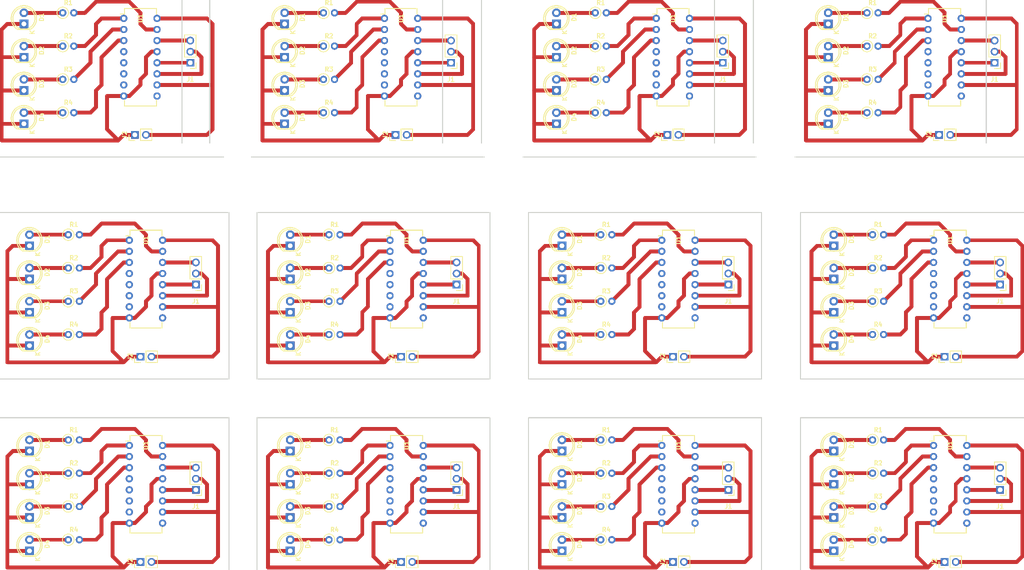
<source format=kicad_pcb>
(kicad_pcb (version 4) (host pcbnew 4.0.7)
  (layers (0 F.Cu signal) (31 B.Cu signal hide) (34 B.Paste user hide) (35 F.Paste user hide) (36 B.SilkS user hide) (37 F.SilkS user hide) (38 B.Mask user hide) (39 F.Mask user hide) (44 Edge.Cuts user hide))
  (net 0 "")
  (net 1 "Net-(D1-Pad1)")
  (net 2 "Net-(D1-Pad2)")
  (net 3 "Net-(D2-Pad2)")
  (net 4 "Net-(D3-Pad2)")
  (net 5 "Net-(D4-Pad2)")
  (net 6 "Net-(J1-Pad1)")
  (net 7 "Net-(J1-Pad2)")
  (net 8 "Net-(J1-Pad3)")
  (net 9 "Net-(J2-Pad2)")
  (net 10 "Net-(R1-Pad2)")
  (net 11 "Net-(R2-Pad2)")
  (net 12 "Net-(R3-Pad2)")
  (net 13 "Net-(R4-Pad2)")
  (net 14 "Net-(U1-Pad4)")
  (net 15 "Net-(U1-Pad5)")
  (net 16 "Net-(U1-Pad6)")
  (net 17 "Net-(U1-Pad7)")
  (net 18 "Net-(U1-Pad9)")
  (module Resistors_THT:R_Axial_DIN0207_L6.3mm_D2.5mm_P2.54mm_Vertical (layer F.Cu) (at 230.505 146.685)
    (fp_text reference R4 (at 1.27 -2.31) (layer F.SilkS))
    (fp_text value 220)
    (pad 1 thru_hole circle (at 0 0) (size 1.6 1.6) (drill 0.8) (layers *.Cu *.Mask) (net 5 "Net-(D4-Pad2)"))
    (pad 2 thru_hole oval (at 2.54 0) (size 1.6 1.6) (drill 0.8) (layers *.Cu *.Mask) (net 13 "Net-(R4-Pad2)"))
  )
  (module Resistors_THT:R_Axial_DIN0207_L6.3mm_D2.5mm_P2.54mm_Vertical (layer F.Cu) (at 230.505 139.065)
    (fp_text reference R3 (at 1.27 -2.31) (layer F.SilkS))
    (fp_text value 220)
    (pad 1 thru_hole circle (at 0 0) (size 1.6 1.6) (drill 0.8) (layers *.Cu *.Mask) (net 4 "Net-(D3-Pad2)"))
    (pad 2 thru_hole oval (at 2.54 0) (size 1.6 1.6) (drill 0.8) (layers *.Cu *.Mask) (net 12 "Net-(R3-Pad2)"))
  )
  (module Resistors_THT:R_Axial_DIN0207_L6.3mm_D2.5mm_P2.54mm_Vertical (layer F.Cu) (at 230.505 131.445)
    (fp_text reference R2 (at 1.27 -2.31) (layer F.SilkS))
    (fp_text value 220)
    (pad 1 thru_hole circle (at 0 0) (size 1.6 1.6) (drill 0.8) (layers *.Cu *.Mask) (net 3 "Net-(D2-Pad2)"))
    (pad 2 thru_hole oval (at 2.54 0) (size 1.6 1.6) (drill 0.8) (layers *.Cu *.Mask) (net 11 "Net-(R2-Pad2)"))
  )
  (module Resistors_THT:R_Axial_DIN0207_L6.3mm_D2.5mm_P2.54mm_Vertical (layer F.Cu) (at 230.505 123.825)
    (fp_text reference R1 (at 1.27 -2.31) (layer F.SilkS))
    (fp_text value 220)
    (pad 1 thru_hole circle (at 0 0) (size 1.6 1.6) (drill 0.8) (layers *.Cu *.Mask) (net 2 "Net-(D1-Pad2)"))
    (pad 2 thru_hole oval (at 2.54 0) (size 1.6 1.6) (drill 0.8) (layers *.Cu *.Mask) (net 10 "Net-(R1-Pad2)"))
  )
  (module Socket_Strips:Socket_Strip_Straight_1x02_Pitch2.54mm (layer F.Cu) (at 247.015 151.765 90)
    (fp_text reference J2 (at 0 -2.33 90) (layer F.SilkS))
    (fp_text value PWR)
    (pad 1 thru_hole rect (at 0 0 90) (size 1.7 1.7) (drill 1) (layers *.Cu *.Mask) (net 1 "Net-(D1-Pad1)"))
    (pad 2 thru_hole oval (at 0 2.54 90) (size 1.7 1.7) (drill 1) (layers *.Cu *.Mask) (net 9 "Net-(J2-Pad2)"))
  )
  (module Socket_Strips:Socket_Strip_Straight_1x03_Pitch2.54mm (layer F.Cu) (at 259.715 135.255 180)
    (fp_text reference J1 (at 0 -3.81 180) (layer F.SilkS))
    (fp_text value Signals)
    (pad 1 thru_hole rect (at 0 0 180) (size 1.7 1.7) (drill 1) (layers *.Cu *.Mask) (net 6 "Net-(J1-Pad1)"))
    (pad 2 thru_hole oval (at 0 2.54 180) (size 1.7 1.7) (drill 1) (layers *.Cu *.Mask) (net 7 "Net-(J1-Pad2)"))
    (pad 3 thru_hole oval (at 0 5.08 180) (size 1.7 1.7) (drill 1) (layers *.Cu *.Mask) (net 8 "Net-(J1-Pad3)"))
  )
  (module LEDs:LED-5MM (layer F.Cu) (at 221.615 149.225 90)
    (fp_text reference D4 (at 1.524 4.064 90) (layer F.SilkS))
    (fp_text value LED)
    (fp_text user K (at -1.905 1.905 90) (layer F.SilkS))
    (pad 1 thru_hole rect (at 0 0 180) (size 2 1.9) (drill 1.00076) (layers *.Cu *.Mask) (net 1 "Net-(D1-Pad1)"))
    (pad 2 thru_hole circle (at 2.54 0 90) (size 1.9 1.9) (drill 1.00076) (layers *.Cu *.Mask) (net 5 "Net-(D4-Pad2)"))
  )
  (module LEDs:LED-5MM (layer F.Cu) (at 221.615 141.605 90)
    (fp_text reference D3 (at 1.524 4.064 90) (layer F.SilkS))
    (fp_text value LED)
    (fp_text user K (at -1.905 1.905 90) (layer F.SilkS))
    (pad 1 thru_hole rect (at 0 0 180) (size 2 1.9) (drill 1.00076) (layers *.Cu *.Mask) (net 1 "Net-(D1-Pad1)"))
    (pad 2 thru_hole circle (at 2.54 0 90) (size 1.9 1.9) (drill 1.00076) (layers *.Cu *.Mask) (net 4 "Net-(D3-Pad2)"))
  )
  (module LEDs:LED-5MM (layer F.Cu) (at 221.615 133.985 90)
    (fp_text reference D2 (at 1.524 4.064 90) (layer F.SilkS))
    (fp_text value LED)
    (fp_text user K (at -1.905 1.905 90) (layer F.SilkS))
    (pad 1 thru_hole rect (at 0 0 180) (size 2 1.9) (drill 1.00076) (layers *.Cu *.Mask) (net 1 "Net-(D1-Pad1)"))
    (pad 2 thru_hole circle (at 2.54 0 90) (size 1.9 1.9) (drill 1.00076) (layers *.Cu *.Mask) (net 3 "Net-(D2-Pad2)"))
  )
  (module LEDs:LED-5MM (layer F.Cu) (at 221.615 126.365 90)
    (fp_text reference D1 (at 1.524 4.064 90) (layer F.SilkS))
    (fp_text value LED)
    (fp_text user K (at -1.905 1.905 90) (layer F.SilkS))
    (pad 1 thru_hole rect (at 0 0 180) (size 2 1.9) (drill 1.00076) (layers *.Cu *.Mask) (net 1 "Net-(D1-Pad1)"))
    (pad 2 thru_hole circle (at 2.54 0 90) (size 1.9 1.9) (drill 1.00076) (layers *.Cu *.Mask) (net 2 "Net-(D1-Pad2)"))
  )
  (module Housings_DIP:DIP-16_W7.62mm (layer F.Cu) (at 244.475 125.095)
    (fp_text reference U1 (at 3.81 0 90) (layer F.SilkS))
    (fp_text value 74HC595)
    (pad 1 thru_hole oval (at 0 0) (size 1.6 1.6) (drill 0.8) (layers *.Cu *.Mask) (net 11 "Net-(R2-Pad2)"))
    (pad 2 thru_hole oval (at 0 2.54) (size 1.6 1.6) (drill 0.8) (layers *.Cu *.Mask) (net 12 "Net-(R3-Pad2)"))
    (pad 3 thru_hole oval (at 0 5.08) (size 1.6 1.6) (drill 0.8) (layers *.Cu *.Mask) (net 13 "Net-(R4-Pad2)"))
    (pad 4 thru_hole oval (at 0 7.62) (size 1.6 1.6) (drill 0.8) (layers *.Cu *.Mask) (net 14 "Net-(U1-Pad4)"))
    (pad 5 thru_hole oval (at 0 10.16) (size 1.6 1.6) (drill 0.8) (layers *.Cu *.Mask) (net 15 "Net-(U1-Pad5)"))
    (pad 6 thru_hole oval (at 0 12.7) (size 1.6 1.6) (drill 0.8) (layers *.Cu *.Mask) (net 16 "Net-(U1-Pad6)"))
    (pad 7 thru_hole oval (at 0 15.24) (size 1.6 1.6) (drill 0.8) (layers *.Cu *.Mask) (net 17 "Net-(U1-Pad7)"))
    (pad 8 thru_hole oval (at 0 17.78) (size 1.6 1.6) (drill 0.8) (layers *.Cu *.Mask) (net 1 "Net-(D1-Pad1)"))
    (pad 9 thru_hole oval (at 7.62 17.78) (size 1.6 1.6) (drill 0.8) (layers *.Cu *.Mask) (net 18 "Net-(U1-Pad9)"))
    (pad 10 thru_hole oval (at 7.62 15.24) (size 1.6 1.6) (drill 0.8) (layers *.Cu *.Mask) (net 9 "Net-(J2-Pad2)"))
    (pad 11 thru_hole oval (at 7.62 12.7) (size 1.6 1.6) (drill 0.8) (layers *.Cu *.Mask) (net 7 "Net-(J1-Pad2)"))
    (pad 12 thru_hole oval (at 7.62 10.16) (size 1.6 1.6) (drill 0.8) (layers *.Cu *.Mask) (net 6 "Net-(J1-Pad1)"))
    (pad 13 thru_hole oval (at 7.62 7.62) (size 1.6 1.6) (drill 0.8) (layers *.Cu *.Mask) (net 1 "Net-(D1-Pad1)"))
    (pad 14 thru_hole oval (at 7.62 5.08) (size 1.6 1.6) (drill 0.8) (layers *.Cu *.Mask) (net 8 "Net-(J1-Pad3)"))
    (pad 15 thru_hole oval (at 7.62 2.54) (size 1.6 1.6) (drill 0.8) (layers *.Cu *.Mask) (net 10 "Net-(R1-Pad2)"))
    (pad 16 thru_hole oval (at 7.62 0) (size 1.6 1.6) (drill 0.8) (layers *.Cu *.Mask) (net 9 "Net-(J2-Pad2)"))
  )
  (module Housings_DIP:DIP-16_W7.62mm (layer F.Cu) (at 244.475 125.095)
    (fp_text reference U1 (at 3.81 0 90) (layer F.SilkS))
    (fp_text value 74HC595)
    (pad 1 thru_hole oval (at 0 0) (size 1.6 1.6) (drill 0.8) (layers *.Cu *.Mask) (net 11 "Net-(R2-Pad2)"))
    (pad 2 thru_hole oval (at 0 2.54) (size 1.6 1.6) (drill 0.8) (layers *.Cu *.Mask) (net 12 "Net-(R3-Pad2)"))
    (pad 3 thru_hole oval (at 0 5.08) (size 1.6 1.6) (drill 0.8) (layers *.Cu *.Mask) (net 13 "Net-(R4-Pad2)"))
    (pad 4 thru_hole oval (at 0 7.62) (size 1.6 1.6) (drill 0.8) (layers *.Cu *.Mask) (net 14 "Net-(U1-Pad4)"))
    (pad 5 thru_hole oval (at 0 10.16) (size 1.6 1.6) (drill 0.8) (layers *.Cu *.Mask) (net 15 "Net-(U1-Pad5)"))
    (pad 6 thru_hole oval (at 0 12.7) (size 1.6 1.6) (drill 0.8) (layers *.Cu *.Mask) (net 16 "Net-(U1-Pad6)"))
    (pad 7 thru_hole oval (at 0 15.24) (size 1.6 1.6) (drill 0.8) (layers *.Cu *.Mask) (net 17 "Net-(U1-Pad7)"))
    (pad 8 thru_hole oval (at 0 17.78) (size 1.6 1.6) (drill 0.8) (layers *.Cu *.Mask) (net 1 "Net-(D1-Pad1)"))
    (pad 9 thru_hole oval (at 7.62 17.78) (size 1.6 1.6) (drill 0.8) (layers *.Cu *.Mask) (net 18 "Net-(U1-Pad9)"))
    (pad 10 thru_hole oval (at 7.62 15.24) (size 1.6 1.6) (drill 0.8) (layers *.Cu *.Mask) (net 9 "Net-(J2-Pad2)"))
    (pad 11 thru_hole oval (at 7.62 12.7) (size 1.6 1.6) (drill 0.8) (layers *.Cu *.Mask) (net 7 "Net-(J1-Pad2)"))
    (pad 12 thru_hole oval (at 7.62 10.16) (size 1.6 1.6) (drill 0.8) (layers *.Cu *.Mask) (net 6 "Net-(J1-Pad1)"))
    (pad 13 thru_hole oval (at 7.62 7.62) (size 1.6 1.6) (drill 0.8) (layers *.Cu *.Mask) (net 1 "Net-(D1-Pad1)"))
    (pad 14 thru_hole oval (at 7.62 5.08) (size 1.6 1.6) (drill 0.8) (layers *.Cu *.Mask) (net 8 "Net-(J1-Pad3)"))
    (pad 15 thru_hole oval (at 7.62 2.54) (size 1.6 1.6) (drill 0.8) (layers *.Cu *.Mask) (net 10 "Net-(R1-Pad2)"))
    (pad 16 thru_hole oval (at 7.62 0) (size 1.6 1.6) (drill 0.8) (layers *.Cu *.Mask) (net 9 "Net-(J2-Pad2)"))
  )
  (module LEDs:LED-5MM (layer F.Cu) (at 221.615 126.365 90)
    (fp_text reference D1 (at 1.524 4.064 90) (layer F.SilkS))
    (fp_text value LED)
    (fp_text user K (at -1.905 1.905 90) (layer F.SilkS))
    (pad 1 thru_hole rect (at 0 0 180) (size 2 1.9) (drill 1.00076) (layers *.Cu *.Mask) (net 1 "Net-(D1-Pad1)"))
    (pad 2 thru_hole circle (at 2.54 0 90) (size 1.9 1.9) (drill 1.00076) (layers *.Cu *.Mask) (net 2 "Net-(D1-Pad2)"))
  )
  (module LEDs:LED-5MM (layer F.Cu) (at 221.615 133.985 90)
    (fp_text reference D2 (at 1.524 4.064 90) (layer F.SilkS))
    (fp_text value LED)
    (fp_text user K (at -1.905 1.905 90) (layer F.SilkS))
    (pad 1 thru_hole rect (at 0 0 180) (size 2 1.9) (drill 1.00076) (layers *.Cu *.Mask) (net 1 "Net-(D1-Pad1)"))
    (pad 2 thru_hole circle (at 2.54 0 90) (size 1.9 1.9) (drill 1.00076) (layers *.Cu *.Mask) (net 3 "Net-(D2-Pad2)"))
  )
  (module LEDs:LED-5MM (layer F.Cu) (at 221.615 141.605 90)
    (fp_text reference D3 (at 1.524 4.064 90) (layer F.SilkS))
    (fp_text value LED)
    (fp_text user K (at -1.905 1.905 90) (layer F.SilkS))
    (pad 1 thru_hole rect (at 0 0 180) (size 2 1.9) (drill 1.00076) (layers *.Cu *.Mask) (net 1 "Net-(D1-Pad1)"))
    (pad 2 thru_hole circle (at 2.54 0 90) (size 1.9 1.9) (drill 1.00076) (layers *.Cu *.Mask) (net 4 "Net-(D3-Pad2)"))
  )
  (module LEDs:LED-5MM (layer F.Cu) (at 221.615 149.225 90)
    (fp_text reference D4 (at 1.524 4.064 90) (layer F.SilkS))
    (fp_text value LED)
    (fp_text user K (at -1.905 1.905 90) (layer F.SilkS))
    (pad 1 thru_hole rect (at 0 0 180) (size 2 1.9) (drill 1.00076) (layers *.Cu *.Mask) (net 1 "Net-(D1-Pad1)"))
    (pad 2 thru_hole circle (at 2.54 0 90) (size 1.9 1.9) (drill 1.00076) (layers *.Cu *.Mask) (net 5 "Net-(D4-Pad2)"))
  )
  (module Socket_Strips:Socket_Strip_Straight_1x03_Pitch2.54mm (layer F.Cu) (at 259.715 135.255 180)
    (fp_text reference J1 (at 0 -3.81 180) (layer F.SilkS))
    (fp_text value Signals)
    (pad 1 thru_hole rect (at 0 0 180) (size 1.7 1.7) (drill 1) (layers *.Cu *.Mask) (net 6 "Net-(J1-Pad1)"))
    (pad 2 thru_hole oval (at 0 2.54 180) (size 1.7 1.7) (drill 1) (layers *.Cu *.Mask) (net 7 "Net-(J1-Pad2)"))
    (pad 3 thru_hole oval (at 0 5.08 180) (size 1.7 1.7) (drill 1) (layers *.Cu *.Mask) (net 8 "Net-(J1-Pad3)"))
  )
  (module Socket_Strips:Socket_Strip_Straight_1x02_Pitch2.54mm (layer F.Cu) (at 247.015 151.765 90)
    (fp_text reference J2 (at 0 -2.33 90) (layer F.SilkS))
    (fp_text value PWR)
    (pad 1 thru_hole rect (at 0 0 90) (size 1.7 1.7) (drill 1) (layers *.Cu *.Mask) (net 1 "Net-(D1-Pad1)"))
    (pad 2 thru_hole oval (at 0 2.54 90) (size 1.7 1.7) (drill 1) (layers *.Cu *.Mask) (net 9 "Net-(J2-Pad2)"))
  )
  (module Resistors_THT:R_Axial_DIN0207_L6.3mm_D2.5mm_P2.54mm_Vertical (layer F.Cu) (at 230.505 123.825)
    (fp_text reference R1 (at 1.27 -2.31) (layer F.SilkS))
    (fp_text value 220)
    (pad 1 thru_hole circle (at 0 0) (size 1.6 1.6) (drill 0.8) (layers *.Cu *.Mask) (net 2 "Net-(D1-Pad2)"))
    (pad 2 thru_hole oval (at 2.54 0) (size 1.6 1.6) (drill 0.8) (layers *.Cu *.Mask) (net 10 "Net-(R1-Pad2)"))
  )
  (module Resistors_THT:R_Axial_DIN0207_L6.3mm_D2.5mm_P2.54mm_Vertical (layer F.Cu) (at 230.505 131.445)
    (fp_text reference R2 (at 1.27 -2.31) (layer F.SilkS))
    (fp_text value 220)
    (pad 1 thru_hole circle (at 0 0) (size 1.6 1.6) (drill 0.8) (layers *.Cu *.Mask) (net 3 "Net-(D2-Pad2)"))
    (pad 2 thru_hole oval (at 2.54 0) (size 1.6 1.6) (drill 0.8) (layers *.Cu *.Mask) (net 11 "Net-(R2-Pad2)"))
  )
  (module Resistors_THT:R_Axial_DIN0207_L6.3mm_D2.5mm_P2.54mm_Vertical (layer F.Cu) (at 230.505 139.065)
    (fp_text reference R3 (at 1.27 -2.31) (layer F.SilkS))
    (fp_text value 220)
    (pad 1 thru_hole circle (at 0 0) (size 1.6 1.6) (drill 0.8) (layers *.Cu *.Mask) (net 4 "Net-(D3-Pad2)"))
    (pad 2 thru_hole oval (at 2.54 0) (size 1.6 1.6) (drill 0.8) (layers *.Cu *.Mask) (net 12 "Net-(R3-Pad2)"))
  )
  (module Resistors_THT:R_Axial_DIN0207_L6.3mm_D2.5mm_P2.54mm_Vertical (layer F.Cu) (at 230.505 146.685)
    (fp_text reference R4 (at 1.27 -2.31) (layer F.SilkS))
    (fp_text value 220)
    (pad 1 thru_hole circle (at 0 0) (size 1.6 1.6) (drill 0.8) (layers *.Cu *.Mask) (net 5 "Net-(D4-Pad2)"))
    (pad 2 thru_hole oval (at 2.54 0) (size 1.6 1.6) (drill 0.8) (layers *.Cu *.Mask) (net 13 "Net-(R4-Pad2)"))
  )
  (module Resistors_THT:R_Axial_DIN0207_L6.3mm_D2.5mm_P2.54mm_Vertical (layer F.Cu) (at 230.505 146.685)
    (fp_text reference R4 (at 1.27 -2.31) (layer F.SilkS))
    (fp_text value 220)
    (pad 1 thru_hole circle (at 0 0) (size 1.6 1.6) (drill 0.8) (layers *.Cu *.Mask) (net 5 "Net-(D4-Pad2)"))
    (pad 2 thru_hole oval (at 2.54 0) (size 1.6 1.6) (drill 0.8) (layers *.Cu *.Mask) (net 13 "Net-(R4-Pad2)"))
  )
  (module Resistors_THT:R_Axial_DIN0207_L6.3mm_D2.5mm_P2.54mm_Vertical (layer F.Cu) (at 230.505 139.065)
    (fp_text reference R3 (at 1.27 -2.31) (layer F.SilkS))
    (fp_text value 220)
    (pad 1 thru_hole circle (at 0 0) (size 1.6 1.6) (drill 0.8) (layers *.Cu *.Mask) (net 4 "Net-(D3-Pad2)"))
    (pad 2 thru_hole oval (at 2.54 0) (size 1.6 1.6) (drill 0.8) (layers *.Cu *.Mask) (net 12 "Net-(R3-Pad2)"))
  )
  (module Resistors_THT:R_Axial_DIN0207_L6.3mm_D2.5mm_P2.54mm_Vertical (layer F.Cu) (at 230.505 131.445)
    (fp_text reference R2 (at 1.27 -2.31) (layer F.SilkS))
    (fp_text value 220)
    (pad 1 thru_hole circle (at 0 0) (size 1.6 1.6) (drill 0.8) (layers *.Cu *.Mask) (net 3 "Net-(D2-Pad2)"))
    (pad 2 thru_hole oval (at 2.54 0) (size 1.6 1.6) (drill 0.8) (layers *.Cu *.Mask) (net 11 "Net-(R2-Pad2)"))
  )
  (module Resistors_THT:R_Axial_DIN0207_L6.3mm_D2.5mm_P2.54mm_Vertical (layer F.Cu) (at 230.505 123.825)
    (fp_text reference R1 (at 1.27 -2.31) (layer F.SilkS))
    (fp_text value 220)
    (pad 1 thru_hole circle (at 0 0) (size 1.6 1.6) (drill 0.8) (layers *.Cu *.Mask) (net 2 "Net-(D1-Pad2)"))
    (pad 2 thru_hole oval (at 2.54 0) (size 1.6 1.6) (drill 0.8) (layers *.Cu *.Mask) (net 10 "Net-(R1-Pad2)"))
  )
  (module Socket_Strips:Socket_Strip_Straight_1x02_Pitch2.54mm (layer F.Cu) (at 247.015 151.765 90)
    (fp_text reference J2 (at 0 -2.33 90) (layer F.SilkS))
    (fp_text value PWR)
    (pad 1 thru_hole rect (at 0 0 90) (size 1.7 1.7) (drill 1) (layers *.Cu *.Mask) (net 1 "Net-(D1-Pad1)"))
    (pad 2 thru_hole oval (at 0 2.54 90) (size 1.7 1.7) (drill 1) (layers *.Cu *.Mask) (net 9 "Net-(J2-Pad2)"))
  )
  (module Socket_Strips:Socket_Strip_Straight_1x03_Pitch2.54mm (layer F.Cu) (at 259.715 135.255 180)
    (fp_text reference J1 (at 0 -3.81 180) (layer F.SilkS))
    (fp_text value Signals)
    (pad 1 thru_hole rect (at 0 0 180) (size 1.7 1.7) (drill 1) (layers *.Cu *.Mask) (net 6 "Net-(J1-Pad1)"))
    (pad 2 thru_hole oval (at 0 2.54 180) (size 1.7 1.7) (drill 1) (layers *.Cu *.Mask) (net 7 "Net-(J1-Pad2)"))
    (pad 3 thru_hole oval (at 0 5.08 180) (size 1.7 1.7) (drill 1) (layers *.Cu *.Mask) (net 8 "Net-(J1-Pad3)"))
  )
  (module LEDs:LED-5MM (layer F.Cu) (at 221.615 149.225 90)
    (fp_text reference D4 (at 1.524 4.064 90) (layer F.SilkS))
    (fp_text value LED)
    (fp_text user K (at -1.905 1.905 90) (layer F.SilkS))
    (pad 1 thru_hole rect (at 0 0 180) (size 2 1.9) (drill 1.00076) (layers *.Cu *.Mask) (net 1 "Net-(D1-Pad1)"))
    (pad 2 thru_hole circle (at 2.54 0 90) (size 1.9 1.9) (drill 1.00076) (layers *.Cu *.Mask) (net 5 "Net-(D4-Pad2)"))
  )
  (module LEDs:LED-5MM (layer F.Cu) (at 221.615 141.605 90)
    (fp_text reference D3 (at 1.524 4.064 90) (layer F.SilkS))
    (fp_text value LED)
    (fp_text user K (at -1.905 1.905 90) (layer F.SilkS))
    (pad 1 thru_hole rect (at 0 0 180) (size 2 1.9) (drill 1.00076) (layers *.Cu *.Mask) (net 1 "Net-(D1-Pad1)"))
    (pad 2 thru_hole circle (at 2.54 0 90) (size 1.9 1.9) (drill 1.00076) (layers *.Cu *.Mask) (net 4 "Net-(D3-Pad2)"))
  )
  (module LEDs:LED-5MM (layer F.Cu) (at 221.615 133.985 90)
    (fp_text reference D2 (at 1.524 4.064 90) (layer F.SilkS))
    (fp_text value LED)
    (fp_text user K (at -1.905 1.905 90) (layer F.SilkS))
    (pad 1 thru_hole rect (at 0 0 180) (size 2 1.9) (drill 1.00076) (layers *.Cu *.Mask) (net 1 "Net-(D1-Pad1)"))
    (pad 2 thru_hole circle (at 2.54 0 90) (size 1.9 1.9) (drill 1.00076) (layers *.Cu *.Mask) (net 3 "Net-(D2-Pad2)"))
  )
  (module LEDs:LED-5MM (layer F.Cu) (at 221.615 126.365 90)
    (fp_text reference D1 (at 1.524 4.064 90) (layer F.SilkS))
    (fp_text value LED)
    (fp_text user K (at -1.905 1.905 90) (layer F.SilkS))
    (pad 1 thru_hole rect (at 0 0 180) (size 2 1.9) (drill 1.00076) (layers *.Cu *.Mask) (net 1 "Net-(D1-Pad1)"))
    (pad 2 thru_hole circle (at 2.54 0 90) (size 1.9 1.9) (drill 1.00076) (layers *.Cu *.Mask) (net 2 "Net-(D1-Pad2)"))
  )
  (module Housings_DIP:DIP-16_W7.62mm (layer F.Cu) (at 244.475 125.095)
    (fp_text reference U1 (at 3.81 0 90) (layer F.SilkS))
    (fp_text value 74HC595)
    (pad 1 thru_hole oval (at 0 0) (size 1.6 1.6) (drill 0.8) (layers *.Cu *.Mask) (net 11 "Net-(R2-Pad2)"))
    (pad 2 thru_hole oval (at 0 2.54) (size 1.6 1.6) (drill 0.8) (layers *.Cu *.Mask) (net 12 "Net-(R3-Pad2)"))
    (pad 3 thru_hole oval (at 0 5.08) (size 1.6 1.6) (drill 0.8) (layers *.Cu *.Mask) (net 13 "Net-(R4-Pad2)"))
    (pad 4 thru_hole oval (at 0 7.62) (size 1.6 1.6) (drill 0.8) (layers *.Cu *.Mask) (net 14 "Net-(U1-Pad4)"))
    (pad 5 thru_hole oval (at 0 10.16) (size 1.6 1.6) (drill 0.8) (layers *.Cu *.Mask) (net 15 "Net-(U1-Pad5)"))
    (pad 6 thru_hole oval (at 0 12.7) (size 1.6 1.6) (drill 0.8) (layers *.Cu *.Mask) (net 16 "Net-(U1-Pad6)"))
    (pad 7 thru_hole oval (at 0 15.24) (size 1.6 1.6) (drill 0.8) (layers *.Cu *.Mask) (net 17 "Net-(U1-Pad7)"))
    (pad 8 thru_hole oval (at 0 17.78) (size 1.6 1.6) (drill 0.8) (layers *.Cu *.Mask) (net 1 "Net-(D1-Pad1)"))
    (pad 9 thru_hole oval (at 7.62 17.78) (size 1.6 1.6) (drill 0.8) (layers *.Cu *.Mask) (net 18 "Net-(U1-Pad9)"))
    (pad 10 thru_hole oval (at 7.62 15.24) (size 1.6 1.6) (drill 0.8) (layers *.Cu *.Mask) (net 9 "Net-(J2-Pad2)"))
    (pad 11 thru_hole oval (at 7.62 12.7) (size 1.6 1.6) (drill 0.8) (layers *.Cu *.Mask) (net 7 "Net-(J1-Pad2)"))
    (pad 12 thru_hole oval (at 7.62 10.16) (size 1.6 1.6) (drill 0.8) (layers *.Cu *.Mask) (net 6 "Net-(J1-Pad1)"))
    (pad 13 thru_hole oval (at 7.62 7.62) (size 1.6 1.6) (drill 0.8) (layers *.Cu *.Mask) (net 1 "Net-(D1-Pad1)"))
    (pad 14 thru_hole oval (at 7.62 5.08) (size 1.6 1.6) (drill 0.8) (layers *.Cu *.Mask) (net 8 "Net-(J1-Pad3)"))
    (pad 15 thru_hole oval (at 7.62 2.54) (size 1.6 1.6) (drill 0.8) (layers *.Cu *.Mask) (net 10 "Net-(R1-Pad2)"))
    (pad 16 thru_hole oval (at 7.62 0) (size 1.6 1.6) (drill 0.8) (layers *.Cu *.Mask) (net 9 "Net-(J2-Pad2)"))
  )
  (module Housings_DIP:DIP-16_W7.62mm (layer F.Cu) (at 244.475 125.095)
    (fp_text reference U1 (at 3.81 0 90) (layer F.SilkS))
    (fp_text value 74HC595)
    (pad 1 thru_hole oval (at 0 0) (size 1.6 1.6) (drill 0.8) (layers *.Cu *.Mask) (net 11 "Net-(R2-Pad2)"))
    (pad 2 thru_hole oval (at 0 2.54) (size 1.6 1.6) (drill 0.8) (layers *.Cu *.Mask) (net 12 "Net-(R3-Pad2)"))
    (pad 3 thru_hole oval (at 0 5.08) (size 1.6 1.6) (drill 0.8) (layers *.Cu *.Mask) (net 13 "Net-(R4-Pad2)"))
    (pad 4 thru_hole oval (at 0 7.62) (size 1.6 1.6) (drill 0.8) (layers *.Cu *.Mask) (net 14 "Net-(U1-Pad4)"))
    (pad 5 thru_hole oval (at 0 10.16) (size 1.6 1.6) (drill 0.8) (layers *.Cu *.Mask) (net 15 "Net-(U1-Pad5)"))
    (pad 6 thru_hole oval (at 0 12.7) (size 1.6 1.6) (drill 0.8) (layers *.Cu *.Mask) (net 16 "Net-(U1-Pad6)"))
    (pad 7 thru_hole oval (at 0 15.24) (size 1.6 1.6) (drill 0.8) (layers *.Cu *.Mask) (net 17 "Net-(U1-Pad7)"))
    (pad 8 thru_hole oval (at 0 17.78) (size 1.6 1.6) (drill 0.8) (layers *.Cu *.Mask) (net 1 "Net-(D1-Pad1)"))
    (pad 9 thru_hole oval (at 7.62 17.78) (size 1.6 1.6) (drill 0.8) (layers *.Cu *.Mask) (net 18 "Net-(U1-Pad9)"))
    (pad 10 thru_hole oval (at 7.62 15.24) (size 1.6 1.6) (drill 0.8) (layers *.Cu *.Mask) (net 9 "Net-(J2-Pad2)"))
    (pad 11 thru_hole oval (at 7.62 12.7) (size 1.6 1.6) (drill 0.8) (layers *.Cu *.Mask) (net 7 "Net-(J1-Pad2)"))
    (pad 12 thru_hole oval (at 7.62 10.16) (size 1.6 1.6) (drill 0.8) (layers *.Cu *.Mask) (net 6 "Net-(J1-Pad1)"))
    (pad 13 thru_hole oval (at 7.62 7.62) (size 1.6 1.6) (drill 0.8) (layers *.Cu *.Mask) (net 1 "Net-(D1-Pad1)"))
    (pad 14 thru_hole oval (at 7.62 5.08) (size 1.6 1.6) (drill 0.8) (layers *.Cu *.Mask) (net 8 "Net-(J1-Pad3)"))
    (pad 15 thru_hole oval (at 7.62 2.54) (size 1.6 1.6) (drill 0.8) (layers *.Cu *.Mask) (net 10 "Net-(R1-Pad2)"))
    (pad 16 thru_hole oval (at 7.62 0) (size 1.6 1.6) (drill 0.8) (layers *.Cu *.Mask) (net 9 "Net-(J2-Pad2)"))
  )
  (module LEDs:LED-5MM (layer F.Cu) (at 221.615 126.365 90)
    (fp_text reference D1 (at 1.524 4.064 90) (layer F.SilkS))
    (fp_text value LED)
    (fp_text user K (at -1.905 1.905 90) (layer F.SilkS))
    (pad 1 thru_hole rect (at 0 0 180) (size 2 1.9) (drill 1.00076) (layers *.Cu *.Mask) (net 1 "Net-(D1-Pad1)"))
    (pad 2 thru_hole circle (at 2.54 0 90) (size 1.9 1.9) (drill 1.00076) (layers *.Cu *.Mask) (net 2 "Net-(D1-Pad2)"))
  )
  (module LEDs:LED-5MM (layer F.Cu) (at 221.615 133.985 90)
    (fp_text reference D2 (at 1.524 4.064 90) (layer F.SilkS))
    (fp_text value LED)
    (fp_text user K (at -1.905 1.905 90) (layer F.SilkS))
    (pad 1 thru_hole rect (at 0 0 180) (size 2 1.9) (drill 1.00076) (layers *.Cu *.Mask) (net 1 "Net-(D1-Pad1)"))
    (pad 2 thru_hole circle (at 2.54 0 90) (size 1.9 1.9) (drill 1.00076) (layers *.Cu *.Mask) (net 3 "Net-(D2-Pad2)"))
  )
  (module LEDs:LED-5MM (layer F.Cu) (at 221.615 141.605 90)
    (fp_text reference D3 (at 1.524 4.064 90) (layer F.SilkS))
    (fp_text value LED)
    (fp_text user K (at -1.905 1.905 90) (layer F.SilkS))
    (pad 1 thru_hole rect (at 0 0 180) (size 2 1.9) (drill 1.00076) (layers *.Cu *.Mask) (net 1 "Net-(D1-Pad1)"))
    (pad 2 thru_hole circle (at 2.54 0 90) (size 1.9 1.9) (drill 1.00076) (layers *.Cu *.Mask) (net 4 "Net-(D3-Pad2)"))
  )
  (module LEDs:LED-5MM (layer F.Cu) (at 221.615 149.225 90)
    (fp_text reference D4 (at 1.524 4.064 90) (layer F.SilkS))
    (fp_text value LED)
    (fp_text user K (at -1.905 1.905 90) (layer F.SilkS))
    (pad 1 thru_hole rect (at 0 0 180) (size 2 1.9) (drill 1.00076) (layers *.Cu *.Mask) (net 1 "Net-(D1-Pad1)"))
    (pad 2 thru_hole circle (at 2.54 0 90) (size 1.9 1.9) (drill 1.00076) (layers *.Cu *.Mask) (net 5 "Net-(D4-Pad2)"))
  )
  (module Socket_Strips:Socket_Strip_Straight_1x03_Pitch2.54mm (layer F.Cu) (at 259.715 135.255 180)
    (fp_text reference J1 (at 0 -3.81 180) (layer F.SilkS))
    (fp_text value Signals)
    (pad 1 thru_hole rect (at 0 0 180) (size 1.7 1.7) (drill 1) (layers *.Cu *.Mask) (net 6 "Net-(J1-Pad1)"))
    (pad 2 thru_hole oval (at 0 2.54 180) (size 1.7 1.7) (drill 1) (layers *.Cu *.Mask) (net 7 "Net-(J1-Pad2)"))
    (pad 3 thru_hole oval (at 0 5.08 180) (size 1.7 1.7) (drill 1) (layers *.Cu *.Mask) (net 8 "Net-(J1-Pad3)"))
  )
  (module Socket_Strips:Socket_Strip_Straight_1x02_Pitch2.54mm (layer F.Cu) (at 247.015 151.765 90)
    (fp_text reference J2 (at 0 -2.33 90) (layer F.SilkS))
    (fp_text value PWR)
    (pad 1 thru_hole rect (at 0 0 90) (size 1.7 1.7) (drill 1) (layers *.Cu *.Mask) (net 1 "Net-(D1-Pad1)"))
    (pad 2 thru_hole oval (at 0 2.54 90) (size 1.7 1.7) (drill 1) (layers *.Cu *.Mask) (net 9 "Net-(J2-Pad2)"))
  )
  (module Resistors_THT:R_Axial_DIN0207_L6.3mm_D2.5mm_P2.54mm_Vertical (layer F.Cu) (at 230.505 123.825)
    (fp_text reference R1 (at 1.27 -2.31) (layer F.SilkS))
    (fp_text value 220)
    (pad 1 thru_hole circle (at 0 0) (size 1.6 1.6) (drill 0.8) (layers *.Cu *.Mask) (net 2 "Net-(D1-Pad2)"))
    (pad 2 thru_hole oval (at 2.54 0) (size 1.6 1.6) (drill 0.8) (layers *.Cu *.Mask) (net 10 "Net-(R1-Pad2)"))
  )
  (module Resistors_THT:R_Axial_DIN0207_L6.3mm_D2.5mm_P2.54mm_Vertical (layer F.Cu) (at 230.505 131.445)
    (fp_text reference R2 (at 1.27 -2.31) (layer F.SilkS))
    (fp_text value 220)
    (pad 1 thru_hole circle (at 0 0) (size 1.6 1.6) (drill 0.8) (layers *.Cu *.Mask) (net 3 "Net-(D2-Pad2)"))
    (pad 2 thru_hole oval (at 2.54 0) (size 1.6 1.6) (drill 0.8) (layers *.Cu *.Mask) (net 11 "Net-(R2-Pad2)"))
  )
  (module Resistors_THT:R_Axial_DIN0207_L6.3mm_D2.5mm_P2.54mm_Vertical (layer F.Cu) (at 230.505 139.065)
    (fp_text reference R3 (at 1.27 -2.31) (layer F.SilkS))
    (fp_text value 220)
    (pad 1 thru_hole circle (at 0 0) (size 1.6 1.6) (drill 0.8) (layers *.Cu *.Mask) (net 4 "Net-(D3-Pad2)"))
    (pad 2 thru_hole oval (at 2.54 0) (size 1.6 1.6) (drill 0.8) (layers *.Cu *.Mask) (net 12 "Net-(R3-Pad2)"))
  )
  (module Resistors_THT:R_Axial_DIN0207_L6.3mm_D2.5mm_P2.54mm_Vertical (layer F.Cu) (at 230.505 146.685)
    (fp_text reference R4 (at 1.27 -2.31) (layer F.SilkS))
    (fp_text value 220)
    (pad 1 thru_hole circle (at 0 0) (size 1.6 1.6) (drill 0.8) (layers *.Cu *.Mask) (net 5 "Net-(D4-Pad2)"))
    (pad 2 thru_hole oval (at 2.54 0) (size 1.6 1.6) (drill 0.8) (layers *.Cu *.Mask) (net 13 "Net-(R4-Pad2)"))
  )
  (module Resistors_THT:R_Axial_DIN0207_L6.3mm_D2.5mm_P2.54mm_Vertical (layer F.Cu) (at 230.505 146.685)
    (fp_text reference R4 (at 1.27 -2.31) (layer F.SilkS))
    (fp_text value 220)
    (pad 1 thru_hole circle (at 0 0) (size 1.6 1.6) (drill 0.8) (layers *.Cu *.Mask) (net 5 "Net-(D4-Pad2)"))
    (pad 2 thru_hole oval (at 2.54 0) (size 1.6 1.6) (drill 0.8) (layers *.Cu *.Mask) (net 13 "Net-(R4-Pad2)"))
  )
  (module Resistors_THT:R_Axial_DIN0207_L6.3mm_D2.5mm_P2.54mm_Vertical (layer F.Cu) (at 230.505 139.065)
    (fp_text reference R3 (at 1.27 -2.31) (layer F.SilkS))
    (fp_text value 220)
    (pad 1 thru_hole circle (at 0 0) (size 1.6 1.6) (drill 0.8) (layers *.Cu *.Mask) (net 4 "Net-(D3-Pad2)"))
    (pad 2 thru_hole oval (at 2.54 0) (size 1.6 1.6) (drill 0.8) (layers *.Cu *.Mask) (net 12 "Net-(R3-Pad2)"))
  )
  (module Resistors_THT:R_Axial_DIN0207_L6.3mm_D2.5mm_P2.54mm_Vertical (layer F.Cu) (at 230.505 131.445)
    (fp_text reference R2 (at 1.27 -2.31) (layer F.SilkS))
    (fp_text value 220)
    (pad 1 thru_hole circle (at 0 0) (size 1.6 1.6) (drill 0.8) (layers *.Cu *.Mask) (net 3 "Net-(D2-Pad2)"))
    (pad 2 thru_hole oval (at 2.54 0) (size 1.6 1.6) (drill 0.8) (layers *.Cu *.Mask) (net 11 "Net-(R2-Pad2)"))
  )
  (module Resistors_THT:R_Axial_DIN0207_L6.3mm_D2.5mm_P2.54mm_Vertical (layer F.Cu) (at 230.505 123.825)
    (fp_text reference R1 (at 1.27 -2.31) (layer F.SilkS))
    (fp_text value 220)
    (pad 1 thru_hole circle (at 0 0) (size 1.6 1.6) (drill 0.8) (layers *.Cu *.Mask) (net 2 "Net-(D1-Pad2)"))
    (pad 2 thru_hole oval (at 2.54 0) (size 1.6 1.6) (drill 0.8) (layers *.Cu *.Mask) (net 10 "Net-(R1-Pad2)"))
  )
  (module Socket_Strips:Socket_Strip_Straight_1x02_Pitch2.54mm (layer F.Cu) (at 247.015 151.765 90)
    (fp_text reference J2 (at 0 -2.33 90) (layer F.SilkS))
    (fp_text value PWR)
    (pad 1 thru_hole rect (at 0 0 90) (size 1.7 1.7) (drill 1) (layers *.Cu *.Mask) (net 1 "Net-(D1-Pad1)"))
    (pad 2 thru_hole oval (at 0 2.54 90) (size 1.7 1.7) (drill 1) (layers *.Cu *.Mask) (net 9 "Net-(J2-Pad2)"))
  )
  (module Socket_Strips:Socket_Strip_Straight_1x03_Pitch2.54mm (layer F.Cu) (at 259.715 135.255 180)
    (fp_text reference J1 (at 0 -3.81 180) (layer F.SilkS))
    (fp_text value Signals)
    (pad 1 thru_hole rect (at 0 0 180) (size 1.7 1.7) (drill 1) (layers *.Cu *.Mask) (net 6 "Net-(J1-Pad1)"))
    (pad 2 thru_hole oval (at 0 2.54 180) (size 1.7 1.7) (drill 1) (layers *.Cu *.Mask) (net 7 "Net-(J1-Pad2)"))
    (pad 3 thru_hole oval (at 0 5.08 180) (size 1.7 1.7) (drill 1) (layers *.Cu *.Mask) (net 8 "Net-(J1-Pad3)"))
  )
  (module LEDs:LED-5MM (layer F.Cu) (at 221.615 149.225 90)
    (fp_text reference D4 (at 1.524 4.064 90) (layer F.SilkS))
    (fp_text value LED)
    (fp_text user K (at -1.905 1.905 90) (layer F.SilkS))
    (pad 1 thru_hole rect (at 0 0 180) (size 2 1.9) (drill 1.00076) (layers *.Cu *.Mask) (net 1 "Net-(D1-Pad1)"))
    (pad 2 thru_hole circle (at 2.54 0 90) (size 1.9 1.9) (drill 1.00076) (layers *.Cu *.Mask) (net 5 "Net-(D4-Pad2)"))
  )
  (module LEDs:LED-5MM (layer F.Cu) (at 221.615 141.605 90)
    (fp_text reference D3 (at 1.524 4.064 90) (layer F.SilkS))
    (fp_text value LED)
    (fp_text user K (at -1.905 1.905 90) (layer F.SilkS))
    (pad 1 thru_hole rect (at 0 0 180) (size 2 1.9) (drill 1.00076) (layers *.Cu *.Mask) (net 1 "Net-(D1-Pad1)"))
    (pad 2 thru_hole circle (at 2.54 0 90) (size 1.9 1.9) (drill 1.00076) (layers *.Cu *.Mask) (net 4 "Net-(D3-Pad2)"))
  )
  (module LEDs:LED-5MM (layer F.Cu) (at 221.615 133.985 90)
    (fp_text reference D2 (at 1.524 4.064 90) (layer F.SilkS))
    (fp_text value LED)
    (fp_text user K (at -1.905 1.905 90) (layer F.SilkS))
    (pad 1 thru_hole rect (at 0 0 180) (size 2 1.9) (drill 1.00076) (layers *.Cu *.Mask) (net 1 "Net-(D1-Pad1)"))
    (pad 2 thru_hole circle (at 2.54 0 90) (size 1.9 1.9) (drill 1.00076) (layers *.Cu *.Mask) (net 3 "Net-(D2-Pad2)"))
  )
  (module LEDs:LED-5MM (layer F.Cu) (at 221.615 126.365 90)
    (fp_text reference D1 (at 1.524 4.064 90) (layer F.SilkS))
    (fp_text value LED)
    (fp_text user K (at -1.905 1.905 90) (layer F.SilkS))
    (pad 1 thru_hole rect (at 0 0 180) (size 2 1.9) (drill 1.00076) (layers *.Cu *.Mask) (net 1 "Net-(D1-Pad1)"))
    (pad 2 thru_hole circle (at 2.54 0 90) (size 1.9 1.9) (drill 1.00076) (layers *.Cu *.Mask) (net 2 "Net-(D1-Pad2)"))
  )
  (module Housings_DIP:DIP-16_W7.62mm (layer F.Cu) (at 244.475 125.095)
    (fp_text reference U1 (at 3.81 0 90) (layer F.SilkS))
    (fp_text value 74HC595)
    (pad 1 thru_hole oval (at 0 0) (size 1.6 1.6) (drill 0.8) (layers *.Cu *.Mask) (net 11 "Net-(R2-Pad2)"))
    (pad 2 thru_hole oval (at 0 2.54) (size 1.6 1.6) (drill 0.8) (layers *.Cu *.Mask) (net 12 "Net-(R3-Pad2)"))
    (pad 3 thru_hole oval (at 0 5.08) (size 1.6 1.6) (drill 0.8) (layers *.Cu *.Mask) (net 13 "Net-(R4-Pad2)"))
    (pad 4 thru_hole oval (at 0 7.62) (size 1.6 1.6) (drill 0.8) (layers *.Cu *.Mask) (net 14 "Net-(U1-Pad4)"))
    (pad 5 thru_hole oval (at 0 10.16) (size 1.6 1.6) (drill 0.8) (layers *.Cu *.Mask) (net 15 "Net-(U1-Pad5)"))
    (pad 6 thru_hole oval (at 0 12.7) (size 1.6 1.6) (drill 0.8) (layers *.Cu *.Mask) (net 16 "Net-(U1-Pad6)"))
    (pad 7 thru_hole oval (at 0 15.24) (size 1.6 1.6) (drill 0.8) (layers *.Cu *.Mask) (net 17 "Net-(U1-Pad7)"))
    (pad 8 thru_hole oval (at 0 17.78) (size 1.6 1.6) (drill 0.8) (layers *.Cu *.Mask) (net 1 "Net-(D1-Pad1)"))
    (pad 9 thru_hole oval (at 7.62 17.78) (size 1.6 1.6) (drill 0.8) (layers *.Cu *.Mask) (net 18 "Net-(U1-Pad9)"))
    (pad 10 thru_hole oval (at 7.62 15.24) (size 1.6 1.6) (drill 0.8) (layers *.Cu *.Mask) (net 9 "Net-(J2-Pad2)"))
    (pad 11 thru_hole oval (at 7.62 12.7) (size 1.6 1.6) (drill 0.8) (layers *.Cu *.Mask) (net 7 "Net-(J1-Pad2)"))
    (pad 12 thru_hole oval (at 7.62 10.16) (size 1.6 1.6) (drill 0.8) (layers *.Cu *.Mask) (net 6 "Net-(J1-Pad1)"))
    (pad 13 thru_hole oval (at 7.62 7.62) (size 1.6 1.6) (drill 0.8) (layers *.Cu *.Mask) (net 1 "Net-(D1-Pad1)"))
    (pad 14 thru_hole oval (at 7.62 5.08) (size 1.6 1.6) (drill 0.8) (layers *.Cu *.Mask) (net 8 "Net-(J1-Pad3)"))
    (pad 15 thru_hole oval (at 7.62 2.54) (size 1.6 1.6) (drill 0.8) (layers *.Cu *.Mask) (net 10 "Net-(R1-Pad2)"))
    (pad 16 thru_hole oval (at 7.62 0) (size 1.6 1.6) (drill 0.8) (layers *.Cu *.Mask) (net 9 "Net-(J2-Pad2)"))
  )
  (module Housings_DIP:DIP-16_W7.62mm (layer F.Cu) (at 244.475 125.095)
    (fp_text reference U1 (at 3.81 0 90) (layer F.SilkS))
    (fp_text value 74HC595)
    (pad 1 thru_hole oval (at 0 0) (size 1.6 1.6) (drill 0.8) (layers *.Cu *.Mask) (net 11 "Net-(R2-Pad2)"))
    (pad 2 thru_hole oval (at 0 2.54) (size 1.6 1.6) (drill 0.8) (layers *.Cu *.Mask) (net 12 "Net-(R3-Pad2)"))
    (pad 3 thru_hole oval (at 0 5.08) (size 1.6 1.6) (drill 0.8) (layers *.Cu *.Mask) (net 13 "Net-(R4-Pad2)"))
    (pad 4 thru_hole oval (at 0 7.62) (size 1.6 1.6) (drill 0.8) (layers *.Cu *.Mask) (net 14 "Net-(U1-Pad4)"))
    (pad 5 thru_hole oval (at 0 10.16) (size 1.6 1.6) (drill 0.8) (layers *.Cu *.Mask) (net 15 "Net-(U1-Pad5)"))
    (pad 6 thru_hole oval (at 0 12.7) (size 1.6 1.6) (drill 0.8) (layers *.Cu *.Mask) (net 16 "Net-(U1-Pad6)"))
    (pad 7 thru_hole oval (at 0 15.24) (size 1.6 1.6) (drill 0.8) (layers *.Cu *.Mask) (net 17 "Net-(U1-Pad7)"))
    (pad 8 thru_hole oval (at 0 17.78) (size 1.6 1.6) (drill 0.8) (layers *.Cu *.Mask) (net 1 "Net-(D1-Pad1)"))
    (pad 9 thru_hole oval (at 7.62 17.78) (size 1.6 1.6) (drill 0.8) (layers *.Cu *.Mask) (net 18 "Net-(U1-Pad9)"))
    (pad 10 thru_hole oval (at 7.62 15.24) (size 1.6 1.6) (drill 0.8) (layers *.Cu *.Mask) (net 9 "Net-(J2-Pad2)"))
    (pad 11 thru_hole oval (at 7.62 12.7) (size 1.6 1.6) (drill 0.8) (layers *.Cu *.Mask) (net 7 "Net-(J1-Pad2)"))
    (pad 12 thru_hole oval (at 7.62 10.16) (size 1.6 1.6) (drill 0.8) (layers *.Cu *.Mask) (net 6 "Net-(J1-Pad1)"))
    (pad 13 thru_hole oval (at 7.62 7.62) (size 1.6 1.6) (drill 0.8) (layers *.Cu *.Mask) (net 1 "Net-(D1-Pad1)"))
    (pad 14 thru_hole oval (at 7.62 5.08) (size 1.6 1.6) (drill 0.8) (layers *.Cu *.Mask) (net 8 "Net-(J1-Pad3)"))
    (pad 15 thru_hole oval (at 7.62 2.54) (size 1.6 1.6) (drill 0.8) (layers *.Cu *.Mask) (net 10 "Net-(R1-Pad2)"))
    (pad 16 thru_hole oval (at 7.62 0) (size 1.6 1.6) (drill 0.8) (layers *.Cu *.Mask) (net 9 "Net-(J2-Pad2)"))
  )
  (module LEDs:LED-5MM (layer F.Cu) (at 221.615 126.365 90)
    (fp_text reference D1 (at 1.524 4.064 90) (layer F.SilkS))
    (fp_text value LED)
    (fp_text user K (at -1.905 1.905 90) (layer F.SilkS))
    (pad 1 thru_hole rect (at 0 0 180) (size 2 1.9) (drill 1.00076) (layers *.Cu *.Mask) (net 1 "Net-(D1-Pad1)"))
    (pad 2 thru_hole circle (at 2.54 0 90) (size 1.9 1.9) (drill 1.00076) (layers *.Cu *.Mask) (net 2 "Net-(D1-Pad2)"))
  )
  (module LEDs:LED-5MM (layer F.Cu) (at 221.615 133.985 90)
    (fp_text reference D2 (at 1.524 4.064 90) (layer F.SilkS))
    (fp_text value LED)
    (fp_text user K (at -1.905 1.905 90) (layer F.SilkS))
    (pad 1 thru_hole rect (at 0 0 180) (size 2 1.9) (drill 1.00076) (layers *.Cu *.Mask) (net 1 "Net-(D1-Pad1)"))
    (pad 2 thru_hole circle (at 2.54 0 90) (size 1.9 1.9) (drill 1.00076) (layers *.Cu *.Mask) (net 3 "Net-(D2-Pad2)"))
  )
  (module LEDs:LED-5MM (layer F.Cu) (at 221.615 141.605 90)
    (fp_text reference D3 (at 1.524 4.064 90) (layer F.SilkS))
    (fp_text value LED)
    (fp_text user K (at -1.905 1.905 90) (layer F.SilkS))
    (pad 1 thru_hole rect (at 0 0 180) (size 2 1.9) (drill 1.00076) (layers *.Cu *.Mask) (net 1 "Net-(D1-Pad1)"))
    (pad 2 thru_hole circle (at 2.54 0 90) (size 1.9 1.9) (drill 1.00076) (layers *.Cu *.Mask) (net 4 "Net-(D3-Pad2)"))
  )
  (module LEDs:LED-5MM (layer F.Cu) (at 221.615 149.225 90)
    (fp_text reference D4 (at 1.524 4.064 90) (layer F.SilkS))
    (fp_text value LED)
    (fp_text user K (at -1.905 1.905 90) (layer F.SilkS))
    (pad 1 thru_hole rect (at 0 0 180) (size 2 1.9) (drill 1.00076) (layers *.Cu *.Mask) (net 1 "Net-(D1-Pad1)"))
    (pad 2 thru_hole circle (at 2.54 0 90) (size 1.9 1.9) (drill 1.00076) (layers *.Cu *.Mask) (net 5 "Net-(D4-Pad2)"))
  )
  (module Socket_Strips:Socket_Strip_Straight_1x03_Pitch2.54mm (layer F.Cu) (at 259.715 135.255 180)
    (fp_text reference J1 (at 0 -3.81 180) (layer F.SilkS))
    (fp_text value Signals)
    (pad 1 thru_hole rect (at 0 0 180) (size 1.7 1.7) (drill 1) (layers *.Cu *.Mask) (net 6 "Net-(J1-Pad1)"))
    (pad 2 thru_hole oval (at 0 2.54 180) (size 1.7 1.7) (drill 1) (layers *.Cu *.Mask) (net 7 "Net-(J1-Pad2)"))
    (pad 3 thru_hole oval (at 0 5.08 180) (size 1.7 1.7) (drill 1) (layers *.Cu *.Mask) (net 8 "Net-(J1-Pad3)"))
  )
  (module Socket_Strips:Socket_Strip_Straight_1x02_Pitch2.54mm (layer F.Cu) (at 247.015 151.765 90)
    (fp_text reference J2 (at 0 -2.33 90) (layer F.SilkS))
    (fp_text value PWR)
    (pad 1 thru_hole rect (at 0 0 90) (size 1.7 1.7) (drill 1) (layers *.Cu *.Mask) (net 1 "Net-(D1-Pad1)"))
    (pad 2 thru_hole oval (at 0 2.54 90) (size 1.7 1.7) (drill 1) (layers *.Cu *.Mask) (net 9 "Net-(J2-Pad2)"))
  )
  (module Resistors_THT:R_Axial_DIN0207_L6.3mm_D2.5mm_P2.54mm_Vertical (layer F.Cu) (at 230.505 123.825)
    (fp_text reference R1 (at 1.27 -2.31) (layer F.SilkS))
    (fp_text value 220)
    (pad 1 thru_hole circle (at 0 0) (size 1.6 1.6) (drill 0.8) (layers *.Cu *.Mask) (net 2 "Net-(D1-Pad2)"))
    (pad 2 thru_hole oval (at 2.54 0) (size 1.6 1.6) (drill 0.8) (layers *.Cu *.Mask) (net 10 "Net-(R1-Pad2)"))
  )
  (module Resistors_THT:R_Axial_DIN0207_L6.3mm_D2.5mm_P2.54mm_Vertical (layer F.Cu) (at 230.505 131.445)
    (fp_text reference R2 (at 1.27 -2.31) (layer F.SilkS))
    (fp_text value 220)
    (pad 1 thru_hole circle (at 0 0) (size 1.6 1.6) (drill 0.8) (layers *.Cu *.Mask) (net 3 "Net-(D2-Pad2)"))
    (pad 2 thru_hole oval (at 2.54 0) (size 1.6 1.6) (drill 0.8) (layers *.Cu *.Mask) (net 11 "Net-(R2-Pad2)"))
  )
  (module Resistors_THT:R_Axial_DIN0207_L6.3mm_D2.5mm_P2.54mm_Vertical (layer F.Cu) (at 230.505 139.065)
    (fp_text reference R3 (at 1.27 -2.31) (layer F.SilkS))
    (fp_text value 220)
    (pad 1 thru_hole circle (at 0 0) (size 1.6 1.6) (drill 0.8) (layers *.Cu *.Mask) (net 4 "Net-(D3-Pad2)"))
    (pad 2 thru_hole oval (at 2.54 0) (size 1.6 1.6) (drill 0.8) (layers *.Cu *.Mask) (net 12 "Net-(R3-Pad2)"))
  )
  (module Resistors_THT:R_Axial_DIN0207_L6.3mm_D2.5mm_P2.54mm_Vertical (layer F.Cu) (at 230.505 146.685)
    (fp_text reference R4 (at 1.27 -2.31) (layer F.SilkS))
    (fp_text value 220)
    (pad 1 thru_hole circle (at 0 0) (size 1.6 1.6) (drill 0.8) (layers *.Cu *.Mask) (net 5 "Net-(D4-Pad2)"))
    (pad 2 thru_hole oval (at 2.54 0) (size 1.6 1.6) (drill 0.8) (layers *.Cu *.Mask) (net 13 "Net-(R4-Pad2)"))
  )
  (module Resistors_THT:R_Axial_DIN0207_L6.3mm_D2.5mm_P2.54mm_Vertical (layer F.Cu) (at 230.505 146.685)
    (fp_text reference R4 (at 1.27 -2.31) (layer F.SilkS))
    (fp_text value 220)
    (pad 1 thru_hole circle (at 0 0) (size 1.6 1.6) (drill 0.8) (layers *.Cu *.Mask) (net 5 "Net-(D4-Pad2)"))
    (pad 2 thru_hole oval (at 2.54 0) (size 1.6 1.6) (drill 0.8) (layers *.Cu *.Mask) (net 13 "Net-(R4-Pad2)"))
  )
  (module Resistors_THT:R_Axial_DIN0207_L6.3mm_D2.5mm_P2.54mm_Vertical (layer F.Cu) (at 230.505 139.065)
    (fp_text reference R3 (at 1.27 -2.31) (layer F.SilkS))
    (fp_text value 220)
    (pad 1 thru_hole circle (at 0 0) (size 1.6 1.6) (drill 0.8) (layers *.Cu *.Mask) (net 4 "Net-(D3-Pad2)"))
    (pad 2 thru_hole oval (at 2.54 0) (size 1.6 1.6) (drill 0.8) (layers *.Cu *.Mask) (net 12 "Net-(R3-Pad2)"))
  )
  (module Resistors_THT:R_Axial_DIN0207_L6.3mm_D2.5mm_P2.54mm_Vertical (layer F.Cu) (at 230.505 131.445)
    (fp_text reference R2 (at 1.27 -2.31) (layer F.SilkS))
    (fp_text value 220)
    (pad 1 thru_hole circle (at 0 0) (size 1.6 1.6) (drill 0.8) (layers *.Cu *.Mask) (net 3 "Net-(D2-Pad2)"))
    (pad 2 thru_hole oval (at 2.54 0) (size 1.6 1.6) (drill 0.8) (layers *.Cu *.Mask) (net 11 "Net-(R2-Pad2)"))
  )
  (module Resistors_THT:R_Axial_DIN0207_L6.3mm_D2.5mm_P2.54mm_Vertical (layer F.Cu) (at 230.505 123.825)
    (fp_text reference R1 (at 1.27 -2.31) (layer F.SilkS))
    (fp_text value 220)
    (pad 1 thru_hole circle (at 0 0) (size 1.6 1.6) (drill 0.8) (layers *.Cu *.Mask) (net 2 "Net-(D1-Pad2)"))
    (pad 2 thru_hole oval (at 2.54 0) (size 1.6 1.6) (drill 0.8) (layers *.Cu *.Mask) (net 10 "Net-(R1-Pad2)"))
  )
  (module Socket_Strips:Socket_Strip_Straight_1x02_Pitch2.54mm (layer F.Cu) (at 247.015 151.765 90)
    (fp_text reference J2 (at 0 -2.33 90) (layer F.SilkS))
    (fp_text value PWR)
    (pad 1 thru_hole rect (at 0 0 90) (size 1.7 1.7) (drill 1) (layers *.Cu *.Mask) (net 1 "Net-(D1-Pad1)"))
    (pad 2 thru_hole oval (at 0 2.54 90) (size 1.7 1.7) (drill 1) (layers *.Cu *.Mask) (net 9 "Net-(J2-Pad2)"))
  )
  (module Socket_Strips:Socket_Strip_Straight_1x03_Pitch2.54mm (layer F.Cu) (at 259.715 135.255 180)
    (fp_text reference J1 (at 0 -3.81 180) (layer F.SilkS))
    (fp_text value Signals)
    (pad 1 thru_hole rect (at 0 0 180) (size 1.7 1.7) (drill 1) (layers *.Cu *.Mask) (net 6 "Net-(J1-Pad1)"))
    (pad 2 thru_hole oval (at 0 2.54 180) (size 1.7 1.7) (drill 1) (layers *.Cu *.Mask) (net 7 "Net-(J1-Pad2)"))
    (pad 3 thru_hole oval (at 0 5.08 180) (size 1.7 1.7) (drill 1) (layers *.Cu *.Mask) (net 8 "Net-(J1-Pad3)"))
  )
  (module LEDs:LED-5MM (layer F.Cu) (at 221.615 149.225 90)
    (fp_text reference D4 (at 1.524 4.064 90) (layer F.SilkS))
    (fp_text value LED)
    (fp_text user K (at -1.905 1.905 90) (layer F.SilkS))
    (pad 1 thru_hole rect (at 0 0 180) (size 2 1.9) (drill 1.00076) (layers *.Cu *.Mask) (net 1 "Net-(D1-Pad1)"))
    (pad 2 thru_hole circle (at 2.54 0 90) (size 1.9 1.9) (drill 1.00076) (layers *.Cu *.Mask) (net 5 "Net-(D4-Pad2)"))
  )
  (module LEDs:LED-5MM (layer F.Cu) (at 221.615 141.605 90)
    (fp_text reference D3 (at 1.524 4.064 90) (layer F.SilkS))
    (fp_text value LED)
    (fp_text user K (at -1.905 1.905 90) (layer F.SilkS))
    (pad 1 thru_hole rect (at 0 0 180) (size 2 1.9) (drill 1.00076) (layers *.Cu *.Mask) (net 1 "Net-(D1-Pad1)"))
    (pad 2 thru_hole circle (at 2.54 0 90) (size 1.9 1.9) (drill 1.00076) (layers *.Cu *.Mask) (net 4 "Net-(D3-Pad2)"))
  )
  (module LEDs:LED-5MM (layer F.Cu) (at 221.615 133.985 90)
    (fp_text reference D2 (at 1.524 4.064 90) (layer F.SilkS))
    (fp_text value LED)
    (fp_text user K (at -1.905 1.905 90) (layer F.SilkS))
    (pad 1 thru_hole rect (at 0 0 180) (size 2 1.9) (drill 1.00076) (layers *.Cu *.Mask) (net 1 "Net-(D1-Pad1)"))
    (pad 2 thru_hole circle (at 2.54 0 90) (size 1.9 1.9) (drill 1.00076) (layers *.Cu *.Mask) (net 3 "Net-(D2-Pad2)"))
  )
  (module LEDs:LED-5MM (layer F.Cu) (at 221.615 126.365 90)
    (fp_text reference D1 (at 1.524 4.064 90) (layer F.SilkS))
    (fp_text value LED)
    (fp_text user K (at -1.905 1.905 90) (layer F.SilkS))
    (pad 1 thru_hole rect (at 0 0 180) (size 2 1.9) (drill 1.00076) (layers *.Cu *.Mask) (net 1 "Net-(D1-Pad1)"))
    (pad 2 thru_hole circle (at 2.54 0 90) (size 1.9 1.9) (drill 1.00076) (layers *.Cu *.Mask) (net 2 "Net-(D1-Pad2)"))
  )
  (module Housings_DIP:DIP-16_W7.62mm (layer F.Cu) (at 244.475 125.095)
    (fp_text reference U1 (at 3.81 0 90) (layer F.SilkS))
    (fp_text value 74HC595)
    (pad 1 thru_hole oval (at 0 0) (size 1.6 1.6) (drill 0.8) (layers *.Cu *.Mask) (net 11 "Net-(R2-Pad2)"))
    (pad 2 thru_hole oval (at 0 2.54) (size 1.6 1.6) (drill 0.8) (layers *.Cu *.Mask) (net 12 "Net-(R3-Pad2)"))
    (pad 3 thru_hole oval (at 0 5.08) (size 1.6 1.6) (drill 0.8) (layers *.Cu *.Mask) (net 13 "Net-(R4-Pad2)"))
    (pad 4 thru_hole oval (at 0 7.62) (size 1.6 1.6) (drill 0.8) (layers *.Cu *.Mask) (net 14 "Net-(U1-Pad4)"))
    (pad 5 thru_hole oval (at 0 10.16) (size 1.6 1.6) (drill 0.8) (layers *.Cu *.Mask) (net 15 "Net-(U1-Pad5)"))
    (pad 6 thru_hole oval (at 0 12.7) (size 1.6 1.6) (drill 0.8) (layers *.Cu *.Mask) (net 16 "Net-(U1-Pad6)"))
    (pad 7 thru_hole oval (at 0 15.24) (size 1.6 1.6) (drill 0.8) (layers *.Cu *.Mask) (net 17 "Net-(U1-Pad7)"))
    (pad 8 thru_hole oval (at 0 17.78) (size 1.6 1.6) (drill 0.8) (layers *.Cu *.Mask) (net 1 "Net-(D1-Pad1)"))
    (pad 9 thru_hole oval (at 7.62 17.78) (size 1.6 1.6) (drill 0.8) (layers *.Cu *.Mask) (net 18 "Net-(U1-Pad9)"))
    (pad 10 thru_hole oval (at 7.62 15.24) (size 1.6 1.6) (drill 0.8) (layers *.Cu *.Mask) (net 9 "Net-(J2-Pad2)"))
    (pad 11 thru_hole oval (at 7.62 12.7) (size 1.6 1.6) (drill 0.8) (layers *.Cu *.Mask) (net 7 "Net-(J1-Pad2)"))
    (pad 12 thru_hole oval (at 7.62 10.16) (size 1.6 1.6) (drill 0.8) (layers *.Cu *.Mask) (net 6 "Net-(J1-Pad1)"))
    (pad 13 thru_hole oval (at 7.62 7.62) (size 1.6 1.6) (drill 0.8) (layers *.Cu *.Mask) (net 1 "Net-(D1-Pad1)"))
    (pad 14 thru_hole oval (at 7.62 5.08) (size 1.6 1.6) (drill 0.8) (layers *.Cu *.Mask) (net 8 "Net-(J1-Pad3)"))
    (pad 15 thru_hole oval (at 7.62 2.54) (size 1.6 1.6) (drill 0.8) (layers *.Cu *.Mask) (net 10 "Net-(R1-Pad2)"))
    (pad 16 thru_hole oval (at 7.62 0) (size 1.6 1.6) (drill 0.8) (layers *.Cu *.Mask) (net 9 "Net-(J2-Pad2)"))
  )
  (module Housings_DIP:DIP-16_W7.62mm (layer F.Cu) (at 244.475 125.095)
    (fp_text reference U1 (at 3.81 0 90) (layer F.SilkS))
    (fp_text value 74HC595)
    (pad 1 thru_hole oval (at 0 0) (size 1.6 1.6) (drill 0.8) (layers *.Cu *.Mask) (net 11 "Net-(R2-Pad2)"))
    (pad 2 thru_hole oval (at 0 2.54) (size 1.6 1.6) (drill 0.8) (layers *.Cu *.Mask) (net 12 "Net-(R3-Pad2)"))
    (pad 3 thru_hole oval (at 0 5.08) (size 1.6 1.6) (drill 0.8) (layers *.Cu *.Mask) (net 13 "Net-(R4-Pad2)"))
    (pad 4 thru_hole oval (at 0 7.62) (size 1.6 1.6) (drill 0.8) (layers *.Cu *.Mask) (net 14 "Net-(U1-Pad4)"))
    (pad 5 thru_hole oval (at 0 10.16) (size 1.6 1.6) (drill 0.8) (layers *.Cu *.Mask) (net 15 "Net-(U1-Pad5)"))
    (pad 6 thru_hole oval (at 0 12.7) (size 1.6 1.6) (drill 0.8) (layers *.Cu *.Mask) (net 16 "Net-(U1-Pad6)"))
    (pad 7 thru_hole oval (at 0 15.24) (size 1.6 1.6) (drill 0.8) (layers *.Cu *.Mask) (net 17 "Net-(U1-Pad7)"))
    (pad 8 thru_hole oval (at 0 17.78) (size 1.6 1.6) (drill 0.8) (layers *.Cu *.Mask) (net 1 "Net-(D1-Pad1)"))
    (pad 9 thru_hole oval (at 7.62 17.78) (size 1.6 1.6) (drill 0.8) (layers *.Cu *.Mask) (net 18 "Net-(U1-Pad9)"))
    (pad 10 thru_hole oval (at 7.62 15.24) (size 1.6 1.6) (drill 0.8) (layers *.Cu *.Mask) (net 9 "Net-(J2-Pad2)"))
    (pad 11 thru_hole oval (at 7.62 12.7) (size 1.6 1.6) (drill 0.8) (layers *.Cu *.Mask) (net 7 "Net-(J1-Pad2)"))
    (pad 12 thru_hole oval (at 7.62 10.16) (size 1.6 1.6) (drill 0.8) (layers *.Cu *.Mask) (net 6 "Net-(J1-Pad1)"))
    (pad 13 thru_hole oval (at 7.62 7.62) (size 1.6 1.6) (drill 0.8) (layers *.Cu *.Mask) (net 1 "Net-(D1-Pad1)"))
    (pad 14 thru_hole oval (at 7.62 5.08) (size 1.6 1.6) (drill 0.8) (layers *.Cu *.Mask) (net 8 "Net-(J1-Pad3)"))
    (pad 15 thru_hole oval (at 7.62 2.54) (size 1.6 1.6) (drill 0.8) (layers *.Cu *.Mask) (net 10 "Net-(R1-Pad2)"))
    (pad 16 thru_hole oval (at 7.62 0) (size 1.6 1.6) (drill 0.8) (layers *.Cu *.Mask) (net 9 "Net-(J2-Pad2)"))
  )
  (module LEDs:LED-5MM (layer F.Cu) (at 221.615 126.365 90)
    (fp_text reference D1 (at 1.524 4.064 90) (layer F.SilkS))
    (fp_text value LED)
    (fp_text user K (at -1.905 1.905 90) (layer F.SilkS))
    (pad 1 thru_hole rect (at 0 0 180) (size 2 1.9) (drill 1.00076) (layers *.Cu *.Mask) (net 1 "Net-(D1-Pad1)"))
    (pad 2 thru_hole circle (at 2.54 0 90) (size 1.9 1.9) (drill 1.00076) (layers *.Cu *.Mask) (net 2 "Net-(D1-Pad2)"))
  )
  (module LEDs:LED-5MM (layer F.Cu) (at 221.615 133.985 90)
    (fp_text reference D2 (at 1.524 4.064 90) (layer F.SilkS))
    (fp_text value LED)
    (fp_text user K (at -1.905 1.905 90) (layer F.SilkS))
    (pad 1 thru_hole rect (at 0 0 180) (size 2 1.9) (drill 1.00076) (layers *.Cu *.Mask) (net 1 "Net-(D1-Pad1)"))
    (pad 2 thru_hole circle (at 2.54 0 90) (size 1.9 1.9) (drill 1.00076) (layers *.Cu *.Mask) (net 3 "Net-(D2-Pad2)"))
  )
  (module LEDs:LED-5MM (layer F.Cu) (at 221.615 141.605 90)
    (fp_text reference D3 (at 1.524 4.064 90) (layer F.SilkS))
    (fp_text value LED)
    (fp_text user K (at -1.905 1.905 90) (layer F.SilkS))
    (pad 1 thru_hole rect (at 0 0 180) (size 2 1.9) (drill 1.00076) (layers *.Cu *.Mask) (net 1 "Net-(D1-Pad1)"))
    (pad 2 thru_hole circle (at 2.54 0 90) (size 1.9 1.9) (drill 1.00076) (layers *.Cu *.Mask) (net 4 "Net-(D3-Pad2)"))
  )
  (module LEDs:LED-5MM (layer F.Cu) (at 221.615 149.225 90)
    (fp_text reference D4 (at 1.524 4.064 90) (layer F.SilkS))
    (fp_text value LED)
    (fp_text user K (at -1.905 1.905 90) (layer F.SilkS))
    (pad 1 thru_hole rect (at 0 0 180) (size 2 1.9) (drill 1.00076) (layers *.Cu *.Mask) (net 1 "Net-(D1-Pad1)"))
    (pad 2 thru_hole circle (at 2.54 0 90) (size 1.9 1.9) (drill 1.00076) (layers *.Cu *.Mask) (net 5 "Net-(D4-Pad2)"))
  )
  (module Socket_Strips:Socket_Strip_Straight_1x03_Pitch2.54mm (layer F.Cu) (at 259.715 135.255 180)
    (fp_text reference J1 (at 0 -3.81 180) (layer F.SilkS))
    (fp_text value Signals)
    (pad 1 thru_hole rect (at 0 0 180) (size 1.7 1.7) (drill 1) (layers *.Cu *.Mask) (net 6 "Net-(J1-Pad1)"))
    (pad 2 thru_hole oval (at 0 2.54 180) (size 1.7 1.7) (drill 1) (layers *.Cu *.Mask) (net 7 "Net-(J1-Pad2)"))
    (pad 3 thru_hole oval (at 0 5.08 180) (size 1.7 1.7) (drill 1) (layers *.Cu *.Mask) (net 8 "Net-(J1-Pad3)"))
  )
  (module Socket_Strips:Socket_Strip_Straight_1x02_Pitch2.54mm (layer F.Cu) (at 247.015 151.765 90)
    (fp_text reference J2 (at 0 -2.33 90) (layer F.SilkS))
    (fp_text value PWR)
    (pad 1 thru_hole rect (at 0 0 90) (size 1.7 1.7) (drill 1) (layers *.Cu *.Mask) (net 1 "Net-(D1-Pad1)"))
    (pad 2 thru_hole oval (at 0 2.54 90) (size 1.7 1.7) (drill 1) (layers *.Cu *.Mask) (net 9 "Net-(J2-Pad2)"))
  )
  (module Resistors_THT:R_Axial_DIN0207_L6.3mm_D2.5mm_P2.54mm_Vertical (layer F.Cu) (at 230.505 123.825)
    (fp_text reference R1 (at 1.27 -2.31) (layer F.SilkS))
    (fp_text value 220)
    (pad 1 thru_hole circle (at 0 0) (size 1.6 1.6) (drill 0.8) (layers *.Cu *.Mask) (net 2 "Net-(D1-Pad2)"))
    (pad 2 thru_hole oval (at 2.54 0) (size 1.6 1.6) (drill 0.8) (layers *.Cu *.Mask) (net 10 "Net-(R1-Pad2)"))
  )
  (module Resistors_THT:R_Axial_DIN0207_L6.3mm_D2.5mm_P2.54mm_Vertical (layer F.Cu) (at 230.505 131.445)
    (fp_text reference R2 (at 1.27 -2.31) (layer F.SilkS))
    (fp_text value 220)
    (pad 1 thru_hole circle (at 0 0) (size 1.6 1.6) (drill 0.8) (layers *.Cu *.Mask) (net 3 "Net-(D2-Pad2)"))
    (pad 2 thru_hole oval (at 2.54 0) (size 1.6 1.6) (drill 0.8) (layers *.Cu *.Mask) (net 11 "Net-(R2-Pad2)"))
  )
  (module Resistors_THT:R_Axial_DIN0207_L6.3mm_D2.5mm_P2.54mm_Vertical (layer F.Cu) (at 230.505 139.065)
    (fp_text reference R3 (at 1.27 -2.31) (layer F.SilkS))
    (fp_text value 220)
    (pad 1 thru_hole circle (at 0 0) (size 1.6 1.6) (drill 0.8) (layers *.Cu *.Mask) (net 4 "Net-(D3-Pad2)"))
    (pad 2 thru_hole oval (at 2.54 0) (size 1.6 1.6) (drill 0.8) (layers *.Cu *.Mask) (net 12 "Net-(R3-Pad2)"))
  )
  (module Resistors_THT:R_Axial_DIN0207_L6.3mm_D2.5mm_P2.54mm_Vertical (layer F.Cu) (at 230.505 146.685)
    (fp_text reference R4 (at 1.27 -2.31) (layer F.SilkS))
    (fp_text value 220)
    (pad 1 thru_hole circle (at 0 0) (size 1.6 1.6) (drill 0.8) (layers *.Cu *.Mask) (net 5 "Net-(D4-Pad2)"))
    (pad 2 thru_hole oval (at 2.54 0) (size 1.6 1.6) (drill 0.8) (layers *.Cu *.Mask) (net 13 "Net-(R4-Pad2)"))
  )
  (module Resistors_THT:R_Axial_DIN0207_L6.3mm_D2.5mm_P2.54mm_Vertical (layer F.Cu) (at 168.275 146.685)
    (fp_text reference R4 (at 1.27 -2.31) (layer F.SilkS))
    (fp_text value 220)
    (pad 1 thru_hole circle (at 0 0) (size 1.6 1.6) (drill 0.8) (layers *.Cu *.Mask) (net 5 "Net-(D4-Pad2)"))
    (pad 2 thru_hole oval (at 2.54 0) (size 1.6 1.6) (drill 0.8) (layers *.Cu *.Mask) (net 13 "Net-(R4-Pad2)"))
  )
  (module Resistors_THT:R_Axial_DIN0207_L6.3mm_D2.5mm_P2.54mm_Vertical (layer F.Cu) (at 168.275 139.065)
    (fp_text reference R3 (at 1.27 -2.31) (layer F.SilkS))
    (fp_text value 220)
    (pad 1 thru_hole circle (at 0 0) (size 1.6 1.6) (drill 0.8) (layers *.Cu *.Mask) (net 4 "Net-(D3-Pad2)"))
    (pad 2 thru_hole oval (at 2.54 0) (size 1.6 1.6) (drill 0.8) (layers *.Cu *.Mask) (net 12 "Net-(R3-Pad2)"))
  )
  (module Resistors_THT:R_Axial_DIN0207_L6.3mm_D2.5mm_P2.54mm_Vertical (layer F.Cu) (at 168.275 131.445)
    (fp_text reference R2 (at 1.27 -2.31) (layer F.SilkS))
    (fp_text value 220)
    (pad 1 thru_hole circle (at 0 0) (size 1.6 1.6) (drill 0.8) (layers *.Cu *.Mask) (net 3 "Net-(D2-Pad2)"))
    (pad 2 thru_hole oval (at 2.54 0) (size 1.6 1.6) (drill 0.8) (layers *.Cu *.Mask) (net 11 "Net-(R2-Pad2)"))
  )
  (module Resistors_THT:R_Axial_DIN0207_L6.3mm_D2.5mm_P2.54mm_Vertical (layer F.Cu) (at 168.275 123.825)
    (fp_text reference R1 (at 1.27 -2.31) (layer F.SilkS))
    (fp_text value 220)
    (pad 1 thru_hole circle (at 0 0) (size 1.6 1.6) (drill 0.8) (layers *.Cu *.Mask) (net 2 "Net-(D1-Pad2)"))
    (pad 2 thru_hole oval (at 2.54 0) (size 1.6 1.6) (drill 0.8) (layers *.Cu *.Mask) (net 10 "Net-(R1-Pad2)"))
  )
  (module Socket_Strips:Socket_Strip_Straight_1x02_Pitch2.54mm (layer F.Cu) (at 184.785 151.765 90)
    (fp_text reference J2 (at 0 -2.33 90) (layer F.SilkS))
    (fp_text value PWR)
    (pad 1 thru_hole rect (at 0 0 90) (size 1.7 1.7) (drill 1) (layers *.Cu *.Mask) (net 1 "Net-(D1-Pad1)"))
    (pad 2 thru_hole oval (at 0 2.54 90) (size 1.7 1.7) (drill 1) (layers *.Cu *.Mask) (net 9 "Net-(J2-Pad2)"))
  )
  (module Socket_Strips:Socket_Strip_Straight_1x03_Pitch2.54mm (layer F.Cu) (at 197.485 135.255 180)
    (fp_text reference J1 (at 0 -3.81 180) (layer F.SilkS))
    (fp_text value Signals)
    (pad 1 thru_hole rect (at 0 0 180) (size 1.7 1.7) (drill 1) (layers *.Cu *.Mask) (net 6 "Net-(J1-Pad1)"))
    (pad 2 thru_hole oval (at 0 2.54 180) (size 1.7 1.7) (drill 1) (layers *.Cu *.Mask) (net 7 "Net-(J1-Pad2)"))
    (pad 3 thru_hole oval (at 0 5.08 180) (size 1.7 1.7) (drill 1) (layers *.Cu *.Mask) (net 8 "Net-(J1-Pad3)"))
  )
  (module LEDs:LED-5MM (layer F.Cu) (at 159.385 149.225 90)
    (fp_text reference D4 (at 1.524 4.064 90) (layer F.SilkS))
    (fp_text value LED)
    (fp_text user K (at -1.905 1.905 90) (layer F.SilkS))
    (pad 1 thru_hole rect (at 0 0 180) (size 2 1.9) (drill 1.00076) (layers *.Cu *.Mask) (net 1 "Net-(D1-Pad1)"))
    (pad 2 thru_hole circle (at 2.54 0 90) (size 1.9 1.9) (drill 1.00076) (layers *.Cu *.Mask) (net 5 "Net-(D4-Pad2)"))
  )
  (module LEDs:LED-5MM (layer F.Cu) (at 159.385 141.605 90)
    (fp_text reference D3 (at 1.524 4.064 90) (layer F.SilkS))
    (fp_text value LED)
    (fp_text user K (at -1.905 1.905 90) (layer F.SilkS))
    (pad 1 thru_hole rect (at 0 0 180) (size 2 1.9) (drill 1.00076) (layers *.Cu *.Mask) (net 1 "Net-(D1-Pad1)"))
    (pad 2 thru_hole circle (at 2.54 0 90) (size 1.9 1.9) (drill 1.00076) (layers *.Cu *.Mask) (net 4 "Net-(D3-Pad2)"))
  )
  (module LEDs:LED-5MM (layer F.Cu) (at 159.385 133.985 90)
    (fp_text reference D2 (at 1.524 4.064 90) (layer F.SilkS))
    (fp_text value LED)
    (fp_text user K (at -1.905 1.905 90) (layer F.SilkS))
    (pad 1 thru_hole rect (at 0 0 180) (size 2 1.9) (drill 1.00076) (layers *.Cu *.Mask) (net 1 "Net-(D1-Pad1)"))
    (pad 2 thru_hole circle (at 2.54 0 90) (size 1.9 1.9) (drill 1.00076) (layers *.Cu *.Mask) (net 3 "Net-(D2-Pad2)"))
  )
  (module LEDs:LED-5MM (layer F.Cu) (at 159.385 126.365 90)
    (fp_text reference D1 (at 1.524 4.064 90) (layer F.SilkS))
    (fp_text value LED)
    (fp_text user K (at -1.905 1.905 90) (layer F.SilkS))
    (pad 1 thru_hole rect (at 0 0 180) (size 2 1.9) (drill 1.00076) (layers *.Cu *.Mask) (net 1 "Net-(D1-Pad1)"))
    (pad 2 thru_hole circle (at 2.54 0 90) (size 1.9 1.9) (drill 1.00076) (layers *.Cu *.Mask) (net 2 "Net-(D1-Pad2)"))
  )
  (module Housings_DIP:DIP-16_W7.62mm (layer F.Cu) (at 182.245 125.095)
    (fp_text reference U1 (at 3.81 0 90) (layer F.SilkS))
    (fp_text value 74HC595)
    (pad 1 thru_hole oval (at 0 0) (size 1.6 1.6) (drill 0.8) (layers *.Cu *.Mask) (net 11 "Net-(R2-Pad2)"))
    (pad 2 thru_hole oval (at 0 2.54) (size 1.6 1.6) (drill 0.8) (layers *.Cu *.Mask) (net 12 "Net-(R3-Pad2)"))
    (pad 3 thru_hole oval (at 0 5.08) (size 1.6 1.6) (drill 0.8) (layers *.Cu *.Mask) (net 13 "Net-(R4-Pad2)"))
    (pad 4 thru_hole oval (at 0 7.62) (size 1.6 1.6) (drill 0.8) (layers *.Cu *.Mask) (net 14 "Net-(U1-Pad4)"))
    (pad 5 thru_hole oval (at 0 10.16) (size 1.6 1.6) (drill 0.8) (layers *.Cu *.Mask) (net 15 "Net-(U1-Pad5)"))
    (pad 6 thru_hole oval (at 0 12.7) (size 1.6 1.6) (drill 0.8) (layers *.Cu *.Mask) (net 16 "Net-(U1-Pad6)"))
    (pad 7 thru_hole oval (at 0 15.24) (size 1.6 1.6) (drill 0.8) (layers *.Cu *.Mask) (net 17 "Net-(U1-Pad7)"))
    (pad 8 thru_hole oval (at 0 17.78) (size 1.6 1.6) (drill 0.8) (layers *.Cu *.Mask) (net 1 "Net-(D1-Pad1)"))
    (pad 9 thru_hole oval (at 7.62 17.78) (size 1.6 1.6) (drill 0.8) (layers *.Cu *.Mask) (net 18 "Net-(U1-Pad9)"))
    (pad 10 thru_hole oval (at 7.62 15.24) (size 1.6 1.6) (drill 0.8) (layers *.Cu *.Mask) (net 9 "Net-(J2-Pad2)"))
    (pad 11 thru_hole oval (at 7.62 12.7) (size 1.6 1.6) (drill 0.8) (layers *.Cu *.Mask) (net 7 "Net-(J1-Pad2)"))
    (pad 12 thru_hole oval (at 7.62 10.16) (size 1.6 1.6) (drill 0.8) (layers *.Cu *.Mask) (net 6 "Net-(J1-Pad1)"))
    (pad 13 thru_hole oval (at 7.62 7.62) (size 1.6 1.6) (drill 0.8) (layers *.Cu *.Mask) (net 1 "Net-(D1-Pad1)"))
    (pad 14 thru_hole oval (at 7.62 5.08) (size 1.6 1.6) (drill 0.8) (layers *.Cu *.Mask) (net 8 "Net-(J1-Pad3)"))
    (pad 15 thru_hole oval (at 7.62 2.54) (size 1.6 1.6) (drill 0.8) (layers *.Cu *.Mask) (net 10 "Net-(R1-Pad2)"))
    (pad 16 thru_hole oval (at 7.62 0) (size 1.6 1.6) (drill 0.8) (layers *.Cu *.Mask) (net 9 "Net-(J2-Pad2)"))
  )
  (module Housings_DIP:DIP-16_W7.62mm (layer F.Cu) (at 182.245 125.095)
    (fp_text reference U1 (at 3.81 0 90) (layer F.SilkS))
    (fp_text value 74HC595)
    (pad 1 thru_hole oval (at 0 0) (size 1.6 1.6) (drill 0.8) (layers *.Cu *.Mask) (net 11 "Net-(R2-Pad2)"))
    (pad 2 thru_hole oval (at 0 2.54) (size 1.6 1.6) (drill 0.8) (layers *.Cu *.Mask) (net 12 "Net-(R3-Pad2)"))
    (pad 3 thru_hole oval (at 0 5.08) (size 1.6 1.6) (drill 0.8) (layers *.Cu *.Mask) (net 13 "Net-(R4-Pad2)"))
    (pad 4 thru_hole oval (at 0 7.62) (size 1.6 1.6) (drill 0.8) (layers *.Cu *.Mask) (net 14 "Net-(U1-Pad4)"))
    (pad 5 thru_hole oval (at 0 10.16) (size 1.6 1.6) (drill 0.8) (layers *.Cu *.Mask) (net 15 "Net-(U1-Pad5)"))
    (pad 6 thru_hole oval (at 0 12.7) (size 1.6 1.6) (drill 0.8) (layers *.Cu *.Mask) (net 16 "Net-(U1-Pad6)"))
    (pad 7 thru_hole oval (at 0 15.24) (size 1.6 1.6) (drill 0.8) (layers *.Cu *.Mask) (net 17 "Net-(U1-Pad7)"))
    (pad 8 thru_hole oval (at 0 17.78) (size 1.6 1.6) (drill 0.8) (layers *.Cu *.Mask) (net 1 "Net-(D1-Pad1)"))
    (pad 9 thru_hole oval (at 7.62 17.78) (size 1.6 1.6) (drill 0.8) (layers *.Cu *.Mask) (net 18 "Net-(U1-Pad9)"))
    (pad 10 thru_hole oval (at 7.62 15.24) (size 1.6 1.6) (drill 0.8) (layers *.Cu *.Mask) (net 9 "Net-(J2-Pad2)"))
    (pad 11 thru_hole oval (at 7.62 12.7) (size 1.6 1.6) (drill 0.8) (layers *.Cu *.Mask) (net 7 "Net-(J1-Pad2)"))
    (pad 12 thru_hole oval (at 7.62 10.16) (size 1.6 1.6) (drill 0.8) (layers *.Cu *.Mask) (net 6 "Net-(J1-Pad1)"))
    (pad 13 thru_hole oval (at 7.62 7.62) (size 1.6 1.6) (drill 0.8) (layers *.Cu *.Mask) (net 1 "Net-(D1-Pad1)"))
    (pad 14 thru_hole oval (at 7.62 5.08) (size 1.6 1.6) (drill 0.8) (layers *.Cu *.Mask) (net 8 "Net-(J1-Pad3)"))
    (pad 15 thru_hole oval (at 7.62 2.54) (size 1.6 1.6) (drill 0.8) (layers *.Cu *.Mask) (net 10 "Net-(R1-Pad2)"))
    (pad 16 thru_hole oval (at 7.62 0) (size 1.6 1.6) (drill 0.8) (layers *.Cu *.Mask) (net 9 "Net-(J2-Pad2)"))
  )
  (module LEDs:LED-5MM (layer F.Cu) (at 159.385 126.365 90)
    (fp_text reference D1 (at 1.524 4.064 90) (layer F.SilkS))
    (fp_text value LED)
    (fp_text user K (at -1.905 1.905 90) (layer F.SilkS))
    (pad 1 thru_hole rect (at 0 0 180) (size 2 1.9) (drill 1.00076) (layers *.Cu *.Mask) (net 1 "Net-(D1-Pad1)"))
    (pad 2 thru_hole circle (at 2.54 0 90) (size 1.9 1.9) (drill 1.00076) (layers *.Cu *.Mask) (net 2 "Net-(D1-Pad2)"))
  )
  (module LEDs:LED-5MM (layer F.Cu) (at 159.385 133.985 90)
    (fp_text reference D2 (at 1.524 4.064 90) (layer F.SilkS))
    (fp_text value LED)
    (fp_text user K (at -1.905 1.905 90) (layer F.SilkS))
    (pad 1 thru_hole rect (at 0 0 180) (size 2 1.9) (drill 1.00076) (layers *.Cu *.Mask) (net 1 "Net-(D1-Pad1)"))
    (pad 2 thru_hole circle (at 2.54 0 90) (size 1.9 1.9) (drill 1.00076) (layers *.Cu *.Mask) (net 3 "Net-(D2-Pad2)"))
  )
  (module LEDs:LED-5MM (layer F.Cu) (at 159.385 141.605 90)
    (fp_text reference D3 (at 1.524 4.064 90) (layer F.SilkS))
    (fp_text value LED)
    (fp_text user K (at -1.905 1.905 90) (layer F.SilkS))
    (pad 1 thru_hole rect (at 0 0 180) (size 2 1.9) (drill 1.00076) (layers *.Cu *.Mask) (net 1 "Net-(D1-Pad1)"))
    (pad 2 thru_hole circle (at 2.54 0 90) (size 1.9 1.9) (drill 1.00076) (layers *.Cu *.Mask) (net 4 "Net-(D3-Pad2)"))
  )
  (module LEDs:LED-5MM (layer F.Cu) (at 159.385 149.225 90)
    (fp_text reference D4 (at 1.524 4.064 90) (layer F.SilkS))
    (fp_text value LED)
    (fp_text user K (at -1.905 1.905 90) (layer F.SilkS))
    (pad 1 thru_hole rect (at 0 0 180) (size 2 1.9) (drill 1.00076) (layers *.Cu *.Mask) (net 1 "Net-(D1-Pad1)"))
    (pad 2 thru_hole circle (at 2.54 0 90) (size 1.9 1.9) (drill 1.00076) (layers *.Cu *.Mask) (net 5 "Net-(D4-Pad2)"))
  )
  (module Socket_Strips:Socket_Strip_Straight_1x03_Pitch2.54mm (layer F.Cu) (at 197.485 135.255 180)
    (fp_text reference J1 (at 0 -3.81 180) (layer F.SilkS))
    (fp_text value Signals)
    (pad 1 thru_hole rect (at 0 0 180) (size 1.7 1.7) (drill 1) (layers *.Cu *.Mask) (net 6 "Net-(J1-Pad1)"))
    (pad 2 thru_hole oval (at 0 2.54 180) (size 1.7 1.7) (drill 1) (layers *.Cu *.Mask) (net 7 "Net-(J1-Pad2)"))
    (pad 3 thru_hole oval (at 0 5.08 180) (size 1.7 1.7) (drill 1) (layers *.Cu *.Mask) (net 8 "Net-(J1-Pad3)"))
  )
  (module Socket_Strips:Socket_Strip_Straight_1x02_Pitch2.54mm (layer F.Cu) (at 184.785 151.765 90)
    (fp_text reference J2 (at 0 -2.33 90) (layer F.SilkS))
    (fp_text value PWR)
    (pad 1 thru_hole rect (at 0 0 90) (size 1.7 1.7) (drill 1) (layers *.Cu *.Mask) (net 1 "Net-(D1-Pad1)"))
    (pad 2 thru_hole oval (at 0 2.54 90) (size 1.7 1.7) (drill 1) (layers *.Cu *.Mask) (net 9 "Net-(J2-Pad2)"))
  )
  (module Resistors_THT:R_Axial_DIN0207_L6.3mm_D2.5mm_P2.54mm_Vertical (layer F.Cu) (at 168.275 123.825)
    (fp_text reference R1 (at 1.27 -2.31) (layer F.SilkS))
    (fp_text value 220)
    (pad 1 thru_hole circle (at 0 0) (size 1.6 1.6) (drill 0.8) (layers *.Cu *.Mask) (net 2 "Net-(D1-Pad2)"))
    (pad 2 thru_hole oval (at 2.54 0) (size 1.6 1.6) (drill 0.8) (layers *.Cu *.Mask) (net 10 "Net-(R1-Pad2)"))
  )
  (module Resistors_THT:R_Axial_DIN0207_L6.3mm_D2.5mm_P2.54mm_Vertical (layer F.Cu) (at 168.275 131.445)
    (fp_text reference R2 (at 1.27 -2.31) (layer F.SilkS))
    (fp_text value 220)
    (pad 1 thru_hole circle (at 0 0) (size 1.6 1.6) (drill 0.8) (layers *.Cu *.Mask) (net 3 "Net-(D2-Pad2)"))
    (pad 2 thru_hole oval (at 2.54 0) (size 1.6 1.6) (drill 0.8) (layers *.Cu *.Mask) (net 11 "Net-(R2-Pad2)"))
  )
  (module Resistors_THT:R_Axial_DIN0207_L6.3mm_D2.5mm_P2.54mm_Vertical (layer F.Cu) (at 168.275 139.065)
    (fp_text reference R3 (at 1.27 -2.31) (layer F.SilkS))
    (fp_text value 220)
    (pad 1 thru_hole circle (at 0 0) (size 1.6 1.6) (drill 0.8) (layers *.Cu *.Mask) (net 4 "Net-(D3-Pad2)"))
    (pad 2 thru_hole oval (at 2.54 0) (size 1.6 1.6) (drill 0.8) (layers *.Cu *.Mask) (net 12 "Net-(R3-Pad2)"))
  )
  (module Resistors_THT:R_Axial_DIN0207_L6.3mm_D2.5mm_P2.54mm_Vertical (layer F.Cu) (at 168.275 146.685)
    (fp_text reference R4 (at 1.27 -2.31) (layer F.SilkS))
    (fp_text value 220)
    (pad 1 thru_hole circle (at 0 0) (size 1.6 1.6) (drill 0.8) (layers *.Cu *.Mask) (net 5 "Net-(D4-Pad2)"))
    (pad 2 thru_hole oval (at 2.54 0) (size 1.6 1.6) (drill 0.8) (layers *.Cu *.Mask) (net 13 "Net-(R4-Pad2)"))
  )
  (module Resistors_THT:R_Axial_DIN0207_L6.3mm_D2.5mm_P2.54mm_Vertical (layer F.Cu) (at 168.275 146.685)
    (fp_text reference R4 (at 1.27 -2.31) (layer F.SilkS))
    (fp_text value 220)
    (pad 1 thru_hole circle (at 0 0) (size 1.6 1.6) (drill 0.8) (layers *.Cu *.Mask) (net 5 "Net-(D4-Pad2)"))
    (pad 2 thru_hole oval (at 2.54 0) (size 1.6 1.6) (drill 0.8) (layers *.Cu *.Mask) (net 13 "Net-(R4-Pad2)"))
  )
  (module Resistors_THT:R_Axial_DIN0207_L6.3mm_D2.5mm_P2.54mm_Vertical (layer F.Cu) (at 168.275 139.065)
    (fp_text reference R3 (at 1.27 -2.31) (layer F.SilkS))
    (fp_text value 220)
    (pad 1 thru_hole circle (at 0 0) (size 1.6 1.6) (drill 0.8) (layers *.Cu *.Mask) (net 4 "Net-(D3-Pad2)"))
    (pad 2 thru_hole oval (at 2.54 0) (size 1.6 1.6) (drill 0.8) (layers *.Cu *.Mask) (net 12 "Net-(R3-Pad2)"))
  )
  (module Resistors_THT:R_Axial_DIN0207_L6.3mm_D2.5mm_P2.54mm_Vertical (layer F.Cu) (at 168.275 131.445)
    (fp_text reference R2 (at 1.27 -2.31) (layer F.SilkS))
    (fp_text value 220)
    (pad 1 thru_hole circle (at 0 0) (size 1.6 1.6) (drill 0.8) (layers *.Cu *.Mask) (net 3 "Net-(D2-Pad2)"))
    (pad 2 thru_hole oval (at 2.54 0) (size 1.6 1.6) (drill 0.8) (layers *.Cu *.Mask) (net 11 "Net-(R2-Pad2)"))
  )
  (module Resistors_THT:R_Axial_DIN0207_L6.3mm_D2.5mm_P2.54mm_Vertical (layer F.Cu) (at 168.275 123.825)
    (fp_text reference R1 (at 1.27 -2.31) (layer F.SilkS))
    (fp_text value 220)
    (pad 1 thru_hole circle (at 0 0) (size 1.6 1.6) (drill 0.8) (layers *.Cu *.Mask) (net 2 "Net-(D1-Pad2)"))
    (pad 2 thru_hole oval (at 2.54 0) (size 1.6 1.6) (drill 0.8) (layers *.Cu *.Mask) (net 10 "Net-(R1-Pad2)"))
  )
  (module Socket_Strips:Socket_Strip_Straight_1x02_Pitch2.54mm (layer F.Cu) (at 184.785 151.765 90)
    (fp_text reference J2 (at 0 -2.33 90) (layer F.SilkS))
    (fp_text value PWR)
    (pad 1 thru_hole rect (at 0 0 90) (size 1.7 1.7) (drill 1) (layers *.Cu *.Mask) (net 1 "Net-(D1-Pad1)"))
    (pad 2 thru_hole oval (at 0 2.54 90) (size 1.7 1.7) (drill 1) (layers *.Cu *.Mask) (net 9 "Net-(J2-Pad2)"))
  )
  (module Socket_Strips:Socket_Strip_Straight_1x03_Pitch2.54mm (layer F.Cu) (at 197.485 135.255 180)
    (fp_text reference J1 (at 0 -3.81 180) (layer F.SilkS))
    (fp_text value Signals)
    (pad 1 thru_hole rect (at 0 0 180) (size 1.7 1.7) (drill 1) (layers *.Cu *.Mask) (net 6 "Net-(J1-Pad1)"))
    (pad 2 thru_hole oval (at 0 2.54 180) (size 1.7 1.7) (drill 1) (layers *.Cu *.Mask) (net 7 "Net-(J1-Pad2)"))
    (pad 3 thru_hole oval (at 0 5.08 180) (size 1.7 1.7) (drill 1) (layers *.Cu *.Mask) (net 8 "Net-(J1-Pad3)"))
  )
  (module LEDs:LED-5MM (layer F.Cu) (at 159.385 149.225 90)
    (fp_text reference D4 (at 1.524 4.064 90) (layer F.SilkS))
    (fp_text value LED)
    (fp_text user K (at -1.905 1.905 90) (layer F.SilkS))
    (pad 1 thru_hole rect (at 0 0 180) (size 2 1.9) (drill 1.00076) (layers *.Cu *.Mask) (net 1 "Net-(D1-Pad1)"))
    (pad 2 thru_hole circle (at 2.54 0 90) (size 1.9 1.9) (drill 1.00076) (layers *.Cu *.Mask) (net 5 "Net-(D4-Pad2)"))
  )
  (module LEDs:LED-5MM (layer F.Cu) (at 159.385 141.605 90)
    (fp_text reference D3 (at 1.524 4.064 90) (layer F.SilkS))
    (fp_text value LED)
    (fp_text user K (at -1.905 1.905 90) (layer F.SilkS))
    (pad 1 thru_hole rect (at 0 0 180) (size 2 1.9) (drill 1.00076) (layers *.Cu *.Mask) (net 1 "Net-(D1-Pad1)"))
    (pad 2 thru_hole circle (at 2.54 0 90) (size 1.9 1.9) (drill 1.00076) (layers *.Cu *.Mask) (net 4 "Net-(D3-Pad2)"))
  )
  (module LEDs:LED-5MM (layer F.Cu) (at 159.385 133.985 90)
    (fp_text reference D2 (at 1.524 4.064 90) (layer F.SilkS))
    (fp_text value LED)
    (fp_text user K (at -1.905 1.905 90) (layer F.SilkS))
    (pad 1 thru_hole rect (at 0 0 180) (size 2 1.9) (drill 1.00076) (layers *.Cu *.Mask) (net 1 "Net-(D1-Pad1)"))
    (pad 2 thru_hole circle (at 2.54 0 90) (size 1.9 1.9) (drill 1.00076) (layers *.Cu *.Mask) (net 3 "Net-(D2-Pad2)"))
  )
  (module LEDs:LED-5MM (layer F.Cu) (at 159.385 126.365 90)
    (fp_text reference D1 (at 1.524 4.064 90) (layer F.SilkS))
    (fp_text value LED)
    (fp_text user K (at -1.905 1.905 90) (layer F.SilkS))
    (pad 1 thru_hole rect (at 0 0 180) (size 2 1.9) (drill 1.00076) (layers *.Cu *.Mask) (net 1 "Net-(D1-Pad1)"))
    (pad 2 thru_hole circle (at 2.54 0 90) (size 1.9 1.9) (drill 1.00076) (layers *.Cu *.Mask) (net 2 "Net-(D1-Pad2)"))
  )
  (module Housings_DIP:DIP-16_W7.62mm (layer F.Cu) (at 182.245 125.095)
    (fp_text reference U1 (at 3.81 0 90) (layer F.SilkS))
    (fp_text value 74HC595)
    (pad 1 thru_hole oval (at 0 0) (size 1.6 1.6) (drill 0.8) (layers *.Cu *.Mask) (net 11 "Net-(R2-Pad2)"))
    (pad 2 thru_hole oval (at 0 2.54) (size 1.6 1.6) (drill 0.8) (layers *.Cu *.Mask) (net 12 "Net-(R3-Pad2)"))
    (pad 3 thru_hole oval (at 0 5.08) (size 1.6 1.6) (drill 0.8) (layers *.Cu *.Mask) (net 13 "Net-(R4-Pad2)"))
    (pad 4 thru_hole oval (at 0 7.62) (size 1.6 1.6) (drill 0.8) (layers *.Cu *.Mask) (net 14 "Net-(U1-Pad4)"))
    (pad 5 thru_hole oval (at 0 10.16) (size 1.6 1.6) (drill 0.8) (layers *.Cu *.Mask) (net 15 "Net-(U1-Pad5)"))
    (pad 6 thru_hole oval (at 0 12.7) (size 1.6 1.6) (drill 0.8) (layers *.Cu *.Mask) (net 16 "Net-(U1-Pad6)"))
    (pad 7 thru_hole oval (at 0 15.24) (size 1.6 1.6) (drill 0.8) (layers *.Cu *.Mask) (net 17 "Net-(U1-Pad7)"))
    (pad 8 thru_hole oval (at 0 17.78) (size 1.6 1.6) (drill 0.8) (layers *.Cu *.Mask) (net 1 "Net-(D1-Pad1)"))
    (pad 9 thru_hole oval (at 7.62 17.78) (size 1.6 1.6) (drill 0.8) (layers *.Cu *.Mask) (net 18 "Net-(U1-Pad9)"))
    (pad 10 thru_hole oval (at 7.62 15.24) (size 1.6 1.6) (drill 0.8) (layers *.Cu *.Mask) (net 9 "Net-(J2-Pad2)"))
    (pad 11 thru_hole oval (at 7.62 12.7) (size 1.6 1.6) (drill 0.8) (layers *.Cu *.Mask) (net 7 "Net-(J1-Pad2)"))
    (pad 12 thru_hole oval (at 7.62 10.16) (size 1.6 1.6) (drill 0.8) (layers *.Cu *.Mask) (net 6 "Net-(J1-Pad1)"))
    (pad 13 thru_hole oval (at 7.62 7.62) (size 1.6 1.6) (drill 0.8) (layers *.Cu *.Mask) (net 1 "Net-(D1-Pad1)"))
    (pad 14 thru_hole oval (at 7.62 5.08) (size 1.6 1.6) (drill 0.8) (layers *.Cu *.Mask) (net 8 "Net-(J1-Pad3)"))
    (pad 15 thru_hole oval (at 7.62 2.54) (size 1.6 1.6) (drill 0.8) (layers *.Cu *.Mask) (net 10 "Net-(R1-Pad2)"))
    (pad 16 thru_hole oval (at 7.62 0) (size 1.6 1.6) (drill 0.8) (layers *.Cu *.Mask) (net 9 "Net-(J2-Pad2)"))
  )
  (module Housings_DIP:DIP-16_W7.62mm (layer F.Cu) (at 182.245 125.095)
    (fp_text reference U1 (at 3.81 0 90) (layer F.SilkS))
    (fp_text value 74HC595)
    (pad 1 thru_hole oval (at 0 0) (size 1.6 1.6) (drill 0.8) (layers *.Cu *.Mask) (net 11 "Net-(R2-Pad2)"))
    (pad 2 thru_hole oval (at 0 2.54) (size 1.6 1.6) (drill 0.8) (layers *.Cu *.Mask) (net 12 "Net-(R3-Pad2)"))
    (pad 3 thru_hole oval (at 0 5.08) (size 1.6 1.6) (drill 0.8) (layers *.Cu *.Mask) (net 13 "Net-(R4-Pad2)"))
    (pad 4 thru_hole oval (at 0 7.62) (size 1.6 1.6) (drill 0.8) (layers *.Cu *.Mask) (net 14 "Net-(U1-Pad4)"))
    (pad 5 thru_hole oval (at 0 10.16) (size 1.6 1.6) (drill 0.8) (layers *.Cu *.Mask) (net 15 "Net-(U1-Pad5)"))
    (pad 6 thru_hole oval (at 0 12.7) (size 1.6 1.6) (drill 0.8) (layers *.Cu *.Mask) (net 16 "Net-(U1-Pad6)"))
    (pad 7 thru_hole oval (at 0 15.24) (size 1.6 1.6) (drill 0.8) (layers *.Cu *.Mask) (net 17 "Net-(U1-Pad7)"))
    (pad 8 thru_hole oval (at 0 17.78) (size 1.6 1.6) (drill 0.8) (layers *.Cu *.Mask) (net 1 "Net-(D1-Pad1)"))
    (pad 9 thru_hole oval (at 7.62 17.78) (size 1.6 1.6) (drill 0.8) (layers *.Cu *.Mask) (net 18 "Net-(U1-Pad9)"))
    (pad 10 thru_hole oval (at 7.62 15.24) (size 1.6 1.6) (drill 0.8) (layers *.Cu *.Mask) (net 9 "Net-(J2-Pad2)"))
    (pad 11 thru_hole oval (at 7.62 12.7) (size 1.6 1.6) (drill 0.8) (layers *.Cu *.Mask) (net 7 "Net-(J1-Pad2)"))
    (pad 12 thru_hole oval (at 7.62 10.16) (size 1.6 1.6) (drill 0.8) (layers *.Cu *.Mask) (net 6 "Net-(J1-Pad1)"))
    (pad 13 thru_hole oval (at 7.62 7.62) (size 1.6 1.6) (drill 0.8) (layers *.Cu *.Mask) (net 1 "Net-(D1-Pad1)"))
    (pad 14 thru_hole oval (at 7.62 5.08) (size 1.6 1.6) (drill 0.8) (layers *.Cu *.Mask) (net 8 "Net-(J1-Pad3)"))
    (pad 15 thru_hole oval (at 7.62 2.54) (size 1.6 1.6) (drill 0.8) (layers *.Cu *.Mask) (net 10 "Net-(R1-Pad2)"))
    (pad 16 thru_hole oval (at 7.62 0) (size 1.6 1.6) (drill 0.8) (layers *.Cu *.Mask) (net 9 "Net-(J2-Pad2)"))
  )
  (module LEDs:LED-5MM (layer F.Cu) (at 159.385 126.365 90)
    (fp_text reference D1 (at 1.524 4.064 90) (layer F.SilkS))
    (fp_text value LED)
    (fp_text user K (at -1.905 1.905 90) (layer F.SilkS))
    (pad 1 thru_hole rect (at 0 0 180) (size 2 1.9) (drill 1.00076) (layers *.Cu *.Mask) (net 1 "Net-(D1-Pad1)"))
    (pad 2 thru_hole circle (at 2.54 0 90) (size 1.9 1.9) (drill 1.00076) (layers *.Cu *.Mask) (net 2 "Net-(D1-Pad2)"))
  )
  (module LEDs:LED-5MM (layer F.Cu) (at 159.385 133.985 90)
    (fp_text reference D2 (at 1.524 4.064 90) (layer F.SilkS))
    (fp_text value LED)
    (fp_text user K (at -1.905 1.905 90) (layer F.SilkS))
    (pad 1 thru_hole rect (at 0 0 180) (size 2 1.9) (drill 1.00076) (layers *.Cu *.Mask) (net 1 "Net-(D1-Pad1)"))
    (pad 2 thru_hole circle (at 2.54 0 90) (size 1.9 1.9) (drill 1.00076) (layers *.Cu *.Mask) (net 3 "Net-(D2-Pad2)"))
  )
  (module LEDs:LED-5MM (layer F.Cu) (at 159.385 141.605 90)
    (fp_text reference D3 (at 1.524 4.064 90) (layer F.SilkS))
    (fp_text value LED)
    (fp_text user K (at -1.905 1.905 90) (layer F.SilkS))
    (pad 1 thru_hole rect (at 0 0 180) (size 2 1.9) (drill 1.00076) (layers *.Cu *.Mask) (net 1 "Net-(D1-Pad1)"))
    (pad 2 thru_hole circle (at 2.54 0 90) (size 1.9 1.9) (drill 1.00076) (layers *.Cu *.Mask) (net 4 "Net-(D3-Pad2)"))
  )
  (module LEDs:LED-5MM (layer F.Cu) (at 159.385 149.225 90)
    (fp_text reference D4 (at 1.524 4.064 90) (layer F.SilkS))
    (fp_text value LED)
    (fp_text user K (at -1.905 1.905 90) (layer F.SilkS))
    (pad 1 thru_hole rect (at 0 0 180) (size 2 1.9) (drill 1.00076) (layers *.Cu *.Mask) (net 1 "Net-(D1-Pad1)"))
    (pad 2 thru_hole circle (at 2.54 0 90) (size 1.9 1.9) (drill 1.00076) (layers *.Cu *.Mask) (net 5 "Net-(D4-Pad2)"))
  )
  (module Socket_Strips:Socket_Strip_Straight_1x03_Pitch2.54mm (layer F.Cu) (at 197.485 135.255 180)
    (fp_text reference J1 (at 0 -3.81 180) (layer F.SilkS))
    (fp_text value Signals)
    (pad 1 thru_hole rect (at 0 0 180) (size 1.7 1.7) (drill 1) (layers *.Cu *.Mask) (net 6 "Net-(J1-Pad1)"))
    (pad 2 thru_hole oval (at 0 2.54 180) (size 1.7 1.7) (drill 1) (layers *.Cu *.Mask) (net 7 "Net-(J1-Pad2)"))
    (pad 3 thru_hole oval (at 0 5.08 180) (size 1.7 1.7) (drill 1) (layers *.Cu *.Mask) (net 8 "Net-(J1-Pad3)"))
  )
  (module Socket_Strips:Socket_Strip_Straight_1x02_Pitch2.54mm (layer F.Cu) (at 184.785 151.765 90)
    (fp_text reference J2 (at 0 -2.33 90) (layer F.SilkS))
    (fp_text value PWR)
    (pad 1 thru_hole rect (at 0 0 90) (size 1.7 1.7) (drill 1) (layers *.Cu *.Mask) (net 1 "Net-(D1-Pad1)"))
    (pad 2 thru_hole oval (at 0 2.54 90) (size 1.7 1.7) (drill 1) (layers *.Cu *.Mask) (net 9 "Net-(J2-Pad2)"))
  )
  (module Resistors_THT:R_Axial_DIN0207_L6.3mm_D2.5mm_P2.54mm_Vertical (layer F.Cu) (at 168.275 123.825)
    (fp_text reference R1 (at 1.27 -2.31) (layer F.SilkS))
    (fp_text value 220)
    (pad 1 thru_hole circle (at 0 0) (size 1.6 1.6) (drill 0.8) (layers *.Cu *.Mask) (net 2 "Net-(D1-Pad2)"))
    (pad 2 thru_hole oval (at 2.54 0) (size 1.6 1.6) (drill 0.8) (layers *.Cu *.Mask) (net 10 "Net-(R1-Pad2)"))
  )
  (module Resistors_THT:R_Axial_DIN0207_L6.3mm_D2.5mm_P2.54mm_Vertical (layer F.Cu) (at 168.275 131.445)
    (fp_text reference R2 (at 1.27 -2.31) (layer F.SilkS))
    (fp_text value 220)
    (pad 1 thru_hole circle (at 0 0) (size 1.6 1.6) (drill 0.8) (layers *.Cu *.Mask) (net 3 "Net-(D2-Pad2)"))
    (pad 2 thru_hole oval (at 2.54 0) (size 1.6 1.6) (drill 0.8) (layers *.Cu *.Mask) (net 11 "Net-(R2-Pad2)"))
  )
  (module Resistors_THT:R_Axial_DIN0207_L6.3mm_D2.5mm_P2.54mm_Vertical (layer F.Cu) (at 168.275 139.065)
    (fp_text reference R3 (at 1.27 -2.31) (layer F.SilkS))
    (fp_text value 220)
    (pad 1 thru_hole circle (at 0 0) (size 1.6 1.6) (drill 0.8) (layers *.Cu *.Mask) (net 4 "Net-(D3-Pad2)"))
    (pad 2 thru_hole oval (at 2.54 0) (size 1.6 1.6) (drill 0.8) (layers *.Cu *.Mask) (net 12 "Net-(R3-Pad2)"))
  )
  (module Resistors_THT:R_Axial_DIN0207_L6.3mm_D2.5mm_P2.54mm_Vertical (layer F.Cu) (at 168.275 146.685)
    (fp_text reference R4 (at 1.27 -2.31) (layer F.SilkS))
    (fp_text value 220)
    (pad 1 thru_hole circle (at 0 0) (size 1.6 1.6) (drill 0.8) (layers *.Cu *.Mask) (net 5 "Net-(D4-Pad2)"))
    (pad 2 thru_hole oval (at 2.54 0) (size 1.6 1.6) (drill 0.8) (layers *.Cu *.Mask) (net 13 "Net-(R4-Pad2)"))
  )
  (module Resistors_THT:R_Axial_DIN0207_L6.3mm_D2.5mm_P2.54mm_Vertical (layer F.Cu) (at 168.275 146.685)
    (fp_text reference R4 (at 1.27 -2.31) (layer F.SilkS))
    (fp_text value 220)
    (pad 1 thru_hole circle (at 0 0) (size 1.6 1.6) (drill 0.8) (layers *.Cu *.Mask) (net 5 "Net-(D4-Pad2)"))
    (pad 2 thru_hole oval (at 2.54 0) (size 1.6 1.6) (drill 0.8) (layers *.Cu *.Mask) (net 13 "Net-(R4-Pad2)"))
  )
  (module Resistors_THT:R_Axial_DIN0207_L6.3mm_D2.5mm_P2.54mm_Vertical (layer F.Cu) (at 168.275 139.065)
    (fp_text reference R3 (at 1.27 -2.31) (layer F.SilkS))
    (fp_text value 220)
    (pad 1 thru_hole circle (at 0 0) (size 1.6 1.6) (drill 0.8) (layers *.Cu *.Mask) (net 4 "Net-(D3-Pad2)"))
    (pad 2 thru_hole oval (at 2.54 0) (size 1.6 1.6) (drill 0.8) (layers *.Cu *.Mask) (net 12 "Net-(R3-Pad2)"))
  )
  (module Resistors_THT:R_Axial_DIN0207_L6.3mm_D2.5mm_P2.54mm_Vertical (layer F.Cu) (at 168.275 131.445)
    (fp_text reference R2 (at 1.27 -2.31) (layer F.SilkS))
    (fp_text value 220)
    (pad 1 thru_hole circle (at 0 0) (size 1.6 1.6) (drill 0.8) (layers *.Cu *.Mask) (net 3 "Net-(D2-Pad2)"))
    (pad 2 thru_hole oval (at 2.54 0) (size 1.6 1.6) (drill 0.8) (layers *.Cu *.Mask) (net 11 "Net-(R2-Pad2)"))
  )
  (module Resistors_THT:R_Axial_DIN0207_L6.3mm_D2.5mm_P2.54mm_Vertical (layer F.Cu) (at 168.275 123.825)
    (fp_text reference R1 (at 1.27 -2.31) (layer F.SilkS))
    (fp_text value 220)
    (pad 1 thru_hole circle (at 0 0) (size 1.6 1.6) (drill 0.8) (layers *.Cu *.Mask) (net 2 "Net-(D1-Pad2)"))
    (pad 2 thru_hole oval (at 2.54 0) (size 1.6 1.6) (drill 0.8) (layers *.Cu *.Mask) (net 10 "Net-(R1-Pad2)"))
  )
  (module Socket_Strips:Socket_Strip_Straight_1x02_Pitch2.54mm (layer F.Cu) (at 184.785 151.765 90)
    (fp_text reference J2 (at 0 -2.33 90) (layer F.SilkS))
    (fp_text value PWR)
    (pad 1 thru_hole rect (at 0 0 90) (size 1.7 1.7) (drill 1) (layers *.Cu *.Mask) (net 1 "Net-(D1-Pad1)"))
    (pad 2 thru_hole oval (at 0 2.54 90) (size 1.7 1.7) (drill 1) (layers *.Cu *.Mask) (net 9 "Net-(J2-Pad2)"))
  )
  (module Socket_Strips:Socket_Strip_Straight_1x03_Pitch2.54mm (layer F.Cu) (at 197.485 135.255 180)
    (fp_text reference J1 (at 0 -3.81 180) (layer F.SilkS))
    (fp_text value Signals)
    (pad 1 thru_hole rect (at 0 0 180) (size 1.7 1.7) (drill 1) (layers *.Cu *.Mask) (net 6 "Net-(J1-Pad1)"))
    (pad 2 thru_hole oval (at 0 2.54 180) (size 1.7 1.7) (drill 1) (layers *.Cu *.Mask) (net 7 "Net-(J1-Pad2)"))
    (pad 3 thru_hole oval (at 0 5.08 180) (size 1.7 1.7) (drill 1) (layers *.Cu *.Mask) (net 8 "Net-(J1-Pad3)"))
  )
  (module LEDs:LED-5MM (layer F.Cu) (at 159.385 149.225 90)
    (fp_text reference D4 (at 1.524 4.064 90) (layer F.SilkS))
    (fp_text value LED)
    (fp_text user K (at -1.905 1.905 90) (layer F.SilkS))
    (pad 1 thru_hole rect (at 0 0 180) (size 2 1.9) (drill 1.00076) (layers *.Cu *.Mask) (net 1 "Net-(D1-Pad1)"))
    (pad 2 thru_hole circle (at 2.54 0 90) (size 1.9 1.9) (drill 1.00076) (layers *.Cu *.Mask) (net 5 "Net-(D4-Pad2)"))
  )
  (module LEDs:LED-5MM (layer F.Cu) (at 159.385 141.605 90)
    (fp_text reference D3 (at 1.524 4.064 90) (layer F.SilkS))
    (fp_text value LED)
    (fp_text user K (at -1.905 1.905 90) (layer F.SilkS))
    (pad 1 thru_hole rect (at 0 0 180) (size 2 1.9) (drill 1.00076) (layers *.Cu *.Mask) (net 1 "Net-(D1-Pad1)"))
    (pad 2 thru_hole circle (at 2.54 0 90) (size 1.9 1.9) (drill 1.00076) (layers *.Cu *.Mask) (net 4 "Net-(D3-Pad2)"))
  )
  (module LEDs:LED-5MM (layer F.Cu) (at 159.385 133.985 90)
    (fp_text reference D2 (at 1.524 4.064 90) (layer F.SilkS))
    (fp_text value LED)
    (fp_text user K (at -1.905 1.905 90) (layer F.SilkS))
    (pad 1 thru_hole rect (at 0 0 180) (size 2 1.9) (drill 1.00076) (layers *.Cu *.Mask) (net 1 "Net-(D1-Pad1)"))
    (pad 2 thru_hole circle (at 2.54 0 90) (size 1.9 1.9) (drill 1.00076) (layers *.Cu *.Mask) (net 3 "Net-(D2-Pad2)"))
  )
  (module LEDs:LED-5MM (layer F.Cu) (at 159.385 126.365 90)
    (fp_text reference D1 (at 1.524 4.064 90) (layer F.SilkS))
    (fp_text value LED)
    (fp_text user K (at -1.905 1.905 90) (layer F.SilkS))
    (pad 1 thru_hole rect (at 0 0 180) (size 2 1.9) (drill 1.00076) (layers *.Cu *.Mask) (net 1 "Net-(D1-Pad1)"))
    (pad 2 thru_hole circle (at 2.54 0 90) (size 1.9 1.9) (drill 1.00076) (layers *.Cu *.Mask) (net 2 "Net-(D1-Pad2)"))
  )
  (module Housings_DIP:DIP-16_W7.62mm (layer F.Cu) (at 182.245 125.095)
    (fp_text reference U1 (at 3.81 0 90) (layer F.SilkS))
    (fp_text value 74HC595)
    (pad 1 thru_hole oval (at 0 0) (size 1.6 1.6) (drill 0.8) (layers *.Cu *.Mask) (net 11 "Net-(R2-Pad2)"))
    (pad 2 thru_hole oval (at 0 2.54) (size 1.6 1.6) (drill 0.8) (layers *.Cu *.Mask) (net 12 "Net-(R3-Pad2)"))
    (pad 3 thru_hole oval (at 0 5.08) (size 1.6 1.6) (drill 0.8) (layers *.Cu *.Mask) (net 13 "Net-(R4-Pad2)"))
    (pad 4 thru_hole oval (at 0 7.62) (size 1.6 1.6) (drill 0.8) (layers *.Cu *.Mask) (net 14 "Net-(U1-Pad4)"))
    (pad 5 thru_hole oval (at 0 10.16) (size 1.6 1.6) (drill 0.8) (layers *.Cu *.Mask) (net 15 "Net-(U1-Pad5)"))
    (pad 6 thru_hole oval (at 0 12.7) (size 1.6 1.6) (drill 0.8) (layers *.Cu *.Mask) (net 16 "Net-(U1-Pad6)"))
    (pad 7 thru_hole oval (at 0 15.24) (size 1.6 1.6) (drill 0.8) (layers *.Cu *.Mask) (net 17 "Net-(U1-Pad7)"))
    (pad 8 thru_hole oval (at 0 17.78) (size 1.6 1.6) (drill 0.8) (layers *.Cu *.Mask) (net 1 "Net-(D1-Pad1)"))
    (pad 9 thru_hole oval (at 7.62 17.78) (size 1.6 1.6) (drill 0.8) (layers *.Cu *.Mask) (net 18 "Net-(U1-Pad9)"))
    (pad 10 thru_hole oval (at 7.62 15.24) (size 1.6 1.6) (drill 0.8) (layers *.Cu *.Mask) (net 9 "Net-(J2-Pad2)"))
    (pad 11 thru_hole oval (at 7.62 12.7) (size 1.6 1.6) (drill 0.8) (layers *.Cu *.Mask) (net 7 "Net-(J1-Pad2)"))
    (pad 12 thru_hole oval (at 7.62 10.16) (size 1.6 1.6) (drill 0.8) (layers *.Cu *.Mask) (net 6 "Net-(J1-Pad1)"))
    (pad 13 thru_hole oval (at 7.62 7.62) (size 1.6 1.6) (drill 0.8) (layers *.Cu *.Mask) (net 1 "Net-(D1-Pad1)"))
    (pad 14 thru_hole oval (at 7.62 5.08) (size 1.6 1.6) (drill 0.8) (layers *.Cu *.Mask) (net 8 "Net-(J1-Pad3)"))
    (pad 15 thru_hole oval (at 7.62 2.54) (size 1.6 1.6) (drill 0.8) (layers *.Cu *.Mask) (net 10 "Net-(R1-Pad2)"))
    (pad 16 thru_hole oval (at 7.62 0) (size 1.6 1.6) (drill 0.8) (layers *.Cu *.Mask) (net 9 "Net-(J2-Pad2)"))
  )
  (module Housings_DIP:DIP-16_W7.62mm (layer F.Cu) (at 182.245 125.095)
    (fp_text reference U1 (at 3.81 0 90) (layer F.SilkS))
    (fp_text value 74HC595)
    (pad 1 thru_hole oval (at 0 0) (size 1.6 1.6) (drill 0.8) (layers *.Cu *.Mask) (net 11 "Net-(R2-Pad2)"))
    (pad 2 thru_hole oval (at 0 2.54) (size 1.6 1.6) (drill 0.8) (layers *.Cu *.Mask) (net 12 "Net-(R3-Pad2)"))
    (pad 3 thru_hole oval (at 0 5.08) (size 1.6 1.6) (drill 0.8) (layers *.Cu *.Mask) (net 13 "Net-(R4-Pad2)"))
    (pad 4 thru_hole oval (at 0 7.62) (size 1.6 1.6) (drill 0.8) (layers *.Cu *.Mask) (net 14 "Net-(U1-Pad4)"))
    (pad 5 thru_hole oval (at 0 10.16) (size 1.6 1.6) (drill 0.8) (layers *.Cu *.Mask) (net 15 "Net-(U1-Pad5)"))
    (pad 6 thru_hole oval (at 0 12.7) (size 1.6 1.6) (drill 0.8) (layers *.Cu *.Mask) (net 16 "Net-(U1-Pad6)"))
    (pad 7 thru_hole oval (at 0 15.24) (size 1.6 1.6) (drill 0.8) (layers *.Cu *.Mask) (net 17 "Net-(U1-Pad7)"))
    (pad 8 thru_hole oval (at 0 17.78) (size 1.6 1.6) (drill 0.8) (layers *.Cu *.Mask) (net 1 "Net-(D1-Pad1)"))
    (pad 9 thru_hole oval (at 7.62 17.78) (size 1.6 1.6) (drill 0.8) (layers *.Cu *.Mask) (net 18 "Net-(U1-Pad9)"))
    (pad 10 thru_hole oval (at 7.62 15.24) (size 1.6 1.6) (drill 0.8) (layers *.Cu *.Mask) (net 9 "Net-(J2-Pad2)"))
    (pad 11 thru_hole oval (at 7.62 12.7) (size 1.6 1.6) (drill 0.8) (layers *.Cu *.Mask) (net 7 "Net-(J1-Pad2)"))
    (pad 12 thru_hole oval (at 7.62 10.16) (size 1.6 1.6) (drill 0.8) (layers *.Cu *.Mask) (net 6 "Net-(J1-Pad1)"))
    (pad 13 thru_hole oval (at 7.62 7.62) (size 1.6 1.6) (drill 0.8) (layers *.Cu *.Mask) (net 1 "Net-(D1-Pad1)"))
    (pad 14 thru_hole oval (at 7.62 5.08) (size 1.6 1.6) (drill 0.8) (layers *.Cu *.Mask) (net 8 "Net-(J1-Pad3)"))
    (pad 15 thru_hole oval (at 7.62 2.54) (size 1.6 1.6) (drill 0.8) (layers *.Cu *.Mask) (net 10 "Net-(R1-Pad2)"))
    (pad 16 thru_hole oval (at 7.62 0) (size 1.6 1.6) (drill 0.8) (layers *.Cu *.Mask) (net 9 "Net-(J2-Pad2)"))
  )
  (module LEDs:LED-5MM (layer F.Cu) (at 159.385 126.365 90)
    (fp_text reference D1 (at 1.524 4.064 90) (layer F.SilkS))
    (fp_text value LED)
    (fp_text user K (at -1.905 1.905 90) (layer F.SilkS))
    (pad 1 thru_hole rect (at 0 0 180) (size 2 1.9) (drill 1.00076) (layers *.Cu *.Mask) (net 1 "Net-(D1-Pad1)"))
    (pad 2 thru_hole circle (at 2.54 0 90) (size 1.9 1.9) (drill 1.00076) (layers *.Cu *.Mask) (net 2 "Net-(D1-Pad2)"))
  )
  (module LEDs:LED-5MM (layer F.Cu) (at 159.385 133.985 90)
    (fp_text reference D2 (at 1.524 4.064 90) (layer F.SilkS))
    (fp_text value LED)
    (fp_text user K (at -1.905 1.905 90) (layer F.SilkS))
    (pad 1 thru_hole rect (at 0 0 180) (size 2 1.9) (drill 1.00076) (layers *.Cu *.Mask) (net 1 "Net-(D1-Pad1)"))
    (pad 2 thru_hole circle (at 2.54 0 90) (size 1.9 1.9) (drill 1.00076) (layers *.Cu *.Mask) (net 3 "Net-(D2-Pad2)"))
  )
  (module LEDs:LED-5MM (layer F.Cu) (at 159.385 141.605 90)
    (fp_text reference D3 (at 1.524 4.064 90) (layer F.SilkS))
    (fp_text value LED)
    (fp_text user K (at -1.905 1.905 90) (layer F.SilkS))
    (pad 1 thru_hole rect (at 0 0 180) (size 2 1.9) (drill 1.00076) (layers *.Cu *.Mask) (net 1 "Net-(D1-Pad1)"))
    (pad 2 thru_hole circle (at 2.54 0 90) (size 1.9 1.9) (drill 1.00076) (layers *.Cu *.Mask) (net 4 "Net-(D3-Pad2)"))
  )
  (module LEDs:LED-5MM (layer F.Cu) (at 159.385 149.225 90)
    (fp_text reference D4 (at 1.524 4.064 90) (layer F.SilkS))
    (fp_text value LED)
    (fp_text user K (at -1.905 1.905 90) (layer F.SilkS))
    (pad 1 thru_hole rect (at 0 0 180) (size 2 1.9) (drill 1.00076) (layers *.Cu *.Mask) (net 1 "Net-(D1-Pad1)"))
    (pad 2 thru_hole circle (at 2.54 0 90) (size 1.9 1.9) (drill 1.00076) (layers *.Cu *.Mask) (net 5 "Net-(D4-Pad2)"))
  )
  (module Socket_Strips:Socket_Strip_Straight_1x03_Pitch2.54mm (layer F.Cu) (at 197.485 135.255 180)
    (fp_text reference J1 (at 0 -3.81 180) (layer F.SilkS))
    (fp_text value Signals)
    (pad 1 thru_hole rect (at 0 0 180) (size 1.7 1.7) (drill 1) (layers *.Cu *.Mask) (net 6 "Net-(J1-Pad1)"))
    (pad 2 thru_hole oval (at 0 2.54 180) (size 1.7 1.7) (drill 1) (layers *.Cu *.Mask) (net 7 "Net-(J1-Pad2)"))
    (pad 3 thru_hole oval (at 0 5.08 180) (size 1.7 1.7) (drill 1) (layers *.Cu *.Mask) (net 8 "Net-(J1-Pad3)"))
  )
  (module Socket_Strips:Socket_Strip_Straight_1x02_Pitch2.54mm (layer F.Cu) (at 184.785 151.765 90)
    (fp_text reference J2 (at 0 -2.33 90) (layer F.SilkS))
    (fp_text value PWR)
    (pad 1 thru_hole rect (at 0 0 90) (size 1.7 1.7) (drill 1) (layers *.Cu *.Mask) (net 1 "Net-(D1-Pad1)"))
    (pad 2 thru_hole oval (at 0 2.54 90) (size 1.7 1.7) (drill 1) (layers *.Cu *.Mask) (net 9 "Net-(J2-Pad2)"))
  )
  (module Resistors_THT:R_Axial_DIN0207_L6.3mm_D2.5mm_P2.54mm_Vertical (layer F.Cu) (at 168.275 123.825)
    (fp_text reference R1 (at 1.27 -2.31) (layer F.SilkS))
    (fp_text value 220)
    (pad 1 thru_hole circle (at 0 0) (size 1.6 1.6) (drill 0.8) (layers *.Cu *.Mask) (net 2 "Net-(D1-Pad2)"))
    (pad 2 thru_hole oval (at 2.54 0) (size 1.6 1.6) (drill 0.8) (layers *.Cu *.Mask) (net 10 "Net-(R1-Pad2)"))
  )
  (module Resistors_THT:R_Axial_DIN0207_L6.3mm_D2.5mm_P2.54mm_Vertical (layer F.Cu) (at 168.275 131.445)
    (fp_text reference R2 (at 1.27 -2.31) (layer F.SilkS))
    (fp_text value 220)
    (pad 1 thru_hole circle (at 0 0) (size 1.6 1.6) (drill 0.8) (layers *.Cu *.Mask) (net 3 "Net-(D2-Pad2)"))
    (pad 2 thru_hole oval (at 2.54 0) (size 1.6 1.6) (drill 0.8) (layers *.Cu *.Mask) (net 11 "Net-(R2-Pad2)"))
  )
  (module Resistors_THT:R_Axial_DIN0207_L6.3mm_D2.5mm_P2.54mm_Vertical (layer F.Cu) (at 168.275 139.065)
    (fp_text reference R3 (at 1.27 -2.31) (layer F.SilkS))
    (fp_text value 220)
    (pad 1 thru_hole circle (at 0 0) (size 1.6 1.6) (drill 0.8) (layers *.Cu *.Mask) (net 4 "Net-(D3-Pad2)"))
    (pad 2 thru_hole oval (at 2.54 0) (size 1.6 1.6) (drill 0.8) (layers *.Cu *.Mask) (net 12 "Net-(R3-Pad2)"))
  )
  (module Resistors_THT:R_Axial_DIN0207_L6.3mm_D2.5mm_P2.54mm_Vertical (layer F.Cu) (at 168.275 146.685)
    (fp_text reference R4 (at 1.27 -2.31) (layer F.SilkS))
    (fp_text value 220)
    (pad 1 thru_hole circle (at 0 0) (size 1.6 1.6) (drill 0.8) (layers *.Cu *.Mask) (net 5 "Net-(D4-Pad2)"))
    (pad 2 thru_hole oval (at 2.54 0) (size 1.6 1.6) (drill 0.8) (layers *.Cu *.Mask) (net 13 "Net-(R4-Pad2)"))
  )
  (module Resistors_THT:R_Axial_DIN0207_L6.3mm_D2.5mm_P2.54mm_Vertical (layer F.Cu) (at 168.275 146.685)
    (fp_text reference R4 (at 1.27 -2.31) (layer F.SilkS))
    (fp_text value 220)
    (pad 1 thru_hole circle (at 0 0) (size 1.6 1.6) (drill 0.8) (layers *.Cu *.Mask) (net 5 "Net-(D4-Pad2)"))
    (pad 2 thru_hole oval (at 2.54 0) (size 1.6 1.6) (drill 0.8) (layers *.Cu *.Mask) (net 13 "Net-(R4-Pad2)"))
  )
  (module Resistors_THT:R_Axial_DIN0207_L6.3mm_D2.5mm_P2.54mm_Vertical (layer F.Cu) (at 168.275 139.065)
    (fp_text reference R3 (at 1.27 -2.31) (layer F.SilkS))
    (fp_text value 220)
    (pad 1 thru_hole circle (at 0 0) (size 1.6 1.6) (drill 0.8) (layers *.Cu *.Mask) (net 4 "Net-(D3-Pad2)"))
    (pad 2 thru_hole oval (at 2.54 0) (size 1.6 1.6) (drill 0.8) (layers *.Cu *.Mask) (net 12 "Net-(R3-Pad2)"))
  )
  (module Resistors_THT:R_Axial_DIN0207_L6.3mm_D2.5mm_P2.54mm_Vertical (layer F.Cu) (at 168.275 131.445)
    (fp_text reference R2 (at 1.27 -2.31) (layer F.SilkS))
    (fp_text value 220)
    (pad 1 thru_hole circle (at 0 0) (size 1.6 1.6) (drill 0.8) (layers *.Cu *.Mask) (net 3 "Net-(D2-Pad2)"))
    (pad 2 thru_hole oval (at 2.54 0) (size 1.6 1.6) (drill 0.8) (layers *.Cu *.Mask) (net 11 "Net-(R2-Pad2)"))
  )
  (module Resistors_THT:R_Axial_DIN0207_L6.3mm_D2.5mm_P2.54mm_Vertical (layer F.Cu) (at 168.275 123.825)
    (fp_text reference R1 (at 1.27 -2.31) (layer F.SilkS))
    (fp_text value 220)
    (pad 1 thru_hole circle (at 0 0) (size 1.6 1.6) (drill 0.8) (layers *.Cu *.Mask) (net 2 "Net-(D1-Pad2)"))
    (pad 2 thru_hole oval (at 2.54 0) (size 1.6 1.6) (drill 0.8) (layers *.Cu *.Mask) (net 10 "Net-(R1-Pad2)"))
  )
  (module Socket_Strips:Socket_Strip_Straight_1x02_Pitch2.54mm (layer F.Cu) (at 184.785 151.765 90)
    (fp_text reference J2 (at 0 -2.33 90) (layer F.SilkS))
    (fp_text value PWR)
    (pad 1 thru_hole rect (at 0 0 90) (size 1.7 1.7) (drill 1) (layers *.Cu *.Mask) (net 1 "Net-(D1-Pad1)"))
    (pad 2 thru_hole oval (at 0 2.54 90) (size 1.7 1.7) (drill 1) (layers *.Cu *.Mask) (net 9 "Net-(J2-Pad2)"))
  )
  (module Socket_Strips:Socket_Strip_Straight_1x03_Pitch2.54mm (layer F.Cu) (at 197.485 135.255 180)
    (fp_text reference J1 (at 0 -3.81 180) (layer F.SilkS))
    (fp_text value Signals)
    (pad 1 thru_hole rect (at 0 0 180) (size 1.7 1.7) (drill 1) (layers *.Cu *.Mask) (net 6 "Net-(J1-Pad1)"))
    (pad 2 thru_hole oval (at 0 2.54 180) (size 1.7 1.7) (drill 1) (layers *.Cu *.Mask) (net 7 "Net-(J1-Pad2)"))
    (pad 3 thru_hole oval (at 0 5.08 180) (size 1.7 1.7) (drill 1) (layers *.Cu *.Mask) (net 8 "Net-(J1-Pad3)"))
  )
  (module LEDs:LED-5MM (layer F.Cu) (at 159.385 149.225 90)
    (fp_text reference D4 (at 1.524 4.064 90) (layer F.SilkS))
    (fp_text value LED)
    (fp_text user K (at -1.905 1.905 90) (layer F.SilkS))
    (pad 1 thru_hole rect (at 0 0 180) (size 2 1.9) (drill 1.00076) (layers *.Cu *.Mask) (net 1 "Net-(D1-Pad1)"))
    (pad 2 thru_hole circle (at 2.54 0 90) (size 1.9 1.9) (drill 1.00076) (layers *.Cu *.Mask) (net 5 "Net-(D4-Pad2)"))
  )
  (module LEDs:LED-5MM (layer F.Cu) (at 159.385 141.605 90)
    (fp_text reference D3 (at 1.524 4.064 90) (layer F.SilkS))
    (fp_text value LED)
    (fp_text user K (at -1.905 1.905 90) (layer F.SilkS))
    (pad 1 thru_hole rect (at 0 0 180) (size 2 1.9) (drill 1.00076) (layers *.Cu *.Mask) (net 1 "Net-(D1-Pad1)"))
    (pad 2 thru_hole circle (at 2.54 0 90) (size 1.9 1.9) (drill 1.00076) (layers *.Cu *.Mask) (net 4 "Net-(D3-Pad2)"))
  )
  (module LEDs:LED-5MM (layer F.Cu) (at 159.385 133.985 90)
    (fp_text reference D2 (at 1.524 4.064 90) (layer F.SilkS))
    (fp_text value LED)
    (fp_text user K (at -1.905 1.905 90) (layer F.SilkS))
    (pad 1 thru_hole rect (at 0 0 180) (size 2 1.9) (drill 1.00076) (layers *.Cu *.Mask) (net 1 "Net-(D1-Pad1)"))
    (pad 2 thru_hole circle (at 2.54 0 90) (size 1.9 1.9) (drill 1.00076) (layers *.Cu *.Mask) (net 3 "Net-(D2-Pad2)"))
  )
  (module LEDs:LED-5MM (layer F.Cu) (at 159.385 126.365 90)
    (fp_text reference D1 (at 1.524 4.064 90) (layer F.SilkS))
    (fp_text value LED)
    (fp_text user K (at -1.905 1.905 90) (layer F.SilkS))
    (pad 1 thru_hole rect (at 0 0 180) (size 2 1.9) (drill 1.00076) (layers *.Cu *.Mask) (net 1 "Net-(D1-Pad1)"))
    (pad 2 thru_hole circle (at 2.54 0 90) (size 1.9 1.9) (drill 1.00076) (layers *.Cu *.Mask) (net 2 "Net-(D1-Pad2)"))
  )
  (module Housings_DIP:DIP-16_W7.62mm (layer F.Cu) (at 182.245 125.095)
    (fp_text reference U1 (at 3.81 0 90) (layer F.SilkS))
    (fp_text value 74HC595)
    (pad 1 thru_hole oval (at 0 0) (size 1.6 1.6) (drill 0.8) (layers *.Cu *.Mask) (net 11 "Net-(R2-Pad2)"))
    (pad 2 thru_hole oval (at 0 2.54) (size 1.6 1.6) (drill 0.8) (layers *.Cu *.Mask) (net 12 "Net-(R3-Pad2)"))
    (pad 3 thru_hole oval (at 0 5.08) (size 1.6 1.6) (drill 0.8) (layers *.Cu *.Mask) (net 13 "Net-(R4-Pad2)"))
    (pad 4 thru_hole oval (at 0 7.62) (size 1.6 1.6) (drill 0.8) (layers *.Cu *.Mask) (net 14 "Net-(U1-Pad4)"))
    (pad 5 thru_hole oval (at 0 10.16) (size 1.6 1.6) (drill 0.8) (layers *.Cu *.Mask) (net 15 "Net-(U1-Pad5)"))
    (pad 6 thru_hole oval (at 0 12.7) (size 1.6 1.6) (drill 0.8) (layers *.Cu *.Mask) (net 16 "Net-(U1-Pad6)"))
    (pad 7 thru_hole oval (at 0 15.24) (size 1.6 1.6) (drill 0.8) (layers *.Cu *.Mask) (net 17 "Net-(U1-Pad7)"))
    (pad 8 thru_hole oval (at 0 17.78) (size 1.6 1.6) (drill 0.8) (layers *.Cu *.Mask) (net 1 "Net-(D1-Pad1)"))
    (pad 9 thru_hole oval (at 7.62 17.78) (size 1.6 1.6) (drill 0.8) (layers *.Cu *.Mask) (net 18 "Net-(U1-Pad9)"))
    (pad 10 thru_hole oval (at 7.62 15.24) (size 1.6 1.6) (drill 0.8) (layers *.Cu *.Mask) (net 9 "Net-(J2-Pad2)"))
    (pad 11 thru_hole oval (at 7.62 12.7) (size 1.6 1.6) (drill 0.8) (layers *.Cu *.Mask) (net 7 "Net-(J1-Pad2)"))
    (pad 12 thru_hole oval (at 7.62 10.16) (size 1.6 1.6) (drill 0.8) (layers *.Cu *.Mask) (net 6 "Net-(J1-Pad1)"))
    (pad 13 thru_hole oval (at 7.62 7.62) (size 1.6 1.6) (drill 0.8) (layers *.Cu *.Mask) (net 1 "Net-(D1-Pad1)"))
    (pad 14 thru_hole oval (at 7.62 5.08) (size 1.6 1.6) (drill 0.8) (layers *.Cu *.Mask) (net 8 "Net-(J1-Pad3)"))
    (pad 15 thru_hole oval (at 7.62 2.54) (size 1.6 1.6) (drill 0.8) (layers *.Cu *.Mask) (net 10 "Net-(R1-Pad2)"))
    (pad 16 thru_hole oval (at 7.62 0) (size 1.6 1.6) (drill 0.8) (layers *.Cu *.Mask) (net 9 "Net-(J2-Pad2)"))
  )
  (module Housings_DIP:DIP-16_W7.62mm (layer F.Cu) (at 182.245 125.095)
    (fp_text reference U1 (at 3.81 0 90) (layer F.SilkS))
    (fp_text value 74HC595)
    (pad 1 thru_hole oval (at 0 0) (size 1.6 1.6) (drill 0.8) (layers *.Cu *.Mask) (net 11 "Net-(R2-Pad2)"))
    (pad 2 thru_hole oval (at 0 2.54) (size 1.6 1.6) (drill 0.8) (layers *.Cu *.Mask) (net 12 "Net-(R3-Pad2)"))
    (pad 3 thru_hole oval (at 0 5.08) (size 1.6 1.6) (drill 0.8) (layers *.Cu *.Mask) (net 13 "Net-(R4-Pad2)"))
    (pad 4 thru_hole oval (at 0 7.62) (size 1.6 1.6) (drill 0.8) (layers *.Cu *.Mask) (net 14 "Net-(U1-Pad4)"))
    (pad 5 thru_hole oval (at 0 10.16) (size 1.6 1.6) (drill 0.8) (layers *.Cu *.Mask) (net 15 "Net-(U1-Pad5)"))
    (pad 6 thru_hole oval (at 0 12.7) (size 1.6 1.6) (drill 0.8) (layers *.Cu *.Mask) (net 16 "Net-(U1-Pad6)"))
    (pad 7 thru_hole oval (at 0 15.24) (size 1.6 1.6) (drill 0.8) (layers *.Cu *.Mask) (net 17 "Net-(U1-Pad7)"))
    (pad 8 thru_hole oval (at 0 17.78) (size 1.6 1.6) (drill 0.8) (layers *.Cu *.Mask) (net 1 "Net-(D1-Pad1)"))
    (pad 9 thru_hole oval (at 7.62 17.78) (size 1.6 1.6) (drill 0.8) (layers *.Cu *.Mask) (net 18 "Net-(U1-Pad9)"))
    (pad 10 thru_hole oval (at 7.62 15.24) (size 1.6 1.6) (drill 0.8) (layers *.Cu *.Mask) (net 9 "Net-(J2-Pad2)"))
    (pad 11 thru_hole oval (at 7.62 12.7) (size 1.6 1.6) (drill 0.8) (layers *.Cu *.Mask) (net 7 "Net-(J1-Pad2)"))
    (pad 12 thru_hole oval (at 7.62 10.16) (size 1.6 1.6) (drill 0.8) (layers *.Cu *.Mask) (net 6 "Net-(J1-Pad1)"))
    (pad 13 thru_hole oval (at 7.62 7.62) (size 1.6 1.6) (drill 0.8) (layers *.Cu *.Mask) (net 1 "Net-(D1-Pad1)"))
    (pad 14 thru_hole oval (at 7.62 5.08) (size 1.6 1.6) (drill 0.8) (layers *.Cu *.Mask) (net 8 "Net-(J1-Pad3)"))
    (pad 15 thru_hole oval (at 7.62 2.54) (size 1.6 1.6) (drill 0.8) (layers *.Cu *.Mask) (net 10 "Net-(R1-Pad2)"))
    (pad 16 thru_hole oval (at 7.62 0) (size 1.6 1.6) (drill 0.8) (layers *.Cu *.Mask) (net 9 "Net-(J2-Pad2)"))
  )
  (module LEDs:LED-5MM (layer F.Cu) (at 159.385 126.365 90)
    (fp_text reference D1 (at 1.524 4.064 90) (layer F.SilkS))
    (fp_text value LED)
    (fp_text user K (at -1.905 1.905 90) (layer F.SilkS))
    (pad 1 thru_hole rect (at 0 0 180) (size 2 1.9) (drill 1.00076) (layers *.Cu *.Mask) (net 1 "Net-(D1-Pad1)"))
    (pad 2 thru_hole circle (at 2.54 0 90) (size 1.9 1.9) (drill 1.00076) (layers *.Cu *.Mask) (net 2 "Net-(D1-Pad2)"))
  )
  (module LEDs:LED-5MM (layer F.Cu) (at 159.385 133.985 90)
    (fp_text reference D2 (at 1.524 4.064 90) (layer F.SilkS))
    (fp_text value LED)
    (fp_text user K (at -1.905 1.905 90) (layer F.SilkS))
    (pad 1 thru_hole rect (at 0 0 180) (size 2 1.9) (drill 1.00076) (layers *.Cu *.Mask) (net 1 "Net-(D1-Pad1)"))
    (pad 2 thru_hole circle (at 2.54 0 90) (size 1.9 1.9) (drill 1.00076) (layers *.Cu *.Mask) (net 3 "Net-(D2-Pad2)"))
  )
  (module LEDs:LED-5MM (layer F.Cu) (at 159.385 141.605 90)
    (fp_text reference D3 (at 1.524 4.064 90) (layer F.SilkS))
    (fp_text value LED)
    (fp_text user K (at -1.905 1.905 90) (layer F.SilkS))
    (pad 1 thru_hole rect (at 0 0 180) (size 2 1.9) (drill 1.00076) (layers *.Cu *.Mask) (net 1 "Net-(D1-Pad1)"))
    (pad 2 thru_hole circle (at 2.54 0 90) (size 1.9 1.9) (drill 1.00076) (layers *.Cu *.Mask) (net 4 "Net-(D3-Pad2)"))
  )
  (module LEDs:LED-5MM (layer F.Cu) (at 159.385 149.225 90)
    (fp_text reference D4 (at 1.524 4.064 90) (layer F.SilkS))
    (fp_text value LED)
    (fp_text user K (at -1.905 1.905 90) (layer F.SilkS))
    (pad 1 thru_hole rect (at 0 0 180) (size 2 1.9) (drill 1.00076) (layers *.Cu *.Mask) (net 1 "Net-(D1-Pad1)"))
    (pad 2 thru_hole circle (at 2.54 0 90) (size 1.9 1.9) (drill 1.00076) (layers *.Cu *.Mask) (net 5 "Net-(D4-Pad2)"))
  )
  (module Socket_Strips:Socket_Strip_Straight_1x03_Pitch2.54mm (layer F.Cu) (at 197.485 135.255 180)
    (fp_text reference J1 (at 0 -3.81 180) (layer F.SilkS))
    (fp_text value Signals)
    (pad 1 thru_hole rect (at 0 0 180) (size 1.7 1.7) (drill 1) (layers *.Cu *.Mask) (net 6 "Net-(J1-Pad1)"))
    (pad 2 thru_hole oval (at 0 2.54 180) (size 1.7 1.7) (drill 1) (layers *.Cu *.Mask) (net 7 "Net-(J1-Pad2)"))
    (pad 3 thru_hole oval (at 0 5.08 180) (size 1.7 1.7) (drill 1) (layers *.Cu *.Mask) (net 8 "Net-(J1-Pad3)"))
  )
  (module Socket_Strips:Socket_Strip_Straight_1x02_Pitch2.54mm (layer F.Cu) (at 184.785 151.765 90)
    (fp_text reference J2 (at 0 -2.33 90) (layer F.SilkS))
    (fp_text value PWR)
    (pad 1 thru_hole rect (at 0 0 90) (size 1.7 1.7) (drill 1) (layers *.Cu *.Mask) (net 1 "Net-(D1-Pad1)"))
    (pad 2 thru_hole oval (at 0 2.54 90) (size 1.7 1.7) (drill 1) (layers *.Cu *.Mask) (net 9 "Net-(J2-Pad2)"))
  )
  (module Resistors_THT:R_Axial_DIN0207_L6.3mm_D2.5mm_P2.54mm_Vertical (layer F.Cu) (at 168.275 123.825)
    (fp_text reference R1 (at 1.27 -2.31) (layer F.SilkS))
    (fp_text value 220)
    (pad 1 thru_hole circle (at 0 0) (size 1.6 1.6) (drill 0.8) (layers *.Cu *.Mask) (net 2 "Net-(D1-Pad2)"))
    (pad 2 thru_hole oval (at 2.54 0) (size 1.6 1.6) (drill 0.8) (layers *.Cu *.Mask) (net 10 "Net-(R1-Pad2)"))
  )
  (module Resistors_THT:R_Axial_DIN0207_L6.3mm_D2.5mm_P2.54mm_Vertical (layer F.Cu) (at 168.275 131.445)
    (fp_text reference R2 (at 1.27 -2.31) (layer F.SilkS))
    (fp_text value 220)
    (pad 1 thru_hole circle (at 0 0) (size 1.6 1.6) (drill 0.8) (layers *.Cu *.Mask) (net 3 "Net-(D2-Pad2)"))
    (pad 2 thru_hole oval (at 2.54 0) (size 1.6 1.6) (drill 0.8) (layers *.Cu *.Mask) (net 11 "Net-(R2-Pad2)"))
  )
  (module Resistors_THT:R_Axial_DIN0207_L6.3mm_D2.5mm_P2.54mm_Vertical (layer F.Cu) (at 168.275 139.065)
    (fp_text reference R3 (at 1.27 -2.31) (layer F.SilkS))
    (fp_text value 220)
    (pad 1 thru_hole circle (at 0 0) (size 1.6 1.6) (drill 0.8) (layers *.Cu *.Mask) (net 4 "Net-(D3-Pad2)"))
    (pad 2 thru_hole oval (at 2.54 0) (size 1.6 1.6) (drill 0.8) (layers *.Cu *.Mask) (net 12 "Net-(R3-Pad2)"))
  )
  (module Resistors_THT:R_Axial_DIN0207_L6.3mm_D2.5mm_P2.54mm_Vertical (layer F.Cu) (at 168.275 146.685)
    (fp_text reference R4 (at 1.27 -2.31) (layer F.SilkS))
    (fp_text value 220)
    (pad 1 thru_hole circle (at 0 0) (size 1.6 1.6) (drill 0.8) (layers *.Cu *.Mask) (net 5 "Net-(D4-Pad2)"))
    (pad 2 thru_hole oval (at 2.54 0) (size 1.6 1.6) (drill 0.8) (layers *.Cu *.Mask) (net 13 "Net-(R4-Pad2)"))
  )
  (module Resistors_THT:R_Axial_DIN0207_L6.3mm_D2.5mm_P2.54mm_Vertical (layer F.Cu) (at 46.355 146.685)
    (fp_text reference R4 (at 1.27 -2.31) (layer F.SilkS))
    (fp_text value 220)
    (pad 1 thru_hole circle (at 0 0) (size 1.6 1.6) (drill 0.8) (layers *.Cu *.Mask) (net 5 "Net-(D4-Pad2)"))
    (pad 2 thru_hole oval (at 2.54 0) (size 1.6 1.6) (drill 0.8) (layers *.Cu *.Mask) (net 13 "Net-(R4-Pad2)"))
  )
  (module Resistors_THT:R_Axial_DIN0207_L6.3mm_D2.5mm_P2.54mm_Vertical (layer F.Cu) (at 46.355 139.065)
    (fp_text reference R3 (at 1.27 -2.31) (layer F.SilkS))
    (fp_text value 220)
    (pad 1 thru_hole circle (at 0 0) (size 1.6 1.6) (drill 0.8) (layers *.Cu *.Mask) (net 4 "Net-(D3-Pad2)"))
    (pad 2 thru_hole oval (at 2.54 0) (size 1.6 1.6) (drill 0.8) (layers *.Cu *.Mask) (net 12 "Net-(R3-Pad2)"))
  )
  (module Resistors_THT:R_Axial_DIN0207_L6.3mm_D2.5mm_P2.54mm_Vertical (layer F.Cu) (at 46.355 131.445)
    (fp_text reference R2 (at 1.27 -2.31) (layer F.SilkS))
    (fp_text value 220)
    (pad 1 thru_hole circle (at 0 0) (size 1.6 1.6) (drill 0.8) (layers *.Cu *.Mask) (net 3 "Net-(D2-Pad2)"))
    (pad 2 thru_hole oval (at 2.54 0) (size 1.6 1.6) (drill 0.8) (layers *.Cu *.Mask) (net 11 "Net-(R2-Pad2)"))
  )
  (module Resistors_THT:R_Axial_DIN0207_L6.3mm_D2.5mm_P2.54mm_Vertical (layer F.Cu) (at 46.355 123.825)
    (fp_text reference R1 (at 1.27 -2.31) (layer F.SilkS))
    (fp_text value 220)
    (pad 1 thru_hole circle (at 0 0) (size 1.6 1.6) (drill 0.8) (layers *.Cu *.Mask) (net 2 "Net-(D1-Pad2)"))
    (pad 2 thru_hole oval (at 2.54 0) (size 1.6 1.6) (drill 0.8) (layers *.Cu *.Mask) (net 10 "Net-(R1-Pad2)"))
  )
  (module Socket_Strips:Socket_Strip_Straight_1x02_Pitch2.54mm (layer F.Cu) (at 62.865 151.765 90)
    (fp_text reference J2 (at 0 -2.33 90) (layer F.SilkS))
    (fp_text value PWR)
    (pad 1 thru_hole rect (at 0 0 90) (size 1.7 1.7) (drill 1) (layers *.Cu *.Mask) (net 1 "Net-(D1-Pad1)"))
    (pad 2 thru_hole oval (at 0 2.54 90) (size 1.7 1.7) (drill 1) (layers *.Cu *.Mask) (net 9 "Net-(J2-Pad2)"))
  )
  (module Socket_Strips:Socket_Strip_Straight_1x03_Pitch2.54mm (layer F.Cu) (at 75.565 135.255 180)
    (fp_text reference J1 (at 0 -3.81 180) (layer F.SilkS))
    (fp_text value Signals)
    (pad 1 thru_hole rect (at 0 0 180) (size 1.7 1.7) (drill 1) (layers *.Cu *.Mask) (net 6 "Net-(J1-Pad1)"))
    (pad 2 thru_hole oval (at 0 2.54 180) (size 1.7 1.7) (drill 1) (layers *.Cu *.Mask) (net 7 "Net-(J1-Pad2)"))
    (pad 3 thru_hole oval (at 0 5.08 180) (size 1.7 1.7) (drill 1) (layers *.Cu *.Mask) (net 8 "Net-(J1-Pad3)"))
  )
  (module LEDs:LED-5MM (layer F.Cu) (at 37.465 149.225 90)
    (fp_text reference D4 (at 1.524 4.064 90) (layer F.SilkS))
    (fp_text value LED)
    (fp_text user K (at -1.905 1.905 90) (layer F.SilkS))
    (pad 1 thru_hole rect (at 0 0 180) (size 2 1.9) (drill 1.00076) (layers *.Cu *.Mask) (net 1 "Net-(D1-Pad1)"))
    (pad 2 thru_hole circle (at 2.54 0 90) (size 1.9 1.9) (drill 1.00076) (layers *.Cu *.Mask) (net 5 "Net-(D4-Pad2)"))
  )
  (module LEDs:LED-5MM (layer F.Cu) (at 37.465 141.605 90)
    (fp_text reference D3 (at 1.524 4.064 90) (layer F.SilkS))
    (fp_text value LED)
    (fp_text user K (at -1.905 1.905 90) (layer F.SilkS))
    (pad 1 thru_hole rect (at 0 0 180) (size 2 1.9) (drill 1.00076) (layers *.Cu *.Mask) (net 1 "Net-(D1-Pad1)"))
    (pad 2 thru_hole circle (at 2.54 0 90) (size 1.9 1.9) (drill 1.00076) (layers *.Cu *.Mask) (net 4 "Net-(D3-Pad2)"))
  )
  (module LEDs:LED-5MM (layer F.Cu) (at 37.465 133.985 90)
    (fp_text reference D2 (at 1.524 4.064 90) (layer F.SilkS))
    (fp_text value LED)
    (fp_text user K (at -1.905 1.905 90) (layer F.SilkS))
    (pad 1 thru_hole rect (at 0 0 180) (size 2 1.9) (drill 1.00076) (layers *.Cu *.Mask) (net 1 "Net-(D1-Pad1)"))
    (pad 2 thru_hole circle (at 2.54 0 90) (size 1.9 1.9) (drill 1.00076) (layers *.Cu *.Mask) (net 3 "Net-(D2-Pad2)"))
  )
  (module LEDs:LED-5MM (layer F.Cu) (at 37.465 126.365 90)
    (fp_text reference D1 (at 1.524 4.064 90) (layer F.SilkS))
    (fp_text value LED)
    (fp_text user K (at -1.905 1.905 90) (layer F.SilkS))
    (pad 1 thru_hole rect (at 0 0 180) (size 2 1.9) (drill 1.00076) (layers *.Cu *.Mask) (net 1 "Net-(D1-Pad1)"))
    (pad 2 thru_hole circle (at 2.54 0 90) (size 1.9 1.9) (drill 1.00076) (layers *.Cu *.Mask) (net 2 "Net-(D1-Pad2)"))
  )
  (module Housings_DIP:DIP-16_W7.62mm (layer F.Cu) (at 60.325 125.095)
    (fp_text reference U1 (at 3.81 0 90) (layer F.SilkS))
    (fp_text value 74HC595)
    (pad 1 thru_hole oval (at 0 0) (size 1.6 1.6) (drill 0.8) (layers *.Cu *.Mask) (net 11 "Net-(R2-Pad2)"))
    (pad 2 thru_hole oval (at 0 2.54) (size 1.6 1.6) (drill 0.8) (layers *.Cu *.Mask) (net 12 "Net-(R3-Pad2)"))
    (pad 3 thru_hole oval (at 0 5.08) (size 1.6 1.6) (drill 0.8) (layers *.Cu *.Mask) (net 13 "Net-(R4-Pad2)"))
    (pad 4 thru_hole oval (at 0 7.62) (size 1.6 1.6) (drill 0.8) (layers *.Cu *.Mask) (net 14 "Net-(U1-Pad4)"))
    (pad 5 thru_hole oval (at 0 10.16) (size 1.6 1.6) (drill 0.8) (layers *.Cu *.Mask) (net 15 "Net-(U1-Pad5)"))
    (pad 6 thru_hole oval (at 0 12.7) (size 1.6 1.6) (drill 0.8) (layers *.Cu *.Mask) (net 16 "Net-(U1-Pad6)"))
    (pad 7 thru_hole oval (at 0 15.24) (size 1.6 1.6) (drill 0.8) (layers *.Cu *.Mask) (net 17 "Net-(U1-Pad7)"))
    (pad 8 thru_hole oval (at 0 17.78) (size 1.6 1.6) (drill 0.8) (layers *.Cu *.Mask) (net 1 "Net-(D1-Pad1)"))
    (pad 9 thru_hole oval (at 7.62 17.78) (size 1.6 1.6) (drill 0.8) (layers *.Cu *.Mask) (net 18 "Net-(U1-Pad9)"))
    (pad 10 thru_hole oval (at 7.62 15.24) (size 1.6 1.6) (drill 0.8) (layers *.Cu *.Mask) (net 9 "Net-(J2-Pad2)"))
    (pad 11 thru_hole oval (at 7.62 12.7) (size 1.6 1.6) (drill 0.8) (layers *.Cu *.Mask) (net 7 "Net-(J1-Pad2)"))
    (pad 12 thru_hole oval (at 7.62 10.16) (size 1.6 1.6) (drill 0.8) (layers *.Cu *.Mask) (net 6 "Net-(J1-Pad1)"))
    (pad 13 thru_hole oval (at 7.62 7.62) (size 1.6 1.6) (drill 0.8) (layers *.Cu *.Mask) (net 1 "Net-(D1-Pad1)"))
    (pad 14 thru_hole oval (at 7.62 5.08) (size 1.6 1.6) (drill 0.8) (layers *.Cu *.Mask) (net 8 "Net-(J1-Pad3)"))
    (pad 15 thru_hole oval (at 7.62 2.54) (size 1.6 1.6) (drill 0.8) (layers *.Cu *.Mask) (net 10 "Net-(R1-Pad2)"))
    (pad 16 thru_hole oval (at 7.62 0) (size 1.6 1.6) (drill 0.8) (layers *.Cu *.Mask) (net 9 "Net-(J2-Pad2)"))
  )
  (module Housings_DIP:DIP-16_W7.62mm (layer F.Cu) (at 60.325 125.095)
    (fp_text reference U1 (at 3.81 0 90) (layer F.SilkS))
    (fp_text value 74HC595)
    (pad 1 thru_hole oval (at 0 0) (size 1.6 1.6) (drill 0.8) (layers *.Cu *.Mask) (net 11 "Net-(R2-Pad2)"))
    (pad 2 thru_hole oval (at 0 2.54) (size 1.6 1.6) (drill 0.8) (layers *.Cu *.Mask) (net 12 "Net-(R3-Pad2)"))
    (pad 3 thru_hole oval (at 0 5.08) (size 1.6 1.6) (drill 0.8) (layers *.Cu *.Mask) (net 13 "Net-(R4-Pad2)"))
    (pad 4 thru_hole oval (at 0 7.62) (size 1.6 1.6) (drill 0.8) (layers *.Cu *.Mask) (net 14 "Net-(U1-Pad4)"))
    (pad 5 thru_hole oval (at 0 10.16) (size 1.6 1.6) (drill 0.8) (layers *.Cu *.Mask) (net 15 "Net-(U1-Pad5)"))
    (pad 6 thru_hole oval (at 0 12.7) (size 1.6 1.6) (drill 0.8) (layers *.Cu *.Mask) (net 16 "Net-(U1-Pad6)"))
    (pad 7 thru_hole oval (at 0 15.24) (size 1.6 1.6) (drill 0.8) (layers *.Cu *.Mask) (net 17 "Net-(U1-Pad7)"))
    (pad 8 thru_hole oval (at 0 17.78) (size 1.6 1.6) (drill 0.8) (layers *.Cu *.Mask) (net 1 "Net-(D1-Pad1)"))
    (pad 9 thru_hole oval (at 7.62 17.78) (size 1.6 1.6) (drill 0.8) (layers *.Cu *.Mask) (net 18 "Net-(U1-Pad9)"))
    (pad 10 thru_hole oval (at 7.62 15.24) (size 1.6 1.6) (drill 0.8) (layers *.Cu *.Mask) (net 9 "Net-(J2-Pad2)"))
    (pad 11 thru_hole oval (at 7.62 12.7) (size 1.6 1.6) (drill 0.8) (layers *.Cu *.Mask) (net 7 "Net-(J1-Pad2)"))
    (pad 12 thru_hole oval (at 7.62 10.16) (size 1.6 1.6) (drill 0.8) (layers *.Cu *.Mask) (net 6 "Net-(J1-Pad1)"))
    (pad 13 thru_hole oval (at 7.62 7.62) (size 1.6 1.6) (drill 0.8) (layers *.Cu *.Mask) (net 1 "Net-(D1-Pad1)"))
    (pad 14 thru_hole oval (at 7.62 5.08) (size 1.6 1.6) (drill 0.8) (layers *.Cu *.Mask) (net 8 "Net-(J1-Pad3)"))
    (pad 15 thru_hole oval (at 7.62 2.54) (size 1.6 1.6) (drill 0.8) (layers *.Cu *.Mask) (net 10 "Net-(R1-Pad2)"))
    (pad 16 thru_hole oval (at 7.62 0) (size 1.6 1.6) (drill 0.8) (layers *.Cu *.Mask) (net 9 "Net-(J2-Pad2)"))
  )
  (module LEDs:LED-5MM (layer F.Cu) (at 37.465 126.365 90)
    (fp_text reference D1 (at 1.524 4.064 90) (layer F.SilkS))
    (fp_text value LED)
    (fp_text user K (at -1.905 1.905 90) (layer F.SilkS))
    (pad 1 thru_hole rect (at 0 0 180) (size 2 1.9) (drill 1.00076) (layers *.Cu *.Mask) (net 1 "Net-(D1-Pad1)"))
    (pad 2 thru_hole circle (at 2.54 0 90) (size 1.9 1.9) (drill 1.00076) (layers *.Cu *.Mask) (net 2 "Net-(D1-Pad2)"))
  )
  (module LEDs:LED-5MM (layer F.Cu) (at 37.465 133.985 90)
    (fp_text reference D2 (at 1.524 4.064 90) (layer F.SilkS))
    (fp_text value LED)
    (fp_text user K (at -1.905 1.905 90) (layer F.SilkS))
    (pad 1 thru_hole rect (at 0 0 180) (size 2 1.9) (drill 1.00076) (layers *.Cu *.Mask) (net 1 "Net-(D1-Pad1)"))
    (pad 2 thru_hole circle (at 2.54 0 90) (size 1.9 1.9) (drill 1.00076) (layers *.Cu *.Mask) (net 3 "Net-(D2-Pad2)"))
  )
  (module LEDs:LED-5MM (layer F.Cu) (at 37.465 141.605 90)
    (fp_text reference D3 (at 1.524 4.064 90) (layer F.SilkS))
    (fp_text value LED)
    (fp_text user K (at -1.905 1.905 90) (layer F.SilkS))
    (pad 1 thru_hole rect (at 0 0 180) (size 2 1.9) (drill 1.00076) (layers *.Cu *.Mask) (net 1 "Net-(D1-Pad1)"))
    (pad 2 thru_hole circle (at 2.54 0 90) (size 1.9 1.9) (drill 1.00076) (layers *.Cu *.Mask) (net 4 "Net-(D3-Pad2)"))
  )
  (module LEDs:LED-5MM (layer F.Cu) (at 37.465 149.225 90)
    (fp_text reference D4 (at 1.524 4.064 90) (layer F.SilkS))
    (fp_text value LED)
    (fp_text user K (at -1.905 1.905 90) (layer F.SilkS))
    (pad 1 thru_hole rect (at 0 0 180) (size 2 1.9) (drill 1.00076) (layers *.Cu *.Mask) (net 1 "Net-(D1-Pad1)"))
    (pad 2 thru_hole circle (at 2.54 0 90) (size 1.9 1.9) (drill 1.00076) (layers *.Cu *.Mask) (net 5 "Net-(D4-Pad2)"))
  )
  (module Socket_Strips:Socket_Strip_Straight_1x03_Pitch2.54mm (layer F.Cu) (at 75.565 135.255 180)
    (fp_text reference J1 (at 0 -3.81 180) (layer F.SilkS))
    (fp_text value Signals)
    (pad 1 thru_hole rect (at 0 0 180) (size 1.7 1.7) (drill 1) (layers *.Cu *.Mask) (net 6 "Net-(J1-Pad1)"))
    (pad 2 thru_hole oval (at 0 2.54 180) (size 1.7 1.7) (drill 1) (layers *.Cu *.Mask) (net 7 "Net-(J1-Pad2)"))
    (pad 3 thru_hole oval (at 0 5.08 180) (size 1.7 1.7) (drill 1) (layers *.Cu *.Mask) (net 8 "Net-(J1-Pad3)"))
  )
  (module Socket_Strips:Socket_Strip_Straight_1x02_Pitch2.54mm (layer F.Cu) (at 62.865 151.765 90)
    (fp_text reference J2 (at 0 -2.33 90) (layer F.SilkS))
    (fp_text value PWR)
    (pad 1 thru_hole rect (at 0 0 90) (size 1.7 1.7) (drill 1) (layers *.Cu *.Mask) (net 1 "Net-(D1-Pad1)"))
    (pad 2 thru_hole oval (at 0 2.54 90) (size 1.7 1.7) (drill 1) (layers *.Cu *.Mask) (net 9 "Net-(J2-Pad2)"))
  )
  (module Resistors_THT:R_Axial_DIN0207_L6.3mm_D2.5mm_P2.54mm_Vertical (layer F.Cu) (at 46.355 123.825)
    (fp_text reference R1 (at 1.27 -2.31) (layer F.SilkS))
    (fp_text value 220)
    (pad 1 thru_hole circle (at 0 0) (size 1.6 1.6) (drill 0.8) (layers *.Cu *.Mask) (net 2 "Net-(D1-Pad2)"))
    (pad 2 thru_hole oval (at 2.54 0) (size 1.6 1.6) (drill 0.8) (layers *.Cu *.Mask) (net 10 "Net-(R1-Pad2)"))
  )
  (module Resistors_THT:R_Axial_DIN0207_L6.3mm_D2.5mm_P2.54mm_Vertical (layer F.Cu) (at 46.355 131.445)
    (fp_text reference R2 (at 1.27 -2.31) (layer F.SilkS))
    (fp_text value 220)
    (pad 1 thru_hole circle (at 0 0) (size 1.6 1.6) (drill 0.8) (layers *.Cu *.Mask) (net 3 "Net-(D2-Pad2)"))
    (pad 2 thru_hole oval (at 2.54 0) (size 1.6 1.6) (drill 0.8) (layers *.Cu *.Mask) (net 11 "Net-(R2-Pad2)"))
  )
  (module Resistors_THT:R_Axial_DIN0207_L6.3mm_D2.5mm_P2.54mm_Vertical (layer F.Cu) (at 46.355 139.065)
    (fp_text reference R3 (at 1.27 -2.31) (layer F.SilkS))
    (fp_text value 220)
    (pad 1 thru_hole circle (at 0 0) (size 1.6 1.6) (drill 0.8) (layers *.Cu *.Mask) (net 4 "Net-(D3-Pad2)"))
    (pad 2 thru_hole oval (at 2.54 0) (size 1.6 1.6) (drill 0.8) (layers *.Cu *.Mask) (net 12 "Net-(R3-Pad2)"))
  )
  (module Resistors_THT:R_Axial_DIN0207_L6.3mm_D2.5mm_P2.54mm_Vertical (layer F.Cu) (at 46.355 146.685)
    (fp_text reference R4 (at 1.27 -2.31) (layer F.SilkS))
    (fp_text value 220)
    (pad 1 thru_hole circle (at 0 0) (size 1.6 1.6) (drill 0.8) (layers *.Cu *.Mask) (net 5 "Net-(D4-Pad2)"))
    (pad 2 thru_hole oval (at 2.54 0) (size 1.6 1.6) (drill 0.8) (layers *.Cu *.Mask) (net 13 "Net-(R4-Pad2)"))
  )
  (module Resistors_THT:R_Axial_DIN0207_L6.3mm_D2.5mm_P2.54mm_Vertical (layer F.Cu) (at 46.355 146.685)
    (fp_text reference R4 (at 1.27 -2.31) (layer F.SilkS))
    (fp_text value 220)
    (pad 1 thru_hole circle (at 0 0) (size 1.6 1.6) (drill 0.8) (layers *.Cu *.Mask) (net 5 "Net-(D4-Pad2)"))
    (pad 2 thru_hole oval (at 2.54 0) (size 1.6 1.6) (drill 0.8) (layers *.Cu *.Mask) (net 13 "Net-(R4-Pad2)"))
  )
  (module Resistors_THT:R_Axial_DIN0207_L6.3mm_D2.5mm_P2.54mm_Vertical (layer F.Cu) (at 46.355 139.065)
    (fp_text reference R3 (at 1.27 -2.31) (layer F.SilkS))
    (fp_text value 220)
    (pad 1 thru_hole circle (at 0 0) (size 1.6 1.6) (drill 0.8) (layers *.Cu *.Mask) (net 4 "Net-(D3-Pad2)"))
    (pad 2 thru_hole oval (at 2.54 0) (size 1.6 1.6) (drill 0.8) (layers *.Cu *.Mask) (net 12 "Net-(R3-Pad2)"))
  )
  (module Resistors_THT:R_Axial_DIN0207_L6.3mm_D2.5mm_P2.54mm_Vertical (layer F.Cu) (at 46.355 131.445)
    (fp_text reference R2 (at 1.27 -2.31) (layer F.SilkS))
    (fp_text value 220)
    (pad 1 thru_hole circle (at 0 0) (size 1.6 1.6) (drill 0.8) (layers *.Cu *.Mask) (net 3 "Net-(D2-Pad2)"))
    (pad 2 thru_hole oval (at 2.54 0) (size 1.6 1.6) (drill 0.8) (layers *.Cu *.Mask) (net 11 "Net-(R2-Pad2)"))
  )
  (module Resistors_THT:R_Axial_DIN0207_L6.3mm_D2.5mm_P2.54mm_Vertical (layer F.Cu) (at 46.355 123.825)
    (fp_text reference R1 (at 1.27 -2.31) (layer F.SilkS))
    (fp_text value 220)
    (pad 1 thru_hole circle (at 0 0) (size 1.6 1.6) (drill 0.8) (layers *.Cu *.Mask) (net 2 "Net-(D1-Pad2)"))
    (pad 2 thru_hole oval (at 2.54 0) (size 1.6 1.6) (drill 0.8) (layers *.Cu *.Mask) (net 10 "Net-(R1-Pad2)"))
  )
  (module Socket_Strips:Socket_Strip_Straight_1x02_Pitch2.54mm (layer F.Cu) (at 62.865 151.765 90)
    (fp_text reference J2 (at 0 -2.33 90) (layer F.SilkS))
    (fp_text value PWR)
    (pad 1 thru_hole rect (at 0 0 90) (size 1.7 1.7) (drill 1) (layers *.Cu *.Mask) (net 1 "Net-(D1-Pad1)"))
    (pad 2 thru_hole oval (at 0 2.54 90) (size 1.7 1.7) (drill 1) (layers *.Cu *.Mask) (net 9 "Net-(J2-Pad2)"))
  )
  (module Socket_Strips:Socket_Strip_Straight_1x03_Pitch2.54mm (layer F.Cu) (at 75.565 135.255 180)
    (fp_text reference J1 (at 0 -3.81 180) (layer F.SilkS))
    (fp_text value Signals)
    (pad 1 thru_hole rect (at 0 0 180) (size 1.7 1.7) (drill 1) (layers *.Cu *.Mask) (net 6 "Net-(J1-Pad1)"))
    (pad 2 thru_hole oval (at 0 2.54 180) (size 1.7 1.7) (drill 1) (layers *.Cu *.Mask) (net 7 "Net-(J1-Pad2)"))
    (pad 3 thru_hole oval (at 0 5.08 180) (size 1.7 1.7) (drill 1) (layers *.Cu *.Mask) (net 8 "Net-(J1-Pad3)"))
  )
  (module LEDs:LED-5MM (layer F.Cu) (at 37.465 149.225 90)
    (fp_text reference D4 (at 1.524 4.064 90) (layer F.SilkS))
    (fp_text value LED)
    (fp_text user K (at -1.905 1.905 90) (layer F.SilkS))
    (pad 1 thru_hole rect (at 0 0 180) (size 2 1.9) (drill 1.00076) (layers *.Cu *.Mask) (net 1 "Net-(D1-Pad1)"))
    (pad 2 thru_hole circle (at 2.54 0 90) (size 1.9 1.9) (drill 1.00076) (layers *.Cu *.Mask) (net 5 "Net-(D4-Pad2)"))
  )
  (module LEDs:LED-5MM (layer F.Cu) (at 37.465 141.605 90)
    (fp_text reference D3 (at 1.524 4.064 90) (layer F.SilkS))
    (fp_text value LED)
    (fp_text user K (at -1.905 1.905 90) (layer F.SilkS))
    (pad 1 thru_hole rect (at 0 0 180) (size 2 1.9) (drill 1.00076) (layers *.Cu *.Mask) (net 1 "Net-(D1-Pad1)"))
    (pad 2 thru_hole circle (at 2.54 0 90) (size 1.9 1.9) (drill 1.00076) (layers *.Cu *.Mask) (net 4 "Net-(D3-Pad2)"))
  )
  (module LEDs:LED-5MM (layer F.Cu) (at 37.465 133.985 90)
    (fp_text reference D2 (at 1.524 4.064 90) (layer F.SilkS))
    (fp_text value LED)
    (fp_text user K (at -1.905 1.905 90) (layer F.SilkS))
    (pad 1 thru_hole rect (at 0 0 180) (size 2 1.9) (drill 1.00076) (layers *.Cu *.Mask) (net 1 "Net-(D1-Pad1)"))
    (pad 2 thru_hole circle (at 2.54 0 90) (size 1.9 1.9) (drill 1.00076) (layers *.Cu *.Mask) (net 3 "Net-(D2-Pad2)"))
  )
  (module LEDs:LED-5MM (layer F.Cu) (at 37.465 126.365 90)
    (fp_text reference D1 (at 1.524 4.064 90) (layer F.SilkS))
    (fp_text value LED)
    (fp_text user K (at -1.905 1.905 90) (layer F.SilkS))
    (pad 1 thru_hole rect (at 0 0 180) (size 2 1.9) (drill 1.00076) (layers *.Cu *.Mask) (net 1 "Net-(D1-Pad1)"))
    (pad 2 thru_hole circle (at 2.54 0 90) (size 1.9 1.9) (drill 1.00076) (layers *.Cu *.Mask) (net 2 "Net-(D1-Pad2)"))
  )
  (module Housings_DIP:DIP-16_W7.62mm (layer F.Cu) (at 60.325 125.095)
    (fp_text reference U1 (at 3.81 0 90) (layer F.SilkS))
    (fp_text value 74HC595)
    (pad 1 thru_hole oval (at 0 0) (size 1.6 1.6) (drill 0.8) (layers *.Cu *.Mask) (net 11 "Net-(R2-Pad2)"))
    (pad 2 thru_hole oval (at 0 2.54) (size 1.6 1.6) (drill 0.8) (layers *.Cu *.Mask) (net 12 "Net-(R3-Pad2)"))
    (pad 3 thru_hole oval (at 0 5.08) (size 1.6 1.6) (drill 0.8) (layers *.Cu *.Mask) (net 13 "Net-(R4-Pad2)"))
    (pad 4 thru_hole oval (at 0 7.62) (size 1.6 1.6) (drill 0.8) (layers *.Cu *.Mask) (net 14 "Net-(U1-Pad4)"))
    (pad 5 thru_hole oval (at 0 10.16) (size 1.6 1.6) (drill 0.8) (layers *.Cu *.Mask) (net 15 "Net-(U1-Pad5)"))
    (pad 6 thru_hole oval (at 0 12.7) (size 1.6 1.6) (drill 0.8) (layers *.Cu *.Mask) (net 16 "Net-(U1-Pad6)"))
    (pad 7 thru_hole oval (at 0 15.24) (size 1.6 1.6) (drill 0.8) (layers *.Cu *.Mask) (net 17 "Net-(U1-Pad7)"))
    (pad 8 thru_hole oval (at 0 17.78) (size 1.6 1.6) (drill 0.8) (layers *.Cu *.Mask) (net 1 "Net-(D1-Pad1)"))
    (pad 9 thru_hole oval (at 7.62 17.78) (size 1.6 1.6) (drill 0.8) (layers *.Cu *.Mask) (net 18 "Net-(U1-Pad9)"))
    (pad 10 thru_hole oval (at 7.62 15.24) (size 1.6 1.6) (drill 0.8) (layers *.Cu *.Mask) (net 9 "Net-(J2-Pad2)"))
    (pad 11 thru_hole oval (at 7.62 12.7) (size 1.6 1.6) (drill 0.8) (layers *.Cu *.Mask) (net 7 "Net-(J1-Pad2)"))
    (pad 12 thru_hole oval (at 7.62 10.16) (size 1.6 1.6) (drill 0.8) (layers *.Cu *.Mask) (net 6 "Net-(J1-Pad1)"))
    (pad 13 thru_hole oval (at 7.62 7.62) (size 1.6 1.6) (drill 0.8) (layers *.Cu *.Mask) (net 1 "Net-(D1-Pad1)"))
    (pad 14 thru_hole oval (at 7.62 5.08) (size 1.6 1.6) (drill 0.8) (layers *.Cu *.Mask) (net 8 "Net-(J1-Pad3)"))
    (pad 15 thru_hole oval (at 7.62 2.54) (size 1.6 1.6) (drill 0.8) (layers *.Cu *.Mask) (net 10 "Net-(R1-Pad2)"))
    (pad 16 thru_hole oval (at 7.62 0) (size 1.6 1.6) (drill 0.8) (layers *.Cu *.Mask) (net 9 "Net-(J2-Pad2)"))
  )
  (module Housings_DIP:DIP-16_W7.62mm (layer F.Cu) (at 60.325 125.095)
    (fp_text reference U1 (at 3.81 0 90) (layer F.SilkS))
    (fp_text value 74HC595)
    (pad 1 thru_hole oval (at 0 0) (size 1.6 1.6) (drill 0.8) (layers *.Cu *.Mask) (net 11 "Net-(R2-Pad2)"))
    (pad 2 thru_hole oval (at 0 2.54) (size 1.6 1.6) (drill 0.8) (layers *.Cu *.Mask) (net 12 "Net-(R3-Pad2)"))
    (pad 3 thru_hole oval (at 0 5.08) (size 1.6 1.6) (drill 0.8) (layers *.Cu *.Mask) (net 13 "Net-(R4-Pad2)"))
    (pad 4 thru_hole oval (at 0 7.62) (size 1.6 1.6) (drill 0.8) (layers *.Cu *.Mask) (net 14 "Net-(U1-Pad4)"))
    (pad 5 thru_hole oval (at 0 10.16) (size 1.6 1.6) (drill 0.8) (layers *.Cu *.Mask) (net 15 "Net-(U1-Pad5)"))
    (pad 6 thru_hole oval (at 0 12.7) (size 1.6 1.6) (drill 0.8) (layers *.Cu *.Mask) (net 16 "Net-(U1-Pad6)"))
    (pad 7 thru_hole oval (at 0 15.24) (size 1.6 1.6) (drill 0.8) (layers *.Cu *.Mask) (net 17 "Net-(U1-Pad7)"))
    (pad 8 thru_hole oval (at 0 17.78) (size 1.6 1.6) (drill 0.8) (layers *.Cu *.Mask) (net 1 "Net-(D1-Pad1)"))
    (pad 9 thru_hole oval (at 7.62 17.78) (size 1.6 1.6) (drill 0.8) (layers *.Cu *.Mask) (net 18 "Net-(U1-Pad9)"))
    (pad 10 thru_hole oval (at 7.62 15.24) (size 1.6 1.6) (drill 0.8) (layers *.Cu *.Mask) (net 9 "Net-(J2-Pad2)"))
    (pad 11 thru_hole oval (at 7.62 12.7) (size 1.6 1.6) (drill 0.8) (layers *.Cu *.Mask) (net 7 "Net-(J1-Pad2)"))
    (pad 12 thru_hole oval (at 7.62 10.16) (size 1.6 1.6) (drill 0.8) (layers *.Cu *.Mask) (net 6 "Net-(J1-Pad1)"))
    (pad 13 thru_hole oval (at 7.62 7.62) (size 1.6 1.6) (drill 0.8) (layers *.Cu *.Mask) (net 1 "Net-(D1-Pad1)"))
    (pad 14 thru_hole oval (at 7.62 5.08) (size 1.6 1.6) (drill 0.8) (layers *.Cu *.Mask) (net 8 "Net-(J1-Pad3)"))
    (pad 15 thru_hole oval (at 7.62 2.54) (size 1.6 1.6) (drill 0.8) (layers *.Cu *.Mask) (net 10 "Net-(R1-Pad2)"))
    (pad 16 thru_hole oval (at 7.62 0) (size 1.6 1.6) (drill 0.8) (layers *.Cu *.Mask) (net 9 "Net-(J2-Pad2)"))
  )
  (module LEDs:LED-5MM (layer F.Cu) (at 37.465 126.365 90)
    (fp_text reference D1 (at 1.524 4.064 90) (layer F.SilkS))
    (fp_text value LED)
    (fp_text user K (at -1.905 1.905 90) (layer F.SilkS))
    (pad 1 thru_hole rect (at 0 0 180) (size 2 1.9) (drill 1.00076) (layers *.Cu *.Mask) (net 1 "Net-(D1-Pad1)"))
    (pad 2 thru_hole circle (at 2.54 0 90) (size 1.9 1.9) (drill 1.00076) (layers *.Cu *.Mask) (net 2 "Net-(D1-Pad2)"))
  )
  (module LEDs:LED-5MM (layer F.Cu) (at 37.465 133.985 90)
    (fp_text reference D2 (at 1.524 4.064 90) (layer F.SilkS))
    (fp_text value LED)
    (fp_text user K (at -1.905 1.905 90) (layer F.SilkS))
    (pad 1 thru_hole rect (at 0 0 180) (size 2 1.9) (drill 1.00076) (layers *.Cu *.Mask) (net 1 "Net-(D1-Pad1)"))
    (pad 2 thru_hole circle (at 2.54 0 90) (size 1.9 1.9) (drill 1.00076) (layers *.Cu *.Mask) (net 3 "Net-(D2-Pad2)"))
  )
  (module LEDs:LED-5MM (layer F.Cu) (at 37.465 141.605 90)
    (fp_text reference D3 (at 1.524 4.064 90) (layer F.SilkS))
    (fp_text value LED)
    (fp_text user K (at -1.905 1.905 90) (layer F.SilkS))
    (pad 1 thru_hole rect (at 0 0 180) (size 2 1.9) (drill 1.00076) (layers *.Cu *.Mask) (net 1 "Net-(D1-Pad1)"))
    (pad 2 thru_hole circle (at 2.54 0 90) (size 1.9 1.9) (drill 1.00076) (layers *.Cu *.Mask) (net 4 "Net-(D3-Pad2)"))
  )
  (module LEDs:LED-5MM (layer F.Cu) (at 37.465 149.225 90)
    (fp_text reference D4 (at 1.524 4.064 90) (layer F.SilkS))
    (fp_text value LED)
    (fp_text user K (at -1.905 1.905 90) (layer F.SilkS))
    (pad 1 thru_hole rect (at 0 0 180) (size 2 1.9) (drill 1.00076) (layers *.Cu *.Mask) (net 1 "Net-(D1-Pad1)"))
    (pad 2 thru_hole circle (at 2.54 0 90) (size 1.9 1.9) (drill 1.00076) (layers *.Cu *.Mask) (net 5 "Net-(D4-Pad2)"))
  )
  (module Socket_Strips:Socket_Strip_Straight_1x03_Pitch2.54mm (layer F.Cu) (at 75.565 135.255 180)
    (fp_text reference J1 (at 0 -3.81 180) (layer F.SilkS))
    (fp_text value Signals)
    (pad 1 thru_hole rect (at 0 0 180) (size 1.7 1.7) (drill 1) (layers *.Cu *.Mask) (net 6 "Net-(J1-Pad1)"))
    (pad 2 thru_hole oval (at 0 2.54 180) (size 1.7 1.7) (drill 1) (layers *.Cu *.Mask) (net 7 "Net-(J1-Pad2)"))
    (pad 3 thru_hole oval (at 0 5.08 180) (size 1.7 1.7) (drill 1) (layers *.Cu *.Mask) (net 8 "Net-(J1-Pad3)"))
  )
  (module Socket_Strips:Socket_Strip_Straight_1x02_Pitch2.54mm (layer F.Cu) (at 62.865 151.765 90)
    (fp_text reference J2 (at 0 -2.33 90) (layer F.SilkS))
    (fp_text value PWR)
    (pad 1 thru_hole rect (at 0 0 90) (size 1.7 1.7) (drill 1) (layers *.Cu *.Mask) (net 1 "Net-(D1-Pad1)"))
    (pad 2 thru_hole oval (at 0 2.54 90) (size 1.7 1.7) (drill 1) (layers *.Cu *.Mask) (net 9 "Net-(J2-Pad2)"))
  )
  (module Resistors_THT:R_Axial_DIN0207_L6.3mm_D2.5mm_P2.54mm_Vertical (layer F.Cu) (at 46.355 123.825)
    (fp_text reference R1 (at 1.27 -2.31) (layer F.SilkS))
    (fp_text value 220)
    (pad 1 thru_hole circle (at 0 0) (size 1.6 1.6) (drill 0.8) (layers *.Cu *.Mask) (net 2 "Net-(D1-Pad2)"))
    (pad 2 thru_hole oval (at 2.54 0) (size 1.6 1.6) (drill 0.8) (layers *.Cu *.Mask) (net 10 "Net-(R1-Pad2)"))
  )
  (module Resistors_THT:R_Axial_DIN0207_L6.3mm_D2.5mm_P2.54mm_Vertical (layer F.Cu) (at 46.355 131.445)
    (fp_text reference R2 (at 1.27 -2.31) (layer F.SilkS))
    (fp_text value 220)
    (pad 1 thru_hole circle (at 0 0) (size 1.6 1.6) (drill 0.8) (layers *.Cu *.Mask) (net 3 "Net-(D2-Pad2)"))
    (pad 2 thru_hole oval (at 2.54 0) (size 1.6 1.6) (drill 0.8) (layers *.Cu *.Mask) (net 11 "Net-(R2-Pad2)"))
  )
  (module Resistors_THT:R_Axial_DIN0207_L6.3mm_D2.5mm_P2.54mm_Vertical (layer F.Cu) (at 46.355 139.065)
    (fp_text reference R3 (at 1.27 -2.31) (layer F.SilkS))
    (fp_text value 220)
    (pad 1 thru_hole circle (at 0 0) (size 1.6 1.6) (drill 0.8) (layers *.Cu *.Mask) (net 4 "Net-(D3-Pad2)"))
    (pad 2 thru_hole oval (at 2.54 0) (size 1.6 1.6) (drill 0.8) (layers *.Cu *.Mask) (net 12 "Net-(R3-Pad2)"))
  )
  (module Resistors_THT:R_Axial_DIN0207_L6.3mm_D2.5mm_P2.54mm_Vertical (layer F.Cu) (at 46.355 146.685)
    (fp_text reference R4 (at 1.27 -2.31) (layer F.SilkS))
    (fp_text value 220)
    (pad 1 thru_hole circle (at 0 0) (size 1.6 1.6) (drill 0.8) (layers *.Cu *.Mask) (net 5 "Net-(D4-Pad2)"))
    (pad 2 thru_hole oval (at 2.54 0) (size 1.6 1.6) (drill 0.8) (layers *.Cu *.Mask) (net 13 "Net-(R4-Pad2)"))
  )
  (module Resistors_THT:R_Axial_DIN0207_L6.3mm_D2.5mm_P2.54mm_Vertical (layer F.Cu) (at 46.355 146.685)
    (fp_text reference R4 (at 1.27 -2.31) (layer F.SilkS))
    (fp_text value 220)
    (pad 1 thru_hole circle (at 0 0) (size 1.6 1.6) (drill 0.8) (layers *.Cu *.Mask) (net 5 "Net-(D4-Pad2)"))
    (pad 2 thru_hole oval (at 2.54 0) (size 1.6 1.6) (drill 0.8) (layers *.Cu *.Mask) (net 13 "Net-(R4-Pad2)"))
  )
  (module Resistors_THT:R_Axial_DIN0207_L6.3mm_D2.5mm_P2.54mm_Vertical (layer F.Cu) (at 46.355 139.065)
    (fp_text reference R3 (at 1.27 -2.31) (layer F.SilkS))
    (fp_text value 220)
    (pad 1 thru_hole circle (at 0 0) (size 1.6 1.6) (drill 0.8) (layers *.Cu *.Mask) (net 4 "Net-(D3-Pad2)"))
    (pad 2 thru_hole oval (at 2.54 0) (size 1.6 1.6) (drill 0.8) (layers *.Cu *.Mask) (net 12 "Net-(R3-Pad2)"))
  )
  (module Resistors_THT:R_Axial_DIN0207_L6.3mm_D2.5mm_P2.54mm_Vertical (layer F.Cu) (at 46.355 131.445)
    (fp_text reference R2 (at 1.27 -2.31) (layer F.SilkS))
    (fp_text value 220)
    (pad 1 thru_hole circle (at 0 0) (size 1.6 1.6) (drill 0.8) (layers *.Cu *.Mask) (net 3 "Net-(D2-Pad2)"))
    (pad 2 thru_hole oval (at 2.54 0) (size 1.6 1.6) (drill 0.8) (layers *.Cu *.Mask) (net 11 "Net-(R2-Pad2)"))
  )
  (module Resistors_THT:R_Axial_DIN0207_L6.3mm_D2.5mm_P2.54mm_Vertical (layer F.Cu) (at 46.355 123.825)
    (fp_text reference R1 (at 1.27 -2.31) (layer F.SilkS))
    (fp_text value 220)
    (pad 1 thru_hole circle (at 0 0) (size 1.6 1.6) (drill 0.8) (layers *.Cu *.Mask) (net 2 "Net-(D1-Pad2)"))
    (pad 2 thru_hole oval (at 2.54 0) (size 1.6 1.6) (drill 0.8) (layers *.Cu *.Mask) (net 10 "Net-(R1-Pad2)"))
  )
  (module Socket_Strips:Socket_Strip_Straight_1x02_Pitch2.54mm (layer F.Cu) (at 62.865 151.765 90)
    (fp_text reference J2 (at 0 -2.33 90) (layer F.SilkS))
    (fp_text value PWR)
    (pad 1 thru_hole rect (at 0 0 90) (size 1.7 1.7) (drill 1) (layers *.Cu *.Mask) (net 1 "Net-(D1-Pad1)"))
    (pad 2 thru_hole oval (at 0 2.54 90) (size 1.7 1.7) (drill 1) (layers *.Cu *.Mask) (net 9 "Net-(J2-Pad2)"))
  )
  (module Socket_Strips:Socket_Strip_Straight_1x03_Pitch2.54mm (layer F.Cu) (at 75.565 135.255 180)
    (fp_text reference J1 (at 0 -3.81 180) (layer F.SilkS))
    (fp_text value Signals)
    (pad 1 thru_hole rect (at 0 0 180) (size 1.7 1.7) (drill 1) (layers *.Cu *.Mask) (net 6 "Net-(J1-Pad1)"))
    (pad 2 thru_hole oval (at 0 2.54 180) (size 1.7 1.7) (drill 1) (layers *.Cu *.Mask) (net 7 "Net-(J1-Pad2)"))
    (pad 3 thru_hole oval (at 0 5.08 180) (size 1.7 1.7) (drill 1) (layers *.Cu *.Mask) (net 8 "Net-(J1-Pad3)"))
  )
  (module LEDs:LED-5MM (layer F.Cu) (at 37.465 149.225 90)
    (fp_text reference D4 (at 1.524 4.064 90) (layer F.SilkS))
    (fp_text value LED)
    (fp_text user K (at -1.905 1.905 90) (layer F.SilkS))
    (pad 1 thru_hole rect (at 0 0 180) (size 2 1.9) (drill 1.00076) (layers *.Cu *.Mask) (net 1 "Net-(D1-Pad1)"))
    (pad 2 thru_hole circle (at 2.54 0 90) (size 1.9 1.9) (drill 1.00076) (layers *.Cu *.Mask) (net 5 "Net-(D4-Pad2)"))
  )
  (module LEDs:LED-5MM (layer F.Cu) (at 37.465 141.605 90)
    (fp_text reference D3 (at 1.524 4.064 90) (layer F.SilkS))
    (fp_text value LED)
    (fp_text user K (at -1.905 1.905 90) (layer F.SilkS))
    (pad 1 thru_hole rect (at 0 0 180) (size 2 1.9) (drill 1.00076) (layers *.Cu *.Mask) (net 1 "Net-(D1-Pad1)"))
    (pad 2 thru_hole circle (at 2.54 0 90) (size 1.9 1.9) (drill 1.00076) (layers *.Cu *.Mask) (net 4 "Net-(D3-Pad2)"))
  )
  (module LEDs:LED-5MM (layer F.Cu) (at 37.465 133.985 90)
    (fp_text reference D2 (at 1.524 4.064 90) (layer F.SilkS))
    (fp_text value LED)
    (fp_text user K (at -1.905 1.905 90) (layer F.SilkS))
    (pad 1 thru_hole rect (at 0 0 180) (size 2 1.9) (drill 1.00076) (layers *.Cu *.Mask) (net 1 "Net-(D1-Pad1)"))
    (pad 2 thru_hole circle (at 2.54 0 90) (size 1.9 1.9) (drill 1.00076) (layers *.Cu *.Mask) (net 3 "Net-(D2-Pad2)"))
  )
  (module LEDs:LED-5MM (layer F.Cu) (at 37.465 126.365 90)
    (fp_text reference D1 (at 1.524 4.064 90) (layer F.SilkS))
    (fp_text value LED)
    (fp_text user K (at -1.905 1.905 90) (layer F.SilkS))
    (pad 1 thru_hole rect (at 0 0 180) (size 2 1.9) (drill 1.00076) (layers *.Cu *.Mask) (net 1 "Net-(D1-Pad1)"))
    (pad 2 thru_hole circle (at 2.54 0 90) (size 1.9 1.9) (drill 1.00076) (layers *.Cu *.Mask) (net 2 "Net-(D1-Pad2)"))
  )
  (module Housings_DIP:DIP-16_W7.62mm (layer F.Cu) (at 60.325 125.095)
    (fp_text reference U1 (at 3.81 0 90) (layer F.SilkS))
    (fp_text value 74HC595)
    (pad 1 thru_hole oval (at 0 0) (size 1.6 1.6) (drill 0.8) (layers *.Cu *.Mask) (net 11 "Net-(R2-Pad2)"))
    (pad 2 thru_hole oval (at 0 2.54) (size 1.6 1.6) (drill 0.8) (layers *.Cu *.Mask) (net 12 "Net-(R3-Pad2)"))
    (pad 3 thru_hole oval (at 0 5.08) (size 1.6 1.6) (drill 0.8) (layers *.Cu *.Mask) (net 13 "Net-(R4-Pad2)"))
    (pad 4 thru_hole oval (at 0 7.62) (size 1.6 1.6) (drill 0.8) (layers *.Cu *.Mask) (net 14 "Net-(U1-Pad4)"))
    (pad 5 thru_hole oval (at 0 10.16) (size 1.6 1.6) (drill 0.8) (layers *.Cu *.Mask) (net 15 "Net-(U1-Pad5)"))
    (pad 6 thru_hole oval (at 0 12.7) (size 1.6 1.6) (drill 0.8) (layers *.Cu *.Mask) (net 16 "Net-(U1-Pad6)"))
    (pad 7 thru_hole oval (at 0 15.24) (size 1.6 1.6) (drill 0.8) (layers *.Cu *.Mask) (net 17 "Net-(U1-Pad7)"))
    (pad 8 thru_hole oval (at 0 17.78) (size 1.6 1.6) (drill 0.8) (layers *.Cu *.Mask) (net 1 "Net-(D1-Pad1)"))
    (pad 9 thru_hole oval (at 7.62 17.78) (size 1.6 1.6) (drill 0.8) (layers *.Cu *.Mask) (net 18 "Net-(U1-Pad9)"))
    (pad 10 thru_hole oval (at 7.62 15.24) (size 1.6 1.6) (drill 0.8) (layers *.Cu *.Mask) (net 9 "Net-(J2-Pad2)"))
    (pad 11 thru_hole oval (at 7.62 12.7) (size 1.6 1.6) (drill 0.8) (layers *.Cu *.Mask) (net 7 "Net-(J1-Pad2)"))
    (pad 12 thru_hole oval (at 7.62 10.16) (size 1.6 1.6) (drill 0.8) (layers *.Cu *.Mask) (net 6 "Net-(J1-Pad1)"))
    (pad 13 thru_hole oval (at 7.62 7.62) (size 1.6 1.6) (drill 0.8) (layers *.Cu *.Mask) (net 1 "Net-(D1-Pad1)"))
    (pad 14 thru_hole oval (at 7.62 5.08) (size 1.6 1.6) (drill 0.8) (layers *.Cu *.Mask) (net 8 "Net-(J1-Pad3)"))
    (pad 15 thru_hole oval (at 7.62 2.54) (size 1.6 1.6) (drill 0.8) (layers *.Cu *.Mask) (net 10 "Net-(R1-Pad2)"))
    (pad 16 thru_hole oval (at 7.62 0) (size 1.6 1.6) (drill 0.8) (layers *.Cu *.Mask) (net 9 "Net-(J2-Pad2)"))
  )
  (module Housings_DIP:DIP-16_W7.62mm (layer F.Cu) (at 60.325 125.095)
    (fp_text reference U1 (at 3.81 0 90) (layer F.SilkS))
    (fp_text value 74HC595)
    (pad 1 thru_hole oval (at 0 0) (size 1.6 1.6) (drill 0.8) (layers *.Cu *.Mask) (net 11 "Net-(R2-Pad2)"))
    (pad 2 thru_hole oval (at 0 2.54) (size 1.6 1.6) (drill 0.8) (layers *.Cu *.Mask) (net 12 "Net-(R3-Pad2)"))
    (pad 3 thru_hole oval (at 0 5.08) (size 1.6 1.6) (drill 0.8) (layers *.Cu *.Mask) (net 13 "Net-(R4-Pad2)"))
    (pad 4 thru_hole oval (at 0 7.62) (size 1.6 1.6) (drill 0.8) (layers *.Cu *.Mask) (net 14 "Net-(U1-Pad4)"))
    (pad 5 thru_hole oval (at 0 10.16) (size 1.6 1.6) (drill 0.8) (layers *.Cu *.Mask) (net 15 "Net-(U1-Pad5)"))
    (pad 6 thru_hole oval (at 0 12.7) (size 1.6 1.6) (drill 0.8) (layers *.Cu *.Mask) (net 16 "Net-(U1-Pad6)"))
    (pad 7 thru_hole oval (at 0 15.24) (size 1.6 1.6) (drill 0.8) (layers *.Cu *.Mask) (net 17 "Net-(U1-Pad7)"))
    (pad 8 thru_hole oval (at 0 17.78) (size 1.6 1.6) (drill 0.8) (layers *.Cu *.Mask) (net 1 "Net-(D1-Pad1)"))
    (pad 9 thru_hole oval (at 7.62 17.78) (size 1.6 1.6) (drill 0.8) (layers *.Cu *.Mask) (net 18 "Net-(U1-Pad9)"))
    (pad 10 thru_hole oval (at 7.62 15.24) (size 1.6 1.6) (drill 0.8) (layers *.Cu *.Mask) (net 9 "Net-(J2-Pad2)"))
    (pad 11 thru_hole oval (at 7.62 12.7) (size 1.6 1.6) (drill 0.8) (layers *.Cu *.Mask) (net 7 "Net-(J1-Pad2)"))
    (pad 12 thru_hole oval (at 7.62 10.16) (size 1.6 1.6) (drill 0.8) (layers *.Cu *.Mask) (net 6 "Net-(J1-Pad1)"))
    (pad 13 thru_hole oval (at 7.62 7.62) (size 1.6 1.6) (drill 0.8) (layers *.Cu *.Mask) (net 1 "Net-(D1-Pad1)"))
    (pad 14 thru_hole oval (at 7.62 5.08) (size 1.6 1.6) (drill 0.8) (layers *.Cu *.Mask) (net 8 "Net-(J1-Pad3)"))
    (pad 15 thru_hole oval (at 7.62 2.54) (size 1.6 1.6) (drill 0.8) (layers *.Cu *.Mask) (net 10 "Net-(R1-Pad2)"))
    (pad 16 thru_hole oval (at 7.62 0) (size 1.6 1.6) (drill 0.8) (layers *.Cu *.Mask) (net 9 "Net-(J2-Pad2)"))
  )
  (module LEDs:LED-5MM (layer F.Cu) (at 37.465 126.365 90)
    (fp_text reference D1 (at 1.524 4.064 90) (layer F.SilkS))
    (fp_text value LED)
    (fp_text user K (at -1.905 1.905 90) (layer F.SilkS))
    (pad 1 thru_hole rect (at 0 0 180) (size 2 1.9) (drill 1.00076) (layers *.Cu *.Mask) (net 1 "Net-(D1-Pad1)"))
    (pad 2 thru_hole circle (at 2.54 0 90) (size 1.9 1.9) (drill 1.00076) (layers *.Cu *.Mask) (net 2 "Net-(D1-Pad2)"))
  )
  (module LEDs:LED-5MM (layer F.Cu) (at 37.465 133.985 90)
    (fp_text reference D2 (at 1.524 4.064 90) (layer F.SilkS))
    (fp_text value LED)
    (fp_text user K (at -1.905 1.905 90) (layer F.SilkS))
    (pad 1 thru_hole rect (at 0 0 180) (size 2 1.9) (drill 1.00076) (layers *.Cu *.Mask) (net 1 "Net-(D1-Pad1)"))
    (pad 2 thru_hole circle (at 2.54 0 90) (size 1.9 1.9) (drill 1.00076) (layers *.Cu *.Mask) (net 3 "Net-(D2-Pad2)"))
  )
  (module LEDs:LED-5MM (layer F.Cu) (at 37.465 141.605 90)
    (fp_text reference D3 (at 1.524 4.064 90) (layer F.SilkS))
    (fp_text value LED)
    (fp_text user K (at -1.905 1.905 90) (layer F.SilkS))
    (pad 1 thru_hole rect (at 0 0 180) (size 2 1.9) (drill 1.00076) (layers *.Cu *.Mask) (net 1 "Net-(D1-Pad1)"))
    (pad 2 thru_hole circle (at 2.54 0 90) (size 1.9 1.9) (drill 1.00076) (layers *.Cu *.Mask) (net 4 "Net-(D3-Pad2)"))
  )
  (module LEDs:LED-5MM (layer F.Cu) (at 37.465 149.225 90)
    (fp_text reference D4 (at 1.524 4.064 90) (layer F.SilkS))
    (fp_text value LED)
    (fp_text user K (at -1.905 1.905 90) (layer F.SilkS))
    (pad 1 thru_hole rect (at 0 0 180) (size 2 1.9) (drill 1.00076) (layers *.Cu *.Mask) (net 1 "Net-(D1-Pad1)"))
    (pad 2 thru_hole circle (at 2.54 0 90) (size 1.9 1.9) (drill 1.00076) (layers *.Cu *.Mask) (net 5 "Net-(D4-Pad2)"))
  )
  (module Socket_Strips:Socket_Strip_Straight_1x03_Pitch2.54mm (layer F.Cu) (at 75.565 135.255 180)
    (fp_text reference J1 (at 0 -3.81 180) (layer F.SilkS))
    (fp_text value Signals)
    (pad 1 thru_hole rect (at 0 0 180) (size 1.7 1.7) (drill 1) (layers *.Cu *.Mask) (net 6 "Net-(J1-Pad1)"))
    (pad 2 thru_hole oval (at 0 2.54 180) (size 1.7 1.7) (drill 1) (layers *.Cu *.Mask) (net 7 "Net-(J1-Pad2)"))
    (pad 3 thru_hole oval (at 0 5.08 180) (size 1.7 1.7) (drill 1) (layers *.Cu *.Mask) (net 8 "Net-(J1-Pad3)"))
  )
  (module Socket_Strips:Socket_Strip_Straight_1x02_Pitch2.54mm (layer F.Cu) (at 62.865 151.765 90)
    (fp_text reference J2 (at 0 -2.33 90) (layer F.SilkS))
    (fp_text value PWR)
    (pad 1 thru_hole rect (at 0 0 90) (size 1.7 1.7) (drill 1) (layers *.Cu *.Mask) (net 1 "Net-(D1-Pad1)"))
    (pad 2 thru_hole oval (at 0 2.54 90) (size 1.7 1.7) (drill 1) (layers *.Cu *.Mask) (net 9 "Net-(J2-Pad2)"))
  )
  (module Resistors_THT:R_Axial_DIN0207_L6.3mm_D2.5mm_P2.54mm_Vertical (layer F.Cu) (at 46.355 123.825)
    (fp_text reference R1 (at 1.27 -2.31) (layer F.SilkS))
    (fp_text value 220)
    (pad 1 thru_hole circle (at 0 0) (size 1.6 1.6) (drill 0.8) (layers *.Cu *.Mask) (net 2 "Net-(D1-Pad2)"))
    (pad 2 thru_hole oval (at 2.54 0) (size 1.6 1.6) (drill 0.8) (layers *.Cu *.Mask) (net 10 "Net-(R1-Pad2)"))
  )
  (module Resistors_THT:R_Axial_DIN0207_L6.3mm_D2.5mm_P2.54mm_Vertical (layer F.Cu) (at 46.355 131.445)
    (fp_text reference R2 (at 1.27 -2.31) (layer F.SilkS))
    (fp_text value 220)
    (pad 1 thru_hole circle (at 0 0) (size 1.6 1.6) (drill 0.8) (layers *.Cu *.Mask) (net 3 "Net-(D2-Pad2)"))
    (pad 2 thru_hole oval (at 2.54 0) (size 1.6 1.6) (drill 0.8) (layers *.Cu *.Mask) (net 11 "Net-(R2-Pad2)"))
  )
  (module Resistors_THT:R_Axial_DIN0207_L6.3mm_D2.5mm_P2.54mm_Vertical (layer F.Cu) (at 46.355 139.065)
    (fp_text reference R3 (at 1.27 -2.31) (layer F.SilkS))
    (fp_text value 220)
    (pad 1 thru_hole circle (at 0 0) (size 1.6 1.6) (drill 0.8) (layers *.Cu *.Mask) (net 4 "Net-(D3-Pad2)"))
    (pad 2 thru_hole oval (at 2.54 0) (size 1.6 1.6) (drill 0.8) (layers *.Cu *.Mask) (net 12 "Net-(R3-Pad2)"))
  )
  (module Resistors_THT:R_Axial_DIN0207_L6.3mm_D2.5mm_P2.54mm_Vertical (layer F.Cu) (at 46.355 146.685)
    (fp_text reference R4 (at 1.27 -2.31) (layer F.SilkS))
    (fp_text value 220)
    (pad 1 thru_hole circle (at 0 0) (size 1.6 1.6) (drill 0.8) (layers *.Cu *.Mask) (net 5 "Net-(D4-Pad2)"))
    (pad 2 thru_hole oval (at 2.54 0) (size 1.6 1.6) (drill 0.8) (layers *.Cu *.Mask) (net 13 "Net-(R4-Pad2)"))
  )
  (module Resistors_THT:R_Axial_DIN0207_L6.3mm_D2.5mm_P2.54mm_Vertical (layer F.Cu) (at 46.355 146.685)
    (fp_text reference R4 (at 1.27 -2.31) (layer F.SilkS))
    (fp_text value 220)
    (pad 1 thru_hole circle (at 0 0) (size 1.6 1.6) (drill 0.8) (layers *.Cu *.Mask) (net 5 "Net-(D4-Pad2)"))
    (pad 2 thru_hole oval (at 2.54 0) (size 1.6 1.6) (drill 0.8) (layers *.Cu *.Mask) (net 13 "Net-(R4-Pad2)"))
  )
  (module Resistors_THT:R_Axial_DIN0207_L6.3mm_D2.5mm_P2.54mm_Vertical (layer F.Cu) (at 46.355 139.065)
    (fp_text reference R3 (at 1.27 -2.31) (layer F.SilkS))
    (fp_text value 220)
    (pad 1 thru_hole circle (at 0 0) (size 1.6 1.6) (drill 0.8) (layers *.Cu *.Mask) (net 4 "Net-(D3-Pad2)"))
    (pad 2 thru_hole oval (at 2.54 0) (size 1.6 1.6) (drill 0.8) (layers *.Cu *.Mask) (net 12 "Net-(R3-Pad2)"))
  )
  (module Resistors_THT:R_Axial_DIN0207_L6.3mm_D2.5mm_P2.54mm_Vertical (layer F.Cu) (at 46.355 131.445)
    (fp_text reference R2 (at 1.27 -2.31) (layer F.SilkS))
    (fp_text value 220)
    (pad 1 thru_hole circle (at 0 0) (size 1.6 1.6) (drill 0.8) (layers *.Cu *.Mask) (net 3 "Net-(D2-Pad2)"))
    (pad 2 thru_hole oval (at 2.54 0) (size 1.6 1.6) (drill 0.8) (layers *.Cu *.Mask) (net 11 "Net-(R2-Pad2)"))
  )
  (module Resistors_THT:R_Axial_DIN0207_L6.3mm_D2.5mm_P2.54mm_Vertical (layer F.Cu) (at 46.355 123.825)
    (fp_text reference R1 (at 1.27 -2.31) (layer F.SilkS))
    (fp_text value 220)
    (pad 1 thru_hole circle (at 0 0) (size 1.6 1.6) (drill 0.8) (layers *.Cu *.Mask) (net 2 "Net-(D1-Pad2)"))
    (pad 2 thru_hole oval (at 2.54 0) (size 1.6 1.6) (drill 0.8) (layers *.Cu *.Mask) (net 10 "Net-(R1-Pad2)"))
  )
  (module Socket_Strips:Socket_Strip_Straight_1x02_Pitch2.54mm (layer F.Cu) (at 62.865 151.765 90)
    (fp_text reference J2 (at 0 -2.33 90) (layer F.SilkS))
    (fp_text value PWR)
    (pad 1 thru_hole rect (at 0 0 90) (size 1.7 1.7) (drill 1) (layers *.Cu *.Mask) (net 1 "Net-(D1-Pad1)"))
    (pad 2 thru_hole oval (at 0 2.54 90) (size 1.7 1.7) (drill 1) (layers *.Cu *.Mask) (net 9 "Net-(J2-Pad2)"))
  )
  (module Socket_Strips:Socket_Strip_Straight_1x03_Pitch2.54mm (layer F.Cu) (at 75.565 135.255 180)
    (fp_text reference J1 (at 0 -3.81 180) (layer F.SilkS))
    (fp_text value Signals)
    (pad 1 thru_hole rect (at 0 0 180) (size 1.7 1.7) (drill 1) (layers *.Cu *.Mask) (net 6 "Net-(J1-Pad1)"))
    (pad 2 thru_hole oval (at 0 2.54 180) (size 1.7 1.7) (drill 1) (layers *.Cu *.Mask) (net 7 "Net-(J1-Pad2)"))
    (pad 3 thru_hole oval (at 0 5.08 180) (size 1.7 1.7) (drill 1) (layers *.Cu *.Mask) (net 8 "Net-(J1-Pad3)"))
  )
  (module LEDs:LED-5MM (layer F.Cu) (at 37.465 149.225 90)
    (fp_text reference D4 (at 1.524 4.064 90) (layer F.SilkS))
    (fp_text value LED)
    (fp_text user K (at -1.905 1.905 90) (layer F.SilkS))
    (pad 1 thru_hole rect (at 0 0 180) (size 2 1.9) (drill 1.00076) (layers *.Cu *.Mask) (net 1 "Net-(D1-Pad1)"))
    (pad 2 thru_hole circle (at 2.54 0 90) (size 1.9 1.9) (drill 1.00076) (layers *.Cu *.Mask) (net 5 "Net-(D4-Pad2)"))
  )
  (module LEDs:LED-5MM (layer F.Cu) (at 37.465 141.605 90)
    (fp_text reference D3 (at 1.524 4.064 90) (layer F.SilkS))
    (fp_text value LED)
    (fp_text user K (at -1.905 1.905 90) (layer F.SilkS))
    (pad 1 thru_hole rect (at 0 0 180) (size 2 1.9) (drill 1.00076) (layers *.Cu *.Mask) (net 1 "Net-(D1-Pad1)"))
    (pad 2 thru_hole circle (at 2.54 0 90) (size 1.9 1.9) (drill 1.00076) (layers *.Cu *.Mask) (net 4 "Net-(D3-Pad2)"))
  )
  (module LEDs:LED-5MM (layer F.Cu) (at 37.465 133.985 90)
    (fp_text reference D2 (at 1.524 4.064 90) (layer F.SilkS))
    (fp_text value LED)
    (fp_text user K (at -1.905 1.905 90) (layer F.SilkS))
    (pad 1 thru_hole rect (at 0 0 180) (size 2 1.9) (drill 1.00076) (layers *.Cu *.Mask) (net 1 "Net-(D1-Pad1)"))
    (pad 2 thru_hole circle (at 2.54 0 90) (size 1.9 1.9) (drill 1.00076) (layers *.Cu *.Mask) (net 3 "Net-(D2-Pad2)"))
  )
  (module LEDs:LED-5MM (layer F.Cu) (at 37.465 126.365 90)
    (fp_text reference D1 (at 1.524 4.064 90) (layer F.SilkS))
    (fp_text value LED)
    (fp_text user K (at -1.905 1.905 90) (layer F.SilkS))
    (pad 1 thru_hole rect (at 0 0 180) (size 2 1.9) (drill 1.00076) (layers *.Cu *.Mask) (net 1 "Net-(D1-Pad1)"))
    (pad 2 thru_hole circle (at 2.54 0 90) (size 1.9 1.9) (drill 1.00076) (layers *.Cu *.Mask) (net 2 "Net-(D1-Pad2)"))
  )
  (module Housings_DIP:DIP-16_W7.62mm (layer F.Cu) (at 60.325 125.095)
    (fp_text reference U1 (at 3.81 0 90) (layer F.SilkS))
    (fp_text value 74HC595)
    (pad 1 thru_hole oval (at 0 0) (size 1.6 1.6) (drill 0.8) (layers *.Cu *.Mask) (net 11 "Net-(R2-Pad2)"))
    (pad 2 thru_hole oval (at 0 2.54) (size 1.6 1.6) (drill 0.8) (layers *.Cu *.Mask) (net 12 "Net-(R3-Pad2)"))
    (pad 3 thru_hole oval (at 0 5.08) (size 1.6 1.6) (drill 0.8) (layers *.Cu *.Mask) (net 13 "Net-(R4-Pad2)"))
    (pad 4 thru_hole oval (at 0 7.62) (size 1.6 1.6) (drill 0.8) (layers *.Cu *.Mask) (net 14 "Net-(U1-Pad4)"))
    (pad 5 thru_hole oval (at 0 10.16) (size 1.6 1.6) (drill 0.8) (layers *.Cu *.Mask) (net 15 "Net-(U1-Pad5)"))
    (pad 6 thru_hole oval (at 0 12.7) (size 1.6 1.6) (drill 0.8) (layers *.Cu *.Mask) (net 16 "Net-(U1-Pad6)"))
    (pad 7 thru_hole oval (at 0 15.24) (size 1.6 1.6) (drill 0.8) (layers *.Cu *.Mask) (net 17 "Net-(U1-Pad7)"))
    (pad 8 thru_hole oval (at 0 17.78) (size 1.6 1.6) (drill 0.8) (layers *.Cu *.Mask) (net 1 "Net-(D1-Pad1)"))
    (pad 9 thru_hole oval (at 7.62 17.78) (size 1.6 1.6) (drill 0.8) (layers *.Cu *.Mask) (net 18 "Net-(U1-Pad9)"))
    (pad 10 thru_hole oval (at 7.62 15.24) (size 1.6 1.6) (drill 0.8) (layers *.Cu *.Mask) (net 9 "Net-(J2-Pad2)"))
    (pad 11 thru_hole oval (at 7.62 12.7) (size 1.6 1.6) (drill 0.8) (layers *.Cu *.Mask) (net 7 "Net-(J1-Pad2)"))
    (pad 12 thru_hole oval (at 7.62 10.16) (size 1.6 1.6) (drill 0.8) (layers *.Cu *.Mask) (net 6 "Net-(J1-Pad1)"))
    (pad 13 thru_hole oval (at 7.62 7.62) (size 1.6 1.6) (drill 0.8) (layers *.Cu *.Mask) (net 1 "Net-(D1-Pad1)"))
    (pad 14 thru_hole oval (at 7.62 5.08) (size 1.6 1.6) (drill 0.8) (layers *.Cu *.Mask) (net 8 "Net-(J1-Pad3)"))
    (pad 15 thru_hole oval (at 7.62 2.54) (size 1.6 1.6) (drill 0.8) (layers *.Cu *.Mask) (net 10 "Net-(R1-Pad2)"))
    (pad 16 thru_hole oval (at 7.62 0) (size 1.6 1.6) (drill 0.8) (layers *.Cu *.Mask) (net 9 "Net-(J2-Pad2)"))
  )
  (module Housings_DIP:DIP-16_W7.62mm (layer F.Cu) (at 60.325 125.095)
    (fp_text reference U1 (at 3.81 0 90) (layer F.SilkS))
    (fp_text value 74HC595)
    (pad 1 thru_hole oval (at 0 0) (size 1.6 1.6) (drill 0.8) (layers *.Cu *.Mask) (net 11 "Net-(R2-Pad2)"))
    (pad 2 thru_hole oval (at 0 2.54) (size 1.6 1.6) (drill 0.8) (layers *.Cu *.Mask) (net 12 "Net-(R3-Pad2)"))
    (pad 3 thru_hole oval (at 0 5.08) (size 1.6 1.6) (drill 0.8) (layers *.Cu *.Mask) (net 13 "Net-(R4-Pad2)"))
    (pad 4 thru_hole oval (at 0 7.62) (size 1.6 1.6) (drill 0.8) (layers *.Cu *.Mask) (net 14 "Net-(U1-Pad4)"))
    (pad 5 thru_hole oval (at 0 10.16) (size 1.6 1.6) (drill 0.8) (layers *.Cu *.Mask) (net 15 "Net-(U1-Pad5)"))
    (pad 6 thru_hole oval (at 0 12.7) (size 1.6 1.6) (drill 0.8) (layers *.Cu *.Mask) (net 16 "Net-(U1-Pad6)"))
    (pad 7 thru_hole oval (at 0 15.24) (size 1.6 1.6) (drill 0.8) (layers *.Cu *.Mask) (net 17 "Net-(U1-Pad7)"))
    (pad 8 thru_hole oval (at 0 17.78) (size 1.6 1.6) (drill 0.8) (layers *.Cu *.Mask) (net 1 "Net-(D1-Pad1)"))
    (pad 9 thru_hole oval (at 7.62 17.78) (size 1.6 1.6) (drill 0.8) (layers *.Cu *.Mask) (net 18 "Net-(U1-Pad9)"))
    (pad 10 thru_hole oval (at 7.62 15.24) (size 1.6 1.6) (drill 0.8) (layers *.Cu *.Mask) (net 9 "Net-(J2-Pad2)"))
    (pad 11 thru_hole oval (at 7.62 12.7) (size 1.6 1.6) (drill 0.8) (layers *.Cu *.Mask) (net 7 "Net-(J1-Pad2)"))
    (pad 12 thru_hole oval (at 7.62 10.16) (size 1.6 1.6) (drill 0.8) (layers *.Cu *.Mask) (net 6 "Net-(J1-Pad1)"))
    (pad 13 thru_hole oval (at 7.62 7.62) (size 1.6 1.6) (drill 0.8) (layers *.Cu *.Mask) (net 1 "Net-(D1-Pad1)"))
    (pad 14 thru_hole oval (at 7.62 5.08) (size 1.6 1.6) (drill 0.8) (layers *.Cu *.Mask) (net 8 "Net-(J1-Pad3)"))
    (pad 15 thru_hole oval (at 7.62 2.54) (size 1.6 1.6) (drill 0.8) (layers *.Cu *.Mask) (net 10 "Net-(R1-Pad2)"))
    (pad 16 thru_hole oval (at 7.62 0) (size 1.6 1.6) (drill 0.8) (layers *.Cu *.Mask) (net 9 "Net-(J2-Pad2)"))
  )
  (module LEDs:LED-5MM (layer F.Cu) (at 37.465 126.365 90)
    (fp_text reference D1 (at 1.524 4.064 90) (layer F.SilkS))
    (fp_text value LED)
    (fp_text user K (at -1.905 1.905 90) (layer F.SilkS))
    (pad 1 thru_hole rect (at 0 0 180) (size 2 1.9) (drill 1.00076) (layers *.Cu *.Mask) (net 1 "Net-(D1-Pad1)"))
    (pad 2 thru_hole circle (at 2.54 0 90) (size 1.9 1.9) (drill 1.00076) (layers *.Cu *.Mask) (net 2 "Net-(D1-Pad2)"))
  )
  (module LEDs:LED-5MM (layer F.Cu) (at 37.465 133.985 90)
    (fp_text reference D2 (at 1.524 4.064 90) (layer F.SilkS))
    (fp_text value LED)
    (fp_text user K (at -1.905 1.905 90) (layer F.SilkS))
    (pad 1 thru_hole rect (at 0 0 180) (size 2 1.9) (drill 1.00076) (layers *.Cu *.Mask) (net 1 "Net-(D1-Pad1)"))
    (pad 2 thru_hole circle (at 2.54 0 90) (size 1.9 1.9) (drill 1.00076) (layers *.Cu *.Mask) (net 3 "Net-(D2-Pad2)"))
  )
  (module LEDs:LED-5MM (layer F.Cu) (at 37.465 141.605 90)
    (fp_text reference D3 (at 1.524 4.064 90) (layer F.SilkS))
    (fp_text value LED)
    (fp_text user K (at -1.905 1.905 90) (layer F.SilkS))
    (pad 1 thru_hole rect (at 0 0 180) (size 2 1.9) (drill 1.00076) (layers *.Cu *.Mask) (net 1 "Net-(D1-Pad1)"))
    (pad 2 thru_hole circle (at 2.54 0 90) (size 1.9 1.9) (drill 1.00076) (layers *.Cu *.Mask) (net 4 "Net-(D3-Pad2)"))
  )
  (module LEDs:LED-5MM (layer F.Cu) (at 37.465 149.225 90)
    (fp_text reference D4 (at 1.524 4.064 90) (layer F.SilkS))
    (fp_text value LED)
    (fp_text user K (at -1.905 1.905 90) (layer F.SilkS))
    (pad 1 thru_hole rect (at 0 0 180) (size 2 1.9) (drill 1.00076) (layers *.Cu *.Mask) (net 1 "Net-(D1-Pad1)"))
    (pad 2 thru_hole circle (at 2.54 0 90) (size 1.9 1.9) (drill 1.00076) (layers *.Cu *.Mask) (net 5 "Net-(D4-Pad2)"))
  )
  (module Socket_Strips:Socket_Strip_Straight_1x03_Pitch2.54mm (layer F.Cu) (at 75.565 135.255 180)
    (fp_text reference J1 (at 0 -3.81 180) (layer F.SilkS))
    (fp_text value Signals)
    (pad 1 thru_hole rect (at 0 0 180) (size 1.7 1.7) (drill 1) (layers *.Cu *.Mask) (net 6 "Net-(J1-Pad1)"))
    (pad 2 thru_hole oval (at 0 2.54 180) (size 1.7 1.7) (drill 1) (layers *.Cu *.Mask) (net 7 "Net-(J1-Pad2)"))
    (pad 3 thru_hole oval (at 0 5.08 180) (size 1.7 1.7) (drill 1) (layers *.Cu *.Mask) (net 8 "Net-(J1-Pad3)"))
  )
  (module Socket_Strips:Socket_Strip_Straight_1x02_Pitch2.54mm (layer F.Cu) (at 62.865 151.765 90)
    (fp_text reference J2 (at 0 -2.33 90) (layer F.SilkS))
    (fp_text value PWR)
    (pad 1 thru_hole rect (at 0 0 90) (size 1.7 1.7) (drill 1) (layers *.Cu *.Mask) (net 1 "Net-(D1-Pad1)"))
    (pad 2 thru_hole oval (at 0 2.54 90) (size 1.7 1.7) (drill 1) (layers *.Cu *.Mask) (net 9 "Net-(J2-Pad2)"))
  )
  (module Resistors_THT:R_Axial_DIN0207_L6.3mm_D2.5mm_P2.54mm_Vertical (layer F.Cu) (at 46.355 123.825)
    (fp_text reference R1 (at 1.27 -2.31) (layer F.SilkS))
    (fp_text value 220)
    (pad 1 thru_hole circle (at 0 0) (size 1.6 1.6) (drill 0.8) (layers *.Cu *.Mask) (net 2 "Net-(D1-Pad2)"))
    (pad 2 thru_hole oval (at 2.54 0) (size 1.6 1.6) (drill 0.8) (layers *.Cu *.Mask) (net 10 "Net-(R1-Pad2)"))
  )
  (module Resistors_THT:R_Axial_DIN0207_L6.3mm_D2.5mm_P2.54mm_Vertical (layer F.Cu) (at 46.355 131.445)
    (fp_text reference R2 (at 1.27 -2.31) (layer F.SilkS))
    (fp_text value 220)
    (pad 1 thru_hole circle (at 0 0) (size 1.6 1.6) (drill 0.8) (layers *.Cu *.Mask) (net 3 "Net-(D2-Pad2)"))
    (pad 2 thru_hole oval (at 2.54 0) (size 1.6 1.6) (drill 0.8) (layers *.Cu *.Mask) (net 11 "Net-(R2-Pad2)"))
  )
  (module Resistors_THT:R_Axial_DIN0207_L6.3mm_D2.5mm_P2.54mm_Vertical (layer F.Cu) (at 46.355 139.065)
    (fp_text reference R3 (at 1.27 -2.31) (layer F.SilkS))
    (fp_text value 220)
    (pad 1 thru_hole circle (at 0 0) (size 1.6 1.6) (drill 0.8) (layers *.Cu *.Mask) (net 4 "Net-(D3-Pad2)"))
    (pad 2 thru_hole oval (at 2.54 0) (size 1.6 1.6) (drill 0.8) (layers *.Cu *.Mask) (net 12 "Net-(R3-Pad2)"))
  )
  (module Resistors_THT:R_Axial_DIN0207_L6.3mm_D2.5mm_P2.54mm_Vertical (layer F.Cu) (at 46.355 146.685)
    (fp_text reference R4 (at 1.27 -2.31) (layer F.SilkS))
    (fp_text value 220)
    (pad 1 thru_hole circle (at 0 0) (size 1.6 1.6) (drill 0.8) (layers *.Cu *.Mask) (net 5 "Net-(D4-Pad2)"))
    (pad 2 thru_hole oval (at 2.54 0) (size 1.6 1.6) (drill 0.8) (layers *.Cu *.Mask) (net 13 "Net-(R4-Pad2)"))
  )
  (module Resistors_THT:R_Axial_DIN0207_L6.3mm_D2.5mm_P2.54mm_Vertical (layer F.Cu) (at 106.045 146.685)
    (fp_text reference R4 (at 1.27 -2.31) (layer F.SilkS))
    (fp_text value 220)
    (pad 1 thru_hole circle (at 0 0) (size 1.6 1.6) (drill 0.8) (layers *.Cu *.Mask) (net 5 "Net-(D4-Pad2)"))
    (pad 2 thru_hole oval (at 2.54 0) (size 1.6 1.6) (drill 0.8) (layers *.Cu *.Mask) (net 13 "Net-(R4-Pad2)"))
  )
  (module Resistors_THT:R_Axial_DIN0207_L6.3mm_D2.5mm_P2.54mm_Vertical (layer F.Cu) (at 106.045 139.065)
    (fp_text reference R3 (at 1.27 -2.31) (layer F.SilkS))
    (fp_text value 220)
    (pad 1 thru_hole circle (at 0 0) (size 1.6 1.6) (drill 0.8) (layers *.Cu *.Mask) (net 4 "Net-(D3-Pad2)"))
    (pad 2 thru_hole oval (at 2.54 0) (size 1.6 1.6) (drill 0.8) (layers *.Cu *.Mask) (net 12 "Net-(R3-Pad2)"))
  )
  (module Resistors_THT:R_Axial_DIN0207_L6.3mm_D2.5mm_P2.54mm_Vertical (layer F.Cu) (at 106.045 131.445)
    (fp_text reference R2 (at 1.27 -2.31) (layer F.SilkS))
    (fp_text value 220)
    (pad 1 thru_hole circle (at 0 0) (size 1.6 1.6) (drill 0.8) (layers *.Cu *.Mask) (net 3 "Net-(D2-Pad2)"))
    (pad 2 thru_hole oval (at 2.54 0) (size 1.6 1.6) (drill 0.8) (layers *.Cu *.Mask) (net 11 "Net-(R2-Pad2)"))
  )
  (module Resistors_THT:R_Axial_DIN0207_L6.3mm_D2.5mm_P2.54mm_Vertical (layer F.Cu) (at 106.045 123.825)
    (fp_text reference R1 (at 1.27 -2.31) (layer F.SilkS))
    (fp_text value 220)
    (pad 1 thru_hole circle (at 0 0) (size 1.6 1.6) (drill 0.8) (layers *.Cu *.Mask) (net 2 "Net-(D1-Pad2)"))
    (pad 2 thru_hole oval (at 2.54 0) (size 1.6 1.6) (drill 0.8) (layers *.Cu *.Mask) (net 10 "Net-(R1-Pad2)"))
  )
  (module Socket_Strips:Socket_Strip_Straight_1x02_Pitch2.54mm (layer F.Cu) (at 122.555 151.765 90)
    (fp_text reference J2 (at 0 -2.33 90) (layer F.SilkS))
    (fp_text value PWR)
    (pad 1 thru_hole rect (at 0 0 90) (size 1.7 1.7) (drill 1) (layers *.Cu *.Mask) (net 1 "Net-(D1-Pad1)"))
    (pad 2 thru_hole oval (at 0 2.54 90) (size 1.7 1.7) (drill 1) (layers *.Cu *.Mask) (net 9 "Net-(J2-Pad2)"))
  )
  (module Socket_Strips:Socket_Strip_Straight_1x03_Pitch2.54mm (layer F.Cu) (at 135.255 135.255 180)
    (fp_text reference J1 (at 0 -3.81 180) (layer F.SilkS))
    (fp_text value Signals)
    (pad 1 thru_hole rect (at 0 0 180) (size 1.7 1.7) (drill 1) (layers *.Cu *.Mask) (net 6 "Net-(J1-Pad1)"))
    (pad 2 thru_hole oval (at 0 2.54 180) (size 1.7 1.7) (drill 1) (layers *.Cu *.Mask) (net 7 "Net-(J1-Pad2)"))
    (pad 3 thru_hole oval (at 0 5.08 180) (size 1.7 1.7) (drill 1) (layers *.Cu *.Mask) (net 8 "Net-(J1-Pad3)"))
  )
  (module LEDs:LED-5MM (layer F.Cu) (at 97.155 149.225 90)
    (fp_text reference D4 (at 1.524 4.064 90) (layer F.SilkS))
    (fp_text value LED)
    (fp_text user K (at -1.905 1.905 90) (layer F.SilkS))
    (pad 1 thru_hole rect (at 0 0 180) (size 2 1.9) (drill 1.00076) (layers *.Cu *.Mask) (net 1 "Net-(D1-Pad1)"))
    (pad 2 thru_hole circle (at 2.54 0 90) (size 1.9 1.9) (drill 1.00076) (layers *.Cu *.Mask) (net 5 "Net-(D4-Pad2)"))
  )
  (module LEDs:LED-5MM (layer F.Cu) (at 97.155 141.605 90)
    (fp_text reference D3 (at 1.524 4.064 90) (layer F.SilkS))
    (fp_text value LED)
    (fp_text user K (at -1.905 1.905 90) (layer F.SilkS))
    (pad 1 thru_hole rect (at 0 0 180) (size 2 1.9) (drill 1.00076) (layers *.Cu *.Mask) (net 1 "Net-(D1-Pad1)"))
    (pad 2 thru_hole circle (at 2.54 0 90) (size 1.9 1.9) (drill 1.00076) (layers *.Cu *.Mask) (net 4 "Net-(D3-Pad2)"))
  )
  (module LEDs:LED-5MM (layer F.Cu) (at 97.155 133.985 90)
    (fp_text reference D2 (at 1.524 4.064 90) (layer F.SilkS))
    (fp_text value LED)
    (fp_text user K (at -1.905 1.905 90) (layer F.SilkS))
    (pad 1 thru_hole rect (at 0 0 180) (size 2 1.9) (drill 1.00076) (layers *.Cu *.Mask) (net 1 "Net-(D1-Pad1)"))
    (pad 2 thru_hole circle (at 2.54 0 90) (size 1.9 1.9) (drill 1.00076) (layers *.Cu *.Mask) (net 3 "Net-(D2-Pad2)"))
  )
  (module LEDs:LED-5MM (layer F.Cu) (at 97.155 126.365 90)
    (fp_text reference D1 (at 1.524 4.064 90) (layer F.SilkS))
    (fp_text value LED)
    (fp_text user K (at -1.905 1.905 90) (layer F.SilkS))
    (pad 1 thru_hole rect (at 0 0 180) (size 2 1.9) (drill 1.00076) (layers *.Cu *.Mask) (net 1 "Net-(D1-Pad1)"))
    (pad 2 thru_hole circle (at 2.54 0 90) (size 1.9 1.9) (drill 1.00076) (layers *.Cu *.Mask) (net 2 "Net-(D1-Pad2)"))
  )
  (module Housings_DIP:DIP-16_W7.62mm (layer F.Cu) (at 120.015 125.095)
    (fp_text reference U1 (at 3.81 0 90) (layer F.SilkS))
    (fp_text value 74HC595)
    (pad 1 thru_hole oval (at 0 0) (size 1.6 1.6) (drill 0.8) (layers *.Cu *.Mask) (net 11 "Net-(R2-Pad2)"))
    (pad 2 thru_hole oval (at 0 2.54) (size 1.6 1.6) (drill 0.8) (layers *.Cu *.Mask) (net 12 "Net-(R3-Pad2)"))
    (pad 3 thru_hole oval (at 0 5.08) (size 1.6 1.6) (drill 0.8) (layers *.Cu *.Mask) (net 13 "Net-(R4-Pad2)"))
    (pad 4 thru_hole oval (at 0 7.62) (size 1.6 1.6) (drill 0.8) (layers *.Cu *.Mask) (net 14 "Net-(U1-Pad4)"))
    (pad 5 thru_hole oval (at 0 10.16) (size 1.6 1.6) (drill 0.8) (layers *.Cu *.Mask) (net 15 "Net-(U1-Pad5)"))
    (pad 6 thru_hole oval (at 0 12.7) (size 1.6 1.6) (drill 0.8) (layers *.Cu *.Mask) (net 16 "Net-(U1-Pad6)"))
    (pad 7 thru_hole oval (at 0 15.24) (size 1.6 1.6) (drill 0.8) (layers *.Cu *.Mask) (net 17 "Net-(U1-Pad7)"))
    (pad 8 thru_hole oval (at 0 17.78) (size 1.6 1.6) (drill 0.8) (layers *.Cu *.Mask) (net 1 "Net-(D1-Pad1)"))
    (pad 9 thru_hole oval (at 7.62 17.78) (size 1.6 1.6) (drill 0.8) (layers *.Cu *.Mask) (net 18 "Net-(U1-Pad9)"))
    (pad 10 thru_hole oval (at 7.62 15.24) (size 1.6 1.6) (drill 0.8) (layers *.Cu *.Mask) (net 9 "Net-(J2-Pad2)"))
    (pad 11 thru_hole oval (at 7.62 12.7) (size 1.6 1.6) (drill 0.8) (layers *.Cu *.Mask) (net 7 "Net-(J1-Pad2)"))
    (pad 12 thru_hole oval (at 7.62 10.16) (size 1.6 1.6) (drill 0.8) (layers *.Cu *.Mask) (net 6 "Net-(J1-Pad1)"))
    (pad 13 thru_hole oval (at 7.62 7.62) (size 1.6 1.6) (drill 0.8) (layers *.Cu *.Mask) (net 1 "Net-(D1-Pad1)"))
    (pad 14 thru_hole oval (at 7.62 5.08) (size 1.6 1.6) (drill 0.8) (layers *.Cu *.Mask) (net 8 "Net-(J1-Pad3)"))
    (pad 15 thru_hole oval (at 7.62 2.54) (size 1.6 1.6) (drill 0.8) (layers *.Cu *.Mask) (net 10 "Net-(R1-Pad2)"))
    (pad 16 thru_hole oval (at 7.62 0) (size 1.6 1.6) (drill 0.8) (layers *.Cu *.Mask) (net 9 "Net-(J2-Pad2)"))
  )
  (module Housings_DIP:DIP-16_W7.62mm (layer F.Cu) (at 120.015 125.095)
    (fp_text reference U1 (at 3.81 0 90) (layer F.SilkS))
    (fp_text value 74HC595)
    (pad 1 thru_hole oval (at 0 0) (size 1.6 1.6) (drill 0.8) (layers *.Cu *.Mask) (net 11 "Net-(R2-Pad2)"))
    (pad 2 thru_hole oval (at 0 2.54) (size 1.6 1.6) (drill 0.8) (layers *.Cu *.Mask) (net 12 "Net-(R3-Pad2)"))
    (pad 3 thru_hole oval (at 0 5.08) (size 1.6 1.6) (drill 0.8) (layers *.Cu *.Mask) (net 13 "Net-(R4-Pad2)"))
    (pad 4 thru_hole oval (at 0 7.62) (size 1.6 1.6) (drill 0.8) (layers *.Cu *.Mask) (net 14 "Net-(U1-Pad4)"))
    (pad 5 thru_hole oval (at 0 10.16) (size 1.6 1.6) (drill 0.8) (layers *.Cu *.Mask) (net 15 "Net-(U1-Pad5)"))
    (pad 6 thru_hole oval (at 0 12.7) (size 1.6 1.6) (drill 0.8) (layers *.Cu *.Mask) (net 16 "Net-(U1-Pad6)"))
    (pad 7 thru_hole oval (at 0 15.24) (size 1.6 1.6) (drill 0.8) (layers *.Cu *.Mask) (net 17 "Net-(U1-Pad7)"))
    (pad 8 thru_hole oval (at 0 17.78) (size 1.6 1.6) (drill 0.8) (layers *.Cu *.Mask) (net 1 "Net-(D1-Pad1)"))
    (pad 9 thru_hole oval (at 7.62 17.78) (size 1.6 1.6) (drill 0.8) (layers *.Cu *.Mask) (net 18 "Net-(U1-Pad9)"))
    (pad 10 thru_hole oval (at 7.62 15.24) (size 1.6 1.6) (drill 0.8) (layers *.Cu *.Mask) (net 9 "Net-(J2-Pad2)"))
    (pad 11 thru_hole oval (at 7.62 12.7) (size 1.6 1.6) (drill 0.8) (layers *.Cu *.Mask) (net 7 "Net-(J1-Pad2)"))
    (pad 12 thru_hole oval (at 7.62 10.16) (size 1.6 1.6) (drill 0.8) (layers *.Cu *.Mask) (net 6 "Net-(J1-Pad1)"))
    (pad 13 thru_hole oval (at 7.62 7.62) (size 1.6 1.6) (drill 0.8) (layers *.Cu *.Mask) (net 1 "Net-(D1-Pad1)"))
    (pad 14 thru_hole oval (at 7.62 5.08) (size 1.6 1.6) (drill 0.8) (layers *.Cu *.Mask) (net 8 "Net-(J1-Pad3)"))
    (pad 15 thru_hole oval (at 7.62 2.54) (size 1.6 1.6) (drill 0.8) (layers *.Cu *.Mask) (net 10 "Net-(R1-Pad2)"))
    (pad 16 thru_hole oval (at 7.62 0) (size 1.6 1.6) (drill 0.8) (layers *.Cu *.Mask) (net 9 "Net-(J2-Pad2)"))
  )
  (module LEDs:LED-5MM (layer F.Cu) (at 97.155 126.365 90)
    (fp_text reference D1 (at 1.524 4.064 90) (layer F.SilkS))
    (fp_text value LED)
    (fp_text user K (at -1.905 1.905 90) (layer F.SilkS))
    (pad 1 thru_hole rect (at 0 0 180) (size 2 1.9) (drill 1.00076) (layers *.Cu *.Mask) (net 1 "Net-(D1-Pad1)"))
    (pad 2 thru_hole circle (at 2.54 0 90) (size 1.9 1.9) (drill 1.00076) (layers *.Cu *.Mask) (net 2 "Net-(D1-Pad2)"))
  )
  (module LEDs:LED-5MM (layer F.Cu) (at 97.155 133.985 90)
    (fp_text reference D2 (at 1.524 4.064 90) (layer F.SilkS))
    (fp_text value LED)
    (fp_text user K (at -1.905 1.905 90) (layer F.SilkS))
    (pad 1 thru_hole rect (at 0 0 180) (size 2 1.9) (drill 1.00076) (layers *.Cu *.Mask) (net 1 "Net-(D1-Pad1)"))
    (pad 2 thru_hole circle (at 2.54 0 90) (size 1.9 1.9) (drill 1.00076) (layers *.Cu *.Mask) (net 3 "Net-(D2-Pad2)"))
  )
  (module LEDs:LED-5MM (layer F.Cu) (at 97.155 141.605 90)
    (fp_text reference D3 (at 1.524 4.064 90) (layer F.SilkS))
    (fp_text value LED)
    (fp_text user K (at -1.905 1.905 90) (layer F.SilkS))
    (pad 1 thru_hole rect (at 0 0 180) (size 2 1.9) (drill 1.00076) (layers *.Cu *.Mask) (net 1 "Net-(D1-Pad1)"))
    (pad 2 thru_hole circle (at 2.54 0 90) (size 1.9 1.9) (drill 1.00076) (layers *.Cu *.Mask) (net 4 "Net-(D3-Pad2)"))
  )
  (module LEDs:LED-5MM (layer F.Cu) (at 97.155 149.225 90)
    (fp_text reference D4 (at 1.524 4.064 90) (layer F.SilkS))
    (fp_text value LED)
    (fp_text user K (at -1.905 1.905 90) (layer F.SilkS))
    (pad 1 thru_hole rect (at 0 0 180) (size 2 1.9) (drill 1.00076) (layers *.Cu *.Mask) (net 1 "Net-(D1-Pad1)"))
    (pad 2 thru_hole circle (at 2.54 0 90) (size 1.9 1.9) (drill 1.00076) (layers *.Cu *.Mask) (net 5 "Net-(D4-Pad2)"))
  )
  (module Socket_Strips:Socket_Strip_Straight_1x03_Pitch2.54mm (layer F.Cu) (at 135.255 135.255 180)
    (fp_text reference J1 (at 0 -3.81 180) (layer F.SilkS))
    (fp_text value Signals)
    (pad 1 thru_hole rect (at 0 0 180) (size 1.7 1.7) (drill 1) (layers *.Cu *.Mask) (net 6 "Net-(J1-Pad1)"))
    (pad 2 thru_hole oval (at 0 2.54 180) (size 1.7 1.7) (drill 1) (layers *.Cu *.Mask) (net 7 "Net-(J1-Pad2)"))
    (pad 3 thru_hole oval (at 0 5.08 180) (size 1.7 1.7) (drill 1) (layers *.Cu *.Mask) (net 8 "Net-(J1-Pad3)"))
  )
  (module Socket_Strips:Socket_Strip_Straight_1x02_Pitch2.54mm (layer F.Cu) (at 122.555 151.765 90)
    (fp_text reference J2 (at 0 -2.33 90) (layer F.SilkS))
    (fp_text value PWR)
    (pad 1 thru_hole rect (at 0 0 90) (size 1.7 1.7) (drill 1) (layers *.Cu *.Mask) (net 1 "Net-(D1-Pad1)"))
    (pad 2 thru_hole oval (at 0 2.54 90) (size 1.7 1.7) (drill 1) (layers *.Cu *.Mask) (net 9 "Net-(J2-Pad2)"))
  )
  (module Resistors_THT:R_Axial_DIN0207_L6.3mm_D2.5mm_P2.54mm_Vertical (layer F.Cu) (at 106.045 123.825)
    (fp_text reference R1 (at 1.27 -2.31) (layer F.SilkS))
    (fp_text value 220)
    (pad 1 thru_hole circle (at 0 0) (size 1.6 1.6) (drill 0.8) (layers *.Cu *.Mask) (net 2 "Net-(D1-Pad2)"))
    (pad 2 thru_hole oval (at 2.54 0) (size 1.6 1.6) (drill 0.8) (layers *.Cu *.Mask) (net 10 "Net-(R1-Pad2)"))
  )
  (module Resistors_THT:R_Axial_DIN0207_L6.3mm_D2.5mm_P2.54mm_Vertical (layer F.Cu) (at 106.045 131.445)
    (fp_text reference R2 (at 1.27 -2.31) (layer F.SilkS))
    (fp_text value 220)
    (pad 1 thru_hole circle (at 0 0) (size 1.6 1.6) (drill 0.8) (layers *.Cu *.Mask) (net 3 "Net-(D2-Pad2)"))
    (pad 2 thru_hole oval (at 2.54 0) (size 1.6 1.6) (drill 0.8) (layers *.Cu *.Mask) (net 11 "Net-(R2-Pad2)"))
  )
  (module Resistors_THT:R_Axial_DIN0207_L6.3mm_D2.5mm_P2.54mm_Vertical (layer F.Cu) (at 106.045 139.065)
    (fp_text reference R3 (at 1.27 -2.31) (layer F.SilkS))
    (fp_text value 220)
    (pad 1 thru_hole circle (at 0 0) (size 1.6 1.6) (drill 0.8) (layers *.Cu *.Mask) (net 4 "Net-(D3-Pad2)"))
    (pad 2 thru_hole oval (at 2.54 0) (size 1.6 1.6) (drill 0.8) (layers *.Cu *.Mask) (net 12 "Net-(R3-Pad2)"))
  )
  (module Resistors_THT:R_Axial_DIN0207_L6.3mm_D2.5mm_P2.54mm_Vertical (layer F.Cu) (at 106.045 146.685)
    (fp_text reference R4 (at 1.27 -2.31) (layer F.SilkS))
    (fp_text value 220)
    (pad 1 thru_hole circle (at 0 0) (size 1.6 1.6) (drill 0.8) (layers *.Cu *.Mask) (net 5 "Net-(D4-Pad2)"))
    (pad 2 thru_hole oval (at 2.54 0) (size 1.6 1.6) (drill 0.8) (layers *.Cu *.Mask) (net 13 "Net-(R4-Pad2)"))
  )
  (module Resistors_THT:R_Axial_DIN0207_L6.3mm_D2.5mm_P2.54mm_Vertical (layer F.Cu) (at 106.045 146.685)
    (fp_text reference R4 (at 1.27 -2.31) (layer F.SilkS))
    (fp_text value 220)
    (pad 1 thru_hole circle (at 0 0) (size 1.6 1.6) (drill 0.8) (layers *.Cu *.Mask) (net 5 "Net-(D4-Pad2)"))
    (pad 2 thru_hole oval (at 2.54 0) (size 1.6 1.6) (drill 0.8) (layers *.Cu *.Mask) (net 13 "Net-(R4-Pad2)"))
  )
  (module Resistors_THT:R_Axial_DIN0207_L6.3mm_D2.5mm_P2.54mm_Vertical (layer F.Cu) (at 106.045 139.065)
    (fp_text reference R3 (at 1.27 -2.31) (layer F.SilkS))
    (fp_text value 220)
    (pad 1 thru_hole circle (at 0 0) (size 1.6 1.6) (drill 0.8) (layers *.Cu *.Mask) (net 4 "Net-(D3-Pad2)"))
    (pad 2 thru_hole oval (at 2.54 0) (size 1.6 1.6) (drill 0.8) (layers *.Cu *.Mask) (net 12 "Net-(R3-Pad2)"))
  )
  (module Resistors_THT:R_Axial_DIN0207_L6.3mm_D2.5mm_P2.54mm_Vertical (layer F.Cu) (at 106.045 131.445)
    (fp_text reference R2 (at 1.27 -2.31) (layer F.SilkS))
    (fp_text value 220)
    (pad 1 thru_hole circle (at 0 0) (size 1.6 1.6) (drill 0.8) (layers *.Cu *.Mask) (net 3 "Net-(D2-Pad2)"))
    (pad 2 thru_hole oval (at 2.54 0) (size 1.6 1.6) (drill 0.8) (layers *.Cu *.Mask) (net 11 "Net-(R2-Pad2)"))
  )
  (module Resistors_THT:R_Axial_DIN0207_L6.3mm_D2.5mm_P2.54mm_Vertical (layer F.Cu) (at 106.045 123.825)
    (fp_text reference R1 (at 1.27 -2.31) (layer F.SilkS))
    (fp_text value 220)
    (pad 1 thru_hole circle (at 0 0) (size 1.6 1.6) (drill 0.8) (layers *.Cu *.Mask) (net 2 "Net-(D1-Pad2)"))
    (pad 2 thru_hole oval (at 2.54 0) (size 1.6 1.6) (drill 0.8) (layers *.Cu *.Mask) (net 10 "Net-(R1-Pad2)"))
  )
  (module Socket_Strips:Socket_Strip_Straight_1x02_Pitch2.54mm (layer F.Cu) (at 122.555 151.765 90)
    (fp_text reference J2 (at 0 -2.33 90) (layer F.SilkS))
    (fp_text value PWR)
    (pad 1 thru_hole rect (at 0 0 90) (size 1.7 1.7) (drill 1) (layers *.Cu *.Mask) (net 1 "Net-(D1-Pad1)"))
    (pad 2 thru_hole oval (at 0 2.54 90) (size 1.7 1.7) (drill 1) (layers *.Cu *.Mask) (net 9 "Net-(J2-Pad2)"))
  )
  (module Socket_Strips:Socket_Strip_Straight_1x03_Pitch2.54mm (layer F.Cu) (at 135.255 135.255 180)
    (fp_text reference J1 (at 0 -3.81 180) (layer F.SilkS))
    (fp_text value Signals)
    (pad 1 thru_hole rect (at 0 0 180) (size 1.7 1.7) (drill 1) (layers *.Cu *.Mask) (net 6 "Net-(J1-Pad1)"))
    (pad 2 thru_hole oval (at 0 2.54 180) (size 1.7 1.7) (drill 1) (layers *.Cu *.Mask) (net 7 "Net-(J1-Pad2)"))
    (pad 3 thru_hole oval (at 0 5.08 180) (size 1.7 1.7) (drill 1) (layers *.Cu *.Mask) (net 8 "Net-(J1-Pad3)"))
  )
  (module LEDs:LED-5MM (layer F.Cu) (at 97.155 149.225 90)
    (fp_text reference D4 (at 1.524 4.064 90) (layer F.SilkS))
    (fp_text value LED)
    (fp_text user K (at -1.905 1.905 90) (layer F.SilkS))
    (pad 1 thru_hole rect (at 0 0 180) (size 2 1.9) (drill 1.00076) (layers *.Cu *.Mask) (net 1 "Net-(D1-Pad1)"))
    (pad 2 thru_hole circle (at 2.54 0 90) (size 1.9 1.9) (drill 1.00076) (layers *.Cu *.Mask) (net 5 "Net-(D4-Pad2)"))
  )
  (module LEDs:LED-5MM (layer F.Cu) (at 97.155 141.605 90)
    (fp_text reference D3 (at 1.524 4.064 90) (layer F.SilkS))
    (fp_text value LED)
    (fp_text user K (at -1.905 1.905 90) (layer F.SilkS))
    (pad 1 thru_hole rect (at 0 0 180) (size 2 1.9) (drill 1.00076) (layers *.Cu *.Mask) (net 1 "Net-(D1-Pad1)"))
    (pad 2 thru_hole circle (at 2.54 0 90) (size 1.9 1.9) (drill 1.00076) (layers *.Cu *.Mask) (net 4 "Net-(D3-Pad2)"))
  )
  (module LEDs:LED-5MM (layer F.Cu) (at 97.155 133.985 90)
    (fp_text reference D2 (at 1.524 4.064 90) (layer F.SilkS))
    (fp_text value LED)
    (fp_text user K (at -1.905 1.905 90) (layer F.SilkS))
    (pad 1 thru_hole rect (at 0 0 180) (size 2 1.9) (drill 1.00076) (layers *.Cu *.Mask) (net 1 "Net-(D1-Pad1)"))
    (pad 2 thru_hole circle (at 2.54 0 90) (size 1.9 1.9) (drill 1.00076) (layers *.Cu *.Mask) (net 3 "Net-(D2-Pad2)"))
  )
  (module LEDs:LED-5MM (layer F.Cu) (at 97.155 126.365 90)
    (fp_text reference D1 (at 1.524 4.064 90) (layer F.SilkS))
    (fp_text value LED)
    (fp_text user K (at -1.905 1.905 90) (layer F.SilkS))
    (pad 1 thru_hole rect (at 0 0 180) (size 2 1.9) (drill 1.00076) (layers *.Cu *.Mask) (net 1 "Net-(D1-Pad1)"))
    (pad 2 thru_hole circle (at 2.54 0 90) (size 1.9 1.9) (drill 1.00076) (layers *.Cu *.Mask) (net 2 "Net-(D1-Pad2)"))
  )
  (module Housings_DIP:DIP-16_W7.62mm (layer F.Cu) (at 120.015 125.095)
    (fp_text reference U1 (at 3.81 0 90) (layer F.SilkS))
    (fp_text value 74HC595)
    (pad 1 thru_hole oval (at 0 0) (size 1.6 1.6) (drill 0.8) (layers *.Cu *.Mask) (net 11 "Net-(R2-Pad2)"))
    (pad 2 thru_hole oval (at 0 2.54) (size 1.6 1.6) (drill 0.8) (layers *.Cu *.Mask) (net 12 "Net-(R3-Pad2)"))
    (pad 3 thru_hole oval (at 0 5.08) (size 1.6 1.6) (drill 0.8) (layers *.Cu *.Mask) (net 13 "Net-(R4-Pad2)"))
    (pad 4 thru_hole oval (at 0 7.62) (size 1.6 1.6) (drill 0.8) (layers *.Cu *.Mask) (net 14 "Net-(U1-Pad4)"))
    (pad 5 thru_hole oval (at 0 10.16) (size 1.6 1.6) (drill 0.8) (layers *.Cu *.Mask) (net 15 "Net-(U1-Pad5)"))
    (pad 6 thru_hole oval (at 0 12.7) (size 1.6 1.6) (drill 0.8) (layers *.Cu *.Mask) (net 16 "Net-(U1-Pad6)"))
    (pad 7 thru_hole oval (at 0 15.24) (size 1.6 1.6) (drill 0.8) (layers *.Cu *.Mask) (net 17 "Net-(U1-Pad7)"))
    (pad 8 thru_hole oval (at 0 17.78) (size 1.6 1.6) (drill 0.8) (layers *.Cu *.Mask) (net 1 "Net-(D1-Pad1)"))
    (pad 9 thru_hole oval (at 7.62 17.78) (size 1.6 1.6) (drill 0.8) (layers *.Cu *.Mask) (net 18 "Net-(U1-Pad9)"))
    (pad 10 thru_hole oval (at 7.62 15.24) (size 1.6 1.6) (drill 0.8) (layers *.Cu *.Mask) (net 9 "Net-(J2-Pad2)"))
    (pad 11 thru_hole oval (at 7.62 12.7) (size 1.6 1.6) (drill 0.8) (layers *.Cu *.Mask) (net 7 "Net-(J1-Pad2)"))
    (pad 12 thru_hole oval (at 7.62 10.16) (size 1.6 1.6) (drill 0.8) (layers *.Cu *.Mask) (net 6 "Net-(J1-Pad1)"))
    (pad 13 thru_hole oval (at 7.62 7.62) (size 1.6 1.6) (drill 0.8) (layers *.Cu *.Mask) (net 1 "Net-(D1-Pad1)"))
    (pad 14 thru_hole oval (at 7.62 5.08) (size 1.6 1.6) (drill 0.8) (layers *.Cu *.Mask) (net 8 "Net-(J1-Pad3)"))
    (pad 15 thru_hole oval (at 7.62 2.54) (size 1.6 1.6) (drill 0.8) (layers *.Cu *.Mask) (net 10 "Net-(R1-Pad2)"))
    (pad 16 thru_hole oval (at 7.62 0) (size 1.6 1.6) (drill 0.8) (layers *.Cu *.Mask) (net 9 "Net-(J2-Pad2)"))
  )
  (module Housings_DIP:DIP-16_W7.62mm (layer F.Cu) (at 120.015 125.095)
    (fp_text reference U1 (at 3.81 0 90) (layer F.SilkS))
    (fp_text value 74HC595)
    (pad 1 thru_hole oval (at 0 0) (size 1.6 1.6) (drill 0.8) (layers *.Cu *.Mask) (net 11 "Net-(R2-Pad2)"))
    (pad 2 thru_hole oval (at 0 2.54) (size 1.6 1.6) (drill 0.8) (layers *.Cu *.Mask) (net 12 "Net-(R3-Pad2)"))
    (pad 3 thru_hole oval (at 0 5.08) (size 1.6 1.6) (drill 0.8) (layers *.Cu *.Mask) (net 13 "Net-(R4-Pad2)"))
    (pad 4 thru_hole oval (at 0 7.62) (size 1.6 1.6) (drill 0.8) (layers *.Cu *.Mask) (net 14 "Net-(U1-Pad4)"))
    (pad 5 thru_hole oval (at 0 10.16) (size 1.6 1.6) (drill 0.8) (layers *.Cu *.Mask) (net 15 "Net-(U1-Pad5)"))
    (pad 6 thru_hole oval (at 0 12.7) (size 1.6 1.6) (drill 0.8) (layers *.Cu *.Mask) (net 16 "Net-(U1-Pad6)"))
    (pad 7 thru_hole oval (at 0 15.24) (size 1.6 1.6) (drill 0.8) (layers *.Cu *.Mask) (net 17 "Net-(U1-Pad7)"))
    (pad 8 thru_hole oval (at 0 17.78) (size 1.6 1.6) (drill 0.8) (layers *.Cu *.Mask) (net 1 "Net-(D1-Pad1)"))
    (pad 9 thru_hole oval (at 7.62 17.78) (size 1.6 1.6) (drill 0.8) (layers *.Cu *.Mask) (net 18 "Net-(U1-Pad9)"))
    (pad 10 thru_hole oval (at 7.62 15.24) (size 1.6 1.6) (drill 0.8) (layers *.Cu *.Mask) (net 9 "Net-(J2-Pad2)"))
    (pad 11 thru_hole oval (at 7.62 12.7) (size 1.6 1.6) (drill 0.8) (layers *.Cu *.Mask) (net 7 "Net-(J1-Pad2)"))
    (pad 12 thru_hole oval (at 7.62 10.16) (size 1.6 1.6) (drill 0.8) (layers *.Cu *.Mask) (net 6 "Net-(J1-Pad1)"))
    (pad 13 thru_hole oval (at 7.62 7.62) (size 1.6 1.6) (drill 0.8) (layers *.Cu *.Mask) (net 1 "Net-(D1-Pad1)"))
    (pad 14 thru_hole oval (at 7.62 5.08) (size 1.6 1.6) (drill 0.8) (layers *.Cu *.Mask) (net 8 "Net-(J1-Pad3)"))
    (pad 15 thru_hole oval (at 7.62 2.54) (size 1.6 1.6) (drill 0.8) (layers *.Cu *.Mask) (net 10 "Net-(R1-Pad2)"))
    (pad 16 thru_hole oval (at 7.62 0) (size 1.6 1.6) (drill 0.8) (layers *.Cu *.Mask) (net 9 "Net-(J2-Pad2)"))
  )
  (module LEDs:LED-5MM (layer F.Cu) (at 97.155 126.365 90)
    (fp_text reference D1 (at 1.524 4.064 90) (layer F.SilkS))
    (fp_text value LED)
    (fp_text user K (at -1.905 1.905 90) (layer F.SilkS))
    (pad 1 thru_hole rect (at 0 0 180) (size 2 1.9) (drill 1.00076) (layers *.Cu *.Mask) (net 1 "Net-(D1-Pad1)"))
    (pad 2 thru_hole circle (at 2.54 0 90) (size 1.9 1.9) (drill 1.00076) (layers *.Cu *.Mask) (net 2 "Net-(D1-Pad2)"))
  )
  (module LEDs:LED-5MM (layer F.Cu) (at 97.155 133.985 90)
    (fp_text reference D2 (at 1.524 4.064 90) (layer F.SilkS))
    (fp_text value LED)
    (fp_text user K (at -1.905 1.905 90) (layer F.SilkS))
    (pad 1 thru_hole rect (at 0 0 180) (size 2 1.9) (drill 1.00076) (layers *.Cu *.Mask) (net 1 "Net-(D1-Pad1)"))
    (pad 2 thru_hole circle (at 2.54 0 90) (size 1.9 1.9) (drill 1.00076) (layers *.Cu *.Mask) (net 3 "Net-(D2-Pad2)"))
  )
  (module LEDs:LED-5MM (layer F.Cu) (at 97.155 141.605 90)
    (fp_text reference D3 (at 1.524 4.064 90) (layer F.SilkS))
    (fp_text value LED)
    (fp_text user K (at -1.905 1.905 90) (layer F.SilkS))
    (pad 1 thru_hole rect (at 0 0 180) (size 2 1.9) (drill 1.00076) (layers *.Cu *.Mask) (net 1 "Net-(D1-Pad1)"))
    (pad 2 thru_hole circle (at 2.54 0 90) (size 1.9 1.9) (drill 1.00076) (layers *.Cu *.Mask) (net 4 "Net-(D3-Pad2)"))
  )
  (module LEDs:LED-5MM (layer F.Cu) (at 97.155 149.225 90)
    (fp_text reference D4 (at 1.524 4.064 90) (layer F.SilkS))
    (fp_text value LED)
    (fp_text user K (at -1.905 1.905 90) (layer F.SilkS))
    (pad 1 thru_hole rect (at 0 0 180) (size 2 1.9) (drill 1.00076) (layers *.Cu *.Mask) (net 1 "Net-(D1-Pad1)"))
    (pad 2 thru_hole circle (at 2.54 0 90) (size 1.9 1.9) (drill 1.00076) (layers *.Cu *.Mask) (net 5 "Net-(D4-Pad2)"))
  )
  (module Socket_Strips:Socket_Strip_Straight_1x03_Pitch2.54mm (layer F.Cu) (at 135.255 135.255 180)
    (fp_text reference J1 (at 0 -3.81 180) (layer F.SilkS))
    (fp_text value Signals)
    (pad 1 thru_hole rect (at 0 0 180) (size 1.7 1.7) (drill 1) (layers *.Cu *.Mask) (net 6 "Net-(J1-Pad1)"))
    (pad 2 thru_hole oval (at 0 2.54 180) (size 1.7 1.7) (drill 1) (layers *.Cu *.Mask) (net 7 "Net-(J1-Pad2)"))
    (pad 3 thru_hole oval (at 0 5.08 180) (size 1.7 1.7) (drill 1) (layers *.Cu *.Mask) (net 8 "Net-(J1-Pad3)"))
  )
  (module Socket_Strips:Socket_Strip_Straight_1x02_Pitch2.54mm (layer F.Cu) (at 122.555 151.765 90)
    (fp_text reference J2 (at 0 -2.33 90) (layer F.SilkS))
    (fp_text value PWR)
    (pad 1 thru_hole rect (at 0 0 90) (size 1.7 1.7) (drill 1) (layers *.Cu *.Mask) (net 1 "Net-(D1-Pad1)"))
    (pad 2 thru_hole oval (at 0 2.54 90) (size 1.7 1.7) (drill 1) (layers *.Cu *.Mask) (net 9 "Net-(J2-Pad2)"))
  )
  (module Resistors_THT:R_Axial_DIN0207_L6.3mm_D2.5mm_P2.54mm_Vertical (layer F.Cu) (at 106.045 123.825)
    (fp_text reference R1 (at 1.27 -2.31) (layer F.SilkS))
    (fp_text value 220)
    (pad 1 thru_hole circle (at 0 0) (size 1.6 1.6) (drill 0.8) (layers *.Cu *.Mask) (net 2 "Net-(D1-Pad2)"))
    (pad 2 thru_hole oval (at 2.54 0) (size 1.6 1.6) (drill 0.8) (layers *.Cu *.Mask) (net 10 "Net-(R1-Pad2)"))
  )
  (module Resistors_THT:R_Axial_DIN0207_L6.3mm_D2.5mm_P2.54mm_Vertical (layer F.Cu) (at 106.045 131.445)
    (fp_text reference R2 (at 1.27 -2.31) (layer F.SilkS))
    (fp_text value 220)
    (pad 1 thru_hole circle (at 0 0) (size 1.6 1.6) (drill 0.8) (layers *.Cu *.Mask) (net 3 "Net-(D2-Pad2)"))
    (pad 2 thru_hole oval (at 2.54 0) (size 1.6 1.6) (drill 0.8) (layers *.Cu *.Mask) (net 11 "Net-(R2-Pad2)"))
  )
  (module Resistors_THT:R_Axial_DIN0207_L6.3mm_D2.5mm_P2.54mm_Vertical (layer F.Cu) (at 106.045 139.065)
    (fp_text reference R3 (at 1.27 -2.31) (layer F.SilkS))
    (fp_text value 220)
    (pad 1 thru_hole circle (at 0 0) (size 1.6 1.6) (drill 0.8) (layers *.Cu *.Mask) (net 4 "Net-(D3-Pad2)"))
    (pad 2 thru_hole oval (at 2.54 0) (size 1.6 1.6) (drill 0.8) (layers *.Cu *.Mask) (net 12 "Net-(R3-Pad2)"))
  )
  (module Resistors_THT:R_Axial_DIN0207_L6.3mm_D2.5mm_P2.54mm_Vertical (layer F.Cu) (at 106.045 146.685)
    (fp_text reference R4 (at 1.27 -2.31) (layer F.SilkS))
    (fp_text value 220)
    (pad 1 thru_hole circle (at 0 0) (size 1.6 1.6) (drill 0.8) (layers *.Cu *.Mask) (net 5 "Net-(D4-Pad2)"))
    (pad 2 thru_hole oval (at 2.54 0) (size 1.6 1.6) (drill 0.8) (layers *.Cu *.Mask) (net 13 "Net-(R4-Pad2)"))
  )
  (module Resistors_THT:R_Axial_DIN0207_L6.3mm_D2.5mm_P2.54mm_Vertical (layer F.Cu) (at 106.045 146.685)
    (fp_text reference R4 (at 1.27 -2.31) (layer F.SilkS))
    (fp_text value 220)
    (pad 1 thru_hole circle (at 0 0) (size 1.6 1.6) (drill 0.8) (layers *.Cu *.Mask) (net 5 "Net-(D4-Pad2)"))
    (pad 2 thru_hole oval (at 2.54 0) (size 1.6 1.6) (drill 0.8) (layers *.Cu *.Mask) (net 13 "Net-(R4-Pad2)"))
  )
  (module Resistors_THT:R_Axial_DIN0207_L6.3mm_D2.5mm_P2.54mm_Vertical (layer F.Cu) (at 106.045 139.065)
    (fp_text reference R3 (at 1.27 -2.31) (layer F.SilkS))
    (fp_text value 220)
    (pad 1 thru_hole circle (at 0 0) (size 1.6 1.6) (drill 0.8) (layers *.Cu *.Mask) (net 4 "Net-(D3-Pad2)"))
    (pad 2 thru_hole oval (at 2.54 0) (size 1.6 1.6) (drill 0.8) (layers *.Cu *.Mask) (net 12 "Net-(R3-Pad2)"))
  )
  (module Resistors_THT:R_Axial_DIN0207_L6.3mm_D2.5mm_P2.54mm_Vertical (layer F.Cu) (at 106.045 131.445)
    (fp_text reference R2 (at 1.27 -2.31) (layer F.SilkS))
    (fp_text value 220)
    (pad 1 thru_hole circle (at 0 0) (size 1.6 1.6) (drill 0.8) (layers *.Cu *.Mask) (net 3 "Net-(D2-Pad2)"))
    (pad 2 thru_hole oval (at 2.54 0) (size 1.6 1.6) (drill 0.8) (layers *.Cu *.Mask) (net 11 "Net-(R2-Pad2)"))
  )
  (module Resistors_THT:R_Axial_DIN0207_L6.3mm_D2.5mm_P2.54mm_Vertical (layer F.Cu) (at 106.045 123.825)
    (fp_text reference R1 (at 1.27 -2.31) (layer F.SilkS))
    (fp_text value 220)
    (pad 1 thru_hole circle (at 0 0) (size 1.6 1.6) (drill 0.8) (layers *.Cu *.Mask) (net 2 "Net-(D1-Pad2)"))
    (pad 2 thru_hole oval (at 2.54 0) (size 1.6 1.6) (drill 0.8) (layers *.Cu *.Mask) (net 10 "Net-(R1-Pad2)"))
  )
  (module Socket_Strips:Socket_Strip_Straight_1x02_Pitch2.54mm (layer F.Cu) (at 122.555 151.765 90)
    (fp_text reference J2 (at 0 -2.33 90) (layer F.SilkS))
    (fp_text value PWR)
    (pad 1 thru_hole rect (at 0 0 90) (size 1.7 1.7) (drill 1) (layers *.Cu *.Mask) (net 1 "Net-(D1-Pad1)"))
    (pad 2 thru_hole oval (at 0 2.54 90) (size 1.7 1.7) (drill 1) (layers *.Cu *.Mask) (net 9 "Net-(J2-Pad2)"))
  )
  (module Socket_Strips:Socket_Strip_Straight_1x03_Pitch2.54mm (layer F.Cu) (at 135.255 135.255 180)
    (fp_text reference J1 (at 0 -3.81 180) (layer F.SilkS))
    (fp_text value Signals)
    (pad 1 thru_hole rect (at 0 0 180) (size 1.7 1.7) (drill 1) (layers *.Cu *.Mask) (net 6 "Net-(J1-Pad1)"))
    (pad 2 thru_hole oval (at 0 2.54 180) (size 1.7 1.7) (drill 1) (layers *.Cu *.Mask) (net 7 "Net-(J1-Pad2)"))
    (pad 3 thru_hole oval (at 0 5.08 180) (size 1.7 1.7) (drill 1) (layers *.Cu *.Mask) (net 8 "Net-(J1-Pad3)"))
  )
  (module LEDs:LED-5MM (layer F.Cu) (at 97.155 149.225 90)
    (fp_text reference D4 (at 1.524 4.064 90) (layer F.SilkS))
    (fp_text value LED)
    (fp_text user K (at -1.905 1.905 90) (layer F.SilkS))
    (pad 1 thru_hole rect (at 0 0 180) (size 2 1.9) (drill 1.00076) (layers *.Cu *.Mask) (net 1 "Net-(D1-Pad1)"))
    (pad 2 thru_hole circle (at 2.54 0 90) (size 1.9 1.9) (drill 1.00076) (layers *.Cu *.Mask) (net 5 "Net-(D4-Pad2)"))
  )
  (module LEDs:LED-5MM (layer F.Cu) (at 97.155 141.605 90)
    (fp_text reference D3 (at 1.524 4.064 90) (layer F.SilkS))
    (fp_text value LED)
    (fp_text user K (at -1.905 1.905 90) (layer F.SilkS))
    (pad 1 thru_hole rect (at 0 0 180) (size 2 1.9) (drill 1.00076) (layers *.Cu *.Mask) (net 1 "Net-(D1-Pad1)"))
    (pad 2 thru_hole circle (at 2.54 0 90) (size 1.9 1.9) (drill 1.00076) (layers *.Cu *.Mask) (net 4 "Net-(D3-Pad2)"))
  )
  (module LEDs:LED-5MM (layer F.Cu) (at 97.155 133.985 90)
    (fp_text reference D2 (at 1.524 4.064 90) (layer F.SilkS))
    (fp_text value LED)
    (fp_text user K (at -1.905 1.905 90) (layer F.SilkS))
    (pad 1 thru_hole rect (at 0 0 180) (size 2 1.9) (drill 1.00076) (layers *.Cu *.Mask) (net 1 "Net-(D1-Pad1)"))
    (pad 2 thru_hole circle (at 2.54 0 90) (size 1.9 1.9) (drill 1.00076) (layers *.Cu *.Mask) (net 3 "Net-(D2-Pad2)"))
  )
  (module LEDs:LED-5MM (layer F.Cu) (at 97.155 126.365 90)
    (fp_text reference D1 (at 1.524 4.064 90) (layer F.SilkS))
    (fp_text value LED)
    (fp_text user K (at -1.905 1.905 90) (layer F.SilkS))
    (pad 1 thru_hole rect (at 0 0 180) (size 2 1.9) (drill 1.00076) (layers *.Cu *.Mask) (net 1 "Net-(D1-Pad1)"))
    (pad 2 thru_hole circle (at 2.54 0 90) (size 1.9 1.9) (drill 1.00076) (layers *.Cu *.Mask) (net 2 "Net-(D1-Pad2)"))
  )
  (module Housings_DIP:DIP-16_W7.62mm (layer F.Cu) (at 120.015 125.095)
    (fp_text reference U1 (at 3.81 0 90) (layer F.SilkS))
    (fp_text value 74HC595)
    (pad 1 thru_hole oval (at 0 0) (size 1.6 1.6) (drill 0.8) (layers *.Cu *.Mask) (net 11 "Net-(R2-Pad2)"))
    (pad 2 thru_hole oval (at 0 2.54) (size 1.6 1.6) (drill 0.8) (layers *.Cu *.Mask) (net 12 "Net-(R3-Pad2)"))
    (pad 3 thru_hole oval (at 0 5.08) (size 1.6 1.6) (drill 0.8) (layers *.Cu *.Mask) (net 13 "Net-(R4-Pad2)"))
    (pad 4 thru_hole oval (at 0 7.62) (size 1.6 1.6) (drill 0.8) (layers *.Cu *.Mask) (net 14 "Net-(U1-Pad4)"))
    (pad 5 thru_hole oval (at 0 10.16) (size 1.6 1.6) (drill 0.8) (layers *.Cu *.Mask) (net 15 "Net-(U1-Pad5)"))
    (pad 6 thru_hole oval (at 0 12.7) (size 1.6 1.6) (drill 0.8) (layers *.Cu *.Mask) (net 16 "Net-(U1-Pad6)"))
    (pad 7 thru_hole oval (at 0 15.24) (size 1.6 1.6) (drill 0.8) (layers *.Cu *.Mask) (net 17 "Net-(U1-Pad7)"))
    (pad 8 thru_hole oval (at 0 17.78) (size 1.6 1.6) (drill 0.8) (layers *.Cu *.Mask) (net 1 "Net-(D1-Pad1)"))
    (pad 9 thru_hole oval (at 7.62 17.78) (size 1.6 1.6) (drill 0.8) (layers *.Cu *.Mask) (net 18 "Net-(U1-Pad9)"))
    (pad 10 thru_hole oval (at 7.62 15.24) (size 1.6 1.6) (drill 0.8) (layers *.Cu *.Mask) (net 9 "Net-(J2-Pad2)"))
    (pad 11 thru_hole oval (at 7.62 12.7) (size 1.6 1.6) (drill 0.8) (layers *.Cu *.Mask) (net 7 "Net-(J1-Pad2)"))
    (pad 12 thru_hole oval (at 7.62 10.16) (size 1.6 1.6) (drill 0.8) (layers *.Cu *.Mask) (net 6 "Net-(J1-Pad1)"))
    (pad 13 thru_hole oval (at 7.62 7.62) (size 1.6 1.6) (drill 0.8) (layers *.Cu *.Mask) (net 1 "Net-(D1-Pad1)"))
    (pad 14 thru_hole oval (at 7.62 5.08) (size 1.6 1.6) (drill 0.8) (layers *.Cu *.Mask) (net 8 "Net-(J1-Pad3)"))
    (pad 15 thru_hole oval (at 7.62 2.54) (size 1.6 1.6) (drill 0.8) (layers *.Cu *.Mask) (net 10 "Net-(R1-Pad2)"))
    (pad 16 thru_hole oval (at 7.62 0) (size 1.6 1.6) (drill 0.8) (layers *.Cu *.Mask) (net 9 "Net-(J2-Pad2)"))
  )
  (module Housings_DIP:DIP-16_W7.62mm (layer F.Cu) (at 120.015 125.095)
    (fp_text reference U1 (at 3.81 0 90) (layer F.SilkS))
    (fp_text value 74HC595)
    (pad 1 thru_hole oval (at 0 0) (size 1.6 1.6) (drill 0.8) (layers *.Cu *.Mask) (net 11 "Net-(R2-Pad2)"))
    (pad 2 thru_hole oval (at 0 2.54) (size 1.6 1.6) (drill 0.8) (layers *.Cu *.Mask) (net 12 "Net-(R3-Pad2)"))
    (pad 3 thru_hole oval (at 0 5.08) (size 1.6 1.6) (drill 0.8) (layers *.Cu *.Mask) (net 13 "Net-(R4-Pad2)"))
    (pad 4 thru_hole oval (at 0 7.62) (size 1.6 1.6) (drill 0.8) (layers *.Cu *.Mask) (net 14 "Net-(U1-Pad4)"))
    (pad 5 thru_hole oval (at 0 10.16) (size 1.6 1.6) (drill 0.8) (layers *.Cu *.Mask) (net 15 "Net-(U1-Pad5)"))
    (pad 6 thru_hole oval (at 0 12.7) (size 1.6 1.6) (drill 0.8) (layers *.Cu *.Mask) (net 16 "Net-(U1-Pad6)"))
    (pad 7 thru_hole oval (at 0 15.24) (size 1.6 1.6) (drill 0.8) (layers *.Cu *.Mask) (net 17 "Net-(U1-Pad7)"))
    (pad 8 thru_hole oval (at 0 17.78) (size 1.6 1.6) (drill 0.8) (layers *.Cu *.Mask) (net 1 "Net-(D1-Pad1)"))
    (pad 9 thru_hole oval (at 7.62 17.78) (size 1.6 1.6) (drill 0.8) (layers *.Cu *.Mask) (net 18 "Net-(U1-Pad9)"))
    (pad 10 thru_hole oval (at 7.62 15.24) (size 1.6 1.6) (drill 0.8) (layers *.Cu *.Mask) (net 9 "Net-(J2-Pad2)"))
    (pad 11 thru_hole oval (at 7.62 12.7) (size 1.6 1.6) (drill 0.8) (layers *.Cu *.Mask) (net 7 "Net-(J1-Pad2)"))
    (pad 12 thru_hole oval (at 7.62 10.16) (size 1.6 1.6) (drill 0.8) (layers *.Cu *.Mask) (net 6 "Net-(J1-Pad1)"))
    (pad 13 thru_hole oval (at 7.62 7.62) (size 1.6 1.6) (drill 0.8) (layers *.Cu *.Mask) (net 1 "Net-(D1-Pad1)"))
    (pad 14 thru_hole oval (at 7.62 5.08) (size 1.6 1.6) (drill 0.8) (layers *.Cu *.Mask) (net 8 "Net-(J1-Pad3)"))
    (pad 15 thru_hole oval (at 7.62 2.54) (size 1.6 1.6) (drill 0.8) (layers *.Cu *.Mask) (net 10 "Net-(R1-Pad2)"))
    (pad 16 thru_hole oval (at 7.62 0) (size 1.6 1.6) (drill 0.8) (layers *.Cu *.Mask) (net 9 "Net-(J2-Pad2)"))
  )
  (module LEDs:LED-5MM (layer F.Cu) (at 97.155 126.365 90)
    (fp_text reference D1 (at 1.524 4.064 90) (layer F.SilkS))
    (fp_text value LED)
    (fp_text user K (at -1.905 1.905 90) (layer F.SilkS))
    (pad 1 thru_hole rect (at 0 0 180) (size 2 1.9) (drill 1.00076) (layers *.Cu *.Mask) (net 1 "Net-(D1-Pad1)"))
    (pad 2 thru_hole circle (at 2.54 0 90) (size 1.9 1.9) (drill 1.00076) (layers *.Cu *.Mask) (net 2 "Net-(D1-Pad2)"))
  )
  (module LEDs:LED-5MM (layer F.Cu) (at 97.155 133.985 90)
    (fp_text reference D2 (at 1.524 4.064 90) (layer F.SilkS))
    (fp_text value LED)
    (fp_text user K (at -1.905 1.905 90) (layer F.SilkS))
    (pad 1 thru_hole rect (at 0 0 180) (size 2 1.9) (drill 1.00076) (layers *.Cu *.Mask) (net 1 "Net-(D1-Pad1)"))
    (pad 2 thru_hole circle (at 2.54 0 90) (size 1.9 1.9) (drill 1.00076) (layers *.Cu *.Mask) (net 3 "Net-(D2-Pad2)"))
  )
  (module LEDs:LED-5MM (layer F.Cu) (at 97.155 141.605 90)
    (fp_text reference D3 (at 1.524 4.064 90) (layer F.SilkS))
    (fp_text value LED)
    (fp_text user K (at -1.905 1.905 90) (layer F.SilkS))
    (pad 1 thru_hole rect (at 0 0 180) (size 2 1.9) (drill 1.00076) (layers *.Cu *.Mask) (net 1 "Net-(D1-Pad1)"))
    (pad 2 thru_hole circle (at 2.54 0 90) (size 1.9 1.9) (drill 1.00076) (layers *.Cu *.Mask) (net 4 "Net-(D3-Pad2)"))
  )
  (module LEDs:LED-5MM (layer F.Cu) (at 97.155 149.225 90)
    (fp_text reference D4 (at 1.524 4.064 90) (layer F.SilkS))
    (fp_text value LED)
    (fp_text user K (at -1.905 1.905 90) (layer F.SilkS))
    (pad 1 thru_hole rect (at 0 0 180) (size 2 1.9) (drill 1.00076) (layers *.Cu *.Mask) (net 1 "Net-(D1-Pad1)"))
    (pad 2 thru_hole circle (at 2.54 0 90) (size 1.9 1.9) (drill 1.00076) (layers *.Cu *.Mask) (net 5 "Net-(D4-Pad2)"))
  )
  (module Socket_Strips:Socket_Strip_Straight_1x03_Pitch2.54mm (layer F.Cu) (at 135.255 135.255 180)
    (fp_text reference J1 (at 0 -3.81 180) (layer F.SilkS))
    (fp_text value Signals)
    (pad 1 thru_hole rect (at 0 0 180) (size 1.7 1.7) (drill 1) (layers *.Cu *.Mask) (net 6 "Net-(J1-Pad1)"))
    (pad 2 thru_hole oval (at 0 2.54 180) (size 1.7 1.7) (drill 1) (layers *.Cu *.Mask) (net 7 "Net-(J1-Pad2)"))
    (pad 3 thru_hole oval (at 0 5.08 180) (size 1.7 1.7) (drill 1) (layers *.Cu *.Mask) (net 8 "Net-(J1-Pad3)"))
  )
  (module Socket_Strips:Socket_Strip_Straight_1x02_Pitch2.54mm (layer F.Cu) (at 122.555 151.765 90)
    (fp_text reference J2 (at 0 -2.33 90) (layer F.SilkS))
    (fp_text value PWR)
    (pad 1 thru_hole rect (at 0 0 90) (size 1.7 1.7) (drill 1) (layers *.Cu *.Mask) (net 1 "Net-(D1-Pad1)"))
    (pad 2 thru_hole oval (at 0 2.54 90) (size 1.7 1.7) (drill 1) (layers *.Cu *.Mask) (net 9 "Net-(J2-Pad2)"))
  )
  (module Resistors_THT:R_Axial_DIN0207_L6.3mm_D2.5mm_P2.54mm_Vertical (layer F.Cu) (at 106.045 123.825)
    (fp_text reference R1 (at 1.27 -2.31) (layer F.SilkS))
    (fp_text value 220)
    (pad 1 thru_hole circle (at 0 0) (size 1.6 1.6) (drill 0.8) (layers *.Cu *.Mask) (net 2 "Net-(D1-Pad2)"))
    (pad 2 thru_hole oval (at 2.54 0) (size 1.6 1.6) (drill 0.8) (layers *.Cu *.Mask) (net 10 "Net-(R1-Pad2)"))
  )
  (module Resistors_THT:R_Axial_DIN0207_L6.3mm_D2.5mm_P2.54mm_Vertical (layer F.Cu) (at 106.045 131.445)
    (fp_text reference R2 (at 1.27 -2.31) (layer F.SilkS))
    (fp_text value 220)
    (pad 1 thru_hole circle (at 0 0) (size 1.6 1.6) (drill 0.8) (layers *.Cu *.Mask) (net 3 "Net-(D2-Pad2)"))
    (pad 2 thru_hole oval (at 2.54 0) (size 1.6 1.6) (drill 0.8) (layers *.Cu *.Mask) (net 11 "Net-(R2-Pad2)"))
  )
  (module Resistors_THT:R_Axial_DIN0207_L6.3mm_D2.5mm_P2.54mm_Vertical (layer F.Cu) (at 106.045 139.065)
    (fp_text reference R3 (at 1.27 -2.31) (layer F.SilkS))
    (fp_text value 220)
    (pad 1 thru_hole circle (at 0 0) (size 1.6 1.6) (drill 0.8) (layers *.Cu *.Mask) (net 4 "Net-(D3-Pad2)"))
    (pad 2 thru_hole oval (at 2.54 0) (size 1.6 1.6) (drill 0.8) (layers *.Cu *.Mask) (net 12 "Net-(R3-Pad2)"))
  )
  (module Resistors_THT:R_Axial_DIN0207_L6.3mm_D2.5mm_P2.54mm_Vertical (layer F.Cu) (at 106.045 146.685)
    (fp_text reference R4 (at 1.27 -2.31) (layer F.SilkS))
    (fp_text value 220)
    (pad 1 thru_hole circle (at 0 0) (size 1.6 1.6) (drill 0.8) (layers *.Cu *.Mask) (net 5 "Net-(D4-Pad2)"))
    (pad 2 thru_hole oval (at 2.54 0) (size 1.6 1.6) (drill 0.8) (layers *.Cu *.Mask) (net 13 "Net-(R4-Pad2)"))
  )
  (module Resistors_THT:R_Axial_DIN0207_L6.3mm_D2.5mm_P2.54mm_Vertical (layer F.Cu) (at 106.045 146.685)
    (fp_text reference R4 (at 1.27 -2.31) (layer F.SilkS))
    (fp_text value 220)
    (pad 1 thru_hole circle (at 0 0) (size 1.6 1.6) (drill 0.8) (layers *.Cu *.Mask) (net 5 "Net-(D4-Pad2)"))
    (pad 2 thru_hole oval (at 2.54 0) (size 1.6 1.6) (drill 0.8) (layers *.Cu *.Mask) (net 13 "Net-(R4-Pad2)"))
  )
  (module Resistors_THT:R_Axial_DIN0207_L6.3mm_D2.5mm_P2.54mm_Vertical (layer F.Cu) (at 106.045 139.065)
    (fp_text reference R3 (at 1.27 -2.31) (layer F.SilkS))
    (fp_text value 220)
    (pad 1 thru_hole circle (at 0 0) (size 1.6 1.6) (drill 0.8) (layers *.Cu *.Mask) (net 4 "Net-(D3-Pad2)"))
    (pad 2 thru_hole oval (at 2.54 0) (size 1.6 1.6) (drill 0.8) (layers *.Cu *.Mask) (net 12 "Net-(R3-Pad2)"))
  )
  (module Resistors_THT:R_Axial_DIN0207_L6.3mm_D2.5mm_P2.54mm_Vertical (layer F.Cu) (at 106.045 131.445)
    (fp_text reference R2 (at 1.27 -2.31) (layer F.SilkS))
    (fp_text value 220)
    (pad 1 thru_hole circle (at 0 0) (size 1.6 1.6) (drill 0.8) (layers *.Cu *.Mask) (net 3 "Net-(D2-Pad2)"))
    (pad 2 thru_hole oval (at 2.54 0) (size 1.6 1.6) (drill 0.8) (layers *.Cu *.Mask) (net 11 "Net-(R2-Pad2)"))
  )
  (module Resistors_THT:R_Axial_DIN0207_L6.3mm_D2.5mm_P2.54mm_Vertical (layer F.Cu) (at 106.045 123.825)
    (fp_text reference R1 (at 1.27 -2.31) (layer F.SilkS))
    (fp_text value 220)
    (pad 1 thru_hole circle (at 0 0) (size 1.6 1.6) (drill 0.8) (layers *.Cu *.Mask) (net 2 "Net-(D1-Pad2)"))
    (pad 2 thru_hole oval (at 2.54 0) (size 1.6 1.6) (drill 0.8) (layers *.Cu *.Mask) (net 10 "Net-(R1-Pad2)"))
  )
  (module Socket_Strips:Socket_Strip_Straight_1x02_Pitch2.54mm (layer F.Cu) (at 122.555 151.765 90)
    (fp_text reference J2 (at 0 -2.33 90) (layer F.SilkS))
    (fp_text value PWR)
    (pad 1 thru_hole rect (at 0 0 90) (size 1.7 1.7) (drill 1) (layers *.Cu *.Mask) (net 1 "Net-(D1-Pad1)"))
    (pad 2 thru_hole oval (at 0 2.54 90) (size 1.7 1.7) (drill 1) (layers *.Cu *.Mask) (net 9 "Net-(J2-Pad2)"))
  )
  (module Socket_Strips:Socket_Strip_Straight_1x03_Pitch2.54mm (layer F.Cu) (at 135.255 135.255 180)
    (fp_text reference J1 (at 0 -3.81 180) (layer F.SilkS))
    (fp_text value Signals)
    (pad 1 thru_hole rect (at 0 0 180) (size 1.7 1.7) (drill 1) (layers *.Cu *.Mask) (net 6 "Net-(J1-Pad1)"))
    (pad 2 thru_hole oval (at 0 2.54 180) (size 1.7 1.7) (drill 1) (layers *.Cu *.Mask) (net 7 "Net-(J1-Pad2)"))
    (pad 3 thru_hole oval (at 0 5.08 180) (size 1.7 1.7) (drill 1) (layers *.Cu *.Mask) (net 8 "Net-(J1-Pad3)"))
  )
  (module LEDs:LED-5MM (layer F.Cu) (at 97.155 149.225 90)
    (fp_text reference D4 (at 1.524 4.064 90) (layer F.SilkS))
    (fp_text value LED)
    (fp_text user K (at -1.905 1.905 90) (layer F.SilkS))
    (pad 1 thru_hole rect (at 0 0 180) (size 2 1.9) (drill 1.00076) (layers *.Cu *.Mask) (net 1 "Net-(D1-Pad1)"))
    (pad 2 thru_hole circle (at 2.54 0 90) (size 1.9 1.9) (drill 1.00076) (layers *.Cu *.Mask) (net 5 "Net-(D4-Pad2)"))
  )
  (module LEDs:LED-5MM (layer F.Cu) (at 97.155 141.605 90)
    (fp_text reference D3 (at 1.524 4.064 90) (layer F.SilkS))
    (fp_text value LED)
    (fp_text user K (at -1.905 1.905 90) (layer F.SilkS))
    (pad 1 thru_hole rect (at 0 0 180) (size 2 1.9) (drill 1.00076) (layers *.Cu *.Mask) (net 1 "Net-(D1-Pad1)"))
    (pad 2 thru_hole circle (at 2.54 0 90) (size 1.9 1.9) (drill 1.00076) (layers *.Cu *.Mask) (net 4 "Net-(D3-Pad2)"))
  )
  (module LEDs:LED-5MM (layer F.Cu) (at 97.155 133.985 90)
    (fp_text reference D2 (at 1.524 4.064 90) (layer F.SilkS))
    (fp_text value LED)
    (fp_text user K (at -1.905 1.905 90) (layer F.SilkS))
    (pad 1 thru_hole rect (at 0 0 180) (size 2 1.9) (drill 1.00076) (layers *.Cu *.Mask) (net 1 "Net-(D1-Pad1)"))
    (pad 2 thru_hole circle (at 2.54 0 90) (size 1.9 1.9) (drill 1.00076) (layers *.Cu *.Mask) (net 3 "Net-(D2-Pad2)"))
  )
  (module LEDs:LED-5MM (layer F.Cu) (at 97.155 126.365 90)
    (fp_text reference D1 (at 1.524 4.064 90) (layer F.SilkS))
    (fp_text value LED)
    (fp_text user K (at -1.905 1.905 90) (layer F.SilkS))
    (pad 1 thru_hole rect (at 0 0 180) (size 2 1.9) (drill 1.00076) (layers *.Cu *.Mask) (net 1 "Net-(D1-Pad1)"))
    (pad 2 thru_hole circle (at 2.54 0 90) (size 1.9 1.9) (drill 1.00076) (layers *.Cu *.Mask) (net 2 "Net-(D1-Pad2)"))
  )
  (module Housings_DIP:DIP-16_W7.62mm (layer F.Cu) (at 120.015 125.095)
    (fp_text reference U1 (at 3.81 0 90) (layer F.SilkS))
    (fp_text value 74HC595)
    (pad 1 thru_hole oval (at 0 0) (size 1.6 1.6) (drill 0.8) (layers *.Cu *.Mask) (net 11 "Net-(R2-Pad2)"))
    (pad 2 thru_hole oval (at 0 2.54) (size 1.6 1.6) (drill 0.8) (layers *.Cu *.Mask) (net 12 "Net-(R3-Pad2)"))
    (pad 3 thru_hole oval (at 0 5.08) (size 1.6 1.6) (drill 0.8) (layers *.Cu *.Mask) (net 13 "Net-(R4-Pad2)"))
    (pad 4 thru_hole oval (at 0 7.62) (size 1.6 1.6) (drill 0.8) (layers *.Cu *.Mask) (net 14 "Net-(U1-Pad4)"))
    (pad 5 thru_hole oval (at 0 10.16) (size 1.6 1.6) (drill 0.8) (layers *.Cu *.Mask) (net 15 "Net-(U1-Pad5)"))
    (pad 6 thru_hole oval (at 0 12.7) (size 1.6 1.6) (drill 0.8) (layers *.Cu *.Mask) (net 16 "Net-(U1-Pad6)"))
    (pad 7 thru_hole oval (at 0 15.24) (size 1.6 1.6) (drill 0.8) (layers *.Cu *.Mask) (net 17 "Net-(U1-Pad7)"))
    (pad 8 thru_hole oval (at 0 17.78) (size 1.6 1.6) (drill 0.8) (layers *.Cu *.Mask) (net 1 "Net-(D1-Pad1)"))
    (pad 9 thru_hole oval (at 7.62 17.78) (size 1.6 1.6) (drill 0.8) (layers *.Cu *.Mask) (net 18 "Net-(U1-Pad9)"))
    (pad 10 thru_hole oval (at 7.62 15.24) (size 1.6 1.6) (drill 0.8) (layers *.Cu *.Mask) (net 9 "Net-(J2-Pad2)"))
    (pad 11 thru_hole oval (at 7.62 12.7) (size 1.6 1.6) (drill 0.8) (layers *.Cu *.Mask) (net 7 "Net-(J1-Pad2)"))
    (pad 12 thru_hole oval (at 7.62 10.16) (size 1.6 1.6) (drill 0.8) (layers *.Cu *.Mask) (net 6 "Net-(J1-Pad1)"))
    (pad 13 thru_hole oval (at 7.62 7.62) (size 1.6 1.6) (drill 0.8) (layers *.Cu *.Mask) (net 1 "Net-(D1-Pad1)"))
    (pad 14 thru_hole oval (at 7.62 5.08) (size 1.6 1.6) (drill 0.8) (layers *.Cu *.Mask) (net 8 "Net-(J1-Pad3)"))
    (pad 15 thru_hole oval (at 7.62 2.54) (size 1.6 1.6) (drill 0.8) (layers *.Cu *.Mask) (net 10 "Net-(R1-Pad2)"))
    (pad 16 thru_hole oval (at 7.62 0) (size 1.6 1.6) (drill 0.8) (layers *.Cu *.Mask) (net 9 "Net-(J2-Pad2)"))
  )
  (module Housings_DIP:DIP-16_W7.62mm (layer F.Cu) (at 120.015 125.095)
    (fp_text reference U1 (at 3.81 0 90) (layer F.SilkS))
    (fp_text value 74HC595)
    (pad 1 thru_hole oval (at 0 0) (size 1.6 1.6) (drill 0.8) (layers *.Cu *.Mask) (net 11 "Net-(R2-Pad2)"))
    (pad 2 thru_hole oval (at 0 2.54) (size 1.6 1.6) (drill 0.8) (layers *.Cu *.Mask) (net 12 "Net-(R3-Pad2)"))
    (pad 3 thru_hole oval (at 0 5.08) (size 1.6 1.6) (drill 0.8) (layers *.Cu *.Mask) (net 13 "Net-(R4-Pad2)"))
    (pad 4 thru_hole oval (at 0 7.62) (size 1.6 1.6) (drill 0.8) (layers *.Cu *.Mask) (net 14 "Net-(U1-Pad4)"))
    (pad 5 thru_hole oval (at 0 10.16) (size 1.6 1.6) (drill 0.8) (layers *.Cu *.Mask) (net 15 "Net-(U1-Pad5)"))
    (pad 6 thru_hole oval (at 0 12.7) (size 1.6 1.6) (drill 0.8) (layers *.Cu *.Mask) (net 16 "Net-(U1-Pad6)"))
    (pad 7 thru_hole oval (at 0 15.24) (size 1.6 1.6) (drill 0.8) (layers *.Cu *.Mask) (net 17 "Net-(U1-Pad7)"))
    (pad 8 thru_hole oval (at 0 17.78) (size 1.6 1.6) (drill 0.8) (layers *.Cu *.Mask) (net 1 "Net-(D1-Pad1)"))
    (pad 9 thru_hole oval (at 7.62 17.78) (size 1.6 1.6) (drill 0.8) (layers *.Cu *.Mask) (net 18 "Net-(U1-Pad9)"))
    (pad 10 thru_hole oval (at 7.62 15.24) (size 1.6 1.6) (drill 0.8) (layers *.Cu *.Mask) (net 9 "Net-(J2-Pad2)"))
    (pad 11 thru_hole oval (at 7.62 12.7) (size 1.6 1.6) (drill 0.8) (layers *.Cu *.Mask) (net 7 "Net-(J1-Pad2)"))
    (pad 12 thru_hole oval (at 7.62 10.16) (size 1.6 1.6) (drill 0.8) (layers *.Cu *.Mask) (net 6 "Net-(J1-Pad1)"))
    (pad 13 thru_hole oval (at 7.62 7.62) (size 1.6 1.6) (drill 0.8) (layers *.Cu *.Mask) (net 1 "Net-(D1-Pad1)"))
    (pad 14 thru_hole oval (at 7.62 5.08) (size 1.6 1.6) (drill 0.8) (layers *.Cu *.Mask) (net 8 "Net-(J1-Pad3)"))
    (pad 15 thru_hole oval (at 7.62 2.54) (size 1.6 1.6) (drill 0.8) (layers *.Cu *.Mask) (net 10 "Net-(R1-Pad2)"))
    (pad 16 thru_hole oval (at 7.62 0) (size 1.6 1.6) (drill 0.8) (layers *.Cu *.Mask) (net 9 "Net-(J2-Pad2)"))
  )
  (module LEDs:LED-5MM (layer F.Cu) (at 97.155 126.365 90)
    (fp_text reference D1 (at 1.524 4.064 90) (layer F.SilkS))
    (fp_text value LED)
    (fp_text user K (at -1.905 1.905 90) (layer F.SilkS))
    (pad 1 thru_hole rect (at 0 0 180) (size 2 1.9) (drill 1.00076) (layers *.Cu *.Mask) (net 1 "Net-(D1-Pad1)"))
    (pad 2 thru_hole circle (at 2.54 0 90) (size 1.9 1.9) (drill 1.00076) (layers *.Cu *.Mask) (net 2 "Net-(D1-Pad2)"))
  )
  (module LEDs:LED-5MM (layer F.Cu) (at 97.155 133.985 90)
    (fp_text reference D2 (at 1.524 4.064 90) (layer F.SilkS))
    (fp_text value LED)
    (fp_text user K (at -1.905 1.905 90) (layer F.SilkS))
    (pad 1 thru_hole rect (at 0 0 180) (size 2 1.9) (drill 1.00076) (layers *.Cu *.Mask) (net 1 "Net-(D1-Pad1)"))
    (pad 2 thru_hole circle (at 2.54 0 90) (size 1.9 1.9) (drill 1.00076) (layers *.Cu *.Mask) (net 3 "Net-(D2-Pad2)"))
  )
  (module LEDs:LED-5MM (layer F.Cu) (at 97.155 141.605 90)
    (fp_text reference D3 (at 1.524 4.064 90) (layer F.SilkS))
    (fp_text value LED)
    (fp_text user K (at -1.905 1.905 90) (layer F.SilkS))
    (pad 1 thru_hole rect (at 0 0 180) (size 2 1.9) (drill 1.00076) (layers *.Cu *.Mask) (net 1 "Net-(D1-Pad1)"))
    (pad 2 thru_hole circle (at 2.54 0 90) (size 1.9 1.9) (drill 1.00076) (layers *.Cu *.Mask) (net 4 "Net-(D3-Pad2)"))
  )
  (module LEDs:LED-5MM (layer F.Cu) (at 97.155 149.225 90)
    (fp_text reference D4 (at 1.524 4.064 90) (layer F.SilkS))
    (fp_text value LED)
    (fp_text user K (at -1.905 1.905 90) (layer F.SilkS))
    (pad 1 thru_hole rect (at 0 0 180) (size 2 1.9) (drill 1.00076) (layers *.Cu *.Mask) (net 1 "Net-(D1-Pad1)"))
    (pad 2 thru_hole circle (at 2.54 0 90) (size 1.9 1.9) (drill 1.00076) (layers *.Cu *.Mask) (net 5 "Net-(D4-Pad2)"))
  )
  (module Socket_Strips:Socket_Strip_Straight_1x03_Pitch2.54mm (layer F.Cu) (at 135.255 135.255 180)
    (fp_text reference J1 (at 0 -3.81 180) (layer F.SilkS))
    (fp_text value Signals)
    (pad 1 thru_hole rect (at 0 0 180) (size 1.7 1.7) (drill 1) (layers *.Cu *.Mask) (net 6 "Net-(J1-Pad1)"))
    (pad 2 thru_hole oval (at 0 2.54 180) (size 1.7 1.7) (drill 1) (layers *.Cu *.Mask) (net 7 "Net-(J1-Pad2)"))
    (pad 3 thru_hole oval (at 0 5.08 180) (size 1.7 1.7) (drill 1) (layers *.Cu *.Mask) (net 8 "Net-(J1-Pad3)"))
  )
  (module Socket_Strips:Socket_Strip_Straight_1x02_Pitch2.54mm (layer F.Cu) (at 122.555 151.765 90)
    (fp_text reference J2 (at 0 -2.33 90) (layer F.SilkS))
    (fp_text value PWR)
    (pad 1 thru_hole rect (at 0 0 90) (size 1.7 1.7) (drill 1) (layers *.Cu *.Mask) (net 1 "Net-(D1-Pad1)"))
    (pad 2 thru_hole oval (at 0 2.54 90) (size 1.7 1.7) (drill 1) (layers *.Cu *.Mask) (net 9 "Net-(J2-Pad2)"))
  )
  (module Resistors_THT:R_Axial_DIN0207_L6.3mm_D2.5mm_P2.54mm_Vertical (layer F.Cu) (at 106.045 123.825)
    (fp_text reference R1 (at 1.27 -2.31) (layer F.SilkS))
    (fp_text value 220)
    (pad 1 thru_hole circle (at 0 0) (size 1.6 1.6) (drill 0.8) (layers *.Cu *.Mask) (net 2 "Net-(D1-Pad2)"))
    (pad 2 thru_hole oval (at 2.54 0) (size 1.6 1.6) (drill 0.8) (layers *.Cu *.Mask) (net 10 "Net-(R1-Pad2)"))
  )
  (module Resistors_THT:R_Axial_DIN0207_L6.3mm_D2.5mm_P2.54mm_Vertical (layer F.Cu) (at 106.045 131.445)
    (fp_text reference R2 (at 1.27 -2.31) (layer F.SilkS))
    (fp_text value 220)
    (pad 1 thru_hole circle (at 0 0) (size 1.6 1.6) (drill 0.8) (layers *.Cu *.Mask) (net 3 "Net-(D2-Pad2)"))
    (pad 2 thru_hole oval (at 2.54 0) (size 1.6 1.6) (drill 0.8) (layers *.Cu *.Mask) (net 11 "Net-(R2-Pad2)"))
  )
  (module Resistors_THT:R_Axial_DIN0207_L6.3mm_D2.5mm_P2.54mm_Vertical (layer F.Cu) (at 106.045 139.065)
    (fp_text reference R3 (at 1.27 -2.31) (layer F.SilkS))
    (fp_text value 220)
    (pad 1 thru_hole circle (at 0 0) (size 1.6 1.6) (drill 0.8) (layers *.Cu *.Mask) (net 4 "Net-(D3-Pad2)"))
    (pad 2 thru_hole oval (at 2.54 0) (size 1.6 1.6) (drill 0.8) (layers *.Cu *.Mask) (net 12 "Net-(R3-Pad2)"))
  )
  (module Resistors_THT:R_Axial_DIN0207_L6.3mm_D2.5mm_P2.54mm_Vertical (layer F.Cu) (at 106.045 146.685)
    (fp_text reference R4 (at 1.27 -2.31) (layer F.SilkS))
    (fp_text value 220)
    (pad 1 thru_hole circle (at 0 0) (size 1.6 1.6) (drill 0.8) (layers *.Cu *.Mask) (net 5 "Net-(D4-Pad2)"))
    (pad 2 thru_hole oval (at 2.54 0) (size 1.6 1.6) (drill 0.8) (layers *.Cu *.Mask) (net 13 "Net-(R4-Pad2)"))
  )
  (module Resistors_THT:R_Axial_DIN0207_L6.3mm_D2.5mm_P2.54mm_Vertical (layer F.Cu) (at 106.045 99.695)
    (fp_text reference R4 (at 1.27 -2.31) (layer F.SilkS))
    (fp_text value 220)
    (pad 1 thru_hole circle (at 0 0) (size 1.6 1.6) (drill 0.8) (layers *.Cu *.Mask) (net 5 "Net-(D4-Pad2)"))
    (pad 2 thru_hole oval (at 2.54 0) (size 1.6 1.6) (drill 0.8) (layers *.Cu *.Mask) (net 13 "Net-(R4-Pad2)"))
  )
  (module Resistors_THT:R_Axial_DIN0207_L6.3mm_D2.5mm_P2.54mm_Vertical (layer F.Cu) (at 106.045 92.075)
    (fp_text reference R3 (at 1.27 -2.31) (layer F.SilkS))
    (fp_text value 220)
    (pad 1 thru_hole circle (at 0 0) (size 1.6 1.6) (drill 0.8) (layers *.Cu *.Mask) (net 4 "Net-(D3-Pad2)"))
    (pad 2 thru_hole oval (at 2.54 0) (size 1.6 1.6) (drill 0.8) (layers *.Cu *.Mask) (net 12 "Net-(R3-Pad2)"))
  )
  (module Resistors_THT:R_Axial_DIN0207_L6.3mm_D2.5mm_P2.54mm_Vertical (layer F.Cu) (at 106.045 84.455)
    (fp_text reference R2 (at 1.27 -2.31) (layer F.SilkS))
    (fp_text value 220)
    (pad 1 thru_hole circle (at 0 0) (size 1.6 1.6) (drill 0.8) (layers *.Cu *.Mask) (net 3 "Net-(D2-Pad2)"))
    (pad 2 thru_hole oval (at 2.54 0) (size 1.6 1.6) (drill 0.8) (layers *.Cu *.Mask) (net 11 "Net-(R2-Pad2)"))
  )
  (module Resistors_THT:R_Axial_DIN0207_L6.3mm_D2.5mm_P2.54mm_Vertical (layer F.Cu) (at 106.045 76.835)
    (fp_text reference R1 (at 1.27 -2.31) (layer F.SilkS))
    (fp_text value 220)
    (pad 1 thru_hole circle (at 0 0) (size 1.6 1.6) (drill 0.8) (layers *.Cu *.Mask) (net 2 "Net-(D1-Pad2)"))
    (pad 2 thru_hole oval (at 2.54 0) (size 1.6 1.6) (drill 0.8) (layers *.Cu *.Mask) (net 10 "Net-(R1-Pad2)"))
  )
  (module Socket_Strips:Socket_Strip_Straight_1x02_Pitch2.54mm (layer F.Cu) (at 122.555 104.775 90)
    (fp_text reference J2 (at 0 -2.33 90) (layer F.SilkS))
    (fp_text value PWR)
    (pad 1 thru_hole rect (at 0 0 90) (size 1.7 1.7) (drill 1) (layers *.Cu *.Mask) (net 1 "Net-(D1-Pad1)"))
    (pad 2 thru_hole oval (at 0 2.54 90) (size 1.7 1.7) (drill 1) (layers *.Cu *.Mask) (net 9 "Net-(J2-Pad2)"))
  )
  (module Socket_Strips:Socket_Strip_Straight_1x03_Pitch2.54mm (layer F.Cu) (at 135.255 88.265 180)
    (fp_text reference J1 (at 0 -3.81 180) (layer F.SilkS))
    (fp_text value Signals)
    (pad 1 thru_hole rect (at 0 0 180) (size 1.7 1.7) (drill 1) (layers *.Cu *.Mask) (net 6 "Net-(J1-Pad1)"))
    (pad 2 thru_hole oval (at 0 2.54 180) (size 1.7 1.7) (drill 1) (layers *.Cu *.Mask) (net 7 "Net-(J1-Pad2)"))
    (pad 3 thru_hole oval (at 0 5.08 180) (size 1.7 1.7) (drill 1) (layers *.Cu *.Mask) (net 8 "Net-(J1-Pad3)"))
  )
  (module LEDs:LED-5MM (layer F.Cu) (at 97.155 102.235 90)
    (fp_text reference D4 (at 1.524 4.064 90) (layer F.SilkS))
    (fp_text value LED)
    (fp_text user K (at -1.905 1.905 90) (layer F.SilkS))
    (pad 1 thru_hole rect (at 0 0 180) (size 2 1.9) (drill 1.00076) (layers *.Cu *.Mask) (net 1 "Net-(D1-Pad1)"))
    (pad 2 thru_hole circle (at 2.54 0 90) (size 1.9 1.9) (drill 1.00076) (layers *.Cu *.Mask) (net 5 "Net-(D4-Pad2)"))
  )
  (module LEDs:LED-5MM (layer F.Cu) (at 97.155 94.615 90)
    (fp_text reference D3 (at 1.524 4.064 90) (layer F.SilkS))
    (fp_text value LED)
    (fp_text user K (at -1.905 1.905 90) (layer F.SilkS))
    (pad 1 thru_hole rect (at 0 0 180) (size 2 1.9) (drill 1.00076) (layers *.Cu *.Mask) (net 1 "Net-(D1-Pad1)"))
    (pad 2 thru_hole circle (at 2.54 0 90) (size 1.9 1.9) (drill 1.00076) (layers *.Cu *.Mask) (net 4 "Net-(D3-Pad2)"))
  )
  (module LEDs:LED-5MM (layer F.Cu) (at 97.155 86.995 90)
    (fp_text reference D2 (at 1.524 4.064 90) (layer F.SilkS))
    (fp_text value LED)
    (fp_text user K (at -1.905 1.905 90) (layer F.SilkS))
    (pad 1 thru_hole rect (at 0 0 180) (size 2 1.9) (drill 1.00076) (layers *.Cu *.Mask) (net 1 "Net-(D1-Pad1)"))
    (pad 2 thru_hole circle (at 2.54 0 90) (size 1.9 1.9) (drill 1.00076) (layers *.Cu *.Mask) (net 3 "Net-(D2-Pad2)"))
  )
  (module LEDs:LED-5MM (layer F.Cu) (at 97.155 79.375 90)
    (fp_text reference D1 (at 1.524 4.064 90) (layer F.SilkS))
    (fp_text value LED)
    (fp_text user K (at -1.905 1.905 90) (layer F.SilkS))
    (pad 1 thru_hole rect (at 0 0 180) (size 2 1.9) (drill 1.00076) (layers *.Cu *.Mask) (net 1 "Net-(D1-Pad1)"))
    (pad 2 thru_hole circle (at 2.54 0 90) (size 1.9 1.9) (drill 1.00076) (layers *.Cu *.Mask) (net 2 "Net-(D1-Pad2)"))
  )
  (module Housings_DIP:DIP-16_W7.62mm (layer F.Cu) (at 120.015 78.105)
    (fp_text reference U1 (at 3.81 0 90) (layer F.SilkS))
    (fp_text value 74HC595)
    (pad 1 thru_hole oval (at 0 0) (size 1.6 1.6) (drill 0.8) (layers *.Cu *.Mask) (net 11 "Net-(R2-Pad2)"))
    (pad 2 thru_hole oval (at 0 2.54) (size 1.6 1.6) (drill 0.8) (layers *.Cu *.Mask) (net 12 "Net-(R3-Pad2)"))
    (pad 3 thru_hole oval (at 0 5.08) (size 1.6 1.6) (drill 0.8) (layers *.Cu *.Mask) (net 13 "Net-(R4-Pad2)"))
    (pad 4 thru_hole oval (at 0 7.62) (size 1.6 1.6) (drill 0.8) (layers *.Cu *.Mask) (net 14 "Net-(U1-Pad4)"))
    (pad 5 thru_hole oval (at 0 10.16) (size 1.6 1.6) (drill 0.8) (layers *.Cu *.Mask) (net 15 "Net-(U1-Pad5)"))
    (pad 6 thru_hole oval (at 0 12.7) (size 1.6 1.6) (drill 0.8) (layers *.Cu *.Mask) (net 16 "Net-(U1-Pad6)"))
    (pad 7 thru_hole oval (at 0 15.24) (size 1.6 1.6) (drill 0.8) (layers *.Cu *.Mask) (net 17 "Net-(U1-Pad7)"))
    (pad 8 thru_hole oval (at 0 17.78) (size 1.6 1.6) (drill 0.8) (layers *.Cu *.Mask) (net 1 "Net-(D1-Pad1)"))
    (pad 9 thru_hole oval (at 7.62 17.78) (size 1.6 1.6) (drill 0.8) (layers *.Cu *.Mask) (net 18 "Net-(U1-Pad9)"))
    (pad 10 thru_hole oval (at 7.62 15.24) (size 1.6 1.6) (drill 0.8) (layers *.Cu *.Mask) (net 9 "Net-(J2-Pad2)"))
    (pad 11 thru_hole oval (at 7.62 12.7) (size 1.6 1.6) (drill 0.8) (layers *.Cu *.Mask) (net 7 "Net-(J1-Pad2)"))
    (pad 12 thru_hole oval (at 7.62 10.16) (size 1.6 1.6) (drill 0.8) (layers *.Cu *.Mask) (net 6 "Net-(J1-Pad1)"))
    (pad 13 thru_hole oval (at 7.62 7.62) (size 1.6 1.6) (drill 0.8) (layers *.Cu *.Mask) (net 1 "Net-(D1-Pad1)"))
    (pad 14 thru_hole oval (at 7.62 5.08) (size 1.6 1.6) (drill 0.8) (layers *.Cu *.Mask) (net 8 "Net-(J1-Pad3)"))
    (pad 15 thru_hole oval (at 7.62 2.54) (size 1.6 1.6) (drill 0.8) (layers *.Cu *.Mask) (net 10 "Net-(R1-Pad2)"))
    (pad 16 thru_hole oval (at 7.62 0) (size 1.6 1.6) (drill 0.8) (layers *.Cu *.Mask) (net 9 "Net-(J2-Pad2)"))
  )
  (module Housings_DIP:DIP-16_W7.62mm (layer F.Cu) (at 120.015 78.105)
    (fp_text reference U1 (at 3.81 0 90) (layer F.SilkS))
    (fp_text value 74HC595)
    (pad 1 thru_hole oval (at 0 0) (size 1.6 1.6) (drill 0.8) (layers *.Cu *.Mask) (net 11 "Net-(R2-Pad2)"))
    (pad 2 thru_hole oval (at 0 2.54) (size 1.6 1.6) (drill 0.8) (layers *.Cu *.Mask) (net 12 "Net-(R3-Pad2)"))
    (pad 3 thru_hole oval (at 0 5.08) (size 1.6 1.6) (drill 0.8) (layers *.Cu *.Mask) (net 13 "Net-(R4-Pad2)"))
    (pad 4 thru_hole oval (at 0 7.62) (size 1.6 1.6) (drill 0.8) (layers *.Cu *.Mask) (net 14 "Net-(U1-Pad4)"))
    (pad 5 thru_hole oval (at 0 10.16) (size 1.6 1.6) (drill 0.8) (layers *.Cu *.Mask) (net 15 "Net-(U1-Pad5)"))
    (pad 6 thru_hole oval (at 0 12.7) (size 1.6 1.6) (drill 0.8) (layers *.Cu *.Mask) (net 16 "Net-(U1-Pad6)"))
    (pad 7 thru_hole oval (at 0 15.24) (size 1.6 1.6) (drill 0.8) (layers *.Cu *.Mask) (net 17 "Net-(U1-Pad7)"))
    (pad 8 thru_hole oval (at 0 17.78) (size 1.6 1.6) (drill 0.8) (layers *.Cu *.Mask) (net 1 "Net-(D1-Pad1)"))
    (pad 9 thru_hole oval (at 7.62 17.78) (size 1.6 1.6) (drill 0.8) (layers *.Cu *.Mask) (net 18 "Net-(U1-Pad9)"))
    (pad 10 thru_hole oval (at 7.62 15.24) (size 1.6 1.6) (drill 0.8) (layers *.Cu *.Mask) (net 9 "Net-(J2-Pad2)"))
    (pad 11 thru_hole oval (at 7.62 12.7) (size 1.6 1.6) (drill 0.8) (layers *.Cu *.Mask) (net 7 "Net-(J1-Pad2)"))
    (pad 12 thru_hole oval (at 7.62 10.16) (size 1.6 1.6) (drill 0.8) (layers *.Cu *.Mask) (net 6 "Net-(J1-Pad1)"))
    (pad 13 thru_hole oval (at 7.62 7.62) (size 1.6 1.6) (drill 0.8) (layers *.Cu *.Mask) (net 1 "Net-(D1-Pad1)"))
    (pad 14 thru_hole oval (at 7.62 5.08) (size 1.6 1.6) (drill 0.8) (layers *.Cu *.Mask) (net 8 "Net-(J1-Pad3)"))
    (pad 15 thru_hole oval (at 7.62 2.54) (size 1.6 1.6) (drill 0.8) (layers *.Cu *.Mask) (net 10 "Net-(R1-Pad2)"))
    (pad 16 thru_hole oval (at 7.62 0) (size 1.6 1.6) (drill 0.8) (layers *.Cu *.Mask) (net 9 "Net-(J2-Pad2)"))
  )
  (module LEDs:LED-5MM (layer F.Cu) (at 97.155 79.375 90)
    (fp_text reference D1 (at 1.524 4.064 90) (layer F.SilkS))
    (fp_text value LED)
    (fp_text user K (at -1.905 1.905 90) (layer F.SilkS))
    (pad 1 thru_hole rect (at 0 0 180) (size 2 1.9) (drill 1.00076) (layers *.Cu *.Mask) (net 1 "Net-(D1-Pad1)"))
    (pad 2 thru_hole circle (at 2.54 0 90) (size 1.9 1.9) (drill 1.00076) (layers *.Cu *.Mask) (net 2 "Net-(D1-Pad2)"))
  )
  (module LEDs:LED-5MM (layer F.Cu) (at 97.155 86.995 90)
    (fp_text reference D2 (at 1.524 4.064 90) (layer F.SilkS))
    (fp_text value LED)
    (fp_text user K (at -1.905 1.905 90) (layer F.SilkS))
    (pad 1 thru_hole rect (at 0 0 180) (size 2 1.9) (drill 1.00076) (layers *.Cu *.Mask) (net 1 "Net-(D1-Pad1)"))
    (pad 2 thru_hole circle (at 2.54 0 90) (size 1.9 1.9) (drill 1.00076) (layers *.Cu *.Mask) (net 3 "Net-(D2-Pad2)"))
  )
  (module LEDs:LED-5MM (layer F.Cu) (at 97.155 94.615 90)
    (fp_text reference D3 (at 1.524 4.064 90) (layer F.SilkS))
    (fp_text value LED)
    (fp_text user K (at -1.905 1.905 90) (layer F.SilkS))
    (pad 1 thru_hole rect (at 0 0 180) (size 2 1.9) (drill 1.00076) (layers *.Cu *.Mask) (net 1 "Net-(D1-Pad1)"))
    (pad 2 thru_hole circle (at 2.54 0 90) (size 1.9 1.9) (drill 1.00076) (layers *.Cu *.Mask) (net 4 "Net-(D3-Pad2)"))
  )
  (module LEDs:LED-5MM (layer F.Cu) (at 97.155 102.235 90)
    (fp_text reference D4 (at 1.524 4.064 90) (layer F.SilkS))
    (fp_text value LED)
    (fp_text user K (at -1.905 1.905 90) (layer F.SilkS))
    (pad 1 thru_hole rect (at 0 0 180) (size 2 1.9) (drill 1.00076) (layers *.Cu *.Mask) (net 1 "Net-(D1-Pad1)"))
    (pad 2 thru_hole circle (at 2.54 0 90) (size 1.9 1.9) (drill 1.00076) (layers *.Cu *.Mask) (net 5 "Net-(D4-Pad2)"))
  )
  (module Socket_Strips:Socket_Strip_Straight_1x03_Pitch2.54mm (layer F.Cu) (at 135.255 88.265 180)
    (fp_text reference J1 (at 0 -3.81 180) (layer F.SilkS))
    (fp_text value Signals)
    (pad 1 thru_hole rect (at 0 0 180) (size 1.7 1.7) (drill 1) (layers *.Cu *.Mask) (net 6 "Net-(J1-Pad1)"))
    (pad 2 thru_hole oval (at 0 2.54 180) (size 1.7 1.7) (drill 1) (layers *.Cu *.Mask) (net 7 "Net-(J1-Pad2)"))
    (pad 3 thru_hole oval (at 0 5.08 180) (size 1.7 1.7) (drill 1) (layers *.Cu *.Mask) (net 8 "Net-(J1-Pad3)"))
  )
  (module Socket_Strips:Socket_Strip_Straight_1x02_Pitch2.54mm (layer F.Cu) (at 122.555 104.775 90)
    (fp_text reference J2 (at 0 -2.33 90) (layer F.SilkS))
    (fp_text value PWR)
    (pad 1 thru_hole rect (at 0 0 90) (size 1.7 1.7) (drill 1) (layers *.Cu *.Mask) (net 1 "Net-(D1-Pad1)"))
    (pad 2 thru_hole oval (at 0 2.54 90) (size 1.7 1.7) (drill 1) (layers *.Cu *.Mask) (net 9 "Net-(J2-Pad2)"))
  )
  (module Resistors_THT:R_Axial_DIN0207_L6.3mm_D2.5mm_P2.54mm_Vertical (layer F.Cu) (at 106.045 76.835)
    (fp_text reference R1 (at 1.27 -2.31) (layer F.SilkS))
    (fp_text value 220)
    (pad 1 thru_hole circle (at 0 0) (size 1.6 1.6) (drill 0.8) (layers *.Cu *.Mask) (net 2 "Net-(D1-Pad2)"))
    (pad 2 thru_hole oval (at 2.54 0) (size 1.6 1.6) (drill 0.8) (layers *.Cu *.Mask) (net 10 "Net-(R1-Pad2)"))
  )
  (module Resistors_THT:R_Axial_DIN0207_L6.3mm_D2.5mm_P2.54mm_Vertical (layer F.Cu) (at 106.045 84.455)
    (fp_text reference R2 (at 1.27 -2.31) (layer F.SilkS))
    (fp_text value 220)
    (pad 1 thru_hole circle (at 0 0) (size 1.6 1.6) (drill 0.8) (layers *.Cu *.Mask) (net 3 "Net-(D2-Pad2)"))
    (pad 2 thru_hole oval (at 2.54 0) (size 1.6 1.6) (drill 0.8) (layers *.Cu *.Mask) (net 11 "Net-(R2-Pad2)"))
  )
  (module Resistors_THT:R_Axial_DIN0207_L6.3mm_D2.5mm_P2.54mm_Vertical (layer F.Cu) (at 106.045 92.075)
    (fp_text reference R3 (at 1.27 -2.31) (layer F.SilkS))
    (fp_text value 220)
    (pad 1 thru_hole circle (at 0 0) (size 1.6 1.6) (drill 0.8) (layers *.Cu *.Mask) (net 4 "Net-(D3-Pad2)"))
    (pad 2 thru_hole oval (at 2.54 0) (size 1.6 1.6) (drill 0.8) (layers *.Cu *.Mask) (net 12 "Net-(R3-Pad2)"))
  )
  (module Resistors_THT:R_Axial_DIN0207_L6.3mm_D2.5mm_P2.54mm_Vertical (layer F.Cu) (at 106.045 99.695)
    (fp_text reference R4 (at 1.27 -2.31) (layer F.SilkS))
    (fp_text value 220)
    (pad 1 thru_hole circle (at 0 0) (size 1.6 1.6) (drill 0.8) (layers *.Cu *.Mask) (net 5 "Net-(D4-Pad2)"))
    (pad 2 thru_hole oval (at 2.54 0) (size 1.6 1.6) (drill 0.8) (layers *.Cu *.Mask) (net 13 "Net-(R4-Pad2)"))
  )
  (module Resistors_THT:R_Axial_DIN0207_L6.3mm_D2.5mm_P2.54mm_Vertical (layer F.Cu) (at 106.045 99.695)
    (fp_text reference R4 (at 1.27 -2.31) (layer F.SilkS))
    (fp_text value 220)
    (pad 1 thru_hole circle (at 0 0) (size 1.6 1.6) (drill 0.8) (layers *.Cu *.Mask) (net 5 "Net-(D4-Pad2)"))
    (pad 2 thru_hole oval (at 2.54 0) (size 1.6 1.6) (drill 0.8) (layers *.Cu *.Mask) (net 13 "Net-(R4-Pad2)"))
  )
  (module Resistors_THT:R_Axial_DIN0207_L6.3mm_D2.5mm_P2.54mm_Vertical (layer F.Cu) (at 106.045 92.075)
    (fp_text reference R3 (at 1.27 -2.31) (layer F.SilkS))
    (fp_text value 220)
    (pad 1 thru_hole circle (at 0 0) (size 1.6 1.6) (drill 0.8) (layers *.Cu *.Mask) (net 4 "Net-(D3-Pad2)"))
    (pad 2 thru_hole oval (at 2.54 0) (size 1.6 1.6) (drill 0.8) (layers *.Cu *.Mask) (net 12 "Net-(R3-Pad2)"))
  )
  (module Resistors_THT:R_Axial_DIN0207_L6.3mm_D2.5mm_P2.54mm_Vertical (layer F.Cu) (at 106.045 84.455)
    (fp_text reference R2 (at 1.27 -2.31) (layer F.SilkS))
    (fp_text value 220)
    (pad 1 thru_hole circle (at 0 0) (size 1.6 1.6) (drill 0.8) (layers *.Cu *.Mask) (net 3 "Net-(D2-Pad2)"))
    (pad 2 thru_hole oval (at 2.54 0) (size 1.6 1.6) (drill 0.8) (layers *.Cu *.Mask) (net 11 "Net-(R2-Pad2)"))
  )
  (module Resistors_THT:R_Axial_DIN0207_L6.3mm_D2.5mm_P2.54mm_Vertical (layer F.Cu) (at 106.045 76.835)
    (fp_text reference R1 (at 1.27 -2.31) (layer F.SilkS))
    (fp_text value 220)
    (pad 1 thru_hole circle (at 0 0) (size 1.6 1.6) (drill 0.8) (layers *.Cu *.Mask) (net 2 "Net-(D1-Pad2)"))
    (pad 2 thru_hole oval (at 2.54 0) (size 1.6 1.6) (drill 0.8) (layers *.Cu *.Mask) (net 10 "Net-(R1-Pad2)"))
  )
  (module Socket_Strips:Socket_Strip_Straight_1x02_Pitch2.54mm (layer F.Cu) (at 122.555 104.775 90)
    (fp_text reference J2 (at 0 -2.33 90) (layer F.SilkS))
    (fp_text value PWR)
    (pad 1 thru_hole rect (at 0 0 90) (size 1.7 1.7) (drill 1) (layers *.Cu *.Mask) (net 1 "Net-(D1-Pad1)"))
    (pad 2 thru_hole oval (at 0 2.54 90) (size 1.7 1.7) (drill 1) (layers *.Cu *.Mask) (net 9 "Net-(J2-Pad2)"))
  )
  (module Socket_Strips:Socket_Strip_Straight_1x03_Pitch2.54mm (layer F.Cu) (at 135.255 88.265 180)
    (fp_text reference J1 (at 0 -3.81 180) (layer F.SilkS))
    (fp_text value Signals)
    (pad 1 thru_hole rect (at 0 0 180) (size 1.7 1.7) (drill 1) (layers *.Cu *.Mask) (net 6 "Net-(J1-Pad1)"))
    (pad 2 thru_hole oval (at 0 2.54 180) (size 1.7 1.7) (drill 1) (layers *.Cu *.Mask) (net 7 "Net-(J1-Pad2)"))
    (pad 3 thru_hole oval (at 0 5.08 180) (size 1.7 1.7) (drill 1) (layers *.Cu *.Mask) (net 8 "Net-(J1-Pad3)"))
  )
  (module LEDs:LED-5MM (layer F.Cu) (at 97.155 102.235 90)
    (fp_text reference D4 (at 1.524 4.064 90) (layer F.SilkS))
    (fp_text value LED)
    (fp_text user K (at -1.905 1.905 90) (layer F.SilkS))
    (pad 1 thru_hole rect (at 0 0 180) (size 2 1.9) (drill 1.00076) (layers *.Cu *.Mask) (net 1 "Net-(D1-Pad1)"))
    (pad 2 thru_hole circle (at 2.54 0 90) (size 1.9 1.9) (drill 1.00076) (layers *.Cu *.Mask) (net 5 "Net-(D4-Pad2)"))
  )
  (module LEDs:LED-5MM (layer F.Cu) (at 97.155 94.615 90)
    (fp_text reference D3 (at 1.524 4.064 90) (layer F.SilkS))
    (fp_text value LED)
    (fp_text user K (at -1.905 1.905 90) (layer F.SilkS))
    (pad 1 thru_hole rect (at 0 0 180) (size 2 1.9) (drill 1.00076) (layers *.Cu *.Mask) (net 1 "Net-(D1-Pad1)"))
    (pad 2 thru_hole circle (at 2.54 0 90) (size 1.9 1.9) (drill 1.00076) (layers *.Cu *.Mask) (net 4 "Net-(D3-Pad2)"))
  )
  (module LEDs:LED-5MM (layer F.Cu) (at 97.155 86.995 90)
    (fp_text reference D2 (at 1.524 4.064 90) (layer F.SilkS))
    (fp_text value LED)
    (fp_text user K (at -1.905 1.905 90) (layer F.SilkS))
    (pad 1 thru_hole rect (at 0 0 180) (size 2 1.9) (drill 1.00076) (layers *.Cu *.Mask) (net 1 "Net-(D1-Pad1)"))
    (pad 2 thru_hole circle (at 2.54 0 90) (size 1.9 1.9) (drill 1.00076) (layers *.Cu *.Mask) (net 3 "Net-(D2-Pad2)"))
  )
  (module LEDs:LED-5MM (layer F.Cu) (at 97.155 79.375 90)
    (fp_text reference D1 (at 1.524 4.064 90) (layer F.SilkS))
    (fp_text value LED)
    (fp_text user K (at -1.905 1.905 90) (layer F.SilkS))
    (pad 1 thru_hole rect (at 0 0 180) (size 2 1.9) (drill 1.00076) (layers *.Cu *.Mask) (net 1 "Net-(D1-Pad1)"))
    (pad 2 thru_hole circle (at 2.54 0 90) (size 1.9 1.9) (drill 1.00076) (layers *.Cu *.Mask) (net 2 "Net-(D1-Pad2)"))
  )
  (module Housings_DIP:DIP-16_W7.62mm (layer F.Cu) (at 120.015 78.105)
    (fp_text reference U1 (at 3.81 0 90) (layer F.SilkS))
    (fp_text value 74HC595)
    (pad 1 thru_hole oval (at 0 0) (size 1.6 1.6) (drill 0.8) (layers *.Cu *.Mask) (net 11 "Net-(R2-Pad2)"))
    (pad 2 thru_hole oval (at 0 2.54) (size 1.6 1.6) (drill 0.8) (layers *.Cu *.Mask) (net 12 "Net-(R3-Pad2)"))
    (pad 3 thru_hole oval (at 0 5.08) (size 1.6 1.6) (drill 0.8) (layers *.Cu *.Mask) (net 13 "Net-(R4-Pad2)"))
    (pad 4 thru_hole oval (at 0 7.62) (size 1.6 1.6) (drill 0.8) (layers *.Cu *.Mask) (net 14 "Net-(U1-Pad4)"))
    (pad 5 thru_hole oval (at 0 10.16) (size 1.6 1.6) (drill 0.8) (layers *.Cu *.Mask) (net 15 "Net-(U1-Pad5)"))
    (pad 6 thru_hole oval (at 0 12.7) (size 1.6 1.6) (drill 0.8) (layers *.Cu *.Mask) (net 16 "Net-(U1-Pad6)"))
    (pad 7 thru_hole oval (at 0 15.24) (size 1.6 1.6) (drill 0.8) (layers *.Cu *.Mask) (net 17 "Net-(U1-Pad7)"))
    (pad 8 thru_hole oval (at 0 17.78) (size 1.6 1.6) (drill 0.8) (layers *.Cu *.Mask) (net 1 "Net-(D1-Pad1)"))
    (pad 9 thru_hole oval (at 7.62 17.78) (size 1.6 1.6) (drill 0.8) (layers *.Cu *.Mask) (net 18 "Net-(U1-Pad9)"))
    (pad 10 thru_hole oval (at 7.62 15.24) (size 1.6 1.6) (drill 0.8) (layers *.Cu *.Mask) (net 9 "Net-(J2-Pad2)"))
    (pad 11 thru_hole oval (at 7.62 12.7) (size 1.6 1.6) (drill 0.8) (layers *.Cu *.Mask) (net 7 "Net-(J1-Pad2)"))
    (pad 12 thru_hole oval (at 7.62 10.16) (size 1.6 1.6) (drill 0.8) (layers *.Cu *.Mask) (net 6 "Net-(J1-Pad1)"))
    (pad 13 thru_hole oval (at 7.62 7.62) (size 1.6 1.6) (drill 0.8) (layers *.Cu *.Mask) (net 1 "Net-(D1-Pad1)"))
    (pad 14 thru_hole oval (at 7.62 5.08) (size 1.6 1.6) (drill 0.8) (layers *.Cu *.Mask) (net 8 "Net-(J1-Pad3)"))
    (pad 15 thru_hole oval (at 7.62 2.54) (size 1.6 1.6) (drill 0.8) (layers *.Cu *.Mask) (net 10 "Net-(R1-Pad2)"))
    (pad 16 thru_hole oval (at 7.62 0) (size 1.6 1.6) (drill 0.8) (layers *.Cu *.Mask) (net 9 "Net-(J2-Pad2)"))
  )
  (module Housings_DIP:DIP-16_W7.62mm (layer F.Cu) (at 120.015 78.105)
    (fp_text reference U1 (at 3.81 0 90) (layer F.SilkS))
    (fp_text value 74HC595)
    (pad 1 thru_hole oval (at 0 0) (size 1.6 1.6) (drill 0.8) (layers *.Cu *.Mask) (net 11 "Net-(R2-Pad2)"))
    (pad 2 thru_hole oval (at 0 2.54) (size 1.6 1.6) (drill 0.8) (layers *.Cu *.Mask) (net 12 "Net-(R3-Pad2)"))
    (pad 3 thru_hole oval (at 0 5.08) (size 1.6 1.6) (drill 0.8) (layers *.Cu *.Mask) (net 13 "Net-(R4-Pad2)"))
    (pad 4 thru_hole oval (at 0 7.62) (size 1.6 1.6) (drill 0.8) (layers *.Cu *.Mask) (net 14 "Net-(U1-Pad4)"))
    (pad 5 thru_hole oval (at 0 10.16) (size 1.6 1.6) (drill 0.8) (layers *.Cu *.Mask) (net 15 "Net-(U1-Pad5)"))
    (pad 6 thru_hole oval (at 0 12.7) (size 1.6 1.6) (drill 0.8) (layers *.Cu *.Mask) (net 16 "Net-(U1-Pad6)"))
    (pad 7 thru_hole oval (at 0 15.24) (size 1.6 1.6) (drill 0.8) (layers *.Cu *.Mask) (net 17 "Net-(U1-Pad7)"))
    (pad 8 thru_hole oval (at 0 17.78) (size 1.6 1.6) (drill 0.8) (layers *.Cu *.Mask) (net 1 "Net-(D1-Pad1)"))
    (pad 9 thru_hole oval (at 7.62 17.78) (size 1.6 1.6) (drill 0.8) (layers *.Cu *.Mask) (net 18 "Net-(U1-Pad9)"))
    (pad 10 thru_hole oval (at 7.62 15.24) (size 1.6 1.6) (drill 0.8) (layers *.Cu *.Mask) (net 9 "Net-(J2-Pad2)"))
    (pad 11 thru_hole oval (at 7.62 12.7) (size 1.6 1.6) (drill 0.8) (layers *.Cu *.Mask) (net 7 "Net-(J1-Pad2)"))
    (pad 12 thru_hole oval (at 7.62 10.16) (size 1.6 1.6) (drill 0.8) (layers *.Cu *.Mask) (net 6 "Net-(J1-Pad1)"))
    (pad 13 thru_hole oval (at 7.62 7.62) (size 1.6 1.6) (drill 0.8) (layers *.Cu *.Mask) (net 1 "Net-(D1-Pad1)"))
    (pad 14 thru_hole oval (at 7.62 5.08) (size 1.6 1.6) (drill 0.8) (layers *.Cu *.Mask) (net 8 "Net-(J1-Pad3)"))
    (pad 15 thru_hole oval (at 7.62 2.54) (size 1.6 1.6) (drill 0.8) (layers *.Cu *.Mask) (net 10 "Net-(R1-Pad2)"))
    (pad 16 thru_hole oval (at 7.62 0) (size 1.6 1.6) (drill 0.8) (layers *.Cu *.Mask) (net 9 "Net-(J2-Pad2)"))
  )
  (module LEDs:LED-5MM (layer F.Cu) (at 97.155 79.375 90)
    (fp_text reference D1 (at 1.524 4.064 90) (layer F.SilkS))
    (fp_text value LED)
    (fp_text user K (at -1.905 1.905 90) (layer F.SilkS))
    (pad 1 thru_hole rect (at 0 0 180) (size 2 1.9) (drill 1.00076) (layers *.Cu *.Mask) (net 1 "Net-(D1-Pad1)"))
    (pad 2 thru_hole circle (at 2.54 0 90) (size 1.9 1.9) (drill 1.00076) (layers *.Cu *.Mask) (net 2 "Net-(D1-Pad2)"))
  )
  (module LEDs:LED-5MM (layer F.Cu) (at 97.155 86.995 90)
    (fp_text reference D2 (at 1.524 4.064 90) (layer F.SilkS))
    (fp_text value LED)
    (fp_text user K (at -1.905 1.905 90) (layer F.SilkS))
    (pad 1 thru_hole rect (at 0 0 180) (size 2 1.9) (drill 1.00076) (layers *.Cu *.Mask) (net 1 "Net-(D1-Pad1)"))
    (pad 2 thru_hole circle (at 2.54 0 90) (size 1.9 1.9) (drill 1.00076) (layers *.Cu *.Mask) (net 3 "Net-(D2-Pad2)"))
  )
  (module LEDs:LED-5MM (layer F.Cu) (at 97.155 94.615 90)
    (fp_text reference D3 (at 1.524 4.064 90) (layer F.SilkS))
    (fp_text value LED)
    (fp_text user K (at -1.905 1.905 90) (layer F.SilkS))
    (pad 1 thru_hole rect (at 0 0 180) (size 2 1.9) (drill 1.00076) (layers *.Cu *.Mask) (net 1 "Net-(D1-Pad1)"))
    (pad 2 thru_hole circle (at 2.54 0 90) (size 1.9 1.9) (drill 1.00076) (layers *.Cu *.Mask) (net 4 "Net-(D3-Pad2)"))
  )
  (module LEDs:LED-5MM (layer F.Cu) (at 97.155 102.235 90)
    (fp_text reference D4 (at 1.524 4.064 90) (layer F.SilkS))
    (fp_text value LED)
    (fp_text user K (at -1.905 1.905 90) (layer F.SilkS))
    (pad 1 thru_hole rect (at 0 0 180) (size 2 1.9) (drill 1.00076) (layers *.Cu *.Mask) (net 1 "Net-(D1-Pad1)"))
    (pad 2 thru_hole circle (at 2.54 0 90) (size 1.9 1.9) (drill 1.00076) (layers *.Cu *.Mask) (net 5 "Net-(D4-Pad2)"))
  )
  (module Socket_Strips:Socket_Strip_Straight_1x03_Pitch2.54mm (layer F.Cu) (at 135.255 88.265 180)
    (fp_text reference J1 (at 0 -3.81 180) (layer F.SilkS))
    (fp_text value Signals)
    (pad 1 thru_hole rect (at 0 0 180) (size 1.7 1.7) (drill 1) (layers *.Cu *.Mask) (net 6 "Net-(J1-Pad1)"))
    (pad 2 thru_hole oval (at 0 2.54 180) (size 1.7 1.7) (drill 1) (layers *.Cu *.Mask) (net 7 "Net-(J1-Pad2)"))
    (pad 3 thru_hole oval (at 0 5.08 180) (size 1.7 1.7) (drill 1) (layers *.Cu *.Mask) (net 8 "Net-(J1-Pad3)"))
  )
  (module Socket_Strips:Socket_Strip_Straight_1x02_Pitch2.54mm (layer F.Cu) (at 122.555 104.775 90)
    (fp_text reference J2 (at 0 -2.33 90) (layer F.SilkS))
    (fp_text value PWR)
    (pad 1 thru_hole rect (at 0 0 90) (size 1.7 1.7) (drill 1) (layers *.Cu *.Mask) (net 1 "Net-(D1-Pad1)"))
    (pad 2 thru_hole oval (at 0 2.54 90) (size 1.7 1.7) (drill 1) (layers *.Cu *.Mask) (net 9 "Net-(J2-Pad2)"))
  )
  (module Resistors_THT:R_Axial_DIN0207_L6.3mm_D2.5mm_P2.54mm_Vertical (layer F.Cu) (at 106.045 76.835)
    (fp_text reference R1 (at 1.27 -2.31) (layer F.SilkS))
    (fp_text value 220)
    (pad 1 thru_hole circle (at 0 0) (size 1.6 1.6) (drill 0.8) (layers *.Cu *.Mask) (net 2 "Net-(D1-Pad2)"))
    (pad 2 thru_hole oval (at 2.54 0) (size 1.6 1.6) (drill 0.8) (layers *.Cu *.Mask) (net 10 "Net-(R1-Pad2)"))
  )
  (module Resistors_THT:R_Axial_DIN0207_L6.3mm_D2.5mm_P2.54mm_Vertical (layer F.Cu) (at 106.045 84.455)
    (fp_text reference R2 (at 1.27 -2.31) (layer F.SilkS))
    (fp_text value 220)
    (pad 1 thru_hole circle (at 0 0) (size 1.6 1.6) (drill 0.8) (layers *.Cu *.Mask) (net 3 "Net-(D2-Pad2)"))
    (pad 2 thru_hole oval (at 2.54 0) (size 1.6 1.6) (drill 0.8) (layers *.Cu *.Mask) (net 11 "Net-(R2-Pad2)"))
  )
  (module Resistors_THT:R_Axial_DIN0207_L6.3mm_D2.5mm_P2.54mm_Vertical (layer F.Cu) (at 106.045 92.075)
    (fp_text reference R3 (at 1.27 -2.31) (layer F.SilkS))
    (fp_text value 220)
    (pad 1 thru_hole circle (at 0 0) (size 1.6 1.6) (drill 0.8) (layers *.Cu *.Mask) (net 4 "Net-(D3-Pad2)"))
    (pad 2 thru_hole oval (at 2.54 0) (size 1.6 1.6) (drill 0.8) (layers *.Cu *.Mask) (net 12 "Net-(R3-Pad2)"))
  )
  (module Resistors_THT:R_Axial_DIN0207_L6.3mm_D2.5mm_P2.54mm_Vertical (layer F.Cu) (at 106.045 99.695)
    (fp_text reference R4 (at 1.27 -2.31) (layer F.SilkS))
    (fp_text value 220)
    (pad 1 thru_hole circle (at 0 0) (size 1.6 1.6) (drill 0.8) (layers *.Cu *.Mask) (net 5 "Net-(D4-Pad2)"))
    (pad 2 thru_hole oval (at 2.54 0) (size 1.6 1.6) (drill 0.8) (layers *.Cu *.Mask) (net 13 "Net-(R4-Pad2)"))
  )
  (module Resistors_THT:R_Axial_DIN0207_L6.3mm_D2.5mm_P2.54mm_Vertical (layer F.Cu) (at 106.045 99.695)
    (fp_text reference R4 (at 1.27 -2.31) (layer F.SilkS))
    (fp_text value 220)
    (pad 1 thru_hole circle (at 0 0) (size 1.6 1.6) (drill 0.8) (layers *.Cu *.Mask) (net 5 "Net-(D4-Pad2)"))
    (pad 2 thru_hole oval (at 2.54 0) (size 1.6 1.6) (drill 0.8) (layers *.Cu *.Mask) (net 13 "Net-(R4-Pad2)"))
  )
  (module Resistors_THT:R_Axial_DIN0207_L6.3mm_D2.5mm_P2.54mm_Vertical (layer F.Cu) (at 106.045 92.075)
    (fp_text reference R3 (at 1.27 -2.31) (layer F.SilkS))
    (fp_text value 220)
    (pad 1 thru_hole circle (at 0 0) (size 1.6 1.6) (drill 0.8) (layers *.Cu *.Mask) (net 4 "Net-(D3-Pad2)"))
    (pad 2 thru_hole oval (at 2.54 0) (size 1.6 1.6) (drill 0.8) (layers *.Cu *.Mask) (net 12 "Net-(R3-Pad2)"))
  )
  (module Resistors_THT:R_Axial_DIN0207_L6.3mm_D2.5mm_P2.54mm_Vertical (layer F.Cu) (at 106.045 84.455)
    (fp_text reference R2 (at 1.27 -2.31) (layer F.SilkS))
    (fp_text value 220)
    (pad 1 thru_hole circle (at 0 0) (size 1.6 1.6) (drill 0.8) (layers *.Cu *.Mask) (net 3 "Net-(D2-Pad2)"))
    (pad 2 thru_hole oval (at 2.54 0) (size 1.6 1.6) (drill 0.8) (layers *.Cu *.Mask) (net 11 "Net-(R2-Pad2)"))
  )
  (module Resistors_THT:R_Axial_DIN0207_L6.3mm_D2.5mm_P2.54mm_Vertical (layer F.Cu) (at 106.045 76.835)
    (fp_text reference R1 (at 1.27 -2.31) (layer F.SilkS))
    (fp_text value 220)
    (pad 1 thru_hole circle (at 0 0) (size 1.6 1.6) (drill 0.8) (layers *.Cu *.Mask) (net 2 "Net-(D1-Pad2)"))
    (pad 2 thru_hole oval (at 2.54 0) (size 1.6 1.6) (drill 0.8) (layers *.Cu *.Mask) (net 10 "Net-(R1-Pad2)"))
  )
  (module Socket_Strips:Socket_Strip_Straight_1x02_Pitch2.54mm (layer F.Cu) (at 122.555 104.775 90)
    (fp_text reference J2 (at 0 -2.33 90) (layer F.SilkS))
    (fp_text value PWR)
    (pad 1 thru_hole rect (at 0 0 90) (size 1.7 1.7) (drill 1) (layers *.Cu *.Mask) (net 1 "Net-(D1-Pad1)"))
    (pad 2 thru_hole oval (at 0 2.54 90) (size 1.7 1.7) (drill 1) (layers *.Cu *.Mask) (net 9 "Net-(J2-Pad2)"))
  )
  (module Socket_Strips:Socket_Strip_Straight_1x03_Pitch2.54mm (layer F.Cu) (at 135.255 88.265 180)
    (fp_text reference J1 (at 0 -3.81 180) (layer F.SilkS))
    (fp_text value Signals)
    (pad 1 thru_hole rect (at 0 0 180) (size 1.7 1.7) (drill 1) (layers *.Cu *.Mask) (net 6 "Net-(J1-Pad1)"))
    (pad 2 thru_hole oval (at 0 2.54 180) (size 1.7 1.7) (drill 1) (layers *.Cu *.Mask) (net 7 "Net-(J1-Pad2)"))
    (pad 3 thru_hole oval (at 0 5.08 180) (size 1.7 1.7) (drill 1) (layers *.Cu *.Mask) (net 8 "Net-(J1-Pad3)"))
  )
  (module LEDs:LED-5MM (layer F.Cu) (at 97.155 102.235 90)
    (fp_text reference D4 (at 1.524 4.064 90) (layer F.SilkS))
    (fp_text value LED)
    (fp_text user K (at -1.905 1.905 90) (layer F.SilkS))
    (pad 1 thru_hole rect (at 0 0 180) (size 2 1.9) (drill 1.00076) (layers *.Cu *.Mask) (net 1 "Net-(D1-Pad1)"))
    (pad 2 thru_hole circle (at 2.54 0 90) (size 1.9 1.9) (drill 1.00076) (layers *.Cu *.Mask) (net 5 "Net-(D4-Pad2)"))
  )
  (module LEDs:LED-5MM (layer F.Cu) (at 97.155 94.615 90)
    (fp_text reference D3 (at 1.524 4.064 90) (layer F.SilkS))
    (fp_text value LED)
    (fp_text user K (at -1.905 1.905 90) (layer F.SilkS))
    (pad 1 thru_hole rect (at 0 0 180) (size 2 1.9) (drill 1.00076) (layers *.Cu *.Mask) (net 1 "Net-(D1-Pad1)"))
    (pad 2 thru_hole circle (at 2.54 0 90) (size 1.9 1.9) (drill 1.00076) (layers *.Cu *.Mask) (net 4 "Net-(D3-Pad2)"))
  )
  (module LEDs:LED-5MM (layer F.Cu) (at 97.155 86.995 90)
    (fp_text reference D2 (at 1.524 4.064 90) (layer F.SilkS))
    (fp_text value LED)
    (fp_text user K (at -1.905 1.905 90) (layer F.SilkS))
    (pad 1 thru_hole rect (at 0 0 180) (size 2 1.9) (drill 1.00076) (layers *.Cu *.Mask) (net 1 "Net-(D1-Pad1)"))
    (pad 2 thru_hole circle (at 2.54 0 90) (size 1.9 1.9) (drill 1.00076) (layers *.Cu *.Mask) (net 3 "Net-(D2-Pad2)"))
  )
  (module LEDs:LED-5MM (layer F.Cu) (at 97.155 79.375 90)
    (fp_text reference D1 (at 1.524 4.064 90) (layer F.SilkS))
    (fp_text value LED)
    (fp_text user K (at -1.905 1.905 90) (layer F.SilkS))
    (pad 1 thru_hole rect (at 0 0 180) (size 2 1.9) (drill 1.00076) (layers *.Cu *.Mask) (net 1 "Net-(D1-Pad1)"))
    (pad 2 thru_hole circle (at 2.54 0 90) (size 1.9 1.9) (drill 1.00076) (layers *.Cu *.Mask) (net 2 "Net-(D1-Pad2)"))
  )
  (module Housings_DIP:DIP-16_W7.62mm (layer F.Cu) (at 120.015 78.105)
    (fp_text reference U1 (at 3.81 0 90) (layer F.SilkS))
    (fp_text value 74HC595)
    (pad 1 thru_hole oval (at 0 0) (size 1.6 1.6) (drill 0.8) (layers *.Cu *.Mask) (net 11 "Net-(R2-Pad2)"))
    (pad 2 thru_hole oval (at 0 2.54) (size 1.6 1.6) (drill 0.8) (layers *.Cu *.Mask) (net 12 "Net-(R3-Pad2)"))
    (pad 3 thru_hole oval (at 0 5.08) (size 1.6 1.6) (drill 0.8) (layers *.Cu *.Mask) (net 13 "Net-(R4-Pad2)"))
    (pad 4 thru_hole oval (at 0 7.62) (size 1.6 1.6) (drill 0.8) (layers *.Cu *.Mask) (net 14 "Net-(U1-Pad4)"))
    (pad 5 thru_hole oval (at 0 10.16) (size 1.6 1.6) (drill 0.8) (layers *.Cu *.Mask) (net 15 "Net-(U1-Pad5)"))
    (pad 6 thru_hole oval (at 0 12.7) (size 1.6 1.6) (drill 0.8) (layers *.Cu *.Mask) (net 16 "Net-(U1-Pad6)"))
    (pad 7 thru_hole oval (at 0 15.24) (size 1.6 1.6) (drill 0.8) (layers *.Cu *.Mask) (net 17 "Net-(U1-Pad7)"))
    (pad 8 thru_hole oval (at 0 17.78) (size 1.6 1.6) (drill 0.8) (layers *.Cu *.Mask) (net 1 "Net-(D1-Pad1)"))
    (pad 9 thru_hole oval (at 7.62 17.78) (size 1.6 1.6) (drill 0.8) (layers *.Cu *.Mask) (net 18 "Net-(U1-Pad9)"))
    (pad 10 thru_hole oval (at 7.62 15.24) (size 1.6 1.6) (drill 0.8) (layers *.Cu *.Mask) (net 9 "Net-(J2-Pad2)"))
    (pad 11 thru_hole oval (at 7.62 12.7) (size 1.6 1.6) (drill 0.8) (layers *.Cu *.Mask) (net 7 "Net-(J1-Pad2)"))
    (pad 12 thru_hole oval (at 7.62 10.16) (size 1.6 1.6) (drill 0.8) (layers *.Cu *.Mask) (net 6 "Net-(J1-Pad1)"))
    (pad 13 thru_hole oval (at 7.62 7.62) (size 1.6 1.6) (drill 0.8) (layers *.Cu *.Mask) (net 1 "Net-(D1-Pad1)"))
    (pad 14 thru_hole oval (at 7.62 5.08) (size 1.6 1.6) (drill 0.8) (layers *.Cu *.Mask) (net 8 "Net-(J1-Pad3)"))
    (pad 15 thru_hole oval (at 7.62 2.54) (size 1.6 1.6) (drill 0.8) (layers *.Cu *.Mask) (net 10 "Net-(R1-Pad2)"))
    (pad 16 thru_hole oval (at 7.62 0) (size 1.6 1.6) (drill 0.8) (layers *.Cu *.Mask) (net 9 "Net-(J2-Pad2)"))
  )
  (module Housings_DIP:DIP-16_W7.62mm (layer F.Cu) (at 120.015 78.105)
    (fp_text reference U1 (at 3.81 0 90) (layer F.SilkS))
    (fp_text value 74HC595)
    (pad 1 thru_hole oval (at 0 0) (size 1.6 1.6) (drill 0.8) (layers *.Cu *.Mask) (net 11 "Net-(R2-Pad2)"))
    (pad 2 thru_hole oval (at 0 2.54) (size 1.6 1.6) (drill 0.8) (layers *.Cu *.Mask) (net 12 "Net-(R3-Pad2)"))
    (pad 3 thru_hole oval (at 0 5.08) (size 1.6 1.6) (drill 0.8) (layers *.Cu *.Mask) (net 13 "Net-(R4-Pad2)"))
    (pad 4 thru_hole oval (at 0 7.62) (size 1.6 1.6) (drill 0.8) (layers *.Cu *.Mask) (net 14 "Net-(U1-Pad4)"))
    (pad 5 thru_hole oval (at 0 10.16) (size 1.6 1.6) (drill 0.8) (layers *.Cu *.Mask) (net 15 "Net-(U1-Pad5)"))
    (pad 6 thru_hole oval (at 0 12.7) (size 1.6 1.6) (drill 0.8) (layers *.Cu *.Mask) (net 16 "Net-(U1-Pad6)"))
    (pad 7 thru_hole oval (at 0 15.24) (size 1.6 1.6) (drill 0.8) (layers *.Cu *.Mask) (net 17 "Net-(U1-Pad7)"))
    (pad 8 thru_hole oval (at 0 17.78) (size 1.6 1.6) (drill 0.8) (layers *.Cu *.Mask) (net 1 "Net-(D1-Pad1)"))
    (pad 9 thru_hole oval (at 7.62 17.78) (size 1.6 1.6) (drill 0.8) (layers *.Cu *.Mask) (net 18 "Net-(U1-Pad9)"))
    (pad 10 thru_hole oval (at 7.62 15.24) (size 1.6 1.6) (drill 0.8) (layers *.Cu *.Mask) (net 9 "Net-(J2-Pad2)"))
    (pad 11 thru_hole oval (at 7.62 12.7) (size 1.6 1.6) (drill 0.8) (layers *.Cu *.Mask) (net 7 "Net-(J1-Pad2)"))
    (pad 12 thru_hole oval (at 7.62 10.16) (size 1.6 1.6) (drill 0.8) (layers *.Cu *.Mask) (net 6 "Net-(J1-Pad1)"))
    (pad 13 thru_hole oval (at 7.62 7.62) (size 1.6 1.6) (drill 0.8) (layers *.Cu *.Mask) (net 1 "Net-(D1-Pad1)"))
    (pad 14 thru_hole oval (at 7.62 5.08) (size 1.6 1.6) (drill 0.8) (layers *.Cu *.Mask) (net 8 "Net-(J1-Pad3)"))
    (pad 15 thru_hole oval (at 7.62 2.54) (size 1.6 1.6) (drill 0.8) (layers *.Cu *.Mask) (net 10 "Net-(R1-Pad2)"))
    (pad 16 thru_hole oval (at 7.62 0) (size 1.6 1.6) (drill 0.8) (layers *.Cu *.Mask) (net 9 "Net-(J2-Pad2)"))
  )
  (module LEDs:LED-5MM (layer F.Cu) (at 97.155 79.375 90)
    (fp_text reference D1 (at 1.524 4.064 90) (layer F.SilkS))
    (fp_text value LED)
    (fp_text user K (at -1.905 1.905 90) (layer F.SilkS))
    (pad 1 thru_hole rect (at 0 0 180) (size 2 1.9) (drill 1.00076) (layers *.Cu *.Mask) (net 1 "Net-(D1-Pad1)"))
    (pad 2 thru_hole circle (at 2.54 0 90) (size 1.9 1.9) (drill 1.00076) (layers *.Cu *.Mask) (net 2 "Net-(D1-Pad2)"))
  )
  (module LEDs:LED-5MM (layer F.Cu) (at 97.155 86.995 90)
    (fp_text reference D2 (at 1.524 4.064 90) (layer F.SilkS))
    (fp_text value LED)
    (fp_text user K (at -1.905 1.905 90) (layer F.SilkS))
    (pad 1 thru_hole rect (at 0 0 180) (size 2 1.9) (drill 1.00076) (layers *.Cu *.Mask) (net 1 "Net-(D1-Pad1)"))
    (pad 2 thru_hole circle (at 2.54 0 90) (size 1.9 1.9) (drill 1.00076) (layers *.Cu *.Mask) (net 3 "Net-(D2-Pad2)"))
  )
  (module LEDs:LED-5MM (layer F.Cu) (at 97.155 94.615 90)
    (fp_text reference D3 (at 1.524 4.064 90) (layer F.SilkS))
    (fp_text value LED)
    (fp_text user K (at -1.905 1.905 90) (layer F.SilkS))
    (pad 1 thru_hole rect (at 0 0 180) (size 2 1.9) (drill 1.00076) (layers *.Cu *.Mask) (net 1 "Net-(D1-Pad1)"))
    (pad 2 thru_hole circle (at 2.54 0 90) (size 1.9 1.9) (drill 1.00076) (layers *.Cu *.Mask) (net 4 "Net-(D3-Pad2)"))
  )
  (module LEDs:LED-5MM (layer F.Cu) (at 97.155 102.235 90)
    (fp_text reference D4 (at 1.524 4.064 90) (layer F.SilkS))
    (fp_text value LED)
    (fp_text user K (at -1.905 1.905 90) (layer F.SilkS))
    (pad 1 thru_hole rect (at 0 0 180) (size 2 1.9) (drill 1.00076) (layers *.Cu *.Mask) (net 1 "Net-(D1-Pad1)"))
    (pad 2 thru_hole circle (at 2.54 0 90) (size 1.9 1.9) (drill 1.00076) (layers *.Cu *.Mask) (net 5 "Net-(D4-Pad2)"))
  )
  (module Socket_Strips:Socket_Strip_Straight_1x03_Pitch2.54mm (layer F.Cu) (at 135.255 88.265 180)
    (fp_text reference J1 (at 0 -3.81 180) (layer F.SilkS))
    (fp_text value Signals)
    (pad 1 thru_hole rect (at 0 0 180) (size 1.7 1.7) (drill 1) (layers *.Cu *.Mask) (net 6 "Net-(J1-Pad1)"))
    (pad 2 thru_hole oval (at 0 2.54 180) (size 1.7 1.7) (drill 1) (layers *.Cu *.Mask) (net 7 "Net-(J1-Pad2)"))
    (pad 3 thru_hole oval (at 0 5.08 180) (size 1.7 1.7) (drill 1) (layers *.Cu *.Mask) (net 8 "Net-(J1-Pad3)"))
  )
  (module Socket_Strips:Socket_Strip_Straight_1x02_Pitch2.54mm (layer F.Cu) (at 122.555 104.775 90)
    (fp_text reference J2 (at 0 -2.33 90) (layer F.SilkS))
    (fp_text value PWR)
    (pad 1 thru_hole rect (at 0 0 90) (size 1.7 1.7) (drill 1) (layers *.Cu *.Mask) (net 1 "Net-(D1-Pad1)"))
    (pad 2 thru_hole oval (at 0 2.54 90) (size 1.7 1.7) (drill 1) (layers *.Cu *.Mask) (net 9 "Net-(J2-Pad2)"))
  )
  (module Resistors_THT:R_Axial_DIN0207_L6.3mm_D2.5mm_P2.54mm_Vertical (layer F.Cu) (at 106.045 76.835)
    (fp_text reference R1 (at 1.27 -2.31) (layer F.SilkS))
    (fp_text value 220)
    (pad 1 thru_hole circle (at 0 0) (size 1.6 1.6) (drill 0.8) (layers *.Cu *.Mask) (net 2 "Net-(D1-Pad2)"))
    (pad 2 thru_hole oval (at 2.54 0) (size 1.6 1.6) (drill 0.8) (layers *.Cu *.Mask) (net 10 "Net-(R1-Pad2)"))
  )
  (module Resistors_THT:R_Axial_DIN0207_L6.3mm_D2.5mm_P2.54mm_Vertical (layer F.Cu) (at 106.045 84.455)
    (fp_text reference R2 (at 1.27 -2.31) (layer F.SilkS))
    (fp_text value 220)
    (pad 1 thru_hole circle (at 0 0) (size 1.6 1.6) (drill 0.8) (layers *.Cu *.Mask) (net 3 "Net-(D2-Pad2)"))
    (pad 2 thru_hole oval (at 2.54 0) (size 1.6 1.6) (drill 0.8) (layers *.Cu *.Mask) (net 11 "Net-(R2-Pad2)"))
  )
  (module Resistors_THT:R_Axial_DIN0207_L6.3mm_D2.5mm_P2.54mm_Vertical (layer F.Cu) (at 106.045 92.075)
    (fp_text reference R3 (at 1.27 -2.31) (layer F.SilkS))
    (fp_text value 220)
    (pad 1 thru_hole circle (at 0 0) (size 1.6 1.6) (drill 0.8) (layers *.Cu *.Mask) (net 4 "Net-(D3-Pad2)"))
    (pad 2 thru_hole oval (at 2.54 0) (size 1.6 1.6) (drill 0.8) (layers *.Cu *.Mask) (net 12 "Net-(R3-Pad2)"))
  )
  (module Resistors_THT:R_Axial_DIN0207_L6.3mm_D2.5mm_P2.54mm_Vertical (layer F.Cu) (at 106.045 99.695)
    (fp_text reference R4 (at 1.27 -2.31) (layer F.SilkS))
    (fp_text value 220)
    (pad 1 thru_hole circle (at 0 0) (size 1.6 1.6) (drill 0.8) (layers *.Cu *.Mask) (net 5 "Net-(D4-Pad2)"))
    (pad 2 thru_hole oval (at 2.54 0) (size 1.6 1.6) (drill 0.8) (layers *.Cu *.Mask) (net 13 "Net-(R4-Pad2)"))
  )
  (module Resistors_THT:R_Axial_DIN0207_L6.3mm_D2.5mm_P2.54mm_Vertical (layer F.Cu) (at 106.045 99.695)
    (fp_text reference R4 (at 1.27 -2.31) (layer F.SilkS))
    (fp_text value 220)
    (pad 1 thru_hole circle (at 0 0) (size 1.6 1.6) (drill 0.8) (layers *.Cu *.Mask) (net 5 "Net-(D4-Pad2)"))
    (pad 2 thru_hole oval (at 2.54 0) (size 1.6 1.6) (drill 0.8) (layers *.Cu *.Mask) (net 13 "Net-(R4-Pad2)"))
  )
  (module Resistors_THT:R_Axial_DIN0207_L6.3mm_D2.5mm_P2.54mm_Vertical (layer F.Cu) (at 106.045 92.075)
    (fp_text reference R3 (at 1.27 -2.31) (layer F.SilkS))
    (fp_text value 220)
    (pad 1 thru_hole circle (at 0 0) (size 1.6 1.6) (drill 0.8) (layers *.Cu *.Mask) (net 4 "Net-(D3-Pad2)"))
    (pad 2 thru_hole oval (at 2.54 0) (size 1.6 1.6) (drill 0.8) (layers *.Cu *.Mask) (net 12 "Net-(R3-Pad2)"))
  )
  (module Resistors_THT:R_Axial_DIN0207_L6.3mm_D2.5mm_P2.54mm_Vertical (layer F.Cu) (at 106.045 84.455)
    (fp_text reference R2 (at 1.27 -2.31) (layer F.SilkS))
    (fp_text value 220)
    (pad 1 thru_hole circle (at 0 0) (size 1.6 1.6) (drill 0.8) (layers *.Cu *.Mask) (net 3 "Net-(D2-Pad2)"))
    (pad 2 thru_hole oval (at 2.54 0) (size 1.6 1.6) (drill 0.8) (layers *.Cu *.Mask) (net 11 "Net-(R2-Pad2)"))
  )
  (module Resistors_THT:R_Axial_DIN0207_L6.3mm_D2.5mm_P2.54mm_Vertical (layer F.Cu) (at 106.045 76.835)
    (fp_text reference R1 (at 1.27 -2.31) (layer F.SilkS))
    (fp_text value 220)
    (pad 1 thru_hole circle (at 0 0) (size 1.6 1.6) (drill 0.8) (layers *.Cu *.Mask) (net 2 "Net-(D1-Pad2)"))
    (pad 2 thru_hole oval (at 2.54 0) (size 1.6 1.6) (drill 0.8) (layers *.Cu *.Mask) (net 10 "Net-(R1-Pad2)"))
  )
  (module Socket_Strips:Socket_Strip_Straight_1x02_Pitch2.54mm (layer F.Cu) (at 122.555 104.775 90)
    (fp_text reference J2 (at 0 -2.33 90) (layer F.SilkS))
    (fp_text value PWR)
    (pad 1 thru_hole rect (at 0 0 90) (size 1.7 1.7) (drill 1) (layers *.Cu *.Mask) (net 1 "Net-(D1-Pad1)"))
    (pad 2 thru_hole oval (at 0 2.54 90) (size 1.7 1.7) (drill 1) (layers *.Cu *.Mask) (net 9 "Net-(J2-Pad2)"))
  )
  (module Socket_Strips:Socket_Strip_Straight_1x03_Pitch2.54mm (layer F.Cu) (at 135.255 88.265 180)
    (fp_text reference J1 (at 0 -3.81 180) (layer F.SilkS))
    (fp_text value Signals)
    (pad 1 thru_hole rect (at 0 0 180) (size 1.7 1.7) (drill 1) (layers *.Cu *.Mask) (net 6 "Net-(J1-Pad1)"))
    (pad 2 thru_hole oval (at 0 2.54 180) (size 1.7 1.7) (drill 1) (layers *.Cu *.Mask) (net 7 "Net-(J1-Pad2)"))
    (pad 3 thru_hole oval (at 0 5.08 180) (size 1.7 1.7) (drill 1) (layers *.Cu *.Mask) (net 8 "Net-(J1-Pad3)"))
  )
  (module LEDs:LED-5MM (layer F.Cu) (at 97.155 102.235 90)
    (fp_text reference D4 (at 1.524 4.064 90) (layer F.SilkS))
    (fp_text value LED)
    (fp_text user K (at -1.905 1.905 90) (layer F.SilkS))
    (pad 1 thru_hole rect (at 0 0 180) (size 2 1.9) (drill 1.00076) (layers *.Cu *.Mask) (net 1 "Net-(D1-Pad1)"))
    (pad 2 thru_hole circle (at 2.54 0 90) (size 1.9 1.9) (drill 1.00076) (layers *.Cu *.Mask) (net 5 "Net-(D4-Pad2)"))
  )
  (module LEDs:LED-5MM (layer F.Cu) (at 97.155 94.615 90)
    (fp_text reference D3 (at 1.524 4.064 90) (layer F.SilkS))
    (fp_text value LED)
    (fp_text user K (at -1.905 1.905 90) (layer F.SilkS))
    (pad 1 thru_hole rect (at 0 0 180) (size 2 1.9) (drill 1.00076) (layers *.Cu *.Mask) (net 1 "Net-(D1-Pad1)"))
    (pad 2 thru_hole circle (at 2.54 0 90) (size 1.9 1.9) (drill 1.00076) (layers *.Cu *.Mask) (net 4 "Net-(D3-Pad2)"))
  )
  (module LEDs:LED-5MM (layer F.Cu) (at 97.155 86.995 90)
    (fp_text reference D2 (at 1.524 4.064 90) (layer F.SilkS))
    (fp_text value LED)
    (fp_text user K (at -1.905 1.905 90) (layer F.SilkS))
    (pad 1 thru_hole rect (at 0 0 180) (size 2 1.9) (drill 1.00076) (layers *.Cu *.Mask) (net 1 "Net-(D1-Pad1)"))
    (pad 2 thru_hole circle (at 2.54 0 90) (size 1.9 1.9) (drill 1.00076) (layers *.Cu *.Mask) (net 3 "Net-(D2-Pad2)"))
  )
  (module LEDs:LED-5MM (layer F.Cu) (at 97.155 79.375 90)
    (fp_text reference D1 (at 1.524 4.064 90) (layer F.SilkS))
    (fp_text value LED)
    (fp_text user K (at -1.905 1.905 90) (layer F.SilkS))
    (pad 1 thru_hole rect (at 0 0 180) (size 2 1.9) (drill 1.00076) (layers *.Cu *.Mask) (net 1 "Net-(D1-Pad1)"))
    (pad 2 thru_hole circle (at 2.54 0 90) (size 1.9 1.9) (drill 1.00076) (layers *.Cu *.Mask) (net 2 "Net-(D1-Pad2)"))
  )
  (module Housings_DIP:DIP-16_W7.62mm (layer F.Cu) (at 120.015 78.105)
    (fp_text reference U1 (at 3.81 0 90) (layer F.SilkS))
    (fp_text value 74HC595)
    (pad 1 thru_hole oval (at 0 0) (size 1.6 1.6) (drill 0.8) (layers *.Cu *.Mask) (net 11 "Net-(R2-Pad2)"))
    (pad 2 thru_hole oval (at 0 2.54) (size 1.6 1.6) (drill 0.8) (layers *.Cu *.Mask) (net 12 "Net-(R3-Pad2)"))
    (pad 3 thru_hole oval (at 0 5.08) (size 1.6 1.6) (drill 0.8) (layers *.Cu *.Mask) (net 13 "Net-(R4-Pad2)"))
    (pad 4 thru_hole oval (at 0 7.62) (size 1.6 1.6) (drill 0.8) (layers *.Cu *.Mask) (net 14 "Net-(U1-Pad4)"))
    (pad 5 thru_hole oval (at 0 10.16) (size 1.6 1.6) (drill 0.8) (layers *.Cu *.Mask) (net 15 "Net-(U1-Pad5)"))
    (pad 6 thru_hole oval (at 0 12.7) (size 1.6 1.6) (drill 0.8) (layers *.Cu *.Mask) (net 16 "Net-(U1-Pad6)"))
    (pad 7 thru_hole oval (at 0 15.24) (size 1.6 1.6) (drill 0.8) (layers *.Cu *.Mask) (net 17 "Net-(U1-Pad7)"))
    (pad 8 thru_hole oval (at 0 17.78) (size 1.6 1.6) (drill 0.8) (layers *.Cu *.Mask) (net 1 "Net-(D1-Pad1)"))
    (pad 9 thru_hole oval (at 7.62 17.78) (size 1.6 1.6) (drill 0.8) (layers *.Cu *.Mask) (net 18 "Net-(U1-Pad9)"))
    (pad 10 thru_hole oval (at 7.62 15.24) (size 1.6 1.6) (drill 0.8) (layers *.Cu *.Mask) (net 9 "Net-(J2-Pad2)"))
    (pad 11 thru_hole oval (at 7.62 12.7) (size 1.6 1.6) (drill 0.8) (layers *.Cu *.Mask) (net 7 "Net-(J1-Pad2)"))
    (pad 12 thru_hole oval (at 7.62 10.16) (size 1.6 1.6) (drill 0.8) (layers *.Cu *.Mask) (net 6 "Net-(J1-Pad1)"))
    (pad 13 thru_hole oval (at 7.62 7.62) (size 1.6 1.6) (drill 0.8) (layers *.Cu *.Mask) (net 1 "Net-(D1-Pad1)"))
    (pad 14 thru_hole oval (at 7.62 5.08) (size 1.6 1.6) (drill 0.8) (layers *.Cu *.Mask) (net 8 "Net-(J1-Pad3)"))
    (pad 15 thru_hole oval (at 7.62 2.54) (size 1.6 1.6) (drill 0.8) (layers *.Cu *.Mask) (net 10 "Net-(R1-Pad2)"))
    (pad 16 thru_hole oval (at 7.62 0) (size 1.6 1.6) (drill 0.8) (layers *.Cu *.Mask) (net 9 "Net-(J2-Pad2)"))
  )
  (module Housings_DIP:DIP-16_W7.62mm (layer F.Cu) (at 120.015 78.105)
    (fp_text reference U1 (at 3.81 0 90) (layer F.SilkS))
    (fp_text value 74HC595)
    (pad 1 thru_hole oval (at 0 0) (size 1.6 1.6) (drill 0.8) (layers *.Cu *.Mask) (net 11 "Net-(R2-Pad2)"))
    (pad 2 thru_hole oval (at 0 2.54) (size 1.6 1.6) (drill 0.8) (layers *.Cu *.Mask) (net 12 "Net-(R3-Pad2)"))
    (pad 3 thru_hole oval (at 0 5.08) (size 1.6 1.6) (drill 0.8) (layers *.Cu *.Mask) (net 13 "Net-(R4-Pad2)"))
    (pad 4 thru_hole oval (at 0 7.62) (size 1.6 1.6) (drill 0.8) (layers *.Cu *.Mask) (net 14 "Net-(U1-Pad4)"))
    (pad 5 thru_hole oval (at 0 10.16) (size 1.6 1.6) (drill 0.8) (layers *.Cu *.Mask) (net 15 "Net-(U1-Pad5)"))
    (pad 6 thru_hole oval (at 0 12.7) (size 1.6 1.6) (drill 0.8) (layers *.Cu *.Mask) (net 16 "Net-(U1-Pad6)"))
    (pad 7 thru_hole oval (at 0 15.24) (size 1.6 1.6) (drill 0.8) (layers *.Cu *.Mask) (net 17 "Net-(U1-Pad7)"))
    (pad 8 thru_hole oval (at 0 17.78) (size 1.6 1.6) (drill 0.8) (layers *.Cu *.Mask) (net 1 "Net-(D1-Pad1)"))
    (pad 9 thru_hole oval (at 7.62 17.78) (size 1.6 1.6) (drill 0.8) (layers *.Cu *.Mask) (net 18 "Net-(U1-Pad9)"))
    (pad 10 thru_hole oval (at 7.62 15.24) (size 1.6 1.6) (drill 0.8) (layers *.Cu *.Mask) (net 9 "Net-(J2-Pad2)"))
    (pad 11 thru_hole oval (at 7.62 12.7) (size 1.6 1.6) (drill 0.8) (layers *.Cu *.Mask) (net 7 "Net-(J1-Pad2)"))
    (pad 12 thru_hole oval (at 7.62 10.16) (size 1.6 1.6) (drill 0.8) (layers *.Cu *.Mask) (net 6 "Net-(J1-Pad1)"))
    (pad 13 thru_hole oval (at 7.62 7.62) (size 1.6 1.6) (drill 0.8) (layers *.Cu *.Mask) (net 1 "Net-(D1-Pad1)"))
    (pad 14 thru_hole oval (at 7.62 5.08) (size 1.6 1.6) (drill 0.8) (layers *.Cu *.Mask) (net 8 "Net-(J1-Pad3)"))
    (pad 15 thru_hole oval (at 7.62 2.54) (size 1.6 1.6) (drill 0.8) (layers *.Cu *.Mask) (net 10 "Net-(R1-Pad2)"))
    (pad 16 thru_hole oval (at 7.62 0) (size 1.6 1.6) (drill 0.8) (layers *.Cu *.Mask) (net 9 "Net-(J2-Pad2)"))
  )
  (module LEDs:LED-5MM (layer F.Cu) (at 97.155 79.375 90)
    (fp_text reference D1 (at 1.524 4.064 90) (layer F.SilkS))
    (fp_text value LED)
    (fp_text user K (at -1.905 1.905 90) (layer F.SilkS))
    (pad 1 thru_hole rect (at 0 0 180) (size 2 1.9) (drill 1.00076) (layers *.Cu *.Mask) (net 1 "Net-(D1-Pad1)"))
    (pad 2 thru_hole circle (at 2.54 0 90) (size 1.9 1.9) (drill 1.00076) (layers *.Cu *.Mask) (net 2 "Net-(D1-Pad2)"))
  )
  (module LEDs:LED-5MM (layer F.Cu) (at 97.155 86.995 90)
    (fp_text reference D2 (at 1.524 4.064 90) (layer F.SilkS))
    (fp_text value LED)
    (fp_text user K (at -1.905 1.905 90) (layer F.SilkS))
    (pad 1 thru_hole rect (at 0 0 180) (size 2 1.9) (drill 1.00076) (layers *.Cu *.Mask) (net 1 "Net-(D1-Pad1)"))
    (pad 2 thru_hole circle (at 2.54 0 90) (size 1.9 1.9) (drill 1.00076) (layers *.Cu *.Mask) (net 3 "Net-(D2-Pad2)"))
  )
  (module LEDs:LED-5MM (layer F.Cu) (at 97.155 94.615 90)
    (fp_text reference D3 (at 1.524 4.064 90) (layer F.SilkS))
    (fp_text value LED)
    (fp_text user K (at -1.905 1.905 90) (layer F.SilkS))
    (pad 1 thru_hole rect (at 0 0 180) (size 2 1.9) (drill 1.00076) (layers *.Cu *.Mask) (net 1 "Net-(D1-Pad1)"))
    (pad 2 thru_hole circle (at 2.54 0 90) (size 1.9 1.9) (drill 1.00076) (layers *.Cu *.Mask) (net 4 "Net-(D3-Pad2)"))
  )
  (module LEDs:LED-5MM (layer F.Cu) (at 97.155 102.235 90)
    (fp_text reference D4 (at 1.524 4.064 90) (layer F.SilkS))
    (fp_text value LED)
    (fp_text user K (at -1.905 1.905 90) (layer F.SilkS))
    (pad 1 thru_hole rect (at 0 0 180) (size 2 1.9) (drill 1.00076) (layers *.Cu *.Mask) (net 1 "Net-(D1-Pad1)"))
    (pad 2 thru_hole circle (at 2.54 0 90) (size 1.9 1.9) (drill 1.00076) (layers *.Cu *.Mask) (net 5 "Net-(D4-Pad2)"))
  )
  (module Socket_Strips:Socket_Strip_Straight_1x03_Pitch2.54mm (layer F.Cu) (at 135.255 88.265 180)
    (fp_text reference J1 (at 0 -3.81 180) (layer F.SilkS))
    (fp_text value Signals)
    (pad 1 thru_hole rect (at 0 0 180) (size 1.7 1.7) (drill 1) (layers *.Cu *.Mask) (net 6 "Net-(J1-Pad1)"))
    (pad 2 thru_hole oval (at 0 2.54 180) (size 1.7 1.7) (drill 1) (layers *.Cu *.Mask) (net 7 "Net-(J1-Pad2)"))
    (pad 3 thru_hole oval (at 0 5.08 180) (size 1.7 1.7) (drill 1) (layers *.Cu *.Mask) (net 8 "Net-(J1-Pad3)"))
  )
  (module Socket_Strips:Socket_Strip_Straight_1x02_Pitch2.54mm (layer F.Cu) (at 122.555 104.775 90)
    (fp_text reference J2 (at 0 -2.33 90) (layer F.SilkS))
    (fp_text value PWR)
    (pad 1 thru_hole rect (at 0 0 90) (size 1.7 1.7) (drill 1) (layers *.Cu *.Mask) (net 1 "Net-(D1-Pad1)"))
    (pad 2 thru_hole oval (at 0 2.54 90) (size 1.7 1.7) (drill 1) (layers *.Cu *.Mask) (net 9 "Net-(J2-Pad2)"))
  )
  (module Resistors_THT:R_Axial_DIN0207_L6.3mm_D2.5mm_P2.54mm_Vertical (layer F.Cu) (at 106.045 76.835)
    (fp_text reference R1 (at 1.27 -2.31) (layer F.SilkS))
    (fp_text value 220)
    (pad 1 thru_hole circle (at 0 0) (size 1.6 1.6) (drill 0.8) (layers *.Cu *.Mask) (net 2 "Net-(D1-Pad2)"))
    (pad 2 thru_hole oval (at 2.54 0) (size 1.6 1.6) (drill 0.8) (layers *.Cu *.Mask) (net 10 "Net-(R1-Pad2)"))
  )
  (module Resistors_THT:R_Axial_DIN0207_L6.3mm_D2.5mm_P2.54mm_Vertical (layer F.Cu) (at 106.045 84.455)
    (fp_text reference R2 (at 1.27 -2.31) (layer F.SilkS))
    (fp_text value 220)
    (pad 1 thru_hole circle (at 0 0) (size 1.6 1.6) (drill 0.8) (layers *.Cu *.Mask) (net 3 "Net-(D2-Pad2)"))
    (pad 2 thru_hole oval (at 2.54 0) (size 1.6 1.6) (drill 0.8) (layers *.Cu *.Mask) (net 11 "Net-(R2-Pad2)"))
  )
  (module Resistors_THT:R_Axial_DIN0207_L6.3mm_D2.5mm_P2.54mm_Vertical (layer F.Cu) (at 106.045 92.075)
    (fp_text reference R3 (at 1.27 -2.31) (layer F.SilkS))
    (fp_text value 220)
    (pad 1 thru_hole circle (at 0 0) (size 1.6 1.6) (drill 0.8) (layers *.Cu *.Mask) (net 4 "Net-(D3-Pad2)"))
    (pad 2 thru_hole oval (at 2.54 0) (size 1.6 1.6) (drill 0.8) (layers *.Cu *.Mask) (net 12 "Net-(R3-Pad2)"))
  )
  (module Resistors_THT:R_Axial_DIN0207_L6.3mm_D2.5mm_P2.54mm_Vertical (layer F.Cu) (at 106.045 99.695)
    (fp_text reference R4 (at 1.27 -2.31) (layer F.SilkS))
    (fp_text value 220)
    (pad 1 thru_hole circle (at 0 0) (size 1.6 1.6) (drill 0.8) (layers *.Cu *.Mask) (net 5 "Net-(D4-Pad2)"))
    (pad 2 thru_hole oval (at 2.54 0) (size 1.6 1.6) (drill 0.8) (layers *.Cu *.Mask) (net 13 "Net-(R4-Pad2)"))
  )
  (module Resistors_THT:R_Axial_DIN0207_L6.3mm_D2.5mm_P2.54mm_Vertical (layer F.Cu) (at 46.355 99.695)
    (fp_text reference R4 (at 1.27 -2.31) (layer F.SilkS))
    (fp_text value 220)
    (pad 1 thru_hole circle (at 0 0) (size 1.6 1.6) (drill 0.8) (layers *.Cu *.Mask) (net 5 "Net-(D4-Pad2)"))
    (pad 2 thru_hole oval (at 2.54 0) (size 1.6 1.6) (drill 0.8) (layers *.Cu *.Mask) (net 13 "Net-(R4-Pad2)"))
  )
  (module Resistors_THT:R_Axial_DIN0207_L6.3mm_D2.5mm_P2.54mm_Vertical (layer F.Cu) (at 46.355 92.075)
    (fp_text reference R3 (at 1.27 -2.31) (layer F.SilkS))
    (fp_text value 220)
    (pad 1 thru_hole circle (at 0 0) (size 1.6 1.6) (drill 0.8) (layers *.Cu *.Mask) (net 4 "Net-(D3-Pad2)"))
    (pad 2 thru_hole oval (at 2.54 0) (size 1.6 1.6) (drill 0.8) (layers *.Cu *.Mask) (net 12 "Net-(R3-Pad2)"))
  )
  (module Resistors_THT:R_Axial_DIN0207_L6.3mm_D2.5mm_P2.54mm_Vertical (layer F.Cu) (at 46.355 84.455)
    (fp_text reference R2 (at 1.27 -2.31) (layer F.SilkS))
    (fp_text value 220)
    (pad 1 thru_hole circle (at 0 0) (size 1.6 1.6) (drill 0.8) (layers *.Cu *.Mask) (net 3 "Net-(D2-Pad2)"))
    (pad 2 thru_hole oval (at 2.54 0) (size 1.6 1.6) (drill 0.8) (layers *.Cu *.Mask) (net 11 "Net-(R2-Pad2)"))
  )
  (module Resistors_THT:R_Axial_DIN0207_L6.3mm_D2.5mm_P2.54mm_Vertical (layer F.Cu) (at 46.355 76.835)
    (fp_text reference R1 (at 1.27 -2.31) (layer F.SilkS))
    (fp_text value 220)
    (pad 1 thru_hole circle (at 0 0) (size 1.6 1.6) (drill 0.8) (layers *.Cu *.Mask) (net 2 "Net-(D1-Pad2)"))
    (pad 2 thru_hole oval (at 2.54 0) (size 1.6 1.6) (drill 0.8) (layers *.Cu *.Mask) (net 10 "Net-(R1-Pad2)"))
  )
  (module Socket_Strips:Socket_Strip_Straight_1x02_Pitch2.54mm (layer F.Cu) (at 62.865 104.775 90)
    (fp_text reference J2 (at 0 -2.33 90) (layer F.SilkS))
    (fp_text value PWR)
    (pad 1 thru_hole rect (at 0 0 90) (size 1.7 1.7) (drill 1) (layers *.Cu *.Mask) (net 1 "Net-(D1-Pad1)"))
    (pad 2 thru_hole oval (at 0 2.54 90) (size 1.7 1.7) (drill 1) (layers *.Cu *.Mask) (net 9 "Net-(J2-Pad2)"))
  )
  (module Socket_Strips:Socket_Strip_Straight_1x03_Pitch2.54mm (layer F.Cu) (at 75.565 88.265 180)
    (fp_text reference J1 (at 0 -3.81 180) (layer F.SilkS))
    (fp_text value Signals)
    (pad 1 thru_hole rect (at 0 0 180) (size 1.7 1.7) (drill 1) (layers *.Cu *.Mask) (net 6 "Net-(J1-Pad1)"))
    (pad 2 thru_hole oval (at 0 2.54 180) (size 1.7 1.7) (drill 1) (layers *.Cu *.Mask) (net 7 "Net-(J1-Pad2)"))
    (pad 3 thru_hole oval (at 0 5.08 180) (size 1.7 1.7) (drill 1) (layers *.Cu *.Mask) (net 8 "Net-(J1-Pad3)"))
  )
  (module LEDs:LED-5MM (layer F.Cu) (at 37.465 102.235 90)
    (fp_text reference D4 (at 1.524 4.064 90) (layer F.SilkS))
    (fp_text value LED)
    (fp_text user K (at -1.905 1.905 90) (layer F.SilkS))
    (pad 1 thru_hole rect (at 0 0 180) (size 2 1.9) (drill 1.00076) (layers *.Cu *.Mask) (net 1 "Net-(D1-Pad1)"))
    (pad 2 thru_hole circle (at 2.54 0 90) (size 1.9 1.9) (drill 1.00076) (layers *.Cu *.Mask) (net 5 "Net-(D4-Pad2)"))
  )
  (module LEDs:LED-5MM (layer F.Cu) (at 37.465 94.615 90)
    (fp_text reference D3 (at 1.524 4.064 90) (layer F.SilkS))
    (fp_text value LED)
    (fp_text user K (at -1.905 1.905 90) (layer F.SilkS))
    (pad 1 thru_hole rect (at 0 0 180) (size 2 1.9) (drill 1.00076) (layers *.Cu *.Mask) (net 1 "Net-(D1-Pad1)"))
    (pad 2 thru_hole circle (at 2.54 0 90) (size 1.9 1.9) (drill 1.00076) (layers *.Cu *.Mask) (net 4 "Net-(D3-Pad2)"))
  )
  (module LEDs:LED-5MM (layer F.Cu) (at 37.465 86.995 90)
    (fp_text reference D2 (at 1.524 4.064 90) (layer F.SilkS))
    (fp_text value LED)
    (fp_text user K (at -1.905 1.905 90) (layer F.SilkS))
    (pad 1 thru_hole rect (at 0 0 180) (size 2 1.9) (drill 1.00076) (layers *.Cu *.Mask) (net 1 "Net-(D1-Pad1)"))
    (pad 2 thru_hole circle (at 2.54 0 90) (size 1.9 1.9) (drill 1.00076) (layers *.Cu *.Mask) (net 3 "Net-(D2-Pad2)"))
  )
  (module LEDs:LED-5MM (layer F.Cu) (at 37.465 79.375 90)
    (fp_text reference D1 (at 1.524 4.064 90) (layer F.SilkS))
    (fp_text value LED)
    (fp_text user K (at -1.905 1.905 90) (layer F.SilkS))
    (pad 1 thru_hole rect (at 0 0 180) (size 2 1.9) (drill 1.00076) (layers *.Cu *.Mask) (net 1 "Net-(D1-Pad1)"))
    (pad 2 thru_hole circle (at 2.54 0 90) (size 1.9 1.9) (drill 1.00076) (layers *.Cu *.Mask) (net 2 "Net-(D1-Pad2)"))
  )
  (module Housings_DIP:DIP-16_W7.62mm (layer F.Cu) (at 60.325 78.105)
    (fp_text reference U1 (at 3.81 0 90) (layer F.SilkS))
    (fp_text value 74HC595)
    (pad 1 thru_hole oval (at 0 0) (size 1.6 1.6) (drill 0.8) (layers *.Cu *.Mask) (net 11 "Net-(R2-Pad2)"))
    (pad 2 thru_hole oval (at 0 2.54) (size 1.6 1.6) (drill 0.8) (layers *.Cu *.Mask) (net 12 "Net-(R3-Pad2)"))
    (pad 3 thru_hole oval (at 0 5.08) (size 1.6 1.6) (drill 0.8) (layers *.Cu *.Mask) (net 13 "Net-(R4-Pad2)"))
    (pad 4 thru_hole oval (at 0 7.62) (size 1.6 1.6) (drill 0.8) (layers *.Cu *.Mask) (net 14 "Net-(U1-Pad4)"))
    (pad 5 thru_hole oval (at 0 10.16) (size 1.6 1.6) (drill 0.8) (layers *.Cu *.Mask) (net 15 "Net-(U1-Pad5)"))
    (pad 6 thru_hole oval (at 0 12.7) (size 1.6 1.6) (drill 0.8) (layers *.Cu *.Mask) (net 16 "Net-(U1-Pad6)"))
    (pad 7 thru_hole oval (at 0 15.24) (size 1.6 1.6) (drill 0.8) (layers *.Cu *.Mask) (net 17 "Net-(U1-Pad7)"))
    (pad 8 thru_hole oval (at 0 17.78) (size 1.6 1.6) (drill 0.8) (layers *.Cu *.Mask) (net 1 "Net-(D1-Pad1)"))
    (pad 9 thru_hole oval (at 7.62 17.78) (size 1.6 1.6) (drill 0.8) (layers *.Cu *.Mask) (net 18 "Net-(U1-Pad9)"))
    (pad 10 thru_hole oval (at 7.62 15.24) (size 1.6 1.6) (drill 0.8) (layers *.Cu *.Mask) (net 9 "Net-(J2-Pad2)"))
    (pad 11 thru_hole oval (at 7.62 12.7) (size 1.6 1.6) (drill 0.8) (layers *.Cu *.Mask) (net 7 "Net-(J1-Pad2)"))
    (pad 12 thru_hole oval (at 7.62 10.16) (size 1.6 1.6) (drill 0.8) (layers *.Cu *.Mask) (net 6 "Net-(J1-Pad1)"))
    (pad 13 thru_hole oval (at 7.62 7.62) (size 1.6 1.6) (drill 0.8) (layers *.Cu *.Mask) (net 1 "Net-(D1-Pad1)"))
    (pad 14 thru_hole oval (at 7.62 5.08) (size 1.6 1.6) (drill 0.8) (layers *.Cu *.Mask) (net 8 "Net-(J1-Pad3)"))
    (pad 15 thru_hole oval (at 7.62 2.54) (size 1.6 1.6) (drill 0.8) (layers *.Cu *.Mask) (net 10 "Net-(R1-Pad2)"))
    (pad 16 thru_hole oval (at 7.62 0) (size 1.6 1.6) (drill 0.8) (layers *.Cu *.Mask) (net 9 "Net-(J2-Pad2)"))
  )
  (module Housings_DIP:DIP-16_W7.62mm (layer F.Cu) (at 60.325 78.105)
    (fp_text reference U1 (at 3.81 0 90) (layer F.SilkS))
    (fp_text value 74HC595)
    (pad 1 thru_hole oval (at 0 0) (size 1.6 1.6) (drill 0.8) (layers *.Cu *.Mask) (net 11 "Net-(R2-Pad2)"))
    (pad 2 thru_hole oval (at 0 2.54) (size 1.6 1.6) (drill 0.8) (layers *.Cu *.Mask) (net 12 "Net-(R3-Pad2)"))
    (pad 3 thru_hole oval (at 0 5.08) (size 1.6 1.6) (drill 0.8) (layers *.Cu *.Mask) (net 13 "Net-(R4-Pad2)"))
    (pad 4 thru_hole oval (at 0 7.62) (size 1.6 1.6) (drill 0.8) (layers *.Cu *.Mask) (net 14 "Net-(U1-Pad4)"))
    (pad 5 thru_hole oval (at 0 10.16) (size 1.6 1.6) (drill 0.8) (layers *.Cu *.Mask) (net 15 "Net-(U1-Pad5)"))
    (pad 6 thru_hole oval (at 0 12.7) (size 1.6 1.6) (drill 0.8) (layers *.Cu *.Mask) (net 16 "Net-(U1-Pad6)"))
    (pad 7 thru_hole oval (at 0 15.24) (size 1.6 1.6) (drill 0.8) (layers *.Cu *.Mask) (net 17 "Net-(U1-Pad7)"))
    (pad 8 thru_hole oval (at 0 17.78) (size 1.6 1.6) (drill 0.8) (layers *.Cu *.Mask) (net 1 "Net-(D1-Pad1)"))
    (pad 9 thru_hole oval (at 7.62 17.78) (size 1.6 1.6) (drill 0.8) (layers *.Cu *.Mask) (net 18 "Net-(U1-Pad9)"))
    (pad 10 thru_hole oval (at 7.62 15.24) (size 1.6 1.6) (drill 0.8) (layers *.Cu *.Mask) (net 9 "Net-(J2-Pad2)"))
    (pad 11 thru_hole oval (at 7.62 12.7) (size 1.6 1.6) (drill 0.8) (layers *.Cu *.Mask) (net 7 "Net-(J1-Pad2)"))
    (pad 12 thru_hole oval (at 7.62 10.16) (size 1.6 1.6) (drill 0.8) (layers *.Cu *.Mask) (net 6 "Net-(J1-Pad1)"))
    (pad 13 thru_hole oval (at 7.62 7.62) (size 1.6 1.6) (drill 0.8) (layers *.Cu *.Mask) (net 1 "Net-(D1-Pad1)"))
    (pad 14 thru_hole oval (at 7.62 5.08) (size 1.6 1.6) (drill 0.8) (layers *.Cu *.Mask) (net 8 "Net-(J1-Pad3)"))
    (pad 15 thru_hole oval (at 7.62 2.54) (size 1.6 1.6) (drill 0.8) (layers *.Cu *.Mask) (net 10 "Net-(R1-Pad2)"))
    (pad 16 thru_hole oval (at 7.62 0) (size 1.6 1.6) (drill 0.8) (layers *.Cu *.Mask) (net 9 "Net-(J2-Pad2)"))
  )
  (module LEDs:LED-5MM (layer F.Cu) (at 37.465 79.375 90)
    (fp_text reference D1 (at 1.524 4.064 90) (layer F.SilkS))
    (fp_text value LED)
    (fp_text user K (at -1.905 1.905 90) (layer F.SilkS))
    (pad 1 thru_hole rect (at 0 0 180) (size 2 1.9) (drill 1.00076) (layers *.Cu *.Mask) (net 1 "Net-(D1-Pad1)"))
    (pad 2 thru_hole circle (at 2.54 0 90) (size 1.9 1.9) (drill 1.00076) (layers *.Cu *.Mask) (net 2 "Net-(D1-Pad2)"))
  )
  (module LEDs:LED-5MM (layer F.Cu) (at 37.465 86.995 90)
    (fp_text reference D2 (at 1.524 4.064 90) (layer F.SilkS))
    (fp_text value LED)
    (fp_text user K (at -1.905 1.905 90) (layer F.SilkS))
    (pad 1 thru_hole rect (at 0 0 180) (size 2 1.9) (drill 1.00076) (layers *.Cu *.Mask) (net 1 "Net-(D1-Pad1)"))
    (pad 2 thru_hole circle (at 2.54 0 90) (size 1.9 1.9) (drill 1.00076) (layers *.Cu *.Mask) (net 3 "Net-(D2-Pad2)"))
  )
  (module LEDs:LED-5MM (layer F.Cu) (at 37.465 94.615 90)
    (fp_text reference D3 (at 1.524 4.064 90) (layer F.SilkS))
    (fp_text value LED)
    (fp_text user K (at -1.905 1.905 90) (layer F.SilkS))
    (pad 1 thru_hole rect (at 0 0 180) (size 2 1.9) (drill 1.00076) (layers *.Cu *.Mask) (net 1 "Net-(D1-Pad1)"))
    (pad 2 thru_hole circle (at 2.54 0 90) (size 1.9 1.9) (drill 1.00076) (layers *.Cu *.Mask) (net 4 "Net-(D3-Pad2)"))
  )
  (module LEDs:LED-5MM (layer F.Cu) (at 37.465 102.235 90)
    (fp_text reference D4 (at 1.524 4.064 90) (layer F.SilkS))
    (fp_text value LED)
    (fp_text user K (at -1.905 1.905 90) (layer F.SilkS))
    (pad 1 thru_hole rect (at 0 0 180) (size 2 1.9) (drill 1.00076) (layers *.Cu *.Mask) (net 1 "Net-(D1-Pad1)"))
    (pad 2 thru_hole circle (at 2.54 0 90) (size 1.9 1.9) (drill 1.00076) (layers *.Cu *.Mask) (net 5 "Net-(D4-Pad2)"))
  )
  (module Socket_Strips:Socket_Strip_Straight_1x03_Pitch2.54mm (layer F.Cu) (at 75.565 88.265 180)
    (fp_text reference J1 (at 0 -3.81 180) (layer F.SilkS))
    (fp_text value Signals)
    (pad 1 thru_hole rect (at 0 0 180) (size 1.7 1.7) (drill 1) (layers *.Cu *.Mask) (net 6 "Net-(J1-Pad1)"))
    (pad 2 thru_hole oval (at 0 2.54 180) (size 1.7 1.7) (drill 1) (layers *.Cu *.Mask) (net 7 "Net-(J1-Pad2)"))
    (pad 3 thru_hole oval (at 0 5.08 180) (size 1.7 1.7) (drill 1) (layers *.Cu *.Mask) (net 8 "Net-(J1-Pad3)"))
  )
  (module Socket_Strips:Socket_Strip_Straight_1x02_Pitch2.54mm (layer F.Cu) (at 62.865 104.775 90)
    (fp_text reference J2 (at 0 -2.33 90) (layer F.SilkS))
    (fp_text value PWR)
    (pad 1 thru_hole rect (at 0 0 90) (size 1.7 1.7) (drill 1) (layers *.Cu *.Mask) (net 1 "Net-(D1-Pad1)"))
    (pad 2 thru_hole oval (at 0 2.54 90) (size 1.7 1.7) (drill 1) (layers *.Cu *.Mask) (net 9 "Net-(J2-Pad2)"))
  )
  (module Resistors_THT:R_Axial_DIN0207_L6.3mm_D2.5mm_P2.54mm_Vertical (layer F.Cu) (at 46.355 76.835)
    (fp_text reference R1 (at 1.27 -2.31) (layer F.SilkS))
    (fp_text value 220)
    (pad 1 thru_hole circle (at 0 0) (size 1.6 1.6) (drill 0.8) (layers *.Cu *.Mask) (net 2 "Net-(D1-Pad2)"))
    (pad 2 thru_hole oval (at 2.54 0) (size 1.6 1.6) (drill 0.8) (layers *.Cu *.Mask) (net 10 "Net-(R1-Pad2)"))
  )
  (module Resistors_THT:R_Axial_DIN0207_L6.3mm_D2.5mm_P2.54mm_Vertical (layer F.Cu) (at 46.355 84.455)
    (fp_text reference R2 (at 1.27 -2.31) (layer F.SilkS))
    (fp_text value 220)
    (pad 1 thru_hole circle (at 0 0) (size 1.6 1.6) (drill 0.8) (layers *.Cu *.Mask) (net 3 "Net-(D2-Pad2)"))
    (pad 2 thru_hole oval (at 2.54 0) (size 1.6 1.6) (drill 0.8) (layers *.Cu *.Mask) (net 11 "Net-(R2-Pad2)"))
  )
  (module Resistors_THT:R_Axial_DIN0207_L6.3mm_D2.5mm_P2.54mm_Vertical (layer F.Cu) (at 46.355 92.075)
    (fp_text reference R3 (at 1.27 -2.31) (layer F.SilkS))
    (fp_text value 220)
    (pad 1 thru_hole circle (at 0 0) (size 1.6 1.6) (drill 0.8) (layers *.Cu *.Mask) (net 4 "Net-(D3-Pad2)"))
    (pad 2 thru_hole oval (at 2.54 0) (size 1.6 1.6) (drill 0.8) (layers *.Cu *.Mask) (net 12 "Net-(R3-Pad2)"))
  )
  (module Resistors_THT:R_Axial_DIN0207_L6.3mm_D2.5mm_P2.54mm_Vertical (layer F.Cu) (at 46.355 99.695)
    (fp_text reference R4 (at 1.27 -2.31) (layer F.SilkS))
    (fp_text value 220)
    (pad 1 thru_hole circle (at 0 0) (size 1.6 1.6) (drill 0.8) (layers *.Cu *.Mask) (net 5 "Net-(D4-Pad2)"))
    (pad 2 thru_hole oval (at 2.54 0) (size 1.6 1.6) (drill 0.8) (layers *.Cu *.Mask) (net 13 "Net-(R4-Pad2)"))
  )
  (module Resistors_THT:R_Axial_DIN0207_L6.3mm_D2.5mm_P2.54mm_Vertical (layer F.Cu) (at 46.355 99.695)
    (fp_text reference R4 (at 1.27 -2.31) (layer F.SilkS))
    (fp_text value 220)
    (pad 1 thru_hole circle (at 0 0) (size 1.6 1.6) (drill 0.8) (layers *.Cu *.Mask) (net 5 "Net-(D4-Pad2)"))
    (pad 2 thru_hole oval (at 2.54 0) (size 1.6 1.6) (drill 0.8) (layers *.Cu *.Mask) (net 13 "Net-(R4-Pad2)"))
  )
  (module Resistors_THT:R_Axial_DIN0207_L6.3mm_D2.5mm_P2.54mm_Vertical (layer F.Cu) (at 46.355 92.075)
    (fp_text reference R3 (at 1.27 -2.31) (layer F.SilkS))
    (fp_text value 220)
    (pad 1 thru_hole circle (at 0 0) (size 1.6 1.6) (drill 0.8) (layers *.Cu *.Mask) (net 4 "Net-(D3-Pad2)"))
    (pad 2 thru_hole oval (at 2.54 0) (size 1.6 1.6) (drill 0.8) (layers *.Cu *.Mask) (net 12 "Net-(R3-Pad2)"))
  )
  (module Resistors_THT:R_Axial_DIN0207_L6.3mm_D2.5mm_P2.54mm_Vertical (layer F.Cu) (at 46.355 84.455)
    (fp_text reference R2 (at 1.27 -2.31) (layer F.SilkS))
    (fp_text value 220)
    (pad 1 thru_hole circle (at 0 0) (size 1.6 1.6) (drill 0.8) (layers *.Cu *.Mask) (net 3 "Net-(D2-Pad2)"))
    (pad 2 thru_hole oval (at 2.54 0) (size 1.6 1.6) (drill 0.8) (layers *.Cu *.Mask) (net 11 "Net-(R2-Pad2)"))
  )
  (module Resistors_THT:R_Axial_DIN0207_L6.3mm_D2.5mm_P2.54mm_Vertical (layer F.Cu) (at 46.355 76.835)
    (fp_text reference R1 (at 1.27 -2.31) (layer F.SilkS))
    (fp_text value 220)
    (pad 1 thru_hole circle (at 0 0) (size 1.6 1.6) (drill 0.8) (layers *.Cu *.Mask) (net 2 "Net-(D1-Pad2)"))
    (pad 2 thru_hole oval (at 2.54 0) (size 1.6 1.6) (drill 0.8) (layers *.Cu *.Mask) (net 10 "Net-(R1-Pad2)"))
  )
  (module Socket_Strips:Socket_Strip_Straight_1x02_Pitch2.54mm (layer F.Cu) (at 62.865 104.775 90)
    (fp_text reference J2 (at 0 -2.33 90) (layer F.SilkS))
    (fp_text value PWR)
    (pad 1 thru_hole rect (at 0 0 90) (size 1.7 1.7) (drill 1) (layers *.Cu *.Mask) (net 1 "Net-(D1-Pad1)"))
    (pad 2 thru_hole oval (at 0 2.54 90) (size 1.7 1.7) (drill 1) (layers *.Cu *.Mask) (net 9 "Net-(J2-Pad2)"))
  )
  (module Socket_Strips:Socket_Strip_Straight_1x03_Pitch2.54mm (layer F.Cu) (at 75.565 88.265 180)
    (fp_text reference J1 (at 0 -3.81 180) (layer F.SilkS))
    (fp_text value Signals)
    (pad 1 thru_hole rect (at 0 0 180) (size 1.7 1.7) (drill 1) (layers *.Cu *.Mask) (net 6 "Net-(J1-Pad1)"))
    (pad 2 thru_hole oval (at 0 2.54 180) (size 1.7 1.7) (drill 1) (layers *.Cu *.Mask) (net 7 "Net-(J1-Pad2)"))
    (pad 3 thru_hole oval (at 0 5.08 180) (size 1.7 1.7) (drill 1) (layers *.Cu *.Mask) (net 8 "Net-(J1-Pad3)"))
  )
  (module LEDs:LED-5MM (layer F.Cu) (at 37.465 102.235 90)
    (fp_text reference D4 (at 1.524 4.064 90) (layer F.SilkS))
    (fp_text value LED)
    (fp_text user K (at -1.905 1.905 90) (layer F.SilkS))
    (pad 1 thru_hole rect (at 0 0 180) (size 2 1.9) (drill 1.00076) (layers *.Cu *.Mask) (net 1 "Net-(D1-Pad1)"))
    (pad 2 thru_hole circle (at 2.54 0 90) (size 1.9 1.9) (drill 1.00076) (layers *.Cu *.Mask) (net 5 "Net-(D4-Pad2)"))
  )
  (module LEDs:LED-5MM (layer F.Cu) (at 37.465 94.615 90)
    (fp_text reference D3 (at 1.524 4.064 90) (layer F.SilkS))
    (fp_text value LED)
    (fp_text user K (at -1.905 1.905 90) (layer F.SilkS))
    (pad 1 thru_hole rect (at 0 0 180) (size 2 1.9) (drill 1.00076) (layers *.Cu *.Mask) (net 1 "Net-(D1-Pad1)"))
    (pad 2 thru_hole circle (at 2.54 0 90) (size 1.9 1.9) (drill 1.00076) (layers *.Cu *.Mask) (net 4 "Net-(D3-Pad2)"))
  )
  (module LEDs:LED-5MM (layer F.Cu) (at 37.465 86.995 90)
    (fp_text reference D2 (at 1.524 4.064 90) (layer F.SilkS))
    (fp_text value LED)
    (fp_text user K (at -1.905 1.905 90) (layer F.SilkS))
    (pad 1 thru_hole rect (at 0 0 180) (size 2 1.9) (drill 1.00076) (layers *.Cu *.Mask) (net 1 "Net-(D1-Pad1)"))
    (pad 2 thru_hole circle (at 2.54 0 90) (size 1.9 1.9) (drill 1.00076) (layers *.Cu *.Mask) (net 3 "Net-(D2-Pad2)"))
  )
  (module LEDs:LED-5MM (layer F.Cu) (at 37.465 79.375 90)
    (fp_text reference D1 (at 1.524 4.064 90) (layer F.SilkS))
    (fp_text value LED)
    (fp_text user K (at -1.905 1.905 90) (layer F.SilkS))
    (pad 1 thru_hole rect (at 0 0 180) (size 2 1.9) (drill 1.00076) (layers *.Cu *.Mask) (net 1 "Net-(D1-Pad1)"))
    (pad 2 thru_hole circle (at 2.54 0 90) (size 1.9 1.9) (drill 1.00076) (layers *.Cu *.Mask) (net 2 "Net-(D1-Pad2)"))
  )
  (module Housings_DIP:DIP-16_W7.62mm (layer F.Cu) (at 60.325 78.105)
    (fp_text reference U1 (at 3.81 0 90) (layer F.SilkS))
    (fp_text value 74HC595)
    (pad 1 thru_hole oval (at 0 0) (size 1.6 1.6) (drill 0.8) (layers *.Cu *.Mask) (net 11 "Net-(R2-Pad2)"))
    (pad 2 thru_hole oval (at 0 2.54) (size 1.6 1.6) (drill 0.8) (layers *.Cu *.Mask) (net 12 "Net-(R3-Pad2)"))
    (pad 3 thru_hole oval (at 0 5.08) (size 1.6 1.6) (drill 0.8) (layers *.Cu *.Mask) (net 13 "Net-(R4-Pad2)"))
    (pad 4 thru_hole oval (at 0 7.62) (size 1.6 1.6) (drill 0.8) (layers *.Cu *.Mask) (net 14 "Net-(U1-Pad4)"))
    (pad 5 thru_hole oval (at 0 10.16) (size 1.6 1.6) (drill 0.8) (layers *.Cu *.Mask) (net 15 "Net-(U1-Pad5)"))
    (pad 6 thru_hole oval (at 0 12.7) (size 1.6 1.6) (drill 0.8) (layers *.Cu *.Mask) (net 16 "Net-(U1-Pad6)"))
    (pad 7 thru_hole oval (at 0 15.24) (size 1.6 1.6) (drill 0.8) (layers *.Cu *.Mask) (net 17 "Net-(U1-Pad7)"))
    (pad 8 thru_hole oval (at 0 17.78) (size 1.6 1.6) (drill 0.8) (layers *.Cu *.Mask) (net 1 "Net-(D1-Pad1)"))
    (pad 9 thru_hole oval (at 7.62 17.78) (size 1.6 1.6) (drill 0.8) (layers *.Cu *.Mask) (net 18 "Net-(U1-Pad9)"))
    (pad 10 thru_hole oval (at 7.62 15.24) (size 1.6 1.6) (drill 0.8) (layers *.Cu *.Mask) (net 9 "Net-(J2-Pad2)"))
    (pad 11 thru_hole oval (at 7.62 12.7) (size 1.6 1.6) (drill 0.8) (layers *.Cu *.Mask) (net 7 "Net-(J1-Pad2)"))
    (pad 12 thru_hole oval (at 7.62 10.16) (size 1.6 1.6) (drill 0.8) (layers *.Cu *.Mask) (net 6 "Net-(J1-Pad1)"))
    (pad 13 thru_hole oval (at 7.62 7.62) (size 1.6 1.6) (drill 0.8) (layers *.Cu *.Mask) (net 1 "Net-(D1-Pad1)"))
    (pad 14 thru_hole oval (at 7.62 5.08) (size 1.6 1.6) (drill 0.8) (layers *.Cu *.Mask) (net 8 "Net-(J1-Pad3)"))
    (pad 15 thru_hole oval (at 7.62 2.54) (size 1.6 1.6) (drill 0.8) (layers *.Cu *.Mask) (net 10 "Net-(R1-Pad2)"))
    (pad 16 thru_hole oval (at 7.62 0) (size 1.6 1.6) (drill 0.8) (layers *.Cu *.Mask) (net 9 "Net-(J2-Pad2)"))
  )
  (module Housings_DIP:DIP-16_W7.62mm (layer F.Cu) (at 60.325 78.105)
    (fp_text reference U1 (at 3.81 0 90) (layer F.SilkS))
    (fp_text value 74HC595)
    (pad 1 thru_hole oval (at 0 0) (size 1.6 1.6) (drill 0.8) (layers *.Cu *.Mask) (net 11 "Net-(R2-Pad2)"))
    (pad 2 thru_hole oval (at 0 2.54) (size 1.6 1.6) (drill 0.8) (layers *.Cu *.Mask) (net 12 "Net-(R3-Pad2)"))
    (pad 3 thru_hole oval (at 0 5.08) (size 1.6 1.6) (drill 0.8) (layers *.Cu *.Mask) (net 13 "Net-(R4-Pad2)"))
    (pad 4 thru_hole oval (at 0 7.62) (size 1.6 1.6) (drill 0.8) (layers *.Cu *.Mask) (net 14 "Net-(U1-Pad4)"))
    (pad 5 thru_hole oval (at 0 10.16) (size 1.6 1.6) (drill 0.8) (layers *.Cu *.Mask) (net 15 "Net-(U1-Pad5)"))
    (pad 6 thru_hole oval (at 0 12.7) (size 1.6 1.6) (drill 0.8) (layers *.Cu *.Mask) (net 16 "Net-(U1-Pad6)"))
    (pad 7 thru_hole oval (at 0 15.24) (size 1.6 1.6) (drill 0.8) (layers *.Cu *.Mask) (net 17 "Net-(U1-Pad7)"))
    (pad 8 thru_hole oval (at 0 17.78) (size 1.6 1.6) (drill 0.8) (layers *.Cu *.Mask) (net 1 "Net-(D1-Pad1)"))
    (pad 9 thru_hole oval (at 7.62 17.78) (size 1.6 1.6) (drill 0.8) (layers *.Cu *.Mask) (net 18 "Net-(U1-Pad9)"))
    (pad 10 thru_hole oval (at 7.62 15.24) (size 1.6 1.6) (drill 0.8) (layers *.Cu *.Mask) (net 9 "Net-(J2-Pad2)"))
    (pad 11 thru_hole oval (at 7.62 12.7) (size 1.6 1.6) (drill 0.8) (layers *.Cu *.Mask) (net 7 "Net-(J1-Pad2)"))
    (pad 12 thru_hole oval (at 7.62 10.16) (size 1.6 1.6) (drill 0.8) (layers *.Cu *.Mask) (net 6 "Net-(J1-Pad1)"))
    (pad 13 thru_hole oval (at 7.62 7.62) (size 1.6 1.6) (drill 0.8) (layers *.Cu *.Mask) (net 1 "Net-(D1-Pad1)"))
    (pad 14 thru_hole oval (at 7.62 5.08) (size 1.6 1.6) (drill 0.8) (layers *.Cu *.Mask) (net 8 "Net-(J1-Pad3)"))
    (pad 15 thru_hole oval (at 7.62 2.54) (size 1.6 1.6) (drill 0.8) (layers *.Cu *.Mask) (net 10 "Net-(R1-Pad2)"))
    (pad 16 thru_hole oval (at 7.62 0) (size 1.6 1.6) (drill 0.8) (layers *.Cu *.Mask) (net 9 "Net-(J2-Pad2)"))
  )
  (module LEDs:LED-5MM (layer F.Cu) (at 37.465 79.375 90)
    (fp_text reference D1 (at 1.524 4.064 90) (layer F.SilkS))
    (fp_text value LED)
    (fp_text user K (at -1.905 1.905 90) (layer F.SilkS))
    (pad 1 thru_hole rect (at 0 0 180) (size 2 1.9) (drill 1.00076) (layers *.Cu *.Mask) (net 1 "Net-(D1-Pad1)"))
    (pad 2 thru_hole circle (at 2.54 0 90) (size 1.9 1.9) (drill 1.00076) (layers *.Cu *.Mask) (net 2 "Net-(D1-Pad2)"))
  )
  (module LEDs:LED-5MM (layer F.Cu) (at 37.465 86.995 90)
    (fp_text reference D2 (at 1.524 4.064 90) (layer F.SilkS))
    (fp_text value LED)
    (fp_text user K (at -1.905 1.905 90) (layer F.SilkS))
    (pad 1 thru_hole rect (at 0 0 180) (size 2 1.9) (drill 1.00076) (layers *.Cu *.Mask) (net 1 "Net-(D1-Pad1)"))
    (pad 2 thru_hole circle (at 2.54 0 90) (size 1.9 1.9) (drill 1.00076) (layers *.Cu *.Mask) (net 3 "Net-(D2-Pad2)"))
  )
  (module LEDs:LED-5MM (layer F.Cu) (at 37.465 94.615 90)
    (fp_text reference D3 (at 1.524 4.064 90) (layer F.SilkS))
    (fp_text value LED)
    (fp_text user K (at -1.905 1.905 90) (layer F.SilkS))
    (pad 1 thru_hole rect (at 0 0 180) (size 2 1.9) (drill 1.00076) (layers *.Cu *.Mask) (net 1 "Net-(D1-Pad1)"))
    (pad 2 thru_hole circle (at 2.54 0 90) (size 1.9 1.9) (drill 1.00076) (layers *.Cu *.Mask) (net 4 "Net-(D3-Pad2)"))
  )
  (module LEDs:LED-5MM (layer F.Cu) (at 37.465 102.235 90)
    (fp_text reference D4 (at 1.524 4.064 90) (layer F.SilkS))
    (fp_text value LED)
    (fp_text user K (at -1.905 1.905 90) (layer F.SilkS))
    (pad 1 thru_hole rect (at 0 0 180) (size 2 1.9) (drill 1.00076) (layers *.Cu *.Mask) (net 1 "Net-(D1-Pad1)"))
    (pad 2 thru_hole circle (at 2.54 0 90) (size 1.9 1.9) (drill 1.00076) (layers *.Cu *.Mask) (net 5 "Net-(D4-Pad2)"))
  )
  (module Socket_Strips:Socket_Strip_Straight_1x03_Pitch2.54mm (layer F.Cu) (at 75.565 88.265 180)
    (fp_text reference J1 (at 0 -3.81 180) (layer F.SilkS))
    (fp_text value Signals)
    (pad 1 thru_hole rect (at 0 0 180) (size 1.7 1.7) (drill 1) (layers *.Cu *.Mask) (net 6 "Net-(J1-Pad1)"))
    (pad 2 thru_hole oval (at 0 2.54 180) (size 1.7 1.7) (drill 1) (layers *.Cu *.Mask) (net 7 "Net-(J1-Pad2)"))
    (pad 3 thru_hole oval (at 0 5.08 180) (size 1.7 1.7) (drill 1) (layers *.Cu *.Mask) (net 8 "Net-(J1-Pad3)"))
  )
  (module Socket_Strips:Socket_Strip_Straight_1x02_Pitch2.54mm (layer F.Cu) (at 62.865 104.775 90)
    (fp_text reference J2 (at 0 -2.33 90) (layer F.SilkS))
    (fp_text value PWR)
    (pad 1 thru_hole rect (at 0 0 90) (size 1.7 1.7) (drill 1) (layers *.Cu *.Mask) (net 1 "Net-(D1-Pad1)"))
    (pad 2 thru_hole oval (at 0 2.54 90) (size 1.7 1.7) (drill 1) (layers *.Cu *.Mask) (net 9 "Net-(J2-Pad2)"))
  )
  (module Resistors_THT:R_Axial_DIN0207_L6.3mm_D2.5mm_P2.54mm_Vertical (layer F.Cu) (at 46.355 76.835)
    (fp_text reference R1 (at 1.27 -2.31) (layer F.SilkS))
    (fp_text value 220)
    (pad 1 thru_hole circle (at 0 0) (size 1.6 1.6) (drill 0.8) (layers *.Cu *.Mask) (net 2 "Net-(D1-Pad2)"))
    (pad 2 thru_hole oval (at 2.54 0) (size 1.6 1.6) (drill 0.8) (layers *.Cu *.Mask) (net 10 "Net-(R1-Pad2)"))
  )
  (module Resistors_THT:R_Axial_DIN0207_L6.3mm_D2.5mm_P2.54mm_Vertical (layer F.Cu) (at 46.355 84.455)
    (fp_text reference R2 (at 1.27 -2.31) (layer F.SilkS))
    (fp_text value 220)
    (pad 1 thru_hole circle (at 0 0) (size 1.6 1.6) (drill 0.8) (layers *.Cu *.Mask) (net 3 "Net-(D2-Pad2)"))
    (pad 2 thru_hole oval (at 2.54 0) (size 1.6 1.6) (drill 0.8) (layers *.Cu *.Mask) (net 11 "Net-(R2-Pad2)"))
  )
  (module Resistors_THT:R_Axial_DIN0207_L6.3mm_D2.5mm_P2.54mm_Vertical (layer F.Cu) (at 46.355 92.075)
    (fp_text reference R3 (at 1.27 -2.31) (layer F.SilkS))
    (fp_text value 220)
    (pad 1 thru_hole circle (at 0 0) (size 1.6 1.6) (drill 0.8) (layers *.Cu *.Mask) (net 4 "Net-(D3-Pad2)"))
    (pad 2 thru_hole oval (at 2.54 0) (size 1.6 1.6) (drill 0.8) (layers *.Cu *.Mask) (net 12 "Net-(R3-Pad2)"))
  )
  (module Resistors_THT:R_Axial_DIN0207_L6.3mm_D2.5mm_P2.54mm_Vertical (layer F.Cu) (at 46.355 99.695)
    (fp_text reference R4 (at 1.27 -2.31) (layer F.SilkS))
    (fp_text value 220)
    (pad 1 thru_hole circle (at 0 0) (size 1.6 1.6) (drill 0.8) (layers *.Cu *.Mask) (net 5 "Net-(D4-Pad2)"))
    (pad 2 thru_hole oval (at 2.54 0) (size 1.6 1.6) (drill 0.8) (layers *.Cu *.Mask) (net 13 "Net-(R4-Pad2)"))
  )
  (module Resistors_THT:R_Axial_DIN0207_L6.3mm_D2.5mm_P2.54mm_Vertical (layer F.Cu) (at 46.355 99.695)
    (fp_text reference R4 (at 1.27 -2.31) (layer F.SilkS))
    (fp_text value 220)
    (pad 1 thru_hole circle (at 0 0) (size 1.6 1.6) (drill 0.8) (layers *.Cu *.Mask) (net 5 "Net-(D4-Pad2)"))
    (pad 2 thru_hole oval (at 2.54 0) (size 1.6 1.6) (drill 0.8) (layers *.Cu *.Mask) (net 13 "Net-(R4-Pad2)"))
  )
  (module Resistors_THT:R_Axial_DIN0207_L6.3mm_D2.5mm_P2.54mm_Vertical (layer F.Cu) (at 46.355 92.075)
    (fp_text reference R3 (at 1.27 -2.31) (layer F.SilkS))
    (fp_text value 220)
    (pad 1 thru_hole circle (at 0 0) (size 1.6 1.6) (drill 0.8) (layers *.Cu *.Mask) (net 4 "Net-(D3-Pad2)"))
    (pad 2 thru_hole oval (at 2.54 0) (size 1.6 1.6) (drill 0.8) (layers *.Cu *.Mask) (net 12 "Net-(R3-Pad2)"))
  )
  (module Resistors_THT:R_Axial_DIN0207_L6.3mm_D2.5mm_P2.54mm_Vertical (layer F.Cu) (at 46.355 84.455)
    (fp_text reference R2 (at 1.27 -2.31) (layer F.SilkS))
    (fp_text value 220)
    (pad 1 thru_hole circle (at 0 0) (size 1.6 1.6) (drill 0.8) (layers *.Cu *.Mask) (net 3 "Net-(D2-Pad2)"))
    (pad 2 thru_hole oval (at 2.54 0) (size 1.6 1.6) (drill 0.8) (layers *.Cu *.Mask) (net 11 "Net-(R2-Pad2)"))
  )
  (module Resistors_THT:R_Axial_DIN0207_L6.3mm_D2.5mm_P2.54mm_Vertical (layer F.Cu) (at 46.355 76.835)
    (fp_text reference R1 (at 1.27 -2.31) (layer F.SilkS))
    (fp_text value 220)
    (pad 1 thru_hole circle (at 0 0) (size 1.6 1.6) (drill 0.8) (layers *.Cu *.Mask) (net 2 "Net-(D1-Pad2)"))
    (pad 2 thru_hole oval (at 2.54 0) (size 1.6 1.6) (drill 0.8) (layers *.Cu *.Mask) (net 10 "Net-(R1-Pad2)"))
  )
  (module Socket_Strips:Socket_Strip_Straight_1x02_Pitch2.54mm (layer F.Cu) (at 62.865 104.775 90)
    (fp_text reference J2 (at 0 -2.33 90) (layer F.SilkS))
    (fp_text value PWR)
    (pad 1 thru_hole rect (at 0 0 90) (size 1.7 1.7) (drill 1) (layers *.Cu *.Mask) (net 1 "Net-(D1-Pad1)"))
    (pad 2 thru_hole oval (at 0 2.54 90) (size 1.7 1.7) (drill 1) (layers *.Cu *.Mask) (net 9 "Net-(J2-Pad2)"))
  )
  (module Socket_Strips:Socket_Strip_Straight_1x03_Pitch2.54mm (layer F.Cu) (at 75.565 88.265 180)
    (fp_text reference J1 (at 0 -3.81 180) (layer F.SilkS))
    (fp_text value Signals)
    (pad 1 thru_hole rect (at 0 0 180) (size 1.7 1.7) (drill 1) (layers *.Cu *.Mask) (net 6 "Net-(J1-Pad1)"))
    (pad 2 thru_hole oval (at 0 2.54 180) (size 1.7 1.7) (drill 1) (layers *.Cu *.Mask) (net 7 "Net-(J1-Pad2)"))
    (pad 3 thru_hole oval (at 0 5.08 180) (size 1.7 1.7) (drill 1) (layers *.Cu *.Mask) (net 8 "Net-(J1-Pad3)"))
  )
  (module LEDs:LED-5MM (layer F.Cu) (at 37.465 102.235 90)
    (fp_text reference D4 (at 1.524 4.064 90) (layer F.SilkS))
    (fp_text value LED)
    (fp_text user K (at -1.905 1.905 90) (layer F.SilkS))
    (pad 1 thru_hole rect (at 0 0 180) (size 2 1.9) (drill 1.00076) (layers *.Cu *.Mask) (net 1 "Net-(D1-Pad1)"))
    (pad 2 thru_hole circle (at 2.54 0 90) (size 1.9 1.9) (drill 1.00076) (layers *.Cu *.Mask) (net 5 "Net-(D4-Pad2)"))
  )
  (module LEDs:LED-5MM (layer F.Cu) (at 37.465 94.615 90)
    (fp_text reference D3 (at 1.524 4.064 90) (layer F.SilkS))
    (fp_text value LED)
    (fp_text user K (at -1.905 1.905 90) (layer F.SilkS))
    (pad 1 thru_hole rect (at 0 0 180) (size 2 1.9) (drill 1.00076) (layers *.Cu *.Mask) (net 1 "Net-(D1-Pad1)"))
    (pad 2 thru_hole circle (at 2.54 0 90) (size 1.9 1.9) (drill 1.00076) (layers *.Cu *.Mask) (net 4 "Net-(D3-Pad2)"))
  )
  (module LEDs:LED-5MM (layer F.Cu) (at 37.465 86.995 90)
    (fp_text reference D2 (at 1.524 4.064 90) (layer F.SilkS))
    (fp_text value LED)
    (fp_text user K (at -1.905 1.905 90) (layer F.SilkS))
    (pad 1 thru_hole rect (at 0 0 180) (size 2 1.9) (drill 1.00076) (layers *.Cu *.Mask) (net 1 "Net-(D1-Pad1)"))
    (pad 2 thru_hole circle (at 2.54 0 90) (size 1.9 1.9) (drill 1.00076) (layers *.Cu *.Mask) (net 3 "Net-(D2-Pad2)"))
  )
  (module LEDs:LED-5MM (layer F.Cu) (at 37.465 79.375 90)
    (fp_text reference D1 (at 1.524 4.064 90) (layer F.SilkS))
    (fp_text value LED)
    (fp_text user K (at -1.905 1.905 90) (layer F.SilkS))
    (pad 1 thru_hole rect (at 0 0 180) (size 2 1.9) (drill 1.00076) (layers *.Cu *.Mask) (net 1 "Net-(D1-Pad1)"))
    (pad 2 thru_hole circle (at 2.54 0 90) (size 1.9 1.9) (drill 1.00076) (layers *.Cu *.Mask) (net 2 "Net-(D1-Pad2)"))
  )
  (module Housings_DIP:DIP-16_W7.62mm (layer F.Cu) (at 60.325 78.105)
    (fp_text reference U1 (at 3.81 0 90) (layer F.SilkS))
    (fp_text value 74HC595)
    (pad 1 thru_hole oval (at 0 0) (size 1.6 1.6) (drill 0.8) (layers *.Cu *.Mask) (net 11 "Net-(R2-Pad2)"))
    (pad 2 thru_hole oval (at 0 2.54) (size 1.6 1.6) (drill 0.8) (layers *.Cu *.Mask) (net 12 "Net-(R3-Pad2)"))
    (pad 3 thru_hole oval (at 0 5.08) (size 1.6 1.6) (drill 0.8) (layers *.Cu *.Mask) (net 13 "Net-(R4-Pad2)"))
    (pad 4 thru_hole oval (at 0 7.62) (size 1.6 1.6) (drill 0.8) (layers *.Cu *.Mask) (net 14 "Net-(U1-Pad4)"))
    (pad 5 thru_hole oval (at 0 10.16) (size 1.6 1.6) (drill 0.8) (layers *.Cu *.Mask) (net 15 "Net-(U1-Pad5)"))
    (pad 6 thru_hole oval (at 0 12.7) (size 1.6 1.6) (drill 0.8) (layers *.Cu *.Mask) (net 16 "Net-(U1-Pad6)"))
    (pad 7 thru_hole oval (at 0 15.24) (size 1.6 1.6) (drill 0.8) (layers *.Cu *.Mask) (net 17 "Net-(U1-Pad7)"))
    (pad 8 thru_hole oval (at 0 17.78) (size 1.6 1.6) (drill 0.8) (layers *.Cu *.Mask) (net 1 "Net-(D1-Pad1)"))
    (pad 9 thru_hole oval (at 7.62 17.78) (size 1.6 1.6) (drill 0.8) (layers *.Cu *.Mask) (net 18 "Net-(U1-Pad9)"))
    (pad 10 thru_hole oval (at 7.62 15.24) (size 1.6 1.6) (drill 0.8) (layers *.Cu *.Mask) (net 9 "Net-(J2-Pad2)"))
    (pad 11 thru_hole oval (at 7.62 12.7) (size 1.6 1.6) (drill 0.8) (layers *.Cu *.Mask) (net 7 "Net-(J1-Pad2)"))
    (pad 12 thru_hole oval (at 7.62 10.16) (size 1.6 1.6) (drill 0.8) (layers *.Cu *.Mask) (net 6 "Net-(J1-Pad1)"))
    (pad 13 thru_hole oval (at 7.62 7.62) (size 1.6 1.6) (drill 0.8) (layers *.Cu *.Mask) (net 1 "Net-(D1-Pad1)"))
    (pad 14 thru_hole oval (at 7.62 5.08) (size 1.6 1.6) (drill 0.8) (layers *.Cu *.Mask) (net 8 "Net-(J1-Pad3)"))
    (pad 15 thru_hole oval (at 7.62 2.54) (size 1.6 1.6) (drill 0.8) (layers *.Cu *.Mask) (net 10 "Net-(R1-Pad2)"))
    (pad 16 thru_hole oval (at 7.62 0) (size 1.6 1.6) (drill 0.8) (layers *.Cu *.Mask) (net 9 "Net-(J2-Pad2)"))
  )
  (module Housings_DIP:DIP-16_W7.62mm (layer F.Cu) (at 60.325 78.105)
    (fp_text reference U1 (at 3.81 0 90) (layer F.SilkS))
    (fp_text value 74HC595)
    (pad 1 thru_hole oval (at 0 0) (size 1.6 1.6) (drill 0.8) (layers *.Cu *.Mask) (net 11 "Net-(R2-Pad2)"))
    (pad 2 thru_hole oval (at 0 2.54) (size 1.6 1.6) (drill 0.8) (layers *.Cu *.Mask) (net 12 "Net-(R3-Pad2)"))
    (pad 3 thru_hole oval (at 0 5.08) (size 1.6 1.6) (drill 0.8) (layers *.Cu *.Mask) (net 13 "Net-(R4-Pad2)"))
    (pad 4 thru_hole oval (at 0 7.62) (size 1.6 1.6) (drill 0.8) (layers *.Cu *.Mask) (net 14 "Net-(U1-Pad4)"))
    (pad 5 thru_hole oval (at 0 10.16) (size 1.6 1.6) (drill 0.8) (layers *.Cu *.Mask) (net 15 "Net-(U1-Pad5)"))
    (pad 6 thru_hole oval (at 0 12.7) (size 1.6 1.6) (drill 0.8) (layers *.Cu *.Mask) (net 16 "Net-(U1-Pad6)"))
    (pad 7 thru_hole oval (at 0 15.24) (size 1.6 1.6) (drill 0.8) (layers *.Cu *.Mask) (net 17 "Net-(U1-Pad7)"))
    (pad 8 thru_hole oval (at 0 17.78) (size 1.6 1.6) (drill 0.8) (layers *.Cu *.Mask) (net 1 "Net-(D1-Pad1)"))
    (pad 9 thru_hole oval (at 7.62 17.78) (size 1.6 1.6) (drill 0.8) (layers *.Cu *.Mask) (net 18 "Net-(U1-Pad9)"))
    (pad 10 thru_hole oval (at 7.62 15.24) (size 1.6 1.6) (drill 0.8) (layers *.Cu *.Mask) (net 9 "Net-(J2-Pad2)"))
    (pad 11 thru_hole oval (at 7.62 12.7) (size 1.6 1.6) (drill 0.8) (layers *.Cu *.Mask) (net 7 "Net-(J1-Pad2)"))
    (pad 12 thru_hole oval (at 7.62 10.16) (size 1.6 1.6) (drill 0.8) (layers *.Cu *.Mask) (net 6 "Net-(J1-Pad1)"))
    (pad 13 thru_hole oval (at 7.62 7.62) (size 1.6 1.6) (drill 0.8) (layers *.Cu *.Mask) (net 1 "Net-(D1-Pad1)"))
    (pad 14 thru_hole oval (at 7.62 5.08) (size 1.6 1.6) (drill 0.8) (layers *.Cu *.Mask) (net 8 "Net-(J1-Pad3)"))
    (pad 15 thru_hole oval (at 7.62 2.54) (size 1.6 1.6) (drill 0.8) (layers *.Cu *.Mask) (net 10 "Net-(R1-Pad2)"))
    (pad 16 thru_hole oval (at 7.62 0) (size 1.6 1.6) (drill 0.8) (layers *.Cu *.Mask) (net 9 "Net-(J2-Pad2)"))
  )
  (module LEDs:LED-5MM (layer F.Cu) (at 37.465 79.375 90)
    (fp_text reference D1 (at 1.524 4.064 90) (layer F.SilkS))
    (fp_text value LED)
    (fp_text user K (at -1.905 1.905 90) (layer F.SilkS))
    (pad 1 thru_hole rect (at 0 0 180) (size 2 1.9) (drill 1.00076) (layers *.Cu *.Mask) (net 1 "Net-(D1-Pad1)"))
    (pad 2 thru_hole circle (at 2.54 0 90) (size 1.9 1.9) (drill 1.00076) (layers *.Cu *.Mask) (net 2 "Net-(D1-Pad2)"))
  )
  (module LEDs:LED-5MM (layer F.Cu) (at 37.465 86.995 90)
    (fp_text reference D2 (at 1.524 4.064 90) (layer F.SilkS))
    (fp_text value LED)
    (fp_text user K (at -1.905 1.905 90) (layer F.SilkS))
    (pad 1 thru_hole rect (at 0 0 180) (size 2 1.9) (drill 1.00076) (layers *.Cu *.Mask) (net 1 "Net-(D1-Pad1)"))
    (pad 2 thru_hole circle (at 2.54 0 90) (size 1.9 1.9) (drill 1.00076) (layers *.Cu *.Mask) (net 3 "Net-(D2-Pad2)"))
  )
  (module LEDs:LED-5MM (layer F.Cu) (at 37.465 94.615 90)
    (fp_text reference D3 (at 1.524 4.064 90) (layer F.SilkS))
    (fp_text value LED)
    (fp_text user K (at -1.905 1.905 90) (layer F.SilkS))
    (pad 1 thru_hole rect (at 0 0 180) (size 2 1.9) (drill 1.00076) (layers *.Cu *.Mask) (net 1 "Net-(D1-Pad1)"))
    (pad 2 thru_hole circle (at 2.54 0 90) (size 1.9 1.9) (drill 1.00076) (layers *.Cu *.Mask) (net 4 "Net-(D3-Pad2)"))
  )
  (module LEDs:LED-5MM (layer F.Cu) (at 37.465 102.235 90)
    (fp_text reference D4 (at 1.524 4.064 90) (layer F.SilkS))
    (fp_text value LED)
    (fp_text user K (at -1.905 1.905 90) (layer F.SilkS))
    (pad 1 thru_hole rect (at 0 0 180) (size 2 1.9) (drill 1.00076) (layers *.Cu *.Mask) (net 1 "Net-(D1-Pad1)"))
    (pad 2 thru_hole circle (at 2.54 0 90) (size 1.9 1.9) (drill 1.00076) (layers *.Cu *.Mask) (net 5 "Net-(D4-Pad2)"))
  )
  (module Socket_Strips:Socket_Strip_Straight_1x03_Pitch2.54mm (layer F.Cu) (at 75.565 88.265 180)
    (fp_text reference J1 (at 0 -3.81 180) (layer F.SilkS))
    (fp_text value Signals)
    (pad 1 thru_hole rect (at 0 0 180) (size 1.7 1.7) (drill 1) (layers *.Cu *.Mask) (net 6 "Net-(J1-Pad1)"))
    (pad 2 thru_hole oval (at 0 2.54 180) (size 1.7 1.7) (drill 1) (layers *.Cu *.Mask) (net 7 "Net-(J1-Pad2)"))
    (pad 3 thru_hole oval (at 0 5.08 180) (size 1.7 1.7) (drill 1) (layers *.Cu *.Mask) (net 8 "Net-(J1-Pad3)"))
  )
  (module Socket_Strips:Socket_Strip_Straight_1x02_Pitch2.54mm (layer F.Cu) (at 62.865 104.775 90)
    (fp_text reference J2 (at 0 -2.33 90) (layer F.SilkS))
    (fp_text value PWR)
    (pad 1 thru_hole rect (at 0 0 90) (size 1.7 1.7) (drill 1) (layers *.Cu *.Mask) (net 1 "Net-(D1-Pad1)"))
    (pad 2 thru_hole oval (at 0 2.54 90) (size 1.7 1.7) (drill 1) (layers *.Cu *.Mask) (net 9 "Net-(J2-Pad2)"))
  )
  (module Resistors_THT:R_Axial_DIN0207_L6.3mm_D2.5mm_P2.54mm_Vertical (layer F.Cu) (at 46.355 76.835)
    (fp_text reference R1 (at 1.27 -2.31) (layer F.SilkS))
    (fp_text value 220)
    (pad 1 thru_hole circle (at 0 0) (size 1.6 1.6) (drill 0.8) (layers *.Cu *.Mask) (net 2 "Net-(D1-Pad2)"))
    (pad 2 thru_hole oval (at 2.54 0) (size 1.6 1.6) (drill 0.8) (layers *.Cu *.Mask) (net 10 "Net-(R1-Pad2)"))
  )
  (module Resistors_THT:R_Axial_DIN0207_L6.3mm_D2.5mm_P2.54mm_Vertical (layer F.Cu) (at 46.355 84.455)
    (fp_text reference R2 (at 1.27 -2.31) (layer F.SilkS))
    (fp_text value 220)
    (pad 1 thru_hole circle (at 0 0) (size 1.6 1.6) (drill 0.8) (layers *.Cu *.Mask) (net 3 "Net-(D2-Pad2)"))
    (pad 2 thru_hole oval (at 2.54 0) (size 1.6 1.6) (drill 0.8) (layers *.Cu *.Mask) (net 11 "Net-(R2-Pad2)"))
  )
  (module Resistors_THT:R_Axial_DIN0207_L6.3mm_D2.5mm_P2.54mm_Vertical (layer F.Cu) (at 46.355 92.075)
    (fp_text reference R3 (at 1.27 -2.31) (layer F.SilkS))
    (fp_text value 220)
    (pad 1 thru_hole circle (at 0 0) (size 1.6 1.6) (drill 0.8) (layers *.Cu *.Mask) (net 4 "Net-(D3-Pad2)"))
    (pad 2 thru_hole oval (at 2.54 0) (size 1.6 1.6) (drill 0.8) (layers *.Cu *.Mask) (net 12 "Net-(R3-Pad2)"))
  )
  (module Resistors_THT:R_Axial_DIN0207_L6.3mm_D2.5mm_P2.54mm_Vertical (layer F.Cu) (at 46.355 99.695)
    (fp_text reference R4 (at 1.27 -2.31) (layer F.SilkS))
    (fp_text value 220)
    (pad 1 thru_hole circle (at 0 0) (size 1.6 1.6) (drill 0.8) (layers *.Cu *.Mask) (net 5 "Net-(D4-Pad2)"))
    (pad 2 thru_hole oval (at 2.54 0) (size 1.6 1.6) (drill 0.8) (layers *.Cu *.Mask) (net 13 "Net-(R4-Pad2)"))
  )
  (module Resistors_THT:R_Axial_DIN0207_L6.3mm_D2.5mm_P2.54mm_Vertical (layer F.Cu) (at 46.355 99.695)
    (fp_text reference R4 (at 1.27 -2.31) (layer F.SilkS))
    (fp_text value 220)
    (pad 1 thru_hole circle (at 0 0) (size 1.6 1.6) (drill 0.8) (layers *.Cu *.Mask) (net 5 "Net-(D4-Pad2)"))
    (pad 2 thru_hole oval (at 2.54 0) (size 1.6 1.6) (drill 0.8) (layers *.Cu *.Mask) (net 13 "Net-(R4-Pad2)"))
  )
  (module Resistors_THT:R_Axial_DIN0207_L6.3mm_D2.5mm_P2.54mm_Vertical (layer F.Cu) (at 46.355 92.075)
    (fp_text reference R3 (at 1.27 -2.31) (layer F.SilkS))
    (fp_text value 220)
    (pad 1 thru_hole circle (at 0 0) (size 1.6 1.6) (drill 0.8) (layers *.Cu *.Mask) (net 4 "Net-(D3-Pad2)"))
    (pad 2 thru_hole oval (at 2.54 0) (size 1.6 1.6) (drill 0.8) (layers *.Cu *.Mask) (net 12 "Net-(R3-Pad2)"))
  )
  (module Resistors_THT:R_Axial_DIN0207_L6.3mm_D2.5mm_P2.54mm_Vertical (layer F.Cu) (at 46.355 84.455)
    (fp_text reference R2 (at 1.27 -2.31) (layer F.SilkS))
    (fp_text value 220)
    (pad 1 thru_hole circle (at 0 0) (size 1.6 1.6) (drill 0.8) (layers *.Cu *.Mask) (net 3 "Net-(D2-Pad2)"))
    (pad 2 thru_hole oval (at 2.54 0) (size 1.6 1.6) (drill 0.8) (layers *.Cu *.Mask) (net 11 "Net-(R2-Pad2)"))
  )
  (module Resistors_THT:R_Axial_DIN0207_L6.3mm_D2.5mm_P2.54mm_Vertical (layer F.Cu) (at 46.355 76.835)
    (fp_text reference R1 (at 1.27 -2.31) (layer F.SilkS))
    (fp_text value 220)
    (pad 1 thru_hole circle (at 0 0) (size 1.6 1.6) (drill 0.8) (layers *.Cu *.Mask) (net 2 "Net-(D1-Pad2)"))
    (pad 2 thru_hole oval (at 2.54 0) (size 1.6 1.6) (drill 0.8) (layers *.Cu *.Mask) (net 10 "Net-(R1-Pad2)"))
  )
  (module Socket_Strips:Socket_Strip_Straight_1x02_Pitch2.54mm (layer F.Cu) (at 62.865 104.775 90)
    (fp_text reference J2 (at 0 -2.33 90) (layer F.SilkS))
    (fp_text value PWR)
    (pad 1 thru_hole rect (at 0 0 90) (size 1.7 1.7) (drill 1) (layers *.Cu *.Mask) (net 1 "Net-(D1-Pad1)"))
    (pad 2 thru_hole oval (at 0 2.54 90) (size 1.7 1.7) (drill 1) (layers *.Cu *.Mask) (net 9 "Net-(J2-Pad2)"))
  )
  (module Socket_Strips:Socket_Strip_Straight_1x03_Pitch2.54mm (layer F.Cu) (at 75.565 88.265 180)
    (fp_text reference J1 (at 0 -3.81 180) (layer F.SilkS))
    (fp_text value Signals)
    (pad 1 thru_hole rect (at 0 0 180) (size 1.7 1.7) (drill 1) (layers *.Cu *.Mask) (net 6 "Net-(J1-Pad1)"))
    (pad 2 thru_hole oval (at 0 2.54 180) (size 1.7 1.7) (drill 1) (layers *.Cu *.Mask) (net 7 "Net-(J1-Pad2)"))
    (pad 3 thru_hole oval (at 0 5.08 180) (size 1.7 1.7) (drill 1) (layers *.Cu *.Mask) (net 8 "Net-(J1-Pad3)"))
  )
  (module LEDs:LED-5MM (layer F.Cu) (at 37.465 102.235 90)
    (fp_text reference D4 (at 1.524 4.064 90) (layer F.SilkS))
    (fp_text value LED)
    (fp_text user K (at -1.905 1.905 90) (layer F.SilkS))
    (pad 1 thru_hole rect (at 0 0 180) (size 2 1.9) (drill 1.00076) (layers *.Cu *.Mask) (net 1 "Net-(D1-Pad1)"))
    (pad 2 thru_hole circle (at 2.54 0 90) (size 1.9 1.9) (drill 1.00076) (layers *.Cu *.Mask) (net 5 "Net-(D4-Pad2)"))
  )
  (module LEDs:LED-5MM (layer F.Cu) (at 37.465 94.615 90)
    (fp_text reference D3 (at 1.524 4.064 90) (layer F.SilkS))
    (fp_text value LED)
    (fp_text user K (at -1.905 1.905 90) (layer F.SilkS))
    (pad 1 thru_hole rect (at 0 0 180) (size 2 1.9) (drill 1.00076) (layers *.Cu *.Mask) (net 1 "Net-(D1-Pad1)"))
    (pad 2 thru_hole circle (at 2.54 0 90) (size 1.9 1.9) (drill 1.00076) (layers *.Cu *.Mask) (net 4 "Net-(D3-Pad2)"))
  )
  (module LEDs:LED-5MM (layer F.Cu) (at 37.465 86.995 90)
    (fp_text reference D2 (at 1.524 4.064 90) (layer F.SilkS))
    (fp_text value LED)
    (fp_text user K (at -1.905 1.905 90) (layer F.SilkS))
    (pad 1 thru_hole rect (at 0 0 180) (size 2 1.9) (drill 1.00076) (layers *.Cu *.Mask) (net 1 "Net-(D1-Pad1)"))
    (pad 2 thru_hole circle (at 2.54 0 90) (size 1.9 1.9) (drill 1.00076) (layers *.Cu *.Mask) (net 3 "Net-(D2-Pad2)"))
  )
  (module LEDs:LED-5MM (layer F.Cu) (at 37.465 79.375 90)
    (fp_text reference D1 (at 1.524 4.064 90) (layer F.SilkS))
    (fp_text value LED)
    (fp_text user K (at -1.905 1.905 90) (layer F.SilkS))
    (pad 1 thru_hole rect (at 0 0 180) (size 2 1.9) (drill 1.00076) (layers *.Cu *.Mask) (net 1 "Net-(D1-Pad1)"))
    (pad 2 thru_hole circle (at 2.54 0 90) (size 1.9 1.9) (drill 1.00076) (layers *.Cu *.Mask) (net 2 "Net-(D1-Pad2)"))
  )
  (module Housings_DIP:DIP-16_W7.62mm (layer F.Cu) (at 60.325 78.105)
    (fp_text reference U1 (at 3.81 0 90) (layer F.SilkS))
    (fp_text value 74HC595)
    (pad 1 thru_hole oval (at 0 0) (size 1.6 1.6) (drill 0.8) (layers *.Cu *.Mask) (net 11 "Net-(R2-Pad2)"))
    (pad 2 thru_hole oval (at 0 2.54) (size 1.6 1.6) (drill 0.8) (layers *.Cu *.Mask) (net 12 "Net-(R3-Pad2)"))
    (pad 3 thru_hole oval (at 0 5.08) (size 1.6 1.6) (drill 0.8) (layers *.Cu *.Mask) (net 13 "Net-(R4-Pad2)"))
    (pad 4 thru_hole oval (at 0 7.62) (size 1.6 1.6) (drill 0.8) (layers *.Cu *.Mask) (net 14 "Net-(U1-Pad4)"))
    (pad 5 thru_hole oval (at 0 10.16) (size 1.6 1.6) (drill 0.8) (layers *.Cu *.Mask) (net 15 "Net-(U1-Pad5)"))
    (pad 6 thru_hole oval (at 0 12.7) (size 1.6 1.6) (drill 0.8) (layers *.Cu *.Mask) (net 16 "Net-(U1-Pad6)"))
    (pad 7 thru_hole oval (at 0 15.24) (size 1.6 1.6) (drill 0.8) (layers *.Cu *.Mask) (net 17 "Net-(U1-Pad7)"))
    (pad 8 thru_hole oval (at 0 17.78) (size 1.6 1.6) (drill 0.8) (layers *.Cu *.Mask) (net 1 "Net-(D1-Pad1)"))
    (pad 9 thru_hole oval (at 7.62 17.78) (size 1.6 1.6) (drill 0.8) (layers *.Cu *.Mask) (net 18 "Net-(U1-Pad9)"))
    (pad 10 thru_hole oval (at 7.62 15.24) (size 1.6 1.6) (drill 0.8) (layers *.Cu *.Mask) (net 9 "Net-(J2-Pad2)"))
    (pad 11 thru_hole oval (at 7.62 12.7) (size 1.6 1.6) (drill 0.8) (layers *.Cu *.Mask) (net 7 "Net-(J1-Pad2)"))
    (pad 12 thru_hole oval (at 7.62 10.16) (size 1.6 1.6) (drill 0.8) (layers *.Cu *.Mask) (net 6 "Net-(J1-Pad1)"))
    (pad 13 thru_hole oval (at 7.62 7.62) (size 1.6 1.6) (drill 0.8) (layers *.Cu *.Mask) (net 1 "Net-(D1-Pad1)"))
    (pad 14 thru_hole oval (at 7.62 5.08) (size 1.6 1.6) (drill 0.8) (layers *.Cu *.Mask) (net 8 "Net-(J1-Pad3)"))
    (pad 15 thru_hole oval (at 7.62 2.54) (size 1.6 1.6) (drill 0.8) (layers *.Cu *.Mask) (net 10 "Net-(R1-Pad2)"))
    (pad 16 thru_hole oval (at 7.62 0) (size 1.6 1.6) (drill 0.8) (layers *.Cu *.Mask) (net 9 "Net-(J2-Pad2)"))
  )
  (module Housings_DIP:DIP-16_W7.62mm (layer F.Cu) (at 60.325 78.105)
    (fp_text reference U1 (at 3.81 0 90) (layer F.SilkS))
    (fp_text value 74HC595)
    (pad 1 thru_hole oval (at 0 0) (size 1.6 1.6) (drill 0.8) (layers *.Cu *.Mask) (net 11 "Net-(R2-Pad2)"))
    (pad 2 thru_hole oval (at 0 2.54) (size 1.6 1.6) (drill 0.8) (layers *.Cu *.Mask) (net 12 "Net-(R3-Pad2)"))
    (pad 3 thru_hole oval (at 0 5.08) (size 1.6 1.6) (drill 0.8) (layers *.Cu *.Mask) (net 13 "Net-(R4-Pad2)"))
    (pad 4 thru_hole oval (at 0 7.62) (size 1.6 1.6) (drill 0.8) (layers *.Cu *.Mask) (net 14 "Net-(U1-Pad4)"))
    (pad 5 thru_hole oval (at 0 10.16) (size 1.6 1.6) (drill 0.8) (layers *.Cu *.Mask) (net 15 "Net-(U1-Pad5)"))
    (pad 6 thru_hole oval (at 0 12.7) (size 1.6 1.6) (drill 0.8) (layers *.Cu *.Mask) (net 16 "Net-(U1-Pad6)"))
    (pad 7 thru_hole oval (at 0 15.24) (size 1.6 1.6) (drill 0.8) (layers *.Cu *.Mask) (net 17 "Net-(U1-Pad7)"))
    (pad 8 thru_hole oval (at 0 17.78) (size 1.6 1.6) (drill 0.8) (layers *.Cu *.Mask) (net 1 "Net-(D1-Pad1)"))
    (pad 9 thru_hole oval (at 7.62 17.78) (size 1.6 1.6) (drill 0.8) (layers *.Cu *.Mask) (net 18 "Net-(U1-Pad9)"))
    (pad 10 thru_hole oval (at 7.62 15.24) (size 1.6 1.6) (drill 0.8) (layers *.Cu *.Mask) (net 9 "Net-(J2-Pad2)"))
    (pad 11 thru_hole oval (at 7.62 12.7) (size 1.6 1.6) (drill 0.8) (layers *.Cu *.Mask) (net 7 "Net-(J1-Pad2)"))
    (pad 12 thru_hole oval (at 7.62 10.16) (size 1.6 1.6) (drill 0.8) (layers *.Cu *.Mask) (net 6 "Net-(J1-Pad1)"))
    (pad 13 thru_hole oval (at 7.62 7.62) (size 1.6 1.6) (drill 0.8) (layers *.Cu *.Mask) (net 1 "Net-(D1-Pad1)"))
    (pad 14 thru_hole oval (at 7.62 5.08) (size 1.6 1.6) (drill 0.8) (layers *.Cu *.Mask) (net 8 "Net-(J1-Pad3)"))
    (pad 15 thru_hole oval (at 7.62 2.54) (size 1.6 1.6) (drill 0.8) (layers *.Cu *.Mask) (net 10 "Net-(R1-Pad2)"))
    (pad 16 thru_hole oval (at 7.62 0) (size 1.6 1.6) (drill 0.8) (layers *.Cu *.Mask) (net 9 "Net-(J2-Pad2)"))
  )
  (module LEDs:LED-5MM (layer F.Cu) (at 37.465 79.375 90)
    (fp_text reference D1 (at 1.524 4.064 90) (layer F.SilkS))
    (fp_text value LED)
    (fp_text user K (at -1.905 1.905 90) (layer F.SilkS))
    (pad 1 thru_hole rect (at 0 0 180) (size 2 1.9) (drill 1.00076) (layers *.Cu *.Mask) (net 1 "Net-(D1-Pad1)"))
    (pad 2 thru_hole circle (at 2.54 0 90) (size 1.9 1.9) (drill 1.00076) (layers *.Cu *.Mask) (net 2 "Net-(D1-Pad2)"))
  )
  (module LEDs:LED-5MM (layer F.Cu) (at 37.465 86.995 90)
    (fp_text reference D2 (at 1.524 4.064 90) (layer F.SilkS))
    (fp_text value LED)
    (fp_text user K (at -1.905 1.905 90) (layer F.SilkS))
    (pad 1 thru_hole rect (at 0 0 180) (size 2 1.9) (drill 1.00076) (layers *.Cu *.Mask) (net 1 "Net-(D1-Pad1)"))
    (pad 2 thru_hole circle (at 2.54 0 90) (size 1.9 1.9) (drill 1.00076) (layers *.Cu *.Mask) (net 3 "Net-(D2-Pad2)"))
  )
  (module LEDs:LED-5MM (layer F.Cu) (at 37.465 94.615 90)
    (fp_text reference D3 (at 1.524 4.064 90) (layer F.SilkS))
    (fp_text value LED)
    (fp_text user K (at -1.905 1.905 90) (layer F.SilkS))
    (pad 1 thru_hole rect (at 0 0 180) (size 2 1.9) (drill 1.00076) (layers *.Cu *.Mask) (net 1 "Net-(D1-Pad1)"))
    (pad 2 thru_hole circle (at 2.54 0 90) (size 1.9 1.9) (drill 1.00076) (layers *.Cu *.Mask) (net 4 "Net-(D3-Pad2)"))
  )
  (module LEDs:LED-5MM (layer F.Cu) (at 37.465 102.235 90)
    (fp_text reference D4 (at 1.524 4.064 90) (layer F.SilkS))
    (fp_text value LED)
    (fp_text user K (at -1.905 1.905 90) (layer F.SilkS))
    (pad 1 thru_hole rect (at 0 0 180) (size 2 1.9) (drill 1.00076) (layers *.Cu *.Mask) (net 1 "Net-(D1-Pad1)"))
    (pad 2 thru_hole circle (at 2.54 0 90) (size 1.9 1.9) (drill 1.00076) (layers *.Cu *.Mask) (net 5 "Net-(D4-Pad2)"))
  )
  (module Socket_Strips:Socket_Strip_Straight_1x03_Pitch2.54mm (layer F.Cu) (at 75.565 88.265 180)
    (fp_text reference J1 (at 0 -3.81 180) (layer F.SilkS))
    (fp_text value Signals)
    (pad 1 thru_hole rect (at 0 0 180) (size 1.7 1.7) (drill 1) (layers *.Cu *.Mask) (net 6 "Net-(J1-Pad1)"))
    (pad 2 thru_hole oval (at 0 2.54 180) (size 1.7 1.7) (drill 1) (layers *.Cu *.Mask) (net 7 "Net-(J1-Pad2)"))
    (pad 3 thru_hole oval (at 0 5.08 180) (size 1.7 1.7) (drill 1) (layers *.Cu *.Mask) (net 8 "Net-(J1-Pad3)"))
  )
  (module Socket_Strips:Socket_Strip_Straight_1x02_Pitch2.54mm (layer F.Cu) (at 62.865 104.775 90)
    (fp_text reference J2 (at 0 -2.33 90) (layer F.SilkS))
    (fp_text value PWR)
    (pad 1 thru_hole rect (at 0 0 90) (size 1.7 1.7) (drill 1) (layers *.Cu *.Mask) (net 1 "Net-(D1-Pad1)"))
    (pad 2 thru_hole oval (at 0 2.54 90) (size 1.7 1.7) (drill 1) (layers *.Cu *.Mask) (net 9 "Net-(J2-Pad2)"))
  )
  (module Resistors_THT:R_Axial_DIN0207_L6.3mm_D2.5mm_P2.54mm_Vertical (layer F.Cu) (at 46.355 76.835)
    (fp_text reference R1 (at 1.27 -2.31) (layer F.SilkS))
    (fp_text value 220)
    (pad 1 thru_hole circle (at 0 0) (size 1.6 1.6) (drill 0.8) (layers *.Cu *.Mask) (net 2 "Net-(D1-Pad2)"))
    (pad 2 thru_hole oval (at 2.54 0) (size 1.6 1.6) (drill 0.8) (layers *.Cu *.Mask) (net 10 "Net-(R1-Pad2)"))
  )
  (module Resistors_THT:R_Axial_DIN0207_L6.3mm_D2.5mm_P2.54mm_Vertical (layer F.Cu) (at 46.355 84.455)
    (fp_text reference R2 (at 1.27 -2.31) (layer F.SilkS))
    (fp_text value 220)
    (pad 1 thru_hole circle (at 0 0) (size 1.6 1.6) (drill 0.8) (layers *.Cu *.Mask) (net 3 "Net-(D2-Pad2)"))
    (pad 2 thru_hole oval (at 2.54 0) (size 1.6 1.6) (drill 0.8) (layers *.Cu *.Mask) (net 11 "Net-(R2-Pad2)"))
  )
  (module Resistors_THT:R_Axial_DIN0207_L6.3mm_D2.5mm_P2.54mm_Vertical (layer F.Cu) (at 46.355 92.075)
    (fp_text reference R3 (at 1.27 -2.31) (layer F.SilkS))
    (fp_text value 220)
    (pad 1 thru_hole circle (at 0 0) (size 1.6 1.6) (drill 0.8) (layers *.Cu *.Mask) (net 4 "Net-(D3-Pad2)"))
    (pad 2 thru_hole oval (at 2.54 0) (size 1.6 1.6) (drill 0.8) (layers *.Cu *.Mask) (net 12 "Net-(R3-Pad2)"))
  )
  (module Resistors_THT:R_Axial_DIN0207_L6.3mm_D2.5mm_P2.54mm_Vertical (layer F.Cu) (at 46.355 99.695)
    (fp_text reference R4 (at 1.27 -2.31) (layer F.SilkS))
    (fp_text value 220)
    (pad 1 thru_hole circle (at 0 0) (size 1.6 1.6) (drill 0.8) (layers *.Cu *.Mask) (net 5 "Net-(D4-Pad2)"))
    (pad 2 thru_hole oval (at 2.54 0) (size 1.6 1.6) (drill 0.8) (layers *.Cu *.Mask) (net 13 "Net-(R4-Pad2)"))
  )
  (module Resistors_THT:R_Axial_DIN0207_L6.3mm_D2.5mm_P2.54mm_Vertical (layer F.Cu) (at 168.275 99.695)
    (fp_text reference R4 (at 1.27 -2.31) (layer F.SilkS))
    (fp_text value 220)
    (pad 1 thru_hole circle (at 0 0) (size 1.6 1.6) (drill 0.8) (layers *.Cu *.Mask) (net 5 "Net-(D4-Pad2)"))
    (pad 2 thru_hole oval (at 2.54 0) (size 1.6 1.6) (drill 0.8) (layers *.Cu *.Mask) (net 13 "Net-(R4-Pad2)"))
  )
  (module Resistors_THT:R_Axial_DIN0207_L6.3mm_D2.5mm_P2.54mm_Vertical (layer F.Cu) (at 168.275 92.075)
    (fp_text reference R3 (at 1.27 -2.31) (layer F.SilkS))
    (fp_text value 220)
    (pad 1 thru_hole circle (at 0 0) (size 1.6 1.6) (drill 0.8) (layers *.Cu *.Mask) (net 4 "Net-(D3-Pad2)"))
    (pad 2 thru_hole oval (at 2.54 0) (size 1.6 1.6) (drill 0.8) (layers *.Cu *.Mask) (net 12 "Net-(R3-Pad2)"))
  )
  (module Resistors_THT:R_Axial_DIN0207_L6.3mm_D2.5mm_P2.54mm_Vertical (layer F.Cu) (at 168.275 84.455)
    (fp_text reference R2 (at 1.27 -2.31) (layer F.SilkS))
    (fp_text value 220)
    (pad 1 thru_hole circle (at 0 0) (size 1.6 1.6) (drill 0.8) (layers *.Cu *.Mask) (net 3 "Net-(D2-Pad2)"))
    (pad 2 thru_hole oval (at 2.54 0) (size 1.6 1.6) (drill 0.8) (layers *.Cu *.Mask) (net 11 "Net-(R2-Pad2)"))
  )
  (module Resistors_THT:R_Axial_DIN0207_L6.3mm_D2.5mm_P2.54mm_Vertical (layer F.Cu) (at 168.275 76.835)
    (fp_text reference R1 (at 1.27 -2.31) (layer F.SilkS))
    (fp_text value 220)
    (pad 1 thru_hole circle (at 0 0) (size 1.6 1.6) (drill 0.8) (layers *.Cu *.Mask) (net 2 "Net-(D1-Pad2)"))
    (pad 2 thru_hole oval (at 2.54 0) (size 1.6 1.6) (drill 0.8) (layers *.Cu *.Mask) (net 10 "Net-(R1-Pad2)"))
  )
  (module Socket_Strips:Socket_Strip_Straight_1x02_Pitch2.54mm (layer F.Cu) (at 184.785 104.775 90)
    (fp_text reference J2 (at 0 -2.33 90) (layer F.SilkS))
    (fp_text value PWR)
    (pad 1 thru_hole rect (at 0 0 90) (size 1.7 1.7) (drill 1) (layers *.Cu *.Mask) (net 1 "Net-(D1-Pad1)"))
    (pad 2 thru_hole oval (at 0 2.54 90) (size 1.7 1.7) (drill 1) (layers *.Cu *.Mask) (net 9 "Net-(J2-Pad2)"))
  )
  (module Socket_Strips:Socket_Strip_Straight_1x03_Pitch2.54mm (layer F.Cu) (at 197.485 88.265 180)
    (fp_text reference J1 (at 0 -3.81 180) (layer F.SilkS))
    (fp_text value Signals)
    (pad 1 thru_hole rect (at 0 0 180) (size 1.7 1.7) (drill 1) (layers *.Cu *.Mask) (net 6 "Net-(J1-Pad1)"))
    (pad 2 thru_hole oval (at 0 2.54 180) (size 1.7 1.7) (drill 1) (layers *.Cu *.Mask) (net 7 "Net-(J1-Pad2)"))
    (pad 3 thru_hole oval (at 0 5.08 180) (size 1.7 1.7) (drill 1) (layers *.Cu *.Mask) (net 8 "Net-(J1-Pad3)"))
  )
  (module LEDs:LED-5MM (layer F.Cu) (at 159.385 102.235 90)
    (fp_text reference D4 (at 1.524 4.064 90) (layer F.SilkS))
    (fp_text value LED)
    (fp_text user K (at -1.905 1.905 90) (layer F.SilkS))
    (pad 1 thru_hole rect (at 0 0 180) (size 2 1.9) (drill 1.00076) (layers *.Cu *.Mask) (net 1 "Net-(D1-Pad1)"))
    (pad 2 thru_hole circle (at 2.54 0 90) (size 1.9 1.9) (drill 1.00076) (layers *.Cu *.Mask) (net 5 "Net-(D4-Pad2)"))
  )
  (module LEDs:LED-5MM (layer F.Cu) (at 159.385 94.615 90)
    (fp_text reference D3 (at 1.524 4.064 90) (layer F.SilkS))
    (fp_text value LED)
    (fp_text user K (at -1.905 1.905 90) (layer F.SilkS))
    (pad 1 thru_hole rect (at 0 0 180) (size 2 1.9) (drill 1.00076) (layers *.Cu *.Mask) (net 1 "Net-(D1-Pad1)"))
    (pad 2 thru_hole circle (at 2.54 0 90) (size 1.9 1.9) (drill 1.00076) (layers *.Cu *.Mask) (net 4 "Net-(D3-Pad2)"))
  )
  (module LEDs:LED-5MM (layer F.Cu) (at 159.385 86.995 90)
    (fp_text reference D2 (at 1.524 4.064 90) (layer F.SilkS))
    (fp_text value LED)
    (fp_text user K (at -1.905 1.905 90) (layer F.SilkS))
    (pad 1 thru_hole rect (at 0 0 180) (size 2 1.9) (drill 1.00076) (layers *.Cu *.Mask) (net 1 "Net-(D1-Pad1)"))
    (pad 2 thru_hole circle (at 2.54 0 90) (size 1.9 1.9) (drill 1.00076) (layers *.Cu *.Mask) (net 3 "Net-(D2-Pad2)"))
  )
  (module LEDs:LED-5MM (layer F.Cu) (at 159.385 79.375 90)
    (fp_text reference D1 (at 1.524 4.064 90) (layer F.SilkS))
    (fp_text value LED)
    (fp_text user K (at -1.905 1.905 90) (layer F.SilkS))
    (pad 1 thru_hole rect (at 0 0 180) (size 2 1.9) (drill 1.00076) (layers *.Cu *.Mask) (net 1 "Net-(D1-Pad1)"))
    (pad 2 thru_hole circle (at 2.54 0 90) (size 1.9 1.9) (drill 1.00076) (layers *.Cu *.Mask) (net 2 "Net-(D1-Pad2)"))
  )
  (module Housings_DIP:DIP-16_W7.62mm (layer F.Cu) (at 182.245 78.105)
    (fp_text reference U1 (at 3.81 0 90) (layer F.SilkS))
    (fp_text value 74HC595)
    (pad 1 thru_hole oval (at 0 0) (size 1.6 1.6) (drill 0.8) (layers *.Cu *.Mask) (net 11 "Net-(R2-Pad2)"))
    (pad 2 thru_hole oval (at 0 2.54) (size 1.6 1.6) (drill 0.8) (layers *.Cu *.Mask) (net 12 "Net-(R3-Pad2)"))
    (pad 3 thru_hole oval (at 0 5.08) (size 1.6 1.6) (drill 0.8) (layers *.Cu *.Mask) (net 13 "Net-(R4-Pad2)"))
    (pad 4 thru_hole oval (at 0 7.62) (size 1.6 1.6) (drill 0.8) (layers *.Cu *.Mask) (net 14 "Net-(U1-Pad4)"))
    (pad 5 thru_hole oval (at 0 10.16) (size 1.6 1.6) (drill 0.8) (layers *.Cu *.Mask) (net 15 "Net-(U1-Pad5)"))
    (pad 6 thru_hole oval (at 0 12.7) (size 1.6 1.6) (drill 0.8) (layers *.Cu *.Mask) (net 16 "Net-(U1-Pad6)"))
    (pad 7 thru_hole oval (at 0 15.24) (size 1.6 1.6) (drill 0.8) (layers *.Cu *.Mask) (net 17 "Net-(U1-Pad7)"))
    (pad 8 thru_hole oval (at 0 17.78) (size 1.6 1.6) (drill 0.8) (layers *.Cu *.Mask) (net 1 "Net-(D1-Pad1)"))
    (pad 9 thru_hole oval (at 7.62 17.78) (size 1.6 1.6) (drill 0.8) (layers *.Cu *.Mask) (net 18 "Net-(U1-Pad9)"))
    (pad 10 thru_hole oval (at 7.62 15.24) (size 1.6 1.6) (drill 0.8) (layers *.Cu *.Mask) (net 9 "Net-(J2-Pad2)"))
    (pad 11 thru_hole oval (at 7.62 12.7) (size 1.6 1.6) (drill 0.8) (layers *.Cu *.Mask) (net 7 "Net-(J1-Pad2)"))
    (pad 12 thru_hole oval (at 7.62 10.16) (size 1.6 1.6) (drill 0.8) (layers *.Cu *.Mask) (net 6 "Net-(J1-Pad1)"))
    (pad 13 thru_hole oval (at 7.62 7.62) (size 1.6 1.6) (drill 0.8) (layers *.Cu *.Mask) (net 1 "Net-(D1-Pad1)"))
    (pad 14 thru_hole oval (at 7.62 5.08) (size 1.6 1.6) (drill 0.8) (layers *.Cu *.Mask) (net 8 "Net-(J1-Pad3)"))
    (pad 15 thru_hole oval (at 7.62 2.54) (size 1.6 1.6) (drill 0.8) (layers *.Cu *.Mask) (net 10 "Net-(R1-Pad2)"))
    (pad 16 thru_hole oval (at 7.62 0) (size 1.6 1.6) (drill 0.8) (layers *.Cu *.Mask) (net 9 "Net-(J2-Pad2)"))
  )
  (module Housings_DIP:DIP-16_W7.62mm (layer F.Cu) (at 182.245 78.105)
    (fp_text reference U1 (at 3.81 0 90) (layer F.SilkS))
    (fp_text value 74HC595)
    (pad 1 thru_hole oval (at 0 0) (size 1.6 1.6) (drill 0.8) (layers *.Cu *.Mask) (net 11 "Net-(R2-Pad2)"))
    (pad 2 thru_hole oval (at 0 2.54) (size 1.6 1.6) (drill 0.8) (layers *.Cu *.Mask) (net 12 "Net-(R3-Pad2)"))
    (pad 3 thru_hole oval (at 0 5.08) (size 1.6 1.6) (drill 0.8) (layers *.Cu *.Mask) (net 13 "Net-(R4-Pad2)"))
    (pad 4 thru_hole oval (at 0 7.62) (size 1.6 1.6) (drill 0.8) (layers *.Cu *.Mask) (net 14 "Net-(U1-Pad4)"))
    (pad 5 thru_hole oval (at 0 10.16) (size 1.6 1.6) (drill 0.8) (layers *.Cu *.Mask) (net 15 "Net-(U1-Pad5)"))
    (pad 6 thru_hole oval (at 0 12.7) (size 1.6 1.6) (drill 0.8) (layers *.Cu *.Mask) (net 16 "Net-(U1-Pad6)"))
    (pad 7 thru_hole oval (at 0 15.24) (size 1.6 1.6) (drill 0.8) (layers *.Cu *.Mask) (net 17 "Net-(U1-Pad7)"))
    (pad 8 thru_hole oval (at 0 17.78) (size 1.6 1.6) (drill 0.8) (layers *.Cu *.Mask) (net 1 "Net-(D1-Pad1)"))
    (pad 9 thru_hole oval (at 7.62 17.78) (size 1.6 1.6) (drill 0.8) (layers *.Cu *.Mask) (net 18 "Net-(U1-Pad9)"))
    (pad 10 thru_hole oval (at 7.62 15.24) (size 1.6 1.6) (drill 0.8) (layers *.Cu *.Mask) (net 9 "Net-(J2-Pad2)"))
    (pad 11 thru_hole oval (at 7.62 12.7) (size 1.6 1.6) (drill 0.8) (layers *.Cu *.Mask) (net 7 "Net-(J1-Pad2)"))
    (pad 12 thru_hole oval (at 7.62 10.16) (size 1.6 1.6) (drill 0.8) (layers *.Cu *.Mask) (net 6 "Net-(J1-Pad1)"))
    (pad 13 thru_hole oval (at 7.62 7.62) (size 1.6 1.6) (drill 0.8) (layers *.Cu *.Mask) (net 1 "Net-(D1-Pad1)"))
    (pad 14 thru_hole oval (at 7.62 5.08) (size 1.6 1.6) (drill 0.8) (layers *.Cu *.Mask) (net 8 "Net-(J1-Pad3)"))
    (pad 15 thru_hole oval (at 7.62 2.54) (size 1.6 1.6) (drill 0.8) (layers *.Cu *.Mask) (net 10 "Net-(R1-Pad2)"))
    (pad 16 thru_hole oval (at 7.62 0) (size 1.6 1.6) (drill 0.8) (layers *.Cu *.Mask) (net 9 "Net-(J2-Pad2)"))
  )
  (module LEDs:LED-5MM (layer F.Cu) (at 159.385 79.375 90)
    (fp_text reference D1 (at 1.524 4.064 90) (layer F.SilkS))
    (fp_text value LED)
    (fp_text user K (at -1.905 1.905 90) (layer F.SilkS))
    (pad 1 thru_hole rect (at 0 0 180) (size 2 1.9) (drill 1.00076) (layers *.Cu *.Mask) (net 1 "Net-(D1-Pad1)"))
    (pad 2 thru_hole circle (at 2.54 0 90) (size 1.9 1.9) (drill 1.00076) (layers *.Cu *.Mask) (net 2 "Net-(D1-Pad2)"))
  )
  (module LEDs:LED-5MM (layer F.Cu) (at 159.385 86.995 90)
    (fp_text reference D2 (at 1.524 4.064 90) (layer F.SilkS))
    (fp_text value LED)
    (fp_text user K (at -1.905 1.905 90) (layer F.SilkS))
    (pad 1 thru_hole rect (at 0 0 180) (size 2 1.9) (drill 1.00076) (layers *.Cu *.Mask) (net 1 "Net-(D1-Pad1)"))
    (pad 2 thru_hole circle (at 2.54 0 90) (size 1.9 1.9) (drill 1.00076) (layers *.Cu *.Mask) (net 3 "Net-(D2-Pad2)"))
  )
  (module LEDs:LED-5MM (layer F.Cu) (at 159.385 94.615 90)
    (fp_text reference D3 (at 1.524 4.064 90) (layer F.SilkS))
    (fp_text value LED)
    (fp_text user K (at -1.905 1.905 90) (layer F.SilkS))
    (pad 1 thru_hole rect (at 0 0 180) (size 2 1.9) (drill 1.00076) (layers *.Cu *.Mask) (net 1 "Net-(D1-Pad1)"))
    (pad 2 thru_hole circle (at 2.54 0 90) (size 1.9 1.9) (drill 1.00076) (layers *.Cu *.Mask) (net 4 "Net-(D3-Pad2)"))
  )
  (module LEDs:LED-5MM (layer F.Cu) (at 159.385 102.235 90)
    (fp_text reference D4 (at 1.524 4.064 90) (layer F.SilkS))
    (fp_text value LED)
    (fp_text user K (at -1.905 1.905 90) (layer F.SilkS))
    (pad 1 thru_hole rect (at 0 0 180) (size 2 1.9) (drill 1.00076) (layers *.Cu *.Mask) (net 1 "Net-(D1-Pad1)"))
    (pad 2 thru_hole circle (at 2.54 0 90) (size 1.9 1.9) (drill 1.00076) (layers *.Cu *.Mask) (net 5 "Net-(D4-Pad2)"))
  )
  (module Socket_Strips:Socket_Strip_Straight_1x03_Pitch2.54mm (layer F.Cu) (at 197.485 88.265 180)
    (fp_text reference J1 (at 0 -3.81 180) (layer F.SilkS))
    (fp_text value Signals)
    (pad 1 thru_hole rect (at 0 0 180) (size 1.7 1.7) (drill 1) (layers *.Cu *.Mask) (net 6 "Net-(J1-Pad1)"))
    (pad 2 thru_hole oval (at 0 2.54 180) (size 1.7 1.7) (drill 1) (layers *.Cu *.Mask) (net 7 "Net-(J1-Pad2)"))
    (pad 3 thru_hole oval (at 0 5.08 180) (size 1.7 1.7) (drill 1) (layers *.Cu *.Mask) (net 8 "Net-(J1-Pad3)"))
  )
  (module Socket_Strips:Socket_Strip_Straight_1x02_Pitch2.54mm (layer F.Cu) (at 184.785 104.775 90)
    (fp_text reference J2 (at 0 -2.33 90) (layer F.SilkS))
    (fp_text value PWR)
    (pad 1 thru_hole rect (at 0 0 90) (size 1.7 1.7) (drill 1) (layers *.Cu *.Mask) (net 1 "Net-(D1-Pad1)"))
    (pad 2 thru_hole oval (at 0 2.54 90) (size 1.7 1.7) (drill 1) (layers *.Cu *.Mask) (net 9 "Net-(J2-Pad2)"))
  )
  (module Resistors_THT:R_Axial_DIN0207_L6.3mm_D2.5mm_P2.54mm_Vertical (layer F.Cu) (at 168.275 76.835)
    (fp_text reference R1 (at 1.27 -2.31) (layer F.SilkS))
    (fp_text value 220)
    (pad 1 thru_hole circle (at 0 0) (size 1.6 1.6) (drill 0.8) (layers *.Cu *.Mask) (net 2 "Net-(D1-Pad2)"))
    (pad 2 thru_hole oval (at 2.54 0) (size 1.6 1.6) (drill 0.8) (layers *.Cu *.Mask) (net 10 "Net-(R1-Pad2)"))
  )
  (module Resistors_THT:R_Axial_DIN0207_L6.3mm_D2.5mm_P2.54mm_Vertical (layer F.Cu) (at 168.275 84.455)
    (fp_text reference R2 (at 1.27 -2.31) (layer F.SilkS))
    (fp_text value 220)
    (pad 1 thru_hole circle (at 0 0) (size 1.6 1.6) (drill 0.8) (layers *.Cu *.Mask) (net 3 "Net-(D2-Pad2)"))
    (pad 2 thru_hole oval (at 2.54 0) (size 1.6 1.6) (drill 0.8) (layers *.Cu *.Mask) (net 11 "Net-(R2-Pad2)"))
  )
  (module Resistors_THT:R_Axial_DIN0207_L6.3mm_D2.5mm_P2.54mm_Vertical (layer F.Cu) (at 168.275 92.075)
    (fp_text reference R3 (at 1.27 -2.31) (layer F.SilkS))
    (fp_text value 220)
    (pad 1 thru_hole circle (at 0 0) (size 1.6 1.6) (drill 0.8) (layers *.Cu *.Mask) (net 4 "Net-(D3-Pad2)"))
    (pad 2 thru_hole oval (at 2.54 0) (size 1.6 1.6) (drill 0.8) (layers *.Cu *.Mask) (net 12 "Net-(R3-Pad2)"))
  )
  (module Resistors_THT:R_Axial_DIN0207_L6.3mm_D2.5mm_P2.54mm_Vertical (layer F.Cu) (at 168.275 99.695)
    (fp_text reference R4 (at 1.27 -2.31) (layer F.SilkS))
    (fp_text value 220)
    (pad 1 thru_hole circle (at 0 0) (size 1.6 1.6) (drill 0.8) (layers *.Cu *.Mask) (net 5 "Net-(D4-Pad2)"))
    (pad 2 thru_hole oval (at 2.54 0) (size 1.6 1.6) (drill 0.8) (layers *.Cu *.Mask) (net 13 "Net-(R4-Pad2)"))
  )
  (module Resistors_THT:R_Axial_DIN0207_L6.3mm_D2.5mm_P2.54mm_Vertical (layer F.Cu) (at 168.275 99.695)
    (fp_text reference R4 (at 1.27 -2.31) (layer F.SilkS))
    (fp_text value 220)
    (pad 1 thru_hole circle (at 0 0) (size 1.6 1.6) (drill 0.8) (layers *.Cu *.Mask) (net 5 "Net-(D4-Pad2)"))
    (pad 2 thru_hole oval (at 2.54 0) (size 1.6 1.6) (drill 0.8) (layers *.Cu *.Mask) (net 13 "Net-(R4-Pad2)"))
  )
  (module Resistors_THT:R_Axial_DIN0207_L6.3mm_D2.5mm_P2.54mm_Vertical (layer F.Cu) (at 168.275 92.075)
    (fp_text reference R3 (at 1.27 -2.31) (layer F.SilkS))
    (fp_text value 220)
    (pad 1 thru_hole circle (at 0 0) (size 1.6 1.6) (drill 0.8) (layers *.Cu *.Mask) (net 4 "Net-(D3-Pad2)"))
    (pad 2 thru_hole oval (at 2.54 0) (size 1.6 1.6) (drill 0.8) (layers *.Cu *.Mask) (net 12 "Net-(R3-Pad2)"))
  )
  (module Resistors_THT:R_Axial_DIN0207_L6.3mm_D2.5mm_P2.54mm_Vertical (layer F.Cu) (at 168.275 84.455)
    (fp_text reference R2 (at 1.27 -2.31) (layer F.SilkS))
    (fp_text value 220)
    (pad 1 thru_hole circle (at 0 0) (size 1.6 1.6) (drill 0.8) (layers *.Cu *.Mask) (net 3 "Net-(D2-Pad2)"))
    (pad 2 thru_hole oval (at 2.54 0) (size 1.6 1.6) (drill 0.8) (layers *.Cu *.Mask) (net 11 "Net-(R2-Pad2)"))
  )
  (module Resistors_THT:R_Axial_DIN0207_L6.3mm_D2.5mm_P2.54mm_Vertical (layer F.Cu) (at 168.275 76.835)
    (fp_text reference R1 (at 1.27 -2.31) (layer F.SilkS))
    (fp_text value 220)
    (pad 1 thru_hole circle (at 0 0) (size 1.6 1.6) (drill 0.8) (layers *.Cu *.Mask) (net 2 "Net-(D1-Pad2)"))
    (pad 2 thru_hole oval (at 2.54 0) (size 1.6 1.6) (drill 0.8) (layers *.Cu *.Mask) (net 10 "Net-(R1-Pad2)"))
  )
  (module Socket_Strips:Socket_Strip_Straight_1x02_Pitch2.54mm (layer F.Cu) (at 184.785 104.775 90)
    (fp_text reference J2 (at 0 -2.33 90) (layer F.SilkS))
    (fp_text value PWR)
    (pad 1 thru_hole rect (at 0 0 90) (size 1.7 1.7) (drill 1) (layers *.Cu *.Mask) (net 1 "Net-(D1-Pad1)"))
    (pad 2 thru_hole oval (at 0 2.54 90) (size 1.7 1.7) (drill 1) (layers *.Cu *.Mask) (net 9 "Net-(J2-Pad2)"))
  )
  (module Socket_Strips:Socket_Strip_Straight_1x03_Pitch2.54mm (layer F.Cu) (at 197.485 88.265 180)
    (fp_text reference J1 (at 0 -3.81 180) (layer F.SilkS))
    (fp_text value Signals)
    (pad 1 thru_hole rect (at 0 0 180) (size 1.7 1.7) (drill 1) (layers *.Cu *.Mask) (net 6 "Net-(J1-Pad1)"))
    (pad 2 thru_hole oval (at 0 2.54 180) (size 1.7 1.7) (drill 1) (layers *.Cu *.Mask) (net 7 "Net-(J1-Pad2)"))
    (pad 3 thru_hole oval (at 0 5.08 180) (size 1.7 1.7) (drill 1) (layers *.Cu *.Mask) (net 8 "Net-(J1-Pad3)"))
  )
  (module LEDs:LED-5MM (layer F.Cu) (at 159.385 102.235 90)
    (fp_text reference D4 (at 1.524 4.064 90) (layer F.SilkS))
    (fp_text value LED)
    (fp_text user K (at -1.905 1.905 90) (layer F.SilkS))
    (pad 1 thru_hole rect (at 0 0 180) (size 2 1.9) (drill 1.00076) (layers *.Cu *.Mask) (net 1 "Net-(D1-Pad1)"))
    (pad 2 thru_hole circle (at 2.54 0 90) (size 1.9 1.9) (drill 1.00076) (layers *.Cu *.Mask) (net 5 "Net-(D4-Pad2)"))
  )
  (module LEDs:LED-5MM (layer F.Cu) (at 159.385 94.615 90)
    (fp_text reference D3 (at 1.524 4.064 90) (layer F.SilkS))
    (fp_text value LED)
    (fp_text user K (at -1.905 1.905 90) (layer F.SilkS))
    (pad 1 thru_hole rect (at 0 0 180) (size 2 1.9) (drill 1.00076) (layers *.Cu *.Mask) (net 1 "Net-(D1-Pad1)"))
    (pad 2 thru_hole circle (at 2.54 0 90) (size 1.9 1.9) (drill 1.00076) (layers *.Cu *.Mask) (net 4 "Net-(D3-Pad2)"))
  )
  (module LEDs:LED-5MM (layer F.Cu) (at 159.385 86.995 90)
    (fp_text reference D2 (at 1.524 4.064 90) (layer F.SilkS))
    (fp_text value LED)
    (fp_text user K (at -1.905 1.905 90) (layer F.SilkS))
    (pad 1 thru_hole rect (at 0 0 180) (size 2 1.9) (drill 1.00076) (layers *.Cu *.Mask) (net 1 "Net-(D1-Pad1)"))
    (pad 2 thru_hole circle (at 2.54 0 90) (size 1.9 1.9) (drill 1.00076) (layers *.Cu *.Mask) (net 3 "Net-(D2-Pad2)"))
  )
  (module LEDs:LED-5MM (layer F.Cu) (at 159.385 79.375 90)
    (fp_text reference D1 (at 1.524 4.064 90) (layer F.SilkS))
    (fp_text value LED)
    (fp_text user K (at -1.905 1.905 90) (layer F.SilkS))
    (pad 1 thru_hole rect (at 0 0 180) (size 2 1.9) (drill 1.00076) (layers *.Cu *.Mask) (net 1 "Net-(D1-Pad1)"))
    (pad 2 thru_hole circle (at 2.54 0 90) (size 1.9 1.9) (drill 1.00076) (layers *.Cu *.Mask) (net 2 "Net-(D1-Pad2)"))
  )
  (module Housings_DIP:DIP-16_W7.62mm (layer F.Cu) (at 182.245 78.105)
    (fp_text reference U1 (at 3.81 0 90) (layer F.SilkS))
    (fp_text value 74HC595)
    (pad 1 thru_hole oval (at 0 0) (size 1.6 1.6) (drill 0.8) (layers *.Cu *.Mask) (net 11 "Net-(R2-Pad2)"))
    (pad 2 thru_hole oval (at 0 2.54) (size 1.6 1.6) (drill 0.8) (layers *.Cu *.Mask) (net 12 "Net-(R3-Pad2)"))
    (pad 3 thru_hole oval (at 0 5.08) (size 1.6 1.6) (drill 0.8) (layers *.Cu *.Mask) (net 13 "Net-(R4-Pad2)"))
    (pad 4 thru_hole oval (at 0 7.62) (size 1.6 1.6) (drill 0.8) (layers *.Cu *.Mask) (net 14 "Net-(U1-Pad4)"))
    (pad 5 thru_hole oval (at 0 10.16) (size 1.6 1.6) (drill 0.8) (layers *.Cu *.Mask) (net 15 "Net-(U1-Pad5)"))
    (pad 6 thru_hole oval (at 0 12.7) (size 1.6 1.6) (drill 0.8) (layers *.Cu *.Mask) (net 16 "Net-(U1-Pad6)"))
    (pad 7 thru_hole oval (at 0 15.24) (size 1.6 1.6) (drill 0.8) (layers *.Cu *.Mask) (net 17 "Net-(U1-Pad7)"))
    (pad 8 thru_hole oval (at 0 17.78) (size 1.6 1.6) (drill 0.8) (layers *.Cu *.Mask) (net 1 "Net-(D1-Pad1)"))
    (pad 9 thru_hole oval (at 7.62 17.78) (size 1.6 1.6) (drill 0.8) (layers *.Cu *.Mask) (net 18 "Net-(U1-Pad9)"))
    (pad 10 thru_hole oval (at 7.62 15.24) (size 1.6 1.6) (drill 0.8) (layers *.Cu *.Mask) (net 9 "Net-(J2-Pad2)"))
    (pad 11 thru_hole oval (at 7.62 12.7) (size 1.6 1.6) (drill 0.8) (layers *.Cu *.Mask) (net 7 "Net-(J1-Pad2)"))
    (pad 12 thru_hole oval (at 7.62 10.16) (size 1.6 1.6) (drill 0.8) (layers *.Cu *.Mask) (net 6 "Net-(J1-Pad1)"))
    (pad 13 thru_hole oval (at 7.62 7.62) (size 1.6 1.6) (drill 0.8) (layers *.Cu *.Mask) (net 1 "Net-(D1-Pad1)"))
    (pad 14 thru_hole oval (at 7.62 5.08) (size 1.6 1.6) (drill 0.8) (layers *.Cu *.Mask) (net 8 "Net-(J1-Pad3)"))
    (pad 15 thru_hole oval (at 7.62 2.54) (size 1.6 1.6) (drill 0.8) (layers *.Cu *.Mask) (net 10 "Net-(R1-Pad2)"))
    (pad 16 thru_hole oval (at 7.62 0) (size 1.6 1.6) (drill 0.8) (layers *.Cu *.Mask) (net 9 "Net-(J2-Pad2)"))
  )
  (module Housings_DIP:DIP-16_W7.62mm (layer F.Cu) (at 182.245 78.105)
    (fp_text reference U1 (at 3.81 0 90) (layer F.SilkS))
    (fp_text value 74HC595)
    (pad 1 thru_hole oval (at 0 0) (size 1.6 1.6) (drill 0.8) (layers *.Cu *.Mask) (net 11 "Net-(R2-Pad2)"))
    (pad 2 thru_hole oval (at 0 2.54) (size 1.6 1.6) (drill 0.8) (layers *.Cu *.Mask) (net 12 "Net-(R3-Pad2)"))
    (pad 3 thru_hole oval (at 0 5.08) (size 1.6 1.6) (drill 0.8) (layers *.Cu *.Mask) (net 13 "Net-(R4-Pad2)"))
    (pad 4 thru_hole oval (at 0 7.62) (size 1.6 1.6) (drill 0.8) (layers *.Cu *.Mask) (net 14 "Net-(U1-Pad4)"))
    (pad 5 thru_hole oval (at 0 10.16) (size 1.6 1.6) (drill 0.8) (layers *.Cu *.Mask) (net 15 "Net-(U1-Pad5)"))
    (pad 6 thru_hole oval (at 0 12.7) (size 1.6 1.6) (drill 0.8) (layers *.Cu *.Mask) (net 16 "Net-(U1-Pad6)"))
    (pad 7 thru_hole oval (at 0 15.24) (size 1.6 1.6) (drill 0.8) (layers *.Cu *.Mask) (net 17 "Net-(U1-Pad7)"))
    (pad 8 thru_hole oval (at 0 17.78) (size 1.6 1.6) (drill 0.8) (layers *.Cu *.Mask) (net 1 "Net-(D1-Pad1)"))
    (pad 9 thru_hole oval (at 7.62 17.78) (size 1.6 1.6) (drill 0.8) (layers *.Cu *.Mask) (net 18 "Net-(U1-Pad9)"))
    (pad 10 thru_hole oval (at 7.62 15.24) (size 1.6 1.6) (drill 0.8) (layers *.Cu *.Mask) (net 9 "Net-(J2-Pad2)"))
    (pad 11 thru_hole oval (at 7.62 12.7) (size 1.6 1.6) (drill 0.8) (layers *.Cu *.Mask) (net 7 "Net-(J1-Pad2)"))
    (pad 12 thru_hole oval (at 7.62 10.16) (size 1.6 1.6) (drill 0.8) (layers *.Cu *.Mask) (net 6 "Net-(J1-Pad1)"))
    (pad 13 thru_hole oval (at 7.62 7.62) (size 1.6 1.6) (drill 0.8) (layers *.Cu *.Mask) (net 1 "Net-(D1-Pad1)"))
    (pad 14 thru_hole oval (at 7.62 5.08) (size 1.6 1.6) (drill 0.8) (layers *.Cu *.Mask) (net 8 "Net-(J1-Pad3)"))
    (pad 15 thru_hole oval (at 7.62 2.54) (size 1.6 1.6) (drill 0.8) (layers *.Cu *.Mask) (net 10 "Net-(R1-Pad2)"))
    (pad 16 thru_hole oval (at 7.62 0) (size 1.6 1.6) (drill 0.8) (layers *.Cu *.Mask) (net 9 "Net-(J2-Pad2)"))
  )
  (module LEDs:LED-5MM (layer F.Cu) (at 159.385 79.375 90)
    (fp_text reference D1 (at 1.524 4.064 90) (layer F.SilkS))
    (fp_text value LED)
    (fp_text user K (at -1.905 1.905 90) (layer F.SilkS))
    (pad 1 thru_hole rect (at 0 0 180) (size 2 1.9) (drill 1.00076) (layers *.Cu *.Mask) (net 1 "Net-(D1-Pad1)"))
    (pad 2 thru_hole circle (at 2.54 0 90) (size 1.9 1.9) (drill 1.00076) (layers *.Cu *.Mask) (net 2 "Net-(D1-Pad2)"))
  )
  (module LEDs:LED-5MM (layer F.Cu) (at 159.385 86.995 90)
    (fp_text reference D2 (at 1.524 4.064 90) (layer F.SilkS))
    (fp_text value LED)
    (fp_text user K (at -1.905 1.905 90) (layer F.SilkS))
    (pad 1 thru_hole rect (at 0 0 180) (size 2 1.9) (drill 1.00076) (layers *.Cu *.Mask) (net 1 "Net-(D1-Pad1)"))
    (pad 2 thru_hole circle (at 2.54 0 90) (size 1.9 1.9) (drill 1.00076) (layers *.Cu *.Mask) (net 3 "Net-(D2-Pad2)"))
  )
  (module LEDs:LED-5MM (layer F.Cu) (at 159.385 94.615 90)
    (fp_text reference D3 (at 1.524 4.064 90) (layer F.SilkS))
    (fp_text value LED)
    (fp_text user K (at -1.905 1.905 90) (layer F.SilkS))
    (pad 1 thru_hole rect (at 0 0 180) (size 2 1.9) (drill 1.00076) (layers *.Cu *.Mask) (net 1 "Net-(D1-Pad1)"))
    (pad 2 thru_hole circle (at 2.54 0 90) (size 1.9 1.9) (drill 1.00076) (layers *.Cu *.Mask) (net 4 "Net-(D3-Pad2)"))
  )
  (module LEDs:LED-5MM (layer F.Cu) (at 159.385 102.235 90)
    (fp_text reference D4 (at 1.524 4.064 90) (layer F.SilkS))
    (fp_text value LED)
    (fp_text user K (at -1.905 1.905 90) (layer F.SilkS))
    (pad 1 thru_hole rect (at 0 0 180) (size 2 1.9) (drill 1.00076) (layers *.Cu *.Mask) (net 1 "Net-(D1-Pad1)"))
    (pad 2 thru_hole circle (at 2.54 0 90) (size 1.9 1.9) (drill 1.00076) (layers *.Cu *.Mask) (net 5 "Net-(D4-Pad2)"))
  )
  (module Socket_Strips:Socket_Strip_Straight_1x03_Pitch2.54mm (layer F.Cu) (at 197.485 88.265 180)
    (fp_text reference J1 (at 0 -3.81 180) (layer F.SilkS))
    (fp_text value Signals)
    (pad 1 thru_hole rect (at 0 0 180) (size 1.7 1.7) (drill 1) (layers *.Cu *.Mask) (net 6 "Net-(J1-Pad1)"))
    (pad 2 thru_hole oval (at 0 2.54 180) (size 1.7 1.7) (drill 1) (layers *.Cu *.Mask) (net 7 "Net-(J1-Pad2)"))
    (pad 3 thru_hole oval (at 0 5.08 180) (size 1.7 1.7) (drill 1) (layers *.Cu *.Mask) (net 8 "Net-(J1-Pad3)"))
  )
  (module Socket_Strips:Socket_Strip_Straight_1x02_Pitch2.54mm (layer F.Cu) (at 184.785 104.775 90)
    (fp_text reference J2 (at 0 -2.33 90) (layer F.SilkS))
    (fp_text value PWR)
    (pad 1 thru_hole rect (at 0 0 90) (size 1.7 1.7) (drill 1) (layers *.Cu *.Mask) (net 1 "Net-(D1-Pad1)"))
    (pad 2 thru_hole oval (at 0 2.54 90) (size 1.7 1.7) (drill 1) (layers *.Cu *.Mask) (net 9 "Net-(J2-Pad2)"))
  )
  (module Resistors_THT:R_Axial_DIN0207_L6.3mm_D2.5mm_P2.54mm_Vertical (layer F.Cu) (at 168.275 76.835)
    (fp_text reference R1 (at 1.27 -2.31) (layer F.SilkS))
    (fp_text value 220)
    (pad 1 thru_hole circle (at 0 0) (size 1.6 1.6) (drill 0.8) (layers *.Cu *.Mask) (net 2 "Net-(D1-Pad2)"))
    (pad 2 thru_hole oval (at 2.54 0) (size 1.6 1.6) (drill 0.8) (layers *.Cu *.Mask) (net 10 "Net-(R1-Pad2)"))
  )
  (module Resistors_THT:R_Axial_DIN0207_L6.3mm_D2.5mm_P2.54mm_Vertical (layer F.Cu) (at 168.275 84.455)
    (fp_text reference R2 (at 1.27 -2.31) (layer F.SilkS))
    (fp_text value 220)
    (pad 1 thru_hole circle (at 0 0) (size 1.6 1.6) (drill 0.8) (layers *.Cu *.Mask) (net 3 "Net-(D2-Pad2)"))
    (pad 2 thru_hole oval (at 2.54 0) (size 1.6 1.6) (drill 0.8) (layers *.Cu *.Mask) (net 11 "Net-(R2-Pad2)"))
  )
  (module Resistors_THT:R_Axial_DIN0207_L6.3mm_D2.5mm_P2.54mm_Vertical (layer F.Cu) (at 168.275 92.075)
    (fp_text reference R3 (at 1.27 -2.31) (layer F.SilkS))
    (fp_text value 220)
    (pad 1 thru_hole circle (at 0 0) (size 1.6 1.6) (drill 0.8) (layers *.Cu *.Mask) (net 4 "Net-(D3-Pad2)"))
    (pad 2 thru_hole oval (at 2.54 0) (size 1.6 1.6) (drill 0.8) (layers *.Cu *.Mask) (net 12 "Net-(R3-Pad2)"))
  )
  (module Resistors_THT:R_Axial_DIN0207_L6.3mm_D2.5mm_P2.54mm_Vertical (layer F.Cu) (at 168.275 99.695)
    (fp_text reference R4 (at 1.27 -2.31) (layer F.SilkS))
    (fp_text value 220)
    (pad 1 thru_hole circle (at 0 0) (size 1.6 1.6) (drill 0.8) (layers *.Cu *.Mask) (net 5 "Net-(D4-Pad2)"))
    (pad 2 thru_hole oval (at 2.54 0) (size 1.6 1.6) (drill 0.8) (layers *.Cu *.Mask) (net 13 "Net-(R4-Pad2)"))
  )
  (module Resistors_THT:R_Axial_DIN0207_L6.3mm_D2.5mm_P2.54mm_Vertical (layer F.Cu) (at 168.275 99.695)
    (fp_text reference R4 (at 1.27 -2.31) (layer F.SilkS))
    (fp_text value 220)
    (pad 1 thru_hole circle (at 0 0) (size 1.6 1.6) (drill 0.8) (layers *.Cu *.Mask) (net 5 "Net-(D4-Pad2)"))
    (pad 2 thru_hole oval (at 2.54 0) (size 1.6 1.6) (drill 0.8) (layers *.Cu *.Mask) (net 13 "Net-(R4-Pad2)"))
  )
  (module Resistors_THT:R_Axial_DIN0207_L6.3mm_D2.5mm_P2.54mm_Vertical (layer F.Cu) (at 168.275 92.075)
    (fp_text reference R3 (at 1.27 -2.31) (layer F.SilkS))
    (fp_text value 220)
    (pad 1 thru_hole circle (at 0 0) (size 1.6 1.6) (drill 0.8) (layers *.Cu *.Mask) (net 4 "Net-(D3-Pad2)"))
    (pad 2 thru_hole oval (at 2.54 0) (size 1.6 1.6) (drill 0.8) (layers *.Cu *.Mask) (net 12 "Net-(R3-Pad2)"))
  )
  (module Resistors_THT:R_Axial_DIN0207_L6.3mm_D2.5mm_P2.54mm_Vertical (layer F.Cu) (at 168.275 84.455)
    (fp_text reference R2 (at 1.27 -2.31) (layer F.SilkS))
    (fp_text value 220)
    (pad 1 thru_hole circle (at 0 0) (size 1.6 1.6) (drill 0.8) (layers *.Cu *.Mask) (net 3 "Net-(D2-Pad2)"))
    (pad 2 thru_hole oval (at 2.54 0) (size 1.6 1.6) (drill 0.8) (layers *.Cu *.Mask) (net 11 "Net-(R2-Pad2)"))
  )
  (module Resistors_THT:R_Axial_DIN0207_L6.3mm_D2.5mm_P2.54mm_Vertical (layer F.Cu) (at 168.275 76.835)
    (fp_text reference R1 (at 1.27 -2.31) (layer F.SilkS))
    (fp_text value 220)
    (pad 1 thru_hole circle (at 0 0) (size 1.6 1.6) (drill 0.8) (layers *.Cu *.Mask) (net 2 "Net-(D1-Pad2)"))
    (pad 2 thru_hole oval (at 2.54 0) (size 1.6 1.6) (drill 0.8) (layers *.Cu *.Mask) (net 10 "Net-(R1-Pad2)"))
  )
  (module Socket_Strips:Socket_Strip_Straight_1x02_Pitch2.54mm (layer F.Cu) (at 184.785 104.775 90)
    (fp_text reference J2 (at 0 -2.33 90) (layer F.SilkS))
    (fp_text value PWR)
    (pad 1 thru_hole rect (at 0 0 90) (size 1.7 1.7) (drill 1) (layers *.Cu *.Mask) (net 1 "Net-(D1-Pad1)"))
    (pad 2 thru_hole oval (at 0 2.54 90) (size 1.7 1.7) (drill 1) (layers *.Cu *.Mask) (net 9 "Net-(J2-Pad2)"))
  )
  (module Socket_Strips:Socket_Strip_Straight_1x03_Pitch2.54mm (layer F.Cu) (at 197.485 88.265 180)
    (fp_text reference J1 (at 0 -3.81 180) (layer F.SilkS))
    (fp_text value Signals)
    (pad 1 thru_hole rect (at 0 0 180) (size 1.7 1.7) (drill 1) (layers *.Cu *.Mask) (net 6 "Net-(J1-Pad1)"))
    (pad 2 thru_hole oval (at 0 2.54 180) (size 1.7 1.7) (drill 1) (layers *.Cu *.Mask) (net 7 "Net-(J1-Pad2)"))
    (pad 3 thru_hole oval (at 0 5.08 180) (size 1.7 1.7) (drill 1) (layers *.Cu *.Mask) (net 8 "Net-(J1-Pad3)"))
  )
  (module LEDs:LED-5MM (layer F.Cu) (at 159.385 102.235 90)
    (fp_text reference D4 (at 1.524 4.064 90) (layer F.SilkS))
    (fp_text value LED)
    (fp_text user K (at -1.905 1.905 90) (layer F.SilkS))
    (pad 1 thru_hole rect (at 0 0 180) (size 2 1.9) (drill 1.00076) (layers *.Cu *.Mask) (net 1 "Net-(D1-Pad1)"))
    (pad 2 thru_hole circle (at 2.54 0 90) (size 1.9 1.9) (drill 1.00076) (layers *.Cu *.Mask) (net 5 "Net-(D4-Pad2)"))
  )
  (module LEDs:LED-5MM (layer F.Cu) (at 159.385 94.615 90)
    (fp_text reference D3 (at 1.524 4.064 90) (layer F.SilkS))
    (fp_text value LED)
    (fp_text user K (at -1.905 1.905 90) (layer F.SilkS))
    (pad 1 thru_hole rect (at 0 0 180) (size 2 1.9) (drill 1.00076) (layers *.Cu *.Mask) (net 1 "Net-(D1-Pad1)"))
    (pad 2 thru_hole circle (at 2.54 0 90) (size 1.9 1.9) (drill 1.00076) (layers *.Cu *.Mask) (net 4 "Net-(D3-Pad2)"))
  )
  (module LEDs:LED-5MM (layer F.Cu) (at 159.385 86.995 90)
    (fp_text reference D2 (at 1.524 4.064 90) (layer F.SilkS))
    (fp_text value LED)
    (fp_text user K (at -1.905 1.905 90) (layer F.SilkS))
    (pad 1 thru_hole rect (at 0 0 180) (size 2 1.9) (drill 1.00076) (layers *.Cu *.Mask) (net 1 "Net-(D1-Pad1)"))
    (pad 2 thru_hole circle (at 2.54 0 90) (size 1.9 1.9) (drill 1.00076) (layers *.Cu *.Mask) (net 3 "Net-(D2-Pad2)"))
  )
  (module LEDs:LED-5MM (layer F.Cu) (at 159.385 79.375 90)
    (fp_text reference D1 (at 1.524 4.064 90) (layer F.SilkS))
    (fp_text value LED)
    (fp_text user K (at -1.905 1.905 90) (layer F.SilkS))
    (pad 1 thru_hole rect (at 0 0 180) (size 2 1.9) (drill 1.00076) (layers *.Cu *.Mask) (net 1 "Net-(D1-Pad1)"))
    (pad 2 thru_hole circle (at 2.54 0 90) (size 1.9 1.9) (drill 1.00076) (layers *.Cu *.Mask) (net 2 "Net-(D1-Pad2)"))
  )
  (module Housings_DIP:DIP-16_W7.62mm (layer F.Cu) (at 182.245 78.105)
    (fp_text reference U1 (at 3.81 0 90) (layer F.SilkS))
    (fp_text value 74HC595)
    (pad 1 thru_hole oval (at 0 0) (size 1.6 1.6) (drill 0.8) (layers *.Cu *.Mask) (net 11 "Net-(R2-Pad2)"))
    (pad 2 thru_hole oval (at 0 2.54) (size 1.6 1.6) (drill 0.8) (layers *.Cu *.Mask) (net 12 "Net-(R3-Pad2)"))
    (pad 3 thru_hole oval (at 0 5.08) (size 1.6 1.6) (drill 0.8) (layers *.Cu *.Mask) (net 13 "Net-(R4-Pad2)"))
    (pad 4 thru_hole oval (at 0 7.62) (size 1.6 1.6) (drill 0.8) (layers *.Cu *.Mask) (net 14 "Net-(U1-Pad4)"))
    (pad 5 thru_hole oval (at 0 10.16) (size 1.6 1.6) (drill 0.8) (layers *.Cu *.Mask) (net 15 "Net-(U1-Pad5)"))
    (pad 6 thru_hole oval (at 0 12.7) (size 1.6 1.6) (drill 0.8) (layers *.Cu *.Mask) (net 16 "Net-(U1-Pad6)"))
    (pad 7 thru_hole oval (at 0 15.24) (size 1.6 1.6) (drill 0.8) (layers *.Cu *.Mask) (net 17 "Net-(U1-Pad7)"))
    (pad 8 thru_hole oval (at 0 17.78) (size 1.6 1.6) (drill 0.8) (layers *.Cu *.Mask) (net 1 "Net-(D1-Pad1)"))
    (pad 9 thru_hole oval (at 7.62 17.78) (size 1.6 1.6) (drill 0.8) (layers *.Cu *.Mask) (net 18 "Net-(U1-Pad9)"))
    (pad 10 thru_hole oval (at 7.62 15.24) (size 1.6 1.6) (drill 0.8) (layers *.Cu *.Mask) (net 9 "Net-(J2-Pad2)"))
    (pad 11 thru_hole oval (at 7.62 12.7) (size 1.6 1.6) (drill 0.8) (layers *.Cu *.Mask) (net 7 "Net-(J1-Pad2)"))
    (pad 12 thru_hole oval (at 7.62 10.16) (size 1.6 1.6) (drill 0.8) (layers *.Cu *.Mask) (net 6 "Net-(J1-Pad1)"))
    (pad 13 thru_hole oval (at 7.62 7.62) (size 1.6 1.6) (drill 0.8) (layers *.Cu *.Mask) (net 1 "Net-(D1-Pad1)"))
    (pad 14 thru_hole oval (at 7.62 5.08) (size 1.6 1.6) (drill 0.8) (layers *.Cu *.Mask) (net 8 "Net-(J1-Pad3)"))
    (pad 15 thru_hole oval (at 7.62 2.54) (size 1.6 1.6) (drill 0.8) (layers *.Cu *.Mask) (net 10 "Net-(R1-Pad2)"))
    (pad 16 thru_hole oval (at 7.62 0) (size 1.6 1.6) (drill 0.8) (layers *.Cu *.Mask) (net 9 "Net-(J2-Pad2)"))
  )
  (module Housings_DIP:DIP-16_W7.62mm (layer F.Cu) (at 182.245 78.105)
    (fp_text reference U1 (at 3.81 0 90) (layer F.SilkS))
    (fp_text value 74HC595)
    (pad 1 thru_hole oval (at 0 0) (size 1.6 1.6) (drill 0.8) (layers *.Cu *.Mask) (net 11 "Net-(R2-Pad2)"))
    (pad 2 thru_hole oval (at 0 2.54) (size 1.6 1.6) (drill 0.8) (layers *.Cu *.Mask) (net 12 "Net-(R3-Pad2)"))
    (pad 3 thru_hole oval (at 0 5.08) (size 1.6 1.6) (drill 0.8) (layers *.Cu *.Mask) (net 13 "Net-(R4-Pad2)"))
    (pad 4 thru_hole oval (at 0 7.62) (size 1.6 1.6) (drill 0.8) (layers *.Cu *.Mask) (net 14 "Net-(U1-Pad4)"))
    (pad 5 thru_hole oval (at 0 10.16) (size 1.6 1.6) (drill 0.8) (layers *.Cu *.Mask) (net 15 "Net-(U1-Pad5)"))
    (pad 6 thru_hole oval (at 0 12.7) (size 1.6 1.6) (drill 0.8) (layers *.Cu *.Mask) (net 16 "Net-(U1-Pad6)"))
    (pad 7 thru_hole oval (at 0 15.24) (size 1.6 1.6) (drill 0.8) (layers *.Cu *.Mask) (net 17 "Net-(U1-Pad7)"))
    (pad 8 thru_hole oval (at 0 17.78) (size 1.6 1.6) (drill 0.8) (layers *.Cu *.Mask) (net 1 "Net-(D1-Pad1)"))
    (pad 9 thru_hole oval (at 7.62 17.78) (size 1.6 1.6) (drill 0.8) (layers *.Cu *.Mask) (net 18 "Net-(U1-Pad9)"))
    (pad 10 thru_hole oval (at 7.62 15.24) (size 1.6 1.6) (drill 0.8) (layers *.Cu *.Mask) (net 9 "Net-(J2-Pad2)"))
    (pad 11 thru_hole oval (at 7.62 12.7) (size 1.6 1.6) (drill 0.8) (layers *.Cu *.Mask) (net 7 "Net-(J1-Pad2)"))
    (pad 12 thru_hole oval (at 7.62 10.16) (size 1.6 1.6) (drill 0.8) (layers *.Cu *.Mask) (net 6 "Net-(J1-Pad1)"))
    (pad 13 thru_hole oval (at 7.62 7.62) (size 1.6 1.6) (drill 0.8) (layers *.Cu *.Mask) (net 1 "Net-(D1-Pad1)"))
    (pad 14 thru_hole oval (at 7.62 5.08) (size 1.6 1.6) (drill 0.8) (layers *.Cu *.Mask) (net 8 "Net-(J1-Pad3)"))
    (pad 15 thru_hole oval (at 7.62 2.54) (size 1.6 1.6) (drill 0.8) (layers *.Cu *.Mask) (net 10 "Net-(R1-Pad2)"))
    (pad 16 thru_hole oval (at 7.62 0) (size 1.6 1.6) (drill 0.8) (layers *.Cu *.Mask) (net 9 "Net-(J2-Pad2)"))
  )
  (module LEDs:LED-5MM (layer F.Cu) (at 159.385 79.375 90)
    (fp_text reference D1 (at 1.524 4.064 90) (layer F.SilkS))
    (fp_text value LED)
    (fp_text user K (at -1.905 1.905 90) (layer F.SilkS))
    (pad 1 thru_hole rect (at 0 0 180) (size 2 1.9) (drill 1.00076) (layers *.Cu *.Mask) (net 1 "Net-(D1-Pad1)"))
    (pad 2 thru_hole circle (at 2.54 0 90) (size 1.9 1.9) (drill 1.00076) (layers *.Cu *.Mask) (net 2 "Net-(D1-Pad2)"))
  )
  (module LEDs:LED-5MM (layer F.Cu) (at 159.385 86.995 90)
    (fp_text reference D2 (at 1.524 4.064 90) (layer F.SilkS))
    (fp_text value LED)
    (fp_text user K (at -1.905 1.905 90) (layer F.SilkS))
    (pad 1 thru_hole rect (at 0 0 180) (size 2 1.9) (drill 1.00076) (layers *.Cu *.Mask) (net 1 "Net-(D1-Pad1)"))
    (pad 2 thru_hole circle (at 2.54 0 90) (size 1.9 1.9) (drill 1.00076) (layers *.Cu *.Mask) (net 3 "Net-(D2-Pad2)"))
  )
  (module LEDs:LED-5MM (layer F.Cu) (at 159.385 94.615 90)
    (fp_text reference D3 (at 1.524 4.064 90) (layer F.SilkS))
    (fp_text value LED)
    (fp_text user K (at -1.905 1.905 90) (layer F.SilkS))
    (pad 1 thru_hole rect (at 0 0 180) (size 2 1.9) (drill 1.00076) (layers *.Cu *.Mask) (net 1 "Net-(D1-Pad1)"))
    (pad 2 thru_hole circle (at 2.54 0 90) (size 1.9 1.9) (drill 1.00076) (layers *.Cu *.Mask) (net 4 "Net-(D3-Pad2)"))
  )
  (module LEDs:LED-5MM (layer F.Cu) (at 159.385 102.235 90)
    (fp_text reference D4 (at 1.524 4.064 90) (layer F.SilkS))
    (fp_text value LED)
    (fp_text user K (at -1.905 1.905 90) (layer F.SilkS))
    (pad 1 thru_hole rect (at 0 0 180) (size 2 1.9) (drill 1.00076) (layers *.Cu *.Mask) (net 1 "Net-(D1-Pad1)"))
    (pad 2 thru_hole circle (at 2.54 0 90) (size 1.9 1.9) (drill 1.00076) (layers *.Cu *.Mask) (net 5 "Net-(D4-Pad2)"))
  )
  (module Socket_Strips:Socket_Strip_Straight_1x03_Pitch2.54mm (layer F.Cu) (at 197.485 88.265 180)
    (fp_text reference J1 (at 0 -3.81 180) (layer F.SilkS))
    (fp_text value Signals)
    (pad 1 thru_hole rect (at 0 0 180) (size 1.7 1.7) (drill 1) (layers *.Cu *.Mask) (net 6 "Net-(J1-Pad1)"))
    (pad 2 thru_hole oval (at 0 2.54 180) (size 1.7 1.7) (drill 1) (layers *.Cu *.Mask) (net 7 "Net-(J1-Pad2)"))
    (pad 3 thru_hole oval (at 0 5.08 180) (size 1.7 1.7) (drill 1) (layers *.Cu *.Mask) (net 8 "Net-(J1-Pad3)"))
  )
  (module Socket_Strips:Socket_Strip_Straight_1x02_Pitch2.54mm (layer F.Cu) (at 184.785 104.775 90)
    (fp_text reference J2 (at 0 -2.33 90) (layer F.SilkS))
    (fp_text value PWR)
    (pad 1 thru_hole rect (at 0 0 90) (size 1.7 1.7) (drill 1) (layers *.Cu *.Mask) (net 1 "Net-(D1-Pad1)"))
    (pad 2 thru_hole oval (at 0 2.54 90) (size 1.7 1.7) (drill 1) (layers *.Cu *.Mask) (net 9 "Net-(J2-Pad2)"))
  )
  (module Resistors_THT:R_Axial_DIN0207_L6.3mm_D2.5mm_P2.54mm_Vertical (layer F.Cu) (at 168.275 76.835)
    (fp_text reference R1 (at 1.27 -2.31) (layer F.SilkS))
    (fp_text value 220)
    (pad 1 thru_hole circle (at 0 0) (size 1.6 1.6) (drill 0.8) (layers *.Cu *.Mask) (net 2 "Net-(D1-Pad2)"))
    (pad 2 thru_hole oval (at 2.54 0) (size 1.6 1.6) (drill 0.8) (layers *.Cu *.Mask) (net 10 "Net-(R1-Pad2)"))
  )
  (module Resistors_THT:R_Axial_DIN0207_L6.3mm_D2.5mm_P2.54mm_Vertical (layer F.Cu) (at 168.275 84.455)
    (fp_text reference R2 (at 1.27 -2.31) (layer F.SilkS))
    (fp_text value 220)
    (pad 1 thru_hole circle (at 0 0) (size 1.6 1.6) (drill 0.8) (layers *.Cu *.Mask) (net 3 "Net-(D2-Pad2)"))
    (pad 2 thru_hole oval (at 2.54 0) (size 1.6 1.6) (drill 0.8) (layers *.Cu *.Mask) (net 11 "Net-(R2-Pad2)"))
  )
  (module Resistors_THT:R_Axial_DIN0207_L6.3mm_D2.5mm_P2.54mm_Vertical (layer F.Cu) (at 168.275 92.075)
    (fp_text reference R3 (at 1.27 -2.31) (layer F.SilkS))
    (fp_text value 220)
    (pad 1 thru_hole circle (at 0 0) (size 1.6 1.6) (drill 0.8) (layers *.Cu *.Mask) (net 4 "Net-(D3-Pad2)"))
    (pad 2 thru_hole oval (at 2.54 0) (size 1.6 1.6) (drill 0.8) (layers *.Cu *.Mask) (net 12 "Net-(R3-Pad2)"))
  )
  (module Resistors_THT:R_Axial_DIN0207_L6.3mm_D2.5mm_P2.54mm_Vertical (layer F.Cu) (at 168.275 99.695)
    (fp_text reference R4 (at 1.27 -2.31) (layer F.SilkS))
    (fp_text value 220)
    (pad 1 thru_hole circle (at 0 0) (size 1.6 1.6) (drill 0.8) (layers *.Cu *.Mask) (net 5 "Net-(D4-Pad2)"))
    (pad 2 thru_hole oval (at 2.54 0) (size 1.6 1.6) (drill 0.8) (layers *.Cu *.Mask) (net 13 "Net-(R4-Pad2)"))
  )
  (module Resistors_THT:R_Axial_DIN0207_L6.3mm_D2.5mm_P2.54mm_Vertical (layer F.Cu) (at 168.275 99.695)
    (fp_text reference R4 (at 1.27 -2.31) (layer F.SilkS))
    (fp_text value 220)
    (pad 1 thru_hole circle (at 0 0) (size 1.6 1.6) (drill 0.8) (layers *.Cu *.Mask) (net 5 "Net-(D4-Pad2)"))
    (pad 2 thru_hole oval (at 2.54 0) (size 1.6 1.6) (drill 0.8) (layers *.Cu *.Mask) (net 13 "Net-(R4-Pad2)"))
  )
  (module Resistors_THT:R_Axial_DIN0207_L6.3mm_D2.5mm_P2.54mm_Vertical (layer F.Cu) (at 168.275 92.075)
    (fp_text reference R3 (at 1.27 -2.31) (layer F.SilkS))
    (fp_text value 220)
    (pad 1 thru_hole circle (at 0 0) (size 1.6 1.6) (drill 0.8) (layers *.Cu *.Mask) (net 4 "Net-(D3-Pad2)"))
    (pad 2 thru_hole oval (at 2.54 0) (size 1.6 1.6) (drill 0.8) (layers *.Cu *.Mask) (net 12 "Net-(R3-Pad2)"))
  )
  (module Resistors_THT:R_Axial_DIN0207_L6.3mm_D2.5mm_P2.54mm_Vertical (layer F.Cu) (at 168.275 84.455)
    (fp_text reference R2 (at 1.27 -2.31) (layer F.SilkS))
    (fp_text value 220)
    (pad 1 thru_hole circle (at 0 0) (size 1.6 1.6) (drill 0.8) (layers *.Cu *.Mask) (net 3 "Net-(D2-Pad2)"))
    (pad 2 thru_hole oval (at 2.54 0) (size 1.6 1.6) (drill 0.8) (layers *.Cu *.Mask) (net 11 "Net-(R2-Pad2)"))
  )
  (module Resistors_THT:R_Axial_DIN0207_L6.3mm_D2.5mm_P2.54mm_Vertical (layer F.Cu) (at 168.275 76.835)
    (fp_text reference R1 (at 1.27 -2.31) (layer F.SilkS))
    (fp_text value 220)
    (pad 1 thru_hole circle (at 0 0) (size 1.6 1.6) (drill 0.8) (layers *.Cu *.Mask) (net 2 "Net-(D1-Pad2)"))
    (pad 2 thru_hole oval (at 2.54 0) (size 1.6 1.6) (drill 0.8) (layers *.Cu *.Mask) (net 10 "Net-(R1-Pad2)"))
  )
  (module Socket_Strips:Socket_Strip_Straight_1x02_Pitch2.54mm (layer F.Cu) (at 184.785 104.775 90)
    (fp_text reference J2 (at 0 -2.33 90) (layer F.SilkS))
    (fp_text value PWR)
    (pad 1 thru_hole rect (at 0 0 90) (size 1.7 1.7) (drill 1) (layers *.Cu *.Mask) (net 1 "Net-(D1-Pad1)"))
    (pad 2 thru_hole oval (at 0 2.54 90) (size 1.7 1.7) (drill 1) (layers *.Cu *.Mask) (net 9 "Net-(J2-Pad2)"))
  )
  (module Socket_Strips:Socket_Strip_Straight_1x03_Pitch2.54mm (layer F.Cu) (at 197.485 88.265 180)
    (fp_text reference J1 (at 0 -3.81 180) (layer F.SilkS))
    (fp_text value Signals)
    (pad 1 thru_hole rect (at 0 0 180) (size 1.7 1.7) (drill 1) (layers *.Cu *.Mask) (net 6 "Net-(J1-Pad1)"))
    (pad 2 thru_hole oval (at 0 2.54 180) (size 1.7 1.7) (drill 1) (layers *.Cu *.Mask) (net 7 "Net-(J1-Pad2)"))
    (pad 3 thru_hole oval (at 0 5.08 180) (size 1.7 1.7) (drill 1) (layers *.Cu *.Mask) (net 8 "Net-(J1-Pad3)"))
  )
  (module LEDs:LED-5MM (layer F.Cu) (at 159.385 102.235 90)
    (fp_text reference D4 (at 1.524 4.064 90) (layer F.SilkS))
    (fp_text value LED)
    (fp_text user K (at -1.905 1.905 90) (layer F.SilkS))
    (pad 1 thru_hole rect (at 0 0 180) (size 2 1.9) (drill 1.00076) (layers *.Cu *.Mask) (net 1 "Net-(D1-Pad1)"))
    (pad 2 thru_hole circle (at 2.54 0 90) (size 1.9 1.9) (drill 1.00076) (layers *.Cu *.Mask) (net 5 "Net-(D4-Pad2)"))
  )
  (module LEDs:LED-5MM (layer F.Cu) (at 159.385 94.615 90)
    (fp_text reference D3 (at 1.524 4.064 90) (layer F.SilkS))
    (fp_text value LED)
    (fp_text user K (at -1.905 1.905 90) (layer F.SilkS))
    (pad 1 thru_hole rect (at 0 0 180) (size 2 1.9) (drill 1.00076) (layers *.Cu *.Mask) (net 1 "Net-(D1-Pad1)"))
    (pad 2 thru_hole circle (at 2.54 0 90) (size 1.9 1.9) (drill 1.00076) (layers *.Cu *.Mask) (net 4 "Net-(D3-Pad2)"))
  )
  (module LEDs:LED-5MM (layer F.Cu) (at 159.385 86.995 90)
    (fp_text reference D2 (at 1.524 4.064 90) (layer F.SilkS))
    (fp_text value LED)
    (fp_text user K (at -1.905 1.905 90) (layer F.SilkS))
    (pad 1 thru_hole rect (at 0 0 180) (size 2 1.9) (drill 1.00076) (layers *.Cu *.Mask) (net 1 "Net-(D1-Pad1)"))
    (pad 2 thru_hole circle (at 2.54 0 90) (size 1.9 1.9) (drill 1.00076) (layers *.Cu *.Mask) (net 3 "Net-(D2-Pad2)"))
  )
  (module LEDs:LED-5MM (layer F.Cu) (at 159.385 79.375 90)
    (fp_text reference D1 (at 1.524 4.064 90) (layer F.SilkS))
    (fp_text value LED)
    (fp_text user K (at -1.905 1.905 90) (layer F.SilkS))
    (pad 1 thru_hole rect (at 0 0 180) (size 2 1.9) (drill 1.00076) (layers *.Cu *.Mask) (net 1 "Net-(D1-Pad1)"))
    (pad 2 thru_hole circle (at 2.54 0 90) (size 1.9 1.9) (drill 1.00076) (layers *.Cu *.Mask) (net 2 "Net-(D1-Pad2)"))
  )
  (module Housings_DIP:DIP-16_W7.62mm (layer F.Cu) (at 182.245 78.105)
    (fp_text reference U1 (at 3.81 0 90) (layer F.SilkS))
    (fp_text value 74HC595)
    (pad 1 thru_hole oval (at 0 0) (size 1.6 1.6) (drill 0.8) (layers *.Cu *.Mask) (net 11 "Net-(R2-Pad2)"))
    (pad 2 thru_hole oval (at 0 2.54) (size 1.6 1.6) (drill 0.8) (layers *.Cu *.Mask) (net 12 "Net-(R3-Pad2)"))
    (pad 3 thru_hole oval (at 0 5.08) (size 1.6 1.6) (drill 0.8) (layers *.Cu *.Mask) (net 13 "Net-(R4-Pad2)"))
    (pad 4 thru_hole oval (at 0 7.62) (size 1.6 1.6) (drill 0.8) (layers *.Cu *.Mask) (net 14 "Net-(U1-Pad4)"))
    (pad 5 thru_hole oval (at 0 10.16) (size 1.6 1.6) (drill 0.8) (layers *.Cu *.Mask) (net 15 "Net-(U1-Pad5)"))
    (pad 6 thru_hole oval (at 0 12.7) (size 1.6 1.6) (drill 0.8) (layers *.Cu *.Mask) (net 16 "Net-(U1-Pad6)"))
    (pad 7 thru_hole oval (at 0 15.24) (size 1.6 1.6) (drill 0.8) (layers *.Cu *.Mask) (net 17 "Net-(U1-Pad7)"))
    (pad 8 thru_hole oval (at 0 17.78) (size 1.6 1.6) (drill 0.8) (layers *.Cu *.Mask) (net 1 "Net-(D1-Pad1)"))
    (pad 9 thru_hole oval (at 7.62 17.78) (size 1.6 1.6) (drill 0.8) (layers *.Cu *.Mask) (net 18 "Net-(U1-Pad9)"))
    (pad 10 thru_hole oval (at 7.62 15.24) (size 1.6 1.6) (drill 0.8) (layers *.Cu *.Mask) (net 9 "Net-(J2-Pad2)"))
    (pad 11 thru_hole oval (at 7.62 12.7) (size 1.6 1.6) (drill 0.8) (layers *.Cu *.Mask) (net 7 "Net-(J1-Pad2)"))
    (pad 12 thru_hole oval (at 7.62 10.16) (size 1.6 1.6) (drill 0.8) (layers *.Cu *.Mask) (net 6 "Net-(J1-Pad1)"))
    (pad 13 thru_hole oval (at 7.62 7.62) (size 1.6 1.6) (drill 0.8) (layers *.Cu *.Mask) (net 1 "Net-(D1-Pad1)"))
    (pad 14 thru_hole oval (at 7.62 5.08) (size 1.6 1.6) (drill 0.8) (layers *.Cu *.Mask) (net 8 "Net-(J1-Pad3)"))
    (pad 15 thru_hole oval (at 7.62 2.54) (size 1.6 1.6) (drill 0.8) (layers *.Cu *.Mask) (net 10 "Net-(R1-Pad2)"))
    (pad 16 thru_hole oval (at 7.62 0) (size 1.6 1.6) (drill 0.8) (layers *.Cu *.Mask) (net 9 "Net-(J2-Pad2)"))
  )
  (module Housings_DIP:DIP-16_W7.62mm (layer F.Cu) (at 182.245 78.105)
    (fp_text reference U1 (at 3.81 0 90) (layer F.SilkS))
    (fp_text value 74HC595)
    (pad 1 thru_hole oval (at 0 0) (size 1.6 1.6) (drill 0.8) (layers *.Cu *.Mask) (net 11 "Net-(R2-Pad2)"))
    (pad 2 thru_hole oval (at 0 2.54) (size 1.6 1.6) (drill 0.8) (layers *.Cu *.Mask) (net 12 "Net-(R3-Pad2)"))
    (pad 3 thru_hole oval (at 0 5.08) (size 1.6 1.6) (drill 0.8) (layers *.Cu *.Mask) (net 13 "Net-(R4-Pad2)"))
    (pad 4 thru_hole oval (at 0 7.62) (size 1.6 1.6) (drill 0.8) (layers *.Cu *.Mask) (net 14 "Net-(U1-Pad4)"))
    (pad 5 thru_hole oval (at 0 10.16) (size 1.6 1.6) (drill 0.8) (layers *.Cu *.Mask) (net 15 "Net-(U1-Pad5)"))
    (pad 6 thru_hole oval (at 0 12.7) (size 1.6 1.6) (drill 0.8) (layers *.Cu *.Mask) (net 16 "Net-(U1-Pad6)"))
    (pad 7 thru_hole oval (at 0 15.24) (size 1.6 1.6) (drill 0.8) (layers *.Cu *.Mask) (net 17 "Net-(U1-Pad7)"))
    (pad 8 thru_hole oval (at 0 17.78) (size 1.6 1.6) (drill 0.8) (layers *.Cu *.Mask) (net 1 "Net-(D1-Pad1)"))
    (pad 9 thru_hole oval (at 7.62 17.78) (size 1.6 1.6) (drill 0.8) (layers *.Cu *.Mask) (net 18 "Net-(U1-Pad9)"))
    (pad 10 thru_hole oval (at 7.62 15.24) (size 1.6 1.6) (drill 0.8) (layers *.Cu *.Mask) (net 9 "Net-(J2-Pad2)"))
    (pad 11 thru_hole oval (at 7.62 12.7) (size 1.6 1.6) (drill 0.8) (layers *.Cu *.Mask) (net 7 "Net-(J1-Pad2)"))
    (pad 12 thru_hole oval (at 7.62 10.16) (size 1.6 1.6) (drill 0.8) (layers *.Cu *.Mask) (net 6 "Net-(J1-Pad1)"))
    (pad 13 thru_hole oval (at 7.62 7.62) (size 1.6 1.6) (drill 0.8) (layers *.Cu *.Mask) (net 1 "Net-(D1-Pad1)"))
    (pad 14 thru_hole oval (at 7.62 5.08) (size 1.6 1.6) (drill 0.8) (layers *.Cu *.Mask) (net 8 "Net-(J1-Pad3)"))
    (pad 15 thru_hole oval (at 7.62 2.54) (size 1.6 1.6) (drill 0.8) (layers *.Cu *.Mask) (net 10 "Net-(R1-Pad2)"))
    (pad 16 thru_hole oval (at 7.62 0) (size 1.6 1.6) (drill 0.8) (layers *.Cu *.Mask) (net 9 "Net-(J2-Pad2)"))
  )
  (module LEDs:LED-5MM (layer F.Cu) (at 159.385 79.375 90)
    (fp_text reference D1 (at 1.524 4.064 90) (layer F.SilkS))
    (fp_text value LED)
    (fp_text user K (at -1.905 1.905 90) (layer F.SilkS))
    (pad 1 thru_hole rect (at 0 0 180) (size 2 1.9) (drill 1.00076) (layers *.Cu *.Mask) (net 1 "Net-(D1-Pad1)"))
    (pad 2 thru_hole circle (at 2.54 0 90) (size 1.9 1.9) (drill 1.00076) (layers *.Cu *.Mask) (net 2 "Net-(D1-Pad2)"))
  )
  (module LEDs:LED-5MM (layer F.Cu) (at 159.385 86.995 90)
    (fp_text reference D2 (at 1.524 4.064 90) (layer F.SilkS))
    (fp_text value LED)
    (fp_text user K (at -1.905 1.905 90) (layer F.SilkS))
    (pad 1 thru_hole rect (at 0 0 180) (size 2 1.9) (drill 1.00076) (layers *.Cu *.Mask) (net 1 "Net-(D1-Pad1)"))
    (pad 2 thru_hole circle (at 2.54 0 90) (size 1.9 1.9) (drill 1.00076) (layers *.Cu *.Mask) (net 3 "Net-(D2-Pad2)"))
  )
  (module LEDs:LED-5MM (layer F.Cu) (at 159.385 94.615 90)
    (fp_text reference D3 (at 1.524 4.064 90) (layer F.SilkS))
    (fp_text value LED)
    (fp_text user K (at -1.905 1.905 90) (layer F.SilkS))
    (pad 1 thru_hole rect (at 0 0 180) (size 2 1.9) (drill 1.00076) (layers *.Cu *.Mask) (net 1 "Net-(D1-Pad1)"))
    (pad 2 thru_hole circle (at 2.54 0 90) (size 1.9 1.9) (drill 1.00076) (layers *.Cu *.Mask) (net 4 "Net-(D3-Pad2)"))
  )
  (module LEDs:LED-5MM (layer F.Cu) (at 159.385 102.235 90)
    (fp_text reference D4 (at 1.524 4.064 90) (layer F.SilkS))
    (fp_text value LED)
    (fp_text user K (at -1.905 1.905 90) (layer F.SilkS))
    (pad 1 thru_hole rect (at 0 0 180) (size 2 1.9) (drill 1.00076) (layers *.Cu *.Mask) (net 1 "Net-(D1-Pad1)"))
    (pad 2 thru_hole circle (at 2.54 0 90) (size 1.9 1.9) (drill 1.00076) (layers *.Cu *.Mask) (net 5 "Net-(D4-Pad2)"))
  )
  (module Socket_Strips:Socket_Strip_Straight_1x03_Pitch2.54mm (layer F.Cu) (at 197.485 88.265 180)
    (fp_text reference J1 (at 0 -3.81 180) (layer F.SilkS))
    (fp_text value Signals)
    (pad 1 thru_hole rect (at 0 0 180) (size 1.7 1.7) (drill 1) (layers *.Cu *.Mask) (net 6 "Net-(J1-Pad1)"))
    (pad 2 thru_hole oval (at 0 2.54 180) (size 1.7 1.7) (drill 1) (layers *.Cu *.Mask) (net 7 "Net-(J1-Pad2)"))
    (pad 3 thru_hole oval (at 0 5.08 180) (size 1.7 1.7) (drill 1) (layers *.Cu *.Mask) (net 8 "Net-(J1-Pad3)"))
  )
  (module Socket_Strips:Socket_Strip_Straight_1x02_Pitch2.54mm (layer F.Cu) (at 184.785 104.775 90)
    (fp_text reference J2 (at 0 -2.33 90) (layer F.SilkS))
    (fp_text value PWR)
    (pad 1 thru_hole rect (at 0 0 90) (size 1.7 1.7) (drill 1) (layers *.Cu *.Mask) (net 1 "Net-(D1-Pad1)"))
    (pad 2 thru_hole oval (at 0 2.54 90) (size 1.7 1.7) (drill 1) (layers *.Cu *.Mask) (net 9 "Net-(J2-Pad2)"))
  )
  (module Resistors_THT:R_Axial_DIN0207_L6.3mm_D2.5mm_P2.54mm_Vertical (layer F.Cu) (at 168.275 76.835)
    (fp_text reference R1 (at 1.27 -2.31) (layer F.SilkS))
    (fp_text value 220)
    (pad 1 thru_hole circle (at 0 0) (size 1.6 1.6) (drill 0.8) (layers *.Cu *.Mask) (net 2 "Net-(D1-Pad2)"))
    (pad 2 thru_hole oval (at 2.54 0) (size 1.6 1.6) (drill 0.8) (layers *.Cu *.Mask) (net 10 "Net-(R1-Pad2)"))
  )
  (module Resistors_THT:R_Axial_DIN0207_L6.3mm_D2.5mm_P2.54mm_Vertical (layer F.Cu) (at 168.275 84.455)
    (fp_text reference R2 (at 1.27 -2.31) (layer F.SilkS))
    (fp_text value 220)
    (pad 1 thru_hole circle (at 0 0) (size 1.6 1.6) (drill 0.8) (layers *.Cu *.Mask) (net 3 "Net-(D2-Pad2)"))
    (pad 2 thru_hole oval (at 2.54 0) (size 1.6 1.6) (drill 0.8) (layers *.Cu *.Mask) (net 11 "Net-(R2-Pad2)"))
  )
  (module Resistors_THT:R_Axial_DIN0207_L6.3mm_D2.5mm_P2.54mm_Vertical (layer F.Cu) (at 168.275 92.075)
    (fp_text reference R3 (at 1.27 -2.31) (layer F.SilkS))
    (fp_text value 220)
    (pad 1 thru_hole circle (at 0 0) (size 1.6 1.6) (drill 0.8) (layers *.Cu *.Mask) (net 4 "Net-(D3-Pad2)"))
    (pad 2 thru_hole oval (at 2.54 0) (size 1.6 1.6) (drill 0.8) (layers *.Cu *.Mask) (net 12 "Net-(R3-Pad2)"))
  )
  (module Resistors_THT:R_Axial_DIN0207_L6.3mm_D2.5mm_P2.54mm_Vertical (layer F.Cu) (at 168.275 99.695)
    (fp_text reference R4 (at 1.27 -2.31) (layer F.SilkS))
    (fp_text value 220)
    (pad 1 thru_hole circle (at 0 0) (size 1.6 1.6) (drill 0.8) (layers *.Cu *.Mask) (net 5 "Net-(D4-Pad2)"))
    (pad 2 thru_hole oval (at 2.54 0) (size 1.6 1.6) (drill 0.8) (layers *.Cu *.Mask) (net 13 "Net-(R4-Pad2)"))
  )
  (module Resistors_THT:R_Axial_DIN0207_L6.3mm_D2.5mm_P2.54mm_Vertical (layer F.Cu) (at 230.505 99.695)
    (fp_text reference R4 (at 1.27 -2.31) (layer F.SilkS))
    (fp_text value 220)
    (pad 1 thru_hole circle (at 0 0) (size 1.6 1.6) (drill 0.8) (layers *.Cu *.Mask) (net 5 "Net-(D4-Pad2)"))
    (pad 2 thru_hole oval (at 2.54 0) (size 1.6 1.6) (drill 0.8) (layers *.Cu *.Mask) (net 13 "Net-(R4-Pad2)"))
  )
  (module Resistors_THT:R_Axial_DIN0207_L6.3mm_D2.5mm_P2.54mm_Vertical (layer F.Cu) (at 230.505 92.075)
    (fp_text reference R3 (at 1.27 -2.31) (layer F.SilkS))
    (fp_text value 220)
    (pad 1 thru_hole circle (at 0 0) (size 1.6 1.6) (drill 0.8) (layers *.Cu *.Mask) (net 4 "Net-(D3-Pad2)"))
    (pad 2 thru_hole oval (at 2.54 0) (size 1.6 1.6) (drill 0.8) (layers *.Cu *.Mask) (net 12 "Net-(R3-Pad2)"))
  )
  (module Resistors_THT:R_Axial_DIN0207_L6.3mm_D2.5mm_P2.54mm_Vertical (layer F.Cu) (at 230.505 84.455)
    (fp_text reference R2 (at 1.27 -2.31) (layer F.SilkS))
    (fp_text value 220)
    (pad 1 thru_hole circle (at 0 0) (size 1.6 1.6) (drill 0.8) (layers *.Cu *.Mask) (net 3 "Net-(D2-Pad2)"))
    (pad 2 thru_hole oval (at 2.54 0) (size 1.6 1.6) (drill 0.8) (layers *.Cu *.Mask) (net 11 "Net-(R2-Pad2)"))
  )
  (module Resistors_THT:R_Axial_DIN0207_L6.3mm_D2.5mm_P2.54mm_Vertical (layer F.Cu) (at 230.505 76.835)
    (fp_text reference R1 (at 1.27 -2.31) (layer F.SilkS))
    (fp_text value 220)
    (pad 1 thru_hole circle (at 0 0) (size 1.6 1.6) (drill 0.8) (layers *.Cu *.Mask) (net 2 "Net-(D1-Pad2)"))
    (pad 2 thru_hole oval (at 2.54 0) (size 1.6 1.6) (drill 0.8) (layers *.Cu *.Mask) (net 10 "Net-(R1-Pad2)"))
  )
  (module Socket_Strips:Socket_Strip_Straight_1x02_Pitch2.54mm (layer F.Cu) (at 247.015 104.775 90)
    (fp_text reference J2 (at 0 -2.33 90) (layer F.SilkS))
    (fp_text value PWR)
    (pad 1 thru_hole rect (at 0 0 90) (size 1.7 1.7) (drill 1) (layers *.Cu *.Mask) (net 1 "Net-(D1-Pad1)"))
    (pad 2 thru_hole oval (at 0 2.54 90) (size 1.7 1.7) (drill 1) (layers *.Cu *.Mask) (net 9 "Net-(J2-Pad2)"))
  )
  (module Socket_Strips:Socket_Strip_Straight_1x03_Pitch2.54mm (layer F.Cu) (at 259.715 88.265 180)
    (fp_text reference J1 (at 0 -3.81 180) (layer F.SilkS))
    (fp_text value Signals)
    (pad 1 thru_hole rect (at 0 0 180) (size 1.7 1.7) (drill 1) (layers *.Cu *.Mask) (net 6 "Net-(J1-Pad1)"))
    (pad 2 thru_hole oval (at 0 2.54 180) (size 1.7 1.7) (drill 1) (layers *.Cu *.Mask) (net 7 "Net-(J1-Pad2)"))
    (pad 3 thru_hole oval (at 0 5.08 180) (size 1.7 1.7) (drill 1) (layers *.Cu *.Mask) (net 8 "Net-(J1-Pad3)"))
  )
  (module LEDs:LED-5MM (layer F.Cu) (at 221.615 102.235 90)
    (fp_text reference D4 (at 1.524 4.064 90) (layer F.SilkS))
    (fp_text value LED)
    (fp_text user K (at -1.905 1.905 90) (layer F.SilkS))
    (pad 1 thru_hole rect (at 0 0 180) (size 2 1.9) (drill 1.00076) (layers *.Cu *.Mask) (net 1 "Net-(D1-Pad1)"))
    (pad 2 thru_hole circle (at 2.54 0 90) (size 1.9 1.9) (drill 1.00076) (layers *.Cu *.Mask) (net 5 "Net-(D4-Pad2)"))
  )
  (module LEDs:LED-5MM (layer F.Cu) (at 221.615 94.615 90)
    (fp_text reference D3 (at 1.524 4.064 90) (layer F.SilkS))
    (fp_text value LED)
    (fp_text user K (at -1.905 1.905 90) (layer F.SilkS))
    (pad 1 thru_hole rect (at 0 0 180) (size 2 1.9) (drill 1.00076) (layers *.Cu *.Mask) (net 1 "Net-(D1-Pad1)"))
    (pad 2 thru_hole circle (at 2.54 0 90) (size 1.9 1.9) (drill 1.00076) (layers *.Cu *.Mask) (net 4 "Net-(D3-Pad2)"))
  )
  (module LEDs:LED-5MM (layer F.Cu) (at 221.615 86.995 90)
    (fp_text reference D2 (at 1.524 4.064 90) (layer F.SilkS))
    (fp_text value LED)
    (fp_text user K (at -1.905 1.905 90) (layer F.SilkS))
    (pad 1 thru_hole rect (at 0 0 180) (size 2 1.9) (drill 1.00076) (layers *.Cu *.Mask) (net 1 "Net-(D1-Pad1)"))
    (pad 2 thru_hole circle (at 2.54 0 90) (size 1.9 1.9) (drill 1.00076) (layers *.Cu *.Mask) (net 3 "Net-(D2-Pad2)"))
  )
  (module LEDs:LED-5MM (layer F.Cu) (at 221.615 79.375 90)
    (fp_text reference D1 (at 1.524 4.064 90) (layer F.SilkS))
    (fp_text value LED)
    (fp_text user K (at -1.905 1.905 90) (layer F.SilkS))
    (pad 1 thru_hole rect (at 0 0 180) (size 2 1.9) (drill 1.00076) (layers *.Cu *.Mask) (net 1 "Net-(D1-Pad1)"))
    (pad 2 thru_hole circle (at 2.54 0 90) (size 1.9 1.9) (drill 1.00076) (layers *.Cu *.Mask) (net 2 "Net-(D1-Pad2)"))
  )
  (module Housings_DIP:DIP-16_W7.62mm (layer F.Cu) (at 244.475 78.105)
    (fp_text reference U1 (at 3.81 0 90) (layer F.SilkS))
    (fp_text value 74HC595)
    (pad 1 thru_hole oval (at 0 0) (size 1.6 1.6) (drill 0.8) (layers *.Cu *.Mask) (net 11 "Net-(R2-Pad2)"))
    (pad 2 thru_hole oval (at 0 2.54) (size 1.6 1.6) (drill 0.8) (layers *.Cu *.Mask) (net 12 "Net-(R3-Pad2)"))
    (pad 3 thru_hole oval (at 0 5.08) (size 1.6 1.6) (drill 0.8) (layers *.Cu *.Mask) (net 13 "Net-(R4-Pad2)"))
    (pad 4 thru_hole oval (at 0 7.62) (size 1.6 1.6) (drill 0.8) (layers *.Cu *.Mask) (net 14 "Net-(U1-Pad4)"))
    (pad 5 thru_hole oval (at 0 10.16) (size 1.6 1.6) (drill 0.8) (layers *.Cu *.Mask) (net 15 "Net-(U1-Pad5)"))
    (pad 6 thru_hole oval (at 0 12.7) (size 1.6 1.6) (drill 0.8) (layers *.Cu *.Mask) (net 16 "Net-(U1-Pad6)"))
    (pad 7 thru_hole oval (at 0 15.24) (size 1.6 1.6) (drill 0.8) (layers *.Cu *.Mask) (net 17 "Net-(U1-Pad7)"))
    (pad 8 thru_hole oval (at 0 17.78) (size 1.6 1.6) (drill 0.8) (layers *.Cu *.Mask) (net 1 "Net-(D1-Pad1)"))
    (pad 9 thru_hole oval (at 7.62 17.78) (size 1.6 1.6) (drill 0.8) (layers *.Cu *.Mask) (net 18 "Net-(U1-Pad9)"))
    (pad 10 thru_hole oval (at 7.62 15.24) (size 1.6 1.6) (drill 0.8) (layers *.Cu *.Mask) (net 9 "Net-(J2-Pad2)"))
    (pad 11 thru_hole oval (at 7.62 12.7) (size 1.6 1.6) (drill 0.8) (layers *.Cu *.Mask) (net 7 "Net-(J1-Pad2)"))
    (pad 12 thru_hole oval (at 7.62 10.16) (size 1.6 1.6) (drill 0.8) (layers *.Cu *.Mask) (net 6 "Net-(J1-Pad1)"))
    (pad 13 thru_hole oval (at 7.62 7.62) (size 1.6 1.6) (drill 0.8) (layers *.Cu *.Mask) (net 1 "Net-(D1-Pad1)"))
    (pad 14 thru_hole oval (at 7.62 5.08) (size 1.6 1.6) (drill 0.8) (layers *.Cu *.Mask) (net 8 "Net-(J1-Pad3)"))
    (pad 15 thru_hole oval (at 7.62 2.54) (size 1.6 1.6) (drill 0.8) (layers *.Cu *.Mask) (net 10 "Net-(R1-Pad2)"))
    (pad 16 thru_hole oval (at 7.62 0) (size 1.6 1.6) (drill 0.8) (layers *.Cu *.Mask) (net 9 "Net-(J2-Pad2)"))
  )
  (module Housings_DIP:DIP-16_W7.62mm (layer F.Cu) (at 244.475 78.105)
    (fp_text reference U1 (at 3.81 0 90) (layer F.SilkS))
    (fp_text value 74HC595)
    (pad 1 thru_hole oval (at 0 0) (size 1.6 1.6) (drill 0.8) (layers *.Cu *.Mask) (net 11 "Net-(R2-Pad2)"))
    (pad 2 thru_hole oval (at 0 2.54) (size 1.6 1.6) (drill 0.8) (layers *.Cu *.Mask) (net 12 "Net-(R3-Pad2)"))
    (pad 3 thru_hole oval (at 0 5.08) (size 1.6 1.6) (drill 0.8) (layers *.Cu *.Mask) (net 13 "Net-(R4-Pad2)"))
    (pad 4 thru_hole oval (at 0 7.62) (size 1.6 1.6) (drill 0.8) (layers *.Cu *.Mask) (net 14 "Net-(U1-Pad4)"))
    (pad 5 thru_hole oval (at 0 10.16) (size 1.6 1.6) (drill 0.8) (layers *.Cu *.Mask) (net 15 "Net-(U1-Pad5)"))
    (pad 6 thru_hole oval (at 0 12.7) (size 1.6 1.6) (drill 0.8) (layers *.Cu *.Mask) (net 16 "Net-(U1-Pad6)"))
    (pad 7 thru_hole oval (at 0 15.24) (size 1.6 1.6) (drill 0.8) (layers *.Cu *.Mask) (net 17 "Net-(U1-Pad7)"))
    (pad 8 thru_hole oval (at 0 17.78) (size 1.6 1.6) (drill 0.8) (layers *.Cu *.Mask) (net 1 "Net-(D1-Pad1)"))
    (pad 9 thru_hole oval (at 7.62 17.78) (size 1.6 1.6) (drill 0.8) (layers *.Cu *.Mask) (net 18 "Net-(U1-Pad9)"))
    (pad 10 thru_hole oval (at 7.62 15.24) (size 1.6 1.6) (drill 0.8) (layers *.Cu *.Mask) (net 9 "Net-(J2-Pad2)"))
    (pad 11 thru_hole oval (at 7.62 12.7) (size 1.6 1.6) (drill 0.8) (layers *.Cu *.Mask) (net 7 "Net-(J1-Pad2)"))
    (pad 12 thru_hole oval (at 7.62 10.16) (size 1.6 1.6) (drill 0.8) (layers *.Cu *.Mask) (net 6 "Net-(J1-Pad1)"))
    (pad 13 thru_hole oval (at 7.62 7.62) (size 1.6 1.6) (drill 0.8) (layers *.Cu *.Mask) (net 1 "Net-(D1-Pad1)"))
    (pad 14 thru_hole oval (at 7.62 5.08) (size 1.6 1.6) (drill 0.8) (layers *.Cu *.Mask) (net 8 "Net-(J1-Pad3)"))
    (pad 15 thru_hole oval (at 7.62 2.54) (size 1.6 1.6) (drill 0.8) (layers *.Cu *.Mask) (net 10 "Net-(R1-Pad2)"))
    (pad 16 thru_hole oval (at 7.62 0) (size 1.6 1.6) (drill 0.8) (layers *.Cu *.Mask) (net 9 "Net-(J2-Pad2)"))
  )
  (module LEDs:LED-5MM (layer F.Cu) (at 221.615 79.375 90)
    (fp_text reference D1 (at 1.524 4.064 90) (layer F.SilkS))
    (fp_text value LED)
    (fp_text user K (at -1.905 1.905 90) (layer F.SilkS))
    (pad 1 thru_hole rect (at 0 0 180) (size 2 1.9) (drill 1.00076) (layers *.Cu *.Mask) (net 1 "Net-(D1-Pad1)"))
    (pad 2 thru_hole circle (at 2.54 0 90) (size 1.9 1.9) (drill 1.00076) (layers *.Cu *.Mask) (net 2 "Net-(D1-Pad2)"))
  )
  (module LEDs:LED-5MM (layer F.Cu) (at 221.615 86.995 90)
    (fp_text reference D2 (at 1.524 4.064 90) (layer F.SilkS))
    (fp_text value LED)
    (fp_text user K (at -1.905 1.905 90) (layer F.SilkS))
    (pad 1 thru_hole rect (at 0 0 180) (size 2 1.9) (drill 1.00076) (layers *.Cu *.Mask) (net 1 "Net-(D1-Pad1)"))
    (pad 2 thru_hole circle (at 2.54 0 90) (size 1.9 1.9) (drill 1.00076) (layers *.Cu *.Mask) (net 3 "Net-(D2-Pad2)"))
  )
  (module LEDs:LED-5MM (layer F.Cu) (at 221.615 94.615 90)
    (fp_text reference D3 (at 1.524 4.064 90) (layer F.SilkS))
    (fp_text value LED)
    (fp_text user K (at -1.905 1.905 90) (layer F.SilkS))
    (pad 1 thru_hole rect (at 0 0 180) (size 2 1.9) (drill 1.00076) (layers *.Cu *.Mask) (net 1 "Net-(D1-Pad1)"))
    (pad 2 thru_hole circle (at 2.54 0 90) (size 1.9 1.9) (drill 1.00076) (layers *.Cu *.Mask) (net 4 "Net-(D3-Pad2)"))
  )
  (module LEDs:LED-5MM (layer F.Cu) (at 221.615 102.235 90)
    (fp_text reference D4 (at 1.524 4.064 90) (layer F.SilkS))
    (fp_text value LED)
    (fp_text user K (at -1.905 1.905 90) (layer F.SilkS))
    (pad 1 thru_hole rect (at 0 0 180) (size 2 1.9) (drill 1.00076) (layers *.Cu *.Mask) (net 1 "Net-(D1-Pad1)"))
    (pad 2 thru_hole circle (at 2.54 0 90) (size 1.9 1.9) (drill 1.00076) (layers *.Cu *.Mask) (net 5 "Net-(D4-Pad2)"))
  )
  (module Socket_Strips:Socket_Strip_Straight_1x03_Pitch2.54mm (layer F.Cu) (at 259.715 88.265 180)
    (fp_text reference J1 (at 0 -3.81 180) (layer F.SilkS))
    (fp_text value Signals)
    (pad 1 thru_hole rect (at 0 0 180) (size 1.7 1.7) (drill 1) (layers *.Cu *.Mask) (net 6 "Net-(J1-Pad1)"))
    (pad 2 thru_hole oval (at 0 2.54 180) (size 1.7 1.7) (drill 1) (layers *.Cu *.Mask) (net 7 "Net-(J1-Pad2)"))
    (pad 3 thru_hole oval (at 0 5.08 180) (size 1.7 1.7) (drill 1) (layers *.Cu *.Mask) (net 8 "Net-(J1-Pad3)"))
  )
  (module Socket_Strips:Socket_Strip_Straight_1x02_Pitch2.54mm (layer F.Cu) (at 247.015 104.775 90)
    (fp_text reference J2 (at 0 -2.33 90) (layer F.SilkS))
    (fp_text value PWR)
    (pad 1 thru_hole rect (at 0 0 90) (size 1.7 1.7) (drill 1) (layers *.Cu *.Mask) (net 1 "Net-(D1-Pad1)"))
    (pad 2 thru_hole oval (at 0 2.54 90) (size 1.7 1.7) (drill 1) (layers *.Cu *.Mask) (net 9 "Net-(J2-Pad2)"))
  )
  (module Resistors_THT:R_Axial_DIN0207_L6.3mm_D2.5mm_P2.54mm_Vertical (layer F.Cu) (at 230.505 76.835)
    (fp_text reference R1 (at 1.27 -2.31) (layer F.SilkS))
    (fp_text value 220)
    (pad 1 thru_hole circle (at 0 0) (size 1.6 1.6) (drill 0.8) (layers *.Cu *.Mask) (net 2 "Net-(D1-Pad2)"))
    (pad 2 thru_hole oval (at 2.54 0) (size 1.6 1.6) (drill 0.8) (layers *.Cu *.Mask) (net 10 "Net-(R1-Pad2)"))
  )
  (module Resistors_THT:R_Axial_DIN0207_L6.3mm_D2.5mm_P2.54mm_Vertical (layer F.Cu) (at 230.505 84.455)
    (fp_text reference R2 (at 1.27 -2.31) (layer F.SilkS))
    (fp_text value 220)
    (pad 1 thru_hole circle (at 0 0) (size 1.6 1.6) (drill 0.8) (layers *.Cu *.Mask) (net 3 "Net-(D2-Pad2)"))
    (pad 2 thru_hole oval (at 2.54 0) (size 1.6 1.6) (drill 0.8) (layers *.Cu *.Mask) (net 11 "Net-(R2-Pad2)"))
  )
  (module Resistors_THT:R_Axial_DIN0207_L6.3mm_D2.5mm_P2.54mm_Vertical (layer F.Cu) (at 230.505 92.075)
    (fp_text reference R3 (at 1.27 -2.31) (layer F.SilkS))
    (fp_text value 220)
    (pad 1 thru_hole circle (at 0 0) (size 1.6 1.6) (drill 0.8) (layers *.Cu *.Mask) (net 4 "Net-(D3-Pad2)"))
    (pad 2 thru_hole oval (at 2.54 0) (size 1.6 1.6) (drill 0.8) (layers *.Cu *.Mask) (net 12 "Net-(R3-Pad2)"))
  )
  (module Resistors_THT:R_Axial_DIN0207_L6.3mm_D2.5mm_P2.54mm_Vertical (layer F.Cu) (at 230.505 99.695)
    (fp_text reference R4 (at 1.27 -2.31) (layer F.SilkS))
    (fp_text value 220)
    (pad 1 thru_hole circle (at 0 0) (size 1.6 1.6) (drill 0.8) (layers *.Cu *.Mask) (net 5 "Net-(D4-Pad2)"))
    (pad 2 thru_hole oval (at 2.54 0) (size 1.6 1.6) (drill 0.8) (layers *.Cu *.Mask) (net 13 "Net-(R4-Pad2)"))
  )
  (module Resistors_THT:R_Axial_DIN0207_L6.3mm_D2.5mm_P2.54mm_Vertical (layer F.Cu) (at 230.505 99.695)
    (fp_text reference R4 (at 1.27 -2.31) (layer F.SilkS))
    (fp_text value 220)
    (pad 1 thru_hole circle (at 0 0) (size 1.6 1.6) (drill 0.8) (layers *.Cu *.Mask) (net 5 "Net-(D4-Pad2)"))
    (pad 2 thru_hole oval (at 2.54 0) (size 1.6 1.6) (drill 0.8) (layers *.Cu *.Mask) (net 13 "Net-(R4-Pad2)"))
  )
  (module Resistors_THT:R_Axial_DIN0207_L6.3mm_D2.5mm_P2.54mm_Vertical (layer F.Cu) (at 230.505 92.075)
    (fp_text reference R3 (at 1.27 -2.31) (layer F.SilkS))
    (fp_text value 220)
    (pad 1 thru_hole circle (at 0 0) (size 1.6 1.6) (drill 0.8) (layers *.Cu *.Mask) (net 4 "Net-(D3-Pad2)"))
    (pad 2 thru_hole oval (at 2.54 0) (size 1.6 1.6) (drill 0.8) (layers *.Cu *.Mask) (net 12 "Net-(R3-Pad2)"))
  )
  (module Resistors_THT:R_Axial_DIN0207_L6.3mm_D2.5mm_P2.54mm_Vertical (layer F.Cu) (at 230.505 84.455)
    (fp_text reference R2 (at 1.27 -2.31) (layer F.SilkS))
    (fp_text value 220)
    (pad 1 thru_hole circle (at 0 0) (size 1.6 1.6) (drill 0.8) (layers *.Cu *.Mask) (net 3 "Net-(D2-Pad2)"))
    (pad 2 thru_hole oval (at 2.54 0) (size 1.6 1.6) (drill 0.8) (layers *.Cu *.Mask) (net 11 "Net-(R2-Pad2)"))
  )
  (module Resistors_THT:R_Axial_DIN0207_L6.3mm_D2.5mm_P2.54mm_Vertical (layer F.Cu) (at 230.505 76.835)
    (fp_text reference R1 (at 1.27 -2.31) (layer F.SilkS))
    (fp_text value 220)
    (pad 1 thru_hole circle (at 0 0) (size 1.6 1.6) (drill 0.8) (layers *.Cu *.Mask) (net 2 "Net-(D1-Pad2)"))
    (pad 2 thru_hole oval (at 2.54 0) (size 1.6 1.6) (drill 0.8) (layers *.Cu *.Mask) (net 10 "Net-(R1-Pad2)"))
  )
  (module Socket_Strips:Socket_Strip_Straight_1x02_Pitch2.54mm (layer F.Cu) (at 247.015 104.775 90)
    (fp_text reference J2 (at 0 -2.33 90) (layer F.SilkS))
    (fp_text value PWR)
    (pad 1 thru_hole rect (at 0 0 90) (size 1.7 1.7) (drill 1) (layers *.Cu *.Mask) (net 1 "Net-(D1-Pad1)"))
    (pad 2 thru_hole oval (at 0 2.54 90) (size 1.7 1.7) (drill 1) (layers *.Cu *.Mask) (net 9 "Net-(J2-Pad2)"))
  )
  (module Socket_Strips:Socket_Strip_Straight_1x03_Pitch2.54mm (layer F.Cu) (at 259.715 88.265 180)
    (fp_text reference J1 (at 0 -3.81 180) (layer F.SilkS))
    (fp_text value Signals)
    (pad 1 thru_hole rect (at 0 0 180) (size 1.7 1.7) (drill 1) (layers *.Cu *.Mask) (net 6 "Net-(J1-Pad1)"))
    (pad 2 thru_hole oval (at 0 2.54 180) (size 1.7 1.7) (drill 1) (layers *.Cu *.Mask) (net 7 "Net-(J1-Pad2)"))
    (pad 3 thru_hole oval (at 0 5.08 180) (size 1.7 1.7) (drill 1) (layers *.Cu *.Mask) (net 8 "Net-(J1-Pad3)"))
  )
  (module LEDs:LED-5MM (layer F.Cu) (at 221.615 102.235 90)
    (fp_text reference D4 (at 1.524 4.064 90) (layer F.SilkS))
    (fp_text value LED)
    (fp_text user K (at -1.905 1.905 90) (layer F.SilkS))
    (pad 1 thru_hole rect (at 0 0 180) (size 2 1.9) (drill 1.00076) (layers *.Cu *.Mask) (net 1 "Net-(D1-Pad1)"))
    (pad 2 thru_hole circle (at 2.54 0 90) (size 1.9 1.9) (drill 1.00076) (layers *.Cu *.Mask) (net 5 "Net-(D4-Pad2)"))
  )
  (module LEDs:LED-5MM (layer F.Cu) (at 221.615 94.615 90)
    (fp_text reference D3 (at 1.524 4.064 90) (layer F.SilkS))
    (fp_text value LED)
    (fp_text user K (at -1.905 1.905 90) (layer F.SilkS))
    (pad 1 thru_hole rect (at 0 0 180) (size 2 1.9) (drill 1.00076) (layers *.Cu *.Mask) (net 1 "Net-(D1-Pad1)"))
    (pad 2 thru_hole circle (at 2.54 0 90) (size 1.9 1.9) (drill 1.00076) (layers *.Cu *.Mask) (net 4 "Net-(D3-Pad2)"))
  )
  (module LEDs:LED-5MM (layer F.Cu) (at 221.615 86.995 90)
    (fp_text reference D2 (at 1.524 4.064 90) (layer F.SilkS))
    (fp_text value LED)
    (fp_text user K (at -1.905 1.905 90) (layer F.SilkS))
    (pad 1 thru_hole rect (at 0 0 180) (size 2 1.9) (drill 1.00076) (layers *.Cu *.Mask) (net 1 "Net-(D1-Pad1)"))
    (pad 2 thru_hole circle (at 2.54 0 90) (size 1.9 1.9) (drill 1.00076) (layers *.Cu *.Mask) (net 3 "Net-(D2-Pad2)"))
  )
  (module LEDs:LED-5MM (layer F.Cu) (at 221.615 79.375 90)
    (fp_text reference D1 (at 1.524 4.064 90) (layer F.SilkS))
    (fp_text value LED)
    (fp_text user K (at -1.905 1.905 90) (layer F.SilkS))
    (pad 1 thru_hole rect (at 0 0 180) (size 2 1.9) (drill 1.00076) (layers *.Cu *.Mask) (net 1 "Net-(D1-Pad1)"))
    (pad 2 thru_hole circle (at 2.54 0 90) (size 1.9 1.9) (drill 1.00076) (layers *.Cu *.Mask) (net 2 "Net-(D1-Pad2)"))
  )
  (module Housings_DIP:DIP-16_W7.62mm (layer F.Cu) (at 244.475 78.105)
    (fp_text reference U1 (at 3.81 0 90) (layer F.SilkS))
    (fp_text value 74HC595)
    (pad 1 thru_hole oval (at 0 0) (size 1.6 1.6) (drill 0.8) (layers *.Cu *.Mask) (net 11 "Net-(R2-Pad2)"))
    (pad 2 thru_hole oval (at 0 2.54) (size 1.6 1.6) (drill 0.8) (layers *.Cu *.Mask) (net 12 "Net-(R3-Pad2)"))
    (pad 3 thru_hole oval (at 0 5.08) (size 1.6 1.6) (drill 0.8) (layers *.Cu *.Mask) (net 13 "Net-(R4-Pad2)"))
    (pad 4 thru_hole oval (at 0 7.62) (size 1.6 1.6) (drill 0.8) (layers *.Cu *.Mask) (net 14 "Net-(U1-Pad4)"))
    (pad 5 thru_hole oval (at 0 10.16) (size 1.6 1.6) (drill 0.8) (layers *.Cu *.Mask) (net 15 "Net-(U1-Pad5)"))
    (pad 6 thru_hole oval (at 0 12.7) (size 1.6 1.6) (drill 0.8) (layers *.Cu *.Mask) (net 16 "Net-(U1-Pad6)"))
    (pad 7 thru_hole oval (at 0 15.24) (size 1.6 1.6) (drill 0.8) (layers *.Cu *.Mask) (net 17 "Net-(U1-Pad7)"))
    (pad 8 thru_hole oval (at 0 17.78) (size 1.6 1.6) (drill 0.8) (layers *.Cu *.Mask) (net 1 "Net-(D1-Pad1)"))
    (pad 9 thru_hole oval (at 7.62 17.78) (size 1.6 1.6) (drill 0.8) (layers *.Cu *.Mask) (net 18 "Net-(U1-Pad9)"))
    (pad 10 thru_hole oval (at 7.62 15.24) (size 1.6 1.6) (drill 0.8) (layers *.Cu *.Mask) (net 9 "Net-(J2-Pad2)"))
    (pad 11 thru_hole oval (at 7.62 12.7) (size 1.6 1.6) (drill 0.8) (layers *.Cu *.Mask) (net 7 "Net-(J1-Pad2)"))
    (pad 12 thru_hole oval (at 7.62 10.16) (size 1.6 1.6) (drill 0.8) (layers *.Cu *.Mask) (net 6 "Net-(J1-Pad1)"))
    (pad 13 thru_hole oval (at 7.62 7.62) (size 1.6 1.6) (drill 0.8) (layers *.Cu *.Mask) (net 1 "Net-(D1-Pad1)"))
    (pad 14 thru_hole oval (at 7.62 5.08) (size 1.6 1.6) (drill 0.8) (layers *.Cu *.Mask) (net 8 "Net-(J1-Pad3)"))
    (pad 15 thru_hole oval (at 7.62 2.54) (size 1.6 1.6) (drill 0.8) (layers *.Cu *.Mask) (net 10 "Net-(R1-Pad2)"))
    (pad 16 thru_hole oval (at 7.62 0) (size 1.6 1.6) (drill 0.8) (layers *.Cu *.Mask) (net 9 "Net-(J2-Pad2)"))
  )
  (module Housings_DIP:DIP-16_W7.62mm (layer F.Cu) (at 244.475 78.105)
    (fp_text reference U1 (at 3.81 0 90) (layer F.SilkS))
    (fp_text value 74HC595)
    (pad 1 thru_hole oval (at 0 0) (size 1.6 1.6) (drill 0.8) (layers *.Cu *.Mask) (net 11 "Net-(R2-Pad2)"))
    (pad 2 thru_hole oval (at 0 2.54) (size 1.6 1.6) (drill 0.8) (layers *.Cu *.Mask) (net 12 "Net-(R3-Pad2)"))
    (pad 3 thru_hole oval (at 0 5.08) (size 1.6 1.6) (drill 0.8) (layers *.Cu *.Mask) (net 13 "Net-(R4-Pad2)"))
    (pad 4 thru_hole oval (at 0 7.62) (size 1.6 1.6) (drill 0.8) (layers *.Cu *.Mask) (net 14 "Net-(U1-Pad4)"))
    (pad 5 thru_hole oval (at 0 10.16) (size 1.6 1.6) (drill 0.8) (layers *.Cu *.Mask) (net 15 "Net-(U1-Pad5)"))
    (pad 6 thru_hole oval (at 0 12.7) (size 1.6 1.6) (drill 0.8) (layers *.Cu *.Mask) (net 16 "Net-(U1-Pad6)"))
    (pad 7 thru_hole oval (at 0 15.24) (size 1.6 1.6) (drill 0.8) (layers *.Cu *.Mask) (net 17 "Net-(U1-Pad7)"))
    (pad 8 thru_hole oval (at 0 17.78) (size 1.6 1.6) (drill 0.8) (layers *.Cu *.Mask) (net 1 "Net-(D1-Pad1)"))
    (pad 9 thru_hole oval (at 7.62 17.78) (size 1.6 1.6) (drill 0.8) (layers *.Cu *.Mask) (net 18 "Net-(U1-Pad9)"))
    (pad 10 thru_hole oval (at 7.62 15.24) (size 1.6 1.6) (drill 0.8) (layers *.Cu *.Mask) (net 9 "Net-(J2-Pad2)"))
    (pad 11 thru_hole oval (at 7.62 12.7) (size 1.6 1.6) (drill 0.8) (layers *.Cu *.Mask) (net 7 "Net-(J1-Pad2)"))
    (pad 12 thru_hole oval (at 7.62 10.16) (size 1.6 1.6) (drill 0.8) (layers *.Cu *.Mask) (net 6 "Net-(J1-Pad1)"))
    (pad 13 thru_hole oval (at 7.62 7.62) (size 1.6 1.6) (drill 0.8) (layers *.Cu *.Mask) (net 1 "Net-(D1-Pad1)"))
    (pad 14 thru_hole oval (at 7.62 5.08) (size 1.6 1.6) (drill 0.8) (layers *.Cu *.Mask) (net 8 "Net-(J1-Pad3)"))
    (pad 15 thru_hole oval (at 7.62 2.54) (size 1.6 1.6) (drill 0.8) (layers *.Cu *.Mask) (net 10 "Net-(R1-Pad2)"))
    (pad 16 thru_hole oval (at 7.62 0) (size 1.6 1.6) (drill 0.8) (layers *.Cu *.Mask) (net 9 "Net-(J2-Pad2)"))
  )
  (module LEDs:LED-5MM (layer F.Cu) (at 221.615 79.375 90)
    (fp_text reference D1 (at 1.524 4.064 90) (layer F.SilkS))
    (fp_text value LED)
    (fp_text user K (at -1.905 1.905 90) (layer F.SilkS))
    (pad 1 thru_hole rect (at 0 0 180) (size 2 1.9) (drill 1.00076) (layers *.Cu *.Mask) (net 1 "Net-(D1-Pad1)"))
    (pad 2 thru_hole circle (at 2.54 0 90) (size 1.9 1.9) (drill 1.00076) (layers *.Cu *.Mask) (net 2 "Net-(D1-Pad2)"))
  )
  (module LEDs:LED-5MM (layer F.Cu) (at 221.615 86.995 90)
    (fp_text reference D2 (at 1.524 4.064 90) (layer F.SilkS))
    (fp_text value LED)
    (fp_text user K (at -1.905 1.905 90) (layer F.SilkS))
    (pad 1 thru_hole rect (at 0 0 180) (size 2 1.9) (drill 1.00076) (layers *.Cu *.Mask) (net 1 "Net-(D1-Pad1)"))
    (pad 2 thru_hole circle (at 2.54 0 90) (size 1.9 1.9) (drill 1.00076) (layers *.Cu *.Mask) (net 3 "Net-(D2-Pad2)"))
  )
  (module LEDs:LED-5MM (layer F.Cu) (at 221.615 94.615 90)
    (fp_text reference D3 (at 1.524 4.064 90) (layer F.SilkS))
    (fp_text value LED)
    (fp_text user K (at -1.905 1.905 90) (layer F.SilkS))
    (pad 1 thru_hole rect (at 0 0 180) (size 2 1.9) (drill 1.00076) (layers *.Cu *.Mask) (net 1 "Net-(D1-Pad1)"))
    (pad 2 thru_hole circle (at 2.54 0 90) (size 1.9 1.9) (drill 1.00076) (layers *.Cu *.Mask) (net 4 "Net-(D3-Pad2)"))
  )
  (module LEDs:LED-5MM (layer F.Cu) (at 221.615 102.235 90)
    (fp_text reference D4 (at 1.524 4.064 90) (layer F.SilkS))
    (fp_text value LED)
    (fp_text user K (at -1.905 1.905 90) (layer F.SilkS))
    (pad 1 thru_hole rect (at 0 0 180) (size 2 1.9) (drill 1.00076) (layers *.Cu *.Mask) (net 1 "Net-(D1-Pad1)"))
    (pad 2 thru_hole circle (at 2.54 0 90) (size 1.9 1.9) (drill 1.00076) (layers *.Cu *.Mask) (net 5 "Net-(D4-Pad2)"))
  )
  (module Socket_Strips:Socket_Strip_Straight_1x03_Pitch2.54mm (layer F.Cu) (at 259.715 88.265 180)
    (fp_text reference J1 (at 0 -3.81 180) (layer F.SilkS))
    (fp_text value Signals)
    (pad 1 thru_hole rect (at 0 0 180) (size 1.7 1.7) (drill 1) (layers *.Cu *.Mask) (net 6 "Net-(J1-Pad1)"))
    (pad 2 thru_hole oval (at 0 2.54 180) (size 1.7 1.7) (drill 1) (layers *.Cu *.Mask) (net 7 "Net-(J1-Pad2)"))
    (pad 3 thru_hole oval (at 0 5.08 180) (size 1.7 1.7) (drill 1) (layers *.Cu *.Mask) (net 8 "Net-(J1-Pad3)"))
  )
  (module Socket_Strips:Socket_Strip_Straight_1x02_Pitch2.54mm (layer F.Cu) (at 247.015 104.775 90)
    (fp_text reference J2 (at 0 -2.33 90) (layer F.SilkS))
    (fp_text value PWR)
    (pad 1 thru_hole rect (at 0 0 90) (size 1.7 1.7) (drill 1) (layers *.Cu *.Mask) (net 1 "Net-(D1-Pad1)"))
    (pad 2 thru_hole oval (at 0 2.54 90) (size 1.7 1.7) (drill 1) (layers *.Cu *.Mask) (net 9 "Net-(J2-Pad2)"))
  )
  (module Resistors_THT:R_Axial_DIN0207_L6.3mm_D2.5mm_P2.54mm_Vertical (layer F.Cu) (at 230.505 76.835)
    (fp_text reference R1 (at 1.27 -2.31) (layer F.SilkS))
    (fp_text value 220)
    (pad 1 thru_hole circle (at 0 0) (size 1.6 1.6) (drill 0.8) (layers *.Cu *.Mask) (net 2 "Net-(D1-Pad2)"))
    (pad 2 thru_hole oval (at 2.54 0) (size 1.6 1.6) (drill 0.8) (layers *.Cu *.Mask) (net 10 "Net-(R1-Pad2)"))
  )
  (module Resistors_THT:R_Axial_DIN0207_L6.3mm_D2.5mm_P2.54mm_Vertical (layer F.Cu) (at 230.505 84.455)
    (fp_text reference R2 (at 1.27 -2.31) (layer F.SilkS))
    (fp_text value 220)
    (pad 1 thru_hole circle (at 0 0) (size 1.6 1.6) (drill 0.8) (layers *.Cu *.Mask) (net 3 "Net-(D2-Pad2)"))
    (pad 2 thru_hole oval (at 2.54 0) (size 1.6 1.6) (drill 0.8) (layers *.Cu *.Mask) (net 11 "Net-(R2-Pad2)"))
  )
  (module Resistors_THT:R_Axial_DIN0207_L6.3mm_D2.5mm_P2.54mm_Vertical (layer F.Cu) (at 230.505 92.075)
    (fp_text reference R3 (at 1.27 -2.31) (layer F.SilkS))
    (fp_text value 220)
    (pad 1 thru_hole circle (at 0 0) (size 1.6 1.6) (drill 0.8) (layers *.Cu *.Mask) (net 4 "Net-(D3-Pad2)"))
    (pad 2 thru_hole oval (at 2.54 0) (size 1.6 1.6) (drill 0.8) (layers *.Cu *.Mask) (net 12 "Net-(R3-Pad2)"))
  )
  (module Resistors_THT:R_Axial_DIN0207_L6.3mm_D2.5mm_P2.54mm_Vertical (layer F.Cu) (at 230.505 99.695)
    (fp_text reference R4 (at 1.27 -2.31) (layer F.SilkS))
    (fp_text value 220)
    (pad 1 thru_hole circle (at 0 0) (size 1.6 1.6) (drill 0.8) (layers *.Cu *.Mask) (net 5 "Net-(D4-Pad2)"))
    (pad 2 thru_hole oval (at 2.54 0) (size 1.6 1.6) (drill 0.8) (layers *.Cu *.Mask) (net 13 "Net-(R4-Pad2)"))
  )
  (module Resistors_THT:R_Axial_DIN0207_L6.3mm_D2.5mm_P2.54mm_Vertical (layer F.Cu) (at 230.505 99.695)
    (fp_text reference R4 (at 1.27 -2.31) (layer F.SilkS))
    (fp_text value 220)
    (pad 1 thru_hole circle (at 0 0) (size 1.6 1.6) (drill 0.8) (layers *.Cu *.Mask) (net 5 "Net-(D4-Pad2)"))
    (pad 2 thru_hole oval (at 2.54 0) (size 1.6 1.6) (drill 0.8) (layers *.Cu *.Mask) (net 13 "Net-(R4-Pad2)"))
  )
  (module Resistors_THT:R_Axial_DIN0207_L6.3mm_D2.5mm_P2.54mm_Vertical (layer F.Cu) (at 230.505 92.075)
    (fp_text reference R3 (at 1.27 -2.31) (layer F.SilkS))
    (fp_text value 220)
    (pad 1 thru_hole circle (at 0 0) (size 1.6 1.6) (drill 0.8) (layers *.Cu *.Mask) (net 4 "Net-(D3-Pad2)"))
    (pad 2 thru_hole oval (at 2.54 0) (size 1.6 1.6) (drill 0.8) (layers *.Cu *.Mask) (net 12 "Net-(R3-Pad2)"))
  )
  (module Resistors_THT:R_Axial_DIN0207_L6.3mm_D2.5mm_P2.54mm_Vertical (layer F.Cu) (at 230.505 84.455)
    (fp_text reference R2 (at 1.27 -2.31) (layer F.SilkS))
    (fp_text value 220)
    (pad 1 thru_hole circle (at 0 0) (size 1.6 1.6) (drill 0.8) (layers *.Cu *.Mask) (net 3 "Net-(D2-Pad2)"))
    (pad 2 thru_hole oval (at 2.54 0) (size 1.6 1.6) (drill 0.8) (layers *.Cu *.Mask) (net 11 "Net-(R2-Pad2)"))
  )
  (module Resistors_THT:R_Axial_DIN0207_L6.3mm_D2.5mm_P2.54mm_Vertical (layer F.Cu) (at 230.505 76.835)
    (fp_text reference R1 (at 1.27 -2.31) (layer F.SilkS))
    (fp_text value 220)
    (pad 1 thru_hole circle (at 0 0) (size 1.6 1.6) (drill 0.8) (layers *.Cu *.Mask) (net 2 "Net-(D1-Pad2)"))
    (pad 2 thru_hole oval (at 2.54 0) (size 1.6 1.6) (drill 0.8) (layers *.Cu *.Mask) (net 10 "Net-(R1-Pad2)"))
  )
  (module Socket_Strips:Socket_Strip_Straight_1x02_Pitch2.54mm (layer F.Cu) (at 247.015 104.775 90)
    (fp_text reference J2 (at 0 -2.33 90) (layer F.SilkS))
    (fp_text value PWR)
    (pad 1 thru_hole rect (at 0 0 90) (size 1.7 1.7) (drill 1) (layers *.Cu *.Mask) (net 1 "Net-(D1-Pad1)"))
    (pad 2 thru_hole oval (at 0 2.54 90) (size 1.7 1.7) (drill 1) (layers *.Cu *.Mask) (net 9 "Net-(J2-Pad2)"))
  )
  (module Socket_Strips:Socket_Strip_Straight_1x03_Pitch2.54mm (layer F.Cu) (at 259.715 88.265 180)
    (fp_text reference J1 (at 0 -3.81 180) (layer F.SilkS))
    (fp_text value Signals)
    (pad 1 thru_hole rect (at 0 0 180) (size 1.7 1.7) (drill 1) (layers *.Cu *.Mask) (net 6 "Net-(J1-Pad1)"))
    (pad 2 thru_hole oval (at 0 2.54 180) (size 1.7 1.7) (drill 1) (layers *.Cu *.Mask) (net 7 "Net-(J1-Pad2)"))
    (pad 3 thru_hole oval (at 0 5.08 180) (size 1.7 1.7) (drill 1) (layers *.Cu *.Mask) (net 8 "Net-(J1-Pad3)"))
  )
  (module LEDs:LED-5MM (layer F.Cu) (at 221.615 102.235 90)
    (fp_text reference D4 (at 1.524 4.064 90) (layer F.SilkS))
    (fp_text value LED)
    (fp_text user K (at -1.905 1.905 90) (layer F.SilkS))
    (pad 1 thru_hole rect (at 0 0 180) (size 2 1.9) (drill 1.00076) (layers *.Cu *.Mask) (net 1 "Net-(D1-Pad1)"))
    (pad 2 thru_hole circle (at 2.54 0 90) (size 1.9 1.9) (drill 1.00076) (layers *.Cu *.Mask) (net 5 "Net-(D4-Pad2)"))
  )
  (module LEDs:LED-5MM (layer F.Cu) (at 221.615 94.615 90)
    (fp_text reference D3 (at 1.524 4.064 90) (layer F.SilkS))
    (fp_text value LED)
    (fp_text user K (at -1.905 1.905 90) (layer F.SilkS))
    (pad 1 thru_hole rect (at 0 0 180) (size 2 1.9) (drill 1.00076) (layers *.Cu *.Mask) (net 1 "Net-(D1-Pad1)"))
    (pad 2 thru_hole circle (at 2.54 0 90) (size 1.9 1.9) (drill 1.00076) (layers *.Cu *.Mask) (net 4 "Net-(D3-Pad2)"))
  )
  (module LEDs:LED-5MM (layer F.Cu) (at 221.615 86.995 90)
    (fp_text reference D2 (at 1.524 4.064 90) (layer F.SilkS))
    (fp_text value LED)
    (fp_text user K (at -1.905 1.905 90) (layer F.SilkS))
    (pad 1 thru_hole rect (at 0 0 180) (size 2 1.9) (drill 1.00076) (layers *.Cu *.Mask) (net 1 "Net-(D1-Pad1)"))
    (pad 2 thru_hole circle (at 2.54 0 90) (size 1.9 1.9) (drill 1.00076) (layers *.Cu *.Mask) (net 3 "Net-(D2-Pad2)"))
  )
  (module LEDs:LED-5MM (layer F.Cu) (at 221.615 79.375 90)
    (fp_text reference D1 (at 1.524 4.064 90) (layer F.SilkS))
    (fp_text value LED)
    (fp_text user K (at -1.905 1.905 90) (layer F.SilkS))
    (pad 1 thru_hole rect (at 0 0 180) (size 2 1.9) (drill 1.00076) (layers *.Cu *.Mask) (net 1 "Net-(D1-Pad1)"))
    (pad 2 thru_hole circle (at 2.54 0 90) (size 1.9 1.9) (drill 1.00076) (layers *.Cu *.Mask) (net 2 "Net-(D1-Pad2)"))
  )
  (module Housings_DIP:DIP-16_W7.62mm (layer F.Cu) (at 244.475 78.105)
    (fp_text reference U1 (at 3.81 0 90) (layer F.SilkS))
    (fp_text value 74HC595)
    (pad 1 thru_hole oval (at 0 0) (size 1.6 1.6) (drill 0.8) (layers *.Cu *.Mask) (net 11 "Net-(R2-Pad2)"))
    (pad 2 thru_hole oval (at 0 2.54) (size 1.6 1.6) (drill 0.8) (layers *.Cu *.Mask) (net 12 "Net-(R3-Pad2)"))
    (pad 3 thru_hole oval (at 0 5.08) (size 1.6 1.6) (drill 0.8) (layers *.Cu *.Mask) (net 13 "Net-(R4-Pad2)"))
    (pad 4 thru_hole oval (at 0 7.62) (size 1.6 1.6) (drill 0.8) (layers *.Cu *.Mask) (net 14 "Net-(U1-Pad4)"))
    (pad 5 thru_hole oval (at 0 10.16) (size 1.6 1.6) (drill 0.8) (layers *.Cu *.Mask) (net 15 "Net-(U1-Pad5)"))
    (pad 6 thru_hole oval (at 0 12.7) (size 1.6 1.6) (drill 0.8) (layers *.Cu *.Mask) (net 16 "Net-(U1-Pad6)"))
    (pad 7 thru_hole oval (at 0 15.24) (size 1.6 1.6) (drill 0.8) (layers *.Cu *.Mask) (net 17 "Net-(U1-Pad7)"))
    (pad 8 thru_hole oval (at 0 17.78) (size 1.6 1.6) (drill 0.8) (layers *.Cu *.Mask) (net 1 "Net-(D1-Pad1)"))
    (pad 9 thru_hole oval (at 7.62 17.78) (size 1.6 1.6) (drill 0.8) (layers *.Cu *.Mask) (net 18 "Net-(U1-Pad9)"))
    (pad 10 thru_hole oval (at 7.62 15.24) (size 1.6 1.6) (drill 0.8) (layers *.Cu *.Mask) (net 9 "Net-(J2-Pad2)"))
    (pad 11 thru_hole oval (at 7.62 12.7) (size 1.6 1.6) (drill 0.8) (layers *.Cu *.Mask) (net 7 "Net-(J1-Pad2)"))
    (pad 12 thru_hole oval (at 7.62 10.16) (size 1.6 1.6) (drill 0.8) (layers *.Cu *.Mask) (net 6 "Net-(J1-Pad1)"))
    (pad 13 thru_hole oval (at 7.62 7.62) (size 1.6 1.6) (drill 0.8) (layers *.Cu *.Mask) (net 1 "Net-(D1-Pad1)"))
    (pad 14 thru_hole oval (at 7.62 5.08) (size 1.6 1.6) (drill 0.8) (layers *.Cu *.Mask) (net 8 "Net-(J1-Pad3)"))
    (pad 15 thru_hole oval (at 7.62 2.54) (size 1.6 1.6) (drill 0.8) (layers *.Cu *.Mask) (net 10 "Net-(R1-Pad2)"))
    (pad 16 thru_hole oval (at 7.62 0) (size 1.6 1.6) (drill 0.8) (layers *.Cu *.Mask) (net 9 "Net-(J2-Pad2)"))
  )
  (module Housings_DIP:DIP-16_W7.62mm (layer F.Cu) (at 244.475 78.105)
    (fp_text reference U1 (at 3.81 0 90) (layer F.SilkS))
    (fp_text value 74HC595)
    (pad 1 thru_hole oval (at 0 0) (size 1.6 1.6) (drill 0.8) (layers *.Cu *.Mask) (net 11 "Net-(R2-Pad2)"))
    (pad 2 thru_hole oval (at 0 2.54) (size 1.6 1.6) (drill 0.8) (layers *.Cu *.Mask) (net 12 "Net-(R3-Pad2)"))
    (pad 3 thru_hole oval (at 0 5.08) (size 1.6 1.6) (drill 0.8) (layers *.Cu *.Mask) (net 13 "Net-(R4-Pad2)"))
    (pad 4 thru_hole oval (at 0 7.62) (size 1.6 1.6) (drill 0.8) (layers *.Cu *.Mask) (net 14 "Net-(U1-Pad4)"))
    (pad 5 thru_hole oval (at 0 10.16) (size 1.6 1.6) (drill 0.8) (layers *.Cu *.Mask) (net 15 "Net-(U1-Pad5)"))
    (pad 6 thru_hole oval (at 0 12.7) (size 1.6 1.6) (drill 0.8) (layers *.Cu *.Mask) (net 16 "Net-(U1-Pad6)"))
    (pad 7 thru_hole oval (at 0 15.24) (size 1.6 1.6) (drill 0.8) (layers *.Cu *.Mask) (net 17 "Net-(U1-Pad7)"))
    (pad 8 thru_hole oval (at 0 17.78) (size 1.6 1.6) (drill 0.8) (layers *.Cu *.Mask) (net 1 "Net-(D1-Pad1)"))
    (pad 9 thru_hole oval (at 7.62 17.78) (size 1.6 1.6) (drill 0.8) (layers *.Cu *.Mask) (net 18 "Net-(U1-Pad9)"))
    (pad 10 thru_hole oval (at 7.62 15.24) (size 1.6 1.6) (drill 0.8) (layers *.Cu *.Mask) (net 9 "Net-(J2-Pad2)"))
    (pad 11 thru_hole oval (at 7.62 12.7) (size 1.6 1.6) (drill 0.8) (layers *.Cu *.Mask) (net 7 "Net-(J1-Pad2)"))
    (pad 12 thru_hole oval (at 7.62 10.16) (size 1.6 1.6) (drill 0.8) (layers *.Cu *.Mask) (net 6 "Net-(J1-Pad1)"))
    (pad 13 thru_hole oval (at 7.62 7.62) (size 1.6 1.6) (drill 0.8) (layers *.Cu *.Mask) (net 1 "Net-(D1-Pad1)"))
    (pad 14 thru_hole oval (at 7.62 5.08) (size 1.6 1.6) (drill 0.8) (layers *.Cu *.Mask) (net 8 "Net-(J1-Pad3)"))
    (pad 15 thru_hole oval (at 7.62 2.54) (size 1.6 1.6) (drill 0.8) (layers *.Cu *.Mask) (net 10 "Net-(R1-Pad2)"))
    (pad 16 thru_hole oval (at 7.62 0) (size 1.6 1.6) (drill 0.8) (layers *.Cu *.Mask) (net 9 "Net-(J2-Pad2)"))
  )
  (module LEDs:LED-5MM (layer F.Cu) (at 221.615 79.375 90)
    (fp_text reference D1 (at 1.524 4.064 90) (layer F.SilkS))
    (fp_text value LED)
    (fp_text user K (at -1.905 1.905 90) (layer F.SilkS))
    (pad 1 thru_hole rect (at 0 0 180) (size 2 1.9) (drill 1.00076) (layers *.Cu *.Mask) (net 1 "Net-(D1-Pad1)"))
    (pad 2 thru_hole circle (at 2.54 0 90) (size 1.9 1.9) (drill 1.00076) (layers *.Cu *.Mask) (net 2 "Net-(D1-Pad2)"))
  )
  (module LEDs:LED-5MM (layer F.Cu) (at 221.615 86.995 90)
    (fp_text reference D2 (at 1.524 4.064 90) (layer F.SilkS))
    (fp_text value LED)
    (fp_text user K (at -1.905 1.905 90) (layer F.SilkS))
    (pad 1 thru_hole rect (at 0 0 180) (size 2 1.9) (drill 1.00076) (layers *.Cu *.Mask) (net 1 "Net-(D1-Pad1)"))
    (pad 2 thru_hole circle (at 2.54 0 90) (size 1.9 1.9) (drill 1.00076) (layers *.Cu *.Mask) (net 3 "Net-(D2-Pad2)"))
  )
  (module LEDs:LED-5MM (layer F.Cu) (at 221.615 94.615 90)
    (fp_text reference D3 (at 1.524 4.064 90) (layer F.SilkS))
    (fp_text value LED)
    (fp_text user K (at -1.905 1.905 90) (layer F.SilkS))
    (pad 1 thru_hole rect (at 0 0 180) (size 2 1.9) (drill 1.00076) (layers *.Cu *.Mask) (net 1 "Net-(D1-Pad1)"))
    (pad 2 thru_hole circle (at 2.54 0 90) (size 1.9 1.9) (drill 1.00076) (layers *.Cu *.Mask) (net 4 "Net-(D3-Pad2)"))
  )
  (module LEDs:LED-5MM (layer F.Cu) (at 221.615 102.235 90)
    (fp_text reference D4 (at 1.524 4.064 90) (layer F.SilkS))
    (fp_text value LED)
    (fp_text user K (at -1.905 1.905 90) (layer F.SilkS))
    (pad 1 thru_hole rect (at 0 0 180) (size 2 1.9) (drill 1.00076) (layers *.Cu *.Mask) (net 1 "Net-(D1-Pad1)"))
    (pad 2 thru_hole circle (at 2.54 0 90) (size 1.9 1.9) (drill 1.00076) (layers *.Cu *.Mask) (net 5 "Net-(D4-Pad2)"))
  )
  (module Socket_Strips:Socket_Strip_Straight_1x03_Pitch2.54mm (layer F.Cu) (at 259.715 88.265 180)
    (fp_text reference J1 (at 0 -3.81 180) (layer F.SilkS))
    (fp_text value Signals)
    (pad 1 thru_hole rect (at 0 0 180) (size 1.7 1.7) (drill 1) (layers *.Cu *.Mask) (net 6 "Net-(J1-Pad1)"))
    (pad 2 thru_hole oval (at 0 2.54 180) (size 1.7 1.7) (drill 1) (layers *.Cu *.Mask) (net 7 "Net-(J1-Pad2)"))
    (pad 3 thru_hole oval (at 0 5.08 180) (size 1.7 1.7) (drill 1) (layers *.Cu *.Mask) (net 8 "Net-(J1-Pad3)"))
  )
  (module Socket_Strips:Socket_Strip_Straight_1x02_Pitch2.54mm (layer F.Cu) (at 247.015 104.775 90)
    (fp_text reference J2 (at 0 -2.33 90) (layer F.SilkS))
    (fp_text value PWR)
    (pad 1 thru_hole rect (at 0 0 90) (size 1.7 1.7) (drill 1) (layers *.Cu *.Mask) (net 1 "Net-(D1-Pad1)"))
    (pad 2 thru_hole oval (at 0 2.54 90) (size 1.7 1.7) (drill 1) (layers *.Cu *.Mask) (net 9 "Net-(J2-Pad2)"))
  )
  (module Resistors_THT:R_Axial_DIN0207_L6.3mm_D2.5mm_P2.54mm_Vertical (layer F.Cu) (at 230.505 76.835)
    (fp_text reference R1 (at 1.27 -2.31) (layer F.SilkS))
    (fp_text value 220)
    (pad 1 thru_hole circle (at 0 0) (size 1.6 1.6) (drill 0.8) (layers *.Cu *.Mask) (net 2 "Net-(D1-Pad2)"))
    (pad 2 thru_hole oval (at 2.54 0) (size 1.6 1.6) (drill 0.8) (layers *.Cu *.Mask) (net 10 "Net-(R1-Pad2)"))
  )
  (module Resistors_THT:R_Axial_DIN0207_L6.3mm_D2.5mm_P2.54mm_Vertical (layer F.Cu) (at 230.505 84.455)
    (fp_text reference R2 (at 1.27 -2.31) (layer F.SilkS))
    (fp_text value 220)
    (pad 1 thru_hole circle (at 0 0) (size 1.6 1.6) (drill 0.8) (layers *.Cu *.Mask) (net 3 "Net-(D2-Pad2)"))
    (pad 2 thru_hole oval (at 2.54 0) (size 1.6 1.6) (drill 0.8) (layers *.Cu *.Mask) (net 11 "Net-(R2-Pad2)"))
  )
  (module Resistors_THT:R_Axial_DIN0207_L6.3mm_D2.5mm_P2.54mm_Vertical (layer F.Cu) (at 230.505 92.075)
    (fp_text reference R3 (at 1.27 -2.31) (layer F.SilkS))
    (fp_text value 220)
    (pad 1 thru_hole circle (at 0 0) (size 1.6 1.6) (drill 0.8) (layers *.Cu *.Mask) (net 4 "Net-(D3-Pad2)"))
    (pad 2 thru_hole oval (at 2.54 0) (size 1.6 1.6) (drill 0.8) (layers *.Cu *.Mask) (net 12 "Net-(R3-Pad2)"))
  )
  (module Resistors_THT:R_Axial_DIN0207_L6.3mm_D2.5mm_P2.54mm_Vertical (layer F.Cu) (at 230.505 99.695)
    (fp_text reference R4 (at 1.27 -2.31) (layer F.SilkS))
    (fp_text value 220)
    (pad 1 thru_hole circle (at 0 0) (size 1.6 1.6) (drill 0.8) (layers *.Cu *.Mask) (net 5 "Net-(D4-Pad2)"))
    (pad 2 thru_hole oval (at 2.54 0) (size 1.6 1.6) (drill 0.8) (layers *.Cu *.Mask) (net 13 "Net-(R4-Pad2)"))
  )
  (module Resistors_THT:R_Axial_DIN0207_L6.3mm_D2.5mm_P2.54mm_Vertical (layer F.Cu) (at 230.505 99.695)
    (fp_text reference R4 (at 1.27 -2.31) (layer F.SilkS))
    (fp_text value 220)
    (pad 1 thru_hole circle (at 0 0) (size 1.6 1.6) (drill 0.8) (layers *.Cu *.Mask) (net 5 "Net-(D4-Pad2)"))
    (pad 2 thru_hole oval (at 2.54 0) (size 1.6 1.6) (drill 0.8) (layers *.Cu *.Mask) (net 13 "Net-(R4-Pad2)"))
  )
  (module Resistors_THT:R_Axial_DIN0207_L6.3mm_D2.5mm_P2.54mm_Vertical (layer F.Cu) (at 230.505 92.075)
    (fp_text reference R3 (at 1.27 -2.31) (layer F.SilkS))
    (fp_text value 220)
    (pad 1 thru_hole circle (at 0 0) (size 1.6 1.6) (drill 0.8) (layers *.Cu *.Mask) (net 4 "Net-(D3-Pad2)"))
    (pad 2 thru_hole oval (at 2.54 0) (size 1.6 1.6) (drill 0.8) (layers *.Cu *.Mask) (net 12 "Net-(R3-Pad2)"))
  )
  (module Resistors_THT:R_Axial_DIN0207_L6.3mm_D2.5mm_P2.54mm_Vertical (layer F.Cu) (at 230.505 84.455)
    (fp_text reference R2 (at 1.27 -2.31) (layer F.SilkS))
    (fp_text value 220)
    (pad 1 thru_hole circle (at 0 0) (size 1.6 1.6) (drill 0.8) (layers *.Cu *.Mask) (net 3 "Net-(D2-Pad2)"))
    (pad 2 thru_hole oval (at 2.54 0) (size 1.6 1.6) (drill 0.8) (layers *.Cu *.Mask) (net 11 "Net-(R2-Pad2)"))
  )
  (module Resistors_THT:R_Axial_DIN0207_L6.3mm_D2.5mm_P2.54mm_Vertical (layer F.Cu) (at 230.505 76.835)
    (fp_text reference R1 (at 1.27 -2.31) (layer F.SilkS))
    (fp_text value 220)
    (pad 1 thru_hole circle (at 0 0) (size 1.6 1.6) (drill 0.8) (layers *.Cu *.Mask) (net 2 "Net-(D1-Pad2)"))
    (pad 2 thru_hole oval (at 2.54 0) (size 1.6 1.6) (drill 0.8) (layers *.Cu *.Mask) (net 10 "Net-(R1-Pad2)"))
  )
  (module Socket_Strips:Socket_Strip_Straight_1x02_Pitch2.54mm (layer F.Cu) (at 247.015 104.775 90)
    (fp_text reference J2 (at 0 -2.33 90) (layer F.SilkS))
    (fp_text value PWR)
    (pad 1 thru_hole rect (at 0 0 90) (size 1.7 1.7) (drill 1) (layers *.Cu *.Mask) (net 1 "Net-(D1-Pad1)"))
    (pad 2 thru_hole oval (at 0 2.54 90) (size 1.7 1.7) (drill 1) (layers *.Cu *.Mask) (net 9 "Net-(J2-Pad2)"))
  )
  (module Socket_Strips:Socket_Strip_Straight_1x03_Pitch2.54mm (layer F.Cu) (at 259.715 88.265 180)
    (fp_text reference J1 (at 0 -3.81 180) (layer F.SilkS))
    (fp_text value Signals)
    (pad 1 thru_hole rect (at 0 0 180) (size 1.7 1.7) (drill 1) (layers *.Cu *.Mask) (net 6 "Net-(J1-Pad1)"))
    (pad 2 thru_hole oval (at 0 2.54 180) (size 1.7 1.7) (drill 1) (layers *.Cu *.Mask) (net 7 "Net-(J1-Pad2)"))
    (pad 3 thru_hole oval (at 0 5.08 180) (size 1.7 1.7) (drill 1) (layers *.Cu *.Mask) (net 8 "Net-(J1-Pad3)"))
  )
  (module LEDs:LED-5MM (layer F.Cu) (at 221.615 102.235 90)
    (fp_text reference D4 (at 1.524 4.064 90) (layer F.SilkS))
    (fp_text value LED)
    (fp_text user K (at -1.905 1.905 90) (layer F.SilkS))
    (pad 1 thru_hole rect (at 0 0 180) (size 2 1.9) (drill 1.00076) (layers *.Cu *.Mask) (net 1 "Net-(D1-Pad1)"))
    (pad 2 thru_hole circle (at 2.54 0 90) (size 1.9 1.9) (drill 1.00076) (layers *.Cu *.Mask) (net 5 "Net-(D4-Pad2)"))
  )
  (module LEDs:LED-5MM (layer F.Cu) (at 221.615 94.615 90)
    (fp_text reference D3 (at 1.524 4.064 90) (layer F.SilkS))
    (fp_text value LED)
    (fp_text user K (at -1.905 1.905 90) (layer F.SilkS))
    (pad 1 thru_hole rect (at 0 0 180) (size 2 1.9) (drill 1.00076) (layers *.Cu *.Mask) (net 1 "Net-(D1-Pad1)"))
    (pad 2 thru_hole circle (at 2.54 0 90) (size 1.9 1.9) (drill 1.00076) (layers *.Cu *.Mask) (net 4 "Net-(D3-Pad2)"))
  )
  (module LEDs:LED-5MM (layer F.Cu) (at 221.615 86.995 90)
    (fp_text reference D2 (at 1.524 4.064 90) (layer F.SilkS))
    (fp_text value LED)
    (fp_text user K (at -1.905 1.905 90) (layer F.SilkS))
    (pad 1 thru_hole rect (at 0 0 180) (size 2 1.9) (drill 1.00076) (layers *.Cu *.Mask) (net 1 "Net-(D1-Pad1)"))
    (pad 2 thru_hole circle (at 2.54 0 90) (size 1.9 1.9) (drill 1.00076) (layers *.Cu *.Mask) (net 3 "Net-(D2-Pad2)"))
  )
  (module LEDs:LED-5MM (layer F.Cu) (at 221.615 79.375 90)
    (fp_text reference D1 (at 1.524 4.064 90) (layer F.SilkS))
    (fp_text value LED)
    (fp_text user K (at -1.905 1.905 90) (layer F.SilkS))
    (pad 1 thru_hole rect (at 0 0 180) (size 2 1.9) (drill 1.00076) (layers *.Cu *.Mask) (net 1 "Net-(D1-Pad1)"))
    (pad 2 thru_hole circle (at 2.54 0 90) (size 1.9 1.9) (drill 1.00076) (layers *.Cu *.Mask) (net 2 "Net-(D1-Pad2)"))
  )
  (module Housings_DIP:DIP-16_W7.62mm (layer F.Cu) (at 244.475 78.105)
    (fp_text reference U1 (at 3.81 0 90) (layer F.SilkS))
    (fp_text value 74HC595)
    (pad 1 thru_hole oval (at 0 0) (size 1.6 1.6) (drill 0.8) (layers *.Cu *.Mask) (net 11 "Net-(R2-Pad2)"))
    (pad 2 thru_hole oval (at 0 2.54) (size 1.6 1.6) (drill 0.8) (layers *.Cu *.Mask) (net 12 "Net-(R3-Pad2)"))
    (pad 3 thru_hole oval (at 0 5.08) (size 1.6 1.6) (drill 0.8) (layers *.Cu *.Mask) (net 13 "Net-(R4-Pad2)"))
    (pad 4 thru_hole oval (at 0 7.62) (size 1.6 1.6) (drill 0.8) (layers *.Cu *.Mask) (net 14 "Net-(U1-Pad4)"))
    (pad 5 thru_hole oval (at 0 10.16) (size 1.6 1.6) (drill 0.8) (layers *.Cu *.Mask) (net 15 "Net-(U1-Pad5)"))
    (pad 6 thru_hole oval (at 0 12.7) (size 1.6 1.6) (drill 0.8) (layers *.Cu *.Mask) (net 16 "Net-(U1-Pad6)"))
    (pad 7 thru_hole oval (at 0 15.24) (size 1.6 1.6) (drill 0.8) (layers *.Cu *.Mask) (net 17 "Net-(U1-Pad7)"))
    (pad 8 thru_hole oval (at 0 17.78) (size 1.6 1.6) (drill 0.8) (layers *.Cu *.Mask) (net 1 "Net-(D1-Pad1)"))
    (pad 9 thru_hole oval (at 7.62 17.78) (size 1.6 1.6) (drill 0.8) (layers *.Cu *.Mask) (net 18 "Net-(U1-Pad9)"))
    (pad 10 thru_hole oval (at 7.62 15.24) (size 1.6 1.6) (drill 0.8) (layers *.Cu *.Mask) (net 9 "Net-(J2-Pad2)"))
    (pad 11 thru_hole oval (at 7.62 12.7) (size 1.6 1.6) (drill 0.8) (layers *.Cu *.Mask) (net 7 "Net-(J1-Pad2)"))
    (pad 12 thru_hole oval (at 7.62 10.16) (size 1.6 1.6) (drill 0.8) (layers *.Cu *.Mask) (net 6 "Net-(J1-Pad1)"))
    (pad 13 thru_hole oval (at 7.62 7.62) (size 1.6 1.6) (drill 0.8) (layers *.Cu *.Mask) (net 1 "Net-(D1-Pad1)"))
    (pad 14 thru_hole oval (at 7.62 5.08) (size 1.6 1.6) (drill 0.8) (layers *.Cu *.Mask) (net 8 "Net-(J1-Pad3)"))
    (pad 15 thru_hole oval (at 7.62 2.54) (size 1.6 1.6) (drill 0.8) (layers *.Cu *.Mask) (net 10 "Net-(R1-Pad2)"))
    (pad 16 thru_hole oval (at 7.62 0) (size 1.6 1.6) (drill 0.8) (layers *.Cu *.Mask) (net 9 "Net-(J2-Pad2)"))
  )
  (module Housings_DIP:DIP-16_W7.62mm (layer F.Cu) (at 244.475 78.105)
    (fp_text reference U1 (at 3.81 0 90) (layer F.SilkS))
    (fp_text value 74HC595)
    (pad 1 thru_hole oval (at 0 0) (size 1.6 1.6) (drill 0.8) (layers *.Cu *.Mask) (net 11 "Net-(R2-Pad2)"))
    (pad 2 thru_hole oval (at 0 2.54) (size 1.6 1.6) (drill 0.8) (layers *.Cu *.Mask) (net 12 "Net-(R3-Pad2)"))
    (pad 3 thru_hole oval (at 0 5.08) (size 1.6 1.6) (drill 0.8) (layers *.Cu *.Mask) (net 13 "Net-(R4-Pad2)"))
    (pad 4 thru_hole oval (at 0 7.62) (size 1.6 1.6) (drill 0.8) (layers *.Cu *.Mask) (net 14 "Net-(U1-Pad4)"))
    (pad 5 thru_hole oval (at 0 10.16) (size 1.6 1.6) (drill 0.8) (layers *.Cu *.Mask) (net 15 "Net-(U1-Pad5)"))
    (pad 6 thru_hole oval (at 0 12.7) (size 1.6 1.6) (drill 0.8) (layers *.Cu *.Mask) (net 16 "Net-(U1-Pad6)"))
    (pad 7 thru_hole oval (at 0 15.24) (size 1.6 1.6) (drill 0.8) (layers *.Cu *.Mask) (net 17 "Net-(U1-Pad7)"))
    (pad 8 thru_hole oval (at 0 17.78) (size 1.6 1.6) (drill 0.8) (layers *.Cu *.Mask) (net 1 "Net-(D1-Pad1)"))
    (pad 9 thru_hole oval (at 7.62 17.78) (size 1.6 1.6) (drill 0.8) (layers *.Cu *.Mask) (net 18 "Net-(U1-Pad9)"))
    (pad 10 thru_hole oval (at 7.62 15.24) (size 1.6 1.6) (drill 0.8) (layers *.Cu *.Mask) (net 9 "Net-(J2-Pad2)"))
    (pad 11 thru_hole oval (at 7.62 12.7) (size 1.6 1.6) (drill 0.8) (layers *.Cu *.Mask) (net 7 "Net-(J1-Pad2)"))
    (pad 12 thru_hole oval (at 7.62 10.16) (size 1.6 1.6) (drill 0.8) (layers *.Cu *.Mask) (net 6 "Net-(J1-Pad1)"))
    (pad 13 thru_hole oval (at 7.62 7.62) (size 1.6 1.6) (drill 0.8) (layers *.Cu *.Mask) (net 1 "Net-(D1-Pad1)"))
    (pad 14 thru_hole oval (at 7.62 5.08) (size 1.6 1.6) (drill 0.8) (layers *.Cu *.Mask) (net 8 "Net-(J1-Pad3)"))
    (pad 15 thru_hole oval (at 7.62 2.54) (size 1.6 1.6) (drill 0.8) (layers *.Cu *.Mask) (net 10 "Net-(R1-Pad2)"))
    (pad 16 thru_hole oval (at 7.62 0) (size 1.6 1.6) (drill 0.8) (layers *.Cu *.Mask) (net 9 "Net-(J2-Pad2)"))
  )
  (module LEDs:LED-5MM (layer F.Cu) (at 221.615 79.375 90)
    (fp_text reference D1 (at 1.524 4.064 90) (layer F.SilkS))
    (fp_text value LED)
    (fp_text user K (at -1.905 1.905 90) (layer F.SilkS))
    (pad 1 thru_hole rect (at 0 0 180) (size 2 1.9) (drill 1.00076) (layers *.Cu *.Mask) (net 1 "Net-(D1-Pad1)"))
    (pad 2 thru_hole circle (at 2.54 0 90) (size 1.9 1.9) (drill 1.00076) (layers *.Cu *.Mask) (net 2 "Net-(D1-Pad2)"))
  )
  (module LEDs:LED-5MM (layer F.Cu) (at 221.615 86.995 90)
    (fp_text reference D2 (at 1.524 4.064 90) (layer F.SilkS))
    (fp_text value LED)
    (fp_text user K (at -1.905 1.905 90) (layer F.SilkS))
    (pad 1 thru_hole rect (at 0 0 180) (size 2 1.9) (drill 1.00076) (layers *.Cu *.Mask) (net 1 "Net-(D1-Pad1)"))
    (pad 2 thru_hole circle (at 2.54 0 90) (size 1.9 1.9) (drill 1.00076) (layers *.Cu *.Mask) (net 3 "Net-(D2-Pad2)"))
  )
  (module LEDs:LED-5MM (layer F.Cu) (at 221.615 94.615 90)
    (fp_text reference D3 (at 1.524 4.064 90) (layer F.SilkS))
    (fp_text value LED)
    (fp_text user K (at -1.905 1.905 90) (layer F.SilkS))
    (pad 1 thru_hole rect (at 0 0 180) (size 2 1.9) (drill 1.00076) (layers *.Cu *.Mask) (net 1 "Net-(D1-Pad1)"))
    (pad 2 thru_hole circle (at 2.54 0 90) (size 1.9 1.9) (drill 1.00076) (layers *.Cu *.Mask) (net 4 "Net-(D3-Pad2)"))
  )
  (module LEDs:LED-5MM (layer F.Cu) (at 221.615 102.235 90)
    (fp_text reference D4 (at 1.524 4.064 90) (layer F.SilkS))
    (fp_text value LED)
    (fp_text user K (at -1.905 1.905 90) (layer F.SilkS))
    (pad 1 thru_hole rect (at 0 0 180) (size 2 1.9) (drill 1.00076) (layers *.Cu *.Mask) (net 1 "Net-(D1-Pad1)"))
    (pad 2 thru_hole circle (at 2.54 0 90) (size 1.9 1.9) (drill 1.00076) (layers *.Cu *.Mask) (net 5 "Net-(D4-Pad2)"))
  )
  (module Socket_Strips:Socket_Strip_Straight_1x03_Pitch2.54mm (layer F.Cu) (at 259.715 88.265 180)
    (fp_text reference J1 (at 0 -3.81 180) (layer F.SilkS))
    (fp_text value Signals)
    (pad 1 thru_hole rect (at 0 0 180) (size 1.7 1.7) (drill 1) (layers *.Cu *.Mask) (net 6 "Net-(J1-Pad1)"))
    (pad 2 thru_hole oval (at 0 2.54 180) (size 1.7 1.7) (drill 1) (layers *.Cu *.Mask) (net 7 "Net-(J1-Pad2)"))
    (pad 3 thru_hole oval (at 0 5.08 180) (size 1.7 1.7) (drill 1) (layers *.Cu *.Mask) (net 8 "Net-(J1-Pad3)"))
  )
  (module Socket_Strips:Socket_Strip_Straight_1x02_Pitch2.54mm (layer F.Cu) (at 247.015 104.775 90)
    (fp_text reference J2 (at 0 -2.33 90) (layer F.SilkS))
    (fp_text value PWR)
    (pad 1 thru_hole rect (at 0 0 90) (size 1.7 1.7) (drill 1) (layers *.Cu *.Mask) (net 1 "Net-(D1-Pad1)"))
    (pad 2 thru_hole oval (at 0 2.54 90) (size 1.7 1.7) (drill 1) (layers *.Cu *.Mask) (net 9 "Net-(J2-Pad2)"))
  )
  (module Resistors_THT:R_Axial_DIN0207_L6.3mm_D2.5mm_P2.54mm_Vertical (layer F.Cu) (at 230.505 76.835)
    (fp_text reference R1 (at 1.27 -2.31) (layer F.SilkS))
    (fp_text value 220)
    (pad 1 thru_hole circle (at 0 0) (size 1.6 1.6) (drill 0.8) (layers *.Cu *.Mask) (net 2 "Net-(D1-Pad2)"))
    (pad 2 thru_hole oval (at 2.54 0) (size 1.6 1.6) (drill 0.8) (layers *.Cu *.Mask) (net 10 "Net-(R1-Pad2)"))
  )
  (module Resistors_THT:R_Axial_DIN0207_L6.3mm_D2.5mm_P2.54mm_Vertical (layer F.Cu) (at 230.505 84.455)
    (fp_text reference R2 (at 1.27 -2.31) (layer F.SilkS))
    (fp_text value 220)
    (pad 1 thru_hole circle (at 0 0) (size 1.6 1.6) (drill 0.8) (layers *.Cu *.Mask) (net 3 "Net-(D2-Pad2)"))
    (pad 2 thru_hole oval (at 2.54 0) (size 1.6 1.6) (drill 0.8) (layers *.Cu *.Mask) (net 11 "Net-(R2-Pad2)"))
  )
  (module Resistors_THT:R_Axial_DIN0207_L6.3mm_D2.5mm_P2.54mm_Vertical (layer F.Cu) (at 230.505 92.075)
    (fp_text reference R3 (at 1.27 -2.31) (layer F.SilkS))
    (fp_text value 220)
    (pad 1 thru_hole circle (at 0 0) (size 1.6 1.6) (drill 0.8) (layers *.Cu *.Mask) (net 4 "Net-(D3-Pad2)"))
    (pad 2 thru_hole oval (at 2.54 0) (size 1.6 1.6) (drill 0.8) (layers *.Cu *.Mask) (net 12 "Net-(R3-Pad2)"))
  )
  (module Resistors_THT:R_Axial_DIN0207_L6.3mm_D2.5mm_P2.54mm_Vertical (layer F.Cu) (at 230.505 99.695)
    (fp_text reference R4 (at 1.27 -2.31) (layer F.SilkS))
    (fp_text value 220)
    (pad 1 thru_hole circle (at 0 0) (size 1.6 1.6) (drill 0.8) (layers *.Cu *.Mask) (net 5 "Net-(D4-Pad2)"))
    (pad 2 thru_hole oval (at 2.54 0) (size 1.6 1.6) (drill 0.8) (layers *.Cu *.Mask) (net 13 "Net-(R4-Pad2)"))
  )
  (module Resistors_THT:R_Axial_DIN0207_L6.3mm_D2.5mm_P2.54mm_Vertical (layer F.Cu) (at 229.235 48.895)
    (fp_text reference R4 (at 1.27 -2.31) (layer F.SilkS))
    (fp_text value 220)
    (pad 1 thru_hole circle (at 0 0) (size 1.6 1.6) (drill 0.8) (layers *.Cu *.Mask) (net 5 "Net-(D4-Pad2)"))
    (pad 2 thru_hole oval (at 2.54 0) (size 1.6 1.6) (drill 0.8) (layers *.Cu *.Mask) (net 13 "Net-(R4-Pad2)"))
  )
  (module Resistors_THT:R_Axial_DIN0207_L6.3mm_D2.5mm_P2.54mm_Vertical (layer F.Cu) (at 229.235 41.275)
    (fp_text reference R3 (at 1.27 -2.31) (layer F.SilkS))
    (fp_text value 220)
    (pad 1 thru_hole circle (at 0 0) (size 1.6 1.6) (drill 0.8) (layers *.Cu *.Mask) (net 4 "Net-(D3-Pad2)"))
    (pad 2 thru_hole oval (at 2.54 0) (size 1.6 1.6) (drill 0.8) (layers *.Cu *.Mask) (net 12 "Net-(R3-Pad2)"))
  )
  (module Resistors_THT:R_Axial_DIN0207_L6.3mm_D2.5mm_P2.54mm_Vertical (layer F.Cu) (at 229.235 33.655)
    (fp_text reference R2 (at 1.27 -2.31) (layer F.SilkS))
    (fp_text value 220)
    (pad 1 thru_hole circle (at 0 0) (size 1.6 1.6) (drill 0.8) (layers *.Cu *.Mask) (net 3 "Net-(D2-Pad2)"))
    (pad 2 thru_hole oval (at 2.54 0) (size 1.6 1.6) (drill 0.8) (layers *.Cu *.Mask) (net 11 "Net-(R2-Pad2)"))
  )
  (module Resistors_THT:R_Axial_DIN0207_L6.3mm_D2.5mm_P2.54mm_Vertical (layer F.Cu) (at 229.235 26.035)
    (fp_text reference R1 (at 1.27 -2.31) (layer F.SilkS))
    (fp_text value 220)
    (pad 1 thru_hole circle (at 0 0) (size 1.6 1.6) (drill 0.8) (layers *.Cu *.Mask) (net 2 "Net-(D1-Pad2)"))
    (pad 2 thru_hole oval (at 2.54 0) (size 1.6 1.6) (drill 0.8) (layers *.Cu *.Mask) (net 10 "Net-(R1-Pad2)"))
  )
  (module Socket_Strips:Socket_Strip_Straight_1x02_Pitch2.54mm (layer F.Cu) (at 245.745 53.975 90)
    (fp_text reference J2 (at 0 -2.33 90) (layer F.SilkS))
    (fp_text value PWR)
    (pad 1 thru_hole rect (at 0 0 90) (size 1.7 1.7) (drill 1) (layers *.Cu *.Mask) (net 1 "Net-(D1-Pad1)"))
    (pad 2 thru_hole oval (at 0 2.54 90) (size 1.7 1.7) (drill 1) (layers *.Cu *.Mask) (net 9 "Net-(J2-Pad2)"))
  )
  (module Socket_Strips:Socket_Strip_Straight_1x03_Pitch2.54mm (layer F.Cu) (at 258.445 37.465 180)
    (fp_text reference J1 (at 0 -3.81 180) (layer F.SilkS))
    (fp_text value Signals)
    (pad 1 thru_hole rect (at 0 0 180) (size 1.7 1.7) (drill 1) (layers *.Cu *.Mask) (net 6 "Net-(J1-Pad1)"))
    (pad 2 thru_hole oval (at 0 2.54 180) (size 1.7 1.7) (drill 1) (layers *.Cu *.Mask) (net 7 "Net-(J1-Pad2)"))
    (pad 3 thru_hole oval (at 0 5.08 180) (size 1.7 1.7) (drill 1) (layers *.Cu *.Mask) (net 8 "Net-(J1-Pad3)"))
  )
  (module LEDs:LED-5MM (layer F.Cu) (at 220.345 51.435 90)
    (fp_text reference D4 (at 1.524 4.064 90) (layer F.SilkS))
    (fp_text value LED)
    (fp_text user K (at -1.905 1.905 90) (layer F.SilkS))
    (pad 1 thru_hole rect (at 0 0 180) (size 2 1.9) (drill 1.00076) (layers *.Cu *.Mask) (net 1 "Net-(D1-Pad1)"))
    (pad 2 thru_hole circle (at 2.54 0 90) (size 1.9 1.9) (drill 1.00076) (layers *.Cu *.Mask) (net 5 "Net-(D4-Pad2)"))
  )
  (module LEDs:LED-5MM (layer F.Cu) (at 220.345 43.815 90)
    (fp_text reference D3 (at 1.524 4.064 90) (layer F.SilkS))
    (fp_text value LED)
    (fp_text user K (at -1.905 1.905 90) (layer F.SilkS))
    (pad 1 thru_hole rect (at 0 0 180) (size 2 1.9) (drill 1.00076) (layers *.Cu *.Mask) (net 1 "Net-(D1-Pad1)"))
    (pad 2 thru_hole circle (at 2.54 0 90) (size 1.9 1.9) (drill 1.00076) (layers *.Cu *.Mask) (net 4 "Net-(D3-Pad2)"))
  )
  (module LEDs:LED-5MM (layer F.Cu) (at 220.345 36.195 90)
    (fp_text reference D2 (at 1.524 4.064 90) (layer F.SilkS))
    (fp_text value LED)
    (fp_text user K (at -1.905 1.905 90) (layer F.SilkS))
    (pad 1 thru_hole rect (at 0 0 180) (size 2 1.9) (drill 1.00076) (layers *.Cu *.Mask) (net 1 "Net-(D1-Pad1)"))
    (pad 2 thru_hole circle (at 2.54 0 90) (size 1.9 1.9) (drill 1.00076) (layers *.Cu *.Mask) (net 3 "Net-(D2-Pad2)"))
  )
  (module LEDs:LED-5MM (layer F.Cu) (at 220.345 28.575 90)
    (fp_text reference D1 (at 1.524 4.064 90) (layer F.SilkS))
    (fp_text value LED)
    (fp_text user K (at -1.905 1.905 90) (layer F.SilkS))
    (pad 1 thru_hole rect (at 0 0 180) (size 2 1.9) (drill 1.00076) (layers *.Cu *.Mask) (net 1 "Net-(D1-Pad1)"))
    (pad 2 thru_hole circle (at 2.54 0 90) (size 1.9 1.9) (drill 1.00076) (layers *.Cu *.Mask) (net 2 "Net-(D1-Pad2)"))
  )
  (module Housings_DIP:DIP-16_W7.62mm (layer F.Cu) (at 243.205 27.305)
    (fp_text reference U1 (at 3.81 0 90) (layer F.SilkS))
    (fp_text value 74HC595)
    (pad 1 thru_hole oval (at 0 0) (size 1.6 1.6) (drill 0.8) (layers *.Cu *.Mask) (net 11 "Net-(R2-Pad2)"))
    (pad 2 thru_hole oval (at 0 2.54) (size 1.6 1.6) (drill 0.8) (layers *.Cu *.Mask) (net 12 "Net-(R3-Pad2)"))
    (pad 3 thru_hole oval (at 0 5.08) (size 1.6 1.6) (drill 0.8) (layers *.Cu *.Mask) (net 13 "Net-(R4-Pad2)"))
    (pad 4 thru_hole oval (at 0 7.62) (size 1.6 1.6) (drill 0.8) (layers *.Cu *.Mask) (net 14 "Net-(U1-Pad4)"))
    (pad 5 thru_hole oval (at 0 10.16) (size 1.6 1.6) (drill 0.8) (layers *.Cu *.Mask) (net 15 "Net-(U1-Pad5)"))
    (pad 6 thru_hole oval (at 0 12.7) (size 1.6 1.6) (drill 0.8) (layers *.Cu *.Mask) (net 16 "Net-(U1-Pad6)"))
    (pad 7 thru_hole oval (at 0 15.24) (size 1.6 1.6) (drill 0.8) (layers *.Cu *.Mask) (net 17 "Net-(U1-Pad7)"))
    (pad 8 thru_hole oval (at 0 17.78) (size 1.6 1.6) (drill 0.8) (layers *.Cu *.Mask) (net 1 "Net-(D1-Pad1)"))
    (pad 9 thru_hole oval (at 7.62 17.78) (size 1.6 1.6) (drill 0.8) (layers *.Cu *.Mask) (net 18 "Net-(U1-Pad9)"))
    (pad 10 thru_hole oval (at 7.62 15.24) (size 1.6 1.6) (drill 0.8) (layers *.Cu *.Mask) (net 9 "Net-(J2-Pad2)"))
    (pad 11 thru_hole oval (at 7.62 12.7) (size 1.6 1.6) (drill 0.8) (layers *.Cu *.Mask) (net 7 "Net-(J1-Pad2)"))
    (pad 12 thru_hole oval (at 7.62 10.16) (size 1.6 1.6) (drill 0.8) (layers *.Cu *.Mask) (net 6 "Net-(J1-Pad1)"))
    (pad 13 thru_hole oval (at 7.62 7.62) (size 1.6 1.6) (drill 0.8) (layers *.Cu *.Mask) (net 1 "Net-(D1-Pad1)"))
    (pad 14 thru_hole oval (at 7.62 5.08) (size 1.6 1.6) (drill 0.8) (layers *.Cu *.Mask) (net 8 "Net-(J1-Pad3)"))
    (pad 15 thru_hole oval (at 7.62 2.54) (size 1.6 1.6) (drill 0.8) (layers *.Cu *.Mask) (net 10 "Net-(R1-Pad2)"))
    (pad 16 thru_hole oval (at 7.62 0) (size 1.6 1.6) (drill 0.8) (layers *.Cu *.Mask) (net 9 "Net-(J2-Pad2)"))
  )
  (module Housings_DIP:DIP-16_W7.62mm (layer F.Cu) (at 243.205 27.305)
    (fp_text reference U1 (at 3.81 0 90) (layer F.SilkS))
    (fp_text value 74HC595)
    (pad 1 thru_hole oval (at 0 0) (size 1.6 1.6) (drill 0.8) (layers *.Cu *.Mask) (net 11 "Net-(R2-Pad2)"))
    (pad 2 thru_hole oval (at 0 2.54) (size 1.6 1.6) (drill 0.8) (layers *.Cu *.Mask) (net 12 "Net-(R3-Pad2)"))
    (pad 3 thru_hole oval (at 0 5.08) (size 1.6 1.6) (drill 0.8) (layers *.Cu *.Mask) (net 13 "Net-(R4-Pad2)"))
    (pad 4 thru_hole oval (at 0 7.62) (size 1.6 1.6) (drill 0.8) (layers *.Cu *.Mask) (net 14 "Net-(U1-Pad4)"))
    (pad 5 thru_hole oval (at 0 10.16) (size 1.6 1.6) (drill 0.8) (layers *.Cu *.Mask) (net 15 "Net-(U1-Pad5)"))
    (pad 6 thru_hole oval (at 0 12.7) (size 1.6 1.6) (drill 0.8) (layers *.Cu *.Mask) (net 16 "Net-(U1-Pad6)"))
    (pad 7 thru_hole oval (at 0 15.24) (size 1.6 1.6) (drill 0.8) (layers *.Cu *.Mask) (net 17 "Net-(U1-Pad7)"))
    (pad 8 thru_hole oval (at 0 17.78) (size 1.6 1.6) (drill 0.8) (layers *.Cu *.Mask) (net 1 "Net-(D1-Pad1)"))
    (pad 9 thru_hole oval (at 7.62 17.78) (size 1.6 1.6) (drill 0.8) (layers *.Cu *.Mask) (net 18 "Net-(U1-Pad9)"))
    (pad 10 thru_hole oval (at 7.62 15.24) (size 1.6 1.6) (drill 0.8) (layers *.Cu *.Mask) (net 9 "Net-(J2-Pad2)"))
    (pad 11 thru_hole oval (at 7.62 12.7) (size 1.6 1.6) (drill 0.8) (layers *.Cu *.Mask) (net 7 "Net-(J1-Pad2)"))
    (pad 12 thru_hole oval (at 7.62 10.16) (size 1.6 1.6) (drill 0.8) (layers *.Cu *.Mask) (net 6 "Net-(J1-Pad1)"))
    (pad 13 thru_hole oval (at 7.62 7.62) (size 1.6 1.6) (drill 0.8) (layers *.Cu *.Mask) (net 1 "Net-(D1-Pad1)"))
    (pad 14 thru_hole oval (at 7.62 5.08) (size 1.6 1.6) (drill 0.8) (layers *.Cu *.Mask) (net 8 "Net-(J1-Pad3)"))
    (pad 15 thru_hole oval (at 7.62 2.54) (size 1.6 1.6) (drill 0.8) (layers *.Cu *.Mask) (net 10 "Net-(R1-Pad2)"))
    (pad 16 thru_hole oval (at 7.62 0) (size 1.6 1.6) (drill 0.8) (layers *.Cu *.Mask) (net 9 "Net-(J2-Pad2)"))
  )
  (module LEDs:LED-5MM (layer F.Cu) (at 220.345 28.575 90)
    (fp_text reference D1 (at 1.524 4.064 90) (layer F.SilkS))
    (fp_text value LED)
    (fp_text user K (at -1.905 1.905 90) (layer F.SilkS))
    (pad 1 thru_hole rect (at 0 0 180) (size 2 1.9) (drill 1.00076) (layers *.Cu *.Mask) (net 1 "Net-(D1-Pad1)"))
    (pad 2 thru_hole circle (at 2.54 0 90) (size 1.9 1.9) (drill 1.00076) (layers *.Cu *.Mask) (net 2 "Net-(D1-Pad2)"))
  )
  (module LEDs:LED-5MM (layer F.Cu) (at 220.345 36.195 90)
    (fp_text reference D2 (at 1.524 4.064 90) (layer F.SilkS))
    (fp_text value LED)
    (fp_text user K (at -1.905 1.905 90) (layer F.SilkS))
    (pad 1 thru_hole rect (at 0 0 180) (size 2 1.9) (drill 1.00076) (layers *.Cu *.Mask) (net 1 "Net-(D1-Pad1)"))
    (pad 2 thru_hole circle (at 2.54 0 90) (size 1.9 1.9) (drill 1.00076) (layers *.Cu *.Mask) (net 3 "Net-(D2-Pad2)"))
  )
  (module LEDs:LED-5MM (layer F.Cu) (at 220.345 43.815 90)
    (fp_text reference D3 (at 1.524 4.064 90) (layer F.SilkS))
    (fp_text value LED)
    (fp_text user K (at -1.905 1.905 90) (layer F.SilkS))
    (pad 1 thru_hole rect (at 0 0 180) (size 2 1.9) (drill 1.00076) (layers *.Cu *.Mask) (net 1 "Net-(D1-Pad1)"))
    (pad 2 thru_hole circle (at 2.54 0 90) (size 1.9 1.9) (drill 1.00076) (layers *.Cu *.Mask) (net 4 "Net-(D3-Pad2)"))
  )
  (module LEDs:LED-5MM (layer F.Cu) (at 220.345 51.435 90)
    (fp_text reference D4 (at 1.524 4.064 90) (layer F.SilkS))
    (fp_text value LED)
    (fp_text user K (at -1.905 1.905 90) (layer F.SilkS))
    (pad 1 thru_hole rect (at 0 0 180) (size 2 1.9) (drill 1.00076) (layers *.Cu *.Mask) (net 1 "Net-(D1-Pad1)"))
    (pad 2 thru_hole circle (at 2.54 0 90) (size 1.9 1.9) (drill 1.00076) (layers *.Cu *.Mask) (net 5 "Net-(D4-Pad2)"))
  )
  (module Socket_Strips:Socket_Strip_Straight_1x03_Pitch2.54mm (layer F.Cu) (at 258.445 37.465 180)
    (fp_text reference J1 (at 0 -3.81 180) (layer F.SilkS))
    (fp_text value Signals)
    (pad 1 thru_hole rect (at 0 0 180) (size 1.7 1.7) (drill 1) (layers *.Cu *.Mask) (net 6 "Net-(J1-Pad1)"))
    (pad 2 thru_hole oval (at 0 2.54 180) (size 1.7 1.7) (drill 1) (layers *.Cu *.Mask) (net 7 "Net-(J1-Pad2)"))
    (pad 3 thru_hole oval (at 0 5.08 180) (size 1.7 1.7) (drill 1) (layers *.Cu *.Mask) (net 8 "Net-(J1-Pad3)"))
  )
  (module Socket_Strips:Socket_Strip_Straight_1x02_Pitch2.54mm (layer F.Cu) (at 245.745 53.975 90)
    (fp_text reference J2 (at 0 -2.33 90) (layer F.SilkS))
    (fp_text value PWR)
    (pad 1 thru_hole rect (at 0 0 90) (size 1.7 1.7) (drill 1) (layers *.Cu *.Mask) (net 1 "Net-(D1-Pad1)"))
    (pad 2 thru_hole oval (at 0 2.54 90) (size 1.7 1.7) (drill 1) (layers *.Cu *.Mask) (net 9 "Net-(J2-Pad2)"))
  )
  (module Resistors_THT:R_Axial_DIN0207_L6.3mm_D2.5mm_P2.54mm_Vertical (layer F.Cu) (at 229.235 26.035)
    (fp_text reference R1 (at 1.27 -2.31) (layer F.SilkS))
    (fp_text value 220)
    (pad 1 thru_hole circle (at 0 0) (size 1.6 1.6) (drill 0.8) (layers *.Cu *.Mask) (net 2 "Net-(D1-Pad2)"))
    (pad 2 thru_hole oval (at 2.54 0) (size 1.6 1.6) (drill 0.8) (layers *.Cu *.Mask) (net 10 "Net-(R1-Pad2)"))
  )
  (module Resistors_THT:R_Axial_DIN0207_L6.3mm_D2.5mm_P2.54mm_Vertical (layer F.Cu) (at 229.235 33.655)
    (fp_text reference R2 (at 1.27 -2.31) (layer F.SilkS))
    (fp_text value 220)
    (pad 1 thru_hole circle (at 0 0) (size 1.6 1.6) (drill 0.8) (layers *.Cu *.Mask) (net 3 "Net-(D2-Pad2)"))
    (pad 2 thru_hole oval (at 2.54 0) (size 1.6 1.6) (drill 0.8) (layers *.Cu *.Mask) (net 11 "Net-(R2-Pad2)"))
  )
  (module Resistors_THT:R_Axial_DIN0207_L6.3mm_D2.5mm_P2.54mm_Vertical (layer F.Cu) (at 229.235 41.275)
    (fp_text reference R3 (at 1.27 -2.31) (layer F.SilkS))
    (fp_text value 220)
    (pad 1 thru_hole circle (at 0 0) (size 1.6 1.6) (drill 0.8) (layers *.Cu *.Mask) (net 4 "Net-(D3-Pad2)"))
    (pad 2 thru_hole oval (at 2.54 0) (size 1.6 1.6) (drill 0.8) (layers *.Cu *.Mask) (net 12 "Net-(R3-Pad2)"))
  )
  (module Resistors_THT:R_Axial_DIN0207_L6.3mm_D2.5mm_P2.54mm_Vertical (layer F.Cu) (at 229.235 48.895)
    (fp_text reference R4 (at 1.27 -2.31) (layer F.SilkS))
    (fp_text value 220)
    (pad 1 thru_hole circle (at 0 0) (size 1.6 1.6) (drill 0.8) (layers *.Cu *.Mask) (net 5 "Net-(D4-Pad2)"))
    (pad 2 thru_hole oval (at 2.54 0) (size 1.6 1.6) (drill 0.8) (layers *.Cu *.Mask) (net 13 "Net-(R4-Pad2)"))
  )
  (module Resistors_THT:R_Axial_DIN0207_L6.3mm_D2.5mm_P2.54mm_Vertical (layer F.Cu) (at 229.235 48.895)
    (fp_text reference R4 (at 1.27 -2.31) (layer F.SilkS))
    (fp_text value 220)
    (pad 1 thru_hole circle (at 0 0) (size 1.6 1.6) (drill 0.8) (layers *.Cu *.Mask) (net 5 "Net-(D4-Pad2)"))
    (pad 2 thru_hole oval (at 2.54 0) (size 1.6 1.6) (drill 0.8) (layers *.Cu *.Mask) (net 13 "Net-(R4-Pad2)"))
  )
  (module Resistors_THT:R_Axial_DIN0207_L6.3mm_D2.5mm_P2.54mm_Vertical (layer F.Cu) (at 229.235 41.275)
    (fp_text reference R3 (at 1.27 -2.31) (layer F.SilkS))
    (fp_text value 220)
    (pad 1 thru_hole circle (at 0 0) (size 1.6 1.6) (drill 0.8) (layers *.Cu *.Mask) (net 4 "Net-(D3-Pad2)"))
    (pad 2 thru_hole oval (at 2.54 0) (size 1.6 1.6) (drill 0.8) (layers *.Cu *.Mask) (net 12 "Net-(R3-Pad2)"))
  )
  (module Resistors_THT:R_Axial_DIN0207_L6.3mm_D2.5mm_P2.54mm_Vertical (layer F.Cu) (at 229.235 33.655)
    (fp_text reference R2 (at 1.27 -2.31) (layer F.SilkS))
    (fp_text value 220)
    (pad 1 thru_hole circle (at 0 0) (size 1.6 1.6) (drill 0.8) (layers *.Cu *.Mask) (net 3 "Net-(D2-Pad2)"))
    (pad 2 thru_hole oval (at 2.54 0) (size 1.6 1.6) (drill 0.8) (layers *.Cu *.Mask) (net 11 "Net-(R2-Pad2)"))
  )
  (module Resistors_THT:R_Axial_DIN0207_L6.3mm_D2.5mm_P2.54mm_Vertical (layer F.Cu) (at 229.235 26.035)
    (fp_text reference R1 (at 1.27 -2.31) (layer F.SilkS))
    (fp_text value 220)
    (pad 1 thru_hole circle (at 0 0) (size 1.6 1.6) (drill 0.8) (layers *.Cu *.Mask) (net 2 "Net-(D1-Pad2)"))
    (pad 2 thru_hole oval (at 2.54 0) (size 1.6 1.6) (drill 0.8) (layers *.Cu *.Mask) (net 10 "Net-(R1-Pad2)"))
  )
  (module Socket_Strips:Socket_Strip_Straight_1x02_Pitch2.54mm (layer F.Cu) (at 245.745 53.975 90)
    (fp_text reference J2 (at 0 -2.33 90) (layer F.SilkS))
    (fp_text value PWR)
    (pad 1 thru_hole rect (at 0 0 90) (size 1.7 1.7) (drill 1) (layers *.Cu *.Mask) (net 1 "Net-(D1-Pad1)"))
    (pad 2 thru_hole oval (at 0 2.54 90) (size 1.7 1.7) (drill 1) (layers *.Cu *.Mask) (net 9 "Net-(J2-Pad2)"))
  )
  (module Socket_Strips:Socket_Strip_Straight_1x03_Pitch2.54mm (layer F.Cu) (at 258.445 37.465 180)
    (fp_text reference J1 (at 0 -3.81 180) (layer F.SilkS))
    (fp_text value Signals)
    (pad 1 thru_hole rect (at 0 0 180) (size 1.7 1.7) (drill 1) (layers *.Cu *.Mask) (net 6 "Net-(J1-Pad1)"))
    (pad 2 thru_hole oval (at 0 2.54 180) (size 1.7 1.7) (drill 1) (layers *.Cu *.Mask) (net 7 "Net-(J1-Pad2)"))
    (pad 3 thru_hole oval (at 0 5.08 180) (size 1.7 1.7) (drill 1) (layers *.Cu *.Mask) (net 8 "Net-(J1-Pad3)"))
  )
  (module LEDs:LED-5MM (layer F.Cu) (at 220.345 51.435 90)
    (fp_text reference D4 (at 1.524 4.064 90) (layer F.SilkS))
    (fp_text value LED)
    (fp_text user K (at -1.905 1.905 90) (layer F.SilkS))
    (pad 1 thru_hole rect (at 0 0 180) (size 2 1.9) (drill 1.00076) (layers *.Cu *.Mask) (net 1 "Net-(D1-Pad1)"))
    (pad 2 thru_hole circle (at 2.54 0 90) (size 1.9 1.9) (drill 1.00076) (layers *.Cu *.Mask) (net 5 "Net-(D4-Pad2)"))
  )
  (module LEDs:LED-5MM (layer F.Cu) (at 220.345 43.815 90)
    (fp_text reference D3 (at 1.524 4.064 90) (layer F.SilkS))
    (fp_text value LED)
    (fp_text user K (at -1.905 1.905 90) (layer F.SilkS))
    (pad 1 thru_hole rect (at 0 0 180) (size 2 1.9) (drill 1.00076) (layers *.Cu *.Mask) (net 1 "Net-(D1-Pad1)"))
    (pad 2 thru_hole circle (at 2.54 0 90) (size 1.9 1.9) (drill 1.00076) (layers *.Cu *.Mask) (net 4 "Net-(D3-Pad2)"))
  )
  (module LEDs:LED-5MM (layer F.Cu) (at 220.345 36.195 90)
    (fp_text reference D2 (at 1.524 4.064 90) (layer F.SilkS))
    (fp_text value LED)
    (fp_text user K (at -1.905 1.905 90) (layer F.SilkS))
    (pad 1 thru_hole rect (at 0 0 180) (size 2 1.9) (drill 1.00076) (layers *.Cu *.Mask) (net 1 "Net-(D1-Pad1)"))
    (pad 2 thru_hole circle (at 2.54 0 90) (size 1.9 1.9) (drill 1.00076) (layers *.Cu *.Mask) (net 3 "Net-(D2-Pad2)"))
  )
  (module LEDs:LED-5MM (layer F.Cu) (at 220.345 28.575 90)
    (fp_text reference D1 (at 1.524 4.064 90) (layer F.SilkS))
    (fp_text value LED)
    (fp_text user K (at -1.905 1.905 90) (layer F.SilkS))
    (pad 1 thru_hole rect (at 0 0 180) (size 2 1.9) (drill 1.00076) (layers *.Cu *.Mask) (net 1 "Net-(D1-Pad1)"))
    (pad 2 thru_hole circle (at 2.54 0 90) (size 1.9 1.9) (drill 1.00076) (layers *.Cu *.Mask) (net 2 "Net-(D1-Pad2)"))
  )
  (module Housings_DIP:DIP-16_W7.62mm (layer F.Cu) (at 243.205 27.305)
    (fp_text reference U1 (at 3.81 0 90) (layer F.SilkS))
    (fp_text value 74HC595)
    (pad 1 thru_hole oval (at 0 0) (size 1.6 1.6) (drill 0.8) (layers *.Cu *.Mask) (net 11 "Net-(R2-Pad2)"))
    (pad 2 thru_hole oval (at 0 2.54) (size 1.6 1.6) (drill 0.8) (layers *.Cu *.Mask) (net 12 "Net-(R3-Pad2)"))
    (pad 3 thru_hole oval (at 0 5.08) (size 1.6 1.6) (drill 0.8) (layers *.Cu *.Mask) (net 13 "Net-(R4-Pad2)"))
    (pad 4 thru_hole oval (at 0 7.62) (size 1.6 1.6) (drill 0.8) (layers *.Cu *.Mask) (net 14 "Net-(U1-Pad4)"))
    (pad 5 thru_hole oval (at 0 10.16) (size 1.6 1.6) (drill 0.8) (layers *.Cu *.Mask) (net 15 "Net-(U1-Pad5)"))
    (pad 6 thru_hole oval (at 0 12.7) (size 1.6 1.6) (drill 0.8) (layers *.Cu *.Mask) (net 16 "Net-(U1-Pad6)"))
    (pad 7 thru_hole oval (at 0 15.24) (size 1.6 1.6) (drill 0.8) (layers *.Cu *.Mask) (net 17 "Net-(U1-Pad7)"))
    (pad 8 thru_hole oval (at 0 17.78) (size 1.6 1.6) (drill 0.8) (layers *.Cu *.Mask) (net 1 "Net-(D1-Pad1)"))
    (pad 9 thru_hole oval (at 7.62 17.78) (size 1.6 1.6) (drill 0.8) (layers *.Cu *.Mask) (net 18 "Net-(U1-Pad9)"))
    (pad 10 thru_hole oval (at 7.62 15.24) (size 1.6 1.6) (drill 0.8) (layers *.Cu *.Mask) (net 9 "Net-(J2-Pad2)"))
    (pad 11 thru_hole oval (at 7.62 12.7) (size 1.6 1.6) (drill 0.8) (layers *.Cu *.Mask) (net 7 "Net-(J1-Pad2)"))
    (pad 12 thru_hole oval (at 7.62 10.16) (size 1.6 1.6) (drill 0.8) (layers *.Cu *.Mask) (net 6 "Net-(J1-Pad1)"))
    (pad 13 thru_hole oval (at 7.62 7.62) (size 1.6 1.6) (drill 0.8) (layers *.Cu *.Mask) (net 1 "Net-(D1-Pad1)"))
    (pad 14 thru_hole oval (at 7.62 5.08) (size 1.6 1.6) (drill 0.8) (layers *.Cu *.Mask) (net 8 "Net-(J1-Pad3)"))
    (pad 15 thru_hole oval (at 7.62 2.54) (size 1.6 1.6) (drill 0.8) (layers *.Cu *.Mask) (net 10 "Net-(R1-Pad2)"))
    (pad 16 thru_hole oval (at 7.62 0) (size 1.6 1.6) (drill 0.8) (layers *.Cu *.Mask) (net 9 "Net-(J2-Pad2)"))
  )
  (module Housings_DIP:DIP-16_W7.62mm (layer F.Cu) (at 243.205 27.305)
    (fp_text reference U1 (at 3.81 0 90) (layer F.SilkS))
    (fp_text value 74HC595)
    (pad 1 thru_hole oval (at 0 0) (size 1.6 1.6) (drill 0.8) (layers *.Cu *.Mask) (net 11 "Net-(R2-Pad2)"))
    (pad 2 thru_hole oval (at 0 2.54) (size 1.6 1.6) (drill 0.8) (layers *.Cu *.Mask) (net 12 "Net-(R3-Pad2)"))
    (pad 3 thru_hole oval (at 0 5.08) (size 1.6 1.6) (drill 0.8) (layers *.Cu *.Mask) (net 13 "Net-(R4-Pad2)"))
    (pad 4 thru_hole oval (at 0 7.62) (size 1.6 1.6) (drill 0.8) (layers *.Cu *.Mask) (net 14 "Net-(U1-Pad4)"))
    (pad 5 thru_hole oval (at 0 10.16) (size 1.6 1.6) (drill 0.8) (layers *.Cu *.Mask) (net 15 "Net-(U1-Pad5)"))
    (pad 6 thru_hole oval (at 0 12.7) (size 1.6 1.6) (drill 0.8) (layers *.Cu *.Mask) (net 16 "Net-(U1-Pad6)"))
    (pad 7 thru_hole oval (at 0 15.24) (size 1.6 1.6) (drill 0.8) (layers *.Cu *.Mask) (net 17 "Net-(U1-Pad7)"))
    (pad 8 thru_hole oval (at 0 17.78) (size 1.6 1.6) (drill 0.8) (layers *.Cu *.Mask) (net 1 "Net-(D1-Pad1)"))
    (pad 9 thru_hole oval (at 7.62 17.78) (size 1.6 1.6) (drill 0.8) (layers *.Cu *.Mask) (net 18 "Net-(U1-Pad9)"))
    (pad 10 thru_hole oval (at 7.62 15.24) (size 1.6 1.6) (drill 0.8) (layers *.Cu *.Mask) (net 9 "Net-(J2-Pad2)"))
    (pad 11 thru_hole oval (at 7.62 12.7) (size 1.6 1.6) (drill 0.8) (layers *.Cu *.Mask) (net 7 "Net-(J1-Pad2)"))
    (pad 12 thru_hole oval (at 7.62 10.16) (size 1.6 1.6) (drill 0.8) (layers *.Cu *.Mask) (net 6 "Net-(J1-Pad1)"))
    (pad 13 thru_hole oval (at 7.62 7.62) (size 1.6 1.6) (drill 0.8) (layers *.Cu *.Mask) (net 1 "Net-(D1-Pad1)"))
    (pad 14 thru_hole oval (at 7.62 5.08) (size 1.6 1.6) (drill 0.8) (layers *.Cu *.Mask) (net 8 "Net-(J1-Pad3)"))
    (pad 15 thru_hole oval (at 7.62 2.54) (size 1.6 1.6) (drill 0.8) (layers *.Cu *.Mask) (net 10 "Net-(R1-Pad2)"))
    (pad 16 thru_hole oval (at 7.62 0) (size 1.6 1.6) (drill 0.8) (layers *.Cu *.Mask) (net 9 "Net-(J2-Pad2)"))
  )
  (module LEDs:LED-5MM (layer F.Cu) (at 220.345 28.575 90)
    (fp_text reference D1 (at 1.524 4.064 90) (layer F.SilkS))
    (fp_text value LED)
    (fp_text user K (at -1.905 1.905 90) (layer F.SilkS))
    (pad 1 thru_hole rect (at 0 0 180) (size 2 1.9) (drill 1.00076) (layers *.Cu *.Mask) (net 1 "Net-(D1-Pad1)"))
    (pad 2 thru_hole circle (at 2.54 0 90) (size 1.9 1.9) (drill 1.00076) (layers *.Cu *.Mask) (net 2 "Net-(D1-Pad2)"))
  )
  (module LEDs:LED-5MM (layer F.Cu) (at 220.345 36.195 90)
    (fp_text reference D2 (at 1.524 4.064 90) (layer F.SilkS))
    (fp_text value LED)
    (fp_text user K (at -1.905 1.905 90) (layer F.SilkS))
    (pad 1 thru_hole rect (at 0 0 180) (size 2 1.9) (drill 1.00076) (layers *.Cu *.Mask) (net 1 "Net-(D1-Pad1)"))
    (pad 2 thru_hole circle (at 2.54 0 90) (size 1.9 1.9) (drill 1.00076) (layers *.Cu *.Mask) (net 3 "Net-(D2-Pad2)"))
  )
  (module LEDs:LED-5MM (layer F.Cu) (at 220.345 43.815 90)
    (fp_text reference D3 (at 1.524 4.064 90) (layer F.SilkS))
    (fp_text value LED)
    (fp_text user K (at -1.905 1.905 90) (layer F.SilkS))
    (pad 1 thru_hole rect (at 0 0 180) (size 2 1.9) (drill 1.00076) (layers *.Cu *.Mask) (net 1 "Net-(D1-Pad1)"))
    (pad 2 thru_hole circle (at 2.54 0 90) (size 1.9 1.9) (drill 1.00076) (layers *.Cu *.Mask) (net 4 "Net-(D3-Pad2)"))
  )
  (module LEDs:LED-5MM (layer F.Cu) (at 220.345 51.435 90)
    (fp_text reference D4 (at 1.524 4.064 90) (layer F.SilkS))
    (fp_text value LED)
    (fp_text user K (at -1.905 1.905 90) (layer F.SilkS))
    (pad 1 thru_hole rect (at 0 0 180) (size 2 1.9) (drill 1.00076) (layers *.Cu *.Mask) (net 1 "Net-(D1-Pad1)"))
    (pad 2 thru_hole circle (at 2.54 0 90) (size 1.9 1.9) (drill 1.00076) (layers *.Cu *.Mask) (net 5 "Net-(D4-Pad2)"))
  )
  (module Socket_Strips:Socket_Strip_Straight_1x03_Pitch2.54mm (layer F.Cu) (at 258.445 37.465 180)
    (fp_text reference J1 (at 0 -3.81 180) (layer F.SilkS))
    (fp_text value Signals)
    (pad 1 thru_hole rect (at 0 0 180) (size 1.7 1.7) (drill 1) (layers *.Cu *.Mask) (net 6 "Net-(J1-Pad1)"))
    (pad 2 thru_hole oval (at 0 2.54 180) (size 1.7 1.7) (drill 1) (layers *.Cu *.Mask) (net 7 "Net-(J1-Pad2)"))
    (pad 3 thru_hole oval (at 0 5.08 180) (size 1.7 1.7) (drill 1) (layers *.Cu *.Mask) (net 8 "Net-(J1-Pad3)"))
  )
  (module Socket_Strips:Socket_Strip_Straight_1x02_Pitch2.54mm (layer F.Cu) (at 245.745 53.975 90)
    (fp_text reference J2 (at 0 -2.33 90) (layer F.SilkS))
    (fp_text value PWR)
    (pad 1 thru_hole rect (at 0 0 90) (size 1.7 1.7) (drill 1) (layers *.Cu *.Mask) (net 1 "Net-(D1-Pad1)"))
    (pad 2 thru_hole oval (at 0 2.54 90) (size 1.7 1.7) (drill 1) (layers *.Cu *.Mask) (net 9 "Net-(J2-Pad2)"))
  )
  (module Resistors_THT:R_Axial_DIN0207_L6.3mm_D2.5mm_P2.54mm_Vertical (layer F.Cu) (at 229.235 26.035)
    (fp_text reference R1 (at 1.27 -2.31) (layer F.SilkS))
    (fp_text value 220)
    (pad 1 thru_hole circle (at 0 0) (size 1.6 1.6) (drill 0.8) (layers *.Cu *.Mask) (net 2 "Net-(D1-Pad2)"))
    (pad 2 thru_hole oval (at 2.54 0) (size 1.6 1.6) (drill 0.8) (layers *.Cu *.Mask) (net 10 "Net-(R1-Pad2)"))
  )
  (module Resistors_THT:R_Axial_DIN0207_L6.3mm_D2.5mm_P2.54mm_Vertical (layer F.Cu) (at 229.235 33.655)
    (fp_text reference R2 (at 1.27 -2.31) (layer F.SilkS))
    (fp_text value 220)
    (pad 1 thru_hole circle (at 0 0) (size 1.6 1.6) (drill 0.8) (layers *.Cu *.Mask) (net 3 "Net-(D2-Pad2)"))
    (pad 2 thru_hole oval (at 2.54 0) (size 1.6 1.6) (drill 0.8) (layers *.Cu *.Mask) (net 11 "Net-(R2-Pad2)"))
  )
  (module Resistors_THT:R_Axial_DIN0207_L6.3mm_D2.5mm_P2.54mm_Vertical (layer F.Cu) (at 229.235 41.275)
    (fp_text reference R3 (at 1.27 -2.31) (layer F.SilkS))
    (fp_text value 220)
    (pad 1 thru_hole circle (at 0 0) (size 1.6 1.6) (drill 0.8) (layers *.Cu *.Mask) (net 4 "Net-(D3-Pad2)"))
    (pad 2 thru_hole oval (at 2.54 0) (size 1.6 1.6) (drill 0.8) (layers *.Cu *.Mask) (net 12 "Net-(R3-Pad2)"))
  )
  (module Resistors_THT:R_Axial_DIN0207_L6.3mm_D2.5mm_P2.54mm_Vertical (layer F.Cu) (at 229.235 48.895)
    (fp_text reference R4 (at 1.27 -2.31) (layer F.SilkS))
    (fp_text value 220)
    (pad 1 thru_hole circle (at 0 0) (size 1.6 1.6) (drill 0.8) (layers *.Cu *.Mask) (net 5 "Net-(D4-Pad2)"))
    (pad 2 thru_hole oval (at 2.54 0) (size 1.6 1.6) (drill 0.8) (layers *.Cu *.Mask) (net 13 "Net-(R4-Pad2)"))
  )
  (module Resistors_THT:R_Axial_DIN0207_L6.3mm_D2.5mm_P2.54mm_Vertical (layer F.Cu) (at 229.235 48.895)
    (fp_text reference R4 (at 1.27 -2.31) (layer F.SilkS))
    (fp_text value 220)
    (pad 1 thru_hole circle (at 0 0) (size 1.6 1.6) (drill 0.8) (layers *.Cu *.Mask) (net 5 "Net-(D4-Pad2)"))
    (pad 2 thru_hole oval (at 2.54 0) (size 1.6 1.6) (drill 0.8) (layers *.Cu *.Mask) (net 13 "Net-(R4-Pad2)"))
  )
  (module Resistors_THT:R_Axial_DIN0207_L6.3mm_D2.5mm_P2.54mm_Vertical (layer F.Cu) (at 229.235 41.275)
    (fp_text reference R3 (at 1.27 -2.31) (layer F.SilkS))
    (fp_text value 220)
    (pad 1 thru_hole circle (at 0 0) (size 1.6 1.6) (drill 0.8) (layers *.Cu *.Mask) (net 4 "Net-(D3-Pad2)"))
    (pad 2 thru_hole oval (at 2.54 0) (size 1.6 1.6) (drill 0.8) (layers *.Cu *.Mask) (net 12 "Net-(R3-Pad2)"))
  )
  (module Resistors_THT:R_Axial_DIN0207_L6.3mm_D2.5mm_P2.54mm_Vertical (layer F.Cu) (at 229.235 33.655)
    (fp_text reference R2 (at 1.27 -2.31) (layer F.SilkS))
    (fp_text value 220)
    (pad 1 thru_hole circle (at 0 0) (size 1.6 1.6) (drill 0.8) (layers *.Cu *.Mask) (net 3 "Net-(D2-Pad2)"))
    (pad 2 thru_hole oval (at 2.54 0) (size 1.6 1.6) (drill 0.8) (layers *.Cu *.Mask) (net 11 "Net-(R2-Pad2)"))
  )
  (module Resistors_THT:R_Axial_DIN0207_L6.3mm_D2.5mm_P2.54mm_Vertical (layer F.Cu) (at 229.235 26.035)
    (fp_text reference R1 (at 1.27 -2.31) (layer F.SilkS))
    (fp_text value 220)
    (pad 1 thru_hole circle (at 0 0) (size 1.6 1.6) (drill 0.8) (layers *.Cu *.Mask) (net 2 "Net-(D1-Pad2)"))
    (pad 2 thru_hole oval (at 2.54 0) (size 1.6 1.6) (drill 0.8) (layers *.Cu *.Mask) (net 10 "Net-(R1-Pad2)"))
  )
  (module Socket_Strips:Socket_Strip_Straight_1x02_Pitch2.54mm (layer F.Cu) (at 245.745 53.975 90)
    (fp_text reference J2 (at 0 -2.33 90) (layer F.SilkS))
    (fp_text value PWR)
    (pad 1 thru_hole rect (at 0 0 90) (size 1.7 1.7) (drill 1) (layers *.Cu *.Mask) (net 1 "Net-(D1-Pad1)"))
    (pad 2 thru_hole oval (at 0 2.54 90) (size 1.7 1.7) (drill 1) (layers *.Cu *.Mask) (net 9 "Net-(J2-Pad2)"))
  )
  (module Socket_Strips:Socket_Strip_Straight_1x03_Pitch2.54mm (layer F.Cu) (at 258.445 37.465 180)
    (fp_text reference J1 (at 0 -3.81 180) (layer F.SilkS))
    (fp_text value Signals)
    (pad 1 thru_hole rect (at 0 0 180) (size 1.7 1.7) (drill 1) (layers *.Cu *.Mask) (net 6 "Net-(J1-Pad1)"))
    (pad 2 thru_hole oval (at 0 2.54 180) (size 1.7 1.7) (drill 1) (layers *.Cu *.Mask) (net 7 "Net-(J1-Pad2)"))
    (pad 3 thru_hole oval (at 0 5.08 180) (size 1.7 1.7) (drill 1) (layers *.Cu *.Mask) (net 8 "Net-(J1-Pad3)"))
  )
  (module LEDs:LED-5MM (layer F.Cu) (at 220.345 51.435 90)
    (fp_text reference D4 (at 1.524 4.064 90) (layer F.SilkS))
    (fp_text value LED)
    (fp_text user K (at -1.905 1.905 90) (layer F.SilkS))
    (pad 1 thru_hole rect (at 0 0 180) (size 2 1.9) (drill 1.00076) (layers *.Cu *.Mask) (net 1 "Net-(D1-Pad1)"))
    (pad 2 thru_hole circle (at 2.54 0 90) (size 1.9 1.9) (drill 1.00076) (layers *.Cu *.Mask) (net 5 "Net-(D4-Pad2)"))
  )
  (module LEDs:LED-5MM (layer F.Cu) (at 220.345 43.815 90)
    (fp_text reference D3 (at 1.524 4.064 90) (layer F.SilkS))
    (fp_text value LED)
    (fp_text user K (at -1.905 1.905 90) (layer F.SilkS))
    (pad 1 thru_hole rect (at 0 0 180) (size 2 1.9) (drill 1.00076) (layers *.Cu *.Mask) (net 1 "Net-(D1-Pad1)"))
    (pad 2 thru_hole circle (at 2.54 0 90) (size 1.9 1.9) (drill 1.00076) (layers *.Cu *.Mask) (net 4 "Net-(D3-Pad2)"))
  )
  (module LEDs:LED-5MM (layer F.Cu) (at 220.345 36.195 90)
    (fp_text reference D2 (at 1.524 4.064 90) (layer F.SilkS))
    (fp_text value LED)
    (fp_text user K (at -1.905 1.905 90) (layer F.SilkS))
    (pad 1 thru_hole rect (at 0 0 180) (size 2 1.9) (drill 1.00076) (layers *.Cu *.Mask) (net 1 "Net-(D1-Pad1)"))
    (pad 2 thru_hole circle (at 2.54 0 90) (size 1.9 1.9) (drill 1.00076) (layers *.Cu *.Mask) (net 3 "Net-(D2-Pad2)"))
  )
  (module LEDs:LED-5MM (layer F.Cu) (at 220.345 28.575 90)
    (fp_text reference D1 (at 1.524 4.064 90) (layer F.SilkS))
    (fp_text value LED)
    (fp_text user K (at -1.905 1.905 90) (layer F.SilkS))
    (pad 1 thru_hole rect (at 0 0 180) (size 2 1.9) (drill 1.00076) (layers *.Cu *.Mask) (net 1 "Net-(D1-Pad1)"))
    (pad 2 thru_hole circle (at 2.54 0 90) (size 1.9 1.9) (drill 1.00076) (layers *.Cu *.Mask) (net 2 "Net-(D1-Pad2)"))
  )
  (module Housings_DIP:DIP-16_W7.62mm (layer F.Cu) (at 243.205 27.305)
    (fp_text reference U1 (at 3.81 0 90) (layer F.SilkS))
    (fp_text value 74HC595)
    (pad 1 thru_hole oval (at 0 0) (size 1.6 1.6) (drill 0.8) (layers *.Cu *.Mask) (net 11 "Net-(R2-Pad2)"))
    (pad 2 thru_hole oval (at 0 2.54) (size 1.6 1.6) (drill 0.8) (layers *.Cu *.Mask) (net 12 "Net-(R3-Pad2)"))
    (pad 3 thru_hole oval (at 0 5.08) (size 1.6 1.6) (drill 0.8) (layers *.Cu *.Mask) (net 13 "Net-(R4-Pad2)"))
    (pad 4 thru_hole oval (at 0 7.62) (size 1.6 1.6) (drill 0.8) (layers *.Cu *.Mask) (net 14 "Net-(U1-Pad4)"))
    (pad 5 thru_hole oval (at 0 10.16) (size 1.6 1.6) (drill 0.8) (layers *.Cu *.Mask) (net 15 "Net-(U1-Pad5)"))
    (pad 6 thru_hole oval (at 0 12.7) (size 1.6 1.6) (drill 0.8) (layers *.Cu *.Mask) (net 16 "Net-(U1-Pad6)"))
    (pad 7 thru_hole oval (at 0 15.24) (size 1.6 1.6) (drill 0.8) (layers *.Cu *.Mask) (net 17 "Net-(U1-Pad7)"))
    (pad 8 thru_hole oval (at 0 17.78) (size 1.6 1.6) (drill 0.8) (layers *.Cu *.Mask) (net 1 "Net-(D1-Pad1)"))
    (pad 9 thru_hole oval (at 7.62 17.78) (size 1.6 1.6) (drill 0.8) (layers *.Cu *.Mask) (net 18 "Net-(U1-Pad9)"))
    (pad 10 thru_hole oval (at 7.62 15.24) (size 1.6 1.6) (drill 0.8) (layers *.Cu *.Mask) (net 9 "Net-(J2-Pad2)"))
    (pad 11 thru_hole oval (at 7.62 12.7) (size 1.6 1.6) (drill 0.8) (layers *.Cu *.Mask) (net 7 "Net-(J1-Pad2)"))
    (pad 12 thru_hole oval (at 7.62 10.16) (size 1.6 1.6) (drill 0.8) (layers *.Cu *.Mask) (net 6 "Net-(J1-Pad1)"))
    (pad 13 thru_hole oval (at 7.62 7.62) (size 1.6 1.6) (drill 0.8) (layers *.Cu *.Mask) (net 1 "Net-(D1-Pad1)"))
    (pad 14 thru_hole oval (at 7.62 5.08) (size 1.6 1.6) (drill 0.8) (layers *.Cu *.Mask) (net 8 "Net-(J1-Pad3)"))
    (pad 15 thru_hole oval (at 7.62 2.54) (size 1.6 1.6) (drill 0.8) (layers *.Cu *.Mask) (net 10 "Net-(R1-Pad2)"))
    (pad 16 thru_hole oval (at 7.62 0) (size 1.6 1.6) (drill 0.8) (layers *.Cu *.Mask) (net 9 "Net-(J2-Pad2)"))
  )
  (module Housings_DIP:DIP-16_W7.62mm (layer F.Cu) (at 243.205 27.305)
    (fp_text reference U1 (at 3.81 0 90) (layer F.SilkS))
    (fp_text value 74HC595)
    (pad 1 thru_hole oval (at 0 0) (size 1.6 1.6) (drill 0.8) (layers *.Cu *.Mask) (net 11 "Net-(R2-Pad2)"))
    (pad 2 thru_hole oval (at 0 2.54) (size 1.6 1.6) (drill 0.8) (layers *.Cu *.Mask) (net 12 "Net-(R3-Pad2)"))
    (pad 3 thru_hole oval (at 0 5.08) (size 1.6 1.6) (drill 0.8) (layers *.Cu *.Mask) (net 13 "Net-(R4-Pad2)"))
    (pad 4 thru_hole oval (at 0 7.62) (size 1.6 1.6) (drill 0.8) (layers *.Cu *.Mask) (net 14 "Net-(U1-Pad4)"))
    (pad 5 thru_hole oval (at 0 10.16) (size 1.6 1.6) (drill 0.8) (layers *.Cu *.Mask) (net 15 "Net-(U1-Pad5)"))
    (pad 6 thru_hole oval (at 0 12.7) (size 1.6 1.6) (drill 0.8) (layers *.Cu *.Mask) (net 16 "Net-(U1-Pad6)"))
    (pad 7 thru_hole oval (at 0 15.24) (size 1.6 1.6) (drill 0.8) (layers *.Cu *.Mask) (net 17 "Net-(U1-Pad7)"))
    (pad 8 thru_hole oval (at 0 17.78) (size 1.6 1.6) (drill 0.8) (layers *.Cu *.Mask) (net 1 "Net-(D1-Pad1)"))
    (pad 9 thru_hole oval (at 7.62 17.78) (size 1.6 1.6) (drill 0.8) (layers *.Cu *.Mask) (net 18 "Net-(U1-Pad9)"))
    (pad 10 thru_hole oval (at 7.62 15.24) (size 1.6 1.6) (drill 0.8) (layers *.Cu *.Mask) (net 9 "Net-(J2-Pad2)"))
    (pad 11 thru_hole oval (at 7.62 12.7) (size 1.6 1.6) (drill 0.8) (layers *.Cu *.Mask) (net 7 "Net-(J1-Pad2)"))
    (pad 12 thru_hole oval (at 7.62 10.16) (size 1.6 1.6) (drill 0.8) (layers *.Cu *.Mask) (net 6 "Net-(J1-Pad1)"))
    (pad 13 thru_hole oval (at 7.62 7.62) (size 1.6 1.6) (drill 0.8) (layers *.Cu *.Mask) (net 1 "Net-(D1-Pad1)"))
    (pad 14 thru_hole oval (at 7.62 5.08) (size 1.6 1.6) (drill 0.8) (layers *.Cu *.Mask) (net 8 "Net-(J1-Pad3)"))
    (pad 15 thru_hole oval (at 7.62 2.54) (size 1.6 1.6) (drill 0.8) (layers *.Cu *.Mask) (net 10 "Net-(R1-Pad2)"))
    (pad 16 thru_hole oval (at 7.62 0) (size 1.6 1.6) (drill 0.8) (layers *.Cu *.Mask) (net 9 "Net-(J2-Pad2)"))
  )
  (module LEDs:LED-5MM (layer F.Cu) (at 220.345 28.575 90)
    (fp_text reference D1 (at 1.524 4.064 90) (layer F.SilkS))
    (fp_text value LED)
    (fp_text user K (at -1.905 1.905 90) (layer F.SilkS))
    (pad 1 thru_hole rect (at 0 0 180) (size 2 1.9) (drill 1.00076) (layers *.Cu *.Mask) (net 1 "Net-(D1-Pad1)"))
    (pad 2 thru_hole circle (at 2.54 0 90) (size 1.9 1.9) (drill 1.00076) (layers *.Cu *.Mask) (net 2 "Net-(D1-Pad2)"))
  )
  (module LEDs:LED-5MM (layer F.Cu) (at 220.345 36.195 90)
    (fp_text reference D2 (at 1.524 4.064 90) (layer F.SilkS))
    (fp_text value LED)
    (fp_text user K (at -1.905 1.905 90) (layer F.SilkS))
    (pad 1 thru_hole rect (at 0 0 180) (size 2 1.9) (drill 1.00076) (layers *.Cu *.Mask) (net 1 "Net-(D1-Pad1)"))
    (pad 2 thru_hole circle (at 2.54 0 90) (size 1.9 1.9) (drill 1.00076) (layers *.Cu *.Mask) (net 3 "Net-(D2-Pad2)"))
  )
  (module LEDs:LED-5MM (layer F.Cu) (at 220.345 43.815 90)
    (fp_text reference D3 (at 1.524 4.064 90) (layer F.SilkS))
    (fp_text value LED)
    (fp_text user K (at -1.905 1.905 90) (layer F.SilkS))
    (pad 1 thru_hole rect (at 0 0 180) (size 2 1.9) (drill 1.00076) (layers *.Cu *.Mask) (net 1 "Net-(D1-Pad1)"))
    (pad 2 thru_hole circle (at 2.54 0 90) (size 1.9 1.9) (drill 1.00076) (layers *.Cu *.Mask) (net 4 "Net-(D3-Pad2)"))
  )
  (module LEDs:LED-5MM (layer F.Cu) (at 220.345 51.435 90)
    (fp_text reference D4 (at 1.524 4.064 90) (layer F.SilkS))
    (fp_text value LED)
    (fp_text user K (at -1.905 1.905 90) (layer F.SilkS))
    (pad 1 thru_hole rect (at 0 0 180) (size 2 1.9) (drill 1.00076) (layers *.Cu *.Mask) (net 1 "Net-(D1-Pad1)"))
    (pad 2 thru_hole circle (at 2.54 0 90) (size 1.9 1.9) (drill 1.00076) (layers *.Cu *.Mask) (net 5 "Net-(D4-Pad2)"))
  )
  (module Socket_Strips:Socket_Strip_Straight_1x03_Pitch2.54mm (layer F.Cu) (at 258.445 37.465 180)
    (fp_text reference J1 (at 0 -3.81 180) (layer F.SilkS))
    (fp_text value Signals)
    (pad 1 thru_hole rect (at 0 0 180) (size 1.7 1.7) (drill 1) (layers *.Cu *.Mask) (net 6 "Net-(J1-Pad1)"))
    (pad 2 thru_hole oval (at 0 2.54 180) (size 1.7 1.7) (drill 1) (layers *.Cu *.Mask) (net 7 "Net-(J1-Pad2)"))
    (pad 3 thru_hole oval (at 0 5.08 180) (size 1.7 1.7) (drill 1) (layers *.Cu *.Mask) (net 8 "Net-(J1-Pad3)"))
  )
  (module Socket_Strips:Socket_Strip_Straight_1x02_Pitch2.54mm (layer F.Cu) (at 245.745 53.975 90)
    (fp_text reference J2 (at 0 -2.33 90) (layer F.SilkS))
    (fp_text value PWR)
    (pad 1 thru_hole rect (at 0 0 90) (size 1.7 1.7) (drill 1) (layers *.Cu *.Mask) (net 1 "Net-(D1-Pad1)"))
    (pad 2 thru_hole oval (at 0 2.54 90) (size 1.7 1.7) (drill 1) (layers *.Cu *.Mask) (net 9 "Net-(J2-Pad2)"))
  )
  (module Resistors_THT:R_Axial_DIN0207_L6.3mm_D2.5mm_P2.54mm_Vertical (layer F.Cu) (at 229.235 26.035)
    (fp_text reference R1 (at 1.27 -2.31) (layer F.SilkS))
    (fp_text value 220)
    (pad 1 thru_hole circle (at 0 0) (size 1.6 1.6) (drill 0.8) (layers *.Cu *.Mask) (net 2 "Net-(D1-Pad2)"))
    (pad 2 thru_hole oval (at 2.54 0) (size 1.6 1.6) (drill 0.8) (layers *.Cu *.Mask) (net 10 "Net-(R1-Pad2)"))
  )
  (module Resistors_THT:R_Axial_DIN0207_L6.3mm_D2.5mm_P2.54mm_Vertical (layer F.Cu) (at 229.235 33.655)
    (fp_text reference R2 (at 1.27 -2.31) (layer F.SilkS))
    (fp_text value 220)
    (pad 1 thru_hole circle (at 0 0) (size 1.6 1.6) (drill 0.8) (layers *.Cu *.Mask) (net 3 "Net-(D2-Pad2)"))
    (pad 2 thru_hole oval (at 2.54 0) (size 1.6 1.6) (drill 0.8) (layers *.Cu *.Mask) (net 11 "Net-(R2-Pad2)"))
  )
  (module Resistors_THT:R_Axial_DIN0207_L6.3mm_D2.5mm_P2.54mm_Vertical (layer F.Cu) (at 229.235 41.275)
    (fp_text reference R3 (at 1.27 -2.31) (layer F.SilkS))
    (fp_text value 220)
    (pad 1 thru_hole circle (at 0 0) (size 1.6 1.6) (drill 0.8) (layers *.Cu *.Mask) (net 4 "Net-(D3-Pad2)"))
    (pad 2 thru_hole oval (at 2.54 0) (size 1.6 1.6) (drill 0.8) (layers *.Cu *.Mask) (net 12 "Net-(R3-Pad2)"))
  )
  (module Resistors_THT:R_Axial_DIN0207_L6.3mm_D2.5mm_P2.54mm_Vertical (layer F.Cu) (at 229.235 48.895)
    (fp_text reference R4 (at 1.27 -2.31) (layer F.SilkS))
    (fp_text value 220)
    (pad 1 thru_hole circle (at 0 0) (size 1.6 1.6) (drill 0.8) (layers *.Cu *.Mask) (net 5 "Net-(D4-Pad2)"))
    (pad 2 thru_hole oval (at 2.54 0) (size 1.6 1.6) (drill 0.8) (layers *.Cu *.Mask) (net 13 "Net-(R4-Pad2)"))
  )
  (module Resistors_THT:R_Axial_DIN0207_L6.3mm_D2.5mm_P2.54mm_Vertical (layer F.Cu) (at 229.235 48.895)
    (fp_text reference R4 (at 1.27 -2.31) (layer F.SilkS))
    (fp_text value 220)
    (pad 1 thru_hole circle (at 0 0) (size 1.6 1.6) (drill 0.8) (layers *.Cu *.Mask) (net 5 "Net-(D4-Pad2)"))
    (pad 2 thru_hole oval (at 2.54 0) (size 1.6 1.6) (drill 0.8) (layers *.Cu *.Mask) (net 13 "Net-(R4-Pad2)"))
  )
  (module Resistors_THT:R_Axial_DIN0207_L6.3mm_D2.5mm_P2.54mm_Vertical (layer F.Cu) (at 229.235 41.275)
    (fp_text reference R3 (at 1.27 -2.31) (layer F.SilkS))
    (fp_text value 220)
    (pad 1 thru_hole circle (at 0 0) (size 1.6 1.6) (drill 0.8) (layers *.Cu *.Mask) (net 4 "Net-(D3-Pad2)"))
    (pad 2 thru_hole oval (at 2.54 0) (size 1.6 1.6) (drill 0.8) (layers *.Cu *.Mask) (net 12 "Net-(R3-Pad2)"))
  )
  (module Resistors_THT:R_Axial_DIN0207_L6.3mm_D2.5mm_P2.54mm_Vertical (layer F.Cu) (at 229.235 33.655)
    (fp_text reference R2 (at 1.27 -2.31) (layer F.SilkS))
    (fp_text value 220)
    (pad 1 thru_hole circle (at 0 0) (size 1.6 1.6) (drill 0.8) (layers *.Cu *.Mask) (net 3 "Net-(D2-Pad2)"))
    (pad 2 thru_hole oval (at 2.54 0) (size 1.6 1.6) (drill 0.8) (layers *.Cu *.Mask) (net 11 "Net-(R2-Pad2)"))
  )
  (module Resistors_THT:R_Axial_DIN0207_L6.3mm_D2.5mm_P2.54mm_Vertical (layer F.Cu) (at 229.235 26.035)
    (fp_text reference R1 (at 1.27 -2.31) (layer F.SilkS))
    (fp_text value 220)
    (pad 1 thru_hole circle (at 0 0) (size 1.6 1.6) (drill 0.8) (layers *.Cu *.Mask) (net 2 "Net-(D1-Pad2)"))
    (pad 2 thru_hole oval (at 2.54 0) (size 1.6 1.6) (drill 0.8) (layers *.Cu *.Mask) (net 10 "Net-(R1-Pad2)"))
  )
  (module Socket_Strips:Socket_Strip_Straight_1x02_Pitch2.54mm (layer F.Cu) (at 245.745 53.975 90)
    (fp_text reference J2 (at 0 -2.33 90) (layer F.SilkS))
    (fp_text value PWR)
    (pad 1 thru_hole rect (at 0 0 90) (size 1.7 1.7) (drill 1) (layers *.Cu *.Mask) (net 1 "Net-(D1-Pad1)"))
    (pad 2 thru_hole oval (at 0 2.54 90) (size 1.7 1.7) (drill 1) (layers *.Cu *.Mask) (net 9 "Net-(J2-Pad2)"))
  )
  (module Socket_Strips:Socket_Strip_Straight_1x03_Pitch2.54mm (layer F.Cu) (at 258.445 37.465 180)
    (fp_text reference J1 (at 0 -3.81 180) (layer F.SilkS))
    (fp_text value Signals)
    (pad 1 thru_hole rect (at 0 0 180) (size 1.7 1.7) (drill 1) (layers *.Cu *.Mask) (net 6 "Net-(J1-Pad1)"))
    (pad 2 thru_hole oval (at 0 2.54 180) (size 1.7 1.7) (drill 1) (layers *.Cu *.Mask) (net 7 "Net-(J1-Pad2)"))
    (pad 3 thru_hole oval (at 0 5.08 180) (size 1.7 1.7) (drill 1) (layers *.Cu *.Mask) (net 8 "Net-(J1-Pad3)"))
  )
  (module LEDs:LED-5MM (layer F.Cu) (at 220.345 51.435 90)
    (fp_text reference D4 (at 1.524 4.064 90) (layer F.SilkS))
    (fp_text value LED)
    (fp_text user K (at -1.905 1.905 90) (layer F.SilkS))
    (pad 1 thru_hole rect (at 0 0 180) (size 2 1.9) (drill 1.00076) (layers *.Cu *.Mask) (net 1 "Net-(D1-Pad1)"))
    (pad 2 thru_hole circle (at 2.54 0 90) (size 1.9 1.9) (drill 1.00076) (layers *.Cu *.Mask) (net 5 "Net-(D4-Pad2)"))
  )
  (module LEDs:LED-5MM (layer F.Cu) (at 220.345 43.815 90)
    (fp_text reference D3 (at 1.524 4.064 90) (layer F.SilkS))
    (fp_text value LED)
    (fp_text user K (at -1.905 1.905 90) (layer F.SilkS))
    (pad 1 thru_hole rect (at 0 0 180) (size 2 1.9) (drill 1.00076) (layers *.Cu *.Mask) (net 1 "Net-(D1-Pad1)"))
    (pad 2 thru_hole circle (at 2.54 0 90) (size 1.9 1.9) (drill 1.00076) (layers *.Cu *.Mask) (net 4 "Net-(D3-Pad2)"))
  )
  (module LEDs:LED-5MM (layer F.Cu) (at 220.345 36.195 90)
    (fp_text reference D2 (at 1.524 4.064 90) (layer F.SilkS))
    (fp_text value LED)
    (fp_text user K (at -1.905 1.905 90) (layer F.SilkS))
    (pad 1 thru_hole rect (at 0 0 180) (size 2 1.9) (drill 1.00076) (layers *.Cu *.Mask) (net 1 "Net-(D1-Pad1)"))
    (pad 2 thru_hole circle (at 2.54 0 90) (size 1.9 1.9) (drill 1.00076) (layers *.Cu *.Mask) (net 3 "Net-(D2-Pad2)"))
  )
  (module LEDs:LED-5MM (layer F.Cu) (at 220.345 28.575 90)
    (fp_text reference D1 (at 1.524 4.064 90) (layer F.SilkS))
    (fp_text value LED)
    (fp_text user K (at -1.905 1.905 90) (layer F.SilkS))
    (pad 1 thru_hole rect (at 0 0 180) (size 2 1.9) (drill 1.00076) (layers *.Cu *.Mask) (net 1 "Net-(D1-Pad1)"))
    (pad 2 thru_hole circle (at 2.54 0 90) (size 1.9 1.9) (drill 1.00076) (layers *.Cu *.Mask) (net 2 "Net-(D1-Pad2)"))
  )
  (module Housings_DIP:DIP-16_W7.62mm (layer F.Cu) (at 243.205 27.305)
    (fp_text reference U1 (at 3.81 0 90) (layer F.SilkS))
    (fp_text value 74HC595)
    (pad 1 thru_hole oval (at 0 0) (size 1.6 1.6) (drill 0.8) (layers *.Cu *.Mask) (net 11 "Net-(R2-Pad2)"))
    (pad 2 thru_hole oval (at 0 2.54) (size 1.6 1.6) (drill 0.8) (layers *.Cu *.Mask) (net 12 "Net-(R3-Pad2)"))
    (pad 3 thru_hole oval (at 0 5.08) (size 1.6 1.6) (drill 0.8) (layers *.Cu *.Mask) (net 13 "Net-(R4-Pad2)"))
    (pad 4 thru_hole oval (at 0 7.62) (size 1.6 1.6) (drill 0.8) (layers *.Cu *.Mask) (net 14 "Net-(U1-Pad4)"))
    (pad 5 thru_hole oval (at 0 10.16) (size 1.6 1.6) (drill 0.8) (layers *.Cu *.Mask) (net 15 "Net-(U1-Pad5)"))
    (pad 6 thru_hole oval (at 0 12.7) (size 1.6 1.6) (drill 0.8) (layers *.Cu *.Mask) (net 16 "Net-(U1-Pad6)"))
    (pad 7 thru_hole oval (at 0 15.24) (size 1.6 1.6) (drill 0.8) (layers *.Cu *.Mask) (net 17 "Net-(U1-Pad7)"))
    (pad 8 thru_hole oval (at 0 17.78) (size 1.6 1.6) (drill 0.8) (layers *.Cu *.Mask) (net 1 "Net-(D1-Pad1)"))
    (pad 9 thru_hole oval (at 7.62 17.78) (size 1.6 1.6) (drill 0.8) (layers *.Cu *.Mask) (net 18 "Net-(U1-Pad9)"))
    (pad 10 thru_hole oval (at 7.62 15.24) (size 1.6 1.6) (drill 0.8) (layers *.Cu *.Mask) (net 9 "Net-(J2-Pad2)"))
    (pad 11 thru_hole oval (at 7.62 12.7) (size 1.6 1.6) (drill 0.8) (layers *.Cu *.Mask) (net 7 "Net-(J1-Pad2)"))
    (pad 12 thru_hole oval (at 7.62 10.16) (size 1.6 1.6) (drill 0.8) (layers *.Cu *.Mask) (net 6 "Net-(J1-Pad1)"))
    (pad 13 thru_hole oval (at 7.62 7.62) (size 1.6 1.6) (drill 0.8) (layers *.Cu *.Mask) (net 1 "Net-(D1-Pad1)"))
    (pad 14 thru_hole oval (at 7.62 5.08) (size 1.6 1.6) (drill 0.8) (layers *.Cu *.Mask) (net 8 "Net-(J1-Pad3)"))
    (pad 15 thru_hole oval (at 7.62 2.54) (size 1.6 1.6) (drill 0.8) (layers *.Cu *.Mask) (net 10 "Net-(R1-Pad2)"))
    (pad 16 thru_hole oval (at 7.62 0) (size 1.6 1.6) (drill 0.8) (layers *.Cu *.Mask) (net 9 "Net-(J2-Pad2)"))
  )
  (module Housings_DIP:DIP-16_W7.62mm (layer F.Cu) (at 243.205 27.305)
    (fp_text reference U1 (at 3.81 0 90) (layer F.SilkS))
    (fp_text value 74HC595)
    (pad 1 thru_hole oval (at 0 0) (size 1.6 1.6) (drill 0.8) (layers *.Cu *.Mask) (net 11 "Net-(R2-Pad2)"))
    (pad 2 thru_hole oval (at 0 2.54) (size 1.6 1.6) (drill 0.8) (layers *.Cu *.Mask) (net 12 "Net-(R3-Pad2)"))
    (pad 3 thru_hole oval (at 0 5.08) (size 1.6 1.6) (drill 0.8) (layers *.Cu *.Mask) (net 13 "Net-(R4-Pad2)"))
    (pad 4 thru_hole oval (at 0 7.62) (size 1.6 1.6) (drill 0.8) (layers *.Cu *.Mask) (net 14 "Net-(U1-Pad4)"))
    (pad 5 thru_hole oval (at 0 10.16) (size 1.6 1.6) (drill 0.8) (layers *.Cu *.Mask) (net 15 "Net-(U1-Pad5)"))
    (pad 6 thru_hole oval (at 0 12.7) (size 1.6 1.6) (drill 0.8) (layers *.Cu *.Mask) (net 16 "Net-(U1-Pad6)"))
    (pad 7 thru_hole oval (at 0 15.24) (size 1.6 1.6) (drill 0.8) (layers *.Cu *.Mask) (net 17 "Net-(U1-Pad7)"))
    (pad 8 thru_hole oval (at 0 17.78) (size 1.6 1.6) (drill 0.8) (layers *.Cu *.Mask) (net 1 "Net-(D1-Pad1)"))
    (pad 9 thru_hole oval (at 7.62 17.78) (size 1.6 1.6) (drill 0.8) (layers *.Cu *.Mask) (net 18 "Net-(U1-Pad9)"))
    (pad 10 thru_hole oval (at 7.62 15.24) (size 1.6 1.6) (drill 0.8) (layers *.Cu *.Mask) (net 9 "Net-(J2-Pad2)"))
    (pad 11 thru_hole oval (at 7.62 12.7) (size 1.6 1.6) (drill 0.8) (layers *.Cu *.Mask) (net 7 "Net-(J1-Pad2)"))
    (pad 12 thru_hole oval (at 7.62 10.16) (size 1.6 1.6) (drill 0.8) (layers *.Cu *.Mask) (net 6 "Net-(J1-Pad1)"))
    (pad 13 thru_hole oval (at 7.62 7.62) (size 1.6 1.6) (drill 0.8) (layers *.Cu *.Mask) (net 1 "Net-(D1-Pad1)"))
    (pad 14 thru_hole oval (at 7.62 5.08) (size 1.6 1.6) (drill 0.8) (layers *.Cu *.Mask) (net 8 "Net-(J1-Pad3)"))
    (pad 15 thru_hole oval (at 7.62 2.54) (size 1.6 1.6) (drill 0.8) (layers *.Cu *.Mask) (net 10 "Net-(R1-Pad2)"))
    (pad 16 thru_hole oval (at 7.62 0) (size 1.6 1.6) (drill 0.8) (layers *.Cu *.Mask) (net 9 "Net-(J2-Pad2)"))
  )
  (module LEDs:LED-5MM (layer F.Cu) (at 220.345 28.575 90)
    (fp_text reference D1 (at 1.524 4.064 90) (layer F.SilkS))
    (fp_text value LED)
    (fp_text user K (at -1.905 1.905 90) (layer F.SilkS))
    (pad 1 thru_hole rect (at 0 0 180) (size 2 1.9) (drill 1.00076) (layers *.Cu *.Mask) (net 1 "Net-(D1-Pad1)"))
    (pad 2 thru_hole circle (at 2.54 0 90) (size 1.9 1.9) (drill 1.00076) (layers *.Cu *.Mask) (net 2 "Net-(D1-Pad2)"))
  )
  (module LEDs:LED-5MM (layer F.Cu) (at 220.345 36.195 90)
    (fp_text reference D2 (at 1.524 4.064 90) (layer F.SilkS))
    (fp_text value LED)
    (fp_text user K (at -1.905 1.905 90) (layer F.SilkS))
    (pad 1 thru_hole rect (at 0 0 180) (size 2 1.9) (drill 1.00076) (layers *.Cu *.Mask) (net 1 "Net-(D1-Pad1)"))
    (pad 2 thru_hole circle (at 2.54 0 90) (size 1.9 1.9) (drill 1.00076) (layers *.Cu *.Mask) (net 3 "Net-(D2-Pad2)"))
  )
  (module LEDs:LED-5MM (layer F.Cu) (at 220.345 43.815 90)
    (fp_text reference D3 (at 1.524 4.064 90) (layer F.SilkS))
    (fp_text value LED)
    (fp_text user K (at -1.905 1.905 90) (layer F.SilkS))
    (pad 1 thru_hole rect (at 0 0 180) (size 2 1.9) (drill 1.00076) (layers *.Cu *.Mask) (net 1 "Net-(D1-Pad1)"))
    (pad 2 thru_hole circle (at 2.54 0 90) (size 1.9 1.9) (drill 1.00076) (layers *.Cu *.Mask) (net 4 "Net-(D3-Pad2)"))
  )
  (module LEDs:LED-5MM (layer F.Cu) (at 220.345 51.435 90)
    (fp_text reference D4 (at 1.524 4.064 90) (layer F.SilkS))
    (fp_text value LED)
    (fp_text user K (at -1.905 1.905 90) (layer F.SilkS))
    (pad 1 thru_hole rect (at 0 0 180) (size 2 1.9) (drill 1.00076) (layers *.Cu *.Mask) (net 1 "Net-(D1-Pad1)"))
    (pad 2 thru_hole circle (at 2.54 0 90) (size 1.9 1.9) (drill 1.00076) (layers *.Cu *.Mask) (net 5 "Net-(D4-Pad2)"))
  )
  (module Socket_Strips:Socket_Strip_Straight_1x03_Pitch2.54mm (layer F.Cu) (at 258.445 37.465 180)
    (fp_text reference J1 (at 0 -3.81 180) (layer F.SilkS))
    (fp_text value Signals)
    (pad 1 thru_hole rect (at 0 0 180) (size 1.7 1.7) (drill 1) (layers *.Cu *.Mask) (net 6 "Net-(J1-Pad1)"))
    (pad 2 thru_hole oval (at 0 2.54 180) (size 1.7 1.7) (drill 1) (layers *.Cu *.Mask) (net 7 "Net-(J1-Pad2)"))
    (pad 3 thru_hole oval (at 0 5.08 180) (size 1.7 1.7) (drill 1) (layers *.Cu *.Mask) (net 8 "Net-(J1-Pad3)"))
  )
  (module Socket_Strips:Socket_Strip_Straight_1x02_Pitch2.54mm (layer F.Cu) (at 245.745 53.975 90)
    (fp_text reference J2 (at 0 -2.33 90) (layer F.SilkS))
    (fp_text value PWR)
    (pad 1 thru_hole rect (at 0 0 90) (size 1.7 1.7) (drill 1) (layers *.Cu *.Mask) (net 1 "Net-(D1-Pad1)"))
    (pad 2 thru_hole oval (at 0 2.54 90) (size 1.7 1.7) (drill 1) (layers *.Cu *.Mask) (net 9 "Net-(J2-Pad2)"))
  )
  (module Resistors_THT:R_Axial_DIN0207_L6.3mm_D2.5mm_P2.54mm_Vertical (layer F.Cu) (at 229.235 26.035)
    (fp_text reference R1 (at 1.27 -2.31) (layer F.SilkS))
    (fp_text value 220)
    (pad 1 thru_hole circle (at 0 0) (size 1.6 1.6) (drill 0.8) (layers *.Cu *.Mask) (net 2 "Net-(D1-Pad2)"))
    (pad 2 thru_hole oval (at 2.54 0) (size 1.6 1.6) (drill 0.8) (layers *.Cu *.Mask) (net 10 "Net-(R1-Pad2)"))
  )
  (module Resistors_THT:R_Axial_DIN0207_L6.3mm_D2.5mm_P2.54mm_Vertical (layer F.Cu) (at 229.235 33.655)
    (fp_text reference R2 (at 1.27 -2.31) (layer F.SilkS))
    (fp_text value 220)
    (pad 1 thru_hole circle (at 0 0) (size 1.6 1.6) (drill 0.8) (layers *.Cu *.Mask) (net 3 "Net-(D2-Pad2)"))
    (pad 2 thru_hole oval (at 2.54 0) (size 1.6 1.6) (drill 0.8) (layers *.Cu *.Mask) (net 11 "Net-(R2-Pad2)"))
  )
  (module Resistors_THT:R_Axial_DIN0207_L6.3mm_D2.5mm_P2.54mm_Vertical (layer F.Cu) (at 229.235 41.275)
    (fp_text reference R3 (at 1.27 -2.31) (layer F.SilkS))
    (fp_text value 220)
    (pad 1 thru_hole circle (at 0 0) (size 1.6 1.6) (drill 0.8) (layers *.Cu *.Mask) (net 4 "Net-(D3-Pad2)"))
    (pad 2 thru_hole oval (at 2.54 0) (size 1.6 1.6) (drill 0.8) (layers *.Cu *.Mask) (net 12 "Net-(R3-Pad2)"))
  )
  (module Resistors_THT:R_Axial_DIN0207_L6.3mm_D2.5mm_P2.54mm_Vertical (layer F.Cu) (at 229.235 48.895)
    (fp_text reference R4 (at 1.27 -2.31) (layer F.SilkS))
    (fp_text value 220)
    (pad 1 thru_hole circle (at 0 0) (size 1.6 1.6) (drill 0.8) (layers *.Cu *.Mask) (net 5 "Net-(D4-Pad2)"))
    (pad 2 thru_hole oval (at 2.54 0) (size 1.6 1.6) (drill 0.8) (layers *.Cu *.Mask) (net 13 "Net-(R4-Pad2)"))
  )
  (module Resistors_THT:R_Axial_DIN0207_L6.3mm_D2.5mm_P2.54mm_Vertical (layer F.Cu) (at 167.005 48.895)
    (fp_text reference R4 (at 1.27 -2.31) (layer F.SilkS))
    (fp_text value 220)
    (pad 1 thru_hole circle (at 0 0) (size 1.6 1.6) (drill 0.8) (layers *.Cu *.Mask) (net 5 "Net-(D4-Pad2)"))
    (pad 2 thru_hole oval (at 2.54 0) (size 1.6 1.6) (drill 0.8) (layers *.Cu *.Mask) (net 13 "Net-(R4-Pad2)"))
  )
  (module Resistors_THT:R_Axial_DIN0207_L6.3mm_D2.5mm_P2.54mm_Vertical (layer F.Cu) (at 167.005 41.275)
    (fp_text reference R3 (at 1.27 -2.31) (layer F.SilkS))
    (fp_text value 220)
    (pad 1 thru_hole circle (at 0 0) (size 1.6 1.6) (drill 0.8) (layers *.Cu *.Mask) (net 4 "Net-(D3-Pad2)"))
    (pad 2 thru_hole oval (at 2.54 0) (size 1.6 1.6) (drill 0.8) (layers *.Cu *.Mask) (net 12 "Net-(R3-Pad2)"))
  )
  (module Resistors_THT:R_Axial_DIN0207_L6.3mm_D2.5mm_P2.54mm_Vertical (layer F.Cu) (at 167.005 33.655)
    (fp_text reference R2 (at 1.27 -2.31) (layer F.SilkS))
    (fp_text value 220)
    (pad 1 thru_hole circle (at 0 0) (size 1.6 1.6) (drill 0.8) (layers *.Cu *.Mask) (net 3 "Net-(D2-Pad2)"))
    (pad 2 thru_hole oval (at 2.54 0) (size 1.6 1.6) (drill 0.8) (layers *.Cu *.Mask) (net 11 "Net-(R2-Pad2)"))
  )
  (module Resistors_THT:R_Axial_DIN0207_L6.3mm_D2.5mm_P2.54mm_Vertical (layer F.Cu) (at 167.005 26.035)
    (fp_text reference R1 (at 1.27 -2.31) (layer F.SilkS))
    (fp_text value 220)
    (pad 1 thru_hole circle (at 0 0) (size 1.6 1.6) (drill 0.8) (layers *.Cu *.Mask) (net 2 "Net-(D1-Pad2)"))
    (pad 2 thru_hole oval (at 2.54 0) (size 1.6 1.6) (drill 0.8) (layers *.Cu *.Mask) (net 10 "Net-(R1-Pad2)"))
  )
  (module Socket_Strips:Socket_Strip_Straight_1x02_Pitch2.54mm (layer F.Cu) (at 183.515 53.975 90)
    (fp_text reference J2 (at 0 -2.33 90) (layer F.SilkS))
    (fp_text value PWR)
    (pad 1 thru_hole rect (at 0 0 90) (size 1.7 1.7) (drill 1) (layers *.Cu *.Mask) (net 1 "Net-(D1-Pad1)"))
    (pad 2 thru_hole oval (at 0 2.54 90) (size 1.7 1.7) (drill 1) (layers *.Cu *.Mask) (net 9 "Net-(J2-Pad2)"))
  )
  (module Socket_Strips:Socket_Strip_Straight_1x03_Pitch2.54mm (layer F.Cu) (at 196.215 37.465 180)
    (fp_text reference J1 (at 0 -3.81 180) (layer F.SilkS))
    (fp_text value Signals)
    (pad 1 thru_hole rect (at 0 0 180) (size 1.7 1.7) (drill 1) (layers *.Cu *.Mask) (net 6 "Net-(J1-Pad1)"))
    (pad 2 thru_hole oval (at 0 2.54 180) (size 1.7 1.7) (drill 1) (layers *.Cu *.Mask) (net 7 "Net-(J1-Pad2)"))
    (pad 3 thru_hole oval (at 0 5.08 180) (size 1.7 1.7) (drill 1) (layers *.Cu *.Mask) (net 8 "Net-(J1-Pad3)"))
  )
  (module LEDs:LED-5MM (layer F.Cu) (at 158.115 51.435 90)
    (fp_text reference D4 (at 1.524 4.064 90) (layer F.SilkS))
    (fp_text value LED)
    (fp_text user K (at -1.905 1.905 90) (layer F.SilkS))
    (pad 1 thru_hole rect (at 0 0 180) (size 2 1.9) (drill 1.00076) (layers *.Cu *.Mask) (net 1 "Net-(D1-Pad1)"))
    (pad 2 thru_hole circle (at 2.54 0 90) (size 1.9 1.9) (drill 1.00076) (layers *.Cu *.Mask) (net 5 "Net-(D4-Pad2)"))
  )
  (module LEDs:LED-5MM (layer F.Cu) (at 158.115 43.815 90)
    (fp_text reference D3 (at 1.524 4.064 90) (layer F.SilkS))
    (fp_text value LED)
    (fp_text user K (at -1.905 1.905 90) (layer F.SilkS))
    (pad 1 thru_hole rect (at 0 0 180) (size 2 1.9) (drill 1.00076) (layers *.Cu *.Mask) (net 1 "Net-(D1-Pad1)"))
    (pad 2 thru_hole circle (at 2.54 0 90) (size 1.9 1.9) (drill 1.00076) (layers *.Cu *.Mask) (net 4 "Net-(D3-Pad2)"))
  )
  (module LEDs:LED-5MM (layer F.Cu) (at 158.115 36.195 90)
    (fp_text reference D2 (at 1.524 4.064 90) (layer F.SilkS))
    (fp_text value LED)
    (fp_text user K (at -1.905 1.905 90) (layer F.SilkS))
    (pad 1 thru_hole rect (at 0 0 180) (size 2 1.9) (drill 1.00076) (layers *.Cu *.Mask) (net 1 "Net-(D1-Pad1)"))
    (pad 2 thru_hole circle (at 2.54 0 90) (size 1.9 1.9) (drill 1.00076) (layers *.Cu *.Mask) (net 3 "Net-(D2-Pad2)"))
  )
  (module LEDs:LED-5MM (layer F.Cu) (at 158.115 28.575 90)
    (fp_text reference D1 (at 1.524 4.064 90) (layer F.SilkS))
    (fp_text value LED)
    (fp_text user K (at -1.905 1.905 90) (layer F.SilkS))
    (pad 1 thru_hole rect (at 0 0 180) (size 2 1.9) (drill 1.00076) (layers *.Cu *.Mask) (net 1 "Net-(D1-Pad1)"))
    (pad 2 thru_hole circle (at 2.54 0 90) (size 1.9 1.9) (drill 1.00076) (layers *.Cu *.Mask) (net 2 "Net-(D1-Pad2)"))
  )
  (module Housings_DIP:DIP-16_W7.62mm (layer F.Cu) (at 180.975 27.305)
    (fp_text reference U1 (at 3.81 0 90) (layer F.SilkS))
    (fp_text value 74HC595)
    (pad 1 thru_hole oval (at 0 0) (size 1.6 1.6) (drill 0.8) (layers *.Cu *.Mask) (net 11 "Net-(R2-Pad2)"))
    (pad 2 thru_hole oval (at 0 2.54) (size 1.6 1.6) (drill 0.8) (layers *.Cu *.Mask) (net 12 "Net-(R3-Pad2)"))
    (pad 3 thru_hole oval (at 0 5.08) (size 1.6 1.6) (drill 0.8) (layers *.Cu *.Mask) (net 13 "Net-(R4-Pad2)"))
    (pad 4 thru_hole oval (at 0 7.62) (size 1.6 1.6) (drill 0.8) (layers *.Cu *.Mask) (net 14 "Net-(U1-Pad4)"))
    (pad 5 thru_hole oval (at 0 10.16) (size 1.6 1.6) (drill 0.8) (layers *.Cu *.Mask) (net 15 "Net-(U1-Pad5)"))
    (pad 6 thru_hole oval (at 0 12.7) (size 1.6 1.6) (drill 0.8) (layers *.Cu *.Mask) (net 16 "Net-(U1-Pad6)"))
    (pad 7 thru_hole oval (at 0 15.24) (size 1.6 1.6) (drill 0.8) (layers *.Cu *.Mask) (net 17 "Net-(U1-Pad7)"))
    (pad 8 thru_hole oval (at 0 17.78) (size 1.6 1.6) (drill 0.8) (layers *.Cu *.Mask) (net 1 "Net-(D1-Pad1)"))
    (pad 9 thru_hole oval (at 7.62 17.78) (size 1.6 1.6) (drill 0.8) (layers *.Cu *.Mask) (net 18 "Net-(U1-Pad9)"))
    (pad 10 thru_hole oval (at 7.62 15.24) (size 1.6 1.6) (drill 0.8) (layers *.Cu *.Mask) (net 9 "Net-(J2-Pad2)"))
    (pad 11 thru_hole oval (at 7.62 12.7) (size 1.6 1.6) (drill 0.8) (layers *.Cu *.Mask) (net 7 "Net-(J1-Pad2)"))
    (pad 12 thru_hole oval (at 7.62 10.16) (size 1.6 1.6) (drill 0.8) (layers *.Cu *.Mask) (net 6 "Net-(J1-Pad1)"))
    (pad 13 thru_hole oval (at 7.62 7.62) (size 1.6 1.6) (drill 0.8) (layers *.Cu *.Mask) (net 1 "Net-(D1-Pad1)"))
    (pad 14 thru_hole oval (at 7.62 5.08) (size 1.6 1.6) (drill 0.8) (layers *.Cu *.Mask) (net 8 "Net-(J1-Pad3)"))
    (pad 15 thru_hole oval (at 7.62 2.54) (size 1.6 1.6) (drill 0.8) (layers *.Cu *.Mask) (net 10 "Net-(R1-Pad2)"))
    (pad 16 thru_hole oval (at 7.62 0) (size 1.6 1.6) (drill 0.8) (layers *.Cu *.Mask) (net 9 "Net-(J2-Pad2)"))
  )
  (module Housings_DIP:DIP-16_W7.62mm (layer F.Cu) (at 180.975 27.305)
    (fp_text reference U1 (at 3.81 0 90) (layer F.SilkS))
    (fp_text value 74HC595)
    (pad 1 thru_hole oval (at 0 0) (size 1.6 1.6) (drill 0.8) (layers *.Cu *.Mask) (net 11 "Net-(R2-Pad2)"))
    (pad 2 thru_hole oval (at 0 2.54) (size 1.6 1.6) (drill 0.8) (layers *.Cu *.Mask) (net 12 "Net-(R3-Pad2)"))
    (pad 3 thru_hole oval (at 0 5.08) (size 1.6 1.6) (drill 0.8) (layers *.Cu *.Mask) (net 13 "Net-(R4-Pad2)"))
    (pad 4 thru_hole oval (at 0 7.62) (size 1.6 1.6) (drill 0.8) (layers *.Cu *.Mask) (net 14 "Net-(U1-Pad4)"))
    (pad 5 thru_hole oval (at 0 10.16) (size 1.6 1.6) (drill 0.8) (layers *.Cu *.Mask) (net 15 "Net-(U1-Pad5)"))
    (pad 6 thru_hole oval (at 0 12.7) (size 1.6 1.6) (drill 0.8) (layers *.Cu *.Mask) (net 16 "Net-(U1-Pad6)"))
    (pad 7 thru_hole oval (at 0 15.24) (size 1.6 1.6) (drill 0.8) (layers *.Cu *.Mask) (net 17 "Net-(U1-Pad7)"))
    (pad 8 thru_hole oval (at 0 17.78) (size 1.6 1.6) (drill 0.8) (layers *.Cu *.Mask) (net 1 "Net-(D1-Pad1)"))
    (pad 9 thru_hole oval (at 7.62 17.78) (size 1.6 1.6) (drill 0.8) (layers *.Cu *.Mask) (net 18 "Net-(U1-Pad9)"))
    (pad 10 thru_hole oval (at 7.62 15.24) (size 1.6 1.6) (drill 0.8) (layers *.Cu *.Mask) (net 9 "Net-(J2-Pad2)"))
    (pad 11 thru_hole oval (at 7.62 12.7) (size 1.6 1.6) (drill 0.8) (layers *.Cu *.Mask) (net 7 "Net-(J1-Pad2)"))
    (pad 12 thru_hole oval (at 7.62 10.16) (size 1.6 1.6) (drill 0.8) (layers *.Cu *.Mask) (net 6 "Net-(J1-Pad1)"))
    (pad 13 thru_hole oval (at 7.62 7.62) (size 1.6 1.6) (drill 0.8) (layers *.Cu *.Mask) (net 1 "Net-(D1-Pad1)"))
    (pad 14 thru_hole oval (at 7.62 5.08) (size 1.6 1.6) (drill 0.8) (layers *.Cu *.Mask) (net 8 "Net-(J1-Pad3)"))
    (pad 15 thru_hole oval (at 7.62 2.54) (size 1.6 1.6) (drill 0.8) (layers *.Cu *.Mask) (net 10 "Net-(R1-Pad2)"))
    (pad 16 thru_hole oval (at 7.62 0) (size 1.6 1.6) (drill 0.8) (layers *.Cu *.Mask) (net 9 "Net-(J2-Pad2)"))
  )
  (module LEDs:LED-5MM (layer F.Cu) (at 158.115 28.575 90)
    (fp_text reference D1 (at 1.524 4.064 90) (layer F.SilkS))
    (fp_text value LED)
    (fp_text user K (at -1.905 1.905 90) (layer F.SilkS))
    (pad 1 thru_hole rect (at 0 0 180) (size 2 1.9) (drill 1.00076) (layers *.Cu *.Mask) (net 1 "Net-(D1-Pad1)"))
    (pad 2 thru_hole circle (at 2.54 0 90) (size 1.9 1.9) (drill 1.00076) (layers *.Cu *.Mask) (net 2 "Net-(D1-Pad2)"))
  )
  (module LEDs:LED-5MM (layer F.Cu) (at 158.115 36.195 90)
    (fp_text reference D2 (at 1.524 4.064 90) (layer F.SilkS))
    (fp_text value LED)
    (fp_text user K (at -1.905 1.905 90) (layer F.SilkS))
    (pad 1 thru_hole rect (at 0 0 180) (size 2 1.9) (drill 1.00076) (layers *.Cu *.Mask) (net 1 "Net-(D1-Pad1)"))
    (pad 2 thru_hole circle (at 2.54 0 90) (size 1.9 1.9) (drill 1.00076) (layers *.Cu *.Mask) (net 3 "Net-(D2-Pad2)"))
  )
  (module LEDs:LED-5MM (layer F.Cu) (at 158.115 43.815 90)
    (fp_text reference D3 (at 1.524 4.064 90) (layer F.SilkS))
    (fp_text value LED)
    (fp_text user K (at -1.905 1.905 90) (layer F.SilkS))
    (pad 1 thru_hole rect (at 0 0 180) (size 2 1.9) (drill 1.00076) (layers *.Cu *.Mask) (net 1 "Net-(D1-Pad1)"))
    (pad 2 thru_hole circle (at 2.54 0 90) (size 1.9 1.9) (drill 1.00076) (layers *.Cu *.Mask) (net 4 "Net-(D3-Pad2)"))
  )
  (module LEDs:LED-5MM (layer F.Cu) (at 158.115 51.435 90)
    (fp_text reference D4 (at 1.524 4.064 90) (layer F.SilkS))
    (fp_text value LED)
    (fp_text user K (at -1.905 1.905 90) (layer F.SilkS))
    (pad 1 thru_hole rect (at 0 0 180) (size 2 1.9) (drill 1.00076) (layers *.Cu *.Mask) (net 1 "Net-(D1-Pad1)"))
    (pad 2 thru_hole circle (at 2.54 0 90) (size 1.9 1.9) (drill 1.00076) (layers *.Cu *.Mask) (net 5 "Net-(D4-Pad2)"))
  )
  (module Socket_Strips:Socket_Strip_Straight_1x03_Pitch2.54mm (layer F.Cu) (at 196.215 37.465 180)
    (fp_text reference J1 (at 0 -3.81 180) (layer F.SilkS))
    (fp_text value Signals)
    (pad 1 thru_hole rect (at 0 0 180) (size 1.7 1.7) (drill 1) (layers *.Cu *.Mask) (net 6 "Net-(J1-Pad1)"))
    (pad 2 thru_hole oval (at 0 2.54 180) (size 1.7 1.7) (drill 1) (layers *.Cu *.Mask) (net 7 "Net-(J1-Pad2)"))
    (pad 3 thru_hole oval (at 0 5.08 180) (size 1.7 1.7) (drill 1) (layers *.Cu *.Mask) (net 8 "Net-(J1-Pad3)"))
  )
  (module Socket_Strips:Socket_Strip_Straight_1x02_Pitch2.54mm (layer F.Cu) (at 183.515 53.975 90)
    (fp_text reference J2 (at 0 -2.33 90) (layer F.SilkS))
    (fp_text value PWR)
    (pad 1 thru_hole rect (at 0 0 90) (size 1.7 1.7) (drill 1) (layers *.Cu *.Mask) (net 1 "Net-(D1-Pad1)"))
    (pad 2 thru_hole oval (at 0 2.54 90) (size 1.7 1.7) (drill 1) (layers *.Cu *.Mask) (net 9 "Net-(J2-Pad2)"))
  )
  (module Resistors_THT:R_Axial_DIN0207_L6.3mm_D2.5mm_P2.54mm_Vertical (layer F.Cu) (at 167.005 26.035)
    (fp_text reference R1 (at 1.27 -2.31) (layer F.SilkS))
    (fp_text value 220)
    (pad 1 thru_hole circle (at 0 0) (size 1.6 1.6) (drill 0.8) (layers *.Cu *.Mask) (net 2 "Net-(D1-Pad2)"))
    (pad 2 thru_hole oval (at 2.54 0) (size 1.6 1.6) (drill 0.8) (layers *.Cu *.Mask) (net 10 "Net-(R1-Pad2)"))
  )
  (module Resistors_THT:R_Axial_DIN0207_L6.3mm_D2.5mm_P2.54mm_Vertical (layer F.Cu) (at 167.005 33.655)
    (fp_text reference R2 (at 1.27 -2.31) (layer F.SilkS))
    (fp_text value 220)
    (pad 1 thru_hole circle (at 0 0) (size 1.6 1.6) (drill 0.8) (layers *.Cu *.Mask) (net 3 "Net-(D2-Pad2)"))
    (pad 2 thru_hole oval (at 2.54 0) (size 1.6 1.6) (drill 0.8) (layers *.Cu *.Mask) (net 11 "Net-(R2-Pad2)"))
  )
  (module Resistors_THT:R_Axial_DIN0207_L6.3mm_D2.5mm_P2.54mm_Vertical (layer F.Cu) (at 167.005 41.275)
    (fp_text reference R3 (at 1.27 -2.31) (layer F.SilkS))
    (fp_text value 220)
    (pad 1 thru_hole circle (at 0 0) (size 1.6 1.6) (drill 0.8) (layers *.Cu *.Mask) (net 4 "Net-(D3-Pad2)"))
    (pad 2 thru_hole oval (at 2.54 0) (size 1.6 1.6) (drill 0.8) (layers *.Cu *.Mask) (net 12 "Net-(R3-Pad2)"))
  )
  (module Resistors_THT:R_Axial_DIN0207_L6.3mm_D2.5mm_P2.54mm_Vertical (layer F.Cu) (at 167.005 48.895)
    (fp_text reference R4 (at 1.27 -2.31) (layer F.SilkS))
    (fp_text value 220)
    (pad 1 thru_hole circle (at 0 0) (size 1.6 1.6) (drill 0.8) (layers *.Cu *.Mask) (net 5 "Net-(D4-Pad2)"))
    (pad 2 thru_hole oval (at 2.54 0) (size 1.6 1.6) (drill 0.8) (layers *.Cu *.Mask) (net 13 "Net-(R4-Pad2)"))
  )
  (module Resistors_THT:R_Axial_DIN0207_L6.3mm_D2.5mm_P2.54mm_Vertical (layer F.Cu) (at 167.005 48.895)
    (fp_text reference R4 (at 1.27 -2.31) (layer F.SilkS))
    (fp_text value 220)
    (pad 1 thru_hole circle (at 0 0) (size 1.6 1.6) (drill 0.8) (layers *.Cu *.Mask) (net 5 "Net-(D4-Pad2)"))
    (pad 2 thru_hole oval (at 2.54 0) (size 1.6 1.6) (drill 0.8) (layers *.Cu *.Mask) (net 13 "Net-(R4-Pad2)"))
  )
  (module Resistors_THT:R_Axial_DIN0207_L6.3mm_D2.5mm_P2.54mm_Vertical (layer F.Cu) (at 167.005 41.275)
    (fp_text reference R3 (at 1.27 -2.31) (layer F.SilkS))
    (fp_text value 220)
    (pad 1 thru_hole circle (at 0 0) (size 1.6 1.6) (drill 0.8) (layers *.Cu *.Mask) (net 4 "Net-(D3-Pad2)"))
    (pad 2 thru_hole oval (at 2.54 0) (size 1.6 1.6) (drill 0.8) (layers *.Cu *.Mask) (net 12 "Net-(R3-Pad2)"))
  )
  (module Resistors_THT:R_Axial_DIN0207_L6.3mm_D2.5mm_P2.54mm_Vertical (layer F.Cu) (at 167.005 33.655)
    (fp_text reference R2 (at 1.27 -2.31) (layer F.SilkS))
    (fp_text value 220)
    (pad 1 thru_hole circle (at 0 0) (size 1.6 1.6) (drill 0.8) (layers *.Cu *.Mask) (net 3 "Net-(D2-Pad2)"))
    (pad 2 thru_hole oval (at 2.54 0) (size 1.6 1.6) (drill 0.8) (layers *.Cu *.Mask) (net 11 "Net-(R2-Pad2)"))
  )
  (module Resistors_THT:R_Axial_DIN0207_L6.3mm_D2.5mm_P2.54mm_Vertical (layer F.Cu) (at 167.005 26.035)
    (fp_text reference R1 (at 1.27 -2.31) (layer F.SilkS))
    (fp_text value 220)
    (pad 1 thru_hole circle (at 0 0) (size 1.6 1.6) (drill 0.8) (layers *.Cu *.Mask) (net 2 "Net-(D1-Pad2)"))
    (pad 2 thru_hole oval (at 2.54 0) (size 1.6 1.6) (drill 0.8) (layers *.Cu *.Mask) (net 10 "Net-(R1-Pad2)"))
  )
  (module Socket_Strips:Socket_Strip_Straight_1x02_Pitch2.54mm (layer F.Cu) (at 183.515 53.975 90)
    (fp_text reference J2 (at 0 -2.33 90) (layer F.SilkS))
    (fp_text value PWR)
    (pad 1 thru_hole rect (at 0 0 90) (size 1.7 1.7) (drill 1) (layers *.Cu *.Mask) (net 1 "Net-(D1-Pad1)"))
    (pad 2 thru_hole oval (at 0 2.54 90) (size 1.7 1.7) (drill 1) (layers *.Cu *.Mask) (net 9 "Net-(J2-Pad2)"))
  )
  (module Socket_Strips:Socket_Strip_Straight_1x03_Pitch2.54mm (layer F.Cu) (at 196.215 37.465 180)
    (fp_text reference J1 (at 0 -3.81 180) (layer F.SilkS))
    (fp_text value Signals)
    (pad 1 thru_hole rect (at 0 0 180) (size 1.7 1.7) (drill 1) (layers *.Cu *.Mask) (net 6 "Net-(J1-Pad1)"))
    (pad 2 thru_hole oval (at 0 2.54 180) (size 1.7 1.7) (drill 1) (layers *.Cu *.Mask) (net 7 "Net-(J1-Pad2)"))
    (pad 3 thru_hole oval (at 0 5.08 180) (size 1.7 1.7) (drill 1) (layers *.Cu *.Mask) (net 8 "Net-(J1-Pad3)"))
  )
  (module LEDs:LED-5MM (layer F.Cu) (at 158.115 51.435 90)
    (fp_text reference D4 (at 1.524 4.064 90) (layer F.SilkS))
    (fp_text value LED)
    (fp_text user K (at -1.905 1.905 90) (layer F.SilkS))
    (pad 1 thru_hole rect (at 0 0 180) (size 2 1.9) (drill 1.00076) (layers *.Cu *.Mask) (net 1 "Net-(D1-Pad1)"))
    (pad 2 thru_hole circle (at 2.54 0 90) (size 1.9 1.9) (drill 1.00076) (layers *.Cu *.Mask) (net 5 "Net-(D4-Pad2)"))
  )
  (module LEDs:LED-5MM (layer F.Cu) (at 158.115 43.815 90)
    (fp_text reference D3 (at 1.524 4.064 90) (layer F.SilkS))
    (fp_text value LED)
    (fp_text user K (at -1.905 1.905 90) (layer F.SilkS))
    (pad 1 thru_hole rect (at 0 0 180) (size 2 1.9) (drill 1.00076) (layers *.Cu *.Mask) (net 1 "Net-(D1-Pad1)"))
    (pad 2 thru_hole circle (at 2.54 0 90) (size 1.9 1.9) (drill 1.00076) (layers *.Cu *.Mask) (net 4 "Net-(D3-Pad2)"))
  )
  (module LEDs:LED-5MM (layer F.Cu) (at 158.115 36.195 90)
    (fp_text reference D2 (at 1.524 4.064 90) (layer F.SilkS))
    (fp_text value LED)
    (fp_text user K (at -1.905 1.905 90) (layer F.SilkS))
    (pad 1 thru_hole rect (at 0 0 180) (size 2 1.9) (drill 1.00076) (layers *.Cu *.Mask) (net 1 "Net-(D1-Pad1)"))
    (pad 2 thru_hole circle (at 2.54 0 90) (size 1.9 1.9) (drill 1.00076) (layers *.Cu *.Mask) (net 3 "Net-(D2-Pad2)"))
  )
  (module LEDs:LED-5MM (layer F.Cu) (at 158.115 28.575 90)
    (fp_text reference D1 (at 1.524 4.064 90) (layer F.SilkS))
    (fp_text value LED)
    (fp_text user K (at -1.905 1.905 90) (layer F.SilkS))
    (pad 1 thru_hole rect (at 0 0 180) (size 2 1.9) (drill 1.00076) (layers *.Cu *.Mask) (net 1 "Net-(D1-Pad1)"))
    (pad 2 thru_hole circle (at 2.54 0 90) (size 1.9 1.9) (drill 1.00076) (layers *.Cu *.Mask) (net 2 "Net-(D1-Pad2)"))
  )
  (module Housings_DIP:DIP-16_W7.62mm (layer F.Cu) (at 180.975 27.305)
    (fp_text reference U1 (at 3.81 0 90) (layer F.SilkS))
    (fp_text value 74HC595)
    (pad 1 thru_hole oval (at 0 0) (size 1.6 1.6) (drill 0.8) (layers *.Cu *.Mask) (net 11 "Net-(R2-Pad2)"))
    (pad 2 thru_hole oval (at 0 2.54) (size 1.6 1.6) (drill 0.8) (layers *.Cu *.Mask) (net 12 "Net-(R3-Pad2)"))
    (pad 3 thru_hole oval (at 0 5.08) (size 1.6 1.6) (drill 0.8) (layers *.Cu *.Mask) (net 13 "Net-(R4-Pad2)"))
    (pad 4 thru_hole oval (at 0 7.62) (size 1.6 1.6) (drill 0.8) (layers *.Cu *.Mask) (net 14 "Net-(U1-Pad4)"))
    (pad 5 thru_hole oval (at 0 10.16) (size 1.6 1.6) (drill 0.8) (layers *.Cu *.Mask) (net 15 "Net-(U1-Pad5)"))
    (pad 6 thru_hole oval (at 0 12.7) (size 1.6 1.6) (drill 0.8) (layers *.Cu *.Mask) (net 16 "Net-(U1-Pad6)"))
    (pad 7 thru_hole oval (at 0 15.24) (size 1.6 1.6) (drill 0.8) (layers *.Cu *.Mask) (net 17 "Net-(U1-Pad7)"))
    (pad 8 thru_hole oval (at 0 17.78) (size 1.6 1.6) (drill 0.8) (layers *.Cu *.Mask) (net 1 "Net-(D1-Pad1)"))
    (pad 9 thru_hole oval (at 7.62 17.78) (size 1.6 1.6) (drill 0.8) (layers *.Cu *.Mask) (net 18 "Net-(U1-Pad9)"))
    (pad 10 thru_hole oval (at 7.62 15.24) (size 1.6 1.6) (drill 0.8) (layers *.Cu *.Mask) (net 9 "Net-(J2-Pad2)"))
    (pad 11 thru_hole oval (at 7.62 12.7) (size 1.6 1.6) (drill 0.8) (layers *.Cu *.Mask) (net 7 "Net-(J1-Pad2)"))
    (pad 12 thru_hole oval (at 7.62 10.16) (size 1.6 1.6) (drill 0.8) (layers *.Cu *.Mask) (net 6 "Net-(J1-Pad1)"))
    (pad 13 thru_hole oval (at 7.62 7.62) (size 1.6 1.6) (drill 0.8) (layers *.Cu *.Mask) (net 1 "Net-(D1-Pad1)"))
    (pad 14 thru_hole oval (at 7.62 5.08) (size 1.6 1.6) (drill 0.8) (layers *.Cu *.Mask) (net 8 "Net-(J1-Pad3)"))
    (pad 15 thru_hole oval (at 7.62 2.54) (size 1.6 1.6) (drill 0.8) (layers *.Cu *.Mask) (net 10 "Net-(R1-Pad2)"))
    (pad 16 thru_hole oval (at 7.62 0) (size 1.6 1.6) (drill 0.8) (layers *.Cu *.Mask) (net 9 "Net-(J2-Pad2)"))
  )
  (module Housings_DIP:DIP-16_W7.62mm (layer F.Cu) (at 180.975 27.305)
    (fp_text reference U1 (at 3.81 0 90) (layer F.SilkS))
    (fp_text value 74HC595)
    (pad 1 thru_hole oval (at 0 0) (size 1.6 1.6) (drill 0.8) (layers *.Cu *.Mask) (net 11 "Net-(R2-Pad2)"))
    (pad 2 thru_hole oval (at 0 2.54) (size 1.6 1.6) (drill 0.8) (layers *.Cu *.Mask) (net 12 "Net-(R3-Pad2)"))
    (pad 3 thru_hole oval (at 0 5.08) (size 1.6 1.6) (drill 0.8) (layers *.Cu *.Mask) (net 13 "Net-(R4-Pad2)"))
    (pad 4 thru_hole oval (at 0 7.62) (size 1.6 1.6) (drill 0.8) (layers *.Cu *.Mask) (net 14 "Net-(U1-Pad4)"))
    (pad 5 thru_hole oval (at 0 10.16) (size 1.6 1.6) (drill 0.8) (layers *.Cu *.Mask) (net 15 "Net-(U1-Pad5)"))
    (pad 6 thru_hole oval (at 0 12.7) (size 1.6 1.6) (drill 0.8) (layers *.Cu *.Mask) (net 16 "Net-(U1-Pad6)"))
    (pad 7 thru_hole oval (at 0 15.24) (size 1.6 1.6) (drill 0.8) (layers *.Cu *.Mask) (net 17 "Net-(U1-Pad7)"))
    (pad 8 thru_hole oval (at 0 17.78) (size 1.6 1.6) (drill 0.8) (layers *.Cu *.Mask) (net 1 "Net-(D1-Pad1)"))
    (pad 9 thru_hole oval (at 7.62 17.78) (size 1.6 1.6) (drill 0.8) (layers *.Cu *.Mask) (net 18 "Net-(U1-Pad9)"))
    (pad 10 thru_hole oval (at 7.62 15.24) (size 1.6 1.6) (drill 0.8) (layers *.Cu *.Mask) (net 9 "Net-(J2-Pad2)"))
    (pad 11 thru_hole oval (at 7.62 12.7) (size 1.6 1.6) (drill 0.8) (layers *.Cu *.Mask) (net 7 "Net-(J1-Pad2)"))
    (pad 12 thru_hole oval (at 7.62 10.16) (size 1.6 1.6) (drill 0.8) (layers *.Cu *.Mask) (net 6 "Net-(J1-Pad1)"))
    (pad 13 thru_hole oval (at 7.62 7.62) (size 1.6 1.6) (drill 0.8) (layers *.Cu *.Mask) (net 1 "Net-(D1-Pad1)"))
    (pad 14 thru_hole oval (at 7.62 5.08) (size 1.6 1.6) (drill 0.8) (layers *.Cu *.Mask) (net 8 "Net-(J1-Pad3)"))
    (pad 15 thru_hole oval (at 7.62 2.54) (size 1.6 1.6) (drill 0.8) (layers *.Cu *.Mask) (net 10 "Net-(R1-Pad2)"))
    (pad 16 thru_hole oval (at 7.62 0) (size 1.6 1.6) (drill 0.8) (layers *.Cu *.Mask) (net 9 "Net-(J2-Pad2)"))
  )
  (module LEDs:LED-5MM (layer F.Cu) (at 158.115 28.575 90)
    (fp_text reference D1 (at 1.524 4.064 90) (layer F.SilkS))
    (fp_text value LED)
    (fp_text user K (at -1.905 1.905 90) (layer F.SilkS))
    (pad 1 thru_hole rect (at 0 0 180) (size 2 1.9) (drill 1.00076) (layers *.Cu *.Mask) (net 1 "Net-(D1-Pad1)"))
    (pad 2 thru_hole circle (at 2.54 0 90) (size 1.9 1.9) (drill 1.00076) (layers *.Cu *.Mask) (net 2 "Net-(D1-Pad2)"))
  )
  (module LEDs:LED-5MM (layer F.Cu) (at 158.115 36.195 90)
    (fp_text reference D2 (at 1.524 4.064 90) (layer F.SilkS))
    (fp_text value LED)
    (fp_text user K (at -1.905 1.905 90) (layer F.SilkS))
    (pad 1 thru_hole rect (at 0 0 180) (size 2 1.9) (drill 1.00076) (layers *.Cu *.Mask) (net 1 "Net-(D1-Pad1)"))
    (pad 2 thru_hole circle (at 2.54 0 90) (size 1.9 1.9) (drill 1.00076) (layers *.Cu *.Mask) (net 3 "Net-(D2-Pad2)"))
  )
  (module LEDs:LED-5MM (layer F.Cu) (at 158.115 43.815 90)
    (fp_text reference D3 (at 1.524 4.064 90) (layer F.SilkS))
    (fp_text value LED)
    (fp_text user K (at -1.905 1.905 90) (layer F.SilkS))
    (pad 1 thru_hole rect (at 0 0 180) (size 2 1.9) (drill 1.00076) (layers *.Cu *.Mask) (net 1 "Net-(D1-Pad1)"))
    (pad 2 thru_hole circle (at 2.54 0 90) (size 1.9 1.9) (drill 1.00076) (layers *.Cu *.Mask) (net 4 "Net-(D3-Pad2)"))
  )
  (module LEDs:LED-5MM (layer F.Cu) (at 158.115 51.435 90)
    (fp_text reference D4 (at 1.524 4.064 90) (layer F.SilkS))
    (fp_text value LED)
    (fp_text user K (at -1.905 1.905 90) (layer F.SilkS))
    (pad 1 thru_hole rect (at 0 0 180) (size 2 1.9) (drill 1.00076) (layers *.Cu *.Mask) (net 1 "Net-(D1-Pad1)"))
    (pad 2 thru_hole circle (at 2.54 0 90) (size 1.9 1.9) (drill 1.00076) (layers *.Cu *.Mask) (net 5 "Net-(D4-Pad2)"))
  )
  (module Socket_Strips:Socket_Strip_Straight_1x03_Pitch2.54mm (layer F.Cu) (at 196.215 37.465 180)
    (fp_text reference J1 (at 0 -3.81 180) (layer F.SilkS))
    (fp_text value Signals)
    (pad 1 thru_hole rect (at 0 0 180) (size 1.7 1.7) (drill 1) (layers *.Cu *.Mask) (net 6 "Net-(J1-Pad1)"))
    (pad 2 thru_hole oval (at 0 2.54 180) (size 1.7 1.7) (drill 1) (layers *.Cu *.Mask) (net 7 "Net-(J1-Pad2)"))
    (pad 3 thru_hole oval (at 0 5.08 180) (size 1.7 1.7) (drill 1) (layers *.Cu *.Mask) (net 8 "Net-(J1-Pad3)"))
  )
  (module Socket_Strips:Socket_Strip_Straight_1x02_Pitch2.54mm (layer F.Cu) (at 183.515 53.975 90)
    (fp_text reference J2 (at 0 -2.33 90) (layer F.SilkS))
    (fp_text value PWR)
    (pad 1 thru_hole rect (at 0 0 90) (size 1.7 1.7) (drill 1) (layers *.Cu *.Mask) (net 1 "Net-(D1-Pad1)"))
    (pad 2 thru_hole oval (at 0 2.54 90) (size 1.7 1.7) (drill 1) (layers *.Cu *.Mask) (net 9 "Net-(J2-Pad2)"))
  )
  (module Resistors_THT:R_Axial_DIN0207_L6.3mm_D2.5mm_P2.54mm_Vertical (layer F.Cu) (at 167.005 26.035)
    (fp_text reference R1 (at 1.27 -2.31) (layer F.SilkS))
    (fp_text value 220)
    (pad 1 thru_hole circle (at 0 0) (size 1.6 1.6) (drill 0.8) (layers *.Cu *.Mask) (net 2 "Net-(D1-Pad2)"))
    (pad 2 thru_hole oval (at 2.54 0) (size 1.6 1.6) (drill 0.8) (layers *.Cu *.Mask) (net 10 "Net-(R1-Pad2)"))
  )
  (module Resistors_THT:R_Axial_DIN0207_L6.3mm_D2.5mm_P2.54mm_Vertical (layer F.Cu) (at 167.005 33.655)
    (fp_text reference R2 (at 1.27 -2.31) (layer F.SilkS))
    (fp_text value 220)
    (pad 1 thru_hole circle (at 0 0) (size 1.6 1.6) (drill 0.8) (layers *.Cu *.Mask) (net 3 "Net-(D2-Pad2)"))
    (pad 2 thru_hole oval (at 2.54 0) (size 1.6 1.6) (drill 0.8) (layers *.Cu *.Mask) (net 11 "Net-(R2-Pad2)"))
  )
  (module Resistors_THT:R_Axial_DIN0207_L6.3mm_D2.5mm_P2.54mm_Vertical (layer F.Cu) (at 167.005 41.275)
    (fp_text reference R3 (at 1.27 -2.31) (layer F.SilkS))
    (fp_text value 220)
    (pad 1 thru_hole circle (at 0 0) (size 1.6 1.6) (drill 0.8) (layers *.Cu *.Mask) (net 4 "Net-(D3-Pad2)"))
    (pad 2 thru_hole oval (at 2.54 0) (size 1.6 1.6) (drill 0.8) (layers *.Cu *.Mask) (net 12 "Net-(R3-Pad2)"))
  )
  (module Resistors_THT:R_Axial_DIN0207_L6.3mm_D2.5mm_P2.54mm_Vertical (layer F.Cu) (at 167.005 48.895)
    (fp_text reference R4 (at 1.27 -2.31) (layer F.SilkS))
    (fp_text value 220)
    (pad 1 thru_hole circle (at 0 0) (size 1.6 1.6) (drill 0.8) (layers *.Cu *.Mask) (net 5 "Net-(D4-Pad2)"))
    (pad 2 thru_hole oval (at 2.54 0) (size 1.6 1.6) (drill 0.8) (layers *.Cu *.Mask) (net 13 "Net-(R4-Pad2)"))
  )
  (module Resistors_THT:R_Axial_DIN0207_L6.3mm_D2.5mm_P2.54mm_Vertical (layer F.Cu) (at 167.005 48.895)
    (fp_text reference R4 (at 1.27 -2.31) (layer F.SilkS))
    (fp_text value 220)
    (pad 1 thru_hole circle (at 0 0) (size 1.6 1.6) (drill 0.8) (layers *.Cu *.Mask) (net 5 "Net-(D4-Pad2)"))
    (pad 2 thru_hole oval (at 2.54 0) (size 1.6 1.6) (drill 0.8) (layers *.Cu *.Mask) (net 13 "Net-(R4-Pad2)"))
  )
  (module Resistors_THT:R_Axial_DIN0207_L6.3mm_D2.5mm_P2.54mm_Vertical (layer F.Cu) (at 167.005 41.275)
    (fp_text reference R3 (at 1.27 -2.31) (layer F.SilkS))
    (fp_text value 220)
    (pad 1 thru_hole circle (at 0 0) (size 1.6 1.6) (drill 0.8) (layers *.Cu *.Mask) (net 4 "Net-(D3-Pad2)"))
    (pad 2 thru_hole oval (at 2.54 0) (size 1.6 1.6) (drill 0.8) (layers *.Cu *.Mask) (net 12 "Net-(R3-Pad2)"))
  )
  (module Resistors_THT:R_Axial_DIN0207_L6.3mm_D2.5mm_P2.54mm_Vertical (layer F.Cu) (at 167.005 33.655)
    (fp_text reference R2 (at 1.27 -2.31) (layer F.SilkS))
    (fp_text value 220)
    (pad 1 thru_hole circle (at 0 0) (size 1.6 1.6) (drill 0.8) (layers *.Cu *.Mask) (net 3 "Net-(D2-Pad2)"))
    (pad 2 thru_hole oval (at 2.54 0) (size 1.6 1.6) (drill 0.8) (layers *.Cu *.Mask) (net 11 "Net-(R2-Pad2)"))
  )
  (module Resistors_THT:R_Axial_DIN0207_L6.3mm_D2.5mm_P2.54mm_Vertical (layer F.Cu) (at 167.005 26.035)
    (fp_text reference R1 (at 1.27 -2.31) (layer F.SilkS))
    (fp_text value 220)
    (pad 1 thru_hole circle (at 0 0) (size 1.6 1.6) (drill 0.8) (layers *.Cu *.Mask) (net 2 "Net-(D1-Pad2)"))
    (pad 2 thru_hole oval (at 2.54 0) (size 1.6 1.6) (drill 0.8) (layers *.Cu *.Mask) (net 10 "Net-(R1-Pad2)"))
  )
  (module Socket_Strips:Socket_Strip_Straight_1x02_Pitch2.54mm (layer F.Cu) (at 183.515 53.975 90)
    (fp_text reference J2 (at 0 -2.33 90) (layer F.SilkS))
    (fp_text value PWR)
    (pad 1 thru_hole rect (at 0 0 90) (size 1.7 1.7) (drill 1) (layers *.Cu *.Mask) (net 1 "Net-(D1-Pad1)"))
    (pad 2 thru_hole oval (at 0 2.54 90) (size 1.7 1.7) (drill 1) (layers *.Cu *.Mask) (net 9 "Net-(J2-Pad2)"))
  )
  (module Socket_Strips:Socket_Strip_Straight_1x03_Pitch2.54mm (layer F.Cu) (at 196.215 37.465 180)
    (fp_text reference J1 (at 0 -3.81 180) (layer F.SilkS))
    (fp_text value Signals)
    (pad 1 thru_hole rect (at 0 0 180) (size 1.7 1.7) (drill 1) (layers *.Cu *.Mask) (net 6 "Net-(J1-Pad1)"))
    (pad 2 thru_hole oval (at 0 2.54 180) (size 1.7 1.7) (drill 1) (layers *.Cu *.Mask) (net 7 "Net-(J1-Pad2)"))
    (pad 3 thru_hole oval (at 0 5.08 180) (size 1.7 1.7) (drill 1) (layers *.Cu *.Mask) (net 8 "Net-(J1-Pad3)"))
  )
  (module LEDs:LED-5MM (layer F.Cu) (at 158.115 51.435 90)
    (fp_text reference D4 (at 1.524 4.064 90) (layer F.SilkS))
    (fp_text value LED)
    (fp_text user K (at -1.905 1.905 90) (layer F.SilkS))
    (pad 1 thru_hole rect (at 0 0 180) (size 2 1.9) (drill 1.00076) (layers *.Cu *.Mask) (net 1 "Net-(D1-Pad1)"))
    (pad 2 thru_hole circle (at 2.54 0 90) (size 1.9 1.9) (drill 1.00076) (layers *.Cu *.Mask) (net 5 "Net-(D4-Pad2)"))
  )
  (module LEDs:LED-5MM (layer F.Cu) (at 158.115 43.815 90)
    (fp_text reference D3 (at 1.524 4.064 90) (layer F.SilkS))
    (fp_text value LED)
    (fp_text user K (at -1.905 1.905 90) (layer F.SilkS))
    (pad 1 thru_hole rect (at 0 0 180) (size 2 1.9) (drill 1.00076) (layers *.Cu *.Mask) (net 1 "Net-(D1-Pad1)"))
    (pad 2 thru_hole circle (at 2.54 0 90) (size 1.9 1.9) (drill 1.00076) (layers *.Cu *.Mask) (net 4 "Net-(D3-Pad2)"))
  )
  (module LEDs:LED-5MM (layer F.Cu) (at 158.115 36.195 90)
    (fp_text reference D2 (at 1.524 4.064 90) (layer F.SilkS))
    (fp_text value LED)
    (fp_text user K (at -1.905 1.905 90) (layer F.SilkS))
    (pad 1 thru_hole rect (at 0 0 180) (size 2 1.9) (drill 1.00076) (layers *.Cu *.Mask) (net 1 "Net-(D1-Pad1)"))
    (pad 2 thru_hole circle (at 2.54 0 90) (size 1.9 1.9) (drill 1.00076) (layers *.Cu *.Mask) (net 3 "Net-(D2-Pad2)"))
  )
  (module LEDs:LED-5MM (layer F.Cu) (at 158.115 28.575 90)
    (fp_text reference D1 (at 1.524 4.064 90) (layer F.SilkS))
    (fp_text value LED)
    (fp_text user K (at -1.905 1.905 90) (layer F.SilkS))
    (pad 1 thru_hole rect (at 0 0 180) (size 2 1.9) (drill 1.00076) (layers *.Cu *.Mask) (net 1 "Net-(D1-Pad1)"))
    (pad 2 thru_hole circle (at 2.54 0 90) (size 1.9 1.9) (drill 1.00076) (layers *.Cu *.Mask) (net 2 "Net-(D1-Pad2)"))
  )
  (module Housings_DIP:DIP-16_W7.62mm (layer F.Cu) (at 180.975 27.305)
    (fp_text reference U1 (at 3.81 0 90) (layer F.SilkS))
    (fp_text value 74HC595)
    (pad 1 thru_hole oval (at 0 0) (size 1.6 1.6) (drill 0.8) (layers *.Cu *.Mask) (net 11 "Net-(R2-Pad2)"))
    (pad 2 thru_hole oval (at 0 2.54) (size 1.6 1.6) (drill 0.8) (layers *.Cu *.Mask) (net 12 "Net-(R3-Pad2)"))
    (pad 3 thru_hole oval (at 0 5.08) (size 1.6 1.6) (drill 0.8) (layers *.Cu *.Mask) (net 13 "Net-(R4-Pad2)"))
    (pad 4 thru_hole oval (at 0 7.62) (size 1.6 1.6) (drill 0.8) (layers *.Cu *.Mask) (net 14 "Net-(U1-Pad4)"))
    (pad 5 thru_hole oval (at 0 10.16) (size 1.6 1.6) (drill 0.8) (layers *.Cu *.Mask) (net 15 "Net-(U1-Pad5)"))
    (pad 6 thru_hole oval (at 0 12.7) (size 1.6 1.6) (drill 0.8) (layers *.Cu *.Mask) (net 16 "Net-(U1-Pad6)"))
    (pad 7 thru_hole oval (at 0 15.24) (size 1.6 1.6) (drill 0.8) (layers *.Cu *.Mask) (net 17 "Net-(U1-Pad7)"))
    (pad 8 thru_hole oval (at 0 17.78) (size 1.6 1.6) (drill 0.8) (layers *.Cu *.Mask) (net 1 "Net-(D1-Pad1)"))
    (pad 9 thru_hole oval (at 7.62 17.78) (size 1.6 1.6) (drill 0.8) (layers *.Cu *.Mask) (net 18 "Net-(U1-Pad9)"))
    (pad 10 thru_hole oval (at 7.62 15.24) (size 1.6 1.6) (drill 0.8) (layers *.Cu *.Mask) (net 9 "Net-(J2-Pad2)"))
    (pad 11 thru_hole oval (at 7.62 12.7) (size 1.6 1.6) (drill 0.8) (layers *.Cu *.Mask) (net 7 "Net-(J1-Pad2)"))
    (pad 12 thru_hole oval (at 7.62 10.16) (size 1.6 1.6) (drill 0.8) (layers *.Cu *.Mask) (net 6 "Net-(J1-Pad1)"))
    (pad 13 thru_hole oval (at 7.62 7.62) (size 1.6 1.6) (drill 0.8) (layers *.Cu *.Mask) (net 1 "Net-(D1-Pad1)"))
    (pad 14 thru_hole oval (at 7.62 5.08) (size 1.6 1.6) (drill 0.8) (layers *.Cu *.Mask) (net 8 "Net-(J1-Pad3)"))
    (pad 15 thru_hole oval (at 7.62 2.54) (size 1.6 1.6) (drill 0.8) (layers *.Cu *.Mask) (net 10 "Net-(R1-Pad2)"))
    (pad 16 thru_hole oval (at 7.62 0) (size 1.6 1.6) (drill 0.8) (layers *.Cu *.Mask) (net 9 "Net-(J2-Pad2)"))
  )
  (module Housings_DIP:DIP-16_W7.62mm (layer F.Cu) (at 180.975 27.305)
    (fp_text reference U1 (at 3.81 0 90) (layer F.SilkS))
    (fp_text value 74HC595)
    (pad 1 thru_hole oval (at 0 0) (size 1.6 1.6) (drill 0.8) (layers *.Cu *.Mask) (net 11 "Net-(R2-Pad2)"))
    (pad 2 thru_hole oval (at 0 2.54) (size 1.6 1.6) (drill 0.8) (layers *.Cu *.Mask) (net 12 "Net-(R3-Pad2)"))
    (pad 3 thru_hole oval (at 0 5.08) (size 1.6 1.6) (drill 0.8) (layers *.Cu *.Mask) (net 13 "Net-(R4-Pad2)"))
    (pad 4 thru_hole oval (at 0 7.62) (size 1.6 1.6) (drill 0.8) (layers *.Cu *.Mask) (net 14 "Net-(U1-Pad4)"))
    (pad 5 thru_hole oval (at 0 10.16) (size 1.6 1.6) (drill 0.8) (layers *.Cu *.Mask) (net 15 "Net-(U1-Pad5)"))
    (pad 6 thru_hole oval (at 0 12.7) (size 1.6 1.6) (drill 0.8) (layers *.Cu *.Mask) (net 16 "Net-(U1-Pad6)"))
    (pad 7 thru_hole oval (at 0 15.24) (size 1.6 1.6) (drill 0.8) (layers *.Cu *.Mask) (net 17 "Net-(U1-Pad7)"))
    (pad 8 thru_hole oval (at 0 17.78) (size 1.6 1.6) (drill 0.8) (layers *.Cu *.Mask) (net 1 "Net-(D1-Pad1)"))
    (pad 9 thru_hole oval (at 7.62 17.78) (size 1.6 1.6) (drill 0.8) (layers *.Cu *.Mask) (net 18 "Net-(U1-Pad9)"))
    (pad 10 thru_hole oval (at 7.62 15.24) (size 1.6 1.6) (drill 0.8) (layers *.Cu *.Mask) (net 9 "Net-(J2-Pad2)"))
    (pad 11 thru_hole oval (at 7.62 12.7) (size 1.6 1.6) (drill 0.8) (layers *.Cu *.Mask) (net 7 "Net-(J1-Pad2)"))
    (pad 12 thru_hole oval (at 7.62 10.16) (size 1.6 1.6) (drill 0.8) (layers *.Cu *.Mask) (net 6 "Net-(J1-Pad1)"))
    (pad 13 thru_hole oval (at 7.62 7.62) (size 1.6 1.6) (drill 0.8) (layers *.Cu *.Mask) (net 1 "Net-(D1-Pad1)"))
    (pad 14 thru_hole oval (at 7.62 5.08) (size 1.6 1.6) (drill 0.8) (layers *.Cu *.Mask) (net 8 "Net-(J1-Pad3)"))
    (pad 15 thru_hole oval (at 7.62 2.54) (size 1.6 1.6) (drill 0.8) (layers *.Cu *.Mask) (net 10 "Net-(R1-Pad2)"))
    (pad 16 thru_hole oval (at 7.62 0) (size 1.6 1.6) (drill 0.8) (layers *.Cu *.Mask) (net 9 "Net-(J2-Pad2)"))
  )
  (module LEDs:LED-5MM (layer F.Cu) (at 158.115 28.575 90)
    (fp_text reference D1 (at 1.524 4.064 90) (layer F.SilkS))
    (fp_text value LED)
    (fp_text user K (at -1.905 1.905 90) (layer F.SilkS))
    (pad 1 thru_hole rect (at 0 0 180) (size 2 1.9) (drill 1.00076) (layers *.Cu *.Mask) (net 1 "Net-(D1-Pad1)"))
    (pad 2 thru_hole circle (at 2.54 0 90) (size 1.9 1.9) (drill 1.00076) (layers *.Cu *.Mask) (net 2 "Net-(D1-Pad2)"))
  )
  (module LEDs:LED-5MM (layer F.Cu) (at 158.115 36.195 90)
    (fp_text reference D2 (at 1.524 4.064 90) (layer F.SilkS))
    (fp_text value LED)
    (fp_text user K (at -1.905 1.905 90) (layer F.SilkS))
    (pad 1 thru_hole rect (at 0 0 180) (size 2 1.9) (drill 1.00076) (layers *.Cu *.Mask) (net 1 "Net-(D1-Pad1)"))
    (pad 2 thru_hole circle (at 2.54 0 90) (size 1.9 1.9) (drill 1.00076) (layers *.Cu *.Mask) (net 3 "Net-(D2-Pad2)"))
  )
  (module LEDs:LED-5MM (layer F.Cu) (at 158.115 43.815 90)
    (fp_text reference D3 (at 1.524 4.064 90) (layer F.SilkS))
    (fp_text value LED)
    (fp_text user K (at -1.905 1.905 90) (layer F.SilkS))
    (pad 1 thru_hole rect (at 0 0 180) (size 2 1.9) (drill 1.00076) (layers *.Cu *.Mask) (net 1 "Net-(D1-Pad1)"))
    (pad 2 thru_hole circle (at 2.54 0 90) (size 1.9 1.9) (drill 1.00076) (layers *.Cu *.Mask) (net 4 "Net-(D3-Pad2)"))
  )
  (module LEDs:LED-5MM (layer F.Cu) (at 158.115 51.435 90)
    (fp_text reference D4 (at 1.524 4.064 90) (layer F.SilkS))
    (fp_text value LED)
    (fp_text user K (at -1.905 1.905 90) (layer F.SilkS))
    (pad 1 thru_hole rect (at 0 0 180) (size 2 1.9) (drill 1.00076) (layers *.Cu *.Mask) (net 1 "Net-(D1-Pad1)"))
    (pad 2 thru_hole circle (at 2.54 0 90) (size 1.9 1.9) (drill 1.00076) (layers *.Cu *.Mask) (net 5 "Net-(D4-Pad2)"))
  )
  (module Socket_Strips:Socket_Strip_Straight_1x03_Pitch2.54mm (layer F.Cu) (at 196.215 37.465 180)
    (fp_text reference J1 (at 0 -3.81 180) (layer F.SilkS))
    (fp_text value Signals)
    (pad 1 thru_hole rect (at 0 0 180) (size 1.7 1.7) (drill 1) (layers *.Cu *.Mask) (net 6 "Net-(J1-Pad1)"))
    (pad 2 thru_hole oval (at 0 2.54 180) (size 1.7 1.7) (drill 1) (layers *.Cu *.Mask) (net 7 "Net-(J1-Pad2)"))
    (pad 3 thru_hole oval (at 0 5.08 180) (size 1.7 1.7) (drill 1) (layers *.Cu *.Mask) (net 8 "Net-(J1-Pad3)"))
  )
  (module Socket_Strips:Socket_Strip_Straight_1x02_Pitch2.54mm (layer F.Cu) (at 183.515 53.975 90)
    (fp_text reference J2 (at 0 -2.33 90) (layer F.SilkS))
    (fp_text value PWR)
    (pad 1 thru_hole rect (at 0 0 90) (size 1.7 1.7) (drill 1) (layers *.Cu *.Mask) (net 1 "Net-(D1-Pad1)"))
    (pad 2 thru_hole oval (at 0 2.54 90) (size 1.7 1.7) (drill 1) (layers *.Cu *.Mask) (net 9 "Net-(J2-Pad2)"))
  )
  (module Resistors_THT:R_Axial_DIN0207_L6.3mm_D2.5mm_P2.54mm_Vertical (layer F.Cu) (at 167.005 26.035)
    (fp_text reference R1 (at 1.27 -2.31) (layer F.SilkS))
    (fp_text value 220)
    (pad 1 thru_hole circle (at 0 0) (size 1.6 1.6) (drill 0.8) (layers *.Cu *.Mask) (net 2 "Net-(D1-Pad2)"))
    (pad 2 thru_hole oval (at 2.54 0) (size 1.6 1.6) (drill 0.8) (layers *.Cu *.Mask) (net 10 "Net-(R1-Pad2)"))
  )
  (module Resistors_THT:R_Axial_DIN0207_L6.3mm_D2.5mm_P2.54mm_Vertical (layer F.Cu) (at 167.005 33.655)
    (fp_text reference R2 (at 1.27 -2.31) (layer F.SilkS))
    (fp_text value 220)
    (pad 1 thru_hole circle (at 0 0) (size 1.6 1.6) (drill 0.8) (layers *.Cu *.Mask) (net 3 "Net-(D2-Pad2)"))
    (pad 2 thru_hole oval (at 2.54 0) (size 1.6 1.6) (drill 0.8) (layers *.Cu *.Mask) (net 11 "Net-(R2-Pad2)"))
  )
  (module Resistors_THT:R_Axial_DIN0207_L6.3mm_D2.5mm_P2.54mm_Vertical (layer F.Cu) (at 167.005 41.275)
    (fp_text reference R3 (at 1.27 -2.31) (layer F.SilkS))
    (fp_text value 220)
    (pad 1 thru_hole circle (at 0 0) (size 1.6 1.6) (drill 0.8) (layers *.Cu *.Mask) (net 4 "Net-(D3-Pad2)"))
    (pad 2 thru_hole oval (at 2.54 0) (size 1.6 1.6) (drill 0.8) (layers *.Cu *.Mask) (net 12 "Net-(R3-Pad2)"))
  )
  (module Resistors_THT:R_Axial_DIN0207_L6.3mm_D2.5mm_P2.54mm_Vertical (layer F.Cu) (at 167.005 48.895)
    (fp_text reference R4 (at 1.27 -2.31) (layer F.SilkS))
    (fp_text value 220)
    (pad 1 thru_hole circle (at 0 0) (size 1.6 1.6) (drill 0.8) (layers *.Cu *.Mask) (net 5 "Net-(D4-Pad2)"))
    (pad 2 thru_hole oval (at 2.54 0) (size 1.6 1.6) (drill 0.8) (layers *.Cu *.Mask) (net 13 "Net-(R4-Pad2)"))
  )
  (module Resistors_THT:R_Axial_DIN0207_L6.3mm_D2.5mm_P2.54mm_Vertical (layer F.Cu) (at 167.005 48.895)
    (fp_text reference R4 (at 1.27 -2.31) (layer F.SilkS))
    (fp_text value 220)
    (pad 1 thru_hole circle (at 0 0) (size 1.6 1.6) (drill 0.8) (layers *.Cu *.Mask) (net 5 "Net-(D4-Pad2)"))
    (pad 2 thru_hole oval (at 2.54 0) (size 1.6 1.6) (drill 0.8) (layers *.Cu *.Mask) (net 13 "Net-(R4-Pad2)"))
  )
  (module Resistors_THT:R_Axial_DIN0207_L6.3mm_D2.5mm_P2.54mm_Vertical (layer F.Cu) (at 167.005 41.275)
    (fp_text reference R3 (at 1.27 -2.31) (layer F.SilkS))
    (fp_text value 220)
    (pad 1 thru_hole circle (at 0 0) (size 1.6 1.6) (drill 0.8) (layers *.Cu *.Mask) (net 4 "Net-(D3-Pad2)"))
    (pad 2 thru_hole oval (at 2.54 0) (size 1.6 1.6) (drill 0.8) (layers *.Cu *.Mask) (net 12 "Net-(R3-Pad2)"))
  )
  (module Resistors_THT:R_Axial_DIN0207_L6.3mm_D2.5mm_P2.54mm_Vertical (layer F.Cu) (at 167.005 33.655)
    (fp_text reference R2 (at 1.27 -2.31) (layer F.SilkS))
    (fp_text value 220)
    (pad 1 thru_hole circle (at 0 0) (size 1.6 1.6) (drill 0.8) (layers *.Cu *.Mask) (net 3 "Net-(D2-Pad2)"))
    (pad 2 thru_hole oval (at 2.54 0) (size 1.6 1.6) (drill 0.8) (layers *.Cu *.Mask) (net 11 "Net-(R2-Pad2)"))
  )
  (module Resistors_THT:R_Axial_DIN0207_L6.3mm_D2.5mm_P2.54mm_Vertical (layer F.Cu) (at 167.005 26.035)
    (fp_text reference R1 (at 1.27 -2.31) (layer F.SilkS))
    (fp_text value 220)
    (pad 1 thru_hole circle (at 0 0) (size 1.6 1.6) (drill 0.8) (layers *.Cu *.Mask) (net 2 "Net-(D1-Pad2)"))
    (pad 2 thru_hole oval (at 2.54 0) (size 1.6 1.6) (drill 0.8) (layers *.Cu *.Mask) (net 10 "Net-(R1-Pad2)"))
  )
  (module Socket_Strips:Socket_Strip_Straight_1x02_Pitch2.54mm (layer F.Cu) (at 183.515 53.975 90)
    (fp_text reference J2 (at 0 -2.33 90) (layer F.SilkS))
    (fp_text value PWR)
    (pad 1 thru_hole rect (at 0 0 90) (size 1.7 1.7) (drill 1) (layers *.Cu *.Mask) (net 1 "Net-(D1-Pad1)"))
    (pad 2 thru_hole oval (at 0 2.54 90) (size 1.7 1.7) (drill 1) (layers *.Cu *.Mask) (net 9 "Net-(J2-Pad2)"))
  )
  (module Socket_Strips:Socket_Strip_Straight_1x03_Pitch2.54mm (layer F.Cu) (at 196.215 37.465 180)
    (fp_text reference J1 (at 0 -3.81 180) (layer F.SilkS))
    (fp_text value Signals)
    (pad 1 thru_hole rect (at 0 0 180) (size 1.7 1.7) (drill 1) (layers *.Cu *.Mask) (net 6 "Net-(J1-Pad1)"))
    (pad 2 thru_hole oval (at 0 2.54 180) (size 1.7 1.7) (drill 1) (layers *.Cu *.Mask) (net 7 "Net-(J1-Pad2)"))
    (pad 3 thru_hole oval (at 0 5.08 180) (size 1.7 1.7) (drill 1) (layers *.Cu *.Mask) (net 8 "Net-(J1-Pad3)"))
  )
  (module LEDs:LED-5MM (layer F.Cu) (at 158.115 51.435 90)
    (fp_text reference D4 (at 1.524 4.064 90) (layer F.SilkS))
    (fp_text value LED)
    (fp_text user K (at -1.905 1.905 90) (layer F.SilkS))
    (pad 1 thru_hole rect (at 0 0 180) (size 2 1.9) (drill 1.00076) (layers *.Cu *.Mask) (net 1 "Net-(D1-Pad1)"))
    (pad 2 thru_hole circle (at 2.54 0 90) (size 1.9 1.9) (drill 1.00076) (layers *.Cu *.Mask) (net 5 "Net-(D4-Pad2)"))
  )
  (module LEDs:LED-5MM (layer F.Cu) (at 158.115 43.815 90)
    (fp_text reference D3 (at 1.524 4.064 90) (layer F.SilkS))
    (fp_text value LED)
    (fp_text user K (at -1.905 1.905 90) (layer F.SilkS))
    (pad 1 thru_hole rect (at 0 0 180) (size 2 1.9) (drill 1.00076) (layers *.Cu *.Mask) (net 1 "Net-(D1-Pad1)"))
    (pad 2 thru_hole circle (at 2.54 0 90) (size 1.9 1.9) (drill 1.00076) (layers *.Cu *.Mask) (net 4 "Net-(D3-Pad2)"))
  )
  (module LEDs:LED-5MM (layer F.Cu) (at 158.115 36.195 90)
    (fp_text reference D2 (at 1.524 4.064 90) (layer F.SilkS))
    (fp_text value LED)
    (fp_text user K (at -1.905 1.905 90) (layer F.SilkS))
    (pad 1 thru_hole rect (at 0 0 180) (size 2 1.9) (drill 1.00076) (layers *.Cu *.Mask) (net 1 "Net-(D1-Pad1)"))
    (pad 2 thru_hole circle (at 2.54 0 90) (size 1.9 1.9) (drill 1.00076) (layers *.Cu *.Mask) (net 3 "Net-(D2-Pad2)"))
  )
  (module LEDs:LED-5MM (layer F.Cu) (at 158.115 28.575 90)
    (fp_text reference D1 (at 1.524 4.064 90) (layer F.SilkS))
    (fp_text value LED)
    (fp_text user K (at -1.905 1.905 90) (layer F.SilkS))
    (pad 1 thru_hole rect (at 0 0 180) (size 2 1.9) (drill 1.00076) (layers *.Cu *.Mask) (net 1 "Net-(D1-Pad1)"))
    (pad 2 thru_hole circle (at 2.54 0 90) (size 1.9 1.9) (drill 1.00076) (layers *.Cu *.Mask) (net 2 "Net-(D1-Pad2)"))
  )
  (module Housings_DIP:DIP-16_W7.62mm (layer F.Cu) (at 180.975 27.305)
    (fp_text reference U1 (at 3.81 0 90) (layer F.SilkS))
    (fp_text value 74HC595)
    (pad 1 thru_hole oval (at 0 0) (size 1.6 1.6) (drill 0.8) (layers *.Cu *.Mask) (net 11 "Net-(R2-Pad2)"))
    (pad 2 thru_hole oval (at 0 2.54) (size 1.6 1.6) (drill 0.8) (layers *.Cu *.Mask) (net 12 "Net-(R3-Pad2)"))
    (pad 3 thru_hole oval (at 0 5.08) (size 1.6 1.6) (drill 0.8) (layers *.Cu *.Mask) (net 13 "Net-(R4-Pad2)"))
    (pad 4 thru_hole oval (at 0 7.62) (size 1.6 1.6) (drill 0.8) (layers *.Cu *.Mask) (net 14 "Net-(U1-Pad4)"))
    (pad 5 thru_hole oval (at 0 10.16) (size 1.6 1.6) (drill 0.8) (layers *.Cu *.Mask) (net 15 "Net-(U1-Pad5)"))
    (pad 6 thru_hole oval (at 0 12.7) (size 1.6 1.6) (drill 0.8) (layers *.Cu *.Mask) (net 16 "Net-(U1-Pad6)"))
    (pad 7 thru_hole oval (at 0 15.24) (size 1.6 1.6) (drill 0.8) (layers *.Cu *.Mask) (net 17 "Net-(U1-Pad7)"))
    (pad 8 thru_hole oval (at 0 17.78) (size 1.6 1.6) (drill 0.8) (layers *.Cu *.Mask) (net 1 "Net-(D1-Pad1)"))
    (pad 9 thru_hole oval (at 7.62 17.78) (size 1.6 1.6) (drill 0.8) (layers *.Cu *.Mask) (net 18 "Net-(U1-Pad9)"))
    (pad 10 thru_hole oval (at 7.62 15.24) (size 1.6 1.6) (drill 0.8) (layers *.Cu *.Mask) (net 9 "Net-(J2-Pad2)"))
    (pad 11 thru_hole oval (at 7.62 12.7) (size 1.6 1.6) (drill 0.8) (layers *.Cu *.Mask) (net 7 "Net-(J1-Pad2)"))
    (pad 12 thru_hole oval (at 7.62 10.16) (size 1.6 1.6) (drill 0.8) (layers *.Cu *.Mask) (net 6 "Net-(J1-Pad1)"))
    (pad 13 thru_hole oval (at 7.62 7.62) (size 1.6 1.6) (drill 0.8) (layers *.Cu *.Mask) (net 1 "Net-(D1-Pad1)"))
    (pad 14 thru_hole oval (at 7.62 5.08) (size 1.6 1.6) (drill 0.8) (layers *.Cu *.Mask) (net 8 "Net-(J1-Pad3)"))
    (pad 15 thru_hole oval (at 7.62 2.54) (size 1.6 1.6) (drill 0.8) (layers *.Cu *.Mask) (net 10 "Net-(R1-Pad2)"))
    (pad 16 thru_hole oval (at 7.62 0) (size 1.6 1.6) (drill 0.8) (layers *.Cu *.Mask) (net 9 "Net-(J2-Pad2)"))
  )
  (module Housings_DIP:DIP-16_W7.62mm (layer F.Cu) (at 180.975 27.305)
    (fp_text reference U1 (at 3.81 0 90) (layer F.SilkS))
    (fp_text value 74HC595)
    (pad 1 thru_hole oval (at 0 0) (size 1.6 1.6) (drill 0.8) (layers *.Cu *.Mask) (net 11 "Net-(R2-Pad2)"))
    (pad 2 thru_hole oval (at 0 2.54) (size 1.6 1.6) (drill 0.8) (layers *.Cu *.Mask) (net 12 "Net-(R3-Pad2)"))
    (pad 3 thru_hole oval (at 0 5.08) (size 1.6 1.6) (drill 0.8) (layers *.Cu *.Mask) (net 13 "Net-(R4-Pad2)"))
    (pad 4 thru_hole oval (at 0 7.62) (size 1.6 1.6) (drill 0.8) (layers *.Cu *.Mask) (net 14 "Net-(U1-Pad4)"))
    (pad 5 thru_hole oval (at 0 10.16) (size 1.6 1.6) (drill 0.8) (layers *.Cu *.Mask) (net 15 "Net-(U1-Pad5)"))
    (pad 6 thru_hole oval (at 0 12.7) (size 1.6 1.6) (drill 0.8) (layers *.Cu *.Mask) (net 16 "Net-(U1-Pad6)"))
    (pad 7 thru_hole oval (at 0 15.24) (size 1.6 1.6) (drill 0.8) (layers *.Cu *.Mask) (net 17 "Net-(U1-Pad7)"))
    (pad 8 thru_hole oval (at 0 17.78) (size 1.6 1.6) (drill 0.8) (layers *.Cu *.Mask) (net 1 "Net-(D1-Pad1)"))
    (pad 9 thru_hole oval (at 7.62 17.78) (size 1.6 1.6) (drill 0.8) (layers *.Cu *.Mask) (net 18 "Net-(U1-Pad9)"))
    (pad 10 thru_hole oval (at 7.62 15.24) (size 1.6 1.6) (drill 0.8) (layers *.Cu *.Mask) (net 9 "Net-(J2-Pad2)"))
    (pad 11 thru_hole oval (at 7.62 12.7) (size 1.6 1.6) (drill 0.8) (layers *.Cu *.Mask) (net 7 "Net-(J1-Pad2)"))
    (pad 12 thru_hole oval (at 7.62 10.16) (size 1.6 1.6) (drill 0.8) (layers *.Cu *.Mask) (net 6 "Net-(J1-Pad1)"))
    (pad 13 thru_hole oval (at 7.62 7.62) (size 1.6 1.6) (drill 0.8) (layers *.Cu *.Mask) (net 1 "Net-(D1-Pad1)"))
    (pad 14 thru_hole oval (at 7.62 5.08) (size 1.6 1.6) (drill 0.8) (layers *.Cu *.Mask) (net 8 "Net-(J1-Pad3)"))
    (pad 15 thru_hole oval (at 7.62 2.54) (size 1.6 1.6) (drill 0.8) (layers *.Cu *.Mask) (net 10 "Net-(R1-Pad2)"))
    (pad 16 thru_hole oval (at 7.62 0) (size 1.6 1.6) (drill 0.8) (layers *.Cu *.Mask) (net 9 "Net-(J2-Pad2)"))
  )
  (module LEDs:LED-5MM (layer F.Cu) (at 158.115 28.575 90)
    (fp_text reference D1 (at 1.524 4.064 90) (layer F.SilkS))
    (fp_text value LED)
    (fp_text user K (at -1.905 1.905 90) (layer F.SilkS))
    (pad 1 thru_hole rect (at 0 0 180) (size 2 1.9) (drill 1.00076) (layers *.Cu *.Mask) (net 1 "Net-(D1-Pad1)"))
    (pad 2 thru_hole circle (at 2.54 0 90) (size 1.9 1.9) (drill 1.00076) (layers *.Cu *.Mask) (net 2 "Net-(D1-Pad2)"))
  )
  (module LEDs:LED-5MM (layer F.Cu) (at 158.115 36.195 90)
    (fp_text reference D2 (at 1.524 4.064 90) (layer F.SilkS))
    (fp_text value LED)
    (fp_text user K (at -1.905 1.905 90) (layer F.SilkS))
    (pad 1 thru_hole rect (at 0 0 180) (size 2 1.9) (drill 1.00076) (layers *.Cu *.Mask) (net 1 "Net-(D1-Pad1)"))
    (pad 2 thru_hole circle (at 2.54 0 90) (size 1.9 1.9) (drill 1.00076) (layers *.Cu *.Mask) (net 3 "Net-(D2-Pad2)"))
  )
  (module LEDs:LED-5MM (layer F.Cu) (at 158.115 43.815 90)
    (fp_text reference D3 (at 1.524 4.064 90) (layer F.SilkS))
    (fp_text value LED)
    (fp_text user K (at -1.905 1.905 90) (layer F.SilkS))
    (pad 1 thru_hole rect (at 0 0 180) (size 2 1.9) (drill 1.00076) (layers *.Cu *.Mask) (net 1 "Net-(D1-Pad1)"))
    (pad 2 thru_hole circle (at 2.54 0 90) (size 1.9 1.9) (drill 1.00076) (layers *.Cu *.Mask) (net 4 "Net-(D3-Pad2)"))
  )
  (module LEDs:LED-5MM (layer F.Cu) (at 158.115 51.435 90)
    (fp_text reference D4 (at 1.524 4.064 90) (layer F.SilkS))
    (fp_text value LED)
    (fp_text user K (at -1.905 1.905 90) (layer F.SilkS))
    (pad 1 thru_hole rect (at 0 0 180) (size 2 1.9) (drill 1.00076) (layers *.Cu *.Mask) (net 1 "Net-(D1-Pad1)"))
    (pad 2 thru_hole circle (at 2.54 0 90) (size 1.9 1.9) (drill 1.00076) (layers *.Cu *.Mask) (net 5 "Net-(D4-Pad2)"))
  )
  (module Socket_Strips:Socket_Strip_Straight_1x03_Pitch2.54mm (layer F.Cu) (at 196.215 37.465 180)
    (fp_text reference J1 (at 0 -3.81 180) (layer F.SilkS))
    (fp_text value Signals)
    (pad 1 thru_hole rect (at 0 0 180) (size 1.7 1.7) (drill 1) (layers *.Cu *.Mask) (net 6 "Net-(J1-Pad1)"))
    (pad 2 thru_hole oval (at 0 2.54 180) (size 1.7 1.7) (drill 1) (layers *.Cu *.Mask) (net 7 "Net-(J1-Pad2)"))
    (pad 3 thru_hole oval (at 0 5.08 180) (size 1.7 1.7) (drill 1) (layers *.Cu *.Mask) (net 8 "Net-(J1-Pad3)"))
  )
  (module Socket_Strips:Socket_Strip_Straight_1x02_Pitch2.54mm (layer F.Cu) (at 183.515 53.975 90)
    (fp_text reference J2 (at 0 -2.33 90) (layer F.SilkS))
    (fp_text value PWR)
    (pad 1 thru_hole rect (at 0 0 90) (size 1.7 1.7) (drill 1) (layers *.Cu *.Mask) (net 1 "Net-(D1-Pad1)"))
    (pad 2 thru_hole oval (at 0 2.54 90) (size 1.7 1.7) (drill 1) (layers *.Cu *.Mask) (net 9 "Net-(J2-Pad2)"))
  )
  (module Resistors_THT:R_Axial_DIN0207_L6.3mm_D2.5mm_P2.54mm_Vertical (layer F.Cu) (at 167.005 26.035)
    (fp_text reference R1 (at 1.27 -2.31) (layer F.SilkS))
    (fp_text value 220)
    (pad 1 thru_hole circle (at 0 0) (size 1.6 1.6) (drill 0.8) (layers *.Cu *.Mask) (net 2 "Net-(D1-Pad2)"))
    (pad 2 thru_hole oval (at 2.54 0) (size 1.6 1.6) (drill 0.8) (layers *.Cu *.Mask) (net 10 "Net-(R1-Pad2)"))
  )
  (module Resistors_THT:R_Axial_DIN0207_L6.3mm_D2.5mm_P2.54mm_Vertical (layer F.Cu) (at 167.005 33.655)
    (fp_text reference R2 (at 1.27 -2.31) (layer F.SilkS))
    (fp_text value 220)
    (pad 1 thru_hole circle (at 0 0) (size 1.6 1.6) (drill 0.8) (layers *.Cu *.Mask) (net 3 "Net-(D2-Pad2)"))
    (pad 2 thru_hole oval (at 2.54 0) (size 1.6 1.6) (drill 0.8) (layers *.Cu *.Mask) (net 11 "Net-(R2-Pad2)"))
  )
  (module Resistors_THT:R_Axial_DIN0207_L6.3mm_D2.5mm_P2.54mm_Vertical (layer F.Cu) (at 167.005 41.275)
    (fp_text reference R3 (at 1.27 -2.31) (layer F.SilkS))
    (fp_text value 220)
    (pad 1 thru_hole circle (at 0 0) (size 1.6 1.6) (drill 0.8) (layers *.Cu *.Mask) (net 4 "Net-(D3-Pad2)"))
    (pad 2 thru_hole oval (at 2.54 0) (size 1.6 1.6) (drill 0.8) (layers *.Cu *.Mask) (net 12 "Net-(R3-Pad2)"))
  )
  (module Resistors_THT:R_Axial_DIN0207_L6.3mm_D2.5mm_P2.54mm_Vertical (layer F.Cu) (at 167.005 48.895)
    (fp_text reference R4 (at 1.27 -2.31) (layer F.SilkS))
    (fp_text value 220)
    (pad 1 thru_hole circle (at 0 0) (size 1.6 1.6) (drill 0.8) (layers *.Cu *.Mask) (net 5 "Net-(D4-Pad2)"))
    (pad 2 thru_hole oval (at 2.54 0) (size 1.6 1.6) (drill 0.8) (layers *.Cu *.Mask) (net 13 "Net-(R4-Pad2)"))
  )
  (module Resistors_THT:R_Axial_DIN0207_L6.3mm_D2.5mm_P2.54mm_Vertical (layer F.Cu) (at 45.085 48.895)
    (fp_text reference R4 (at 1.27 -2.31) (layer F.SilkS))
    (fp_text value 220)
    (pad 1 thru_hole circle (at 0 0) (size 1.6 1.6) (drill 0.8) (layers *.Cu *.Mask) (net 5 "Net-(D4-Pad2)"))
    (pad 2 thru_hole oval (at 2.54 0) (size 1.6 1.6) (drill 0.8) (layers *.Cu *.Mask) (net 13 "Net-(R4-Pad2)"))
  )
  (module Resistors_THT:R_Axial_DIN0207_L6.3mm_D2.5mm_P2.54mm_Vertical (layer F.Cu) (at 45.085 41.275)
    (fp_text reference R3 (at 1.27 -2.31) (layer F.SilkS))
    (fp_text value 220)
    (pad 1 thru_hole circle (at 0 0) (size 1.6 1.6) (drill 0.8) (layers *.Cu *.Mask) (net 4 "Net-(D3-Pad2)"))
    (pad 2 thru_hole oval (at 2.54 0) (size 1.6 1.6) (drill 0.8) (layers *.Cu *.Mask) (net 12 "Net-(R3-Pad2)"))
  )
  (module Resistors_THT:R_Axial_DIN0207_L6.3mm_D2.5mm_P2.54mm_Vertical (layer F.Cu) (at 45.085 33.655)
    (fp_text reference R2 (at 1.27 -2.31) (layer F.SilkS))
    (fp_text value 220)
    (pad 1 thru_hole circle (at 0 0) (size 1.6 1.6) (drill 0.8) (layers *.Cu *.Mask) (net 3 "Net-(D2-Pad2)"))
    (pad 2 thru_hole oval (at 2.54 0) (size 1.6 1.6) (drill 0.8) (layers *.Cu *.Mask) (net 11 "Net-(R2-Pad2)"))
  )
  (module Resistors_THT:R_Axial_DIN0207_L6.3mm_D2.5mm_P2.54mm_Vertical (layer F.Cu) (at 45.085 26.035)
    (fp_text reference R1 (at 1.27 -2.31) (layer F.SilkS))
    (fp_text value 220)
    (pad 1 thru_hole circle (at 0 0) (size 1.6 1.6) (drill 0.8) (layers *.Cu *.Mask) (net 2 "Net-(D1-Pad2)"))
    (pad 2 thru_hole oval (at 2.54 0) (size 1.6 1.6) (drill 0.8) (layers *.Cu *.Mask) (net 10 "Net-(R1-Pad2)"))
  )
  (module Socket_Strips:Socket_Strip_Straight_1x02_Pitch2.54mm (layer F.Cu) (at 61.595 53.975 90)
    (fp_text reference J2 (at 0 -2.33 90) (layer F.SilkS))
    (fp_text value PWR)
    (pad 1 thru_hole rect (at 0 0 90) (size 1.7 1.7) (drill 1) (layers *.Cu *.Mask) (net 1 "Net-(D1-Pad1)"))
    (pad 2 thru_hole oval (at 0 2.54 90) (size 1.7 1.7) (drill 1) (layers *.Cu *.Mask) (net 9 "Net-(J2-Pad2)"))
  )
  (module Socket_Strips:Socket_Strip_Straight_1x03_Pitch2.54mm (layer F.Cu) (at 74.295 37.465 180)
    (fp_text reference J1 (at 0 -3.81 180) (layer F.SilkS))
    (fp_text value Signals)
    (pad 1 thru_hole rect (at 0 0 180) (size 1.7 1.7) (drill 1) (layers *.Cu *.Mask) (net 6 "Net-(J1-Pad1)"))
    (pad 2 thru_hole oval (at 0 2.54 180) (size 1.7 1.7) (drill 1) (layers *.Cu *.Mask) (net 7 "Net-(J1-Pad2)"))
    (pad 3 thru_hole oval (at 0 5.08 180) (size 1.7 1.7) (drill 1) (layers *.Cu *.Mask) (net 8 "Net-(J1-Pad3)"))
  )
  (module LEDs:LED-5MM (layer F.Cu) (at 36.195 51.435 90)
    (fp_text reference D4 (at 1.524 4.064 90) (layer F.SilkS))
    (fp_text value LED)
    (fp_text user K (at -1.905 1.905 90) (layer F.SilkS))
    (pad 1 thru_hole rect (at 0 0 180) (size 2 1.9) (drill 1.00076) (layers *.Cu *.Mask) (net 1 "Net-(D1-Pad1)"))
    (pad 2 thru_hole circle (at 2.54 0 90) (size 1.9 1.9) (drill 1.00076) (layers *.Cu *.Mask) (net 5 "Net-(D4-Pad2)"))
  )
  (module LEDs:LED-5MM (layer F.Cu) (at 36.195 43.815 90)
    (fp_text reference D3 (at 1.524 4.064 90) (layer F.SilkS))
    (fp_text value LED)
    (fp_text user K (at -1.905 1.905 90) (layer F.SilkS))
    (pad 1 thru_hole rect (at 0 0 180) (size 2 1.9) (drill 1.00076) (layers *.Cu *.Mask) (net 1 "Net-(D1-Pad1)"))
    (pad 2 thru_hole circle (at 2.54 0 90) (size 1.9 1.9) (drill 1.00076) (layers *.Cu *.Mask) (net 4 "Net-(D3-Pad2)"))
  )
  (module LEDs:LED-5MM (layer F.Cu) (at 36.195 36.195 90)
    (fp_text reference D2 (at 1.524 4.064 90) (layer F.SilkS))
    (fp_text value LED)
    (fp_text user K (at -1.905 1.905 90) (layer F.SilkS))
    (pad 1 thru_hole rect (at 0 0 180) (size 2 1.9) (drill 1.00076) (layers *.Cu *.Mask) (net 1 "Net-(D1-Pad1)"))
    (pad 2 thru_hole circle (at 2.54 0 90) (size 1.9 1.9) (drill 1.00076) (layers *.Cu *.Mask) (net 3 "Net-(D2-Pad2)"))
  )
  (module LEDs:LED-5MM (layer F.Cu) (at 36.195 28.575 90)
    (fp_text reference D1 (at 1.524 4.064 90) (layer F.SilkS))
    (fp_text value LED)
    (fp_text user K (at -1.905 1.905 90) (layer F.SilkS))
    (pad 1 thru_hole rect (at 0 0 180) (size 2 1.9) (drill 1.00076) (layers *.Cu *.Mask) (net 1 "Net-(D1-Pad1)"))
    (pad 2 thru_hole circle (at 2.54 0 90) (size 1.9 1.9) (drill 1.00076) (layers *.Cu *.Mask) (net 2 "Net-(D1-Pad2)"))
  )
  (module Housings_DIP:DIP-16_W7.62mm (layer F.Cu) (at 59.055 27.305)
    (fp_text reference U1 (at 3.81 0 90) (layer F.SilkS))
    (fp_text value 74HC595)
    (pad 1 thru_hole oval (at 0 0) (size 1.6 1.6) (drill 0.8) (layers *.Cu *.Mask) (net 11 "Net-(R2-Pad2)"))
    (pad 2 thru_hole oval (at 0 2.54) (size 1.6 1.6) (drill 0.8) (layers *.Cu *.Mask) (net 12 "Net-(R3-Pad2)"))
    (pad 3 thru_hole oval (at 0 5.08) (size 1.6 1.6) (drill 0.8) (layers *.Cu *.Mask) (net 13 "Net-(R4-Pad2)"))
    (pad 4 thru_hole oval (at 0 7.62) (size 1.6 1.6) (drill 0.8) (layers *.Cu *.Mask) (net 14 "Net-(U1-Pad4)"))
    (pad 5 thru_hole oval (at 0 10.16) (size 1.6 1.6) (drill 0.8) (layers *.Cu *.Mask) (net 15 "Net-(U1-Pad5)"))
    (pad 6 thru_hole oval (at 0 12.7) (size 1.6 1.6) (drill 0.8) (layers *.Cu *.Mask) (net 16 "Net-(U1-Pad6)"))
    (pad 7 thru_hole oval (at 0 15.24) (size 1.6 1.6) (drill 0.8) (layers *.Cu *.Mask) (net 17 "Net-(U1-Pad7)"))
    (pad 8 thru_hole oval (at 0 17.78) (size 1.6 1.6) (drill 0.8) (layers *.Cu *.Mask) (net 1 "Net-(D1-Pad1)"))
    (pad 9 thru_hole oval (at 7.62 17.78) (size 1.6 1.6) (drill 0.8) (layers *.Cu *.Mask) (net 18 "Net-(U1-Pad9)"))
    (pad 10 thru_hole oval (at 7.62 15.24) (size 1.6 1.6) (drill 0.8) (layers *.Cu *.Mask) (net 9 "Net-(J2-Pad2)"))
    (pad 11 thru_hole oval (at 7.62 12.7) (size 1.6 1.6) (drill 0.8) (layers *.Cu *.Mask) (net 7 "Net-(J1-Pad2)"))
    (pad 12 thru_hole oval (at 7.62 10.16) (size 1.6 1.6) (drill 0.8) (layers *.Cu *.Mask) (net 6 "Net-(J1-Pad1)"))
    (pad 13 thru_hole oval (at 7.62 7.62) (size 1.6 1.6) (drill 0.8) (layers *.Cu *.Mask) (net 1 "Net-(D1-Pad1)"))
    (pad 14 thru_hole oval (at 7.62 5.08) (size 1.6 1.6) (drill 0.8) (layers *.Cu *.Mask) (net 8 "Net-(J1-Pad3)"))
    (pad 15 thru_hole oval (at 7.62 2.54) (size 1.6 1.6) (drill 0.8) (layers *.Cu *.Mask) (net 10 "Net-(R1-Pad2)"))
    (pad 16 thru_hole oval (at 7.62 0) (size 1.6 1.6) (drill 0.8) (layers *.Cu *.Mask) (net 9 "Net-(J2-Pad2)"))
  )
  (module Housings_DIP:DIP-16_W7.62mm (layer F.Cu) (at 59.055 27.305)
    (fp_text reference U1 (at 3.81 0 90) (layer F.SilkS))
    (fp_text value 74HC595)
    (pad 1 thru_hole oval (at 0 0) (size 1.6 1.6) (drill 0.8) (layers *.Cu *.Mask) (net 11 "Net-(R2-Pad2)"))
    (pad 2 thru_hole oval (at 0 2.54) (size 1.6 1.6) (drill 0.8) (layers *.Cu *.Mask) (net 12 "Net-(R3-Pad2)"))
    (pad 3 thru_hole oval (at 0 5.08) (size 1.6 1.6) (drill 0.8) (layers *.Cu *.Mask) (net 13 "Net-(R4-Pad2)"))
    (pad 4 thru_hole oval (at 0 7.62) (size 1.6 1.6) (drill 0.8) (layers *.Cu *.Mask) (net 14 "Net-(U1-Pad4)"))
    (pad 5 thru_hole oval (at 0 10.16) (size 1.6 1.6) (drill 0.8) (layers *.Cu *.Mask) (net 15 "Net-(U1-Pad5)"))
    (pad 6 thru_hole oval (at 0 12.7) (size 1.6 1.6) (drill 0.8) (layers *.Cu *.Mask) (net 16 "Net-(U1-Pad6)"))
    (pad 7 thru_hole oval (at 0 15.24) (size 1.6 1.6) (drill 0.8) (layers *.Cu *.Mask) (net 17 "Net-(U1-Pad7)"))
    (pad 8 thru_hole oval (at 0 17.78) (size 1.6 1.6) (drill 0.8) (layers *.Cu *.Mask) (net 1 "Net-(D1-Pad1)"))
    (pad 9 thru_hole oval (at 7.62 17.78) (size 1.6 1.6) (drill 0.8) (layers *.Cu *.Mask) (net 18 "Net-(U1-Pad9)"))
    (pad 10 thru_hole oval (at 7.62 15.24) (size 1.6 1.6) (drill 0.8) (layers *.Cu *.Mask) (net 9 "Net-(J2-Pad2)"))
    (pad 11 thru_hole oval (at 7.62 12.7) (size 1.6 1.6) (drill 0.8) (layers *.Cu *.Mask) (net 7 "Net-(J1-Pad2)"))
    (pad 12 thru_hole oval (at 7.62 10.16) (size 1.6 1.6) (drill 0.8) (layers *.Cu *.Mask) (net 6 "Net-(J1-Pad1)"))
    (pad 13 thru_hole oval (at 7.62 7.62) (size 1.6 1.6) (drill 0.8) (layers *.Cu *.Mask) (net 1 "Net-(D1-Pad1)"))
    (pad 14 thru_hole oval (at 7.62 5.08) (size 1.6 1.6) (drill 0.8) (layers *.Cu *.Mask) (net 8 "Net-(J1-Pad3)"))
    (pad 15 thru_hole oval (at 7.62 2.54) (size 1.6 1.6) (drill 0.8) (layers *.Cu *.Mask) (net 10 "Net-(R1-Pad2)"))
    (pad 16 thru_hole oval (at 7.62 0) (size 1.6 1.6) (drill 0.8) (layers *.Cu *.Mask) (net 9 "Net-(J2-Pad2)"))
  )
  (module LEDs:LED-5MM (layer F.Cu) (at 36.195 28.575 90)
    (fp_text reference D1 (at 1.524 4.064 90) (layer F.SilkS))
    (fp_text value LED)
    (fp_text user K (at -1.905 1.905 90) (layer F.SilkS))
    (pad 1 thru_hole rect (at 0 0 180) (size 2 1.9) (drill 1.00076) (layers *.Cu *.Mask) (net 1 "Net-(D1-Pad1)"))
    (pad 2 thru_hole circle (at 2.54 0 90) (size 1.9 1.9) (drill 1.00076) (layers *.Cu *.Mask) (net 2 "Net-(D1-Pad2)"))
  )
  (module LEDs:LED-5MM (layer F.Cu) (at 36.195 36.195 90)
    (fp_text reference D2 (at 1.524 4.064 90) (layer F.SilkS))
    (fp_text value LED)
    (fp_text user K (at -1.905 1.905 90) (layer F.SilkS))
    (pad 1 thru_hole rect (at 0 0 180) (size 2 1.9) (drill 1.00076) (layers *.Cu *.Mask) (net 1 "Net-(D1-Pad1)"))
    (pad 2 thru_hole circle (at 2.54 0 90) (size 1.9 1.9) (drill 1.00076) (layers *.Cu *.Mask) (net 3 "Net-(D2-Pad2)"))
  )
  (module LEDs:LED-5MM (layer F.Cu) (at 36.195 43.815 90)
    (fp_text reference D3 (at 1.524 4.064 90) (layer F.SilkS))
    (fp_text value LED)
    (fp_text user K (at -1.905 1.905 90) (layer F.SilkS))
    (pad 1 thru_hole rect (at 0 0 180) (size 2 1.9) (drill 1.00076) (layers *.Cu *.Mask) (net 1 "Net-(D1-Pad1)"))
    (pad 2 thru_hole circle (at 2.54 0 90) (size 1.9 1.9) (drill 1.00076) (layers *.Cu *.Mask) (net 4 "Net-(D3-Pad2)"))
  )
  (module LEDs:LED-5MM (layer F.Cu) (at 36.195 51.435 90)
    (fp_text reference D4 (at 1.524 4.064 90) (layer F.SilkS))
    (fp_text value LED)
    (fp_text user K (at -1.905 1.905 90) (layer F.SilkS))
    (pad 1 thru_hole rect (at 0 0 180) (size 2 1.9) (drill 1.00076) (layers *.Cu *.Mask) (net 1 "Net-(D1-Pad1)"))
    (pad 2 thru_hole circle (at 2.54 0 90) (size 1.9 1.9) (drill 1.00076) (layers *.Cu *.Mask) (net 5 "Net-(D4-Pad2)"))
  )
  (module Socket_Strips:Socket_Strip_Straight_1x03_Pitch2.54mm (layer F.Cu) (at 74.295 37.465 180)
    (fp_text reference J1 (at 0 -3.81 180) (layer F.SilkS))
    (fp_text value Signals)
    (pad 1 thru_hole rect (at 0 0 180) (size 1.7 1.7) (drill 1) (layers *.Cu *.Mask) (net 6 "Net-(J1-Pad1)"))
    (pad 2 thru_hole oval (at 0 2.54 180) (size 1.7 1.7) (drill 1) (layers *.Cu *.Mask) (net 7 "Net-(J1-Pad2)"))
    (pad 3 thru_hole oval (at 0 5.08 180) (size 1.7 1.7) (drill 1) (layers *.Cu *.Mask) (net 8 "Net-(J1-Pad3)"))
  )
  (module Socket_Strips:Socket_Strip_Straight_1x02_Pitch2.54mm (layer F.Cu) (at 61.595 53.975 90)
    (fp_text reference J2 (at 0 -2.33 90) (layer F.SilkS))
    (fp_text value PWR)
    (pad 1 thru_hole rect (at 0 0 90) (size 1.7 1.7) (drill 1) (layers *.Cu *.Mask) (net 1 "Net-(D1-Pad1)"))
    (pad 2 thru_hole oval (at 0 2.54 90) (size 1.7 1.7) (drill 1) (layers *.Cu *.Mask) (net 9 "Net-(J2-Pad2)"))
  )
  (module Resistors_THT:R_Axial_DIN0207_L6.3mm_D2.5mm_P2.54mm_Vertical (layer F.Cu) (at 45.085 26.035)
    (fp_text reference R1 (at 1.27 -2.31) (layer F.SilkS))
    (fp_text value 220)
    (pad 1 thru_hole circle (at 0 0) (size 1.6 1.6) (drill 0.8) (layers *.Cu *.Mask) (net 2 "Net-(D1-Pad2)"))
    (pad 2 thru_hole oval (at 2.54 0) (size 1.6 1.6) (drill 0.8) (layers *.Cu *.Mask) (net 10 "Net-(R1-Pad2)"))
  )
  (module Resistors_THT:R_Axial_DIN0207_L6.3mm_D2.5mm_P2.54mm_Vertical (layer F.Cu) (at 45.085 33.655)
    (fp_text reference R2 (at 1.27 -2.31) (layer F.SilkS))
    (fp_text value 220)
    (pad 1 thru_hole circle (at 0 0) (size 1.6 1.6) (drill 0.8) (layers *.Cu *.Mask) (net 3 "Net-(D2-Pad2)"))
    (pad 2 thru_hole oval (at 2.54 0) (size 1.6 1.6) (drill 0.8) (layers *.Cu *.Mask) (net 11 "Net-(R2-Pad2)"))
  )
  (module Resistors_THT:R_Axial_DIN0207_L6.3mm_D2.5mm_P2.54mm_Vertical (layer F.Cu) (at 45.085 41.275)
    (fp_text reference R3 (at 1.27 -2.31) (layer F.SilkS))
    (fp_text value 220)
    (pad 1 thru_hole circle (at 0 0) (size 1.6 1.6) (drill 0.8) (layers *.Cu *.Mask) (net 4 "Net-(D3-Pad2)"))
    (pad 2 thru_hole oval (at 2.54 0) (size 1.6 1.6) (drill 0.8) (layers *.Cu *.Mask) (net 12 "Net-(R3-Pad2)"))
  )
  (module Resistors_THT:R_Axial_DIN0207_L6.3mm_D2.5mm_P2.54mm_Vertical (layer F.Cu) (at 45.085 48.895)
    (fp_text reference R4 (at 1.27 -2.31) (layer F.SilkS))
    (fp_text value 220)
    (pad 1 thru_hole circle (at 0 0) (size 1.6 1.6) (drill 0.8) (layers *.Cu *.Mask) (net 5 "Net-(D4-Pad2)"))
    (pad 2 thru_hole oval (at 2.54 0) (size 1.6 1.6) (drill 0.8) (layers *.Cu *.Mask) (net 13 "Net-(R4-Pad2)"))
  )
  (module Resistors_THT:R_Axial_DIN0207_L6.3mm_D2.5mm_P2.54mm_Vertical (layer F.Cu) (at 45.085 48.895)
    (fp_text reference R4 (at 1.27 -2.31) (layer F.SilkS))
    (fp_text value 220)
    (pad 1 thru_hole circle (at 0 0) (size 1.6 1.6) (drill 0.8) (layers *.Cu *.Mask) (net 5 "Net-(D4-Pad2)"))
    (pad 2 thru_hole oval (at 2.54 0) (size 1.6 1.6) (drill 0.8) (layers *.Cu *.Mask) (net 13 "Net-(R4-Pad2)"))
  )
  (module Resistors_THT:R_Axial_DIN0207_L6.3mm_D2.5mm_P2.54mm_Vertical (layer F.Cu) (at 45.085 41.275)
    (fp_text reference R3 (at 1.27 -2.31) (layer F.SilkS))
    (fp_text value 220)
    (pad 1 thru_hole circle (at 0 0) (size 1.6 1.6) (drill 0.8) (layers *.Cu *.Mask) (net 4 "Net-(D3-Pad2)"))
    (pad 2 thru_hole oval (at 2.54 0) (size 1.6 1.6) (drill 0.8) (layers *.Cu *.Mask) (net 12 "Net-(R3-Pad2)"))
  )
  (module Resistors_THT:R_Axial_DIN0207_L6.3mm_D2.5mm_P2.54mm_Vertical (layer F.Cu) (at 45.085 33.655)
    (fp_text reference R2 (at 1.27 -2.31) (layer F.SilkS))
    (fp_text value 220)
    (pad 1 thru_hole circle (at 0 0) (size 1.6 1.6) (drill 0.8) (layers *.Cu *.Mask) (net 3 "Net-(D2-Pad2)"))
    (pad 2 thru_hole oval (at 2.54 0) (size 1.6 1.6) (drill 0.8) (layers *.Cu *.Mask) (net 11 "Net-(R2-Pad2)"))
  )
  (module Resistors_THT:R_Axial_DIN0207_L6.3mm_D2.5mm_P2.54mm_Vertical (layer F.Cu) (at 45.085 26.035)
    (fp_text reference R1 (at 1.27 -2.31) (layer F.SilkS))
    (fp_text value 220)
    (pad 1 thru_hole circle (at 0 0) (size 1.6 1.6) (drill 0.8) (layers *.Cu *.Mask) (net 2 "Net-(D1-Pad2)"))
    (pad 2 thru_hole oval (at 2.54 0) (size 1.6 1.6) (drill 0.8) (layers *.Cu *.Mask) (net 10 "Net-(R1-Pad2)"))
  )
  (module Socket_Strips:Socket_Strip_Straight_1x02_Pitch2.54mm (layer F.Cu) (at 61.595 53.975 90)
    (fp_text reference J2 (at 0 -2.33 90) (layer F.SilkS))
    (fp_text value PWR)
    (pad 1 thru_hole rect (at 0 0 90) (size 1.7 1.7) (drill 1) (layers *.Cu *.Mask) (net 1 "Net-(D1-Pad1)"))
    (pad 2 thru_hole oval (at 0 2.54 90) (size 1.7 1.7) (drill 1) (layers *.Cu *.Mask) (net 9 "Net-(J2-Pad2)"))
  )
  (module Socket_Strips:Socket_Strip_Straight_1x03_Pitch2.54mm (layer F.Cu) (at 74.295 37.465 180)
    (fp_text reference J1 (at 0 -3.81 180) (layer F.SilkS))
    (fp_text value Signals)
    (pad 1 thru_hole rect (at 0 0 180) (size 1.7 1.7) (drill 1) (layers *.Cu *.Mask) (net 6 "Net-(J1-Pad1)"))
    (pad 2 thru_hole oval (at 0 2.54 180) (size 1.7 1.7) (drill 1) (layers *.Cu *.Mask) (net 7 "Net-(J1-Pad2)"))
    (pad 3 thru_hole oval (at 0 5.08 180) (size 1.7 1.7) (drill 1) (layers *.Cu *.Mask) (net 8 "Net-(J1-Pad3)"))
  )
  (module LEDs:LED-5MM (layer F.Cu) (at 36.195 51.435 90)
    (fp_text reference D4 (at 1.524 4.064 90) (layer F.SilkS))
    (fp_text value LED)
    (fp_text user K (at -1.905 1.905 90) (layer F.SilkS))
    (pad 1 thru_hole rect (at 0 0 180) (size 2 1.9) (drill 1.00076) (layers *.Cu *.Mask) (net 1 "Net-(D1-Pad1)"))
    (pad 2 thru_hole circle (at 2.54 0 90) (size 1.9 1.9) (drill 1.00076) (layers *.Cu *.Mask) (net 5 "Net-(D4-Pad2)"))
  )
  (module LEDs:LED-5MM (layer F.Cu) (at 36.195 43.815 90)
    (fp_text reference D3 (at 1.524 4.064 90) (layer F.SilkS))
    (fp_text value LED)
    (fp_text user K (at -1.905 1.905 90) (layer F.SilkS))
    (pad 1 thru_hole rect (at 0 0 180) (size 2 1.9) (drill 1.00076) (layers *.Cu *.Mask) (net 1 "Net-(D1-Pad1)"))
    (pad 2 thru_hole circle (at 2.54 0 90) (size 1.9 1.9) (drill 1.00076) (layers *.Cu *.Mask) (net 4 "Net-(D3-Pad2)"))
  )
  (module LEDs:LED-5MM (layer F.Cu) (at 36.195 36.195 90)
    (fp_text reference D2 (at 1.524 4.064 90) (layer F.SilkS))
    (fp_text value LED)
    (fp_text user K (at -1.905 1.905 90) (layer F.SilkS))
    (pad 1 thru_hole rect (at 0 0 180) (size 2 1.9) (drill 1.00076) (layers *.Cu *.Mask) (net 1 "Net-(D1-Pad1)"))
    (pad 2 thru_hole circle (at 2.54 0 90) (size 1.9 1.9) (drill 1.00076) (layers *.Cu *.Mask) (net 3 "Net-(D2-Pad2)"))
  )
  (module LEDs:LED-5MM (layer F.Cu) (at 36.195 28.575 90)
    (fp_text reference D1 (at 1.524 4.064 90) (layer F.SilkS))
    (fp_text value LED)
    (fp_text user K (at -1.905 1.905 90) (layer F.SilkS))
    (pad 1 thru_hole rect (at 0 0 180) (size 2 1.9) (drill 1.00076) (layers *.Cu *.Mask) (net 1 "Net-(D1-Pad1)"))
    (pad 2 thru_hole circle (at 2.54 0 90) (size 1.9 1.9) (drill 1.00076) (layers *.Cu *.Mask) (net 2 "Net-(D1-Pad2)"))
  )
  (module Housings_DIP:DIP-16_W7.62mm (layer F.Cu) (at 59.055 27.305)
    (fp_text reference U1 (at 3.81 0 90) (layer F.SilkS))
    (fp_text value 74HC595)
    (pad 1 thru_hole oval (at 0 0) (size 1.6 1.6) (drill 0.8) (layers *.Cu *.Mask) (net 11 "Net-(R2-Pad2)"))
    (pad 2 thru_hole oval (at 0 2.54) (size 1.6 1.6) (drill 0.8) (layers *.Cu *.Mask) (net 12 "Net-(R3-Pad2)"))
    (pad 3 thru_hole oval (at 0 5.08) (size 1.6 1.6) (drill 0.8) (layers *.Cu *.Mask) (net 13 "Net-(R4-Pad2)"))
    (pad 4 thru_hole oval (at 0 7.62) (size 1.6 1.6) (drill 0.8) (layers *.Cu *.Mask) (net 14 "Net-(U1-Pad4)"))
    (pad 5 thru_hole oval (at 0 10.16) (size 1.6 1.6) (drill 0.8) (layers *.Cu *.Mask) (net 15 "Net-(U1-Pad5)"))
    (pad 6 thru_hole oval (at 0 12.7) (size 1.6 1.6) (drill 0.8) (layers *.Cu *.Mask) (net 16 "Net-(U1-Pad6)"))
    (pad 7 thru_hole oval (at 0 15.24) (size 1.6 1.6) (drill 0.8) (layers *.Cu *.Mask) (net 17 "Net-(U1-Pad7)"))
    (pad 8 thru_hole oval (at 0 17.78) (size 1.6 1.6) (drill 0.8) (layers *.Cu *.Mask) (net 1 "Net-(D1-Pad1)"))
    (pad 9 thru_hole oval (at 7.62 17.78) (size 1.6 1.6) (drill 0.8) (layers *.Cu *.Mask) (net 18 "Net-(U1-Pad9)"))
    (pad 10 thru_hole oval (at 7.62 15.24) (size 1.6 1.6) (drill 0.8) (layers *.Cu *.Mask) (net 9 "Net-(J2-Pad2)"))
    (pad 11 thru_hole oval (at 7.62 12.7) (size 1.6 1.6) (drill 0.8) (layers *.Cu *.Mask) (net 7 "Net-(J1-Pad2)"))
    (pad 12 thru_hole oval (at 7.62 10.16) (size 1.6 1.6) (drill 0.8) (layers *.Cu *.Mask) (net 6 "Net-(J1-Pad1)"))
    (pad 13 thru_hole oval (at 7.62 7.62) (size 1.6 1.6) (drill 0.8) (layers *.Cu *.Mask) (net 1 "Net-(D1-Pad1)"))
    (pad 14 thru_hole oval (at 7.62 5.08) (size 1.6 1.6) (drill 0.8) (layers *.Cu *.Mask) (net 8 "Net-(J1-Pad3)"))
    (pad 15 thru_hole oval (at 7.62 2.54) (size 1.6 1.6) (drill 0.8) (layers *.Cu *.Mask) (net 10 "Net-(R1-Pad2)"))
    (pad 16 thru_hole oval (at 7.62 0) (size 1.6 1.6) (drill 0.8) (layers *.Cu *.Mask) (net 9 "Net-(J2-Pad2)"))
  )
  (module Housings_DIP:DIP-16_W7.62mm (layer F.Cu) (at 59.055 27.305)
    (fp_text reference U1 (at 3.81 0 90) (layer F.SilkS))
    (fp_text value 74HC595)
    (pad 1 thru_hole oval (at 0 0) (size 1.6 1.6) (drill 0.8) (layers *.Cu *.Mask) (net 11 "Net-(R2-Pad2)"))
    (pad 2 thru_hole oval (at 0 2.54) (size 1.6 1.6) (drill 0.8) (layers *.Cu *.Mask) (net 12 "Net-(R3-Pad2)"))
    (pad 3 thru_hole oval (at 0 5.08) (size 1.6 1.6) (drill 0.8) (layers *.Cu *.Mask) (net 13 "Net-(R4-Pad2)"))
    (pad 4 thru_hole oval (at 0 7.62) (size 1.6 1.6) (drill 0.8) (layers *.Cu *.Mask) (net 14 "Net-(U1-Pad4)"))
    (pad 5 thru_hole oval (at 0 10.16) (size 1.6 1.6) (drill 0.8) (layers *.Cu *.Mask) (net 15 "Net-(U1-Pad5)"))
    (pad 6 thru_hole oval (at 0 12.7) (size 1.6 1.6) (drill 0.8) (layers *.Cu *.Mask) (net 16 "Net-(U1-Pad6)"))
    (pad 7 thru_hole oval (at 0 15.24) (size 1.6 1.6) (drill 0.8) (layers *.Cu *.Mask) (net 17 "Net-(U1-Pad7)"))
    (pad 8 thru_hole oval (at 0 17.78) (size 1.6 1.6) (drill 0.8) (layers *.Cu *.Mask) (net 1 "Net-(D1-Pad1)"))
    (pad 9 thru_hole oval (at 7.62 17.78) (size 1.6 1.6) (drill 0.8) (layers *.Cu *.Mask) (net 18 "Net-(U1-Pad9)"))
    (pad 10 thru_hole oval (at 7.62 15.24) (size 1.6 1.6) (drill 0.8) (layers *.Cu *.Mask) (net 9 "Net-(J2-Pad2)"))
    (pad 11 thru_hole oval (at 7.62 12.7) (size 1.6 1.6) (drill 0.8) (layers *.Cu *.Mask) (net 7 "Net-(J1-Pad2)"))
    (pad 12 thru_hole oval (at 7.62 10.16) (size 1.6 1.6) (drill 0.8) (layers *.Cu *.Mask) (net 6 "Net-(J1-Pad1)"))
    (pad 13 thru_hole oval (at 7.62 7.62) (size 1.6 1.6) (drill 0.8) (layers *.Cu *.Mask) (net 1 "Net-(D1-Pad1)"))
    (pad 14 thru_hole oval (at 7.62 5.08) (size 1.6 1.6) (drill 0.8) (layers *.Cu *.Mask) (net 8 "Net-(J1-Pad3)"))
    (pad 15 thru_hole oval (at 7.62 2.54) (size 1.6 1.6) (drill 0.8) (layers *.Cu *.Mask) (net 10 "Net-(R1-Pad2)"))
    (pad 16 thru_hole oval (at 7.62 0) (size 1.6 1.6) (drill 0.8) (layers *.Cu *.Mask) (net 9 "Net-(J2-Pad2)"))
  )
  (module LEDs:LED-5MM (layer F.Cu) (at 36.195 28.575 90)
    (fp_text reference D1 (at 1.524 4.064 90) (layer F.SilkS))
    (fp_text value LED)
    (fp_text user K (at -1.905 1.905 90) (layer F.SilkS))
    (pad 1 thru_hole rect (at 0 0 180) (size 2 1.9) (drill 1.00076) (layers *.Cu *.Mask) (net 1 "Net-(D1-Pad1)"))
    (pad 2 thru_hole circle (at 2.54 0 90) (size 1.9 1.9) (drill 1.00076) (layers *.Cu *.Mask) (net 2 "Net-(D1-Pad2)"))
  )
  (module LEDs:LED-5MM (layer F.Cu) (at 36.195 36.195 90)
    (fp_text reference D2 (at 1.524 4.064 90) (layer F.SilkS))
    (fp_text value LED)
    (fp_text user K (at -1.905 1.905 90) (layer F.SilkS))
    (pad 1 thru_hole rect (at 0 0 180) (size 2 1.9) (drill 1.00076) (layers *.Cu *.Mask) (net 1 "Net-(D1-Pad1)"))
    (pad 2 thru_hole circle (at 2.54 0 90) (size 1.9 1.9) (drill 1.00076) (layers *.Cu *.Mask) (net 3 "Net-(D2-Pad2)"))
  )
  (module LEDs:LED-5MM (layer F.Cu) (at 36.195 43.815 90)
    (fp_text reference D3 (at 1.524 4.064 90) (layer F.SilkS))
    (fp_text value LED)
    (fp_text user K (at -1.905 1.905 90) (layer F.SilkS))
    (pad 1 thru_hole rect (at 0 0 180) (size 2 1.9) (drill 1.00076) (layers *.Cu *.Mask) (net 1 "Net-(D1-Pad1)"))
    (pad 2 thru_hole circle (at 2.54 0 90) (size 1.9 1.9) (drill 1.00076) (layers *.Cu *.Mask) (net 4 "Net-(D3-Pad2)"))
  )
  (module LEDs:LED-5MM (layer F.Cu) (at 36.195 51.435 90)
    (fp_text reference D4 (at 1.524 4.064 90) (layer F.SilkS))
    (fp_text value LED)
    (fp_text user K (at -1.905 1.905 90) (layer F.SilkS))
    (pad 1 thru_hole rect (at 0 0 180) (size 2 1.9) (drill 1.00076) (layers *.Cu *.Mask) (net 1 "Net-(D1-Pad1)"))
    (pad 2 thru_hole circle (at 2.54 0 90) (size 1.9 1.9) (drill 1.00076) (layers *.Cu *.Mask) (net 5 "Net-(D4-Pad2)"))
  )
  (module Socket_Strips:Socket_Strip_Straight_1x03_Pitch2.54mm (layer F.Cu) (at 74.295 37.465 180)
    (fp_text reference J1 (at 0 -3.81 180) (layer F.SilkS))
    (fp_text value Signals)
    (pad 1 thru_hole rect (at 0 0 180) (size 1.7 1.7) (drill 1) (layers *.Cu *.Mask) (net 6 "Net-(J1-Pad1)"))
    (pad 2 thru_hole oval (at 0 2.54 180) (size 1.7 1.7) (drill 1) (layers *.Cu *.Mask) (net 7 "Net-(J1-Pad2)"))
    (pad 3 thru_hole oval (at 0 5.08 180) (size 1.7 1.7) (drill 1) (layers *.Cu *.Mask) (net 8 "Net-(J1-Pad3)"))
  )
  (module Socket_Strips:Socket_Strip_Straight_1x02_Pitch2.54mm (layer F.Cu) (at 61.595 53.975 90)
    (fp_text reference J2 (at 0 -2.33 90) (layer F.SilkS))
    (fp_text value PWR)
    (pad 1 thru_hole rect (at 0 0 90) (size 1.7 1.7) (drill 1) (layers *.Cu *.Mask) (net 1 "Net-(D1-Pad1)"))
    (pad 2 thru_hole oval (at 0 2.54 90) (size 1.7 1.7) (drill 1) (layers *.Cu *.Mask) (net 9 "Net-(J2-Pad2)"))
  )
  (module Resistors_THT:R_Axial_DIN0207_L6.3mm_D2.5mm_P2.54mm_Vertical (layer F.Cu) (at 45.085 26.035)
    (fp_text reference R1 (at 1.27 -2.31) (layer F.SilkS))
    (fp_text value 220)
    (pad 1 thru_hole circle (at 0 0) (size 1.6 1.6) (drill 0.8) (layers *.Cu *.Mask) (net 2 "Net-(D1-Pad2)"))
    (pad 2 thru_hole oval (at 2.54 0) (size 1.6 1.6) (drill 0.8) (layers *.Cu *.Mask) (net 10 "Net-(R1-Pad2)"))
  )
  (module Resistors_THT:R_Axial_DIN0207_L6.3mm_D2.5mm_P2.54mm_Vertical (layer F.Cu) (at 45.085 33.655)
    (fp_text reference R2 (at 1.27 -2.31) (layer F.SilkS))
    (fp_text value 220)
    (pad 1 thru_hole circle (at 0 0) (size 1.6 1.6) (drill 0.8) (layers *.Cu *.Mask) (net 3 "Net-(D2-Pad2)"))
    (pad 2 thru_hole oval (at 2.54 0) (size 1.6 1.6) (drill 0.8) (layers *.Cu *.Mask) (net 11 "Net-(R2-Pad2)"))
  )
  (module Resistors_THT:R_Axial_DIN0207_L6.3mm_D2.5mm_P2.54mm_Vertical (layer F.Cu) (at 45.085 41.275)
    (fp_text reference R3 (at 1.27 -2.31) (layer F.SilkS))
    (fp_text value 220)
    (pad 1 thru_hole circle (at 0 0) (size 1.6 1.6) (drill 0.8) (layers *.Cu *.Mask) (net 4 "Net-(D3-Pad2)"))
    (pad 2 thru_hole oval (at 2.54 0) (size 1.6 1.6) (drill 0.8) (layers *.Cu *.Mask) (net 12 "Net-(R3-Pad2)"))
  )
  (module Resistors_THT:R_Axial_DIN0207_L6.3mm_D2.5mm_P2.54mm_Vertical (layer F.Cu) (at 45.085 48.895)
    (fp_text reference R4 (at 1.27 -2.31) (layer F.SilkS))
    (fp_text value 220)
    (pad 1 thru_hole circle (at 0 0) (size 1.6 1.6) (drill 0.8) (layers *.Cu *.Mask) (net 5 "Net-(D4-Pad2)"))
    (pad 2 thru_hole oval (at 2.54 0) (size 1.6 1.6) (drill 0.8) (layers *.Cu *.Mask) (net 13 "Net-(R4-Pad2)"))
  )
  (module Resistors_THT:R_Axial_DIN0207_L6.3mm_D2.5mm_P2.54mm_Vertical (layer F.Cu) (at 45.085 48.895)
    (fp_text reference R4 (at 1.27 -2.31) (layer F.SilkS))
    (fp_text value 220)
    (pad 1 thru_hole circle (at 0 0) (size 1.6 1.6) (drill 0.8) (layers *.Cu *.Mask) (net 5 "Net-(D4-Pad2)"))
    (pad 2 thru_hole oval (at 2.54 0) (size 1.6 1.6) (drill 0.8) (layers *.Cu *.Mask) (net 13 "Net-(R4-Pad2)"))
  )
  (module Resistors_THT:R_Axial_DIN0207_L6.3mm_D2.5mm_P2.54mm_Vertical (layer F.Cu) (at 45.085 41.275)
    (fp_text reference R3 (at 1.27 -2.31) (layer F.SilkS))
    (fp_text value 220)
    (pad 1 thru_hole circle (at 0 0) (size 1.6 1.6) (drill 0.8) (layers *.Cu *.Mask) (net 4 "Net-(D3-Pad2)"))
    (pad 2 thru_hole oval (at 2.54 0) (size 1.6 1.6) (drill 0.8) (layers *.Cu *.Mask) (net 12 "Net-(R3-Pad2)"))
  )
  (module Resistors_THT:R_Axial_DIN0207_L6.3mm_D2.5mm_P2.54mm_Vertical (layer F.Cu) (at 45.085 33.655)
    (fp_text reference R2 (at 1.27 -2.31) (layer F.SilkS))
    (fp_text value 220)
    (pad 1 thru_hole circle (at 0 0) (size 1.6 1.6) (drill 0.8) (layers *.Cu *.Mask) (net 3 "Net-(D2-Pad2)"))
    (pad 2 thru_hole oval (at 2.54 0) (size 1.6 1.6) (drill 0.8) (layers *.Cu *.Mask) (net 11 "Net-(R2-Pad2)"))
  )
  (module Resistors_THT:R_Axial_DIN0207_L6.3mm_D2.5mm_P2.54mm_Vertical (layer F.Cu) (at 45.085 26.035)
    (fp_text reference R1 (at 1.27 -2.31) (layer F.SilkS))
    (fp_text value 220)
    (pad 1 thru_hole circle (at 0 0) (size 1.6 1.6) (drill 0.8) (layers *.Cu *.Mask) (net 2 "Net-(D1-Pad2)"))
    (pad 2 thru_hole oval (at 2.54 0) (size 1.6 1.6) (drill 0.8) (layers *.Cu *.Mask) (net 10 "Net-(R1-Pad2)"))
  )
  (module Socket_Strips:Socket_Strip_Straight_1x02_Pitch2.54mm (layer F.Cu) (at 61.595 53.975 90)
    (fp_text reference J2 (at 0 -2.33 90) (layer F.SilkS))
    (fp_text value PWR)
    (pad 1 thru_hole rect (at 0 0 90) (size 1.7 1.7) (drill 1) (layers *.Cu *.Mask) (net 1 "Net-(D1-Pad1)"))
    (pad 2 thru_hole oval (at 0 2.54 90) (size 1.7 1.7) (drill 1) (layers *.Cu *.Mask) (net 9 "Net-(J2-Pad2)"))
  )
  (module Socket_Strips:Socket_Strip_Straight_1x03_Pitch2.54mm (layer F.Cu) (at 74.295 37.465 180)
    (fp_text reference J1 (at 0 -3.81 180) (layer F.SilkS))
    (fp_text value Signals)
    (pad 1 thru_hole rect (at 0 0 180) (size 1.7 1.7) (drill 1) (layers *.Cu *.Mask) (net 6 "Net-(J1-Pad1)"))
    (pad 2 thru_hole oval (at 0 2.54 180) (size 1.7 1.7) (drill 1) (layers *.Cu *.Mask) (net 7 "Net-(J1-Pad2)"))
    (pad 3 thru_hole oval (at 0 5.08 180) (size 1.7 1.7) (drill 1) (layers *.Cu *.Mask) (net 8 "Net-(J1-Pad3)"))
  )
  (module LEDs:LED-5MM (layer F.Cu) (at 36.195 51.435 90)
    (fp_text reference D4 (at 1.524 4.064 90) (layer F.SilkS))
    (fp_text value LED)
    (fp_text user K (at -1.905 1.905 90) (layer F.SilkS))
    (pad 1 thru_hole rect (at 0 0 180) (size 2 1.9) (drill 1.00076) (layers *.Cu *.Mask) (net 1 "Net-(D1-Pad1)"))
    (pad 2 thru_hole circle (at 2.54 0 90) (size 1.9 1.9) (drill 1.00076) (layers *.Cu *.Mask) (net 5 "Net-(D4-Pad2)"))
  )
  (module LEDs:LED-5MM (layer F.Cu) (at 36.195 43.815 90)
    (fp_text reference D3 (at 1.524 4.064 90) (layer F.SilkS))
    (fp_text value LED)
    (fp_text user K (at -1.905 1.905 90) (layer F.SilkS))
    (pad 1 thru_hole rect (at 0 0 180) (size 2 1.9) (drill 1.00076) (layers *.Cu *.Mask) (net 1 "Net-(D1-Pad1)"))
    (pad 2 thru_hole circle (at 2.54 0 90) (size 1.9 1.9) (drill 1.00076) (layers *.Cu *.Mask) (net 4 "Net-(D3-Pad2)"))
  )
  (module LEDs:LED-5MM (layer F.Cu) (at 36.195 36.195 90)
    (fp_text reference D2 (at 1.524 4.064 90) (layer F.SilkS))
    (fp_text value LED)
    (fp_text user K (at -1.905 1.905 90) (layer F.SilkS))
    (pad 1 thru_hole rect (at 0 0 180) (size 2 1.9) (drill 1.00076) (layers *.Cu *.Mask) (net 1 "Net-(D1-Pad1)"))
    (pad 2 thru_hole circle (at 2.54 0 90) (size 1.9 1.9) (drill 1.00076) (layers *.Cu *.Mask) (net 3 "Net-(D2-Pad2)"))
  )
  (module LEDs:LED-5MM (layer F.Cu) (at 36.195 28.575 90)
    (fp_text reference D1 (at 1.524 4.064 90) (layer F.SilkS))
    (fp_text value LED)
    (fp_text user K (at -1.905 1.905 90) (layer F.SilkS))
    (pad 1 thru_hole rect (at 0 0 180) (size 2 1.9) (drill 1.00076) (layers *.Cu *.Mask) (net 1 "Net-(D1-Pad1)"))
    (pad 2 thru_hole circle (at 2.54 0 90) (size 1.9 1.9) (drill 1.00076) (layers *.Cu *.Mask) (net 2 "Net-(D1-Pad2)"))
  )
  (module Housings_DIP:DIP-16_W7.62mm (layer F.Cu) (at 59.055 27.305)
    (fp_text reference U1 (at 3.81 0 90) (layer F.SilkS))
    (fp_text value 74HC595)
    (pad 1 thru_hole oval (at 0 0) (size 1.6 1.6) (drill 0.8) (layers *.Cu *.Mask) (net 11 "Net-(R2-Pad2)"))
    (pad 2 thru_hole oval (at 0 2.54) (size 1.6 1.6) (drill 0.8) (layers *.Cu *.Mask) (net 12 "Net-(R3-Pad2)"))
    (pad 3 thru_hole oval (at 0 5.08) (size 1.6 1.6) (drill 0.8) (layers *.Cu *.Mask) (net 13 "Net-(R4-Pad2)"))
    (pad 4 thru_hole oval (at 0 7.62) (size 1.6 1.6) (drill 0.8) (layers *.Cu *.Mask) (net 14 "Net-(U1-Pad4)"))
    (pad 5 thru_hole oval (at 0 10.16) (size 1.6 1.6) (drill 0.8) (layers *.Cu *.Mask) (net 15 "Net-(U1-Pad5)"))
    (pad 6 thru_hole oval (at 0 12.7) (size 1.6 1.6) (drill 0.8) (layers *.Cu *.Mask) (net 16 "Net-(U1-Pad6)"))
    (pad 7 thru_hole oval (at 0 15.24) (size 1.6 1.6) (drill 0.8) (layers *.Cu *.Mask) (net 17 "Net-(U1-Pad7)"))
    (pad 8 thru_hole oval (at 0 17.78) (size 1.6 1.6) (drill 0.8) (layers *.Cu *.Mask) (net 1 "Net-(D1-Pad1)"))
    (pad 9 thru_hole oval (at 7.62 17.78) (size 1.6 1.6) (drill 0.8) (layers *.Cu *.Mask) (net 18 "Net-(U1-Pad9)"))
    (pad 10 thru_hole oval (at 7.62 15.24) (size 1.6 1.6) (drill 0.8) (layers *.Cu *.Mask) (net 9 "Net-(J2-Pad2)"))
    (pad 11 thru_hole oval (at 7.62 12.7) (size 1.6 1.6) (drill 0.8) (layers *.Cu *.Mask) (net 7 "Net-(J1-Pad2)"))
    (pad 12 thru_hole oval (at 7.62 10.16) (size 1.6 1.6) (drill 0.8) (layers *.Cu *.Mask) (net 6 "Net-(J1-Pad1)"))
    (pad 13 thru_hole oval (at 7.62 7.62) (size 1.6 1.6) (drill 0.8) (layers *.Cu *.Mask) (net 1 "Net-(D1-Pad1)"))
    (pad 14 thru_hole oval (at 7.62 5.08) (size 1.6 1.6) (drill 0.8) (layers *.Cu *.Mask) (net 8 "Net-(J1-Pad3)"))
    (pad 15 thru_hole oval (at 7.62 2.54) (size 1.6 1.6) (drill 0.8) (layers *.Cu *.Mask) (net 10 "Net-(R1-Pad2)"))
    (pad 16 thru_hole oval (at 7.62 0) (size 1.6 1.6) (drill 0.8) (layers *.Cu *.Mask) (net 9 "Net-(J2-Pad2)"))
  )
  (module Housings_DIP:DIP-16_W7.62mm (layer F.Cu) (at 59.055 27.305)
    (fp_text reference U1 (at 3.81 0 90) (layer F.SilkS))
    (fp_text value 74HC595)
    (pad 1 thru_hole oval (at 0 0) (size 1.6 1.6) (drill 0.8) (layers *.Cu *.Mask) (net 11 "Net-(R2-Pad2)"))
    (pad 2 thru_hole oval (at 0 2.54) (size 1.6 1.6) (drill 0.8) (layers *.Cu *.Mask) (net 12 "Net-(R3-Pad2)"))
    (pad 3 thru_hole oval (at 0 5.08) (size 1.6 1.6) (drill 0.8) (layers *.Cu *.Mask) (net 13 "Net-(R4-Pad2)"))
    (pad 4 thru_hole oval (at 0 7.62) (size 1.6 1.6) (drill 0.8) (layers *.Cu *.Mask) (net 14 "Net-(U1-Pad4)"))
    (pad 5 thru_hole oval (at 0 10.16) (size 1.6 1.6) (drill 0.8) (layers *.Cu *.Mask) (net 15 "Net-(U1-Pad5)"))
    (pad 6 thru_hole oval (at 0 12.7) (size 1.6 1.6) (drill 0.8) (layers *.Cu *.Mask) (net 16 "Net-(U1-Pad6)"))
    (pad 7 thru_hole oval (at 0 15.24) (size 1.6 1.6) (drill 0.8) (layers *.Cu *.Mask) (net 17 "Net-(U1-Pad7)"))
    (pad 8 thru_hole oval (at 0 17.78) (size 1.6 1.6) (drill 0.8) (layers *.Cu *.Mask) (net 1 "Net-(D1-Pad1)"))
    (pad 9 thru_hole oval (at 7.62 17.78) (size 1.6 1.6) (drill 0.8) (layers *.Cu *.Mask) (net 18 "Net-(U1-Pad9)"))
    (pad 10 thru_hole oval (at 7.62 15.24) (size 1.6 1.6) (drill 0.8) (layers *.Cu *.Mask) (net 9 "Net-(J2-Pad2)"))
    (pad 11 thru_hole oval (at 7.62 12.7) (size 1.6 1.6) (drill 0.8) (layers *.Cu *.Mask) (net 7 "Net-(J1-Pad2)"))
    (pad 12 thru_hole oval (at 7.62 10.16) (size 1.6 1.6) (drill 0.8) (layers *.Cu *.Mask) (net 6 "Net-(J1-Pad1)"))
    (pad 13 thru_hole oval (at 7.62 7.62) (size 1.6 1.6) (drill 0.8) (layers *.Cu *.Mask) (net 1 "Net-(D1-Pad1)"))
    (pad 14 thru_hole oval (at 7.62 5.08) (size 1.6 1.6) (drill 0.8) (layers *.Cu *.Mask) (net 8 "Net-(J1-Pad3)"))
    (pad 15 thru_hole oval (at 7.62 2.54) (size 1.6 1.6) (drill 0.8) (layers *.Cu *.Mask) (net 10 "Net-(R1-Pad2)"))
    (pad 16 thru_hole oval (at 7.62 0) (size 1.6 1.6) (drill 0.8) (layers *.Cu *.Mask) (net 9 "Net-(J2-Pad2)"))
  )
  (module LEDs:LED-5MM (layer F.Cu) (at 36.195 28.575 90)
    (fp_text reference D1 (at 1.524 4.064 90) (layer F.SilkS))
    (fp_text value LED)
    (fp_text user K (at -1.905 1.905 90) (layer F.SilkS))
    (pad 1 thru_hole rect (at 0 0 180) (size 2 1.9) (drill 1.00076) (layers *.Cu *.Mask) (net 1 "Net-(D1-Pad1)"))
    (pad 2 thru_hole circle (at 2.54 0 90) (size 1.9 1.9) (drill 1.00076) (layers *.Cu *.Mask) (net 2 "Net-(D1-Pad2)"))
  )
  (module LEDs:LED-5MM (layer F.Cu) (at 36.195 36.195 90)
    (fp_text reference D2 (at 1.524 4.064 90) (layer F.SilkS))
    (fp_text value LED)
    (fp_text user K (at -1.905 1.905 90) (layer F.SilkS))
    (pad 1 thru_hole rect (at 0 0 180) (size 2 1.9) (drill 1.00076) (layers *.Cu *.Mask) (net 1 "Net-(D1-Pad1)"))
    (pad 2 thru_hole circle (at 2.54 0 90) (size 1.9 1.9) (drill 1.00076) (layers *.Cu *.Mask) (net 3 "Net-(D2-Pad2)"))
  )
  (module LEDs:LED-5MM (layer F.Cu) (at 36.195 43.815 90)
    (fp_text reference D3 (at 1.524 4.064 90) (layer F.SilkS))
    (fp_text value LED)
    (fp_text user K (at -1.905 1.905 90) (layer F.SilkS))
    (pad 1 thru_hole rect (at 0 0 180) (size 2 1.9) (drill 1.00076) (layers *.Cu *.Mask) (net 1 "Net-(D1-Pad1)"))
    (pad 2 thru_hole circle (at 2.54 0 90) (size 1.9 1.9) (drill 1.00076) (layers *.Cu *.Mask) (net 4 "Net-(D3-Pad2)"))
  )
  (module LEDs:LED-5MM (layer F.Cu) (at 36.195 51.435 90)
    (fp_text reference D4 (at 1.524 4.064 90) (layer F.SilkS))
    (fp_text value LED)
    (fp_text user K (at -1.905 1.905 90) (layer F.SilkS))
    (pad 1 thru_hole rect (at 0 0 180) (size 2 1.9) (drill 1.00076) (layers *.Cu *.Mask) (net 1 "Net-(D1-Pad1)"))
    (pad 2 thru_hole circle (at 2.54 0 90) (size 1.9 1.9) (drill 1.00076) (layers *.Cu *.Mask) (net 5 "Net-(D4-Pad2)"))
  )
  (module Socket_Strips:Socket_Strip_Straight_1x03_Pitch2.54mm (layer F.Cu) (at 74.295 37.465 180)
    (fp_text reference J1 (at 0 -3.81 180) (layer F.SilkS))
    (fp_text value Signals)
    (pad 1 thru_hole rect (at 0 0 180) (size 1.7 1.7) (drill 1) (layers *.Cu *.Mask) (net 6 "Net-(J1-Pad1)"))
    (pad 2 thru_hole oval (at 0 2.54 180) (size 1.7 1.7) (drill 1) (layers *.Cu *.Mask) (net 7 "Net-(J1-Pad2)"))
    (pad 3 thru_hole oval (at 0 5.08 180) (size 1.7 1.7) (drill 1) (layers *.Cu *.Mask) (net 8 "Net-(J1-Pad3)"))
  )
  (module Socket_Strips:Socket_Strip_Straight_1x02_Pitch2.54mm (layer F.Cu) (at 61.595 53.975 90)
    (fp_text reference J2 (at 0 -2.33 90) (layer F.SilkS))
    (fp_text value PWR)
    (pad 1 thru_hole rect (at 0 0 90) (size 1.7 1.7) (drill 1) (layers *.Cu *.Mask) (net 1 "Net-(D1-Pad1)"))
    (pad 2 thru_hole oval (at 0 2.54 90) (size 1.7 1.7) (drill 1) (layers *.Cu *.Mask) (net 9 "Net-(J2-Pad2)"))
  )
  (module Resistors_THT:R_Axial_DIN0207_L6.3mm_D2.5mm_P2.54mm_Vertical (layer F.Cu) (at 45.085 26.035)
    (fp_text reference R1 (at 1.27 -2.31) (layer F.SilkS))
    (fp_text value 220)
    (pad 1 thru_hole circle (at 0 0) (size 1.6 1.6) (drill 0.8) (layers *.Cu *.Mask) (net 2 "Net-(D1-Pad2)"))
    (pad 2 thru_hole oval (at 2.54 0) (size 1.6 1.6) (drill 0.8) (layers *.Cu *.Mask) (net 10 "Net-(R1-Pad2)"))
  )
  (module Resistors_THT:R_Axial_DIN0207_L6.3mm_D2.5mm_P2.54mm_Vertical (layer F.Cu) (at 45.085 33.655)
    (fp_text reference R2 (at 1.27 -2.31) (layer F.SilkS))
    (fp_text value 220)
    (pad 1 thru_hole circle (at 0 0) (size 1.6 1.6) (drill 0.8) (layers *.Cu *.Mask) (net 3 "Net-(D2-Pad2)"))
    (pad 2 thru_hole oval (at 2.54 0) (size 1.6 1.6) (drill 0.8) (layers *.Cu *.Mask) (net 11 "Net-(R2-Pad2)"))
  )
  (module Resistors_THT:R_Axial_DIN0207_L6.3mm_D2.5mm_P2.54mm_Vertical (layer F.Cu) (at 45.085 41.275)
    (fp_text reference R3 (at 1.27 -2.31) (layer F.SilkS))
    (fp_text value 220)
    (pad 1 thru_hole circle (at 0 0) (size 1.6 1.6) (drill 0.8) (layers *.Cu *.Mask) (net 4 "Net-(D3-Pad2)"))
    (pad 2 thru_hole oval (at 2.54 0) (size 1.6 1.6) (drill 0.8) (layers *.Cu *.Mask) (net 12 "Net-(R3-Pad2)"))
  )
  (module Resistors_THT:R_Axial_DIN0207_L6.3mm_D2.5mm_P2.54mm_Vertical (layer F.Cu) (at 45.085 48.895)
    (fp_text reference R4 (at 1.27 -2.31) (layer F.SilkS))
    (fp_text value 220)
    (pad 1 thru_hole circle (at 0 0) (size 1.6 1.6) (drill 0.8) (layers *.Cu *.Mask) (net 5 "Net-(D4-Pad2)"))
    (pad 2 thru_hole oval (at 2.54 0) (size 1.6 1.6) (drill 0.8) (layers *.Cu *.Mask) (net 13 "Net-(R4-Pad2)"))
  )
  (module Resistors_THT:R_Axial_DIN0207_L6.3mm_D2.5mm_P2.54mm_Vertical (layer F.Cu) (at 45.085 48.895)
    (fp_text reference R4 (at 1.27 -2.31) (layer F.SilkS))
    (fp_text value 220)
    (pad 1 thru_hole circle (at 0 0) (size 1.6 1.6) (drill 0.8) (layers *.Cu *.Mask) (net 5 "Net-(D4-Pad2)"))
    (pad 2 thru_hole oval (at 2.54 0) (size 1.6 1.6) (drill 0.8) (layers *.Cu *.Mask) (net 13 "Net-(R4-Pad2)"))
  )
  (module Resistors_THT:R_Axial_DIN0207_L6.3mm_D2.5mm_P2.54mm_Vertical (layer F.Cu) (at 45.085 41.275)
    (fp_text reference R3 (at 1.27 -2.31) (layer F.SilkS))
    (fp_text value 220)
    (pad 1 thru_hole circle (at 0 0) (size 1.6 1.6) (drill 0.8) (layers *.Cu *.Mask) (net 4 "Net-(D3-Pad2)"))
    (pad 2 thru_hole oval (at 2.54 0) (size 1.6 1.6) (drill 0.8) (layers *.Cu *.Mask) (net 12 "Net-(R3-Pad2)"))
  )
  (module Resistors_THT:R_Axial_DIN0207_L6.3mm_D2.5mm_P2.54mm_Vertical (layer F.Cu) (at 45.085 33.655)
    (fp_text reference R2 (at 1.27 -2.31) (layer F.SilkS))
    (fp_text value 220)
    (pad 1 thru_hole circle (at 0 0) (size 1.6 1.6) (drill 0.8) (layers *.Cu *.Mask) (net 3 "Net-(D2-Pad2)"))
    (pad 2 thru_hole oval (at 2.54 0) (size 1.6 1.6) (drill 0.8) (layers *.Cu *.Mask) (net 11 "Net-(R2-Pad2)"))
  )
  (module Resistors_THT:R_Axial_DIN0207_L6.3mm_D2.5mm_P2.54mm_Vertical (layer F.Cu) (at 45.085 26.035)
    (fp_text reference R1 (at 1.27 -2.31) (layer F.SilkS))
    (fp_text value 220)
    (pad 1 thru_hole circle (at 0 0) (size 1.6 1.6) (drill 0.8) (layers *.Cu *.Mask) (net 2 "Net-(D1-Pad2)"))
    (pad 2 thru_hole oval (at 2.54 0) (size 1.6 1.6) (drill 0.8) (layers *.Cu *.Mask) (net 10 "Net-(R1-Pad2)"))
  )
  (module Socket_Strips:Socket_Strip_Straight_1x02_Pitch2.54mm (layer F.Cu) (at 61.595 53.975 90)
    (fp_text reference J2 (at 0 -2.33 90) (layer F.SilkS))
    (fp_text value PWR)
    (pad 1 thru_hole rect (at 0 0 90) (size 1.7 1.7) (drill 1) (layers *.Cu *.Mask) (net 1 "Net-(D1-Pad1)"))
    (pad 2 thru_hole oval (at 0 2.54 90) (size 1.7 1.7) (drill 1) (layers *.Cu *.Mask) (net 9 "Net-(J2-Pad2)"))
  )
  (module Socket_Strips:Socket_Strip_Straight_1x03_Pitch2.54mm (layer F.Cu) (at 74.295 37.465 180)
    (fp_text reference J1 (at 0 -3.81 180) (layer F.SilkS))
    (fp_text value Signals)
    (pad 1 thru_hole rect (at 0 0 180) (size 1.7 1.7) (drill 1) (layers *.Cu *.Mask) (net 6 "Net-(J1-Pad1)"))
    (pad 2 thru_hole oval (at 0 2.54 180) (size 1.7 1.7) (drill 1) (layers *.Cu *.Mask) (net 7 "Net-(J1-Pad2)"))
    (pad 3 thru_hole oval (at 0 5.08 180) (size 1.7 1.7) (drill 1) (layers *.Cu *.Mask) (net 8 "Net-(J1-Pad3)"))
  )
  (module LEDs:LED-5MM (layer F.Cu) (at 36.195 51.435 90)
    (fp_text reference D4 (at 1.524 4.064 90) (layer F.SilkS))
    (fp_text value LED)
    (fp_text user K (at -1.905 1.905 90) (layer F.SilkS))
    (pad 1 thru_hole rect (at 0 0 180) (size 2 1.9) (drill 1.00076) (layers *.Cu *.Mask) (net 1 "Net-(D1-Pad1)"))
    (pad 2 thru_hole circle (at 2.54 0 90) (size 1.9 1.9) (drill 1.00076) (layers *.Cu *.Mask) (net 5 "Net-(D4-Pad2)"))
  )
  (module LEDs:LED-5MM (layer F.Cu) (at 36.195 43.815 90)
    (fp_text reference D3 (at 1.524 4.064 90) (layer F.SilkS))
    (fp_text value LED)
    (fp_text user K (at -1.905 1.905 90) (layer F.SilkS))
    (pad 1 thru_hole rect (at 0 0 180) (size 2 1.9) (drill 1.00076) (layers *.Cu *.Mask) (net 1 "Net-(D1-Pad1)"))
    (pad 2 thru_hole circle (at 2.54 0 90) (size 1.9 1.9) (drill 1.00076) (layers *.Cu *.Mask) (net 4 "Net-(D3-Pad2)"))
  )
  (module LEDs:LED-5MM (layer F.Cu) (at 36.195 36.195 90)
    (fp_text reference D2 (at 1.524 4.064 90) (layer F.SilkS))
    (fp_text value LED)
    (fp_text user K (at -1.905 1.905 90) (layer F.SilkS))
    (pad 1 thru_hole rect (at 0 0 180) (size 2 1.9) (drill 1.00076) (layers *.Cu *.Mask) (net 1 "Net-(D1-Pad1)"))
    (pad 2 thru_hole circle (at 2.54 0 90) (size 1.9 1.9) (drill 1.00076) (layers *.Cu *.Mask) (net 3 "Net-(D2-Pad2)"))
  )
  (module LEDs:LED-5MM (layer F.Cu) (at 36.195 28.575 90)
    (fp_text reference D1 (at 1.524 4.064 90) (layer F.SilkS))
    (fp_text value LED)
    (fp_text user K (at -1.905 1.905 90) (layer F.SilkS))
    (pad 1 thru_hole rect (at 0 0 180) (size 2 1.9) (drill 1.00076) (layers *.Cu *.Mask) (net 1 "Net-(D1-Pad1)"))
    (pad 2 thru_hole circle (at 2.54 0 90) (size 1.9 1.9) (drill 1.00076) (layers *.Cu *.Mask) (net 2 "Net-(D1-Pad2)"))
  )
  (module Housings_DIP:DIP-16_W7.62mm (layer F.Cu) (at 59.055 27.305)
    (fp_text reference U1 (at 3.81 0 90) (layer F.SilkS))
    (fp_text value 74HC595)
    (pad 1 thru_hole oval (at 0 0) (size 1.6 1.6) (drill 0.8) (layers *.Cu *.Mask) (net 11 "Net-(R2-Pad2)"))
    (pad 2 thru_hole oval (at 0 2.54) (size 1.6 1.6) (drill 0.8) (layers *.Cu *.Mask) (net 12 "Net-(R3-Pad2)"))
    (pad 3 thru_hole oval (at 0 5.08) (size 1.6 1.6) (drill 0.8) (layers *.Cu *.Mask) (net 13 "Net-(R4-Pad2)"))
    (pad 4 thru_hole oval (at 0 7.62) (size 1.6 1.6) (drill 0.8) (layers *.Cu *.Mask) (net 14 "Net-(U1-Pad4)"))
    (pad 5 thru_hole oval (at 0 10.16) (size 1.6 1.6) (drill 0.8) (layers *.Cu *.Mask) (net 15 "Net-(U1-Pad5)"))
    (pad 6 thru_hole oval (at 0 12.7) (size 1.6 1.6) (drill 0.8) (layers *.Cu *.Mask) (net 16 "Net-(U1-Pad6)"))
    (pad 7 thru_hole oval (at 0 15.24) (size 1.6 1.6) (drill 0.8) (layers *.Cu *.Mask) (net 17 "Net-(U1-Pad7)"))
    (pad 8 thru_hole oval (at 0 17.78) (size 1.6 1.6) (drill 0.8) (layers *.Cu *.Mask) (net 1 "Net-(D1-Pad1)"))
    (pad 9 thru_hole oval (at 7.62 17.78) (size 1.6 1.6) (drill 0.8) (layers *.Cu *.Mask) (net 18 "Net-(U1-Pad9)"))
    (pad 10 thru_hole oval (at 7.62 15.24) (size 1.6 1.6) (drill 0.8) (layers *.Cu *.Mask) (net 9 "Net-(J2-Pad2)"))
    (pad 11 thru_hole oval (at 7.62 12.7) (size 1.6 1.6) (drill 0.8) (layers *.Cu *.Mask) (net 7 "Net-(J1-Pad2)"))
    (pad 12 thru_hole oval (at 7.62 10.16) (size 1.6 1.6) (drill 0.8) (layers *.Cu *.Mask) (net 6 "Net-(J1-Pad1)"))
    (pad 13 thru_hole oval (at 7.62 7.62) (size 1.6 1.6) (drill 0.8) (layers *.Cu *.Mask) (net 1 "Net-(D1-Pad1)"))
    (pad 14 thru_hole oval (at 7.62 5.08) (size 1.6 1.6) (drill 0.8) (layers *.Cu *.Mask) (net 8 "Net-(J1-Pad3)"))
    (pad 15 thru_hole oval (at 7.62 2.54) (size 1.6 1.6) (drill 0.8) (layers *.Cu *.Mask) (net 10 "Net-(R1-Pad2)"))
    (pad 16 thru_hole oval (at 7.62 0) (size 1.6 1.6) (drill 0.8) (layers *.Cu *.Mask) (net 9 "Net-(J2-Pad2)"))
  )
  (module Housings_DIP:DIP-16_W7.62mm (layer F.Cu) (at 59.055 27.305)
    (fp_text reference U1 (at 3.81 0 90) (layer F.SilkS))
    (fp_text value 74HC595)
    (pad 1 thru_hole oval (at 0 0) (size 1.6 1.6) (drill 0.8) (layers *.Cu *.Mask) (net 11 "Net-(R2-Pad2)"))
    (pad 2 thru_hole oval (at 0 2.54) (size 1.6 1.6) (drill 0.8) (layers *.Cu *.Mask) (net 12 "Net-(R3-Pad2)"))
    (pad 3 thru_hole oval (at 0 5.08) (size 1.6 1.6) (drill 0.8) (layers *.Cu *.Mask) (net 13 "Net-(R4-Pad2)"))
    (pad 4 thru_hole oval (at 0 7.62) (size 1.6 1.6) (drill 0.8) (layers *.Cu *.Mask) (net 14 "Net-(U1-Pad4)"))
    (pad 5 thru_hole oval (at 0 10.16) (size 1.6 1.6) (drill 0.8) (layers *.Cu *.Mask) (net 15 "Net-(U1-Pad5)"))
    (pad 6 thru_hole oval (at 0 12.7) (size 1.6 1.6) (drill 0.8) (layers *.Cu *.Mask) (net 16 "Net-(U1-Pad6)"))
    (pad 7 thru_hole oval (at 0 15.24) (size 1.6 1.6) (drill 0.8) (layers *.Cu *.Mask) (net 17 "Net-(U1-Pad7)"))
    (pad 8 thru_hole oval (at 0 17.78) (size 1.6 1.6) (drill 0.8) (layers *.Cu *.Mask) (net 1 "Net-(D1-Pad1)"))
    (pad 9 thru_hole oval (at 7.62 17.78) (size 1.6 1.6) (drill 0.8) (layers *.Cu *.Mask) (net 18 "Net-(U1-Pad9)"))
    (pad 10 thru_hole oval (at 7.62 15.24) (size 1.6 1.6) (drill 0.8) (layers *.Cu *.Mask) (net 9 "Net-(J2-Pad2)"))
    (pad 11 thru_hole oval (at 7.62 12.7) (size 1.6 1.6) (drill 0.8) (layers *.Cu *.Mask) (net 7 "Net-(J1-Pad2)"))
    (pad 12 thru_hole oval (at 7.62 10.16) (size 1.6 1.6) (drill 0.8) (layers *.Cu *.Mask) (net 6 "Net-(J1-Pad1)"))
    (pad 13 thru_hole oval (at 7.62 7.62) (size 1.6 1.6) (drill 0.8) (layers *.Cu *.Mask) (net 1 "Net-(D1-Pad1)"))
    (pad 14 thru_hole oval (at 7.62 5.08) (size 1.6 1.6) (drill 0.8) (layers *.Cu *.Mask) (net 8 "Net-(J1-Pad3)"))
    (pad 15 thru_hole oval (at 7.62 2.54) (size 1.6 1.6) (drill 0.8) (layers *.Cu *.Mask) (net 10 "Net-(R1-Pad2)"))
    (pad 16 thru_hole oval (at 7.62 0) (size 1.6 1.6) (drill 0.8) (layers *.Cu *.Mask) (net 9 "Net-(J2-Pad2)"))
  )
  (module LEDs:LED-5MM (layer F.Cu) (at 36.195 28.575 90)
    (fp_text reference D1 (at 1.524 4.064 90) (layer F.SilkS))
    (fp_text value LED)
    (fp_text user K (at -1.905 1.905 90) (layer F.SilkS))
    (pad 1 thru_hole rect (at 0 0 180) (size 2 1.9) (drill 1.00076) (layers *.Cu *.Mask) (net 1 "Net-(D1-Pad1)"))
    (pad 2 thru_hole circle (at 2.54 0 90) (size 1.9 1.9) (drill 1.00076) (layers *.Cu *.Mask) (net 2 "Net-(D1-Pad2)"))
  )
  (module LEDs:LED-5MM (layer F.Cu) (at 36.195 36.195 90)
    (fp_text reference D2 (at 1.524 4.064 90) (layer F.SilkS))
    (fp_text value LED)
    (fp_text user K (at -1.905 1.905 90) (layer F.SilkS))
    (pad 1 thru_hole rect (at 0 0 180) (size 2 1.9) (drill 1.00076) (layers *.Cu *.Mask) (net 1 "Net-(D1-Pad1)"))
    (pad 2 thru_hole circle (at 2.54 0 90) (size 1.9 1.9) (drill 1.00076) (layers *.Cu *.Mask) (net 3 "Net-(D2-Pad2)"))
  )
  (module LEDs:LED-5MM (layer F.Cu) (at 36.195 43.815 90)
    (fp_text reference D3 (at 1.524 4.064 90) (layer F.SilkS))
    (fp_text value LED)
    (fp_text user K (at -1.905 1.905 90) (layer F.SilkS))
    (pad 1 thru_hole rect (at 0 0 180) (size 2 1.9) (drill 1.00076) (layers *.Cu *.Mask) (net 1 "Net-(D1-Pad1)"))
    (pad 2 thru_hole circle (at 2.54 0 90) (size 1.9 1.9) (drill 1.00076) (layers *.Cu *.Mask) (net 4 "Net-(D3-Pad2)"))
  )
  (module LEDs:LED-5MM (layer F.Cu) (at 36.195 51.435 90)
    (fp_text reference D4 (at 1.524 4.064 90) (layer F.SilkS))
    (fp_text value LED)
    (fp_text user K (at -1.905 1.905 90) (layer F.SilkS))
    (pad 1 thru_hole rect (at 0 0 180) (size 2 1.9) (drill 1.00076) (layers *.Cu *.Mask) (net 1 "Net-(D1-Pad1)"))
    (pad 2 thru_hole circle (at 2.54 0 90) (size 1.9 1.9) (drill 1.00076) (layers *.Cu *.Mask) (net 5 "Net-(D4-Pad2)"))
  )
  (module Socket_Strips:Socket_Strip_Straight_1x03_Pitch2.54mm (layer F.Cu) (at 74.295 37.465 180)
    (fp_text reference J1 (at 0 -3.81 180) (layer F.SilkS))
    (fp_text value Signals)
    (pad 1 thru_hole rect (at 0 0 180) (size 1.7 1.7) (drill 1) (layers *.Cu *.Mask) (net 6 "Net-(J1-Pad1)"))
    (pad 2 thru_hole oval (at 0 2.54 180) (size 1.7 1.7) (drill 1) (layers *.Cu *.Mask) (net 7 "Net-(J1-Pad2)"))
    (pad 3 thru_hole oval (at 0 5.08 180) (size 1.7 1.7) (drill 1) (layers *.Cu *.Mask) (net 8 "Net-(J1-Pad3)"))
  )
  (module Socket_Strips:Socket_Strip_Straight_1x02_Pitch2.54mm (layer F.Cu) (at 61.595 53.975 90)
    (fp_text reference J2 (at 0 -2.33 90) (layer F.SilkS))
    (fp_text value PWR)
    (pad 1 thru_hole rect (at 0 0 90) (size 1.7 1.7) (drill 1) (layers *.Cu *.Mask) (net 1 "Net-(D1-Pad1)"))
    (pad 2 thru_hole oval (at 0 2.54 90) (size 1.7 1.7) (drill 1) (layers *.Cu *.Mask) (net 9 "Net-(J2-Pad2)"))
  )
  (module Resistors_THT:R_Axial_DIN0207_L6.3mm_D2.5mm_P2.54mm_Vertical (layer F.Cu) (at 45.085 26.035)
    (fp_text reference R1 (at 1.27 -2.31) (layer F.SilkS))
    (fp_text value 220)
    (pad 1 thru_hole circle (at 0 0) (size 1.6 1.6) (drill 0.8) (layers *.Cu *.Mask) (net 2 "Net-(D1-Pad2)"))
    (pad 2 thru_hole oval (at 2.54 0) (size 1.6 1.6) (drill 0.8) (layers *.Cu *.Mask) (net 10 "Net-(R1-Pad2)"))
  )
  (module Resistors_THT:R_Axial_DIN0207_L6.3mm_D2.5mm_P2.54mm_Vertical (layer F.Cu) (at 45.085 33.655)
    (fp_text reference R2 (at 1.27 -2.31) (layer F.SilkS))
    (fp_text value 220)
    (pad 1 thru_hole circle (at 0 0) (size 1.6 1.6) (drill 0.8) (layers *.Cu *.Mask) (net 3 "Net-(D2-Pad2)"))
    (pad 2 thru_hole oval (at 2.54 0) (size 1.6 1.6) (drill 0.8) (layers *.Cu *.Mask) (net 11 "Net-(R2-Pad2)"))
  )
  (module Resistors_THT:R_Axial_DIN0207_L6.3mm_D2.5mm_P2.54mm_Vertical (layer F.Cu) (at 45.085 41.275)
    (fp_text reference R3 (at 1.27 -2.31) (layer F.SilkS))
    (fp_text value 220)
    (pad 1 thru_hole circle (at 0 0) (size 1.6 1.6) (drill 0.8) (layers *.Cu *.Mask) (net 4 "Net-(D3-Pad2)"))
    (pad 2 thru_hole oval (at 2.54 0) (size 1.6 1.6) (drill 0.8) (layers *.Cu *.Mask) (net 12 "Net-(R3-Pad2)"))
  )
  (module Resistors_THT:R_Axial_DIN0207_L6.3mm_D2.5mm_P2.54mm_Vertical (layer F.Cu) (at 45.085 48.895)
    (fp_text reference R4 (at 1.27 -2.31) (layer F.SilkS))
    (fp_text value 220)
    (pad 1 thru_hole circle (at 0 0) (size 1.6 1.6) (drill 0.8) (layers *.Cu *.Mask) (net 5 "Net-(D4-Pad2)"))
    (pad 2 thru_hole oval (at 2.54 0) (size 1.6 1.6) (drill 0.8) (layers *.Cu *.Mask) (net 13 "Net-(R4-Pad2)"))
  )
  (module Resistors_THT:R_Axial_DIN0207_L6.3mm_D2.5mm_P2.54mm_Vertical (layer F.Cu) (at 104.775 48.895)
    (fp_text reference R4 (at 1.27 -2.31) (layer F.SilkS))
    (fp_text value 220)
    (pad 1 thru_hole circle (at 0 0) (size 1.6 1.6) (drill 0.8) (layers *.Cu *.Mask) (net 5 "Net-(D4-Pad2)"))
    (pad 2 thru_hole oval (at 2.54 0) (size 1.6 1.6) (drill 0.8) (layers *.Cu *.Mask) (net 13 "Net-(R4-Pad2)"))
  )
  (module Resistors_THT:R_Axial_DIN0207_L6.3mm_D2.5mm_P2.54mm_Vertical (layer F.Cu) (at 104.775 41.275)
    (fp_text reference R3 (at 1.27 -2.31) (layer F.SilkS))
    (fp_text value 220)
    (pad 1 thru_hole circle (at 0 0) (size 1.6 1.6) (drill 0.8) (layers *.Cu *.Mask) (net 4 "Net-(D3-Pad2)"))
    (pad 2 thru_hole oval (at 2.54 0) (size 1.6 1.6) (drill 0.8) (layers *.Cu *.Mask) (net 12 "Net-(R3-Pad2)"))
  )
  (module Resistors_THT:R_Axial_DIN0207_L6.3mm_D2.5mm_P2.54mm_Vertical (layer F.Cu) (at 104.775 33.655)
    (fp_text reference R2 (at 1.27 -2.31) (layer F.SilkS))
    (fp_text value 220)
    (pad 1 thru_hole circle (at 0 0) (size 1.6 1.6) (drill 0.8) (layers *.Cu *.Mask) (net 3 "Net-(D2-Pad2)"))
    (pad 2 thru_hole oval (at 2.54 0) (size 1.6 1.6) (drill 0.8) (layers *.Cu *.Mask) (net 11 "Net-(R2-Pad2)"))
  )
  (module Resistors_THT:R_Axial_DIN0207_L6.3mm_D2.5mm_P2.54mm_Vertical (layer F.Cu) (at 104.775 26.035)
    (fp_text reference R1 (at 1.27 -2.31) (layer F.SilkS))
    (fp_text value 220)
    (pad 1 thru_hole circle (at 0 0) (size 1.6 1.6) (drill 0.8) (layers *.Cu *.Mask) (net 2 "Net-(D1-Pad2)"))
    (pad 2 thru_hole oval (at 2.54 0) (size 1.6 1.6) (drill 0.8) (layers *.Cu *.Mask) (net 10 "Net-(R1-Pad2)"))
  )
  (module Socket_Strips:Socket_Strip_Straight_1x02_Pitch2.54mm (layer F.Cu) (at 121.285 53.975 90)
    (fp_text reference J2 (at 0 -2.33 90) (layer F.SilkS))
    (fp_text value PWR)
    (pad 1 thru_hole rect (at 0 0 90) (size 1.7 1.7) (drill 1) (layers *.Cu *.Mask) (net 1 "Net-(D1-Pad1)"))
    (pad 2 thru_hole oval (at 0 2.54 90) (size 1.7 1.7) (drill 1) (layers *.Cu *.Mask) (net 9 "Net-(J2-Pad2)"))
  )
  (module Socket_Strips:Socket_Strip_Straight_1x03_Pitch2.54mm (layer F.Cu) (at 133.985 37.465 180)
    (fp_text reference J1 (at 0 -3.81 180) (layer F.SilkS))
    (fp_text value Signals)
    (pad 1 thru_hole rect (at 0 0 180) (size 1.7 1.7) (drill 1) (layers *.Cu *.Mask) (net 6 "Net-(J1-Pad1)"))
    (pad 2 thru_hole oval (at 0 2.54 180) (size 1.7 1.7) (drill 1) (layers *.Cu *.Mask) (net 7 "Net-(J1-Pad2)"))
    (pad 3 thru_hole oval (at 0 5.08 180) (size 1.7 1.7) (drill 1) (layers *.Cu *.Mask) (net 8 "Net-(J1-Pad3)"))
  )
  (module LEDs:LED-5MM (layer F.Cu) (at 95.885 51.435 90)
    (fp_text reference D4 (at 1.524 4.064 90) (layer F.SilkS))
    (fp_text value LED)
    (fp_text user K (at -1.905 1.905 90) (layer F.SilkS))
    (pad 1 thru_hole rect (at 0 0 180) (size 2 1.9) (drill 1.00076) (layers *.Cu *.Mask) (net 1 "Net-(D1-Pad1)"))
    (pad 2 thru_hole circle (at 2.54 0 90) (size 1.9 1.9) (drill 1.00076) (layers *.Cu *.Mask) (net 5 "Net-(D4-Pad2)"))
  )
  (module LEDs:LED-5MM (layer F.Cu) (at 95.885 43.815 90)
    (fp_text reference D3 (at 1.524 4.064 90) (layer F.SilkS))
    (fp_text value LED)
    (fp_text user K (at -1.905 1.905 90) (layer F.SilkS))
    (pad 1 thru_hole rect (at 0 0 180) (size 2 1.9) (drill 1.00076) (layers *.Cu *.Mask) (net 1 "Net-(D1-Pad1)"))
    (pad 2 thru_hole circle (at 2.54 0 90) (size 1.9 1.9) (drill 1.00076) (layers *.Cu *.Mask) (net 4 "Net-(D3-Pad2)"))
  )
  (module LEDs:LED-5MM (layer F.Cu) (at 95.885 36.195 90)
    (fp_text reference D2 (at 1.524 4.064 90) (layer F.SilkS))
    (fp_text value LED)
    (fp_text user K (at -1.905 1.905 90) (layer F.SilkS))
    (pad 1 thru_hole rect (at 0 0 180) (size 2 1.9) (drill 1.00076) (layers *.Cu *.Mask) (net 1 "Net-(D1-Pad1)"))
    (pad 2 thru_hole circle (at 2.54 0 90) (size 1.9 1.9) (drill 1.00076) (layers *.Cu *.Mask) (net 3 "Net-(D2-Pad2)"))
  )
  (module LEDs:LED-5MM (layer F.Cu) (at 95.885 28.575 90)
    (fp_text reference D1 (at 1.524 4.064 90) (layer F.SilkS))
    (fp_text value LED)
    (fp_text user K (at -1.905 1.905 90) (layer F.SilkS))
    (pad 1 thru_hole rect (at 0 0 180) (size 2 1.9) (drill 1.00076) (layers *.Cu *.Mask) (net 1 "Net-(D1-Pad1)"))
    (pad 2 thru_hole circle (at 2.54 0 90) (size 1.9 1.9) (drill 1.00076) (layers *.Cu *.Mask) (net 2 "Net-(D1-Pad2)"))
  )
  (module Housings_DIP:DIP-16_W7.62mm (layer F.Cu) (at 118.745 27.305)
    (fp_text reference U1 (at 3.81 0 90) (layer F.SilkS))
    (fp_text value 74HC595)
    (pad 1 thru_hole oval (at 0 0) (size 1.6 1.6) (drill 0.8) (layers *.Cu *.Mask) (net 11 "Net-(R2-Pad2)"))
    (pad 2 thru_hole oval (at 0 2.54) (size 1.6 1.6) (drill 0.8) (layers *.Cu *.Mask) (net 12 "Net-(R3-Pad2)"))
    (pad 3 thru_hole oval (at 0 5.08) (size 1.6 1.6) (drill 0.8) (layers *.Cu *.Mask) (net 13 "Net-(R4-Pad2)"))
    (pad 4 thru_hole oval (at 0 7.62) (size 1.6 1.6) (drill 0.8) (layers *.Cu *.Mask) (net 14 "Net-(U1-Pad4)"))
    (pad 5 thru_hole oval (at 0 10.16) (size 1.6 1.6) (drill 0.8) (layers *.Cu *.Mask) (net 15 "Net-(U1-Pad5)"))
    (pad 6 thru_hole oval (at 0 12.7) (size 1.6 1.6) (drill 0.8) (layers *.Cu *.Mask) (net 16 "Net-(U1-Pad6)"))
    (pad 7 thru_hole oval (at 0 15.24) (size 1.6 1.6) (drill 0.8) (layers *.Cu *.Mask) (net 17 "Net-(U1-Pad7)"))
    (pad 8 thru_hole oval (at 0 17.78) (size 1.6 1.6) (drill 0.8) (layers *.Cu *.Mask) (net 1 "Net-(D1-Pad1)"))
    (pad 9 thru_hole oval (at 7.62 17.78) (size 1.6 1.6) (drill 0.8) (layers *.Cu *.Mask) (net 18 "Net-(U1-Pad9)"))
    (pad 10 thru_hole oval (at 7.62 15.24) (size 1.6 1.6) (drill 0.8) (layers *.Cu *.Mask) (net 9 "Net-(J2-Pad2)"))
    (pad 11 thru_hole oval (at 7.62 12.7) (size 1.6 1.6) (drill 0.8) (layers *.Cu *.Mask) (net 7 "Net-(J1-Pad2)"))
    (pad 12 thru_hole oval (at 7.62 10.16) (size 1.6 1.6) (drill 0.8) (layers *.Cu *.Mask) (net 6 "Net-(J1-Pad1)"))
    (pad 13 thru_hole oval (at 7.62 7.62) (size 1.6 1.6) (drill 0.8) (layers *.Cu *.Mask) (net 1 "Net-(D1-Pad1)"))
    (pad 14 thru_hole oval (at 7.62 5.08) (size 1.6 1.6) (drill 0.8) (layers *.Cu *.Mask) (net 8 "Net-(J1-Pad3)"))
    (pad 15 thru_hole oval (at 7.62 2.54) (size 1.6 1.6) (drill 0.8) (layers *.Cu *.Mask) (net 10 "Net-(R1-Pad2)"))
    (pad 16 thru_hole oval (at 7.62 0) (size 1.6 1.6) (drill 0.8) (layers *.Cu *.Mask) (net 9 "Net-(J2-Pad2)"))
  )
  (module Housings_DIP:DIP-16_W7.62mm (layer F.Cu) (at 118.745 27.305)
    (fp_text reference U1 (at 3.81 0 90) (layer F.SilkS))
    (fp_text value 74HC595)
    (pad 1 thru_hole oval (at 0 0) (size 1.6 1.6) (drill 0.8) (layers *.Cu *.Mask) (net 11 "Net-(R2-Pad2)"))
    (pad 2 thru_hole oval (at 0 2.54) (size 1.6 1.6) (drill 0.8) (layers *.Cu *.Mask) (net 12 "Net-(R3-Pad2)"))
    (pad 3 thru_hole oval (at 0 5.08) (size 1.6 1.6) (drill 0.8) (layers *.Cu *.Mask) (net 13 "Net-(R4-Pad2)"))
    (pad 4 thru_hole oval (at 0 7.62) (size 1.6 1.6) (drill 0.8) (layers *.Cu *.Mask) (net 14 "Net-(U1-Pad4)"))
    (pad 5 thru_hole oval (at 0 10.16) (size 1.6 1.6) (drill 0.8) (layers *.Cu *.Mask) (net 15 "Net-(U1-Pad5)"))
    (pad 6 thru_hole oval (at 0 12.7) (size 1.6 1.6) (drill 0.8) (layers *.Cu *.Mask) (net 16 "Net-(U1-Pad6)"))
    (pad 7 thru_hole oval (at 0 15.24) (size 1.6 1.6) (drill 0.8) (layers *.Cu *.Mask) (net 17 "Net-(U1-Pad7)"))
    (pad 8 thru_hole oval (at 0 17.78) (size 1.6 1.6) (drill 0.8) (layers *.Cu *.Mask) (net 1 "Net-(D1-Pad1)"))
    (pad 9 thru_hole oval (at 7.62 17.78) (size 1.6 1.6) (drill 0.8) (layers *.Cu *.Mask) (net 18 "Net-(U1-Pad9)"))
    (pad 10 thru_hole oval (at 7.62 15.24) (size 1.6 1.6) (drill 0.8) (layers *.Cu *.Mask) (net 9 "Net-(J2-Pad2)"))
    (pad 11 thru_hole oval (at 7.62 12.7) (size 1.6 1.6) (drill 0.8) (layers *.Cu *.Mask) (net 7 "Net-(J1-Pad2)"))
    (pad 12 thru_hole oval (at 7.62 10.16) (size 1.6 1.6) (drill 0.8) (layers *.Cu *.Mask) (net 6 "Net-(J1-Pad1)"))
    (pad 13 thru_hole oval (at 7.62 7.62) (size 1.6 1.6) (drill 0.8) (layers *.Cu *.Mask) (net 1 "Net-(D1-Pad1)"))
    (pad 14 thru_hole oval (at 7.62 5.08) (size 1.6 1.6) (drill 0.8) (layers *.Cu *.Mask) (net 8 "Net-(J1-Pad3)"))
    (pad 15 thru_hole oval (at 7.62 2.54) (size 1.6 1.6) (drill 0.8) (layers *.Cu *.Mask) (net 10 "Net-(R1-Pad2)"))
    (pad 16 thru_hole oval (at 7.62 0) (size 1.6 1.6) (drill 0.8) (layers *.Cu *.Mask) (net 9 "Net-(J2-Pad2)"))
  )
  (module LEDs:LED-5MM (layer F.Cu) (at 95.885 28.575 90)
    (fp_text reference D1 (at 1.524 4.064 90) (layer F.SilkS))
    (fp_text value LED)
    (fp_text user K (at -1.905 1.905 90) (layer F.SilkS))
    (pad 1 thru_hole rect (at 0 0 180) (size 2 1.9) (drill 1.00076) (layers *.Cu *.Mask) (net 1 "Net-(D1-Pad1)"))
    (pad 2 thru_hole circle (at 2.54 0 90) (size 1.9 1.9) (drill 1.00076) (layers *.Cu *.Mask) (net 2 "Net-(D1-Pad2)"))
  )
  (module LEDs:LED-5MM (layer F.Cu) (at 95.885 36.195 90)
    (fp_text reference D2 (at 1.524 4.064 90) (layer F.SilkS))
    (fp_text value LED)
    (fp_text user K (at -1.905 1.905 90) (layer F.SilkS))
    (pad 1 thru_hole rect (at 0 0 180) (size 2 1.9) (drill 1.00076) (layers *.Cu *.Mask) (net 1 "Net-(D1-Pad1)"))
    (pad 2 thru_hole circle (at 2.54 0 90) (size 1.9 1.9) (drill 1.00076) (layers *.Cu *.Mask) (net 3 "Net-(D2-Pad2)"))
  )
  (module LEDs:LED-5MM (layer F.Cu) (at 95.885 43.815 90)
    (fp_text reference D3 (at 1.524 4.064 90) (layer F.SilkS))
    (fp_text value LED)
    (fp_text user K (at -1.905 1.905 90) (layer F.SilkS))
    (pad 1 thru_hole rect (at 0 0 180) (size 2 1.9) (drill 1.00076) (layers *.Cu *.Mask) (net 1 "Net-(D1-Pad1)"))
    (pad 2 thru_hole circle (at 2.54 0 90) (size 1.9 1.9) (drill 1.00076) (layers *.Cu *.Mask) (net 4 "Net-(D3-Pad2)"))
  )
  (module LEDs:LED-5MM (layer F.Cu) (at 95.885 51.435 90)
    (fp_text reference D4 (at 1.524 4.064 90) (layer F.SilkS))
    (fp_text value LED)
    (fp_text user K (at -1.905 1.905 90) (layer F.SilkS))
    (pad 1 thru_hole rect (at 0 0 180) (size 2 1.9) (drill 1.00076) (layers *.Cu *.Mask) (net 1 "Net-(D1-Pad1)"))
    (pad 2 thru_hole circle (at 2.54 0 90) (size 1.9 1.9) (drill 1.00076) (layers *.Cu *.Mask) (net 5 "Net-(D4-Pad2)"))
  )
  (module Socket_Strips:Socket_Strip_Straight_1x03_Pitch2.54mm (layer F.Cu) (at 133.985 37.465 180)
    (fp_text reference J1 (at 0 -3.81 180) (layer F.SilkS))
    (fp_text value Signals)
    (pad 1 thru_hole rect (at 0 0 180) (size 1.7 1.7) (drill 1) (layers *.Cu *.Mask) (net 6 "Net-(J1-Pad1)"))
    (pad 2 thru_hole oval (at 0 2.54 180) (size 1.7 1.7) (drill 1) (layers *.Cu *.Mask) (net 7 "Net-(J1-Pad2)"))
    (pad 3 thru_hole oval (at 0 5.08 180) (size 1.7 1.7) (drill 1) (layers *.Cu *.Mask) (net 8 "Net-(J1-Pad3)"))
  )
  (module Socket_Strips:Socket_Strip_Straight_1x02_Pitch2.54mm (layer F.Cu) (at 121.285 53.975 90)
    (fp_text reference J2 (at 0 -2.33 90) (layer F.SilkS))
    (fp_text value PWR)
    (pad 1 thru_hole rect (at 0 0 90) (size 1.7 1.7) (drill 1) (layers *.Cu *.Mask) (net 1 "Net-(D1-Pad1)"))
    (pad 2 thru_hole oval (at 0 2.54 90) (size 1.7 1.7) (drill 1) (layers *.Cu *.Mask) (net 9 "Net-(J2-Pad2)"))
  )
  (module Resistors_THT:R_Axial_DIN0207_L6.3mm_D2.5mm_P2.54mm_Vertical (layer F.Cu) (at 104.775 26.035)
    (fp_text reference R1 (at 1.27 -2.31) (layer F.SilkS))
    (fp_text value 220)
    (pad 1 thru_hole circle (at 0 0) (size 1.6 1.6) (drill 0.8) (layers *.Cu *.Mask) (net 2 "Net-(D1-Pad2)"))
    (pad 2 thru_hole oval (at 2.54 0) (size 1.6 1.6) (drill 0.8) (layers *.Cu *.Mask) (net 10 "Net-(R1-Pad2)"))
  )
  (module Resistors_THT:R_Axial_DIN0207_L6.3mm_D2.5mm_P2.54mm_Vertical (layer F.Cu) (at 104.775 33.655)
    (fp_text reference R2 (at 1.27 -2.31) (layer F.SilkS))
    (fp_text value 220)
    (pad 1 thru_hole circle (at 0 0) (size 1.6 1.6) (drill 0.8) (layers *.Cu *.Mask) (net 3 "Net-(D2-Pad2)"))
    (pad 2 thru_hole oval (at 2.54 0) (size 1.6 1.6) (drill 0.8) (layers *.Cu *.Mask) (net 11 "Net-(R2-Pad2)"))
  )
  (module Resistors_THT:R_Axial_DIN0207_L6.3mm_D2.5mm_P2.54mm_Vertical (layer F.Cu) (at 104.775 41.275)
    (fp_text reference R3 (at 1.27 -2.31) (layer F.SilkS))
    (fp_text value 220)
    (pad 1 thru_hole circle (at 0 0) (size 1.6 1.6) (drill 0.8) (layers *.Cu *.Mask) (net 4 "Net-(D3-Pad2)"))
    (pad 2 thru_hole oval (at 2.54 0) (size 1.6 1.6) (drill 0.8) (layers *.Cu *.Mask) (net 12 "Net-(R3-Pad2)"))
  )
  (module Resistors_THT:R_Axial_DIN0207_L6.3mm_D2.5mm_P2.54mm_Vertical (layer F.Cu) (at 104.775 48.895)
    (fp_text reference R4 (at 1.27 -2.31) (layer F.SilkS))
    (fp_text value 220)
    (pad 1 thru_hole circle (at 0 0) (size 1.6 1.6) (drill 0.8) (layers *.Cu *.Mask) (net 5 "Net-(D4-Pad2)"))
    (pad 2 thru_hole oval (at 2.54 0) (size 1.6 1.6) (drill 0.8) (layers *.Cu *.Mask) (net 13 "Net-(R4-Pad2)"))
  )
  (module Resistors_THT:R_Axial_DIN0207_L6.3mm_D2.5mm_P2.54mm_Vertical (layer F.Cu) (at 104.775 48.895)
    (fp_text reference R4 (at 1.27 -2.31) (layer F.SilkS))
    (fp_text value 220)
    (pad 1 thru_hole circle (at 0 0) (size 1.6 1.6) (drill 0.8) (layers *.Cu *.Mask) (net 5 "Net-(D4-Pad2)"))
    (pad 2 thru_hole oval (at 2.54 0) (size 1.6 1.6) (drill 0.8) (layers *.Cu *.Mask) (net 13 "Net-(R4-Pad2)"))
  )
  (module Resistors_THT:R_Axial_DIN0207_L6.3mm_D2.5mm_P2.54mm_Vertical (layer F.Cu) (at 104.775 41.275)
    (fp_text reference R3 (at 1.27 -2.31) (layer F.SilkS))
    (fp_text value 220)
    (pad 1 thru_hole circle (at 0 0) (size 1.6 1.6) (drill 0.8) (layers *.Cu *.Mask) (net 4 "Net-(D3-Pad2)"))
    (pad 2 thru_hole oval (at 2.54 0) (size 1.6 1.6) (drill 0.8) (layers *.Cu *.Mask) (net 12 "Net-(R3-Pad2)"))
  )
  (module Resistors_THT:R_Axial_DIN0207_L6.3mm_D2.5mm_P2.54mm_Vertical (layer F.Cu) (at 104.775 33.655)
    (fp_text reference R2 (at 1.27 -2.31) (layer F.SilkS))
    (fp_text value 220)
    (pad 1 thru_hole circle (at 0 0) (size 1.6 1.6) (drill 0.8) (layers *.Cu *.Mask) (net 3 "Net-(D2-Pad2)"))
    (pad 2 thru_hole oval (at 2.54 0) (size 1.6 1.6) (drill 0.8) (layers *.Cu *.Mask) (net 11 "Net-(R2-Pad2)"))
  )
  (module Resistors_THT:R_Axial_DIN0207_L6.3mm_D2.5mm_P2.54mm_Vertical (layer F.Cu) (at 104.775 26.035)
    (fp_text reference R1 (at 1.27 -2.31) (layer F.SilkS))
    (fp_text value 220)
    (pad 1 thru_hole circle (at 0 0) (size 1.6 1.6) (drill 0.8) (layers *.Cu *.Mask) (net 2 "Net-(D1-Pad2)"))
    (pad 2 thru_hole oval (at 2.54 0) (size 1.6 1.6) (drill 0.8) (layers *.Cu *.Mask) (net 10 "Net-(R1-Pad2)"))
  )
  (module Socket_Strips:Socket_Strip_Straight_1x02_Pitch2.54mm (layer F.Cu) (at 121.285 53.975 90)
    (fp_text reference J2 (at 0 -2.33 90) (layer F.SilkS))
    (fp_text value PWR)
    (pad 1 thru_hole rect (at 0 0 90) (size 1.7 1.7) (drill 1) (layers *.Cu *.Mask) (net 1 "Net-(D1-Pad1)"))
    (pad 2 thru_hole oval (at 0 2.54 90) (size 1.7 1.7) (drill 1) (layers *.Cu *.Mask) (net 9 "Net-(J2-Pad2)"))
  )
  (module Socket_Strips:Socket_Strip_Straight_1x03_Pitch2.54mm (layer F.Cu) (at 133.985 37.465 180)
    (fp_text reference J1 (at 0 -3.81 180) (layer F.SilkS))
    (fp_text value Signals)
    (pad 1 thru_hole rect (at 0 0 180) (size 1.7 1.7) (drill 1) (layers *.Cu *.Mask) (net 6 "Net-(J1-Pad1)"))
    (pad 2 thru_hole oval (at 0 2.54 180) (size 1.7 1.7) (drill 1) (layers *.Cu *.Mask) (net 7 "Net-(J1-Pad2)"))
    (pad 3 thru_hole oval (at 0 5.08 180) (size 1.7 1.7) (drill 1) (layers *.Cu *.Mask) (net 8 "Net-(J1-Pad3)"))
  )
  (module LEDs:LED-5MM (layer F.Cu) (at 95.885 51.435 90)
    (fp_text reference D4 (at 1.524 4.064 90) (layer F.SilkS))
    (fp_text value LED)
    (fp_text user K (at -1.905 1.905 90) (layer F.SilkS))
    (pad 1 thru_hole rect (at 0 0 180) (size 2 1.9) (drill 1.00076) (layers *.Cu *.Mask) (net 1 "Net-(D1-Pad1)"))
    (pad 2 thru_hole circle (at 2.54 0 90) (size 1.9 1.9) (drill 1.00076) (layers *.Cu *.Mask) (net 5 "Net-(D4-Pad2)"))
  )
  (module LEDs:LED-5MM (layer F.Cu) (at 95.885 43.815 90)
    (fp_text reference D3 (at 1.524 4.064 90) (layer F.SilkS))
    (fp_text value LED)
    (fp_text user K (at -1.905 1.905 90) (layer F.SilkS))
    (pad 1 thru_hole rect (at 0 0 180) (size 2 1.9) (drill 1.00076) (layers *.Cu *.Mask) (net 1 "Net-(D1-Pad1)"))
    (pad 2 thru_hole circle (at 2.54 0 90) (size 1.9 1.9) (drill 1.00076) (layers *.Cu *.Mask) (net 4 "Net-(D3-Pad2)"))
  )
  (module LEDs:LED-5MM (layer F.Cu) (at 95.885 36.195 90)
    (fp_text reference D2 (at 1.524 4.064 90) (layer F.SilkS))
    (fp_text value LED)
    (fp_text user K (at -1.905 1.905 90) (layer F.SilkS))
    (pad 1 thru_hole rect (at 0 0 180) (size 2 1.9) (drill 1.00076) (layers *.Cu *.Mask) (net 1 "Net-(D1-Pad1)"))
    (pad 2 thru_hole circle (at 2.54 0 90) (size 1.9 1.9) (drill 1.00076) (layers *.Cu *.Mask) (net 3 "Net-(D2-Pad2)"))
  )
  (module LEDs:LED-5MM (layer F.Cu) (at 95.885 28.575 90)
    (fp_text reference D1 (at 1.524 4.064 90) (layer F.SilkS))
    (fp_text value LED)
    (fp_text user K (at -1.905 1.905 90) (layer F.SilkS))
    (pad 1 thru_hole rect (at 0 0 180) (size 2 1.9) (drill 1.00076) (layers *.Cu *.Mask) (net 1 "Net-(D1-Pad1)"))
    (pad 2 thru_hole circle (at 2.54 0 90) (size 1.9 1.9) (drill 1.00076) (layers *.Cu *.Mask) (net 2 "Net-(D1-Pad2)"))
  )
  (module Housings_DIP:DIP-16_W7.62mm (layer F.Cu) (at 118.745 27.305)
    (fp_text reference U1 (at 3.81 0 90) (layer F.SilkS))
    (fp_text value 74HC595)
    (pad 1 thru_hole oval (at 0 0) (size 1.6 1.6) (drill 0.8) (layers *.Cu *.Mask) (net 11 "Net-(R2-Pad2)"))
    (pad 2 thru_hole oval (at 0 2.54) (size 1.6 1.6) (drill 0.8) (layers *.Cu *.Mask) (net 12 "Net-(R3-Pad2)"))
    (pad 3 thru_hole oval (at 0 5.08) (size 1.6 1.6) (drill 0.8) (layers *.Cu *.Mask) (net 13 "Net-(R4-Pad2)"))
    (pad 4 thru_hole oval (at 0 7.62) (size 1.6 1.6) (drill 0.8) (layers *.Cu *.Mask) (net 14 "Net-(U1-Pad4)"))
    (pad 5 thru_hole oval (at 0 10.16) (size 1.6 1.6) (drill 0.8) (layers *.Cu *.Mask) (net 15 "Net-(U1-Pad5)"))
    (pad 6 thru_hole oval (at 0 12.7) (size 1.6 1.6) (drill 0.8) (layers *.Cu *.Mask) (net 16 "Net-(U1-Pad6)"))
    (pad 7 thru_hole oval (at 0 15.24) (size 1.6 1.6) (drill 0.8) (layers *.Cu *.Mask) (net 17 "Net-(U1-Pad7)"))
    (pad 8 thru_hole oval (at 0 17.78) (size 1.6 1.6) (drill 0.8) (layers *.Cu *.Mask) (net 1 "Net-(D1-Pad1)"))
    (pad 9 thru_hole oval (at 7.62 17.78) (size 1.6 1.6) (drill 0.8) (layers *.Cu *.Mask) (net 18 "Net-(U1-Pad9)"))
    (pad 10 thru_hole oval (at 7.62 15.24) (size 1.6 1.6) (drill 0.8) (layers *.Cu *.Mask) (net 9 "Net-(J2-Pad2)"))
    (pad 11 thru_hole oval (at 7.62 12.7) (size 1.6 1.6) (drill 0.8) (layers *.Cu *.Mask) (net 7 "Net-(J1-Pad2)"))
    (pad 12 thru_hole oval (at 7.62 10.16) (size 1.6 1.6) (drill 0.8) (layers *.Cu *.Mask) (net 6 "Net-(J1-Pad1)"))
    (pad 13 thru_hole oval (at 7.62 7.62) (size 1.6 1.6) (drill 0.8) (layers *.Cu *.Mask) (net 1 "Net-(D1-Pad1)"))
    (pad 14 thru_hole oval (at 7.62 5.08) (size 1.6 1.6) (drill 0.8) (layers *.Cu *.Mask) (net 8 "Net-(J1-Pad3)"))
    (pad 15 thru_hole oval (at 7.62 2.54) (size 1.6 1.6) (drill 0.8) (layers *.Cu *.Mask) (net 10 "Net-(R1-Pad2)"))
    (pad 16 thru_hole oval (at 7.62 0) (size 1.6 1.6) (drill 0.8) (layers *.Cu *.Mask) (net 9 "Net-(J2-Pad2)"))
  )
  (module Housings_DIP:DIP-16_W7.62mm (layer F.Cu) (at 118.745 27.305)
    (fp_text reference U1 (at 3.81 0 90) (layer F.SilkS))
    (fp_text value 74HC595)
    (pad 1 thru_hole oval (at 0 0) (size 1.6 1.6) (drill 0.8) (layers *.Cu *.Mask) (net 11 "Net-(R2-Pad2)"))
    (pad 2 thru_hole oval (at 0 2.54) (size 1.6 1.6) (drill 0.8) (layers *.Cu *.Mask) (net 12 "Net-(R3-Pad2)"))
    (pad 3 thru_hole oval (at 0 5.08) (size 1.6 1.6) (drill 0.8) (layers *.Cu *.Mask) (net 13 "Net-(R4-Pad2)"))
    (pad 4 thru_hole oval (at 0 7.62) (size 1.6 1.6) (drill 0.8) (layers *.Cu *.Mask) (net 14 "Net-(U1-Pad4)"))
    (pad 5 thru_hole oval (at 0 10.16) (size 1.6 1.6) (drill 0.8) (layers *.Cu *.Mask) (net 15 "Net-(U1-Pad5)"))
    (pad 6 thru_hole oval (at 0 12.7) (size 1.6 1.6) (drill 0.8) (layers *.Cu *.Mask) (net 16 "Net-(U1-Pad6)"))
    (pad 7 thru_hole oval (at 0 15.24) (size 1.6 1.6) (drill 0.8) (layers *.Cu *.Mask) (net 17 "Net-(U1-Pad7)"))
    (pad 8 thru_hole oval (at 0 17.78) (size 1.6 1.6) (drill 0.8) (layers *.Cu *.Mask) (net 1 "Net-(D1-Pad1)"))
    (pad 9 thru_hole oval (at 7.62 17.78) (size 1.6 1.6) (drill 0.8) (layers *.Cu *.Mask) (net 18 "Net-(U1-Pad9)"))
    (pad 10 thru_hole oval (at 7.62 15.24) (size 1.6 1.6) (drill 0.8) (layers *.Cu *.Mask) (net 9 "Net-(J2-Pad2)"))
    (pad 11 thru_hole oval (at 7.62 12.7) (size 1.6 1.6) (drill 0.8) (layers *.Cu *.Mask) (net 7 "Net-(J1-Pad2)"))
    (pad 12 thru_hole oval (at 7.62 10.16) (size 1.6 1.6) (drill 0.8) (layers *.Cu *.Mask) (net 6 "Net-(J1-Pad1)"))
    (pad 13 thru_hole oval (at 7.62 7.62) (size 1.6 1.6) (drill 0.8) (layers *.Cu *.Mask) (net 1 "Net-(D1-Pad1)"))
    (pad 14 thru_hole oval (at 7.62 5.08) (size 1.6 1.6) (drill 0.8) (layers *.Cu *.Mask) (net 8 "Net-(J1-Pad3)"))
    (pad 15 thru_hole oval (at 7.62 2.54) (size 1.6 1.6) (drill 0.8) (layers *.Cu *.Mask) (net 10 "Net-(R1-Pad2)"))
    (pad 16 thru_hole oval (at 7.62 0) (size 1.6 1.6) (drill 0.8) (layers *.Cu *.Mask) (net 9 "Net-(J2-Pad2)"))
  )
  (module LEDs:LED-5MM (layer F.Cu) (at 95.885 28.575 90)
    (fp_text reference D1 (at 1.524 4.064 90) (layer F.SilkS))
    (fp_text value LED)
    (fp_text user K (at -1.905 1.905 90) (layer F.SilkS))
    (pad 1 thru_hole rect (at 0 0 180) (size 2 1.9) (drill 1.00076) (layers *.Cu *.Mask) (net 1 "Net-(D1-Pad1)"))
    (pad 2 thru_hole circle (at 2.54 0 90) (size 1.9 1.9) (drill 1.00076) (layers *.Cu *.Mask) (net 2 "Net-(D1-Pad2)"))
  )
  (module LEDs:LED-5MM (layer F.Cu) (at 95.885 36.195 90)
    (fp_text reference D2 (at 1.524 4.064 90) (layer F.SilkS))
    (fp_text value LED)
    (fp_text user K (at -1.905 1.905 90) (layer F.SilkS))
    (pad 1 thru_hole rect (at 0 0 180) (size 2 1.9) (drill 1.00076) (layers *.Cu *.Mask) (net 1 "Net-(D1-Pad1)"))
    (pad 2 thru_hole circle (at 2.54 0 90) (size 1.9 1.9) (drill 1.00076) (layers *.Cu *.Mask) (net 3 "Net-(D2-Pad2)"))
  )
  (module LEDs:LED-5MM (layer F.Cu) (at 95.885 43.815 90)
    (fp_text reference D3 (at 1.524 4.064 90) (layer F.SilkS))
    (fp_text value LED)
    (fp_text user K (at -1.905 1.905 90) (layer F.SilkS))
    (pad 1 thru_hole rect (at 0 0 180) (size 2 1.9) (drill 1.00076) (layers *.Cu *.Mask) (net 1 "Net-(D1-Pad1)"))
    (pad 2 thru_hole circle (at 2.54 0 90) (size 1.9 1.9) (drill 1.00076) (layers *.Cu *.Mask) (net 4 "Net-(D3-Pad2)"))
  )
  (module LEDs:LED-5MM (layer F.Cu) (at 95.885 51.435 90)
    (fp_text reference D4 (at 1.524 4.064 90) (layer F.SilkS))
    (fp_text value LED)
    (fp_text user K (at -1.905 1.905 90) (layer F.SilkS))
    (pad 1 thru_hole rect (at 0 0 180) (size 2 1.9) (drill 1.00076) (layers *.Cu *.Mask) (net 1 "Net-(D1-Pad1)"))
    (pad 2 thru_hole circle (at 2.54 0 90) (size 1.9 1.9) (drill 1.00076) (layers *.Cu *.Mask) (net 5 "Net-(D4-Pad2)"))
  )
  (module Socket_Strips:Socket_Strip_Straight_1x03_Pitch2.54mm (layer F.Cu) (at 133.985 37.465 180)
    (fp_text reference J1 (at 0 -3.81 180) (layer F.SilkS))
    (fp_text value Signals)
    (pad 1 thru_hole rect (at 0 0 180) (size 1.7 1.7) (drill 1) (layers *.Cu *.Mask) (net 6 "Net-(J1-Pad1)"))
    (pad 2 thru_hole oval (at 0 2.54 180) (size 1.7 1.7) (drill 1) (layers *.Cu *.Mask) (net 7 "Net-(J1-Pad2)"))
    (pad 3 thru_hole oval (at 0 5.08 180) (size 1.7 1.7) (drill 1) (layers *.Cu *.Mask) (net 8 "Net-(J1-Pad3)"))
  )
  (module Socket_Strips:Socket_Strip_Straight_1x02_Pitch2.54mm (layer F.Cu) (at 121.285 53.975 90)
    (fp_text reference J2 (at 0 -2.33 90) (layer F.SilkS))
    (fp_text value PWR)
    (pad 1 thru_hole rect (at 0 0 90) (size 1.7 1.7) (drill 1) (layers *.Cu *.Mask) (net 1 "Net-(D1-Pad1)"))
    (pad 2 thru_hole oval (at 0 2.54 90) (size 1.7 1.7) (drill 1) (layers *.Cu *.Mask) (net 9 "Net-(J2-Pad2)"))
  )
  (module Resistors_THT:R_Axial_DIN0207_L6.3mm_D2.5mm_P2.54mm_Vertical (layer F.Cu) (at 104.775 26.035)
    (fp_text reference R1 (at 1.27 -2.31) (layer F.SilkS))
    (fp_text value 220)
    (pad 1 thru_hole circle (at 0 0) (size 1.6 1.6) (drill 0.8) (layers *.Cu *.Mask) (net 2 "Net-(D1-Pad2)"))
    (pad 2 thru_hole oval (at 2.54 0) (size 1.6 1.6) (drill 0.8) (layers *.Cu *.Mask) (net 10 "Net-(R1-Pad2)"))
  )
  (module Resistors_THT:R_Axial_DIN0207_L6.3mm_D2.5mm_P2.54mm_Vertical (layer F.Cu) (at 104.775 33.655)
    (fp_text reference R2 (at 1.27 -2.31) (layer F.SilkS))
    (fp_text value 220)
    (pad 1 thru_hole circle (at 0 0) (size 1.6 1.6) (drill 0.8) (layers *.Cu *.Mask) (net 3 "Net-(D2-Pad2)"))
    (pad 2 thru_hole oval (at 2.54 0) (size 1.6 1.6) (drill 0.8) (layers *.Cu *.Mask) (net 11 "Net-(R2-Pad2)"))
  )
  (module Resistors_THT:R_Axial_DIN0207_L6.3mm_D2.5mm_P2.54mm_Vertical (layer F.Cu) (at 104.775 41.275)
    (fp_text reference R3 (at 1.27 -2.31) (layer F.SilkS))
    (fp_text value 220)
    (pad 1 thru_hole circle (at 0 0) (size 1.6 1.6) (drill 0.8) (layers *.Cu *.Mask) (net 4 "Net-(D3-Pad2)"))
    (pad 2 thru_hole oval (at 2.54 0) (size 1.6 1.6) (drill 0.8) (layers *.Cu *.Mask) (net 12 "Net-(R3-Pad2)"))
  )
  (module Resistors_THT:R_Axial_DIN0207_L6.3mm_D2.5mm_P2.54mm_Vertical (layer F.Cu) (at 104.775 48.895)
    (fp_text reference R4 (at 1.27 -2.31) (layer F.SilkS))
    (fp_text value 220)
    (pad 1 thru_hole circle (at 0 0) (size 1.6 1.6) (drill 0.8) (layers *.Cu *.Mask) (net 5 "Net-(D4-Pad2)"))
    (pad 2 thru_hole oval (at 2.54 0) (size 1.6 1.6) (drill 0.8) (layers *.Cu *.Mask) (net 13 "Net-(R4-Pad2)"))
  )
  (module Resistors_THT:R_Axial_DIN0207_L6.3mm_D2.5mm_P2.54mm_Vertical (layer F.Cu) (at 104.775 48.895)
    (fp_text reference R4 (at 1.27 -2.31) (layer F.SilkS))
    (fp_text value 220)
    (pad 1 thru_hole circle (at 0 0) (size 1.6 1.6) (drill 0.8) (layers *.Cu *.Mask) (net 5 "Net-(D4-Pad2)"))
    (pad 2 thru_hole oval (at 2.54 0) (size 1.6 1.6) (drill 0.8) (layers *.Cu *.Mask) (net 13 "Net-(R4-Pad2)"))
  )
  (module Resistors_THT:R_Axial_DIN0207_L6.3mm_D2.5mm_P2.54mm_Vertical (layer F.Cu) (at 104.775 41.275)
    (fp_text reference R3 (at 1.27 -2.31) (layer F.SilkS))
    (fp_text value 220)
    (pad 1 thru_hole circle (at 0 0) (size 1.6 1.6) (drill 0.8) (layers *.Cu *.Mask) (net 4 "Net-(D3-Pad2)"))
    (pad 2 thru_hole oval (at 2.54 0) (size 1.6 1.6) (drill 0.8) (layers *.Cu *.Mask) (net 12 "Net-(R3-Pad2)"))
  )
  (module Resistors_THT:R_Axial_DIN0207_L6.3mm_D2.5mm_P2.54mm_Vertical (layer F.Cu) (at 104.775 33.655)
    (fp_text reference R2 (at 1.27 -2.31) (layer F.SilkS))
    (fp_text value 220)
    (pad 1 thru_hole circle (at 0 0) (size 1.6 1.6) (drill 0.8) (layers *.Cu *.Mask) (net 3 "Net-(D2-Pad2)"))
    (pad 2 thru_hole oval (at 2.54 0) (size 1.6 1.6) (drill 0.8) (layers *.Cu *.Mask) (net 11 "Net-(R2-Pad2)"))
  )
  (module Resistors_THT:R_Axial_DIN0207_L6.3mm_D2.5mm_P2.54mm_Vertical (layer F.Cu) (at 104.775 26.035)
    (fp_text reference R1 (at 1.27 -2.31) (layer F.SilkS))
    (fp_text value 220)
    (pad 1 thru_hole circle (at 0 0) (size 1.6 1.6) (drill 0.8) (layers *.Cu *.Mask) (net 2 "Net-(D1-Pad2)"))
    (pad 2 thru_hole oval (at 2.54 0) (size 1.6 1.6) (drill 0.8) (layers *.Cu *.Mask) (net 10 "Net-(R1-Pad2)"))
  )
  (module Socket_Strips:Socket_Strip_Straight_1x02_Pitch2.54mm (layer F.Cu) (at 121.285 53.975 90)
    (fp_text reference J2 (at 0 -2.33 90) (layer F.SilkS))
    (fp_text value PWR)
    (pad 1 thru_hole rect (at 0 0 90) (size 1.7 1.7) (drill 1) (layers *.Cu *.Mask) (net 1 "Net-(D1-Pad1)"))
    (pad 2 thru_hole oval (at 0 2.54 90) (size 1.7 1.7) (drill 1) (layers *.Cu *.Mask) (net 9 "Net-(J2-Pad2)"))
  )
  (module Socket_Strips:Socket_Strip_Straight_1x03_Pitch2.54mm (layer F.Cu) (at 133.985 37.465 180)
    (fp_text reference J1 (at 0 -3.81 180) (layer F.SilkS))
    (fp_text value Signals)
    (pad 1 thru_hole rect (at 0 0 180) (size 1.7 1.7) (drill 1) (layers *.Cu *.Mask) (net 6 "Net-(J1-Pad1)"))
    (pad 2 thru_hole oval (at 0 2.54 180) (size 1.7 1.7) (drill 1) (layers *.Cu *.Mask) (net 7 "Net-(J1-Pad2)"))
    (pad 3 thru_hole oval (at 0 5.08 180) (size 1.7 1.7) (drill 1) (layers *.Cu *.Mask) (net 8 "Net-(J1-Pad3)"))
  )
  (module LEDs:LED-5MM (layer F.Cu) (at 95.885 51.435 90)
    (fp_text reference D4 (at 1.524 4.064 90) (layer F.SilkS))
    (fp_text value LED)
    (fp_text user K (at -1.905 1.905 90) (layer F.SilkS))
    (pad 1 thru_hole rect (at 0 0 180) (size 2 1.9) (drill 1.00076) (layers *.Cu *.Mask) (net 1 "Net-(D1-Pad1)"))
    (pad 2 thru_hole circle (at 2.54 0 90) (size 1.9 1.9) (drill 1.00076) (layers *.Cu *.Mask) (net 5 "Net-(D4-Pad2)"))
  )
  (module LEDs:LED-5MM (layer F.Cu) (at 95.885 43.815 90)
    (fp_text reference D3 (at 1.524 4.064 90) (layer F.SilkS))
    (fp_text value LED)
    (fp_text user K (at -1.905 1.905 90) (layer F.SilkS))
    (pad 1 thru_hole rect (at 0 0 180) (size 2 1.9) (drill 1.00076) (layers *.Cu *.Mask) (net 1 "Net-(D1-Pad1)"))
    (pad 2 thru_hole circle (at 2.54 0 90) (size 1.9 1.9) (drill 1.00076) (layers *.Cu *.Mask) (net 4 "Net-(D3-Pad2)"))
  )
  (module LEDs:LED-5MM (layer F.Cu) (at 95.885 36.195 90)
    (fp_text reference D2 (at 1.524 4.064 90) (layer F.SilkS))
    (fp_text value LED)
    (fp_text user K (at -1.905 1.905 90) (layer F.SilkS))
    (pad 1 thru_hole rect (at 0 0 180) (size 2 1.9) (drill 1.00076) (layers *.Cu *.Mask) (net 1 "Net-(D1-Pad1)"))
    (pad 2 thru_hole circle (at 2.54 0 90) (size 1.9 1.9) (drill 1.00076) (layers *.Cu *.Mask) (net 3 "Net-(D2-Pad2)"))
  )
  (module LEDs:LED-5MM (layer F.Cu) (at 95.885 28.575 90)
    (fp_text reference D1 (at 1.524 4.064 90) (layer F.SilkS))
    (fp_text value LED)
    (fp_text user K (at -1.905 1.905 90) (layer F.SilkS))
    (pad 1 thru_hole rect (at 0 0 180) (size 2 1.9) (drill 1.00076) (layers *.Cu *.Mask) (net 1 "Net-(D1-Pad1)"))
    (pad 2 thru_hole circle (at 2.54 0 90) (size 1.9 1.9) (drill 1.00076) (layers *.Cu *.Mask) (net 2 "Net-(D1-Pad2)"))
  )
  (module Housings_DIP:DIP-16_W7.62mm (layer F.Cu) (at 118.745 27.305)
    (fp_text reference U1 (at 3.81 0 90) (layer F.SilkS))
    (fp_text value 74HC595)
    (pad 1 thru_hole oval (at 0 0) (size 1.6 1.6) (drill 0.8) (layers *.Cu *.Mask) (net 11 "Net-(R2-Pad2)"))
    (pad 2 thru_hole oval (at 0 2.54) (size 1.6 1.6) (drill 0.8) (layers *.Cu *.Mask) (net 12 "Net-(R3-Pad2)"))
    (pad 3 thru_hole oval (at 0 5.08) (size 1.6 1.6) (drill 0.8) (layers *.Cu *.Mask) (net 13 "Net-(R4-Pad2)"))
    (pad 4 thru_hole oval (at 0 7.62) (size 1.6 1.6) (drill 0.8) (layers *.Cu *.Mask) (net 14 "Net-(U1-Pad4)"))
    (pad 5 thru_hole oval (at 0 10.16) (size 1.6 1.6) (drill 0.8) (layers *.Cu *.Mask) (net 15 "Net-(U1-Pad5)"))
    (pad 6 thru_hole oval (at 0 12.7) (size 1.6 1.6) (drill 0.8) (layers *.Cu *.Mask) (net 16 "Net-(U1-Pad6)"))
    (pad 7 thru_hole oval (at 0 15.24) (size 1.6 1.6) (drill 0.8) (layers *.Cu *.Mask) (net 17 "Net-(U1-Pad7)"))
    (pad 8 thru_hole oval (at 0 17.78) (size 1.6 1.6) (drill 0.8) (layers *.Cu *.Mask) (net 1 "Net-(D1-Pad1)"))
    (pad 9 thru_hole oval (at 7.62 17.78) (size 1.6 1.6) (drill 0.8) (layers *.Cu *.Mask) (net 18 "Net-(U1-Pad9)"))
    (pad 10 thru_hole oval (at 7.62 15.24) (size 1.6 1.6) (drill 0.8) (layers *.Cu *.Mask) (net 9 "Net-(J2-Pad2)"))
    (pad 11 thru_hole oval (at 7.62 12.7) (size 1.6 1.6) (drill 0.8) (layers *.Cu *.Mask) (net 7 "Net-(J1-Pad2)"))
    (pad 12 thru_hole oval (at 7.62 10.16) (size 1.6 1.6) (drill 0.8) (layers *.Cu *.Mask) (net 6 "Net-(J1-Pad1)"))
    (pad 13 thru_hole oval (at 7.62 7.62) (size 1.6 1.6) (drill 0.8) (layers *.Cu *.Mask) (net 1 "Net-(D1-Pad1)"))
    (pad 14 thru_hole oval (at 7.62 5.08) (size 1.6 1.6) (drill 0.8) (layers *.Cu *.Mask) (net 8 "Net-(J1-Pad3)"))
    (pad 15 thru_hole oval (at 7.62 2.54) (size 1.6 1.6) (drill 0.8) (layers *.Cu *.Mask) (net 10 "Net-(R1-Pad2)"))
    (pad 16 thru_hole oval (at 7.62 0) (size 1.6 1.6) (drill 0.8) (layers *.Cu *.Mask) (net 9 "Net-(J2-Pad2)"))
  )
  (module Housings_DIP:DIP-16_W7.62mm (layer F.Cu) (at 118.745 27.305)
    (fp_text reference U1 (at 3.81 0 90) (layer F.SilkS))
    (fp_text value 74HC595)
    (pad 1 thru_hole oval (at 0 0) (size 1.6 1.6) (drill 0.8) (layers *.Cu *.Mask) (net 11 "Net-(R2-Pad2)"))
    (pad 2 thru_hole oval (at 0 2.54) (size 1.6 1.6) (drill 0.8) (layers *.Cu *.Mask) (net 12 "Net-(R3-Pad2)"))
    (pad 3 thru_hole oval (at 0 5.08) (size 1.6 1.6) (drill 0.8) (layers *.Cu *.Mask) (net 13 "Net-(R4-Pad2)"))
    (pad 4 thru_hole oval (at 0 7.62) (size 1.6 1.6) (drill 0.8) (layers *.Cu *.Mask) (net 14 "Net-(U1-Pad4)"))
    (pad 5 thru_hole oval (at 0 10.16) (size 1.6 1.6) (drill 0.8) (layers *.Cu *.Mask) (net 15 "Net-(U1-Pad5)"))
    (pad 6 thru_hole oval (at 0 12.7) (size 1.6 1.6) (drill 0.8) (layers *.Cu *.Mask) (net 16 "Net-(U1-Pad6)"))
    (pad 7 thru_hole oval (at 0 15.24) (size 1.6 1.6) (drill 0.8) (layers *.Cu *.Mask) (net 17 "Net-(U1-Pad7)"))
    (pad 8 thru_hole oval (at 0 17.78) (size 1.6 1.6) (drill 0.8) (layers *.Cu *.Mask) (net 1 "Net-(D1-Pad1)"))
    (pad 9 thru_hole oval (at 7.62 17.78) (size 1.6 1.6) (drill 0.8) (layers *.Cu *.Mask) (net 18 "Net-(U1-Pad9)"))
    (pad 10 thru_hole oval (at 7.62 15.24) (size 1.6 1.6) (drill 0.8) (layers *.Cu *.Mask) (net 9 "Net-(J2-Pad2)"))
    (pad 11 thru_hole oval (at 7.62 12.7) (size 1.6 1.6) (drill 0.8) (layers *.Cu *.Mask) (net 7 "Net-(J1-Pad2)"))
    (pad 12 thru_hole oval (at 7.62 10.16) (size 1.6 1.6) (drill 0.8) (layers *.Cu *.Mask) (net 6 "Net-(J1-Pad1)"))
    (pad 13 thru_hole oval (at 7.62 7.62) (size 1.6 1.6) (drill 0.8) (layers *.Cu *.Mask) (net 1 "Net-(D1-Pad1)"))
    (pad 14 thru_hole oval (at 7.62 5.08) (size 1.6 1.6) (drill 0.8) (layers *.Cu *.Mask) (net 8 "Net-(J1-Pad3)"))
    (pad 15 thru_hole oval (at 7.62 2.54) (size 1.6 1.6) (drill 0.8) (layers *.Cu *.Mask) (net 10 "Net-(R1-Pad2)"))
    (pad 16 thru_hole oval (at 7.62 0) (size 1.6 1.6) (drill 0.8) (layers *.Cu *.Mask) (net 9 "Net-(J2-Pad2)"))
  )
  (module LEDs:LED-5MM (layer F.Cu) (at 95.885 28.575 90)
    (fp_text reference D1 (at 1.524 4.064 90) (layer F.SilkS))
    (fp_text value LED)
    (fp_text user K (at -1.905 1.905 90) (layer F.SilkS))
    (pad 1 thru_hole rect (at 0 0 180) (size 2 1.9) (drill 1.00076) (layers *.Cu *.Mask) (net 1 "Net-(D1-Pad1)"))
    (pad 2 thru_hole circle (at 2.54 0 90) (size 1.9 1.9) (drill 1.00076) (layers *.Cu *.Mask) (net 2 "Net-(D1-Pad2)"))
  )
  (module LEDs:LED-5MM (layer F.Cu) (at 95.885 36.195 90)
    (fp_text reference D2 (at 1.524 4.064 90) (layer F.SilkS))
    (fp_text value LED)
    (fp_text user K (at -1.905 1.905 90) (layer F.SilkS))
    (pad 1 thru_hole rect (at 0 0 180) (size 2 1.9) (drill 1.00076) (layers *.Cu *.Mask) (net 1 "Net-(D1-Pad1)"))
    (pad 2 thru_hole circle (at 2.54 0 90) (size 1.9 1.9) (drill 1.00076) (layers *.Cu *.Mask) (net 3 "Net-(D2-Pad2)"))
  )
  (module LEDs:LED-5MM (layer F.Cu) (at 95.885 43.815 90)
    (fp_text reference D3 (at 1.524 4.064 90) (layer F.SilkS))
    (fp_text value LED)
    (fp_text user K (at -1.905 1.905 90) (layer F.SilkS))
    (pad 1 thru_hole rect (at 0 0 180) (size 2 1.9) (drill 1.00076) (layers *.Cu *.Mask) (net 1 "Net-(D1-Pad1)"))
    (pad 2 thru_hole circle (at 2.54 0 90) (size 1.9 1.9) (drill 1.00076) (layers *.Cu *.Mask) (net 4 "Net-(D3-Pad2)"))
  )
  (module LEDs:LED-5MM (layer F.Cu) (at 95.885 51.435 90)
    (fp_text reference D4 (at 1.524 4.064 90) (layer F.SilkS))
    (fp_text value LED)
    (fp_text user K (at -1.905 1.905 90) (layer F.SilkS))
    (pad 1 thru_hole rect (at 0 0 180) (size 2 1.9) (drill 1.00076) (layers *.Cu *.Mask) (net 1 "Net-(D1-Pad1)"))
    (pad 2 thru_hole circle (at 2.54 0 90) (size 1.9 1.9) (drill 1.00076) (layers *.Cu *.Mask) (net 5 "Net-(D4-Pad2)"))
  )
  (module Socket_Strips:Socket_Strip_Straight_1x03_Pitch2.54mm (layer F.Cu) (at 133.985 37.465 180)
    (fp_text reference J1 (at 0 -3.81 180) (layer F.SilkS))
    (fp_text value Signals)
    (pad 1 thru_hole rect (at 0 0 180) (size 1.7 1.7) (drill 1) (layers *.Cu *.Mask) (net 6 "Net-(J1-Pad1)"))
    (pad 2 thru_hole oval (at 0 2.54 180) (size 1.7 1.7) (drill 1) (layers *.Cu *.Mask) (net 7 "Net-(J1-Pad2)"))
    (pad 3 thru_hole oval (at 0 5.08 180) (size 1.7 1.7) (drill 1) (layers *.Cu *.Mask) (net 8 "Net-(J1-Pad3)"))
  )
  (module Socket_Strips:Socket_Strip_Straight_1x02_Pitch2.54mm (layer F.Cu) (at 121.285 53.975 90)
    (fp_text reference J2 (at 0 -2.33 90) (layer F.SilkS))
    (fp_text value PWR)
    (pad 1 thru_hole rect (at 0 0 90) (size 1.7 1.7) (drill 1) (layers *.Cu *.Mask) (net 1 "Net-(D1-Pad1)"))
    (pad 2 thru_hole oval (at 0 2.54 90) (size 1.7 1.7) (drill 1) (layers *.Cu *.Mask) (net 9 "Net-(J2-Pad2)"))
  )
  (module Resistors_THT:R_Axial_DIN0207_L6.3mm_D2.5mm_P2.54mm_Vertical (layer F.Cu) (at 104.775 26.035)
    (fp_text reference R1 (at 1.27 -2.31) (layer F.SilkS))
    (fp_text value 220)
    (pad 1 thru_hole circle (at 0 0) (size 1.6 1.6) (drill 0.8) (layers *.Cu *.Mask) (net 2 "Net-(D1-Pad2)"))
    (pad 2 thru_hole oval (at 2.54 0) (size 1.6 1.6) (drill 0.8) (layers *.Cu *.Mask) (net 10 "Net-(R1-Pad2)"))
  )
  (module Resistors_THT:R_Axial_DIN0207_L6.3mm_D2.5mm_P2.54mm_Vertical (layer F.Cu) (at 104.775 33.655)
    (fp_text reference R2 (at 1.27 -2.31) (layer F.SilkS))
    (fp_text value 220)
    (pad 1 thru_hole circle (at 0 0) (size 1.6 1.6) (drill 0.8) (layers *.Cu *.Mask) (net 3 "Net-(D2-Pad2)"))
    (pad 2 thru_hole oval (at 2.54 0) (size 1.6 1.6) (drill 0.8) (layers *.Cu *.Mask) (net 11 "Net-(R2-Pad2)"))
  )
  (module Resistors_THT:R_Axial_DIN0207_L6.3mm_D2.5mm_P2.54mm_Vertical (layer F.Cu) (at 104.775 41.275)
    (fp_text reference R3 (at 1.27 -2.31) (layer F.SilkS))
    (fp_text value 220)
    (pad 1 thru_hole circle (at 0 0) (size 1.6 1.6) (drill 0.8) (layers *.Cu *.Mask) (net 4 "Net-(D3-Pad2)"))
    (pad 2 thru_hole oval (at 2.54 0) (size 1.6 1.6) (drill 0.8) (layers *.Cu *.Mask) (net 12 "Net-(R3-Pad2)"))
  )
  (module Resistors_THT:R_Axial_DIN0207_L6.3mm_D2.5mm_P2.54mm_Vertical (layer F.Cu) (at 104.775 48.895)
    (fp_text reference R4 (at 1.27 -2.31) (layer F.SilkS))
    (fp_text value 220)
    (pad 1 thru_hole circle (at 0 0) (size 1.6 1.6) (drill 0.8) (layers *.Cu *.Mask) (net 5 "Net-(D4-Pad2)"))
    (pad 2 thru_hole oval (at 2.54 0) (size 1.6 1.6) (drill 0.8) (layers *.Cu *.Mask) (net 13 "Net-(R4-Pad2)"))
  )
  (module Resistors_THT:R_Axial_DIN0207_L6.3mm_D2.5mm_P2.54mm_Vertical (layer F.Cu) (at 104.775 48.895)
    (fp_text reference R4 (at 1.27 -2.31) (layer F.SilkS))
    (fp_text value 220)
    (pad 1 thru_hole circle (at 0 0) (size 1.6 1.6) (drill 0.8) (layers *.Cu *.Mask) (net 5 "Net-(D4-Pad2)"))
    (pad 2 thru_hole oval (at 2.54 0) (size 1.6 1.6) (drill 0.8) (layers *.Cu *.Mask) (net 13 "Net-(R4-Pad2)"))
  )
  (module Resistors_THT:R_Axial_DIN0207_L6.3mm_D2.5mm_P2.54mm_Vertical (layer F.Cu) (at 104.775 41.275)
    (fp_text reference R3 (at 1.27 -2.31) (layer F.SilkS))
    (fp_text value 220)
    (pad 1 thru_hole circle (at 0 0) (size 1.6 1.6) (drill 0.8) (layers *.Cu *.Mask) (net 4 "Net-(D3-Pad2)"))
    (pad 2 thru_hole oval (at 2.54 0) (size 1.6 1.6) (drill 0.8) (layers *.Cu *.Mask) (net 12 "Net-(R3-Pad2)"))
  )
  (module Resistors_THT:R_Axial_DIN0207_L6.3mm_D2.5mm_P2.54mm_Vertical (layer F.Cu) (at 104.775 33.655)
    (fp_text reference R2 (at 1.27 -2.31) (layer F.SilkS))
    (fp_text value 220)
    (pad 1 thru_hole circle (at 0 0) (size 1.6 1.6) (drill 0.8) (layers *.Cu *.Mask) (net 3 "Net-(D2-Pad2)"))
    (pad 2 thru_hole oval (at 2.54 0) (size 1.6 1.6) (drill 0.8) (layers *.Cu *.Mask) (net 11 "Net-(R2-Pad2)"))
  )
  (module Resistors_THT:R_Axial_DIN0207_L6.3mm_D2.5mm_P2.54mm_Vertical (layer F.Cu) (at 104.775 26.035)
    (fp_text reference R1 (at 1.27 -2.31) (layer F.SilkS))
    (fp_text value 220)
    (pad 1 thru_hole circle (at 0 0) (size 1.6 1.6) (drill 0.8) (layers *.Cu *.Mask) (net 2 "Net-(D1-Pad2)"))
    (pad 2 thru_hole oval (at 2.54 0) (size 1.6 1.6) (drill 0.8) (layers *.Cu *.Mask) (net 10 "Net-(R1-Pad2)"))
  )
  (module Socket_Strips:Socket_Strip_Straight_1x02_Pitch2.54mm (layer F.Cu) (at 121.285 53.975 90)
    (fp_text reference J2 (at 0 -2.33 90) (layer F.SilkS))
    (fp_text value PWR)
    (pad 1 thru_hole rect (at 0 0 90) (size 1.7 1.7) (drill 1) (layers *.Cu *.Mask) (net 1 "Net-(D1-Pad1)"))
    (pad 2 thru_hole oval (at 0 2.54 90) (size 1.7 1.7) (drill 1) (layers *.Cu *.Mask) (net 9 "Net-(J2-Pad2)"))
  )
  (module Socket_Strips:Socket_Strip_Straight_1x03_Pitch2.54mm (layer F.Cu) (at 133.985 37.465 180)
    (fp_text reference J1 (at 0 -3.81 180) (layer F.SilkS))
    (fp_text value Signals)
    (pad 1 thru_hole rect (at 0 0 180) (size 1.7 1.7) (drill 1) (layers *.Cu *.Mask) (net 6 "Net-(J1-Pad1)"))
    (pad 2 thru_hole oval (at 0 2.54 180) (size 1.7 1.7) (drill 1) (layers *.Cu *.Mask) (net 7 "Net-(J1-Pad2)"))
    (pad 3 thru_hole oval (at 0 5.08 180) (size 1.7 1.7) (drill 1) (layers *.Cu *.Mask) (net 8 "Net-(J1-Pad3)"))
  )
  (module LEDs:LED-5MM (layer F.Cu) (at 95.885 51.435 90)
    (fp_text reference D4 (at 1.524 4.064 90) (layer F.SilkS))
    (fp_text value LED)
    (fp_text user K (at -1.905 1.905 90) (layer F.SilkS))
    (pad 1 thru_hole rect (at 0 0 180) (size 2 1.9) (drill 1.00076) (layers *.Cu *.Mask) (net 1 "Net-(D1-Pad1)"))
    (pad 2 thru_hole circle (at 2.54 0 90) (size 1.9 1.9) (drill 1.00076) (layers *.Cu *.Mask) (net 5 "Net-(D4-Pad2)"))
  )
  (module LEDs:LED-5MM (layer F.Cu) (at 95.885 43.815 90)
    (fp_text reference D3 (at 1.524 4.064 90) (layer F.SilkS))
    (fp_text value LED)
    (fp_text user K (at -1.905 1.905 90) (layer F.SilkS))
    (pad 1 thru_hole rect (at 0 0 180) (size 2 1.9) (drill 1.00076) (layers *.Cu *.Mask) (net 1 "Net-(D1-Pad1)"))
    (pad 2 thru_hole circle (at 2.54 0 90) (size 1.9 1.9) (drill 1.00076) (layers *.Cu *.Mask) (net 4 "Net-(D3-Pad2)"))
  )
  (module LEDs:LED-5MM (layer F.Cu) (at 95.885 36.195 90)
    (fp_text reference D2 (at 1.524 4.064 90) (layer F.SilkS))
    (fp_text value LED)
    (fp_text user K (at -1.905 1.905 90) (layer F.SilkS))
    (pad 1 thru_hole rect (at 0 0 180) (size 2 1.9) (drill 1.00076) (layers *.Cu *.Mask) (net 1 "Net-(D1-Pad1)"))
    (pad 2 thru_hole circle (at 2.54 0 90) (size 1.9 1.9) (drill 1.00076) (layers *.Cu *.Mask) (net 3 "Net-(D2-Pad2)"))
  )
  (module LEDs:LED-5MM (layer F.Cu) (at 95.885 28.575 90)
    (fp_text reference D1 (at 1.524 4.064 90) (layer F.SilkS))
    (fp_text value LED)
    (fp_text user K (at -1.905 1.905 90) (layer F.SilkS))
    (pad 1 thru_hole rect (at 0 0 180) (size 2 1.9) (drill 1.00076) (layers *.Cu *.Mask) (net 1 "Net-(D1-Pad1)"))
    (pad 2 thru_hole circle (at 2.54 0 90) (size 1.9 1.9) (drill 1.00076) (layers *.Cu *.Mask) (net 2 "Net-(D1-Pad2)"))
  )
  (module Housings_DIP:DIP-16_W7.62mm (layer F.Cu) (at 118.745 27.305)
    (fp_text reference U1 (at 3.81 0 90) (layer F.SilkS))
    (fp_text value 74HC595)
    (pad 1 thru_hole oval (at 0 0) (size 1.6 1.6) (drill 0.8) (layers *.Cu *.Mask) (net 11 "Net-(R2-Pad2)"))
    (pad 2 thru_hole oval (at 0 2.54) (size 1.6 1.6) (drill 0.8) (layers *.Cu *.Mask) (net 12 "Net-(R3-Pad2)"))
    (pad 3 thru_hole oval (at 0 5.08) (size 1.6 1.6) (drill 0.8) (layers *.Cu *.Mask) (net 13 "Net-(R4-Pad2)"))
    (pad 4 thru_hole oval (at 0 7.62) (size 1.6 1.6) (drill 0.8) (layers *.Cu *.Mask) (net 14 "Net-(U1-Pad4)"))
    (pad 5 thru_hole oval (at 0 10.16) (size 1.6 1.6) (drill 0.8) (layers *.Cu *.Mask) (net 15 "Net-(U1-Pad5)"))
    (pad 6 thru_hole oval (at 0 12.7) (size 1.6 1.6) (drill 0.8) (layers *.Cu *.Mask) (net 16 "Net-(U1-Pad6)"))
    (pad 7 thru_hole oval (at 0 15.24) (size 1.6 1.6) (drill 0.8) (layers *.Cu *.Mask) (net 17 "Net-(U1-Pad7)"))
    (pad 8 thru_hole oval (at 0 17.78) (size 1.6 1.6) (drill 0.8) (layers *.Cu *.Mask) (net 1 "Net-(D1-Pad1)"))
    (pad 9 thru_hole oval (at 7.62 17.78) (size 1.6 1.6) (drill 0.8) (layers *.Cu *.Mask) (net 18 "Net-(U1-Pad9)"))
    (pad 10 thru_hole oval (at 7.62 15.24) (size 1.6 1.6) (drill 0.8) (layers *.Cu *.Mask) (net 9 "Net-(J2-Pad2)"))
    (pad 11 thru_hole oval (at 7.62 12.7) (size 1.6 1.6) (drill 0.8) (layers *.Cu *.Mask) (net 7 "Net-(J1-Pad2)"))
    (pad 12 thru_hole oval (at 7.62 10.16) (size 1.6 1.6) (drill 0.8) (layers *.Cu *.Mask) (net 6 "Net-(J1-Pad1)"))
    (pad 13 thru_hole oval (at 7.62 7.62) (size 1.6 1.6) (drill 0.8) (layers *.Cu *.Mask) (net 1 "Net-(D1-Pad1)"))
    (pad 14 thru_hole oval (at 7.62 5.08) (size 1.6 1.6) (drill 0.8) (layers *.Cu *.Mask) (net 8 "Net-(J1-Pad3)"))
    (pad 15 thru_hole oval (at 7.62 2.54) (size 1.6 1.6) (drill 0.8) (layers *.Cu *.Mask) (net 10 "Net-(R1-Pad2)"))
    (pad 16 thru_hole oval (at 7.62 0) (size 1.6 1.6) (drill 0.8) (layers *.Cu *.Mask) (net 9 "Net-(J2-Pad2)"))
  )
  (module Housings_DIP:DIP-16_W7.62mm (layer F.Cu) (at 118.745 27.305)
    (fp_text reference U1 (at 3.81 0 90) (layer F.SilkS))
    (fp_text value 74HC595)
    (pad 1 thru_hole oval (at 0 0) (size 1.6 1.6) (drill 0.8) (layers *.Cu *.Mask) (net 11 "Net-(R2-Pad2)"))
    (pad 2 thru_hole oval (at 0 2.54) (size 1.6 1.6) (drill 0.8) (layers *.Cu *.Mask) (net 12 "Net-(R3-Pad2)"))
    (pad 3 thru_hole oval (at 0 5.08) (size 1.6 1.6) (drill 0.8) (layers *.Cu *.Mask) (net 13 "Net-(R4-Pad2)"))
    (pad 4 thru_hole oval (at 0 7.62) (size 1.6 1.6) (drill 0.8) (layers *.Cu *.Mask) (net 14 "Net-(U1-Pad4)"))
    (pad 5 thru_hole oval (at 0 10.16) (size 1.6 1.6) (drill 0.8) (layers *.Cu *.Mask) (net 15 "Net-(U1-Pad5)"))
    (pad 6 thru_hole oval (at 0 12.7) (size 1.6 1.6) (drill 0.8) (layers *.Cu *.Mask) (net 16 "Net-(U1-Pad6)"))
    (pad 7 thru_hole oval (at 0 15.24) (size 1.6 1.6) (drill 0.8) (layers *.Cu *.Mask) (net 17 "Net-(U1-Pad7)"))
    (pad 8 thru_hole oval (at 0 17.78) (size 1.6 1.6) (drill 0.8) (layers *.Cu *.Mask) (net 1 "Net-(D1-Pad1)"))
    (pad 9 thru_hole oval (at 7.62 17.78) (size 1.6 1.6) (drill 0.8) (layers *.Cu *.Mask) (net 18 "Net-(U1-Pad9)"))
    (pad 10 thru_hole oval (at 7.62 15.24) (size 1.6 1.6) (drill 0.8) (layers *.Cu *.Mask) (net 9 "Net-(J2-Pad2)"))
    (pad 11 thru_hole oval (at 7.62 12.7) (size 1.6 1.6) (drill 0.8) (layers *.Cu *.Mask) (net 7 "Net-(J1-Pad2)"))
    (pad 12 thru_hole oval (at 7.62 10.16) (size 1.6 1.6) (drill 0.8) (layers *.Cu *.Mask) (net 6 "Net-(J1-Pad1)"))
    (pad 13 thru_hole oval (at 7.62 7.62) (size 1.6 1.6) (drill 0.8) (layers *.Cu *.Mask) (net 1 "Net-(D1-Pad1)"))
    (pad 14 thru_hole oval (at 7.62 5.08) (size 1.6 1.6) (drill 0.8) (layers *.Cu *.Mask) (net 8 "Net-(J1-Pad3)"))
    (pad 15 thru_hole oval (at 7.62 2.54) (size 1.6 1.6) (drill 0.8) (layers *.Cu *.Mask) (net 10 "Net-(R1-Pad2)"))
    (pad 16 thru_hole oval (at 7.62 0) (size 1.6 1.6) (drill 0.8) (layers *.Cu *.Mask) (net 9 "Net-(J2-Pad2)"))
  )
  (module LEDs:LED-5MM (layer F.Cu) (at 95.885 28.575 90)
    (fp_text reference D1 (at 1.524 4.064 90) (layer F.SilkS))
    (fp_text value LED)
    (fp_text user K (at -1.905 1.905 90) (layer F.SilkS))
    (pad 1 thru_hole rect (at 0 0 180) (size 2 1.9) (drill 1.00076) (layers *.Cu *.Mask) (net 1 "Net-(D1-Pad1)"))
    (pad 2 thru_hole circle (at 2.54 0 90) (size 1.9 1.9) (drill 1.00076) (layers *.Cu *.Mask) (net 2 "Net-(D1-Pad2)"))
  )
  (module LEDs:LED-5MM (layer F.Cu) (at 95.885 36.195 90)
    (fp_text reference D2 (at 1.524 4.064 90) (layer F.SilkS))
    (fp_text value LED)
    (fp_text user K (at -1.905 1.905 90) (layer F.SilkS))
    (pad 1 thru_hole rect (at 0 0 180) (size 2 1.9) (drill 1.00076) (layers *.Cu *.Mask) (net 1 "Net-(D1-Pad1)"))
    (pad 2 thru_hole circle (at 2.54 0 90) (size 1.9 1.9) (drill 1.00076) (layers *.Cu *.Mask) (net 3 "Net-(D2-Pad2)"))
  )
  (module LEDs:LED-5MM (layer F.Cu) (at 95.885 43.815 90)
    (fp_text reference D3 (at 1.524 4.064 90) (layer F.SilkS))
    (fp_text value LED)
    (fp_text user K (at -1.905 1.905 90) (layer F.SilkS))
    (pad 1 thru_hole rect (at 0 0 180) (size 2 1.9) (drill 1.00076) (layers *.Cu *.Mask) (net 1 "Net-(D1-Pad1)"))
    (pad 2 thru_hole circle (at 2.54 0 90) (size 1.9 1.9) (drill 1.00076) (layers *.Cu *.Mask) (net 4 "Net-(D3-Pad2)"))
  )
  (module LEDs:LED-5MM (layer F.Cu) (at 95.885 51.435 90)
    (fp_text reference D4 (at 1.524 4.064 90) (layer F.SilkS))
    (fp_text value LED)
    (fp_text user K (at -1.905 1.905 90) (layer F.SilkS))
    (pad 1 thru_hole rect (at 0 0 180) (size 2 1.9) (drill 1.00076) (layers *.Cu *.Mask) (net 1 "Net-(D1-Pad1)"))
    (pad 2 thru_hole circle (at 2.54 0 90) (size 1.9 1.9) (drill 1.00076) (layers *.Cu *.Mask) (net 5 "Net-(D4-Pad2)"))
  )
  (module Socket_Strips:Socket_Strip_Straight_1x03_Pitch2.54mm (layer F.Cu) (at 133.985 37.465 180)
    (fp_text reference J1 (at 0 -3.81 180) (layer F.SilkS))
    (fp_text value Signals)
    (pad 1 thru_hole rect (at 0 0 180) (size 1.7 1.7) (drill 1) (layers *.Cu *.Mask) (net 6 "Net-(J1-Pad1)"))
    (pad 2 thru_hole oval (at 0 2.54 180) (size 1.7 1.7) (drill 1) (layers *.Cu *.Mask) (net 7 "Net-(J1-Pad2)"))
    (pad 3 thru_hole oval (at 0 5.08 180) (size 1.7 1.7) (drill 1) (layers *.Cu *.Mask) (net 8 "Net-(J1-Pad3)"))
  )
  (module Socket_Strips:Socket_Strip_Straight_1x02_Pitch2.54mm (layer F.Cu) (at 121.285 53.975 90)
    (fp_text reference J2 (at 0 -2.33 90) (layer F.SilkS))
    (fp_text value PWR)
    (pad 1 thru_hole rect (at 0 0 90) (size 1.7 1.7) (drill 1) (layers *.Cu *.Mask) (net 1 "Net-(D1-Pad1)"))
    (pad 2 thru_hole oval (at 0 2.54 90) (size 1.7 1.7) (drill 1) (layers *.Cu *.Mask) (net 9 "Net-(J2-Pad2)"))
  )
  (module Resistors_THT:R_Axial_DIN0207_L6.3mm_D2.5mm_P2.54mm_Vertical (layer F.Cu) (at 104.775 26.035)
    (fp_text reference R1 (at 1.27 -2.31) (layer F.SilkS))
    (fp_text value 220)
    (pad 1 thru_hole circle (at 0 0) (size 1.6 1.6) (drill 0.8) (layers *.Cu *.Mask) (net 2 "Net-(D1-Pad2)"))
    (pad 2 thru_hole oval (at 2.54 0) (size 1.6 1.6) (drill 0.8) (layers *.Cu *.Mask) (net 10 "Net-(R1-Pad2)"))
  )
  (module Resistors_THT:R_Axial_DIN0207_L6.3mm_D2.5mm_P2.54mm_Vertical (layer F.Cu) (at 104.775 33.655)
    (fp_text reference R2 (at 1.27 -2.31) (layer F.SilkS))
    (fp_text value 220)
    (pad 1 thru_hole circle (at 0 0) (size 1.6 1.6) (drill 0.8) (layers *.Cu *.Mask) (net 3 "Net-(D2-Pad2)"))
    (pad 2 thru_hole oval (at 2.54 0) (size 1.6 1.6) (drill 0.8) (layers *.Cu *.Mask) (net 11 "Net-(R2-Pad2)"))
  )
  (module Resistors_THT:R_Axial_DIN0207_L6.3mm_D2.5mm_P2.54mm_Vertical (layer F.Cu) (at 104.775 41.275)
    (fp_text reference R3 (at 1.27 -2.31) (layer F.SilkS))
    (fp_text value 220)
    (pad 1 thru_hole circle (at 0 0) (size 1.6 1.6) (drill 0.8) (layers *.Cu *.Mask) (net 4 "Net-(D3-Pad2)"))
    (pad 2 thru_hole oval (at 2.54 0) (size 1.6 1.6) (drill 0.8) (layers *.Cu *.Mask) (net 12 "Net-(R3-Pad2)"))
  )
  (module Resistors_THT:R_Axial_DIN0207_L6.3mm_D2.5mm_P2.54mm_Vertical (layer F.Cu) (at 104.775 48.895)
    (fp_text reference R4 (at 1.27 -2.31) (layer F.SilkS))
    (fp_text value 220)
    (pad 1 thru_hole circle (at 0 0) (size 1.6 1.6) (drill 0.8) (layers *.Cu *.Mask) (net 5 "Net-(D4-Pad2)"))
    (pad 2 thru_hole oval (at 2.54 0) (size 1.6 1.6) (drill 0.8) (layers *.Cu *.Mask) (net 13 "Net-(R4-Pad2)"))
  )
  (gr_line (start 213.995 118.745) (end 267.335 118.745) (angle 90) (layer Edge.Cuts) (width 0.15))
  (gr_line (start 267.335 118.745) (end 267.335 156.845) (angle 90) (layer Edge.Cuts) (width 0.15))
  (gr_line (start 267.335 156.845) (end 213.995 156.845) (angle 90) (layer Edge.Cuts) (width 0.15))
  (gr_line (start 213.995 118.745) (end 213.995 156.845) (angle 90) (layer Edge.Cuts) (width 0.15))
  (gr_line (start 213.995 118.745) (end 213.995 156.845) (angle 90) (layer Edge.Cuts) (width 0.15))
  (gr_line (start 267.335 156.845) (end 213.995 156.845) (angle 90) (layer Edge.Cuts) (width 0.15))
  (gr_line (start 267.335 118.745) (end 267.335 156.845) (angle 90) (layer Edge.Cuts) (width 0.15))
  (gr_line (start 213.995 118.745) (end 267.335 118.745) (angle 90) (layer Edge.Cuts) (width 0.15))
  (gr_line (start 213.995 118.745) (end 267.335 118.745) (angle 90) (layer Edge.Cuts) (width 0.15))
  (gr_line (start 267.335 118.745) (end 267.335 156.845) (angle 90) (layer Edge.Cuts) (width 0.15))
  (gr_line (start 267.335 156.845) (end 213.995 156.845) (angle 90) (layer Edge.Cuts) (width 0.15))
  (gr_line (start 213.995 118.745) (end 213.995 156.845) (angle 90) (layer Edge.Cuts) (width 0.15))
  (gr_line (start 213.995 118.745) (end 213.995 156.845) (angle 90) (layer Edge.Cuts) (width 0.15))
  (gr_line (start 267.335 156.845) (end 213.995 156.845) (angle 90) (layer Edge.Cuts) (width 0.15))
  (gr_line (start 267.335 118.745) (end 267.335 156.845) (angle 90) (layer Edge.Cuts) (width 0.15))
  (gr_line (start 213.995 118.745) (end 267.335 118.745) (angle 90) (layer Edge.Cuts) (width 0.15))
  (gr_line (start 213.995 118.745) (end 267.335 118.745) (angle 90) (layer Edge.Cuts) (width 0.15))
  (gr_line (start 267.335 118.745) (end 267.335 156.845) (angle 90) (layer Edge.Cuts) (width 0.15))
  (gr_line (start 267.335 156.845) (end 213.995 156.845) (angle 90) (layer Edge.Cuts) (width 0.15))
  (gr_line (start 213.995 118.745) (end 213.995 156.845) (angle 90) (layer Edge.Cuts) (width 0.15))
  (gr_line (start 213.995 118.745) (end 213.995 156.845) (angle 90) (layer Edge.Cuts) (width 0.15))
  (gr_line (start 267.335 156.845) (end 213.995 156.845) (angle 90) (layer Edge.Cuts) (width 0.15))
  (gr_line (start 267.335 118.745) (end 267.335 156.845) (angle 90) (layer Edge.Cuts) (width 0.15))
  (gr_line (start 213.995 118.745) (end 267.335 118.745) (angle 90) (layer Edge.Cuts) (width 0.15))
  (gr_line (start 213.995 118.745) (end 267.335 118.745) (angle 90) (layer Edge.Cuts) (width 0.15))
  (gr_line (start 267.335 118.745) (end 267.335 156.845) (angle 90) (layer Edge.Cuts) (width 0.15))
  (gr_line (start 267.335 156.845) (end 213.995 156.845) (angle 90) (layer Edge.Cuts) (width 0.15))
  (gr_line (start 213.995 118.745) (end 213.995 156.845) (angle 90) (layer Edge.Cuts) (width 0.15))
  (gr_line (start 213.995 118.745) (end 213.995 156.845) (angle 90) (layer Edge.Cuts) (width 0.15))
  (gr_line (start 267.335 156.845) (end 213.995 156.845) (angle 90) (layer Edge.Cuts) (width 0.15))
  (gr_line (start 267.335 118.745) (end 267.335 156.845) (angle 90) (layer Edge.Cuts) (width 0.15))
  (gr_line (start 213.995 118.745) (end 267.335 118.745) (angle 90) (layer Edge.Cuts) (width 0.15))
  (gr_line (start 151.765 118.745) (end 205.105 118.745) (angle 90) (layer Edge.Cuts) (width 0.15))
  (gr_line (start 205.105 118.745) (end 205.105 156.845) (angle 90) (layer Edge.Cuts) (width 0.15))
  (gr_line (start 205.105 156.845) (end 151.765 156.845) (angle 90) (layer Edge.Cuts) (width 0.15))
  (gr_line (start 151.765 118.745) (end 151.765 156.845) (angle 90) (layer Edge.Cuts) (width 0.15))
  (gr_line (start 151.765 118.745) (end 151.765 156.845) (angle 90) (layer Edge.Cuts) (width 0.15))
  (gr_line (start 205.105 156.845) (end 151.765 156.845) (angle 90) (layer Edge.Cuts) (width 0.15))
  (gr_line (start 205.105 118.745) (end 205.105 156.845) (angle 90) (layer Edge.Cuts) (width 0.15))
  (gr_line (start 151.765 118.745) (end 205.105 118.745) (angle 90) (layer Edge.Cuts) (width 0.15))
  (gr_line (start 151.765 118.745) (end 205.105 118.745) (angle 90) (layer Edge.Cuts) (width 0.15))
  (gr_line (start 205.105 118.745) (end 205.105 156.845) (angle 90) (layer Edge.Cuts) (width 0.15))
  (gr_line (start 205.105 156.845) (end 151.765 156.845) (angle 90) (layer Edge.Cuts) (width 0.15))
  (gr_line (start 151.765 118.745) (end 151.765 156.845) (angle 90) (layer Edge.Cuts) (width 0.15))
  (gr_line (start 151.765 118.745) (end 151.765 156.845) (angle 90) (layer Edge.Cuts) (width 0.15))
  (gr_line (start 205.105 156.845) (end 151.765 156.845) (angle 90) (layer Edge.Cuts) (width 0.15))
  (gr_line (start 205.105 118.745) (end 205.105 156.845) (angle 90) (layer Edge.Cuts) (width 0.15))
  (gr_line (start 151.765 118.745) (end 205.105 118.745) (angle 90) (layer Edge.Cuts) (width 0.15))
  (gr_line (start 151.765 118.745) (end 205.105 118.745) (angle 90) (layer Edge.Cuts) (width 0.15))
  (gr_line (start 205.105 118.745) (end 205.105 156.845) (angle 90) (layer Edge.Cuts) (width 0.15))
  (gr_line (start 205.105 156.845) (end 151.765 156.845) (angle 90) (layer Edge.Cuts) (width 0.15))
  (gr_line (start 151.765 118.745) (end 151.765 156.845) (angle 90) (layer Edge.Cuts) (width 0.15))
  (gr_line (start 151.765 118.745) (end 151.765 156.845) (angle 90) (layer Edge.Cuts) (width 0.15))
  (gr_line (start 205.105 156.845) (end 151.765 156.845) (angle 90) (layer Edge.Cuts) (width 0.15))
  (gr_line (start 205.105 118.745) (end 205.105 156.845) (angle 90) (layer Edge.Cuts) (width 0.15))
  (gr_line (start 151.765 118.745) (end 205.105 118.745) (angle 90) (layer Edge.Cuts) (width 0.15))
  (gr_line (start 151.765 118.745) (end 205.105 118.745) (angle 90) (layer Edge.Cuts) (width 0.15))
  (gr_line (start 205.105 118.745) (end 205.105 156.845) (angle 90) (layer Edge.Cuts) (width 0.15))
  (gr_line (start 205.105 156.845) (end 151.765 156.845) (angle 90) (layer Edge.Cuts) (width 0.15))
  (gr_line (start 151.765 118.745) (end 151.765 156.845) (angle 90) (layer Edge.Cuts) (width 0.15))
  (gr_line (start 151.765 118.745) (end 151.765 156.845) (angle 90) (layer Edge.Cuts) (width 0.15))
  (gr_line (start 205.105 156.845) (end 151.765 156.845) (angle 90) (layer Edge.Cuts) (width 0.15))
  (gr_line (start 205.105 118.745) (end 205.105 156.845) (angle 90) (layer Edge.Cuts) (width 0.15))
  (gr_line (start 151.765 118.745) (end 205.105 118.745) (angle 90) (layer Edge.Cuts) (width 0.15))
  (gr_line (start 29.845 118.745) (end 83.185 118.745) (angle 90) (layer Edge.Cuts) (width 0.15))
  (gr_line (start 83.185 118.745) (end 83.185 156.845) (angle 90) (layer Edge.Cuts) (width 0.15))
  (gr_line (start 83.185 156.845) (end 29.845 156.845) (angle 90) (layer Edge.Cuts) (width 0.15))
  (gr_line (start 29.845 118.745) (end 29.845 156.845) (angle 90) (layer Edge.Cuts) (width 0.15))
  (gr_line (start 29.845 118.745) (end 29.845 156.845) (angle 90) (layer Edge.Cuts) (width 0.15))
  (gr_line (start 83.185 156.845) (end 29.845 156.845) (angle 90) (layer Edge.Cuts) (width 0.15))
  (gr_line (start 83.185 118.745) (end 83.185 156.845) (angle 90) (layer Edge.Cuts) (width 0.15))
  (gr_line (start 29.845 118.745) (end 83.185 118.745) (angle 90) (layer Edge.Cuts) (width 0.15))
  (gr_line (start 29.845 118.745) (end 83.185 118.745) (angle 90) (layer Edge.Cuts) (width 0.15))
  (gr_line (start 83.185 118.745) (end 83.185 156.845) (angle 90) (layer Edge.Cuts) (width 0.15))
  (gr_line (start 83.185 156.845) (end 29.845 156.845) (angle 90) (layer Edge.Cuts) (width 0.15))
  (gr_line (start 29.845 118.745) (end 29.845 156.845) (angle 90) (layer Edge.Cuts) (width 0.15))
  (gr_line (start 29.845 118.745) (end 29.845 156.845) (angle 90) (layer Edge.Cuts) (width 0.15))
  (gr_line (start 83.185 156.845) (end 29.845 156.845) (angle 90) (layer Edge.Cuts) (width 0.15))
  (gr_line (start 83.185 118.745) (end 83.185 156.845) (angle 90) (layer Edge.Cuts) (width 0.15))
  (gr_line (start 29.845 118.745) (end 83.185 118.745) (angle 90) (layer Edge.Cuts) (width 0.15))
  (gr_line (start 29.845 118.745) (end 83.185 118.745) (angle 90) (layer Edge.Cuts) (width 0.15))
  (gr_line (start 83.185 118.745) (end 83.185 156.845) (angle 90) (layer Edge.Cuts) (width 0.15))
  (gr_line (start 83.185 156.845) (end 29.845 156.845) (angle 90) (layer Edge.Cuts) (width 0.15))
  (gr_line (start 29.845 118.745) (end 29.845 156.845) (angle 90) (layer Edge.Cuts) (width 0.15))
  (gr_line (start 29.845 118.745) (end 29.845 156.845) (angle 90) (layer Edge.Cuts) (width 0.15))
  (gr_line (start 83.185 156.845) (end 29.845 156.845) (angle 90) (layer Edge.Cuts) (width 0.15))
  (gr_line (start 83.185 118.745) (end 83.185 156.845) (angle 90) (layer Edge.Cuts) (width 0.15))
  (gr_line (start 29.845 118.745) (end 83.185 118.745) (angle 90) (layer Edge.Cuts) (width 0.15))
  (gr_line (start 29.845 118.745) (end 83.185 118.745) (angle 90) (layer Edge.Cuts) (width 0.15))
  (gr_line (start 83.185 118.745) (end 83.185 156.845) (angle 90) (layer Edge.Cuts) (width 0.15))
  (gr_line (start 83.185 156.845) (end 29.845 156.845) (angle 90) (layer Edge.Cuts) (width 0.15))
  (gr_line (start 29.845 118.745) (end 29.845 156.845) (angle 90) (layer Edge.Cuts) (width 0.15))
  (gr_line (start 29.845 118.745) (end 29.845 156.845) (angle 90) (layer Edge.Cuts) (width 0.15))
  (gr_line (start 83.185 156.845) (end 29.845 156.845) (angle 90) (layer Edge.Cuts) (width 0.15))
  (gr_line (start 83.185 118.745) (end 83.185 156.845) (angle 90) (layer Edge.Cuts) (width 0.15))
  (gr_line (start 29.845 118.745) (end 83.185 118.745) (angle 90) (layer Edge.Cuts) (width 0.15))
  (gr_line (start 89.535 118.745) (end 142.875 118.745) (angle 90) (layer Edge.Cuts) (width 0.15))
  (gr_line (start 142.875 118.745) (end 142.875 156.845) (angle 90) (layer Edge.Cuts) (width 0.15))
  (gr_line (start 142.875 156.845) (end 89.535 156.845) (angle 90) (layer Edge.Cuts) (width 0.15))
  (gr_line (start 89.535 118.745) (end 89.535 156.845) (angle 90) (layer Edge.Cuts) (width 0.15))
  (gr_line (start 89.535 118.745) (end 89.535 156.845) (angle 90) (layer Edge.Cuts) (width 0.15))
  (gr_line (start 142.875 156.845) (end 89.535 156.845) (angle 90) (layer Edge.Cuts) (width 0.15))
  (gr_line (start 142.875 118.745) (end 142.875 156.845) (angle 90) (layer Edge.Cuts) (width 0.15))
  (gr_line (start 89.535 118.745) (end 142.875 118.745) (angle 90) (layer Edge.Cuts) (width 0.15))
  (gr_line (start 89.535 118.745) (end 142.875 118.745) (angle 90) (layer Edge.Cuts) (width 0.15))
  (gr_line (start 142.875 118.745) (end 142.875 156.845) (angle 90) (layer Edge.Cuts) (width 0.15))
  (gr_line (start 142.875 156.845) (end 89.535 156.845) (angle 90) (layer Edge.Cuts) (width 0.15))
  (gr_line (start 89.535 118.745) (end 89.535 156.845) (angle 90) (layer Edge.Cuts) (width 0.15))
  (gr_line (start 89.535 118.745) (end 89.535 156.845) (angle 90) (layer Edge.Cuts) (width 0.15))
  (gr_line (start 142.875 156.845) (end 89.535 156.845) (angle 90) (layer Edge.Cuts) (width 0.15))
  (gr_line (start 142.875 118.745) (end 142.875 156.845) (angle 90) (layer Edge.Cuts) (width 0.15))
  (gr_line (start 89.535 118.745) (end 142.875 118.745) (angle 90) (layer Edge.Cuts) (width 0.15))
  (gr_line (start 89.535 118.745) (end 142.875 118.745) (angle 90) (layer Edge.Cuts) (width 0.15))
  (gr_line (start 142.875 118.745) (end 142.875 156.845) (angle 90) (layer Edge.Cuts) (width 0.15))
  (gr_line (start 142.875 156.845) (end 89.535 156.845) (angle 90) (layer Edge.Cuts) (width 0.15))
  (gr_line (start 89.535 118.745) (end 89.535 156.845) (angle 90) (layer Edge.Cuts) (width 0.15))
  (gr_line (start 89.535 118.745) (end 89.535 156.845) (angle 90) (layer Edge.Cuts) (width 0.15))
  (gr_line (start 142.875 156.845) (end 89.535 156.845) (angle 90) (layer Edge.Cuts) (width 0.15))
  (gr_line (start 142.875 118.745) (end 142.875 156.845) (angle 90) (layer Edge.Cuts) (width 0.15))
  (gr_line (start 89.535 118.745) (end 142.875 118.745) (angle 90) (layer Edge.Cuts) (width 0.15))
  (gr_line (start 89.535 118.745) (end 142.875 118.745) (angle 90) (layer Edge.Cuts) (width 0.15))
  (gr_line (start 142.875 118.745) (end 142.875 156.845) (angle 90) (layer Edge.Cuts) (width 0.15))
  (gr_line (start 142.875 156.845) (end 89.535 156.845) (angle 90) (layer Edge.Cuts) (width 0.15))
  (gr_line (start 89.535 118.745) (end 89.535 156.845) (angle 90) (layer Edge.Cuts) (width 0.15))
  (gr_line (start 89.535 118.745) (end 89.535 156.845) (angle 90) (layer Edge.Cuts) (width 0.15))
  (gr_line (start 142.875 156.845) (end 89.535 156.845) (angle 90) (layer Edge.Cuts) (width 0.15))
  (gr_line (start 142.875 118.745) (end 142.875 156.845) (angle 90) (layer Edge.Cuts) (width 0.15))
  (gr_line (start 89.535 118.745) (end 142.875 118.745) (angle 90) (layer Edge.Cuts) (width 0.15))
  (gr_line (start 89.535 71.755) (end 142.875 71.755) (angle 90) (layer Edge.Cuts) (width 0.15))
  (gr_line (start 142.875 71.755) (end 142.875 109.855) (angle 90) (layer Edge.Cuts) (width 0.15))
  (gr_line (start 142.875 109.855) (end 89.535 109.855) (angle 90) (layer Edge.Cuts) (width 0.15))
  (gr_line (start 89.535 71.755) (end 89.535 109.855) (angle 90) (layer Edge.Cuts) (width 0.15))
  (gr_line (start 89.535 71.755) (end 89.535 109.855) (angle 90) (layer Edge.Cuts) (width 0.15))
  (gr_line (start 142.875 109.855) (end 89.535 109.855) (angle 90) (layer Edge.Cuts) (width 0.15))
  (gr_line (start 142.875 71.755) (end 142.875 109.855) (angle 90) (layer Edge.Cuts) (width 0.15))
  (gr_line (start 89.535 71.755) (end 142.875 71.755) (angle 90) (layer Edge.Cuts) (width 0.15))
  (gr_line (start 89.535 71.755) (end 142.875 71.755) (angle 90) (layer Edge.Cuts) (width 0.15))
  (gr_line (start 142.875 71.755) (end 142.875 109.855) (angle 90) (layer Edge.Cuts) (width 0.15))
  (gr_line (start 142.875 109.855) (end 89.535 109.855) (angle 90) (layer Edge.Cuts) (width 0.15))
  (gr_line (start 89.535 71.755) (end 89.535 109.855) (angle 90) (layer Edge.Cuts) (width 0.15))
  (gr_line (start 89.535 71.755) (end 89.535 109.855) (angle 90) (layer Edge.Cuts) (width 0.15))
  (gr_line (start 142.875 109.855) (end 89.535 109.855) (angle 90) (layer Edge.Cuts) (width 0.15))
  (gr_line (start 142.875 71.755) (end 142.875 109.855) (angle 90) (layer Edge.Cuts) (width 0.15))
  (gr_line (start 89.535 71.755) (end 142.875 71.755) (angle 90) (layer Edge.Cuts) (width 0.15))
  (gr_line (start 89.535 71.755) (end 142.875 71.755) (angle 90) (layer Edge.Cuts) (width 0.15))
  (gr_line (start 142.875 71.755) (end 142.875 109.855) (angle 90) (layer Edge.Cuts) (width 0.15))
  (gr_line (start 142.875 109.855) (end 89.535 109.855) (angle 90) (layer Edge.Cuts) (width 0.15))
  (gr_line (start 89.535 71.755) (end 89.535 109.855) (angle 90) (layer Edge.Cuts) (width 0.15))
  (gr_line (start 89.535 71.755) (end 89.535 109.855) (angle 90) (layer Edge.Cuts) (width 0.15))
  (gr_line (start 142.875 109.855) (end 89.535 109.855) (angle 90) (layer Edge.Cuts) (width 0.15))
  (gr_line (start 142.875 71.755) (end 142.875 109.855) (angle 90) (layer Edge.Cuts) (width 0.15))
  (gr_line (start 89.535 71.755) (end 142.875 71.755) (angle 90) (layer Edge.Cuts) (width 0.15))
  (gr_line (start 89.535 71.755) (end 142.875 71.755) (angle 90) (layer Edge.Cuts) (width 0.15))
  (gr_line (start 142.875 71.755) (end 142.875 109.855) (angle 90) (layer Edge.Cuts) (width 0.15))
  (gr_line (start 142.875 109.855) (end 89.535 109.855) (angle 90) (layer Edge.Cuts) (width 0.15))
  (gr_line (start 89.535 71.755) (end 89.535 109.855) (angle 90) (layer Edge.Cuts) (width 0.15))
  (gr_line (start 89.535 71.755) (end 89.535 109.855) (angle 90) (layer Edge.Cuts) (width 0.15))
  (gr_line (start 142.875 109.855) (end 89.535 109.855) (angle 90) (layer Edge.Cuts) (width 0.15))
  (gr_line (start 142.875 71.755) (end 142.875 109.855) (angle 90) (layer Edge.Cuts) (width 0.15))
  (gr_line (start 89.535 71.755) (end 142.875 71.755) (angle 90) (layer Edge.Cuts) (width 0.15))
  (gr_line (start 29.845 71.755) (end 83.185 71.755) (angle 90) (layer Edge.Cuts) (width 0.15))
  (gr_line (start 83.185 71.755) (end 83.185 109.855) (angle 90) (layer Edge.Cuts) (width 0.15))
  (gr_line (start 83.185 109.855) (end 29.845 109.855) (angle 90) (layer Edge.Cuts) (width 0.15))
  (gr_line (start 29.845 71.755) (end 29.845 109.855) (angle 90) (layer Edge.Cuts) (width 0.15))
  (gr_line (start 29.845 71.755) (end 29.845 109.855) (angle 90) (layer Edge.Cuts) (width 0.15))
  (gr_line (start 83.185 109.855) (end 29.845 109.855) (angle 90) (layer Edge.Cuts) (width 0.15))
  (gr_line (start 83.185 71.755) (end 83.185 109.855) (angle 90) (layer Edge.Cuts) (width 0.15))
  (gr_line (start 29.845 71.755) (end 83.185 71.755) (angle 90) (layer Edge.Cuts) (width 0.15))
  (gr_line (start 29.845 71.755) (end 83.185 71.755) (angle 90) (layer Edge.Cuts) (width 0.15))
  (gr_line (start 83.185 71.755) (end 83.185 109.855) (angle 90) (layer Edge.Cuts) (width 0.15))
  (gr_line (start 83.185 109.855) (end 29.845 109.855) (angle 90) (layer Edge.Cuts) (width 0.15))
  (gr_line (start 29.845 71.755) (end 29.845 109.855) (angle 90) (layer Edge.Cuts) (width 0.15))
  (gr_line (start 29.845 71.755) (end 29.845 109.855) (angle 90) (layer Edge.Cuts) (width 0.15))
  (gr_line (start 83.185 109.855) (end 29.845 109.855) (angle 90) (layer Edge.Cuts) (width 0.15))
  (gr_line (start 83.185 71.755) (end 83.185 109.855) (angle 90) (layer Edge.Cuts) (width 0.15))
  (gr_line (start 29.845 71.755) (end 83.185 71.755) (angle 90) (layer Edge.Cuts) (width 0.15))
  (gr_line (start 29.845 71.755) (end 83.185 71.755) (angle 90) (layer Edge.Cuts) (width 0.15))
  (gr_line (start 83.185 71.755) (end 83.185 109.855) (angle 90) (layer Edge.Cuts) (width 0.15))
  (gr_line (start 83.185 109.855) (end 29.845 109.855) (angle 90) (layer Edge.Cuts) (width 0.15))
  (gr_line (start 29.845 71.755) (end 29.845 109.855) (angle 90) (layer Edge.Cuts) (width 0.15))
  (gr_line (start 29.845 71.755) (end 29.845 109.855) (angle 90) (layer Edge.Cuts) (width 0.15))
  (gr_line (start 83.185 109.855) (end 29.845 109.855) (angle 90) (layer Edge.Cuts) (width 0.15))
  (gr_line (start 83.185 71.755) (end 83.185 109.855) (angle 90) (layer Edge.Cuts) (width 0.15))
  (gr_line (start 29.845 71.755) (end 83.185 71.755) (angle 90) (layer Edge.Cuts) (width 0.15))
  (gr_line (start 29.845 71.755) (end 83.185 71.755) (angle 90) (layer Edge.Cuts) (width 0.15))
  (gr_line (start 83.185 71.755) (end 83.185 109.855) (angle 90) (layer Edge.Cuts) (width 0.15))
  (gr_line (start 83.185 109.855) (end 29.845 109.855) (angle 90) (layer Edge.Cuts) (width 0.15))
  (gr_line (start 29.845 71.755) (end 29.845 109.855) (angle 90) (layer Edge.Cuts) (width 0.15))
  (gr_line (start 29.845 71.755) (end 29.845 109.855) (angle 90) (layer Edge.Cuts) (width 0.15))
  (gr_line (start 83.185 109.855) (end 29.845 109.855) (angle 90) (layer Edge.Cuts) (width 0.15))
  (gr_line (start 83.185 71.755) (end 83.185 109.855) (angle 90) (layer Edge.Cuts) (width 0.15))
  (gr_line (start 29.845 71.755) (end 83.185 71.755) (angle 90) (layer Edge.Cuts) (width 0.15))
  (gr_line (start 151.765 71.755) (end 205.105 71.755) (angle 90) (layer Edge.Cuts) (width 0.15))
  (gr_line (start 205.105 71.755) (end 205.105 109.855) (angle 90) (layer Edge.Cuts) (width 0.15))
  (gr_line (start 205.105 109.855) (end 151.765 109.855) (angle 90) (layer Edge.Cuts) (width 0.15))
  (gr_line (start 151.765 71.755) (end 151.765 109.855) (angle 90) (layer Edge.Cuts) (width 0.15))
  (gr_line (start 151.765 71.755) (end 151.765 109.855) (angle 90) (layer Edge.Cuts) (width 0.15))
  (gr_line (start 205.105 109.855) (end 151.765 109.855) (angle 90) (layer Edge.Cuts) (width 0.15))
  (gr_line (start 205.105 71.755) (end 205.105 109.855) (angle 90) (layer Edge.Cuts) (width 0.15))
  (gr_line (start 151.765 71.755) (end 205.105 71.755) (angle 90) (layer Edge.Cuts) (width 0.15))
  (gr_line (start 151.765 71.755) (end 205.105 71.755) (angle 90) (layer Edge.Cuts) (width 0.15))
  (gr_line (start 205.105 71.755) (end 205.105 109.855) (angle 90) (layer Edge.Cuts) (width 0.15))
  (gr_line (start 205.105 109.855) (end 151.765 109.855) (angle 90) (layer Edge.Cuts) (width 0.15))
  (gr_line (start 151.765 71.755) (end 151.765 109.855) (angle 90) (layer Edge.Cuts) (width 0.15))
  (gr_line (start 151.765 71.755) (end 151.765 109.855) (angle 90) (layer Edge.Cuts) (width 0.15))
  (gr_line (start 205.105 109.855) (end 151.765 109.855) (angle 90) (layer Edge.Cuts) (width 0.15))
  (gr_line (start 205.105 71.755) (end 205.105 109.855) (angle 90) (layer Edge.Cuts) (width 0.15))
  (gr_line (start 151.765 71.755) (end 205.105 71.755) (angle 90) (layer Edge.Cuts) (width 0.15))
  (gr_line (start 151.765 71.755) (end 205.105 71.755) (angle 90) (layer Edge.Cuts) (width 0.15))
  (gr_line (start 205.105 71.755) (end 205.105 109.855) (angle 90) (layer Edge.Cuts) (width 0.15))
  (gr_line (start 205.105 109.855) (end 151.765 109.855) (angle 90) (layer Edge.Cuts) (width 0.15))
  (gr_line (start 151.765 71.755) (end 151.765 109.855) (angle 90) (layer Edge.Cuts) (width 0.15))
  (gr_line (start 151.765 71.755) (end 151.765 109.855) (angle 90) (layer Edge.Cuts) (width 0.15))
  (gr_line (start 205.105 109.855) (end 151.765 109.855) (angle 90) (layer Edge.Cuts) (width 0.15))
  (gr_line (start 205.105 71.755) (end 205.105 109.855) (angle 90) (layer Edge.Cuts) (width 0.15))
  (gr_line (start 151.765 71.755) (end 205.105 71.755) (angle 90) (layer Edge.Cuts) (width 0.15))
  (gr_line (start 151.765 71.755) (end 205.105 71.755) (angle 90) (layer Edge.Cuts) (width 0.15))
  (gr_line (start 205.105 71.755) (end 205.105 109.855) (angle 90) (layer Edge.Cuts) (width 0.15))
  (gr_line (start 205.105 109.855) (end 151.765 109.855) (angle 90) (layer Edge.Cuts) (width 0.15))
  (gr_line (start 151.765 71.755) (end 151.765 109.855) (angle 90) (layer Edge.Cuts) (width 0.15))
  (gr_line (start 151.765 71.755) (end 151.765 109.855) (angle 90) (layer Edge.Cuts) (width 0.15))
  (gr_line (start 205.105 109.855) (end 151.765 109.855) (angle 90) (layer Edge.Cuts) (width 0.15))
  (gr_line (start 205.105 71.755) (end 205.105 109.855) (angle 90) (layer Edge.Cuts) (width 0.15))
  (gr_line (start 151.765 71.755) (end 205.105 71.755) (angle 90) (layer Edge.Cuts) (width 0.15))
  (gr_line (start 213.995 71.755) (end 267.335 71.755) (angle 90) (layer Edge.Cuts) (width 0.15))
  (gr_line (start 267.335 71.755) (end 267.335 109.855) (angle 90) (layer Edge.Cuts) (width 0.15))
  (gr_line (start 267.335 109.855) (end 213.995 109.855) (angle 90) (layer Edge.Cuts) (width 0.15))
  (gr_line (start 213.995 71.755) (end 213.995 109.855) (angle 90) (layer Edge.Cuts) (width 0.15))
  (gr_line (start 213.995 71.755) (end 213.995 109.855) (angle 90) (layer Edge.Cuts) (width 0.15))
  (gr_line (start 267.335 109.855) (end 213.995 109.855) (angle 90) (layer Edge.Cuts) (width 0.15))
  (gr_line (start 267.335 71.755) (end 267.335 109.855) (angle 90) (layer Edge.Cuts) (width 0.15))
  (gr_line (start 213.995 71.755) (end 267.335 71.755) (angle 90) (layer Edge.Cuts) (width 0.15))
  (gr_line (start 213.995 71.755) (end 267.335 71.755) (angle 90) (layer Edge.Cuts) (width 0.15))
  (gr_line (start 267.335 71.755) (end 267.335 109.855) (angle 90) (layer Edge.Cuts) (width 0.15))
  (gr_line (start 267.335 109.855) (end 213.995 109.855) (angle 90) (layer Edge.Cuts) (width 0.15))
  (gr_line (start 213.995 71.755) (end 213.995 109.855) (angle 90) (layer Edge.Cuts) (width 0.15))
  (gr_line (start 213.995 71.755) (end 213.995 109.855) (angle 90) (layer Edge.Cuts) (width 0.15))
  (gr_line (start 267.335 109.855) (end 213.995 109.855) (angle 90) (layer Edge.Cuts) (width 0.15))
  (gr_line (start 267.335 71.755) (end 267.335 109.855) (angle 90) (layer Edge.Cuts) (width 0.15))
  (gr_line (start 213.995 71.755) (end 267.335 71.755) (angle 90) (layer Edge.Cuts) (width 0.15))
  (gr_line (start 213.995 71.755) (end 267.335 71.755) (angle 90) (layer Edge.Cuts) (width 0.15))
  (gr_line (start 267.335 71.755) (end 267.335 109.855) (angle 90) (layer Edge.Cuts) (width 0.15))
  (gr_line (start 267.335 109.855) (end 213.995 109.855) (angle 90) (layer Edge.Cuts) (width 0.15))
  (gr_line (start 213.995 71.755) (end 213.995 109.855) (angle 90) (layer Edge.Cuts) (width 0.15))
  (gr_line (start 213.995 71.755) (end 213.995 109.855) (angle 90) (layer Edge.Cuts) (width 0.15))
  (gr_line (start 267.335 109.855) (end 213.995 109.855) (angle 90) (layer Edge.Cuts) (width 0.15))
  (gr_line (start 267.335 71.755) (end 267.335 109.855) (angle 90) (layer Edge.Cuts) (width 0.15))
  (gr_line (start 213.995 71.755) (end 267.335 71.755) (angle 90) (layer Edge.Cuts) (width 0.15))
  (gr_line (start 213.995 71.755) (end 267.335 71.755) (angle 90) (layer Edge.Cuts) (width 0.15))
  (gr_line (start 267.335 71.755) (end 267.335 109.855) (angle 90) (layer Edge.Cuts) (width 0.15))
  (gr_line (start 267.335 109.855) (end 213.995 109.855) (angle 90) (layer Edge.Cuts) (width 0.15))
  (gr_line (start 213.995 71.755) (end 213.995 109.855) (angle 90) (layer Edge.Cuts) (width 0.15))
  (gr_line (start 213.995 71.755) (end 213.995 109.855) (angle 90) (layer Edge.Cuts) (width 0.15))
  (gr_line (start 267.335 109.855) (end 213.995 109.855) (angle 90) (layer Edge.Cuts) (width 0.15))
  (gr_line (start 267.335 71.755) (end 267.335 109.855) (angle 90) (layer Edge.Cuts) (width 0.15))
  (gr_line (start 213.995 71.755) (end 267.335 71.755) (angle 90) (layer Edge.Cuts) (width 0.15))
  (gr_line (start 203.2 17.78) (end 256.54 17.78) (angle 90) (layer Edge.Cuts) (width 0.15))
  (gr_line (start 256.54 17.78) (end 256.54 55.88) (angle 90) (layer Edge.Cuts) (width 0.15))
  (gr_line (start 266.065 59.055) (end 212.725 59.055) (angle 90) (layer Edge.Cuts) (width 0.15))
  (gr_line (start 203.2 17.78) (end 203.2 55.88) (angle 90) (layer Edge.Cuts) (width 0.15))
  (gr_line (start 203.2 17.78) (end 203.2 55.88) (angle 90) (layer Edge.Cuts) (width 0.15))
  (gr_line (start 266.065 59.055) (end 212.725 59.055) (angle 90) (layer Edge.Cuts) (width 0.15))
  (gr_line (start 256.54 17.78) (end 256.54 55.88) (angle 90) (layer Edge.Cuts) (width 0.15))
  (gr_line (start 203.2 17.78) (end 256.54 17.78) (angle 90) (layer Edge.Cuts) (width 0.15))
  (gr_line (start 203.2 17.78) (end 256.54 17.78) (angle 90) (layer Edge.Cuts) (width 0.15))
  (gr_line (start 256.54 17.78) (end 256.54 55.88) (angle 90) (layer Edge.Cuts) (width 0.15))
  (gr_line (start 266.065 59.055) (end 212.725 59.055) (angle 90) (layer Edge.Cuts) (width 0.15))
  (gr_line (start 203.2 17.78) (end 203.2 55.88) (angle 90) (layer Edge.Cuts) (width 0.15))
  (gr_line (start 203.2 17.78) (end 203.2 55.88) (angle 90) (layer Edge.Cuts) (width 0.15))
  (gr_line (start 266.065 59.055) (end 212.725 59.055) (angle 90) (layer Edge.Cuts) (width 0.15))
  (gr_line (start 256.54 17.78) (end 256.54 55.88) (angle 90) (layer Edge.Cuts) (width 0.15))
  (gr_line (start 203.2 17.78) (end 256.54 17.78) (angle 90) (layer Edge.Cuts) (width 0.15))
  (gr_line (start 203.2 17.78) (end 256.54 17.78) (angle 90) (layer Edge.Cuts) (width 0.15))
  (gr_line (start 256.54 17.78) (end 256.54 55.88) (angle 90) (layer Edge.Cuts) (width 0.15))
  (gr_line (start 266.065 59.055) (end 212.725 59.055) (angle 90) (layer Edge.Cuts) (width 0.15))
  (gr_line (start 203.2 17.78) (end 203.2 55.88) (angle 90) (layer Edge.Cuts) (width 0.15))
  (gr_line (start 203.2 17.78) (end 203.2 55.88) (angle 90) (layer Edge.Cuts) (width 0.15))
  (gr_line (start 266.065 59.055) (end 212.725 59.055) (angle 90) (layer Edge.Cuts) (width 0.15))
  (gr_line (start 256.54 17.78) (end 256.54 55.88) (angle 90) (layer Edge.Cuts) (width 0.15))
  (gr_line (start 203.2 17.78) (end 256.54 17.78) (angle 90) (layer Edge.Cuts) (width 0.15))
  (gr_line (start 203.2 17.78) (end 256.54 17.78) (angle 90) (layer Edge.Cuts) (width 0.15))
  (gr_line (start 256.54 17.78) (end 256.54 55.88) (angle 90) (layer Edge.Cuts) (width 0.15))
  (gr_line (start 266.065 59.055) (end 212.725 59.055) (angle 90) (layer Edge.Cuts) (width 0.15))
  (gr_line (start 203.2 17.78) (end 203.2 55.88) (angle 90) (layer Edge.Cuts) (width 0.15))
  (gr_line (start 203.2 17.78) (end 203.2 55.88) (angle 90) (layer Edge.Cuts) (width 0.15))
  (gr_line (start 266.065 59.055) (end 212.725 59.055) (angle 90) (layer Edge.Cuts) (width 0.15))
  (gr_line (start 256.54 17.78) (end 256.54 55.88) (angle 90) (layer Edge.Cuts) (width 0.15))
  (gr_line (start 203.2 17.78) (end 256.54 17.78) (angle 90) (layer Edge.Cuts) (width 0.15))
  (gr_line (start 140.97 17.78) (end 194.31 17.78) (angle 90) (layer Edge.Cuts) (width 0.15))
  (gr_line (start 194.31 17.78) (end 194.31 55.88) (angle 90) (layer Edge.Cuts) (width 0.15))
  (gr_line (start 203.835 59.055) (end 150.495 59.055) (angle 90) (layer Edge.Cuts) (width 0.15))
  (gr_line (start 140.97 17.78) (end 140.97 55.88) (angle 90) (layer Edge.Cuts) (width 0.15))
  (gr_line (start 140.97 17.78) (end 140.97 55.88) (angle 90) (layer Edge.Cuts) (width 0.15))
  (gr_line (start 203.835 59.055) (end 150.495 59.055) (angle 90) (layer Edge.Cuts) (width 0.15))
  (gr_line (start 194.31 17.78) (end 194.31 55.88) (angle 90) (layer Edge.Cuts) (width 0.15))
  (gr_line (start 140.97 17.78) (end 194.31 17.78) (angle 90) (layer Edge.Cuts) (width 0.15))
  (gr_line (start 140.97 17.78) (end 194.31 17.78) (angle 90) (layer Edge.Cuts) (width 0.15))
  (gr_line (start 194.31 17.78) (end 194.31 55.88) (angle 90) (layer Edge.Cuts) (width 0.15))
  (gr_line (start 203.835 59.055) (end 150.495 59.055) (angle 90) (layer Edge.Cuts) (width 0.15))
  (gr_line (start 140.97 17.78) (end 140.97 55.88) (angle 90) (layer Edge.Cuts) (width 0.15))
  (gr_line (start 140.97 17.78) (end 140.97 55.88) (angle 90) (layer Edge.Cuts) (width 0.15))
  (gr_line (start 203.835 59.055) (end 150.495 59.055) (angle 90) (layer Edge.Cuts) (width 0.15))
  (gr_line (start 194.31 17.78) (end 194.31 55.88) (angle 90) (layer Edge.Cuts) (width 0.15))
  (gr_line (start 140.97 17.78) (end 194.31 17.78) (angle 90) (layer Edge.Cuts) (width 0.15))
  (gr_line (start 140.97 17.78) (end 194.31 17.78) (angle 90) (layer Edge.Cuts) (width 0.15))
  (gr_line (start 194.31 17.78) (end 194.31 55.88) (angle 90) (layer Edge.Cuts) (width 0.15))
  (gr_line (start 203.835 59.055) (end 150.495 59.055) (angle 90) (layer Edge.Cuts) (width 0.15))
  (gr_line (start 140.97 17.78) (end 140.97 55.88) (angle 90) (layer Edge.Cuts) (width 0.15))
  (gr_line (start 140.97 17.78) (end 140.97 55.88) (angle 90) (layer Edge.Cuts) (width 0.15))
  (gr_line (start 203.835 59.055) (end 150.495 59.055) (angle 90) (layer Edge.Cuts) (width 0.15))
  (gr_line (start 194.31 17.78) (end 194.31 55.88) (angle 90) (layer Edge.Cuts) (width 0.15))
  (gr_line (start 140.97 17.78) (end 194.31 17.78) (angle 90) (layer Edge.Cuts) (width 0.15))
  (gr_line (start 140.97 17.78) (end 194.31 17.78) (angle 90) (layer Edge.Cuts) (width 0.15))
  (gr_line (start 194.31 17.78) (end 194.31 55.88) (angle 90) (layer Edge.Cuts) (width 0.15))
  (gr_line (start 203.835 59.055) (end 150.495 59.055) (angle 90) (layer Edge.Cuts) (width 0.15))
  (gr_line (start 140.97 17.78) (end 140.97 55.88) (angle 90) (layer Edge.Cuts) (width 0.15))
  (gr_line (start 140.97 17.78) (end 140.97 55.88) (angle 90) (layer Edge.Cuts) (width 0.15))
  (gr_line (start 203.835 59.055) (end 150.495 59.055) (angle 90) (layer Edge.Cuts) (width 0.15))
  (gr_line (start 194.31 17.78) (end 194.31 55.88) (angle 90) (layer Edge.Cuts) (width 0.15))
  (gr_line (start 140.97 17.78) (end 194.31 17.78) (angle 90) (layer Edge.Cuts) (width 0.15))
  (gr_line (start 19.05 17.78) (end 72.39 17.78) (angle 90) (layer Edge.Cuts) (width 0.15))
  (gr_line (start 72.39 17.78) (end 72.39 55.88) (angle 90) (layer Edge.Cuts) (width 0.15))
  (gr_line (start 81.915 59.055) (end 28.575 59.055) (angle 90) (layer Edge.Cuts) (width 0.15))
  (gr_line (start 19.05 17.78) (end 19.05 55.88) (angle 90) (layer Edge.Cuts) (width 0.15))
  (gr_line (start 19.05 17.78) (end 19.05 55.88) (angle 90) (layer Edge.Cuts) (width 0.15))
  (gr_line (start 81.915 59.055) (end 28.575 59.055) (angle 90) (layer Edge.Cuts) (width 0.15))
  (gr_line (start 72.39 17.78) (end 72.39 55.88) (angle 90) (layer Edge.Cuts) (width 0.15))
  (gr_line (start 19.05 17.78) (end 72.39 17.78) (angle 90) (layer Edge.Cuts) (width 0.15))
  (gr_line (start 19.05 17.78) (end 72.39 17.78) (angle 90) (layer Edge.Cuts) (width 0.15))
  (gr_line (start 72.39 17.78) (end 72.39 55.88) (angle 90) (layer Edge.Cuts) (width 0.15))
  (gr_line (start 81.915 59.055) (end 28.575 59.055) (angle 90) (layer Edge.Cuts) (width 0.15))
  (gr_line (start 19.05 17.78) (end 19.05 55.88) (angle 90) (layer Edge.Cuts) (width 0.15))
  (gr_line (start 19.05 17.78) (end 19.05 55.88) (angle 90) (layer Edge.Cuts) (width 0.15))
  (gr_line (start 81.915 59.055) (end 28.575 59.055) (angle 90) (layer Edge.Cuts) (width 0.15))
  (gr_line (start 72.39 17.78) (end 72.39 55.88) (angle 90) (layer Edge.Cuts) (width 0.15))
  (gr_line (start 19.05 17.78) (end 72.39 17.78) (angle 90) (layer Edge.Cuts) (width 0.15))
  (gr_line (start 19.05 17.78) (end 72.39 17.78) (angle 90) (layer Edge.Cuts) (width 0.15))
  (gr_line (start 72.39 17.78) (end 72.39 55.88) (angle 90) (layer Edge.Cuts) (width 0.15))
  (gr_line (start 81.915 59.055) (end 28.575 59.055) (angle 90) (layer Edge.Cuts) (width 0.15))
  (gr_line (start 19.05 17.78) (end 19.05 55.88) (angle 90) (layer Edge.Cuts) (width 0.15))
  (gr_line (start 19.05 17.78) (end 19.05 55.88) (angle 90) (layer Edge.Cuts) (width 0.15))
  (gr_line (start 81.915 59.055) (end 28.575 59.055) (angle 90) (layer Edge.Cuts) (width 0.15))
  (gr_line (start 72.39 17.78) (end 72.39 55.88) (angle 90) (layer Edge.Cuts) (width 0.15))
  (gr_line (start 19.05 17.78) (end 72.39 17.78) (angle 90) (layer Edge.Cuts) (width 0.15))
  (gr_line (start 19.05 17.78) (end 72.39 17.78) (angle 90) (layer Edge.Cuts) (width 0.15))
  (gr_line (start 72.39 17.78) (end 72.39 55.88) (angle 90) (layer Edge.Cuts) (width 0.15))
  (gr_line (start 81.915 59.055) (end 28.575 59.055) (angle 90) (layer Edge.Cuts) (width 0.15))
  (gr_line (start 19.05 17.78) (end 19.05 55.88) (angle 90) (layer Edge.Cuts) (width 0.15))
  (gr_line (start 19.05 17.78) (end 19.05 55.88) (angle 90) (layer Edge.Cuts) (width 0.15))
  (gr_line (start 81.915 59.055) (end 28.575 59.055) (angle 90) (layer Edge.Cuts) (width 0.15))
  (gr_line (start 72.39 17.78) (end 72.39 55.88) (angle 90) (layer Edge.Cuts) (width 0.15))
  (gr_line (start 19.05 17.78) (end 72.39 17.78) (angle 90) (layer Edge.Cuts) (width 0.15))
  (gr_line (start 78.74 17.78) (end 132.08 17.78) (angle 90) (layer Edge.Cuts) (width 0.15))
  (gr_line (start 132.08 17.78) (end 132.08 55.88) (angle 90) (layer Edge.Cuts) (width 0.15))
  (gr_line (start 141.605 59.055) (end 88.265 59.055) (angle 90) (layer Edge.Cuts) (width 0.15))
  (gr_line (start 78.74 17.78) (end 78.74 55.88) (angle 90) (layer Edge.Cuts) (width 0.15))
  (gr_line (start 78.74 17.78) (end 78.74 55.88) (angle 90) (layer Edge.Cuts) (width 0.15))
  (gr_line (start 141.605 59.055) (end 88.265 59.055) (angle 90) (layer Edge.Cuts) (width 0.15))
  (gr_line (start 132.08 17.78) (end 132.08 55.88) (angle 90) (layer Edge.Cuts) (width 0.15))
  (gr_line (start 78.74 17.78) (end 132.08 17.78) (angle 90) (layer Edge.Cuts) (width 0.15))
  (gr_line (start 78.74 17.78) (end 132.08 17.78) (angle 90) (layer Edge.Cuts) (width 0.15))
  (gr_line (start 132.08 17.78) (end 132.08 55.88) (angle 90) (layer Edge.Cuts) (width 0.15))
  (gr_line (start 141.605 59.055) (end 88.265 59.055) (angle 90) (layer Edge.Cuts) (width 0.15))
  (gr_line (start 78.74 17.78) (end 78.74 55.88) (angle 90) (layer Edge.Cuts) (width 0.15))
  (gr_line (start 78.74 17.78) (end 78.74 55.88) (angle 90) (layer Edge.Cuts) (width 0.15))
  (gr_line (start 141.605 59.055) (end 88.265 59.055) (angle 90) (layer Edge.Cuts) (width 0.15))
  (gr_line (start 132.08 17.78) (end 132.08 55.88) (angle 90) (layer Edge.Cuts) (width 0.15))
  (gr_line (start 78.74 17.78) (end 132.08 17.78) (angle 90) (layer Edge.Cuts) (width 0.15))
  (gr_line (start 78.74 17.78) (end 132.08 17.78) (angle 90) (layer Edge.Cuts) (width 0.15))
  (gr_line (start 132.08 17.78) (end 132.08 55.88) (angle 90) (layer Edge.Cuts) (width 0.15))
  (gr_line (start 141.605 59.055) (end 88.265 59.055) (angle 90) (layer Edge.Cuts) (width 0.15))
  (gr_line (start 78.74 17.78) (end 78.74 55.88) (angle 90) (layer Edge.Cuts) (width 0.15))
  (gr_line (start 78.74 17.78) (end 78.74 55.88) (angle 90) (layer Edge.Cuts) (width 0.15))
  (gr_line (start 141.605 59.055) (end 88.265 59.055) (angle 90) (layer Edge.Cuts) (width 0.15))
  (gr_line (start 132.08 17.78) (end 132.08 55.88) (angle 90) (layer Edge.Cuts) (width 0.15))
  (gr_line (start 78.74 17.78) (end 132.08 17.78) (angle 90) (layer Edge.Cuts) (width 0.15))
  (gr_line (start 78.74 17.78) (end 132.08 17.78) (angle 90) (layer Edge.Cuts) (width 0.15))
  (gr_line (start 132.08 17.78) (end 132.08 55.88) (angle 90) (layer Edge.Cuts) (width 0.15))
  (gr_line (start 141.605 59.055) (end 88.265 59.055) (angle 90) (layer Edge.Cuts) (width 0.15))
  (gr_line (start 78.74 17.78) (end 78.74 55.88) (angle 90) (layer Edge.Cuts) (width 0.15))
  (gr_line (start 78.74 17.78) (end 78.74 55.88) (angle 90) (layer Edge.Cuts) (width 0.15))
  (gr_line (start 141.605 59.055) (end 88.265 59.055) (angle 90) (layer Edge.Cuts) (width 0.15))
  (gr_line (start 132.08 17.78) (end 132.08 55.88) (angle 90) (layer Edge.Cuts) (width 0.15))
  (gr_line (start 78.74 17.78) (end 132.08 17.78) (angle 90) (layer Edge.Cuts) (width 0.15))
  (segment (start 244.475 151.765) (end 247.015 151.765) (width 0.8) (layer F.Cu) (net 1))
  (segment (start 243.205 153.035) (end 244.475 151.765) (width 0.8) (layer F.Cu) (net 1))
  (segment (start 217.805 126.365) (end 216.535 127.635) (width 0.8) (layer F.Cu) (net 1))
  (segment (start 221.615 126.365) (end 217.805 126.365) (width 0.8) (layer F.Cu) (net 1))
  (segment (start 245.745 142.875) (end 244.475 142.875) (width 0.8) (layer F.Cu) (net 1))
  (segment (start 248.285 140.335) (end 245.745 142.875) (width 0.8) (layer F.Cu) (net 1))
  (segment (start 248.285 139.065) (end 248.285 140.335) (width 0.8) (layer F.Cu) (net 1))
  (segment (start 249.555 137.795) (end 248.285 139.065) (width 0.8) (layer F.Cu) (net 1))
  (segment (start 249.555 133.985) (end 249.555 137.795) (width 0.8) (layer F.Cu) (net 1))
  (segment (start 250.825 132.715) (end 249.555 133.985) (width 0.8) (layer F.Cu) (net 1))
  (segment (start 252.095 132.715) (end 250.825 132.715) (width 0.8) (layer F.Cu) (net 1))
  (segment (start 216.535 153.035) (end 243.205 153.035) (width 0.8) (layer F.Cu) (net 1))
  (segment (start 216.535 149.225) (end 216.535 153.035) (width 0.8) (layer F.Cu) (net 1))
  (segment (start 216.535 141.605) (end 216.535 149.225) (width 0.8) (layer F.Cu) (net 1))
  (segment (start 216.535 133.985) (end 216.535 141.605) (width 0.8) (layer F.Cu) (net 1))
  (segment (start 216.535 127.635) (end 216.535 133.985) (width 0.8) (layer F.Cu) (net 1))
  (segment (start 221.615 149.225) (end 216.535 149.225) (width 0.8) (layer F.Cu) (net 1))
  (segment (start 221.615 133.985) (end 216.535 133.985) (width 0.8) (layer F.Cu) (net 1))
  (segment (start 221.615 141.605) (end 216.535 141.605) (width 0.8) (layer F.Cu) (net 1))
  (segment (start 240.665 142.875) (end 240.665 150.495) (width 0.8) (layer F.Cu) (net 1))
  (segment (start 240.665 150.495) (end 243.205 153.035) (width 0.8) (layer F.Cu) (net 1))
  (segment (start 244.475 142.875) (end 240.665 142.875) (width 0.8) (layer F.Cu) (net 1))
  (segment (start 244.475 142.875) (end 240.665 142.875) (width 0.8) (layer F.Cu) (net 1))
  (segment (start 240.665 150.495) (end 243.205 153.035) (width 0.8) (layer F.Cu) (net 1))
  (segment (start 240.665 142.875) (end 240.665 150.495) (width 0.8) (layer F.Cu) (net 1))
  (segment (start 221.615 141.605) (end 216.535 141.605) (width 0.8) (layer F.Cu) (net 1))
  (segment (start 221.615 133.985) (end 216.535 133.985) (width 0.8) (layer F.Cu) (net 1))
  (segment (start 221.615 149.225) (end 216.535 149.225) (width 0.8) (layer F.Cu) (net 1))
  (segment (start 216.535 127.635) (end 216.535 133.985) (width 0.8) (layer F.Cu) (net 1))
  (segment (start 216.535 133.985) (end 216.535 141.605) (width 0.8) (layer F.Cu) (net 1))
  (segment (start 216.535 141.605) (end 216.535 149.225) (width 0.8) (layer F.Cu) (net 1))
  (segment (start 216.535 149.225) (end 216.535 153.035) (width 0.8) (layer F.Cu) (net 1))
  (segment (start 216.535 153.035) (end 243.205 153.035) (width 0.8) (layer F.Cu) (net 1))
  (segment (start 252.095 132.715) (end 250.825 132.715) (width 0.8) (layer F.Cu) (net 1))
  (segment (start 250.825 132.715) (end 249.555 133.985) (width 0.8) (layer F.Cu) (net 1))
  (segment (start 249.555 133.985) (end 249.555 137.795) (width 0.8) (layer F.Cu) (net 1))
  (segment (start 249.555 137.795) (end 248.285 139.065) (width 0.8) (layer F.Cu) (net 1))
  (segment (start 248.285 139.065) (end 248.285 140.335) (width 0.8) (layer F.Cu) (net 1))
  (segment (start 248.285 140.335) (end 245.745 142.875) (width 0.8) (layer F.Cu) (net 1))
  (segment (start 245.745 142.875) (end 244.475 142.875) (width 0.8) (layer F.Cu) (net 1))
  (segment (start 221.615 126.365) (end 217.805 126.365) (width 0.8) (layer F.Cu) (net 1))
  (segment (start 217.805 126.365) (end 216.535 127.635) (width 0.8) (layer F.Cu) (net 1))
  (segment (start 243.205 153.035) (end 244.475 151.765) (width 0.8) (layer F.Cu) (net 1))
  (segment (start 244.475 151.765) (end 247.015 151.765) (width 0.8) (layer F.Cu) (net 1))
  (segment (start 244.475 151.765) (end 247.015 151.765) (width 0.8) (layer F.Cu) (net 1))
  (segment (start 243.205 153.035) (end 244.475 151.765) (width 0.8) (layer F.Cu) (net 1))
  (segment (start 217.805 126.365) (end 216.535 127.635) (width 0.8) (layer F.Cu) (net 1))
  (segment (start 221.615 126.365) (end 217.805 126.365) (width 0.8) (layer F.Cu) (net 1))
  (segment (start 245.745 142.875) (end 244.475 142.875) (width 0.8) (layer F.Cu) (net 1))
  (segment (start 248.285 140.335) (end 245.745 142.875) (width 0.8) (layer F.Cu) (net 1))
  (segment (start 248.285 139.065) (end 248.285 140.335) (width 0.8) (layer F.Cu) (net 1))
  (segment (start 249.555 137.795) (end 248.285 139.065) (width 0.8) (layer F.Cu) (net 1))
  (segment (start 249.555 133.985) (end 249.555 137.795) (width 0.8) (layer F.Cu) (net 1))
  (segment (start 250.825 132.715) (end 249.555 133.985) (width 0.8) (layer F.Cu) (net 1))
  (segment (start 252.095 132.715) (end 250.825 132.715) (width 0.8) (layer F.Cu) (net 1))
  (segment (start 216.535 153.035) (end 243.205 153.035) (width 0.8) (layer F.Cu) (net 1))
  (segment (start 216.535 149.225) (end 216.535 153.035) (width 0.8) (layer F.Cu) (net 1))
  (segment (start 216.535 141.605) (end 216.535 149.225) (width 0.8) (layer F.Cu) (net 1))
  (segment (start 216.535 133.985) (end 216.535 141.605) (width 0.8) (layer F.Cu) (net 1))
  (segment (start 216.535 127.635) (end 216.535 133.985) (width 0.8) (layer F.Cu) (net 1))
  (segment (start 221.615 149.225) (end 216.535 149.225) (width 0.8) (layer F.Cu) (net 1))
  (segment (start 221.615 133.985) (end 216.535 133.985) (width 0.8) (layer F.Cu) (net 1))
  (segment (start 221.615 141.605) (end 216.535 141.605) (width 0.8) (layer F.Cu) (net 1))
  (segment (start 240.665 142.875) (end 240.665 150.495) (width 0.8) (layer F.Cu) (net 1))
  (segment (start 240.665 150.495) (end 243.205 153.035) (width 0.8) (layer F.Cu) (net 1))
  (segment (start 244.475 142.875) (end 240.665 142.875) (width 0.8) (layer F.Cu) (net 1))
  (segment (start 244.475 142.875) (end 240.665 142.875) (width 0.8) (layer F.Cu) (net 1))
  (segment (start 240.665 150.495) (end 243.205 153.035) (width 0.8) (layer F.Cu) (net 1))
  (segment (start 240.665 142.875) (end 240.665 150.495) (width 0.8) (layer F.Cu) (net 1))
  (segment (start 221.615 141.605) (end 216.535 141.605) (width 0.8) (layer F.Cu) (net 1))
  (segment (start 221.615 133.985) (end 216.535 133.985) (width 0.8) (layer F.Cu) (net 1))
  (segment (start 221.615 149.225) (end 216.535 149.225) (width 0.8) (layer F.Cu) (net 1))
  (segment (start 216.535 127.635) (end 216.535 133.985) (width 0.8) (layer F.Cu) (net 1))
  (segment (start 216.535 133.985) (end 216.535 141.605) (width 0.8) (layer F.Cu) (net 1))
  (segment (start 216.535 141.605) (end 216.535 149.225) (width 0.8) (layer F.Cu) (net 1))
  (segment (start 216.535 149.225) (end 216.535 153.035) (width 0.8) (layer F.Cu) (net 1))
  (segment (start 216.535 153.035) (end 243.205 153.035) (width 0.8) (layer F.Cu) (net 1))
  (segment (start 252.095 132.715) (end 250.825 132.715) (width 0.8) (layer F.Cu) (net 1))
  (segment (start 250.825 132.715) (end 249.555 133.985) (width 0.8) (layer F.Cu) (net 1))
  (segment (start 249.555 133.985) (end 249.555 137.795) (width 0.8) (layer F.Cu) (net 1))
  (segment (start 249.555 137.795) (end 248.285 139.065) (width 0.8) (layer F.Cu) (net 1))
  (segment (start 248.285 139.065) (end 248.285 140.335) (width 0.8) (layer F.Cu) (net 1))
  (segment (start 248.285 140.335) (end 245.745 142.875) (width 0.8) (layer F.Cu) (net 1))
  (segment (start 245.745 142.875) (end 244.475 142.875) (width 0.8) (layer F.Cu) (net 1))
  (segment (start 221.615 126.365) (end 217.805 126.365) (width 0.8) (layer F.Cu) (net 1))
  (segment (start 217.805 126.365) (end 216.535 127.635) (width 0.8) (layer F.Cu) (net 1))
  (segment (start 243.205 153.035) (end 244.475 151.765) (width 0.8) (layer F.Cu) (net 1))
  (segment (start 244.475 151.765) (end 247.015 151.765) (width 0.8) (layer F.Cu) (net 1))
  (segment (start 244.475 151.765) (end 247.015 151.765) (width 0.8) (layer F.Cu) (net 1))
  (segment (start 243.205 153.035) (end 244.475 151.765) (width 0.8) (layer F.Cu) (net 1))
  (segment (start 217.805 126.365) (end 216.535 127.635) (width 0.8) (layer F.Cu) (net 1))
  (segment (start 221.615 126.365) (end 217.805 126.365) (width 0.8) (layer F.Cu) (net 1))
  (segment (start 245.745 142.875) (end 244.475 142.875) (width 0.8) (layer F.Cu) (net 1))
  (segment (start 248.285 140.335) (end 245.745 142.875) (width 0.8) (layer F.Cu) (net 1))
  (segment (start 248.285 139.065) (end 248.285 140.335) (width 0.8) (layer F.Cu) (net 1))
  (segment (start 249.555 137.795) (end 248.285 139.065) (width 0.8) (layer F.Cu) (net 1))
  (segment (start 249.555 133.985) (end 249.555 137.795) (width 0.8) (layer F.Cu) (net 1))
  (segment (start 250.825 132.715) (end 249.555 133.985) (width 0.8) (layer F.Cu) (net 1))
  (segment (start 252.095 132.715) (end 250.825 132.715) (width 0.8) (layer F.Cu) (net 1))
  (segment (start 216.535 153.035) (end 243.205 153.035) (width 0.8) (layer F.Cu) (net 1))
  (segment (start 216.535 149.225) (end 216.535 153.035) (width 0.8) (layer F.Cu) (net 1))
  (segment (start 216.535 141.605) (end 216.535 149.225) (width 0.8) (layer F.Cu) (net 1))
  (segment (start 216.535 133.985) (end 216.535 141.605) (width 0.8) (layer F.Cu) (net 1))
  (segment (start 216.535 127.635) (end 216.535 133.985) (width 0.8) (layer F.Cu) (net 1))
  (segment (start 221.615 149.225) (end 216.535 149.225) (width 0.8) (layer F.Cu) (net 1))
  (segment (start 221.615 133.985) (end 216.535 133.985) (width 0.8) (layer F.Cu) (net 1))
  (segment (start 221.615 141.605) (end 216.535 141.605) (width 0.8) (layer F.Cu) (net 1))
  (segment (start 240.665 142.875) (end 240.665 150.495) (width 0.8) (layer F.Cu) (net 1))
  (segment (start 240.665 150.495) (end 243.205 153.035) (width 0.8) (layer F.Cu) (net 1))
  (segment (start 244.475 142.875) (end 240.665 142.875) (width 0.8) (layer F.Cu) (net 1))
  (segment (start 244.475 142.875) (end 240.665 142.875) (width 0.8) (layer F.Cu) (net 1))
  (segment (start 240.665 150.495) (end 243.205 153.035) (width 0.8) (layer F.Cu) (net 1))
  (segment (start 240.665 142.875) (end 240.665 150.495) (width 0.8) (layer F.Cu) (net 1))
  (segment (start 221.615 141.605) (end 216.535 141.605) (width 0.8) (layer F.Cu) (net 1))
  (segment (start 221.615 133.985) (end 216.535 133.985) (width 0.8) (layer F.Cu) (net 1))
  (segment (start 221.615 149.225) (end 216.535 149.225) (width 0.8) (layer F.Cu) (net 1))
  (segment (start 216.535 127.635) (end 216.535 133.985) (width 0.8) (layer F.Cu) (net 1))
  (segment (start 216.535 133.985) (end 216.535 141.605) (width 0.8) (layer F.Cu) (net 1))
  (segment (start 216.535 141.605) (end 216.535 149.225) (width 0.8) (layer F.Cu) (net 1))
  (segment (start 216.535 149.225) (end 216.535 153.035) (width 0.8) (layer F.Cu) (net 1))
  (segment (start 216.535 153.035) (end 243.205 153.035) (width 0.8) (layer F.Cu) (net 1))
  (segment (start 252.095 132.715) (end 250.825 132.715) (width 0.8) (layer F.Cu) (net 1))
  (segment (start 250.825 132.715) (end 249.555 133.985) (width 0.8) (layer F.Cu) (net 1))
  (segment (start 249.555 133.985) (end 249.555 137.795) (width 0.8) (layer F.Cu) (net 1))
  (segment (start 249.555 137.795) (end 248.285 139.065) (width 0.8) (layer F.Cu) (net 1))
  (segment (start 248.285 139.065) (end 248.285 140.335) (width 0.8) (layer F.Cu) (net 1))
  (segment (start 248.285 140.335) (end 245.745 142.875) (width 0.8) (layer F.Cu) (net 1))
  (segment (start 245.745 142.875) (end 244.475 142.875) (width 0.8) (layer F.Cu) (net 1))
  (segment (start 221.615 126.365) (end 217.805 126.365) (width 0.8) (layer F.Cu) (net 1))
  (segment (start 217.805 126.365) (end 216.535 127.635) (width 0.8) (layer F.Cu) (net 1))
  (segment (start 243.205 153.035) (end 244.475 151.765) (width 0.8) (layer F.Cu) (net 1))
  (segment (start 244.475 151.765) (end 247.015 151.765) (width 0.8) (layer F.Cu) (net 1))
  (segment (start 244.475 151.765) (end 247.015 151.765) (width 0.8) (layer F.Cu) (net 1))
  (segment (start 243.205 153.035) (end 244.475 151.765) (width 0.8) (layer F.Cu) (net 1))
  (segment (start 217.805 126.365) (end 216.535 127.635) (width 0.8) (layer F.Cu) (net 1))
  (segment (start 221.615 126.365) (end 217.805 126.365) (width 0.8) (layer F.Cu) (net 1))
  (segment (start 245.745 142.875) (end 244.475 142.875) (width 0.8) (layer F.Cu) (net 1))
  (segment (start 248.285 140.335) (end 245.745 142.875) (width 0.8) (layer F.Cu) (net 1))
  (segment (start 248.285 139.065) (end 248.285 140.335) (width 0.8) (layer F.Cu) (net 1))
  (segment (start 249.555 137.795) (end 248.285 139.065) (width 0.8) (layer F.Cu) (net 1))
  (segment (start 249.555 133.985) (end 249.555 137.795) (width 0.8) (layer F.Cu) (net 1))
  (segment (start 250.825 132.715) (end 249.555 133.985) (width 0.8) (layer F.Cu) (net 1))
  (segment (start 252.095 132.715) (end 250.825 132.715) (width 0.8) (layer F.Cu) (net 1))
  (segment (start 216.535 153.035) (end 243.205 153.035) (width 0.8) (layer F.Cu) (net 1))
  (segment (start 216.535 149.225) (end 216.535 153.035) (width 0.8) (layer F.Cu) (net 1))
  (segment (start 216.535 141.605) (end 216.535 149.225) (width 0.8) (layer F.Cu) (net 1))
  (segment (start 216.535 133.985) (end 216.535 141.605) (width 0.8) (layer F.Cu) (net 1))
  (segment (start 216.535 127.635) (end 216.535 133.985) (width 0.8) (layer F.Cu) (net 1))
  (segment (start 221.615 149.225) (end 216.535 149.225) (width 0.8) (layer F.Cu) (net 1))
  (segment (start 221.615 133.985) (end 216.535 133.985) (width 0.8) (layer F.Cu) (net 1))
  (segment (start 221.615 141.605) (end 216.535 141.605) (width 0.8) (layer F.Cu) (net 1))
  (segment (start 240.665 142.875) (end 240.665 150.495) (width 0.8) (layer F.Cu) (net 1))
  (segment (start 240.665 150.495) (end 243.205 153.035) (width 0.8) (layer F.Cu) (net 1))
  (segment (start 244.475 142.875) (end 240.665 142.875) (width 0.8) (layer F.Cu) (net 1))
  (segment (start 244.475 142.875) (end 240.665 142.875) (width 0.8) (layer F.Cu) (net 1))
  (segment (start 240.665 150.495) (end 243.205 153.035) (width 0.8) (layer F.Cu) (net 1))
  (segment (start 240.665 142.875) (end 240.665 150.495) (width 0.8) (layer F.Cu) (net 1))
  (segment (start 221.615 141.605) (end 216.535 141.605) (width 0.8) (layer F.Cu) (net 1))
  (segment (start 221.615 133.985) (end 216.535 133.985) (width 0.8) (layer F.Cu) (net 1))
  (segment (start 221.615 149.225) (end 216.535 149.225) (width 0.8) (layer F.Cu) (net 1))
  (segment (start 216.535 127.635) (end 216.535 133.985) (width 0.8) (layer F.Cu) (net 1))
  (segment (start 216.535 133.985) (end 216.535 141.605) (width 0.8) (layer F.Cu) (net 1))
  (segment (start 216.535 141.605) (end 216.535 149.225) (width 0.8) (layer F.Cu) (net 1))
  (segment (start 216.535 149.225) (end 216.535 153.035) (width 0.8) (layer F.Cu) (net 1))
  (segment (start 216.535 153.035) (end 243.205 153.035) (width 0.8) (layer F.Cu) (net 1))
  (segment (start 252.095 132.715) (end 250.825 132.715) (width 0.8) (layer F.Cu) (net 1))
  (segment (start 250.825 132.715) (end 249.555 133.985) (width 0.8) (layer F.Cu) (net 1))
  (segment (start 249.555 133.985) (end 249.555 137.795) (width 0.8) (layer F.Cu) (net 1))
  (segment (start 249.555 137.795) (end 248.285 139.065) (width 0.8) (layer F.Cu) (net 1))
  (segment (start 248.285 139.065) (end 248.285 140.335) (width 0.8) (layer F.Cu) (net 1))
  (segment (start 248.285 140.335) (end 245.745 142.875) (width 0.8) (layer F.Cu) (net 1))
  (segment (start 245.745 142.875) (end 244.475 142.875) (width 0.8) (layer F.Cu) (net 1))
  (segment (start 221.615 126.365) (end 217.805 126.365) (width 0.8) (layer F.Cu) (net 1))
  (segment (start 217.805 126.365) (end 216.535 127.635) (width 0.8) (layer F.Cu) (net 1))
  (segment (start 243.205 153.035) (end 244.475 151.765) (width 0.8) (layer F.Cu) (net 1))
  (segment (start 244.475 151.765) (end 247.015 151.765) (width 0.8) (layer F.Cu) (net 1))
  (segment (start 182.245 151.765) (end 184.785 151.765) (width 0.8) (layer F.Cu) (net 1))
  (segment (start 180.975 153.035) (end 182.245 151.765) (width 0.8) (layer F.Cu) (net 1))
  (segment (start 155.575 126.365) (end 154.305 127.635) (width 0.8) (layer F.Cu) (net 1))
  (segment (start 159.385 126.365) (end 155.575 126.365) (width 0.8) (layer F.Cu) (net 1))
  (segment (start 183.515 142.875) (end 182.245 142.875) (width 0.8) (layer F.Cu) (net 1))
  (segment (start 186.055 140.335) (end 183.515 142.875) (width 0.8) (layer F.Cu) (net 1))
  (segment (start 186.055 139.065) (end 186.055 140.335) (width 0.8) (layer F.Cu) (net 1))
  (segment (start 187.325 137.795) (end 186.055 139.065) (width 0.8) (layer F.Cu) (net 1))
  (segment (start 187.325 133.985) (end 187.325 137.795) (width 0.8) (layer F.Cu) (net 1))
  (segment (start 188.595 132.715) (end 187.325 133.985) (width 0.8) (layer F.Cu) (net 1))
  (segment (start 189.865 132.715) (end 188.595 132.715) (width 0.8) (layer F.Cu) (net 1))
  (segment (start 154.305 153.035) (end 180.975 153.035) (width 0.8) (layer F.Cu) (net 1))
  (segment (start 154.305 149.225) (end 154.305 153.035) (width 0.8) (layer F.Cu) (net 1))
  (segment (start 154.305 141.605) (end 154.305 149.225) (width 0.8) (layer F.Cu) (net 1))
  (segment (start 154.305 133.985) (end 154.305 141.605) (width 0.8) (layer F.Cu) (net 1))
  (segment (start 154.305 127.635) (end 154.305 133.985) (width 0.8) (layer F.Cu) (net 1))
  (segment (start 159.385 149.225) (end 154.305 149.225) (width 0.8) (layer F.Cu) (net 1))
  (segment (start 159.385 133.985) (end 154.305 133.985) (width 0.8) (layer F.Cu) (net 1))
  (segment (start 159.385 141.605) (end 154.305 141.605) (width 0.8) (layer F.Cu) (net 1))
  (segment (start 178.435 142.875) (end 178.435 150.495) (width 0.8) (layer F.Cu) (net 1))
  (segment (start 178.435 150.495) (end 180.975 153.035) (width 0.8) (layer F.Cu) (net 1))
  (segment (start 182.245 142.875) (end 178.435 142.875) (width 0.8) (layer F.Cu) (net 1))
  (segment (start 182.245 142.875) (end 178.435 142.875) (width 0.8) (layer F.Cu) (net 1))
  (segment (start 178.435 150.495) (end 180.975 153.035) (width 0.8) (layer F.Cu) (net 1))
  (segment (start 178.435 142.875) (end 178.435 150.495) (width 0.8) (layer F.Cu) (net 1))
  (segment (start 159.385 141.605) (end 154.305 141.605) (width 0.8) (layer F.Cu) (net 1))
  (segment (start 159.385 133.985) (end 154.305 133.985) (width 0.8) (layer F.Cu) (net 1))
  (segment (start 159.385 149.225) (end 154.305 149.225) (width 0.8) (layer F.Cu) (net 1))
  (segment (start 154.305 127.635) (end 154.305 133.985) (width 0.8) (layer F.Cu) (net 1))
  (segment (start 154.305 133.985) (end 154.305 141.605) (width 0.8) (layer F.Cu) (net 1))
  (segment (start 154.305 141.605) (end 154.305 149.225) (width 0.8) (layer F.Cu) (net 1))
  (segment (start 154.305 149.225) (end 154.305 153.035) (width 0.8) (layer F.Cu) (net 1))
  (segment (start 154.305 153.035) (end 180.975 153.035) (width 0.8) (layer F.Cu) (net 1))
  (segment (start 189.865 132.715) (end 188.595 132.715) (width 0.8) (layer F.Cu) (net 1))
  (segment (start 188.595 132.715) (end 187.325 133.985) (width 0.8) (layer F.Cu) (net 1))
  (segment (start 187.325 133.985) (end 187.325 137.795) (width 0.8) (layer F.Cu) (net 1))
  (segment (start 187.325 137.795) (end 186.055 139.065) (width 0.8) (layer F.Cu) (net 1))
  (segment (start 186.055 139.065) (end 186.055 140.335) (width 0.8) (layer F.Cu) (net 1))
  (segment (start 186.055 140.335) (end 183.515 142.875) (width 0.8) (layer F.Cu) (net 1))
  (segment (start 183.515 142.875) (end 182.245 142.875) (width 0.8) (layer F.Cu) (net 1))
  (segment (start 159.385 126.365) (end 155.575 126.365) (width 0.8) (layer F.Cu) (net 1))
  (segment (start 155.575 126.365) (end 154.305 127.635) (width 0.8) (layer F.Cu) (net 1))
  (segment (start 180.975 153.035) (end 182.245 151.765) (width 0.8) (layer F.Cu) (net 1))
  (segment (start 182.245 151.765) (end 184.785 151.765) (width 0.8) (layer F.Cu) (net 1))
  (segment (start 182.245 151.765) (end 184.785 151.765) (width 0.8) (layer F.Cu) (net 1))
  (segment (start 180.975 153.035) (end 182.245 151.765) (width 0.8) (layer F.Cu) (net 1))
  (segment (start 155.575 126.365) (end 154.305 127.635) (width 0.8) (layer F.Cu) (net 1))
  (segment (start 159.385 126.365) (end 155.575 126.365) (width 0.8) (layer F.Cu) (net 1))
  (segment (start 183.515 142.875) (end 182.245 142.875) (width 0.8) (layer F.Cu) (net 1))
  (segment (start 186.055 140.335) (end 183.515 142.875) (width 0.8) (layer F.Cu) (net 1))
  (segment (start 186.055 139.065) (end 186.055 140.335) (width 0.8) (layer F.Cu) (net 1))
  (segment (start 187.325 137.795) (end 186.055 139.065) (width 0.8) (layer F.Cu) (net 1))
  (segment (start 187.325 133.985) (end 187.325 137.795) (width 0.8) (layer F.Cu) (net 1))
  (segment (start 188.595 132.715) (end 187.325 133.985) (width 0.8) (layer F.Cu) (net 1))
  (segment (start 189.865 132.715) (end 188.595 132.715) (width 0.8) (layer F.Cu) (net 1))
  (segment (start 154.305 153.035) (end 180.975 153.035) (width 0.8) (layer F.Cu) (net 1))
  (segment (start 154.305 149.225) (end 154.305 153.035) (width 0.8) (layer F.Cu) (net 1))
  (segment (start 154.305 141.605) (end 154.305 149.225) (width 0.8) (layer F.Cu) (net 1))
  (segment (start 154.305 133.985) (end 154.305 141.605) (width 0.8) (layer F.Cu) (net 1))
  (segment (start 154.305 127.635) (end 154.305 133.985) (width 0.8) (layer F.Cu) (net 1))
  (segment (start 159.385 149.225) (end 154.305 149.225) (width 0.8) (layer F.Cu) (net 1))
  (segment (start 159.385 133.985) (end 154.305 133.985) (width 0.8) (layer F.Cu) (net 1))
  (segment (start 159.385 141.605) (end 154.305 141.605) (width 0.8) (layer F.Cu) (net 1))
  (segment (start 178.435 142.875) (end 178.435 150.495) (width 0.8) (layer F.Cu) (net 1))
  (segment (start 178.435 150.495) (end 180.975 153.035) (width 0.8) (layer F.Cu) (net 1))
  (segment (start 182.245 142.875) (end 178.435 142.875) (width 0.8) (layer F.Cu) (net 1))
  (segment (start 182.245 142.875) (end 178.435 142.875) (width 0.8) (layer F.Cu) (net 1))
  (segment (start 178.435 150.495) (end 180.975 153.035) (width 0.8) (layer F.Cu) (net 1))
  (segment (start 178.435 142.875) (end 178.435 150.495) (width 0.8) (layer F.Cu) (net 1))
  (segment (start 159.385 141.605) (end 154.305 141.605) (width 0.8) (layer F.Cu) (net 1))
  (segment (start 159.385 133.985) (end 154.305 133.985) (width 0.8) (layer F.Cu) (net 1))
  (segment (start 159.385 149.225) (end 154.305 149.225) (width 0.8) (layer F.Cu) (net 1))
  (segment (start 154.305 127.635) (end 154.305 133.985) (width 0.8) (layer F.Cu) (net 1))
  (segment (start 154.305 133.985) (end 154.305 141.605) (width 0.8) (layer F.Cu) (net 1))
  (segment (start 154.305 141.605) (end 154.305 149.225) (width 0.8) (layer F.Cu) (net 1))
  (segment (start 154.305 149.225) (end 154.305 153.035) (width 0.8) (layer F.Cu) (net 1))
  (segment (start 154.305 153.035) (end 180.975 153.035) (width 0.8) (layer F.Cu) (net 1))
  (segment (start 189.865 132.715) (end 188.595 132.715) (width 0.8) (layer F.Cu) (net 1))
  (segment (start 188.595 132.715) (end 187.325 133.985) (width 0.8) (layer F.Cu) (net 1))
  (segment (start 187.325 133.985) (end 187.325 137.795) (width 0.8) (layer F.Cu) (net 1))
  (segment (start 187.325 137.795) (end 186.055 139.065) (width 0.8) (layer F.Cu) (net 1))
  (segment (start 186.055 139.065) (end 186.055 140.335) (width 0.8) (layer F.Cu) (net 1))
  (segment (start 186.055 140.335) (end 183.515 142.875) (width 0.8) (layer F.Cu) (net 1))
  (segment (start 183.515 142.875) (end 182.245 142.875) (width 0.8) (layer F.Cu) (net 1))
  (segment (start 159.385 126.365) (end 155.575 126.365) (width 0.8) (layer F.Cu) (net 1))
  (segment (start 155.575 126.365) (end 154.305 127.635) (width 0.8) (layer F.Cu) (net 1))
  (segment (start 180.975 153.035) (end 182.245 151.765) (width 0.8) (layer F.Cu) (net 1))
  (segment (start 182.245 151.765) (end 184.785 151.765) (width 0.8) (layer F.Cu) (net 1))
  (segment (start 182.245 151.765) (end 184.785 151.765) (width 0.8) (layer F.Cu) (net 1))
  (segment (start 180.975 153.035) (end 182.245 151.765) (width 0.8) (layer F.Cu) (net 1))
  (segment (start 155.575 126.365) (end 154.305 127.635) (width 0.8) (layer F.Cu) (net 1))
  (segment (start 159.385 126.365) (end 155.575 126.365) (width 0.8) (layer F.Cu) (net 1))
  (segment (start 183.515 142.875) (end 182.245 142.875) (width 0.8) (layer F.Cu) (net 1))
  (segment (start 186.055 140.335) (end 183.515 142.875) (width 0.8) (layer F.Cu) (net 1))
  (segment (start 186.055 139.065) (end 186.055 140.335) (width 0.8) (layer F.Cu) (net 1))
  (segment (start 187.325 137.795) (end 186.055 139.065) (width 0.8) (layer F.Cu) (net 1))
  (segment (start 187.325 133.985) (end 187.325 137.795) (width 0.8) (layer F.Cu) (net 1))
  (segment (start 188.595 132.715) (end 187.325 133.985) (width 0.8) (layer F.Cu) (net 1))
  (segment (start 189.865 132.715) (end 188.595 132.715) (width 0.8) (layer F.Cu) (net 1))
  (segment (start 154.305 153.035) (end 180.975 153.035) (width 0.8) (layer F.Cu) (net 1))
  (segment (start 154.305 149.225) (end 154.305 153.035) (width 0.8) (layer F.Cu) (net 1))
  (segment (start 154.305 141.605) (end 154.305 149.225) (width 0.8) (layer F.Cu) (net 1))
  (segment (start 154.305 133.985) (end 154.305 141.605) (width 0.8) (layer F.Cu) (net 1))
  (segment (start 154.305 127.635) (end 154.305 133.985) (width 0.8) (layer F.Cu) (net 1))
  (segment (start 159.385 149.225) (end 154.305 149.225) (width 0.8) (layer F.Cu) (net 1))
  (segment (start 159.385 133.985) (end 154.305 133.985) (width 0.8) (layer F.Cu) (net 1))
  (segment (start 159.385 141.605) (end 154.305 141.605) (width 0.8) (layer F.Cu) (net 1))
  (segment (start 178.435 142.875) (end 178.435 150.495) (width 0.8) (layer F.Cu) (net 1))
  (segment (start 178.435 150.495) (end 180.975 153.035) (width 0.8) (layer F.Cu) (net 1))
  (segment (start 182.245 142.875) (end 178.435 142.875) (width 0.8) (layer F.Cu) (net 1))
  (segment (start 182.245 142.875) (end 178.435 142.875) (width 0.8) (layer F.Cu) (net 1))
  (segment (start 178.435 150.495) (end 180.975 153.035) (width 0.8) (layer F.Cu) (net 1))
  (segment (start 178.435 142.875) (end 178.435 150.495) (width 0.8) (layer F.Cu) (net 1))
  (segment (start 159.385 141.605) (end 154.305 141.605) (width 0.8) (layer F.Cu) (net 1))
  (segment (start 159.385 133.985) (end 154.305 133.985) (width 0.8) (layer F.Cu) (net 1))
  (segment (start 159.385 149.225) (end 154.305 149.225) (width 0.8) (layer F.Cu) (net 1))
  (segment (start 154.305 127.635) (end 154.305 133.985) (width 0.8) (layer F.Cu) (net 1))
  (segment (start 154.305 133.985) (end 154.305 141.605) (width 0.8) (layer F.Cu) (net 1))
  (segment (start 154.305 141.605) (end 154.305 149.225) (width 0.8) (layer F.Cu) (net 1))
  (segment (start 154.305 149.225) (end 154.305 153.035) (width 0.8) (layer F.Cu) (net 1))
  (segment (start 154.305 153.035) (end 180.975 153.035) (width 0.8) (layer F.Cu) (net 1))
  (segment (start 189.865 132.715) (end 188.595 132.715) (width 0.8) (layer F.Cu) (net 1))
  (segment (start 188.595 132.715) (end 187.325 133.985) (width 0.8) (layer F.Cu) (net 1))
  (segment (start 187.325 133.985) (end 187.325 137.795) (width 0.8) (layer F.Cu) (net 1))
  (segment (start 187.325 137.795) (end 186.055 139.065) (width 0.8) (layer F.Cu) (net 1))
  (segment (start 186.055 139.065) (end 186.055 140.335) (width 0.8) (layer F.Cu) (net 1))
  (segment (start 186.055 140.335) (end 183.515 142.875) (width 0.8) (layer F.Cu) (net 1))
  (segment (start 183.515 142.875) (end 182.245 142.875) (width 0.8) (layer F.Cu) (net 1))
  (segment (start 159.385 126.365) (end 155.575 126.365) (width 0.8) (layer F.Cu) (net 1))
  (segment (start 155.575 126.365) (end 154.305 127.635) (width 0.8) (layer F.Cu) (net 1))
  (segment (start 180.975 153.035) (end 182.245 151.765) (width 0.8) (layer F.Cu) (net 1))
  (segment (start 182.245 151.765) (end 184.785 151.765) (width 0.8) (layer F.Cu) (net 1))
  (segment (start 182.245 151.765) (end 184.785 151.765) (width 0.8) (layer F.Cu) (net 1))
  (segment (start 180.975 153.035) (end 182.245 151.765) (width 0.8) (layer F.Cu) (net 1))
  (segment (start 155.575 126.365) (end 154.305 127.635) (width 0.8) (layer F.Cu) (net 1))
  (segment (start 159.385 126.365) (end 155.575 126.365) (width 0.8) (layer F.Cu) (net 1))
  (segment (start 183.515 142.875) (end 182.245 142.875) (width 0.8) (layer F.Cu) (net 1))
  (segment (start 186.055 140.335) (end 183.515 142.875) (width 0.8) (layer F.Cu) (net 1))
  (segment (start 186.055 139.065) (end 186.055 140.335) (width 0.8) (layer F.Cu) (net 1))
  (segment (start 187.325 137.795) (end 186.055 139.065) (width 0.8) (layer F.Cu) (net 1))
  (segment (start 187.325 133.985) (end 187.325 137.795) (width 0.8) (layer F.Cu) (net 1))
  (segment (start 188.595 132.715) (end 187.325 133.985) (width 0.8) (layer F.Cu) (net 1))
  (segment (start 189.865 132.715) (end 188.595 132.715) (width 0.8) (layer F.Cu) (net 1))
  (segment (start 154.305 153.035) (end 180.975 153.035) (width 0.8) (layer F.Cu) (net 1))
  (segment (start 154.305 149.225) (end 154.305 153.035) (width 0.8) (layer F.Cu) (net 1))
  (segment (start 154.305 141.605) (end 154.305 149.225) (width 0.8) (layer F.Cu) (net 1))
  (segment (start 154.305 133.985) (end 154.305 141.605) (width 0.8) (layer F.Cu) (net 1))
  (segment (start 154.305 127.635) (end 154.305 133.985) (width 0.8) (layer F.Cu) (net 1))
  (segment (start 159.385 149.225) (end 154.305 149.225) (width 0.8) (layer F.Cu) (net 1))
  (segment (start 159.385 133.985) (end 154.305 133.985) (width 0.8) (layer F.Cu) (net 1))
  (segment (start 159.385 141.605) (end 154.305 141.605) (width 0.8) (layer F.Cu) (net 1))
  (segment (start 178.435 142.875) (end 178.435 150.495) (width 0.8) (layer F.Cu) (net 1))
  (segment (start 178.435 150.495) (end 180.975 153.035) (width 0.8) (layer F.Cu) (net 1))
  (segment (start 182.245 142.875) (end 178.435 142.875) (width 0.8) (layer F.Cu) (net 1))
  (segment (start 182.245 142.875) (end 178.435 142.875) (width 0.8) (layer F.Cu) (net 1))
  (segment (start 178.435 150.495) (end 180.975 153.035) (width 0.8) (layer F.Cu) (net 1))
  (segment (start 178.435 142.875) (end 178.435 150.495) (width 0.8) (layer F.Cu) (net 1))
  (segment (start 159.385 141.605) (end 154.305 141.605) (width 0.8) (layer F.Cu) (net 1))
  (segment (start 159.385 133.985) (end 154.305 133.985) (width 0.8) (layer F.Cu) (net 1))
  (segment (start 159.385 149.225) (end 154.305 149.225) (width 0.8) (layer F.Cu) (net 1))
  (segment (start 154.305 127.635) (end 154.305 133.985) (width 0.8) (layer F.Cu) (net 1))
  (segment (start 154.305 133.985) (end 154.305 141.605) (width 0.8) (layer F.Cu) (net 1))
  (segment (start 154.305 141.605) (end 154.305 149.225) (width 0.8) (layer F.Cu) (net 1))
  (segment (start 154.305 149.225) (end 154.305 153.035) (width 0.8) (layer F.Cu) (net 1))
  (segment (start 154.305 153.035) (end 180.975 153.035) (width 0.8) (layer F.Cu) (net 1))
  (segment (start 189.865 132.715) (end 188.595 132.715) (width 0.8) (layer F.Cu) (net 1))
  (segment (start 188.595 132.715) (end 187.325 133.985) (width 0.8) (layer F.Cu) (net 1))
  (segment (start 187.325 133.985) (end 187.325 137.795) (width 0.8) (layer F.Cu) (net 1))
  (segment (start 187.325 137.795) (end 186.055 139.065) (width 0.8) (layer F.Cu) (net 1))
  (segment (start 186.055 139.065) (end 186.055 140.335) (width 0.8) (layer F.Cu) (net 1))
  (segment (start 186.055 140.335) (end 183.515 142.875) (width 0.8) (layer F.Cu) (net 1))
  (segment (start 183.515 142.875) (end 182.245 142.875) (width 0.8) (layer F.Cu) (net 1))
  (segment (start 159.385 126.365) (end 155.575 126.365) (width 0.8) (layer F.Cu) (net 1))
  (segment (start 155.575 126.365) (end 154.305 127.635) (width 0.8) (layer F.Cu) (net 1))
  (segment (start 180.975 153.035) (end 182.245 151.765) (width 0.8) (layer F.Cu) (net 1))
  (segment (start 182.245 151.765) (end 184.785 151.765) (width 0.8) (layer F.Cu) (net 1))
  (segment (start 60.325 151.765) (end 62.865 151.765) (width 0.8) (layer F.Cu) (net 1))
  (segment (start 59.055 153.035) (end 60.325 151.765) (width 0.8) (layer F.Cu) (net 1))
  (segment (start 33.655 126.365) (end 32.385 127.635) (width 0.8) (layer F.Cu) (net 1))
  (segment (start 37.465 126.365) (end 33.655 126.365) (width 0.8) (layer F.Cu) (net 1))
  (segment (start 61.595 142.875) (end 60.325 142.875) (width 0.8) (layer F.Cu) (net 1))
  (segment (start 64.135 140.335) (end 61.595 142.875) (width 0.8) (layer F.Cu) (net 1))
  (segment (start 64.135 139.065) (end 64.135 140.335) (width 0.8) (layer F.Cu) (net 1))
  (segment (start 65.405 137.795) (end 64.135 139.065) (width 0.8) (layer F.Cu) (net 1))
  (segment (start 65.405 133.985) (end 65.405 137.795) (width 0.8) (layer F.Cu) (net 1))
  (segment (start 66.675 132.715) (end 65.405 133.985) (width 0.8) (layer F.Cu) (net 1))
  (segment (start 67.945 132.715) (end 66.675 132.715) (width 0.8) (layer F.Cu) (net 1))
  (segment (start 32.385 153.035) (end 59.055 153.035) (width 0.8) (layer F.Cu) (net 1))
  (segment (start 32.385 149.225) (end 32.385 153.035) (width 0.8) (layer F.Cu) (net 1))
  (segment (start 32.385 141.605) (end 32.385 149.225) (width 0.8) (layer F.Cu) (net 1))
  (segment (start 32.385 133.985) (end 32.385 141.605) (width 0.8) (layer F.Cu) (net 1))
  (segment (start 32.385 127.635) (end 32.385 133.985) (width 0.8) (layer F.Cu) (net 1))
  (segment (start 37.465 149.225) (end 32.385 149.225) (width 0.8) (layer F.Cu) (net 1))
  (segment (start 37.465 133.985) (end 32.385 133.985) (width 0.8) (layer F.Cu) (net 1))
  (segment (start 37.465 141.605) (end 32.385 141.605) (width 0.8) (layer F.Cu) (net 1))
  (segment (start 56.515 142.875) (end 56.515 150.495) (width 0.8) (layer F.Cu) (net 1))
  (segment (start 56.515 150.495) (end 59.055 153.035) (width 0.8) (layer F.Cu) (net 1))
  (segment (start 60.325 142.875) (end 56.515 142.875) (width 0.8) (layer F.Cu) (net 1))
  (segment (start 60.325 142.875) (end 56.515 142.875) (width 0.8) (layer F.Cu) (net 1))
  (segment (start 56.515 150.495) (end 59.055 153.035) (width 0.8) (layer F.Cu) (net 1))
  (segment (start 56.515 142.875) (end 56.515 150.495) (width 0.8) (layer F.Cu) (net 1))
  (segment (start 37.465 141.605) (end 32.385 141.605) (width 0.8) (layer F.Cu) (net 1))
  (segment (start 37.465 133.985) (end 32.385 133.985) (width 0.8) (layer F.Cu) (net 1))
  (segment (start 37.465 149.225) (end 32.385 149.225) (width 0.8) (layer F.Cu) (net 1))
  (segment (start 32.385 127.635) (end 32.385 133.985) (width 0.8) (layer F.Cu) (net 1))
  (segment (start 32.385 133.985) (end 32.385 141.605) (width 0.8) (layer F.Cu) (net 1))
  (segment (start 32.385 141.605) (end 32.385 149.225) (width 0.8) (layer F.Cu) (net 1))
  (segment (start 32.385 149.225) (end 32.385 153.035) (width 0.8) (layer F.Cu) (net 1))
  (segment (start 32.385 153.035) (end 59.055 153.035) (width 0.8) (layer F.Cu) (net 1))
  (segment (start 67.945 132.715) (end 66.675 132.715) (width 0.8) (layer F.Cu) (net 1))
  (segment (start 66.675 132.715) (end 65.405 133.985) (width 0.8) (layer F.Cu) (net 1))
  (segment (start 65.405 133.985) (end 65.405 137.795) (width 0.8) (layer F.Cu) (net 1))
  (segment (start 65.405 137.795) (end 64.135 139.065) (width 0.8) (layer F.Cu) (net 1))
  (segment (start 64.135 139.065) (end 64.135 140.335) (width 0.8) (layer F.Cu) (net 1))
  (segment (start 64.135 140.335) (end 61.595 142.875) (width 0.8) (layer F.Cu) (net 1))
  (segment (start 61.595 142.875) (end 60.325 142.875) (width 0.8) (layer F.Cu) (net 1))
  (segment (start 37.465 126.365) (end 33.655 126.365) (width 0.8) (layer F.Cu) (net 1))
  (segment (start 33.655 126.365) (end 32.385 127.635) (width 0.8) (layer F.Cu) (net 1))
  (segment (start 59.055 153.035) (end 60.325 151.765) (width 0.8) (layer F.Cu) (net 1))
  (segment (start 60.325 151.765) (end 62.865 151.765) (width 0.8) (layer F.Cu) (net 1))
  (segment (start 60.325 151.765) (end 62.865 151.765) (width 0.8) (layer F.Cu) (net 1))
  (segment (start 59.055 153.035) (end 60.325 151.765) (width 0.8) (layer F.Cu) (net 1))
  (segment (start 33.655 126.365) (end 32.385 127.635) (width 0.8) (layer F.Cu) (net 1))
  (segment (start 37.465 126.365) (end 33.655 126.365) (width 0.8) (layer F.Cu) (net 1))
  (segment (start 61.595 142.875) (end 60.325 142.875) (width 0.8) (layer F.Cu) (net 1))
  (segment (start 64.135 140.335) (end 61.595 142.875) (width 0.8) (layer F.Cu) (net 1))
  (segment (start 64.135 139.065) (end 64.135 140.335) (width 0.8) (layer F.Cu) (net 1))
  (segment (start 65.405 137.795) (end 64.135 139.065) (width 0.8) (layer F.Cu) (net 1))
  (segment (start 65.405 133.985) (end 65.405 137.795) (width 0.8) (layer F.Cu) (net 1))
  (segment (start 66.675 132.715) (end 65.405 133.985) (width 0.8) (layer F.Cu) (net 1))
  (segment (start 67.945 132.715) (end 66.675 132.715) (width 0.8) (layer F.Cu) (net 1))
  (segment (start 32.385 153.035) (end 59.055 153.035) (width 0.8) (layer F.Cu) (net 1))
  (segment (start 32.385 149.225) (end 32.385 153.035) (width 0.8) (layer F.Cu) (net 1))
  (segment (start 32.385 141.605) (end 32.385 149.225) (width 0.8) (layer F.Cu) (net 1))
  (segment (start 32.385 133.985) (end 32.385 141.605) (width 0.8) (layer F.Cu) (net 1))
  (segment (start 32.385 127.635) (end 32.385 133.985) (width 0.8) (layer F.Cu) (net 1))
  (segment (start 37.465 149.225) (end 32.385 149.225) (width 0.8) (layer F.Cu) (net 1))
  (segment (start 37.465 133.985) (end 32.385 133.985) (width 0.8) (layer F.Cu) (net 1))
  (segment (start 37.465 141.605) (end 32.385 141.605) (width 0.8) (layer F.Cu) (net 1))
  (segment (start 56.515 142.875) (end 56.515 150.495) (width 0.8) (layer F.Cu) (net 1))
  (segment (start 56.515 150.495) (end 59.055 153.035) (width 0.8) (layer F.Cu) (net 1))
  (segment (start 60.325 142.875) (end 56.515 142.875) (width 0.8) (layer F.Cu) (net 1))
  (segment (start 60.325 142.875) (end 56.515 142.875) (width 0.8) (layer F.Cu) (net 1))
  (segment (start 56.515 150.495) (end 59.055 153.035) (width 0.8) (layer F.Cu) (net 1))
  (segment (start 56.515 142.875) (end 56.515 150.495) (width 0.8) (layer F.Cu) (net 1))
  (segment (start 37.465 141.605) (end 32.385 141.605) (width 0.8) (layer F.Cu) (net 1))
  (segment (start 37.465 133.985) (end 32.385 133.985) (width 0.8) (layer F.Cu) (net 1))
  (segment (start 37.465 149.225) (end 32.385 149.225) (width 0.8) (layer F.Cu) (net 1))
  (segment (start 32.385 127.635) (end 32.385 133.985) (width 0.8) (layer F.Cu) (net 1))
  (segment (start 32.385 133.985) (end 32.385 141.605) (width 0.8) (layer F.Cu) (net 1))
  (segment (start 32.385 141.605) (end 32.385 149.225) (width 0.8) (layer F.Cu) (net 1))
  (segment (start 32.385 149.225) (end 32.385 153.035) (width 0.8) (layer F.Cu) (net 1))
  (segment (start 32.385 153.035) (end 59.055 153.035) (width 0.8) (layer F.Cu) (net 1))
  (segment (start 67.945 132.715) (end 66.675 132.715) (width 0.8) (layer F.Cu) (net 1))
  (segment (start 66.675 132.715) (end 65.405 133.985) (width 0.8) (layer F.Cu) (net 1))
  (segment (start 65.405 133.985) (end 65.405 137.795) (width 0.8) (layer F.Cu) (net 1))
  (segment (start 65.405 137.795) (end 64.135 139.065) (width 0.8) (layer F.Cu) (net 1))
  (segment (start 64.135 139.065) (end 64.135 140.335) (width 0.8) (layer F.Cu) (net 1))
  (segment (start 64.135 140.335) (end 61.595 142.875) (width 0.8) (layer F.Cu) (net 1))
  (segment (start 61.595 142.875) (end 60.325 142.875) (width 0.8) (layer F.Cu) (net 1))
  (segment (start 37.465 126.365) (end 33.655 126.365) (width 0.8) (layer F.Cu) (net 1))
  (segment (start 33.655 126.365) (end 32.385 127.635) (width 0.8) (layer F.Cu) (net 1))
  (segment (start 59.055 153.035) (end 60.325 151.765) (width 0.8) (layer F.Cu) (net 1))
  (segment (start 60.325 151.765) (end 62.865 151.765) (width 0.8) (layer F.Cu) (net 1))
  (segment (start 60.325 151.765) (end 62.865 151.765) (width 0.8) (layer F.Cu) (net 1))
  (segment (start 59.055 153.035) (end 60.325 151.765) (width 0.8) (layer F.Cu) (net 1))
  (segment (start 33.655 126.365) (end 32.385 127.635) (width 0.8) (layer F.Cu) (net 1))
  (segment (start 37.465 126.365) (end 33.655 126.365) (width 0.8) (layer F.Cu) (net 1))
  (segment (start 61.595 142.875) (end 60.325 142.875) (width 0.8) (layer F.Cu) (net 1))
  (segment (start 64.135 140.335) (end 61.595 142.875) (width 0.8) (layer F.Cu) (net 1))
  (segment (start 64.135 139.065) (end 64.135 140.335) (width 0.8) (layer F.Cu) (net 1))
  (segment (start 65.405 137.795) (end 64.135 139.065) (width 0.8) (layer F.Cu) (net 1))
  (segment (start 65.405 133.985) (end 65.405 137.795) (width 0.8) (layer F.Cu) (net 1))
  (segment (start 66.675 132.715) (end 65.405 133.985) (width 0.8) (layer F.Cu) (net 1))
  (segment (start 67.945 132.715) (end 66.675 132.715) (width 0.8) (layer F.Cu) (net 1))
  (segment (start 32.385 153.035) (end 59.055 153.035) (width 0.8) (layer F.Cu) (net 1))
  (segment (start 32.385 149.225) (end 32.385 153.035) (width 0.8) (layer F.Cu) (net 1))
  (segment (start 32.385 141.605) (end 32.385 149.225) (width 0.8) (layer F.Cu) (net 1))
  (segment (start 32.385 133.985) (end 32.385 141.605) (width 0.8) (layer F.Cu) (net 1))
  (segment (start 32.385 127.635) (end 32.385 133.985) (width 0.8) (layer F.Cu) (net 1))
  (segment (start 37.465 149.225) (end 32.385 149.225) (width 0.8) (layer F.Cu) (net 1))
  (segment (start 37.465 133.985) (end 32.385 133.985) (width 0.8) (layer F.Cu) (net 1))
  (segment (start 37.465 141.605) (end 32.385 141.605) (width 0.8) (layer F.Cu) (net 1))
  (segment (start 56.515 142.875) (end 56.515 150.495) (width 0.8) (layer F.Cu) (net 1))
  (segment (start 56.515 150.495) (end 59.055 153.035) (width 0.8) (layer F.Cu) (net 1))
  (segment (start 60.325 142.875) (end 56.515 142.875) (width 0.8) (layer F.Cu) (net 1))
  (segment (start 60.325 142.875) (end 56.515 142.875) (width 0.8) (layer F.Cu) (net 1))
  (segment (start 56.515 150.495) (end 59.055 153.035) (width 0.8) (layer F.Cu) (net 1))
  (segment (start 56.515 142.875) (end 56.515 150.495) (width 0.8) (layer F.Cu) (net 1))
  (segment (start 37.465 141.605) (end 32.385 141.605) (width 0.8) (layer F.Cu) (net 1))
  (segment (start 37.465 133.985) (end 32.385 133.985) (width 0.8) (layer F.Cu) (net 1))
  (segment (start 37.465 149.225) (end 32.385 149.225) (width 0.8) (layer F.Cu) (net 1))
  (segment (start 32.385 127.635) (end 32.385 133.985) (width 0.8) (layer F.Cu) (net 1))
  (segment (start 32.385 133.985) (end 32.385 141.605) (width 0.8) (layer F.Cu) (net 1))
  (segment (start 32.385 141.605) (end 32.385 149.225) (width 0.8) (layer F.Cu) (net 1))
  (segment (start 32.385 149.225) (end 32.385 153.035) (width 0.8) (layer F.Cu) (net 1))
  (segment (start 32.385 153.035) (end 59.055 153.035) (width 0.8) (layer F.Cu) (net 1))
  (segment (start 67.945 132.715) (end 66.675 132.715) (width 0.8) (layer F.Cu) (net 1))
  (segment (start 66.675 132.715) (end 65.405 133.985) (width 0.8) (layer F.Cu) (net 1))
  (segment (start 65.405 133.985) (end 65.405 137.795) (width 0.8) (layer F.Cu) (net 1))
  (segment (start 65.405 137.795) (end 64.135 139.065) (width 0.8) (layer F.Cu) (net 1))
  (segment (start 64.135 139.065) (end 64.135 140.335) (width 0.8) (layer F.Cu) (net 1))
  (segment (start 64.135 140.335) (end 61.595 142.875) (width 0.8) (layer F.Cu) (net 1))
  (segment (start 61.595 142.875) (end 60.325 142.875) (width 0.8) (layer F.Cu) (net 1))
  (segment (start 37.465 126.365) (end 33.655 126.365) (width 0.8) (layer F.Cu) (net 1))
  (segment (start 33.655 126.365) (end 32.385 127.635) (width 0.8) (layer F.Cu) (net 1))
  (segment (start 59.055 153.035) (end 60.325 151.765) (width 0.8) (layer F.Cu) (net 1))
  (segment (start 60.325 151.765) (end 62.865 151.765) (width 0.8) (layer F.Cu) (net 1))
  (segment (start 60.325 151.765) (end 62.865 151.765) (width 0.8) (layer F.Cu) (net 1))
  (segment (start 59.055 153.035) (end 60.325 151.765) (width 0.8) (layer F.Cu) (net 1))
  (segment (start 33.655 126.365) (end 32.385 127.635) (width 0.8) (layer F.Cu) (net 1))
  (segment (start 37.465 126.365) (end 33.655 126.365) (width 0.8) (layer F.Cu) (net 1))
  (segment (start 61.595 142.875) (end 60.325 142.875) (width 0.8) (layer F.Cu) (net 1))
  (segment (start 64.135 140.335) (end 61.595 142.875) (width 0.8) (layer F.Cu) (net 1))
  (segment (start 64.135 139.065) (end 64.135 140.335) (width 0.8) (layer F.Cu) (net 1))
  (segment (start 65.405 137.795) (end 64.135 139.065) (width 0.8) (layer F.Cu) (net 1))
  (segment (start 65.405 133.985) (end 65.405 137.795) (width 0.8) (layer F.Cu) (net 1))
  (segment (start 66.675 132.715) (end 65.405 133.985) (width 0.8) (layer F.Cu) (net 1))
  (segment (start 67.945 132.715) (end 66.675 132.715) (width 0.8) (layer F.Cu) (net 1))
  (segment (start 32.385 153.035) (end 59.055 153.035) (width 0.8) (layer F.Cu) (net 1))
  (segment (start 32.385 149.225) (end 32.385 153.035) (width 0.8) (layer F.Cu) (net 1))
  (segment (start 32.385 141.605) (end 32.385 149.225) (width 0.8) (layer F.Cu) (net 1))
  (segment (start 32.385 133.985) (end 32.385 141.605) (width 0.8) (layer F.Cu) (net 1))
  (segment (start 32.385 127.635) (end 32.385 133.985) (width 0.8) (layer F.Cu) (net 1))
  (segment (start 37.465 149.225) (end 32.385 149.225) (width 0.8) (layer F.Cu) (net 1))
  (segment (start 37.465 133.985) (end 32.385 133.985) (width 0.8) (layer F.Cu) (net 1))
  (segment (start 37.465 141.605) (end 32.385 141.605) (width 0.8) (layer F.Cu) (net 1))
  (segment (start 56.515 142.875) (end 56.515 150.495) (width 0.8) (layer F.Cu) (net 1))
  (segment (start 56.515 150.495) (end 59.055 153.035) (width 0.8) (layer F.Cu) (net 1))
  (segment (start 60.325 142.875) (end 56.515 142.875) (width 0.8) (layer F.Cu) (net 1))
  (segment (start 60.325 142.875) (end 56.515 142.875) (width 0.8) (layer F.Cu) (net 1))
  (segment (start 56.515 150.495) (end 59.055 153.035) (width 0.8) (layer F.Cu) (net 1))
  (segment (start 56.515 142.875) (end 56.515 150.495) (width 0.8) (layer F.Cu) (net 1))
  (segment (start 37.465 141.605) (end 32.385 141.605) (width 0.8) (layer F.Cu) (net 1))
  (segment (start 37.465 133.985) (end 32.385 133.985) (width 0.8) (layer F.Cu) (net 1))
  (segment (start 37.465 149.225) (end 32.385 149.225) (width 0.8) (layer F.Cu) (net 1))
  (segment (start 32.385 127.635) (end 32.385 133.985) (width 0.8) (layer F.Cu) (net 1))
  (segment (start 32.385 133.985) (end 32.385 141.605) (width 0.8) (layer F.Cu) (net 1))
  (segment (start 32.385 141.605) (end 32.385 149.225) (width 0.8) (layer F.Cu) (net 1))
  (segment (start 32.385 149.225) (end 32.385 153.035) (width 0.8) (layer F.Cu) (net 1))
  (segment (start 32.385 153.035) (end 59.055 153.035) (width 0.8) (layer F.Cu) (net 1))
  (segment (start 67.945 132.715) (end 66.675 132.715) (width 0.8) (layer F.Cu) (net 1))
  (segment (start 66.675 132.715) (end 65.405 133.985) (width 0.8) (layer F.Cu) (net 1))
  (segment (start 65.405 133.985) (end 65.405 137.795) (width 0.8) (layer F.Cu) (net 1))
  (segment (start 65.405 137.795) (end 64.135 139.065) (width 0.8) (layer F.Cu) (net 1))
  (segment (start 64.135 139.065) (end 64.135 140.335) (width 0.8) (layer F.Cu) (net 1))
  (segment (start 64.135 140.335) (end 61.595 142.875) (width 0.8) (layer F.Cu) (net 1))
  (segment (start 61.595 142.875) (end 60.325 142.875) (width 0.8) (layer F.Cu) (net 1))
  (segment (start 37.465 126.365) (end 33.655 126.365) (width 0.8) (layer F.Cu) (net 1))
  (segment (start 33.655 126.365) (end 32.385 127.635) (width 0.8) (layer F.Cu) (net 1))
  (segment (start 59.055 153.035) (end 60.325 151.765) (width 0.8) (layer F.Cu) (net 1))
  (segment (start 60.325 151.765) (end 62.865 151.765) (width 0.8) (layer F.Cu) (net 1))
  (segment (start 120.015 151.765) (end 122.555 151.765) (width 0.8) (layer F.Cu) (net 1))
  (segment (start 118.745 153.035) (end 120.015 151.765) (width 0.8) (layer F.Cu) (net 1))
  (segment (start 93.345 126.365) (end 92.075 127.635) (width 0.8) (layer F.Cu) (net 1))
  (segment (start 97.155 126.365) (end 93.345 126.365) (width 0.8) (layer F.Cu) (net 1))
  (segment (start 121.285 142.875) (end 120.015 142.875) (width 0.8) (layer F.Cu) (net 1))
  (segment (start 123.825 140.335) (end 121.285 142.875) (width 0.8) (layer F.Cu) (net 1))
  (segment (start 123.825 139.065) (end 123.825 140.335) (width 0.8) (layer F.Cu) (net 1))
  (segment (start 125.095 137.795) (end 123.825 139.065) (width 0.8) (layer F.Cu) (net 1))
  (segment (start 125.095 133.985) (end 125.095 137.795) (width 0.8) (layer F.Cu) (net 1))
  (segment (start 126.365 132.715) (end 125.095 133.985) (width 0.8) (layer F.Cu) (net 1))
  (segment (start 127.635 132.715) (end 126.365 132.715) (width 0.8) (layer F.Cu) (net 1))
  (segment (start 92.075 153.035) (end 118.745 153.035) (width 0.8) (layer F.Cu) (net 1))
  (segment (start 92.075 149.225) (end 92.075 153.035) (width 0.8) (layer F.Cu) (net 1))
  (segment (start 92.075 141.605) (end 92.075 149.225) (width 0.8) (layer F.Cu) (net 1))
  (segment (start 92.075 133.985) (end 92.075 141.605) (width 0.8) (layer F.Cu) (net 1))
  (segment (start 92.075 127.635) (end 92.075 133.985) (width 0.8) (layer F.Cu) (net 1))
  (segment (start 97.155 149.225) (end 92.075 149.225) (width 0.8) (layer F.Cu) (net 1))
  (segment (start 97.155 133.985) (end 92.075 133.985) (width 0.8) (layer F.Cu) (net 1))
  (segment (start 97.155 141.605) (end 92.075 141.605) (width 0.8) (layer F.Cu) (net 1))
  (segment (start 116.205 142.875) (end 116.205 150.495) (width 0.8) (layer F.Cu) (net 1))
  (segment (start 116.205 150.495) (end 118.745 153.035) (width 0.8) (layer F.Cu) (net 1))
  (segment (start 120.015 142.875) (end 116.205 142.875) (width 0.8) (layer F.Cu) (net 1))
  (segment (start 120.015 142.875) (end 116.205 142.875) (width 0.8) (layer F.Cu) (net 1))
  (segment (start 116.205 150.495) (end 118.745 153.035) (width 0.8) (layer F.Cu) (net 1))
  (segment (start 116.205 142.875) (end 116.205 150.495) (width 0.8) (layer F.Cu) (net 1))
  (segment (start 97.155 141.605) (end 92.075 141.605) (width 0.8) (layer F.Cu) (net 1))
  (segment (start 97.155 133.985) (end 92.075 133.985) (width 0.8) (layer F.Cu) (net 1))
  (segment (start 97.155 149.225) (end 92.075 149.225) (width 0.8) (layer F.Cu) (net 1))
  (segment (start 92.075 127.635) (end 92.075 133.985) (width 0.8) (layer F.Cu) (net 1))
  (segment (start 92.075 133.985) (end 92.075 141.605) (width 0.8) (layer F.Cu) (net 1))
  (segment (start 92.075 141.605) (end 92.075 149.225) (width 0.8) (layer F.Cu) (net 1))
  (segment (start 92.075 149.225) (end 92.075 153.035) (width 0.8) (layer F.Cu) (net 1))
  (segment (start 92.075 153.035) (end 118.745 153.035) (width 0.8) (layer F.Cu) (net 1))
  (segment (start 127.635 132.715) (end 126.365 132.715) (width 0.8) (layer F.Cu) (net 1))
  (segment (start 126.365 132.715) (end 125.095 133.985) (width 0.8) (layer F.Cu) (net 1))
  (segment (start 125.095 133.985) (end 125.095 137.795) (width 0.8) (layer F.Cu) (net 1))
  (segment (start 125.095 137.795) (end 123.825 139.065) (width 0.8) (layer F.Cu) (net 1))
  (segment (start 123.825 139.065) (end 123.825 140.335) (width 0.8) (layer F.Cu) (net 1))
  (segment (start 123.825 140.335) (end 121.285 142.875) (width 0.8) (layer F.Cu) (net 1))
  (segment (start 121.285 142.875) (end 120.015 142.875) (width 0.8) (layer F.Cu) (net 1))
  (segment (start 97.155 126.365) (end 93.345 126.365) (width 0.8) (layer F.Cu) (net 1))
  (segment (start 93.345 126.365) (end 92.075 127.635) (width 0.8) (layer F.Cu) (net 1))
  (segment (start 118.745 153.035) (end 120.015 151.765) (width 0.8) (layer F.Cu) (net 1))
  (segment (start 120.015 151.765) (end 122.555 151.765) (width 0.8) (layer F.Cu) (net 1))
  (segment (start 120.015 151.765) (end 122.555 151.765) (width 0.8) (layer F.Cu) (net 1))
  (segment (start 118.745 153.035) (end 120.015 151.765) (width 0.8) (layer F.Cu) (net 1))
  (segment (start 93.345 126.365) (end 92.075 127.635) (width 0.8) (layer F.Cu) (net 1))
  (segment (start 97.155 126.365) (end 93.345 126.365) (width 0.8) (layer F.Cu) (net 1))
  (segment (start 121.285 142.875) (end 120.015 142.875) (width 0.8) (layer F.Cu) (net 1))
  (segment (start 123.825 140.335) (end 121.285 142.875) (width 0.8) (layer F.Cu) (net 1))
  (segment (start 123.825 139.065) (end 123.825 140.335) (width 0.8) (layer F.Cu) (net 1))
  (segment (start 125.095 137.795) (end 123.825 139.065) (width 0.8) (layer F.Cu) (net 1))
  (segment (start 125.095 133.985) (end 125.095 137.795) (width 0.8) (layer F.Cu) (net 1))
  (segment (start 126.365 132.715) (end 125.095 133.985) (width 0.8) (layer F.Cu) (net 1))
  (segment (start 127.635 132.715) (end 126.365 132.715) (width 0.8) (layer F.Cu) (net 1))
  (segment (start 92.075 153.035) (end 118.745 153.035) (width 0.8) (layer F.Cu) (net 1))
  (segment (start 92.075 149.225) (end 92.075 153.035) (width 0.8) (layer F.Cu) (net 1))
  (segment (start 92.075 141.605) (end 92.075 149.225) (width 0.8) (layer F.Cu) (net 1))
  (segment (start 92.075 133.985) (end 92.075 141.605) (width 0.8) (layer F.Cu) (net 1))
  (segment (start 92.075 127.635) (end 92.075 133.985) (width 0.8) (layer F.Cu) (net 1))
  (segment (start 97.155 149.225) (end 92.075 149.225) (width 0.8) (layer F.Cu) (net 1))
  (segment (start 97.155 133.985) (end 92.075 133.985) (width 0.8) (layer F.Cu) (net 1))
  (segment (start 97.155 141.605) (end 92.075 141.605) (width 0.8) (layer F.Cu) (net 1))
  (segment (start 116.205 142.875) (end 116.205 150.495) (width 0.8) (layer F.Cu) (net 1))
  (segment (start 116.205 150.495) (end 118.745 153.035) (width 0.8) (layer F.Cu) (net 1))
  (segment (start 120.015 142.875) (end 116.205 142.875) (width 0.8) (layer F.Cu) (net 1))
  (segment (start 120.015 142.875) (end 116.205 142.875) (width 0.8) (layer F.Cu) (net 1))
  (segment (start 116.205 150.495) (end 118.745 153.035) (width 0.8) (layer F.Cu) (net 1))
  (segment (start 116.205 142.875) (end 116.205 150.495) (width 0.8) (layer F.Cu) (net 1))
  (segment (start 97.155 141.605) (end 92.075 141.605) (width 0.8) (layer F.Cu) (net 1))
  (segment (start 97.155 133.985) (end 92.075 133.985) (width 0.8) (layer F.Cu) (net 1))
  (segment (start 97.155 149.225) (end 92.075 149.225) (width 0.8) (layer F.Cu) (net 1))
  (segment (start 92.075 127.635) (end 92.075 133.985) (width 0.8) (layer F.Cu) (net 1))
  (segment (start 92.075 133.985) (end 92.075 141.605) (width 0.8) (layer F.Cu) (net 1))
  (segment (start 92.075 141.605) (end 92.075 149.225) (width 0.8) (layer F.Cu) (net 1))
  (segment (start 92.075 149.225) (end 92.075 153.035) (width 0.8) (layer F.Cu) (net 1))
  (segment (start 92.075 153.035) (end 118.745 153.035) (width 0.8) (layer F.Cu) (net 1))
  (segment (start 127.635 132.715) (end 126.365 132.715) (width 0.8) (layer F.Cu) (net 1))
  (segment (start 126.365 132.715) (end 125.095 133.985) (width 0.8) (layer F.Cu) (net 1))
  (segment (start 125.095 133.985) (end 125.095 137.795) (width 0.8) (layer F.Cu) (net 1))
  (segment (start 125.095 137.795) (end 123.825 139.065) (width 0.8) (layer F.Cu) (net 1))
  (segment (start 123.825 139.065) (end 123.825 140.335) (width 0.8) (layer F.Cu) (net 1))
  (segment (start 123.825 140.335) (end 121.285 142.875) (width 0.8) (layer F.Cu) (net 1))
  (segment (start 121.285 142.875) (end 120.015 142.875) (width 0.8) (layer F.Cu) (net 1))
  (segment (start 97.155 126.365) (end 93.345 126.365) (width 0.8) (layer F.Cu) (net 1))
  (segment (start 93.345 126.365) (end 92.075 127.635) (width 0.8) (layer F.Cu) (net 1))
  (segment (start 118.745 153.035) (end 120.015 151.765) (width 0.8) (layer F.Cu) (net 1))
  (segment (start 120.015 151.765) (end 122.555 151.765) (width 0.8) (layer F.Cu) (net 1))
  (segment (start 120.015 151.765) (end 122.555 151.765) (width 0.8) (layer F.Cu) (net 1))
  (segment (start 118.745 153.035) (end 120.015 151.765) (width 0.8) (layer F.Cu) (net 1))
  (segment (start 93.345 126.365) (end 92.075 127.635) (width 0.8) (layer F.Cu) (net 1))
  (segment (start 97.155 126.365) (end 93.345 126.365) (width 0.8) (layer F.Cu) (net 1))
  (segment (start 121.285 142.875) (end 120.015 142.875) (width 0.8) (layer F.Cu) (net 1))
  (segment (start 123.825 140.335) (end 121.285 142.875) (width 0.8) (layer F.Cu) (net 1))
  (segment (start 123.825 139.065) (end 123.825 140.335) (width 0.8) (layer F.Cu) (net 1))
  (segment (start 125.095 137.795) (end 123.825 139.065) (width 0.8) (layer F.Cu) (net 1))
  (segment (start 125.095 133.985) (end 125.095 137.795) (width 0.8) (layer F.Cu) (net 1))
  (segment (start 126.365 132.715) (end 125.095 133.985) (width 0.8) (layer F.Cu) (net 1))
  (segment (start 127.635 132.715) (end 126.365 132.715) (width 0.8) (layer F.Cu) (net 1))
  (segment (start 92.075 153.035) (end 118.745 153.035) (width 0.8) (layer F.Cu) (net 1))
  (segment (start 92.075 149.225) (end 92.075 153.035) (width 0.8) (layer F.Cu) (net 1))
  (segment (start 92.075 141.605) (end 92.075 149.225) (width 0.8) (layer F.Cu) (net 1))
  (segment (start 92.075 133.985) (end 92.075 141.605) (width 0.8) (layer F.Cu) (net 1))
  (segment (start 92.075 127.635) (end 92.075 133.985) (width 0.8) (layer F.Cu) (net 1))
  (segment (start 97.155 149.225) (end 92.075 149.225) (width 0.8) (layer F.Cu) (net 1))
  (segment (start 97.155 133.985) (end 92.075 133.985) (width 0.8) (layer F.Cu) (net 1))
  (segment (start 97.155 141.605) (end 92.075 141.605) (width 0.8) (layer F.Cu) (net 1))
  (segment (start 116.205 142.875) (end 116.205 150.495) (width 0.8) (layer F.Cu) (net 1))
  (segment (start 116.205 150.495) (end 118.745 153.035) (width 0.8) (layer F.Cu) (net 1))
  (segment (start 120.015 142.875) (end 116.205 142.875) (width 0.8) (layer F.Cu) (net 1))
  (segment (start 120.015 142.875) (end 116.205 142.875) (width 0.8) (layer F.Cu) (net 1))
  (segment (start 116.205 150.495) (end 118.745 153.035) (width 0.8) (layer F.Cu) (net 1))
  (segment (start 116.205 142.875) (end 116.205 150.495) (width 0.8) (layer F.Cu) (net 1))
  (segment (start 97.155 141.605) (end 92.075 141.605) (width 0.8) (layer F.Cu) (net 1))
  (segment (start 97.155 133.985) (end 92.075 133.985) (width 0.8) (layer F.Cu) (net 1))
  (segment (start 97.155 149.225) (end 92.075 149.225) (width 0.8) (layer F.Cu) (net 1))
  (segment (start 92.075 127.635) (end 92.075 133.985) (width 0.8) (layer F.Cu) (net 1))
  (segment (start 92.075 133.985) (end 92.075 141.605) (width 0.8) (layer F.Cu) (net 1))
  (segment (start 92.075 141.605) (end 92.075 149.225) (width 0.8) (layer F.Cu) (net 1))
  (segment (start 92.075 149.225) (end 92.075 153.035) (width 0.8) (layer F.Cu) (net 1))
  (segment (start 92.075 153.035) (end 118.745 153.035) (width 0.8) (layer F.Cu) (net 1))
  (segment (start 127.635 132.715) (end 126.365 132.715) (width 0.8) (layer F.Cu) (net 1))
  (segment (start 126.365 132.715) (end 125.095 133.985) (width 0.8) (layer F.Cu) (net 1))
  (segment (start 125.095 133.985) (end 125.095 137.795) (width 0.8) (layer F.Cu) (net 1))
  (segment (start 125.095 137.795) (end 123.825 139.065) (width 0.8) (layer F.Cu) (net 1))
  (segment (start 123.825 139.065) (end 123.825 140.335) (width 0.8) (layer F.Cu) (net 1))
  (segment (start 123.825 140.335) (end 121.285 142.875) (width 0.8) (layer F.Cu) (net 1))
  (segment (start 121.285 142.875) (end 120.015 142.875) (width 0.8) (layer F.Cu) (net 1))
  (segment (start 97.155 126.365) (end 93.345 126.365) (width 0.8) (layer F.Cu) (net 1))
  (segment (start 93.345 126.365) (end 92.075 127.635) (width 0.8) (layer F.Cu) (net 1))
  (segment (start 118.745 153.035) (end 120.015 151.765) (width 0.8) (layer F.Cu) (net 1))
  (segment (start 120.015 151.765) (end 122.555 151.765) (width 0.8) (layer F.Cu) (net 1))
  (segment (start 120.015 151.765) (end 122.555 151.765) (width 0.8) (layer F.Cu) (net 1))
  (segment (start 118.745 153.035) (end 120.015 151.765) (width 0.8) (layer F.Cu) (net 1))
  (segment (start 93.345 126.365) (end 92.075 127.635) (width 0.8) (layer F.Cu) (net 1))
  (segment (start 97.155 126.365) (end 93.345 126.365) (width 0.8) (layer F.Cu) (net 1))
  (segment (start 121.285 142.875) (end 120.015 142.875) (width 0.8) (layer F.Cu) (net 1))
  (segment (start 123.825 140.335) (end 121.285 142.875) (width 0.8) (layer F.Cu) (net 1))
  (segment (start 123.825 139.065) (end 123.825 140.335) (width 0.8) (layer F.Cu) (net 1))
  (segment (start 125.095 137.795) (end 123.825 139.065) (width 0.8) (layer F.Cu) (net 1))
  (segment (start 125.095 133.985) (end 125.095 137.795) (width 0.8) (layer F.Cu) (net 1))
  (segment (start 126.365 132.715) (end 125.095 133.985) (width 0.8) (layer F.Cu) (net 1))
  (segment (start 127.635 132.715) (end 126.365 132.715) (width 0.8) (layer F.Cu) (net 1))
  (segment (start 92.075 153.035) (end 118.745 153.035) (width 0.8) (layer F.Cu) (net 1))
  (segment (start 92.075 149.225) (end 92.075 153.035) (width 0.8) (layer F.Cu) (net 1))
  (segment (start 92.075 141.605) (end 92.075 149.225) (width 0.8) (layer F.Cu) (net 1))
  (segment (start 92.075 133.985) (end 92.075 141.605) (width 0.8) (layer F.Cu) (net 1))
  (segment (start 92.075 127.635) (end 92.075 133.985) (width 0.8) (layer F.Cu) (net 1))
  (segment (start 97.155 149.225) (end 92.075 149.225) (width 0.8) (layer F.Cu) (net 1))
  (segment (start 97.155 133.985) (end 92.075 133.985) (width 0.8) (layer F.Cu) (net 1))
  (segment (start 97.155 141.605) (end 92.075 141.605) (width 0.8) (layer F.Cu) (net 1))
  (segment (start 116.205 142.875) (end 116.205 150.495) (width 0.8) (layer F.Cu) (net 1))
  (segment (start 116.205 150.495) (end 118.745 153.035) (width 0.8) (layer F.Cu) (net 1))
  (segment (start 120.015 142.875) (end 116.205 142.875) (width 0.8) (layer F.Cu) (net 1))
  (segment (start 120.015 142.875) (end 116.205 142.875) (width 0.8) (layer F.Cu) (net 1))
  (segment (start 116.205 150.495) (end 118.745 153.035) (width 0.8) (layer F.Cu) (net 1))
  (segment (start 116.205 142.875) (end 116.205 150.495) (width 0.8) (layer F.Cu) (net 1))
  (segment (start 97.155 141.605) (end 92.075 141.605) (width 0.8) (layer F.Cu) (net 1))
  (segment (start 97.155 133.985) (end 92.075 133.985) (width 0.8) (layer F.Cu) (net 1))
  (segment (start 97.155 149.225) (end 92.075 149.225) (width 0.8) (layer F.Cu) (net 1))
  (segment (start 92.075 127.635) (end 92.075 133.985) (width 0.8) (layer F.Cu) (net 1))
  (segment (start 92.075 133.985) (end 92.075 141.605) (width 0.8) (layer F.Cu) (net 1))
  (segment (start 92.075 141.605) (end 92.075 149.225) (width 0.8) (layer F.Cu) (net 1))
  (segment (start 92.075 149.225) (end 92.075 153.035) (width 0.8) (layer F.Cu) (net 1))
  (segment (start 92.075 153.035) (end 118.745 153.035) (width 0.8) (layer F.Cu) (net 1))
  (segment (start 127.635 132.715) (end 126.365 132.715) (width 0.8) (layer F.Cu) (net 1))
  (segment (start 126.365 132.715) (end 125.095 133.985) (width 0.8) (layer F.Cu) (net 1))
  (segment (start 125.095 133.985) (end 125.095 137.795) (width 0.8) (layer F.Cu) (net 1))
  (segment (start 125.095 137.795) (end 123.825 139.065) (width 0.8) (layer F.Cu) (net 1))
  (segment (start 123.825 139.065) (end 123.825 140.335) (width 0.8) (layer F.Cu) (net 1))
  (segment (start 123.825 140.335) (end 121.285 142.875) (width 0.8) (layer F.Cu) (net 1))
  (segment (start 121.285 142.875) (end 120.015 142.875) (width 0.8) (layer F.Cu) (net 1))
  (segment (start 97.155 126.365) (end 93.345 126.365) (width 0.8) (layer F.Cu) (net 1))
  (segment (start 93.345 126.365) (end 92.075 127.635) (width 0.8) (layer F.Cu) (net 1))
  (segment (start 118.745 153.035) (end 120.015 151.765) (width 0.8) (layer F.Cu) (net 1))
  (segment (start 120.015 151.765) (end 122.555 151.765) (width 0.8) (layer F.Cu) (net 1))
  (segment (start 120.015 104.775) (end 122.555 104.775) (width 0.8) (layer F.Cu) (net 1))
  (segment (start 118.745 106.045) (end 120.015 104.775) (width 0.8) (layer F.Cu) (net 1))
  (segment (start 93.345 79.375) (end 92.075 80.645) (width 0.8) (layer F.Cu) (net 1))
  (segment (start 97.155 79.375) (end 93.345 79.375) (width 0.8) (layer F.Cu) (net 1))
  (segment (start 121.285 95.885) (end 120.015 95.885) (width 0.8) (layer F.Cu) (net 1))
  (segment (start 123.825 93.345) (end 121.285 95.885) (width 0.8) (layer F.Cu) (net 1))
  (segment (start 123.825 92.075) (end 123.825 93.345) (width 0.8) (layer F.Cu) (net 1))
  (segment (start 125.095 90.805) (end 123.825 92.075) (width 0.8) (layer F.Cu) (net 1))
  (segment (start 125.095 86.995) (end 125.095 90.805) (width 0.8) (layer F.Cu) (net 1))
  (segment (start 126.365 85.725) (end 125.095 86.995) (width 0.8) (layer F.Cu) (net 1))
  (segment (start 127.635 85.725) (end 126.365 85.725) (width 0.8) (layer F.Cu) (net 1))
  (segment (start 92.075 106.045) (end 118.745 106.045) (width 0.8) (layer F.Cu) (net 1))
  (segment (start 92.075 102.235) (end 92.075 106.045) (width 0.8) (layer F.Cu) (net 1))
  (segment (start 92.075 94.615) (end 92.075 102.235) (width 0.8) (layer F.Cu) (net 1))
  (segment (start 92.075 86.995) (end 92.075 94.615) (width 0.8) (layer F.Cu) (net 1))
  (segment (start 92.075 80.645) (end 92.075 86.995) (width 0.8) (layer F.Cu) (net 1))
  (segment (start 97.155 102.235) (end 92.075 102.235) (width 0.8) (layer F.Cu) (net 1))
  (segment (start 97.155 86.995) (end 92.075 86.995) (width 0.8) (layer F.Cu) (net 1))
  (segment (start 97.155 94.615) (end 92.075 94.615) (width 0.8) (layer F.Cu) (net 1))
  (segment (start 116.205 95.885) (end 116.205 103.505) (width 0.8) (layer F.Cu) (net 1))
  (segment (start 116.205 103.505) (end 118.745 106.045) (width 0.8) (layer F.Cu) (net 1))
  (segment (start 120.015 95.885) (end 116.205 95.885) (width 0.8) (layer F.Cu) (net 1))
  (segment (start 120.015 95.885) (end 116.205 95.885) (width 0.8) (layer F.Cu) (net 1))
  (segment (start 116.205 103.505) (end 118.745 106.045) (width 0.8) (layer F.Cu) (net 1))
  (segment (start 116.205 95.885) (end 116.205 103.505) (width 0.8) (layer F.Cu) (net 1))
  (segment (start 97.155 94.615) (end 92.075 94.615) (width 0.8) (layer F.Cu) (net 1))
  (segment (start 97.155 86.995) (end 92.075 86.995) (width 0.8) (layer F.Cu) (net 1))
  (segment (start 97.155 102.235) (end 92.075 102.235) (width 0.8) (layer F.Cu) (net 1))
  (segment (start 92.075 80.645) (end 92.075 86.995) (width 0.8) (layer F.Cu) (net 1))
  (segment (start 92.075 86.995) (end 92.075 94.615) (width 0.8) (layer F.Cu) (net 1))
  (segment (start 92.075 94.615) (end 92.075 102.235) (width 0.8) (layer F.Cu) (net 1))
  (segment (start 92.075 102.235) (end 92.075 106.045) (width 0.8) (layer F.Cu) (net 1))
  (segment (start 92.075 106.045) (end 118.745 106.045) (width 0.8) (layer F.Cu) (net 1))
  (segment (start 127.635 85.725) (end 126.365 85.725) (width 0.8) (layer F.Cu) (net 1))
  (segment (start 126.365 85.725) (end 125.095 86.995) (width 0.8) (layer F.Cu) (net 1))
  (segment (start 125.095 86.995) (end 125.095 90.805) (width 0.8) (layer F.Cu) (net 1))
  (segment (start 125.095 90.805) (end 123.825 92.075) (width 0.8) (layer F.Cu) (net 1))
  (segment (start 123.825 92.075) (end 123.825 93.345) (width 0.8) (layer F.Cu) (net 1))
  (segment (start 123.825 93.345) (end 121.285 95.885) (width 0.8) (layer F.Cu) (net 1))
  (segment (start 121.285 95.885) (end 120.015 95.885) (width 0.8) (layer F.Cu) (net 1))
  (segment (start 97.155 79.375) (end 93.345 79.375) (width 0.8) (layer F.Cu) (net 1))
  (segment (start 93.345 79.375) (end 92.075 80.645) (width 0.8) (layer F.Cu) (net 1))
  (segment (start 118.745 106.045) (end 120.015 104.775) (width 0.8) (layer F.Cu) (net 1))
  (segment (start 120.015 104.775) (end 122.555 104.775) (width 0.8) (layer F.Cu) (net 1))
  (segment (start 120.015 104.775) (end 122.555 104.775) (width 0.8) (layer F.Cu) (net 1))
  (segment (start 118.745 106.045) (end 120.015 104.775) (width 0.8) (layer F.Cu) (net 1))
  (segment (start 93.345 79.375) (end 92.075 80.645) (width 0.8) (layer F.Cu) (net 1))
  (segment (start 97.155 79.375) (end 93.345 79.375) (width 0.8) (layer F.Cu) (net 1))
  (segment (start 121.285 95.885) (end 120.015 95.885) (width 0.8) (layer F.Cu) (net 1))
  (segment (start 123.825 93.345) (end 121.285 95.885) (width 0.8) (layer F.Cu) (net 1))
  (segment (start 123.825 92.075) (end 123.825 93.345) (width 0.8) (layer F.Cu) (net 1))
  (segment (start 125.095 90.805) (end 123.825 92.075) (width 0.8) (layer F.Cu) (net 1))
  (segment (start 125.095 86.995) (end 125.095 90.805) (width 0.8) (layer F.Cu) (net 1))
  (segment (start 126.365 85.725) (end 125.095 86.995) (width 0.8) (layer F.Cu) (net 1))
  (segment (start 127.635 85.725) (end 126.365 85.725) (width 0.8) (layer F.Cu) (net 1))
  (segment (start 92.075 106.045) (end 118.745 106.045) (width 0.8) (layer F.Cu) (net 1))
  (segment (start 92.075 102.235) (end 92.075 106.045) (width 0.8) (layer F.Cu) (net 1))
  (segment (start 92.075 94.615) (end 92.075 102.235) (width 0.8) (layer F.Cu) (net 1))
  (segment (start 92.075 86.995) (end 92.075 94.615) (width 0.8) (layer F.Cu) (net 1))
  (segment (start 92.075 80.645) (end 92.075 86.995) (width 0.8) (layer F.Cu) (net 1))
  (segment (start 97.155 102.235) (end 92.075 102.235) (width 0.8) (layer F.Cu) (net 1))
  (segment (start 97.155 86.995) (end 92.075 86.995) (width 0.8) (layer F.Cu) (net 1))
  (segment (start 97.155 94.615) (end 92.075 94.615) (width 0.8) (layer F.Cu) (net 1))
  (segment (start 116.205 95.885) (end 116.205 103.505) (width 0.8) (layer F.Cu) (net 1))
  (segment (start 116.205 103.505) (end 118.745 106.045) (width 0.8) (layer F.Cu) (net 1))
  (segment (start 120.015 95.885) (end 116.205 95.885) (width 0.8) (layer F.Cu) (net 1))
  (segment (start 120.015 95.885) (end 116.205 95.885) (width 0.8) (layer F.Cu) (net 1))
  (segment (start 116.205 103.505) (end 118.745 106.045) (width 0.8) (layer F.Cu) (net 1))
  (segment (start 116.205 95.885) (end 116.205 103.505) (width 0.8) (layer F.Cu) (net 1))
  (segment (start 97.155 94.615) (end 92.075 94.615) (width 0.8) (layer F.Cu) (net 1))
  (segment (start 97.155 86.995) (end 92.075 86.995) (width 0.8) (layer F.Cu) (net 1))
  (segment (start 97.155 102.235) (end 92.075 102.235) (width 0.8) (layer F.Cu) (net 1))
  (segment (start 92.075 80.645) (end 92.075 86.995) (width 0.8) (layer F.Cu) (net 1))
  (segment (start 92.075 86.995) (end 92.075 94.615) (width 0.8) (layer F.Cu) (net 1))
  (segment (start 92.075 94.615) (end 92.075 102.235) (width 0.8) (layer F.Cu) (net 1))
  (segment (start 92.075 102.235) (end 92.075 106.045) (width 0.8) (layer F.Cu) (net 1))
  (segment (start 92.075 106.045) (end 118.745 106.045) (width 0.8) (layer F.Cu) (net 1))
  (segment (start 127.635 85.725) (end 126.365 85.725) (width 0.8) (layer F.Cu) (net 1))
  (segment (start 126.365 85.725) (end 125.095 86.995) (width 0.8) (layer F.Cu) (net 1))
  (segment (start 125.095 86.995) (end 125.095 90.805) (width 0.8) (layer F.Cu) (net 1))
  (segment (start 125.095 90.805) (end 123.825 92.075) (width 0.8) (layer F.Cu) (net 1))
  (segment (start 123.825 92.075) (end 123.825 93.345) (width 0.8) (layer F.Cu) (net 1))
  (segment (start 123.825 93.345) (end 121.285 95.885) (width 0.8) (layer F.Cu) (net 1))
  (segment (start 121.285 95.885) (end 120.015 95.885) (width 0.8) (layer F.Cu) (net 1))
  (segment (start 97.155 79.375) (end 93.345 79.375) (width 0.8) (layer F.Cu) (net 1))
  (segment (start 93.345 79.375) (end 92.075 80.645) (width 0.8) (layer F.Cu) (net 1))
  (segment (start 118.745 106.045) (end 120.015 104.775) (width 0.8) (layer F.Cu) (net 1))
  (segment (start 120.015 104.775) (end 122.555 104.775) (width 0.8) (layer F.Cu) (net 1))
  (segment (start 120.015 104.775) (end 122.555 104.775) (width 0.8) (layer F.Cu) (net 1))
  (segment (start 118.745 106.045) (end 120.015 104.775) (width 0.8) (layer F.Cu) (net 1))
  (segment (start 93.345 79.375) (end 92.075 80.645) (width 0.8) (layer F.Cu) (net 1))
  (segment (start 97.155 79.375) (end 93.345 79.375) (width 0.8) (layer F.Cu) (net 1))
  (segment (start 121.285 95.885) (end 120.015 95.885) (width 0.8) (layer F.Cu) (net 1))
  (segment (start 123.825 93.345) (end 121.285 95.885) (width 0.8) (layer F.Cu) (net 1))
  (segment (start 123.825 92.075) (end 123.825 93.345) (width 0.8) (layer F.Cu) (net 1))
  (segment (start 125.095 90.805) (end 123.825 92.075) (width 0.8) (layer F.Cu) (net 1))
  (segment (start 125.095 86.995) (end 125.095 90.805) (width 0.8) (layer F.Cu) (net 1))
  (segment (start 126.365 85.725) (end 125.095 86.995) (width 0.8) (layer F.Cu) (net 1))
  (segment (start 127.635 85.725) (end 126.365 85.725) (width 0.8) (layer F.Cu) (net 1))
  (segment (start 92.075 106.045) (end 118.745 106.045) (width 0.8) (layer F.Cu) (net 1))
  (segment (start 92.075 102.235) (end 92.075 106.045) (width 0.8) (layer F.Cu) (net 1))
  (segment (start 92.075 94.615) (end 92.075 102.235) (width 0.8) (layer F.Cu) (net 1))
  (segment (start 92.075 86.995) (end 92.075 94.615) (width 0.8) (layer F.Cu) (net 1))
  (segment (start 92.075 80.645) (end 92.075 86.995) (width 0.8) (layer F.Cu) (net 1))
  (segment (start 97.155 102.235) (end 92.075 102.235) (width 0.8) (layer F.Cu) (net 1))
  (segment (start 97.155 86.995) (end 92.075 86.995) (width 0.8) (layer F.Cu) (net 1))
  (segment (start 97.155 94.615) (end 92.075 94.615) (width 0.8) (layer F.Cu) (net 1))
  (segment (start 116.205 95.885) (end 116.205 103.505) (width 0.8) (layer F.Cu) (net 1))
  (segment (start 116.205 103.505) (end 118.745 106.045) (width 0.8) (layer F.Cu) (net 1))
  (segment (start 120.015 95.885) (end 116.205 95.885) (width 0.8) (layer F.Cu) (net 1))
  (segment (start 120.015 95.885) (end 116.205 95.885) (width 0.8) (layer F.Cu) (net 1))
  (segment (start 116.205 103.505) (end 118.745 106.045) (width 0.8) (layer F.Cu) (net 1))
  (segment (start 116.205 95.885) (end 116.205 103.505) (width 0.8) (layer F.Cu) (net 1))
  (segment (start 97.155 94.615) (end 92.075 94.615) (width 0.8) (layer F.Cu) (net 1))
  (segment (start 97.155 86.995) (end 92.075 86.995) (width 0.8) (layer F.Cu) (net 1))
  (segment (start 97.155 102.235) (end 92.075 102.235) (width 0.8) (layer F.Cu) (net 1))
  (segment (start 92.075 80.645) (end 92.075 86.995) (width 0.8) (layer F.Cu) (net 1))
  (segment (start 92.075 86.995) (end 92.075 94.615) (width 0.8) (layer F.Cu) (net 1))
  (segment (start 92.075 94.615) (end 92.075 102.235) (width 0.8) (layer F.Cu) (net 1))
  (segment (start 92.075 102.235) (end 92.075 106.045) (width 0.8) (layer F.Cu) (net 1))
  (segment (start 92.075 106.045) (end 118.745 106.045) (width 0.8) (layer F.Cu) (net 1))
  (segment (start 127.635 85.725) (end 126.365 85.725) (width 0.8) (layer F.Cu) (net 1))
  (segment (start 126.365 85.725) (end 125.095 86.995) (width 0.8) (layer F.Cu) (net 1))
  (segment (start 125.095 86.995) (end 125.095 90.805) (width 0.8) (layer F.Cu) (net 1))
  (segment (start 125.095 90.805) (end 123.825 92.075) (width 0.8) (layer F.Cu) (net 1))
  (segment (start 123.825 92.075) (end 123.825 93.345) (width 0.8) (layer F.Cu) (net 1))
  (segment (start 123.825 93.345) (end 121.285 95.885) (width 0.8) (layer F.Cu) (net 1))
  (segment (start 121.285 95.885) (end 120.015 95.885) (width 0.8) (layer F.Cu) (net 1))
  (segment (start 97.155 79.375) (end 93.345 79.375) (width 0.8) (layer F.Cu) (net 1))
  (segment (start 93.345 79.375) (end 92.075 80.645) (width 0.8) (layer F.Cu) (net 1))
  (segment (start 118.745 106.045) (end 120.015 104.775) (width 0.8) (layer F.Cu) (net 1))
  (segment (start 120.015 104.775) (end 122.555 104.775) (width 0.8) (layer F.Cu) (net 1))
  (segment (start 120.015 104.775) (end 122.555 104.775) (width 0.8) (layer F.Cu) (net 1))
  (segment (start 118.745 106.045) (end 120.015 104.775) (width 0.8) (layer F.Cu) (net 1))
  (segment (start 93.345 79.375) (end 92.075 80.645) (width 0.8) (layer F.Cu) (net 1))
  (segment (start 97.155 79.375) (end 93.345 79.375) (width 0.8) (layer F.Cu) (net 1))
  (segment (start 121.285 95.885) (end 120.015 95.885) (width 0.8) (layer F.Cu) (net 1))
  (segment (start 123.825 93.345) (end 121.285 95.885) (width 0.8) (layer F.Cu) (net 1))
  (segment (start 123.825 92.075) (end 123.825 93.345) (width 0.8) (layer F.Cu) (net 1))
  (segment (start 125.095 90.805) (end 123.825 92.075) (width 0.8) (layer F.Cu) (net 1))
  (segment (start 125.095 86.995) (end 125.095 90.805) (width 0.8) (layer F.Cu) (net 1))
  (segment (start 126.365 85.725) (end 125.095 86.995) (width 0.8) (layer F.Cu) (net 1))
  (segment (start 127.635 85.725) (end 126.365 85.725) (width 0.8) (layer F.Cu) (net 1))
  (segment (start 92.075 106.045) (end 118.745 106.045) (width 0.8) (layer F.Cu) (net 1))
  (segment (start 92.075 102.235) (end 92.075 106.045) (width 0.8) (layer F.Cu) (net 1))
  (segment (start 92.075 94.615) (end 92.075 102.235) (width 0.8) (layer F.Cu) (net 1))
  (segment (start 92.075 86.995) (end 92.075 94.615) (width 0.8) (layer F.Cu) (net 1))
  (segment (start 92.075 80.645) (end 92.075 86.995) (width 0.8) (layer F.Cu) (net 1))
  (segment (start 97.155 102.235) (end 92.075 102.235) (width 0.8) (layer F.Cu) (net 1))
  (segment (start 97.155 86.995) (end 92.075 86.995) (width 0.8) (layer F.Cu) (net 1))
  (segment (start 97.155 94.615) (end 92.075 94.615) (width 0.8) (layer F.Cu) (net 1))
  (segment (start 116.205 95.885) (end 116.205 103.505) (width 0.8) (layer F.Cu) (net 1))
  (segment (start 116.205 103.505) (end 118.745 106.045) (width 0.8) (layer F.Cu) (net 1))
  (segment (start 120.015 95.885) (end 116.205 95.885) (width 0.8) (layer F.Cu) (net 1))
  (segment (start 120.015 95.885) (end 116.205 95.885) (width 0.8) (layer F.Cu) (net 1))
  (segment (start 116.205 103.505) (end 118.745 106.045) (width 0.8) (layer F.Cu) (net 1))
  (segment (start 116.205 95.885) (end 116.205 103.505) (width 0.8) (layer F.Cu) (net 1))
  (segment (start 97.155 94.615) (end 92.075 94.615) (width 0.8) (layer F.Cu) (net 1))
  (segment (start 97.155 86.995) (end 92.075 86.995) (width 0.8) (layer F.Cu) (net 1))
  (segment (start 97.155 102.235) (end 92.075 102.235) (width 0.8) (layer F.Cu) (net 1))
  (segment (start 92.075 80.645) (end 92.075 86.995) (width 0.8) (layer F.Cu) (net 1))
  (segment (start 92.075 86.995) (end 92.075 94.615) (width 0.8) (layer F.Cu) (net 1))
  (segment (start 92.075 94.615) (end 92.075 102.235) (width 0.8) (layer F.Cu) (net 1))
  (segment (start 92.075 102.235) (end 92.075 106.045) (width 0.8) (layer F.Cu) (net 1))
  (segment (start 92.075 106.045) (end 118.745 106.045) (width 0.8) (layer F.Cu) (net 1))
  (segment (start 127.635 85.725) (end 126.365 85.725) (width 0.8) (layer F.Cu) (net 1))
  (segment (start 126.365 85.725) (end 125.095 86.995) (width 0.8) (layer F.Cu) (net 1))
  (segment (start 125.095 86.995) (end 125.095 90.805) (width 0.8) (layer F.Cu) (net 1))
  (segment (start 125.095 90.805) (end 123.825 92.075) (width 0.8) (layer F.Cu) (net 1))
  (segment (start 123.825 92.075) (end 123.825 93.345) (width 0.8) (layer F.Cu) (net 1))
  (segment (start 123.825 93.345) (end 121.285 95.885) (width 0.8) (layer F.Cu) (net 1))
  (segment (start 121.285 95.885) (end 120.015 95.885) (width 0.8) (layer F.Cu) (net 1))
  (segment (start 97.155 79.375) (end 93.345 79.375) (width 0.8) (layer F.Cu) (net 1))
  (segment (start 93.345 79.375) (end 92.075 80.645) (width 0.8) (layer F.Cu) (net 1))
  (segment (start 118.745 106.045) (end 120.015 104.775) (width 0.8) (layer F.Cu) (net 1))
  (segment (start 120.015 104.775) (end 122.555 104.775) (width 0.8) (layer F.Cu) (net 1))
  (segment (start 60.325 104.775) (end 62.865 104.775) (width 0.8) (layer F.Cu) (net 1))
  (segment (start 59.055 106.045) (end 60.325 104.775) (width 0.8) (layer F.Cu) (net 1))
  (segment (start 33.655 79.375) (end 32.385 80.645) (width 0.8) (layer F.Cu) (net 1))
  (segment (start 37.465 79.375) (end 33.655 79.375) (width 0.8) (layer F.Cu) (net 1))
  (segment (start 61.595 95.885) (end 60.325 95.885) (width 0.8) (layer F.Cu) (net 1))
  (segment (start 64.135 93.345) (end 61.595 95.885) (width 0.8) (layer F.Cu) (net 1))
  (segment (start 64.135 92.075) (end 64.135 93.345) (width 0.8) (layer F.Cu) (net 1))
  (segment (start 65.405 90.805) (end 64.135 92.075) (width 0.8) (layer F.Cu) (net 1))
  (segment (start 65.405 86.995) (end 65.405 90.805) (width 0.8) (layer F.Cu) (net 1))
  (segment (start 66.675 85.725) (end 65.405 86.995) (width 0.8) (layer F.Cu) (net 1))
  (segment (start 67.945 85.725) (end 66.675 85.725) (width 0.8) (layer F.Cu) (net 1))
  (segment (start 32.385 106.045) (end 59.055 106.045) (width 0.8) (layer F.Cu) (net 1))
  (segment (start 32.385 102.235) (end 32.385 106.045) (width 0.8) (layer F.Cu) (net 1))
  (segment (start 32.385 94.615) (end 32.385 102.235) (width 0.8) (layer F.Cu) (net 1))
  (segment (start 32.385 86.995) (end 32.385 94.615) (width 0.8) (layer F.Cu) (net 1))
  (segment (start 32.385 80.645) (end 32.385 86.995) (width 0.8) (layer F.Cu) (net 1))
  (segment (start 37.465 102.235) (end 32.385 102.235) (width 0.8) (layer F.Cu) (net 1))
  (segment (start 37.465 86.995) (end 32.385 86.995) (width 0.8) (layer F.Cu) (net 1))
  (segment (start 37.465 94.615) (end 32.385 94.615) (width 0.8) (layer F.Cu) (net 1))
  (segment (start 56.515 95.885) (end 56.515 103.505) (width 0.8) (layer F.Cu) (net 1))
  (segment (start 56.515 103.505) (end 59.055 106.045) (width 0.8) (layer F.Cu) (net 1))
  (segment (start 60.325 95.885) (end 56.515 95.885) (width 0.8) (layer F.Cu) (net 1))
  (segment (start 60.325 95.885) (end 56.515 95.885) (width 0.8) (layer F.Cu) (net 1))
  (segment (start 56.515 103.505) (end 59.055 106.045) (width 0.8) (layer F.Cu) (net 1))
  (segment (start 56.515 95.885) (end 56.515 103.505) (width 0.8) (layer F.Cu) (net 1))
  (segment (start 37.465 94.615) (end 32.385 94.615) (width 0.8) (layer F.Cu) (net 1))
  (segment (start 37.465 86.995) (end 32.385 86.995) (width 0.8) (layer F.Cu) (net 1))
  (segment (start 37.465 102.235) (end 32.385 102.235) (width 0.8) (layer F.Cu) (net 1))
  (segment (start 32.385 80.645) (end 32.385 86.995) (width 0.8) (layer F.Cu) (net 1))
  (segment (start 32.385 86.995) (end 32.385 94.615) (width 0.8) (layer F.Cu) (net 1))
  (segment (start 32.385 94.615) (end 32.385 102.235) (width 0.8) (layer F.Cu) (net 1))
  (segment (start 32.385 102.235) (end 32.385 106.045) (width 0.8) (layer F.Cu) (net 1))
  (segment (start 32.385 106.045) (end 59.055 106.045) (width 0.8) (layer F.Cu) (net 1))
  (segment (start 67.945 85.725) (end 66.675 85.725) (width 0.8) (layer F.Cu) (net 1))
  (segment (start 66.675 85.725) (end 65.405 86.995) (width 0.8) (layer F.Cu) (net 1))
  (segment (start 65.405 86.995) (end 65.405 90.805) (width 0.8) (layer F.Cu) (net 1))
  (segment (start 65.405 90.805) (end 64.135 92.075) (width 0.8) (layer F.Cu) (net 1))
  (segment (start 64.135 92.075) (end 64.135 93.345) (width 0.8) (layer F.Cu) (net 1))
  (segment (start 64.135 93.345) (end 61.595 95.885) (width 0.8) (layer F.Cu) (net 1))
  (segment (start 61.595 95.885) (end 60.325 95.885) (width 0.8) (layer F.Cu) (net 1))
  (segment (start 37.465 79.375) (end 33.655 79.375) (width 0.8) (layer F.Cu) (net 1))
  (segment (start 33.655 79.375) (end 32.385 80.645) (width 0.8) (layer F.Cu) (net 1))
  (segment (start 59.055 106.045) (end 60.325 104.775) (width 0.8) (layer F.Cu) (net 1))
  (segment (start 60.325 104.775) (end 62.865 104.775) (width 0.8) (layer F.Cu) (net 1))
  (segment (start 60.325 104.775) (end 62.865 104.775) (width 0.8) (layer F.Cu) (net 1))
  (segment (start 59.055 106.045) (end 60.325 104.775) (width 0.8) (layer F.Cu) (net 1))
  (segment (start 33.655 79.375) (end 32.385 80.645) (width 0.8) (layer F.Cu) (net 1))
  (segment (start 37.465 79.375) (end 33.655 79.375) (width 0.8) (layer F.Cu) (net 1))
  (segment (start 61.595 95.885) (end 60.325 95.885) (width 0.8) (layer F.Cu) (net 1))
  (segment (start 64.135 93.345) (end 61.595 95.885) (width 0.8) (layer F.Cu) (net 1))
  (segment (start 64.135 92.075) (end 64.135 93.345) (width 0.8) (layer F.Cu) (net 1))
  (segment (start 65.405 90.805) (end 64.135 92.075) (width 0.8) (layer F.Cu) (net 1))
  (segment (start 65.405 86.995) (end 65.405 90.805) (width 0.8) (layer F.Cu) (net 1))
  (segment (start 66.675 85.725) (end 65.405 86.995) (width 0.8) (layer F.Cu) (net 1))
  (segment (start 67.945 85.725) (end 66.675 85.725) (width 0.8) (layer F.Cu) (net 1))
  (segment (start 32.385 106.045) (end 59.055 106.045) (width 0.8) (layer F.Cu) (net 1))
  (segment (start 32.385 102.235) (end 32.385 106.045) (width 0.8) (layer F.Cu) (net 1))
  (segment (start 32.385 94.615) (end 32.385 102.235) (width 0.8) (layer F.Cu) (net 1))
  (segment (start 32.385 86.995) (end 32.385 94.615) (width 0.8) (layer F.Cu) (net 1))
  (segment (start 32.385 80.645) (end 32.385 86.995) (width 0.8) (layer F.Cu) (net 1))
  (segment (start 37.465 102.235) (end 32.385 102.235) (width 0.8) (layer F.Cu) (net 1))
  (segment (start 37.465 86.995) (end 32.385 86.995) (width 0.8) (layer F.Cu) (net 1))
  (segment (start 37.465 94.615) (end 32.385 94.615) (width 0.8) (layer F.Cu) (net 1))
  (segment (start 56.515 95.885) (end 56.515 103.505) (width 0.8) (layer F.Cu) (net 1))
  (segment (start 56.515 103.505) (end 59.055 106.045) (width 0.8) (layer F.Cu) (net 1))
  (segment (start 60.325 95.885) (end 56.515 95.885) (width 0.8) (layer F.Cu) (net 1))
  (segment (start 60.325 95.885) (end 56.515 95.885) (width 0.8) (layer F.Cu) (net 1))
  (segment (start 56.515 103.505) (end 59.055 106.045) (width 0.8) (layer F.Cu) (net 1))
  (segment (start 56.515 95.885) (end 56.515 103.505) (width 0.8) (layer F.Cu) (net 1))
  (segment (start 37.465 94.615) (end 32.385 94.615) (width 0.8) (layer F.Cu) (net 1))
  (segment (start 37.465 86.995) (end 32.385 86.995) (width 0.8) (layer F.Cu) (net 1))
  (segment (start 37.465 102.235) (end 32.385 102.235) (width 0.8) (layer F.Cu) (net 1))
  (segment (start 32.385 80.645) (end 32.385 86.995) (width 0.8) (layer F.Cu) (net 1))
  (segment (start 32.385 86.995) (end 32.385 94.615) (width 0.8) (layer F.Cu) (net 1))
  (segment (start 32.385 94.615) (end 32.385 102.235) (width 0.8) (layer F.Cu) (net 1))
  (segment (start 32.385 102.235) (end 32.385 106.045) (width 0.8) (layer F.Cu) (net 1))
  (segment (start 32.385 106.045) (end 59.055 106.045) (width 0.8) (layer F.Cu) (net 1))
  (segment (start 67.945 85.725) (end 66.675 85.725) (width 0.8) (layer F.Cu) (net 1))
  (segment (start 66.675 85.725) (end 65.405 86.995) (width 0.8) (layer F.Cu) (net 1))
  (segment (start 65.405 86.995) (end 65.405 90.805) (width 0.8) (layer F.Cu) (net 1))
  (segment (start 65.405 90.805) (end 64.135 92.075) (width 0.8) (layer F.Cu) (net 1))
  (segment (start 64.135 92.075) (end 64.135 93.345) (width 0.8) (layer F.Cu) (net 1))
  (segment (start 64.135 93.345) (end 61.595 95.885) (width 0.8) (layer F.Cu) (net 1))
  (segment (start 61.595 95.885) (end 60.325 95.885) (width 0.8) (layer F.Cu) (net 1))
  (segment (start 37.465 79.375) (end 33.655 79.375) (width 0.8) (layer F.Cu) (net 1))
  (segment (start 33.655 79.375) (end 32.385 80.645) (width 0.8) (layer F.Cu) (net 1))
  (segment (start 59.055 106.045) (end 60.325 104.775) (width 0.8) (layer F.Cu) (net 1))
  (segment (start 60.325 104.775) (end 62.865 104.775) (width 0.8) (layer F.Cu) (net 1))
  (segment (start 60.325 104.775) (end 62.865 104.775) (width 0.8) (layer F.Cu) (net 1))
  (segment (start 59.055 106.045) (end 60.325 104.775) (width 0.8) (layer F.Cu) (net 1))
  (segment (start 33.655 79.375) (end 32.385 80.645) (width 0.8) (layer F.Cu) (net 1))
  (segment (start 37.465 79.375) (end 33.655 79.375) (width 0.8) (layer F.Cu) (net 1))
  (segment (start 61.595 95.885) (end 60.325 95.885) (width 0.8) (layer F.Cu) (net 1))
  (segment (start 64.135 93.345) (end 61.595 95.885) (width 0.8) (layer F.Cu) (net 1))
  (segment (start 64.135 92.075) (end 64.135 93.345) (width 0.8) (layer F.Cu) (net 1))
  (segment (start 65.405 90.805) (end 64.135 92.075) (width 0.8) (layer F.Cu) (net 1))
  (segment (start 65.405 86.995) (end 65.405 90.805) (width 0.8) (layer F.Cu) (net 1))
  (segment (start 66.675 85.725) (end 65.405 86.995) (width 0.8) (layer F.Cu) (net 1))
  (segment (start 67.945 85.725) (end 66.675 85.725) (width 0.8) (layer F.Cu) (net 1))
  (segment (start 32.385 106.045) (end 59.055 106.045) (width 0.8) (layer F.Cu) (net 1))
  (segment (start 32.385 102.235) (end 32.385 106.045) (width 0.8) (layer F.Cu) (net 1))
  (segment (start 32.385 94.615) (end 32.385 102.235) (width 0.8) (layer F.Cu) (net 1))
  (segment (start 32.385 86.995) (end 32.385 94.615) (width 0.8) (layer F.Cu) (net 1))
  (segment (start 32.385 80.645) (end 32.385 86.995) (width 0.8) (layer F.Cu) (net 1))
  (segment (start 37.465 102.235) (end 32.385 102.235) (width 0.8) (layer F.Cu) (net 1))
  (segment (start 37.465 86.995) (end 32.385 86.995) (width 0.8) (layer F.Cu) (net 1))
  (segment (start 37.465 94.615) (end 32.385 94.615) (width 0.8) (layer F.Cu) (net 1))
  (segment (start 56.515 95.885) (end 56.515 103.505) (width 0.8) (layer F.Cu) (net 1))
  (segment (start 56.515 103.505) (end 59.055 106.045) (width 0.8) (layer F.Cu) (net 1))
  (segment (start 60.325 95.885) (end 56.515 95.885) (width 0.8) (layer F.Cu) (net 1))
  (segment (start 60.325 95.885) (end 56.515 95.885) (width 0.8) (layer F.Cu) (net 1))
  (segment (start 56.515 103.505) (end 59.055 106.045) (width 0.8) (layer F.Cu) (net 1))
  (segment (start 56.515 95.885) (end 56.515 103.505) (width 0.8) (layer F.Cu) (net 1))
  (segment (start 37.465 94.615) (end 32.385 94.615) (width 0.8) (layer F.Cu) (net 1))
  (segment (start 37.465 86.995) (end 32.385 86.995) (width 0.8) (layer F.Cu) (net 1))
  (segment (start 37.465 102.235) (end 32.385 102.235) (width 0.8) (layer F.Cu) (net 1))
  (segment (start 32.385 80.645) (end 32.385 86.995) (width 0.8) (layer F.Cu) (net 1))
  (segment (start 32.385 86.995) (end 32.385 94.615) (width 0.8) (layer F.Cu) (net 1))
  (segment (start 32.385 94.615) (end 32.385 102.235) (width 0.8) (layer F.Cu) (net 1))
  (segment (start 32.385 102.235) (end 32.385 106.045) (width 0.8) (layer F.Cu) (net 1))
  (segment (start 32.385 106.045) (end 59.055 106.045) (width 0.8) (layer F.Cu) (net 1))
  (segment (start 67.945 85.725) (end 66.675 85.725) (width 0.8) (layer F.Cu) (net 1))
  (segment (start 66.675 85.725) (end 65.405 86.995) (width 0.8) (layer F.Cu) (net 1))
  (segment (start 65.405 86.995) (end 65.405 90.805) (width 0.8) (layer F.Cu) (net 1))
  (segment (start 65.405 90.805) (end 64.135 92.075) (width 0.8) (layer F.Cu) (net 1))
  (segment (start 64.135 92.075) (end 64.135 93.345) (width 0.8) (layer F.Cu) (net 1))
  (segment (start 64.135 93.345) (end 61.595 95.885) (width 0.8) (layer F.Cu) (net 1))
  (segment (start 61.595 95.885) (end 60.325 95.885) (width 0.8) (layer F.Cu) (net 1))
  (segment (start 37.465 79.375) (end 33.655 79.375) (width 0.8) (layer F.Cu) (net 1))
  (segment (start 33.655 79.375) (end 32.385 80.645) (width 0.8) (layer F.Cu) (net 1))
  (segment (start 59.055 106.045) (end 60.325 104.775) (width 0.8) (layer F.Cu) (net 1))
  (segment (start 60.325 104.775) (end 62.865 104.775) (width 0.8) (layer F.Cu) (net 1))
  (segment (start 60.325 104.775) (end 62.865 104.775) (width 0.8) (layer F.Cu) (net 1))
  (segment (start 59.055 106.045) (end 60.325 104.775) (width 0.8) (layer F.Cu) (net 1))
  (segment (start 33.655 79.375) (end 32.385 80.645) (width 0.8) (layer F.Cu) (net 1))
  (segment (start 37.465 79.375) (end 33.655 79.375) (width 0.8) (layer F.Cu) (net 1))
  (segment (start 61.595 95.885) (end 60.325 95.885) (width 0.8) (layer F.Cu) (net 1))
  (segment (start 64.135 93.345) (end 61.595 95.885) (width 0.8) (layer F.Cu) (net 1))
  (segment (start 64.135 92.075) (end 64.135 93.345) (width 0.8) (layer F.Cu) (net 1))
  (segment (start 65.405 90.805) (end 64.135 92.075) (width 0.8) (layer F.Cu) (net 1))
  (segment (start 65.405 86.995) (end 65.405 90.805) (width 0.8) (layer F.Cu) (net 1))
  (segment (start 66.675 85.725) (end 65.405 86.995) (width 0.8) (layer F.Cu) (net 1))
  (segment (start 67.945 85.725) (end 66.675 85.725) (width 0.8) (layer F.Cu) (net 1))
  (segment (start 32.385 106.045) (end 59.055 106.045) (width 0.8) (layer F.Cu) (net 1))
  (segment (start 32.385 102.235) (end 32.385 106.045) (width 0.8) (layer F.Cu) (net 1))
  (segment (start 32.385 94.615) (end 32.385 102.235) (width 0.8) (layer F.Cu) (net 1))
  (segment (start 32.385 86.995) (end 32.385 94.615) (width 0.8) (layer F.Cu) (net 1))
  (segment (start 32.385 80.645) (end 32.385 86.995) (width 0.8) (layer F.Cu) (net 1))
  (segment (start 37.465 102.235) (end 32.385 102.235) (width 0.8) (layer F.Cu) (net 1))
  (segment (start 37.465 86.995) (end 32.385 86.995) (width 0.8) (layer F.Cu) (net 1))
  (segment (start 37.465 94.615) (end 32.385 94.615) (width 0.8) (layer F.Cu) (net 1))
  (segment (start 56.515 95.885) (end 56.515 103.505) (width 0.8) (layer F.Cu) (net 1))
  (segment (start 56.515 103.505) (end 59.055 106.045) (width 0.8) (layer F.Cu) (net 1))
  (segment (start 60.325 95.885) (end 56.515 95.885) (width 0.8) (layer F.Cu) (net 1))
  (segment (start 60.325 95.885) (end 56.515 95.885) (width 0.8) (layer F.Cu) (net 1))
  (segment (start 56.515 103.505) (end 59.055 106.045) (width 0.8) (layer F.Cu) (net 1))
  (segment (start 56.515 95.885) (end 56.515 103.505) (width 0.8) (layer F.Cu) (net 1))
  (segment (start 37.465 94.615) (end 32.385 94.615) (width 0.8) (layer F.Cu) (net 1))
  (segment (start 37.465 86.995) (end 32.385 86.995) (width 0.8) (layer F.Cu) (net 1))
  (segment (start 37.465 102.235) (end 32.385 102.235) (width 0.8) (layer F.Cu) (net 1))
  (segment (start 32.385 80.645) (end 32.385 86.995) (width 0.8) (layer F.Cu) (net 1))
  (segment (start 32.385 86.995) (end 32.385 94.615) (width 0.8) (layer F.Cu) (net 1))
  (segment (start 32.385 94.615) (end 32.385 102.235) (width 0.8) (layer F.Cu) (net 1))
  (segment (start 32.385 102.235) (end 32.385 106.045) (width 0.8) (layer F.Cu) (net 1))
  (segment (start 32.385 106.045) (end 59.055 106.045) (width 0.8) (layer F.Cu) (net 1))
  (segment (start 67.945 85.725) (end 66.675 85.725) (width 0.8) (layer F.Cu) (net 1))
  (segment (start 66.675 85.725) (end 65.405 86.995) (width 0.8) (layer F.Cu) (net 1))
  (segment (start 65.405 86.995) (end 65.405 90.805) (width 0.8) (layer F.Cu) (net 1))
  (segment (start 65.405 90.805) (end 64.135 92.075) (width 0.8) (layer F.Cu) (net 1))
  (segment (start 64.135 92.075) (end 64.135 93.345) (width 0.8) (layer F.Cu) (net 1))
  (segment (start 64.135 93.345) (end 61.595 95.885) (width 0.8) (layer F.Cu) (net 1))
  (segment (start 61.595 95.885) (end 60.325 95.885) (width 0.8) (layer F.Cu) (net 1))
  (segment (start 37.465 79.375) (end 33.655 79.375) (width 0.8) (layer F.Cu) (net 1))
  (segment (start 33.655 79.375) (end 32.385 80.645) (width 0.8) (layer F.Cu) (net 1))
  (segment (start 59.055 106.045) (end 60.325 104.775) (width 0.8) (layer F.Cu) (net 1))
  (segment (start 60.325 104.775) (end 62.865 104.775) (width 0.8) (layer F.Cu) (net 1))
  (segment (start 182.245 104.775) (end 184.785 104.775) (width 0.8) (layer F.Cu) (net 1))
  (segment (start 180.975 106.045) (end 182.245 104.775) (width 0.8) (layer F.Cu) (net 1))
  (segment (start 155.575 79.375) (end 154.305 80.645) (width 0.8) (layer F.Cu) (net 1))
  (segment (start 159.385 79.375) (end 155.575 79.375) (width 0.8) (layer F.Cu) (net 1))
  (segment (start 183.515 95.885) (end 182.245 95.885) (width 0.8) (layer F.Cu) (net 1))
  (segment (start 186.055 93.345) (end 183.515 95.885) (width 0.8) (layer F.Cu) (net 1))
  (segment (start 186.055 92.075) (end 186.055 93.345) (width 0.8) (layer F.Cu) (net 1))
  (segment (start 187.325 90.805) (end 186.055 92.075) (width 0.8) (layer F.Cu) (net 1))
  (segment (start 187.325 86.995) (end 187.325 90.805) (width 0.8) (layer F.Cu) (net 1))
  (segment (start 188.595 85.725) (end 187.325 86.995) (width 0.8) (layer F.Cu) (net 1))
  (segment (start 189.865 85.725) (end 188.595 85.725) (width 0.8) (layer F.Cu) (net 1))
  (segment (start 154.305 106.045) (end 180.975 106.045) (width 0.8) (layer F.Cu) (net 1))
  (segment (start 154.305 102.235) (end 154.305 106.045) (width 0.8) (layer F.Cu) (net 1))
  (segment (start 154.305 94.615) (end 154.305 102.235) (width 0.8) (layer F.Cu) (net 1))
  (segment (start 154.305 86.995) (end 154.305 94.615) (width 0.8) (layer F.Cu) (net 1))
  (segment (start 154.305 80.645) (end 154.305 86.995) (width 0.8) (layer F.Cu) (net 1))
  (segment (start 159.385 102.235) (end 154.305 102.235) (width 0.8) (layer F.Cu) (net 1))
  (segment (start 159.385 86.995) (end 154.305 86.995) (width 0.8) (layer F.Cu) (net 1))
  (segment (start 159.385 94.615) (end 154.305 94.615) (width 0.8) (layer F.Cu) (net 1))
  (segment (start 178.435 95.885) (end 178.435 103.505) (width 0.8) (layer F.Cu) (net 1))
  (segment (start 178.435 103.505) (end 180.975 106.045) (width 0.8) (layer F.Cu) (net 1))
  (segment (start 182.245 95.885) (end 178.435 95.885) (width 0.8) (layer F.Cu) (net 1))
  (segment (start 182.245 95.885) (end 178.435 95.885) (width 0.8) (layer F.Cu) (net 1))
  (segment (start 178.435 103.505) (end 180.975 106.045) (width 0.8) (layer F.Cu) (net 1))
  (segment (start 178.435 95.885) (end 178.435 103.505) (width 0.8) (layer F.Cu) (net 1))
  (segment (start 159.385 94.615) (end 154.305 94.615) (width 0.8) (layer F.Cu) (net 1))
  (segment (start 159.385 86.995) (end 154.305 86.995) (width 0.8) (layer F.Cu) (net 1))
  (segment (start 159.385 102.235) (end 154.305 102.235) (width 0.8) (layer F.Cu) (net 1))
  (segment (start 154.305 80.645) (end 154.305 86.995) (width 0.8) (layer F.Cu) (net 1))
  (segment (start 154.305 86.995) (end 154.305 94.615) (width 0.8) (layer F.Cu) (net 1))
  (segment (start 154.305 94.615) (end 154.305 102.235) (width 0.8) (layer F.Cu) (net 1))
  (segment (start 154.305 102.235) (end 154.305 106.045) (width 0.8) (layer F.Cu) (net 1))
  (segment (start 154.305 106.045) (end 180.975 106.045) (width 0.8) (layer F.Cu) (net 1))
  (segment (start 189.865 85.725) (end 188.595 85.725) (width 0.8) (layer F.Cu) (net 1))
  (segment (start 188.595 85.725) (end 187.325 86.995) (width 0.8) (layer F.Cu) (net 1))
  (segment (start 187.325 86.995) (end 187.325 90.805) (width 0.8) (layer F.Cu) (net 1))
  (segment (start 187.325 90.805) (end 186.055 92.075) (width 0.8) (layer F.Cu) (net 1))
  (segment (start 186.055 92.075) (end 186.055 93.345) (width 0.8) (layer F.Cu) (net 1))
  (segment (start 186.055 93.345) (end 183.515 95.885) (width 0.8) (layer F.Cu) (net 1))
  (segment (start 183.515 95.885) (end 182.245 95.885) (width 0.8) (layer F.Cu) (net 1))
  (segment (start 159.385 79.375) (end 155.575 79.375) (width 0.8) (layer F.Cu) (net 1))
  (segment (start 155.575 79.375) (end 154.305 80.645) (width 0.8) (layer F.Cu) (net 1))
  (segment (start 180.975 106.045) (end 182.245 104.775) (width 0.8) (layer F.Cu) (net 1))
  (segment (start 182.245 104.775) (end 184.785 104.775) (width 0.8) (layer F.Cu) (net 1))
  (segment (start 182.245 104.775) (end 184.785 104.775) (width 0.8) (layer F.Cu) (net 1))
  (segment (start 180.975 106.045) (end 182.245 104.775) (width 0.8) (layer F.Cu) (net 1))
  (segment (start 155.575 79.375) (end 154.305 80.645) (width 0.8) (layer F.Cu) (net 1))
  (segment (start 159.385 79.375) (end 155.575 79.375) (width 0.8) (layer F.Cu) (net 1))
  (segment (start 183.515 95.885) (end 182.245 95.885) (width 0.8) (layer F.Cu) (net 1))
  (segment (start 186.055 93.345) (end 183.515 95.885) (width 0.8) (layer F.Cu) (net 1))
  (segment (start 186.055 92.075) (end 186.055 93.345) (width 0.8) (layer F.Cu) (net 1))
  (segment (start 187.325 90.805) (end 186.055 92.075) (width 0.8) (layer F.Cu) (net 1))
  (segment (start 187.325 86.995) (end 187.325 90.805) (width 0.8) (layer F.Cu) (net 1))
  (segment (start 188.595 85.725) (end 187.325 86.995) (width 0.8) (layer F.Cu) (net 1))
  (segment (start 189.865 85.725) (end 188.595 85.725) (width 0.8) (layer F.Cu) (net 1))
  (segment (start 154.305 106.045) (end 180.975 106.045) (width 0.8) (layer F.Cu) (net 1))
  (segment (start 154.305 102.235) (end 154.305 106.045) (width 0.8) (layer F.Cu) (net 1))
  (segment (start 154.305 94.615) (end 154.305 102.235) (width 0.8) (layer F.Cu) (net 1))
  (segment (start 154.305 86.995) (end 154.305 94.615) (width 0.8) (layer F.Cu) (net 1))
  (segment (start 154.305 80.645) (end 154.305 86.995) (width 0.8) (layer F.Cu) (net 1))
  (segment (start 159.385 102.235) (end 154.305 102.235) (width 0.8) (layer F.Cu) (net 1))
  (segment (start 159.385 86.995) (end 154.305 86.995) (width 0.8) (layer F.Cu) (net 1))
  (segment (start 159.385 94.615) (end 154.305 94.615) (width 0.8) (layer F.Cu) (net 1))
  (segment (start 178.435 95.885) (end 178.435 103.505) (width 0.8) (layer F.Cu) (net 1))
  (segment (start 178.435 103.505) (end 180.975 106.045) (width 0.8) (layer F.Cu) (net 1))
  (segment (start 182.245 95.885) (end 178.435 95.885) (width 0.8) (layer F.Cu) (net 1))
  (segment (start 182.245 95.885) (end 178.435 95.885) (width 0.8) (layer F.Cu) (net 1))
  (segment (start 178.435 103.505) (end 180.975 106.045) (width 0.8) (layer F.Cu) (net 1))
  (segment (start 178.435 95.885) (end 178.435 103.505) (width 0.8) (layer F.Cu) (net 1))
  (segment (start 159.385 94.615) (end 154.305 94.615) (width 0.8) (layer F.Cu) (net 1))
  (segment (start 159.385 86.995) (end 154.305 86.995) (width 0.8) (layer F.Cu) (net 1))
  (segment (start 159.385 102.235) (end 154.305 102.235) (width 0.8) (layer F.Cu) (net 1))
  (segment (start 154.305 80.645) (end 154.305 86.995) (width 0.8) (layer F.Cu) (net 1))
  (segment (start 154.305 86.995) (end 154.305 94.615) (width 0.8) (layer F.Cu) (net 1))
  (segment (start 154.305 94.615) (end 154.305 102.235) (width 0.8) (layer F.Cu) (net 1))
  (segment (start 154.305 102.235) (end 154.305 106.045) (width 0.8) (layer F.Cu) (net 1))
  (segment (start 154.305 106.045) (end 180.975 106.045) (width 0.8) (layer F.Cu) (net 1))
  (segment (start 189.865 85.725) (end 188.595 85.725) (width 0.8) (layer F.Cu) (net 1))
  (segment (start 188.595 85.725) (end 187.325 86.995) (width 0.8) (layer F.Cu) (net 1))
  (segment (start 187.325 86.995) (end 187.325 90.805) (width 0.8) (layer F.Cu) (net 1))
  (segment (start 187.325 90.805) (end 186.055 92.075) (width 0.8) (layer F.Cu) (net 1))
  (segment (start 186.055 92.075) (end 186.055 93.345) (width 0.8) (layer F.Cu) (net 1))
  (segment (start 186.055 93.345) (end 183.515 95.885) (width 0.8) (layer F.Cu) (net 1))
  (segment (start 183.515 95.885) (end 182.245 95.885) (width 0.8) (layer F.Cu) (net 1))
  (segment (start 159.385 79.375) (end 155.575 79.375) (width 0.8) (layer F.Cu) (net 1))
  (segment (start 155.575 79.375) (end 154.305 80.645) (width 0.8) (layer F.Cu) (net 1))
  (segment (start 180.975 106.045) (end 182.245 104.775) (width 0.8) (layer F.Cu) (net 1))
  (segment (start 182.245 104.775) (end 184.785 104.775) (width 0.8) (layer F.Cu) (net 1))
  (segment (start 182.245 104.775) (end 184.785 104.775) (width 0.8) (layer F.Cu) (net 1))
  (segment (start 180.975 106.045) (end 182.245 104.775) (width 0.8) (layer F.Cu) (net 1))
  (segment (start 155.575 79.375) (end 154.305 80.645) (width 0.8) (layer F.Cu) (net 1))
  (segment (start 159.385 79.375) (end 155.575 79.375) (width 0.8) (layer F.Cu) (net 1))
  (segment (start 183.515 95.885) (end 182.245 95.885) (width 0.8) (layer F.Cu) (net 1))
  (segment (start 186.055 93.345) (end 183.515 95.885) (width 0.8) (layer F.Cu) (net 1))
  (segment (start 186.055 92.075) (end 186.055 93.345) (width 0.8) (layer F.Cu) (net 1))
  (segment (start 187.325 90.805) (end 186.055 92.075) (width 0.8) (layer F.Cu) (net 1))
  (segment (start 187.325 86.995) (end 187.325 90.805) (width 0.8) (layer F.Cu) (net 1))
  (segment (start 188.595 85.725) (end 187.325 86.995) (width 0.8) (layer F.Cu) (net 1))
  (segment (start 189.865 85.725) (end 188.595 85.725) (width 0.8) (layer F.Cu) (net 1))
  (segment (start 154.305 106.045) (end 180.975 106.045) (width 0.8) (layer F.Cu) (net 1))
  (segment (start 154.305 102.235) (end 154.305 106.045) (width 0.8) (layer F.Cu) (net 1))
  (segment (start 154.305 94.615) (end 154.305 102.235) (width 0.8) (layer F.Cu) (net 1))
  (segment (start 154.305 86.995) (end 154.305 94.615) (width 0.8) (layer F.Cu) (net 1))
  (segment (start 154.305 80.645) (end 154.305 86.995) (width 0.8) (layer F.Cu) (net 1))
  (segment (start 159.385 102.235) (end 154.305 102.235) (width 0.8) (layer F.Cu) (net 1))
  (segment (start 159.385 86.995) (end 154.305 86.995) (width 0.8) (layer F.Cu) (net 1))
  (segment (start 159.385 94.615) (end 154.305 94.615) (width 0.8) (layer F.Cu) (net 1))
  (segment (start 178.435 95.885) (end 178.435 103.505) (width 0.8) (layer F.Cu) (net 1))
  (segment (start 178.435 103.505) (end 180.975 106.045) (width 0.8) (layer F.Cu) (net 1))
  (segment (start 182.245 95.885) (end 178.435 95.885) (width 0.8) (layer F.Cu) (net 1))
  (segment (start 182.245 95.885) (end 178.435 95.885) (width 0.8) (layer F.Cu) (net 1))
  (segment (start 178.435 103.505) (end 180.975 106.045) (width 0.8) (layer F.Cu) (net 1))
  (segment (start 178.435 95.885) (end 178.435 103.505) (width 0.8) (layer F.Cu) (net 1))
  (segment (start 159.385 94.615) (end 154.305 94.615) (width 0.8) (layer F.Cu) (net 1))
  (segment (start 159.385 86.995) (end 154.305 86.995) (width 0.8) (layer F.Cu) (net 1))
  (segment (start 159.385 102.235) (end 154.305 102.235) (width 0.8) (layer F.Cu) (net 1))
  (segment (start 154.305 80.645) (end 154.305 86.995) (width 0.8) (layer F.Cu) (net 1))
  (segment (start 154.305 86.995) (end 154.305 94.615) (width 0.8) (layer F.Cu) (net 1))
  (segment (start 154.305 94.615) (end 154.305 102.235) (width 0.8) (layer F.Cu) (net 1))
  (segment (start 154.305 102.235) (end 154.305 106.045) (width 0.8) (layer F.Cu) (net 1))
  (segment (start 154.305 106.045) (end 180.975 106.045) (width 0.8) (layer F.Cu) (net 1))
  (segment (start 189.865 85.725) (end 188.595 85.725) (width 0.8) (layer F.Cu) (net 1))
  (segment (start 188.595 85.725) (end 187.325 86.995) (width 0.8) (layer F.Cu) (net 1))
  (segment (start 187.325 86.995) (end 187.325 90.805) (width 0.8) (layer F.Cu) (net 1))
  (segment (start 187.325 90.805) (end 186.055 92.075) (width 0.8) (layer F.Cu) (net 1))
  (segment (start 186.055 92.075) (end 186.055 93.345) (width 0.8) (layer F.Cu) (net 1))
  (segment (start 186.055 93.345) (end 183.515 95.885) (width 0.8) (layer F.Cu) (net 1))
  (segment (start 183.515 95.885) (end 182.245 95.885) (width 0.8) (layer F.Cu) (net 1))
  (segment (start 159.385 79.375) (end 155.575 79.375) (width 0.8) (layer F.Cu) (net 1))
  (segment (start 155.575 79.375) (end 154.305 80.645) (width 0.8) (layer F.Cu) (net 1))
  (segment (start 180.975 106.045) (end 182.245 104.775) (width 0.8) (layer F.Cu) (net 1))
  (segment (start 182.245 104.775) (end 184.785 104.775) (width 0.8) (layer F.Cu) (net 1))
  (segment (start 182.245 104.775) (end 184.785 104.775) (width 0.8) (layer F.Cu) (net 1))
  (segment (start 180.975 106.045) (end 182.245 104.775) (width 0.8) (layer F.Cu) (net 1))
  (segment (start 155.575 79.375) (end 154.305 80.645) (width 0.8) (layer F.Cu) (net 1))
  (segment (start 159.385 79.375) (end 155.575 79.375) (width 0.8) (layer F.Cu) (net 1))
  (segment (start 183.515 95.885) (end 182.245 95.885) (width 0.8) (layer F.Cu) (net 1))
  (segment (start 186.055 93.345) (end 183.515 95.885) (width 0.8) (layer F.Cu) (net 1))
  (segment (start 186.055 92.075) (end 186.055 93.345) (width 0.8) (layer F.Cu) (net 1))
  (segment (start 187.325 90.805) (end 186.055 92.075) (width 0.8) (layer F.Cu) (net 1))
  (segment (start 187.325 86.995) (end 187.325 90.805) (width 0.8) (layer F.Cu) (net 1))
  (segment (start 188.595 85.725) (end 187.325 86.995) (width 0.8) (layer F.Cu) (net 1))
  (segment (start 189.865 85.725) (end 188.595 85.725) (width 0.8) (layer F.Cu) (net 1))
  (segment (start 154.305 106.045) (end 180.975 106.045) (width 0.8) (layer F.Cu) (net 1))
  (segment (start 154.305 102.235) (end 154.305 106.045) (width 0.8) (layer F.Cu) (net 1))
  (segment (start 154.305 94.615) (end 154.305 102.235) (width 0.8) (layer F.Cu) (net 1))
  (segment (start 154.305 86.995) (end 154.305 94.615) (width 0.8) (layer F.Cu) (net 1))
  (segment (start 154.305 80.645) (end 154.305 86.995) (width 0.8) (layer F.Cu) (net 1))
  (segment (start 159.385 102.235) (end 154.305 102.235) (width 0.8) (layer F.Cu) (net 1))
  (segment (start 159.385 86.995) (end 154.305 86.995) (width 0.8) (layer F.Cu) (net 1))
  (segment (start 159.385 94.615) (end 154.305 94.615) (width 0.8) (layer F.Cu) (net 1))
  (segment (start 178.435 95.885) (end 178.435 103.505) (width 0.8) (layer F.Cu) (net 1))
  (segment (start 178.435 103.505) (end 180.975 106.045) (width 0.8) (layer F.Cu) (net 1))
  (segment (start 182.245 95.885) (end 178.435 95.885) (width 0.8) (layer F.Cu) (net 1))
  (segment (start 182.245 95.885) (end 178.435 95.885) (width 0.8) (layer F.Cu) (net 1))
  (segment (start 178.435 103.505) (end 180.975 106.045) (width 0.8) (layer F.Cu) (net 1))
  (segment (start 178.435 95.885) (end 178.435 103.505) (width 0.8) (layer F.Cu) (net 1))
  (segment (start 159.385 94.615) (end 154.305 94.615) (width 0.8) (layer F.Cu) (net 1))
  (segment (start 159.385 86.995) (end 154.305 86.995) (width 0.8) (layer F.Cu) (net 1))
  (segment (start 159.385 102.235) (end 154.305 102.235) (width 0.8) (layer F.Cu) (net 1))
  (segment (start 154.305 80.645) (end 154.305 86.995) (width 0.8) (layer F.Cu) (net 1))
  (segment (start 154.305 86.995) (end 154.305 94.615) (width 0.8) (layer F.Cu) (net 1))
  (segment (start 154.305 94.615) (end 154.305 102.235) (width 0.8) (layer F.Cu) (net 1))
  (segment (start 154.305 102.235) (end 154.305 106.045) (width 0.8) (layer F.Cu) (net 1))
  (segment (start 154.305 106.045) (end 180.975 106.045) (width 0.8) (layer F.Cu) (net 1))
  (segment (start 189.865 85.725) (end 188.595 85.725) (width 0.8) (layer F.Cu) (net 1))
  (segment (start 188.595 85.725) (end 187.325 86.995) (width 0.8) (layer F.Cu) (net 1))
  (segment (start 187.325 86.995) (end 187.325 90.805) (width 0.8) (layer F.Cu) (net 1))
  (segment (start 187.325 90.805) (end 186.055 92.075) (width 0.8) (layer F.Cu) (net 1))
  (segment (start 186.055 92.075) (end 186.055 93.345) (width 0.8) (layer F.Cu) (net 1))
  (segment (start 186.055 93.345) (end 183.515 95.885) (width 0.8) (layer F.Cu) (net 1))
  (segment (start 183.515 95.885) (end 182.245 95.885) (width 0.8) (layer F.Cu) (net 1))
  (segment (start 159.385 79.375) (end 155.575 79.375) (width 0.8) (layer F.Cu) (net 1))
  (segment (start 155.575 79.375) (end 154.305 80.645) (width 0.8) (layer F.Cu) (net 1))
  (segment (start 180.975 106.045) (end 182.245 104.775) (width 0.8) (layer F.Cu) (net 1))
  (segment (start 182.245 104.775) (end 184.785 104.775) (width 0.8) (layer F.Cu) (net 1))
  (segment (start 244.475 104.775) (end 247.015 104.775) (width 0.8) (layer F.Cu) (net 1))
  (segment (start 243.205 106.045) (end 244.475 104.775) (width 0.8) (layer F.Cu) (net 1))
  (segment (start 217.805 79.375) (end 216.535 80.645) (width 0.8) (layer F.Cu) (net 1))
  (segment (start 221.615 79.375) (end 217.805 79.375) (width 0.8) (layer F.Cu) (net 1))
  (segment (start 245.745 95.885) (end 244.475 95.885) (width 0.8) (layer F.Cu) (net 1))
  (segment (start 248.285 93.345) (end 245.745 95.885) (width 0.8) (layer F.Cu) (net 1))
  (segment (start 248.285 92.075) (end 248.285 93.345) (width 0.8) (layer F.Cu) (net 1))
  (segment (start 249.555 90.805) (end 248.285 92.075) (width 0.8) (layer F.Cu) (net 1))
  (segment (start 249.555 86.995) (end 249.555 90.805) (width 0.8) (layer F.Cu) (net 1))
  (segment (start 250.825 85.725) (end 249.555 86.995) (width 0.8) (layer F.Cu) (net 1))
  (segment (start 252.095 85.725) (end 250.825 85.725) (width 0.8) (layer F.Cu) (net 1))
  (segment (start 216.535 106.045) (end 243.205 106.045) (width 0.8) (layer F.Cu) (net 1))
  (segment (start 216.535 102.235) (end 216.535 106.045) (width 0.8) (layer F.Cu) (net 1))
  (segment (start 216.535 94.615) (end 216.535 102.235) (width 0.8) (layer F.Cu) (net 1))
  (segment (start 216.535 86.995) (end 216.535 94.615) (width 0.8) (layer F.Cu) (net 1))
  (segment (start 216.535 80.645) (end 216.535 86.995) (width 0.8) (layer F.Cu) (net 1))
  (segment (start 221.615 102.235) (end 216.535 102.235) (width 0.8) (layer F.Cu) (net 1))
  (segment (start 221.615 86.995) (end 216.535 86.995) (width 0.8) (layer F.Cu) (net 1))
  (segment (start 221.615 94.615) (end 216.535 94.615) (width 0.8) (layer F.Cu) (net 1))
  (segment (start 240.665 95.885) (end 240.665 103.505) (width 0.8) (layer F.Cu) (net 1))
  (segment (start 240.665 103.505) (end 243.205 106.045) (width 0.8) (layer F.Cu) (net 1))
  (segment (start 244.475 95.885) (end 240.665 95.885) (width 0.8) (layer F.Cu) (net 1))
  (segment (start 244.475 95.885) (end 240.665 95.885) (width 0.8) (layer F.Cu) (net 1))
  (segment (start 240.665 103.505) (end 243.205 106.045) (width 0.8) (layer F.Cu) (net 1))
  (segment (start 240.665 95.885) (end 240.665 103.505) (width 0.8) (layer F.Cu) (net 1))
  (segment (start 221.615 94.615) (end 216.535 94.615) (width 0.8) (layer F.Cu) (net 1))
  (segment (start 221.615 86.995) (end 216.535 86.995) (width 0.8) (layer F.Cu) (net 1))
  (segment (start 221.615 102.235) (end 216.535 102.235) (width 0.8) (layer F.Cu) (net 1))
  (segment (start 216.535 80.645) (end 216.535 86.995) (width 0.8) (layer F.Cu) (net 1))
  (segment (start 216.535 86.995) (end 216.535 94.615) (width 0.8) (layer F.Cu) (net 1))
  (segment (start 216.535 94.615) (end 216.535 102.235) (width 0.8) (layer F.Cu) (net 1))
  (segment (start 216.535 102.235) (end 216.535 106.045) (width 0.8) (layer F.Cu) (net 1))
  (segment (start 216.535 106.045) (end 243.205 106.045) (width 0.8) (layer F.Cu) (net 1))
  (segment (start 252.095 85.725) (end 250.825 85.725) (width 0.8) (layer F.Cu) (net 1))
  (segment (start 250.825 85.725) (end 249.555 86.995) (width 0.8) (layer F.Cu) (net 1))
  (segment (start 249.555 86.995) (end 249.555 90.805) (width 0.8) (layer F.Cu) (net 1))
  (segment (start 249.555 90.805) (end 248.285 92.075) (width 0.8) (layer F.Cu) (net 1))
  (segment (start 248.285 92.075) (end 248.285 93.345) (width 0.8) (layer F.Cu) (net 1))
  (segment (start 248.285 93.345) (end 245.745 95.885) (width 0.8) (layer F.Cu) (net 1))
  (segment (start 245.745 95.885) (end 244.475 95.885) (width 0.8) (layer F.Cu) (net 1))
  (segment (start 221.615 79.375) (end 217.805 79.375) (width 0.8) (layer F.Cu) (net 1))
  (segment (start 217.805 79.375) (end 216.535 80.645) (width 0.8) (layer F.Cu) (net 1))
  (segment (start 243.205 106.045) (end 244.475 104.775) (width 0.8) (layer F.Cu) (net 1))
  (segment (start 244.475 104.775) (end 247.015 104.775) (width 0.8) (layer F.Cu) (net 1))
  (segment (start 244.475 104.775) (end 247.015 104.775) (width 0.8) (layer F.Cu) (net 1))
  (segment (start 243.205 106.045) (end 244.475 104.775) (width 0.8) (layer F.Cu) (net 1))
  (segment (start 217.805 79.375) (end 216.535 80.645) (width 0.8) (layer F.Cu) (net 1))
  (segment (start 221.615 79.375) (end 217.805 79.375) (width 0.8) (layer F.Cu) (net 1))
  (segment (start 245.745 95.885) (end 244.475 95.885) (width 0.8) (layer F.Cu) (net 1))
  (segment (start 248.285 93.345) (end 245.745 95.885) (width 0.8) (layer F.Cu) (net 1))
  (segment (start 248.285 92.075) (end 248.285 93.345) (width 0.8) (layer F.Cu) (net 1))
  (segment (start 249.555 90.805) (end 248.285 92.075) (width 0.8) (layer F.Cu) (net 1))
  (segment (start 249.555 86.995) (end 249.555 90.805) (width 0.8) (layer F.Cu) (net 1))
  (segment (start 250.825 85.725) (end 249.555 86.995) (width 0.8) (layer F.Cu) (net 1))
  (segment (start 252.095 85.725) (end 250.825 85.725) (width 0.8) (layer F.Cu) (net 1))
  (segment (start 216.535 106.045) (end 243.205 106.045) (width 0.8) (layer F.Cu) (net 1))
  (segment (start 216.535 102.235) (end 216.535 106.045) (width 0.8) (layer F.Cu) (net 1))
  (segment (start 216.535 94.615) (end 216.535 102.235) (width 0.8) (layer F.Cu) (net 1))
  (segment (start 216.535 86.995) (end 216.535 94.615) (width 0.8) (layer F.Cu) (net 1))
  (segment (start 216.535 80.645) (end 216.535 86.995) (width 0.8) (layer F.Cu) (net 1))
  (segment (start 221.615 102.235) (end 216.535 102.235) (width 0.8) (layer F.Cu) (net 1))
  (segment (start 221.615 86.995) (end 216.535 86.995) (width 0.8) (layer F.Cu) (net 1))
  (segment (start 221.615 94.615) (end 216.535 94.615) (width 0.8) (layer F.Cu) (net 1))
  (segment (start 240.665 95.885) (end 240.665 103.505) (width 0.8) (layer F.Cu) (net 1))
  (segment (start 240.665 103.505) (end 243.205 106.045) (width 0.8) (layer F.Cu) (net 1))
  (segment (start 244.475 95.885) (end 240.665 95.885) (width 0.8) (layer F.Cu) (net 1))
  (segment (start 244.475 95.885) (end 240.665 95.885) (width 0.8) (layer F.Cu) (net 1))
  (segment (start 240.665 103.505) (end 243.205 106.045) (width 0.8) (layer F.Cu) (net 1))
  (segment (start 240.665 95.885) (end 240.665 103.505) (width 0.8) (layer F.Cu) (net 1))
  (segment (start 221.615 94.615) (end 216.535 94.615) (width 0.8) (layer F.Cu) (net 1))
  (segment (start 221.615 86.995) (end 216.535 86.995) (width 0.8) (layer F.Cu) (net 1))
  (segment (start 221.615 102.235) (end 216.535 102.235) (width 0.8) (layer F.Cu) (net 1))
  (segment (start 216.535 80.645) (end 216.535 86.995) (width 0.8) (layer F.Cu) (net 1))
  (segment (start 216.535 86.995) (end 216.535 94.615) (width 0.8) (layer F.Cu) (net 1))
  (segment (start 216.535 94.615) (end 216.535 102.235) (width 0.8) (layer F.Cu) (net 1))
  (segment (start 216.535 102.235) (end 216.535 106.045) (width 0.8) (layer F.Cu) (net 1))
  (segment (start 216.535 106.045) (end 243.205 106.045) (width 0.8) (layer F.Cu) (net 1))
  (segment (start 252.095 85.725) (end 250.825 85.725) (width 0.8) (layer F.Cu) (net 1))
  (segment (start 250.825 85.725) (end 249.555 86.995) (width 0.8) (layer F.Cu) (net 1))
  (segment (start 249.555 86.995) (end 249.555 90.805) (width 0.8) (layer F.Cu) (net 1))
  (segment (start 249.555 90.805) (end 248.285 92.075) (width 0.8) (layer F.Cu) (net 1))
  (segment (start 248.285 92.075) (end 248.285 93.345) (width 0.8) (layer F.Cu) (net 1))
  (segment (start 248.285 93.345) (end 245.745 95.885) (width 0.8) (layer F.Cu) (net 1))
  (segment (start 245.745 95.885) (end 244.475 95.885) (width 0.8) (layer F.Cu) (net 1))
  (segment (start 221.615 79.375) (end 217.805 79.375) (width 0.8) (layer F.Cu) (net 1))
  (segment (start 217.805 79.375) (end 216.535 80.645) (width 0.8) (layer F.Cu) (net 1))
  (segment (start 243.205 106.045) (end 244.475 104.775) (width 0.8) (layer F.Cu) (net 1))
  (segment (start 244.475 104.775) (end 247.015 104.775) (width 0.8) (layer F.Cu) (net 1))
  (segment (start 244.475 104.775) (end 247.015 104.775) (width 0.8) (layer F.Cu) (net 1))
  (segment (start 243.205 106.045) (end 244.475 104.775) (width 0.8) (layer F.Cu) (net 1))
  (segment (start 217.805 79.375) (end 216.535 80.645) (width 0.8) (layer F.Cu) (net 1))
  (segment (start 221.615 79.375) (end 217.805 79.375) (width 0.8) (layer F.Cu) (net 1))
  (segment (start 245.745 95.885) (end 244.475 95.885) (width 0.8) (layer F.Cu) (net 1))
  (segment (start 248.285 93.345) (end 245.745 95.885) (width 0.8) (layer F.Cu) (net 1))
  (segment (start 248.285 92.075) (end 248.285 93.345) (width 0.8) (layer F.Cu) (net 1))
  (segment (start 249.555 90.805) (end 248.285 92.075) (width 0.8) (layer F.Cu) (net 1))
  (segment (start 249.555 86.995) (end 249.555 90.805) (width 0.8) (layer F.Cu) (net 1))
  (segment (start 250.825 85.725) (end 249.555 86.995) (width 0.8) (layer F.Cu) (net 1))
  (segment (start 252.095 85.725) (end 250.825 85.725) (width 0.8) (layer F.Cu) (net 1))
  (segment (start 216.535 106.045) (end 243.205 106.045) (width 0.8) (layer F.Cu) (net 1))
  (segment (start 216.535 102.235) (end 216.535 106.045) (width 0.8) (layer F.Cu) (net 1))
  (segment (start 216.535 94.615) (end 216.535 102.235) (width 0.8) (layer F.Cu) (net 1))
  (segment (start 216.535 86.995) (end 216.535 94.615) (width 0.8) (layer F.Cu) (net 1))
  (segment (start 216.535 80.645) (end 216.535 86.995) (width 0.8) (layer F.Cu) (net 1))
  (segment (start 221.615 102.235) (end 216.535 102.235) (width 0.8) (layer F.Cu) (net 1))
  (segment (start 221.615 86.995) (end 216.535 86.995) (width 0.8) (layer F.Cu) (net 1))
  (segment (start 221.615 94.615) (end 216.535 94.615) (width 0.8) (layer F.Cu) (net 1))
  (segment (start 240.665 95.885) (end 240.665 103.505) (width 0.8) (layer F.Cu) (net 1))
  (segment (start 240.665 103.505) (end 243.205 106.045) (width 0.8) (layer F.Cu) (net 1))
  (segment (start 244.475 95.885) (end 240.665 95.885) (width 0.8) (layer F.Cu) (net 1))
  (segment (start 244.475 95.885) (end 240.665 95.885) (width 0.8) (layer F.Cu) (net 1))
  (segment (start 240.665 103.505) (end 243.205 106.045) (width 0.8) (layer F.Cu) (net 1))
  (segment (start 240.665 95.885) (end 240.665 103.505) (width 0.8) (layer F.Cu) (net 1))
  (segment (start 221.615 94.615) (end 216.535 94.615) (width 0.8) (layer F.Cu) (net 1))
  (segment (start 221.615 86.995) (end 216.535 86.995) (width 0.8) (layer F.Cu) (net 1))
  (segment (start 221.615 102.235) (end 216.535 102.235) (width 0.8) (layer F.Cu) (net 1))
  (segment (start 216.535 80.645) (end 216.535 86.995) (width 0.8) (layer F.Cu) (net 1))
  (segment (start 216.535 86.995) (end 216.535 94.615) (width 0.8) (layer F.Cu) (net 1))
  (segment (start 216.535 94.615) (end 216.535 102.235) (width 0.8) (layer F.Cu) (net 1))
  (segment (start 216.535 102.235) (end 216.535 106.045) (width 0.8) (layer F.Cu) (net 1))
  (segment (start 216.535 106.045) (end 243.205 106.045) (width 0.8) (layer F.Cu) (net 1))
  (segment (start 252.095 85.725) (end 250.825 85.725) (width 0.8) (layer F.Cu) (net 1))
  (segment (start 250.825 85.725) (end 249.555 86.995) (width 0.8) (layer F.Cu) (net 1))
  (segment (start 249.555 86.995) (end 249.555 90.805) (width 0.8) (layer F.Cu) (net 1))
  (segment (start 249.555 90.805) (end 248.285 92.075) (width 0.8) (layer F.Cu) (net 1))
  (segment (start 248.285 92.075) (end 248.285 93.345) (width 0.8) (layer F.Cu) (net 1))
  (segment (start 248.285 93.345) (end 245.745 95.885) (width 0.8) (layer F.Cu) (net 1))
  (segment (start 245.745 95.885) (end 244.475 95.885) (width 0.8) (layer F.Cu) (net 1))
  (segment (start 221.615 79.375) (end 217.805 79.375) (width 0.8) (layer F.Cu) (net 1))
  (segment (start 217.805 79.375) (end 216.535 80.645) (width 0.8) (layer F.Cu) (net 1))
  (segment (start 243.205 106.045) (end 244.475 104.775) (width 0.8) (layer F.Cu) (net 1))
  (segment (start 244.475 104.775) (end 247.015 104.775) (width 0.8) (layer F.Cu) (net 1))
  (segment (start 244.475 104.775) (end 247.015 104.775) (width 0.8) (layer F.Cu) (net 1))
  (segment (start 243.205 106.045) (end 244.475 104.775) (width 0.8) (layer F.Cu) (net 1))
  (segment (start 217.805 79.375) (end 216.535 80.645) (width 0.8) (layer F.Cu) (net 1))
  (segment (start 221.615 79.375) (end 217.805 79.375) (width 0.8) (layer F.Cu) (net 1))
  (segment (start 245.745 95.885) (end 244.475 95.885) (width 0.8) (layer F.Cu) (net 1))
  (segment (start 248.285 93.345) (end 245.745 95.885) (width 0.8) (layer F.Cu) (net 1))
  (segment (start 248.285 92.075) (end 248.285 93.345) (width 0.8) (layer F.Cu) (net 1))
  (segment (start 249.555 90.805) (end 248.285 92.075) (width 0.8) (layer F.Cu) (net 1))
  (segment (start 249.555 86.995) (end 249.555 90.805) (width 0.8) (layer F.Cu) (net 1))
  (segment (start 250.825 85.725) (end 249.555 86.995) (width 0.8) (layer F.Cu) (net 1))
  (segment (start 252.095 85.725) (end 250.825 85.725) (width 0.8) (layer F.Cu) (net 1))
  (segment (start 216.535 106.045) (end 243.205 106.045) (width 0.8) (layer F.Cu) (net 1))
  (segment (start 216.535 102.235) (end 216.535 106.045) (width 0.8) (layer F.Cu) (net 1))
  (segment (start 216.535 94.615) (end 216.535 102.235) (width 0.8) (layer F.Cu) (net 1))
  (segment (start 216.535 86.995) (end 216.535 94.615) (width 0.8) (layer F.Cu) (net 1))
  (segment (start 216.535 80.645) (end 216.535 86.995) (width 0.8) (layer F.Cu) (net 1))
  (segment (start 221.615 102.235) (end 216.535 102.235) (width 0.8) (layer F.Cu) (net 1))
  (segment (start 221.615 86.995) (end 216.535 86.995) (width 0.8) (layer F.Cu) (net 1))
  (segment (start 221.615 94.615) (end 216.535 94.615) (width 0.8) (layer F.Cu) (net 1))
  (segment (start 240.665 95.885) (end 240.665 103.505) (width 0.8) (layer F.Cu) (net 1))
  (segment (start 240.665 103.505) (end 243.205 106.045) (width 0.8) (layer F.Cu) (net 1))
  (segment (start 244.475 95.885) (end 240.665 95.885) (width 0.8) (layer F.Cu) (net 1))
  (segment (start 244.475 95.885) (end 240.665 95.885) (width 0.8) (layer F.Cu) (net 1))
  (segment (start 240.665 103.505) (end 243.205 106.045) (width 0.8) (layer F.Cu) (net 1))
  (segment (start 240.665 95.885) (end 240.665 103.505) (width 0.8) (layer F.Cu) (net 1))
  (segment (start 221.615 94.615) (end 216.535 94.615) (width 0.8) (layer F.Cu) (net 1))
  (segment (start 221.615 86.995) (end 216.535 86.995) (width 0.8) (layer F.Cu) (net 1))
  (segment (start 221.615 102.235) (end 216.535 102.235) (width 0.8) (layer F.Cu) (net 1))
  (segment (start 216.535 80.645) (end 216.535 86.995) (width 0.8) (layer F.Cu) (net 1))
  (segment (start 216.535 86.995) (end 216.535 94.615) (width 0.8) (layer F.Cu) (net 1))
  (segment (start 216.535 94.615) (end 216.535 102.235) (width 0.8) (layer F.Cu) (net 1))
  (segment (start 216.535 102.235) (end 216.535 106.045) (width 0.8) (layer F.Cu) (net 1))
  (segment (start 216.535 106.045) (end 243.205 106.045) (width 0.8) (layer F.Cu) (net 1))
  (segment (start 252.095 85.725) (end 250.825 85.725) (width 0.8) (layer F.Cu) (net 1))
  (segment (start 250.825 85.725) (end 249.555 86.995) (width 0.8) (layer F.Cu) (net 1))
  (segment (start 249.555 86.995) (end 249.555 90.805) (width 0.8) (layer F.Cu) (net 1))
  (segment (start 249.555 90.805) (end 248.285 92.075) (width 0.8) (layer F.Cu) (net 1))
  (segment (start 248.285 92.075) (end 248.285 93.345) (width 0.8) (layer F.Cu) (net 1))
  (segment (start 248.285 93.345) (end 245.745 95.885) (width 0.8) (layer F.Cu) (net 1))
  (segment (start 245.745 95.885) (end 244.475 95.885) (width 0.8) (layer F.Cu) (net 1))
  (segment (start 221.615 79.375) (end 217.805 79.375) (width 0.8) (layer F.Cu) (net 1))
  (segment (start 217.805 79.375) (end 216.535 80.645) (width 0.8) (layer F.Cu) (net 1))
  (segment (start 243.205 106.045) (end 244.475 104.775) (width 0.8) (layer F.Cu) (net 1))
  (segment (start 244.475 104.775) (end 247.015 104.775) (width 0.8) (layer F.Cu) (net 1))
  (segment (start 243.205 53.975) (end 245.745 53.975) (width 0.8) (layer F.Cu) (net 1))
  (segment (start 241.935 55.245) (end 243.205 53.975) (width 0.8) (layer F.Cu) (net 1))
  (segment (start 216.535 28.575) (end 215.265 29.845) (width 0.8) (layer F.Cu) (net 1))
  (segment (start 220.345 28.575) (end 216.535 28.575) (width 0.8) (layer F.Cu) (net 1))
  (segment (start 244.475 45.085) (end 243.205 45.085) (width 0.8) (layer F.Cu) (net 1))
  (segment (start 247.015 42.545) (end 244.475 45.085) (width 0.8) (layer F.Cu) (net 1))
  (segment (start 247.015 41.275) (end 247.015 42.545) (width 0.8) (layer F.Cu) (net 1))
  (segment (start 248.285 40.005) (end 247.015 41.275) (width 0.8) (layer F.Cu) (net 1))
  (segment (start 248.285 36.195) (end 248.285 40.005) (width 0.8) (layer F.Cu) (net 1))
  (segment (start 249.555 34.925) (end 248.285 36.195) (width 0.8) (layer F.Cu) (net 1))
  (segment (start 250.825 34.925) (end 249.555 34.925) (width 0.8) (layer F.Cu) (net 1))
  (segment (start 215.265 55.245) (end 241.935 55.245) (width 0.8) (layer F.Cu) (net 1))
  (segment (start 215.265 51.435) (end 215.265 55.245) (width 0.8) (layer F.Cu) (net 1))
  (segment (start 215.265 43.815) (end 215.265 51.435) (width 0.8) (layer F.Cu) (net 1))
  (segment (start 215.265 36.195) (end 215.265 43.815) (width 0.8) (layer F.Cu) (net 1))
  (segment (start 215.265 29.845) (end 215.265 36.195) (width 0.8) (layer F.Cu) (net 1))
  (segment (start 220.345 51.435) (end 215.265 51.435) (width 0.8) (layer F.Cu) (net 1))
  (segment (start 220.345 36.195) (end 215.265 36.195) (width 0.8) (layer F.Cu) (net 1))
  (segment (start 220.345 43.815) (end 215.265 43.815) (width 0.8) (layer F.Cu) (net 1))
  (segment (start 239.395 45.085) (end 239.395 52.705) (width 0.8) (layer F.Cu) (net 1))
  (segment (start 239.395 52.705) (end 241.935 55.245) (width 0.8) (layer F.Cu) (net 1))
  (segment (start 243.205 45.085) (end 239.395 45.085) (width 0.8) (layer F.Cu) (net 1))
  (segment (start 243.205 45.085) (end 239.395 45.085) (width 0.8) (layer F.Cu) (net 1))
  (segment (start 239.395 52.705) (end 241.935 55.245) (width 0.8) (layer F.Cu) (net 1))
  (segment (start 239.395 45.085) (end 239.395 52.705) (width 0.8) (layer F.Cu) (net 1))
  (segment (start 220.345 43.815) (end 215.265 43.815) (width 0.8) (layer F.Cu) (net 1))
  (segment (start 220.345 36.195) (end 215.265 36.195) (width 0.8) (layer F.Cu) (net 1))
  (segment (start 220.345 51.435) (end 215.265 51.435) (width 0.8) (layer F.Cu) (net 1))
  (segment (start 215.265 29.845) (end 215.265 36.195) (width 0.8) (layer F.Cu) (net 1))
  (segment (start 215.265 36.195) (end 215.265 43.815) (width 0.8) (layer F.Cu) (net 1))
  (segment (start 215.265 43.815) (end 215.265 51.435) (width 0.8) (layer F.Cu) (net 1))
  (segment (start 215.265 51.435) (end 215.265 55.245) (width 0.8) (layer F.Cu) (net 1))
  (segment (start 215.265 55.245) (end 241.935 55.245) (width 0.8) (layer F.Cu) (net 1))
  (segment (start 250.825 34.925) (end 249.555 34.925) (width 0.8) (layer F.Cu) (net 1))
  (segment (start 249.555 34.925) (end 248.285 36.195) (width 0.8) (layer F.Cu) (net 1))
  (segment (start 248.285 36.195) (end 248.285 40.005) (width 0.8) (layer F.Cu) (net 1))
  (segment (start 248.285 40.005) (end 247.015 41.275) (width 0.8) (layer F.Cu) (net 1))
  (segment (start 247.015 41.275) (end 247.015 42.545) (width 0.8) (layer F.Cu) (net 1))
  (segment (start 247.015 42.545) (end 244.475 45.085) (width 0.8) (layer F.Cu) (net 1))
  (segment (start 244.475 45.085) (end 243.205 45.085) (width 0.8) (layer F.Cu) (net 1))
  (segment (start 220.345 28.575) (end 216.535 28.575) (width 0.8) (layer F.Cu) (net 1))
  (segment (start 216.535 28.575) (end 215.265 29.845) (width 0.8) (layer F.Cu) (net 1))
  (segment (start 241.935 55.245) (end 243.205 53.975) (width 0.8) (layer F.Cu) (net 1))
  (segment (start 243.205 53.975) (end 245.745 53.975) (width 0.8) (layer F.Cu) (net 1))
  (segment (start 243.205 53.975) (end 245.745 53.975) (width 0.8) (layer F.Cu) (net 1))
  (segment (start 241.935 55.245) (end 243.205 53.975) (width 0.8) (layer F.Cu) (net 1))
  (segment (start 216.535 28.575) (end 215.265 29.845) (width 0.8) (layer F.Cu) (net 1))
  (segment (start 220.345 28.575) (end 216.535 28.575) (width 0.8) (layer F.Cu) (net 1))
  (segment (start 244.475 45.085) (end 243.205 45.085) (width 0.8) (layer F.Cu) (net 1))
  (segment (start 247.015 42.545) (end 244.475 45.085) (width 0.8) (layer F.Cu) (net 1))
  (segment (start 247.015 41.275) (end 247.015 42.545) (width 0.8) (layer F.Cu) (net 1))
  (segment (start 248.285 40.005) (end 247.015 41.275) (width 0.8) (layer F.Cu) (net 1))
  (segment (start 248.285 36.195) (end 248.285 40.005) (width 0.8) (layer F.Cu) (net 1))
  (segment (start 249.555 34.925) (end 248.285 36.195) (width 0.8) (layer F.Cu) (net 1))
  (segment (start 250.825 34.925) (end 249.555 34.925) (width 0.8) (layer F.Cu) (net 1))
  (segment (start 215.265 55.245) (end 241.935 55.245) (width 0.8) (layer F.Cu) (net 1))
  (segment (start 215.265 51.435) (end 215.265 55.245) (width 0.8) (layer F.Cu) (net 1))
  (segment (start 215.265 43.815) (end 215.265 51.435) (width 0.8) (layer F.Cu) (net 1))
  (segment (start 215.265 36.195) (end 215.265 43.815) (width 0.8) (layer F.Cu) (net 1))
  (segment (start 215.265 29.845) (end 215.265 36.195) (width 0.8) (layer F.Cu) (net 1))
  (segment (start 220.345 51.435) (end 215.265 51.435) (width 0.8) (layer F.Cu) (net 1))
  (segment (start 220.345 36.195) (end 215.265 36.195) (width 0.8) (layer F.Cu) (net 1))
  (segment (start 220.345 43.815) (end 215.265 43.815) (width 0.8) (layer F.Cu) (net 1))
  (segment (start 239.395 45.085) (end 239.395 52.705) (width 0.8) (layer F.Cu) (net 1))
  (segment (start 239.395 52.705) (end 241.935 55.245) (width 0.8) (layer F.Cu) (net 1))
  (segment (start 243.205 45.085) (end 239.395 45.085) (width 0.8) (layer F.Cu) (net 1))
  (segment (start 243.205 45.085) (end 239.395 45.085) (width 0.8) (layer F.Cu) (net 1))
  (segment (start 239.395 52.705) (end 241.935 55.245) (width 0.8) (layer F.Cu) (net 1))
  (segment (start 239.395 45.085) (end 239.395 52.705) (width 0.8) (layer F.Cu) (net 1))
  (segment (start 220.345 43.815) (end 215.265 43.815) (width 0.8) (layer F.Cu) (net 1))
  (segment (start 220.345 36.195) (end 215.265 36.195) (width 0.8) (layer F.Cu) (net 1))
  (segment (start 220.345 51.435) (end 215.265 51.435) (width 0.8) (layer F.Cu) (net 1))
  (segment (start 215.265 29.845) (end 215.265 36.195) (width 0.8) (layer F.Cu) (net 1))
  (segment (start 215.265 36.195) (end 215.265 43.815) (width 0.8) (layer F.Cu) (net 1))
  (segment (start 215.265 43.815) (end 215.265 51.435) (width 0.8) (layer F.Cu) (net 1))
  (segment (start 215.265 51.435) (end 215.265 55.245) (width 0.8) (layer F.Cu) (net 1))
  (segment (start 215.265 55.245) (end 241.935 55.245) (width 0.8) (layer F.Cu) (net 1))
  (segment (start 250.825 34.925) (end 249.555 34.925) (width 0.8) (layer F.Cu) (net 1))
  (segment (start 249.555 34.925) (end 248.285 36.195) (width 0.8) (layer F.Cu) (net 1))
  (segment (start 248.285 36.195) (end 248.285 40.005) (width 0.8) (layer F.Cu) (net 1))
  (segment (start 248.285 40.005) (end 247.015 41.275) (width 0.8) (layer F.Cu) (net 1))
  (segment (start 247.015 41.275) (end 247.015 42.545) (width 0.8) (layer F.Cu) (net 1))
  (segment (start 247.015 42.545) (end 244.475 45.085) (width 0.8) (layer F.Cu) (net 1))
  (segment (start 244.475 45.085) (end 243.205 45.085) (width 0.8) (layer F.Cu) (net 1))
  (segment (start 220.345 28.575) (end 216.535 28.575) (width 0.8) (layer F.Cu) (net 1))
  (segment (start 216.535 28.575) (end 215.265 29.845) (width 0.8) (layer F.Cu) (net 1))
  (segment (start 241.935 55.245) (end 243.205 53.975) (width 0.8) (layer F.Cu) (net 1))
  (segment (start 243.205 53.975) (end 245.745 53.975) (width 0.8) (layer F.Cu) (net 1))
  (segment (start 243.205 53.975) (end 245.745 53.975) (width 0.8) (layer F.Cu) (net 1))
  (segment (start 241.935 55.245) (end 243.205 53.975) (width 0.8) (layer F.Cu) (net 1))
  (segment (start 216.535 28.575) (end 215.265 29.845) (width 0.8) (layer F.Cu) (net 1))
  (segment (start 220.345 28.575) (end 216.535 28.575) (width 0.8) (layer F.Cu) (net 1))
  (segment (start 244.475 45.085) (end 243.205 45.085) (width 0.8) (layer F.Cu) (net 1))
  (segment (start 247.015 42.545) (end 244.475 45.085) (width 0.8) (layer F.Cu) (net 1))
  (segment (start 247.015 41.275) (end 247.015 42.545) (width 0.8) (layer F.Cu) (net 1))
  (segment (start 248.285 40.005) (end 247.015 41.275) (width 0.8) (layer F.Cu) (net 1))
  (segment (start 248.285 36.195) (end 248.285 40.005) (width 0.8) (layer F.Cu) (net 1))
  (segment (start 249.555 34.925) (end 248.285 36.195) (width 0.8) (layer F.Cu) (net 1))
  (segment (start 250.825 34.925) (end 249.555 34.925) (width 0.8) (layer F.Cu) (net 1))
  (segment (start 215.265 55.245) (end 241.935 55.245) (width 0.8) (layer F.Cu) (net 1))
  (segment (start 215.265 51.435) (end 215.265 55.245) (width 0.8) (layer F.Cu) (net 1))
  (segment (start 215.265 43.815) (end 215.265 51.435) (width 0.8) (layer F.Cu) (net 1))
  (segment (start 215.265 36.195) (end 215.265 43.815) (width 0.8) (layer F.Cu) (net 1))
  (segment (start 215.265 29.845) (end 215.265 36.195) (width 0.8) (layer F.Cu) (net 1))
  (segment (start 220.345 51.435) (end 215.265 51.435) (width 0.8) (layer F.Cu) (net 1))
  (segment (start 220.345 36.195) (end 215.265 36.195) (width 0.8) (layer F.Cu) (net 1))
  (segment (start 220.345 43.815) (end 215.265 43.815) (width 0.8) (layer F.Cu) (net 1))
  (segment (start 239.395 45.085) (end 239.395 52.705) (width 0.8) (layer F.Cu) (net 1))
  (segment (start 239.395 52.705) (end 241.935 55.245) (width 0.8) (layer F.Cu) (net 1))
  (segment (start 243.205 45.085) (end 239.395 45.085) (width 0.8) (layer F.Cu) (net 1))
  (segment (start 243.205 45.085) (end 239.395 45.085) (width 0.8) (layer F.Cu) (net 1))
  (segment (start 239.395 52.705) (end 241.935 55.245) (width 0.8) (layer F.Cu) (net 1))
  (segment (start 239.395 45.085) (end 239.395 52.705) (width 0.8) (layer F.Cu) (net 1))
  (segment (start 220.345 43.815) (end 215.265 43.815) (width 0.8) (layer F.Cu) (net 1))
  (segment (start 220.345 36.195) (end 215.265 36.195) (width 0.8) (layer F.Cu) (net 1))
  (segment (start 220.345 51.435) (end 215.265 51.435) (width 0.8) (layer F.Cu) (net 1))
  (segment (start 215.265 29.845) (end 215.265 36.195) (width 0.8) (layer F.Cu) (net 1))
  (segment (start 215.265 36.195) (end 215.265 43.815) (width 0.8) (layer F.Cu) (net 1))
  (segment (start 215.265 43.815) (end 215.265 51.435) (width 0.8) (layer F.Cu) (net 1))
  (segment (start 215.265 51.435) (end 215.265 55.245) (width 0.8) (layer F.Cu) (net 1))
  (segment (start 215.265 55.245) (end 241.935 55.245) (width 0.8) (layer F.Cu) (net 1))
  (segment (start 250.825 34.925) (end 249.555 34.925) (width 0.8) (layer F.Cu) (net 1))
  (segment (start 249.555 34.925) (end 248.285 36.195) (width 0.8) (layer F.Cu) (net 1))
  (segment (start 248.285 36.195) (end 248.285 40.005) (width 0.8) (layer F.Cu) (net 1))
  (segment (start 248.285 40.005) (end 247.015 41.275) (width 0.8) (layer F.Cu) (net 1))
  (segment (start 247.015 41.275) (end 247.015 42.545) (width 0.8) (layer F.Cu) (net 1))
  (segment (start 247.015 42.545) (end 244.475 45.085) (width 0.8) (layer F.Cu) (net 1))
  (segment (start 244.475 45.085) (end 243.205 45.085) (width 0.8) (layer F.Cu) (net 1))
  (segment (start 220.345 28.575) (end 216.535 28.575) (width 0.8) (layer F.Cu) (net 1))
  (segment (start 216.535 28.575) (end 215.265 29.845) (width 0.8) (layer F.Cu) (net 1))
  (segment (start 241.935 55.245) (end 243.205 53.975) (width 0.8) (layer F.Cu) (net 1))
  (segment (start 243.205 53.975) (end 245.745 53.975) (width 0.8) (layer F.Cu) (net 1))
  (segment (start 243.205 53.975) (end 245.745 53.975) (width 0.8) (layer F.Cu) (net 1))
  (segment (start 241.935 55.245) (end 243.205 53.975) (width 0.8) (layer F.Cu) (net 1))
  (segment (start 216.535 28.575) (end 215.265 29.845) (width 0.8) (layer F.Cu) (net 1))
  (segment (start 220.345 28.575) (end 216.535 28.575) (width 0.8) (layer F.Cu) (net 1))
  (segment (start 244.475 45.085) (end 243.205 45.085) (width 0.8) (layer F.Cu) (net 1))
  (segment (start 247.015 42.545) (end 244.475 45.085) (width 0.8) (layer F.Cu) (net 1))
  (segment (start 247.015 41.275) (end 247.015 42.545) (width 0.8) (layer F.Cu) (net 1))
  (segment (start 248.285 40.005) (end 247.015 41.275) (width 0.8) (layer F.Cu) (net 1))
  (segment (start 248.285 36.195) (end 248.285 40.005) (width 0.8) (layer F.Cu) (net 1))
  (segment (start 249.555 34.925) (end 248.285 36.195) (width 0.8) (layer F.Cu) (net 1))
  (segment (start 250.825 34.925) (end 249.555 34.925) (width 0.8) (layer F.Cu) (net 1))
  (segment (start 215.265 55.245) (end 241.935 55.245) (width 0.8) (layer F.Cu) (net 1))
  (segment (start 215.265 51.435) (end 215.265 55.245) (width 0.8) (layer F.Cu) (net 1))
  (segment (start 215.265 43.815) (end 215.265 51.435) (width 0.8) (layer F.Cu) (net 1))
  (segment (start 215.265 36.195) (end 215.265 43.815) (width 0.8) (layer F.Cu) (net 1))
  (segment (start 215.265 29.845) (end 215.265 36.195) (width 0.8) (layer F.Cu) (net 1))
  (segment (start 220.345 51.435) (end 215.265 51.435) (width 0.8) (layer F.Cu) (net 1))
  (segment (start 220.345 36.195) (end 215.265 36.195) (width 0.8) (layer F.Cu) (net 1))
  (segment (start 220.345 43.815) (end 215.265 43.815) (width 0.8) (layer F.Cu) (net 1))
  (segment (start 239.395 45.085) (end 239.395 52.705) (width 0.8) (layer F.Cu) (net 1))
  (segment (start 239.395 52.705) (end 241.935 55.245) (width 0.8) (layer F.Cu) (net 1))
  (segment (start 243.205 45.085) (end 239.395 45.085) (width 0.8) (layer F.Cu) (net 1))
  (segment (start 243.205 45.085) (end 239.395 45.085) (width 0.8) (layer F.Cu) (net 1))
  (segment (start 239.395 52.705) (end 241.935 55.245) (width 0.8) (layer F.Cu) (net 1))
  (segment (start 239.395 45.085) (end 239.395 52.705) (width 0.8) (layer F.Cu) (net 1))
  (segment (start 220.345 43.815) (end 215.265 43.815) (width 0.8) (layer F.Cu) (net 1))
  (segment (start 220.345 36.195) (end 215.265 36.195) (width 0.8) (layer F.Cu) (net 1))
  (segment (start 220.345 51.435) (end 215.265 51.435) (width 0.8) (layer F.Cu) (net 1))
  (segment (start 215.265 29.845) (end 215.265 36.195) (width 0.8) (layer F.Cu) (net 1))
  (segment (start 215.265 36.195) (end 215.265 43.815) (width 0.8) (layer F.Cu) (net 1))
  (segment (start 215.265 43.815) (end 215.265 51.435) (width 0.8) (layer F.Cu) (net 1))
  (segment (start 215.265 51.435) (end 215.265 55.245) (width 0.8) (layer F.Cu) (net 1))
  (segment (start 215.265 55.245) (end 241.935 55.245) (width 0.8) (layer F.Cu) (net 1))
  (segment (start 250.825 34.925) (end 249.555 34.925) (width 0.8) (layer F.Cu) (net 1))
  (segment (start 249.555 34.925) (end 248.285 36.195) (width 0.8) (layer F.Cu) (net 1))
  (segment (start 248.285 36.195) (end 248.285 40.005) (width 0.8) (layer F.Cu) (net 1))
  (segment (start 248.285 40.005) (end 247.015 41.275) (width 0.8) (layer F.Cu) (net 1))
  (segment (start 247.015 41.275) (end 247.015 42.545) (width 0.8) (layer F.Cu) (net 1))
  (segment (start 247.015 42.545) (end 244.475 45.085) (width 0.8) (layer F.Cu) (net 1))
  (segment (start 244.475 45.085) (end 243.205 45.085) (width 0.8) (layer F.Cu) (net 1))
  (segment (start 220.345 28.575) (end 216.535 28.575) (width 0.8) (layer F.Cu) (net 1))
  (segment (start 216.535 28.575) (end 215.265 29.845) (width 0.8) (layer F.Cu) (net 1))
  (segment (start 241.935 55.245) (end 243.205 53.975) (width 0.8) (layer F.Cu) (net 1))
  (segment (start 243.205 53.975) (end 245.745 53.975) (width 0.8) (layer F.Cu) (net 1))
  (segment (start 180.975 53.975) (end 183.515 53.975) (width 0.8) (layer F.Cu) (net 1))
  (segment (start 179.705 55.245) (end 180.975 53.975) (width 0.8) (layer F.Cu) (net 1))
  (segment (start 154.305 28.575) (end 153.035 29.845) (width 0.8) (layer F.Cu) (net 1))
  (segment (start 158.115 28.575) (end 154.305 28.575) (width 0.8) (layer F.Cu) (net 1))
  (segment (start 182.245 45.085) (end 180.975 45.085) (width 0.8) (layer F.Cu) (net 1))
  (segment (start 184.785 42.545) (end 182.245 45.085) (width 0.8) (layer F.Cu) (net 1))
  (segment (start 184.785 41.275) (end 184.785 42.545) (width 0.8) (layer F.Cu) (net 1))
  (segment (start 186.055 40.005) (end 184.785 41.275) (width 0.8) (layer F.Cu) (net 1))
  (segment (start 186.055 36.195) (end 186.055 40.005) (width 0.8) (layer F.Cu) (net 1))
  (segment (start 187.325 34.925) (end 186.055 36.195) (width 0.8) (layer F.Cu) (net 1))
  (segment (start 188.595 34.925) (end 187.325 34.925) (width 0.8) (layer F.Cu) (net 1))
  (segment (start 153.035 55.245) (end 179.705 55.245) (width 0.8) (layer F.Cu) (net 1))
  (segment (start 153.035 51.435) (end 153.035 55.245) (width 0.8) (layer F.Cu) (net 1))
  (segment (start 153.035 43.815) (end 153.035 51.435) (width 0.8) (layer F.Cu) (net 1))
  (segment (start 153.035 36.195) (end 153.035 43.815) (width 0.8) (layer F.Cu) (net 1))
  (segment (start 153.035 29.845) (end 153.035 36.195) (width 0.8) (layer F.Cu) (net 1))
  (segment (start 158.115 51.435) (end 153.035 51.435) (width 0.8) (layer F.Cu) (net 1))
  (segment (start 158.115 36.195) (end 153.035 36.195) (width 0.8) (layer F.Cu) (net 1))
  (segment (start 158.115 43.815) (end 153.035 43.815) (width 0.8) (layer F.Cu) (net 1))
  (segment (start 177.165 45.085) (end 177.165 52.705) (width 0.8) (layer F.Cu) (net 1))
  (segment (start 177.165 52.705) (end 179.705 55.245) (width 0.8) (layer F.Cu) (net 1))
  (segment (start 180.975 45.085) (end 177.165 45.085) (width 0.8) (layer F.Cu) (net 1))
  (segment (start 180.975 45.085) (end 177.165 45.085) (width 0.8) (layer F.Cu) (net 1))
  (segment (start 177.165 52.705) (end 179.705 55.245) (width 0.8) (layer F.Cu) (net 1))
  (segment (start 177.165 45.085) (end 177.165 52.705) (width 0.8) (layer F.Cu) (net 1))
  (segment (start 158.115 43.815) (end 153.035 43.815) (width 0.8) (layer F.Cu) (net 1))
  (segment (start 158.115 36.195) (end 153.035 36.195) (width 0.8) (layer F.Cu) (net 1))
  (segment (start 158.115 51.435) (end 153.035 51.435) (width 0.8) (layer F.Cu) (net 1))
  (segment (start 153.035 29.845) (end 153.035 36.195) (width 0.8) (layer F.Cu) (net 1))
  (segment (start 153.035 36.195) (end 153.035 43.815) (width 0.8) (layer F.Cu) (net 1))
  (segment (start 153.035 43.815) (end 153.035 51.435) (width 0.8) (layer F.Cu) (net 1))
  (segment (start 153.035 51.435) (end 153.035 55.245) (width 0.8) (layer F.Cu) (net 1))
  (segment (start 153.035 55.245) (end 179.705 55.245) (width 0.8) (layer F.Cu) (net 1))
  (segment (start 188.595 34.925) (end 187.325 34.925) (width 0.8) (layer F.Cu) (net 1))
  (segment (start 187.325 34.925) (end 186.055 36.195) (width 0.8) (layer F.Cu) (net 1))
  (segment (start 186.055 36.195) (end 186.055 40.005) (width 0.8) (layer F.Cu) (net 1))
  (segment (start 186.055 40.005) (end 184.785 41.275) (width 0.8) (layer F.Cu) (net 1))
  (segment (start 184.785 41.275) (end 184.785 42.545) (width 0.8) (layer F.Cu) (net 1))
  (segment (start 184.785 42.545) (end 182.245 45.085) (width 0.8) (layer F.Cu) (net 1))
  (segment (start 182.245 45.085) (end 180.975 45.085) (width 0.8) (layer F.Cu) (net 1))
  (segment (start 158.115 28.575) (end 154.305 28.575) (width 0.8) (layer F.Cu) (net 1))
  (segment (start 154.305 28.575) (end 153.035 29.845) (width 0.8) (layer F.Cu) (net 1))
  (segment (start 179.705 55.245) (end 180.975 53.975) (width 0.8) (layer F.Cu) (net 1))
  (segment (start 180.975 53.975) (end 183.515 53.975) (width 0.8) (layer F.Cu) (net 1))
  (segment (start 180.975 53.975) (end 183.515 53.975) (width 0.8) (layer F.Cu) (net 1))
  (segment (start 179.705 55.245) (end 180.975 53.975) (width 0.8) (layer F.Cu) (net 1))
  (segment (start 154.305 28.575) (end 153.035 29.845) (width 0.8) (layer F.Cu) (net 1))
  (segment (start 158.115 28.575) (end 154.305 28.575) (width 0.8) (layer F.Cu) (net 1))
  (segment (start 182.245 45.085) (end 180.975 45.085) (width 0.8) (layer F.Cu) (net 1))
  (segment (start 184.785 42.545) (end 182.245 45.085) (width 0.8) (layer F.Cu) (net 1))
  (segment (start 184.785 41.275) (end 184.785 42.545) (width 0.8) (layer F.Cu) (net 1))
  (segment (start 186.055 40.005) (end 184.785 41.275) (width 0.8) (layer F.Cu) (net 1))
  (segment (start 186.055 36.195) (end 186.055 40.005) (width 0.8) (layer F.Cu) (net 1))
  (segment (start 187.325 34.925) (end 186.055 36.195) (width 0.8) (layer F.Cu) (net 1))
  (segment (start 188.595 34.925) (end 187.325 34.925) (width 0.8) (layer F.Cu) (net 1))
  (segment (start 153.035 55.245) (end 179.705 55.245) (width 0.8) (layer F.Cu) (net 1))
  (segment (start 153.035 51.435) (end 153.035 55.245) (width 0.8) (layer F.Cu) (net 1))
  (segment (start 153.035 43.815) (end 153.035 51.435) (width 0.8) (layer F.Cu) (net 1))
  (segment (start 153.035 36.195) (end 153.035 43.815) (width 0.8) (layer F.Cu) (net 1))
  (segment (start 153.035 29.845) (end 153.035 36.195) (width 0.8) (layer F.Cu) (net 1))
  (segment (start 158.115 51.435) (end 153.035 51.435) (width 0.8) (layer F.Cu) (net 1))
  (segment (start 158.115 36.195) (end 153.035 36.195) (width 0.8) (layer F.Cu) (net 1))
  (segment (start 158.115 43.815) (end 153.035 43.815) (width 0.8) (layer F.Cu) (net 1))
  (segment (start 177.165 45.085) (end 177.165 52.705) (width 0.8) (layer F.Cu) (net 1))
  (segment (start 177.165 52.705) (end 179.705 55.245) (width 0.8) (layer F.Cu) (net 1))
  (segment (start 180.975 45.085) (end 177.165 45.085) (width 0.8) (layer F.Cu) (net 1))
  (segment (start 180.975 45.085) (end 177.165 45.085) (width 0.8) (layer F.Cu) (net 1))
  (segment (start 177.165 52.705) (end 179.705 55.245) (width 0.8) (layer F.Cu) (net 1))
  (segment (start 177.165 45.085) (end 177.165 52.705) (width 0.8) (layer F.Cu) (net 1))
  (segment (start 158.115 43.815) (end 153.035 43.815) (width 0.8) (layer F.Cu) (net 1))
  (segment (start 158.115 36.195) (end 153.035 36.195) (width 0.8) (layer F.Cu) (net 1))
  (segment (start 158.115 51.435) (end 153.035 51.435) (width 0.8) (layer F.Cu) (net 1))
  (segment (start 153.035 29.845) (end 153.035 36.195) (width 0.8) (layer F.Cu) (net 1))
  (segment (start 153.035 36.195) (end 153.035 43.815) (width 0.8) (layer F.Cu) (net 1))
  (segment (start 153.035 43.815) (end 153.035 51.435) (width 0.8) (layer F.Cu) (net 1))
  (segment (start 153.035 51.435) (end 153.035 55.245) (width 0.8) (layer F.Cu) (net 1))
  (segment (start 153.035 55.245) (end 179.705 55.245) (width 0.8) (layer F.Cu) (net 1))
  (segment (start 188.595 34.925) (end 187.325 34.925) (width 0.8) (layer F.Cu) (net 1))
  (segment (start 187.325 34.925) (end 186.055 36.195) (width 0.8) (layer F.Cu) (net 1))
  (segment (start 186.055 36.195) (end 186.055 40.005) (width 0.8) (layer F.Cu) (net 1))
  (segment (start 186.055 40.005) (end 184.785 41.275) (width 0.8) (layer F.Cu) (net 1))
  (segment (start 184.785 41.275) (end 184.785 42.545) (width 0.8) (layer F.Cu) (net 1))
  (segment (start 184.785 42.545) (end 182.245 45.085) (width 0.8) (layer F.Cu) (net 1))
  (segment (start 182.245 45.085) (end 180.975 45.085) (width 0.8) (layer F.Cu) (net 1))
  (segment (start 158.115 28.575) (end 154.305 28.575) (width 0.8) (layer F.Cu) (net 1))
  (segment (start 154.305 28.575) (end 153.035 29.845) (width 0.8) (layer F.Cu) (net 1))
  (segment (start 179.705 55.245) (end 180.975 53.975) (width 0.8) (layer F.Cu) (net 1))
  (segment (start 180.975 53.975) (end 183.515 53.975) (width 0.8) (layer F.Cu) (net 1))
  (segment (start 180.975 53.975) (end 183.515 53.975) (width 0.8) (layer F.Cu) (net 1))
  (segment (start 179.705 55.245) (end 180.975 53.975) (width 0.8) (layer F.Cu) (net 1))
  (segment (start 154.305 28.575) (end 153.035 29.845) (width 0.8) (layer F.Cu) (net 1))
  (segment (start 158.115 28.575) (end 154.305 28.575) (width 0.8) (layer F.Cu) (net 1))
  (segment (start 182.245 45.085) (end 180.975 45.085) (width 0.8) (layer F.Cu) (net 1))
  (segment (start 184.785 42.545) (end 182.245 45.085) (width 0.8) (layer F.Cu) (net 1))
  (segment (start 184.785 41.275) (end 184.785 42.545) (width 0.8) (layer F.Cu) (net 1))
  (segment (start 186.055 40.005) (end 184.785 41.275) (width 0.8) (layer F.Cu) (net 1))
  (segment (start 186.055 36.195) (end 186.055 40.005) (width 0.8) (layer F.Cu) (net 1))
  (segment (start 187.325 34.925) (end 186.055 36.195) (width 0.8) (layer F.Cu) (net 1))
  (segment (start 188.595 34.925) (end 187.325 34.925) (width 0.8) (layer F.Cu) (net 1))
  (segment (start 153.035 55.245) (end 179.705 55.245) (width 0.8) (layer F.Cu) (net 1))
  (segment (start 153.035 51.435) (end 153.035 55.245) (width 0.8) (layer F.Cu) (net 1))
  (segment (start 153.035 43.815) (end 153.035 51.435) (width 0.8) (layer F.Cu) (net 1))
  (segment (start 153.035 36.195) (end 153.035 43.815) (width 0.8) (layer F.Cu) (net 1))
  (segment (start 153.035 29.845) (end 153.035 36.195) (width 0.8) (layer F.Cu) (net 1))
  (segment (start 158.115 51.435) (end 153.035 51.435) (width 0.8) (layer F.Cu) (net 1))
  (segment (start 158.115 36.195) (end 153.035 36.195) (width 0.8) (layer F.Cu) (net 1))
  (segment (start 158.115 43.815) (end 153.035 43.815) (width 0.8) (layer F.Cu) (net 1))
  (segment (start 177.165 45.085) (end 177.165 52.705) (width 0.8) (layer F.Cu) (net 1))
  (segment (start 177.165 52.705) (end 179.705 55.245) (width 0.8) (layer F.Cu) (net 1))
  (segment (start 180.975 45.085) (end 177.165 45.085) (width 0.8) (layer F.Cu) (net 1))
  (segment (start 180.975 45.085) (end 177.165 45.085) (width 0.8) (layer F.Cu) (net 1))
  (segment (start 177.165 52.705) (end 179.705 55.245) (width 0.8) (layer F.Cu) (net 1))
  (segment (start 177.165 45.085) (end 177.165 52.705) (width 0.8) (layer F.Cu) (net 1))
  (segment (start 158.115 43.815) (end 153.035 43.815) (width 0.8) (layer F.Cu) (net 1))
  (segment (start 158.115 36.195) (end 153.035 36.195) (width 0.8) (layer F.Cu) (net 1))
  (segment (start 158.115 51.435) (end 153.035 51.435) (width 0.8) (layer F.Cu) (net 1))
  (segment (start 153.035 29.845) (end 153.035 36.195) (width 0.8) (layer F.Cu) (net 1))
  (segment (start 153.035 36.195) (end 153.035 43.815) (width 0.8) (layer F.Cu) (net 1))
  (segment (start 153.035 43.815) (end 153.035 51.435) (width 0.8) (layer F.Cu) (net 1))
  (segment (start 153.035 51.435) (end 153.035 55.245) (width 0.8) (layer F.Cu) (net 1))
  (segment (start 153.035 55.245) (end 179.705 55.245) (width 0.8) (layer F.Cu) (net 1))
  (segment (start 188.595 34.925) (end 187.325 34.925) (width 0.8) (layer F.Cu) (net 1))
  (segment (start 187.325 34.925) (end 186.055 36.195) (width 0.8) (layer F.Cu) (net 1))
  (segment (start 186.055 36.195) (end 186.055 40.005) (width 0.8) (layer F.Cu) (net 1))
  (segment (start 186.055 40.005) (end 184.785 41.275) (width 0.8) (layer F.Cu) (net 1))
  (segment (start 184.785 41.275) (end 184.785 42.545) (width 0.8) (layer F.Cu) (net 1))
  (segment (start 184.785 42.545) (end 182.245 45.085) (width 0.8) (layer F.Cu) (net 1))
  (segment (start 182.245 45.085) (end 180.975 45.085) (width 0.8) (layer F.Cu) (net 1))
  (segment (start 158.115 28.575) (end 154.305 28.575) (width 0.8) (layer F.Cu) (net 1))
  (segment (start 154.305 28.575) (end 153.035 29.845) (width 0.8) (layer F.Cu) (net 1))
  (segment (start 179.705 55.245) (end 180.975 53.975) (width 0.8) (layer F.Cu) (net 1))
  (segment (start 180.975 53.975) (end 183.515 53.975) (width 0.8) (layer F.Cu) (net 1))
  (segment (start 180.975 53.975) (end 183.515 53.975) (width 0.8) (layer F.Cu) (net 1))
  (segment (start 179.705 55.245) (end 180.975 53.975) (width 0.8) (layer F.Cu) (net 1))
  (segment (start 154.305 28.575) (end 153.035 29.845) (width 0.8) (layer F.Cu) (net 1))
  (segment (start 158.115 28.575) (end 154.305 28.575) (width 0.8) (layer F.Cu) (net 1))
  (segment (start 182.245 45.085) (end 180.975 45.085) (width 0.8) (layer F.Cu) (net 1))
  (segment (start 184.785 42.545) (end 182.245 45.085) (width 0.8) (layer F.Cu) (net 1))
  (segment (start 184.785 41.275) (end 184.785 42.545) (width 0.8) (layer F.Cu) (net 1))
  (segment (start 186.055 40.005) (end 184.785 41.275) (width 0.8) (layer F.Cu) (net 1))
  (segment (start 186.055 36.195) (end 186.055 40.005) (width 0.8) (layer F.Cu) (net 1))
  (segment (start 187.325 34.925) (end 186.055 36.195) (width 0.8) (layer F.Cu) (net 1))
  (segment (start 188.595 34.925) (end 187.325 34.925) (width 0.8) (layer F.Cu) (net 1))
  (segment (start 153.035 55.245) (end 179.705 55.245) (width 0.8) (layer F.Cu) (net 1))
  (segment (start 153.035 51.435) (end 153.035 55.245) (width 0.8) (layer F.Cu) (net 1))
  (segment (start 153.035 43.815) (end 153.035 51.435) (width 0.8) (layer F.Cu) (net 1))
  (segment (start 153.035 36.195) (end 153.035 43.815) (width 0.8) (layer F.Cu) (net 1))
  (segment (start 153.035 29.845) (end 153.035 36.195) (width 0.8) (layer F.Cu) (net 1))
  (segment (start 158.115 51.435) (end 153.035 51.435) (width 0.8) (layer F.Cu) (net 1))
  (segment (start 158.115 36.195) (end 153.035 36.195) (width 0.8) (layer F.Cu) (net 1))
  (segment (start 158.115 43.815) (end 153.035 43.815) (width 0.8) (layer F.Cu) (net 1))
  (segment (start 177.165 45.085) (end 177.165 52.705) (width 0.8) (layer F.Cu) (net 1))
  (segment (start 177.165 52.705) (end 179.705 55.245) (width 0.8) (layer F.Cu) (net 1))
  (segment (start 180.975 45.085) (end 177.165 45.085) (width 0.8) (layer F.Cu) (net 1))
  (segment (start 180.975 45.085) (end 177.165 45.085) (width 0.8) (layer F.Cu) (net 1))
  (segment (start 177.165 52.705) (end 179.705 55.245) (width 0.8) (layer F.Cu) (net 1))
  (segment (start 177.165 45.085) (end 177.165 52.705) (width 0.8) (layer F.Cu) (net 1))
  (segment (start 158.115 43.815) (end 153.035 43.815) (width 0.8) (layer F.Cu) (net 1))
  (segment (start 158.115 36.195) (end 153.035 36.195) (width 0.8) (layer F.Cu) (net 1))
  (segment (start 158.115 51.435) (end 153.035 51.435) (width 0.8) (layer F.Cu) (net 1))
  (segment (start 153.035 29.845) (end 153.035 36.195) (width 0.8) (layer F.Cu) (net 1))
  (segment (start 153.035 36.195) (end 153.035 43.815) (width 0.8) (layer F.Cu) (net 1))
  (segment (start 153.035 43.815) (end 153.035 51.435) (width 0.8) (layer F.Cu) (net 1))
  (segment (start 153.035 51.435) (end 153.035 55.245) (width 0.8) (layer F.Cu) (net 1))
  (segment (start 153.035 55.245) (end 179.705 55.245) (width 0.8) (layer F.Cu) (net 1))
  (segment (start 188.595 34.925) (end 187.325 34.925) (width 0.8) (layer F.Cu) (net 1))
  (segment (start 187.325 34.925) (end 186.055 36.195) (width 0.8) (layer F.Cu) (net 1))
  (segment (start 186.055 36.195) (end 186.055 40.005) (width 0.8) (layer F.Cu) (net 1))
  (segment (start 186.055 40.005) (end 184.785 41.275) (width 0.8) (layer F.Cu) (net 1))
  (segment (start 184.785 41.275) (end 184.785 42.545) (width 0.8) (layer F.Cu) (net 1))
  (segment (start 184.785 42.545) (end 182.245 45.085) (width 0.8) (layer F.Cu) (net 1))
  (segment (start 182.245 45.085) (end 180.975 45.085) (width 0.8) (layer F.Cu) (net 1))
  (segment (start 158.115 28.575) (end 154.305 28.575) (width 0.8) (layer F.Cu) (net 1))
  (segment (start 154.305 28.575) (end 153.035 29.845) (width 0.8) (layer F.Cu) (net 1))
  (segment (start 179.705 55.245) (end 180.975 53.975) (width 0.8) (layer F.Cu) (net 1))
  (segment (start 180.975 53.975) (end 183.515 53.975) (width 0.8) (layer F.Cu) (net 1))
  (segment (start 59.055 53.975) (end 61.595 53.975) (width 0.8) (layer F.Cu) (net 1))
  (segment (start 57.785 55.245) (end 59.055 53.975) (width 0.8) (layer F.Cu) (net 1))
  (segment (start 32.385 28.575) (end 31.115 29.845) (width 0.8) (layer F.Cu) (net 1))
  (segment (start 36.195 28.575) (end 32.385 28.575) (width 0.8) (layer F.Cu) (net 1))
  (segment (start 60.325 45.085) (end 59.055 45.085) (width 0.8) (layer F.Cu) (net 1))
  (segment (start 62.865 42.545) (end 60.325 45.085) (width 0.8) (layer F.Cu) (net 1))
  (segment (start 62.865 41.275) (end 62.865 42.545) (width 0.8) (layer F.Cu) (net 1))
  (segment (start 64.135 40.005) (end 62.865 41.275) (width 0.8) (layer F.Cu) (net 1))
  (segment (start 64.135 36.195) (end 64.135 40.005) (width 0.8) (layer F.Cu) (net 1))
  (segment (start 65.405 34.925) (end 64.135 36.195) (width 0.8) (layer F.Cu) (net 1))
  (segment (start 66.675 34.925) (end 65.405 34.925) (width 0.8) (layer F.Cu) (net 1))
  (segment (start 31.115 55.245) (end 57.785 55.245) (width 0.8) (layer F.Cu) (net 1))
  (segment (start 31.115 51.435) (end 31.115 55.245) (width 0.8) (layer F.Cu) (net 1))
  (segment (start 31.115 43.815) (end 31.115 51.435) (width 0.8) (layer F.Cu) (net 1))
  (segment (start 31.115 36.195) (end 31.115 43.815) (width 0.8) (layer F.Cu) (net 1))
  (segment (start 31.115 29.845) (end 31.115 36.195) (width 0.8) (layer F.Cu) (net 1))
  (segment (start 36.195 51.435) (end 31.115 51.435) (width 0.8) (layer F.Cu) (net 1))
  (segment (start 36.195 36.195) (end 31.115 36.195) (width 0.8) (layer F.Cu) (net 1))
  (segment (start 36.195 43.815) (end 31.115 43.815) (width 0.8) (layer F.Cu) (net 1))
  (segment (start 55.245 45.085) (end 55.245 52.705) (width 0.8) (layer F.Cu) (net 1))
  (segment (start 55.245 52.705) (end 57.785 55.245) (width 0.8) (layer F.Cu) (net 1))
  (segment (start 59.055 45.085) (end 55.245 45.085) (width 0.8) (layer F.Cu) (net 1))
  (segment (start 59.055 45.085) (end 55.245 45.085) (width 0.8) (layer F.Cu) (net 1))
  (segment (start 55.245 52.705) (end 57.785 55.245) (width 0.8) (layer F.Cu) (net 1))
  (segment (start 55.245 45.085) (end 55.245 52.705) (width 0.8) (layer F.Cu) (net 1))
  (segment (start 36.195 43.815) (end 31.115 43.815) (width 0.8) (layer F.Cu) (net 1))
  (segment (start 36.195 36.195) (end 31.115 36.195) (width 0.8) (layer F.Cu) (net 1))
  (segment (start 36.195 51.435) (end 31.115 51.435) (width 0.8) (layer F.Cu) (net 1))
  (segment (start 31.115 29.845) (end 31.115 36.195) (width 0.8) (layer F.Cu) (net 1))
  (segment (start 31.115 36.195) (end 31.115 43.815) (width 0.8) (layer F.Cu) (net 1))
  (segment (start 31.115 43.815) (end 31.115 51.435) (width 0.8) (layer F.Cu) (net 1))
  (segment (start 31.115 51.435) (end 31.115 55.245) (width 0.8) (layer F.Cu) (net 1))
  (segment (start 31.115 55.245) (end 57.785 55.245) (width 0.8) (layer F.Cu) (net 1))
  (segment (start 66.675 34.925) (end 65.405 34.925) (width 0.8) (layer F.Cu) (net 1))
  (segment (start 65.405 34.925) (end 64.135 36.195) (width 0.8) (layer F.Cu) (net 1))
  (segment (start 64.135 36.195) (end 64.135 40.005) (width 0.8) (layer F.Cu) (net 1))
  (segment (start 64.135 40.005) (end 62.865 41.275) (width 0.8) (layer F.Cu) (net 1))
  (segment (start 62.865 41.275) (end 62.865 42.545) (width 0.8) (layer F.Cu) (net 1))
  (segment (start 62.865 42.545) (end 60.325 45.085) (width 0.8) (layer F.Cu) (net 1))
  (segment (start 60.325 45.085) (end 59.055 45.085) (width 0.8) (layer F.Cu) (net 1))
  (segment (start 36.195 28.575) (end 32.385 28.575) (width 0.8) (layer F.Cu) (net 1))
  (segment (start 32.385 28.575) (end 31.115 29.845) (width 0.8) (layer F.Cu) (net 1))
  (segment (start 57.785 55.245) (end 59.055 53.975) (width 0.8) (layer F.Cu) (net 1))
  (segment (start 59.055 53.975) (end 61.595 53.975) (width 0.8) (layer F.Cu) (net 1))
  (segment (start 59.055 53.975) (end 61.595 53.975) (width 0.8) (layer F.Cu) (net 1))
  (segment (start 57.785 55.245) (end 59.055 53.975) (width 0.8) (layer F.Cu) (net 1))
  (segment (start 32.385 28.575) (end 31.115 29.845) (width 0.8) (layer F.Cu) (net 1))
  (segment (start 36.195 28.575) (end 32.385 28.575) (width 0.8) (layer F.Cu) (net 1))
  (segment (start 60.325 45.085) (end 59.055 45.085) (width 0.8) (layer F.Cu) (net 1))
  (segment (start 62.865 42.545) (end 60.325 45.085) (width 0.8) (layer F.Cu) (net 1))
  (segment (start 62.865 41.275) (end 62.865 42.545) (width 0.8) (layer F.Cu) (net 1))
  (segment (start 64.135 40.005) (end 62.865 41.275) (width 0.8) (layer F.Cu) (net 1))
  (segment (start 64.135 36.195) (end 64.135 40.005) (width 0.8) (layer F.Cu) (net 1))
  (segment (start 65.405 34.925) (end 64.135 36.195) (width 0.8) (layer F.Cu) (net 1))
  (segment (start 66.675 34.925) (end 65.405 34.925) (width 0.8) (layer F.Cu) (net 1))
  (segment (start 31.115 55.245) (end 57.785 55.245) (width 0.8) (layer F.Cu) (net 1))
  (segment (start 31.115 51.435) (end 31.115 55.245) (width 0.8) (layer F.Cu) (net 1))
  (segment (start 31.115 43.815) (end 31.115 51.435) (width 0.8) (layer F.Cu) (net 1))
  (segment (start 31.115 36.195) (end 31.115 43.815) (width 0.8) (layer F.Cu) (net 1))
  (segment (start 31.115 29.845) (end 31.115 36.195) (width 0.8) (layer F.Cu) (net 1))
  (segment (start 36.195 51.435) (end 31.115 51.435) (width 0.8) (layer F.Cu) (net 1))
  (segment (start 36.195 36.195) (end 31.115 36.195) (width 0.8) (layer F.Cu) (net 1))
  (segment (start 36.195 43.815) (end 31.115 43.815) (width 0.8) (layer F.Cu) (net 1))
  (segment (start 55.245 45.085) (end 55.245 52.705) (width 0.8) (layer F.Cu) (net 1))
  (segment (start 55.245 52.705) (end 57.785 55.245) (width 0.8) (layer F.Cu) (net 1))
  (segment (start 59.055 45.085) (end 55.245 45.085) (width 0.8) (layer F.Cu) (net 1))
  (segment (start 59.055 45.085) (end 55.245 45.085) (width 0.8) (layer F.Cu) (net 1))
  (segment (start 55.245 52.705) (end 57.785 55.245) (width 0.8) (layer F.Cu) (net 1))
  (segment (start 55.245 45.085) (end 55.245 52.705) (width 0.8) (layer F.Cu) (net 1))
  (segment (start 36.195 43.815) (end 31.115 43.815) (width 0.8) (layer F.Cu) (net 1))
  (segment (start 36.195 36.195) (end 31.115 36.195) (width 0.8) (layer F.Cu) (net 1))
  (segment (start 36.195 51.435) (end 31.115 51.435) (width 0.8) (layer F.Cu) (net 1))
  (segment (start 31.115 29.845) (end 31.115 36.195) (width 0.8) (layer F.Cu) (net 1))
  (segment (start 31.115 36.195) (end 31.115 43.815) (width 0.8) (layer F.Cu) (net 1))
  (segment (start 31.115 43.815) (end 31.115 51.435) (width 0.8) (layer F.Cu) (net 1))
  (segment (start 31.115 51.435) (end 31.115 55.245) (width 0.8) (layer F.Cu) (net 1))
  (segment (start 31.115 55.245) (end 57.785 55.245) (width 0.8) (layer F.Cu) (net 1))
  (segment (start 66.675 34.925) (end 65.405 34.925) (width 0.8) (layer F.Cu) (net 1))
  (segment (start 65.405 34.925) (end 64.135 36.195) (width 0.8) (layer F.Cu) (net 1))
  (segment (start 64.135 36.195) (end 64.135 40.005) (width 0.8) (layer F.Cu) (net 1))
  (segment (start 64.135 40.005) (end 62.865 41.275) (width 0.8) (layer F.Cu) (net 1))
  (segment (start 62.865 41.275) (end 62.865 42.545) (width 0.8) (layer F.Cu) (net 1))
  (segment (start 62.865 42.545) (end 60.325 45.085) (width 0.8) (layer F.Cu) (net 1))
  (segment (start 60.325 45.085) (end 59.055 45.085) (width 0.8) (layer F.Cu) (net 1))
  (segment (start 36.195 28.575) (end 32.385 28.575) (width 0.8) (layer F.Cu) (net 1))
  (segment (start 32.385 28.575) (end 31.115 29.845) (width 0.8) (layer F.Cu) (net 1))
  (segment (start 57.785 55.245) (end 59.055 53.975) (width 0.8) (layer F.Cu) (net 1))
  (segment (start 59.055 53.975) (end 61.595 53.975) (width 0.8) (layer F.Cu) (net 1))
  (segment (start 59.055 53.975) (end 61.595 53.975) (width 0.8) (layer F.Cu) (net 1))
  (segment (start 57.785 55.245) (end 59.055 53.975) (width 0.8) (layer F.Cu) (net 1))
  (segment (start 32.385 28.575) (end 31.115 29.845) (width 0.8) (layer F.Cu) (net 1))
  (segment (start 36.195 28.575) (end 32.385 28.575) (width 0.8) (layer F.Cu) (net 1))
  (segment (start 60.325 45.085) (end 59.055 45.085) (width 0.8) (layer F.Cu) (net 1))
  (segment (start 62.865 42.545) (end 60.325 45.085) (width 0.8) (layer F.Cu) (net 1))
  (segment (start 62.865 41.275) (end 62.865 42.545) (width 0.8) (layer F.Cu) (net 1))
  (segment (start 64.135 40.005) (end 62.865 41.275) (width 0.8) (layer F.Cu) (net 1))
  (segment (start 64.135 36.195) (end 64.135 40.005) (width 0.8) (layer F.Cu) (net 1))
  (segment (start 65.405 34.925) (end 64.135 36.195) (width 0.8) (layer F.Cu) (net 1))
  (segment (start 66.675 34.925) (end 65.405 34.925) (width 0.8) (layer F.Cu) (net 1))
  (segment (start 31.115 55.245) (end 57.785 55.245) (width 0.8) (layer F.Cu) (net 1))
  (segment (start 31.115 51.435) (end 31.115 55.245) (width 0.8) (layer F.Cu) (net 1))
  (segment (start 31.115 43.815) (end 31.115 51.435) (width 0.8) (layer F.Cu) (net 1))
  (segment (start 31.115 36.195) (end 31.115 43.815) (width 0.8) (layer F.Cu) (net 1))
  (segment (start 31.115 29.845) (end 31.115 36.195) (width 0.8) (layer F.Cu) (net 1))
  (segment (start 36.195 51.435) (end 31.115 51.435) (width 0.8) (layer F.Cu) (net 1))
  (segment (start 36.195 36.195) (end 31.115 36.195) (width 0.8) (layer F.Cu) (net 1))
  (segment (start 36.195 43.815) (end 31.115 43.815) (width 0.8) (layer F.Cu) (net 1))
  (segment (start 55.245 45.085) (end 55.245 52.705) (width 0.8) (layer F.Cu) (net 1))
  (segment (start 55.245 52.705) (end 57.785 55.245) (width 0.8) (layer F.Cu) (net 1))
  (segment (start 59.055 45.085) (end 55.245 45.085) (width 0.8) (layer F.Cu) (net 1))
  (segment (start 59.055 45.085) (end 55.245 45.085) (width 0.8) (layer F.Cu) (net 1))
  (segment (start 55.245 52.705) (end 57.785 55.245) (width 0.8) (layer F.Cu) (net 1))
  (segment (start 55.245 45.085) (end 55.245 52.705) (width 0.8) (layer F.Cu) (net 1))
  (segment (start 36.195 43.815) (end 31.115 43.815) (width 0.8) (layer F.Cu) (net 1))
  (segment (start 36.195 36.195) (end 31.115 36.195) (width 0.8) (layer F.Cu) (net 1))
  (segment (start 36.195 51.435) (end 31.115 51.435) (width 0.8) (layer F.Cu) (net 1))
  (segment (start 31.115 29.845) (end 31.115 36.195) (width 0.8) (layer F.Cu) (net 1))
  (segment (start 31.115 36.195) (end 31.115 43.815) (width 0.8) (layer F.Cu) (net 1))
  (segment (start 31.115 43.815) (end 31.115 51.435) (width 0.8) (layer F.Cu) (net 1))
  (segment (start 31.115 51.435) (end 31.115 55.245) (width 0.8) (layer F.Cu) (net 1))
  (segment (start 31.115 55.245) (end 57.785 55.245) (width 0.8) (layer F.Cu) (net 1))
  (segment (start 66.675 34.925) (end 65.405 34.925) (width 0.8) (layer F.Cu) (net 1))
  (segment (start 65.405 34.925) (end 64.135 36.195) (width 0.8) (layer F.Cu) (net 1))
  (segment (start 64.135 36.195) (end 64.135 40.005) (width 0.8) (layer F.Cu) (net 1))
  (segment (start 64.135 40.005) (end 62.865 41.275) (width 0.8) (layer F.Cu) (net 1))
  (segment (start 62.865 41.275) (end 62.865 42.545) (width 0.8) (layer F.Cu) (net 1))
  (segment (start 62.865 42.545) (end 60.325 45.085) (width 0.8) (layer F.Cu) (net 1))
  (segment (start 60.325 45.085) (end 59.055 45.085) (width 0.8) (layer F.Cu) (net 1))
  (segment (start 36.195 28.575) (end 32.385 28.575) (width 0.8) (layer F.Cu) (net 1))
  (segment (start 32.385 28.575) (end 31.115 29.845) (width 0.8) (layer F.Cu) (net 1))
  (segment (start 57.785 55.245) (end 59.055 53.975) (width 0.8) (layer F.Cu) (net 1))
  (segment (start 59.055 53.975) (end 61.595 53.975) (width 0.8) (layer F.Cu) (net 1))
  (segment (start 59.055 53.975) (end 61.595 53.975) (width 0.8) (layer F.Cu) (net 1))
  (segment (start 57.785 55.245) (end 59.055 53.975) (width 0.8) (layer F.Cu) (net 1))
  (segment (start 32.385 28.575) (end 31.115 29.845) (width 0.8) (layer F.Cu) (net 1))
  (segment (start 36.195 28.575) (end 32.385 28.575) (width 0.8) (layer F.Cu) (net 1))
  (segment (start 60.325 45.085) (end 59.055 45.085) (width 0.8) (layer F.Cu) (net 1))
  (segment (start 62.865 42.545) (end 60.325 45.085) (width 0.8) (layer F.Cu) (net 1))
  (segment (start 62.865 41.275) (end 62.865 42.545) (width 0.8) (layer F.Cu) (net 1))
  (segment (start 64.135 40.005) (end 62.865 41.275) (width 0.8) (layer F.Cu) (net 1))
  (segment (start 64.135 36.195) (end 64.135 40.005) (width 0.8) (layer F.Cu) (net 1))
  (segment (start 65.405 34.925) (end 64.135 36.195) (width 0.8) (layer F.Cu) (net 1))
  (segment (start 66.675 34.925) (end 65.405 34.925) (width 0.8) (layer F.Cu) (net 1))
  (segment (start 31.115 55.245) (end 57.785 55.245) (width 0.8) (layer F.Cu) (net 1))
  (segment (start 31.115 51.435) (end 31.115 55.245) (width 0.8) (layer F.Cu) (net 1))
  (segment (start 31.115 43.815) (end 31.115 51.435) (width 0.8) (layer F.Cu) (net 1))
  (segment (start 31.115 36.195) (end 31.115 43.815) (width 0.8) (layer F.Cu) (net 1))
  (segment (start 31.115 29.845) (end 31.115 36.195) (width 0.8) (layer F.Cu) (net 1))
  (segment (start 36.195 51.435) (end 31.115 51.435) (width 0.8) (layer F.Cu) (net 1))
  (segment (start 36.195 36.195) (end 31.115 36.195) (width 0.8) (layer F.Cu) (net 1))
  (segment (start 36.195 43.815) (end 31.115 43.815) (width 0.8) (layer F.Cu) (net 1))
  (segment (start 55.245 45.085) (end 55.245 52.705) (width 0.8) (layer F.Cu) (net 1))
  (segment (start 55.245 52.705) (end 57.785 55.245) (width 0.8) (layer F.Cu) (net 1))
  (segment (start 59.055 45.085) (end 55.245 45.085) (width 0.8) (layer F.Cu) (net 1))
  (segment (start 59.055 45.085) (end 55.245 45.085) (width 0.8) (layer F.Cu) (net 1))
  (segment (start 55.245 52.705) (end 57.785 55.245) (width 0.8) (layer F.Cu) (net 1))
  (segment (start 55.245 45.085) (end 55.245 52.705) (width 0.8) (layer F.Cu) (net 1))
  (segment (start 36.195 43.815) (end 31.115 43.815) (width 0.8) (layer F.Cu) (net 1))
  (segment (start 36.195 36.195) (end 31.115 36.195) (width 0.8) (layer F.Cu) (net 1))
  (segment (start 36.195 51.435) (end 31.115 51.435) (width 0.8) (layer F.Cu) (net 1))
  (segment (start 31.115 29.845) (end 31.115 36.195) (width 0.8) (layer F.Cu) (net 1))
  (segment (start 31.115 36.195) (end 31.115 43.815) (width 0.8) (layer F.Cu) (net 1))
  (segment (start 31.115 43.815) (end 31.115 51.435) (width 0.8) (layer F.Cu) (net 1))
  (segment (start 31.115 51.435) (end 31.115 55.245) (width 0.8) (layer F.Cu) (net 1))
  (segment (start 31.115 55.245) (end 57.785 55.245) (width 0.8) (layer F.Cu) (net 1))
  (segment (start 66.675 34.925) (end 65.405 34.925) (width 0.8) (layer F.Cu) (net 1))
  (segment (start 65.405 34.925) (end 64.135 36.195) (width 0.8) (layer F.Cu) (net 1))
  (segment (start 64.135 36.195) (end 64.135 40.005) (width 0.8) (layer F.Cu) (net 1))
  (segment (start 64.135 40.005) (end 62.865 41.275) (width 0.8) (layer F.Cu) (net 1))
  (segment (start 62.865 41.275) (end 62.865 42.545) (width 0.8) (layer F.Cu) (net 1))
  (segment (start 62.865 42.545) (end 60.325 45.085) (width 0.8) (layer F.Cu) (net 1))
  (segment (start 60.325 45.085) (end 59.055 45.085) (width 0.8) (layer F.Cu) (net 1))
  (segment (start 36.195 28.575) (end 32.385 28.575) (width 0.8) (layer F.Cu) (net 1))
  (segment (start 32.385 28.575) (end 31.115 29.845) (width 0.8) (layer F.Cu) (net 1))
  (segment (start 57.785 55.245) (end 59.055 53.975) (width 0.8) (layer F.Cu) (net 1))
  (segment (start 59.055 53.975) (end 61.595 53.975) (width 0.8) (layer F.Cu) (net 1))
  (segment (start 118.745 53.975) (end 121.285 53.975) (width 0.8) (layer F.Cu) (net 1))
  (segment (start 117.475 55.245) (end 118.745 53.975) (width 0.8) (layer F.Cu) (net 1))
  (segment (start 92.075 28.575) (end 90.805 29.845) (width 0.8) (layer F.Cu) (net 1))
  (segment (start 95.885 28.575) (end 92.075 28.575) (width 0.8) (layer F.Cu) (net 1))
  (segment (start 120.015 45.085) (end 118.745 45.085) (width 0.8) (layer F.Cu) (net 1))
  (segment (start 122.555 42.545) (end 120.015 45.085) (width 0.8) (layer F.Cu) (net 1))
  (segment (start 122.555 41.275) (end 122.555 42.545) (width 0.8) (layer F.Cu) (net 1))
  (segment (start 123.825 40.005) (end 122.555 41.275) (width 0.8) (layer F.Cu) (net 1))
  (segment (start 123.825 36.195) (end 123.825 40.005) (width 0.8) (layer F.Cu) (net 1))
  (segment (start 125.095 34.925) (end 123.825 36.195) (width 0.8) (layer F.Cu) (net 1))
  (segment (start 126.365 34.925) (end 125.095 34.925) (width 0.8) (layer F.Cu) (net 1))
  (segment (start 90.805 55.245) (end 117.475 55.245) (width 0.8) (layer F.Cu) (net 1))
  (segment (start 90.805 51.435) (end 90.805 55.245) (width 0.8) (layer F.Cu) (net 1))
  (segment (start 90.805 43.815) (end 90.805 51.435) (width 0.8) (layer F.Cu) (net 1))
  (segment (start 90.805 36.195) (end 90.805 43.815) (width 0.8) (layer F.Cu) (net 1))
  (segment (start 90.805 29.845) (end 90.805 36.195) (width 0.8) (layer F.Cu) (net 1))
  (segment (start 95.885 51.435) (end 90.805 51.435) (width 0.8) (layer F.Cu) (net 1))
  (segment (start 95.885 36.195) (end 90.805 36.195) (width 0.8) (layer F.Cu) (net 1))
  (segment (start 95.885 43.815) (end 90.805 43.815) (width 0.8) (layer F.Cu) (net 1))
  (segment (start 114.935 45.085) (end 114.935 52.705) (width 0.8) (layer F.Cu) (net 1))
  (segment (start 114.935 52.705) (end 117.475 55.245) (width 0.8) (layer F.Cu) (net 1))
  (segment (start 118.745 45.085) (end 114.935 45.085) (width 0.8) (layer F.Cu) (net 1))
  (segment (start 118.745 45.085) (end 114.935 45.085) (width 0.8) (layer F.Cu) (net 1))
  (segment (start 114.935 52.705) (end 117.475 55.245) (width 0.8) (layer F.Cu) (net 1))
  (segment (start 114.935 45.085) (end 114.935 52.705) (width 0.8) (layer F.Cu) (net 1))
  (segment (start 95.885 43.815) (end 90.805 43.815) (width 0.8) (layer F.Cu) (net 1))
  (segment (start 95.885 36.195) (end 90.805 36.195) (width 0.8) (layer F.Cu) (net 1))
  (segment (start 95.885 51.435) (end 90.805 51.435) (width 0.8) (layer F.Cu) (net 1))
  (segment (start 90.805 29.845) (end 90.805 36.195) (width 0.8) (layer F.Cu) (net 1))
  (segment (start 90.805 36.195) (end 90.805 43.815) (width 0.8) (layer F.Cu) (net 1))
  (segment (start 90.805 43.815) (end 90.805 51.435) (width 0.8) (layer F.Cu) (net 1))
  (segment (start 90.805 51.435) (end 90.805 55.245) (width 0.8) (layer F.Cu) (net 1))
  (segment (start 90.805 55.245) (end 117.475 55.245) (width 0.8) (layer F.Cu) (net 1))
  (segment (start 126.365 34.925) (end 125.095 34.925) (width 0.8) (layer F.Cu) (net 1))
  (segment (start 125.095 34.925) (end 123.825 36.195) (width 0.8) (layer F.Cu) (net 1))
  (segment (start 123.825 36.195) (end 123.825 40.005) (width 0.8) (layer F.Cu) (net 1))
  (segment (start 123.825 40.005) (end 122.555 41.275) (width 0.8) (layer F.Cu) (net 1))
  (segment (start 122.555 41.275) (end 122.555 42.545) (width 0.8) (layer F.Cu) (net 1))
  (segment (start 122.555 42.545) (end 120.015 45.085) (width 0.8) (layer F.Cu) (net 1))
  (segment (start 120.015 45.085) (end 118.745 45.085) (width 0.8) (layer F.Cu) (net 1))
  (segment (start 95.885 28.575) (end 92.075 28.575) (width 0.8) (layer F.Cu) (net 1))
  (segment (start 92.075 28.575) (end 90.805 29.845) (width 0.8) (layer F.Cu) (net 1))
  (segment (start 117.475 55.245) (end 118.745 53.975) (width 0.8) (layer F.Cu) (net 1))
  (segment (start 118.745 53.975) (end 121.285 53.975) (width 0.8) (layer F.Cu) (net 1))
  (segment (start 118.745 53.975) (end 121.285 53.975) (width 0.8) (layer F.Cu) (net 1))
  (segment (start 117.475 55.245) (end 118.745 53.975) (width 0.8) (layer F.Cu) (net 1))
  (segment (start 92.075 28.575) (end 90.805 29.845) (width 0.8) (layer F.Cu) (net 1))
  (segment (start 95.885 28.575) (end 92.075 28.575) (width 0.8) (layer F.Cu) (net 1))
  (segment (start 120.015 45.085) (end 118.745 45.085) (width 0.8) (layer F.Cu) (net 1))
  (segment (start 122.555 42.545) (end 120.015 45.085) (width 0.8) (layer F.Cu) (net 1))
  (segment (start 122.555 41.275) (end 122.555 42.545) (width 0.8) (layer F.Cu) (net 1))
  (segment (start 123.825 40.005) (end 122.555 41.275) (width 0.8) (layer F.Cu) (net 1))
  (segment (start 123.825 36.195) (end 123.825 40.005) (width 0.8) (layer F.Cu) (net 1))
  (segment (start 125.095 34.925) (end 123.825 36.195) (width 0.8) (layer F.Cu) (net 1))
  (segment (start 126.365 34.925) (end 125.095 34.925) (width 0.8) (layer F.Cu) (net 1))
  (segment (start 90.805 55.245) (end 117.475 55.245) (width 0.8) (layer F.Cu) (net 1))
  (segment (start 90.805 51.435) (end 90.805 55.245) (width 0.8) (layer F.Cu) (net 1))
  (segment (start 90.805 43.815) (end 90.805 51.435) (width 0.8) (layer F.Cu) (net 1))
  (segment (start 90.805 36.195) (end 90.805 43.815) (width 0.8) (layer F.Cu) (net 1))
  (segment (start 90.805 29.845) (end 90.805 36.195) (width 0.8) (layer F.Cu) (net 1))
  (segment (start 95.885 51.435) (end 90.805 51.435) (width 0.8) (layer F.Cu) (net 1))
  (segment (start 95.885 36.195) (end 90.805 36.195) (width 0.8) (layer F.Cu) (net 1))
  (segment (start 95.885 43.815) (end 90.805 43.815) (width 0.8) (layer F.Cu) (net 1))
  (segment (start 114.935 45.085) (end 114.935 52.705) (width 0.8) (layer F.Cu) (net 1))
  (segment (start 114.935 52.705) (end 117.475 55.245) (width 0.8) (layer F.Cu) (net 1))
  (segment (start 118.745 45.085) (end 114.935 45.085) (width 0.8) (layer F.Cu) (net 1))
  (segment (start 118.745 45.085) (end 114.935 45.085) (width 0.8) (layer F.Cu) (net 1))
  (segment (start 114.935 52.705) (end 117.475 55.245) (width 0.8) (layer F.Cu) (net 1))
  (segment (start 114.935 45.085) (end 114.935 52.705) (width 0.8) (layer F.Cu) (net 1))
  (segment (start 95.885 43.815) (end 90.805 43.815) (width 0.8) (layer F.Cu) (net 1))
  (segment (start 95.885 36.195) (end 90.805 36.195) (width 0.8) (layer F.Cu) (net 1))
  (segment (start 95.885 51.435) (end 90.805 51.435) (width 0.8) (layer F.Cu) (net 1))
  (segment (start 90.805 29.845) (end 90.805 36.195) (width 0.8) (layer F.Cu) (net 1))
  (segment (start 90.805 36.195) (end 90.805 43.815) (width 0.8) (layer F.Cu) (net 1))
  (segment (start 90.805 43.815) (end 90.805 51.435) (width 0.8) (layer F.Cu) (net 1))
  (segment (start 90.805 51.435) (end 90.805 55.245) (width 0.8) (layer F.Cu) (net 1))
  (segment (start 90.805 55.245) (end 117.475 55.245) (width 0.8) (layer F.Cu) (net 1))
  (segment (start 126.365 34.925) (end 125.095 34.925) (width 0.8) (layer F.Cu) (net 1))
  (segment (start 125.095 34.925) (end 123.825 36.195) (width 0.8) (layer F.Cu) (net 1))
  (segment (start 123.825 36.195) (end 123.825 40.005) (width 0.8) (layer F.Cu) (net 1))
  (segment (start 123.825 40.005) (end 122.555 41.275) (width 0.8) (layer F.Cu) (net 1))
  (segment (start 122.555 41.275) (end 122.555 42.545) (width 0.8) (layer F.Cu) (net 1))
  (segment (start 122.555 42.545) (end 120.015 45.085) (width 0.8) (layer F.Cu) (net 1))
  (segment (start 120.015 45.085) (end 118.745 45.085) (width 0.8) (layer F.Cu) (net 1))
  (segment (start 95.885 28.575) (end 92.075 28.575) (width 0.8) (layer F.Cu) (net 1))
  (segment (start 92.075 28.575) (end 90.805 29.845) (width 0.8) (layer F.Cu) (net 1))
  (segment (start 117.475 55.245) (end 118.745 53.975) (width 0.8) (layer F.Cu) (net 1))
  (segment (start 118.745 53.975) (end 121.285 53.975) (width 0.8) (layer F.Cu) (net 1))
  (segment (start 118.745 53.975) (end 121.285 53.975) (width 0.8) (layer F.Cu) (net 1))
  (segment (start 117.475 55.245) (end 118.745 53.975) (width 0.8) (layer F.Cu) (net 1))
  (segment (start 92.075 28.575) (end 90.805 29.845) (width 0.8) (layer F.Cu) (net 1))
  (segment (start 95.885 28.575) (end 92.075 28.575) (width 0.8) (layer F.Cu) (net 1))
  (segment (start 120.015 45.085) (end 118.745 45.085) (width 0.8) (layer F.Cu) (net 1))
  (segment (start 122.555 42.545) (end 120.015 45.085) (width 0.8) (layer F.Cu) (net 1))
  (segment (start 122.555 41.275) (end 122.555 42.545) (width 0.8) (layer F.Cu) (net 1))
  (segment (start 123.825 40.005) (end 122.555 41.275) (width 0.8) (layer F.Cu) (net 1))
  (segment (start 123.825 36.195) (end 123.825 40.005) (width 0.8) (layer F.Cu) (net 1))
  (segment (start 125.095 34.925) (end 123.825 36.195) (width 0.8) (layer F.Cu) (net 1))
  (segment (start 126.365 34.925) (end 125.095 34.925) (width 0.8) (layer F.Cu) (net 1))
  (segment (start 90.805 55.245) (end 117.475 55.245) (width 0.8) (layer F.Cu) (net 1))
  (segment (start 90.805 51.435) (end 90.805 55.245) (width 0.8) (layer F.Cu) (net 1))
  (segment (start 90.805 43.815) (end 90.805 51.435) (width 0.8) (layer F.Cu) (net 1))
  (segment (start 90.805 36.195) (end 90.805 43.815) (width 0.8) (layer F.Cu) (net 1))
  (segment (start 90.805 29.845) (end 90.805 36.195) (width 0.8) (layer F.Cu) (net 1))
  (segment (start 95.885 51.435) (end 90.805 51.435) (width 0.8) (layer F.Cu) (net 1))
  (segment (start 95.885 36.195) (end 90.805 36.195) (width 0.8) (layer F.Cu) (net 1))
  (segment (start 95.885 43.815) (end 90.805 43.815) (width 0.8) (layer F.Cu) (net 1))
  (segment (start 114.935 45.085) (end 114.935 52.705) (width 0.8) (layer F.Cu) (net 1))
  (segment (start 114.935 52.705) (end 117.475 55.245) (width 0.8) (layer F.Cu) (net 1))
  (segment (start 118.745 45.085) (end 114.935 45.085) (width 0.8) (layer F.Cu) (net 1))
  (segment (start 118.745 45.085) (end 114.935 45.085) (width 0.8) (layer F.Cu) (net 1))
  (segment (start 114.935 52.705) (end 117.475 55.245) (width 0.8) (layer F.Cu) (net 1))
  (segment (start 114.935 45.085) (end 114.935 52.705) (width 0.8) (layer F.Cu) (net 1))
  (segment (start 95.885 43.815) (end 90.805 43.815) (width 0.8) (layer F.Cu) (net 1))
  (segment (start 95.885 36.195) (end 90.805 36.195) (width 0.8) (layer F.Cu) (net 1))
  (segment (start 95.885 51.435) (end 90.805 51.435) (width 0.8) (layer F.Cu) (net 1))
  (segment (start 90.805 29.845) (end 90.805 36.195) (width 0.8) (layer F.Cu) (net 1))
  (segment (start 90.805 36.195) (end 90.805 43.815) (width 0.8) (layer F.Cu) (net 1))
  (segment (start 90.805 43.815) (end 90.805 51.435) (width 0.8) (layer F.Cu) (net 1))
  (segment (start 90.805 51.435) (end 90.805 55.245) (width 0.8) (layer F.Cu) (net 1))
  (segment (start 90.805 55.245) (end 117.475 55.245) (width 0.8) (layer F.Cu) (net 1))
  (segment (start 126.365 34.925) (end 125.095 34.925) (width 0.8) (layer F.Cu) (net 1))
  (segment (start 125.095 34.925) (end 123.825 36.195) (width 0.8) (layer F.Cu) (net 1))
  (segment (start 123.825 36.195) (end 123.825 40.005) (width 0.8) (layer F.Cu) (net 1))
  (segment (start 123.825 40.005) (end 122.555 41.275) (width 0.8) (layer F.Cu) (net 1))
  (segment (start 122.555 41.275) (end 122.555 42.545) (width 0.8) (layer F.Cu) (net 1))
  (segment (start 122.555 42.545) (end 120.015 45.085) (width 0.8) (layer F.Cu) (net 1))
  (segment (start 120.015 45.085) (end 118.745 45.085) (width 0.8) (layer F.Cu) (net 1))
  (segment (start 95.885 28.575) (end 92.075 28.575) (width 0.8) (layer F.Cu) (net 1))
  (segment (start 92.075 28.575) (end 90.805 29.845) (width 0.8) (layer F.Cu) (net 1))
  (segment (start 117.475 55.245) (end 118.745 53.975) (width 0.8) (layer F.Cu) (net 1))
  (segment (start 118.745 53.975) (end 121.285 53.975) (width 0.8) (layer F.Cu) (net 1))
  (segment (start 118.745 53.975) (end 121.285 53.975) (width 0.8) (layer F.Cu) (net 1))
  (segment (start 117.475 55.245) (end 118.745 53.975) (width 0.8) (layer F.Cu) (net 1))
  (segment (start 92.075 28.575) (end 90.805 29.845) (width 0.8) (layer F.Cu) (net 1))
  (segment (start 95.885 28.575) (end 92.075 28.575) (width 0.8) (layer F.Cu) (net 1))
  (segment (start 120.015 45.085) (end 118.745 45.085) (width 0.8) (layer F.Cu) (net 1))
  (segment (start 122.555 42.545) (end 120.015 45.085) (width 0.8) (layer F.Cu) (net 1))
  (segment (start 122.555 41.275) (end 122.555 42.545) (width 0.8) (layer F.Cu) (net 1))
  (segment (start 123.825 40.005) (end 122.555 41.275) (width 0.8) (layer F.Cu) (net 1))
  (segment (start 123.825 36.195) (end 123.825 40.005) (width 0.8) (layer F.Cu) (net 1))
  (segment (start 125.095 34.925) (end 123.825 36.195) (width 0.8) (layer F.Cu) (net 1))
  (segment (start 126.365 34.925) (end 125.095 34.925) (width 0.8) (layer F.Cu) (net 1))
  (segment (start 90.805 55.245) (end 117.475 55.245) (width 0.8) (layer F.Cu) (net 1))
  (segment (start 90.805 51.435) (end 90.805 55.245) (width 0.8) (layer F.Cu) (net 1))
  (segment (start 90.805 43.815) (end 90.805 51.435) (width 0.8) (layer F.Cu) (net 1))
  (segment (start 90.805 36.195) (end 90.805 43.815) (width 0.8) (layer F.Cu) (net 1))
  (segment (start 90.805 29.845) (end 90.805 36.195) (width 0.8) (layer F.Cu) (net 1))
  (segment (start 95.885 51.435) (end 90.805 51.435) (width 0.8) (layer F.Cu) (net 1))
  (segment (start 95.885 36.195) (end 90.805 36.195) (width 0.8) (layer F.Cu) (net 1))
  (segment (start 95.885 43.815) (end 90.805 43.815) (width 0.8) (layer F.Cu) (net 1))
  (segment (start 114.935 45.085) (end 114.935 52.705) (width 0.8) (layer F.Cu) (net 1))
  (segment (start 114.935 52.705) (end 117.475 55.245) (width 0.8) (layer F.Cu) (net 1))
  (segment (start 118.745 45.085) (end 114.935 45.085) (width 0.8) (layer F.Cu) (net 1))
  (segment (start 118.745 45.085) (end 114.935 45.085) (width 0.8) (layer F.Cu) (net 1))
  (segment (start 114.935 52.705) (end 117.475 55.245) (width 0.8) (layer F.Cu) (net 1))
  (segment (start 114.935 45.085) (end 114.935 52.705) (width 0.8) (layer F.Cu) (net 1))
  (segment (start 95.885 43.815) (end 90.805 43.815) (width 0.8) (layer F.Cu) (net 1))
  (segment (start 95.885 36.195) (end 90.805 36.195) (width 0.8) (layer F.Cu) (net 1))
  (segment (start 95.885 51.435) (end 90.805 51.435) (width 0.8) (layer F.Cu) (net 1))
  (segment (start 90.805 29.845) (end 90.805 36.195) (width 0.8) (layer F.Cu) (net 1))
  (segment (start 90.805 36.195) (end 90.805 43.815) (width 0.8) (layer F.Cu) (net 1))
  (segment (start 90.805 43.815) (end 90.805 51.435) (width 0.8) (layer F.Cu) (net 1))
  (segment (start 90.805 51.435) (end 90.805 55.245) (width 0.8) (layer F.Cu) (net 1))
  (segment (start 90.805 55.245) (end 117.475 55.245) (width 0.8) (layer F.Cu) (net 1))
  (segment (start 126.365 34.925) (end 125.095 34.925) (width 0.8) (layer F.Cu) (net 1))
  (segment (start 125.095 34.925) (end 123.825 36.195) (width 0.8) (layer F.Cu) (net 1))
  (segment (start 123.825 36.195) (end 123.825 40.005) (width 0.8) (layer F.Cu) (net 1))
  (segment (start 123.825 40.005) (end 122.555 41.275) (width 0.8) (layer F.Cu) (net 1))
  (segment (start 122.555 41.275) (end 122.555 42.545) (width 0.8) (layer F.Cu) (net 1))
  (segment (start 122.555 42.545) (end 120.015 45.085) (width 0.8) (layer F.Cu) (net 1))
  (segment (start 120.015 45.085) (end 118.745 45.085) (width 0.8) (layer F.Cu) (net 1))
  (segment (start 95.885 28.575) (end 92.075 28.575) (width 0.8) (layer F.Cu) (net 1))
  (segment (start 92.075 28.575) (end 90.805 29.845) (width 0.8) (layer F.Cu) (net 1))
  (segment (start 117.475 55.245) (end 118.745 53.975) (width 0.8) (layer F.Cu) (net 1))
  (segment (start 118.745 53.975) (end 121.285 53.975) (width 0.8) (layer F.Cu) (net 1))
  (segment (start 221.615 123.825) (end 230.505 123.825) (width 0.8) (layer F.Cu) (net 2))
  (segment (start 221.615 123.825) (end 230.505 123.825) (width 0.8) (layer F.Cu) (net 2))
  (segment (start 221.615 123.825) (end 230.505 123.825) (width 0.8) (layer F.Cu) (net 2))
  (segment (start 221.615 123.825) (end 230.505 123.825) (width 0.8) (layer F.Cu) (net 2))
  (segment (start 221.615 123.825) (end 230.505 123.825) (width 0.8) (layer F.Cu) (net 2))
  (segment (start 221.615 123.825) (end 230.505 123.825) (width 0.8) (layer F.Cu) (net 2))
  (segment (start 221.615 123.825) (end 230.505 123.825) (width 0.8) (layer F.Cu) (net 2))
  (segment (start 221.615 123.825) (end 230.505 123.825) (width 0.8) (layer F.Cu) (net 2))
  (segment (start 159.385 123.825) (end 168.275 123.825) (width 0.8) (layer F.Cu) (net 2))
  (segment (start 159.385 123.825) (end 168.275 123.825) (width 0.8) (layer F.Cu) (net 2))
  (segment (start 159.385 123.825) (end 168.275 123.825) (width 0.8) (layer F.Cu) (net 2))
  (segment (start 159.385 123.825) (end 168.275 123.825) (width 0.8) (layer F.Cu) (net 2))
  (segment (start 159.385 123.825) (end 168.275 123.825) (width 0.8) (layer F.Cu) (net 2))
  (segment (start 159.385 123.825) (end 168.275 123.825) (width 0.8) (layer F.Cu) (net 2))
  (segment (start 159.385 123.825) (end 168.275 123.825) (width 0.8) (layer F.Cu) (net 2))
  (segment (start 159.385 123.825) (end 168.275 123.825) (width 0.8) (layer F.Cu) (net 2))
  (segment (start 37.465 123.825) (end 46.355 123.825) (width 0.8) (layer F.Cu) (net 2))
  (segment (start 37.465 123.825) (end 46.355 123.825) (width 0.8) (layer F.Cu) (net 2))
  (segment (start 37.465 123.825) (end 46.355 123.825) (width 0.8) (layer F.Cu) (net 2))
  (segment (start 37.465 123.825) (end 46.355 123.825) (width 0.8) (layer F.Cu) (net 2))
  (segment (start 37.465 123.825) (end 46.355 123.825) (width 0.8) (layer F.Cu) (net 2))
  (segment (start 37.465 123.825) (end 46.355 123.825) (width 0.8) (layer F.Cu) (net 2))
  (segment (start 37.465 123.825) (end 46.355 123.825) (width 0.8) (layer F.Cu) (net 2))
  (segment (start 37.465 123.825) (end 46.355 123.825) (width 0.8) (layer F.Cu) (net 2))
  (segment (start 97.155 123.825) (end 106.045 123.825) (width 0.8) (layer F.Cu) (net 2))
  (segment (start 97.155 123.825) (end 106.045 123.825) (width 0.8) (layer F.Cu) (net 2))
  (segment (start 97.155 123.825) (end 106.045 123.825) (width 0.8) (layer F.Cu) (net 2))
  (segment (start 97.155 123.825) (end 106.045 123.825) (width 0.8) (layer F.Cu) (net 2))
  (segment (start 97.155 123.825) (end 106.045 123.825) (width 0.8) (layer F.Cu) (net 2))
  (segment (start 97.155 123.825) (end 106.045 123.825) (width 0.8) (layer F.Cu) (net 2))
  (segment (start 97.155 123.825) (end 106.045 123.825) (width 0.8) (layer F.Cu) (net 2))
  (segment (start 97.155 123.825) (end 106.045 123.825) (width 0.8) (layer F.Cu) (net 2))
  (segment (start 97.155 76.835) (end 106.045 76.835) (width 0.8) (layer F.Cu) (net 2))
  (segment (start 97.155 76.835) (end 106.045 76.835) (width 0.8) (layer F.Cu) (net 2))
  (segment (start 97.155 76.835) (end 106.045 76.835) (width 0.8) (layer F.Cu) (net 2))
  (segment (start 97.155 76.835) (end 106.045 76.835) (width 0.8) (layer F.Cu) (net 2))
  (segment (start 97.155 76.835) (end 106.045 76.835) (width 0.8) (layer F.Cu) (net 2))
  (segment (start 97.155 76.835) (end 106.045 76.835) (width 0.8) (layer F.Cu) (net 2))
  (segment (start 97.155 76.835) (end 106.045 76.835) (width 0.8) (layer F.Cu) (net 2))
  (segment (start 97.155 76.835) (end 106.045 76.835) (width 0.8) (layer F.Cu) (net 2))
  (segment (start 37.465 76.835) (end 46.355 76.835) (width 0.8) (layer F.Cu) (net 2))
  (segment (start 37.465 76.835) (end 46.355 76.835) (width 0.8) (layer F.Cu) (net 2))
  (segment (start 37.465 76.835) (end 46.355 76.835) (width 0.8) (layer F.Cu) (net 2))
  (segment (start 37.465 76.835) (end 46.355 76.835) (width 0.8) (layer F.Cu) (net 2))
  (segment (start 37.465 76.835) (end 46.355 76.835) (width 0.8) (layer F.Cu) (net 2))
  (segment (start 37.465 76.835) (end 46.355 76.835) (width 0.8) (layer F.Cu) (net 2))
  (segment (start 37.465 76.835) (end 46.355 76.835) (width 0.8) (layer F.Cu) (net 2))
  (segment (start 37.465 76.835) (end 46.355 76.835) (width 0.8) (layer F.Cu) (net 2))
  (segment (start 159.385 76.835) (end 168.275 76.835) (width 0.8) (layer F.Cu) (net 2))
  (segment (start 159.385 76.835) (end 168.275 76.835) (width 0.8) (layer F.Cu) (net 2))
  (segment (start 159.385 76.835) (end 168.275 76.835) (width 0.8) (layer F.Cu) (net 2))
  (segment (start 159.385 76.835) (end 168.275 76.835) (width 0.8) (layer F.Cu) (net 2))
  (segment (start 159.385 76.835) (end 168.275 76.835) (width 0.8) (layer F.Cu) (net 2))
  (segment (start 159.385 76.835) (end 168.275 76.835) (width 0.8) (layer F.Cu) (net 2))
  (segment (start 159.385 76.835) (end 168.275 76.835) (width 0.8) (layer F.Cu) (net 2))
  (segment (start 159.385 76.835) (end 168.275 76.835) (width 0.8) (layer F.Cu) (net 2))
  (segment (start 221.615 76.835) (end 230.505 76.835) (width 0.8) (layer F.Cu) (net 2))
  (segment (start 221.615 76.835) (end 230.505 76.835) (width 0.8) (layer F.Cu) (net 2))
  (segment (start 221.615 76.835) (end 230.505 76.835) (width 0.8) (layer F.Cu) (net 2))
  (segment (start 221.615 76.835) (end 230.505 76.835) (width 0.8) (layer F.Cu) (net 2))
  (segment (start 221.615 76.835) (end 230.505 76.835) (width 0.8) (layer F.Cu) (net 2))
  (segment (start 221.615 76.835) (end 230.505 76.835) (width 0.8) (layer F.Cu) (net 2))
  (segment (start 221.615 76.835) (end 230.505 76.835) (width 0.8) (layer F.Cu) (net 2))
  (segment (start 221.615 76.835) (end 230.505 76.835) (width 0.8) (layer F.Cu) (net 2))
  (segment (start 220.345 26.035) (end 229.235 26.035) (width 0.8) (layer F.Cu) (net 2))
  (segment (start 220.345 26.035) (end 229.235 26.035) (width 0.8) (layer F.Cu) (net 2))
  (segment (start 220.345 26.035) (end 229.235 26.035) (width 0.8) (layer F.Cu) (net 2))
  (segment (start 220.345 26.035) (end 229.235 26.035) (width 0.8) (layer F.Cu) (net 2))
  (segment (start 220.345 26.035) (end 229.235 26.035) (width 0.8) (layer F.Cu) (net 2))
  (segment (start 220.345 26.035) (end 229.235 26.035) (width 0.8) (layer F.Cu) (net 2))
  (segment (start 220.345 26.035) (end 229.235 26.035) (width 0.8) (layer F.Cu) (net 2))
  (segment (start 220.345 26.035) (end 229.235 26.035) (width 0.8) (layer F.Cu) (net 2))
  (segment (start 158.115 26.035) (end 167.005 26.035) (width 0.8) (layer F.Cu) (net 2))
  (segment (start 158.115 26.035) (end 167.005 26.035) (width 0.8) (layer F.Cu) (net 2))
  (segment (start 158.115 26.035) (end 167.005 26.035) (width 0.8) (layer F.Cu) (net 2))
  (segment (start 158.115 26.035) (end 167.005 26.035) (width 0.8) (layer F.Cu) (net 2))
  (segment (start 158.115 26.035) (end 167.005 26.035) (width 0.8) (layer F.Cu) (net 2))
  (segment (start 158.115 26.035) (end 167.005 26.035) (width 0.8) (layer F.Cu) (net 2))
  (segment (start 158.115 26.035) (end 167.005 26.035) (width 0.8) (layer F.Cu) (net 2))
  (segment (start 158.115 26.035) (end 167.005 26.035) (width 0.8) (layer F.Cu) (net 2))
  (segment (start 36.195 26.035) (end 45.085 26.035) (width 0.8) (layer F.Cu) (net 2))
  (segment (start 36.195 26.035) (end 45.085 26.035) (width 0.8) (layer F.Cu) (net 2))
  (segment (start 36.195 26.035) (end 45.085 26.035) (width 0.8) (layer F.Cu) (net 2))
  (segment (start 36.195 26.035) (end 45.085 26.035) (width 0.8) (layer F.Cu) (net 2))
  (segment (start 36.195 26.035) (end 45.085 26.035) (width 0.8) (layer F.Cu) (net 2))
  (segment (start 36.195 26.035) (end 45.085 26.035) (width 0.8) (layer F.Cu) (net 2))
  (segment (start 36.195 26.035) (end 45.085 26.035) (width 0.8) (layer F.Cu) (net 2))
  (segment (start 36.195 26.035) (end 45.085 26.035) (width 0.8) (layer F.Cu) (net 2))
  (segment (start 95.885 26.035) (end 104.775 26.035) (width 0.8) (layer F.Cu) (net 2))
  (segment (start 95.885 26.035) (end 104.775 26.035) (width 0.8) (layer F.Cu) (net 2))
  (segment (start 95.885 26.035) (end 104.775 26.035) (width 0.8) (layer F.Cu) (net 2))
  (segment (start 95.885 26.035) (end 104.775 26.035) (width 0.8) (layer F.Cu) (net 2))
  (segment (start 95.885 26.035) (end 104.775 26.035) (width 0.8) (layer F.Cu) (net 2))
  (segment (start 95.885 26.035) (end 104.775 26.035) (width 0.8) (layer F.Cu) (net 2))
  (segment (start 95.885 26.035) (end 104.775 26.035) (width 0.8) (layer F.Cu) (net 2))
  (segment (start 95.885 26.035) (end 104.775 26.035) (width 0.8) (layer F.Cu) (net 2))
  (segment (start 221.615 131.445) (end 230.505 131.445) (width 0.8) (layer F.Cu) (net 3))
  (segment (start 221.615 131.445) (end 230.505 131.445) (width 0.8) (layer F.Cu) (net 3))
  (segment (start 221.615 131.445) (end 230.505 131.445) (width 0.8) (layer F.Cu) (net 3))
  (segment (start 221.615 131.445) (end 230.505 131.445) (width 0.8) (layer F.Cu) (net 3))
  (segment (start 221.615 131.445) (end 230.505 131.445) (width 0.8) (layer F.Cu) (net 3))
  (segment (start 221.615 131.445) (end 230.505 131.445) (width 0.8) (layer F.Cu) (net 3))
  (segment (start 221.615 131.445) (end 230.505 131.445) (width 0.8) (layer F.Cu) (net 3))
  (segment (start 221.615 131.445) (end 230.505 131.445) (width 0.8) (layer F.Cu) (net 3))
  (segment (start 159.385 131.445) (end 168.275 131.445) (width 0.8) (layer F.Cu) (net 3))
  (segment (start 159.385 131.445) (end 168.275 131.445) (width 0.8) (layer F.Cu) (net 3))
  (segment (start 159.385 131.445) (end 168.275 131.445) (width 0.8) (layer F.Cu) (net 3))
  (segment (start 159.385 131.445) (end 168.275 131.445) (width 0.8) (layer F.Cu) (net 3))
  (segment (start 159.385 131.445) (end 168.275 131.445) (width 0.8) (layer F.Cu) (net 3))
  (segment (start 159.385 131.445) (end 168.275 131.445) (width 0.8) (layer F.Cu) (net 3))
  (segment (start 159.385 131.445) (end 168.275 131.445) (width 0.8) (layer F.Cu) (net 3))
  (segment (start 159.385 131.445) (end 168.275 131.445) (width 0.8) (layer F.Cu) (net 3))
  (segment (start 37.465 131.445) (end 46.355 131.445) (width 0.8) (layer F.Cu) (net 3))
  (segment (start 37.465 131.445) (end 46.355 131.445) (width 0.8) (layer F.Cu) (net 3))
  (segment (start 37.465 131.445) (end 46.355 131.445) (width 0.8) (layer F.Cu) (net 3))
  (segment (start 37.465 131.445) (end 46.355 131.445) (width 0.8) (layer F.Cu) (net 3))
  (segment (start 37.465 131.445) (end 46.355 131.445) (width 0.8) (layer F.Cu) (net 3))
  (segment (start 37.465 131.445) (end 46.355 131.445) (width 0.8) (layer F.Cu) (net 3))
  (segment (start 37.465 131.445) (end 46.355 131.445) (width 0.8) (layer F.Cu) (net 3))
  (segment (start 37.465 131.445) (end 46.355 131.445) (width 0.8) (layer F.Cu) (net 3))
  (segment (start 97.155 131.445) (end 106.045 131.445) (width 0.8) (layer F.Cu) (net 3))
  (segment (start 97.155 131.445) (end 106.045 131.445) (width 0.8) (layer F.Cu) (net 3))
  (segment (start 97.155 131.445) (end 106.045 131.445) (width 0.8) (layer F.Cu) (net 3))
  (segment (start 97.155 131.445) (end 106.045 131.445) (width 0.8) (layer F.Cu) (net 3))
  (segment (start 97.155 131.445) (end 106.045 131.445) (width 0.8) (layer F.Cu) (net 3))
  (segment (start 97.155 131.445) (end 106.045 131.445) (width 0.8) (layer F.Cu) (net 3))
  (segment (start 97.155 131.445) (end 106.045 131.445) (width 0.8) (layer F.Cu) (net 3))
  (segment (start 97.155 131.445) (end 106.045 131.445) (width 0.8) (layer F.Cu) (net 3))
  (segment (start 97.155 84.455) (end 106.045 84.455) (width 0.8) (layer F.Cu) (net 3))
  (segment (start 97.155 84.455) (end 106.045 84.455) (width 0.8) (layer F.Cu) (net 3))
  (segment (start 97.155 84.455) (end 106.045 84.455) (width 0.8) (layer F.Cu) (net 3))
  (segment (start 97.155 84.455) (end 106.045 84.455) (width 0.8) (layer F.Cu) (net 3))
  (segment (start 97.155 84.455) (end 106.045 84.455) (width 0.8) (layer F.Cu) (net 3))
  (segment (start 97.155 84.455) (end 106.045 84.455) (width 0.8) (layer F.Cu) (net 3))
  (segment (start 97.155 84.455) (end 106.045 84.455) (width 0.8) (layer F.Cu) (net 3))
  (segment (start 97.155 84.455) (end 106.045 84.455) (width 0.8) (layer F.Cu) (net 3))
  (segment (start 37.465 84.455) (end 46.355 84.455) (width 0.8) (layer F.Cu) (net 3))
  (segment (start 37.465 84.455) (end 46.355 84.455) (width 0.8) (layer F.Cu) (net 3))
  (segment (start 37.465 84.455) (end 46.355 84.455) (width 0.8) (layer F.Cu) (net 3))
  (segment (start 37.465 84.455) (end 46.355 84.455) (width 0.8) (layer F.Cu) (net 3))
  (segment (start 37.465 84.455) (end 46.355 84.455) (width 0.8) (layer F.Cu) (net 3))
  (segment (start 37.465 84.455) (end 46.355 84.455) (width 0.8) (layer F.Cu) (net 3))
  (segment (start 37.465 84.455) (end 46.355 84.455) (width 0.8) (layer F.Cu) (net 3))
  (segment (start 37.465 84.455) (end 46.355 84.455) (width 0.8) (layer F.Cu) (net 3))
  (segment (start 159.385 84.455) (end 168.275 84.455) (width 0.8) (layer F.Cu) (net 3))
  (segment (start 159.385 84.455) (end 168.275 84.455) (width 0.8) (layer F.Cu) (net 3))
  (segment (start 159.385 84.455) (end 168.275 84.455) (width 0.8) (layer F.Cu) (net 3))
  (segment (start 159.385 84.455) (end 168.275 84.455) (width 0.8) (layer F.Cu) (net 3))
  (segment (start 159.385 84.455) (end 168.275 84.455) (width 0.8) (layer F.Cu) (net 3))
  (segment (start 159.385 84.455) (end 168.275 84.455) (width 0.8) (layer F.Cu) (net 3))
  (segment (start 159.385 84.455) (end 168.275 84.455) (width 0.8) (layer F.Cu) (net 3))
  (segment (start 159.385 84.455) (end 168.275 84.455) (width 0.8) (layer F.Cu) (net 3))
  (segment (start 221.615 84.455) (end 230.505 84.455) (width 0.8) (layer F.Cu) (net 3))
  (segment (start 221.615 84.455) (end 230.505 84.455) (width 0.8) (layer F.Cu) (net 3))
  (segment (start 221.615 84.455) (end 230.505 84.455) (width 0.8) (layer F.Cu) (net 3))
  (segment (start 221.615 84.455) (end 230.505 84.455) (width 0.8) (layer F.Cu) (net 3))
  (segment (start 221.615 84.455) (end 230.505 84.455) (width 0.8) (layer F.Cu) (net 3))
  (segment (start 221.615 84.455) (end 230.505 84.455) (width 0.8) (layer F.Cu) (net 3))
  (segment (start 221.615 84.455) (end 230.505 84.455) (width 0.8) (layer F.Cu) (net 3))
  (segment (start 221.615 84.455) (end 230.505 84.455) (width 0.8) (layer F.Cu) (net 3))
  (segment (start 220.345 33.655) (end 229.235 33.655) (width 0.8) (layer F.Cu) (net 3))
  (segment (start 220.345 33.655) (end 229.235 33.655) (width 0.8) (layer F.Cu) (net 3))
  (segment (start 220.345 33.655) (end 229.235 33.655) (width 0.8) (layer F.Cu) (net 3))
  (segment (start 220.345 33.655) (end 229.235 33.655) (width 0.8) (layer F.Cu) (net 3))
  (segment (start 220.345 33.655) (end 229.235 33.655) (width 0.8) (layer F.Cu) (net 3))
  (segment (start 220.345 33.655) (end 229.235 33.655) (width 0.8) (layer F.Cu) (net 3))
  (segment (start 220.345 33.655) (end 229.235 33.655) (width 0.8) (layer F.Cu) (net 3))
  (segment (start 220.345 33.655) (end 229.235 33.655) (width 0.8) (layer F.Cu) (net 3))
  (segment (start 158.115 33.655) (end 167.005 33.655) (width 0.8) (layer F.Cu) (net 3))
  (segment (start 158.115 33.655) (end 167.005 33.655) (width 0.8) (layer F.Cu) (net 3))
  (segment (start 158.115 33.655) (end 167.005 33.655) (width 0.8) (layer F.Cu) (net 3))
  (segment (start 158.115 33.655) (end 167.005 33.655) (width 0.8) (layer F.Cu) (net 3))
  (segment (start 158.115 33.655) (end 167.005 33.655) (width 0.8) (layer F.Cu) (net 3))
  (segment (start 158.115 33.655) (end 167.005 33.655) (width 0.8) (layer F.Cu) (net 3))
  (segment (start 158.115 33.655) (end 167.005 33.655) (width 0.8) (layer F.Cu) (net 3))
  (segment (start 158.115 33.655) (end 167.005 33.655) (width 0.8) (layer F.Cu) (net 3))
  (segment (start 36.195 33.655) (end 45.085 33.655) (width 0.8) (layer F.Cu) (net 3))
  (segment (start 36.195 33.655) (end 45.085 33.655) (width 0.8) (layer F.Cu) (net 3))
  (segment (start 36.195 33.655) (end 45.085 33.655) (width 0.8) (layer F.Cu) (net 3))
  (segment (start 36.195 33.655) (end 45.085 33.655) (width 0.8) (layer F.Cu) (net 3))
  (segment (start 36.195 33.655) (end 45.085 33.655) (width 0.8) (layer F.Cu) (net 3))
  (segment (start 36.195 33.655) (end 45.085 33.655) (width 0.8) (layer F.Cu) (net 3))
  (segment (start 36.195 33.655) (end 45.085 33.655) (width 0.8) (layer F.Cu) (net 3))
  (segment (start 36.195 33.655) (end 45.085 33.655) (width 0.8) (layer F.Cu) (net 3))
  (segment (start 95.885 33.655) (end 104.775 33.655) (width 0.8) (layer F.Cu) (net 3))
  (segment (start 95.885 33.655) (end 104.775 33.655) (width 0.8) (layer F.Cu) (net 3))
  (segment (start 95.885 33.655) (end 104.775 33.655) (width 0.8) (layer F.Cu) (net 3))
  (segment (start 95.885 33.655) (end 104.775 33.655) (width 0.8) (layer F.Cu) (net 3))
  (segment (start 95.885 33.655) (end 104.775 33.655) (width 0.8) (layer F.Cu) (net 3))
  (segment (start 95.885 33.655) (end 104.775 33.655) (width 0.8) (layer F.Cu) (net 3))
  (segment (start 95.885 33.655) (end 104.775 33.655) (width 0.8) (layer F.Cu) (net 3))
  (segment (start 95.885 33.655) (end 104.775 33.655) (width 0.8) (layer F.Cu) (net 3))
  (segment (start 221.615 139.065) (end 230.505 139.065) (width 0.8) (layer F.Cu) (net 4))
  (segment (start 221.615 139.065) (end 230.505 139.065) (width 0.8) (layer F.Cu) (net 4))
  (segment (start 221.615 139.065) (end 230.505 139.065) (width 0.8) (layer F.Cu) (net 4))
  (segment (start 221.615 139.065) (end 230.505 139.065) (width 0.8) (layer F.Cu) (net 4))
  (segment (start 221.615 139.065) (end 230.505 139.065) (width 0.8) (layer F.Cu) (net 4))
  (segment (start 221.615 139.065) (end 230.505 139.065) (width 0.8) (layer F.Cu) (net 4))
  (segment (start 221.615 139.065) (end 230.505 139.065) (width 0.8) (layer F.Cu) (net 4))
  (segment (start 221.615 139.065) (end 230.505 139.065) (width 0.8) (layer F.Cu) (net 4))
  (segment (start 159.385 139.065) (end 168.275 139.065) (width 0.8) (layer F.Cu) (net 4))
  (segment (start 159.385 139.065) (end 168.275 139.065) (width 0.8) (layer F.Cu) (net 4))
  (segment (start 159.385 139.065) (end 168.275 139.065) (width 0.8) (layer F.Cu) (net 4))
  (segment (start 159.385 139.065) (end 168.275 139.065) (width 0.8) (layer F.Cu) (net 4))
  (segment (start 159.385 139.065) (end 168.275 139.065) (width 0.8) (layer F.Cu) (net 4))
  (segment (start 159.385 139.065) (end 168.275 139.065) (width 0.8) (layer F.Cu) (net 4))
  (segment (start 159.385 139.065) (end 168.275 139.065) (width 0.8) (layer F.Cu) (net 4))
  (segment (start 159.385 139.065) (end 168.275 139.065) (width 0.8) (layer F.Cu) (net 4))
  (segment (start 37.465 139.065) (end 46.355 139.065) (width 0.8) (layer F.Cu) (net 4))
  (segment (start 37.465 139.065) (end 46.355 139.065) (width 0.8) (layer F.Cu) (net 4))
  (segment (start 37.465 139.065) (end 46.355 139.065) (width 0.8) (layer F.Cu) (net 4))
  (segment (start 37.465 139.065) (end 46.355 139.065) (width 0.8) (layer F.Cu) (net 4))
  (segment (start 37.465 139.065) (end 46.355 139.065) (width 0.8) (layer F.Cu) (net 4))
  (segment (start 37.465 139.065) (end 46.355 139.065) (width 0.8) (layer F.Cu) (net 4))
  (segment (start 37.465 139.065) (end 46.355 139.065) (width 0.8) (layer F.Cu) (net 4))
  (segment (start 37.465 139.065) (end 46.355 139.065) (width 0.8) (layer F.Cu) (net 4))
  (segment (start 97.155 139.065) (end 106.045 139.065) (width 0.8) (layer F.Cu) (net 4))
  (segment (start 97.155 139.065) (end 106.045 139.065) (width 0.8) (layer F.Cu) (net 4))
  (segment (start 97.155 139.065) (end 106.045 139.065) (width 0.8) (layer F.Cu) (net 4))
  (segment (start 97.155 139.065) (end 106.045 139.065) (width 0.8) (layer F.Cu) (net 4))
  (segment (start 97.155 139.065) (end 106.045 139.065) (width 0.8) (layer F.Cu) (net 4))
  (segment (start 97.155 139.065) (end 106.045 139.065) (width 0.8) (layer F.Cu) (net 4))
  (segment (start 97.155 139.065) (end 106.045 139.065) (width 0.8) (layer F.Cu) (net 4))
  (segment (start 97.155 139.065) (end 106.045 139.065) (width 0.8) (layer F.Cu) (net 4))
  (segment (start 97.155 92.075) (end 106.045 92.075) (width 0.8) (layer F.Cu) (net 4))
  (segment (start 97.155 92.075) (end 106.045 92.075) (width 0.8) (layer F.Cu) (net 4))
  (segment (start 97.155 92.075) (end 106.045 92.075) (width 0.8) (layer F.Cu) (net 4))
  (segment (start 97.155 92.075) (end 106.045 92.075) (width 0.8) (layer F.Cu) (net 4))
  (segment (start 97.155 92.075) (end 106.045 92.075) (width 0.8) (layer F.Cu) (net 4))
  (segment (start 97.155 92.075) (end 106.045 92.075) (width 0.8) (layer F.Cu) (net 4))
  (segment (start 97.155 92.075) (end 106.045 92.075) (width 0.8) (layer F.Cu) (net 4))
  (segment (start 97.155 92.075) (end 106.045 92.075) (width 0.8) (layer F.Cu) (net 4))
  (segment (start 37.465 92.075) (end 46.355 92.075) (width 0.8) (layer F.Cu) (net 4))
  (segment (start 37.465 92.075) (end 46.355 92.075) (width 0.8) (layer F.Cu) (net 4))
  (segment (start 37.465 92.075) (end 46.355 92.075) (width 0.8) (layer F.Cu) (net 4))
  (segment (start 37.465 92.075) (end 46.355 92.075) (width 0.8) (layer F.Cu) (net 4))
  (segment (start 37.465 92.075) (end 46.355 92.075) (width 0.8) (layer F.Cu) (net 4))
  (segment (start 37.465 92.075) (end 46.355 92.075) (width 0.8) (layer F.Cu) (net 4))
  (segment (start 37.465 92.075) (end 46.355 92.075) (width 0.8) (layer F.Cu) (net 4))
  (segment (start 37.465 92.075) (end 46.355 92.075) (width 0.8) (layer F.Cu) (net 4))
  (segment (start 159.385 92.075) (end 168.275 92.075) (width 0.8) (layer F.Cu) (net 4))
  (segment (start 159.385 92.075) (end 168.275 92.075) (width 0.8) (layer F.Cu) (net 4))
  (segment (start 159.385 92.075) (end 168.275 92.075) (width 0.8) (layer F.Cu) (net 4))
  (segment (start 159.385 92.075) (end 168.275 92.075) (width 0.8) (layer F.Cu) (net 4))
  (segment (start 159.385 92.075) (end 168.275 92.075) (width 0.8) (layer F.Cu) (net 4))
  (segment (start 159.385 92.075) (end 168.275 92.075) (width 0.8) (layer F.Cu) (net 4))
  (segment (start 159.385 92.075) (end 168.275 92.075) (width 0.8) (layer F.Cu) (net 4))
  (segment (start 159.385 92.075) (end 168.275 92.075) (width 0.8) (layer F.Cu) (net 4))
  (segment (start 221.615 92.075) (end 230.505 92.075) (width 0.8) (layer F.Cu) (net 4))
  (segment (start 221.615 92.075) (end 230.505 92.075) (width 0.8) (layer F.Cu) (net 4))
  (segment (start 221.615 92.075) (end 230.505 92.075) (width 0.8) (layer F.Cu) (net 4))
  (segment (start 221.615 92.075) (end 230.505 92.075) (width 0.8) (layer F.Cu) (net 4))
  (segment (start 221.615 92.075) (end 230.505 92.075) (width 0.8) (layer F.Cu) (net 4))
  (segment (start 221.615 92.075) (end 230.505 92.075) (width 0.8) (layer F.Cu) (net 4))
  (segment (start 221.615 92.075) (end 230.505 92.075) (width 0.8) (layer F.Cu) (net 4))
  (segment (start 221.615 92.075) (end 230.505 92.075) (width 0.8) (layer F.Cu) (net 4))
  (segment (start 220.345 41.275) (end 229.235 41.275) (width 0.8) (layer F.Cu) (net 4))
  (segment (start 220.345 41.275) (end 229.235 41.275) (width 0.8) (layer F.Cu) (net 4))
  (segment (start 220.345 41.275) (end 229.235 41.275) (width 0.8) (layer F.Cu) (net 4))
  (segment (start 220.345 41.275) (end 229.235 41.275) (width 0.8) (layer F.Cu) (net 4))
  (segment (start 220.345 41.275) (end 229.235 41.275) (width 0.8) (layer F.Cu) (net 4))
  (segment (start 220.345 41.275) (end 229.235 41.275) (width 0.8) (layer F.Cu) (net 4))
  (segment (start 220.345 41.275) (end 229.235 41.275) (width 0.8) (layer F.Cu) (net 4))
  (segment (start 220.345 41.275) (end 229.235 41.275) (width 0.8) (layer F.Cu) (net 4))
  (segment (start 158.115 41.275) (end 167.005 41.275) (width 0.8) (layer F.Cu) (net 4))
  (segment (start 158.115 41.275) (end 167.005 41.275) (width 0.8) (layer F.Cu) (net 4))
  (segment (start 158.115 41.275) (end 167.005 41.275) (width 0.8) (layer F.Cu) (net 4))
  (segment (start 158.115 41.275) (end 167.005 41.275) (width 0.8) (layer F.Cu) (net 4))
  (segment (start 158.115 41.275) (end 167.005 41.275) (width 0.8) (layer F.Cu) (net 4))
  (segment (start 158.115 41.275) (end 167.005 41.275) (width 0.8) (layer F.Cu) (net 4))
  (segment (start 158.115 41.275) (end 167.005 41.275) (width 0.8) (layer F.Cu) (net 4))
  (segment (start 158.115 41.275) (end 167.005 41.275) (width 0.8) (layer F.Cu) (net 4))
  (segment (start 36.195 41.275) (end 45.085 41.275) (width 0.8) (layer F.Cu) (net 4))
  (segment (start 36.195 41.275) (end 45.085 41.275) (width 0.8) (layer F.Cu) (net 4))
  (segment (start 36.195 41.275) (end 45.085 41.275) (width 0.8) (layer F.Cu) (net 4))
  (segment (start 36.195 41.275) (end 45.085 41.275) (width 0.8) (layer F.Cu) (net 4))
  (segment (start 36.195 41.275) (end 45.085 41.275) (width 0.8) (layer F.Cu) (net 4))
  (segment (start 36.195 41.275) (end 45.085 41.275) (width 0.8) (layer F.Cu) (net 4))
  (segment (start 36.195 41.275) (end 45.085 41.275) (width 0.8) (layer F.Cu) (net 4))
  (segment (start 36.195 41.275) (end 45.085 41.275) (width 0.8) (layer F.Cu) (net 4))
  (segment (start 95.885 41.275) (end 104.775 41.275) (width 0.8) (layer F.Cu) (net 4))
  (segment (start 95.885 41.275) (end 104.775 41.275) (width 0.8) (layer F.Cu) (net 4))
  (segment (start 95.885 41.275) (end 104.775 41.275) (width 0.8) (layer F.Cu) (net 4))
  (segment (start 95.885 41.275) (end 104.775 41.275) (width 0.8) (layer F.Cu) (net 4))
  (segment (start 95.885 41.275) (end 104.775 41.275) (width 0.8) (layer F.Cu) (net 4))
  (segment (start 95.885 41.275) (end 104.775 41.275) (width 0.8) (layer F.Cu) (net 4))
  (segment (start 95.885 41.275) (end 104.775 41.275) (width 0.8) (layer F.Cu) (net 4))
  (segment (start 95.885 41.275) (end 104.775 41.275) (width 0.8) (layer F.Cu) (net 4))
  (segment (start 221.615 146.685) (end 230.505 146.685) (width 0.8) (layer F.Cu) (net 5))
  (segment (start 221.615 146.685) (end 230.505 146.685) (width 0.8) (layer F.Cu) (net 5))
  (segment (start 221.615 146.685) (end 230.505 146.685) (width 0.8) (layer F.Cu) (net 5))
  (segment (start 221.615 146.685) (end 230.505 146.685) (width 0.8) (layer F.Cu) (net 5))
  (segment (start 221.615 146.685) (end 230.505 146.685) (width 0.8) (layer F.Cu) (net 5))
  (segment (start 221.615 146.685) (end 230.505 146.685) (width 0.8) (layer F.Cu) (net 5))
  (segment (start 221.615 146.685) (end 230.505 146.685) (width 0.8) (layer F.Cu) (net 5))
  (segment (start 221.615 146.685) (end 230.505 146.685) (width 0.8) (layer F.Cu) (net 5))
  (segment (start 159.385 146.685) (end 168.275 146.685) (width 0.8) (layer F.Cu) (net 5))
  (segment (start 159.385 146.685) (end 168.275 146.685) (width 0.8) (layer F.Cu) (net 5))
  (segment (start 159.385 146.685) (end 168.275 146.685) (width 0.8) (layer F.Cu) (net 5))
  (segment (start 159.385 146.685) (end 168.275 146.685) (width 0.8) (layer F.Cu) (net 5))
  (segment (start 159.385 146.685) (end 168.275 146.685) (width 0.8) (layer F.Cu) (net 5))
  (segment (start 159.385 146.685) (end 168.275 146.685) (width 0.8) (layer F.Cu) (net 5))
  (segment (start 159.385 146.685) (end 168.275 146.685) (width 0.8) (layer F.Cu) (net 5))
  (segment (start 159.385 146.685) (end 168.275 146.685) (width 0.8) (layer F.Cu) (net 5))
  (segment (start 37.465 146.685) (end 46.355 146.685) (width 0.8) (layer F.Cu) (net 5))
  (segment (start 37.465 146.685) (end 46.355 146.685) (width 0.8) (layer F.Cu) (net 5))
  (segment (start 37.465 146.685) (end 46.355 146.685) (width 0.8) (layer F.Cu) (net 5))
  (segment (start 37.465 146.685) (end 46.355 146.685) (width 0.8) (layer F.Cu) (net 5))
  (segment (start 37.465 146.685) (end 46.355 146.685) (width 0.8) (layer F.Cu) (net 5))
  (segment (start 37.465 146.685) (end 46.355 146.685) (width 0.8) (layer F.Cu) (net 5))
  (segment (start 37.465 146.685) (end 46.355 146.685) (width 0.8) (layer F.Cu) (net 5))
  (segment (start 37.465 146.685) (end 46.355 146.685) (width 0.8) (layer F.Cu) (net 5))
  (segment (start 97.155 146.685) (end 106.045 146.685) (width 0.8) (layer F.Cu) (net 5))
  (segment (start 97.155 146.685) (end 106.045 146.685) (width 0.8) (layer F.Cu) (net 5))
  (segment (start 97.155 146.685) (end 106.045 146.685) (width 0.8) (layer F.Cu) (net 5))
  (segment (start 97.155 146.685) (end 106.045 146.685) (width 0.8) (layer F.Cu) (net 5))
  (segment (start 97.155 146.685) (end 106.045 146.685) (width 0.8) (layer F.Cu) (net 5))
  (segment (start 97.155 146.685) (end 106.045 146.685) (width 0.8) (layer F.Cu) (net 5))
  (segment (start 97.155 146.685) (end 106.045 146.685) (width 0.8) (layer F.Cu) (net 5))
  (segment (start 97.155 146.685) (end 106.045 146.685) (width 0.8) (layer F.Cu) (net 5))
  (segment (start 97.155 99.695) (end 106.045 99.695) (width 0.8) (layer F.Cu) (net 5))
  (segment (start 97.155 99.695) (end 106.045 99.695) (width 0.8) (layer F.Cu) (net 5))
  (segment (start 97.155 99.695) (end 106.045 99.695) (width 0.8) (layer F.Cu) (net 5))
  (segment (start 97.155 99.695) (end 106.045 99.695) (width 0.8) (layer F.Cu) (net 5))
  (segment (start 97.155 99.695) (end 106.045 99.695) (width 0.8) (layer F.Cu) (net 5))
  (segment (start 97.155 99.695) (end 106.045 99.695) (width 0.8) (layer F.Cu) (net 5))
  (segment (start 97.155 99.695) (end 106.045 99.695) (width 0.8) (layer F.Cu) (net 5))
  (segment (start 97.155 99.695) (end 106.045 99.695) (width 0.8) (layer F.Cu) (net 5))
  (segment (start 37.465 99.695) (end 46.355 99.695) (width 0.8) (layer F.Cu) (net 5))
  (segment (start 37.465 99.695) (end 46.355 99.695) (width 0.8) (layer F.Cu) (net 5))
  (segment (start 37.465 99.695) (end 46.355 99.695) (width 0.8) (layer F.Cu) (net 5))
  (segment (start 37.465 99.695) (end 46.355 99.695) (width 0.8) (layer F.Cu) (net 5))
  (segment (start 37.465 99.695) (end 46.355 99.695) (width 0.8) (layer F.Cu) (net 5))
  (segment (start 37.465 99.695) (end 46.355 99.695) (width 0.8) (layer F.Cu) (net 5))
  (segment (start 37.465 99.695) (end 46.355 99.695) (width 0.8) (layer F.Cu) (net 5))
  (segment (start 37.465 99.695) (end 46.355 99.695) (width 0.8) (layer F.Cu) (net 5))
  (segment (start 159.385 99.695) (end 168.275 99.695) (width 0.8) (layer F.Cu) (net 5))
  (segment (start 159.385 99.695) (end 168.275 99.695) (width 0.8) (layer F.Cu) (net 5))
  (segment (start 159.385 99.695) (end 168.275 99.695) (width 0.8) (layer F.Cu) (net 5))
  (segment (start 159.385 99.695) (end 168.275 99.695) (width 0.8) (layer F.Cu) (net 5))
  (segment (start 159.385 99.695) (end 168.275 99.695) (width 0.8) (layer F.Cu) (net 5))
  (segment (start 159.385 99.695) (end 168.275 99.695) (width 0.8) (layer F.Cu) (net 5))
  (segment (start 159.385 99.695) (end 168.275 99.695) (width 0.8) (layer F.Cu) (net 5))
  (segment (start 159.385 99.695) (end 168.275 99.695) (width 0.8) (layer F.Cu) (net 5))
  (segment (start 221.615 99.695) (end 230.505 99.695) (width 0.8) (layer F.Cu) (net 5))
  (segment (start 221.615 99.695) (end 230.505 99.695) (width 0.8) (layer F.Cu) (net 5))
  (segment (start 221.615 99.695) (end 230.505 99.695) (width 0.8) (layer F.Cu) (net 5))
  (segment (start 221.615 99.695) (end 230.505 99.695) (width 0.8) (layer F.Cu) (net 5))
  (segment (start 221.615 99.695) (end 230.505 99.695) (width 0.8) (layer F.Cu) (net 5))
  (segment (start 221.615 99.695) (end 230.505 99.695) (width 0.8) (layer F.Cu) (net 5))
  (segment (start 221.615 99.695) (end 230.505 99.695) (width 0.8) (layer F.Cu) (net 5))
  (segment (start 221.615 99.695) (end 230.505 99.695) (width 0.8) (layer F.Cu) (net 5))
  (segment (start 220.345 48.895) (end 229.235 48.895) (width 0.8) (layer F.Cu) (net 5))
  (segment (start 220.345 48.895) (end 229.235 48.895) (width 0.8) (layer F.Cu) (net 5))
  (segment (start 220.345 48.895) (end 229.235 48.895) (width 0.8) (layer F.Cu) (net 5))
  (segment (start 220.345 48.895) (end 229.235 48.895) (width 0.8) (layer F.Cu) (net 5))
  (segment (start 220.345 48.895) (end 229.235 48.895) (width 0.8) (layer F.Cu) (net 5))
  (segment (start 220.345 48.895) (end 229.235 48.895) (width 0.8) (layer F.Cu) (net 5))
  (segment (start 220.345 48.895) (end 229.235 48.895) (width 0.8) (layer F.Cu) (net 5))
  (segment (start 220.345 48.895) (end 229.235 48.895) (width 0.8) (layer F.Cu) (net 5))
  (segment (start 158.115 48.895) (end 167.005 48.895) (width 0.8) (layer F.Cu) (net 5))
  (segment (start 158.115 48.895) (end 167.005 48.895) (width 0.8) (layer F.Cu) (net 5))
  (segment (start 158.115 48.895) (end 167.005 48.895) (width 0.8) (layer F.Cu) (net 5))
  (segment (start 158.115 48.895) (end 167.005 48.895) (width 0.8) (layer F.Cu) (net 5))
  (segment (start 158.115 48.895) (end 167.005 48.895) (width 0.8) (layer F.Cu) (net 5))
  (segment (start 158.115 48.895) (end 167.005 48.895) (width 0.8) (layer F.Cu) (net 5))
  (segment (start 158.115 48.895) (end 167.005 48.895) (width 0.8) (layer F.Cu) (net 5))
  (segment (start 158.115 48.895) (end 167.005 48.895) (width 0.8) (layer F.Cu) (net 5))
  (segment (start 36.195 48.895) (end 45.085 48.895) (width 0.8) (layer F.Cu) (net 5))
  (segment (start 36.195 48.895) (end 45.085 48.895) (width 0.8) (layer F.Cu) (net 5))
  (segment (start 36.195 48.895) (end 45.085 48.895) (width 0.8) (layer F.Cu) (net 5))
  (segment (start 36.195 48.895) (end 45.085 48.895) (width 0.8) (layer F.Cu) (net 5))
  (segment (start 36.195 48.895) (end 45.085 48.895) (width 0.8) (layer F.Cu) (net 5))
  (segment (start 36.195 48.895) (end 45.085 48.895) (width 0.8) (layer F.Cu) (net 5))
  (segment (start 36.195 48.895) (end 45.085 48.895) (width 0.8) (layer F.Cu) (net 5))
  (segment (start 36.195 48.895) (end 45.085 48.895) (width 0.8) (layer F.Cu) (net 5))
  (segment (start 95.885 48.895) (end 104.775 48.895) (width 0.8) (layer F.Cu) (net 5))
  (segment (start 95.885 48.895) (end 104.775 48.895) (width 0.8) (layer F.Cu) (net 5))
  (segment (start 95.885 48.895) (end 104.775 48.895) (width 0.8) (layer F.Cu) (net 5))
  (segment (start 95.885 48.895) (end 104.775 48.895) (width 0.8) (layer F.Cu) (net 5))
  (segment (start 95.885 48.895) (end 104.775 48.895) (width 0.8) (layer F.Cu) (net 5))
  (segment (start 95.885 48.895) (end 104.775 48.895) (width 0.8) (layer F.Cu) (net 5))
  (segment (start 95.885 48.895) (end 104.775 48.895) (width 0.8) (layer F.Cu) (net 5))
  (segment (start 95.885 48.895) (end 104.775 48.895) (width 0.8) (layer F.Cu) (net 5))
  (segment (start 252.095 135.255) (end 259.715 135.255) (width 0.8) (layer F.Cu) (net 6))
  (segment (start 252.095 135.255) (end 259.715 135.255) (width 0.8) (layer F.Cu) (net 6))
  (segment (start 252.095 135.255) (end 259.715 135.255) (width 0.8) (layer F.Cu) (net 6))
  (segment (start 252.095 135.255) (end 259.715 135.255) (width 0.8) (layer F.Cu) (net 6))
  (segment (start 252.095 135.255) (end 259.715 135.255) (width 0.8) (layer F.Cu) (net 6))
  (segment (start 252.095 135.255) (end 259.715 135.255) (width 0.8) (layer F.Cu) (net 6))
  (segment (start 252.095 135.255) (end 259.715 135.255) (width 0.8) (layer F.Cu) (net 6))
  (segment (start 252.095 135.255) (end 259.715 135.255) (width 0.8) (layer F.Cu) (net 6))
  (segment (start 189.865 135.255) (end 197.485 135.255) (width 0.8) (layer F.Cu) (net 6))
  (segment (start 189.865 135.255) (end 197.485 135.255) (width 0.8) (layer F.Cu) (net 6))
  (segment (start 189.865 135.255) (end 197.485 135.255) (width 0.8) (layer F.Cu) (net 6))
  (segment (start 189.865 135.255) (end 197.485 135.255) (width 0.8) (layer F.Cu) (net 6))
  (segment (start 189.865 135.255) (end 197.485 135.255) (width 0.8) (layer F.Cu) (net 6))
  (segment (start 189.865 135.255) (end 197.485 135.255) (width 0.8) (layer F.Cu) (net 6))
  (segment (start 189.865 135.255) (end 197.485 135.255) (width 0.8) (layer F.Cu) (net 6))
  (segment (start 189.865 135.255) (end 197.485 135.255) (width 0.8) (layer F.Cu) (net 6))
  (segment (start 67.945 135.255) (end 75.565 135.255) (width 0.8) (layer F.Cu) (net 6))
  (segment (start 67.945 135.255) (end 75.565 135.255) (width 0.8) (layer F.Cu) (net 6))
  (segment (start 67.945 135.255) (end 75.565 135.255) (width 0.8) (layer F.Cu) (net 6))
  (segment (start 67.945 135.255) (end 75.565 135.255) (width 0.8) (layer F.Cu) (net 6))
  (segment (start 67.945 135.255) (end 75.565 135.255) (width 0.8) (layer F.Cu) (net 6))
  (segment (start 67.945 135.255) (end 75.565 135.255) (width 0.8) (layer F.Cu) (net 6))
  (segment (start 67.945 135.255) (end 75.565 135.255) (width 0.8) (layer F.Cu) (net 6))
  (segment (start 67.945 135.255) (end 75.565 135.255) (width 0.8) (layer F.Cu) (net 6))
  (segment (start 127.635 135.255) (end 135.255 135.255) (width 0.8) (layer F.Cu) (net 6))
  (segment (start 127.635 135.255) (end 135.255 135.255) (width 0.8) (layer F.Cu) (net 6))
  (segment (start 127.635 135.255) (end 135.255 135.255) (width 0.8) (layer F.Cu) (net 6))
  (segment (start 127.635 135.255) (end 135.255 135.255) (width 0.8) (layer F.Cu) (net 6))
  (segment (start 127.635 135.255) (end 135.255 135.255) (width 0.8) (layer F.Cu) (net 6))
  (segment (start 127.635 135.255) (end 135.255 135.255) (width 0.8) (layer F.Cu) (net 6))
  (segment (start 127.635 135.255) (end 135.255 135.255) (width 0.8) (layer F.Cu) (net 6))
  (segment (start 127.635 135.255) (end 135.255 135.255) (width 0.8) (layer F.Cu) (net 6))
  (segment (start 127.635 88.265) (end 135.255 88.265) (width 0.8) (layer F.Cu) (net 6))
  (segment (start 127.635 88.265) (end 135.255 88.265) (width 0.8) (layer F.Cu) (net 6))
  (segment (start 127.635 88.265) (end 135.255 88.265) (width 0.8) (layer F.Cu) (net 6))
  (segment (start 127.635 88.265) (end 135.255 88.265) (width 0.8) (layer F.Cu) (net 6))
  (segment (start 127.635 88.265) (end 135.255 88.265) (width 0.8) (layer F.Cu) (net 6))
  (segment (start 127.635 88.265) (end 135.255 88.265) (width 0.8) (layer F.Cu) (net 6))
  (segment (start 127.635 88.265) (end 135.255 88.265) (width 0.8) (layer F.Cu) (net 6))
  (segment (start 127.635 88.265) (end 135.255 88.265) (width 0.8) (layer F.Cu) (net 6))
  (segment (start 67.945 88.265) (end 75.565 88.265) (width 0.8) (layer F.Cu) (net 6))
  (segment (start 67.945 88.265) (end 75.565 88.265) (width 0.8) (layer F.Cu) (net 6))
  (segment (start 67.945 88.265) (end 75.565 88.265) (width 0.8) (layer F.Cu) (net 6))
  (segment (start 67.945 88.265) (end 75.565 88.265) (width 0.8) (layer F.Cu) (net 6))
  (segment (start 67.945 88.265) (end 75.565 88.265) (width 0.8) (layer F.Cu) (net 6))
  (segment (start 67.945 88.265) (end 75.565 88.265) (width 0.8) (layer F.Cu) (net 6))
  (segment (start 67.945 88.265) (end 75.565 88.265) (width 0.8) (layer F.Cu) (net 6))
  (segment (start 67.945 88.265) (end 75.565 88.265) (width 0.8) (layer F.Cu) (net 6))
  (segment (start 189.865 88.265) (end 197.485 88.265) (width 0.8) (layer F.Cu) (net 6))
  (segment (start 189.865 88.265) (end 197.485 88.265) (width 0.8) (layer F.Cu) (net 6))
  (segment (start 189.865 88.265) (end 197.485 88.265) (width 0.8) (layer F.Cu) (net 6))
  (segment (start 189.865 88.265) (end 197.485 88.265) (width 0.8) (layer F.Cu) (net 6))
  (segment (start 189.865 88.265) (end 197.485 88.265) (width 0.8) (layer F.Cu) (net 6))
  (segment (start 189.865 88.265) (end 197.485 88.265) (width 0.8) (layer F.Cu) (net 6))
  (segment (start 189.865 88.265) (end 197.485 88.265) (width 0.8) (layer F.Cu) (net 6))
  (segment (start 189.865 88.265) (end 197.485 88.265) (width 0.8) (layer F.Cu) (net 6))
  (segment (start 252.095 88.265) (end 259.715 88.265) (width 0.8) (layer F.Cu) (net 6))
  (segment (start 252.095 88.265) (end 259.715 88.265) (width 0.8) (layer F.Cu) (net 6))
  (segment (start 252.095 88.265) (end 259.715 88.265) (width 0.8) (layer F.Cu) (net 6))
  (segment (start 252.095 88.265) (end 259.715 88.265) (width 0.8) (layer F.Cu) (net 6))
  (segment (start 252.095 88.265) (end 259.715 88.265) (width 0.8) (layer F.Cu) (net 6))
  (segment (start 252.095 88.265) (end 259.715 88.265) (width 0.8) (layer F.Cu) (net 6))
  (segment (start 252.095 88.265) (end 259.715 88.265) (width 0.8) (layer F.Cu) (net 6))
  (segment (start 252.095 88.265) (end 259.715 88.265) (width 0.8) (layer F.Cu) (net 6))
  (segment (start 250.825 37.465) (end 258.445 37.465) (width 0.8) (layer F.Cu) (net 6))
  (segment (start 250.825 37.465) (end 258.445 37.465) (width 0.8) (layer F.Cu) (net 6))
  (segment (start 250.825 37.465) (end 258.445 37.465) (width 0.8) (layer F.Cu) (net 6))
  (segment (start 250.825 37.465) (end 258.445 37.465) (width 0.8) (layer F.Cu) (net 6))
  (segment (start 250.825 37.465) (end 258.445 37.465) (width 0.8) (layer F.Cu) (net 6))
  (segment (start 250.825 37.465) (end 258.445 37.465) (width 0.8) (layer F.Cu) (net 6))
  (segment (start 250.825 37.465) (end 258.445 37.465) (width 0.8) (layer F.Cu) (net 6))
  (segment (start 250.825 37.465) (end 258.445 37.465) (width 0.8) (layer F.Cu) (net 6))
  (segment (start 188.595 37.465) (end 196.215 37.465) (width 0.8) (layer F.Cu) (net 6))
  (segment (start 188.595 37.465) (end 196.215 37.465) (width 0.8) (layer F.Cu) (net 6))
  (segment (start 188.595 37.465) (end 196.215 37.465) (width 0.8) (layer F.Cu) (net 6))
  (segment (start 188.595 37.465) (end 196.215 37.465) (width 0.8) (layer F.Cu) (net 6))
  (segment (start 188.595 37.465) (end 196.215 37.465) (width 0.8) (layer F.Cu) (net 6))
  (segment (start 188.595 37.465) (end 196.215 37.465) (width 0.8) (layer F.Cu) (net 6))
  (segment (start 188.595 37.465) (end 196.215 37.465) (width 0.8) (layer F.Cu) (net 6))
  (segment (start 188.595 37.465) (end 196.215 37.465) (width 0.8) (layer F.Cu) (net 6))
  (segment (start 66.675 37.465) (end 74.295 37.465) (width 0.8) (layer F.Cu) (net 6))
  (segment (start 66.675 37.465) (end 74.295 37.465) (width 0.8) (layer F.Cu) (net 6))
  (segment (start 66.675 37.465) (end 74.295 37.465) (width 0.8) (layer F.Cu) (net 6))
  (segment (start 66.675 37.465) (end 74.295 37.465) (width 0.8) (layer F.Cu) (net 6))
  (segment (start 66.675 37.465) (end 74.295 37.465) (width 0.8) (layer F.Cu) (net 6))
  (segment (start 66.675 37.465) (end 74.295 37.465) (width 0.8) (layer F.Cu) (net 6))
  (segment (start 66.675 37.465) (end 74.295 37.465) (width 0.8) (layer F.Cu) (net 6))
  (segment (start 66.675 37.465) (end 74.295 37.465) (width 0.8) (layer F.Cu) (net 6))
  (segment (start 126.365 37.465) (end 133.985 37.465) (width 0.8) (layer F.Cu) (net 6))
  (segment (start 126.365 37.465) (end 133.985 37.465) (width 0.8) (layer F.Cu) (net 6))
  (segment (start 126.365 37.465) (end 133.985 37.465) (width 0.8) (layer F.Cu) (net 6))
  (segment (start 126.365 37.465) (end 133.985 37.465) (width 0.8) (layer F.Cu) (net 6))
  (segment (start 126.365 37.465) (end 133.985 37.465) (width 0.8) (layer F.Cu) (net 6))
  (segment (start 126.365 37.465) (end 133.985 37.465) (width 0.8) (layer F.Cu) (net 6))
  (segment (start 126.365 37.465) (end 133.985 37.465) (width 0.8) (layer F.Cu) (net 6))
  (segment (start 126.365 37.465) (end 133.985 37.465) (width 0.8) (layer F.Cu) (net 6))
  (segment (start 262.255 133.985) (end 262.255 137.795) (width 0.8) (layer F.Cu) (net 7))
  (segment (start 262.255 137.795) (end 252.095 137.795) (width 0.8) (layer F.Cu) (net 7))
  (segment (start 260.985 132.715) (end 262.255 133.985) (width 0.8) (layer F.Cu) (net 7))
  (segment (start 259.715 132.715) (end 260.985 132.715) (width 0.8) (layer F.Cu) (net 7))
  (segment (start 259.715 132.715) (end 260.985 132.715) (width 0.8) (layer F.Cu) (net 7))
  (segment (start 260.985 132.715) (end 262.255 133.985) (width 0.8) (layer F.Cu) (net 7))
  (segment (start 262.255 137.795) (end 252.095 137.795) (width 0.8) (layer F.Cu) (net 7))
  (segment (start 262.255 133.985) (end 262.255 137.795) (width 0.8) (layer F.Cu) (net 7))
  (segment (start 262.255 133.985) (end 262.255 137.795) (width 0.8) (layer F.Cu) (net 7))
  (segment (start 262.255 137.795) (end 252.095 137.795) (width 0.8) (layer F.Cu) (net 7))
  (segment (start 260.985 132.715) (end 262.255 133.985) (width 0.8) (layer F.Cu) (net 7))
  (segment (start 259.715 132.715) (end 260.985 132.715) (width 0.8) (layer F.Cu) (net 7))
  (segment (start 259.715 132.715) (end 260.985 132.715) (width 0.8) (layer F.Cu) (net 7))
  (segment (start 260.985 132.715) (end 262.255 133.985) (width 0.8) (layer F.Cu) (net 7))
  (segment (start 262.255 137.795) (end 252.095 137.795) (width 0.8) (layer F.Cu) (net 7))
  (segment (start 262.255 133.985) (end 262.255 137.795) (width 0.8) (layer F.Cu) (net 7))
  (segment (start 262.255 133.985) (end 262.255 137.795) (width 0.8) (layer F.Cu) (net 7))
  (segment (start 262.255 137.795) (end 252.095 137.795) (width 0.8) (layer F.Cu) (net 7))
  (segment (start 260.985 132.715) (end 262.255 133.985) (width 0.8) (layer F.Cu) (net 7))
  (segment (start 259.715 132.715) (end 260.985 132.715) (width 0.8) (layer F.Cu) (net 7))
  (segment (start 259.715 132.715) (end 260.985 132.715) (width 0.8) (layer F.Cu) (net 7))
  (segment (start 260.985 132.715) (end 262.255 133.985) (width 0.8) (layer F.Cu) (net 7))
  (segment (start 262.255 137.795) (end 252.095 137.795) (width 0.8) (layer F.Cu) (net 7))
  (segment (start 262.255 133.985) (end 262.255 137.795) (width 0.8) (layer F.Cu) (net 7))
  (segment (start 262.255 133.985) (end 262.255 137.795) (width 0.8) (layer F.Cu) (net 7))
  (segment (start 262.255 137.795) (end 252.095 137.795) (width 0.8) (layer F.Cu) (net 7))
  (segment (start 260.985 132.715) (end 262.255 133.985) (width 0.8) (layer F.Cu) (net 7))
  (segment (start 259.715 132.715) (end 260.985 132.715) (width 0.8) (layer F.Cu) (net 7))
  (segment (start 259.715 132.715) (end 260.985 132.715) (width 0.8) (layer F.Cu) (net 7))
  (segment (start 260.985 132.715) (end 262.255 133.985) (width 0.8) (layer F.Cu) (net 7))
  (segment (start 262.255 137.795) (end 252.095 137.795) (width 0.8) (layer F.Cu) (net 7))
  (segment (start 262.255 133.985) (end 262.255 137.795) (width 0.8) (layer F.Cu) (net 7))
  (segment (start 200.025 133.985) (end 200.025 137.795) (width 0.8) (layer F.Cu) (net 7))
  (segment (start 200.025 137.795) (end 189.865 137.795) (width 0.8) (layer F.Cu) (net 7))
  (segment (start 198.755 132.715) (end 200.025 133.985) (width 0.8) (layer F.Cu) (net 7))
  (segment (start 197.485 132.715) (end 198.755 132.715) (width 0.8) (layer F.Cu) (net 7))
  (segment (start 197.485 132.715) (end 198.755 132.715) (width 0.8) (layer F.Cu) (net 7))
  (segment (start 198.755 132.715) (end 200.025 133.985) (width 0.8) (layer F.Cu) (net 7))
  (segment (start 200.025 137.795) (end 189.865 137.795) (width 0.8) (layer F.Cu) (net 7))
  (segment (start 200.025 133.985) (end 200.025 137.795) (width 0.8) (layer F.Cu) (net 7))
  (segment (start 200.025 133.985) (end 200.025 137.795) (width 0.8) (layer F.Cu) (net 7))
  (segment (start 200.025 137.795) (end 189.865 137.795) (width 0.8) (layer F.Cu) (net 7))
  (segment (start 198.755 132.715) (end 200.025 133.985) (width 0.8) (layer F.Cu) (net 7))
  (segment (start 197.485 132.715) (end 198.755 132.715) (width 0.8) (layer F.Cu) (net 7))
  (segment (start 197.485 132.715) (end 198.755 132.715) (width 0.8) (layer F.Cu) (net 7))
  (segment (start 198.755 132.715) (end 200.025 133.985) (width 0.8) (layer F.Cu) (net 7))
  (segment (start 200.025 137.795) (end 189.865 137.795) (width 0.8) (layer F.Cu) (net 7))
  (segment (start 200.025 133.985) (end 200.025 137.795) (width 0.8) (layer F.Cu) (net 7))
  (segment (start 200.025 133.985) (end 200.025 137.795) (width 0.8) (layer F.Cu) (net 7))
  (segment (start 200.025 137.795) (end 189.865 137.795) (width 0.8) (layer F.Cu) (net 7))
  (segment (start 198.755 132.715) (end 200.025 133.985) (width 0.8) (layer F.Cu) (net 7))
  (segment (start 197.485 132.715) (end 198.755 132.715) (width 0.8) (layer F.Cu) (net 7))
  (segment (start 197.485 132.715) (end 198.755 132.715) (width 0.8) (layer F.Cu) (net 7))
  (segment (start 198.755 132.715) (end 200.025 133.985) (width 0.8) (layer F.Cu) (net 7))
  (segment (start 200.025 137.795) (end 189.865 137.795) (width 0.8) (layer F.Cu) (net 7))
  (segment (start 200.025 133.985) (end 200.025 137.795) (width 0.8) (layer F.Cu) (net 7))
  (segment (start 200.025 133.985) (end 200.025 137.795) (width 0.8) (layer F.Cu) (net 7))
  (segment (start 200.025 137.795) (end 189.865 137.795) (width 0.8) (layer F.Cu) (net 7))
  (segment (start 198.755 132.715) (end 200.025 133.985) (width 0.8) (layer F.Cu) (net 7))
  (segment (start 197.485 132.715) (end 198.755 132.715) (width 0.8) (layer F.Cu) (net 7))
  (segment (start 197.485 132.715) (end 198.755 132.715) (width 0.8) (layer F.Cu) (net 7))
  (segment (start 198.755 132.715) (end 200.025 133.985) (width 0.8) (layer F.Cu) (net 7))
  (segment (start 200.025 137.795) (end 189.865 137.795) (width 0.8) (layer F.Cu) (net 7))
  (segment (start 200.025 133.985) (end 200.025 137.795) (width 0.8) (layer F.Cu) (net 7))
  (segment (start 78.105 133.985) (end 78.105 137.795) (width 0.8) (layer F.Cu) (net 7))
  (segment (start 78.105 137.795) (end 67.945 137.795) (width 0.8) (layer F.Cu) (net 7))
  (segment (start 76.835 132.715) (end 78.105 133.985) (width 0.8) (layer F.Cu) (net 7))
  (segment (start 75.565 132.715) (end 76.835 132.715) (width 0.8) (layer F.Cu) (net 7))
  (segment (start 75.565 132.715) (end 76.835 132.715) (width 0.8) (layer F.Cu) (net 7))
  (segment (start 76.835 132.715) (end 78.105 133.985) (width 0.8) (layer F.Cu) (net 7))
  (segment (start 78.105 137.795) (end 67.945 137.795) (width 0.8) (layer F.Cu) (net 7))
  (segment (start 78.105 133.985) (end 78.105 137.795) (width 0.8) (layer F.Cu) (net 7))
  (segment (start 78.105 133.985) (end 78.105 137.795) (width 0.8) (layer F.Cu) (net 7))
  (segment (start 78.105 137.795) (end 67.945 137.795) (width 0.8) (layer F.Cu) (net 7))
  (segment (start 76.835 132.715) (end 78.105 133.985) (width 0.8) (layer F.Cu) (net 7))
  (segment (start 75.565 132.715) (end 76.835 132.715) (width 0.8) (layer F.Cu) (net 7))
  (segment (start 75.565 132.715) (end 76.835 132.715) (width 0.8) (layer F.Cu) (net 7))
  (segment (start 76.835 132.715) (end 78.105 133.985) (width 0.8) (layer F.Cu) (net 7))
  (segment (start 78.105 137.795) (end 67.945 137.795) (width 0.8) (layer F.Cu) (net 7))
  (segment (start 78.105 133.985) (end 78.105 137.795) (width 0.8) (layer F.Cu) (net 7))
  (segment (start 78.105 133.985) (end 78.105 137.795) (width 0.8) (layer F.Cu) (net 7))
  (segment (start 78.105 137.795) (end 67.945 137.795) (width 0.8) (layer F.Cu) (net 7))
  (segment (start 76.835 132.715) (end 78.105 133.985) (width 0.8) (layer F.Cu) (net 7))
  (segment (start 75.565 132.715) (end 76.835 132.715) (width 0.8) (layer F.Cu) (net 7))
  (segment (start 75.565 132.715) (end 76.835 132.715) (width 0.8) (layer F.Cu) (net 7))
  (segment (start 76.835 132.715) (end 78.105 133.985) (width 0.8) (layer F.Cu) (net 7))
  (segment (start 78.105 137.795) (end 67.945 137.795) (width 0.8) (layer F.Cu) (net 7))
  (segment (start 78.105 133.985) (end 78.105 137.795) (width 0.8) (layer F.Cu) (net 7))
  (segment (start 78.105 133.985) (end 78.105 137.795) (width 0.8) (layer F.Cu) (net 7))
  (segment (start 78.105 137.795) (end 67.945 137.795) (width 0.8) (layer F.Cu) (net 7))
  (segment (start 76.835 132.715) (end 78.105 133.985) (width 0.8) (layer F.Cu) (net 7))
  (segment (start 75.565 132.715) (end 76.835 132.715) (width 0.8) (layer F.Cu) (net 7))
  (segment (start 75.565 132.715) (end 76.835 132.715) (width 0.8) (layer F.Cu) (net 7))
  (segment (start 76.835 132.715) (end 78.105 133.985) (width 0.8) (layer F.Cu) (net 7))
  (segment (start 78.105 137.795) (end 67.945 137.795) (width 0.8) (layer F.Cu) (net 7))
  (segment (start 78.105 133.985) (end 78.105 137.795) (width 0.8) (layer F.Cu) (net 7))
  (segment (start 137.795 133.985) (end 137.795 137.795) (width 0.8) (layer F.Cu) (net 7))
  (segment (start 137.795 137.795) (end 127.635 137.795) (width 0.8) (layer F.Cu) (net 7))
  (segment (start 136.525 132.715) (end 137.795 133.985) (width 0.8) (layer F.Cu) (net 7))
  (segment (start 135.255 132.715) (end 136.525 132.715) (width 0.8) (layer F.Cu) (net 7))
  (segment (start 135.255 132.715) (end 136.525 132.715) (width 0.8) (layer F.Cu) (net 7))
  (segment (start 136.525 132.715) (end 137.795 133.985) (width 0.8) (layer F.Cu) (net 7))
  (segment (start 137.795 137.795) (end 127.635 137.795) (width 0.8) (layer F.Cu) (net 7))
  (segment (start 137.795 133.985) (end 137.795 137.795) (width 0.8) (layer F.Cu) (net 7))
  (segment (start 137.795 133.985) (end 137.795 137.795) (width 0.8) (layer F.Cu) (net 7))
  (segment (start 137.795 137.795) (end 127.635 137.795) (width 0.8) (layer F.Cu) (net 7))
  (segment (start 136.525 132.715) (end 137.795 133.985) (width 0.8) (layer F.Cu) (net 7))
  (segment (start 135.255 132.715) (end 136.525 132.715) (width 0.8) (layer F.Cu) (net 7))
  (segment (start 135.255 132.715) (end 136.525 132.715) (width 0.8) (layer F.Cu) (net 7))
  (segment (start 136.525 132.715) (end 137.795 133.985) (width 0.8) (layer F.Cu) (net 7))
  (segment (start 137.795 137.795) (end 127.635 137.795) (width 0.8) (layer F.Cu) (net 7))
  (segment (start 137.795 133.985) (end 137.795 137.795) (width 0.8) (layer F.Cu) (net 7))
  (segment (start 137.795 133.985) (end 137.795 137.795) (width 0.8) (layer F.Cu) (net 7))
  (segment (start 137.795 137.795) (end 127.635 137.795) (width 0.8) (layer F.Cu) (net 7))
  (segment (start 136.525 132.715) (end 137.795 133.985) (width 0.8) (layer F.Cu) (net 7))
  (segment (start 135.255 132.715) (end 136.525 132.715) (width 0.8) (layer F.Cu) (net 7))
  (segment (start 135.255 132.715) (end 136.525 132.715) (width 0.8) (layer F.Cu) (net 7))
  (segment (start 136.525 132.715) (end 137.795 133.985) (width 0.8) (layer F.Cu) (net 7))
  (segment (start 137.795 137.795) (end 127.635 137.795) (width 0.8) (layer F.Cu) (net 7))
  (segment (start 137.795 133.985) (end 137.795 137.795) (width 0.8) (layer F.Cu) (net 7))
  (segment (start 137.795 133.985) (end 137.795 137.795) (width 0.8) (layer F.Cu) (net 7))
  (segment (start 137.795 137.795) (end 127.635 137.795) (width 0.8) (layer F.Cu) (net 7))
  (segment (start 136.525 132.715) (end 137.795 133.985) (width 0.8) (layer F.Cu) (net 7))
  (segment (start 135.255 132.715) (end 136.525 132.715) (width 0.8) (layer F.Cu) (net 7))
  (segment (start 135.255 132.715) (end 136.525 132.715) (width 0.8) (layer F.Cu) (net 7))
  (segment (start 136.525 132.715) (end 137.795 133.985) (width 0.8) (layer F.Cu) (net 7))
  (segment (start 137.795 137.795) (end 127.635 137.795) (width 0.8) (layer F.Cu) (net 7))
  (segment (start 137.795 133.985) (end 137.795 137.795) (width 0.8) (layer F.Cu) (net 7))
  (segment (start 137.795 86.995) (end 137.795 90.805) (width 0.8) (layer F.Cu) (net 7))
  (segment (start 137.795 90.805) (end 127.635 90.805) (width 0.8) (layer F.Cu) (net 7))
  (segment (start 136.525 85.725) (end 137.795 86.995) (width 0.8) (layer F.Cu) (net 7))
  (segment (start 135.255 85.725) (end 136.525 85.725) (width 0.8) (layer F.Cu) (net 7))
  (segment (start 135.255 85.725) (end 136.525 85.725) (width 0.8) (layer F.Cu) (net 7))
  (segment (start 136.525 85.725) (end 137.795 86.995) (width 0.8) (layer F.Cu) (net 7))
  (segment (start 137.795 90.805) (end 127.635 90.805) (width 0.8) (layer F.Cu) (net 7))
  (segment (start 137.795 86.995) (end 137.795 90.805) (width 0.8) (layer F.Cu) (net 7))
  (segment (start 137.795 86.995) (end 137.795 90.805) (width 0.8) (layer F.Cu) (net 7))
  (segment (start 137.795 90.805) (end 127.635 90.805) (width 0.8) (layer F.Cu) (net 7))
  (segment (start 136.525 85.725) (end 137.795 86.995) (width 0.8) (layer F.Cu) (net 7))
  (segment (start 135.255 85.725) (end 136.525 85.725) (width 0.8) (layer F.Cu) (net 7))
  (segment (start 135.255 85.725) (end 136.525 85.725) (width 0.8) (layer F.Cu) (net 7))
  (segment (start 136.525 85.725) (end 137.795 86.995) (width 0.8) (layer F.Cu) (net 7))
  (segment (start 137.795 90.805) (end 127.635 90.805) (width 0.8) (layer F.Cu) (net 7))
  (segment (start 137.795 86.995) (end 137.795 90.805) (width 0.8) (layer F.Cu) (net 7))
  (segment (start 137.795 86.995) (end 137.795 90.805) (width 0.8) (layer F.Cu) (net 7))
  (segment (start 137.795 90.805) (end 127.635 90.805) (width 0.8) (layer F.Cu) (net 7))
  (segment (start 136.525 85.725) (end 137.795 86.995) (width 0.8) (layer F.Cu) (net 7))
  (segment (start 135.255 85.725) (end 136.525 85.725) (width 0.8) (layer F.Cu) (net 7))
  (segment (start 135.255 85.725) (end 136.525 85.725) (width 0.8) (layer F.Cu) (net 7))
  (segment (start 136.525 85.725) (end 137.795 86.995) (width 0.8) (layer F.Cu) (net 7))
  (segment (start 137.795 90.805) (end 127.635 90.805) (width 0.8) (layer F.Cu) (net 7))
  (segment (start 137.795 86.995) (end 137.795 90.805) (width 0.8) (layer F.Cu) (net 7))
  (segment (start 137.795 86.995) (end 137.795 90.805) (width 0.8) (layer F.Cu) (net 7))
  (segment (start 137.795 90.805) (end 127.635 90.805) (width 0.8) (layer F.Cu) (net 7))
  (segment (start 136.525 85.725) (end 137.795 86.995) (width 0.8) (layer F.Cu) (net 7))
  (segment (start 135.255 85.725) (end 136.525 85.725) (width 0.8) (layer F.Cu) (net 7))
  (segment (start 135.255 85.725) (end 136.525 85.725) (width 0.8) (layer F.Cu) (net 7))
  (segment (start 136.525 85.725) (end 137.795 86.995) (width 0.8) (layer F.Cu) (net 7))
  (segment (start 137.795 90.805) (end 127.635 90.805) (width 0.8) (layer F.Cu) (net 7))
  (segment (start 137.795 86.995) (end 137.795 90.805) (width 0.8) (layer F.Cu) (net 7))
  (segment (start 78.105 86.995) (end 78.105 90.805) (width 0.8) (layer F.Cu) (net 7))
  (segment (start 78.105 90.805) (end 67.945 90.805) (width 0.8) (layer F.Cu) (net 7))
  (segment (start 76.835 85.725) (end 78.105 86.995) (width 0.8) (layer F.Cu) (net 7))
  (segment (start 75.565 85.725) (end 76.835 85.725) (width 0.8) (layer F.Cu) (net 7))
  (segment (start 75.565 85.725) (end 76.835 85.725) (width 0.8) (layer F.Cu) (net 7))
  (segment (start 76.835 85.725) (end 78.105 86.995) (width 0.8) (layer F.Cu) (net 7))
  (segment (start 78.105 90.805) (end 67.945 90.805) (width 0.8) (layer F.Cu) (net 7))
  (segment (start 78.105 86.995) (end 78.105 90.805) (width 0.8) (layer F.Cu) (net 7))
  (segment (start 78.105 86.995) (end 78.105 90.805) (width 0.8) (layer F.Cu) (net 7))
  (segment (start 78.105 90.805) (end 67.945 90.805) (width 0.8) (layer F.Cu) (net 7))
  (segment (start 76.835 85.725) (end 78.105 86.995) (width 0.8) (layer F.Cu) (net 7))
  (segment (start 75.565 85.725) (end 76.835 85.725) (width 0.8) (layer F.Cu) (net 7))
  (segment (start 75.565 85.725) (end 76.835 85.725) (width 0.8) (layer F.Cu) (net 7))
  (segment (start 76.835 85.725) (end 78.105 86.995) (width 0.8) (layer F.Cu) (net 7))
  (segment (start 78.105 90.805) (end 67.945 90.805) (width 0.8) (layer F.Cu) (net 7))
  (segment (start 78.105 86.995) (end 78.105 90.805) (width 0.8) (layer F.Cu) (net 7))
  (segment (start 78.105 86.995) (end 78.105 90.805) (width 0.8) (layer F.Cu) (net 7))
  (segment (start 78.105 90.805) (end 67.945 90.805) (width 0.8) (layer F.Cu) (net 7))
  (segment (start 76.835 85.725) (end 78.105 86.995) (width 0.8) (layer F.Cu) (net 7))
  (segment (start 75.565 85.725) (end 76.835 85.725) (width 0.8) (layer F.Cu) (net 7))
  (segment (start 75.565 85.725) (end 76.835 85.725) (width 0.8) (layer F.Cu) (net 7))
  (segment (start 76.835 85.725) (end 78.105 86.995) (width 0.8) (layer F.Cu) (net 7))
  (segment (start 78.105 90.805) (end 67.945 90.805) (width 0.8) (layer F.Cu) (net 7))
  (segment (start 78.105 86.995) (end 78.105 90.805) (width 0.8) (layer F.Cu) (net 7))
  (segment (start 78.105 86.995) (end 78.105 90.805) (width 0.8) (layer F.Cu) (net 7))
  (segment (start 78.105 90.805) (end 67.945 90.805) (width 0.8) (layer F.Cu) (net 7))
  (segment (start 76.835 85.725) (end 78.105 86.995) (width 0.8) (layer F.Cu) (net 7))
  (segment (start 75.565 85.725) (end 76.835 85.725) (width 0.8) (layer F.Cu) (net 7))
  (segment (start 75.565 85.725) (end 76.835 85.725) (width 0.8) (layer F.Cu) (net 7))
  (segment (start 76.835 85.725) (end 78.105 86.995) (width 0.8) (layer F.Cu) (net 7))
  (segment (start 78.105 90.805) (end 67.945 90.805) (width 0.8) (layer F.Cu) (net 7))
  (segment (start 78.105 86.995) (end 78.105 90.805) (width 0.8) (layer F.Cu) (net 7))
  (segment (start 200.025 86.995) (end 200.025 90.805) (width 0.8) (layer F.Cu) (net 7))
  (segment (start 200.025 90.805) (end 189.865 90.805) (width 0.8) (layer F.Cu) (net 7))
  (segment (start 198.755 85.725) (end 200.025 86.995) (width 0.8) (layer F.Cu) (net 7))
  (segment (start 197.485 85.725) (end 198.755 85.725) (width 0.8) (layer F.Cu) (net 7))
  (segment (start 197.485 85.725) (end 198.755 85.725) (width 0.8) (layer F.Cu) (net 7))
  (segment (start 198.755 85.725) (end 200.025 86.995) (width 0.8) (layer F.Cu) (net 7))
  (segment (start 200.025 90.805) (end 189.865 90.805) (width 0.8) (layer F.Cu) (net 7))
  (segment (start 200.025 86.995) (end 200.025 90.805) (width 0.8) (layer F.Cu) (net 7))
  (segment (start 200.025 86.995) (end 200.025 90.805) (width 0.8) (layer F.Cu) (net 7))
  (segment (start 200.025 90.805) (end 189.865 90.805) (width 0.8) (layer F.Cu) (net 7))
  (segment (start 198.755 85.725) (end 200.025 86.995) (width 0.8) (layer F.Cu) (net 7))
  (segment (start 197.485 85.725) (end 198.755 85.725) (width 0.8) (layer F.Cu) (net 7))
  (segment (start 197.485 85.725) (end 198.755 85.725) (width 0.8) (layer F.Cu) (net 7))
  (segment (start 198.755 85.725) (end 200.025 86.995) (width 0.8) (layer F.Cu) (net 7))
  (segment (start 200.025 90.805) (end 189.865 90.805) (width 0.8) (layer F.Cu) (net 7))
  (segment (start 200.025 86.995) (end 200.025 90.805) (width 0.8) (layer F.Cu) (net 7))
  (segment (start 200.025 86.995) (end 200.025 90.805) (width 0.8) (layer F.Cu) (net 7))
  (segment (start 200.025 90.805) (end 189.865 90.805) (width 0.8) (layer F.Cu) (net 7))
  (segment (start 198.755 85.725) (end 200.025 86.995) (width 0.8) (layer F.Cu) (net 7))
  (segment (start 197.485 85.725) (end 198.755 85.725) (width 0.8) (layer F.Cu) (net 7))
  (segment (start 197.485 85.725) (end 198.755 85.725) (width 0.8) (layer F.Cu) (net 7))
  (segment (start 198.755 85.725) (end 200.025 86.995) (width 0.8) (layer F.Cu) (net 7))
  (segment (start 200.025 90.805) (end 189.865 90.805) (width 0.8) (layer F.Cu) (net 7))
  (segment (start 200.025 86.995) (end 200.025 90.805) (width 0.8) (layer F.Cu) (net 7))
  (segment (start 200.025 86.995) (end 200.025 90.805) (width 0.8) (layer F.Cu) (net 7))
  (segment (start 200.025 90.805) (end 189.865 90.805) (width 0.8) (layer F.Cu) (net 7))
  (segment (start 198.755 85.725) (end 200.025 86.995) (width 0.8) (layer F.Cu) (net 7))
  (segment (start 197.485 85.725) (end 198.755 85.725) (width 0.8) (layer F.Cu) (net 7))
  (segment (start 197.485 85.725) (end 198.755 85.725) (width 0.8) (layer F.Cu) (net 7))
  (segment (start 198.755 85.725) (end 200.025 86.995) (width 0.8) (layer F.Cu) (net 7))
  (segment (start 200.025 90.805) (end 189.865 90.805) (width 0.8) (layer F.Cu) (net 7))
  (segment (start 200.025 86.995) (end 200.025 90.805) (width 0.8) (layer F.Cu) (net 7))
  (segment (start 262.255 86.995) (end 262.255 90.805) (width 0.8) (layer F.Cu) (net 7))
  (segment (start 262.255 90.805) (end 252.095 90.805) (width 0.8) (layer F.Cu) (net 7))
  (segment (start 260.985 85.725) (end 262.255 86.995) (width 0.8) (layer F.Cu) (net 7))
  (segment (start 259.715 85.725) (end 260.985 85.725) (width 0.8) (layer F.Cu) (net 7))
  (segment (start 259.715 85.725) (end 260.985 85.725) (width 0.8) (layer F.Cu) (net 7))
  (segment (start 260.985 85.725) (end 262.255 86.995) (width 0.8) (layer F.Cu) (net 7))
  (segment (start 262.255 90.805) (end 252.095 90.805) (width 0.8) (layer F.Cu) (net 7))
  (segment (start 262.255 86.995) (end 262.255 90.805) (width 0.8) (layer F.Cu) (net 7))
  (segment (start 262.255 86.995) (end 262.255 90.805) (width 0.8) (layer F.Cu) (net 7))
  (segment (start 262.255 90.805) (end 252.095 90.805) (width 0.8) (layer F.Cu) (net 7))
  (segment (start 260.985 85.725) (end 262.255 86.995) (width 0.8) (layer F.Cu) (net 7))
  (segment (start 259.715 85.725) (end 260.985 85.725) (width 0.8) (layer F.Cu) (net 7))
  (segment (start 259.715 85.725) (end 260.985 85.725) (width 0.8) (layer F.Cu) (net 7))
  (segment (start 260.985 85.725) (end 262.255 86.995) (width 0.8) (layer F.Cu) (net 7))
  (segment (start 262.255 90.805) (end 252.095 90.805) (width 0.8) (layer F.Cu) (net 7))
  (segment (start 262.255 86.995) (end 262.255 90.805) (width 0.8) (layer F.Cu) (net 7))
  (segment (start 262.255 86.995) (end 262.255 90.805) (width 0.8) (layer F.Cu) (net 7))
  (segment (start 262.255 90.805) (end 252.095 90.805) (width 0.8) (layer F.Cu) (net 7))
  (segment (start 260.985 85.725) (end 262.255 86.995) (width 0.8) (layer F.Cu) (net 7))
  (segment (start 259.715 85.725) (end 260.985 85.725) (width 0.8) (layer F.Cu) (net 7))
  (segment (start 259.715 85.725) (end 260.985 85.725) (width 0.8) (layer F.Cu) (net 7))
  (segment (start 260.985 85.725) (end 262.255 86.995) (width 0.8) (layer F.Cu) (net 7))
  (segment (start 262.255 90.805) (end 252.095 90.805) (width 0.8) (layer F.Cu) (net 7))
  (segment (start 262.255 86.995) (end 262.255 90.805) (width 0.8) (layer F.Cu) (net 7))
  (segment (start 262.255 86.995) (end 262.255 90.805) (width 0.8) (layer F.Cu) (net 7))
  (segment (start 262.255 90.805) (end 252.095 90.805) (width 0.8) (layer F.Cu) (net 7))
  (segment (start 260.985 85.725) (end 262.255 86.995) (width 0.8) (layer F.Cu) (net 7))
  (segment (start 259.715 85.725) (end 260.985 85.725) (width 0.8) (layer F.Cu) (net 7))
  (segment (start 259.715 85.725) (end 260.985 85.725) (width 0.8) (layer F.Cu) (net 7))
  (segment (start 260.985 85.725) (end 262.255 86.995) (width 0.8) (layer F.Cu) (net 7))
  (segment (start 262.255 90.805) (end 252.095 90.805) (width 0.8) (layer F.Cu) (net 7))
  (segment (start 262.255 86.995) (end 262.255 90.805) (width 0.8) (layer F.Cu) (net 7))
  (segment (start 260.985 36.195) (end 260.985 40.005) (width 0.8) (layer F.Cu) (net 7))
  (segment (start 260.985 40.005) (end 250.825 40.005) (width 0.8) (layer F.Cu) (net 7))
  (segment (start 259.715 34.925) (end 260.985 36.195) (width 0.8) (layer F.Cu) (net 7))
  (segment (start 258.445 34.925) (end 259.715 34.925) (width 0.8) (layer F.Cu) (net 7))
  (segment (start 258.445 34.925) (end 259.715 34.925) (width 0.8) (layer F.Cu) (net 7))
  (segment (start 259.715 34.925) (end 260.985 36.195) (width 0.8) (layer F.Cu) (net 7))
  (segment (start 260.985 40.005) (end 250.825 40.005) (width 0.8) (layer F.Cu) (net 7))
  (segment (start 260.985 36.195) (end 260.985 40.005) (width 0.8) (layer F.Cu) (net 7))
  (segment (start 260.985 36.195) (end 260.985 40.005) (width 0.8) (layer F.Cu) (net 7))
  (segment (start 260.985 40.005) (end 250.825 40.005) (width 0.8) (layer F.Cu) (net 7))
  (segment (start 259.715 34.925) (end 260.985 36.195) (width 0.8) (layer F.Cu) (net 7))
  (segment (start 258.445 34.925) (end 259.715 34.925) (width 0.8) (layer F.Cu) (net 7))
  (segment (start 258.445 34.925) (end 259.715 34.925) (width 0.8) (layer F.Cu) (net 7))
  (segment (start 259.715 34.925) (end 260.985 36.195) (width 0.8) (layer F.Cu) (net 7))
  (segment (start 260.985 40.005) (end 250.825 40.005) (width 0.8) (layer F.Cu) (net 7))
  (segment (start 260.985 36.195) (end 260.985 40.005) (width 0.8) (layer F.Cu) (net 7))
  (segment (start 260.985 36.195) (end 260.985 40.005) (width 0.8) (layer F.Cu) (net 7))
  (segment (start 260.985 40.005) (end 250.825 40.005) (width 0.8) (layer F.Cu) (net 7))
  (segment (start 259.715 34.925) (end 260.985 36.195) (width 0.8) (layer F.Cu) (net 7))
  (segment (start 258.445 34.925) (end 259.715 34.925) (width 0.8) (layer F.Cu) (net 7))
  (segment (start 258.445 34.925) (end 259.715 34.925) (width 0.8) (layer F.Cu) (net 7))
  (segment (start 259.715 34.925) (end 260.985 36.195) (width 0.8) (layer F.Cu) (net 7))
  (segment (start 260.985 40.005) (end 250.825 40.005) (width 0.8) (layer F.Cu) (net 7))
  (segment (start 260.985 36.195) (end 260.985 40.005) (width 0.8) (layer F.Cu) (net 7))
  (segment (start 260.985 36.195) (end 260.985 40.005) (width 0.8) (layer F.Cu) (net 7))
  (segment (start 260.985 40.005) (end 250.825 40.005) (width 0.8) (layer F.Cu) (net 7))
  (segment (start 259.715 34.925) (end 260.985 36.195) (width 0.8) (layer F.Cu) (net 7))
  (segment (start 258.445 34.925) (end 259.715 34.925) (width 0.8) (layer F.Cu) (net 7))
  (segment (start 258.445 34.925) (end 259.715 34.925) (width 0.8) (layer F.Cu) (net 7))
  (segment (start 259.715 34.925) (end 260.985 36.195) (width 0.8) (layer F.Cu) (net 7))
  (segment (start 260.985 40.005) (end 250.825 40.005) (width 0.8) (layer F.Cu) (net 7))
  (segment (start 260.985 36.195) (end 260.985 40.005) (width 0.8) (layer F.Cu) (net 7))
  (segment (start 198.755 36.195) (end 198.755 40.005) (width 0.8) (layer F.Cu) (net 7))
  (segment (start 198.755 40.005) (end 188.595 40.005) (width 0.8) (layer F.Cu) (net 7))
  (segment (start 197.485 34.925) (end 198.755 36.195) (width 0.8) (layer F.Cu) (net 7))
  (segment (start 196.215 34.925) (end 197.485 34.925) (width 0.8) (layer F.Cu) (net 7))
  (segment (start 196.215 34.925) (end 197.485 34.925) (width 0.8) (layer F.Cu) (net 7))
  (segment (start 197.485 34.925) (end 198.755 36.195) (width 0.8) (layer F.Cu) (net 7))
  (segment (start 198.755 40.005) (end 188.595 40.005) (width 0.8) (layer F.Cu) (net 7))
  (segment (start 198.755 36.195) (end 198.755 40.005) (width 0.8) (layer F.Cu) (net 7))
  (segment (start 198.755 36.195) (end 198.755 40.005) (width 0.8) (layer F.Cu) (net 7))
  (segment (start 198.755 40.005) (end 188.595 40.005) (width 0.8) (layer F.Cu) (net 7))
  (segment (start 197.485 34.925) (end 198.755 36.195) (width 0.8) (layer F.Cu) (net 7))
  (segment (start 196.215 34.925) (end 197.485 34.925) (width 0.8) (layer F.Cu) (net 7))
  (segment (start 196.215 34.925) (end 197.485 34.925) (width 0.8) (layer F.Cu) (net 7))
  (segment (start 197.485 34.925) (end 198.755 36.195) (width 0.8) (layer F.Cu) (net 7))
  (segment (start 198.755 40.005) (end 188.595 40.005) (width 0.8) (layer F.Cu) (net 7))
  (segment (start 198.755 36.195) (end 198.755 40.005) (width 0.8) (layer F.Cu) (net 7))
  (segment (start 198.755 36.195) (end 198.755 40.005) (width 0.8) (layer F.Cu) (net 7))
  (segment (start 198.755 40.005) (end 188.595 40.005) (width 0.8) (layer F.Cu) (net 7))
  (segment (start 197.485 34.925) (end 198.755 36.195) (width 0.8) (layer F.Cu) (net 7))
  (segment (start 196.215 34.925) (end 197.485 34.925) (width 0.8) (layer F.Cu) (net 7))
  (segment (start 196.215 34.925) (end 197.485 34.925) (width 0.8) (layer F.Cu) (net 7))
  (segment (start 197.485 34.925) (end 198.755 36.195) (width 0.8) (layer F.Cu) (net 7))
  (segment (start 198.755 40.005) (end 188.595 40.005) (width 0.8) (layer F.Cu) (net 7))
  (segment (start 198.755 36.195) (end 198.755 40.005) (width 0.8) (layer F.Cu) (net 7))
  (segment (start 198.755 36.195) (end 198.755 40.005) (width 0.8) (layer F.Cu) (net 7))
  (segment (start 198.755 40.005) (end 188.595 40.005) (width 0.8) (layer F.Cu) (net 7))
  (segment (start 197.485 34.925) (end 198.755 36.195) (width 0.8) (layer F.Cu) (net 7))
  (segment (start 196.215 34.925) (end 197.485 34.925) (width 0.8) (layer F.Cu) (net 7))
  (segment (start 196.215 34.925) (end 197.485 34.925) (width 0.8) (layer F.Cu) (net 7))
  (segment (start 197.485 34.925) (end 198.755 36.195) (width 0.8) (layer F.Cu) (net 7))
  (segment (start 198.755 40.005) (end 188.595 40.005) (width 0.8) (layer F.Cu) (net 7))
  (segment (start 198.755 36.195) (end 198.755 40.005) (width 0.8) (layer F.Cu) (net 7))
  (segment (start 76.835 36.195) (end 76.835 40.005) (width 0.8) (layer F.Cu) (net 7))
  (segment (start 76.835 40.005) (end 66.675 40.005) (width 0.8) (layer F.Cu) (net 7))
  (segment (start 75.565 34.925) (end 76.835 36.195) (width 0.8) (layer F.Cu) (net 7))
  (segment (start 74.295 34.925) (end 75.565 34.925) (width 0.8) (layer F.Cu) (net 7))
  (segment (start 74.295 34.925) (end 75.565 34.925) (width 0.8) (layer F.Cu) (net 7))
  (segment (start 75.565 34.925) (end 76.835 36.195) (width 0.8) (layer F.Cu) (net 7))
  (segment (start 76.835 40.005) (end 66.675 40.005) (width 0.8) (layer F.Cu) (net 7))
  (segment (start 76.835 36.195) (end 76.835 40.005) (width 0.8) (layer F.Cu) (net 7))
  (segment (start 76.835 36.195) (end 76.835 40.005) (width 0.8) (layer F.Cu) (net 7))
  (segment (start 76.835 40.005) (end 66.675 40.005) (width 0.8) (layer F.Cu) (net 7))
  (segment (start 75.565 34.925) (end 76.835 36.195) (width 0.8) (layer F.Cu) (net 7))
  (segment (start 74.295 34.925) (end 75.565 34.925) (width 0.8) (layer F.Cu) (net 7))
  (segment (start 74.295 34.925) (end 75.565 34.925) (width 0.8) (layer F.Cu) (net 7))
  (segment (start 75.565 34.925) (end 76.835 36.195) (width 0.8) (layer F.Cu) (net 7))
  (segment (start 76.835 40.005) (end 66.675 40.005) (width 0.8) (layer F.Cu) (net 7))
  (segment (start 76.835 36.195) (end 76.835 40.005) (width 0.8) (layer F.Cu) (net 7))
  (segment (start 76.835 36.195) (end 76.835 40.005) (width 0.8) (layer F.Cu) (net 7))
  (segment (start 76.835 40.005) (end 66.675 40.005) (width 0.8) (layer F.Cu) (net 7))
  (segment (start 75.565 34.925) (end 76.835 36.195) (width 0.8) (layer F.Cu) (net 7))
  (segment (start 74.295 34.925) (end 75.565 34.925) (width 0.8) (layer F.Cu) (net 7))
  (segment (start 74.295 34.925) (end 75.565 34.925) (width 0.8) (layer F.Cu) (net 7))
  (segment (start 75.565 34.925) (end 76.835 36.195) (width 0.8) (layer F.Cu) (net 7))
  (segment (start 76.835 40.005) (end 66.675 40.005) (width 0.8) (layer F.Cu) (net 7))
  (segment (start 76.835 36.195) (end 76.835 40.005) (width 0.8) (layer F.Cu) (net 7))
  (segment (start 76.835 36.195) (end 76.835 40.005) (width 0.8) (layer F.Cu) (net 7))
  (segment (start 76.835 40.005) (end 66.675 40.005) (width 0.8) (layer F.Cu) (net 7))
  (segment (start 75.565 34.925) (end 76.835 36.195) (width 0.8) (layer F.Cu) (net 7))
  (segment (start 74.295 34.925) (end 75.565 34.925) (width 0.8) (layer F.Cu) (net 7))
  (segment (start 74.295 34.925) (end 75.565 34.925) (width 0.8) (layer F.Cu) (net 7))
  (segment (start 75.565 34.925) (end 76.835 36.195) (width 0.8) (layer F.Cu) (net 7))
  (segment (start 76.835 40.005) (end 66.675 40.005) (width 0.8) (layer F.Cu) (net 7))
  (segment (start 76.835 36.195) (end 76.835 40.005) (width 0.8) (layer F.Cu) (net 7))
  (segment (start 136.525 36.195) (end 136.525 40.005) (width 0.8) (layer F.Cu) (net 7))
  (segment (start 136.525 40.005) (end 126.365 40.005) (width 0.8) (layer F.Cu) (net 7))
  (segment (start 135.255 34.925) (end 136.525 36.195) (width 0.8) (layer F.Cu) (net 7))
  (segment (start 133.985 34.925) (end 135.255 34.925) (width 0.8) (layer F.Cu) (net 7))
  (segment (start 133.985 34.925) (end 135.255 34.925) (width 0.8) (layer F.Cu) (net 7))
  (segment (start 135.255 34.925) (end 136.525 36.195) (width 0.8) (layer F.Cu) (net 7))
  (segment (start 136.525 40.005) (end 126.365 40.005) (width 0.8) (layer F.Cu) (net 7))
  (segment (start 136.525 36.195) (end 136.525 40.005) (width 0.8) (layer F.Cu) (net 7))
  (segment (start 136.525 36.195) (end 136.525 40.005) (width 0.8) (layer F.Cu) (net 7))
  (segment (start 136.525 40.005) (end 126.365 40.005) (width 0.8) (layer F.Cu) (net 7))
  (segment (start 135.255 34.925) (end 136.525 36.195) (width 0.8) (layer F.Cu) (net 7))
  (segment (start 133.985 34.925) (end 135.255 34.925) (width 0.8) (layer F.Cu) (net 7))
  (segment (start 133.985 34.925) (end 135.255 34.925) (width 0.8) (layer F.Cu) (net 7))
  (segment (start 135.255 34.925) (end 136.525 36.195) (width 0.8) (layer F.Cu) (net 7))
  (segment (start 136.525 40.005) (end 126.365 40.005) (width 0.8) (layer F.Cu) (net 7))
  (segment (start 136.525 36.195) (end 136.525 40.005) (width 0.8) (layer F.Cu) (net 7))
  (segment (start 136.525 36.195) (end 136.525 40.005) (width 0.8) (layer F.Cu) (net 7))
  (segment (start 136.525 40.005) (end 126.365 40.005) (width 0.8) (layer F.Cu) (net 7))
  (segment (start 135.255 34.925) (end 136.525 36.195) (width 0.8) (layer F.Cu) (net 7))
  (segment (start 133.985 34.925) (end 135.255 34.925) (width 0.8) (layer F.Cu) (net 7))
  (segment (start 133.985 34.925) (end 135.255 34.925) (width 0.8) (layer F.Cu) (net 7))
  (segment (start 135.255 34.925) (end 136.525 36.195) (width 0.8) (layer F.Cu) (net 7))
  (segment (start 136.525 40.005) (end 126.365 40.005) (width 0.8) (layer F.Cu) (net 7))
  (segment (start 136.525 36.195) (end 136.525 40.005) (width 0.8) (layer F.Cu) (net 7))
  (segment (start 136.525 36.195) (end 136.525 40.005) (width 0.8) (layer F.Cu) (net 7))
  (segment (start 136.525 40.005) (end 126.365 40.005) (width 0.8) (layer F.Cu) (net 7))
  (segment (start 135.255 34.925) (end 136.525 36.195) (width 0.8) (layer F.Cu) (net 7))
  (segment (start 133.985 34.925) (end 135.255 34.925) (width 0.8) (layer F.Cu) (net 7))
  (segment (start 133.985 34.925) (end 135.255 34.925) (width 0.8) (layer F.Cu) (net 7))
  (segment (start 135.255 34.925) (end 136.525 36.195) (width 0.8) (layer F.Cu) (net 7))
  (segment (start 136.525 40.005) (end 126.365 40.005) (width 0.8) (layer F.Cu) (net 7))
  (segment (start 136.525 36.195) (end 136.525 40.005) (width 0.8) (layer F.Cu) (net 7))
  (segment (start 252.095 130.175) (end 259.715 130.175) (width 0.8) (layer F.Cu) (net 8))
  (segment (start 252.095 130.175) (end 259.715 130.175) (width 0.8) (layer F.Cu) (net 8))
  (segment (start 252.095 130.175) (end 259.715 130.175) (width 0.8) (layer F.Cu) (net 8))
  (segment (start 252.095 130.175) (end 259.715 130.175) (width 0.8) (layer F.Cu) (net 8))
  (segment (start 252.095 130.175) (end 259.715 130.175) (width 0.8) (layer F.Cu) (net 8))
  (segment (start 252.095 130.175) (end 259.715 130.175) (width 0.8) (layer F.Cu) (net 8))
  (segment (start 252.095 130.175) (end 259.715 130.175) (width 0.8) (layer F.Cu) (net 8))
  (segment (start 252.095 130.175) (end 259.715 130.175) (width 0.8) (layer F.Cu) (net 8))
  (segment (start 189.865 130.175) (end 197.485 130.175) (width 0.8) (layer F.Cu) (net 8))
  (segment (start 189.865 130.175) (end 197.485 130.175) (width 0.8) (layer F.Cu) (net 8))
  (segment (start 189.865 130.175) (end 197.485 130.175) (width 0.8) (layer F.Cu) (net 8))
  (segment (start 189.865 130.175) (end 197.485 130.175) (width 0.8) (layer F.Cu) (net 8))
  (segment (start 189.865 130.175) (end 197.485 130.175) (width 0.8) (layer F.Cu) (net 8))
  (segment (start 189.865 130.175) (end 197.485 130.175) (width 0.8) (layer F.Cu) (net 8))
  (segment (start 189.865 130.175) (end 197.485 130.175) (width 0.8) (layer F.Cu) (net 8))
  (segment (start 189.865 130.175) (end 197.485 130.175) (width 0.8) (layer F.Cu) (net 8))
  (segment (start 67.945 130.175) (end 75.565 130.175) (width 0.8) (layer F.Cu) (net 8))
  (segment (start 67.945 130.175) (end 75.565 130.175) (width 0.8) (layer F.Cu) (net 8))
  (segment (start 67.945 130.175) (end 75.565 130.175) (width 0.8) (layer F.Cu) (net 8))
  (segment (start 67.945 130.175) (end 75.565 130.175) (width 0.8) (layer F.Cu) (net 8))
  (segment (start 67.945 130.175) (end 75.565 130.175) (width 0.8) (layer F.Cu) (net 8))
  (segment (start 67.945 130.175) (end 75.565 130.175) (width 0.8) (layer F.Cu) (net 8))
  (segment (start 67.945 130.175) (end 75.565 130.175) (width 0.8) (layer F.Cu) (net 8))
  (segment (start 67.945 130.175) (end 75.565 130.175) (width 0.8) (layer F.Cu) (net 8))
  (segment (start 127.635 130.175) (end 135.255 130.175) (width 0.8) (layer F.Cu) (net 8))
  (segment (start 127.635 130.175) (end 135.255 130.175) (width 0.8) (layer F.Cu) (net 8))
  (segment (start 127.635 130.175) (end 135.255 130.175) (width 0.8) (layer F.Cu) (net 8))
  (segment (start 127.635 130.175) (end 135.255 130.175) (width 0.8) (layer F.Cu) (net 8))
  (segment (start 127.635 130.175) (end 135.255 130.175) (width 0.8) (layer F.Cu) (net 8))
  (segment (start 127.635 130.175) (end 135.255 130.175) (width 0.8) (layer F.Cu) (net 8))
  (segment (start 127.635 130.175) (end 135.255 130.175) (width 0.8) (layer F.Cu) (net 8))
  (segment (start 127.635 130.175) (end 135.255 130.175) (width 0.8) (layer F.Cu) (net 8))
  (segment (start 127.635 83.185) (end 135.255 83.185) (width 0.8) (layer F.Cu) (net 8))
  (segment (start 127.635 83.185) (end 135.255 83.185) (width 0.8) (layer F.Cu) (net 8))
  (segment (start 127.635 83.185) (end 135.255 83.185) (width 0.8) (layer F.Cu) (net 8))
  (segment (start 127.635 83.185) (end 135.255 83.185) (width 0.8) (layer F.Cu) (net 8))
  (segment (start 127.635 83.185) (end 135.255 83.185) (width 0.8) (layer F.Cu) (net 8))
  (segment (start 127.635 83.185) (end 135.255 83.185) (width 0.8) (layer F.Cu) (net 8))
  (segment (start 127.635 83.185) (end 135.255 83.185) (width 0.8) (layer F.Cu) (net 8))
  (segment (start 127.635 83.185) (end 135.255 83.185) (width 0.8) (layer F.Cu) (net 8))
  (segment (start 67.945 83.185) (end 75.565 83.185) (width 0.8) (layer F.Cu) (net 8))
  (segment (start 67.945 83.185) (end 75.565 83.185) (width 0.8) (layer F.Cu) (net 8))
  (segment (start 67.945 83.185) (end 75.565 83.185) (width 0.8) (layer F.Cu) (net 8))
  (segment (start 67.945 83.185) (end 75.565 83.185) (width 0.8) (layer F.Cu) (net 8))
  (segment (start 67.945 83.185) (end 75.565 83.185) (width 0.8) (layer F.Cu) (net 8))
  (segment (start 67.945 83.185) (end 75.565 83.185) (width 0.8) (layer F.Cu) (net 8))
  (segment (start 67.945 83.185) (end 75.565 83.185) (width 0.8) (layer F.Cu) (net 8))
  (segment (start 67.945 83.185) (end 75.565 83.185) (width 0.8) (layer F.Cu) (net 8))
  (segment (start 189.865 83.185) (end 197.485 83.185) (width 0.8) (layer F.Cu) (net 8))
  (segment (start 189.865 83.185) (end 197.485 83.185) (width 0.8) (layer F.Cu) (net 8))
  (segment (start 189.865 83.185) (end 197.485 83.185) (width 0.8) (layer F.Cu) (net 8))
  (segment (start 189.865 83.185) (end 197.485 83.185) (width 0.8) (layer F.Cu) (net 8))
  (segment (start 189.865 83.185) (end 197.485 83.185) (width 0.8) (layer F.Cu) (net 8))
  (segment (start 189.865 83.185) (end 197.485 83.185) (width 0.8) (layer F.Cu) (net 8))
  (segment (start 189.865 83.185) (end 197.485 83.185) (width 0.8) (layer F.Cu) (net 8))
  (segment (start 189.865 83.185) (end 197.485 83.185) (width 0.8) (layer F.Cu) (net 8))
  (segment (start 252.095 83.185) (end 259.715 83.185) (width 0.8) (layer F.Cu) (net 8))
  (segment (start 252.095 83.185) (end 259.715 83.185) (width 0.8) (layer F.Cu) (net 8))
  (segment (start 252.095 83.185) (end 259.715 83.185) (width 0.8) (layer F.Cu) (net 8))
  (segment (start 252.095 83.185) (end 259.715 83.185) (width 0.8) (layer F.Cu) (net 8))
  (segment (start 252.095 83.185) (end 259.715 83.185) (width 0.8) (layer F.Cu) (net 8))
  (segment (start 252.095 83.185) (end 259.715 83.185) (width 0.8) (layer F.Cu) (net 8))
  (segment (start 252.095 83.185) (end 259.715 83.185) (width 0.8) (layer F.Cu) (net 8))
  (segment (start 252.095 83.185) (end 259.715 83.185) (width 0.8) (layer F.Cu) (net 8))
  (segment (start 250.825 32.385) (end 258.445 32.385) (width 0.8) (layer F.Cu) (net 8))
  (segment (start 250.825 32.385) (end 258.445 32.385) (width 0.8) (layer F.Cu) (net 8))
  (segment (start 250.825 32.385) (end 258.445 32.385) (width 0.8) (layer F.Cu) (net 8))
  (segment (start 250.825 32.385) (end 258.445 32.385) (width 0.8) (layer F.Cu) (net 8))
  (segment (start 250.825 32.385) (end 258.445 32.385) (width 0.8) (layer F.Cu) (net 8))
  (segment (start 250.825 32.385) (end 258.445 32.385) (width 0.8) (layer F.Cu) (net 8))
  (segment (start 250.825 32.385) (end 258.445 32.385) (width 0.8) (layer F.Cu) (net 8))
  (segment (start 250.825 32.385) (end 258.445 32.385) (width 0.8) (layer F.Cu) (net 8))
  (segment (start 188.595 32.385) (end 196.215 32.385) (width 0.8) (layer F.Cu) (net 8))
  (segment (start 188.595 32.385) (end 196.215 32.385) (width 0.8) (layer F.Cu) (net 8))
  (segment (start 188.595 32.385) (end 196.215 32.385) (width 0.8) (layer F.Cu) (net 8))
  (segment (start 188.595 32.385) (end 196.215 32.385) (width 0.8) (layer F.Cu) (net 8))
  (segment (start 188.595 32.385) (end 196.215 32.385) (width 0.8) (layer F.Cu) (net 8))
  (segment (start 188.595 32.385) (end 196.215 32.385) (width 0.8) (layer F.Cu) (net 8))
  (segment (start 188.595 32.385) (end 196.215 32.385) (width 0.8) (layer F.Cu) (net 8))
  (segment (start 188.595 32.385) (end 196.215 32.385) (width 0.8) (layer F.Cu) (net 8))
  (segment (start 66.675 32.385) (end 74.295 32.385) (width 0.8) (layer F.Cu) (net 8))
  (segment (start 66.675 32.385) (end 74.295 32.385) (width 0.8) (layer F.Cu) (net 8))
  (segment (start 66.675 32.385) (end 74.295 32.385) (width 0.8) (layer F.Cu) (net 8))
  (segment (start 66.675 32.385) (end 74.295 32.385) (width 0.8) (layer F.Cu) (net 8))
  (segment (start 66.675 32.385) (end 74.295 32.385) (width 0.8) (layer F.Cu) (net 8))
  (segment (start 66.675 32.385) (end 74.295 32.385) (width 0.8) (layer F.Cu) (net 8))
  (segment (start 66.675 32.385) (end 74.295 32.385) (width 0.8) (layer F.Cu) (net 8))
  (segment (start 66.675 32.385) (end 74.295 32.385) (width 0.8) (layer F.Cu) (net 8))
  (segment (start 126.365 32.385) (end 133.985 32.385) (width 0.8) (layer F.Cu) (net 8))
  (segment (start 126.365 32.385) (end 133.985 32.385) (width 0.8) (layer F.Cu) (net 8))
  (segment (start 126.365 32.385) (end 133.985 32.385) (width 0.8) (layer F.Cu) (net 8))
  (segment (start 126.365 32.385) (end 133.985 32.385) (width 0.8) (layer F.Cu) (net 8))
  (segment (start 126.365 32.385) (end 133.985 32.385) (width 0.8) (layer F.Cu) (net 8))
  (segment (start 126.365 32.385) (end 133.985 32.385) (width 0.8) (layer F.Cu) (net 8))
  (segment (start 126.365 32.385) (end 133.985 32.385) (width 0.8) (layer F.Cu) (net 8))
  (segment (start 126.365 32.385) (end 133.985 32.385) (width 0.8) (layer F.Cu) (net 8))
  (segment (start 252.095 140.335) (end 264.795 140.335) (width 0.8) (layer F.Cu) (net 9))
  (segment (start 263.525 151.765) (end 249.555 151.765) (width 0.8) (layer F.Cu) (net 9))
  (segment (start 264.795 140.335) (end 264.795 150.495) (width 0.8) (layer F.Cu) (net 9))
  (segment (start 264.795 126.365) (end 264.795 140.335) (width 0.8) (layer F.Cu) (net 9))
  (segment (start 263.525 125.095) (end 264.795 126.365) (width 0.8) (layer F.Cu) (net 9))
  (segment (start 252.095 125.095) (end 263.525 125.095) (width 0.8) (layer F.Cu) (net 9))
  (segment (start 264.795 150.495) (end 263.525 151.765) (width 0.8) (layer F.Cu) (net 9))
  (segment (start 264.795 150.495) (end 263.525 151.765) (width 0.8) (layer F.Cu) (net 9))
  (segment (start 252.095 125.095) (end 263.525 125.095) (width 0.8) (layer F.Cu) (net 9))
  (segment (start 263.525 125.095) (end 264.795 126.365) (width 0.8) (layer F.Cu) (net 9))
  (segment (start 264.795 126.365) (end 264.795 140.335) (width 0.8) (layer F.Cu) (net 9))
  (segment (start 264.795 140.335) (end 264.795 150.495) (width 0.8) (layer F.Cu) (net 9))
  (segment (start 263.525 151.765) (end 249.555 151.765) (width 0.8) (layer F.Cu) (net 9))
  (segment (start 252.095 140.335) (end 264.795 140.335) (width 0.8) (layer F.Cu) (net 9))
  (segment (start 252.095 140.335) (end 264.795 140.335) (width 0.8) (layer F.Cu) (net 9))
  (segment (start 263.525 151.765) (end 249.555 151.765) (width 0.8) (layer F.Cu) (net 9))
  (segment (start 264.795 140.335) (end 264.795 150.495) (width 0.8) (layer F.Cu) (net 9))
  (segment (start 264.795 126.365) (end 264.795 140.335) (width 0.8) (layer F.Cu) (net 9))
  (segment (start 263.525 125.095) (end 264.795 126.365) (width 0.8) (layer F.Cu) (net 9))
  (segment (start 252.095 125.095) (end 263.525 125.095) (width 0.8) (layer F.Cu) (net 9))
  (segment (start 264.795 150.495) (end 263.525 151.765) (width 0.8) (layer F.Cu) (net 9))
  (segment (start 264.795 150.495) (end 263.525 151.765) (width 0.8) (layer F.Cu) (net 9))
  (segment (start 252.095 125.095) (end 263.525 125.095) (width 0.8) (layer F.Cu) (net 9))
  (segment (start 263.525 125.095) (end 264.795 126.365) (width 0.8) (layer F.Cu) (net 9))
  (segment (start 264.795 126.365) (end 264.795 140.335) (width 0.8) (layer F.Cu) (net 9))
  (segment (start 264.795 140.335) (end 264.795 150.495) (width 0.8) (layer F.Cu) (net 9))
  (segment (start 263.525 151.765) (end 249.555 151.765) (width 0.8) (layer F.Cu) (net 9))
  (segment (start 252.095 140.335) (end 264.795 140.335) (width 0.8) (layer F.Cu) (net 9))
  (segment (start 252.095 140.335) (end 264.795 140.335) (width 0.8) (layer F.Cu) (net 9))
  (segment (start 263.525 151.765) (end 249.555 151.765) (width 0.8) (layer F.Cu) (net 9))
  (segment (start 264.795 140.335) (end 264.795 150.495) (width 0.8) (layer F.Cu) (net 9))
  (segment (start 264.795 126.365) (end 264.795 140.335) (width 0.8) (layer F.Cu) (net 9))
  (segment (start 263.525 125.095) (end 264.795 126.365) (width 0.8) (layer F.Cu) (net 9))
  (segment (start 252.095 125.095) (end 263.525 125.095) (width 0.8) (layer F.Cu) (net 9))
  (segment (start 264.795 150.495) (end 263.525 151.765) (width 0.8) (layer F.Cu) (net 9))
  (segment (start 264.795 150.495) (end 263.525 151.765) (width 0.8) (layer F.Cu) (net 9))
  (segment (start 252.095 125.095) (end 263.525 125.095) (width 0.8) (layer F.Cu) (net 9))
  (segment (start 263.525 125.095) (end 264.795 126.365) (width 0.8) (layer F.Cu) (net 9))
  (segment (start 264.795 126.365) (end 264.795 140.335) (width 0.8) (layer F.Cu) (net 9))
  (segment (start 264.795 140.335) (end 264.795 150.495) (width 0.8) (layer F.Cu) (net 9))
  (segment (start 263.525 151.765) (end 249.555 151.765) (width 0.8) (layer F.Cu) (net 9))
  (segment (start 252.095 140.335) (end 264.795 140.335) (width 0.8) (layer F.Cu) (net 9))
  (segment (start 252.095 140.335) (end 264.795 140.335) (width 0.8) (layer F.Cu) (net 9))
  (segment (start 263.525 151.765) (end 249.555 151.765) (width 0.8) (layer F.Cu) (net 9))
  (segment (start 264.795 140.335) (end 264.795 150.495) (width 0.8) (layer F.Cu) (net 9))
  (segment (start 264.795 126.365) (end 264.795 140.335) (width 0.8) (layer F.Cu) (net 9))
  (segment (start 263.525 125.095) (end 264.795 126.365) (width 0.8) (layer F.Cu) (net 9))
  (segment (start 252.095 125.095) (end 263.525 125.095) (width 0.8) (layer F.Cu) (net 9))
  (segment (start 264.795 150.495) (end 263.525 151.765) (width 0.8) (layer F.Cu) (net 9))
  (segment (start 264.795 150.495) (end 263.525 151.765) (width 0.8) (layer F.Cu) (net 9))
  (segment (start 252.095 125.095) (end 263.525 125.095) (width 0.8) (layer F.Cu) (net 9))
  (segment (start 263.525 125.095) (end 264.795 126.365) (width 0.8) (layer F.Cu) (net 9))
  (segment (start 264.795 126.365) (end 264.795 140.335) (width 0.8) (layer F.Cu) (net 9))
  (segment (start 264.795 140.335) (end 264.795 150.495) (width 0.8) (layer F.Cu) (net 9))
  (segment (start 263.525 151.765) (end 249.555 151.765) (width 0.8) (layer F.Cu) (net 9))
  (segment (start 252.095 140.335) (end 264.795 140.335) (width 0.8) (layer F.Cu) (net 9))
  (segment (start 189.865 140.335) (end 202.565 140.335) (width 0.8) (layer F.Cu) (net 9))
  (segment (start 201.295 151.765) (end 187.325 151.765) (width 0.8) (layer F.Cu) (net 9))
  (segment (start 202.565 140.335) (end 202.565 150.495) (width 0.8) (layer F.Cu) (net 9))
  (segment (start 202.565 126.365) (end 202.565 140.335) (width 0.8) (layer F.Cu) (net 9))
  (segment (start 201.295 125.095) (end 202.565 126.365) (width 0.8) (layer F.Cu) (net 9))
  (segment (start 189.865 125.095) (end 201.295 125.095) (width 0.8) (layer F.Cu) (net 9))
  (segment (start 202.565 150.495) (end 201.295 151.765) (width 0.8) (layer F.Cu) (net 9))
  (segment (start 202.565 150.495) (end 201.295 151.765) (width 0.8) (layer F.Cu) (net 9))
  (segment (start 189.865 125.095) (end 201.295 125.095) (width 0.8) (layer F.Cu) (net 9))
  (segment (start 201.295 125.095) (end 202.565 126.365) (width 0.8) (layer F.Cu) (net 9))
  (segment (start 202.565 126.365) (end 202.565 140.335) (width 0.8) (layer F.Cu) (net 9))
  (segment (start 202.565 140.335) (end 202.565 150.495) (width 0.8) (layer F.Cu) (net 9))
  (segment (start 201.295 151.765) (end 187.325 151.765) (width 0.8) (layer F.Cu) (net 9))
  (segment (start 189.865 140.335) (end 202.565 140.335) (width 0.8) (layer F.Cu) (net 9))
  (segment (start 189.865 140.335) (end 202.565 140.335) (width 0.8) (layer F.Cu) (net 9))
  (segment (start 201.295 151.765) (end 187.325 151.765) (width 0.8) (layer F.Cu) (net 9))
  (segment (start 202.565 140.335) (end 202.565 150.495) (width 0.8) (layer F.Cu) (net 9))
  (segment (start 202.565 126.365) (end 202.565 140.335) (width 0.8) (layer F.Cu) (net 9))
  (segment (start 201.295 125.095) (end 202.565 126.365) (width 0.8) (layer F.Cu) (net 9))
  (segment (start 189.865 125.095) (end 201.295 125.095) (width 0.8) (layer F.Cu) (net 9))
  (segment (start 202.565 150.495) (end 201.295 151.765) (width 0.8) (layer F.Cu) (net 9))
  (segment (start 202.565 150.495) (end 201.295 151.765) (width 0.8) (layer F.Cu) (net 9))
  (segment (start 189.865 125.095) (end 201.295 125.095) (width 0.8) (layer F.Cu) (net 9))
  (segment (start 201.295 125.095) (end 202.565 126.365) (width 0.8) (layer F.Cu) (net 9))
  (segment (start 202.565 126.365) (end 202.565 140.335) (width 0.8) (layer F.Cu) (net 9))
  (segment (start 202.565 140.335) (end 202.565 150.495) (width 0.8) (layer F.Cu) (net 9))
  (segment (start 201.295 151.765) (end 187.325 151.765) (width 0.8) (layer F.Cu) (net 9))
  (segment (start 189.865 140.335) (end 202.565 140.335) (width 0.8) (layer F.Cu) (net 9))
  (segment (start 189.865 140.335) (end 202.565 140.335) (width 0.8) (layer F.Cu) (net 9))
  (segment (start 201.295 151.765) (end 187.325 151.765) (width 0.8) (layer F.Cu) (net 9))
  (segment (start 202.565 140.335) (end 202.565 150.495) (width 0.8) (layer F.Cu) (net 9))
  (segment (start 202.565 126.365) (end 202.565 140.335) (width 0.8) (layer F.Cu) (net 9))
  (segment (start 201.295 125.095) (end 202.565 126.365) (width 0.8) (layer F.Cu) (net 9))
  (segment (start 189.865 125.095) (end 201.295 125.095) (width 0.8) (layer F.Cu) (net 9))
  (segment (start 202.565 150.495) (end 201.295 151.765) (width 0.8) (layer F.Cu) (net 9))
  (segment (start 202.565 150.495) (end 201.295 151.765) (width 0.8) (layer F.Cu) (net 9))
  (segment (start 189.865 125.095) (end 201.295 125.095) (width 0.8) (layer F.Cu) (net 9))
  (segment (start 201.295 125.095) (end 202.565 126.365) (width 0.8) (layer F.Cu) (net 9))
  (segment (start 202.565 126.365) (end 202.565 140.335) (width 0.8) (layer F.Cu) (net 9))
  (segment (start 202.565 140.335) (end 202.565 150.495) (width 0.8) (layer F.Cu) (net 9))
  (segment (start 201.295 151.765) (end 187.325 151.765) (width 0.8) (layer F.Cu) (net 9))
  (segment (start 189.865 140.335) (end 202.565 140.335) (width 0.8) (layer F.Cu) (net 9))
  (segment (start 189.865 140.335) (end 202.565 140.335) (width 0.8) (layer F.Cu) (net 9))
  (segment (start 201.295 151.765) (end 187.325 151.765) (width 0.8) (layer F.Cu) (net 9))
  (segment (start 202.565 140.335) (end 202.565 150.495) (width 0.8) (layer F.Cu) (net 9))
  (segment (start 202.565 126.365) (end 202.565 140.335) (width 0.8) (layer F.Cu) (net 9))
  (segment (start 201.295 125.095) (end 202.565 126.365) (width 0.8) (layer F.Cu) (net 9))
  (segment (start 189.865 125.095) (end 201.295 125.095) (width 0.8) (layer F.Cu) (net 9))
  (segment (start 202.565 150.495) (end 201.295 151.765) (width 0.8) (layer F.Cu) (net 9))
  (segment (start 202.565 150.495) (end 201.295 151.765) (width 0.8) (layer F.Cu) (net 9))
  (segment (start 189.865 125.095) (end 201.295 125.095) (width 0.8) (layer F.Cu) (net 9))
  (segment (start 201.295 125.095) (end 202.565 126.365) (width 0.8) (layer F.Cu) (net 9))
  (segment (start 202.565 126.365) (end 202.565 140.335) (width 0.8) (layer F.Cu) (net 9))
  (segment (start 202.565 140.335) (end 202.565 150.495) (width 0.8) (layer F.Cu) (net 9))
  (segment (start 201.295 151.765) (end 187.325 151.765) (width 0.8) (layer F.Cu) (net 9))
  (segment (start 189.865 140.335) (end 202.565 140.335) (width 0.8) (layer F.Cu) (net 9))
  (segment (start 67.945 140.335) (end 80.645 140.335) (width 0.8) (layer F.Cu) (net 9))
  (segment (start 79.375 151.765) (end 65.405 151.765) (width 0.8) (layer F.Cu) (net 9))
  (segment (start 80.645 140.335) (end 80.645 150.495) (width 0.8) (layer F.Cu) (net 9))
  (segment (start 80.645 126.365) (end 80.645 140.335) (width 0.8) (layer F.Cu) (net 9))
  (segment (start 79.375 125.095) (end 80.645 126.365) (width 0.8) (layer F.Cu) (net 9))
  (segment (start 67.945 125.095) (end 79.375 125.095) (width 0.8) (layer F.Cu) (net 9))
  (segment (start 80.645 150.495) (end 79.375 151.765) (width 0.8) (layer F.Cu) (net 9))
  (segment (start 80.645 150.495) (end 79.375 151.765) (width 0.8) (layer F.Cu) (net 9))
  (segment (start 67.945 125.095) (end 79.375 125.095) (width 0.8) (layer F.Cu) (net 9))
  (segment (start 79.375 125.095) (end 80.645 126.365) (width 0.8) (layer F.Cu) (net 9))
  (segment (start 80.645 126.365) (end 80.645 140.335) (width 0.8) (layer F.Cu) (net 9))
  (segment (start 80.645 140.335) (end 80.645 150.495) (width 0.8) (layer F.Cu) (net 9))
  (segment (start 79.375 151.765) (end 65.405 151.765) (width 0.8) (layer F.Cu) (net 9))
  (segment (start 67.945 140.335) (end 80.645 140.335) (width 0.8) (layer F.Cu) (net 9))
  (segment (start 67.945 140.335) (end 80.645 140.335) (width 0.8) (layer F.Cu) (net 9))
  (segment (start 79.375 151.765) (end 65.405 151.765) (width 0.8) (layer F.Cu) (net 9))
  (segment (start 80.645 140.335) (end 80.645 150.495) (width 0.8) (layer F.Cu) (net 9))
  (segment (start 80.645 126.365) (end 80.645 140.335) (width 0.8) (layer F.Cu) (net 9))
  (segment (start 79.375 125.095) (end 80.645 126.365) (width 0.8) (layer F.Cu) (net 9))
  (segment (start 67.945 125.095) (end 79.375 125.095) (width 0.8) (layer F.Cu) (net 9))
  (segment (start 80.645 150.495) (end 79.375 151.765) (width 0.8) (layer F.Cu) (net 9))
  (segment (start 80.645 150.495) (end 79.375 151.765) (width 0.8) (layer F.Cu) (net 9))
  (segment (start 67.945 125.095) (end 79.375 125.095) (width 0.8) (layer F.Cu) (net 9))
  (segment (start 79.375 125.095) (end 80.645 126.365) (width 0.8) (layer F.Cu) (net 9))
  (segment (start 80.645 126.365) (end 80.645 140.335) (width 0.8) (layer F.Cu) (net 9))
  (segment (start 80.645 140.335) (end 80.645 150.495) (width 0.8) (layer F.Cu) (net 9))
  (segment (start 79.375 151.765) (end 65.405 151.765) (width 0.8) (layer F.Cu) (net 9))
  (segment (start 67.945 140.335) (end 80.645 140.335) (width 0.8) (layer F.Cu) (net 9))
  (segment (start 67.945 140.335) (end 80.645 140.335) (width 0.8) (layer F.Cu) (net 9))
  (segment (start 79.375 151.765) (end 65.405 151.765) (width 0.8) (layer F.Cu) (net 9))
  (segment (start 80.645 140.335) (end 80.645 150.495) (width 0.8) (layer F.Cu) (net 9))
  (segment (start 80.645 126.365) (end 80.645 140.335) (width 0.8) (layer F.Cu) (net 9))
  (segment (start 79.375 125.095) (end 80.645 126.365) (width 0.8) (layer F.Cu) (net 9))
  (segment (start 67.945 125.095) (end 79.375 125.095) (width 0.8) (layer F.Cu) (net 9))
  (segment (start 80.645 150.495) (end 79.375 151.765) (width 0.8) (layer F.Cu) (net 9))
  (segment (start 80.645 150.495) (end 79.375 151.765) (width 0.8) (layer F.Cu) (net 9))
  (segment (start 67.945 125.095) (end 79.375 125.095) (width 0.8) (layer F.Cu) (net 9))
  (segment (start 79.375 125.095) (end 80.645 126.365) (width 0.8) (layer F.Cu) (net 9))
  (segment (start 80.645 126.365) (end 80.645 140.335) (width 0.8) (layer F.Cu) (net 9))
  (segment (start 80.645 140.335) (end 80.645 150.495) (width 0.8) (layer F.Cu) (net 9))
  (segment (start 79.375 151.765) (end 65.405 151.765) (width 0.8) (layer F.Cu) (net 9))
  (segment (start 67.945 140.335) (end 80.645 140.335) (width 0.8) (layer F.Cu) (net 9))
  (segment (start 67.945 140.335) (end 80.645 140.335) (width 0.8) (layer F.Cu) (net 9))
  (segment (start 79.375 151.765) (end 65.405 151.765) (width 0.8) (layer F.Cu) (net 9))
  (segment (start 80.645 140.335) (end 80.645 150.495) (width 0.8) (layer F.Cu) (net 9))
  (segment (start 80.645 126.365) (end 80.645 140.335) (width 0.8) (layer F.Cu) (net 9))
  (segment (start 79.375 125.095) (end 80.645 126.365) (width 0.8) (layer F.Cu) (net 9))
  (segment (start 67.945 125.095) (end 79.375 125.095) (width 0.8) (layer F.Cu) (net 9))
  (segment (start 80.645 150.495) (end 79.375 151.765) (width 0.8) (layer F.Cu) (net 9))
  (segment (start 80.645 150.495) (end 79.375 151.765) (width 0.8) (layer F.Cu) (net 9))
  (segment (start 67.945 125.095) (end 79.375 125.095) (width 0.8) (layer F.Cu) (net 9))
  (segment (start 79.375 125.095) (end 80.645 126.365) (width 0.8) (layer F.Cu) (net 9))
  (segment (start 80.645 126.365) (end 80.645 140.335) (width 0.8) (layer F.Cu) (net 9))
  (segment (start 80.645 140.335) (end 80.645 150.495) (width 0.8) (layer F.Cu) (net 9))
  (segment (start 79.375 151.765) (end 65.405 151.765) (width 0.8) (layer F.Cu) (net 9))
  (segment (start 67.945 140.335) (end 80.645 140.335) (width 0.8) (layer F.Cu) (net 9))
  (segment (start 127.635 140.335) (end 140.335 140.335) (width 0.8) (layer F.Cu) (net 9))
  (segment (start 139.065 151.765) (end 125.095 151.765) (width 0.8) (layer F.Cu) (net 9))
  (segment (start 140.335 140.335) (end 140.335 150.495) (width 0.8) (layer F.Cu) (net 9))
  (segment (start 140.335 126.365) (end 140.335 140.335) (width 0.8) (layer F.Cu) (net 9))
  (segment (start 139.065 125.095) (end 140.335 126.365) (width 0.8) (layer F.Cu) (net 9))
  (segment (start 127.635 125.095) (end 139.065 125.095) (width 0.8) (layer F.Cu) (net 9))
  (segment (start 140.335 150.495) (end 139.065 151.765) (width 0.8) (layer F.Cu) (net 9))
  (segment (start 140.335 150.495) (end 139.065 151.765) (width 0.8) (layer F.Cu) (net 9))
  (segment (start 127.635 125.095) (end 139.065 125.095) (width 0.8) (layer F.Cu) (net 9))
  (segment (start 139.065 125.095) (end 140.335 126.365) (width 0.8) (layer F.Cu) (net 9))
  (segment (start 140.335 126.365) (end 140.335 140.335) (width 0.8) (layer F.Cu) (net 9))
  (segment (start 140.335 140.335) (end 140.335 150.495) (width 0.8) (layer F.Cu) (net 9))
  (segment (start 139.065 151.765) (end 125.095 151.765) (width 0.8) (layer F.Cu) (net 9))
  (segment (start 127.635 140.335) (end 140.335 140.335) (width 0.8) (layer F.Cu) (net 9))
  (segment (start 127.635 140.335) (end 140.335 140.335) (width 0.8) (layer F.Cu) (net 9))
  (segment (start 139.065 151.765) (end 125.095 151.765) (width 0.8) (layer F.Cu) (net 9))
  (segment (start 140.335 140.335) (end 140.335 150.495) (width 0.8) (layer F.Cu) (net 9))
  (segment (start 140.335 126.365) (end 140.335 140.335) (width 0.8) (layer F.Cu) (net 9))
  (segment (start 139.065 125.095) (end 140.335 126.365) (width 0.8) (layer F.Cu) (net 9))
  (segment (start 127.635 125.095) (end 139.065 125.095) (width 0.8) (layer F.Cu) (net 9))
  (segment (start 140.335 150.495) (end 139.065 151.765) (width 0.8) (layer F.Cu) (net 9))
  (segment (start 140.335 150.495) (end 139.065 151.765) (width 0.8) (layer F.Cu) (net 9))
  (segment (start 127.635 125.095) (end 139.065 125.095) (width 0.8) (layer F.Cu) (net 9))
  (segment (start 139.065 125.095) (end 140.335 126.365) (width 0.8) (layer F.Cu) (net 9))
  (segment (start 140.335 126.365) (end 140.335 140.335) (width 0.8) (layer F.Cu) (net 9))
  (segment (start 140.335 140.335) (end 140.335 150.495) (width 0.8) (layer F.Cu) (net 9))
  (segment (start 139.065 151.765) (end 125.095 151.765) (width 0.8) (layer F.Cu) (net 9))
  (segment (start 127.635 140.335) (end 140.335 140.335) (width 0.8) (layer F.Cu) (net 9))
  (segment (start 127.635 140.335) (end 140.335 140.335) (width 0.8) (layer F.Cu) (net 9))
  (segment (start 139.065 151.765) (end 125.095 151.765) (width 0.8) (layer F.Cu) (net 9))
  (segment (start 140.335 140.335) (end 140.335 150.495) (width 0.8) (layer F.Cu) (net 9))
  (segment (start 140.335 126.365) (end 140.335 140.335) (width 0.8) (layer F.Cu) (net 9))
  (segment (start 139.065 125.095) (end 140.335 126.365) (width 0.8) (layer F.Cu) (net 9))
  (segment (start 127.635 125.095) (end 139.065 125.095) (width 0.8) (layer F.Cu) (net 9))
  (segment (start 140.335 150.495) (end 139.065 151.765) (width 0.8) (layer F.Cu) (net 9))
  (segment (start 140.335 150.495) (end 139.065 151.765) (width 0.8) (layer F.Cu) (net 9))
  (segment (start 127.635 125.095) (end 139.065 125.095) (width 0.8) (layer F.Cu) (net 9))
  (segment (start 139.065 125.095) (end 140.335 126.365) (width 0.8) (layer F.Cu) (net 9))
  (segment (start 140.335 126.365) (end 140.335 140.335) (width 0.8) (layer F.Cu) (net 9))
  (segment (start 140.335 140.335) (end 140.335 150.495) (width 0.8) (layer F.Cu) (net 9))
  (segment (start 139.065 151.765) (end 125.095 151.765) (width 0.8) (layer F.Cu) (net 9))
  (segment (start 127.635 140.335) (end 140.335 140.335) (width 0.8) (layer F.Cu) (net 9))
  (segment (start 127.635 140.335) (end 140.335 140.335) (width 0.8) (layer F.Cu) (net 9))
  (segment (start 139.065 151.765) (end 125.095 151.765) (width 0.8) (layer F.Cu) (net 9))
  (segment (start 140.335 140.335) (end 140.335 150.495) (width 0.8) (layer F.Cu) (net 9))
  (segment (start 140.335 126.365) (end 140.335 140.335) (width 0.8) (layer F.Cu) (net 9))
  (segment (start 139.065 125.095) (end 140.335 126.365) (width 0.8) (layer F.Cu) (net 9))
  (segment (start 127.635 125.095) (end 139.065 125.095) (width 0.8) (layer F.Cu) (net 9))
  (segment (start 140.335 150.495) (end 139.065 151.765) (width 0.8) (layer F.Cu) (net 9))
  (segment (start 140.335 150.495) (end 139.065 151.765) (width 0.8) (layer F.Cu) (net 9))
  (segment (start 127.635 125.095) (end 139.065 125.095) (width 0.8) (layer F.Cu) (net 9))
  (segment (start 139.065 125.095) (end 140.335 126.365) (width 0.8) (layer F.Cu) (net 9))
  (segment (start 140.335 126.365) (end 140.335 140.335) (width 0.8) (layer F.Cu) (net 9))
  (segment (start 140.335 140.335) (end 140.335 150.495) (width 0.8) (layer F.Cu) (net 9))
  (segment (start 139.065 151.765) (end 125.095 151.765) (width 0.8) (layer F.Cu) (net 9))
  (segment (start 127.635 140.335) (end 140.335 140.335) (width 0.8) (layer F.Cu) (net 9))
  (segment (start 127.635 93.345) (end 140.335 93.345) (width 0.8) (layer F.Cu) (net 9))
  (segment (start 139.065 104.775) (end 125.095 104.775) (width 0.8) (layer F.Cu) (net 9))
  (segment (start 140.335 93.345) (end 140.335 103.505) (width 0.8) (layer F.Cu) (net 9))
  (segment (start 140.335 79.375) (end 140.335 93.345) (width 0.8) (layer F.Cu) (net 9))
  (segment (start 139.065 78.105) (end 140.335 79.375) (width 0.8) (layer F.Cu) (net 9))
  (segment (start 127.635 78.105) (end 139.065 78.105) (width 0.8) (layer F.Cu) (net 9))
  (segment (start 140.335 103.505) (end 139.065 104.775) (width 0.8) (layer F.Cu) (net 9))
  (segment (start 140.335 103.505) (end 139.065 104.775) (width 0.8) (layer F.Cu) (net 9))
  (segment (start 127.635 78.105) (end 139.065 78.105) (width 0.8) (layer F.Cu) (net 9))
  (segment (start 139.065 78.105) (end 140.335 79.375) (width 0.8) (layer F.Cu) (net 9))
  (segment (start 140.335 79.375) (end 140.335 93.345) (width 0.8) (layer F.Cu) (net 9))
  (segment (start 140.335 93.345) (end 140.335 103.505) (width 0.8) (layer F.Cu) (net 9))
  (segment (start 139.065 104.775) (end 125.095 104.775) (width 0.8) (layer F.Cu) (net 9))
  (segment (start 127.635 93.345) (end 140.335 93.345) (width 0.8) (layer F.Cu) (net 9))
  (segment (start 127.635 93.345) (end 140.335 93.345) (width 0.8) (layer F.Cu) (net 9))
  (segment (start 139.065 104.775) (end 125.095 104.775) (width 0.8) (layer F.Cu) (net 9))
  (segment (start 140.335 93.345) (end 140.335 103.505) (width 0.8) (layer F.Cu) (net 9))
  (segment (start 140.335 79.375) (end 140.335 93.345) (width 0.8) (layer F.Cu) (net 9))
  (segment (start 139.065 78.105) (end 140.335 79.375) (width 0.8) (layer F.Cu) (net 9))
  (segment (start 127.635 78.105) (end 139.065 78.105) (width 0.8) (layer F.Cu) (net 9))
  (segment (start 140.335 103.505) (end 139.065 104.775) (width 0.8) (layer F.Cu) (net 9))
  (segment (start 140.335 103.505) (end 139.065 104.775) (width 0.8) (layer F.Cu) (net 9))
  (segment (start 127.635 78.105) (end 139.065 78.105) (width 0.8) (layer F.Cu) (net 9))
  (segment (start 139.065 78.105) (end 140.335 79.375) (width 0.8) (layer F.Cu) (net 9))
  (segment (start 140.335 79.375) (end 140.335 93.345) (width 0.8) (layer F.Cu) (net 9))
  (segment (start 140.335 93.345) (end 140.335 103.505) (width 0.8) (layer F.Cu) (net 9))
  (segment (start 139.065 104.775) (end 125.095 104.775) (width 0.8) (layer F.Cu) (net 9))
  (segment (start 127.635 93.345) (end 140.335 93.345) (width 0.8) (layer F.Cu) (net 9))
  (segment (start 127.635 93.345) (end 140.335 93.345) (width 0.8) (layer F.Cu) (net 9))
  (segment (start 139.065 104.775) (end 125.095 104.775) (width 0.8) (layer F.Cu) (net 9))
  (segment (start 140.335 93.345) (end 140.335 103.505) (width 0.8) (layer F.Cu) (net 9))
  (segment (start 140.335 79.375) (end 140.335 93.345) (width 0.8) (layer F.Cu) (net 9))
  (segment (start 139.065 78.105) (end 140.335 79.375) (width 0.8) (layer F.Cu) (net 9))
  (segment (start 127.635 78.105) (end 139.065 78.105) (width 0.8) (layer F.Cu) (net 9))
  (segment (start 140.335 103.505) (end 139.065 104.775) (width 0.8) (layer F.Cu) (net 9))
  (segment (start 140.335 103.505) (end 139.065 104.775) (width 0.8) (layer F.Cu) (net 9))
  (segment (start 127.635 78.105) (end 139.065 78.105) (width 0.8) (layer F.Cu) (net 9))
  (segment (start 139.065 78.105) (end 140.335 79.375) (width 0.8) (layer F.Cu) (net 9))
  (segment (start 140.335 79.375) (end 140.335 93.345) (width 0.8) (layer F.Cu) (net 9))
  (segment (start 140.335 93.345) (end 140.335 103.505) (width 0.8) (layer F.Cu) (net 9))
  (segment (start 139.065 104.775) (end 125.095 104.775) (width 0.8) (layer F.Cu) (net 9))
  (segment (start 127.635 93.345) (end 140.335 93.345) (width 0.8) (layer F.Cu) (net 9))
  (segment (start 127.635 93.345) (end 140.335 93.345) (width 0.8) (layer F.Cu) (net 9))
  (segment (start 139.065 104.775) (end 125.095 104.775) (width 0.8) (layer F.Cu) (net 9))
  (segment (start 140.335 93.345) (end 140.335 103.505) (width 0.8) (layer F.Cu) (net 9))
  (segment (start 140.335 79.375) (end 140.335 93.345) (width 0.8) (layer F.Cu) (net 9))
  (segment (start 139.065 78.105) (end 140.335 79.375) (width 0.8) (layer F.Cu) (net 9))
  (segment (start 127.635 78.105) (end 139.065 78.105) (width 0.8) (layer F.Cu) (net 9))
  (segment (start 140.335 103.505) (end 139.065 104.775) (width 0.8) (layer F.Cu) (net 9))
  (segment (start 140.335 103.505) (end 139.065 104.775) (width 0.8) (layer F.Cu) (net 9))
  (segment (start 127.635 78.105) (end 139.065 78.105) (width 0.8) (layer F.Cu) (net 9))
  (segment (start 139.065 78.105) (end 140.335 79.375) (width 0.8) (layer F.Cu) (net 9))
  (segment (start 140.335 79.375) (end 140.335 93.345) (width 0.8) (layer F.Cu) (net 9))
  (segment (start 140.335 93.345) (end 140.335 103.505) (width 0.8) (layer F.Cu) (net 9))
  (segment (start 139.065 104.775) (end 125.095 104.775) (width 0.8) (layer F.Cu) (net 9))
  (segment (start 127.635 93.345) (end 140.335 93.345) (width 0.8) (layer F.Cu) (net 9))
  (segment (start 67.945 93.345) (end 80.645 93.345) (width 0.8) (layer F.Cu) (net 9))
  (segment (start 79.375 104.775) (end 65.405 104.775) (width 0.8) (layer F.Cu) (net 9))
  (segment (start 80.645 93.345) (end 80.645 103.505) (width 0.8) (layer F.Cu) (net 9))
  (segment (start 80.645 79.375) (end 80.645 93.345) (width 0.8) (layer F.Cu) (net 9))
  (segment (start 79.375 78.105) (end 80.645 79.375) (width 0.8) (layer F.Cu) (net 9))
  (segment (start 67.945 78.105) (end 79.375 78.105) (width 0.8) (layer F.Cu) (net 9))
  (segment (start 80.645 103.505) (end 79.375 104.775) (width 0.8) (layer F.Cu) (net 9))
  (segment (start 80.645 103.505) (end 79.375 104.775) (width 0.8) (layer F.Cu) (net 9))
  (segment (start 67.945 78.105) (end 79.375 78.105) (width 0.8) (layer F.Cu) (net 9))
  (segment (start 79.375 78.105) (end 80.645 79.375) (width 0.8) (layer F.Cu) (net 9))
  (segment (start 80.645 79.375) (end 80.645 93.345) (width 0.8) (layer F.Cu) (net 9))
  (segment (start 80.645 93.345) (end 80.645 103.505) (width 0.8) (layer F.Cu) (net 9))
  (segment (start 79.375 104.775) (end 65.405 104.775) (width 0.8) (layer F.Cu) (net 9))
  (segment (start 67.945 93.345) (end 80.645 93.345) (width 0.8) (layer F.Cu) (net 9))
  (segment (start 67.945 93.345) (end 80.645 93.345) (width 0.8) (layer F.Cu) (net 9))
  (segment (start 79.375 104.775) (end 65.405 104.775) (width 0.8) (layer F.Cu) (net 9))
  (segment (start 80.645 93.345) (end 80.645 103.505) (width 0.8) (layer F.Cu) (net 9))
  (segment (start 80.645 79.375) (end 80.645 93.345) (width 0.8) (layer F.Cu) (net 9))
  (segment (start 79.375 78.105) (end 80.645 79.375) (width 0.8) (layer F.Cu) (net 9))
  (segment (start 67.945 78.105) (end 79.375 78.105) (width 0.8) (layer F.Cu) (net 9))
  (segment (start 80.645 103.505) (end 79.375 104.775) (width 0.8) (layer F.Cu) (net 9))
  (segment (start 80.645 103.505) (end 79.375 104.775) (width 0.8) (layer F.Cu) (net 9))
  (segment (start 67.945 78.105) (end 79.375 78.105) (width 0.8) (layer F.Cu) (net 9))
  (segment (start 79.375 78.105) (end 80.645 79.375) (width 0.8) (layer F.Cu) (net 9))
  (segment (start 80.645 79.375) (end 80.645 93.345) (width 0.8) (layer F.Cu) (net 9))
  (segment (start 80.645 93.345) (end 80.645 103.505) (width 0.8) (layer F.Cu) (net 9))
  (segment (start 79.375 104.775) (end 65.405 104.775) (width 0.8) (layer F.Cu) (net 9))
  (segment (start 67.945 93.345) (end 80.645 93.345) (width 0.8) (layer F.Cu) (net 9))
  (segment (start 67.945 93.345) (end 80.645 93.345) (width 0.8) (layer F.Cu) (net 9))
  (segment (start 79.375 104.775) (end 65.405 104.775) (width 0.8) (layer F.Cu) (net 9))
  (segment (start 80.645 93.345) (end 80.645 103.505) (width 0.8) (layer F.Cu) (net 9))
  (segment (start 80.645 79.375) (end 80.645 93.345) (width 0.8) (layer F.Cu) (net 9))
  (segment (start 79.375 78.105) (end 80.645 79.375) (width 0.8) (layer F.Cu) (net 9))
  (segment (start 67.945 78.105) (end 79.375 78.105) (width 0.8) (layer F.Cu) (net 9))
  (segment (start 80.645 103.505) (end 79.375 104.775) (width 0.8) (layer F.Cu) (net 9))
  (segment (start 80.645 103.505) (end 79.375 104.775) (width 0.8) (layer F.Cu) (net 9))
  (segment (start 67.945 78.105) (end 79.375 78.105) (width 0.8) (layer F.Cu) (net 9))
  (segment (start 79.375 78.105) (end 80.645 79.375) (width 0.8) (layer F.Cu) (net 9))
  (segment (start 80.645 79.375) (end 80.645 93.345) (width 0.8) (layer F.Cu) (net 9))
  (segment (start 80.645 93.345) (end 80.645 103.505) (width 0.8) (layer F.Cu) (net 9))
  (segment (start 79.375 104.775) (end 65.405 104.775) (width 0.8) (layer F.Cu) (net 9))
  (segment (start 67.945 93.345) (end 80.645 93.345) (width 0.8) (layer F.Cu) (net 9))
  (segment (start 67.945 93.345) (end 80.645 93.345) (width 0.8) (layer F.Cu) (net 9))
  (segment (start 79.375 104.775) (end 65.405 104.775) (width 0.8) (layer F.Cu) (net 9))
  (segment (start 80.645 93.345) (end 80.645 103.505) (width 0.8) (layer F.Cu) (net 9))
  (segment (start 80.645 79.375) (end 80.645 93.345) (width 0.8) (layer F.Cu) (net 9))
  (segment (start 79.375 78.105) (end 80.645 79.375) (width 0.8) (layer F.Cu) (net 9))
  (segment (start 67.945 78.105) (end 79.375 78.105) (width 0.8) (layer F.Cu) (net 9))
  (segment (start 80.645 103.505) (end 79.375 104.775) (width 0.8) (layer F.Cu) (net 9))
  (segment (start 80.645 103.505) (end 79.375 104.775) (width 0.8) (layer F.Cu) (net 9))
  (segment (start 67.945 78.105) (end 79.375 78.105) (width 0.8) (layer F.Cu) (net 9))
  (segment (start 79.375 78.105) (end 80.645 79.375) (width 0.8) (layer F.Cu) (net 9))
  (segment (start 80.645 79.375) (end 80.645 93.345) (width 0.8) (layer F.Cu) (net 9))
  (segment (start 80.645 93.345) (end 80.645 103.505) (width 0.8) (layer F.Cu) (net 9))
  (segment (start 79.375 104.775) (end 65.405 104.775) (width 0.8) (layer F.Cu) (net 9))
  (segment (start 67.945 93.345) (end 80.645 93.345) (width 0.8) (layer F.Cu) (net 9))
  (segment (start 189.865 93.345) (end 202.565 93.345) (width 0.8) (layer F.Cu) (net 9))
  (segment (start 201.295 104.775) (end 187.325 104.775) (width 0.8) (layer F.Cu) (net 9))
  (segment (start 202.565 93.345) (end 202.565 103.505) (width 0.8) (layer F.Cu) (net 9))
  (segment (start 202.565 79.375) (end 202.565 93.345) (width 0.8) (layer F.Cu) (net 9))
  (segment (start 201.295 78.105) (end 202.565 79.375) (width 0.8) (layer F.Cu) (net 9))
  (segment (start 189.865 78.105) (end 201.295 78.105) (width 0.8) (layer F.Cu) (net 9))
  (segment (start 202.565 103.505) (end 201.295 104.775) (width 0.8) (layer F.Cu) (net 9))
  (segment (start 202.565 103.505) (end 201.295 104.775) (width 0.8) (layer F.Cu) (net 9))
  (segment (start 189.865 78.105) (end 201.295 78.105) (width 0.8) (layer F.Cu) (net 9))
  (segment (start 201.295 78.105) (end 202.565 79.375) (width 0.8) (layer F.Cu) (net 9))
  (segment (start 202.565 79.375) (end 202.565 93.345) (width 0.8) (layer F.Cu) (net 9))
  (segment (start 202.565 93.345) (end 202.565 103.505) (width 0.8) (layer F.Cu) (net 9))
  (segment (start 201.295 104.775) (end 187.325 104.775) (width 0.8) (layer F.Cu) (net 9))
  (segment (start 189.865 93.345) (end 202.565 93.345) (width 0.8) (layer F.Cu) (net 9))
  (segment (start 189.865 93.345) (end 202.565 93.345) (width 0.8) (layer F.Cu) (net 9))
  (segment (start 201.295 104.775) (end 187.325 104.775) (width 0.8) (layer F.Cu) (net 9))
  (segment (start 202.565 93.345) (end 202.565 103.505) (width 0.8) (layer F.Cu) (net 9))
  (segment (start 202.565 79.375) (end 202.565 93.345) (width 0.8) (layer F.Cu) (net 9))
  (segment (start 201.295 78.105) (end 202.565 79.375) (width 0.8) (layer F.Cu) (net 9))
  (segment (start 189.865 78.105) (end 201.295 78.105) (width 0.8) (layer F.Cu) (net 9))
  (segment (start 202.565 103.505) (end 201.295 104.775) (width 0.8) (layer F.Cu) (net 9))
  (segment (start 202.565 103.505) (end 201.295 104.775) (width 0.8) (layer F.Cu) (net 9))
  (segment (start 189.865 78.105) (end 201.295 78.105) (width 0.8) (layer F.Cu) (net 9))
  (segment (start 201.295 78.105) (end 202.565 79.375) (width 0.8) (layer F.Cu) (net 9))
  (segment (start 202.565 79.375) (end 202.565 93.345) (width 0.8) (layer F.Cu) (net 9))
  (segment (start 202.565 93.345) (end 202.565 103.505) (width 0.8) (layer F.Cu) (net 9))
  (segment (start 201.295 104.775) (end 187.325 104.775) (width 0.8) (layer F.Cu) (net 9))
  (segment (start 189.865 93.345) (end 202.565 93.345) (width 0.8) (layer F.Cu) (net 9))
  (segment (start 189.865 93.345) (end 202.565 93.345) (width 0.8) (layer F.Cu) (net 9))
  (segment (start 201.295 104.775) (end 187.325 104.775) (width 0.8) (layer F.Cu) (net 9))
  (segment (start 202.565 93.345) (end 202.565 103.505) (width 0.8) (layer F.Cu) (net 9))
  (segment (start 202.565 79.375) (end 202.565 93.345) (width 0.8) (layer F.Cu) (net 9))
  (segment (start 201.295 78.105) (end 202.565 79.375) (width 0.8) (layer F.Cu) (net 9))
  (segment (start 189.865 78.105) (end 201.295 78.105) (width 0.8) (layer F.Cu) (net 9))
  (segment (start 202.565 103.505) (end 201.295 104.775) (width 0.8) (layer F.Cu) (net 9))
  (segment (start 202.565 103.505) (end 201.295 104.775) (width 0.8) (layer F.Cu) (net 9))
  (segment (start 189.865 78.105) (end 201.295 78.105) (width 0.8) (layer F.Cu) (net 9))
  (segment (start 201.295 78.105) (end 202.565 79.375) (width 0.8) (layer F.Cu) (net 9))
  (segment (start 202.565 79.375) (end 202.565 93.345) (width 0.8) (layer F.Cu) (net 9))
  (segment (start 202.565 93.345) (end 202.565 103.505) (width 0.8) (layer F.Cu) (net 9))
  (segment (start 201.295 104.775) (end 187.325 104.775) (width 0.8) (layer F.Cu) (net 9))
  (segment (start 189.865 93.345) (end 202.565 93.345) (width 0.8) (layer F.Cu) (net 9))
  (segment (start 189.865 93.345) (end 202.565 93.345) (width 0.8) (layer F.Cu) (net 9))
  (segment (start 201.295 104.775) (end 187.325 104.775) (width 0.8) (layer F.Cu) (net 9))
  (segment (start 202.565 93.345) (end 202.565 103.505) (width 0.8) (layer F.Cu) (net 9))
  (segment (start 202.565 79.375) (end 202.565 93.345) (width 0.8) (layer F.Cu) (net 9))
  (segment (start 201.295 78.105) (end 202.565 79.375) (width 0.8) (layer F.Cu) (net 9))
  (segment (start 189.865 78.105) (end 201.295 78.105) (width 0.8) (layer F.Cu) (net 9))
  (segment (start 202.565 103.505) (end 201.295 104.775) (width 0.8) (layer F.Cu) (net 9))
  (segment (start 202.565 103.505) (end 201.295 104.775) (width 0.8) (layer F.Cu) (net 9))
  (segment (start 189.865 78.105) (end 201.295 78.105) (width 0.8) (layer F.Cu) (net 9))
  (segment (start 201.295 78.105) (end 202.565 79.375) (width 0.8) (layer F.Cu) (net 9))
  (segment (start 202.565 79.375) (end 202.565 93.345) (width 0.8) (layer F.Cu) (net 9))
  (segment (start 202.565 93.345) (end 202.565 103.505) (width 0.8) (layer F.Cu) (net 9))
  (segment (start 201.295 104.775) (end 187.325 104.775) (width 0.8) (layer F.Cu) (net 9))
  (segment (start 189.865 93.345) (end 202.565 93.345) (width 0.8) (layer F.Cu) (net 9))
  (segment (start 252.095 93.345) (end 264.795 93.345) (width 0.8) (layer F.Cu) (net 9))
  (segment (start 263.525 104.775) (end 249.555 104.775) (width 0.8) (layer F.Cu) (net 9))
  (segment (start 264.795 93.345) (end 264.795 103.505) (width 0.8) (layer F.Cu) (net 9))
  (segment (start 264.795 79.375) (end 264.795 93.345) (width 0.8) (layer F.Cu) (net 9))
  (segment (start 263.525 78.105) (end 264.795 79.375) (width 0.8) (layer F.Cu) (net 9))
  (segment (start 252.095 78.105) (end 263.525 78.105) (width 0.8) (layer F.Cu) (net 9))
  (segment (start 264.795 103.505) (end 263.525 104.775) (width 0.8) (layer F.Cu) (net 9))
  (segment (start 264.795 103.505) (end 263.525 104.775) (width 0.8) (layer F.Cu) (net 9))
  (segment (start 252.095 78.105) (end 263.525 78.105) (width 0.8) (layer F.Cu) (net 9))
  (segment (start 263.525 78.105) (end 264.795 79.375) (width 0.8) (layer F.Cu) (net 9))
  (segment (start 264.795 79.375) (end 264.795 93.345) (width 0.8) (layer F.Cu) (net 9))
  (segment (start 264.795 93.345) (end 264.795 103.505) (width 0.8) (layer F.Cu) (net 9))
  (segment (start 263.525 104.775) (end 249.555 104.775) (width 0.8) (layer F.Cu) (net 9))
  (segment (start 252.095 93.345) (end 264.795 93.345) (width 0.8) (layer F.Cu) (net 9))
  (segment (start 252.095 93.345) (end 264.795 93.345) (width 0.8) (layer F.Cu) (net 9))
  (segment (start 263.525 104.775) (end 249.555 104.775) (width 0.8) (layer F.Cu) (net 9))
  (segment (start 264.795 93.345) (end 264.795 103.505) (width 0.8) (layer F.Cu) (net 9))
  (segment (start 264.795 79.375) (end 264.795 93.345) (width 0.8) (layer F.Cu) (net 9))
  (segment (start 263.525 78.105) (end 264.795 79.375) (width 0.8) (layer F.Cu) (net 9))
  (segment (start 252.095 78.105) (end 263.525 78.105) (width 0.8) (layer F.Cu) (net 9))
  (segment (start 264.795 103.505) (end 263.525 104.775) (width 0.8) (layer F.Cu) (net 9))
  (segment (start 264.795 103.505) (end 263.525 104.775) (width 0.8) (layer F.Cu) (net 9))
  (segment (start 252.095 78.105) (end 263.525 78.105) (width 0.8) (layer F.Cu) (net 9))
  (segment (start 263.525 78.105) (end 264.795 79.375) (width 0.8) (layer F.Cu) (net 9))
  (segment (start 264.795 79.375) (end 264.795 93.345) (width 0.8) (layer F.Cu) (net 9))
  (segment (start 264.795 93.345) (end 264.795 103.505) (width 0.8) (layer F.Cu) (net 9))
  (segment (start 263.525 104.775) (end 249.555 104.775) (width 0.8) (layer F.Cu) (net 9))
  (segment (start 252.095 93.345) (end 264.795 93.345) (width 0.8) (layer F.Cu) (net 9))
  (segment (start 252.095 93.345) (end 264.795 93.345) (width 0.8) (layer F.Cu) (net 9))
  (segment (start 263.525 104.775) (end 249.555 104.775) (width 0.8) (layer F.Cu) (net 9))
  (segment (start 264.795 93.345) (end 264.795 103.505) (width 0.8) (layer F.Cu) (net 9))
  (segment (start 264.795 79.375) (end 264.795 93.345) (width 0.8) (layer F.Cu) (net 9))
  (segment (start 263.525 78.105) (end 264.795 79.375) (width 0.8) (layer F.Cu) (net 9))
  (segment (start 252.095 78.105) (end 263.525 78.105) (width 0.8) (layer F.Cu) (net 9))
  (segment (start 264.795 103.505) (end 263.525 104.775) (width 0.8) (layer F.Cu) (net 9))
  (segment (start 264.795 103.505) (end 263.525 104.775) (width 0.8) (layer F.Cu) (net 9))
  (segment (start 252.095 78.105) (end 263.525 78.105) (width 0.8) (layer F.Cu) (net 9))
  (segment (start 263.525 78.105) (end 264.795 79.375) (width 0.8) (layer F.Cu) (net 9))
  (segment (start 264.795 79.375) (end 264.795 93.345) (width 0.8) (layer F.Cu) (net 9))
  (segment (start 264.795 93.345) (end 264.795 103.505) (width 0.8) (layer F.Cu) (net 9))
  (segment (start 263.525 104.775) (end 249.555 104.775) (width 0.8) (layer F.Cu) (net 9))
  (segment (start 252.095 93.345) (end 264.795 93.345) (width 0.8) (layer F.Cu) (net 9))
  (segment (start 252.095 93.345) (end 264.795 93.345) (width 0.8) (layer F.Cu) (net 9))
  (segment (start 263.525 104.775) (end 249.555 104.775) (width 0.8) (layer F.Cu) (net 9))
  (segment (start 264.795 93.345) (end 264.795 103.505) (width 0.8) (layer F.Cu) (net 9))
  (segment (start 264.795 79.375) (end 264.795 93.345) (width 0.8) (layer F.Cu) (net 9))
  (segment (start 263.525 78.105) (end 264.795 79.375) (width 0.8) (layer F.Cu) (net 9))
  (segment (start 252.095 78.105) (end 263.525 78.105) (width 0.8) (layer F.Cu) (net 9))
  (segment (start 264.795 103.505) (end 263.525 104.775) (width 0.8) (layer F.Cu) (net 9))
  (segment (start 264.795 103.505) (end 263.525 104.775) (width 0.8) (layer F.Cu) (net 9))
  (segment (start 252.095 78.105) (end 263.525 78.105) (width 0.8) (layer F.Cu) (net 9))
  (segment (start 263.525 78.105) (end 264.795 79.375) (width 0.8) (layer F.Cu) (net 9))
  (segment (start 264.795 79.375) (end 264.795 93.345) (width 0.8) (layer F.Cu) (net 9))
  (segment (start 264.795 93.345) (end 264.795 103.505) (width 0.8) (layer F.Cu) (net 9))
  (segment (start 263.525 104.775) (end 249.555 104.775) (width 0.8) (layer F.Cu) (net 9))
  (segment (start 252.095 93.345) (end 264.795 93.345) (width 0.8) (layer F.Cu) (net 9))
  (segment (start 250.825 42.545) (end 263.525 42.545) (width 0.8) (layer F.Cu) (net 9))
  (segment (start 262.255 53.975) (end 248.285 53.975) (width 0.8) (layer F.Cu) (net 9))
  (segment (start 263.525 42.545) (end 263.525 52.705) (width 0.8) (layer F.Cu) (net 9))
  (segment (start 263.525 28.575) (end 263.525 42.545) (width 0.8) (layer F.Cu) (net 9))
  (segment (start 262.255 27.305) (end 263.525 28.575) (width 0.8) (layer F.Cu) (net 9))
  (segment (start 250.825 27.305) (end 262.255 27.305) (width 0.8) (layer F.Cu) (net 9))
  (segment (start 263.525 52.705) (end 262.255 53.975) (width 0.8) (layer F.Cu) (net 9))
  (segment (start 263.525 52.705) (end 262.255 53.975) (width 0.8) (layer F.Cu) (net 9))
  (segment (start 250.825 27.305) (end 262.255 27.305) (width 0.8) (layer F.Cu) (net 9))
  (segment (start 262.255 27.305) (end 263.525 28.575) (width 0.8) (layer F.Cu) (net 9))
  (segment (start 263.525 28.575) (end 263.525 42.545) (width 0.8) (layer F.Cu) (net 9))
  (segment (start 263.525 42.545) (end 263.525 52.705) (width 0.8) (layer F.Cu) (net 9))
  (segment (start 262.255 53.975) (end 248.285 53.975) (width 0.8) (layer F.Cu) (net 9))
  (segment (start 250.825 42.545) (end 263.525 42.545) (width 0.8) (layer F.Cu) (net 9))
  (segment (start 250.825 42.545) (end 263.525 42.545) (width 0.8) (layer F.Cu) (net 9))
  (segment (start 262.255 53.975) (end 248.285 53.975) (width 0.8) (layer F.Cu) (net 9))
  (segment (start 263.525 42.545) (end 263.525 52.705) (width 0.8) (layer F.Cu) (net 9))
  (segment (start 263.525 28.575) (end 263.525 42.545) (width 0.8) (layer F.Cu) (net 9))
  (segment (start 262.255 27.305) (end 263.525 28.575) (width 0.8) (layer F.Cu) (net 9))
  (segment (start 250.825 27.305) (end 262.255 27.305) (width 0.8) (layer F.Cu) (net 9))
  (segment (start 263.525 52.705) (end 262.255 53.975) (width 0.8) (layer F.Cu) (net 9))
  (segment (start 263.525 52.705) (end 262.255 53.975) (width 0.8) (layer F.Cu) (net 9))
  (segment (start 250.825 27.305) (end 262.255 27.305) (width 0.8) (layer F.Cu) (net 9))
  (segment (start 262.255 27.305) (end 263.525 28.575) (width 0.8) (layer F.Cu) (net 9))
  (segment (start 263.525 28.575) (end 263.525 42.545) (width 0.8) (layer F.Cu) (net 9))
  (segment (start 263.525 42.545) (end 263.525 52.705) (width 0.8) (layer F.Cu) (net 9))
  (segment (start 262.255 53.975) (end 248.285 53.975) (width 0.8) (layer F.Cu) (net 9))
  (segment (start 250.825 42.545) (end 263.525 42.545) (width 0.8) (layer F.Cu) (net 9))
  (segment (start 250.825 42.545) (end 263.525 42.545) (width 0.8) (layer F.Cu) (net 9))
  (segment (start 262.255 53.975) (end 248.285 53.975) (width 0.8) (layer F.Cu) (net 9))
  (segment (start 263.525 42.545) (end 263.525 52.705) (width 0.8) (layer F.Cu) (net 9))
  (segment (start 263.525 28.575) (end 263.525 42.545) (width 0.8) (layer F.Cu) (net 9))
  (segment (start 262.255 27.305) (end 263.525 28.575) (width 0.8) (layer F.Cu) (net 9))
  (segment (start 250.825 27.305) (end 262.255 27.305) (width 0.8) (layer F.Cu) (net 9))
  (segment (start 263.525 52.705) (end 262.255 53.975) (width 0.8) (layer F.Cu) (net 9))
  (segment (start 263.525 52.705) (end 262.255 53.975) (width 0.8) (layer F.Cu) (net 9))
  (segment (start 250.825 27.305) (end 262.255 27.305) (width 0.8) (layer F.Cu) (net 9))
  (segment (start 262.255 27.305) (end 263.525 28.575) (width 0.8) (layer F.Cu) (net 9))
  (segment (start 263.525 28.575) (end 263.525 42.545) (width 0.8) (layer F.Cu) (net 9))
  (segment (start 263.525 42.545) (end 263.525 52.705) (width 0.8) (layer F.Cu) (net 9))
  (segment (start 262.255 53.975) (end 248.285 53.975) (width 0.8) (layer F.Cu) (net 9))
  (segment (start 250.825 42.545) (end 263.525 42.545) (width 0.8) (layer F.Cu) (net 9))
  (segment (start 250.825 42.545) (end 263.525 42.545) (width 0.8) (layer F.Cu) (net 9))
  (segment (start 262.255 53.975) (end 248.285 53.975) (width 0.8) (layer F.Cu) (net 9))
  (segment (start 263.525 42.545) (end 263.525 52.705) (width 0.8) (layer F.Cu) (net 9))
  (segment (start 263.525 28.575) (end 263.525 42.545) (width 0.8) (layer F.Cu) (net 9))
  (segment (start 262.255 27.305) (end 263.525 28.575) (width 0.8) (layer F.Cu) (net 9))
  (segment (start 250.825 27.305) (end 262.255 27.305) (width 0.8) (layer F.Cu) (net 9))
  (segment (start 263.525 52.705) (end 262.255 53.975) (width 0.8) (layer F.Cu) (net 9))
  (segment (start 263.525 52.705) (end 262.255 53.975) (width 0.8) (layer F.Cu) (net 9))
  (segment (start 250.825 27.305) (end 262.255 27.305) (width 0.8) (layer F.Cu) (net 9))
  (segment (start 262.255 27.305) (end 263.525 28.575) (width 0.8) (layer F.Cu) (net 9))
  (segment (start 263.525 28.575) (end 263.525 42.545) (width 0.8) (layer F.Cu) (net 9))
  (segment (start 263.525 42.545) (end 263.525 52.705) (width 0.8) (layer F.Cu) (net 9))
  (segment (start 262.255 53.975) (end 248.285 53.975) (width 0.8) (layer F.Cu) (net 9))
  (segment (start 250.825 42.545) (end 263.525 42.545) (width 0.8) (layer F.Cu) (net 9))
  (segment (start 188.595 42.545) (end 201.295 42.545) (width 0.8) (layer F.Cu) (net 9))
  (segment (start 200.025 53.975) (end 186.055 53.975) (width 0.8) (layer F.Cu) (net 9))
  (segment (start 201.295 42.545) (end 201.295 52.705) (width 0.8) (layer F.Cu) (net 9))
  (segment (start 201.295 28.575) (end 201.295 42.545) (width 0.8) (layer F.Cu) (net 9))
  (segment (start 200.025 27.305) (end 201.295 28.575) (width 0.8) (layer F.Cu) (net 9))
  (segment (start 188.595 27.305) (end 200.025 27.305) (width 0.8) (layer F.Cu) (net 9))
  (segment (start 201.295 52.705) (end 200.025 53.975) (width 0.8) (layer F.Cu) (net 9))
  (segment (start 201.295 52.705) (end 200.025 53.975) (width 0.8) (layer F.Cu) (net 9))
  (segment (start 188.595 27.305) (end 200.025 27.305) (width 0.8) (layer F.Cu) (net 9))
  (segment (start 200.025 27.305) (end 201.295 28.575) (width 0.8) (layer F.Cu) (net 9))
  (segment (start 201.295 28.575) (end 201.295 42.545) (width 0.8) (layer F.Cu) (net 9))
  (segment (start 201.295 42.545) (end 201.295 52.705) (width 0.8) (layer F.Cu) (net 9))
  (segment (start 200.025 53.975) (end 186.055 53.975) (width 0.8) (layer F.Cu) (net 9))
  (segment (start 188.595 42.545) (end 201.295 42.545) (width 0.8) (layer F.Cu) (net 9))
  (segment (start 188.595 42.545) (end 201.295 42.545) (width 0.8) (layer F.Cu) (net 9))
  (segment (start 200.025 53.975) (end 186.055 53.975) (width 0.8) (layer F.Cu) (net 9))
  (segment (start 201.295 42.545) (end 201.295 52.705) (width 0.8) (layer F.Cu) (net 9))
  (segment (start 201.295 28.575) (end 201.295 42.545) (width 0.8) (layer F.Cu) (net 9))
  (segment (start 200.025 27.305) (end 201.295 28.575) (width 0.8) (layer F.Cu) (net 9))
  (segment (start 188.595 27.305) (end 200.025 27.305) (width 0.8) (layer F.Cu) (net 9))
  (segment (start 201.295 52.705) (end 200.025 53.975) (width 0.8) (layer F.Cu) (net 9))
  (segment (start 201.295 52.705) (end 200.025 53.975) (width 0.8) (layer F.Cu) (net 9))
  (segment (start 188.595 27.305) (end 200.025 27.305) (width 0.8) (layer F.Cu) (net 9))
  (segment (start 200.025 27.305) (end 201.295 28.575) (width 0.8) (layer F.Cu) (net 9))
  (segment (start 201.295 28.575) (end 201.295 42.545) (width 0.8) (layer F.Cu) (net 9))
  (segment (start 201.295 42.545) (end 201.295 52.705) (width 0.8) (layer F.Cu) (net 9))
  (segment (start 200.025 53.975) (end 186.055 53.975) (width 0.8) (layer F.Cu) (net 9))
  (segment (start 188.595 42.545) (end 201.295 42.545) (width 0.8) (layer F.Cu) (net 9))
  (segment (start 188.595 42.545) (end 201.295 42.545) (width 0.8) (layer F.Cu) (net 9))
  (segment (start 200.025 53.975) (end 186.055 53.975) (width 0.8) (layer F.Cu) (net 9))
  (segment (start 201.295 42.545) (end 201.295 52.705) (width 0.8) (layer F.Cu) (net 9))
  (segment (start 201.295 28.575) (end 201.295 42.545) (width 0.8) (layer F.Cu) (net 9))
  (segment (start 200.025 27.305) (end 201.295 28.575) (width 0.8) (layer F.Cu) (net 9))
  (segment (start 188.595 27.305) (end 200.025 27.305) (width 0.8) (layer F.Cu) (net 9))
  (segment (start 201.295 52.705) (end 200.025 53.975) (width 0.8) (layer F.Cu) (net 9))
  (segment (start 201.295 52.705) (end 200.025 53.975) (width 0.8) (layer F.Cu) (net 9))
  (segment (start 188.595 27.305) (end 200.025 27.305) (width 0.8) (layer F.Cu) (net 9))
  (segment (start 200.025 27.305) (end 201.295 28.575) (width 0.8) (layer F.Cu) (net 9))
  (segment (start 201.295 28.575) (end 201.295 42.545) (width 0.8) (layer F.Cu) (net 9))
  (segment (start 201.295 42.545) (end 201.295 52.705) (width 0.8) (layer F.Cu) (net 9))
  (segment (start 200.025 53.975) (end 186.055 53.975) (width 0.8) (layer F.Cu) (net 9))
  (segment (start 188.595 42.545) (end 201.295 42.545) (width 0.8) (layer F.Cu) (net 9))
  (segment (start 188.595 42.545) (end 201.295 42.545) (width 0.8) (layer F.Cu) (net 9))
  (segment (start 200.025 53.975) (end 186.055 53.975) (width 0.8) (layer F.Cu) (net 9))
  (segment (start 201.295 42.545) (end 201.295 52.705) (width 0.8) (layer F.Cu) (net 9))
  (segment (start 201.295 28.575) (end 201.295 42.545) (width 0.8) (layer F.Cu) (net 9))
  (segment (start 200.025 27.305) (end 201.295 28.575) (width 0.8) (layer F.Cu) (net 9))
  (segment (start 188.595 27.305) (end 200.025 27.305) (width 0.8) (layer F.Cu) (net 9))
  (segment (start 201.295 52.705) (end 200.025 53.975) (width 0.8) (layer F.Cu) (net 9))
  (segment (start 201.295 52.705) (end 200.025 53.975) (width 0.8) (layer F.Cu) (net 9))
  (segment (start 188.595 27.305) (end 200.025 27.305) (width 0.8) (layer F.Cu) (net 9))
  (segment (start 200.025 27.305) (end 201.295 28.575) (width 0.8) (layer F.Cu) (net 9))
  (segment (start 201.295 28.575) (end 201.295 42.545) (width 0.8) (layer F.Cu) (net 9))
  (segment (start 201.295 42.545) (end 201.295 52.705) (width 0.8) (layer F.Cu) (net 9))
  (segment (start 200.025 53.975) (end 186.055 53.975) (width 0.8) (layer F.Cu) (net 9))
  (segment (start 188.595 42.545) (end 201.295 42.545) (width 0.8) (layer F.Cu) (net 9))
  (segment (start 66.675 42.545) (end 79.375 42.545) (width 0.8) (layer F.Cu) (net 9))
  (segment (start 78.105 53.975) (end 64.135 53.975) (width 0.8) (layer F.Cu) (net 9))
  (segment (start 79.375 42.545) (end 79.375 52.705) (width 0.8) (layer F.Cu) (net 9))
  (segment (start 79.375 28.575) (end 79.375 42.545) (width 0.8) (layer F.Cu) (net 9))
  (segment (start 78.105 27.305) (end 79.375 28.575) (width 0.8) (layer F.Cu) (net 9))
  (segment (start 66.675 27.305) (end 78.105 27.305) (width 0.8) (layer F.Cu) (net 9))
  (segment (start 79.375 52.705) (end 78.105 53.975) (width 0.8) (layer F.Cu) (net 9))
  (segment (start 79.375 52.705) (end 78.105 53.975) (width 0.8) (layer F.Cu) (net 9))
  (segment (start 66.675 27.305) (end 78.105 27.305) (width 0.8) (layer F.Cu) (net 9))
  (segment (start 78.105 27.305) (end 79.375 28.575) (width 0.8) (layer F.Cu) (net 9))
  (segment (start 79.375 28.575) (end 79.375 42.545) (width 0.8) (layer F.Cu) (net 9))
  (segment (start 79.375 42.545) (end 79.375 52.705) (width 0.8) (layer F.Cu) (net 9))
  (segment (start 78.105 53.975) (end 64.135 53.975) (width 0.8) (layer F.Cu) (net 9))
  (segment (start 66.675 42.545) (end 79.375 42.545) (width 0.8) (layer F.Cu) (net 9))
  (segment (start 66.675 42.545) (end 79.375 42.545) (width 0.8) (layer F.Cu) (net 9))
  (segment (start 78.105 53.975) (end 64.135 53.975) (width 0.8) (layer F.Cu) (net 9))
  (segment (start 79.375 42.545) (end 79.375 52.705) (width 0.8) (layer F.Cu) (net 9))
  (segment (start 79.375 28.575) (end 79.375 42.545) (width 0.8) (layer F.Cu) (net 9))
  (segment (start 78.105 27.305) (end 79.375 28.575) (width 0.8) (layer F.Cu) (net 9))
  (segment (start 66.675 27.305) (end 78.105 27.305) (width 0.8) (layer F.Cu) (net 9))
  (segment (start 79.375 52.705) (end 78.105 53.975) (width 0.8) (layer F.Cu) (net 9))
  (segment (start 79.375 52.705) (end 78.105 53.975) (width 0.8) (layer F.Cu) (net 9))
  (segment (start 66.675 27.305) (end 78.105 27.305) (width 0.8) (layer F.Cu) (net 9))
  (segment (start 78.105 27.305) (end 79.375 28.575) (width 0.8) (layer F.Cu) (net 9))
  (segment (start 79.375 28.575) (end 79.375 42.545) (width 0.8) (layer F.Cu) (net 9))
  (segment (start 79.375 42.545) (end 79.375 52.705) (width 0.8) (layer F.Cu) (net 9))
  (segment (start 78.105 53.975) (end 64.135 53.975) (width 0.8) (layer F.Cu) (net 9))
  (segment (start 66.675 42.545) (end 79.375 42.545) (width 0.8) (layer F.Cu) (net 9))
  (segment (start 66.675 42.545) (end 79.375 42.545) (width 0.8) (layer F.Cu) (net 9))
  (segment (start 78.105 53.975) (end 64.135 53.975) (width 0.8) (layer F.Cu) (net 9))
  (segment (start 79.375 42.545) (end 79.375 52.705) (width 0.8) (layer F.Cu) (net 9))
  (segment (start 79.375 28.575) (end 79.375 42.545) (width 0.8) (layer F.Cu) (net 9))
  (segment (start 78.105 27.305) (end 79.375 28.575) (width 0.8) (layer F.Cu) (net 9))
  (segment (start 66.675 27.305) (end 78.105 27.305) (width 0.8) (layer F.Cu) (net 9))
  (segment (start 79.375 52.705) (end 78.105 53.975) (width 0.8) (layer F.Cu) (net 9))
  (segment (start 79.375 52.705) (end 78.105 53.975) (width 0.8) (layer F.Cu) (net 9))
  (segment (start 66.675 27.305) (end 78.105 27.305) (width 0.8) (layer F.Cu) (net 9))
  (segment (start 78.105 27.305) (end 79.375 28.575) (width 0.8) (layer F.Cu) (net 9))
  (segment (start 79.375 28.575) (end 79.375 42.545) (width 0.8) (layer F.Cu) (net 9))
  (segment (start 79.375 42.545) (end 79.375 52.705) (width 0.8) (layer F.Cu) (net 9))
  (segment (start 78.105 53.975) (end 64.135 53.975) (width 0.8) (layer F.Cu) (net 9))
  (segment (start 66.675 42.545) (end 79.375 42.545) (width 0.8) (layer F.Cu) (net 9))
  (segment (start 66.675 42.545) (end 79.375 42.545) (width 0.8) (layer F.Cu) (net 9))
  (segment (start 78.105 53.975) (end 64.135 53.975) (width 0.8) (layer F.Cu) (net 9))
  (segment (start 79.375 42.545) (end 79.375 52.705) (width 0.8) (layer F.Cu) (net 9))
  (segment (start 79.375 28.575) (end 79.375 42.545) (width 0.8) (layer F.Cu) (net 9))
  (segment (start 78.105 27.305) (end 79.375 28.575) (width 0.8) (layer F.Cu) (net 9))
  (segment (start 66.675 27.305) (end 78.105 27.305) (width 0.8) (layer F.Cu) (net 9))
  (segment (start 79.375 52.705) (end 78.105 53.975) (width 0.8) (layer F.Cu) (net 9))
  (segment (start 79.375 52.705) (end 78.105 53.975) (width 0.8) (layer F.Cu) (net 9))
  (segment (start 66.675 27.305) (end 78.105 27.305) (width 0.8) (layer F.Cu) (net 9))
  (segment (start 78.105 27.305) (end 79.375 28.575) (width 0.8) (layer F.Cu) (net 9))
  (segment (start 79.375 28.575) (end 79.375 42.545) (width 0.8) (layer F.Cu) (net 9))
  (segment (start 79.375 42.545) (end 79.375 52.705) (width 0.8) (layer F.Cu) (net 9))
  (segment (start 78.105 53.975) (end 64.135 53.975) (width 0.8) (layer F.Cu) (net 9))
  (segment (start 66.675 42.545) (end 79.375 42.545) (width 0.8) (layer F.Cu) (net 9))
  (segment (start 126.365 42.545) (end 139.065 42.545) (width 0.8) (layer F.Cu) (net 9))
  (segment (start 137.795 53.975) (end 123.825 53.975) (width 0.8) (layer F.Cu) (net 9))
  (segment (start 139.065 42.545) (end 139.065 52.705) (width 0.8) (layer F.Cu) (net 9))
  (segment (start 139.065 28.575) (end 139.065 42.545) (width 0.8) (layer F.Cu) (net 9))
  (segment (start 137.795 27.305) (end 139.065 28.575) (width 0.8) (layer F.Cu) (net 9))
  (segment (start 126.365 27.305) (end 137.795 27.305) (width 0.8) (layer F.Cu) (net 9))
  (segment (start 139.065 52.705) (end 137.795 53.975) (width 0.8) (layer F.Cu) (net 9))
  (segment (start 139.065 52.705) (end 137.795 53.975) (width 0.8) (layer F.Cu) (net 9))
  (segment (start 126.365 27.305) (end 137.795 27.305) (width 0.8) (layer F.Cu) (net 9))
  (segment (start 137.795 27.305) (end 139.065 28.575) (width 0.8) (layer F.Cu) (net 9))
  (segment (start 139.065 28.575) (end 139.065 42.545) (width 0.8) (layer F.Cu) (net 9))
  (segment (start 139.065 42.545) (end 139.065 52.705) (width 0.8) (layer F.Cu) (net 9))
  (segment (start 137.795 53.975) (end 123.825 53.975) (width 0.8) (layer F.Cu) (net 9))
  (segment (start 126.365 42.545) (end 139.065 42.545) (width 0.8) (layer F.Cu) (net 9))
  (segment (start 126.365 42.545) (end 139.065 42.545) (width 0.8) (layer F.Cu) (net 9))
  (segment (start 137.795 53.975) (end 123.825 53.975) (width 0.8) (layer F.Cu) (net 9))
  (segment (start 139.065 42.545) (end 139.065 52.705) (width 0.8) (layer F.Cu) (net 9))
  (segment (start 139.065 28.575) (end 139.065 42.545) (width 0.8) (layer F.Cu) (net 9))
  (segment (start 137.795 27.305) (end 139.065 28.575) (width 0.8) (layer F.Cu) (net 9))
  (segment (start 126.365 27.305) (end 137.795 27.305) (width 0.8) (layer F.Cu) (net 9))
  (segment (start 139.065 52.705) (end 137.795 53.975) (width 0.8) (layer F.Cu) (net 9))
  (segment (start 139.065 52.705) (end 137.795 53.975) (width 0.8) (layer F.Cu) (net 9))
  (segment (start 126.365 27.305) (end 137.795 27.305) (width 0.8) (layer F.Cu) (net 9))
  (segment (start 137.795 27.305) (end 139.065 28.575) (width 0.8) (layer F.Cu) (net 9))
  (segment (start 139.065 28.575) (end 139.065 42.545) (width 0.8) (layer F.Cu) (net 9))
  (segment (start 139.065 42.545) (end 139.065 52.705) (width 0.8) (layer F.Cu) (net 9))
  (segment (start 137.795 53.975) (end 123.825 53.975) (width 0.8) (layer F.Cu) (net 9))
  (segment (start 126.365 42.545) (end 139.065 42.545) (width 0.8) (layer F.Cu) (net 9))
  (segment (start 126.365 42.545) (end 139.065 42.545) (width 0.8) (layer F.Cu) (net 9))
  (segment (start 137.795 53.975) (end 123.825 53.975) (width 0.8) (layer F.Cu) (net 9))
  (segment (start 139.065 42.545) (end 139.065 52.705) (width 0.8) (layer F.Cu) (net 9))
  (segment (start 139.065 28.575) (end 139.065 42.545) (width 0.8) (layer F.Cu) (net 9))
  (segment (start 137.795 27.305) (end 139.065 28.575) (width 0.8) (layer F.Cu) (net 9))
  (segment (start 126.365 27.305) (end 137.795 27.305) (width 0.8) (layer F.Cu) (net 9))
  (segment (start 139.065 52.705) (end 137.795 53.975) (width 0.8) (layer F.Cu) (net 9))
  (segment (start 139.065 52.705) (end 137.795 53.975) (width 0.8) (layer F.Cu) (net 9))
  (segment (start 126.365 27.305) (end 137.795 27.305) (width 0.8) (layer F.Cu) (net 9))
  (segment (start 137.795 27.305) (end 139.065 28.575) (width 0.8) (layer F.Cu) (net 9))
  (segment (start 139.065 28.575) (end 139.065 42.545) (width 0.8) (layer F.Cu) (net 9))
  (segment (start 139.065 42.545) (end 139.065 52.705) (width 0.8) (layer F.Cu) (net 9))
  (segment (start 137.795 53.975) (end 123.825 53.975) (width 0.8) (layer F.Cu) (net 9))
  (segment (start 126.365 42.545) (end 139.065 42.545) (width 0.8) (layer F.Cu) (net 9))
  (segment (start 126.365 42.545) (end 139.065 42.545) (width 0.8) (layer F.Cu) (net 9))
  (segment (start 137.795 53.975) (end 123.825 53.975) (width 0.8) (layer F.Cu) (net 9))
  (segment (start 139.065 42.545) (end 139.065 52.705) (width 0.8) (layer F.Cu) (net 9))
  (segment (start 139.065 28.575) (end 139.065 42.545) (width 0.8) (layer F.Cu) (net 9))
  (segment (start 137.795 27.305) (end 139.065 28.575) (width 0.8) (layer F.Cu) (net 9))
  (segment (start 126.365 27.305) (end 137.795 27.305) (width 0.8) (layer F.Cu) (net 9))
  (segment (start 139.065 52.705) (end 137.795 53.975) (width 0.8) (layer F.Cu) (net 9))
  (segment (start 139.065 52.705) (end 137.795 53.975) (width 0.8) (layer F.Cu) (net 9))
  (segment (start 126.365 27.305) (end 137.795 27.305) (width 0.8) (layer F.Cu) (net 9))
  (segment (start 137.795 27.305) (end 139.065 28.575) (width 0.8) (layer F.Cu) (net 9))
  (segment (start 139.065 28.575) (end 139.065 42.545) (width 0.8) (layer F.Cu) (net 9))
  (segment (start 139.065 42.545) (end 139.065 52.705) (width 0.8) (layer F.Cu) (net 9))
  (segment (start 137.795 53.975) (end 123.825 53.975) (width 0.8) (layer F.Cu) (net 9))
  (segment (start 126.365 42.545) (end 139.065 42.545) (width 0.8) (layer F.Cu) (net 9))
  (segment (start 235.585 123.825) (end 233.045 123.825) (width 0.8) (layer F.Cu) (net 10))
  (segment (start 245.745 121.285) (end 238.125 121.285) (width 0.8) (layer F.Cu) (net 10))
  (segment (start 248.285 123.825) (end 245.745 121.285) (width 0.8) (layer F.Cu) (net 10))
  (segment (start 248.285 126.365) (end 248.285 123.825) (width 0.8) (layer F.Cu) (net 10))
  (segment (start 249.555 127.635) (end 248.285 126.365) (width 0.8) (layer F.Cu) (net 10))
  (segment (start 252.095 127.635) (end 249.555 127.635) (width 0.8) (layer F.Cu) (net 10))
  (segment (start 238.125 121.285) (end 235.585 123.825) (width 0.8) (layer F.Cu) (net 10))
  (segment (start 238.125 121.285) (end 235.585 123.825) (width 0.8) (layer F.Cu) (net 10))
  (segment (start 252.095 127.635) (end 249.555 127.635) (width 0.8) (layer F.Cu) (net 10))
  (segment (start 249.555 127.635) (end 248.285 126.365) (width 0.8) (layer F.Cu) (net 10))
  (segment (start 248.285 126.365) (end 248.285 123.825) (width 0.8) (layer F.Cu) (net 10))
  (segment (start 248.285 123.825) (end 245.745 121.285) (width 0.8) (layer F.Cu) (net 10))
  (segment (start 245.745 121.285) (end 238.125 121.285) (width 0.8) (layer F.Cu) (net 10))
  (segment (start 235.585 123.825) (end 233.045 123.825) (width 0.8) (layer F.Cu) (net 10))
  (segment (start 235.585 123.825) (end 233.045 123.825) (width 0.8) (layer F.Cu) (net 10))
  (segment (start 245.745 121.285) (end 238.125 121.285) (width 0.8) (layer F.Cu) (net 10))
  (segment (start 248.285 123.825) (end 245.745 121.285) (width 0.8) (layer F.Cu) (net 10))
  (segment (start 248.285 126.365) (end 248.285 123.825) (width 0.8) (layer F.Cu) (net 10))
  (segment (start 249.555 127.635) (end 248.285 126.365) (width 0.8) (layer F.Cu) (net 10))
  (segment (start 252.095 127.635) (end 249.555 127.635) (width 0.8) (layer F.Cu) (net 10))
  (segment (start 238.125 121.285) (end 235.585 123.825) (width 0.8) (layer F.Cu) (net 10))
  (segment (start 238.125 121.285) (end 235.585 123.825) (width 0.8) (layer F.Cu) (net 10))
  (segment (start 252.095 127.635) (end 249.555 127.635) (width 0.8) (layer F.Cu) (net 10))
  (segment (start 249.555 127.635) (end 248.285 126.365) (width 0.8) (layer F.Cu) (net 10))
  (segment (start 248.285 126.365) (end 248.285 123.825) (width 0.8) (layer F.Cu) (net 10))
  (segment (start 248.285 123.825) (end 245.745 121.285) (width 0.8) (layer F.Cu) (net 10))
  (segment (start 245.745 121.285) (end 238.125 121.285) (width 0.8) (layer F.Cu) (net 10))
  (segment (start 235.585 123.825) (end 233.045 123.825) (width 0.8) (layer F.Cu) (net 10))
  (segment (start 235.585 123.825) (end 233.045 123.825) (width 0.8) (layer F.Cu) (net 10))
  (segment (start 245.745 121.285) (end 238.125 121.285) (width 0.8) (layer F.Cu) (net 10))
  (segment (start 248.285 123.825) (end 245.745 121.285) (width 0.8) (layer F.Cu) (net 10))
  (segment (start 248.285 126.365) (end 248.285 123.825) (width 0.8) (layer F.Cu) (net 10))
  (segment (start 249.555 127.635) (end 248.285 126.365) (width 0.8) (layer F.Cu) (net 10))
  (segment (start 252.095 127.635) (end 249.555 127.635) (width 0.8) (layer F.Cu) (net 10))
  (segment (start 238.125 121.285) (end 235.585 123.825) (width 0.8) (layer F.Cu) (net 10))
  (segment (start 238.125 121.285) (end 235.585 123.825) (width 0.8) (layer F.Cu) (net 10))
  (segment (start 252.095 127.635) (end 249.555 127.635) (width 0.8) (layer F.Cu) (net 10))
  (segment (start 249.555 127.635) (end 248.285 126.365) (width 0.8) (layer F.Cu) (net 10))
  (segment (start 248.285 126.365) (end 248.285 123.825) (width 0.8) (layer F.Cu) (net 10))
  (segment (start 248.285 123.825) (end 245.745 121.285) (width 0.8) (layer F.Cu) (net 10))
  (segment (start 245.745 121.285) (end 238.125 121.285) (width 0.8) (layer F.Cu) (net 10))
  (segment (start 235.585 123.825) (end 233.045 123.825) (width 0.8) (layer F.Cu) (net 10))
  (segment (start 235.585 123.825) (end 233.045 123.825) (width 0.8) (layer F.Cu) (net 10))
  (segment (start 245.745 121.285) (end 238.125 121.285) (width 0.8) (layer F.Cu) (net 10))
  (segment (start 248.285 123.825) (end 245.745 121.285) (width 0.8) (layer F.Cu) (net 10))
  (segment (start 248.285 126.365) (end 248.285 123.825) (width 0.8) (layer F.Cu) (net 10))
  (segment (start 249.555 127.635) (end 248.285 126.365) (width 0.8) (layer F.Cu) (net 10))
  (segment (start 252.095 127.635) (end 249.555 127.635) (width 0.8) (layer F.Cu) (net 10))
  (segment (start 238.125 121.285) (end 235.585 123.825) (width 0.8) (layer F.Cu) (net 10))
  (segment (start 238.125 121.285) (end 235.585 123.825) (width 0.8) (layer F.Cu) (net 10))
  (segment (start 252.095 127.635) (end 249.555 127.635) (width 0.8) (layer F.Cu) (net 10))
  (segment (start 249.555 127.635) (end 248.285 126.365) (width 0.8) (layer F.Cu) (net 10))
  (segment (start 248.285 126.365) (end 248.285 123.825) (width 0.8) (layer F.Cu) (net 10))
  (segment (start 248.285 123.825) (end 245.745 121.285) (width 0.8) (layer F.Cu) (net 10))
  (segment (start 245.745 121.285) (end 238.125 121.285) (width 0.8) (layer F.Cu) (net 10))
  (segment (start 235.585 123.825) (end 233.045 123.825) (width 0.8) (layer F.Cu) (net 10))
  (segment (start 173.355 123.825) (end 170.815 123.825) (width 0.8) (layer F.Cu) (net 10))
  (segment (start 183.515 121.285) (end 175.895 121.285) (width 0.8) (layer F.Cu) (net 10))
  (segment (start 186.055 123.825) (end 183.515 121.285) (width 0.8) (layer F.Cu) (net 10))
  (segment (start 186.055 126.365) (end 186.055 123.825) (width 0.8) (layer F.Cu) (net 10))
  (segment (start 187.325 127.635) (end 186.055 126.365) (width 0.8) (layer F.Cu) (net 10))
  (segment (start 189.865 127.635) (end 187.325 127.635) (width 0.8) (layer F.Cu) (net 10))
  (segment (start 175.895 121.285) (end 173.355 123.825) (width 0.8) (layer F.Cu) (net 10))
  (segment (start 175.895 121.285) (end 173.355 123.825) (width 0.8) (layer F.Cu) (net 10))
  (segment (start 189.865 127.635) (end 187.325 127.635) (width 0.8) (layer F.Cu) (net 10))
  (segment (start 187.325 127.635) (end 186.055 126.365) (width 0.8) (layer F.Cu) (net 10))
  (segment (start 186.055 126.365) (end 186.055 123.825) (width 0.8) (layer F.Cu) (net 10))
  (segment (start 186.055 123.825) (end 183.515 121.285) (width 0.8) (layer F.Cu) (net 10))
  (segment (start 183.515 121.285) (end 175.895 121.285) (width 0.8) (layer F.Cu) (net 10))
  (segment (start 173.355 123.825) (end 170.815 123.825) (width 0.8) (layer F.Cu) (net 10))
  (segment (start 173.355 123.825) (end 170.815 123.825) (width 0.8) (layer F.Cu) (net 10))
  (segment (start 183.515 121.285) (end 175.895 121.285) (width 0.8) (layer F.Cu) (net 10))
  (segment (start 186.055 123.825) (end 183.515 121.285) (width 0.8) (layer F.Cu) (net 10))
  (segment (start 186.055 126.365) (end 186.055 123.825) (width 0.8) (layer F.Cu) (net 10))
  (segment (start 187.325 127.635) (end 186.055 126.365) (width 0.8) (layer F.Cu) (net 10))
  (segment (start 189.865 127.635) (end 187.325 127.635) (width 0.8) (layer F.Cu) (net 10))
  (segment (start 175.895 121.285) (end 173.355 123.825) (width 0.8) (layer F.Cu) (net 10))
  (segment (start 175.895 121.285) (end 173.355 123.825) (width 0.8) (layer F.Cu) (net 10))
  (segment (start 189.865 127.635) (end 187.325 127.635) (width 0.8) (layer F.Cu) (net 10))
  (segment (start 187.325 127.635) (end 186.055 126.365) (width 0.8) (layer F.Cu) (net 10))
  (segment (start 186.055 126.365) (end 186.055 123.825) (width 0.8) (layer F.Cu) (net 10))
  (segment (start 186.055 123.825) (end 183.515 121.285) (width 0.8) (layer F.Cu) (net 10))
  (segment (start 183.515 121.285) (end 175.895 121.285) (width 0.8) (layer F.Cu) (net 10))
  (segment (start 173.355 123.825) (end 170.815 123.825) (width 0.8) (layer F.Cu) (net 10))
  (segment (start 173.355 123.825) (end 170.815 123.825) (width 0.8) (layer F.Cu) (net 10))
  (segment (start 183.515 121.285) (end 175.895 121.285) (width 0.8) (layer F.Cu) (net 10))
  (segment (start 186.055 123.825) (end 183.515 121.285) (width 0.8) (layer F.Cu) (net 10))
  (segment (start 186.055 126.365) (end 186.055 123.825) (width 0.8) (layer F.Cu) (net 10))
  (segment (start 187.325 127.635) (end 186.055 126.365) (width 0.8) (layer F.Cu) (net 10))
  (segment (start 189.865 127.635) (end 187.325 127.635) (width 0.8) (layer F.Cu) (net 10))
  (segment (start 175.895 121.285) (end 173.355 123.825) (width 0.8) (layer F.Cu) (net 10))
  (segment (start 175.895 121.285) (end 173.355 123.825) (width 0.8) (layer F.Cu) (net 10))
  (segment (start 189.865 127.635) (end 187.325 127.635) (width 0.8) (layer F.Cu) (net 10))
  (segment (start 187.325 127.635) (end 186.055 126.365) (width 0.8) (layer F.Cu) (net 10))
  (segment (start 186.055 126.365) (end 186.055 123.825) (width 0.8) (layer F.Cu) (net 10))
  (segment (start 186.055 123.825) (end 183.515 121.285) (width 0.8) (layer F.Cu) (net 10))
  (segment (start 183.515 121.285) (end 175.895 121.285) (width 0.8) (layer F.Cu) (net 10))
  (segment (start 173.355 123.825) (end 170.815 123.825) (width 0.8) (layer F.Cu) (net 10))
  (segment (start 173.355 123.825) (end 170.815 123.825) (width 0.8) (layer F.Cu) (net 10))
  (segment (start 183.515 121.285) (end 175.895 121.285) (width 0.8) (layer F.Cu) (net 10))
  (segment (start 186.055 123.825) (end 183.515 121.285) (width 0.8) (layer F.Cu) (net 10))
  (segment (start 186.055 126.365) (end 186.055 123.825) (width 0.8) (layer F.Cu) (net 10))
  (segment (start 187.325 127.635) (end 186.055 126.365) (width 0.8) (layer F.Cu) (net 10))
  (segment (start 189.865 127.635) (end 187.325 127.635) (width 0.8) (layer F.Cu) (net 10))
  (segment (start 175.895 121.285) (end 173.355 123.825) (width 0.8) (layer F.Cu) (net 10))
  (segment (start 175.895 121.285) (end 173.355 123.825) (width 0.8) (layer F.Cu) (net 10))
  (segment (start 189.865 127.635) (end 187.325 127.635) (width 0.8) (layer F.Cu) (net 10))
  (segment (start 187.325 127.635) (end 186.055 126.365) (width 0.8) (layer F.Cu) (net 10))
  (segment (start 186.055 126.365) (end 186.055 123.825) (width 0.8) (layer F.Cu) (net 10))
  (segment (start 186.055 123.825) (end 183.515 121.285) (width 0.8) (layer F.Cu) (net 10))
  (segment (start 183.515 121.285) (end 175.895 121.285) (width 0.8) (layer F.Cu) (net 10))
  (segment (start 173.355 123.825) (end 170.815 123.825) (width 0.8) (layer F.Cu) (net 10))
  (segment (start 51.435 123.825) (end 48.895 123.825) (width 0.8) (layer F.Cu) (net 10))
  (segment (start 61.595 121.285) (end 53.975 121.285) (width 0.8) (layer F.Cu) (net 10))
  (segment (start 64.135 123.825) (end 61.595 121.285) (width 0.8) (layer F.Cu) (net 10))
  (segment (start 64.135 126.365) (end 64.135 123.825) (width 0.8) (layer F.Cu) (net 10))
  (segment (start 65.405 127.635) (end 64.135 126.365) (width 0.8) (layer F.Cu) (net 10))
  (segment (start 67.945 127.635) (end 65.405 127.635) (width 0.8) (layer F.Cu) (net 10))
  (segment (start 53.975 121.285) (end 51.435 123.825) (width 0.8) (layer F.Cu) (net 10))
  (segment (start 53.975 121.285) (end 51.435 123.825) (width 0.8) (layer F.Cu) (net 10))
  (segment (start 67.945 127.635) (end 65.405 127.635) (width 0.8) (layer F.Cu) (net 10))
  (segment (start 65.405 127.635) (end 64.135 126.365) (width 0.8) (layer F.Cu) (net 10))
  (segment (start 64.135 126.365) (end 64.135 123.825) (width 0.8) (layer F.Cu) (net 10))
  (segment (start 64.135 123.825) (end 61.595 121.285) (width 0.8) (layer F.Cu) (net 10))
  (segment (start 61.595 121.285) (end 53.975 121.285) (width 0.8) (layer F.Cu) (net 10))
  (segment (start 51.435 123.825) (end 48.895 123.825) (width 0.8) (layer F.Cu) (net 10))
  (segment (start 51.435 123.825) (end 48.895 123.825) (width 0.8) (layer F.Cu) (net 10))
  (segment (start 61.595 121.285) (end 53.975 121.285) (width 0.8) (layer F.Cu) (net 10))
  (segment (start 64.135 123.825) (end 61.595 121.285) (width 0.8) (layer F.Cu) (net 10))
  (segment (start 64.135 126.365) (end 64.135 123.825) (width 0.8) (layer F.Cu) (net 10))
  (segment (start 65.405 127.635) (end 64.135 126.365) (width 0.8) (layer F.Cu) (net 10))
  (segment (start 67.945 127.635) (end 65.405 127.635) (width 0.8) (layer F.Cu) (net 10))
  (segment (start 53.975 121.285) (end 51.435 123.825) (width 0.8) (layer F.Cu) (net 10))
  (segment (start 53.975 121.285) (end 51.435 123.825) (width 0.8) (layer F.Cu) (net 10))
  (segment (start 67.945 127.635) (end 65.405 127.635) (width 0.8) (layer F.Cu) (net 10))
  (segment (start 65.405 127.635) (end 64.135 126.365) (width 0.8) (layer F.Cu) (net 10))
  (segment (start 64.135 126.365) (end 64.135 123.825) (width 0.8) (layer F.Cu) (net 10))
  (segment (start 64.135 123.825) (end 61.595 121.285) (width 0.8) (layer F.Cu) (net 10))
  (segment (start 61.595 121.285) (end 53.975 121.285) (width 0.8) (layer F.Cu) (net 10))
  (segment (start 51.435 123.825) (end 48.895 123.825) (width 0.8) (layer F.Cu) (net 10))
  (segment (start 51.435 123.825) (end 48.895 123.825) (width 0.8) (layer F.Cu) (net 10))
  (segment (start 61.595 121.285) (end 53.975 121.285) (width 0.8) (layer F.Cu) (net 10))
  (segment (start 64.135 123.825) (end 61.595 121.285) (width 0.8) (layer F.Cu) (net 10))
  (segment (start 64.135 126.365) (end 64.135 123.825) (width 0.8) (layer F.Cu) (net 10))
  (segment (start 65.405 127.635) (end 64.135 126.365) (width 0.8) (layer F.Cu) (net 10))
  (segment (start 67.945 127.635) (end 65.405 127.635) (width 0.8) (layer F.Cu) (net 10))
  (segment (start 53.975 121.285) (end 51.435 123.825) (width 0.8) (layer F.Cu) (net 10))
  (segment (start 53.975 121.285) (end 51.435 123.825) (width 0.8) (layer F.Cu) (net 10))
  (segment (start 67.945 127.635) (end 65.405 127.635) (width 0.8) (layer F.Cu) (net 10))
  (segment (start 65.405 127.635) (end 64.135 126.365) (width 0.8) (layer F.Cu) (net 10))
  (segment (start 64.135 126.365) (end 64.135 123.825) (width 0.8) (layer F.Cu) (net 10))
  (segment (start 64.135 123.825) (end 61.595 121.285) (width 0.8) (layer F.Cu) (net 10))
  (segment (start 61.595 121.285) (end 53.975 121.285) (width 0.8) (layer F.Cu) (net 10))
  (segment (start 51.435 123.825) (end 48.895 123.825) (width 0.8) (layer F.Cu) (net 10))
  (segment (start 51.435 123.825) (end 48.895 123.825) (width 0.8) (layer F.Cu) (net 10))
  (segment (start 61.595 121.285) (end 53.975 121.285) (width 0.8) (layer F.Cu) (net 10))
  (segment (start 64.135 123.825) (end 61.595 121.285) (width 0.8) (layer F.Cu) (net 10))
  (segment (start 64.135 126.365) (end 64.135 123.825) (width 0.8) (layer F.Cu) (net 10))
  (segment (start 65.405 127.635) (end 64.135 126.365) (width 0.8) (layer F.Cu) (net 10))
  (segment (start 67.945 127.635) (end 65.405 127.635) (width 0.8) (layer F.Cu) (net 10))
  (segment (start 53.975 121.285) (end 51.435 123.825) (width 0.8) (layer F.Cu) (net 10))
  (segment (start 53.975 121.285) (end 51.435 123.825) (width 0.8) (layer F.Cu) (net 10))
  (segment (start 67.945 127.635) (end 65.405 127.635) (width 0.8) (layer F.Cu) (net 10))
  (segment (start 65.405 127.635) (end 64.135 126.365) (width 0.8) (layer F.Cu) (net 10))
  (segment (start 64.135 126.365) (end 64.135 123.825) (width 0.8) (layer F.Cu) (net 10))
  (segment (start 64.135 123.825) (end 61.595 121.285) (width 0.8) (layer F.Cu) (net 10))
  (segment (start 61.595 121.285) (end 53.975 121.285) (width 0.8) (layer F.Cu) (net 10))
  (segment (start 51.435 123.825) (end 48.895 123.825) (width 0.8) (layer F.Cu) (net 10))
  (segment (start 111.125 123.825) (end 108.585 123.825) (width 0.8) (layer F.Cu) (net 10))
  (segment (start 121.285 121.285) (end 113.665 121.285) (width 0.8) (layer F.Cu) (net 10))
  (segment (start 123.825 123.825) (end 121.285 121.285) (width 0.8) (layer F.Cu) (net 10))
  (segment (start 123.825 126.365) (end 123.825 123.825) (width 0.8) (layer F.Cu) (net 10))
  (segment (start 125.095 127.635) (end 123.825 126.365) (width 0.8) (layer F.Cu) (net 10))
  (segment (start 127.635 127.635) (end 125.095 127.635) (width 0.8) (layer F.Cu) (net 10))
  (segment (start 113.665 121.285) (end 111.125 123.825) (width 0.8) (layer F.Cu) (net 10))
  (segment (start 113.665 121.285) (end 111.125 123.825) (width 0.8) (layer F.Cu) (net 10))
  (segment (start 127.635 127.635) (end 125.095 127.635) (width 0.8) (layer F.Cu) (net 10))
  (segment (start 125.095 127.635) (end 123.825 126.365) (width 0.8) (layer F.Cu) (net 10))
  (segment (start 123.825 126.365) (end 123.825 123.825) (width 0.8) (layer F.Cu) (net 10))
  (segment (start 123.825 123.825) (end 121.285 121.285) (width 0.8) (layer F.Cu) (net 10))
  (segment (start 121.285 121.285) (end 113.665 121.285) (width 0.8) (layer F.Cu) (net 10))
  (segment (start 111.125 123.825) (end 108.585 123.825) (width 0.8) (layer F.Cu) (net 10))
  (segment (start 111.125 123.825) (end 108.585 123.825) (width 0.8) (layer F.Cu) (net 10))
  (segment (start 121.285 121.285) (end 113.665 121.285) (width 0.8) (layer F.Cu) (net 10))
  (segment (start 123.825 123.825) (end 121.285 121.285) (width 0.8) (layer F.Cu) (net 10))
  (segment (start 123.825 126.365) (end 123.825 123.825) (width 0.8) (layer F.Cu) (net 10))
  (segment (start 125.095 127.635) (end 123.825 126.365) (width 0.8) (layer F.Cu) (net 10))
  (segment (start 127.635 127.635) (end 125.095 127.635) (width 0.8) (layer F.Cu) (net 10))
  (segment (start 113.665 121.285) (end 111.125 123.825) (width 0.8) (layer F.Cu) (net 10))
  (segment (start 113.665 121.285) (end 111.125 123.825) (width 0.8) (layer F.Cu) (net 10))
  (segment (start 127.635 127.635) (end 125.095 127.635) (width 0.8) (layer F.Cu) (net 10))
  (segment (start 125.095 127.635) (end 123.825 126.365) (width 0.8) (layer F.Cu) (net 10))
  (segment (start 123.825 126.365) (end 123.825 123.825) (width 0.8) (layer F.Cu) (net 10))
  (segment (start 123.825 123.825) (end 121.285 121.285) (width 0.8) (layer F.Cu) (net 10))
  (segment (start 121.285 121.285) (end 113.665 121.285) (width 0.8) (layer F.Cu) (net 10))
  (segment (start 111.125 123.825) (end 108.585 123.825) (width 0.8) (layer F.Cu) (net 10))
  (segment (start 111.125 123.825) (end 108.585 123.825) (width 0.8) (layer F.Cu) (net 10))
  (segment (start 121.285 121.285) (end 113.665 121.285) (width 0.8) (layer F.Cu) (net 10))
  (segment (start 123.825 123.825) (end 121.285 121.285) (width 0.8) (layer F.Cu) (net 10))
  (segment (start 123.825 126.365) (end 123.825 123.825) (width 0.8) (layer F.Cu) (net 10))
  (segment (start 125.095 127.635) (end 123.825 126.365) (width 0.8) (layer F.Cu) (net 10))
  (segment (start 127.635 127.635) (end 125.095 127.635) (width 0.8) (layer F.Cu) (net 10))
  (segment (start 113.665 121.285) (end 111.125 123.825) (width 0.8) (layer F.Cu) (net 10))
  (segment (start 113.665 121.285) (end 111.125 123.825) (width 0.8) (layer F.Cu) (net 10))
  (segment (start 127.635 127.635) (end 125.095 127.635) (width 0.8) (layer F.Cu) (net 10))
  (segment (start 125.095 127.635) (end 123.825 126.365) (width 0.8) (layer F.Cu) (net 10))
  (segment (start 123.825 126.365) (end 123.825 123.825) (width 0.8) (layer F.Cu) (net 10))
  (segment (start 123.825 123.825) (end 121.285 121.285) (width 0.8) (layer F.Cu) (net 10))
  (segment (start 121.285 121.285) (end 113.665 121.285) (width 0.8) (layer F.Cu) (net 10))
  (segment (start 111.125 123.825) (end 108.585 123.825) (width 0.8) (layer F.Cu) (net 10))
  (segment (start 111.125 123.825) (end 108.585 123.825) (width 0.8) (layer F.Cu) (net 10))
  (segment (start 121.285 121.285) (end 113.665 121.285) (width 0.8) (layer F.Cu) (net 10))
  (segment (start 123.825 123.825) (end 121.285 121.285) (width 0.8) (layer F.Cu) (net 10))
  (segment (start 123.825 126.365) (end 123.825 123.825) (width 0.8) (layer F.Cu) (net 10))
  (segment (start 125.095 127.635) (end 123.825 126.365) (width 0.8) (layer F.Cu) (net 10))
  (segment (start 127.635 127.635) (end 125.095 127.635) (width 0.8) (layer F.Cu) (net 10))
  (segment (start 113.665 121.285) (end 111.125 123.825) (width 0.8) (layer F.Cu) (net 10))
  (segment (start 113.665 121.285) (end 111.125 123.825) (width 0.8) (layer F.Cu) (net 10))
  (segment (start 127.635 127.635) (end 125.095 127.635) (width 0.8) (layer F.Cu) (net 10))
  (segment (start 125.095 127.635) (end 123.825 126.365) (width 0.8) (layer F.Cu) (net 10))
  (segment (start 123.825 126.365) (end 123.825 123.825) (width 0.8) (layer F.Cu) (net 10))
  (segment (start 123.825 123.825) (end 121.285 121.285) (width 0.8) (layer F.Cu) (net 10))
  (segment (start 121.285 121.285) (end 113.665 121.285) (width 0.8) (layer F.Cu) (net 10))
  (segment (start 111.125 123.825) (end 108.585 123.825) (width 0.8) (layer F.Cu) (net 10))
  (segment (start 111.125 76.835) (end 108.585 76.835) (width 0.8) (layer F.Cu) (net 10))
  (segment (start 121.285 74.295) (end 113.665 74.295) (width 0.8) (layer F.Cu) (net 10))
  (segment (start 123.825 76.835) (end 121.285 74.295) (width 0.8) (layer F.Cu) (net 10))
  (segment (start 123.825 79.375) (end 123.825 76.835) (width 0.8) (layer F.Cu) (net 10))
  (segment (start 125.095 80.645) (end 123.825 79.375) (width 0.8) (layer F.Cu) (net 10))
  (segment (start 127.635 80.645) (end 125.095 80.645) (width 0.8) (layer F.Cu) (net 10))
  (segment (start 113.665 74.295) (end 111.125 76.835) (width 0.8) (layer F.Cu) (net 10))
  (segment (start 113.665 74.295) (end 111.125 76.835) (width 0.8) (layer F.Cu) (net 10))
  (segment (start 127.635 80.645) (end 125.095 80.645) (width 0.8) (layer F.Cu) (net 10))
  (segment (start 125.095 80.645) (end 123.825 79.375) (width 0.8) (layer F.Cu) (net 10))
  (segment (start 123.825 79.375) (end 123.825 76.835) (width 0.8) (layer F.Cu) (net 10))
  (segment (start 123.825 76.835) (end 121.285 74.295) (width 0.8) (layer F.Cu) (net 10))
  (segment (start 121.285 74.295) (end 113.665 74.295) (width 0.8) (layer F.Cu) (net 10))
  (segment (start 111.125 76.835) (end 108.585 76.835) (width 0.8) (layer F.Cu) (net 10))
  (segment (start 111.125 76.835) (end 108.585 76.835) (width 0.8) (layer F.Cu) (net 10))
  (segment (start 121.285 74.295) (end 113.665 74.295) (width 0.8) (layer F.Cu) (net 10))
  (segment (start 123.825 76.835) (end 121.285 74.295) (width 0.8) (layer F.Cu) (net 10))
  (segment (start 123.825 79.375) (end 123.825 76.835) (width 0.8) (layer F.Cu) (net 10))
  (segment (start 125.095 80.645) (end 123.825 79.375) (width 0.8) (layer F.Cu) (net 10))
  (segment (start 127.635 80.645) (end 125.095 80.645) (width 0.8) (layer F.Cu) (net 10))
  (segment (start 113.665 74.295) (end 111.125 76.835) (width 0.8) (layer F.Cu) (net 10))
  (segment (start 113.665 74.295) (end 111.125 76.835) (width 0.8) (layer F.Cu) (net 10))
  (segment (start 127.635 80.645) (end 125.095 80.645) (width 0.8) (layer F.Cu) (net 10))
  (segment (start 125.095 80.645) (end 123.825 79.375) (width 0.8) (layer F.Cu) (net 10))
  (segment (start 123.825 79.375) (end 123.825 76.835) (width 0.8) (layer F.Cu) (net 10))
  (segment (start 123.825 76.835) (end 121.285 74.295) (width 0.8) (layer F.Cu) (net 10))
  (segment (start 121.285 74.295) (end 113.665 74.295) (width 0.8) (layer F.Cu) (net 10))
  (segment (start 111.125 76.835) (end 108.585 76.835) (width 0.8) (layer F.Cu) (net 10))
  (segment (start 111.125 76.835) (end 108.585 76.835) (width 0.8) (layer F.Cu) (net 10))
  (segment (start 121.285 74.295) (end 113.665 74.295) (width 0.8) (layer F.Cu) (net 10))
  (segment (start 123.825 76.835) (end 121.285 74.295) (width 0.8) (layer F.Cu) (net 10))
  (segment (start 123.825 79.375) (end 123.825 76.835) (width 0.8) (layer F.Cu) (net 10))
  (segment (start 125.095 80.645) (end 123.825 79.375) (width 0.8) (layer F.Cu) (net 10))
  (segment (start 127.635 80.645) (end 125.095 80.645) (width 0.8) (layer F.Cu) (net 10))
  (segment (start 113.665 74.295) (end 111.125 76.835) (width 0.8) (layer F.Cu) (net 10))
  (segment (start 113.665 74.295) (end 111.125 76.835) (width 0.8) (layer F.Cu) (net 10))
  (segment (start 127.635 80.645) (end 125.095 80.645) (width 0.8) (layer F.Cu) (net 10))
  (segment (start 125.095 80.645) (end 123.825 79.375) (width 0.8) (layer F.Cu) (net 10))
  (segment (start 123.825 79.375) (end 123.825 76.835) (width 0.8) (layer F.Cu) (net 10))
  (segment (start 123.825 76.835) (end 121.285 74.295) (width 0.8) (layer F.Cu) (net 10))
  (segment (start 121.285 74.295) (end 113.665 74.295) (width 0.8) (layer F.Cu) (net 10))
  (segment (start 111.125 76.835) (end 108.585 76.835) (width 0.8) (layer F.Cu) (net 10))
  (segment (start 111.125 76.835) (end 108.585 76.835) (width 0.8) (layer F.Cu) (net 10))
  (segment (start 121.285 74.295) (end 113.665 74.295) (width 0.8) (layer F.Cu) (net 10))
  (segment (start 123.825 76.835) (end 121.285 74.295) (width 0.8) (layer F.Cu) (net 10))
  (segment (start 123.825 79.375) (end 123.825 76.835) (width 0.8) (layer F.Cu) (net 10))
  (segment (start 125.095 80.645) (end 123.825 79.375) (width 0.8) (layer F.Cu) (net 10))
  (segment (start 127.635 80.645) (end 125.095 80.645) (width 0.8) (layer F.Cu) (net 10))
  (segment (start 113.665 74.295) (end 111.125 76.835) (width 0.8) (layer F.Cu) (net 10))
  (segment (start 113.665 74.295) (end 111.125 76.835) (width 0.8) (layer F.Cu) (net 10))
  (segment (start 127.635 80.645) (end 125.095 80.645) (width 0.8) (layer F.Cu) (net 10))
  (segment (start 125.095 80.645) (end 123.825 79.375) (width 0.8) (layer F.Cu) (net 10))
  (segment (start 123.825 79.375) (end 123.825 76.835) (width 0.8) (layer F.Cu) (net 10))
  (segment (start 123.825 76.835) (end 121.285 74.295) (width 0.8) (layer F.Cu) (net 10))
  (segment (start 121.285 74.295) (end 113.665 74.295) (width 0.8) (layer F.Cu) (net 10))
  (segment (start 111.125 76.835) (end 108.585 76.835) (width 0.8) (layer F.Cu) (net 10))
  (segment (start 51.435 76.835) (end 48.895 76.835) (width 0.8) (layer F.Cu) (net 10))
  (segment (start 61.595 74.295) (end 53.975 74.295) (width 0.8) (layer F.Cu) (net 10))
  (segment (start 64.135 76.835) (end 61.595 74.295) (width 0.8) (layer F.Cu) (net 10))
  (segment (start 64.135 79.375) (end 64.135 76.835) (width 0.8) (layer F.Cu) (net 10))
  (segment (start 65.405 80.645) (end 64.135 79.375) (width 0.8) (layer F.Cu) (net 10))
  (segment (start 67.945 80.645) (end 65.405 80.645) (width 0.8) (layer F.Cu) (net 10))
  (segment (start 53.975 74.295) (end 51.435 76.835) (width 0.8) (layer F.Cu) (net 10))
  (segment (start 53.975 74.295) (end 51.435 76.835) (width 0.8) (layer F.Cu) (net 10))
  (segment (start 67.945 80.645) (end 65.405 80.645) (width 0.8) (layer F.Cu) (net 10))
  (segment (start 65.405 80.645) (end 64.135 79.375) (width 0.8) (layer F.Cu) (net 10))
  (segment (start 64.135 79.375) (end 64.135 76.835) (width 0.8) (layer F.Cu) (net 10))
  (segment (start 64.135 76.835) (end 61.595 74.295) (width 0.8) (layer F.Cu) (net 10))
  (segment (start 61.595 74.295) (end 53.975 74.295) (width 0.8) (layer F.Cu) (net 10))
  (segment (start 51.435 76.835) (end 48.895 76.835) (width 0.8) (layer F.Cu) (net 10))
  (segment (start 51.435 76.835) (end 48.895 76.835) (width 0.8) (layer F.Cu) (net 10))
  (segment (start 61.595 74.295) (end 53.975 74.295) (width 0.8) (layer F.Cu) (net 10))
  (segment (start 64.135 76.835) (end 61.595 74.295) (width 0.8) (layer F.Cu) (net 10))
  (segment (start 64.135 79.375) (end 64.135 76.835) (width 0.8) (layer F.Cu) (net 10))
  (segment (start 65.405 80.645) (end 64.135 79.375) (width 0.8) (layer F.Cu) (net 10))
  (segment (start 67.945 80.645) (end 65.405 80.645) (width 0.8) (layer F.Cu) (net 10))
  (segment (start 53.975 74.295) (end 51.435 76.835) (width 0.8) (layer F.Cu) (net 10))
  (segment (start 53.975 74.295) (end 51.435 76.835) (width 0.8) (layer F.Cu) (net 10))
  (segment (start 67.945 80.645) (end 65.405 80.645) (width 0.8) (layer F.Cu) (net 10))
  (segment (start 65.405 80.645) (end 64.135 79.375) (width 0.8) (layer F.Cu) (net 10))
  (segment (start 64.135 79.375) (end 64.135 76.835) (width 0.8) (layer F.Cu) (net 10))
  (segment (start 64.135 76.835) (end 61.595 74.295) (width 0.8) (layer F.Cu) (net 10))
  (segment (start 61.595 74.295) (end 53.975 74.295) (width 0.8) (layer F.Cu) (net 10))
  (segment (start 51.435 76.835) (end 48.895 76.835) (width 0.8) (layer F.Cu) (net 10))
  (segment (start 51.435 76.835) (end 48.895 76.835) (width 0.8) (layer F.Cu) (net 10))
  (segment (start 61.595 74.295) (end 53.975 74.295) (width 0.8) (layer F.Cu) (net 10))
  (segment (start 64.135 76.835) (end 61.595 74.295) (width 0.8) (layer F.Cu) (net 10))
  (segment (start 64.135 79.375) (end 64.135 76.835) (width 0.8) (layer F.Cu) (net 10))
  (segment (start 65.405 80.645) (end 64.135 79.375) (width 0.8) (layer F.Cu) (net 10))
  (segment (start 67.945 80.645) (end 65.405 80.645) (width 0.8) (layer F.Cu) (net 10))
  (segment (start 53.975 74.295) (end 51.435 76.835) (width 0.8) (layer F.Cu) (net 10))
  (segment (start 53.975 74.295) (end 51.435 76.835) (width 0.8) (layer F.Cu) (net 10))
  (segment (start 67.945 80.645) (end 65.405 80.645) (width 0.8) (layer F.Cu) (net 10))
  (segment (start 65.405 80.645) (end 64.135 79.375) (width 0.8) (layer F.Cu) (net 10))
  (segment (start 64.135 79.375) (end 64.135 76.835) (width 0.8) (layer F.Cu) (net 10))
  (segment (start 64.135 76.835) (end 61.595 74.295) (width 0.8) (layer F.Cu) (net 10))
  (segment (start 61.595 74.295) (end 53.975 74.295) (width 0.8) (layer F.Cu) (net 10))
  (segment (start 51.435 76.835) (end 48.895 76.835) (width 0.8) (layer F.Cu) (net 10))
  (segment (start 51.435 76.835) (end 48.895 76.835) (width 0.8) (layer F.Cu) (net 10))
  (segment (start 61.595 74.295) (end 53.975 74.295) (width 0.8) (layer F.Cu) (net 10))
  (segment (start 64.135 76.835) (end 61.595 74.295) (width 0.8) (layer F.Cu) (net 10))
  (segment (start 64.135 79.375) (end 64.135 76.835) (width 0.8) (layer F.Cu) (net 10))
  (segment (start 65.405 80.645) (end 64.135 79.375) (width 0.8) (layer F.Cu) (net 10))
  (segment (start 67.945 80.645) (end 65.405 80.645) (width 0.8) (layer F.Cu) (net 10))
  (segment (start 53.975 74.295) (end 51.435 76.835) (width 0.8) (layer F.Cu) (net 10))
  (segment (start 53.975 74.295) (end 51.435 76.835) (width 0.8) (layer F.Cu) (net 10))
  (segment (start 67.945 80.645) (end 65.405 80.645) (width 0.8) (layer F.Cu) (net 10))
  (segment (start 65.405 80.645) (end 64.135 79.375) (width 0.8) (layer F.Cu) (net 10))
  (segment (start 64.135 79.375) (end 64.135 76.835) (width 0.8) (layer F.Cu) (net 10))
  (segment (start 64.135 76.835) (end 61.595 74.295) (width 0.8) (layer F.Cu) (net 10))
  (segment (start 61.595 74.295) (end 53.975 74.295) (width 0.8) (layer F.Cu) (net 10))
  (segment (start 51.435 76.835) (end 48.895 76.835) (width 0.8) (layer F.Cu) (net 10))
  (segment (start 173.355 76.835) (end 170.815 76.835) (width 0.8) (layer F.Cu) (net 10))
  (segment (start 183.515 74.295) (end 175.895 74.295) (width 0.8) (layer F.Cu) (net 10))
  (segment (start 186.055 76.835) (end 183.515 74.295) (width 0.8) (layer F.Cu) (net 10))
  (segment (start 186.055 79.375) (end 186.055 76.835) (width 0.8) (layer F.Cu) (net 10))
  (segment (start 187.325 80.645) (end 186.055 79.375) (width 0.8) (layer F.Cu) (net 10))
  (segment (start 189.865 80.645) (end 187.325 80.645) (width 0.8) (layer F.Cu) (net 10))
  (segment (start 175.895 74.295) (end 173.355 76.835) (width 0.8) (layer F.Cu) (net 10))
  (segment (start 175.895 74.295) (end 173.355 76.835) (width 0.8) (layer F.Cu) (net 10))
  (segment (start 189.865 80.645) (end 187.325 80.645) (width 0.8) (layer F.Cu) (net 10))
  (segment (start 187.325 80.645) (end 186.055 79.375) (width 0.8) (layer F.Cu) (net 10))
  (segment (start 186.055 79.375) (end 186.055 76.835) (width 0.8) (layer F.Cu) (net 10))
  (segment (start 186.055 76.835) (end 183.515 74.295) (width 0.8) (layer F.Cu) (net 10))
  (segment (start 183.515 74.295) (end 175.895 74.295) (width 0.8) (layer F.Cu) (net 10))
  (segment (start 173.355 76.835) (end 170.815 76.835) (width 0.8) (layer F.Cu) (net 10))
  (segment (start 173.355 76.835) (end 170.815 76.835) (width 0.8) (layer F.Cu) (net 10))
  (segment (start 183.515 74.295) (end 175.895 74.295) (width 0.8) (layer F.Cu) (net 10))
  (segment (start 186.055 76.835) (end 183.515 74.295) (width 0.8) (layer F.Cu) (net 10))
  (segment (start 186.055 79.375) (end 186.055 76.835) (width 0.8) (layer F.Cu) (net 10))
  (segment (start 187.325 80.645) (end 186.055 79.375) (width 0.8) (layer F.Cu) (net 10))
  (segment (start 189.865 80.645) (end 187.325 80.645) (width 0.8) (layer F.Cu) (net 10))
  (segment (start 175.895 74.295) (end 173.355 76.835) (width 0.8) (layer F.Cu) (net 10))
  (segment (start 175.895 74.295) (end 173.355 76.835) (width 0.8) (layer F.Cu) (net 10))
  (segment (start 189.865 80.645) (end 187.325 80.645) (width 0.8) (layer F.Cu) (net 10))
  (segment (start 187.325 80.645) (end 186.055 79.375) (width 0.8) (layer F.Cu) (net 10))
  (segment (start 186.055 79.375) (end 186.055 76.835) (width 0.8) (layer F.Cu) (net 10))
  (segment (start 186.055 76.835) (end 183.515 74.295) (width 0.8) (layer F.Cu) (net 10))
  (segment (start 183.515 74.295) (end 175.895 74.295) (width 0.8) (layer F.Cu) (net 10))
  (segment (start 173.355 76.835) (end 170.815 76.835) (width 0.8) (layer F.Cu) (net 10))
  (segment (start 173.355 76.835) (end 170.815 76.835) (width 0.8) (layer F.Cu) (net 10))
  (segment (start 183.515 74.295) (end 175.895 74.295) (width 0.8) (layer F.Cu) (net 10))
  (segment (start 186.055 76.835) (end 183.515 74.295) (width 0.8) (layer F.Cu) (net 10))
  (segment (start 186.055 79.375) (end 186.055 76.835) (width 0.8) (layer F.Cu) (net 10))
  (segment (start 187.325 80.645) (end 186.055 79.375) (width 0.8) (layer F.Cu) (net 10))
  (segment (start 189.865 80.645) (end 187.325 80.645) (width 0.8) (layer F.Cu) (net 10))
  (segment (start 175.895 74.295) (end 173.355 76.835) (width 0.8) (layer F.Cu) (net 10))
  (segment (start 175.895 74.295) (end 173.355 76.835) (width 0.8) (layer F.Cu) (net 10))
  (segment (start 189.865 80.645) (end 187.325 80.645) (width 0.8) (layer F.Cu) (net 10))
  (segment (start 187.325 80.645) (end 186.055 79.375) (width 0.8) (layer F.Cu) (net 10))
  (segment (start 186.055 79.375) (end 186.055 76.835) (width 0.8) (layer F.Cu) (net 10))
  (segment (start 186.055 76.835) (end 183.515 74.295) (width 0.8) (layer F.Cu) (net 10))
  (segment (start 183.515 74.295) (end 175.895 74.295) (width 0.8) (layer F.Cu) (net 10))
  (segment (start 173.355 76.835) (end 170.815 76.835) (width 0.8) (layer F.Cu) (net 10))
  (segment (start 173.355 76.835) (end 170.815 76.835) (width 0.8) (layer F.Cu) (net 10))
  (segment (start 183.515 74.295) (end 175.895 74.295) (width 0.8) (layer F.Cu) (net 10))
  (segment (start 186.055 76.835) (end 183.515 74.295) (width 0.8) (layer F.Cu) (net 10))
  (segment (start 186.055 79.375) (end 186.055 76.835) (width 0.8) (layer F.Cu) (net 10))
  (segment (start 187.325 80.645) (end 186.055 79.375) (width 0.8) (layer F.Cu) (net 10))
  (segment (start 189.865 80.645) (end 187.325 80.645) (width 0.8) (layer F.Cu) (net 10))
  (segment (start 175.895 74.295) (end 173.355 76.835) (width 0.8) (layer F.Cu) (net 10))
  (segment (start 175.895 74.295) (end 173.355 76.835) (width 0.8) (layer F.Cu) (net 10))
  (segment (start 189.865 80.645) (end 187.325 80.645) (width 0.8) (layer F.Cu) (net 10))
  (segment (start 187.325 80.645) (end 186.055 79.375) (width 0.8) (layer F.Cu) (net 10))
  (segment (start 186.055 79.375) (end 186.055 76.835) (width 0.8) (layer F.Cu) (net 10))
  (segment (start 186.055 76.835) (end 183.515 74.295) (width 0.8) (layer F.Cu) (net 10))
  (segment (start 183.515 74.295) (end 175.895 74.295) (width 0.8) (layer F.Cu) (net 10))
  (segment (start 173.355 76.835) (end 170.815 76.835) (width 0.8) (layer F.Cu) (net 10))
  (segment (start 235.585 76.835) (end 233.045 76.835) (width 0.8) (layer F.Cu) (net 10))
  (segment (start 245.745 74.295) (end 238.125 74.295) (width 0.8) (layer F.Cu) (net 10))
  (segment (start 248.285 76.835) (end 245.745 74.295) (width 0.8) (layer F.Cu) (net 10))
  (segment (start 248.285 79.375) (end 248.285 76.835) (width 0.8) (layer F.Cu) (net 10))
  (segment (start 249.555 80.645) (end 248.285 79.375) (width 0.8) (layer F.Cu) (net 10))
  (segment (start 252.095 80.645) (end 249.555 80.645) (width 0.8) (layer F.Cu) (net 10))
  (segment (start 238.125 74.295) (end 235.585 76.835) (width 0.8) (layer F.Cu) (net 10))
  (segment (start 238.125 74.295) (end 235.585 76.835) (width 0.8) (layer F.Cu) (net 10))
  (segment (start 252.095 80.645) (end 249.555 80.645) (width 0.8) (layer F.Cu) (net 10))
  (segment (start 249.555 80.645) (end 248.285 79.375) (width 0.8) (layer F.Cu) (net 10))
  (segment (start 248.285 79.375) (end 248.285 76.835) (width 0.8) (layer F.Cu) (net 10))
  (segment (start 248.285 76.835) (end 245.745 74.295) (width 0.8) (layer F.Cu) (net 10))
  (segment (start 245.745 74.295) (end 238.125 74.295) (width 0.8) (layer F.Cu) (net 10))
  (segment (start 235.585 76.835) (end 233.045 76.835) (width 0.8) (layer F.Cu) (net 10))
  (segment (start 235.585 76.835) (end 233.045 76.835) (width 0.8) (layer F.Cu) (net 10))
  (segment (start 245.745 74.295) (end 238.125 74.295) (width 0.8) (layer F.Cu) (net 10))
  (segment (start 248.285 76.835) (end 245.745 74.295) (width 0.8) (layer F.Cu) (net 10))
  (segment (start 248.285 79.375) (end 248.285 76.835) (width 0.8) (layer F.Cu) (net 10))
  (segment (start 249.555 80.645) (end 248.285 79.375) (width 0.8) (layer F.Cu) (net 10))
  (segment (start 252.095 80.645) (end 249.555 80.645) (width 0.8) (layer F.Cu) (net 10))
  (segment (start 238.125 74.295) (end 235.585 76.835) (width 0.8) (layer F.Cu) (net 10))
  (segment (start 238.125 74.295) (end 235.585 76.835) (width 0.8) (layer F.Cu) (net 10))
  (segment (start 252.095 80.645) (end 249.555 80.645) (width 0.8) (layer F.Cu) (net 10))
  (segment (start 249.555 80.645) (end 248.285 79.375) (width 0.8) (layer F.Cu) (net 10))
  (segment (start 248.285 79.375) (end 248.285 76.835) (width 0.8) (layer F.Cu) (net 10))
  (segment (start 248.285 76.835) (end 245.745 74.295) (width 0.8) (layer F.Cu) (net 10))
  (segment (start 245.745 74.295) (end 238.125 74.295) (width 0.8) (layer F.Cu) (net 10))
  (segment (start 235.585 76.835) (end 233.045 76.835) (width 0.8) (layer F.Cu) (net 10))
  (segment (start 235.585 76.835) (end 233.045 76.835) (width 0.8) (layer F.Cu) (net 10))
  (segment (start 245.745 74.295) (end 238.125 74.295) (width 0.8) (layer F.Cu) (net 10))
  (segment (start 248.285 76.835) (end 245.745 74.295) (width 0.8) (layer F.Cu) (net 10))
  (segment (start 248.285 79.375) (end 248.285 76.835) (width 0.8) (layer F.Cu) (net 10))
  (segment (start 249.555 80.645) (end 248.285 79.375) (width 0.8) (layer F.Cu) (net 10))
  (segment (start 252.095 80.645) (end 249.555 80.645) (width 0.8) (layer F.Cu) (net 10))
  (segment (start 238.125 74.295) (end 235.585 76.835) (width 0.8) (layer F.Cu) (net 10))
  (segment (start 238.125 74.295) (end 235.585 76.835) (width 0.8) (layer F.Cu) (net 10))
  (segment (start 252.095 80.645) (end 249.555 80.645) (width 0.8) (layer F.Cu) (net 10))
  (segment (start 249.555 80.645) (end 248.285 79.375) (width 0.8) (layer F.Cu) (net 10))
  (segment (start 248.285 79.375) (end 248.285 76.835) (width 0.8) (layer F.Cu) (net 10))
  (segment (start 248.285 76.835) (end 245.745 74.295) (width 0.8) (layer F.Cu) (net 10))
  (segment (start 245.745 74.295) (end 238.125 74.295) (width 0.8) (layer F.Cu) (net 10))
  (segment (start 235.585 76.835) (end 233.045 76.835) (width 0.8) (layer F.Cu) (net 10))
  (segment (start 235.585 76.835) (end 233.045 76.835) (width 0.8) (layer F.Cu) (net 10))
  (segment (start 245.745 74.295) (end 238.125 74.295) (width 0.8) (layer F.Cu) (net 10))
  (segment (start 248.285 76.835) (end 245.745 74.295) (width 0.8) (layer F.Cu) (net 10))
  (segment (start 248.285 79.375) (end 248.285 76.835) (width 0.8) (layer F.Cu) (net 10))
  (segment (start 249.555 80.645) (end 248.285 79.375) (width 0.8) (layer F.Cu) (net 10))
  (segment (start 252.095 80.645) (end 249.555 80.645) (width 0.8) (layer F.Cu) (net 10))
  (segment (start 238.125 74.295) (end 235.585 76.835) (width 0.8) (layer F.Cu) (net 10))
  (segment (start 238.125 74.295) (end 235.585 76.835) (width 0.8) (layer F.Cu) (net 10))
  (segment (start 252.095 80.645) (end 249.555 80.645) (width 0.8) (layer F.Cu) (net 10))
  (segment (start 249.555 80.645) (end 248.285 79.375) (width 0.8) (layer F.Cu) (net 10))
  (segment (start 248.285 79.375) (end 248.285 76.835) (width 0.8) (layer F.Cu) (net 10))
  (segment (start 248.285 76.835) (end 245.745 74.295) (width 0.8) (layer F.Cu) (net 10))
  (segment (start 245.745 74.295) (end 238.125 74.295) (width 0.8) (layer F.Cu) (net 10))
  (segment (start 235.585 76.835) (end 233.045 76.835) (width 0.8) (layer F.Cu) (net 10))
  (segment (start 234.315 26.035) (end 231.775 26.035) (width 0.8) (layer F.Cu) (net 10))
  (segment (start 244.475 23.495) (end 236.855 23.495) (width 0.8) (layer F.Cu) (net 10))
  (segment (start 247.015 26.035) (end 244.475 23.495) (width 0.8) (layer F.Cu) (net 10))
  (segment (start 247.015 28.575) (end 247.015 26.035) (width 0.8) (layer F.Cu) (net 10))
  (segment (start 248.285 29.845) (end 247.015 28.575) (width 0.8) (layer F.Cu) (net 10))
  (segment (start 250.825 29.845) (end 248.285 29.845) (width 0.8) (layer F.Cu) (net 10))
  (segment (start 236.855 23.495) (end 234.315 26.035) (width 0.8) (layer F.Cu) (net 10))
  (segment (start 236.855 23.495) (end 234.315 26.035) (width 0.8) (layer F.Cu) (net 10))
  (segment (start 250.825 29.845) (end 248.285 29.845) (width 0.8) (layer F.Cu) (net 10))
  (segment (start 248.285 29.845) (end 247.015 28.575) (width 0.8) (layer F.Cu) (net 10))
  (segment (start 247.015 28.575) (end 247.015 26.035) (width 0.8) (layer F.Cu) (net 10))
  (segment (start 247.015 26.035) (end 244.475 23.495) (width 0.8) (layer F.Cu) (net 10))
  (segment (start 244.475 23.495) (end 236.855 23.495) (width 0.8) (layer F.Cu) (net 10))
  (segment (start 234.315 26.035) (end 231.775 26.035) (width 0.8) (layer F.Cu) (net 10))
  (segment (start 234.315 26.035) (end 231.775 26.035) (width 0.8) (layer F.Cu) (net 10))
  (segment (start 244.475 23.495) (end 236.855 23.495) (width 0.8) (layer F.Cu) (net 10))
  (segment (start 247.015 26.035) (end 244.475 23.495) (width 0.8) (layer F.Cu) (net 10))
  (segment (start 247.015 28.575) (end 247.015 26.035) (width 0.8) (layer F.Cu) (net 10))
  (segment (start 248.285 29.845) (end 247.015 28.575) (width 0.8) (layer F.Cu) (net 10))
  (segment (start 250.825 29.845) (end 248.285 29.845) (width 0.8) (layer F.Cu) (net 10))
  (segment (start 236.855 23.495) (end 234.315 26.035) (width 0.8) (layer F.Cu) (net 10))
  (segment (start 236.855 23.495) (end 234.315 26.035) (width 0.8) (layer F.Cu) (net 10))
  (segment (start 250.825 29.845) (end 248.285 29.845) (width 0.8) (layer F.Cu) (net 10))
  (segment (start 248.285 29.845) (end 247.015 28.575) (width 0.8) (layer F.Cu) (net 10))
  (segment (start 247.015 28.575) (end 247.015 26.035) (width 0.8) (layer F.Cu) (net 10))
  (segment (start 247.015 26.035) (end 244.475 23.495) (width 0.8) (layer F.Cu) (net 10))
  (segment (start 244.475 23.495) (end 236.855 23.495) (width 0.8) (layer F.Cu) (net 10))
  (segment (start 234.315 26.035) (end 231.775 26.035) (width 0.8) (layer F.Cu) (net 10))
  (segment (start 234.315 26.035) (end 231.775 26.035) (width 0.8) (layer F.Cu) (net 10))
  (segment (start 244.475 23.495) (end 236.855 23.495) (width 0.8) (layer F.Cu) (net 10))
  (segment (start 247.015 26.035) (end 244.475 23.495) (width 0.8) (layer F.Cu) (net 10))
  (segment (start 247.015 28.575) (end 247.015 26.035) (width 0.8) (layer F.Cu) (net 10))
  (segment (start 248.285 29.845) (end 247.015 28.575) (width 0.8) (layer F.Cu) (net 10))
  (segment (start 250.825 29.845) (end 248.285 29.845) (width 0.8) (layer F.Cu) (net 10))
  (segment (start 236.855 23.495) (end 234.315 26.035) (width 0.8) (layer F.Cu) (net 10))
  (segment (start 236.855 23.495) (end 234.315 26.035) (width 0.8) (layer F.Cu) (net 10))
  (segment (start 250.825 29.845) (end 248.285 29.845) (width 0.8) (layer F.Cu) (net 10))
  (segment (start 248.285 29.845) (end 247.015 28.575) (width 0.8) (layer F.Cu) (net 10))
  (segment (start 247.015 28.575) (end 247.015 26.035) (width 0.8) (layer F.Cu) (net 10))
  (segment (start 247.015 26.035) (end 244.475 23.495) (width 0.8) (layer F.Cu) (net 10))
  (segment (start 244.475 23.495) (end 236.855 23.495) (width 0.8) (layer F.Cu) (net 10))
  (segment (start 234.315 26.035) (end 231.775 26.035) (width 0.8) (layer F.Cu) (net 10))
  (segment (start 234.315 26.035) (end 231.775 26.035) (width 0.8) (layer F.Cu) (net 10))
  (segment (start 244.475 23.495) (end 236.855 23.495) (width 0.8) (layer F.Cu) (net 10))
  (segment (start 247.015 26.035) (end 244.475 23.495) (width 0.8) (layer F.Cu) (net 10))
  (segment (start 247.015 28.575) (end 247.015 26.035) (width 0.8) (layer F.Cu) (net 10))
  (segment (start 248.285 29.845) (end 247.015 28.575) (width 0.8) (layer F.Cu) (net 10))
  (segment (start 250.825 29.845) (end 248.285 29.845) (width 0.8) (layer F.Cu) (net 10))
  (segment (start 236.855 23.495) (end 234.315 26.035) (width 0.8) (layer F.Cu) (net 10))
  (segment (start 236.855 23.495) (end 234.315 26.035) (width 0.8) (layer F.Cu) (net 10))
  (segment (start 250.825 29.845) (end 248.285 29.845) (width 0.8) (layer F.Cu) (net 10))
  (segment (start 248.285 29.845) (end 247.015 28.575) (width 0.8) (layer F.Cu) (net 10))
  (segment (start 247.015 28.575) (end 247.015 26.035) (width 0.8) (layer F.Cu) (net 10))
  (segment (start 247.015 26.035) (end 244.475 23.495) (width 0.8) (layer F.Cu) (net 10))
  (segment (start 244.475 23.495) (end 236.855 23.495) (width 0.8) (layer F.Cu) (net 10))
  (segment (start 234.315 26.035) (end 231.775 26.035) (width 0.8) (layer F.Cu) (net 10))
  (segment (start 172.085 26.035) (end 169.545 26.035) (width 0.8) (layer F.Cu) (net 10))
  (segment (start 182.245 23.495) (end 174.625 23.495) (width 0.8) (layer F.Cu) (net 10))
  (segment (start 184.785 26.035) (end 182.245 23.495) (width 0.8) (layer F.Cu) (net 10))
  (segment (start 184.785 28.575) (end 184.785 26.035) (width 0.8) (layer F.Cu) (net 10))
  (segment (start 186.055 29.845) (end 184.785 28.575) (width 0.8) (layer F.Cu) (net 10))
  (segment (start 188.595 29.845) (end 186.055 29.845) (width 0.8) (layer F.Cu) (net 10))
  (segment (start 174.625 23.495) (end 172.085 26.035) (width 0.8) (layer F.Cu) (net 10))
  (segment (start 174.625 23.495) (end 172.085 26.035) (width 0.8) (layer F.Cu) (net 10))
  (segment (start 188.595 29.845) (end 186.055 29.845) (width 0.8) (layer F.Cu) (net 10))
  (segment (start 186.055 29.845) (end 184.785 28.575) (width 0.8) (layer F.Cu) (net 10))
  (segment (start 184.785 28.575) (end 184.785 26.035) (width 0.8) (layer F.Cu) (net 10))
  (segment (start 184.785 26.035) (end 182.245 23.495) (width 0.8) (layer F.Cu) (net 10))
  (segment (start 182.245 23.495) (end 174.625 23.495) (width 0.8) (layer F.Cu) (net 10))
  (segment (start 172.085 26.035) (end 169.545 26.035) (width 0.8) (layer F.Cu) (net 10))
  (segment (start 172.085 26.035) (end 169.545 26.035) (width 0.8) (layer F.Cu) (net 10))
  (segment (start 182.245 23.495) (end 174.625 23.495) (width 0.8) (layer F.Cu) (net 10))
  (segment (start 184.785 26.035) (end 182.245 23.495) (width 0.8) (layer F.Cu) (net 10))
  (segment (start 184.785 28.575) (end 184.785 26.035) (width 0.8) (layer F.Cu) (net 10))
  (segment (start 186.055 29.845) (end 184.785 28.575) (width 0.8) (layer F.Cu) (net 10))
  (segment (start 188.595 29.845) (end 186.055 29.845) (width 0.8) (layer F.Cu) (net 10))
  (segment (start 174.625 23.495) (end 172.085 26.035) (width 0.8) (layer F.Cu) (net 10))
  (segment (start 174.625 23.495) (end 172.085 26.035) (width 0.8) (layer F.Cu) (net 10))
  (segment (start 188.595 29.845) (end 186.055 29.845) (width 0.8) (layer F.Cu) (net 10))
  (segment (start 186.055 29.845) (end 184.785 28.575) (width 0.8) (layer F.Cu) (net 10))
  (segment (start 184.785 28.575) (end 184.785 26.035) (width 0.8) (layer F.Cu) (net 10))
  (segment (start 184.785 26.035) (end 182.245 23.495) (width 0.8) (layer F.Cu) (net 10))
  (segment (start 182.245 23.495) (end 174.625 23.495) (width 0.8) (layer F.Cu) (net 10))
  (segment (start 172.085 26.035) (end 169.545 26.035) (width 0.8) (layer F.Cu) (net 10))
  (segment (start 172.085 26.035) (end 169.545 26.035) (width 0.8) (layer F.Cu) (net 10))
  (segment (start 182.245 23.495) (end 174.625 23.495) (width 0.8) (layer F.Cu) (net 10))
  (segment (start 184.785 26.035) (end 182.245 23.495) (width 0.8) (layer F.Cu) (net 10))
  (segment (start 184.785 28.575) (end 184.785 26.035) (width 0.8) (layer F.Cu) (net 10))
  (segment (start 186.055 29.845) (end 184.785 28.575) (width 0.8) (layer F.Cu) (net 10))
  (segment (start 188.595 29.845) (end 186.055 29.845) (width 0.8) (layer F.Cu) (net 10))
  (segment (start 174.625 23.495) (end 172.085 26.035) (width 0.8) (layer F.Cu) (net 10))
  (segment (start 174.625 23.495) (end 172.085 26.035) (width 0.8) (layer F.Cu) (net 10))
  (segment (start 188.595 29.845) (end 186.055 29.845) (width 0.8) (layer F.Cu) (net 10))
  (segment (start 186.055 29.845) (end 184.785 28.575) (width 0.8) (layer F.Cu) (net 10))
  (segment (start 184.785 28.575) (end 184.785 26.035) (width 0.8) (layer F.Cu) (net 10))
  (segment (start 184.785 26.035) (end 182.245 23.495) (width 0.8) (layer F.Cu) (net 10))
  (segment (start 182.245 23.495) (end 174.625 23.495) (width 0.8) (layer F.Cu) (net 10))
  (segment (start 172.085 26.035) (end 169.545 26.035) (width 0.8) (layer F.Cu) (net 10))
  (segment (start 172.085 26.035) (end 169.545 26.035) (width 0.8) (layer F.Cu) (net 10))
  (segment (start 182.245 23.495) (end 174.625 23.495) (width 0.8) (layer F.Cu) (net 10))
  (segment (start 184.785 26.035) (end 182.245 23.495) (width 0.8) (layer F.Cu) (net 10))
  (segment (start 184.785 28.575) (end 184.785 26.035) (width 0.8) (layer F.Cu) (net 10))
  (segment (start 186.055 29.845) (end 184.785 28.575) (width 0.8) (layer F.Cu) (net 10))
  (segment (start 188.595 29.845) (end 186.055 29.845) (width 0.8) (layer F.Cu) (net 10))
  (segment (start 174.625 23.495) (end 172.085 26.035) (width 0.8) (layer F.Cu) (net 10))
  (segment (start 174.625 23.495) (end 172.085 26.035) (width 0.8) (layer F.Cu) (net 10))
  (segment (start 188.595 29.845) (end 186.055 29.845) (width 0.8) (layer F.Cu) (net 10))
  (segment (start 186.055 29.845) (end 184.785 28.575) (width 0.8) (layer F.Cu) (net 10))
  (segment (start 184.785 28.575) (end 184.785 26.035) (width 0.8) (layer F.Cu) (net 10))
  (segment (start 184.785 26.035) (end 182.245 23.495) (width 0.8) (layer F.Cu) (net 10))
  (segment (start 182.245 23.495) (end 174.625 23.495) (width 0.8) (layer F.Cu) (net 10))
  (segment (start 172.085 26.035) (end 169.545 26.035) (width 0.8) (layer F.Cu) (net 10))
  (segment (start 50.165 26.035) (end 47.625 26.035) (width 0.8) (layer F.Cu) (net 10))
  (segment (start 60.325 23.495) (end 52.705 23.495) (width 0.8) (layer F.Cu) (net 10))
  (segment (start 62.865 26.035) (end 60.325 23.495) (width 0.8) (layer F.Cu) (net 10))
  (segment (start 62.865 28.575) (end 62.865 26.035) (width 0.8) (layer F.Cu) (net 10))
  (segment (start 64.135 29.845) (end 62.865 28.575) (width 0.8) (layer F.Cu) (net 10))
  (segment (start 66.675 29.845) (end 64.135 29.845) (width 0.8) (layer F.Cu) (net 10))
  (segment (start 52.705 23.495) (end 50.165 26.035) (width 0.8) (layer F.Cu) (net 10))
  (segment (start 52.705 23.495) (end 50.165 26.035) (width 0.8) (layer F.Cu) (net 10))
  (segment (start 66.675 29.845) (end 64.135 29.845) (width 0.8) (layer F.Cu) (net 10))
  (segment (start 64.135 29.845) (end 62.865 28.575) (width 0.8) (layer F.Cu) (net 10))
  (segment (start 62.865 28.575) (end 62.865 26.035) (width 0.8) (layer F.Cu) (net 10))
  (segment (start 62.865 26.035) (end 60.325 23.495) (width 0.8) (layer F.Cu) (net 10))
  (segment (start 60.325 23.495) (end 52.705 23.495) (width 0.8) (layer F.Cu) (net 10))
  (segment (start 50.165 26.035) (end 47.625 26.035) (width 0.8) (layer F.Cu) (net 10))
  (segment (start 50.165 26.035) (end 47.625 26.035) (width 0.8) (layer F.Cu) (net 10))
  (segment (start 60.325 23.495) (end 52.705 23.495) (width 0.8) (layer F.Cu) (net 10))
  (segment (start 62.865 26.035) (end 60.325 23.495) (width 0.8) (layer F.Cu) (net 10))
  (segment (start 62.865 28.575) (end 62.865 26.035) (width 0.8) (layer F.Cu) (net 10))
  (segment (start 64.135 29.845) (end 62.865 28.575) (width 0.8) (layer F.Cu) (net 10))
  (segment (start 66.675 29.845) (end 64.135 29.845) (width 0.8) (layer F.Cu) (net 10))
  (segment (start 52.705 23.495) (end 50.165 26.035) (width 0.8) (layer F.Cu) (net 10))
  (segment (start 52.705 23.495) (end 50.165 26.035) (width 0.8) (layer F.Cu) (net 10))
  (segment (start 66.675 29.845) (end 64.135 29.845) (width 0.8) (layer F.Cu) (net 10))
  (segment (start 64.135 29.845) (end 62.865 28.575) (width 0.8) (layer F.Cu) (net 10))
  (segment (start 62.865 28.575) (end 62.865 26.035) (width 0.8) (layer F.Cu) (net 10))
  (segment (start 62.865 26.035) (end 60.325 23.495) (width 0.8) (layer F.Cu) (net 10))
  (segment (start 60.325 23.495) (end 52.705 23.495) (width 0.8) (layer F.Cu) (net 10))
  (segment (start 50.165 26.035) (end 47.625 26.035) (width 0.8) (layer F.Cu) (net 10))
  (segment (start 50.165 26.035) (end 47.625 26.035) (width 0.8) (layer F.Cu) (net 10))
  (segment (start 60.325 23.495) (end 52.705 23.495) (width 0.8) (layer F.Cu) (net 10))
  (segment (start 62.865 26.035) (end 60.325 23.495) (width 0.8) (layer F.Cu) (net 10))
  (segment (start 62.865 28.575) (end 62.865 26.035) (width 0.8) (layer F.Cu) (net 10))
  (segment (start 64.135 29.845) (end 62.865 28.575) (width 0.8) (layer F.Cu) (net 10))
  (segment (start 66.675 29.845) (end 64.135 29.845) (width 0.8) (layer F.Cu) (net 10))
  (segment (start 52.705 23.495) (end 50.165 26.035) (width 0.8) (layer F.Cu) (net 10))
  (segment (start 52.705 23.495) (end 50.165 26.035) (width 0.8) (layer F.Cu) (net 10))
  (segment (start 66.675 29.845) (end 64.135 29.845) (width 0.8) (layer F.Cu) (net 10))
  (segment (start 64.135 29.845) (end 62.865 28.575) (width 0.8) (layer F.Cu) (net 10))
  (segment (start 62.865 28.575) (end 62.865 26.035) (width 0.8) (layer F.Cu) (net 10))
  (segment (start 62.865 26.035) (end 60.325 23.495) (width 0.8) (layer F.Cu) (net 10))
  (segment (start 60.325 23.495) (end 52.705 23.495) (width 0.8) (layer F.Cu) (net 10))
  (segment (start 50.165 26.035) (end 47.625 26.035) (width 0.8) (layer F.Cu) (net 10))
  (segment (start 50.165 26.035) (end 47.625 26.035) (width 0.8) (layer F.Cu) (net 10))
  (segment (start 60.325 23.495) (end 52.705 23.495) (width 0.8) (layer F.Cu) (net 10))
  (segment (start 62.865 26.035) (end 60.325 23.495) (width 0.8) (layer F.Cu) (net 10))
  (segment (start 62.865 28.575) (end 62.865 26.035) (width 0.8) (layer F.Cu) (net 10))
  (segment (start 64.135 29.845) (end 62.865 28.575) (width 0.8) (layer F.Cu) (net 10))
  (segment (start 66.675 29.845) (end 64.135 29.845) (width 0.8) (layer F.Cu) (net 10))
  (segment (start 52.705 23.495) (end 50.165 26.035) (width 0.8) (layer F.Cu) (net 10))
  (segment (start 52.705 23.495) (end 50.165 26.035) (width 0.8) (layer F.Cu) (net 10))
  (segment (start 66.675 29.845) (end 64.135 29.845) (width 0.8) (layer F.Cu) (net 10))
  (segment (start 64.135 29.845) (end 62.865 28.575) (width 0.8) (layer F.Cu) (net 10))
  (segment (start 62.865 28.575) (end 62.865 26.035) (width 0.8) (layer F.Cu) (net 10))
  (segment (start 62.865 26.035) (end 60.325 23.495) (width 0.8) (layer F.Cu) (net 10))
  (segment (start 60.325 23.495) (end 52.705 23.495) (width 0.8) (layer F.Cu) (net 10))
  (segment (start 50.165 26.035) (end 47.625 26.035) (width 0.8) (layer F.Cu) (net 10))
  (segment (start 109.855 26.035) (end 107.315 26.035) (width 0.8) (layer F.Cu) (net 10))
  (segment (start 120.015 23.495) (end 112.395 23.495) (width 0.8) (layer F.Cu) (net 10))
  (segment (start 122.555 26.035) (end 120.015 23.495) (width 0.8) (layer F.Cu) (net 10))
  (segment (start 122.555 28.575) (end 122.555 26.035) (width 0.8) (layer F.Cu) (net 10))
  (segment (start 123.825 29.845) (end 122.555 28.575) (width 0.8) (layer F.Cu) (net 10))
  (segment (start 126.365 29.845) (end 123.825 29.845) (width 0.8) (layer F.Cu) (net 10))
  (segment (start 112.395 23.495) (end 109.855 26.035) (width 0.8) (layer F.Cu) (net 10))
  (segment (start 112.395 23.495) (end 109.855 26.035) (width 0.8) (layer F.Cu) (net 10))
  (segment (start 126.365 29.845) (end 123.825 29.845) (width 0.8) (layer F.Cu) (net 10))
  (segment (start 123.825 29.845) (end 122.555 28.575) (width 0.8) (layer F.Cu) (net 10))
  (segment (start 122.555 28.575) (end 122.555 26.035) (width 0.8) (layer F.Cu) (net 10))
  (segment (start 122.555 26.035) (end 120.015 23.495) (width 0.8) (layer F.Cu) (net 10))
  (segment (start 120.015 23.495) (end 112.395 23.495) (width 0.8) (layer F.Cu) (net 10))
  (segment (start 109.855 26.035) (end 107.315 26.035) (width 0.8) (layer F.Cu) (net 10))
  (segment (start 109.855 26.035) (end 107.315 26.035) (width 0.8) (layer F.Cu) (net 10))
  (segment (start 120.015 23.495) (end 112.395 23.495) (width 0.8) (layer F.Cu) (net 10))
  (segment (start 122.555 26.035) (end 120.015 23.495) (width 0.8) (layer F.Cu) (net 10))
  (segment (start 122.555 28.575) (end 122.555 26.035) (width 0.8) (layer F.Cu) (net 10))
  (segment (start 123.825 29.845) (end 122.555 28.575) (width 0.8) (layer F.Cu) (net 10))
  (segment (start 126.365 29.845) (end 123.825 29.845) (width 0.8) (layer F.Cu) (net 10))
  (segment (start 112.395 23.495) (end 109.855 26.035) (width 0.8) (layer F.Cu) (net 10))
  (segment (start 112.395 23.495) (end 109.855 26.035) (width 0.8) (layer F.Cu) (net 10))
  (segment (start 126.365 29.845) (end 123.825 29.845) (width 0.8) (layer F.Cu) (net 10))
  (segment (start 123.825 29.845) (end 122.555 28.575) (width 0.8) (layer F.Cu) (net 10))
  (segment (start 122.555 28.575) (end 122.555 26.035) (width 0.8) (layer F.Cu) (net 10))
  (segment (start 122.555 26.035) (end 120.015 23.495) (width 0.8) (layer F.Cu) (net 10))
  (segment (start 120.015 23.495) (end 112.395 23.495) (width 0.8) (layer F.Cu) (net 10))
  (segment (start 109.855 26.035) (end 107.315 26.035) (width 0.8) (layer F.Cu) (net 10))
  (segment (start 109.855 26.035) (end 107.315 26.035) (width 0.8) (layer F.Cu) (net 10))
  (segment (start 120.015 23.495) (end 112.395 23.495) (width 0.8) (layer F.Cu) (net 10))
  (segment (start 122.555 26.035) (end 120.015 23.495) (width 0.8) (layer F.Cu) (net 10))
  (segment (start 122.555 28.575) (end 122.555 26.035) (width 0.8) (layer F.Cu) (net 10))
  (segment (start 123.825 29.845) (end 122.555 28.575) (width 0.8) (layer F.Cu) (net 10))
  (segment (start 126.365 29.845) (end 123.825 29.845) (width 0.8) (layer F.Cu) (net 10))
  (segment (start 112.395 23.495) (end 109.855 26.035) (width 0.8) (layer F.Cu) (net 10))
  (segment (start 112.395 23.495) (end 109.855 26.035) (width 0.8) (layer F.Cu) (net 10))
  (segment (start 126.365 29.845) (end 123.825 29.845) (width 0.8) (layer F.Cu) (net 10))
  (segment (start 123.825 29.845) (end 122.555 28.575) (width 0.8) (layer F.Cu) (net 10))
  (segment (start 122.555 28.575) (end 122.555 26.035) (width 0.8) (layer F.Cu) (net 10))
  (segment (start 122.555 26.035) (end 120.015 23.495) (width 0.8) (layer F.Cu) (net 10))
  (segment (start 120.015 23.495) (end 112.395 23.495) (width 0.8) (layer F.Cu) (net 10))
  (segment (start 109.855 26.035) (end 107.315 26.035) (width 0.8) (layer F.Cu) (net 10))
  (segment (start 109.855 26.035) (end 107.315 26.035) (width 0.8) (layer F.Cu) (net 10))
  (segment (start 120.015 23.495) (end 112.395 23.495) (width 0.8) (layer F.Cu) (net 10))
  (segment (start 122.555 26.035) (end 120.015 23.495) (width 0.8) (layer F.Cu) (net 10))
  (segment (start 122.555 28.575) (end 122.555 26.035) (width 0.8) (layer F.Cu) (net 10))
  (segment (start 123.825 29.845) (end 122.555 28.575) (width 0.8) (layer F.Cu) (net 10))
  (segment (start 126.365 29.845) (end 123.825 29.845) (width 0.8) (layer F.Cu) (net 10))
  (segment (start 112.395 23.495) (end 109.855 26.035) (width 0.8) (layer F.Cu) (net 10))
  (segment (start 112.395 23.495) (end 109.855 26.035) (width 0.8) (layer F.Cu) (net 10))
  (segment (start 126.365 29.845) (end 123.825 29.845) (width 0.8) (layer F.Cu) (net 10))
  (segment (start 123.825 29.845) (end 122.555 28.575) (width 0.8) (layer F.Cu) (net 10))
  (segment (start 122.555 28.575) (end 122.555 26.035) (width 0.8) (layer F.Cu) (net 10))
  (segment (start 122.555 26.035) (end 120.015 23.495) (width 0.8) (layer F.Cu) (net 10))
  (segment (start 120.015 23.495) (end 112.395 23.495) (width 0.8) (layer F.Cu) (net 10))
  (segment (start 109.855 26.035) (end 107.315 26.035) (width 0.8) (layer F.Cu) (net 10))
  (segment (start 235.585 131.445) (end 233.045 131.445) (width 0.8) (layer F.Cu) (net 11))
  (segment (start 238.125 128.905) (end 235.585 131.445) (width 0.8) (layer F.Cu) (net 11))
  (segment (start 238.125 126.365) (end 238.125 128.905) (width 0.8) (layer F.Cu) (net 11))
  (segment (start 239.395 125.095) (end 238.125 126.365) (width 0.8) (layer F.Cu) (net 11))
  (segment (start 244.475 125.095) (end 239.395 125.095) (width 0.8) (layer F.Cu) (net 11))
  (segment (start 244.475 125.095) (end 239.395 125.095) (width 0.8) (layer F.Cu) (net 11))
  (segment (start 239.395 125.095) (end 238.125 126.365) (width 0.8) (layer F.Cu) (net 11))
  (segment (start 238.125 126.365) (end 238.125 128.905) (width 0.8) (layer F.Cu) (net 11))
  (segment (start 238.125 128.905) (end 235.585 131.445) (width 0.8) (layer F.Cu) (net 11))
  (segment (start 235.585 131.445) (end 233.045 131.445) (width 0.8) (layer F.Cu) (net 11))
  (segment (start 235.585 131.445) (end 233.045 131.445) (width 0.8) (layer F.Cu) (net 11))
  (segment (start 238.125 128.905) (end 235.585 131.445) (width 0.8) (layer F.Cu) (net 11))
  (segment (start 238.125 126.365) (end 238.125 128.905) (width 0.8) (layer F.Cu) (net 11))
  (segment (start 239.395 125.095) (end 238.125 126.365) (width 0.8) (layer F.Cu) (net 11))
  (segment (start 244.475 125.095) (end 239.395 125.095) (width 0.8) (layer F.Cu) (net 11))
  (segment (start 244.475 125.095) (end 239.395 125.095) (width 0.8) (layer F.Cu) (net 11))
  (segment (start 239.395 125.095) (end 238.125 126.365) (width 0.8) (layer F.Cu) (net 11))
  (segment (start 238.125 126.365) (end 238.125 128.905) (width 0.8) (layer F.Cu) (net 11))
  (segment (start 238.125 128.905) (end 235.585 131.445) (width 0.8) (layer F.Cu) (net 11))
  (segment (start 235.585 131.445) (end 233.045 131.445) (width 0.8) (layer F.Cu) (net 11))
  (segment (start 235.585 131.445) (end 233.045 131.445) (width 0.8) (layer F.Cu) (net 11))
  (segment (start 238.125 128.905) (end 235.585 131.445) (width 0.8) (layer F.Cu) (net 11))
  (segment (start 238.125 126.365) (end 238.125 128.905) (width 0.8) (layer F.Cu) (net 11))
  (segment (start 239.395 125.095) (end 238.125 126.365) (width 0.8) (layer F.Cu) (net 11))
  (segment (start 244.475 125.095) (end 239.395 125.095) (width 0.8) (layer F.Cu) (net 11))
  (segment (start 244.475 125.095) (end 239.395 125.095) (width 0.8) (layer F.Cu) (net 11))
  (segment (start 239.395 125.095) (end 238.125 126.365) (width 0.8) (layer F.Cu) (net 11))
  (segment (start 238.125 126.365) (end 238.125 128.905) (width 0.8) (layer F.Cu) (net 11))
  (segment (start 238.125 128.905) (end 235.585 131.445) (width 0.8) (layer F.Cu) (net 11))
  (segment (start 235.585 131.445) (end 233.045 131.445) (width 0.8) (layer F.Cu) (net 11))
  (segment (start 235.585 131.445) (end 233.045 131.445) (width 0.8) (layer F.Cu) (net 11))
  (segment (start 238.125 128.905) (end 235.585 131.445) (width 0.8) (layer F.Cu) (net 11))
  (segment (start 238.125 126.365) (end 238.125 128.905) (width 0.8) (layer F.Cu) (net 11))
  (segment (start 239.395 125.095) (end 238.125 126.365) (width 0.8) (layer F.Cu) (net 11))
  (segment (start 244.475 125.095) (end 239.395 125.095) (width 0.8) (layer F.Cu) (net 11))
  (segment (start 244.475 125.095) (end 239.395 125.095) (width 0.8) (layer F.Cu) (net 11))
  (segment (start 239.395 125.095) (end 238.125 126.365) (width 0.8) (layer F.Cu) (net 11))
  (segment (start 238.125 126.365) (end 238.125 128.905) (width 0.8) (layer F.Cu) (net 11))
  (segment (start 238.125 128.905) (end 235.585 131.445) (width 0.8) (layer F.Cu) (net 11))
  (segment (start 235.585 131.445) (end 233.045 131.445) (width 0.8) (layer F.Cu) (net 11))
  (segment (start 173.355 131.445) (end 170.815 131.445) (width 0.8) (layer F.Cu) (net 11))
  (segment (start 175.895 128.905) (end 173.355 131.445) (width 0.8) (layer F.Cu) (net 11))
  (segment (start 175.895 126.365) (end 175.895 128.905) (width 0.8) (layer F.Cu) (net 11))
  (segment (start 177.165 125.095) (end 175.895 126.365) (width 0.8) (layer F.Cu) (net 11))
  (segment (start 182.245 125.095) (end 177.165 125.095) (width 0.8) (layer F.Cu) (net 11))
  (segment (start 182.245 125.095) (end 177.165 125.095) (width 0.8) (layer F.Cu) (net 11))
  (segment (start 177.165 125.095) (end 175.895 126.365) (width 0.8) (layer F.Cu) (net 11))
  (segment (start 175.895 126.365) (end 175.895 128.905) (width 0.8) (layer F.Cu) (net 11))
  (segment (start 175.895 128.905) (end 173.355 131.445) (width 0.8) (layer F.Cu) (net 11))
  (segment (start 173.355 131.445) (end 170.815 131.445) (width 0.8) (layer F.Cu) (net 11))
  (segment (start 173.355 131.445) (end 170.815 131.445) (width 0.8) (layer F.Cu) (net 11))
  (segment (start 175.895 128.905) (end 173.355 131.445) (width 0.8) (layer F.Cu) (net 11))
  (segment (start 175.895 126.365) (end 175.895 128.905) (width 0.8) (layer F.Cu) (net 11))
  (segment (start 177.165 125.095) (end 175.895 126.365) (width 0.8) (layer F.Cu) (net 11))
  (segment (start 182.245 125.095) (end 177.165 125.095) (width 0.8) (layer F.Cu) (net 11))
  (segment (start 182.245 125.095) (end 177.165 125.095) (width 0.8) (layer F.Cu) (net 11))
  (segment (start 177.165 125.095) (end 175.895 126.365) (width 0.8) (layer F.Cu) (net 11))
  (segment (start 175.895 126.365) (end 175.895 128.905) (width 0.8) (layer F.Cu) (net 11))
  (segment (start 175.895 128.905) (end 173.355 131.445) (width 0.8) (layer F.Cu) (net 11))
  (segment (start 173.355 131.445) (end 170.815 131.445) (width 0.8) (layer F.Cu) (net 11))
  (segment (start 173.355 131.445) (end 170.815 131.445) (width 0.8) (layer F.Cu) (net 11))
  (segment (start 175.895 128.905) (end 173.355 131.445) (width 0.8) (layer F.Cu) (net 11))
  (segment (start 175.895 126.365) (end 175.895 128.905) (width 0.8) (layer F.Cu) (net 11))
  (segment (start 177.165 125.095) (end 175.895 126.365) (width 0.8) (layer F.Cu) (net 11))
  (segment (start 182.245 125.095) (end 177.165 125.095) (width 0.8) (layer F.Cu) (net 11))
  (segment (start 182.245 125.095) (end 177.165 125.095) (width 0.8) (layer F.Cu) (net 11))
  (segment (start 177.165 125.095) (end 175.895 126.365) (width 0.8) (layer F.Cu) (net 11))
  (segment (start 175.895 126.365) (end 175.895 128.905) (width 0.8) (layer F.Cu) (net 11))
  (segment (start 175.895 128.905) (end 173.355 131.445) (width 0.8) (layer F.Cu) (net 11))
  (segment (start 173.355 131.445) (end 170.815 131.445) (width 0.8) (layer F.Cu) (net 11))
  (segment (start 173.355 131.445) (end 170.815 131.445) (width 0.8) (layer F.Cu) (net 11))
  (segment (start 175.895 128.905) (end 173.355 131.445) (width 0.8) (layer F.Cu) (net 11))
  (segment (start 175.895 126.365) (end 175.895 128.905) (width 0.8) (layer F.Cu) (net 11))
  (segment (start 177.165 125.095) (end 175.895 126.365) (width 0.8) (layer F.Cu) (net 11))
  (segment (start 182.245 125.095) (end 177.165 125.095) (width 0.8) (layer F.Cu) (net 11))
  (segment (start 182.245 125.095) (end 177.165 125.095) (width 0.8) (layer F.Cu) (net 11))
  (segment (start 177.165 125.095) (end 175.895 126.365) (width 0.8) (layer F.Cu) (net 11))
  (segment (start 175.895 126.365) (end 175.895 128.905) (width 0.8) (layer F.Cu) (net 11))
  (segment (start 175.895 128.905) (end 173.355 131.445) (width 0.8) (layer F.Cu) (net 11))
  (segment (start 173.355 131.445) (end 170.815 131.445) (width 0.8) (layer F.Cu) (net 11))
  (segment (start 51.435 131.445) (end 48.895 131.445) (width 0.8) (layer F.Cu) (net 11))
  (segment (start 53.975 128.905) (end 51.435 131.445) (width 0.8) (layer F.Cu) (net 11))
  (segment (start 53.975 126.365) (end 53.975 128.905) (width 0.8) (layer F.Cu) (net 11))
  (segment (start 55.245 125.095) (end 53.975 126.365) (width 0.8) (layer F.Cu) (net 11))
  (segment (start 60.325 125.095) (end 55.245 125.095) (width 0.8) (layer F.Cu) (net 11))
  (segment (start 60.325 125.095) (end 55.245 125.095) (width 0.8) (layer F.Cu) (net 11))
  (segment (start 55.245 125.095) (end 53.975 126.365) (width 0.8) (layer F.Cu) (net 11))
  (segment (start 53.975 126.365) (end 53.975 128.905) (width 0.8) (layer F.Cu) (net 11))
  (segment (start 53.975 128.905) (end 51.435 131.445) (width 0.8) (layer F.Cu) (net 11))
  (segment (start 51.435 131.445) (end 48.895 131.445) (width 0.8) (layer F.Cu) (net 11))
  (segment (start 51.435 131.445) (end 48.895 131.445) (width 0.8) (layer F.Cu) (net 11))
  (segment (start 53.975 128.905) (end 51.435 131.445) (width 0.8) (layer F.Cu) (net 11))
  (segment (start 53.975 126.365) (end 53.975 128.905) (width 0.8) (layer F.Cu) (net 11))
  (segment (start 55.245 125.095) (end 53.975 126.365) (width 0.8) (layer F.Cu) (net 11))
  (segment (start 60.325 125.095) (end 55.245 125.095) (width 0.8) (layer F.Cu) (net 11))
  (segment (start 60.325 125.095) (end 55.245 125.095) (width 0.8) (layer F.Cu) (net 11))
  (segment (start 55.245 125.095) (end 53.975 126.365) (width 0.8) (layer F.Cu) (net 11))
  (segment (start 53.975 126.365) (end 53.975 128.905) (width 0.8) (layer F.Cu) (net 11))
  (segment (start 53.975 128.905) (end 51.435 131.445) (width 0.8) (layer F.Cu) (net 11))
  (segment (start 51.435 131.445) (end 48.895 131.445) (width 0.8) (layer F.Cu) (net 11))
  (segment (start 51.435 131.445) (end 48.895 131.445) (width 0.8) (layer F.Cu) (net 11))
  (segment (start 53.975 128.905) (end 51.435 131.445) (width 0.8) (layer F.Cu) (net 11))
  (segment (start 53.975 126.365) (end 53.975 128.905) (width 0.8) (layer F.Cu) (net 11))
  (segment (start 55.245 125.095) (end 53.975 126.365) (width 0.8) (layer F.Cu) (net 11))
  (segment (start 60.325 125.095) (end 55.245 125.095) (width 0.8) (layer F.Cu) (net 11))
  (segment (start 60.325 125.095) (end 55.245 125.095) (width 0.8) (layer F.Cu) (net 11))
  (segment (start 55.245 125.095) (end 53.975 126.365) (width 0.8) (layer F.Cu) (net 11))
  (segment (start 53.975 126.365) (end 53.975 128.905) (width 0.8) (layer F.Cu) (net 11))
  (segment (start 53.975 128.905) (end 51.435 131.445) (width 0.8) (layer F.Cu) (net 11))
  (segment (start 51.435 131.445) (end 48.895 131.445) (width 0.8) (layer F.Cu) (net 11))
  (segment (start 51.435 131.445) (end 48.895 131.445) (width 0.8) (layer F.Cu) (net 11))
  (segment (start 53.975 128.905) (end 51.435 131.445) (width 0.8) (layer F.Cu) (net 11))
  (segment (start 53.975 126.365) (end 53.975 128.905) (width 0.8) (layer F.Cu) (net 11))
  (segment (start 55.245 125.095) (end 53.975 126.365) (width 0.8) (layer F.Cu) (net 11))
  (segment (start 60.325 125.095) (end 55.245 125.095) (width 0.8) (layer F.Cu) (net 11))
  (segment (start 60.325 125.095) (end 55.245 125.095) (width 0.8) (layer F.Cu) (net 11))
  (segment (start 55.245 125.095) (end 53.975 126.365) (width 0.8) (layer F.Cu) (net 11))
  (segment (start 53.975 126.365) (end 53.975 128.905) (width 0.8) (layer F.Cu) (net 11))
  (segment (start 53.975 128.905) (end 51.435 131.445) (width 0.8) (layer F.Cu) (net 11))
  (segment (start 51.435 131.445) (end 48.895 131.445) (width 0.8) (layer F.Cu) (net 11))
  (segment (start 111.125 131.445) (end 108.585 131.445) (width 0.8) (layer F.Cu) (net 11))
  (segment (start 113.665 128.905) (end 111.125 131.445) (width 0.8) (layer F.Cu) (net 11))
  (segment (start 113.665 126.365) (end 113.665 128.905) (width 0.8) (layer F.Cu) (net 11))
  (segment (start 114.935 125.095) (end 113.665 126.365) (width 0.8) (layer F.Cu) (net 11))
  (segment (start 120.015 125.095) (end 114.935 125.095) (width 0.8) (layer F.Cu) (net 11))
  (segment (start 120.015 125.095) (end 114.935 125.095) (width 0.8) (layer F.Cu) (net 11))
  (segment (start 114.935 125.095) (end 113.665 126.365) (width 0.8) (layer F.Cu) (net 11))
  (segment (start 113.665 126.365) (end 113.665 128.905) (width 0.8) (layer F.Cu) (net 11))
  (segment (start 113.665 128.905) (end 111.125 131.445) (width 0.8) (layer F.Cu) (net 11))
  (segment (start 111.125 131.445) (end 108.585 131.445) (width 0.8) (layer F.Cu) (net 11))
  (segment (start 111.125 131.445) (end 108.585 131.445) (width 0.8) (layer F.Cu) (net 11))
  (segment (start 113.665 128.905) (end 111.125 131.445) (width 0.8) (layer F.Cu) (net 11))
  (segment (start 113.665 126.365) (end 113.665 128.905) (width 0.8) (layer F.Cu) (net 11))
  (segment (start 114.935 125.095) (end 113.665 126.365) (width 0.8) (layer F.Cu) (net 11))
  (segment (start 120.015 125.095) (end 114.935 125.095) (width 0.8) (layer F.Cu) (net 11))
  (segment (start 120.015 125.095) (end 114.935 125.095) (width 0.8) (layer F.Cu) (net 11))
  (segment (start 114.935 125.095) (end 113.665 126.365) (width 0.8) (layer F.Cu) (net 11))
  (segment (start 113.665 126.365) (end 113.665 128.905) (width 0.8) (layer F.Cu) (net 11))
  (segment (start 113.665 128.905) (end 111.125 131.445) (width 0.8) (layer F.Cu) (net 11))
  (segment (start 111.125 131.445) (end 108.585 131.445) (width 0.8) (layer F.Cu) (net 11))
  (segment (start 111.125 131.445) (end 108.585 131.445) (width 0.8) (layer F.Cu) (net 11))
  (segment (start 113.665 128.905) (end 111.125 131.445) (width 0.8) (layer F.Cu) (net 11))
  (segment (start 113.665 126.365) (end 113.665 128.905) (width 0.8) (layer F.Cu) (net 11))
  (segment (start 114.935 125.095) (end 113.665 126.365) (width 0.8) (layer F.Cu) (net 11))
  (segment (start 120.015 125.095) (end 114.935 125.095) (width 0.8) (layer F.Cu) (net 11))
  (segment (start 120.015 125.095) (end 114.935 125.095) (width 0.8) (layer F.Cu) (net 11))
  (segment (start 114.935 125.095) (end 113.665 126.365) (width 0.8) (layer F.Cu) (net 11))
  (segment (start 113.665 126.365) (end 113.665 128.905) (width 0.8) (layer F.Cu) (net 11))
  (segment (start 113.665 128.905) (end 111.125 131.445) (width 0.8) (layer F.Cu) (net 11))
  (segment (start 111.125 131.445) (end 108.585 131.445) (width 0.8) (layer F.Cu) (net 11))
  (segment (start 111.125 131.445) (end 108.585 131.445) (width 0.8) (layer F.Cu) (net 11))
  (segment (start 113.665 128.905) (end 111.125 131.445) (width 0.8) (layer F.Cu) (net 11))
  (segment (start 113.665 126.365) (end 113.665 128.905) (width 0.8) (layer F.Cu) (net 11))
  (segment (start 114.935 125.095) (end 113.665 126.365) (width 0.8) (layer F.Cu) (net 11))
  (segment (start 120.015 125.095) (end 114.935 125.095) (width 0.8) (layer F.Cu) (net 11))
  (segment (start 120.015 125.095) (end 114.935 125.095) (width 0.8) (layer F.Cu) (net 11))
  (segment (start 114.935 125.095) (end 113.665 126.365) (width 0.8) (layer F.Cu) (net 11))
  (segment (start 113.665 126.365) (end 113.665 128.905) (width 0.8) (layer F.Cu) (net 11))
  (segment (start 113.665 128.905) (end 111.125 131.445) (width 0.8) (layer F.Cu) (net 11))
  (segment (start 111.125 131.445) (end 108.585 131.445) (width 0.8) (layer F.Cu) (net 11))
  (segment (start 111.125 84.455) (end 108.585 84.455) (width 0.8) (layer F.Cu) (net 11))
  (segment (start 113.665 81.915) (end 111.125 84.455) (width 0.8) (layer F.Cu) (net 11))
  (segment (start 113.665 79.375) (end 113.665 81.915) (width 0.8) (layer F.Cu) (net 11))
  (segment (start 114.935 78.105) (end 113.665 79.375) (width 0.8) (layer F.Cu) (net 11))
  (segment (start 120.015 78.105) (end 114.935 78.105) (width 0.8) (layer F.Cu) (net 11))
  (segment (start 120.015 78.105) (end 114.935 78.105) (width 0.8) (layer F.Cu) (net 11))
  (segment (start 114.935 78.105) (end 113.665 79.375) (width 0.8) (layer F.Cu) (net 11))
  (segment (start 113.665 79.375) (end 113.665 81.915) (width 0.8) (layer F.Cu) (net 11))
  (segment (start 113.665 81.915) (end 111.125 84.455) (width 0.8) (layer F.Cu) (net 11))
  (segment (start 111.125 84.455) (end 108.585 84.455) (width 0.8) (layer F.Cu) (net 11))
  (segment (start 111.125 84.455) (end 108.585 84.455) (width 0.8) (layer F.Cu) (net 11))
  (segment (start 113.665 81.915) (end 111.125 84.455) (width 0.8) (layer F.Cu) (net 11))
  (segment (start 113.665 79.375) (end 113.665 81.915) (width 0.8) (layer F.Cu) (net 11))
  (segment (start 114.935 78.105) (end 113.665 79.375) (width 0.8) (layer F.Cu) (net 11))
  (segment (start 120.015 78.105) (end 114.935 78.105) (width 0.8) (layer F.Cu) (net 11))
  (segment (start 120.015 78.105) (end 114.935 78.105) (width 0.8) (layer F.Cu) (net 11))
  (segment (start 114.935 78.105) (end 113.665 79.375) (width 0.8) (layer F.Cu) (net 11))
  (segment (start 113.665 79.375) (end 113.665 81.915) (width 0.8) (layer F.Cu) (net 11))
  (segment (start 113.665 81.915) (end 111.125 84.455) (width 0.8) (layer F.Cu) (net 11))
  (segment (start 111.125 84.455) (end 108.585 84.455) (width 0.8) (layer F.Cu) (net 11))
  (segment (start 111.125 84.455) (end 108.585 84.455) (width 0.8) (layer F.Cu) (net 11))
  (segment (start 113.665 81.915) (end 111.125 84.455) (width 0.8) (layer F.Cu) (net 11))
  (segment (start 113.665 79.375) (end 113.665 81.915) (width 0.8) (layer F.Cu) (net 11))
  (segment (start 114.935 78.105) (end 113.665 79.375) (width 0.8) (layer F.Cu) (net 11))
  (segment (start 120.015 78.105) (end 114.935 78.105) (width 0.8) (layer F.Cu) (net 11))
  (segment (start 120.015 78.105) (end 114.935 78.105) (width 0.8) (layer F.Cu) (net 11))
  (segment (start 114.935 78.105) (end 113.665 79.375) (width 0.8) (layer F.Cu) (net 11))
  (segment (start 113.665 79.375) (end 113.665 81.915) (width 0.8) (layer F.Cu) (net 11))
  (segment (start 113.665 81.915) (end 111.125 84.455) (width 0.8) (layer F.Cu) (net 11))
  (segment (start 111.125 84.455) (end 108.585 84.455) (width 0.8) (layer F.Cu) (net 11))
  (segment (start 111.125 84.455) (end 108.585 84.455) (width 0.8) (layer F.Cu) (net 11))
  (segment (start 113.665 81.915) (end 111.125 84.455) (width 0.8) (layer F.Cu) (net 11))
  (segment (start 113.665 79.375) (end 113.665 81.915) (width 0.8) (layer F.Cu) (net 11))
  (segment (start 114.935 78.105) (end 113.665 79.375) (width 0.8) (layer F.Cu) (net 11))
  (segment (start 120.015 78.105) (end 114.935 78.105) (width 0.8) (layer F.Cu) (net 11))
  (segment (start 120.015 78.105) (end 114.935 78.105) (width 0.8) (layer F.Cu) (net 11))
  (segment (start 114.935 78.105) (end 113.665 79.375) (width 0.8) (layer F.Cu) (net 11))
  (segment (start 113.665 79.375) (end 113.665 81.915) (width 0.8) (layer F.Cu) (net 11))
  (segment (start 113.665 81.915) (end 111.125 84.455) (width 0.8) (layer F.Cu) (net 11))
  (segment (start 111.125 84.455) (end 108.585 84.455) (width 0.8) (layer F.Cu) (net 11))
  (segment (start 51.435 84.455) (end 48.895 84.455) (width 0.8) (layer F.Cu) (net 11))
  (segment (start 53.975 81.915) (end 51.435 84.455) (width 0.8) (layer F.Cu) (net 11))
  (segment (start 53.975 79.375) (end 53.975 81.915) (width 0.8) (layer F.Cu) (net 11))
  (segment (start 55.245 78.105) (end 53.975 79.375) (width 0.8) (layer F.Cu) (net 11))
  (segment (start 60.325 78.105) (end 55.245 78.105) (width 0.8) (layer F.Cu) (net 11))
  (segment (start 60.325 78.105) (end 55.245 78.105) (width 0.8) (layer F.Cu) (net 11))
  (segment (start 55.245 78.105) (end 53.975 79.375) (width 0.8) (layer F.Cu) (net 11))
  (segment (start 53.975 79.375) (end 53.975 81.915) (width 0.8) (layer F.Cu) (net 11))
  (segment (start 53.975 81.915) (end 51.435 84.455) (width 0.8) (layer F.Cu) (net 11))
  (segment (start 51.435 84.455) (end 48.895 84.455) (width 0.8) (layer F.Cu) (net 11))
  (segment (start 51.435 84.455) (end 48.895 84.455) (width 0.8) (layer F.Cu) (net 11))
  (segment (start 53.975 81.915) (end 51.435 84.455) (width 0.8) (layer F.Cu) (net 11))
  (segment (start 53.975 79.375) (end 53.975 81.915) (width 0.8) (layer F.Cu) (net 11))
  (segment (start 55.245 78.105) (end 53.975 79.375) (width 0.8) (layer F.Cu) (net 11))
  (segment (start 60.325 78.105) (end 55.245 78.105) (width 0.8) (layer F.Cu) (net 11))
  (segment (start 60.325 78.105) (end 55.245 78.105) (width 0.8) (layer F.Cu) (net 11))
  (segment (start 55.245 78.105) (end 53.975 79.375) (width 0.8) (layer F.Cu) (net 11))
  (segment (start 53.975 79.375) (end 53.975 81.915) (width 0.8) (layer F.Cu) (net 11))
  (segment (start 53.975 81.915) (end 51.435 84.455) (width 0.8) (layer F.Cu) (net 11))
  (segment (start 51.435 84.455) (end 48.895 84.455) (width 0.8) (layer F.Cu) (net 11))
  (segment (start 51.435 84.455) (end 48.895 84.455) (width 0.8) (layer F.Cu) (net 11))
  (segment (start 53.975 81.915) (end 51.435 84.455) (width 0.8) (layer F.Cu) (net 11))
  (segment (start 53.975 79.375) (end 53.975 81.915) (width 0.8) (layer F.Cu) (net 11))
  (segment (start 55.245 78.105) (end 53.975 79.375) (width 0.8) (layer F.Cu) (net 11))
  (segment (start 60.325 78.105) (end 55.245 78.105) (width 0.8) (layer F.Cu) (net 11))
  (segment (start 60.325 78.105) (end 55.245 78.105) (width 0.8) (layer F.Cu) (net 11))
  (segment (start 55.245 78.105) (end 53.975 79.375) (width 0.8) (layer F.Cu) (net 11))
  (segment (start 53.975 79.375) (end 53.975 81.915) (width 0.8) (layer F.Cu) (net 11))
  (segment (start 53.975 81.915) (end 51.435 84.455) (width 0.8) (layer F.Cu) (net 11))
  (segment (start 51.435 84.455) (end 48.895 84.455) (width 0.8) (layer F.Cu) (net 11))
  (segment (start 51.435 84.455) (end 48.895 84.455) (width 0.8) (layer F.Cu) (net 11))
  (segment (start 53.975 81.915) (end 51.435 84.455) (width 0.8) (layer F.Cu) (net 11))
  (segment (start 53.975 79.375) (end 53.975 81.915) (width 0.8) (layer F.Cu) (net 11))
  (segment (start 55.245 78.105) (end 53.975 79.375) (width 0.8) (layer F.Cu) (net 11))
  (segment (start 60.325 78.105) (end 55.245 78.105) (width 0.8) (layer F.Cu) (net 11))
  (segment (start 60.325 78.105) (end 55.245 78.105) (width 0.8) (layer F.Cu) (net 11))
  (segment (start 55.245 78.105) (end 53.975 79.375) (width 0.8) (layer F.Cu) (net 11))
  (segment (start 53.975 79.375) (end 53.975 81.915) (width 0.8) (layer F.Cu) (net 11))
  (segment (start 53.975 81.915) (end 51.435 84.455) (width 0.8) (layer F.Cu) (net 11))
  (segment (start 51.435 84.455) (end 48.895 84.455) (width 0.8) (layer F.Cu) (net 11))
  (segment (start 173.355 84.455) (end 170.815 84.455) (width 0.8) (layer F.Cu) (net 11))
  (segment (start 175.895 81.915) (end 173.355 84.455) (width 0.8) (layer F.Cu) (net 11))
  (segment (start 175.895 79.375) (end 175.895 81.915) (width 0.8) (layer F.Cu) (net 11))
  (segment (start 177.165 78.105) (end 175.895 79.375) (width 0.8) (layer F.Cu) (net 11))
  (segment (start 182.245 78.105) (end 177.165 78.105) (width 0.8) (layer F.Cu) (net 11))
  (segment (start 182.245 78.105) (end 177.165 78.105) (width 0.8) (layer F.Cu) (net 11))
  (segment (start 177.165 78.105) (end 175.895 79.375) (width 0.8) (layer F.Cu) (net 11))
  (segment (start 175.895 79.375) (end 175.895 81.915) (width 0.8) (layer F.Cu) (net 11))
  (segment (start 175.895 81.915) (end 173.355 84.455) (width 0.8) (layer F.Cu) (net 11))
  (segment (start 173.355 84.455) (end 170.815 84.455) (width 0.8) (layer F.Cu) (net 11))
  (segment (start 173.355 84.455) (end 170.815 84.455) (width 0.8) (layer F.Cu) (net 11))
  (segment (start 175.895 81.915) (end 173.355 84.455) (width 0.8) (layer F.Cu) (net 11))
  (segment (start 175.895 79.375) (end 175.895 81.915) (width 0.8) (layer F.Cu) (net 11))
  (segment (start 177.165 78.105) (end 175.895 79.375) (width 0.8) (layer F.Cu) (net 11))
  (segment (start 182.245 78.105) (end 177.165 78.105) (width 0.8) (layer F.Cu) (net 11))
  (segment (start 182.245 78.105) (end 177.165 78.105) (width 0.8) (layer F.Cu) (net 11))
  (segment (start 177.165 78.105) (end 175.895 79.375) (width 0.8) (layer F.Cu) (net 11))
  (segment (start 175.895 79.375) (end 175.895 81.915) (width 0.8) (layer F.Cu) (net 11))
  (segment (start 175.895 81.915) (end 173.355 84.455) (width 0.8) (layer F.Cu) (net 11))
  (segment (start 173.355 84.455) (end 170.815 84.455) (width 0.8) (layer F.Cu) (net 11))
  (segment (start 173.355 84.455) (end 170.815 84.455) (width 0.8) (layer F.Cu) (net 11))
  (segment (start 175.895 81.915) (end 173.355 84.455) (width 0.8) (layer F.Cu) (net 11))
  (segment (start 175.895 79.375) (end 175.895 81.915) (width 0.8) (layer F.Cu) (net 11))
  (segment (start 177.165 78.105) (end 175.895 79.375) (width 0.8) (layer F.Cu) (net 11))
  (segment (start 182.245 78.105) (end 177.165 78.105) (width 0.8) (layer F.Cu) (net 11))
  (segment (start 182.245 78.105) (end 177.165 78.105) (width 0.8) (layer F.Cu) (net 11))
  (segment (start 177.165 78.105) (end 175.895 79.375) (width 0.8) (layer F.Cu) (net 11))
  (segment (start 175.895 79.375) (end 175.895 81.915) (width 0.8) (layer F.Cu) (net 11))
  (segment (start 175.895 81.915) (end 173.355 84.455) (width 0.8) (layer F.Cu) (net 11))
  (segment (start 173.355 84.455) (end 170.815 84.455) (width 0.8) (layer F.Cu) (net 11))
  (segment (start 173.355 84.455) (end 170.815 84.455) (width 0.8) (layer F.Cu) (net 11))
  (segment (start 175.895 81.915) (end 173.355 84.455) (width 0.8) (layer F.Cu) (net 11))
  (segment (start 175.895 79.375) (end 175.895 81.915) (width 0.8) (layer F.Cu) (net 11))
  (segment (start 177.165 78.105) (end 175.895 79.375) (width 0.8) (layer F.Cu) (net 11))
  (segment (start 182.245 78.105) (end 177.165 78.105) (width 0.8) (layer F.Cu) (net 11))
  (segment (start 182.245 78.105) (end 177.165 78.105) (width 0.8) (layer F.Cu) (net 11))
  (segment (start 177.165 78.105) (end 175.895 79.375) (width 0.8) (layer F.Cu) (net 11))
  (segment (start 175.895 79.375) (end 175.895 81.915) (width 0.8) (layer F.Cu) (net 11))
  (segment (start 175.895 81.915) (end 173.355 84.455) (width 0.8) (layer F.Cu) (net 11))
  (segment (start 173.355 84.455) (end 170.815 84.455) (width 0.8) (layer F.Cu) (net 11))
  (segment (start 235.585 84.455) (end 233.045 84.455) (width 0.8) (layer F.Cu) (net 11))
  (segment (start 238.125 81.915) (end 235.585 84.455) (width 0.8) (layer F.Cu) (net 11))
  (segment (start 238.125 79.375) (end 238.125 81.915) (width 0.8) (layer F.Cu) (net 11))
  (segment (start 239.395 78.105) (end 238.125 79.375) (width 0.8) (layer F.Cu) (net 11))
  (segment (start 244.475 78.105) (end 239.395 78.105) (width 0.8) (layer F.Cu) (net 11))
  (segment (start 244.475 78.105) (end 239.395 78.105) (width 0.8) (layer F.Cu) (net 11))
  (segment (start 239.395 78.105) (end 238.125 79.375) (width 0.8) (layer F.Cu) (net 11))
  (segment (start 238.125 79.375) (end 238.125 81.915) (width 0.8) (layer F.Cu) (net 11))
  (segment (start 238.125 81.915) (end 235.585 84.455) (width 0.8) (layer F.Cu) (net 11))
  (segment (start 235.585 84.455) (end 233.045 84.455) (width 0.8) (layer F.Cu) (net 11))
  (segment (start 235.585 84.455) (end 233.045 84.455) (width 0.8) (layer F.Cu) (net 11))
  (segment (start 238.125 81.915) (end 235.585 84.455) (width 0.8) (layer F.Cu) (net 11))
  (segment (start 238.125 79.375) (end 238.125 81.915) (width 0.8) (layer F.Cu) (net 11))
  (segment (start 239.395 78.105) (end 238.125 79.375) (width 0.8) (layer F.Cu) (net 11))
  (segment (start 244.475 78.105) (end 239.395 78.105) (width 0.8) (layer F.Cu) (net 11))
  (segment (start 244.475 78.105) (end 239.395 78.105) (width 0.8) (layer F.Cu) (net 11))
  (segment (start 239.395 78.105) (end 238.125 79.375) (width 0.8) (layer F.Cu) (net 11))
  (segment (start 238.125 79.375) (end 238.125 81.915) (width 0.8) (layer F.Cu) (net 11))
  (segment (start 238.125 81.915) (end 235.585 84.455) (width 0.8) (layer F.Cu) (net 11))
  (segment (start 235.585 84.455) (end 233.045 84.455) (width 0.8) (layer F.Cu) (net 11))
  (segment (start 235.585 84.455) (end 233.045 84.455) (width 0.8) (layer F.Cu) (net 11))
  (segment (start 238.125 81.915) (end 235.585 84.455) (width 0.8) (layer F.Cu) (net 11))
  (segment (start 238.125 79.375) (end 238.125 81.915) (width 0.8) (layer F.Cu) (net 11))
  (segment (start 239.395 78.105) (end 238.125 79.375) (width 0.8) (layer F.Cu) (net 11))
  (segment (start 244.475 78.105) (end 239.395 78.105) (width 0.8) (layer F.Cu) (net 11))
  (segment (start 244.475 78.105) (end 239.395 78.105) (width 0.8) (layer F.Cu) (net 11))
  (segment (start 239.395 78.105) (end 238.125 79.375) (width 0.8) (layer F.Cu) (net 11))
  (segment (start 238.125 79.375) (end 238.125 81.915) (width 0.8) (layer F.Cu) (net 11))
  (segment (start 238.125 81.915) (end 235.585 84.455) (width 0.8) (layer F.Cu) (net 11))
  (segment (start 235.585 84.455) (end 233.045 84.455) (width 0.8) (layer F.Cu) (net 11))
  (segment (start 235.585 84.455) (end 233.045 84.455) (width 0.8) (layer F.Cu) (net 11))
  (segment (start 238.125 81.915) (end 235.585 84.455) (width 0.8) (layer F.Cu) (net 11))
  (segment (start 238.125 79.375) (end 238.125 81.915) (width 0.8) (layer F.Cu) (net 11))
  (segment (start 239.395 78.105) (end 238.125 79.375) (width 0.8) (layer F.Cu) (net 11))
  (segment (start 244.475 78.105) (end 239.395 78.105) (width 0.8) (layer F.Cu) (net 11))
  (segment (start 244.475 78.105) (end 239.395 78.105) (width 0.8) (layer F.Cu) (net 11))
  (segment (start 239.395 78.105) (end 238.125 79.375) (width 0.8) (layer F.Cu) (net 11))
  (segment (start 238.125 79.375) (end 238.125 81.915) (width 0.8) (layer F.Cu) (net 11))
  (segment (start 238.125 81.915) (end 235.585 84.455) (width 0.8) (layer F.Cu) (net 11))
  (segment (start 235.585 84.455) (end 233.045 84.455) (width 0.8) (layer F.Cu) (net 11))
  (segment (start 234.315 33.655) (end 231.775 33.655) (width 0.8) (layer F.Cu) (net 11))
  (segment (start 236.855 31.115) (end 234.315 33.655) (width 0.8) (layer F.Cu) (net 11))
  (segment (start 236.855 28.575) (end 236.855 31.115) (width 0.8) (layer F.Cu) (net 11))
  (segment (start 238.125 27.305) (end 236.855 28.575) (width 0.8) (layer F.Cu) (net 11))
  (segment (start 243.205 27.305) (end 238.125 27.305) (width 0.8) (layer F.Cu) (net 11))
  (segment (start 243.205 27.305) (end 238.125 27.305) (width 0.8) (layer F.Cu) (net 11))
  (segment (start 238.125 27.305) (end 236.855 28.575) (width 0.8) (layer F.Cu) (net 11))
  (segment (start 236.855 28.575) (end 236.855 31.115) (width 0.8) (layer F.Cu) (net 11))
  (segment (start 236.855 31.115) (end 234.315 33.655) (width 0.8) (layer F.Cu) (net 11))
  (segment (start 234.315 33.655) (end 231.775 33.655) (width 0.8) (layer F.Cu) (net 11))
  (segment (start 234.315 33.655) (end 231.775 33.655) (width 0.8) (layer F.Cu) (net 11))
  (segment (start 236.855 31.115) (end 234.315 33.655) (width 0.8) (layer F.Cu) (net 11))
  (segment (start 236.855 28.575) (end 236.855 31.115) (width 0.8) (layer F.Cu) (net 11))
  (segment (start 238.125 27.305) (end 236.855 28.575) (width 0.8) (layer F.Cu) (net 11))
  (segment (start 243.205 27.305) (end 238.125 27.305) (width 0.8) (layer F.Cu) (net 11))
  (segment (start 243.205 27.305) (end 238.125 27.305) (width 0.8) (layer F.Cu) (net 11))
  (segment (start 238.125 27.305) (end 236.855 28.575) (width 0.8) (layer F.Cu) (net 11))
  (segment (start 236.855 28.575) (end 236.855 31.115) (width 0.8) (layer F.Cu) (net 11))
  (segment (start 236.855 31.115) (end 234.315 33.655) (width 0.8) (layer F.Cu) (net 11))
  (segment (start 234.315 33.655) (end 231.775 33.655) (width 0.8) (layer F.Cu) (net 11))
  (segment (start 234.315 33.655) (end 231.775 33.655) (width 0.8) (layer F.Cu) (net 11))
  (segment (start 236.855 31.115) (end 234.315 33.655) (width 0.8) (layer F.Cu) (net 11))
  (segment (start 236.855 28.575) (end 236.855 31.115) (width 0.8) (layer F.Cu) (net 11))
  (segment (start 238.125 27.305) (end 236.855 28.575) (width 0.8) (layer F.Cu) (net 11))
  (segment (start 243.205 27.305) (end 238.125 27.305) (width 0.8) (layer F.Cu) (net 11))
  (segment (start 243.205 27.305) (end 238.125 27.305) (width 0.8) (layer F.Cu) (net 11))
  (segment (start 238.125 27.305) (end 236.855 28.575) (width 0.8) (layer F.Cu) (net 11))
  (segment (start 236.855 28.575) (end 236.855 31.115) (width 0.8) (layer F.Cu) (net 11))
  (segment (start 236.855 31.115) (end 234.315 33.655) (width 0.8) (layer F.Cu) (net 11))
  (segment (start 234.315 33.655) (end 231.775 33.655) (width 0.8) (layer F.Cu) (net 11))
  (segment (start 234.315 33.655) (end 231.775 33.655) (width 0.8) (layer F.Cu) (net 11))
  (segment (start 236.855 31.115) (end 234.315 33.655) (width 0.8) (layer F.Cu) (net 11))
  (segment (start 236.855 28.575) (end 236.855 31.115) (width 0.8) (layer F.Cu) (net 11))
  (segment (start 238.125 27.305) (end 236.855 28.575) (width 0.8) (layer F.Cu) (net 11))
  (segment (start 243.205 27.305) (end 238.125 27.305) (width 0.8) (layer F.Cu) (net 11))
  (segment (start 243.205 27.305) (end 238.125 27.305) (width 0.8) (layer F.Cu) (net 11))
  (segment (start 238.125 27.305) (end 236.855 28.575) (width 0.8) (layer F.Cu) (net 11))
  (segment (start 236.855 28.575) (end 236.855 31.115) (width 0.8) (layer F.Cu) (net 11))
  (segment (start 236.855 31.115) (end 234.315 33.655) (width 0.8) (layer F.Cu) (net 11))
  (segment (start 234.315 33.655) (end 231.775 33.655) (width 0.8) (layer F.Cu) (net 11))
  (segment (start 172.085 33.655) (end 169.545 33.655) (width 0.8) (layer F.Cu) (net 11))
  (segment (start 174.625 31.115) (end 172.085 33.655) (width 0.8) (layer F.Cu) (net 11))
  (segment (start 174.625 28.575) (end 174.625 31.115) (width 0.8) (layer F.Cu) (net 11))
  (segment (start 175.895 27.305) (end 174.625 28.575) (width 0.8) (layer F.Cu) (net 11))
  (segment (start 180.975 27.305) (end 175.895 27.305) (width 0.8) (layer F.Cu) (net 11))
  (segment (start 180.975 27.305) (end 175.895 27.305) (width 0.8) (layer F.Cu) (net 11))
  (segment (start 175.895 27.305) (end 174.625 28.575) (width 0.8) (layer F.Cu) (net 11))
  (segment (start 174.625 28.575) (end 174.625 31.115) (width 0.8) (layer F.Cu) (net 11))
  (segment (start 174.625 31.115) (end 172.085 33.655) (width 0.8) (layer F.Cu) (net 11))
  (segment (start 172.085 33.655) (end 169.545 33.655) (width 0.8) (layer F.Cu) (net 11))
  (segment (start 172.085 33.655) (end 169.545 33.655) (width 0.8) (layer F.Cu) (net 11))
  (segment (start 174.625 31.115) (end 172.085 33.655) (width 0.8) (layer F.Cu) (net 11))
  (segment (start 174.625 28.575) (end 174.625 31.115) (width 0.8) (layer F.Cu) (net 11))
  (segment (start 175.895 27.305) (end 174.625 28.575) (width 0.8) (layer F.Cu) (net 11))
  (segment (start 180.975 27.305) (end 175.895 27.305) (width 0.8) (layer F.Cu) (net 11))
  (segment (start 180.975 27.305) (end 175.895 27.305) (width 0.8) (layer F.Cu) (net 11))
  (segment (start 175.895 27.305) (end 174.625 28.575) (width 0.8) (layer F.Cu) (net 11))
  (segment (start 174.625 28.575) (end 174.625 31.115) (width 0.8) (layer F.Cu) (net 11))
  (segment (start 174.625 31.115) (end 172.085 33.655) (width 0.8) (layer F.Cu) (net 11))
  (segment (start 172.085 33.655) (end 169.545 33.655) (width 0.8) (layer F.Cu) (net 11))
  (segment (start 172.085 33.655) (end 169.545 33.655) (width 0.8) (layer F.Cu) (net 11))
  (segment (start 174.625 31.115) (end 172.085 33.655) (width 0.8) (layer F.Cu) (net 11))
  (segment (start 174.625 28.575) (end 174.625 31.115) (width 0.8) (layer F.Cu) (net 11))
  (segment (start 175.895 27.305) (end 174.625 28.575) (width 0.8) (layer F.Cu) (net 11))
  (segment (start 180.975 27.305) (end 175.895 27.305) (width 0.8) (layer F.Cu) (net 11))
  (segment (start 180.975 27.305) (end 175.895 27.305) (width 0.8) (layer F.Cu) (net 11))
  (segment (start 175.895 27.305) (end 174.625 28.575) (width 0.8) (layer F.Cu) (net 11))
  (segment (start 174.625 28.575) (end 174.625 31.115) (width 0.8) (layer F.Cu) (net 11))
  (segment (start 174.625 31.115) (end 172.085 33.655) (width 0.8) (layer F.Cu) (net 11))
  (segment (start 172.085 33.655) (end 169.545 33.655) (width 0.8) (layer F.Cu) (net 11))
  (segment (start 172.085 33.655) (end 169.545 33.655) (width 0.8) (layer F.Cu) (net 11))
  (segment (start 174.625 31.115) (end 172.085 33.655) (width 0.8) (layer F.Cu) (net 11))
  (segment (start 174.625 28.575) (end 174.625 31.115) (width 0.8) (layer F.Cu) (net 11))
  (segment (start 175.895 27.305) (end 174.625 28.575) (width 0.8) (layer F.Cu) (net 11))
  (segment (start 180.975 27.305) (end 175.895 27.305) (width 0.8) (layer F.Cu) (net 11))
  (segment (start 180.975 27.305) (end 175.895 27.305) (width 0.8) (layer F.Cu) (net 11))
  (segment (start 175.895 27.305) (end 174.625 28.575) (width 0.8) (layer F.Cu) (net 11))
  (segment (start 174.625 28.575) (end 174.625 31.115) (width 0.8) (layer F.Cu) (net 11))
  (segment (start 174.625 31.115) (end 172.085 33.655) (width 0.8) (layer F.Cu) (net 11))
  (segment (start 172.085 33.655) (end 169.545 33.655) (width 0.8) (layer F.Cu) (net 11))
  (segment (start 50.165 33.655) (end 47.625 33.655) (width 0.8) (layer F.Cu) (net 11))
  (segment (start 52.705 31.115) (end 50.165 33.655) (width 0.8) (layer F.Cu) (net 11))
  (segment (start 52.705 28.575) (end 52.705 31.115) (width 0.8) (layer F.Cu) (net 11))
  (segment (start 53.975 27.305) (end 52.705 28.575) (width 0.8) (layer F.Cu) (net 11))
  (segment (start 59.055 27.305) (end 53.975 27.305) (width 0.8) (layer F.Cu) (net 11))
  (segment (start 59.055 27.305) (end 53.975 27.305) (width 0.8) (layer F.Cu) (net 11))
  (segment (start 53.975 27.305) (end 52.705 28.575) (width 0.8) (layer F.Cu) (net 11))
  (segment (start 52.705 28.575) (end 52.705 31.115) (width 0.8) (layer F.Cu) (net 11))
  (segment (start 52.705 31.115) (end 50.165 33.655) (width 0.8) (layer F.Cu) (net 11))
  (segment (start 50.165 33.655) (end 47.625 33.655) (width 0.8) (layer F.Cu) (net 11))
  (segment (start 50.165 33.655) (end 47.625 33.655) (width 0.8) (layer F.Cu) (net 11))
  (segment (start 52.705 31.115) (end 50.165 33.655) (width 0.8) (layer F.Cu) (net 11))
  (segment (start 52.705 28.575) (end 52.705 31.115) (width 0.8) (layer F.Cu) (net 11))
  (segment (start 53.975 27.305) (end 52.705 28.575) (width 0.8) (layer F.Cu) (net 11))
  (segment (start 59.055 27.305) (end 53.975 27.305) (width 0.8) (layer F.Cu) (net 11))
  (segment (start 59.055 27.305) (end 53.975 27.305) (width 0.8) (layer F.Cu) (net 11))
  (segment (start 53.975 27.305) (end 52.705 28.575) (width 0.8) (layer F.Cu) (net 11))
  (segment (start 52.705 28.575) (end 52.705 31.115) (width 0.8) (layer F.Cu) (net 11))
  (segment (start 52.705 31.115) (end 50.165 33.655) (width 0.8) (layer F.Cu) (net 11))
  (segment (start 50.165 33.655) (end 47.625 33.655) (width 0.8) (layer F.Cu) (net 11))
  (segment (start 50.165 33.655) (end 47.625 33.655) (width 0.8) (layer F.Cu) (net 11))
  (segment (start 52.705 31.115) (end 50.165 33.655) (width 0.8) (layer F.Cu) (net 11))
  (segment (start 52.705 28.575) (end 52.705 31.115) (width 0.8) (layer F.Cu) (net 11))
  (segment (start 53.975 27.305) (end 52.705 28.575) (width 0.8) (layer F.Cu) (net 11))
  (segment (start 59.055 27.305) (end 53.975 27.305) (width 0.8) (layer F.Cu) (net 11))
  (segment (start 59.055 27.305) (end 53.975 27.305) (width 0.8) (layer F.Cu) (net 11))
  (segment (start 53.975 27.305) (end 52.705 28.575) (width 0.8) (layer F.Cu) (net 11))
  (segment (start 52.705 28.575) (end 52.705 31.115) (width 0.8) (layer F.Cu) (net 11))
  (segment (start 52.705 31.115) (end 50.165 33.655) (width 0.8) (layer F.Cu) (net 11))
  (segment (start 50.165 33.655) (end 47.625 33.655) (width 0.8) (layer F.Cu) (net 11))
  (segment (start 50.165 33.655) (end 47.625 33.655) (width 0.8) (layer F.Cu) (net 11))
  (segment (start 52.705 31.115) (end 50.165 33.655) (width 0.8) (layer F.Cu) (net 11))
  (segment (start 52.705 28.575) (end 52.705 31.115) (width 0.8) (layer F.Cu) (net 11))
  (segment (start 53.975 27.305) (end 52.705 28.575) (width 0.8) (layer F.Cu) (net 11))
  (segment (start 59.055 27.305) (end 53.975 27.305) (width 0.8) (layer F.Cu) (net 11))
  (segment (start 59.055 27.305) (end 53.975 27.305) (width 0.8) (layer F.Cu) (net 11))
  (segment (start 53.975 27.305) (end 52.705 28.575) (width 0.8) (layer F.Cu) (net 11))
  (segment (start 52.705 28.575) (end 52.705 31.115) (width 0.8) (layer F.Cu) (net 11))
  (segment (start 52.705 31.115) (end 50.165 33.655) (width 0.8) (layer F.Cu) (net 11))
  (segment (start 50.165 33.655) (end 47.625 33.655) (width 0.8) (layer F.Cu) (net 11))
  (segment (start 109.855 33.655) (end 107.315 33.655) (width 0.8) (layer F.Cu) (net 11))
  (segment (start 112.395 31.115) (end 109.855 33.655) (width 0.8) (layer F.Cu) (net 11))
  (segment (start 112.395 28.575) (end 112.395 31.115) (width 0.8) (layer F.Cu) (net 11))
  (segment (start 113.665 27.305) (end 112.395 28.575) (width 0.8) (layer F.Cu) (net 11))
  (segment (start 118.745 27.305) (end 113.665 27.305) (width 0.8) (layer F.Cu) (net 11))
  (segment (start 118.745 27.305) (end 113.665 27.305) (width 0.8) (layer F.Cu) (net 11))
  (segment (start 113.665 27.305) (end 112.395 28.575) (width 0.8) (layer F.Cu) (net 11))
  (segment (start 112.395 28.575) (end 112.395 31.115) (width 0.8) (layer F.Cu) (net 11))
  (segment (start 112.395 31.115) (end 109.855 33.655) (width 0.8) (layer F.Cu) (net 11))
  (segment (start 109.855 33.655) (end 107.315 33.655) (width 0.8) (layer F.Cu) (net 11))
  (segment (start 109.855 33.655) (end 107.315 33.655) (width 0.8) (layer F.Cu) (net 11))
  (segment (start 112.395 31.115) (end 109.855 33.655) (width 0.8) (layer F.Cu) (net 11))
  (segment (start 112.395 28.575) (end 112.395 31.115) (width 0.8) (layer F.Cu) (net 11))
  (segment (start 113.665 27.305) (end 112.395 28.575) (width 0.8) (layer F.Cu) (net 11))
  (segment (start 118.745 27.305) (end 113.665 27.305) (width 0.8) (layer F.Cu) (net 11))
  (segment (start 118.745 27.305) (end 113.665 27.305) (width 0.8) (layer F.Cu) (net 11))
  (segment (start 113.665 27.305) (end 112.395 28.575) (width 0.8) (layer F.Cu) (net 11))
  (segment (start 112.395 28.575) (end 112.395 31.115) (width 0.8) (layer F.Cu) (net 11))
  (segment (start 112.395 31.115) (end 109.855 33.655) (width 0.8) (layer F.Cu) (net 11))
  (segment (start 109.855 33.655) (end 107.315 33.655) (width 0.8) (layer F.Cu) (net 11))
  (segment (start 109.855 33.655) (end 107.315 33.655) (width 0.8) (layer F.Cu) (net 11))
  (segment (start 112.395 31.115) (end 109.855 33.655) (width 0.8) (layer F.Cu) (net 11))
  (segment (start 112.395 28.575) (end 112.395 31.115) (width 0.8) (layer F.Cu) (net 11))
  (segment (start 113.665 27.305) (end 112.395 28.575) (width 0.8) (layer F.Cu) (net 11))
  (segment (start 118.745 27.305) (end 113.665 27.305) (width 0.8) (layer F.Cu) (net 11))
  (segment (start 118.745 27.305) (end 113.665 27.305) (width 0.8) (layer F.Cu) (net 11))
  (segment (start 113.665 27.305) (end 112.395 28.575) (width 0.8) (layer F.Cu) (net 11))
  (segment (start 112.395 28.575) (end 112.395 31.115) (width 0.8) (layer F.Cu) (net 11))
  (segment (start 112.395 31.115) (end 109.855 33.655) (width 0.8) (layer F.Cu) (net 11))
  (segment (start 109.855 33.655) (end 107.315 33.655) (width 0.8) (layer F.Cu) (net 11))
  (segment (start 109.855 33.655) (end 107.315 33.655) (width 0.8) (layer F.Cu) (net 11))
  (segment (start 112.395 31.115) (end 109.855 33.655) (width 0.8) (layer F.Cu) (net 11))
  (segment (start 112.395 28.575) (end 112.395 31.115) (width 0.8) (layer F.Cu) (net 11))
  (segment (start 113.665 27.305) (end 112.395 28.575) (width 0.8) (layer F.Cu) (net 11))
  (segment (start 118.745 27.305) (end 113.665 27.305) (width 0.8) (layer F.Cu) (net 11))
  (segment (start 118.745 27.305) (end 113.665 27.305) (width 0.8) (layer F.Cu) (net 11))
  (segment (start 113.665 27.305) (end 112.395 28.575) (width 0.8) (layer F.Cu) (net 11))
  (segment (start 112.395 28.575) (end 112.395 31.115) (width 0.8) (layer F.Cu) (net 11))
  (segment (start 112.395 31.115) (end 109.855 33.655) (width 0.8) (layer F.Cu) (net 11))
  (segment (start 109.855 33.655) (end 107.315 33.655) (width 0.8) (layer F.Cu) (net 11))
  (segment (start 243.205 127.635) (end 244.475 127.635) (width 0.25) (layer F.Cu) (net 12))
  (segment (start 243.205 127.635) (end 244.475 127.635) (width 0.8) (layer F.Cu) (net 12))
  (segment (start 241.935 127.635) (end 236.855 132.715) (width 0.8) (layer F.Cu) (net 12))
  (segment (start 236.855 132.715) (end 236.855 135.255) (width 0.8) (layer F.Cu) (net 12))
  (segment (start 236.855 135.255) (end 233.045 139.065) (width 0.8) (layer F.Cu) (net 12))
  (segment (start 243.205 127.635) (end 241.935 127.635) (width 0.8) (layer F.Cu) (net 12))
  (segment (start 243.205 127.635) (end 241.935 127.635) (width 0.8) (layer F.Cu) (net 12))
  (segment (start 236.855 135.255) (end 233.045 139.065) (width 0.8) (layer F.Cu) (net 12))
  (segment (start 236.855 132.715) (end 236.855 135.255) (width 0.8) (layer F.Cu) (net 12))
  (segment (start 241.935 127.635) (end 236.855 132.715) (width 0.8) (layer F.Cu) (net 12))
  (segment (start 243.205 127.635) (end 244.475 127.635) (width 0.8) (layer F.Cu) (net 12))
  (segment (start 243.205 127.635) (end 244.475 127.635) (width 0.25) (layer F.Cu) (net 12))
  (segment (start 243.205 127.635) (end 244.475 127.635) (width 0.25) (layer F.Cu) (net 12))
  (segment (start 243.205 127.635) (end 244.475 127.635) (width 0.8) (layer F.Cu) (net 12))
  (segment (start 241.935 127.635) (end 236.855 132.715) (width 0.8) (layer F.Cu) (net 12))
  (segment (start 236.855 132.715) (end 236.855 135.255) (width 0.8) (layer F.Cu) (net 12))
  (segment (start 236.855 135.255) (end 233.045 139.065) (width 0.8) (layer F.Cu) (net 12))
  (segment (start 243.205 127.635) (end 241.935 127.635) (width 0.8) (layer F.Cu) (net 12))
  (segment (start 243.205 127.635) (end 241.935 127.635) (width 0.8) (layer F.Cu) (net 12))
  (segment (start 236.855 135.255) (end 233.045 139.065) (width 0.8) (layer F.Cu) (net 12))
  (segment (start 236.855 132.715) (end 236.855 135.255) (width 0.8) (layer F.Cu) (net 12))
  (segment (start 241.935 127.635) (end 236.855 132.715) (width 0.8) (layer F.Cu) (net 12))
  (segment (start 243.205 127.635) (end 244.475 127.635) (width 0.8) (layer F.Cu) (net 12))
  (segment (start 243.205 127.635) (end 244.475 127.635) (width 0.25) (layer F.Cu) (net 12))
  (segment (start 243.205 127.635) (end 244.475 127.635) (width 0.25) (layer F.Cu) (net 12))
  (segment (start 243.205 127.635) (end 244.475 127.635) (width 0.8) (layer F.Cu) (net 12))
  (segment (start 241.935 127.635) (end 236.855 132.715) (width 0.8) (layer F.Cu) (net 12))
  (segment (start 236.855 132.715) (end 236.855 135.255) (width 0.8) (layer F.Cu) (net 12))
  (segment (start 236.855 135.255) (end 233.045 139.065) (width 0.8) (layer F.Cu) (net 12))
  (segment (start 243.205 127.635) (end 241.935 127.635) (width 0.8) (layer F.Cu) (net 12))
  (segment (start 243.205 127.635) (end 241.935 127.635) (width 0.8) (layer F.Cu) (net 12))
  (segment (start 236.855 135.255) (end 233.045 139.065) (width 0.8) (layer F.Cu) (net 12))
  (segment (start 236.855 132.715) (end 236.855 135.255) (width 0.8) (layer F.Cu) (net 12))
  (segment (start 241.935 127.635) (end 236.855 132.715) (width 0.8) (layer F.Cu) (net 12))
  (segment (start 243.205 127.635) (end 244.475 127.635) (width 0.8) (layer F.Cu) (net 12))
  (segment (start 243.205 127.635) (end 244.475 127.635) (width 0.25) (layer F.Cu) (net 12))
  (segment (start 243.205 127.635) (end 244.475 127.635) (width 0.25) (layer F.Cu) (net 12))
  (segment (start 243.205 127.635) (end 244.475 127.635) (width 0.8) (layer F.Cu) (net 12))
  (segment (start 241.935 127.635) (end 236.855 132.715) (width 0.8) (layer F.Cu) (net 12))
  (segment (start 236.855 132.715) (end 236.855 135.255) (width 0.8) (layer F.Cu) (net 12))
  (segment (start 236.855 135.255) (end 233.045 139.065) (width 0.8) (layer F.Cu) (net 12))
  (segment (start 243.205 127.635) (end 241.935 127.635) (width 0.8) (layer F.Cu) (net 12))
  (segment (start 243.205 127.635) (end 241.935 127.635) (width 0.8) (layer F.Cu) (net 12))
  (segment (start 236.855 135.255) (end 233.045 139.065) (width 0.8) (layer F.Cu) (net 12))
  (segment (start 236.855 132.715) (end 236.855 135.255) (width 0.8) (layer F.Cu) (net 12))
  (segment (start 241.935 127.635) (end 236.855 132.715) (width 0.8) (layer F.Cu) (net 12))
  (segment (start 243.205 127.635) (end 244.475 127.635) (width 0.8) (layer F.Cu) (net 12))
  (segment (start 243.205 127.635) (end 244.475 127.635) (width 0.25) (layer F.Cu) (net 12))
  (segment (start 180.975 127.635) (end 182.245 127.635) (width 0.25) (layer F.Cu) (net 12))
  (segment (start 180.975 127.635) (end 182.245 127.635) (width 0.8) (layer F.Cu) (net 12))
  (segment (start 179.705 127.635) (end 174.625 132.715) (width 0.8) (layer F.Cu) (net 12))
  (segment (start 174.625 132.715) (end 174.625 135.255) (width 0.8) (layer F.Cu) (net 12))
  (segment (start 174.625 135.255) (end 170.815 139.065) (width 0.8) (layer F.Cu) (net 12))
  (segment (start 180.975 127.635) (end 179.705 127.635) (width 0.8) (layer F.Cu) (net 12))
  (segment (start 180.975 127.635) (end 179.705 127.635) (width 0.8) (layer F.Cu) (net 12))
  (segment (start 174.625 135.255) (end 170.815 139.065) (width 0.8) (layer F.Cu) (net 12))
  (segment (start 174.625 132.715) (end 174.625 135.255) (width 0.8) (layer F.Cu) (net 12))
  (segment (start 179.705 127.635) (end 174.625 132.715) (width 0.8) (layer F.Cu) (net 12))
  (segment (start 180.975 127.635) (end 182.245 127.635) (width 0.8) (layer F.Cu) (net 12))
  (segment (start 180.975 127.635) (end 182.245 127.635) (width 0.25) (layer F.Cu) (net 12))
  (segment (start 180.975 127.635) (end 182.245 127.635) (width 0.25) (layer F.Cu) (net 12))
  (segment (start 180.975 127.635) (end 182.245 127.635) (width 0.8) (layer F.Cu) (net 12))
  (segment (start 179.705 127.635) (end 174.625 132.715) (width 0.8) (layer F.Cu) (net 12))
  (segment (start 174.625 132.715) (end 174.625 135.255) (width 0.8) (layer F.Cu) (net 12))
  (segment (start 174.625 135.255) (end 170.815 139.065) (width 0.8) (layer F.Cu) (net 12))
  (segment (start 180.975 127.635) (end 179.705 127.635) (width 0.8) (layer F.Cu) (net 12))
  (segment (start 180.975 127.635) (end 179.705 127.635) (width 0.8) (layer F.Cu) (net 12))
  (segment (start 174.625 135.255) (end 170.815 139.065) (width 0.8) (layer F.Cu) (net 12))
  (segment (start 174.625 132.715) (end 174.625 135.255) (width 0.8) (layer F.Cu) (net 12))
  (segment (start 179.705 127.635) (end 174.625 132.715) (width 0.8) (layer F.Cu) (net 12))
  (segment (start 180.975 127.635) (end 182.245 127.635) (width 0.8) (layer F.Cu) (net 12))
  (segment (start 180.975 127.635) (end 182.245 127.635) (width 0.25) (layer F.Cu) (net 12))
  (segment (start 180.975 127.635) (end 182.245 127.635) (width 0.25) (layer F.Cu) (net 12))
  (segment (start 180.975 127.635) (end 182.245 127.635) (width 0.8) (layer F.Cu) (net 12))
  (segment (start 179.705 127.635) (end 174.625 132.715) (width 0.8) (layer F.Cu) (net 12))
  (segment (start 174.625 132.715) (end 174.625 135.255) (width 0.8) (layer F.Cu) (net 12))
  (segment (start 174.625 135.255) (end 170.815 139.065) (width 0.8) (layer F.Cu) (net 12))
  (segment (start 180.975 127.635) (end 179.705 127.635) (width 0.8) (layer F.Cu) (net 12))
  (segment (start 180.975 127.635) (end 179.705 127.635) (width 0.8) (layer F.Cu) (net 12))
  (segment (start 174.625 135.255) (end 170.815 139.065) (width 0.8) (layer F.Cu) (net 12))
  (segment (start 174.625 132.715) (end 174.625 135.255) (width 0.8) (layer F.Cu) (net 12))
  (segment (start 179.705 127.635) (end 174.625 132.715) (width 0.8) (layer F.Cu) (net 12))
  (segment (start 180.975 127.635) (end 182.245 127.635) (width 0.8) (layer F.Cu) (net 12))
  (segment (start 180.975 127.635) (end 182.245 127.635) (width 0.25) (layer F.Cu) (net 12))
  (segment (start 180.975 127.635) (end 182.245 127.635) (width 0.25) (layer F.Cu) (net 12))
  (segment (start 180.975 127.635) (end 182.245 127.635) (width 0.8) (layer F.Cu) (net 12))
  (segment (start 179.705 127.635) (end 174.625 132.715) (width 0.8) (layer F.Cu) (net 12))
  (segment (start 174.625 132.715) (end 174.625 135.255) (width 0.8) (layer F.Cu) (net 12))
  (segment (start 174.625 135.255) (end 170.815 139.065) (width 0.8) (layer F.Cu) (net 12))
  (segment (start 180.975 127.635) (end 179.705 127.635) (width 0.8) (layer F.Cu) (net 12))
  (segment (start 180.975 127.635) (end 179.705 127.635) (width 0.8) (layer F.Cu) (net 12))
  (segment (start 174.625 135.255) (end 170.815 139.065) (width 0.8) (layer F.Cu) (net 12))
  (segment (start 174.625 132.715) (end 174.625 135.255) (width 0.8) (layer F.Cu) (net 12))
  (segment (start 179.705 127.635) (end 174.625 132.715) (width 0.8) (layer F.Cu) (net 12))
  (segment (start 180.975 127.635) (end 182.245 127.635) (width 0.8) (layer F.Cu) (net 12))
  (segment (start 180.975 127.635) (end 182.245 127.635) (width 0.25) (layer F.Cu) (net 12))
  (segment (start 59.055 127.635) (end 60.325 127.635) (width 0.25) (layer F.Cu) (net 12))
  (segment (start 59.055 127.635) (end 60.325 127.635) (width 0.8) (layer F.Cu) (net 12))
  (segment (start 57.785 127.635) (end 52.705 132.715) (width 0.8) (layer F.Cu) (net 12))
  (segment (start 52.705 132.715) (end 52.705 135.255) (width 0.8) (layer F.Cu) (net 12))
  (segment (start 52.705 135.255) (end 48.895 139.065) (width 0.8) (layer F.Cu) (net 12))
  (segment (start 59.055 127.635) (end 57.785 127.635) (width 0.8) (layer F.Cu) (net 12))
  (segment (start 59.055 127.635) (end 57.785 127.635) (width 0.8) (layer F.Cu) (net 12))
  (segment (start 52.705 135.255) (end 48.895 139.065) (width 0.8) (layer F.Cu) (net 12))
  (segment (start 52.705 132.715) (end 52.705 135.255) (width 0.8) (layer F.Cu) (net 12))
  (segment (start 57.785 127.635) (end 52.705 132.715) (width 0.8) (layer F.Cu) (net 12))
  (segment (start 59.055 127.635) (end 60.325 127.635) (width 0.8) (layer F.Cu) (net 12))
  (segment (start 59.055 127.635) (end 60.325 127.635) (width 0.25) (layer F.Cu) (net 12))
  (segment (start 59.055 127.635) (end 60.325 127.635) (width 0.25) (layer F.Cu) (net 12))
  (segment (start 59.055 127.635) (end 60.325 127.635) (width 0.8) (layer F.Cu) (net 12))
  (segment (start 57.785 127.635) (end 52.705 132.715) (width 0.8) (layer F.Cu) (net 12))
  (segment (start 52.705 132.715) (end 52.705 135.255) (width 0.8) (layer F.Cu) (net 12))
  (segment (start 52.705 135.255) (end 48.895 139.065) (width 0.8) (layer F.Cu) (net 12))
  (segment (start 59.055 127.635) (end 57.785 127.635) (width 0.8) (layer F.Cu) (net 12))
  (segment (start 59.055 127.635) (end 57.785 127.635) (width 0.8) (layer F.Cu) (net 12))
  (segment (start 52.705 135.255) (end 48.895 139.065) (width 0.8) (layer F.Cu) (net 12))
  (segment (start 52.705 132.715) (end 52.705 135.255) (width 0.8) (layer F.Cu) (net 12))
  (segment (start 57.785 127.635) (end 52.705 132.715) (width 0.8) (layer F.Cu) (net 12))
  (segment (start 59.055 127.635) (end 60.325 127.635) (width 0.8) (layer F.Cu) (net 12))
  (segment (start 59.055 127.635) (end 60.325 127.635) (width 0.25) (layer F.Cu) (net 12))
  (segment (start 59.055 127.635) (end 60.325 127.635) (width 0.25) (layer F.Cu) (net 12))
  (segment (start 59.055 127.635) (end 60.325 127.635) (width 0.8) (layer F.Cu) (net 12))
  (segment (start 57.785 127.635) (end 52.705 132.715) (width 0.8) (layer F.Cu) (net 12))
  (segment (start 52.705 132.715) (end 52.705 135.255) (width 0.8) (layer F.Cu) (net 12))
  (segment (start 52.705 135.255) (end 48.895 139.065) (width 0.8) (layer F.Cu) (net 12))
  (segment (start 59.055 127.635) (end 57.785 127.635) (width 0.8) (layer F.Cu) (net 12))
  (segment (start 59.055 127.635) (end 57.785 127.635) (width 0.8) (layer F.Cu) (net 12))
  (segment (start 52.705 135.255) (end 48.895 139.065) (width 0.8) (layer F.Cu) (net 12))
  (segment (start 52.705 132.715) (end 52.705 135.255) (width 0.8) (layer F.Cu) (net 12))
  (segment (start 57.785 127.635) (end 52.705 132.715) (width 0.8) (layer F.Cu) (net 12))
  (segment (start 59.055 127.635) (end 60.325 127.635) (width 0.8) (layer F.Cu) (net 12))
  (segment (start 59.055 127.635) (end 60.325 127.635) (width 0.25) (layer F.Cu) (net 12))
  (segment (start 59.055 127.635) (end 60.325 127.635) (width 0.25) (layer F.Cu) (net 12))
  (segment (start 59.055 127.635) (end 60.325 127.635) (width 0.8) (layer F.Cu) (net 12))
  (segment (start 57.785 127.635) (end 52.705 132.715) (width 0.8) (layer F.Cu) (net 12))
  (segment (start 52.705 132.715) (end 52.705 135.255) (width 0.8) (layer F.Cu) (net 12))
  (segment (start 52.705 135.255) (end 48.895 139.065) (width 0.8) (layer F.Cu) (net 12))
  (segment (start 59.055 127.635) (end 57.785 127.635) (width 0.8) (layer F.Cu) (net 12))
  (segment (start 59.055 127.635) (end 57.785 127.635) (width 0.8) (layer F.Cu) (net 12))
  (segment (start 52.705 135.255) (end 48.895 139.065) (width 0.8) (layer F.Cu) (net 12))
  (segment (start 52.705 132.715) (end 52.705 135.255) (width 0.8) (layer F.Cu) (net 12))
  (segment (start 57.785 127.635) (end 52.705 132.715) (width 0.8) (layer F.Cu) (net 12))
  (segment (start 59.055 127.635) (end 60.325 127.635) (width 0.8) (layer F.Cu) (net 12))
  (segment (start 59.055 127.635) (end 60.325 127.635) (width 0.25) (layer F.Cu) (net 12))
  (segment (start 118.745 127.635) (end 120.015 127.635) (width 0.25) (layer F.Cu) (net 12))
  (segment (start 118.745 127.635) (end 120.015 127.635) (width 0.8) (layer F.Cu) (net 12))
  (segment (start 117.475 127.635) (end 112.395 132.715) (width 0.8) (layer F.Cu) (net 12))
  (segment (start 112.395 132.715) (end 112.395 135.255) (width 0.8) (layer F.Cu) (net 12))
  (segment (start 112.395 135.255) (end 108.585 139.065) (width 0.8) (layer F.Cu) (net 12))
  (segment (start 118.745 127.635) (end 117.475 127.635) (width 0.8) (layer F.Cu) (net 12))
  (segment (start 118.745 127.635) (end 117.475 127.635) (width 0.8) (layer F.Cu) (net 12))
  (segment (start 112.395 135.255) (end 108.585 139.065) (width 0.8) (layer F.Cu) (net 12))
  (segment (start 112.395 132.715) (end 112.395 135.255) (width 0.8) (layer F.Cu) (net 12))
  (segment (start 117.475 127.635) (end 112.395 132.715) (width 0.8) (layer F.Cu) (net 12))
  (segment (start 118.745 127.635) (end 120.015 127.635) (width 0.8) (layer F.Cu) (net 12))
  (segment (start 118.745 127.635) (end 120.015 127.635) (width 0.25) (layer F.Cu) (net 12))
  (segment (start 118.745 127.635) (end 120.015 127.635) (width 0.25) (layer F.Cu) (net 12))
  (segment (start 118.745 127.635) (end 120.015 127.635) (width 0.8) (layer F.Cu) (net 12))
  (segment (start 117.475 127.635) (end 112.395 132.715) (width 0.8) (layer F.Cu) (net 12))
  (segment (start 112.395 132.715) (end 112.395 135.255) (width 0.8) (layer F.Cu) (net 12))
  (segment (start 112.395 135.255) (end 108.585 139.065) (width 0.8) (layer F.Cu) (net 12))
  (segment (start 118.745 127.635) (end 117.475 127.635) (width 0.8) (layer F.Cu) (net 12))
  (segment (start 118.745 127.635) (end 117.475 127.635) (width 0.8) (layer F.Cu) (net 12))
  (segment (start 112.395 135.255) (end 108.585 139.065) (width 0.8) (layer F.Cu) (net 12))
  (segment (start 112.395 132.715) (end 112.395 135.255) (width 0.8) (layer F.Cu) (net 12))
  (segment (start 117.475 127.635) (end 112.395 132.715) (width 0.8) (layer F.Cu) (net 12))
  (segment (start 118.745 127.635) (end 120.015 127.635) (width 0.8) (layer F.Cu) (net 12))
  (segment (start 118.745 127.635) (end 120.015 127.635) (width 0.25) (layer F.Cu) (net 12))
  (segment (start 118.745 127.635) (end 120.015 127.635) (width 0.25) (layer F.Cu) (net 12))
  (segment (start 118.745 127.635) (end 120.015 127.635) (width 0.8) (layer F.Cu) (net 12))
  (segment (start 117.475 127.635) (end 112.395 132.715) (width 0.8) (layer F.Cu) (net 12))
  (segment (start 112.395 132.715) (end 112.395 135.255) (width 0.8) (layer F.Cu) (net 12))
  (segment (start 112.395 135.255) (end 108.585 139.065) (width 0.8) (layer F.Cu) (net 12))
  (segment (start 118.745 127.635) (end 117.475 127.635) (width 0.8) (layer F.Cu) (net 12))
  (segment (start 118.745 127.635) (end 117.475 127.635) (width 0.8) (layer F.Cu) (net 12))
  (segment (start 112.395 135.255) (end 108.585 139.065) (width 0.8) (layer F.Cu) (net 12))
  (segment (start 112.395 132.715) (end 112.395 135.255) (width 0.8) (layer F.Cu) (net 12))
  (segment (start 117.475 127.635) (end 112.395 132.715) (width 0.8) (layer F.Cu) (net 12))
  (segment (start 118.745 127.635) (end 120.015 127.635) (width 0.8) (layer F.Cu) (net 12))
  (segment (start 118.745 127.635) (end 120.015 127.635) (width 0.25) (layer F.Cu) (net 12))
  (segment (start 118.745 127.635) (end 120.015 127.635) (width 0.25) (layer F.Cu) (net 12))
  (segment (start 118.745 127.635) (end 120.015 127.635) (width 0.8) (layer F.Cu) (net 12))
  (segment (start 117.475 127.635) (end 112.395 132.715) (width 0.8) (layer F.Cu) (net 12))
  (segment (start 112.395 132.715) (end 112.395 135.255) (width 0.8) (layer F.Cu) (net 12))
  (segment (start 112.395 135.255) (end 108.585 139.065) (width 0.8) (layer F.Cu) (net 12))
  (segment (start 118.745 127.635) (end 117.475 127.635) (width 0.8) (layer F.Cu) (net 12))
  (segment (start 118.745 127.635) (end 117.475 127.635) (width 0.8) (layer F.Cu) (net 12))
  (segment (start 112.395 135.255) (end 108.585 139.065) (width 0.8) (layer F.Cu) (net 12))
  (segment (start 112.395 132.715) (end 112.395 135.255) (width 0.8) (layer F.Cu) (net 12))
  (segment (start 117.475 127.635) (end 112.395 132.715) (width 0.8) (layer F.Cu) (net 12))
  (segment (start 118.745 127.635) (end 120.015 127.635) (width 0.8) (layer F.Cu) (net 12))
  (segment (start 118.745 127.635) (end 120.015 127.635) (width 0.25) (layer F.Cu) (net 12))
  (segment (start 118.745 80.645) (end 120.015 80.645) (width 0.25) (layer F.Cu) (net 12))
  (segment (start 118.745 80.645) (end 120.015 80.645) (width 0.8) (layer F.Cu) (net 12))
  (segment (start 117.475 80.645) (end 112.395 85.725) (width 0.8) (layer F.Cu) (net 12))
  (segment (start 112.395 85.725) (end 112.395 88.265) (width 0.8) (layer F.Cu) (net 12))
  (segment (start 112.395 88.265) (end 108.585 92.075) (width 0.8) (layer F.Cu) (net 12))
  (segment (start 118.745 80.645) (end 117.475 80.645) (width 0.8) (layer F.Cu) (net 12))
  (segment (start 118.745 80.645) (end 117.475 80.645) (width 0.8) (layer F.Cu) (net 12))
  (segment (start 112.395 88.265) (end 108.585 92.075) (width 0.8) (layer F.Cu) (net 12))
  (segment (start 112.395 85.725) (end 112.395 88.265) (width 0.8) (layer F.Cu) (net 12))
  (segment (start 117.475 80.645) (end 112.395 85.725) (width 0.8) (layer F.Cu) (net 12))
  (segment (start 118.745 80.645) (end 120.015 80.645) (width 0.8) (layer F.Cu) (net 12))
  (segment (start 118.745 80.645) (end 120.015 80.645) (width 0.25) (layer F.Cu) (net 12))
  (segment (start 118.745 80.645) (end 120.015 80.645) (width 0.25) (layer F.Cu) (net 12))
  (segment (start 118.745 80.645) (end 120.015 80.645) (width 0.8) (layer F.Cu) (net 12))
  (segment (start 117.475 80.645) (end 112.395 85.725) (width 0.8) (layer F.Cu) (net 12))
  (segment (start 112.395 85.725) (end 112.395 88.265) (width 0.8) (layer F.Cu) (net 12))
  (segment (start 112.395 88.265) (end 108.585 92.075) (width 0.8) (layer F.Cu) (net 12))
  (segment (start 118.745 80.645) (end 117.475 80.645) (width 0.8) (layer F.Cu) (net 12))
  (segment (start 118.745 80.645) (end 117.475 80.645) (width 0.8) (layer F.Cu) (net 12))
  (segment (start 112.395 88.265) (end 108.585 92.075) (width 0.8) (layer F.Cu) (net 12))
  (segment (start 112.395 85.725) (end 112.395 88.265) (width 0.8) (layer F.Cu) (net 12))
  (segment (start 117.475 80.645) (end 112.395 85.725) (width 0.8) (layer F.Cu) (net 12))
  (segment (start 118.745 80.645) (end 120.015 80.645) (width 0.8) (layer F.Cu) (net 12))
  (segment (start 118.745 80.645) (end 120.015 80.645) (width 0.25) (layer F.Cu) (net 12))
  (segment (start 118.745 80.645) (end 120.015 80.645) (width 0.25) (layer F.Cu) (net 12))
  (segment (start 118.745 80.645) (end 120.015 80.645) (width 0.8) (layer F.Cu) (net 12))
  (segment (start 117.475 80.645) (end 112.395 85.725) (width 0.8) (layer F.Cu) (net 12))
  (segment (start 112.395 85.725) (end 112.395 88.265) (width 0.8) (layer F.Cu) (net 12))
  (segment (start 112.395 88.265) (end 108.585 92.075) (width 0.8) (layer F.Cu) (net 12))
  (segment (start 118.745 80.645) (end 117.475 80.645) (width 0.8) (layer F.Cu) (net 12))
  (segment (start 118.745 80.645) (end 117.475 80.645) (width 0.8) (layer F.Cu) (net 12))
  (segment (start 112.395 88.265) (end 108.585 92.075) (width 0.8) (layer F.Cu) (net 12))
  (segment (start 112.395 85.725) (end 112.395 88.265) (width 0.8) (layer F.Cu) (net 12))
  (segment (start 117.475 80.645) (end 112.395 85.725) (width 0.8) (layer F.Cu) (net 12))
  (segment (start 118.745 80.645) (end 120.015 80.645) (width 0.8) (layer F.Cu) (net 12))
  (segment (start 118.745 80.645) (end 120.015 80.645) (width 0.25) (layer F.Cu) (net 12))
  (segment (start 118.745 80.645) (end 120.015 80.645) (width 0.25) (layer F.Cu) (net 12))
  (segment (start 118.745 80.645) (end 120.015 80.645) (width 0.8) (layer F.Cu) (net 12))
  (segment (start 117.475 80.645) (end 112.395 85.725) (width 0.8) (layer F.Cu) (net 12))
  (segment (start 112.395 85.725) (end 112.395 88.265) (width 0.8) (layer F.Cu) (net 12))
  (segment (start 112.395 88.265) (end 108.585 92.075) (width 0.8) (layer F.Cu) (net 12))
  (segment (start 118.745 80.645) (end 117.475 80.645) (width 0.8) (layer F.Cu) (net 12))
  (segment (start 118.745 80.645) (end 117.475 80.645) (width 0.8) (layer F.Cu) (net 12))
  (segment (start 112.395 88.265) (end 108.585 92.075) (width 0.8) (layer F.Cu) (net 12))
  (segment (start 112.395 85.725) (end 112.395 88.265) (width 0.8) (layer F.Cu) (net 12))
  (segment (start 117.475 80.645) (end 112.395 85.725) (width 0.8) (layer F.Cu) (net 12))
  (segment (start 118.745 80.645) (end 120.015 80.645) (width 0.8) (layer F.Cu) (net 12))
  (segment (start 118.745 80.645) (end 120.015 80.645) (width 0.25) (layer F.Cu) (net 12))
  (segment (start 59.055 80.645) (end 60.325 80.645) (width 0.25) (layer F.Cu) (net 12))
  (segment (start 59.055 80.645) (end 60.325 80.645) (width 0.8) (layer F.Cu) (net 12))
  (segment (start 57.785 80.645) (end 52.705 85.725) (width 0.8) (layer F.Cu) (net 12))
  (segment (start 52.705 85.725) (end 52.705 88.265) (width 0.8) (layer F.Cu) (net 12))
  (segment (start 52.705 88.265) (end 48.895 92.075) (width 0.8) (layer F.Cu) (net 12))
  (segment (start 59.055 80.645) (end 57.785 80.645) (width 0.8) (layer F.Cu) (net 12))
  (segment (start 59.055 80.645) (end 57.785 80.645) (width 0.8) (layer F.Cu) (net 12))
  (segment (start 52.705 88.265) (end 48.895 92.075) (width 0.8) (layer F.Cu) (net 12))
  (segment (start 52.705 85.725) (end 52.705 88.265) (width 0.8) (layer F.Cu) (net 12))
  (segment (start 57.785 80.645) (end 52.705 85.725) (width 0.8) (layer F.Cu) (net 12))
  (segment (start 59.055 80.645) (end 60.325 80.645) (width 0.8) (layer F.Cu) (net 12))
  (segment (start 59.055 80.645) (end 60.325 80.645) (width 0.25) (layer F.Cu) (net 12))
  (segment (start 59.055 80.645) (end 60.325 80.645) (width 0.25) (layer F.Cu) (net 12))
  (segment (start 59.055 80.645) (end 60.325 80.645) (width 0.8) (layer F.Cu) (net 12))
  (segment (start 57.785 80.645) (end 52.705 85.725) (width 0.8) (layer F.Cu) (net 12))
  (segment (start 52.705 85.725) (end 52.705 88.265) (width 0.8) (layer F.Cu) (net 12))
  (segment (start 52.705 88.265) (end 48.895 92.075) (width 0.8) (layer F.Cu) (net 12))
  (segment (start 59.055 80.645) (end 57.785 80.645) (width 0.8) (layer F.Cu) (net 12))
  (segment (start 59.055 80.645) (end 57.785 80.645) (width 0.8) (layer F.Cu) (net 12))
  (segment (start 52.705 88.265) (end 48.895 92.075) (width 0.8) (layer F.Cu) (net 12))
  (segment (start 52.705 85.725) (end 52.705 88.265) (width 0.8) (layer F.Cu) (net 12))
  (segment (start 57.785 80.645) (end 52.705 85.725) (width 0.8) (layer F.Cu) (net 12))
  (segment (start 59.055 80.645) (end 60.325 80.645) (width 0.8) (layer F.Cu) (net 12))
  (segment (start 59.055 80.645) (end 60.325 80.645) (width 0.25) (layer F.Cu) (net 12))
  (segment (start 59.055 80.645) (end 60.325 80.645) (width 0.25) (layer F.Cu) (net 12))
  (segment (start 59.055 80.645) (end 60.325 80.645) (width 0.8) (layer F.Cu) (net 12))
  (segment (start 57.785 80.645) (end 52.705 85.725) (width 0.8) (layer F.Cu) (net 12))
  (segment (start 52.705 85.725) (end 52.705 88.265) (width 0.8) (layer F.Cu) (net 12))
  (segment (start 52.705 88.265) (end 48.895 92.075) (width 0.8) (layer F.Cu) (net 12))
  (segment (start 59.055 80.645) (end 57.785 80.645) (width 0.8) (layer F.Cu) (net 12))
  (segment (start 59.055 80.645) (end 57.785 80.645) (width 0.8) (layer F.Cu) (net 12))
  (segment (start 52.705 88.265) (end 48.895 92.075) (width 0.8) (layer F.Cu) (net 12))
  (segment (start 52.705 85.725) (end 52.705 88.265) (width 0.8) (layer F.Cu) (net 12))
  (segment (start 57.785 80.645) (end 52.705 85.725) (width 0.8) (layer F.Cu) (net 12))
  (segment (start 59.055 80.645) (end 60.325 80.645) (width 0.8) (layer F.Cu) (net 12))
  (segment (start 59.055 80.645) (end 60.325 80.645) (width 0.25) (layer F.Cu) (net 12))
  (segment (start 59.055 80.645) (end 60.325 80.645) (width 0.25) (layer F.Cu) (net 12))
  (segment (start 59.055 80.645) (end 60.325 80.645) (width 0.8) (layer F.Cu) (net 12))
  (segment (start 57.785 80.645) (end 52.705 85.725) (width 0.8) (layer F.Cu) (net 12))
  (segment (start 52.705 85.725) (end 52.705 88.265) (width 0.8) (layer F.Cu) (net 12))
  (segment (start 52.705 88.265) (end 48.895 92.075) (width 0.8) (layer F.Cu) (net 12))
  (segment (start 59.055 80.645) (end 57.785 80.645) (width 0.8) (layer F.Cu) (net 12))
  (segment (start 59.055 80.645) (end 57.785 80.645) (width 0.8) (layer F.Cu) (net 12))
  (segment (start 52.705 88.265) (end 48.895 92.075) (width 0.8) (layer F.Cu) (net 12))
  (segment (start 52.705 85.725) (end 52.705 88.265) (width 0.8) (layer F.Cu) (net 12))
  (segment (start 57.785 80.645) (end 52.705 85.725) (width 0.8) (layer F.Cu) (net 12))
  (segment (start 59.055 80.645) (end 60.325 80.645) (width 0.8) (layer F.Cu) (net 12))
  (segment (start 59.055 80.645) (end 60.325 80.645) (width 0.25) (layer F.Cu) (net 12))
  (segment (start 180.975 80.645) (end 182.245 80.645) (width 0.25) (layer F.Cu) (net 12))
  (segment (start 180.975 80.645) (end 182.245 80.645) (width 0.8) (layer F.Cu) (net 12))
  (segment (start 179.705 80.645) (end 174.625 85.725) (width 0.8) (layer F.Cu) (net 12))
  (segment (start 174.625 85.725) (end 174.625 88.265) (width 0.8) (layer F.Cu) (net 12))
  (segment (start 174.625 88.265) (end 170.815 92.075) (width 0.8) (layer F.Cu) (net 12))
  (segment (start 180.975 80.645) (end 179.705 80.645) (width 0.8) (layer F.Cu) (net 12))
  (segment (start 180.975 80.645) (end 179.705 80.645) (width 0.8) (layer F.Cu) (net 12))
  (segment (start 174.625 88.265) (end 170.815 92.075) (width 0.8) (layer F.Cu) (net 12))
  (segment (start 174.625 85.725) (end 174.625 88.265) (width 0.8) (layer F.Cu) (net 12))
  (segment (start 179.705 80.645) (end 174.625 85.725) (width 0.8) (layer F.Cu) (net 12))
  (segment (start 180.975 80.645) (end 182.245 80.645) (width 0.8) (layer F.Cu) (net 12))
  (segment (start 180.975 80.645) (end 182.245 80.645) (width 0.25) (layer F.Cu) (net 12))
  (segment (start 180.975 80.645) (end 182.245 80.645) (width 0.25) (layer F.Cu) (net 12))
  (segment (start 180.975 80.645) (end 182.245 80.645) (width 0.8) (layer F.Cu) (net 12))
  (segment (start 179.705 80.645) (end 174.625 85.725) (width 0.8) (layer F.Cu) (net 12))
  (segment (start 174.625 85.725) (end 174.625 88.265) (width 0.8) (layer F.Cu) (net 12))
  (segment (start 174.625 88.265) (end 170.815 92.075) (width 0.8) (layer F.Cu) (net 12))
  (segment (start 180.975 80.645) (end 179.705 80.645) (width 0.8) (layer F.Cu) (net 12))
  (segment (start 180.975 80.645) (end 179.705 80.645) (width 0.8) (layer F.Cu) (net 12))
  (segment (start 174.625 88.265) (end 170.815 92.075) (width 0.8) (layer F.Cu) (net 12))
  (segment (start 174.625 85.725) (end 174.625 88.265) (width 0.8) (layer F.Cu) (net 12))
  (segment (start 179.705 80.645) (end 174.625 85.725) (width 0.8) (layer F.Cu) (net 12))
  (segment (start 180.975 80.645) (end 182.245 80.645) (width 0.8) (layer F.Cu) (net 12))
  (segment (start 180.975 80.645) (end 182.245 80.645) (width 0.25) (layer F.Cu) (net 12))
  (segment (start 180.975 80.645) (end 182.245 80.645) (width 0.25) (layer F.Cu) (net 12))
  (segment (start 180.975 80.645) (end 182.245 80.645) (width 0.8) (layer F.Cu) (net 12))
  (segment (start 179.705 80.645) (end 174.625 85.725) (width 0.8) (layer F.Cu) (net 12))
  (segment (start 174.625 85.725) (end 174.625 88.265) (width 0.8) (layer F.Cu) (net 12))
  (segment (start 174.625 88.265) (end 170.815 92.075) (width 0.8) (layer F.Cu) (net 12))
  (segment (start 180.975 80.645) (end 179.705 80.645) (width 0.8) (layer F.Cu) (net 12))
  (segment (start 180.975 80.645) (end 179.705 80.645) (width 0.8) (layer F.Cu) (net 12))
  (segment (start 174.625 88.265) (end 170.815 92.075) (width 0.8) (layer F.Cu) (net 12))
  (segment (start 174.625 85.725) (end 174.625 88.265) (width 0.8) (layer F.Cu) (net 12))
  (segment (start 179.705 80.645) (end 174.625 85.725) (width 0.8) (layer F.Cu) (net 12))
  (segment (start 180.975 80.645) (end 182.245 80.645) (width 0.8) (layer F.Cu) (net 12))
  (segment (start 180.975 80.645) (end 182.245 80.645) (width 0.25) (layer F.Cu) (net 12))
  (segment (start 180.975 80.645) (end 182.245 80.645) (width 0.25) (layer F.Cu) (net 12))
  (segment (start 180.975 80.645) (end 182.245 80.645) (width 0.8) (layer F.Cu) (net 12))
  (segment (start 179.705 80.645) (end 174.625 85.725) (width 0.8) (layer F.Cu) (net 12))
  (segment (start 174.625 85.725) (end 174.625 88.265) (width 0.8) (layer F.Cu) (net 12))
  (segment (start 174.625 88.265) (end 170.815 92.075) (width 0.8) (layer F.Cu) (net 12))
  (segment (start 180.975 80.645) (end 179.705 80.645) (width 0.8) (layer F.Cu) (net 12))
  (segment (start 180.975 80.645) (end 179.705 80.645) (width 0.8) (layer F.Cu) (net 12))
  (segment (start 174.625 88.265) (end 170.815 92.075) (width 0.8) (layer F.Cu) (net 12))
  (segment (start 174.625 85.725) (end 174.625 88.265) (width 0.8) (layer F.Cu) (net 12))
  (segment (start 179.705 80.645) (end 174.625 85.725) (width 0.8) (layer F.Cu) (net 12))
  (segment (start 180.975 80.645) (end 182.245 80.645) (width 0.8) (layer F.Cu) (net 12))
  (segment (start 180.975 80.645) (end 182.245 80.645) (width 0.25) (layer F.Cu) (net 12))
  (segment (start 243.205 80.645) (end 244.475 80.645) (width 0.25) (layer F.Cu) (net 12))
  (segment (start 243.205 80.645) (end 244.475 80.645) (width 0.8) (layer F.Cu) (net 12))
  (segment (start 241.935 80.645) (end 236.855 85.725) (width 0.8) (layer F.Cu) (net 12))
  (segment (start 236.855 85.725) (end 236.855 88.265) (width 0.8) (layer F.Cu) (net 12))
  (segment (start 236.855 88.265) (end 233.045 92.075) (width 0.8) (layer F.Cu) (net 12))
  (segment (start 243.205 80.645) (end 241.935 80.645) (width 0.8) (layer F.Cu) (net 12))
  (segment (start 243.205 80.645) (end 241.935 80.645) (width 0.8) (layer F.Cu) (net 12))
  (segment (start 236.855 88.265) (end 233.045 92.075) (width 0.8) (layer F.Cu) (net 12))
  (segment (start 236.855 85.725) (end 236.855 88.265) (width 0.8) (layer F.Cu) (net 12))
  (segment (start 241.935 80.645) (end 236.855 85.725) (width 0.8) (layer F.Cu) (net 12))
  (segment (start 243.205 80.645) (end 244.475 80.645) (width 0.8) (layer F.Cu) (net 12))
  (segment (start 243.205 80.645) (end 244.475 80.645) (width 0.25) (layer F.Cu) (net 12))
  (segment (start 243.205 80.645) (end 244.475 80.645) (width 0.25) (layer F.Cu) (net 12))
  (segment (start 243.205 80.645) (end 244.475 80.645) (width 0.8) (layer F.Cu) (net 12))
  (segment (start 241.935 80.645) (end 236.855 85.725) (width 0.8) (layer F.Cu) (net 12))
  (segment (start 236.855 85.725) (end 236.855 88.265) (width 0.8) (layer F.Cu) (net 12))
  (segment (start 236.855 88.265) (end 233.045 92.075) (width 0.8) (layer F.Cu) (net 12))
  (segment (start 243.205 80.645) (end 241.935 80.645) (width 0.8) (layer F.Cu) (net 12))
  (segment (start 243.205 80.645) (end 241.935 80.645) (width 0.8) (layer F.Cu) (net 12))
  (segment (start 236.855 88.265) (end 233.045 92.075) (width 0.8) (layer F.Cu) (net 12))
  (segment (start 236.855 85.725) (end 236.855 88.265) (width 0.8) (layer F.Cu) (net 12))
  (segment (start 241.935 80.645) (end 236.855 85.725) (width 0.8) (layer F.Cu) (net 12))
  (segment (start 243.205 80.645) (end 244.475 80.645) (width 0.8) (layer F.Cu) (net 12))
  (segment (start 243.205 80.645) (end 244.475 80.645) (width 0.25) (layer F.Cu) (net 12))
  (segment (start 243.205 80.645) (end 244.475 80.645) (width 0.25) (layer F.Cu) (net 12))
  (segment (start 243.205 80.645) (end 244.475 80.645) (width 0.8) (layer F.Cu) (net 12))
  (segment (start 241.935 80.645) (end 236.855 85.725) (width 0.8) (layer F.Cu) (net 12))
  (segment (start 236.855 85.725) (end 236.855 88.265) (width 0.8) (layer F.Cu) (net 12))
  (segment (start 236.855 88.265) (end 233.045 92.075) (width 0.8) (layer F.Cu) (net 12))
  (segment (start 243.205 80.645) (end 241.935 80.645) (width 0.8) (layer F.Cu) (net 12))
  (segment (start 243.205 80.645) (end 241.935 80.645) (width 0.8) (layer F.Cu) (net 12))
  (segment (start 236.855 88.265) (end 233.045 92.075) (width 0.8) (layer F.Cu) (net 12))
  (segment (start 236.855 85.725) (end 236.855 88.265) (width 0.8) (layer F.Cu) (net 12))
  (segment (start 241.935 80.645) (end 236.855 85.725) (width 0.8) (layer F.Cu) (net 12))
  (segment (start 243.205 80.645) (end 244.475 80.645) (width 0.8) (layer F.Cu) (net 12))
  (segment (start 243.205 80.645) (end 244.475 80.645) (width 0.25) (layer F.Cu) (net 12))
  (segment (start 243.205 80.645) (end 244.475 80.645) (width 0.25) (layer F.Cu) (net 12))
  (segment (start 243.205 80.645) (end 244.475 80.645) (width 0.8) (layer F.Cu) (net 12))
  (segment (start 241.935 80.645) (end 236.855 85.725) (width 0.8) (layer F.Cu) (net 12))
  (segment (start 236.855 85.725) (end 236.855 88.265) (width 0.8) (layer F.Cu) (net 12))
  (segment (start 236.855 88.265) (end 233.045 92.075) (width 0.8) (layer F.Cu) (net 12))
  (segment (start 243.205 80.645) (end 241.935 80.645) (width 0.8) (layer F.Cu) (net 12))
  (segment (start 243.205 80.645) (end 241.935 80.645) (width 0.8) (layer F.Cu) (net 12))
  (segment (start 236.855 88.265) (end 233.045 92.075) (width 0.8) (layer F.Cu) (net 12))
  (segment (start 236.855 85.725) (end 236.855 88.265) (width 0.8) (layer F.Cu) (net 12))
  (segment (start 241.935 80.645) (end 236.855 85.725) (width 0.8) (layer F.Cu) (net 12))
  (segment (start 243.205 80.645) (end 244.475 80.645) (width 0.8) (layer F.Cu) (net 12))
  (segment (start 243.205 80.645) (end 244.475 80.645) (width 0.25) (layer F.Cu) (net 12))
  (segment (start 241.935 29.845) (end 243.205 29.845) (width 0.25) (layer F.Cu) (net 12))
  (segment (start 241.935 29.845) (end 243.205 29.845) (width 0.8) (layer F.Cu) (net 12))
  (segment (start 240.665 29.845) (end 235.585 34.925) (width 0.8) (layer F.Cu) (net 12))
  (segment (start 235.585 34.925) (end 235.585 37.465) (width 0.8) (layer F.Cu) (net 12))
  (segment (start 235.585 37.465) (end 231.775 41.275) (width 0.8) (layer F.Cu) (net 12))
  (segment (start 241.935 29.845) (end 240.665 29.845) (width 0.8) (layer F.Cu) (net 12))
  (segment (start 241.935 29.845) (end 240.665 29.845) (width 0.8) (layer F.Cu) (net 12))
  (segment (start 235.585 37.465) (end 231.775 41.275) (width 0.8) (layer F.Cu) (net 12))
  (segment (start 235.585 34.925) (end 235.585 37.465) (width 0.8) (layer F.Cu) (net 12))
  (segment (start 240.665 29.845) (end 235.585 34.925) (width 0.8) (layer F.Cu) (net 12))
  (segment (start 241.935 29.845) (end 243.205 29.845) (width 0.8) (layer F.Cu) (net 12))
  (segment (start 241.935 29.845) (end 243.205 29.845) (width 0.25) (layer F.Cu) (net 12))
  (segment (start 241.935 29.845) (end 243.205 29.845) (width 0.25) (layer F.Cu) (net 12))
  (segment (start 241.935 29.845) (end 243.205 29.845) (width 0.8) (layer F.Cu) (net 12))
  (segment (start 240.665 29.845) (end 235.585 34.925) (width 0.8) (layer F.Cu) (net 12))
  (segment (start 235.585 34.925) (end 235.585 37.465) (width 0.8) (layer F.Cu) (net 12))
  (segment (start 235.585 37.465) (end 231.775 41.275) (width 0.8) (layer F.Cu) (net 12))
  (segment (start 241.935 29.845) (end 240.665 29.845) (width 0.8) (layer F.Cu) (net 12))
  (segment (start 241.935 29.845) (end 240.665 29.845) (width 0.8) (layer F.Cu) (net 12))
  (segment (start 235.585 37.465) (end 231.775 41.275) (width 0.8) (layer F.Cu) (net 12))
  (segment (start 235.585 34.925) (end 235.585 37.465) (width 0.8) (layer F.Cu) (net 12))
  (segment (start 240.665 29.845) (end 235.585 34.925) (width 0.8) (layer F.Cu) (net 12))
  (segment (start 241.935 29.845) (end 243.205 29.845) (width 0.8) (layer F.Cu) (net 12))
  (segment (start 241.935 29.845) (end 243.205 29.845) (width 0.25) (layer F.Cu) (net 12))
  (segment (start 241.935 29.845) (end 243.205 29.845) (width 0.25) (layer F.Cu) (net 12))
  (segment (start 241.935 29.845) (end 243.205 29.845) (width 0.8) (layer F.Cu) (net 12))
  (segment (start 240.665 29.845) (end 235.585 34.925) (width 0.8) (layer F.Cu) (net 12))
  (segment (start 235.585 34.925) (end 235.585 37.465) (width 0.8) (layer F.Cu) (net 12))
  (segment (start 235.585 37.465) (end 231.775 41.275) (width 0.8) (layer F.Cu) (net 12))
  (segment (start 241.935 29.845) (end 240.665 29.845) (width 0.8) (layer F.Cu) (net 12))
  (segment (start 241.935 29.845) (end 240.665 29.845) (width 0.8) (layer F.Cu) (net 12))
  (segment (start 235.585 37.465) (end 231.775 41.275) (width 0.8) (layer F.Cu) (net 12))
  (segment (start 235.585 34.925) (end 235.585 37.465) (width 0.8) (layer F.Cu) (net 12))
  (segment (start 240.665 29.845) (end 235.585 34.925) (width 0.8) (layer F.Cu) (net 12))
  (segment (start 241.935 29.845) (end 243.205 29.845) (width 0.8) (layer F.Cu) (net 12))
  (segment (start 241.935 29.845) (end 243.205 29.845) (width 0.25) (layer F.Cu) (net 12))
  (segment (start 241.935 29.845) (end 243.205 29.845) (width 0.25) (layer F.Cu) (net 12))
  (segment (start 241.935 29.845) (end 243.205 29.845) (width 0.8) (layer F.Cu) (net 12))
  (segment (start 240.665 29.845) (end 235.585 34.925) (width 0.8) (layer F.Cu) (net 12))
  (segment (start 235.585 34.925) (end 235.585 37.465) (width 0.8) (layer F.Cu) (net 12))
  (segment (start 235.585 37.465) (end 231.775 41.275) (width 0.8) (layer F.Cu) (net 12))
  (segment (start 241.935 29.845) (end 240.665 29.845) (width 0.8) (layer F.Cu) (net 12))
  (segment (start 241.935 29.845) (end 240.665 29.845) (width 0.8) (layer F.Cu) (net 12))
  (segment (start 235.585 37.465) (end 231.775 41.275) (width 0.8) (layer F.Cu) (net 12))
  (segment (start 235.585 34.925) (end 235.585 37.465) (width 0.8) (layer F.Cu) (net 12))
  (segment (start 240.665 29.845) (end 235.585 34.925) (width 0.8) (layer F.Cu) (net 12))
  (segment (start 241.935 29.845) (end 243.205 29.845) (width 0.8) (layer F.Cu) (net 12))
  (segment (start 241.935 29.845) (end 243.205 29.845) (width 0.25) (layer F.Cu) (net 12))
  (segment (start 179.705 29.845) (end 180.975 29.845) (width 0.25) (layer F.Cu) (net 12))
  (segment (start 179.705 29.845) (end 180.975 29.845) (width 0.8) (layer F.Cu) (net 12))
  (segment (start 178.435 29.845) (end 173.355 34.925) (width 0.8) (layer F.Cu) (net 12))
  (segment (start 173.355 34.925) (end 173.355 37.465) (width 0.8) (layer F.Cu) (net 12))
  (segment (start 173.355 37.465) (end 169.545 41.275) (width 0.8) (layer F.Cu) (net 12))
  (segment (start 179.705 29.845) (end 178.435 29.845) (width 0.8) (layer F.Cu) (net 12))
  (segment (start 179.705 29.845) (end 178.435 29.845) (width 0.8) (layer F.Cu) (net 12))
  (segment (start 173.355 37.465) (end 169.545 41.275) (width 0.8) (layer F.Cu) (net 12))
  (segment (start 173.355 34.925) (end 173.355 37.465) (width 0.8) (layer F.Cu) (net 12))
  (segment (start 178.435 29.845) (end 173.355 34.925) (width 0.8) (layer F.Cu) (net 12))
  (segment (start 179.705 29.845) (end 180.975 29.845) (width 0.8) (layer F.Cu) (net 12))
  (segment (start 179.705 29.845) (end 180.975 29.845) (width 0.25) (layer F.Cu) (net 12))
  (segment (start 179.705 29.845) (end 180.975 29.845) (width 0.25) (layer F.Cu) (net 12))
  (segment (start 179.705 29.845) (end 180.975 29.845) (width 0.8) (layer F.Cu) (net 12))
  (segment (start 178.435 29.845) (end 173.355 34.925) (width 0.8) (layer F.Cu) (net 12))
  (segment (start 173.355 34.925) (end 173.355 37.465) (width 0.8) (layer F.Cu) (net 12))
  (segment (start 173.355 37.465) (end 169.545 41.275) (width 0.8) (layer F.Cu) (net 12))
  (segment (start 179.705 29.845) (end 178.435 29.845) (width 0.8) (layer F.Cu) (net 12))
  (segment (start 179.705 29.845) (end 178.435 29.845) (width 0.8) (layer F.Cu) (net 12))
  (segment (start 173.355 37.465) (end 169.545 41.275) (width 0.8) (layer F.Cu) (net 12))
  (segment (start 173.355 34.925) (end 173.355 37.465) (width 0.8) (layer F.Cu) (net 12))
  (segment (start 178.435 29.845) (end 173.355 34.925) (width 0.8) (layer F.Cu) (net 12))
  (segment (start 179.705 29.845) (end 180.975 29.845) (width 0.8) (layer F.Cu) (net 12))
  (segment (start 179.705 29.845) (end 180.975 29.845) (width 0.25) (layer F.Cu) (net 12))
  (segment (start 179.705 29.845) (end 180.975 29.845) (width 0.25) (layer F.Cu) (net 12))
  (segment (start 179.705 29.845) (end 180.975 29.845) (width 0.8) (layer F.Cu) (net 12))
  (segment (start 178.435 29.845) (end 173.355 34.925) (width 0.8) (layer F.Cu) (net 12))
  (segment (start 173.355 34.925) (end 173.355 37.465) (width 0.8) (layer F.Cu) (net 12))
  (segment (start 173.355 37.465) (end 169.545 41.275) (width 0.8) (layer F.Cu) (net 12))
  (segment (start 179.705 29.845) (end 178.435 29.845) (width 0.8) (layer F.Cu) (net 12))
  (segment (start 179.705 29.845) (end 178.435 29.845) (width 0.8) (layer F.Cu) (net 12))
  (segment (start 173.355 37.465) (end 169.545 41.275) (width 0.8) (layer F.Cu) (net 12))
  (segment (start 173.355 34.925) (end 173.355 37.465) (width 0.8) (layer F.Cu) (net 12))
  (segment (start 178.435 29.845) (end 173.355 34.925) (width 0.8) (layer F.Cu) (net 12))
  (segment (start 179.705 29.845) (end 180.975 29.845) (width 0.8) (layer F.Cu) (net 12))
  (segment (start 179.705 29.845) (end 180.975 29.845) (width 0.25) (layer F.Cu) (net 12))
  (segment (start 179.705 29.845) (end 180.975 29.845) (width 0.25) (layer F.Cu) (net 12))
  (segment (start 179.705 29.845) (end 180.975 29.845) (width 0.8) (layer F.Cu) (net 12))
  (segment (start 178.435 29.845) (end 173.355 34.925) (width 0.8) (layer F.Cu) (net 12))
  (segment (start 173.355 34.925) (end 173.355 37.465) (width 0.8) (layer F.Cu) (net 12))
  (segment (start 173.355 37.465) (end 169.545 41.275) (width 0.8) (layer F.Cu) (net 12))
  (segment (start 179.705 29.845) (end 178.435 29.845) (width 0.8) (layer F.Cu) (net 12))
  (segment (start 179.705 29.845) (end 178.435 29.845) (width 0.8) (layer F.Cu) (net 12))
  (segment (start 173.355 37.465) (end 169.545 41.275) (width 0.8) (layer F.Cu) (net 12))
  (segment (start 173.355 34.925) (end 173.355 37.465) (width 0.8) (layer F.Cu) (net 12))
  (segment (start 178.435 29.845) (end 173.355 34.925) (width 0.8) (layer F.Cu) (net 12))
  (segment (start 179.705 29.845) (end 180.975 29.845) (width 0.8) (layer F.Cu) (net 12))
  (segment (start 179.705 29.845) (end 180.975 29.845) (width 0.25) (layer F.Cu) (net 12))
  (segment (start 57.785 29.845) (end 59.055 29.845) (width 0.25) (layer F.Cu) (net 12))
  (segment (start 57.785 29.845) (end 59.055 29.845) (width 0.8) (layer F.Cu) (net 12))
  (segment (start 56.515 29.845) (end 51.435 34.925) (width 0.8) (layer F.Cu) (net 12))
  (segment (start 51.435 34.925) (end 51.435 37.465) (width 0.8) (layer F.Cu) (net 12))
  (segment (start 51.435 37.465) (end 47.625 41.275) (width 0.8) (layer F.Cu) (net 12))
  (segment (start 57.785 29.845) (end 56.515 29.845) (width 0.8) (layer F.Cu) (net 12))
  (segment (start 57.785 29.845) (end 56.515 29.845) (width 0.8) (layer F.Cu) (net 12))
  (segment (start 51.435 37.465) (end 47.625 41.275) (width 0.8) (layer F.Cu) (net 12))
  (segment (start 51.435 34.925) (end 51.435 37.465) (width 0.8) (layer F.Cu) (net 12))
  (segment (start 56.515 29.845) (end 51.435 34.925) (width 0.8) (layer F.Cu) (net 12))
  (segment (start 57.785 29.845) (end 59.055 29.845) (width 0.8) (layer F.Cu) (net 12))
  (segment (start 57.785 29.845) (end 59.055 29.845) (width 0.25) (layer F.Cu) (net 12))
  (segment (start 57.785 29.845) (end 59.055 29.845) (width 0.25) (layer F.Cu) (net 12))
  (segment (start 57.785 29.845) (end 59.055 29.845) (width 0.8) (layer F.Cu) (net 12))
  (segment (start 56.515 29.845) (end 51.435 34.925) (width 0.8) (layer F.Cu) (net 12))
  (segment (start 51.435 34.925) (end 51.435 37.465) (width 0.8) (layer F.Cu) (net 12))
  (segment (start 51.435 37.465) (end 47.625 41.275) (width 0.8) (layer F.Cu) (net 12))
  (segment (start 57.785 29.845) (end 56.515 29.845) (width 0.8) (layer F.Cu) (net 12))
  (segment (start 57.785 29.845) (end 56.515 29.845) (width 0.8) (layer F.Cu) (net 12))
  (segment (start 51.435 37.465) (end 47.625 41.275) (width 0.8) (layer F.Cu) (net 12))
  (segment (start 51.435 34.925) (end 51.435 37.465) (width 0.8) (layer F.Cu) (net 12))
  (segment (start 56.515 29.845) (end 51.435 34.925) (width 0.8) (layer F.Cu) (net 12))
  (segment (start 57.785 29.845) (end 59.055 29.845) (width 0.8) (layer F.Cu) (net 12))
  (segment (start 57.785 29.845) (end 59.055 29.845) (width 0.25) (layer F.Cu) (net 12))
  (segment (start 57.785 29.845) (end 59.055 29.845) (width 0.25) (layer F.Cu) (net 12))
  (segment (start 57.785 29.845) (end 59.055 29.845) (width 0.8) (layer F.Cu) (net 12))
  (segment (start 56.515 29.845) (end 51.435 34.925) (width 0.8) (layer F.Cu) (net 12))
  (segment (start 51.435 34.925) (end 51.435 37.465) (width 0.8) (layer F.Cu) (net 12))
  (segment (start 51.435 37.465) (end 47.625 41.275) (width 0.8) (layer F.Cu) (net 12))
  (segment (start 57.785 29.845) (end 56.515 29.845) (width 0.8) (layer F.Cu) (net 12))
  (segment (start 57.785 29.845) (end 56.515 29.845) (width 0.8) (layer F.Cu) (net 12))
  (segment (start 51.435 37.465) (end 47.625 41.275) (width 0.8) (layer F.Cu) (net 12))
  (segment (start 51.435 34.925) (end 51.435 37.465) (width 0.8) (layer F.Cu) (net 12))
  (segment (start 56.515 29.845) (end 51.435 34.925) (width 0.8) (layer F.Cu) (net 12))
  (segment (start 57.785 29.845) (end 59.055 29.845) (width 0.8) (layer F.Cu) (net 12))
  (segment (start 57.785 29.845) (end 59.055 29.845) (width 0.25) (layer F.Cu) (net 12))
  (segment (start 57.785 29.845) (end 59.055 29.845) (width 0.25) (layer F.Cu) (net 12))
  (segment (start 57.785 29.845) (end 59.055 29.845) (width 0.8) (layer F.Cu) (net 12))
  (segment (start 56.515 29.845) (end 51.435 34.925) (width 0.8) (layer F.Cu) (net 12))
  (segment (start 51.435 34.925) (end 51.435 37.465) (width 0.8) (layer F.Cu) (net 12))
  (segment (start 51.435 37.465) (end 47.625 41.275) (width 0.8) (layer F.Cu) (net 12))
  (segment (start 57.785 29.845) (end 56.515 29.845) (width 0.8) (layer F.Cu) (net 12))
  (segment (start 57.785 29.845) (end 56.515 29.845) (width 0.8) (layer F.Cu) (net 12))
  (segment (start 51.435 37.465) (end 47.625 41.275) (width 0.8) (layer F.Cu) (net 12))
  (segment (start 51.435 34.925) (end 51.435 37.465) (width 0.8) (layer F.Cu) (net 12))
  (segment (start 56.515 29.845) (end 51.435 34.925) (width 0.8) (layer F.Cu) (net 12))
  (segment (start 57.785 29.845) (end 59.055 29.845) (width 0.8) (layer F.Cu) (net 12))
  (segment (start 57.785 29.845) (end 59.055 29.845) (width 0.25) (layer F.Cu) (net 12))
  (segment (start 117.475 29.845) (end 118.745 29.845) (width 0.25) (layer F.Cu) (net 12))
  (segment (start 117.475 29.845) (end 118.745 29.845) (width 0.8) (layer F.Cu) (net 12))
  (segment (start 116.205 29.845) (end 111.125 34.925) (width 0.8) (layer F.Cu) (net 12))
  (segment (start 111.125 34.925) (end 111.125 37.465) (width 0.8) (layer F.Cu) (net 12))
  (segment (start 111.125 37.465) (end 107.315 41.275) (width 0.8) (layer F.Cu) (net 12))
  (segment (start 117.475 29.845) (end 116.205 29.845) (width 0.8) (layer F.Cu) (net 12))
  (segment (start 117.475 29.845) (end 116.205 29.845) (width 0.8) (layer F.Cu) (net 12))
  (segment (start 111.125 37.465) (end 107.315 41.275) (width 0.8) (layer F.Cu) (net 12))
  (segment (start 111.125 34.925) (end 111.125 37.465) (width 0.8) (layer F.Cu) (net 12))
  (segment (start 116.205 29.845) (end 111.125 34.925) (width 0.8) (layer F.Cu) (net 12))
  (segment (start 117.475 29.845) (end 118.745 29.845) (width 0.8) (layer F.Cu) (net 12))
  (segment (start 117.475 29.845) (end 118.745 29.845) (width 0.25) (layer F.Cu) (net 12))
  (segment (start 117.475 29.845) (end 118.745 29.845) (width 0.25) (layer F.Cu) (net 12))
  (segment (start 117.475 29.845) (end 118.745 29.845) (width 0.8) (layer F.Cu) (net 12))
  (segment (start 116.205 29.845) (end 111.125 34.925) (width 0.8) (layer F.Cu) (net 12))
  (segment (start 111.125 34.925) (end 111.125 37.465) (width 0.8) (layer F.Cu) (net 12))
  (segment (start 111.125 37.465) (end 107.315 41.275) (width 0.8) (layer F.Cu) (net 12))
  (segment (start 117.475 29.845) (end 116.205 29.845) (width 0.8) (layer F.Cu) (net 12))
  (segment (start 117.475 29.845) (end 116.205 29.845) (width 0.8) (layer F.Cu) (net 12))
  (segment (start 111.125 37.465) (end 107.315 41.275) (width 0.8) (layer F.Cu) (net 12))
  (segment (start 111.125 34.925) (end 111.125 37.465) (width 0.8) (layer F.Cu) (net 12))
  (segment (start 116.205 29.845) (end 111.125 34.925) (width 0.8) (layer F.Cu) (net 12))
  (segment (start 117.475 29.845) (end 118.745 29.845) (width 0.8) (layer F.Cu) (net 12))
  (segment (start 117.475 29.845) (end 118.745 29.845) (width 0.25) (layer F.Cu) (net 12))
  (segment (start 117.475 29.845) (end 118.745 29.845) (width 0.25) (layer F.Cu) (net 12))
  (segment (start 117.475 29.845) (end 118.745 29.845) (width 0.8) (layer F.Cu) (net 12))
  (segment (start 116.205 29.845) (end 111.125 34.925) (width 0.8) (layer F.Cu) (net 12))
  (segment (start 111.125 34.925) (end 111.125 37.465) (width 0.8) (layer F.Cu) (net 12))
  (segment (start 111.125 37.465) (end 107.315 41.275) (width 0.8) (layer F.Cu) (net 12))
  (segment (start 117.475 29.845) (end 116.205 29.845) (width 0.8) (layer F.Cu) (net 12))
  (segment (start 117.475 29.845) (end 116.205 29.845) (width 0.8) (layer F.Cu) (net 12))
  (segment (start 111.125 37.465) (end 107.315 41.275) (width 0.8) (layer F.Cu) (net 12))
  (segment (start 111.125 34.925) (end 111.125 37.465) (width 0.8) (layer F.Cu) (net 12))
  (segment (start 116.205 29.845) (end 111.125 34.925) (width 0.8) (layer F.Cu) (net 12))
  (segment (start 117.475 29.845) (end 118.745 29.845) (width 0.8) (layer F.Cu) (net 12))
  (segment (start 117.475 29.845) (end 118.745 29.845) (width 0.25) (layer F.Cu) (net 12))
  (segment (start 117.475 29.845) (end 118.745 29.845) (width 0.25) (layer F.Cu) (net 12))
  (segment (start 117.475 29.845) (end 118.745 29.845) (width 0.8) (layer F.Cu) (net 12))
  (segment (start 116.205 29.845) (end 111.125 34.925) (width 0.8) (layer F.Cu) (net 12))
  (segment (start 111.125 34.925) (end 111.125 37.465) (width 0.8) (layer F.Cu) (net 12))
  (segment (start 111.125 37.465) (end 107.315 41.275) (width 0.8) (layer F.Cu) (net 12))
  (segment (start 117.475 29.845) (end 116.205 29.845) (width 0.8) (layer F.Cu) (net 12))
  (segment (start 117.475 29.845) (end 116.205 29.845) (width 0.8) (layer F.Cu) (net 12))
  (segment (start 111.125 37.465) (end 107.315 41.275) (width 0.8) (layer F.Cu) (net 12))
  (segment (start 111.125 34.925) (end 111.125 37.465) (width 0.8) (layer F.Cu) (net 12))
  (segment (start 116.205 29.845) (end 111.125 34.925) (width 0.8) (layer F.Cu) (net 12))
  (segment (start 117.475 29.845) (end 118.745 29.845) (width 0.8) (layer F.Cu) (net 12))
  (segment (start 117.475 29.845) (end 118.745 29.845) (width 0.25) (layer F.Cu) (net 12))
  (segment (start 236.855 146.685) (end 233.045 146.685) (width 0.8) (layer F.Cu) (net 13))
  (segment (start 238.125 145.415) (end 236.855 146.685) (width 0.8) (layer F.Cu) (net 13))
  (segment (start 238.125 141.605) (end 238.125 145.415) (width 0.8) (layer F.Cu) (net 13))
  (segment (start 243.205 130.175) (end 239.395 133.985) (width 0.8) (layer F.Cu) (net 13))
  (segment (start 239.395 133.985) (end 239.395 140.335) (width 0.8) (layer F.Cu) (net 13))
  (segment (start 239.395 140.335) (end 238.125 141.605) (width 0.8) (layer F.Cu) (net 13))
  (segment (start 244.475 130.175) (end 243.205 130.175) (width 0.8) (layer F.Cu) (net 13))
  (segment (start 244.475 130.175) (end 243.205 130.175) (width 0.8) (layer F.Cu) (net 13))
  (segment (start 239.395 140.335) (end 238.125 141.605) (width 0.8) (layer F.Cu) (net 13))
  (segment (start 239.395 133.985) (end 239.395 140.335) (width 0.8) (layer F.Cu) (net 13))
  (segment (start 243.205 130.175) (end 239.395 133.985) (width 0.8) (layer F.Cu) (net 13))
  (segment (start 238.125 141.605) (end 238.125 145.415) (width 0.8) (layer F.Cu) (net 13))
  (segment (start 238.125 145.415) (end 236.855 146.685) (width 0.8) (layer F.Cu) (net 13))
  (segment (start 236.855 146.685) (end 233.045 146.685) (width 0.8) (layer F.Cu) (net 13))
  (segment (start 236.855 146.685) (end 233.045 146.685) (width 0.8) (layer F.Cu) (net 13))
  (segment (start 238.125 145.415) (end 236.855 146.685) (width 0.8) (layer F.Cu) (net 13))
  (segment (start 238.125 141.605) (end 238.125 145.415) (width 0.8) (layer F.Cu) (net 13))
  (segment (start 243.205 130.175) (end 239.395 133.985) (width 0.8) (layer F.Cu) (net 13))
  (segment (start 239.395 133.985) (end 239.395 140.335) (width 0.8) (layer F.Cu) (net 13))
  (segment (start 239.395 140.335) (end 238.125 141.605) (width 0.8) (layer F.Cu) (net 13))
  (segment (start 244.475 130.175) (end 243.205 130.175) (width 0.8) (layer F.Cu) (net 13))
  (segment (start 244.475 130.175) (end 243.205 130.175) (width 0.8) (layer F.Cu) (net 13))
  (segment (start 239.395 140.335) (end 238.125 141.605) (width 0.8) (layer F.Cu) (net 13))
  (segment (start 239.395 133.985) (end 239.395 140.335) (width 0.8) (layer F.Cu) (net 13))
  (segment (start 243.205 130.175) (end 239.395 133.985) (width 0.8) (layer F.Cu) (net 13))
  (segment (start 238.125 141.605) (end 238.125 145.415) (width 0.8) (layer F.Cu) (net 13))
  (segment (start 238.125 145.415) (end 236.855 146.685) (width 0.8) (layer F.Cu) (net 13))
  (segment (start 236.855 146.685) (end 233.045 146.685) (width 0.8) (layer F.Cu) (net 13))
  (segment (start 236.855 146.685) (end 233.045 146.685) (width 0.8) (layer F.Cu) (net 13))
  (segment (start 238.125 145.415) (end 236.855 146.685) (width 0.8) (layer F.Cu) (net 13))
  (segment (start 238.125 141.605) (end 238.125 145.415) (width 0.8) (layer F.Cu) (net 13))
  (segment (start 243.205 130.175) (end 239.395 133.985) (width 0.8) (layer F.Cu) (net 13))
  (segment (start 239.395 133.985) (end 239.395 140.335) (width 0.8) (layer F.Cu) (net 13))
  (segment (start 239.395 140.335) (end 238.125 141.605) (width 0.8) (layer F.Cu) (net 13))
  (segment (start 244.475 130.175) (end 243.205 130.175) (width 0.8) (layer F.Cu) (net 13))
  (segment (start 244.475 130.175) (end 243.205 130.175) (width 0.8) (layer F.Cu) (net 13))
  (segment (start 239.395 140.335) (end 238.125 141.605) (width 0.8) (layer F.Cu) (net 13))
  (segment (start 239.395 133.985) (end 239.395 140.335) (width 0.8) (layer F.Cu) (net 13))
  (segment (start 243.205 130.175) (end 239.395 133.985) (width 0.8) (layer F.Cu) (net 13))
  (segment (start 238.125 141.605) (end 238.125 145.415) (width 0.8) (layer F.Cu) (net 13))
  (segment (start 238.125 145.415) (end 236.855 146.685) (width 0.8) (layer F.Cu) (net 13))
  (segment (start 236.855 146.685) (end 233.045 146.685) (width 0.8) (layer F.Cu) (net 13))
  (segment (start 236.855 146.685) (end 233.045 146.685) (width 0.8) (layer F.Cu) (net 13))
  (segment (start 238.125 145.415) (end 236.855 146.685) (width 0.8) (layer F.Cu) (net 13))
  (segment (start 238.125 141.605) (end 238.125 145.415) (width 0.8) (layer F.Cu) (net 13))
  (segment (start 243.205 130.175) (end 239.395 133.985) (width 0.8) (layer F.Cu) (net 13))
  (segment (start 239.395 133.985) (end 239.395 140.335) (width 0.8) (layer F.Cu) (net 13))
  (segment (start 239.395 140.335) (end 238.125 141.605) (width 0.8) (layer F.Cu) (net 13))
  (segment (start 244.475 130.175) (end 243.205 130.175) (width 0.8) (layer F.Cu) (net 13))
  (segment (start 244.475 130.175) (end 243.205 130.175) (width 0.8) (layer F.Cu) (net 13))
  (segment (start 239.395 140.335) (end 238.125 141.605) (width 0.8) (layer F.Cu) (net 13))
  (segment (start 239.395 133.985) (end 239.395 140.335) (width 0.8) (layer F.Cu) (net 13))
  (segment (start 243.205 130.175) (end 239.395 133.985) (width 0.8) (layer F.Cu) (net 13))
  (segment (start 238.125 141.605) (end 238.125 145.415) (width 0.8) (layer F.Cu) (net 13))
  (segment (start 238.125 145.415) (end 236.855 146.685) (width 0.8) (layer F.Cu) (net 13))
  (segment (start 236.855 146.685) (end 233.045 146.685) (width 0.8) (layer F.Cu) (net 13))
  (segment (start 174.625 146.685) (end 170.815 146.685) (width 0.8) (layer F.Cu) (net 13))
  (segment (start 175.895 145.415) (end 174.625 146.685) (width 0.8) (layer F.Cu) (net 13))
  (segment (start 175.895 141.605) (end 175.895 145.415) (width 0.8) (layer F.Cu) (net 13))
  (segment (start 180.975 130.175) (end 177.165 133.985) (width 0.8) (layer F.Cu) (net 13))
  (segment (start 177.165 133.985) (end 177.165 140.335) (width 0.8) (layer F.Cu) (net 13))
  (segment (start 177.165 140.335) (end 175.895 141.605) (width 0.8) (layer F.Cu) (net 13))
  (segment (start 182.245 130.175) (end 180.975 130.175) (width 0.8) (layer F.Cu) (net 13))
  (segment (start 182.245 130.175) (end 180.975 130.175) (width 0.8) (layer F.Cu) (net 13))
  (segment (start 177.165 140.335) (end 175.895 141.605) (width 0.8) (layer F.Cu) (net 13))
  (segment (start 177.165 133.985) (end 177.165 140.335) (width 0.8) (layer F.Cu) (net 13))
  (segment (start 180.975 130.175) (end 177.165 133.985) (width 0.8) (layer F.Cu) (net 13))
  (segment (start 175.895 141.605) (end 175.895 145.415) (width 0.8) (layer F.Cu) (net 13))
  (segment (start 175.895 145.415) (end 174.625 146.685) (width 0.8) (layer F.Cu) (net 13))
  (segment (start 174.625 146.685) (end 170.815 146.685) (width 0.8) (layer F.Cu) (net 13))
  (segment (start 174.625 146.685) (end 170.815 146.685) (width 0.8) (layer F.Cu) (net 13))
  (segment (start 175.895 145.415) (end 174.625 146.685) (width 0.8) (layer F.Cu) (net 13))
  (segment (start 175.895 141.605) (end 175.895 145.415) (width 0.8) (layer F.Cu) (net 13))
  (segment (start 180.975 130.175) (end 177.165 133.985) (width 0.8) (layer F.Cu) (net 13))
  (segment (start 177.165 133.985) (end 177.165 140.335) (width 0.8) (layer F.Cu) (net 13))
  (segment (start 177.165 140.335) (end 175.895 141.605) (width 0.8) (layer F.Cu) (net 13))
  (segment (start 182.245 130.175) (end 180.975 130.175) (width 0.8) (layer F.Cu) (net 13))
  (segment (start 182.245 130.175) (end 180.975 130.175) (width 0.8) (layer F.Cu) (net 13))
  (segment (start 177.165 140.335) (end 175.895 141.605) (width 0.8) (layer F.Cu) (net 13))
  (segment (start 177.165 133.985) (end 177.165 140.335) (width 0.8) (layer F.Cu) (net 13))
  (segment (start 180.975 130.175) (end 177.165 133.985) (width 0.8) (layer F.Cu) (net 13))
  (segment (start 175.895 141.605) (end 175.895 145.415) (width 0.8) (layer F.Cu) (net 13))
  (segment (start 175.895 145.415) (end 174.625 146.685) (width 0.8) (layer F.Cu) (net 13))
  (segment (start 174.625 146.685) (end 170.815 146.685) (width 0.8) (layer F.Cu) (net 13))
  (segment (start 174.625 146.685) (end 170.815 146.685) (width 0.8) (layer F.Cu) (net 13))
  (segment (start 175.895 145.415) (end 174.625 146.685) (width 0.8) (layer F.Cu) (net 13))
  (segment (start 175.895 141.605) (end 175.895 145.415) (width 0.8) (layer F.Cu) (net 13))
  (segment (start 180.975 130.175) (end 177.165 133.985) (width 0.8) (layer F.Cu) (net 13))
  (segment (start 177.165 133.985) (end 177.165 140.335) (width 0.8) (layer F.Cu) (net 13))
  (segment (start 177.165 140.335) (end 175.895 141.605) (width 0.8) (layer F.Cu) (net 13))
  (segment (start 182.245 130.175) (end 180.975 130.175) (width 0.8) (layer F.Cu) (net 13))
  (segment (start 182.245 130.175) (end 180.975 130.175) (width 0.8) (layer F.Cu) (net 13))
  (segment (start 177.165 140.335) (end 175.895 141.605) (width 0.8) (layer F.Cu) (net 13))
  (segment (start 177.165 133.985) (end 177.165 140.335) (width 0.8) (layer F.Cu) (net 13))
  (segment (start 180.975 130.175) (end 177.165 133.985) (width 0.8) (layer F.Cu) (net 13))
  (segment (start 175.895 141.605) (end 175.895 145.415) (width 0.8) (layer F.Cu) (net 13))
  (segment (start 175.895 145.415) (end 174.625 146.685) (width 0.8) (layer F.Cu) (net 13))
  (segment (start 174.625 146.685) (end 170.815 146.685) (width 0.8) (layer F.Cu) (net 13))
  (segment (start 174.625 146.685) (end 170.815 146.685) (width 0.8) (layer F.Cu) (net 13))
  (segment (start 175.895 145.415) (end 174.625 146.685) (width 0.8) (layer F.Cu) (net 13))
  (segment (start 175.895 141.605) (end 175.895 145.415) (width 0.8) (layer F.Cu) (net 13))
  (segment (start 180.975 130.175) (end 177.165 133.985) (width 0.8) (layer F.Cu) (net 13))
  (segment (start 177.165 133.985) (end 177.165 140.335) (width 0.8) (layer F.Cu) (net 13))
  (segment (start 177.165 140.335) (end 175.895 141.605) (width 0.8) (layer F.Cu) (net 13))
  (segment (start 182.245 130.175) (end 180.975 130.175) (width 0.8) (layer F.Cu) (net 13))
  (segment (start 182.245 130.175) (end 180.975 130.175) (width 0.8) (layer F.Cu) (net 13))
  (segment (start 177.165 140.335) (end 175.895 141.605) (width 0.8) (layer F.Cu) (net 13))
  (segment (start 177.165 133.985) (end 177.165 140.335) (width 0.8) (layer F.Cu) (net 13))
  (segment (start 180.975 130.175) (end 177.165 133.985) (width 0.8) (layer F.Cu) (net 13))
  (segment (start 175.895 141.605) (end 175.895 145.415) (width 0.8) (layer F.Cu) (net 13))
  (segment (start 175.895 145.415) (end 174.625 146.685) (width 0.8) (layer F.Cu) (net 13))
  (segment (start 174.625 146.685) (end 170.815 146.685) (width 0.8) (layer F.Cu) (net 13))
  (segment (start 52.705 146.685) (end 48.895 146.685) (width 0.8) (layer F.Cu) (net 13))
  (segment (start 53.975 145.415) (end 52.705 146.685) (width 0.8) (layer F.Cu) (net 13))
  (segment (start 53.975 141.605) (end 53.975 145.415) (width 0.8) (layer F.Cu) (net 13))
  (segment (start 59.055 130.175) (end 55.245 133.985) (width 0.8) (layer F.Cu) (net 13))
  (segment (start 55.245 133.985) (end 55.245 140.335) (width 0.8) (layer F.Cu) (net 13))
  (segment (start 55.245 140.335) (end 53.975 141.605) (width 0.8) (layer F.Cu) (net 13))
  (segment (start 60.325 130.175) (end 59.055 130.175) (width 0.8) (layer F.Cu) (net 13))
  (segment (start 60.325 130.175) (end 59.055 130.175) (width 0.8) (layer F.Cu) (net 13))
  (segment (start 55.245 140.335) (end 53.975 141.605) (width 0.8) (layer F.Cu) (net 13))
  (segment (start 55.245 133.985) (end 55.245 140.335) (width 0.8) (layer F.Cu) (net 13))
  (segment (start 59.055 130.175) (end 55.245 133.985) (width 0.8) (layer F.Cu) (net 13))
  (segment (start 53.975 141.605) (end 53.975 145.415) (width 0.8) (layer F.Cu) (net 13))
  (segment (start 53.975 145.415) (end 52.705 146.685) (width 0.8) (layer F.Cu) (net 13))
  (segment (start 52.705 146.685) (end 48.895 146.685) (width 0.8) (layer F.Cu) (net 13))
  (segment (start 52.705 146.685) (end 48.895 146.685) (width 0.8) (layer F.Cu) (net 13))
  (segment (start 53.975 145.415) (end 52.705 146.685) (width 0.8) (layer F.Cu) (net 13))
  (segment (start 53.975 141.605) (end 53.975 145.415) (width 0.8) (layer F.Cu) (net 13))
  (segment (start 59.055 130.175) (end 55.245 133.985) (width 0.8) (layer F.Cu) (net 13))
  (segment (start 55.245 133.985) (end 55.245 140.335) (width 0.8) (layer F.Cu) (net 13))
  (segment (start 55.245 140.335) (end 53.975 141.605) (width 0.8) (layer F.Cu) (net 13))
  (segment (start 60.325 130.175) (end 59.055 130.175) (width 0.8) (layer F.Cu) (net 13))
  (segment (start 60.325 130.175) (end 59.055 130.175) (width 0.8) (layer F.Cu) (net 13))
  (segment (start 55.245 140.335) (end 53.975 141.605) (width 0.8) (layer F.Cu) (net 13))
  (segment (start 55.245 133.985) (end 55.245 140.335) (width 0.8) (layer F.Cu) (net 13))
  (segment (start 59.055 130.175) (end 55.245 133.985) (width 0.8) (layer F.Cu) (net 13))
  (segment (start 53.975 141.605) (end 53.975 145.415) (width 0.8) (layer F.Cu) (net 13))
  (segment (start 53.975 145.415) (end 52.705 146.685) (width 0.8) (layer F.Cu) (net 13))
  (segment (start 52.705 146.685) (end 48.895 146.685) (width 0.8) (layer F.Cu) (net 13))
  (segment (start 52.705 146.685) (end 48.895 146.685) (width 0.8) (layer F.Cu) (net 13))
  (segment (start 53.975 145.415) (end 52.705 146.685) (width 0.8) (layer F.Cu) (net 13))
  (segment (start 53.975 141.605) (end 53.975 145.415) (width 0.8) (layer F.Cu) (net 13))
  (segment (start 59.055 130.175) (end 55.245 133.985) (width 0.8) (layer F.Cu) (net 13))
  (segment (start 55.245 133.985) (end 55.245 140.335) (width 0.8) (layer F.Cu) (net 13))
  (segment (start 55.245 140.335) (end 53.975 141.605) (width 0.8) (layer F.Cu) (net 13))
  (segment (start 60.325 130.175) (end 59.055 130.175) (width 0.8) (layer F.Cu) (net 13))
  (segment (start 60.325 130.175) (end 59.055 130.175) (width 0.8) (layer F.Cu) (net 13))
  (segment (start 55.245 140.335) (end 53.975 141.605) (width 0.8) (layer F.Cu) (net 13))
  (segment (start 55.245 133.985) (end 55.245 140.335) (width 0.8) (layer F.Cu) (net 13))
  (segment (start 59.055 130.175) (end 55.245 133.985) (width 0.8) (layer F.Cu) (net 13))
  (segment (start 53.975 141.605) (end 53.975 145.415) (width 0.8) (layer F.Cu) (net 13))
  (segment (start 53.975 145.415) (end 52.705 146.685) (width 0.8) (layer F.Cu) (net 13))
  (segment (start 52.705 146.685) (end 48.895 146.685) (width 0.8) (layer F.Cu) (net 13))
  (segment (start 52.705 146.685) (end 48.895 146.685) (width 0.8) (layer F.Cu) (net 13))
  (segment (start 53.975 145.415) (end 52.705 146.685) (width 0.8) (layer F.Cu) (net 13))
  (segment (start 53.975 141.605) (end 53.975 145.415) (width 0.8) (layer F.Cu) (net 13))
  (segment (start 59.055 130.175) (end 55.245 133.985) (width 0.8) (layer F.Cu) (net 13))
  (segment (start 55.245 133.985) (end 55.245 140.335) (width 0.8) (layer F.Cu) (net 13))
  (segment (start 55.245 140.335) (end 53.975 141.605) (width 0.8) (layer F.Cu) (net 13))
  (segment (start 60.325 130.175) (end 59.055 130.175) (width 0.8) (layer F.Cu) (net 13))
  (segment (start 60.325 130.175) (end 59.055 130.175) (width 0.8) (layer F.Cu) (net 13))
  (segment (start 55.245 140.335) (end 53.975 141.605) (width 0.8) (layer F.Cu) (net 13))
  (segment (start 55.245 133.985) (end 55.245 140.335) (width 0.8) (layer F.Cu) (net 13))
  (segment (start 59.055 130.175) (end 55.245 133.985) (width 0.8) (layer F.Cu) (net 13))
  (segment (start 53.975 141.605) (end 53.975 145.415) (width 0.8) (layer F.Cu) (net 13))
  (segment (start 53.975 145.415) (end 52.705 146.685) (width 0.8) (layer F.Cu) (net 13))
  (segment (start 52.705 146.685) (end 48.895 146.685) (width 0.8) (layer F.Cu) (net 13))
  (segment (start 112.395 146.685) (end 108.585 146.685) (width 0.8) (layer F.Cu) (net 13))
  (segment (start 113.665 145.415) (end 112.395 146.685) (width 0.8) (layer F.Cu) (net 13))
  (segment (start 113.665 141.605) (end 113.665 145.415) (width 0.8) (layer F.Cu) (net 13))
  (segment (start 118.745 130.175) (end 114.935 133.985) (width 0.8) (layer F.Cu) (net 13))
  (segment (start 114.935 133.985) (end 114.935 140.335) (width 0.8) (layer F.Cu) (net 13))
  (segment (start 114.935 140.335) (end 113.665 141.605) (width 0.8) (layer F.Cu) (net 13))
  (segment (start 120.015 130.175) (end 118.745 130.175) (width 0.8) (layer F.Cu) (net 13))
  (segment (start 120.015 130.175) (end 118.745 130.175) (width 0.8) (layer F.Cu) (net 13))
  (segment (start 114.935 140.335) (end 113.665 141.605) (width 0.8) (layer F.Cu) (net 13))
  (segment (start 114.935 133.985) (end 114.935 140.335) (width 0.8) (layer F.Cu) (net 13))
  (segment (start 118.745 130.175) (end 114.935 133.985) (width 0.8) (layer F.Cu) (net 13))
  (segment (start 113.665 141.605) (end 113.665 145.415) (width 0.8) (layer F.Cu) (net 13))
  (segment (start 113.665 145.415) (end 112.395 146.685) (width 0.8) (layer F.Cu) (net 13))
  (segment (start 112.395 146.685) (end 108.585 146.685) (width 0.8) (layer F.Cu) (net 13))
  (segment (start 112.395 146.685) (end 108.585 146.685) (width 0.8) (layer F.Cu) (net 13))
  (segment (start 113.665 145.415) (end 112.395 146.685) (width 0.8) (layer F.Cu) (net 13))
  (segment (start 113.665 141.605) (end 113.665 145.415) (width 0.8) (layer F.Cu) (net 13))
  (segment (start 118.745 130.175) (end 114.935 133.985) (width 0.8) (layer F.Cu) (net 13))
  (segment (start 114.935 133.985) (end 114.935 140.335) (width 0.8) (layer F.Cu) (net 13))
  (segment (start 114.935 140.335) (end 113.665 141.605) (width 0.8) (layer F.Cu) (net 13))
  (segment (start 120.015 130.175) (end 118.745 130.175) (width 0.8) (layer F.Cu) (net 13))
  (segment (start 120.015 130.175) (end 118.745 130.175) (width 0.8) (layer F.Cu) (net 13))
  (segment (start 114.935 140.335) (end 113.665 141.605) (width 0.8) (layer F.Cu) (net 13))
  (segment (start 114.935 133.985) (end 114.935 140.335) (width 0.8) (layer F.Cu) (net 13))
  (segment (start 118.745 130.175) (end 114.935 133.985) (width 0.8) (layer F.Cu) (net 13))
  (segment (start 113.665 141.605) (end 113.665 145.415) (width 0.8) (layer F.Cu) (net 13))
  (segment (start 113.665 145.415) (end 112.395 146.685) (width 0.8) (layer F.Cu) (net 13))
  (segment (start 112.395 146.685) (end 108.585 146.685) (width 0.8) (layer F.Cu) (net 13))
  (segment (start 112.395 146.685) (end 108.585 146.685) (width 0.8) (layer F.Cu) (net 13))
  (segment (start 113.665 145.415) (end 112.395 146.685) (width 0.8) (layer F.Cu) (net 13))
  (segment (start 113.665 141.605) (end 113.665 145.415) (width 0.8) (layer F.Cu) (net 13))
  (segment (start 118.745 130.175) (end 114.935 133.985) (width 0.8) (layer F.Cu) (net 13))
  (segment (start 114.935 133.985) (end 114.935 140.335) (width 0.8) (layer F.Cu) (net 13))
  (segment (start 114.935 140.335) (end 113.665 141.605) (width 0.8) (layer F.Cu) (net 13))
  (segment (start 120.015 130.175) (end 118.745 130.175) (width 0.8) (layer F.Cu) (net 13))
  (segment (start 120.015 130.175) (end 118.745 130.175) (width 0.8) (layer F.Cu) (net 13))
  (segment (start 114.935 140.335) (end 113.665 141.605) (width 0.8) (layer F.Cu) (net 13))
  (segment (start 114.935 133.985) (end 114.935 140.335) (width 0.8) (layer F.Cu) (net 13))
  (segment (start 118.745 130.175) (end 114.935 133.985) (width 0.8) (layer F.Cu) (net 13))
  (segment (start 113.665 141.605) (end 113.665 145.415) (width 0.8) (layer F.Cu) (net 13))
  (segment (start 113.665 145.415) (end 112.395 146.685) (width 0.8) (layer F.Cu) (net 13))
  (segment (start 112.395 146.685) (end 108.585 146.685) (width 0.8) (layer F.Cu) (net 13))
  (segment (start 112.395 146.685) (end 108.585 146.685) (width 0.8) (layer F.Cu) (net 13))
  (segment (start 113.665 145.415) (end 112.395 146.685) (width 0.8) (layer F.Cu) (net 13))
  (segment (start 113.665 141.605) (end 113.665 145.415) (width 0.8) (layer F.Cu) (net 13))
  (segment (start 118.745 130.175) (end 114.935 133.985) (width 0.8) (layer F.Cu) (net 13))
  (segment (start 114.935 133.985) (end 114.935 140.335) (width 0.8) (layer F.Cu) (net 13))
  (segment (start 114.935 140.335) (end 113.665 141.605) (width 0.8) (layer F.Cu) (net 13))
  (segment (start 120.015 130.175) (end 118.745 130.175) (width 0.8) (layer F.Cu) (net 13))
  (segment (start 120.015 130.175) (end 118.745 130.175) (width 0.8) (layer F.Cu) (net 13))
  (segment (start 114.935 140.335) (end 113.665 141.605) (width 0.8) (layer F.Cu) (net 13))
  (segment (start 114.935 133.985) (end 114.935 140.335) (width 0.8) (layer F.Cu) (net 13))
  (segment (start 118.745 130.175) (end 114.935 133.985) (width 0.8) (layer F.Cu) (net 13))
  (segment (start 113.665 141.605) (end 113.665 145.415) (width 0.8) (layer F.Cu) (net 13))
  (segment (start 113.665 145.415) (end 112.395 146.685) (width 0.8) (layer F.Cu) (net 13))
  (segment (start 112.395 146.685) (end 108.585 146.685) (width 0.8) (layer F.Cu) (net 13))
  (segment (start 112.395 99.695) (end 108.585 99.695) (width 0.8) (layer F.Cu) (net 13))
  (segment (start 113.665 98.425) (end 112.395 99.695) (width 0.8) (layer F.Cu) (net 13))
  (segment (start 113.665 94.615) (end 113.665 98.425) (width 0.8) (layer F.Cu) (net 13))
  (segment (start 118.745 83.185) (end 114.935 86.995) (width 0.8) (layer F.Cu) (net 13))
  (segment (start 114.935 86.995) (end 114.935 93.345) (width 0.8) (layer F.Cu) (net 13))
  (segment (start 114.935 93.345) (end 113.665 94.615) (width 0.8) (layer F.Cu) (net 13))
  (segment (start 120.015 83.185) (end 118.745 83.185) (width 0.8) (layer F.Cu) (net 13))
  (segment (start 120.015 83.185) (end 118.745 83.185) (width 0.8) (layer F.Cu) (net 13))
  (segment (start 114.935 93.345) (end 113.665 94.615) (width 0.8) (layer F.Cu) (net 13))
  (segment (start 114.935 86.995) (end 114.935 93.345) (width 0.8) (layer F.Cu) (net 13))
  (segment (start 118.745 83.185) (end 114.935 86.995) (width 0.8) (layer F.Cu) (net 13))
  (segment (start 113.665 94.615) (end 113.665 98.425) (width 0.8) (layer F.Cu) (net 13))
  (segment (start 113.665 98.425) (end 112.395 99.695) (width 0.8) (layer F.Cu) (net 13))
  (segment (start 112.395 99.695) (end 108.585 99.695) (width 0.8) (layer F.Cu) (net 13))
  (segment (start 112.395 99.695) (end 108.585 99.695) (width 0.8) (layer F.Cu) (net 13))
  (segment (start 113.665 98.425) (end 112.395 99.695) (width 0.8) (layer F.Cu) (net 13))
  (segment (start 113.665 94.615) (end 113.665 98.425) (width 0.8) (layer F.Cu) (net 13))
  (segment (start 118.745 83.185) (end 114.935 86.995) (width 0.8) (layer F.Cu) (net 13))
  (segment (start 114.935 86.995) (end 114.935 93.345) (width 0.8) (layer F.Cu) (net 13))
  (segment (start 114.935 93.345) (end 113.665 94.615) (width 0.8) (layer F.Cu) (net 13))
  (segment (start 120.015 83.185) (end 118.745 83.185) (width 0.8) (layer F.Cu) (net 13))
  (segment (start 120.015 83.185) (end 118.745 83.185) (width 0.8) (layer F.Cu) (net 13))
  (segment (start 114.935 93.345) (end 113.665 94.615) (width 0.8) (layer F.Cu) (net 13))
  (segment (start 114.935 86.995) (end 114.935 93.345) (width 0.8) (layer F.Cu) (net 13))
  (segment (start 118.745 83.185) (end 114.935 86.995) (width 0.8) (layer F.Cu) (net 13))
  (segment (start 113.665 94.615) (end 113.665 98.425) (width 0.8) (layer F.Cu) (net 13))
  (segment (start 113.665 98.425) (end 112.395 99.695) (width 0.8) (layer F.Cu) (net 13))
  (segment (start 112.395 99.695) (end 108.585 99.695) (width 0.8) (layer F.Cu) (net 13))
  (segment (start 112.395 99.695) (end 108.585 99.695) (width 0.8) (layer F.Cu) (net 13))
  (segment (start 113.665 98.425) (end 112.395 99.695) (width 0.8) (layer F.Cu) (net 13))
  (segment (start 113.665 94.615) (end 113.665 98.425) (width 0.8) (layer F.Cu) (net 13))
  (segment (start 118.745 83.185) (end 114.935 86.995) (width 0.8) (layer F.Cu) (net 13))
  (segment (start 114.935 86.995) (end 114.935 93.345) (width 0.8) (layer F.Cu) (net 13))
  (segment (start 114.935 93.345) (end 113.665 94.615) (width 0.8) (layer F.Cu) (net 13))
  (segment (start 120.015 83.185) (end 118.745 83.185) (width 0.8) (layer F.Cu) (net 13))
  (segment (start 120.015 83.185) (end 118.745 83.185) (width 0.8) (layer F.Cu) (net 13))
  (segment (start 114.935 93.345) (end 113.665 94.615) (width 0.8) (layer F.Cu) (net 13))
  (segment (start 114.935 86.995) (end 114.935 93.345) (width 0.8) (layer F.Cu) (net 13))
  (segment (start 118.745 83.185) (end 114.935 86.995) (width 0.8) (layer F.Cu) (net 13))
  (segment (start 113.665 94.615) (end 113.665 98.425) (width 0.8) (layer F.Cu) (net 13))
  (segment (start 113.665 98.425) (end 112.395 99.695) (width 0.8) (layer F.Cu) (net 13))
  (segment (start 112.395 99.695) (end 108.585 99.695) (width 0.8) (layer F.Cu) (net 13))
  (segment (start 112.395 99.695) (end 108.585 99.695) (width 0.8) (layer F.Cu) (net 13))
  (segment (start 113.665 98.425) (end 112.395 99.695) (width 0.8) (layer F.Cu) (net 13))
  (segment (start 113.665 94.615) (end 113.665 98.425) (width 0.8) (layer F.Cu) (net 13))
  (segment (start 118.745 83.185) (end 114.935 86.995) (width 0.8) (layer F.Cu) (net 13))
  (segment (start 114.935 86.995) (end 114.935 93.345) (width 0.8) (layer F.Cu) (net 13))
  (segment (start 114.935 93.345) (end 113.665 94.615) (width 0.8) (layer F.Cu) (net 13))
  (segment (start 120.015 83.185) (end 118.745 83.185) (width 0.8) (layer F.Cu) (net 13))
  (segment (start 120.015 83.185) (end 118.745 83.185) (width 0.8) (layer F.Cu) (net 13))
  (segment (start 114.935 93.345) (end 113.665 94.615) (width 0.8) (layer F.Cu) (net 13))
  (segment (start 114.935 86.995) (end 114.935 93.345) (width 0.8) (layer F.Cu) (net 13))
  (segment (start 118.745 83.185) (end 114.935 86.995) (width 0.8) (layer F.Cu) (net 13))
  (segment (start 113.665 94.615) (end 113.665 98.425) (width 0.8) (layer F.Cu) (net 13))
  (segment (start 113.665 98.425) (end 112.395 99.695) (width 0.8) (layer F.Cu) (net 13))
  (segment (start 112.395 99.695) (end 108.585 99.695) (width 0.8) (layer F.Cu) (net 13))
  (segment (start 52.705 99.695) (end 48.895 99.695) (width 0.8) (layer F.Cu) (net 13))
  (segment (start 53.975 98.425) (end 52.705 99.695) (width 0.8) (layer F.Cu) (net 13))
  (segment (start 53.975 94.615) (end 53.975 98.425) (width 0.8) (layer F.Cu) (net 13))
  (segment (start 59.055 83.185) (end 55.245 86.995) (width 0.8) (layer F.Cu) (net 13))
  (segment (start 55.245 86.995) (end 55.245 93.345) (width 0.8) (layer F.Cu) (net 13))
  (segment (start 55.245 93.345) (end 53.975 94.615) (width 0.8) (layer F.Cu) (net 13))
  (segment (start 60.325 83.185) (end 59.055 83.185) (width 0.8) (layer F.Cu) (net 13))
  (segment (start 60.325 83.185) (end 59.055 83.185) (width 0.8) (layer F.Cu) (net 13))
  (segment (start 55.245 93.345) (end 53.975 94.615) (width 0.8) (layer F.Cu) (net 13))
  (segment (start 55.245 86.995) (end 55.245 93.345) (width 0.8) (layer F.Cu) (net 13))
  (segment (start 59.055 83.185) (end 55.245 86.995) (width 0.8) (layer F.Cu) (net 13))
  (segment (start 53.975 94.615) (end 53.975 98.425) (width 0.8) (layer F.Cu) (net 13))
  (segment (start 53.975 98.425) (end 52.705 99.695) (width 0.8) (layer F.Cu) (net 13))
  (segment (start 52.705 99.695) (end 48.895 99.695) (width 0.8) (layer F.Cu) (net 13))
  (segment (start 52.705 99.695) (end 48.895 99.695) (width 0.8) (layer F.Cu) (net 13))
  (segment (start 53.975 98.425) (end 52.705 99.695) (width 0.8) (layer F.Cu) (net 13))
  (segment (start 53.975 94.615) (end 53.975 98.425) (width 0.8) (layer F.Cu) (net 13))
  (segment (start 59.055 83.185) (end 55.245 86.995) (width 0.8) (layer F.Cu) (net 13))
  (segment (start 55.245 86.995) (end 55.245 93.345) (width 0.8) (layer F.Cu) (net 13))
  (segment (start 55.245 93.345) (end 53.975 94.615) (width 0.8) (layer F.Cu) (net 13))
  (segment (start 60.325 83.185) (end 59.055 83.185) (width 0.8) (layer F.Cu) (net 13))
  (segment (start 60.325 83.185) (end 59.055 83.185) (width 0.8) (layer F.Cu) (net 13))
  (segment (start 55.245 93.345) (end 53.975 94.615) (width 0.8) (layer F.Cu) (net 13))
  (segment (start 55.245 86.995) (end 55.245 93.345) (width 0.8) (layer F.Cu) (net 13))
  (segment (start 59.055 83.185) (end 55.245 86.995) (width 0.8) (layer F.Cu) (net 13))
  (segment (start 53.975 94.615) (end 53.975 98.425) (width 0.8) (layer F.Cu) (net 13))
  (segment (start 53.975 98.425) (end 52.705 99.695) (width 0.8) (layer F.Cu) (net 13))
  (segment (start 52.705 99.695) (end 48.895 99.695) (width 0.8) (layer F.Cu) (net 13))
  (segment (start 52.705 99.695) (end 48.895 99.695) (width 0.8) (layer F.Cu) (net 13))
  (segment (start 53.975 98.425) (end 52.705 99.695) (width 0.8) (layer F.Cu) (net 13))
  (segment (start 53.975 94.615) (end 53.975 98.425) (width 0.8) (layer F.Cu) (net 13))
  (segment (start 59.055 83.185) (end 55.245 86.995) (width 0.8) (layer F.Cu) (net 13))
  (segment (start 55.245 86.995) (end 55.245 93.345) (width 0.8) (layer F.Cu) (net 13))
  (segment (start 55.245 93.345) (end 53.975 94.615) (width 0.8) (layer F.Cu) (net 13))
  (segment (start 60.325 83.185) (end 59.055 83.185) (width 0.8) (layer F.Cu) (net 13))
  (segment (start 60.325 83.185) (end 59.055 83.185) (width 0.8) (layer F.Cu) (net 13))
  (segment (start 55.245 93.345) (end 53.975 94.615) (width 0.8) (layer F.Cu) (net 13))
  (segment (start 55.245 86.995) (end 55.245 93.345) (width 0.8) (layer F.Cu) (net 13))
  (segment (start 59.055 83.185) (end 55.245 86.995) (width 0.8) (layer F.Cu) (net 13))
  (segment (start 53.975 94.615) (end 53.975 98.425) (width 0.8) (layer F.Cu) (net 13))
  (segment (start 53.975 98.425) (end 52.705 99.695) (width 0.8) (layer F.Cu) (net 13))
  (segment (start 52.705 99.695) (end 48.895 99.695) (width 0.8) (layer F.Cu) (net 13))
  (segment (start 52.705 99.695) (end 48.895 99.695) (width 0.8) (layer F.Cu) (net 13))
  (segment (start 53.975 98.425) (end 52.705 99.695) (width 0.8) (layer F.Cu) (net 13))
  (segment (start 53.975 94.615) (end 53.975 98.425) (width 0.8) (layer F.Cu) (net 13))
  (segment (start 59.055 83.185) (end 55.245 86.995) (width 0.8) (layer F.Cu) (net 13))
  (segment (start 55.245 86.995) (end 55.245 93.345) (width 0.8) (layer F.Cu) (net 13))
  (segment (start 55.245 93.345) (end 53.975 94.615) (width 0.8) (layer F.Cu) (net 13))
  (segment (start 60.325 83.185) (end 59.055 83.185) (width 0.8) (layer F.Cu) (net 13))
  (segment (start 60.325 83.185) (end 59.055 83.185) (width 0.8) (layer F.Cu) (net 13))
  (segment (start 55.245 93.345) (end 53.975 94.615) (width 0.8) (layer F.Cu) (net 13))
  (segment (start 55.245 86.995) (end 55.245 93.345) (width 0.8) (layer F.Cu) (net 13))
  (segment (start 59.055 83.185) (end 55.245 86.995) (width 0.8) (layer F.Cu) (net 13))
  (segment (start 53.975 94.615) (end 53.975 98.425) (width 0.8) (layer F.Cu) (net 13))
  (segment (start 53.975 98.425) (end 52.705 99.695) (width 0.8) (layer F.Cu) (net 13))
  (segment (start 52.705 99.695) (end 48.895 99.695) (width 0.8) (layer F.Cu) (net 13))
  (segment (start 174.625 99.695) (end 170.815 99.695) (width 0.8) (layer F.Cu) (net 13))
  (segment (start 175.895 98.425) (end 174.625 99.695) (width 0.8) (layer F.Cu) (net 13))
  (segment (start 175.895 94.615) (end 175.895 98.425) (width 0.8) (layer F.Cu) (net 13))
  (segment (start 180.975 83.185) (end 177.165 86.995) (width 0.8) (layer F.Cu) (net 13))
  (segment (start 177.165 86.995) (end 177.165 93.345) (width 0.8) (layer F.Cu) (net 13))
  (segment (start 177.165 93.345) (end 175.895 94.615) (width 0.8) (layer F.Cu) (net 13))
  (segment (start 182.245 83.185) (end 180.975 83.185) (width 0.8) (layer F.Cu) (net 13))
  (segment (start 182.245 83.185) (end 180.975 83.185) (width 0.8) (layer F.Cu) (net 13))
  (segment (start 177.165 93.345) (end 175.895 94.615) (width 0.8) (layer F.Cu) (net 13))
  (segment (start 177.165 86.995) (end 177.165 93.345) (width 0.8) (layer F.Cu) (net 13))
  (segment (start 180.975 83.185) (end 177.165 86.995) (width 0.8) (layer F.Cu) (net 13))
  (segment (start 175.895 94.615) (end 175.895 98.425) (width 0.8) (layer F.Cu) (net 13))
  (segment (start 175.895 98.425) (end 174.625 99.695) (width 0.8) (layer F.Cu) (net 13))
  (segment (start 174.625 99.695) (end 170.815 99.695) (width 0.8) (layer F.Cu) (net 13))
  (segment (start 174.625 99.695) (end 170.815 99.695) (width 0.8) (layer F.Cu) (net 13))
  (segment (start 175.895 98.425) (end 174.625 99.695) (width 0.8) (layer F.Cu) (net 13))
  (segment (start 175.895 94.615) (end 175.895 98.425) (width 0.8) (layer F.Cu) (net 13))
  (segment (start 180.975 83.185) (end 177.165 86.995) (width 0.8) (layer F.Cu) (net 13))
  (segment (start 177.165 86.995) (end 177.165 93.345) (width 0.8) (layer F.Cu) (net 13))
  (segment (start 177.165 93.345) (end 175.895 94.615) (width 0.8) (layer F.Cu) (net 13))
  (segment (start 182.245 83.185) (end 180.975 83.185) (width 0.8) (layer F.Cu) (net 13))
  (segment (start 182.245 83.185) (end 180.975 83.185) (width 0.8) (layer F.Cu) (net 13))
  (segment (start 177.165 93.345) (end 175.895 94.615) (width 0.8) (layer F.Cu) (net 13))
  (segment (start 177.165 86.995) (end 177.165 93.345) (width 0.8) (layer F.Cu) (net 13))
  (segment (start 180.975 83.185) (end 177.165 86.995) (width 0.8) (layer F.Cu) (net 13))
  (segment (start 175.895 94.615) (end 175.895 98.425) (width 0.8) (layer F.Cu) (net 13))
  (segment (start 175.895 98.425) (end 174.625 99.695) (width 0.8) (layer F.Cu) (net 13))
  (segment (start 174.625 99.695) (end 170.815 99.695) (width 0.8) (layer F.Cu) (net 13))
  (segment (start 174.625 99.695) (end 170.815 99.695) (width 0.8) (layer F.Cu) (net 13))
  (segment (start 175.895 98.425) (end 174.625 99.695) (width 0.8) (layer F.Cu) (net 13))
  (segment (start 175.895 94.615) (end 175.895 98.425) (width 0.8) (layer F.Cu) (net 13))
  (segment (start 180.975 83.185) (end 177.165 86.995) (width 0.8) (layer F.Cu) (net 13))
  (segment (start 177.165 86.995) (end 177.165 93.345) (width 0.8) (layer F.Cu) (net 13))
  (segment (start 177.165 93.345) (end 175.895 94.615) (width 0.8) (layer F.Cu) (net 13))
  (segment (start 182.245 83.185) (end 180.975 83.185) (width 0.8) (layer F.Cu) (net 13))
  (segment (start 182.245 83.185) (end 180.975 83.185) (width 0.8) (layer F.Cu) (net 13))
  (segment (start 177.165 93.345) (end 175.895 94.615) (width 0.8) (layer F.Cu) (net 13))
  (segment (start 177.165 86.995) (end 177.165 93.345) (width 0.8) (layer F.Cu) (net 13))
  (segment (start 180.975 83.185) (end 177.165 86.995) (width 0.8) (layer F.Cu) (net 13))
  (segment (start 175.895 94.615) (end 175.895 98.425) (width 0.8) (layer F.Cu) (net 13))
  (segment (start 175.895 98.425) (end 174.625 99.695) (width 0.8) (layer F.Cu) (net 13))
  (segment (start 174.625 99.695) (end 170.815 99.695) (width 0.8) (layer F.Cu) (net 13))
  (segment (start 174.625 99.695) (end 170.815 99.695) (width 0.8) (layer F.Cu) (net 13))
  (segment (start 175.895 98.425) (end 174.625 99.695) (width 0.8) (layer F.Cu) (net 13))
  (segment (start 175.895 94.615) (end 175.895 98.425) (width 0.8) (layer F.Cu) (net 13))
  (segment (start 180.975 83.185) (end 177.165 86.995) (width 0.8) (layer F.Cu) (net 13))
  (segment (start 177.165 86.995) (end 177.165 93.345) (width 0.8) (layer F.Cu) (net 13))
  (segment (start 177.165 93.345) (end 175.895 94.615) (width 0.8) (layer F.Cu) (net 13))
  (segment (start 182.245 83.185) (end 180.975 83.185) (width 0.8) (layer F.Cu) (net 13))
  (segment (start 182.245 83.185) (end 180.975 83.185) (width 0.8) (layer F.Cu) (net 13))
  (segment (start 177.165 93.345) (end 175.895 94.615) (width 0.8) (layer F.Cu) (net 13))
  (segment (start 177.165 86.995) (end 177.165 93.345) (width 0.8) (layer F.Cu) (net 13))
  (segment (start 180.975 83.185) (end 177.165 86.995) (width 0.8) (layer F.Cu) (net 13))
  (segment (start 175.895 94.615) (end 175.895 98.425) (width 0.8) (layer F.Cu) (net 13))
  (segment (start 175.895 98.425) (end 174.625 99.695) (width 0.8) (layer F.Cu) (net 13))
  (segment (start 174.625 99.695) (end 170.815 99.695) (width 0.8) (layer F.Cu) (net 13))
  (segment (start 236.855 99.695) (end 233.045 99.695) (width 0.8) (layer F.Cu) (net 13))
  (segment (start 238.125 98.425) (end 236.855 99.695) (width 0.8) (layer F.Cu) (net 13))
  (segment (start 238.125 94.615) (end 238.125 98.425) (width 0.8) (layer F.Cu) (net 13))
  (segment (start 243.205 83.185) (end 239.395 86.995) (width 0.8) (layer F.Cu) (net 13))
  (segment (start 239.395 86.995) (end 239.395 93.345) (width 0.8) (layer F.Cu) (net 13))
  (segment (start 239.395 93.345) (end 238.125 94.615) (width 0.8) (layer F.Cu) (net 13))
  (segment (start 244.475 83.185) (end 243.205 83.185) (width 0.8) (layer F.Cu) (net 13))
  (segment (start 244.475 83.185) (end 243.205 83.185) (width 0.8) (layer F.Cu) (net 13))
  (segment (start 239.395 93.345) (end 238.125 94.615) (width 0.8) (layer F.Cu) (net 13))
  (segment (start 239.395 86.995) (end 239.395 93.345) (width 0.8) (layer F.Cu) (net 13))
  (segment (start 243.205 83.185) (end 239.395 86.995) (width 0.8) (layer F.Cu) (net 13))
  (segment (start 238.125 94.615) (end 238.125 98.425) (width 0.8) (layer F.Cu) (net 13))
  (segment (start 238.125 98.425) (end 236.855 99.695) (width 0.8) (layer F.Cu) (net 13))
  (segment (start 236.855 99.695) (end 233.045 99.695) (width 0.8) (layer F.Cu) (net 13))
  (segment (start 236.855 99.695) (end 233.045 99.695) (width 0.8) (layer F.Cu) (net 13))
  (segment (start 238.125 98.425) (end 236.855 99.695) (width 0.8) (layer F.Cu) (net 13))
  (segment (start 238.125 94.615) (end 238.125 98.425) (width 0.8) (layer F.Cu) (net 13))
  (segment (start 243.205 83.185) (end 239.395 86.995) (width 0.8) (layer F.Cu) (net 13))
  (segment (start 239.395 86.995) (end 239.395 93.345) (width 0.8) (layer F.Cu) (net 13))
  (segment (start 239.395 93.345) (end 238.125 94.615) (width 0.8) (layer F.Cu) (net 13))
  (segment (start 244.475 83.185) (end 243.205 83.185) (width 0.8) (layer F.Cu) (net 13))
  (segment (start 244.475 83.185) (end 243.205 83.185) (width 0.8) (layer F.Cu) (net 13))
  (segment (start 239.395 93.345) (end 238.125 94.615) (width 0.8) (layer F.Cu) (net 13))
  (segment (start 239.395 86.995) (end 239.395 93.345) (width 0.8) (layer F.Cu) (net 13))
  (segment (start 243.205 83.185) (end 239.395 86.995) (width 0.8) (layer F.Cu) (net 13))
  (segment (start 238.125 94.615) (end 238.125 98.425) (width 0.8) (layer F.Cu) (net 13))
  (segment (start 238.125 98.425) (end 236.855 99.695) (width 0.8) (layer F.Cu) (net 13))
  (segment (start 236.855 99.695) (end 233.045 99.695) (width 0.8) (layer F.Cu) (net 13))
  (segment (start 236.855 99.695) (end 233.045 99.695) (width 0.8) (layer F.Cu) (net 13))
  (segment (start 238.125 98.425) (end 236.855 99.695) (width 0.8) (layer F.Cu) (net 13))
  (segment (start 238.125 94.615) (end 238.125 98.425) (width 0.8) (layer F.Cu) (net 13))
  (segment (start 243.205 83.185) (end 239.395 86.995) (width 0.8) (layer F.Cu) (net 13))
  (segment (start 239.395 86.995) (end 239.395 93.345) (width 0.8) (layer F.Cu) (net 13))
  (segment (start 239.395 93.345) (end 238.125 94.615) (width 0.8) (layer F.Cu) (net 13))
  (segment (start 244.475 83.185) (end 243.205 83.185) (width 0.8) (layer F.Cu) (net 13))
  (segment (start 244.475 83.185) (end 243.205 83.185) (width 0.8) (layer F.Cu) (net 13))
  (segment (start 239.395 93.345) (end 238.125 94.615) (width 0.8) (layer F.Cu) (net 13))
  (segment (start 239.395 86.995) (end 239.395 93.345) (width 0.8) (layer F.Cu) (net 13))
  (segment (start 243.205 83.185) (end 239.395 86.995) (width 0.8) (layer F.Cu) (net 13))
  (segment (start 238.125 94.615) (end 238.125 98.425) (width 0.8) (layer F.Cu) (net 13))
  (segment (start 238.125 98.425) (end 236.855 99.695) (width 0.8) (layer F.Cu) (net 13))
  (segment (start 236.855 99.695) (end 233.045 99.695) (width 0.8) (layer F.Cu) (net 13))
  (segment (start 236.855 99.695) (end 233.045 99.695) (width 0.8) (layer F.Cu) (net 13))
  (segment (start 238.125 98.425) (end 236.855 99.695) (width 0.8) (layer F.Cu) (net 13))
  (segment (start 238.125 94.615) (end 238.125 98.425) (width 0.8) (layer F.Cu) (net 13))
  (segment (start 243.205 83.185) (end 239.395 86.995) (width 0.8) (layer F.Cu) (net 13))
  (segment (start 239.395 86.995) (end 239.395 93.345) (width 0.8) (layer F.Cu) (net 13))
  (segment (start 239.395 93.345) (end 238.125 94.615) (width 0.8) (layer F.Cu) (net 13))
  (segment (start 244.475 83.185) (end 243.205 83.185) (width 0.8) (layer F.Cu) (net 13))
  (segment (start 244.475 83.185) (end 243.205 83.185) (width 0.8) (layer F.Cu) (net 13))
  (segment (start 239.395 93.345) (end 238.125 94.615) (width 0.8) (layer F.Cu) (net 13))
  (segment (start 239.395 86.995) (end 239.395 93.345) (width 0.8) (layer F.Cu) (net 13))
  (segment (start 243.205 83.185) (end 239.395 86.995) (width 0.8) (layer F.Cu) (net 13))
  (segment (start 238.125 94.615) (end 238.125 98.425) (width 0.8) (layer F.Cu) (net 13))
  (segment (start 238.125 98.425) (end 236.855 99.695) (width 0.8) (layer F.Cu) (net 13))
  (segment (start 236.855 99.695) (end 233.045 99.695) (width 0.8) (layer F.Cu) (net 13))
  (segment (start 235.585 48.895) (end 231.775 48.895) (width 0.8) (layer F.Cu) (net 13))
  (segment (start 236.855 47.625) (end 235.585 48.895) (width 0.8) (layer F.Cu) (net 13))
  (segment (start 236.855 43.815) (end 236.855 47.625) (width 0.8) (layer F.Cu) (net 13))
  (segment (start 241.935 32.385) (end 238.125 36.195) (width 0.8) (layer F.Cu) (net 13))
  (segment (start 238.125 36.195) (end 238.125 42.545) (width 0.8) (layer F.Cu) (net 13))
  (segment (start 238.125 42.545) (end 236.855 43.815) (width 0.8) (layer F.Cu) (net 13))
  (segment (start 243.205 32.385) (end 241.935 32.385) (width 0.8) (layer F.Cu) (net 13))
  (segment (start 243.205 32.385) (end 241.935 32.385) (width 0.8) (layer F.Cu) (net 13))
  (segment (start 238.125 42.545) (end 236.855 43.815) (width 0.8) (layer F.Cu) (net 13))
  (segment (start 238.125 36.195) (end 238.125 42.545) (width 0.8) (layer F.Cu) (net 13))
  (segment (start 241.935 32.385) (end 238.125 36.195) (width 0.8) (layer F.Cu) (net 13))
  (segment (start 236.855 43.815) (end 236.855 47.625) (width 0.8) (layer F.Cu) (net 13))
  (segment (start 236.855 47.625) (end 235.585 48.895) (width 0.8) (layer F.Cu) (net 13))
  (segment (start 235.585 48.895) (end 231.775 48.895) (width 0.8) (layer F.Cu) (net 13))
  (segment (start 235.585 48.895) (end 231.775 48.895) (width 0.8) (layer F.Cu) (net 13))
  (segment (start 236.855 47.625) (end 235.585 48.895) (width 0.8) (layer F.Cu) (net 13))
  (segment (start 236.855 43.815) (end 236.855 47.625) (width 0.8) (layer F.Cu) (net 13))
  (segment (start 241.935 32.385) (end 238.125 36.195) (width 0.8) (layer F.Cu) (net 13))
  (segment (start 238.125 36.195) (end 238.125 42.545) (width 0.8) (layer F.Cu) (net 13))
  (segment (start 238.125 42.545) (end 236.855 43.815) (width 0.8) (layer F.Cu) (net 13))
  (segment (start 243.205 32.385) (end 241.935 32.385) (width 0.8) (layer F.Cu) (net 13))
  (segment (start 243.205 32.385) (end 241.935 32.385) (width 0.8) (layer F.Cu) (net 13))
  (segment (start 238.125 42.545) (end 236.855 43.815) (width 0.8) (layer F.Cu) (net 13))
  (segment (start 238.125 36.195) (end 238.125 42.545) (width 0.8) (layer F.Cu) (net 13))
  (segment (start 241.935 32.385) (end 238.125 36.195) (width 0.8) (layer F.Cu) (net 13))
  (segment (start 236.855 43.815) (end 236.855 47.625) (width 0.8) (layer F.Cu) (net 13))
  (segment (start 236.855 47.625) (end 235.585 48.895) (width 0.8) (layer F.Cu) (net 13))
  (segment (start 235.585 48.895) (end 231.775 48.895) (width 0.8) (layer F.Cu) (net 13))
  (segment (start 235.585 48.895) (end 231.775 48.895) (width 0.8) (layer F.Cu) (net 13))
  (segment (start 236.855 47.625) (end 235.585 48.895) (width 0.8) (layer F.Cu) (net 13))
  (segment (start 236.855 43.815) (end 236.855 47.625) (width 0.8) (layer F.Cu) (net 13))
  (segment (start 241.935 32.385) (end 238.125 36.195) (width 0.8) (layer F.Cu) (net 13))
  (segment (start 238.125 36.195) (end 238.125 42.545) (width 0.8) (layer F.Cu) (net 13))
  (segment (start 238.125 42.545) (end 236.855 43.815) (width 0.8) (layer F.Cu) (net 13))
  (segment (start 243.205 32.385) (end 241.935 32.385) (width 0.8) (layer F.Cu) (net 13))
  (segment (start 243.205 32.385) (end 241.935 32.385) (width 0.8) (layer F.Cu) (net 13))
  (segment (start 238.125 42.545) (end 236.855 43.815) (width 0.8) (layer F.Cu) (net 13))
  (segment (start 238.125 36.195) (end 238.125 42.545) (width 0.8) (layer F.Cu) (net 13))
  (segment (start 241.935 32.385) (end 238.125 36.195) (width 0.8) (layer F.Cu) (net 13))
  (segment (start 236.855 43.815) (end 236.855 47.625) (width 0.8) (layer F.Cu) (net 13))
  (segment (start 236.855 47.625) (end 235.585 48.895) (width 0.8) (layer F.Cu) (net 13))
  (segment (start 235.585 48.895) (end 231.775 48.895) (width 0.8) (layer F.Cu) (net 13))
  (segment (start 235.585 48.895) (end 231.775 48.895) (width 0.8) (layer F.Cu) (net 13))
  (segment (start 236.855 47.625) (end 235.585 48.895) (width 0.8) (layer F.Cu) (net 13))
  (segment (start 236.855 43.815) (end 236.855 47.625) (width 0.8) (layer F.Cu) (net 13))
  (segment (start 241.935 32.385) (end 238.125 36.195) (width 0.8) (layer F.Cu) (net 13))
  (segment (start 238.125 36.195) (end 238.125 42.545) (width 0.8) (layer F.Cu) (net 13))
  (segment (start 238.125 42.545) (end 236.855 43.815) (width 0.8) (layer F.Cu) (net 13))
  (segment (start 243.205 32.385) (end 241.935 32.385) (width 0.8) (layer F.Cu) (net 13))
  (segment (start 243.205 32.385) (end 241.935 32.385) (width 0.8) (layer F.Cu) (net 13))
  (segment (start 238.125 42.545) (end 236.855 43.815) (width 0.8) (layer F.Cu) (net 13))
  (segment (start 238.125 36.195) (end 238.125 42.545) (width 0.8) (layer F.Cu) (net 13))
  (segment (start 241.935 32.385) (end 238.125 36.195) (width 0.8) (layer F.Cu) (net 13))
  (segment (start 236.855 43.815) (end 236.855 47.625) (width 0.8) (layer F.Cu) (net 13))
  (segment (start 236.855 47.625) (end 235.585 48.895) (width 0.8) (layer F.Cu) (net 13))
  (segment (start 235.585 48.895) (end 231.775 48.895) (width 0.8) (layer F.Cu) (net 13))
  (segment (start 173.355 48.895) (end 169.545 48.895) (width 0.8) (layer F.Cu) (net 13))
  (segment (start 174.625 47.625) (end 173.355 48.895) (width 0.8) (layer F.Cu) (net 13))
  (segment (start 174.625 43.815) (end 174.625 47.625) (width 0.8) (layer F.Cu) (net 13))
  (segment (start 179.705 32.385) (end 175.895 36.195) (width 0.8) (layer F.Cu) (net 13))
  (segment (start 175.895 36.195) (end 175.895 42.545) (width 0.8) (layer F.Cu) (net 13))
  (segment (start 175.895 42.545) (end 174.625 43.815) (width 0.8) (layer F.Cu) (net 13))
  (segment (start 180.975 32.385) (end 179.705 32.385) (width 0.8) (layer F.Cu) (net 13))
  (segment (start 180.975 32.385) (end 179.705 32.385) (width 0.8) (layer F.Cu) (net 13))
  (segment (start 175.895 42.545) (end 174.625 43.815) (width 0.8) (layer F.Cu) (net 13))
  (segment (start 175.895 36.195) (end 175.895 42.545) (width 0.8) (layer F.Cu) (net 13))
  (segment (start 179.705 32.385) (end 175.895 36.195) (width 0.8) (layer F.Cu) (net 13))
  (segment (start 174.625 43.815) (end 174.625 47.625) (width 0.8) (layer F.Cu) (net 13))
  (segment (start 174.625 47.625) (end 173.355 48.895) (width 0.8) (layer F.Cu) (net 13))
  (segment (start 173.355 48.895) (end 169.545 48.895) (width 0.8) (layer F.Cu) (net 13))
  (segment (start 173.355 48.895) (end 169.545 48.895) (width 0.8) (layer F.Cu) (net 13))
  (segment (start 174.625 47.625) (end 173.355 48.895) (width 0.8) (layer F.Cu) (net 13))
  (segment (start 174.625 43.815) (end 174.625 47.625) (width 0.8) (layer F.Cu) (net 13))
  (segment (start 179.705 32.385) (end 175.895 36.195) (width 0.8) (layer F.Cu) (net 13))
  (segment (start 175.895 36.195) (end 175.895 42.545) (width 0.8) (layer F.Cu) (net 13))
  (segment (start 175.895 42.545) (end 174.625 43.815) (width 0.8) (layer F.Cu) (net 13))
  (segment (start 180.975 32.385) (end 179.705 32.385) (width 0.8) (layer F.Cu) (net 13))
  (segment (start 180.975 32.385) (end 179.705 32.385) (width 0.8) (layer F.Cu) (net 13))
  (segment (start 175.895 42.545) (end 174.625 43.815) (width 0.8) (layer F.Cu) (net 13))
  (segment (start 175.895 36.195) (end 175.895 42.545) (width 0.8) (layer F.Cu) (net 13))
  (segment (start 179.705 32.385) (end 175.895 36.195) (width 0.8) (layer F.Cu) (net 13))
  (segment (start 174.625 43.815) (end 174.625 47.625) (width 0.8) (layer F.Cu) (net 13))
  (segment (start 174.625 47.625) (end 173.355 48.895) (width 0.8) (layer F.Cu) (net 13))
  (segment (start 173.355 48.895) (end 169.545 48.895) (width 0.8) (layer F.Cu) (net 13))
  (segment (start 173.355 48.895) (end 169.545 48.895) (width 0.8) (layer F.Cu) (net 13))
  (segment (start 174.625 47.625) (end 173.355 48.895) (width 0.8) (layer F.Cu) (net 13))
  (segment (start 174.625 43.815) (end 174.625 47.625) (width 0.8) (layer F.Cu) (net 13))
  (segment (start 179.705 32.385) (end 175.895 36.195) (width 0.8) (layer F.Cu) (net 13))
  (segment (start 175.895 36.195) (end 175.895 42.545) (width 0.8) (layer F.Cu) (net 13))
  (segment (start 175.895 42.545) (end 174.625 43.815) (width 0.8) (layer F.Cu) (net 13))
  (segment (start 180.975 32.385) (end 179.705 32.385) (width 0.8) (layer F.Cu) (net 13))
  (segment (start 180.975 32.385) (end 179.705 32.385) (width 0.8) (layer F.Cu) (net 13))
  (segment (start 175.895 42.545) (end 174.625 43.815) (width 0.8) (layer F.Cu) (net 13))
  (segment (start 175.895 36.195) (end 175.895 42.545) (width 0.8) (layer F.Cu) (net 13))
  (segment (start 179.705 32.385) (end 175.895 36.195) (width 0.8) (layer F.Cu) (net 13))
  (segment (start 174.625 43.815) (end 174.625 47.625) (width 0.8) (layer F.Cu) (net 13))
  (segment (start 174.625 47.625) (end 173.355 48.895) (width 0.8) (layer F.Cu) (net 13))
  (segment (start 173.355 48.895) (end 169.545 48.895) (width 0.8) (layer F.Cu) (net 13))
  (segment (start 173.355 48.895) (end 169.545 48.895) (width 0.8) (layer F.Cu) (net 13))
  (segment (start 174.625 47.625) (end 173.355 48.895) (width 0.8) (layer F.Cu) (net 13))
  (segment (start 174.625 43.815) (end 174.625 47.625) (width 0.8) (layer F.Cu) (net 13))
  (segment (start 179.705 32.385) (end 175.895 36.195) (width 0.8) (layer F.Cu) (net 13))
  (segment (start 175.895 36.195) (end 175.895 42.545) (width 0.8) (layer F.Cu) (net 13))
  (segment (start 175.895 42.545) (end 174.625 43.815) (width 0.8) (layer F.Cu) (net 13))
  (segment (start 180.975 32.385) (end 179.705 32.385) (width 0.8) (layer F.Cu) (net 13))
  (segment (start 180.975 32.385) (end 179.705 32.385) (width 0.8) (layer F.Cu) (net 13))
  (segment (start 175.895 42.545) (end 174.625 43.815) (width 0.8) (layer F.Cu) (net 13))
  (segment (start 175.895 36.195) (end 175.895 42.545) (width 0.8) (layer F.Cu) (net 13))
  (segment (start 179.705 32.385) (end 175.895 36.195) (width 0.8) (layer F.Cu) (net 13))
  (segment (start 174.625 43.815) (end 174.625 47.625) (width 0.8) (layer F.Cu) (net 13))
  (segment (start 174.625 47.625) (end 173.355 48.895) (width 0.8) (layer F.Cu) (net 13))
  (segment (start 173.355 48.895) (end 169.545 48.895) (width 0.8) (layer F.Cu) (net 13))
  (segment (start 51.435 48.895) (end 47.625 48.895) (width 0.8) (layer F.Cu) (net 13))
  (segment (start 52.705 47.625) (end 51.435 48.895) (width 0.8) (layer F.Cu) (net 13))
  (segment (start 52.705 43.815) (end 52.705 47.625) (width 0.8) (layer F.Cu) (net 13))
  (segment (start 57.785 32.385) (end 53.975 36.195) (width 0.8) (layer F.Cu) (net 13))
  (segment (start 53.975 36.195) (end 53.975 42.545) (width 0.8) (layer F.Cu) (net 13))
  (segment (start 53.975 42.545) (end 52.705 43.815) (width 0.8) (layer F.Cu) (net 13))
  (segment (start 59.055 32.385) (end 57.785 32.385) (width 0.8) (layer F.Cu) (net 13))
  (segment (start 59.055 32.385) (end 57.785 32.385) (width 0.8) (layer F.Cu) (net 13))
  (segment (start 53.975 42.545) (end 52.705 43.815) (width 0.8) (layer F.Cu) (net 13))
  (segment (start 53.975 36.195) (end 53.975 42.545) (width 0.8) (layer F.Cu) (net 13))
  (segment (start 57.785 32.385) (end 53.975 36.195) (width 0.8) (layer F.Cu) (net 13))
  (segment (start 52.705 43.815) (end 52.705 47.625) (width 0.8) (layer F.Cu) (net 13))
  (segment (start 52.705 47.625) (end 51.435 48.895) (width 0.8) (layer F.Cu) (net 13))
  (segment (start 51.435 48.895) (end 47.625 48.895) (width 0.8) (layer F.Cu) (net 13))
  (segment (start 51.435 48.895) (end 47.625 48.895) (width 0.8) (layer F.Cu) (net 13))
  (segment (start 52.705 47.625) (end 51.435 48.895) (width 0.8) (layer F.Cu) (net 13))
  (segment (start 52.705 43.815) (end 52.705 47.625) (width 0.8) (layer F.Cu) (net 13))
  (segment (start 57.785 32.385) (end 53.975 36.195) (width 0.8) (layer F.Cu) (net 13))
  (segment (start 53.975 36.195) (end 53.975 42.545) (width 0.8) (layer F.Cu) (net 13))
  (segment (start 53.975 42.545) (end 52.705 43.815) (width 0.8) (layer F.Cu) (net 13))
  (segment (start 59.055 32.385) (end 57.785 32.385) (width 0.8) (layer F.Cu) (net 13))
  (segment (start 59.055 32.385) (end 57.785 32.385) (width 0.8) (layer F.Cu) (net 13))
  (segment (start 53.975 42.545) (end 52.705 43.815) (width 0.8) (layer F.Cu) (net 13))
  (segment (start 53.975 36.195) (end 53.975 42.545) (width 0.8) (layer F.Cu) (net 13))
  (segment (start 57.785 32.385) (end 53.975 36.195) (width 0.8) (layer F.Cu) (net 13))
  (segment (start 52.705 43.815) (end 52.705 47.625) (width 0.8) (layer F.Cu) (net 13))
  (segment (start 52.705 47.625) (end 51.435 48.895) (width 0.8) (layer F.Cu) (net 13))
  (segment (start 51.435 48.895) (end 47.625 48.895) (width 0.8) (layer F.Cu) (net 13))
  (segment (start 51.435 48.895) (end 47.625 48.895) (width 0.8) (layer F.Cu) (net 13))
  (segment (start 52.705 47.625) (end 51.435 48.895) (width 0.8) (layer F.Cu) (net 13))
  (segment (start 52.705 43.815) (end 52.705 47.625) (width 0.8) (layer F.Cu) (net 13))
  (segment (start 57.785 32.385) (end 53.975 36.195) (width 0.8) (layer F.Cu) (net 13))
  (segment (start 53.975 36.195) (end 53.975 42.545) (width 0.8) (layer F.Cu) (net 13))
  (segment (start 53.975 42.545) (end 52.705 43.815) (width 0.8) (layer F.Cu) (net 13))
  (segment (start 59.055 32.385) (end 57.785 32.385) (width 0.8) (layer F.Cu) (net 13))
  (segment (start 59.055 32.385) (end 57.785 32.385) (width 0.8) (layer F.Cu) (net 13))
  (segment (start 53.975 42.545) (end 52.705 43.815) (width 0.8) (layer F.Cu) (net 13))
  (segment (start 53.975 36.195) (end 53.975 42.545) (width 0.8) (layer F.Cu) (net 13))
  (segment (start 57.785 32.385) (end 53.975 36.195) (width 0.8) (layer F.Cu) (net 13))
  (segment (start 52.705 43.815) (end 52.705 47.625) (width 0.8) (layer F.Cu) (net 13))
  (segment (start 52.705 47.625) (end 51.435 48.895) (width 0.8) (layer F.Cu) (net 13))
  (segment (start 51.435 48.895) (end 47.625 48.895) (width 0.8) (layer F.Cu) (net 13))
  (segment (start 51.435 48.895) (end 47.625 48.895) (width 0.8) (layer F.Cu) (net 13))
  (segment (start 52.705 47.625) (end 51.435 48.895) (width 0.8) (layer F.Cu) (net 13))
  (segment (start 52.705 43.815) (end 52.705 47.625) (width 0.8) (layer F.Cu) (net 13))
  (segment (start 57.785 32.385) (end 53.975 36.195) (width 0.8) (layer F.Cu) (net 13))
  (segment (start 53.975 36.195) (end 53.975 42.545) (width 0.8) (layer F.Cu) (net 13))
  (segment (start 53.975 42.545) (end 52.705 43.815) (width 0.8) (layer F.Cu) (net 13))
  (segment (start 59.055 32.385) (end 57.785 32.385) (width 0.8) (layer F.Cu) (net 13))
  (segment (start 59.055 32.385) (end 57.785 32.385) (width 0.8) (layer F.Cu) (net 13))
  (segment (start 53.975 42.545) (end 52.705 43.815) (width 0.8) (layer F.Cu) (net 13))
  (segment (start 53.975 36.195) (end 53.975 42.545) (width 0.8) (layer F.Cu) (net 13))
  (segment (start 57.785 32.385) (end 53.975 36.195) (width 0.8) (layer F.Cu) (net 13))
  (segment (start 52.705 43.815) (end 52.705 47.625) (width 0.8) (layer F.Cu) (net 13))
  (segment (start 52.705 47.625) (end 51.435 48.895) (width 0.8) (layer F.Cu) (net 13))
  (segment (start 51.435 48.895) (end 47.625 48.895) (width 0.8) (layer F.Cu) (net 13))
  (segment (start 111.125 48.895) (end 107.315 48.895) (width 0.8) (layer F.Cu) (net 13))
  (segment (start 112.395 47.625) (end 111.125 48.895) (width 0.8) (layer F.Cu) (net 13))
  (segment (start 112.395 43.815) (end 112.395 47.625) (width 0.8) (layer F.Cu) (net 13))
  (segment (start 117.475 32.385) (end 113.665 36.195) (width 0.8) (layer F.Cu) (net 13))
  (segment (start 113.665 36.195) (end 113.665 42.545) (width 0.8) (layer F.Cu) (net 13))
  (segment (start 113.665 42.545) (end 112.395 43.815) (width 0.8) (layer F.Cu) (net 13))
  (segment (start 118.745 32.385) (end 117.475 32.385) (width 0.8) (layer F.Cu) (net 13))
  (segment (start 118.745 32.385) (end 117.475 32.385) (width 0.8) (layer F.Cu) (net 13))
  (segment (start 113.665 42.545) (end 112.395 43.815) (width 0.8) (layer F.Cu) (net 13))
  (segment (start 113.665 36.195) (end 113.665 42.545) (width 0.8) (layer F.Cu) (net 13))
  (segment (start 117.475 32.385) (end 113.665 36.195) (width 0.8) (layer F.Cu) (net 13))
  (segment (start 112.395 43.815) (end 112.395 47.625) (width 0.8) (layer F.Cu) (net 13))
  (segment (start 112.395 47.625) (end 111.125 48.895) (width 0.8) (layer F.Cu) (net 13))
  (segment (start 111.125 48.895) (end 107.315 48.895) (width 0.8) (layer F.Cu) (net 13))
  (segment (start 111.125 48.895) (end 107.315 48.895) (width 0.8) (layer F.Cu) (net 13))
  (segment (start 112.395 47.625) (end 111.125 48.895) (width 0.8) (layer F.Cu) (net 13))
  (segment (start 112.395 43.815) (end 112.395 47.625) (width 0.8) (layer F.Cu) (net 13))
  (segment (start 117.475 32.385) (end 113.665 36.195) (width 0.8) (layer F.Cu) (net 13))
  (segment (start 113.665 36.195) (end 113.665 42.545) (width 0.8) (layer F.Cu) (net 13))
  (segment (start 113.665 42.545) (end 112.395 43.815) (width 0.8) (layer F.Cu) (net 13))
  (segment (start 118.745 32.385) (end 117.475 32.385) (width 0.8) (layer F.Cu) (net 13))
  (segment (start 118.745 32.385) (end 117.475 32.385) (width 0.8) (layer F.Cu) (net 13))
  (segment (start 113.665 42.545) (end 112.395 43.815) (width 0.8) (layer F.Cu) (net 13))
  (segment (start 113.665 36.195) (end 113.665 42.545) (width 0.8) (layer F.Cu) (net 13))
  (segment (start 117.475 32.385) (end 113.665 36.195) (width 0.8) (layer F.Cu) (net 13))
  (segment (start 112.395 43.815) (end 112.395 47.625) (width 0.8) (layer F.Cu) (net 13))
  (segment (start 112.395 47.625) (end 111.125 48.895) (width 0.8) (layer F.Cu) (net 13))
  (segment (start 111.125 48.895) (end 107.315 48.895) (width 0.8) (layer F.Cu) (net 13))
  (segment (start 111.125 48.895) (end 107.315 48.895) (width 0.8) (layer F.Cu) (net 13))
  (segment (start 112.395 47.625) (end 111.125 48.895) (width 0.8) (layer F.Cu) (net 13))
  (segment (start 112.395 43.815) (end 112.395 47.625) (width 0.8) (layer F.Cu) (net 13))
  (segment (start 117.475 32.385) (end 113.665 36.195) (width 0.8) (layer F.Cu) (net 13))
  (segment (start 113.665 36.195) (end 113.665 42.545) (width 0.8) (layer F.Cu) (net 13))
  (segment (start 113.665 42.545) (end 112.395 43.815) (width 0.8) (layer F.Cu) (net 13))
  (segment (start 118.745 32.385) (end 117.475 32.385) (width 0.8) (layer F.Cu) (net 13))
  (segment (start 118.745 32.385) (end 117.475 32.385) (width 0.8) (layer F.Cu) (net 13))
  (segment (start 113.665 42.545) (end 112.395 43.815) (width 0.8) (layer F.Cu) (net 13))
  (segment (start 113.665 36.195) (end 113.665 42.545) (width 0.8) (layer F.Cu) (net 13))
  (segment (start 117.475 32.385) (end 113.665 36.195) (width 0.8) (layer F.Cu) (net 13))
  (segment (start 112.395 43.815) (end 112.395 47.625) (width 0.8) (layer F.Cu) (net 13))
  (segment (start 112.395 47.625) (end 111.125 48.895) (width 0.8) (layer F.Cu) (net 13))
  (segment (start 111.125 48.895) (end 107.315 48.895) (width 0.8) (layer F.Cu) (net 13))
  (segment (start 111.125 48.895) (end 107.315 48.895) (width 0.8) (layer F.Cu) (net 13))
  (segment (start 112.395 47.625) (end 111.125 48.895) (width 0.8) (layer F.Cu) (net 13))
  (segment (start 112.395 43.815) (end 112.395 47.625) (width 0.8) (layer F.Cu) (net 13))
  (segment (start 117.475 32.385) (end 113.665 36.195) (width 0.8) (layer F.Cu) (net 13))
  (segment (start 113.665 36.195) (end 113.665 42.545) (width 0.8) (layer F.Cu) (net 13))
  (segment (start 113.665 42.545) (end 112.395 43.815) (width 0.8) (layer F.Cu) (net 13))
  (segment (start 118.745 32.385) (end 117.475 32.385) (width 0.8) (layer F.Cu) (net 13))
  (segment (start 118.745 32.385) (end 117.475 32.385) (width 0.8) (layer F.Cu) (net 13))
  (segment (start 113.665 42.545) (end 112.395 43.815) (width 0.8) (layer F.Cu) (net 13))
  (segment (start 113.665 36.195) (end 113.665 42.545) (width 0.8) (layer F.Cu) (net 13))
  (segment (start 117.475 32.385) (end 113.665 36.195) (width 0.8) (layer F.Cu) (net 13))
  (segment (start 112.395 43.815) (end 112.395 47.625) (width 0.8) (layer F.Cu) (net 13))
  (segment (start 112.395 47.625) (end 111.125 48.895) (width 0.8) (layer F.Cu) (net 13))
  (segment (start 111.125 48.895) (end 107.315 48.895) (width 0.8) (layer F.Cu) (net 13))
)
</source>
